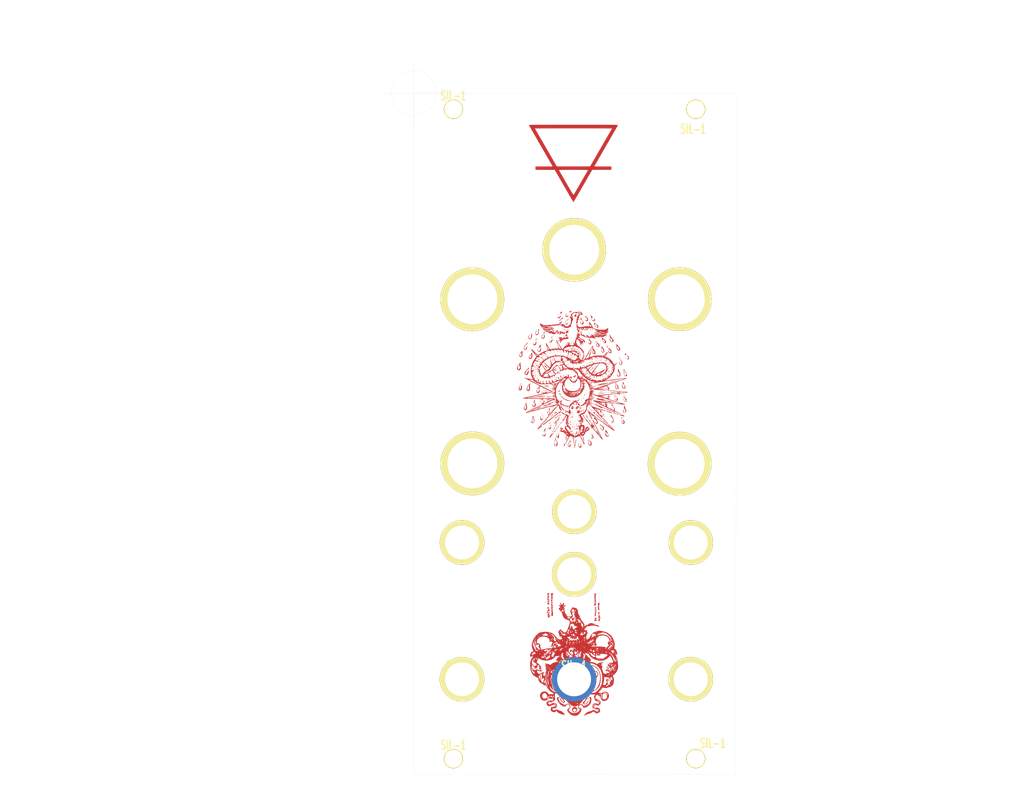
<source format=kicad_pcb>
(kicad_pcb (version 20171130) (host pcbnew 5.1.9+dfsg1-1~bpo10+1)
  (title_block (date "15 jun 2016"))
  (layers (0 Front signal) (31 Back signal) (34 B.Paste user) (35 F.Paste user) (36 B.SilkS user) (37 F.SilkS user) (38 B.Mask user) (39 F.Mask user hide) (44 Edge.Cuts user))
  (net 0 "")
  (module panels:blakwormmask (layer Front) (at 148.91 92.64)
    (fp_text reference G*** hide)
    (fp_text value LOGO hide)
  )
  (module SIL-1 (layer Front) (at 152.19172 152.2095)
    (fp_text reference SIL-1 (at 0 -2.54) (layer F.SilkS) (effects (font (size 1.72974 1.08712) (thickness 0.27178))))
    (fp_text value Val** hide)
    (pad 1 thru_hole circle (at 0 0) (size 8.39978 8.39978) (drill 6.4008) (layers Back B.Mask))
  )
  (module SIL-1 (layer Front) (at 175.14062 167.17772)
    (fp_text reference SIL-1 (at 3.21818 -2.91084) (layer F.SilkS) (effects (font (size 1.72974 1.08712) (thickness 0.27178))))
    (fp_text value Val** hide)
    (pad 1 thru_hole circle (at 0 0) (size 3.59918 3.59918) (drill 3.2004) (layers *.Cu *.Mask F.SilkS))
  )
  (module SIL-1 (layer Front) (at 129.4257 167.1828)
    (fp_text reference SIL-1 (at 0 -2.54) (layer F.SilkS) (effects (font (size 1.72974 1.08712) (thickness 0.27178))))
    (fp_text value Val** hide)
    (pad 1 thru_hole circle (at 0 0) (size 3.59918 3.59918) (drill 3.2004) (layers *.Cu *.Mask F.SilkS))
  )
  (module SIL-1 (layer Front) (at 129.4257 44.6659)
    (fp_text reference SIL-1 (at 0 -2.54) (layer F.SilkS) (effects (font (size 1.72974 1.08712) (thickness 0.27178))))
    (fp_text value Val** hide)
    (pad 1 thru_hole circle (at 0 0) (size 3.59918 3.59918) (drill 3.2004) (layers *.Cu *.Mask F.SilkS))
  )
  (module SIL-1 (layer Front) (at 175.14062 44.66844)
    (fp_text reference SIL-1 (at -0.4699 3.7465) (layer F.SilkS) (effects (font (size 1.72974 1.08712) (thickness 0.27178))))
    (fp_text value Val** hide)
    (pad 1 thru_hole circle (at 0 0) (size 3.59918 3.59918) (drill 3.2004) (layers *.Cu *.Mask F.SilkS))
  )
  (module SIL-1 (layer Front) (at 152.24252 120.69064)
    (fp_text reference SIL-1 (at 0 -2.54) (layer F.SilkS) (effects (font (size 1.72974 1.08712) (thickness 0.27178))))
    (fp_text value Val** hide)
    (pad 1 thru_hole circle (at 0 -0.09144) (size 8.39978 8.39978) (drill 6.4008) (layers *.Cu *.Mask F.SilkS))
  )
  (module SIL-1 (layer Front) (at 152.2095 132.3975)
    (fp_text reference SIL-1 (at 0 -2.54) (layer F.SilkS) (effects (font (size 1.72974 1.08712) (thickness 0.27178))))
    (fp_text value Val** hide)
    (pad 1 thru_hole circle (at 0 0) (size 8.39978 8.39978) (drill 6.4008) (layers *.Cu *.Mask F.SilkS))
  )
  (module SIL-1 (layer Front) (at 174.81042 152.18918)
    (fp_text reference SIL-1 (at 0 -2.54) (layer F.SilkS) (effects (font (size 1.72974 1.08712) (thickness 0.27178))))
    (fp_text value Val** hide)
    (pad 1 thru_hole circle (at -0.6096 0) (size 8.39978 8.39978) (drill 6.4008) (layers *.Cu *.Mask F.SilkS))
  )
  (module SIL-1 (layer Front) (at 172.10024 111.50092)
    (fp_text reference SIL-1 (at 0 -2.54) (layer F.SilkS) (effects (font (size 1.72974 1.08712) (thickness 0.27178))))
    (fp_text value Val** hide)
    (pad 1 thru_hole circle (at 0 0.03048) (size 11.99896 11.99896) (drill 9.40054) (layers *.Cu *.Mask F.SilkS))
  )
  (module SIL-1 (layer Front) (at 132.99948 111.4806)
    (fp_text reference SIL-1 (at 0 -2.54) (layer F.SilkS) (effects (font (size 1.72974 1.08712) (thickness 0.27178))))
    (fp_text value Val** hide)
    (pad 1 thru_hole circle (at 0 0) (size 11.99896 11.99896) (drill 9.40054) (layers *.Cu *.Mask F.SilkS))
  )
  (module SIL-1 (layer Front) (at 132.99948 80.51038)
    (fp_text reference SIL-1 (at 0 -2.54) (layer F.SilkS) (effects (font (size 1.72974 1.08712) (thickness 0.27178))))
    (fp_text value Val** hide)
    (pad 1 thru_hole circle (at 0 0.0127) (size 11.99896 11.99896) (drill 9.40054) (layers *.Cu *.Mask F.SilkS))
  )
  (module monad (layer Front) (at 151.91994 147.64766)
    (fp_text reference G*** hide)
    (fp_text value monad hide)
    (fp_poly (pts (xy 0.635 -8.35914) (xy 0.61214 -8.33882) (xy 0.59182 -8.35914) (xy 0.61214 -8.382) (xy 0.635 -8.35914)) (layer Front) (width 0.00254))
    (fp_poly (pts (xy 0.18034 -8.17118) (xy 0.1397 -8.1026) (xy 0.06858 -8.01624) (xy 0.01778 -8.01116) (xy -0.01778 -8.06704) (xy -0.04318 -8.17372) (xy -0.01016 -8.21944) (xy 0.08128 -8.22198) (xy 0.1651 -8.2042) (xy 0.18034 -8.17118)) (layer Front) (width 0.00254))
    (fp_poly (pts (xy 0.75184 -6.02996) (xy 0.74676 -6.02488) (xy 0.72136 -6.02996) (xy 0.71882 -6.05282) (xy 0.73406 -6.08838) (xy 0.74676 -6.08076) (xy 0.75184 -6.02996)) (layer Front) (width 0.00254))
    (fp_poly (pts (xy 1.05664 -3.048) (xy 1.02362 -3.00736) (xy 1.01346 -3.00482) (xy 0.98806 -3.03022) (xy 0.99314 -3.048) (xy 1.03124 -3.08864) (xy 1.03886 -3.08864) (xy 1.05664 -3.05816) (xy 1.05664 -3.048)) (layer Front) (width 0.00254))
    (fp_poly (pts (xy 5.73786 -4.2545) (xy 5.73532 -4.23164) (xy 5.69976 -4.19354) (xy 5.69214 -4.191) (xy 5.65912 -4.21894) (xy 5.6515 -4.23164) (xy 5.65912 -4.26974) (xy 5.69214 -4.27482) (xy 5.73786 -4.2545)) (layer Front) (width 0.00254))
    (fp_poly (pts (xy 7.06882 -3.32232) (xy 7.0485 -3.302) (xy 7.02564 -3.32232) (xy 7.0485 -3.34264) (xy 7.06882 -3.32232)) (layer Front) (width 0.00254))
    (fp_poly (pts (xy 3.45948 -2.57302) (xy 3.41122 -2.5146) (xy 3.34518 -2.51206) (xy 3.32994 -2.52476) (xy 3.302 -2.58572) (xy 3.35026 -2.62128) (xy 3.38836 -2.62382) (xy 3.45186 -2.6035) (xy 3.45948 -2.57302)) (layer Front) (width 0.00254))
    (fp_poly (pts (xy 3.08864 -2.30632) (xy 3.08356 -2.25298) (xy 3.07848 -2.24536) (xy 3.0353 -2.26314) (xy 3.01498 -2.27076) (xy 2.96672 -2.31648) (xy 2.98196 -2.35966) (xy 3.02514 -2.36982) (xy 3.08102 -2.3368) (xy 3.08864 -2.30632)) (layer Front) (width 0.00254))
    (fp_poly (pts (xy 7.112 -1.5875) (xy 7.08914 -1.56464) (xy 7.06882 -1.5875) (xy 7.08914 -1.60782) (xy 7.112 -1.5875)) (layer Front) (width 0.00254))
    (fp_poly (pts (xy -2.286 -0.99314) (xy -2.31902 -0.97282) (xy -2.32918 -0.97282) (xy -2.36982 -1.00584) (xy -2.36982 -1.01854) (xy -2.34442 -1.04394) (xy -2.32918 -1.03632) (xy -2.28854 -0.99822) (xy -2.286 -0.99314)) (layer Front) (width 0.00254))
    (fp_poly (pts (xy 0.13716 -1.18364) (xy 0.13716 -1.1176) (xy 0.07366 -1.09982) (xy 0.0127 -1.12014) (xy 0.01524 -1.1684) (xy 0.0381 -1.23444) (xy 0.04064 -1.25222) (xy 0.06096 -1.27508) (xy 0.1016 -1.24968) (xy 0.13462 -1.19126) (xy 0.13716 -1.18364)) (layer Front) (width 0.00254))
    (fp_poly (pts (xy -0.04318 -0.92964) (xy -0.05588 -0.889) (xy -0.06096 -0.889) (xy -0.09652 -0.91948) (xy -0.10668 -0.92964) (xy -0.1016 -0.97028) (xy -0.08636 -0.97282) (xy -0.04318 -0.94234) (xy -0.04318 -0.92964)) (layer Front) (width 0.00254))
    (fp_poly (pts (xy -3.72618 0.12192) (xy -3.73126 0.14478) (xy -3.76174 0.20828) (xy -3.81 0.24638) (xy -3.84556 0.24384) (xy -3.85318 0.21844) (xy -3.8227 0.16256) (xy -3.7846 0.12192) (xy -3.7338 0.0889) (xy -3.72618 0.12192)) (layer Front) (width 0.00254))
    (fp_poly (pts (xy -0.29718 0.4318) (xy -0.30734 0.49784) (xy -0.34036 0.48768) (xy -0.38862 0.39624) (xy -0.40132 0.37084) (xy -0.43434 0.27178) (xy -0.43942 0.21336) (xy -0.43688 0.21082) (xy -0.40132 0.22098) (xy -0.35306 0.2794) (xy -0.31242 0.36322) (xy -0.29718 0.4318)) (layer Front) (width 0.00254))
    (fp_poly (pts (xy -0.21082 0.5715) (xy -0.23368 0.59182) (xy -0.254 0.5715) (xy -0.23368 0.54864) (xy -0.21082 0.5715)) (layer Front) (width 0.00254))
    (fp_poly (pts (xy -7.19582 1.5875) (xy -7.21868 1.60782) (xy -7.239 1.5875) (xy -7.21868 1.56464) (xy -7.19582 1.5875)) (layer Front) (width 0.00254))
    (fp_poly (pts (xy -7.44982 1.75768) (xy -7.48284 1.77546) (xy -7.493 1.778) (xy -7.53364 1.74498) (xy -7.53618 1.73228) (xy -7.50824 1.70688) (xy -7.493 1.7145) (xy -7.45236 1.7526) (xy -7.44982 1.75768)) (layer Front) (width 0.00254))
    (fp_poly (pts (xy -7.2009 2.4765) (xy -7.21868 2.54) (xy -7.28218 2.62382) (xy -7.3406 2.68986) (xy -7.36346 2.6924) (xy -7.366 2.63144) (xy -7.3406 2.55778) (xy -7.30504 2.54) (xy -7.26186 2.51206) (xy -7.26948 2.46888) (xy -7.27456 2.42062) (xy -7.24662 2.42824) (xy -7.2009 2.4765)) (layer Front) (width 0.00254))
    (fp_poly (pts (xy 6.81482 2.26314) (xy 6.7945 2.286) (xy 6.77164 2.26314) (xy 6.7945 2.24282) (xy 6.81482 2.26314)) (layer Front) (width 0.00254))
    (fp_poly (pts (xy -5.88518 2.7305) (xy -5.9055 2.75082) (xy -5.92582 2.7305) (xy -5.9055 2.70764) (xy -5.88518 2.7305)) (layer Front) (width 0.00254))
    (fp_poly (pts (xy 3.683 3.91414) (xy 3.66014 3.97256) (xy 3.63982 3.97764) (xy 3.60172 3.94462) (xy 3.59664 3.91414) (xy 3.6195 3.85826) (xy 3.63982 3.85064) (xy 3.67792 3.8862) (xy 3.683 3.91414)) (layer Front) (width 0.00254))
    (fp_poly (pts (xy 3.8481 4.12242) (xy 3.83794 4.14782) (xy 3.83286 4.14782) (xy 3.7973 4.11734) (xy 3.7846 4.09956) (xy 3.77952 4.06908) (xy 3.80238 4.07924) (xy 3.8481 4.12242)) (layer Front) (width 0.00254))
    (fp_poly (pts (xy 0.41656 4.59232) (xy 0.41402 4.60248) (xy 0.37084 4.67106) (xy 0.30226 4.6863) (xy 0.2413 4.64312) (xy 0.23622 4.63042) (xy 0.23114 4.54914) (xy 0.24892 4.51612) (xy 0.32004 4.49326) (xy 0.38608 4.52374) (xy 0.41656 4.59232)) (layer Front) (width 0.00254))
    (fp_poly (pts (xy 6.90626 4.72186) (xy 6.90118 4.8514) (xy 6.8707 4.90728) (xy 6.80974 4.88696) (xy 6.7691 4.84378) (xy 6.73608 4.78282) (xy 6.76656 4.74218) (xy 6.77164 4.74218) (xy 6.80466 4.68884) (xy 6.80974 4.58216) (xy 6.80212 4.49072) (xy 6.79196 4.34848) (xy 6.80212 4.28498) (xy 6.82498 4.29514) (xy 6.85546 4.3815) (xy 6.8834 4.51866) (xy 6.90626 4.72186)) (layer Front) (width 0.00254))
    (fp_poly (pts (xy -3.85318 4.46532) (xy -3.86334 4.56438) (xy -3.88874 4.61264) (xy -3.89382 4.61264) (xy -3.92176 4.57708) (xy -3.937 4.48564) (xy -3.937 4.46532) (xy -3.92684 4.36626) (xy -3.90144 4.318) (xy -3.89382 4.318) (xy -3.86588 4.35356) (xy -3.85318 4.445) (xy -3.85318 4.46532)) (layer Front) (width 0.00254))
    (fp_poly (pts (xy -3.64236 4.77266) (xy -3.65506 4.84632) (xy -3.67792 4.86664) (xy -3.71602 4.83108) (xy -3.74142 4.77266) (xy -3.76428 4.64566) (xy -3.76174 4.54406) (xy -3.73888 4.48818) (xy -3.73126 4.48564) (xy -3.69062 4.52374) (xy -3.6576 4.62026) (xy -3.64236 4.74472) (xy -3.64236 4.77266)) (layer Front) (width 0.00254))
    (fp_poly (pts (xy 4.78282 4.97332) (xy 4.7625 4.99364) (xy 4.73964 4.97332) (xy 4.7625 4.953) (xy 4.78282 4.97332)) (layer Front) (width 0.00254))
    (fp_poly (pts (xy 4.48564 6.11632) (xy 4.46532 6.13664) (xy 4.445 6.11632) (xy 4.46532 6.096) (xy 4.48564 6.11632)) (layer Front) (width 0.00254))
    (fp_poly (pts (xy 2.1844 2.48158) (xy 2.17932 2.49682) (xy 2.14122 2.53746) (xy 2.1336 2.54) (xy 2.11582 2.50698) (xy 2.11582 2.49682) (xy 2.14884 2.45618) (xy 2.159 2.45364) (xy 2.1844 2.48158)) (layer Front) (width 0.00254))
    (fp_poly (pts (xy 5.32384 3.53568) (xy 5.31876 3.54076) (xy 5.29336 3.53568) (xy 5.29082 3.51282) (xy 5.30606 3.47726) (xy 5.31876 3.48488) (xy 5.32384 3.53568)) (layer Front) (width 0.00254))
    (fp_poly (pts (xy 3.13182 3.4925) (xy 3.10896 3.54838) (xy 3.08864 3.556) (xy 3.05054 3.52044) (xy 3.048 3.4925) (xy 3.06832 3.43408) (xy 3.08864 3.429) (xy 3.12674 3.46202) (xy 3.13182 3.4925)) (layer Front) (width 0.00254))
    (fp_poly (pts (xy 3.15976 3.66522) (xy 3.15214 3.683) (xy 3.11404 3.72364) (xy 3.10896 3.72364) (xy 3.08864 3.69062) (xy 3.08864 3.683) (xy 3.12166 3.64236) (xy 3.13436 3.63982) (xy 3.15976 3.66522)) (layer Front) (width 0.00254))
    (fp_poly (pts (xy 5.37464 3.7465) (xy 5.35432 3.76682) (xy 5.334 3.7465) (xy 5.35432 3.72364) (xy 5.37464 3.7465)) (layer Front) (width 0.00254))
    (fp_poly (pts (xy -1.44018 8.7503) (xy -1.46558 8.8011) (xy -1.53162 8.88238) (xy -1.61036 8.97128) (xy -1.62052 8.9789) (xy -1.62052 8.7884) (xy -1.62052 8.7376) (xy -1.66624 8.66648) (xy -1.75768 8.56234) (xy -1.85928 8.43788) (xy -1.94564 8.31088) (xy -1.97104 8.26516) (xy -2.03454 8.15848) (xy -2.09804 8.13562) (xy -2.1717 8.18896) (xy -2.19964 8.22198) (xy -2.25044 8.29564) (xy -2.24536 8.35914) (xy -2.2098 8.42264) (xy -2.15392 8.4963) (xy -2.06248 8.59536) (xy -1.9558 8.70458) (xy -1.8542 8.8011) (xy -1.77292 8.86714) (xy -1.73482 8.89) (xy -1.68656 8.86206) (xy -1.65862 8.8392) (xy -1.62052 8.7884) (xy -1.62052 8.9789) (xy -1.68148 9.03732) (xy -1.71704 9.05764) (xy -1.7526 9.03478) (xy -1.83134 8.97128) (xy -1.89484 8.91794) (xy -2.05994 8.76554) (xy -2.21234 8.60552) (xy -2.32664 8.45566) (xy -2.3622 8.39724) (xy -2.38506 8.32358) (xy -2.35712 8.255) (xy -2.30378 8.18896) (xy -2.21996 8.08228) (xy -2.159 7.98068) (xy -2.15646 7.97306) (xy -2.1082 7.88924) (xy -2.05486 7.88924) (xy -1.99136 7.96798) (xy -1.94818 8.05434) (xy -1.8796 8.17626) (xy -1.77038 8.32612) (xy -1.65354 8.46582) (xy -1.5494 8.5852) (xy -1.4732 8.68426) (xy -1.44018 8.74776) (xy -1.44018 8.7503)) (layer Front) (width 0.00254))
    (fp_poly (pts (xy 0.8636 10.02792) (xy 0.85598 10.14984) (xy 0.84328 10.27938) (xy 0.80772 10.46988) (xy 0.74422 10.59942) (xy 0.71882 10.62228) (xy 0.71882 10.33526) (xy 0.6858 10.29716) (xy 0.60706 10.23366) (xy 0.58166 10.21334) (xy 0.42926 10.14476) (xy 0.28702 10.13968) (xy 0.17272 10.1854) (xy 0.09398 10.27176) (xy 0.06858 10.38352) (xy 0.10414 10.51306) (xy 0.16256 10.59434) (xy 0.24384 10.67308) (xy 0.30988 10.70356) (xy 0.3937 10.68578) (xy 0.49276 10.64006) (xy 0.61722 10.54862) (xy 0.6985 10.4267) (xy 0.71882 10.33526) (xy 0.71882 10.62228) (xy 0.64008 10.68832) (xy 0.51054 10.7442) (xy 0.3302 10.78992) (xy 0.19304 10.77976) (xy 0.08382 10.7061) (xy 0.0381 10.6553) (xy -0.07112 10.48004) (xy -0.10668 10.30224) (xy -0.07366 10.10412) (xy -0.0635 10.07618) (xy 0.01778 9.90854) (xy 0.1397 9.81202) (xy 0.30988 9.779) (xy 0.32766 9.779) (xy 0.43942 9.7917) (xy 0.57404 9.82726) (xy 0.70612 9.87552) (xy 0.8128 9.92378) (xy 0.85852 9.96696) (xy 0.8636 10.02792)) (layer Front) (width 0.00254))
    (fp_poly (pts (xy -4.40944 -11.61034) (xy -4.42722 -11.53922) (xy -4.47802 -11.45032) (xy -4.53898 -11.43) (xy -4.6355 -11.39698) (xy -4.67614 -11.35888) (xy -4.7244 -11.31824) (xy -4.74726 -11.3284) (xy -4.75996 -11.39444) (xy -4.75996 -11.51636) (xy -4.7498 -11.6586) (xy -4.74726 -11.68654) (xy -4.70408 -11.7094) (xy -4.59486 -11.70432) (xy -4.58216 -11.70178) (xy -4.46786 -11.67892) (xy -4.41706 -11.65606) (xy -4.40944 -11.61034)) (layer Front) (width 0.00254))
    (fp_poly (pts (xy -4.43992 -11.2141) (xy -4.44246 -11.0998) (xy -4.4958 -10.9982) (xy -4.55168 -10.98296) (xy -4.55168 -11.13282) (xy -4.55422 -11.17346) (xy -4.56946 -11.176) (xy -4.61264 -11.14552) (xy -4.61518 -11.13282) (xy -4.59994 -11.09218) (xy -4.59486 -11.08964) (xy -4.5593 -11.12012) (xy -4.55168 -11.13282) (xy -4.55168 -10.98296) (xy -4.58216 -10.97534) (xy -4.67106 -11.01852) (xy -4.73202 -11.0998) (xy -4.73202 -11.19632) (xy -4.68122 -11.27252) (xy -4.6228 -11.29538) (xy -4.50342 -11.28268) (xy -4.43992 -11.2141)) (layer Front) (width 0.00254))
    (fp_poly (pts (xy -3.64236 -11.48842) (xy -3.64998 -11.41476) (xy -3.67792 -11.38682) (xy -3.72364 -11.42238) (xy -3.74396 -11.45794) (xy -3.77952 -11.50366) (xy -3.81508 -11.48334) (xy -3.84048 -11.41476) (xy -3.83286 -11.38936) (xy -3.80746 -11.30554) (xy -3.79222 -11.17854) (xy -3.78968 -11.03884) (xy -3.79984 -10.91692) (xy -3.82016 -10.84834) (xy -3.83794 -10.80262) (xy -3.81508 -10.795) (xy -3.78206 -10.7569) (xy -3.76682 -10.668) (xy -3.78206 -10.57148) (xy -3.83286 -10.541) (xy -3.84302 -10.541) (xy -3.937 -10.5664) (xy -3.97002 -10.5918) (xy -4.0132 -10.61974) (xy -4.02082 -10.5918) (xy -4.04876 -10.54354) (xy -4.064 -10.541) (xy -4.09702 -10.57656) (xy -4.10718 -10.64514) (xy -4.0894 -10.72388) (xy -4.0259 -10.75182) (xy -3.99034 -10.75436) (xy -3.8735 -10.75436) (xy -3.99034 -10.8585) (xy -4.08178 -10.95502) (xy -4.09702 -11.01852) (xy -4.03606 -11.04646) (xy -4.0005 -11.049) (xy -3.92176 -11.0617) (xy -3.89382 -11.08964) (xy -3.92938 -11.13028) (xy -4.0005 -11.15822) (xy -4.08686 -11.19886) (xy -4.09956 -11.24712) (xy -4.04368 -11.28776) (xy -3.98526 -11.33094) (xy -3.99288 -11.37412) (xy -4.0386 -11.38682) (xy -4.09448 -11.42238) (xy -4.12242 -11.50366) (xy -4.10972 -11.5951) (xy -4.1021 -11.60526) (xy -4.04114 -11.64336) (xy -3.93192 -11.66114) (xy -3.81 -11.6586) (xy -3.7084 -11.6332) (xy -3.69316 -11.62558) (xy -3.6576 -11.57224) (xy -3.64236 -11.48842)) (layer Front) (width 0.00254))
    (fp_poly (pts (xy -4.40182 -10.414) (xy -4.40944 -10.32764) (xy -4.445 -10.30986) (xy -4.5085 -10.32764) (xy -4.59232 -10.34796) (xy -4.61518 -10.32764) (xy -4.64312 -10.28954) (xy -4.69646 -10.2997) (xy -4.71424 -10.31748) (xy -4.72948 -10.38352) (xy -4.74218 -10.50544) (xy -4.74726 -10.6553) (xy -4.74726 -10.80516) (xy -4.74726 -10.82548) (xy -4.7371 -10.91692) (xy -4.699 -10.9474) (xy -4.60756 -10.9347) (xy -4.60248 -10.9347) (xy -4.50088 -10.90422) (xy -4.43738 -10.86612) (xy -4.43738 -10.86358) (xy -4.43484 -10.79754) (xy -4.48056 -10.73912) (xy -4.54914 -10.72642) (xy -4.55676 -10.72642) (xy -4.61264 -10.71372) (xy -4.66344 -10.6553) (xy -4.68122 -10.58926) (xy -4.66852 -10.5664) (xy -4.6101 -10.54862) (xy -4.52374 -10.541) (xy -4.43738 -10.5283) (xy -4.4069 -10.4775) (xy -4.40182 -10.414)) (layer Front) (width 0.00254))
    (fp_poly (pts (xy -3.79984 -10.3759) (xy -3.80746 -10.2743) (xy -3.88366 -10.21334) (xy -3.9624 -10.20064) (xy -4.04622 -10.18032) (xy -4.07416 -10.14984) (xy -4.08686 -10.15238) (xy -4.09194 -10.2235) (xy -4.09448 -10.27684) (xy -4.0894 -10.3886) (xy -4.06654 -10.44194) (xy -4.00558 -10.45464) (xy -3.95732 -10.45464) (xy -3.8481 -10.4394) (xy -3.79984 -10.38098) (xy -3.79984 -10.3759)) (layer Front) (width 0.00254))
    (fp_poly (pts (xy -4.40182 -10.09142) (xy -4.4196 -9.99744) (xy -4.46278 -9.97458) (xy -4.51612 -10.02538) (xy -4.56438 -10.0711) (xy -4.61772 -10.04316) (xy -4.69138 -9.9949) (xy -4.72948 -10.02284) (xy -4.74218 -10.11682) (xy -4.72694 -10.21842) (xy -4.6863 -10.23874) (xy -4.62534 -10.19556) (xy -4.56438 -10.16762) (xy -4.51612 -10.19556) (xy -4.45008 -10.22096) (xy -4.41198 -10.1727) (xy -4.40182 -10.09142)) (layer Front) (width 0.00254))
    (fp_poly (pts (xy 4.4323 -11.62304) (xy 4.42214 -11.557) (xy 4.4196 -11.54938) (xy 4.39928 -11.47572) (xy 4.3942 -11.36396) (xy 4.3942 -11.3538) (xy 4.39166 -11.25728) (xy 4.36372 -11.22426) (xy 4.31546 -11.22934) (xy 4.23164 -11.23696) (xy 4.21386 -11.20394) (xy 4.25704 -11.1506) (xy 4.32308 -11.10742) (xy 4.40944 -11.05916) (xy 4.42976 -11.02614) (xy 4.38912 -10.98804) (xy 4.37896 -10.98042) (xy 4.30276 -10.9347) (xy 4.2672 -10.922) (xy 4.23672 -10.88644) (xy 4.23164 -10.8585) (xy 4.2672 -10.81024) (xy 4.32816 -10.80516) (xy 4.4069 -10.78992) (xy 4.42214 -10.75182) (xy 4.38912 -10.70356) (xy 4.32816 -10.69848) (xy 4.26212 -10.6934) (xy 4.23672 -10.64514) (xy 4.23164 -10.56132) (xy 4.24434 -10.45718) (xy 4.27482 -10.41654) (xy 4.30784 -10.44194) (xy 4.32562 -10.50798) (xy 4.34086 -10.6045) (xy 4.39166 -10.51306) (xy 4.42468 -10.39368) (xy 4.37896 -10.30732) (xy 4.30276 -10.26668) (xy 4.21132 -10.23874) (xy 4.3053 -10.19302) (xy 4.38658 -10.1346) (xy 4.38404 -10.06856) (xy 4.30022 -9.99744) (xy 4.27482 -9.9822) (xy 4.18846 -9.93648) (xy 4.14528 -9.9187) (xy 4.13004 -10.0076) (xy 4.13004 -10.11428) (xy 4.1402 -10.20064) (xy 4.15544 -10.22858) (xy 4.16814 -10.2743) (xy 4.1529 -10.30224) (xy 4.13766 -10.36066) (xy 4.1275 -10.4902) (xy 4.11988 -10.67308) (xy 4.11734 -10.89406) (xy 4.11988 -10.97026) (xy 4.1275 -11.59002) (xy 4.26466 -11.6332) (xy 4.37642 -11.65098) (xy 4.4323 -11.62304)) (layer Front) (width 0.00254))
    (fp_poly (pts (xy -3.78968 -9.9314) (xy -3.80492 -9.83234) (xy -3.84302 -9.7917) (xy -3.8862 -9.81202) (xy -3.90652 -9.86028) (xy -3.94462 -9.9314) (xy -3.99288 -9.9441) (xy -4.02082 -9.89076) (xy -4.02082 -9.87552) (xy -4.03352 -9.8298) (xy -4.06908 -9.85012) (xy -4.09448 -9.92378) (xy -4.08686 -9.98728) (xy -4.04622 -10.05332) (xy -3.96494 -10.06856) (xy -3.92176 -10.06602) (xy -3.82778 -10.0457) (xy -3.79222 -9.9949) (xy -3.78968 -9.9314)) (layer Front) (width 0.00254))
    (fp_poly (pts (xy -4.41706 -9.58342) (xy -4.41706 -9.58088) (xy -4.47548 -9.55548) (xy -4.52882 -9.54786) (xy -4.52882 -9.71296) (xy -4.56184 -9.75106) (xy -4.61772 -9.7536) (xy -4.6355 -9.73582) (xy -4.62534 -9.70026) (xy -4.59486 -9.69264) (xy -4.53644 -9.7028) (xy -4.52882 -9.71296) (xy -4.52882 -9.54786) (xy -4.57454 -9.54024) (xy -4.66598 -9.5377) (xy -4.70916 -9.5504) (xy -4.72948 -9.60882) (xy -4.73964 -9.71804) (xy -4.74218 -9.76884) (xy -4.7371 -9.88568) (xy -4.71678 -9.93394) (xy -4.6736 -9.9314) (xy -4.572 -9.90854) (xy -4.53136 -9.906) (xy -4.47294 -9.87552) (xy -4.43738 -9.78154) (xy -4.42976 -9.74852) (xy -4.41706 -9.64438) (xy -4.41706 -9.58342)) (layer Front) (width 0.00254))
    (fp_poly (pts (xy -3.72618 -9.59104) (xy -3.76428 -9.55548) (xy -3.77698 -9.5504) (xy -3.85318 -9.53008) (xy -3.9624 -9.49452) (xy -3.96494 -9.49452) (xy -4.05384 -9.46912) (xy -4.0894 -9.48944) (xy -4.09448 -9.57326) (xy -4.09448 -9.59358) (xy -4.08178 -9.6901) (xy -4.04114 -9.7282) (xy -3.95478 -9.72058) (xy -3.85826 -9.6901) (xy -3.7592 -9.64184) (xy -3.72618 -9.59104)) (layer Front) (width 0.00254))
    (fp_poly (pts (xy 5.04698 -9.64184) (xy 5.03682 -9.51738) (xy 5.01904 -9.398) (xy 4.99872 -9.34974) (xy 4.95808 -9.34974) (xy 4.93776 -9.36244) (xy 4.84886 -9.38784) (xy 4.80314 -9.38276) (xy 4.73456 -9.38022) (xy 4.71932 -9.42848) (xy 4.75996 -9.49706) (xy 4.79806 -9.56056) (xy 4.78282 -9.5885) (xy 4.74218 -9.64692) (xy 4.75234 -9.70788) (xy 4.80314 -9.73582) (xy 4.85648 -9.77138) (xy 4.86664 -9.81964) (xy 4.89712 -9.8933) (xy 4.94792 -9.906) (xy 5.00888 -9.87806) (xy 5.0419 -9.79424) (xy 5.04698 -9.64184)) (layer Front) (width 0.00254))
    (fp_poly (pts (xy 4.42468 -9.87806) (xy 4.4196 -9.79424) (xy 4.41198 -9.74598) (xy 4.37896 -9.64184) (xy 4.318 -9.60882) (xy 4.31546 -9.60882) (xy 4.23418 -9.58596) (xy 4.20624 -9.56056) (xy 4.20116 -9.53008) (xy 4.22148 -9.54024) (xy 4.28244 -9.54024) (xy 4.29514 -9.525) (xy 4.34594 -9.4996) (xy 4.36118 -9.50468) (xy 4.3942 -9.49198) (xy 4.40182 -9.44626) (xy 4.37134 -9.37514) (xy 4.32816 -9.36244) (xy 4.22148 -9.34974) (xy 4.18338 -9.33704) (xy 4.11734 -9.33704) (xy 4.08432 -9.39292) (xy 4.0767 -9.48944) (xy 4.0894 -9.53516) (xy 4.11226 -9.61644) (xy 4.11226 -9.68248) (xy 4.13004 -9.77392) (xy 4.17576 -9.80186) (xy 4.2799 -9.84504) (xy 4.3307 -9.87044) (xy 4.39674 -9.89838) (xy 4.42468 -9.87806)) (layer Front) (width 0.00254))
    (fp_poly (pts (xy -3.73634 -9.31672) (xy -3.74142 -9.29894) (xy -3.76174 -9.21258) (xy -3.76682 -9.17448) (xy -3.79984 -9.14654) (xy -3.86334 -9.15162) (xy -3.91668 -9.18718) (xy -3.91668 -9.18972) (xy -3.9751 -9.21766) (xy -4.0005 -9.21258) (xy -4.05638 -9.22528) (xy -4.09194 -9.28624) (xy -4.08686 -9.35482) (xy -4.03352 -9.37514) (xy -3.92938 -9.38784) (xy -3.89128 -9.39038) (xy -3.78206 -9.38784) (xy -3.73634 -9.36752) (xy -3.73634 -9.31672)) (layer Front) (width 0.00254))
    (fp_poly (pts (xy -3.72618 -8.98398) (xy -3.73634 -8.91032) (xy -3.78968 -8.89762) (xy -3.83032 -8.90778) (xy -3.9116 -8.91286) (xy -3.937 -8.87222) (xy -3.937 -8.86968) (xy -3.9624 -8.8138) (xy -4.0132 -8.81126) (xy -4.064 -8.86206) (xy -4.0767 -8.89254) (xy -4.08686 -9.00684) (xy -4.03606 -9.0678) (xy -3.91668 -9.08812) (xy -3.89128 -9.09066) (xy -3.7846 -9.08304) (xy -3.73634 -9.0551) (xy -3.72618 -8.9916) (xy -3.72618 -8.98398)) (layer Front) (width 0.00254))
    (fp_poly (pts (xy 4.445 -8.88238) (xy 4.42976 -8.79602) (xy 4.37642 -8.76808) (xy 4.26974 -8.79602) (xy 4.24688 -8.80364) (xy 4.1529 -8.85698) (xy 4.14274 -8.91032) (xy 4.2164 -8.96874) (xy 4.25196 -8.98652) (xy 4.36372 -9.0297) (xy 4.42214 -9.01446) (xy 4.44246 -8.93572) (xy 4.445 -8.88238)) (layer Front) (width 0.00254))
    (fp_poly (pts (xy -4.42976 -8.86968) (xy -4.4704 -8.82904) (xy -4.55168 -8.78078) (xy -4.6355 -8.74268) (xy -4.69392 -8.72744) (xy -4.70408 -8.73252) (xy -4.71424 -8.79094) (xy -4.72186 -8.88746) (xy -4.7244 -8.99414) (xy -4.72186 -9.07542) (xy -4.71424 -9.10082) (xy -4.64058 -9.07796) (xy -4.55168 -9.01954) (xy -4.47294 -8.94842) (xy -4.42976 -8.88746) (xy -4.42976 -8.86968)) (layer Front) (width 0.00254))
    (fp_poly (pts (xy 5.08 -8.86714) (xy 5.0546 -8.81634) (xy 4.97332 -8.75284) (xy 4.953 -8.74268) (xy 4.84886 -8.69188) (xy 4.79552 -8.68172) (xy 4.78028 -8.70712) (xy 4.78028 -8.70966) (xy 4.7752 -8.76554) (xy 4.77012 -8.87984) (xy 4.7625 -9.01954) (xy 4.7498 -9.29894) (xy 4.9149 -9.25576) (xy 5.03174 -9.21512) (xy 5.06984 -9.17702) (xy 5.03174 -9.12622) (xy 4.97078 -9.08304) (xy 4.89712 -9.01192) (xy 4.88188 -8.94588) (xy 4.93268 -8.90778) (xy 4.94538 -8.90524) (xy 5.02666 -8.89508) (xy 5.03682 -8.89508) (xy 5.08 -8.86714)) (layer Front) (width 0.00254))
    (fp_poly (pts (xy -3.72618 -8.65632) (xy -3.74396 -8.57504) (xy -3.81254 -8.55218) (xy -3.83032 -8.54964) (xy -3.9116 -8.56742) (xy -3.937 -8.5979) (xy -3.95732 -8.62076) (xy -4.0005 -8.59282) (xy -4.04622 -8.56742) (xy -4.064 -8.60806) (xy -4.064 -8.65124) (xy -4.05638 -8.72236) (xy -4.0132 -8.75538) (xy -3.91668 -8.763) (xy -3.89382 -8.763) (xy -3.7846 -8.75792) (xy -3.73634 -8.72998) (xy -3.72618 -8.66648) (xy -3.72618 -8.65632)) (layer Front) (width 0.00254))
    (fp_poly (pts (xy 5.07238 -8.56742) (xy 5.02412 -8.51408) (xy 4.93268 -8.48614) (xy 4.83616 -8.48868) (xy 4.77012 -8.52424) (xy 4.76504 -8.53694) (xy 4.78028 -8.59536) (xy 4.84886 -8.64362) (xy 4.9403 -8.66902) (xy 5.0165 -8.6614) (xy 5.0673 -8.60552) (xy 5.07238 -8.56742)) (layer Front) (width 0.00254))
    (fp_poly (pts (xy 4.46532 -8.6487) (xy 4.44754 -8.61822) (xy 4.42214 -8.53948) (xy 4.42722 -8.48614) (xy 4.42722 -8.43026) (xy 4.37896 -8.40232) (xy 4.29514 -8.3947) (xy 4.19354 -8.3947) (xy 4.15544 -8.42264) (xy 4.15544 -8.49376) (xy 4.15544 -8.50138) (xy 4.18592 -8.59028) (xy 4.2672 -8.62584) (xy 4.28498 -8.62838) (xy 4.3688 -8.65124) (xy 4.40182 -8.68426) (xy 4.42722 -8.70458) (xy 4.445 -8.69696) (xy 4.46532 -8.6487)) (layer Front) (width 0.00254))
    (fp_poly (pts (xy 4.47548 -8.26008) (xy 4.47294 -8.17118) (xy 4.4704 -8.15848) (xy 4.44754 -8.06196) (xy 4.39166 -8.01878) (xy 4.32308 -8.00862) (xy 4.2291 -8.00862) (xy 4.19354 -8.04418) (xy 4.191 -8.10006) (xy 4.21386 -8.18388) (xy 4.29768 -8.23976) (xy 4.32308 -8.24992) (xy 4.41706 -8.28294) (xy 4.4704 -8.29564) (xy 4.47548 -8.26008)) (layer Front) (width 0.00254))
    (fp_poly (pts (xy -4.36372 -8.0899) (xy -4.3688 -8.04926) (xy -4.3815 -7.96544) (xy -4.41706 -7.94766) (xy -4.49834 -7.98322) (xy -4.59232 -8.04672) (xy -4.60248 -8.09752) (xy -4.5339 -8.15086) (xy -4.50342 -8.16356) (xy -4.40944 -8.19912) (xy -4.3688 -8.17626) (xy -4.36372 -8.0899)) (layer Front) (width 0.00254))
    (fp_poly (pts (xy 5.10286 -7.99084) (xy 5.09778 -7.90194) (xy 5.09524 -7.89432) (xy 5.03936 -7.85114) (xy 4.96824 -7.85622) (xy 4.8895 -7.8613) (xy 4.86664 -7.8359) (xy 4.8387 -7.79272) (xy 4.78028 -7.80542) (xy 4.77012 -7.81558) (xy 4.75742 -7.87654) (xy 4.77266 -7.97306) (xy 4.80568 -8.06704) (xy 4.83108 -8.10514) (xy 4.86156 -8.10768) (xy 4.86664 -8.07212) (xy 4.89204 -8.00862) (xy 4.94538 -8.0137) (xy 4.97332 -8.04164) (xy 5.02412 -8.08228) (xy 5.07492 -8.05688) (xy 5.10286 -7.99084)) (layer Front) (width 0.00254))
    (fp_poly (pts (xy -4.32816 -8.56742) (xy -4.33324 -8.44296) (xy -4.34086 -8.4201) (xy -4.3815 -8.3566) (xy -4.42468 -8.35152) (xy -4.42468 -8.509) (xy -4.4323 -8.54456) (xy -4.46278 -8.54964) (xy -4.5212 -8.52932) (xy -4.52882 -8.509) (xy -4.49834 -8.46836) (xy -4.49072 -8.46582) (xy -4.4323 -8.4963) (xy -4.42468 -8.509) (xy -4.42468 -8.35152) (xy -4.46532 -8.34644) (xy -4.49072 -8.34898) (xy -4.55676 -8.35152) (xy -4.60756 -8.32866) (xy -4.6482 -8.26516) (xy -4.69138 -8.14832) (xy -4.74472 -7.96798) (xy -4.79044 -7.84352) (xy -4.83108 -7.79526) (xy -4.85648 -7.82828) (xy -4.86664 -7.94258) (xy -4.86664 -7.94766) (xy -4.84632 -8.0772) (xy -4.7879 -8.24738) (xy -4.72948 -8.382) (xy -4.65074 -8.53186) (xy -4.5847 -8.61822) (xy -4.52374 -8.6614) (xy -4.48056 -8.66902) (xy -4.3815 -8.6487) (xy -4.32816 -8.56742)) (layer Front) (width 0.00254))
    (fp_poly (pts (xy 5.11048 -7.64286) (xy 5.1054 -7.5946) (xy 5.09524 -7.5819) (xy 5.0292 -7.56666) (xy 4.9403 -7.5692) (xy 4.84886 -7.59968) (xy 4.82854 -7.6454) (xy 4.88188 -7.68604) (xy 4.95046 -7.6962) (xy 5.0546 -7.68096) (xy 5.11048 -7.64286)) (layer Front) (width 0.00254))
    (fp_poly (pts (xy -3.683 -7.52602) (xy -3.70586 -7.47014) (xy -3.78206 -7.41172) (xy -3.89128 -7.38886) (xy -3.99288 -7.40664) (xy -4.02336 -7.42442) (xy -4.06146 -7.49046) (xy -4.0259 -7.5438) (xy -3.93192 -7.58444) (xy -3.85064 -7.62254) (xy -3.84556 -7.65556) (xy -3.85826 -7.66572) (xy -3.93446 -7.6708) (xy -3.96748 -7.65556) (xy -4.02082 -7.63778) (xy -4.04622 -7.67588) (xy -4.06146 -7.78002) (xy -4.03352 -7.86384) (xy -3.97764 -7.89432) (xy -3.91668 -7.9121) (xy -3.90398 -7.92734) (xy -3.90144 -8.00862) (xy -3.9624 -8.04164) (xy -3.98272 -8.04164) (xy -4.04622 -8.06196) (xy -4.04876 -8.10514) (xy -3.99542 -8.14832) (xy -3.94462 -8.16102) (xy -3.87096 -8.19658) (xy -3.85318 -8.23722) (xy -3.87604 -8.27786) (xy -3.95732 -8.27278) (xy -4.03606 -8.26262) (xy -4.06146 -8.30834) (xy -4.064 -8.3566) (xy -4.05384 -8.43026) (xy -4.00558 -8.46074) (xy -3.91668 -8.46582) (xy -3.81 -8.45566) (xy -3.76682 -8.41248) (xy -3.76428 -8.39216) (xy -3.75666 -8.31088) (xy -3.74142 -8.1788) (xy -3.72872 -8.0645) (xy -3.71602 -7.90702) (xy -3.71856 -7.76478) (xy -3.72872 -7.6962) (xy -3.73888 -7.59714) (xy -3.71094 -7.56412) (xy -3.683 -7.52602)) (layer Front) (width 0.00254))
    (fp_poly (pts (xy 4.46532 -7.493) (xy 4.42976 -7.43712) (xy 4.3688 -7.4168) (xy 4.29514 -7.38886) (xy 4.27482 -7.36346) (xy 4.2418 -7.32536) (xy 4.22148 -7.32282) (xy 4.191 -7.35584) (xy 4.17322 -7.45744) (xy 4.16814 -7.60984) (xy 4.17322 -7.75716) (xy 4.191 -7.85876) (xy 4.21132 -7.89432) (xy 4.28244 -7.91718) (xy 4.3053 -7.92988) (xy 4.3815 -7.94512) (xy 4.4323 -7.8867) (xy 4.445 -7.80796) (xy 4.42214 -7.72414) (xy 4.36118 -7.70382) (xy 4.28244 -7.68604) (xy 4.25704 -7.66572) (xy 4.26212 -7.61238) (xy 4.318 -7.56412) (xy 4.3942 -7.54126) (xy 4.4069 -7.5438) (xy 4.4577 -7.52094) (xy 4.46532 -7.493)) (layer Front) (width 0.00254))
    (fp_poly (pts (xy -4.32054 -7.47776) (xy -4.33578 -7.36092) (xy -4.35356 -7.23392) (xy -4.3688 -7.1501) (xy -4.37388 -7.12978) (xy -4.41452 -7.11708) (xy -4.42468 -7.11454) (xy -4.42468 -7.27964) (xy -4.42722 -7.32028) (xy -4.44246 -7.32282) (xy -4.48564 -7.29234) (xy -4.48818 -7.27964) (xy -4.47294 -7.239) (xy -4.46786 -7.239) (xy -4.4323 -7.26948) (xy -4.42468 -7.27964) (xy -4.42468 -7.11454) (xy -4.49834 -7.09422) (xy -4.59994 -7.08914) (xy -4.63296 -7.12216) (xy -4.65074 -7.21106) (xy -4.66598 -7.34314) (xy -4.6736 -7.50062) (xy -4.67868 -7.6581) (xy -4.67614 -7.79526) (xy -4.66598 -7.8867) (xy -4.65328 -7.91464) (xy -4.58978 -7.89686) (xy -4.49072 -7.85368) (xy -4.4831 -7.85114) (xy -4.38912 -7.77494) (xy -4.37388 -7.70128) (xy -4.4323 -7.63778) (xy -4.48818 -7.62) (xy -4.55422 -7.59206) (xy -4.53898 -7.56158) (xy -4.46024 -7.54634) (xy -4.39674 -7.55904) (xy -4.34594 -7.5692) (xy -4.32308 -7.54888) (xy -4.32054 -7.47776)) (layer Front) (width 0.00254))
    (fp_poly (pts (xy 5.207 -6.9977) (xy 5.1943 -6.90626) (xy 5.15366 -6.86562) (xy 5.05968 -6.86816) (xy 4.97332 -6.88848) (xy 4.87426 -6.93928) (xy 4.826 -7.02056) (xy 4.826 -7.03326) (xy 4.85902 -7.06628) (xy 4.94284 -7.10946) (xy 4.95046 -7.112) (xy 5.03936 -7.1628) (xy 5.04444 -7.20852) (xy 4.97332 -7.23392) (xy 4.90474 -7.239) (xy 4.81584 -7.24662) (xy 4.79552 -7.28218) (xy 4.80568 -7.33298) (xy 4.83362 -7.4168) (xy 4.87172 -7.44982) (xy 4.95046 -7.45998) (xy 4.9784 -7.46252) (xy 5.06476 -7.45744) (xy 5.10286 -7.40664) (xy 5.11302 -7.34314) (xy 5.13588 -7.239) (xy 5.16636 -7.17804) (xy 5.1943 -7.10946) (xy 5.20446 -7.00278) (xy 5.207 -6.9977)) (layer Front) (width 0.00254))
    (fp_poly (pts (xy 5.16382 -6.59892) (xy 5.1562 -6.52018) (xy 5.1181 -6.48462) (xy 5.02666 -6.477) (xy 5.02666 -6.68528) (xy 5.01904 -6.68782) (xy 4.98094 -6.65734) (xy 4.97332 -6.64464) (xy 4.96316 -6.60654) (xy 4.96824 -6.604) (xy 5.00634 -6.63448) (xy 5.0165 -6.64464) (xy 5.02666 -6.68528) (xy 5.02666 -6.477) (xy 4.99364 -6.477) (xy 4.88442 -6.48208) (xy 4.83616 -6.51002) (xy 4.826 -6.57606) (xy 4.826 -6.604) (xy 4.84378 -6.70814) (xy 4.91744 -6.76656) (xy 4.93522 -6.77418) (xy 5.0546 -6.78942) (xy 5.13334 -6.73354) (xy 5.16382 -6.60908) (xy 5.16382 -6.59892)) (layer Front) (width 0.00254))
    (fp_poly (pts (xy 4.52882 -6.5913) (xy 4.52374 -6.51002) (xy 4.49834 -6.46938) (xy 4.42468 -6.45668) (xy 4.31546 -6.4516) (xy 4.191 -6.45414) (xy 4.13004 -6.46938) (xy 4.10718 -6.51256) (xy 4.10464 -6.57098) (xy 4.1275 -6.68528) (xy 4.17322 -6.76148) (xy 4.22148 -6.86816) (xy 4.2164 -6.94436) (xy 4.22148 -7.03326) (xy 4.25704 -7.08914) (xy 4.3053 -7.09676) (xy 4.3434 -7.05104) (xy 4.39674 -7.01294) (xy 4.44754 -7.01548) (xy 4.51104 -7.01294) (xy 4.52882 -6.9469) (xy 4.50342 -6.87324) (xy 4.46532 -6.858) (xy 4.38658 -6.82752) (xy 4.30022 -6.7564) (xy 4.2418 -6.67258) (xy 4.23164 -6.63702) (xy 4.25196 -6.62686) (xy 4.29006 -6.66496) (xy 4.33578 -6.72084) (xy 4.3688 -6.70306) (xy 4.3942 -6.66242) (xy 4.42976 -6.60908) (xy 4.43992 -6.63448) (xy 4.44246 -6.6802) (xy 4.4577 -6.74624) (xy 4.48564 -6.75132) (xy 4.51612 -6.69544) (xy 4.52882 -6.59384) (xy 4.52882 -6.5913)) (layer Front) (width 0.00254))
    (fp_poly (pts (xy -5.26288 5.8547) (xy -5.2705 5.8801) (xy -5.29082 5.88264) (xy -5.32638 5.8674) (xy -5.31876 5.8547) (xy -5.2705 5.84962) (xy -5.26288 5.8547)) (layer Front) (width 0.00254))
    (fp_poly (pts (xy 3.08356 8.32104) (xy 3.06832 8.32612) (xy 2.99974 8.30834) (xy 2.90576 8.27786) (xy 2.81178 8.23976) (xy 2.7559 8.21436) (xy 2.68986 8.18896) (xy 2.65684 8.21944) (xy 2.63906 8.29564) (xy 2.61112 8.38454) (xy 2.58064 8.42264) (xy 2.5781 8.42264) (xy 2.54 8.4582) (xy 2.51968 8.50392) (xy 2.47396 8.58266) (xy 2.39522 8.68426) (xy 2.36474 8.71982) (xy 2.23774 8.88238) (xy 2.19202 9.02208) (xy 2.22504 9.13638) (xy 2.26314 9.17702) (xy 2.35966 9.26084) (xy 2.61874 9.0043) (xy 2.74066 8.8773) (xy 2.83718 8.76554) (xy 2.89306 8.6868) (xy 2.90068 8.66902) (xy 2.94894 8.60552) (xy 2.9845 8.59282) (xy 3.0226 8.60552) (xy 3.01244 8.65886) (xy 2.99212 8.70966) (xy 2.86766 8.91286) (xy 2.69748 9.09574) (xy 2.50952 9.23036) (xy 2.45872 9.25322) (xy 2.33934 9.29894) (xy 2.27076 9.3091) (xy 2.23012 9.2837) (xy 2.21996 9.26846) (xy 2.16916 9.22528) (xy 2.0701 9.16432) (xy 2.02692 9.14146) (xy 1.92532 9.08558) (xy 1.88722 9.04494) (xy 1.90246 8.99668) (xy 1.92532 8.96112) (xy 1.98882 8.87984) (xy 2.09042 8.76808) (xy 2.17678 8.6741) (xy 2.30124 8.52678) (xy 2.42062 8.35914) (xy 2.47396 8.26262) (xy 2.54 8.1407) (xy 2.59588 8.0518) (xy 2.62382 8.02132) (xy 2.66954 8.03402) (xy 2.76352 8.08482) (xy 2.87782 8.16102) (xy 2.99466 8.24484) (xy 3.08356 8.32104)) (layer Front) (width 0.00254))
    (fp_poly (pts (xy -1.82118 10.30732) (xy -1.8415 10.32764) (xy -1.86182 10.30732) (xy -1.8415 10.287) (xy -1.82118 10.30732)) (layer Front) (width 0.00254))
    (fp_poly (pts (xy 8.5725 2.1336) (xy 8.55218 2.43586) (xy 8.48868 2.7051) (xy 8.38962 2.94132) (xy 8.29564 3.1115) (xy 8.2296 3.20802) (xy 8.2296 0.91948) (xy 8.22452 0.75692) (xy 8.21182 0.6223) (xy 8.1915 0.54356) (xy 8.18896 0.54356) (xy 8.1661 0.52324) (xy 8.15086 0.5715) (xy 8.14324 0.69342) (xy 8.14324 0.71882) (xy 8.12038 0.92964) (xy 8.05688 1.09728) (xy 8.04418 1.1176) (xy 8.04164 1.12014) (xy 8.04164 -0.46482) (xy 8.02132 -0.53848) (xy 8.0137 -0.54102) (xy 8.0137 -0.7366) (xy 8.0137 -0.8128) (xy 7.95274 -0.84582) (xy 7.9502 -0.84582) (xy 7.92226 -0.81026) (xy 7.91464 -0.762) (xy 7.93496 -0.68834) (xy 7.98068 -0.6858) (xy 8.0137 -0.7366) (xy 8.0137 -0.54102) (xy 7.97052 -0.54356) (xy 7.94512 -0.52578) (xy 7.9375 -0.46736) (xy 7.96544 -0.40386) (xy 8.00354 -0.381) (xy 8.03402 -0.41656) (xy 8.04164 -0.46482) (xy 8.04164 1.12014) (xy 7.99592 1.20904) (xy 7.98576 1.26238) (xy 7.99338 1.27) (xy 8.04418 1.23698) (xy 8.05434 1.21666) (xy 8.08228 1.19888) (xy 8.10514 1.23952) (xy 8.14578 1.2954) (xy 8.18134 1.27508) (xy 8.20928 1.18872) (xy 8.22706 1.04394) (xy 8.2296 0.91948) (xy 8.2296 3.20802) (xy 8.18388 3.27914) (xy 8.16864 3.29692) (xy 8.16864 2.24028) (xy 8.1407 2.1717) (xy 8.128 2.16662) (xy 8.128 1.86944) (xy 8.09244 1.8161) (xy 8.03656 1.77292) (xy 7.97052 1.74498) (xy 7.9629 1.77038) (xy 7.97306 1.79578) (xy 7.9629 1.86182) (xy 7.95782 1.87198) (xy 7.95782 0.82296) (xy 7.95782 0.48514) (xy 7.9502 0.47752) (xy 7.9502 -0.31242) (xy 7.94258 -0.32512) (xy 7.89178 -0.3302) (xy 7.8867 -0.32512) (xy 7.89178 -0.29972) (xy 7.91464 -0.29464) (xy 7.9502 -0.31242) (xy 7.9502 0.47752) (xy 7.9375 0.46482) (xy 7.91464 0.48514) (xy 7.9375 0.508) (xy 7.95782 0.48514) (xy 7.95782 0.82296) (xy 7.93242 0.71882) (xy 7.86384 0.5715) (xy 7.83082 0.51054) (xy 7.83082 -0.3302) (xy 7.83082 -0.34036) (xy 7.79526 -0.37592) (xy 7.76732 -0.381) (xy 7.71144 -0.39116) (xy 7.71398 -0.43688) (xy 7.75208 -0.50038) (xy 7.78002 -0.60706) (xy 7.7724 -0.76962) (xy 7.76986 -0.77216) (xy 7.74192 -0.96774) (xy 7.65302 -0.92964) (xy 7.65302 -2.31902) (xy 7.63016 -2.3622) (xy 7.62 -2.36474) (xy 7.62 -2.64414) (xy 7.59714 -2.667) (xy 7.57682 -2.64414) (xy 7.59714 -2.62382) (xy 7.62 -2.64414) (xy 7.62 -2.36474) (xy 7.58444 -2.36982) (xy 7.52602 -2.34696) (xy 7.52602 -2.65684) (xy 7.52094 -2.67716) (xy 7.50316 -2.68224) (xy 7.49808 -2.62382) (xy 7.5057 -2.5654) (xy 7.52094 -2.57048) (xy 7.52602 -2.65684) (xy 7.52602 -2.34696) (xy 7.5184 -2.34442) (xy 7.50316 -2.26568) (xy 7.48538 -2.16408) (xy 7.48538 -2.47142) (xy 7.47776 -2.48158) (xy 7.4295 -2.48158) (xy 7.38632 -2.45618) (xy 7.33806 -2.42824) (xy 7.33806 -2.74574) (xy 7.3279 -2.85496) (xy 7.3025 -2.98958) (xy 7.26948 -3.12166) (xy 7.23392 -3.2258) (xy 7.21106 -3.26136) (xy 7.1628 -3.3274) (xy 7.15264 -3.35788) (xy 7.13232 -3.40614) (xy 7.08152 -3.49758) (xy 7.06374 -3.52298) (xy 7.0104 -3.60172) (xy 6.99008 -3.60934) (xy 6.9977 -3.56362) (xy 6.9977 -3.4925) (xy 6.96214 -3.48488) (xy 6.9088 -3.53568) (xy 6.86816 -3.60172) (xy 6.81482 -3.68046) (xy 6.81482 -3.8608) (xy 6.81482 -3.86842) (xy 6.78434 -3.90398) (xy 6.74116 -3.94208) (xy 6.69036 -3.97764) (xy 6.70052 -3.95732) (xy 6.72338 -3.92684) (xy 6.78688 -3.8608) (xy 6.81482 -3.8608) (xy 6.81482 -3.68046) (xy 6.75894 -3.75666) (xy 6.59638 -3.91668) (xy 6.40334 -4.05638) (xy 6.35 -4.08686) (xy 6.35 -4.21132) (xy 6.32714 -4.23164) (xy 6.30682 -4.21132) (xy 6.32714 -4.191) (xy 6.35 -4.21132) (xy 6.35 -4.08686) (xy 6.27126 -4.1275) (xy 6.12902 -4.191) (xy 6.04774 -4.22402) (xy 6.01726 -4.22656) (xy 6.02488 -4.20116) (xy 6.0325 -4.191) (xy 6.02742 -4.15036) (xy 6.01218 -4.14782) (xy 5.97154 -4.18338) (xy 5.969 -4.20624) (xy 5.92836 -4.26466) (xy 5.82168 -4.30276) (xy 5.66166 -4.318) (xy 5.57276 -4.30276) (xy 5.54482 -4.24434) (xy 5.54482 -4.2291) (xy 5.5372 -4.17068) (xy 5.50418 -4.18338) (xy 5.47878 -4.20878) (xy 5.39496 -4.26974) (xy 5.34924 -4.25958) (xy 5.3467 -4.18084) (xy 5.34924 -4.16814) (xy 5.35686 -4.08686) (xy 5.31368 -4.064) (xy 5.25526 -4.09956) (xy 5.22224 -4.16814) (xy 5.18922 -4.24942) (xy 5.15874 -4.27482) (xy 5.12318 -4.24942) (xy 5.1435 -4.18846) (xy 5.17144 -4.15798) (xy 5.19176 -4.11226) (xy 5.13842 -4.07924) (xy 5.04444 -4.04368) (xy 4.99364 -4.0259) (xy 4.99364 -4.1402) (xy 4.9657 -4.2037) (xy 4.93014 -4.20878) (xy 4.93014 -4.445) (xy 4.9276 -4.4831) (xy 4.9149 -4.48564) (xy 4.85394 -4.45516) (xy 4.84632 -4.445) (xy 4.84886 -4.40436) (xy 4.86156 -4.40182) (xy 4.92252 -4.4323) (xy 4.93014 -4.445) (xy 4.93014 -4.20878) (xy 4.90982 -4.21132) (xy 4.9022 -4.20878) (xy 4.88442 -4.16306) (xy 4.91998 -4.1148) (xy 4.953 -4.10464) (xy 4.99364 -4.13512) (xy 4.99364 -4.1402) (xy 4.99364 -4.0259) (xy 4.92252 -3.99796) (xy 4.91236 -3.99288) (xy 4.79806 -3.95986) (xy 4.7752 -3.95986) (xy 4.7752 -4.41706) (xy 4.76758 -4.42976) (xy 4.71678 -4.43484) (xy 4.7117 -4.42976) (xy 4.71678 -4.40436) (xy 4.73964 -4.40182) (xy 4.7752 -4.41706) (xy 4.7752 -3.95986) (xy 4.70916 -3.95478) (xy 4.70154 -3.95732) (xy 4.6482 -3.94716) (xy 4.62788 -3.8735) (xy 4.64058 -3.78714) (xy 4.67868 -3.76936) (xy 4.71932 -3.81) (xy 4.77266 -3.8481) (xy 4.83108 -3.84556) (xy 4.85648 -3.80746) (xy 4.8514 -3.78714) (xy 4.8514 -3.7338) (xy 4.86918 -3.72364) (xy 4.90728 -3.75158) (xy 4.90982 -3.75666) (xy 4.94538 -3.79222) (xy 5.03428 -3.84302) (xy 5.08762 -3.86588) (xy 5.2451 -3.9116) (xy 5.44576 -3.9243) (xy 5.70484 -3.90652) (xy 5.92582 -3.87604) (xy 6.04774 -3.85064) (xy 6.1976 -3.81) (xy 6.34746 -3.76682) (xy 6.46938 -3.72618) (xy 6.52272 -3.70078) (xy 6.63194 -3.6195) (xy 6.70814 -3.54076) (xy 6.731 -3.4925) (xy 6.76402 -3.44424) (xy 6.82498 -3.40614) (xy 6.90372 -3.33756) (xy 6.95706 -3.2385) (xy 7.00024 -3.10134) (xy 7.02818 -3.03784) (xy 7.04596 -3.04546) (xy 7.05866 -3.11658) (xy 7.05866 -3.12166) (xy 7.07898 -3.21818) (xy 7.10438 -3.2385) (xy 7.13232 -3.19278) (xy 7.1501 -3.09372) (xy 7.15264 -2.99974) (xy 7.1374 -2.80416) (xy 7.07644 -2.64922) (xy 6.96722 -2.5019) (xy 6.96214 -2.49682) (xy 6.96214 -2.75844) (xy 6.94436 -2.84734) (xy 6.91896 -2.921) (xy 6.85546 -3.05816) (xy 6.76148 -3.21818) (xy 6.69036 -3.31978) (xy 6.59638 -3.43154) (xy 6.51256 -3.5052) (xy 6.40842 -3.56108) (xy 6.25856 -3.61442) (xy 6.19252 -3.63474) (xy 5.99694 -3.68808) (xy 5.83438 -3.71602) (xy 5.65912 -3.71856) (xy 5.50164 -3.71094) (xy 5.31876 -3.69316) (xy 5.15112 -3.66268) (xy 5.0292 -3.62966) (xy 5.00888 -3.62204) (xy 4.90474 -3.54838) (xy 4.77266 -3.43408) (xy 4.71932 -3.3782) (xy 4.71932 -3.63982) (xy 4.71678 -3.68046) (xy 4.70154 -3.683) (xy 4.64312 -3.65252) (xy 4.6355 -3.63982) (xy 4.6355 -3.60172) (xy 4.65074 -3.59664) (xy 4.70916 -3.62966) (xy 4.71932 -3.63982) (xy 4.71932 -3.3782) (xy 4.63804 -3.29692) (xy 4.62534 -3.28422) (xy 4.62534 -4.36118) (xy 4.62026 -4.37134) (xy 4.55168 -4.39166) (xy 4.46024 -4.38404) (xy 4.38404 -4.35356) (xy 4.3942 -4.32308) (xy 4.39674 -4.32054) (xy 4.46532 -4.30276) (xy 4.5466 -4.3053) (xy 4.6101 -4.32816) (xy 4.62534 -4.36118) (xy 4.62534 -3.28422) (xy 4.5212 -3.16484) (xy 4.50088 -3.13436) (xy 4.50088 -3.49504) (xy 4.4831 -3.51282) (xy 4.44754 -3.50012) (xy 4.44754 -3.81) (xy 4.35102 -3.79984) (xy 4.318 -3.80238) (xy 4.318 -4.29514) (xy 4.29514 -4.318) (xy 4.27482 -4.29514) (xy 4.29514 -4.27482) (xy 4.318 -4.29514) (xy 4.318 -3.80238) (xy 4.28752 -3.80238) (xy 4.26212 -3.84302) (xy 4.25958 -3.94716) (xy 4.25958 -4.04876) (xy 4.25704 -4.1021) (xy 4.2545 -4.10464) (xy 4.22148 -4.07924) (xy 4.21132 -4.07162) (xy 4.21132 -4.23164) (xy 4.20878 -4.27228) (xy 4.19354 -4.27482) (xy 4.13512 -4.24434) (xy 4.1275 -4.23164) (xy 4.1275 -4.19354) (xy 4.14274 -4.191) (xy 4.20116 -4.22148) (xy 4.21132 -4.23164) (xy 4.21132 -4.07162) (xy 4.14782 -4.01574) (xy 4.12242 -3.99288) (xy 4.0005 -3.87858) (xy 3.98526 -3.97256) (xy 3.99542 -4.07416) (xy 4.02082 -4.12496) (xy 4.04114 -4.1656) (xy 3.99542 -4.1656) (xy 3.98272 -4.16306) (xy 3.88874 -4.10718) (xy 3.76682 -3.9878) (xy 3.62712 -3.82016) (xy 3.56616 -3.73888) (xy 3.51028 -3.65506) (xy 3.50266 -3.62204) (xy 3.54076 -3.62458) (xy 3.556 -3.62966) (xy 3.6195 -3.62712) (xy 3.63982 -3.56616) (xy 3.63982 -3.5433) (xy 3.61696 -3.4544) (xy 3.57632 -3.41376) (xy 3.52044 -3.36804) (xy 3.51282 -3.34518) (xy 3.54584 -3.30708) (xy 3.57632 -3.302) (xy 3.6322 -3.32486) (xy 3.63982 -3.34264) (xy 3.67538 -3.3782) (xy 3.72618 -3.38582) (xy 3.80746 -3.41376) (xy 3.8354 -3.45186) (xy 3.89128 -3.49504) (xy 3.94208 -3.48996) (xy 4.01574 -3.49504) (xy 4.04876 -3.55092) (xy 4.03098 -3.62966) (xy 4.00304 -3.66268) (xy 3.95986 -3.73126) (xy 3.95986 -3.7719) (xy 4.00558 -3.79222) (xy 4.04876 -3.75666) (xy 4.064 -3.70078) (xy 4.09702 -3.64744) (xy 4.13004 -3.63982) (xy 4.1783 -3.61442) (xy 4.17322 -3.57632) (xy 4.17322 -3.52298) (xy 4.191 -3.51282) (xy 4.2291 -3.54584) (xy 4.23164 -3.56108) (xy 4.25958 -3.6195) (xy 4.3307 -3.70078) (xy 4.34086 -3.7084) (xy 4.44754 -3.81) (xy 4.44754 -3.50012) (xy 4.445 -3.49758) (xy 4.445 -3.49504) (xy 4.42976 -3.44678) (xy 4.41706 -3.41122) (xy 4.41706 -3.35534) (xy 4.43484 -3.34264) (xy 4.47802 -3.3782) (xy 4.49834 -3.429) (xy 4.50088 -3.49504) (xy 4.50088 -3.13436) (xy 4.45262 -3.06578) (xy 4.445 -3.04292) (xy 4.445 -3.2385) (xy 4.42214 -3.25882) (xy 4.40182 -3.2385) (xy 4.42214 -3.21564) (xy 4.445 -3.2385) (xy 4.445 -3.04292) (xy 4.4196 -2.9718) (xy 4.38658 -2.83464) (xy 4.35864 -2.67716) (xy 4.33832 -2.51968) (xy 4.32816 -2.39014) (xy 4.33324 -2.30886) (xy 4.34086 -2.29362) (xy 4.3942 -2.22758) (xy 4.45262 -2.11328) (xy 4.50342 -1.98628) (xy 4.52882 -1.88214) (xy 4.52882 -1.8669) (xy 4.5085 -1.8034) (xy 4.4704 -1.8034) (xy 4.40944 -1.7907) (xy 4.38658 -1.75768) (xy 4.3561 -1.70688) (xy 4.30784 -1.7018) (xy 4.26466 -1.7272) (xy 4.26466 -1.92786) (xy 4.26466 -1.95834) (xy 4.23164 -1.99136) (xy 4.23164 -3.3655) (xy 4.21132 -3.38582) (xy 4.191 -3.3655) (xy 4.21132 -3.34264) (xy 4.23164 -3.3655) (xy 4.23164 -1.99136) (xy 4.22656 -1.99644) (xy 4.22656 -3.1623) (xy 4.21894 -3.20548) (xy 4.20624 -3.22326) (xy 4.19862 -3.16738) (xy 4.19862 -3.15214) (xy 4.2037 -3.08102) (xy 4.2164 -3.07594) (xy 4.2164 -3.07848) (xy 4.22656 -3.1623) (xy 4.22656 -1.99644) (xy 4.21132 -2.01168) (xy 4.17576 -2.02438) (xy 4.12496 -2.01422) (xy 4.13004 -1.97104) (xy 4.17322 -1.92024) (xy 4.2291 -1.905) (xy 4.26466 -1.92786) (xy 4.26466 -1.7272) (xy 4.22656 -1.75006) (xy 4.13766 -1.82118) (xy 4.04368 -1.90754) (xy 4.00558 -1.97358) (xy 4.01574 -2.03962) (xy 4.01828 -2.04724) (xy 4.02844 -2.1717) (xy 4.00812 -2.22504) (xy 3.98272 -2.28092) (xy 4.00558 -2.2733) (xy 4.02336 -2.2606) (xy 4.1148 -2.20218) (xy 4.18338 -2.1844) (xy 4.20878 -2.20472) (xy 4.20624 -2.21996) (xy 4.14274 -2.28092) (xy 4.03098 -2.30886) (xy 4.02082 -2.30886) (xy 4.02082 -3.40614) (xy 4.0005 -3.429) (xy 3.97764 -3.40614) (xy 4.0005 -3.38582) (xy 4.02082 -3.40614) (xy 4.02082 -2.30886) (xy 4.00558 -2.30632) (xy 4.00558 -2.86258) (xy 3.98526 -2.92862) (xy 3.94462 -2.95402) (xy 3.90144 -2.9337) (xy 3.89382 -2.90322) (xy 3.87096 -2.8448) (xy 3.85064 -2.83464) (xy 3.81254 -2.8702) (xy 3.81 -2.89814) (xy 3.77698 -2.9464) (xy 3.70332 -2.96164) (xy 3.69824 -2.96164) (xy 3.69824 -3.11404) (xy 3.69824 -3.16484) (xy 3.65252 -3.16738) (xy 3.5814 -3.12674) (xy 3.56616 -3.10134) (xy 3.57378 -3.05562) (xy 3.62204 -3.05054) (xy 3.67792 -3.08102) (xy 3.69824 -3.11404) (xy 3.69824 -2.96164) (xy 3.63474 -2.93878) (xy 3.61696 -2.921) (xy 3.62712 -2.87274) (xy 3.6576 -2.85242) (xy 3.71602 -2.80162) (xy 3.71348 -2.7432) (xy 3.65252 -2.71018) (xy 3.64236 -2.70764) (xy 3.56362 -2.72542) (xy 3.53822 -2.7432) (xy 3.48742 -2.76098) (xy 3.38582 -2.76098) (xy 3.3655 -2.75844) (xy 3.2639 -2.74066) (xy 3.2258 -2.70256) (xy 3.22326 -2.61874) (xy 3.2258 -2.60858) (xy 3.22326 -2.5146) (xy 3.21564 -2.50698) (xy 3.21564 -2.8575) (xy 3.19532 -2.87782) (xy 3.175 -2.8575) (xy 3.19532 -2.83464) (xy 3.21564 -2.8575) (xy 3.21564 -2.50698) (xy 3.18262 -2.47396) (xy 3.13182 -2.46634) (xy 3.13182 -2.58064) (xy 3.0988 -2.62382) (xy 3.08864 -2.62382) (xy 3.048 -2.5908) (xy 3.048 -2.58064) (xy 3.07848 -2.54) (xy 3.08864 -2.54) (xy 3.12928 -2.57302) (xy 3.13182 -2.58064) (xy 3.13182 -2.46634) (xy 3.1115 -2.46126) (xy 2.99974 -2.4384) (xy 2.93116 -2.40284) (xy 2.88798 -2.3876) (xy 2.87782 -2.42824) (xy 2.8575 -2.4892) (xy 2.83972 -2.49682) (xy 2.8194 -2.45872) (xy 2.81432 -2.3622) (xy 2.82448 -2.23012) (xy 2.82956 -2.19456) (xy 2.8702 -2.17678) (xy 2.96418 -2.1717) (xy 3.07848 -2.17424) (xy 3.18262 -2.1844) (xy 3.24866 -2.20218) (xy 3.25882 -2.21234) (xy 3.2258 -2.24282) (xy 3.21564 -2.24282) (xy 3.17754 -2.27838) (xy 3.175 -2.30632) (xy 3.20802 -2.3622) (xy 3.2385 -2.36982) (xy 3.29438 -2.34188) (xy 3.302 -2.31902) (xy 3.3274 -2.26822) (xy 3.3909 -2.1844) (xy 3.46964 -2.09296) (xy 3.54076 -2.0193) (xy 3.58648 -1.98882) (xy 3.57886 -2.02184) (xy 3.53822 -2.10312) (xy 3.52552 -2.12598) (xy 3.45694 -2.23266) (xy 3.3909 -2.30886) (xy 3.38582 -2.31394) (xy 3.34264 -2.36728) (xy 3.36804 -2.39776) (xy 3.43916 -2.38506) (xy 3.46456 -2.37236) (xy 3.52806 -2.34696) (xy 3.53568 -2.37236) (xy 3.52806 -2.3876) (xy 3.5433 -2.45364) (xy 3.5941 -2.49428) (xy 3.68808 -2.55778) (xy 3.78206 -2.63652) (xy 3.87858 -2.72034) (xy 3.95478 -2.78638) (xy 4.00558 -2.86258) (xy 4.00558 -2.30632) (xy 3.937 -2.2987) (xy 3.8608 -2.26314) (xy 3.86842 -2.20726) (xy 3.90398 -2.16408) (xy 3.937 -2.09296) (xy 3.95986 -1.97358) (xy 3.9624 -1.92278) (xy 3.9624 -1.80848) (xy 3.9497 -1.76022) (xy 3.91414 -1.76784) (xy 3.88366 -1.78816) (xy 3.88366 -1.92278) (xy 3.8735 -1.96596) (xy 3.8227 -2.0447) (xy 3.81254 -2.0574) (xy 3.76682 -2.10566) (xy 3.76682 -2.286) (xy 3.7592 -2.35458) (xy 3.7465 -2.36982) (xy 3.71348 -2.3368) (xy 3.683 -2.286) (xy 3.6576 -2.21996) (xy 3.69316 -2.20218) (xy 3.70078 -2.19964) (xy 3.75412 -2.2352) (xy 3.76682 -2.286) (xy 3.76682 -2.10566) (xy 3.75412 -2.11582) (xy 3.72618 -2.1209) (xy 3.72364 -2.11582) (xy 3.7465 -2.05232) (xy 3.7973 -1.9812) (xy 3.85064 -1.92786) (xy 3.88366 -1.92278) (xy 3.88366 -1.78816) (xy 3.88112 -1.7907) (xy 3.80238 -1.82626) (xy 3.72364 -1.81102) (xy 3.67538 -1.78816) (xy 3.57124 -1.72466) (xy 3.52806 -1.67386) (xy 3.55092 -1.64592) (xy 3.56362 -1.64338) (xy 3.6195 -1.64084) (xy 3.74904 -1.6383) (xy 3.93446 -1.63576) (xy 4.1656 -1.63322) (xy 4.42468 -1.63068) (xy 4.48564 -1.62814) (xy 4.9403 -1.62052) (xy 5.31622 -1.60782) (xy 5.62102 -1.59004) (xy 5.86486 -1.56464) (xy 6.04774 -1.52908) (xy 6.18236 -1.48844) (xy 6.27634 -1.43764) (xy 6.28396 -1.43002) (xy 6.35508 -1.40462) (xy 6.4262 -1.397) (xy 6.49478 -1.40462) (xy 6.49224 -1.44018) (xy 6.47954 -1.45542) (xy 6.46684 -1.49606) (xy 6.5024 -1.55194) (xy 6.59384 -1.63322) (xy 6.66496 -1.6891) (xy 6.80974 -1.80086) (xy 6.8834 -1.8669) (xy 6.89102 -1.8923) (xy 6.84022 -1.8796) (xy 6.77418 -1.88468) (xy 6.7437 -1.9304) (xy 6.76402 -1.98374) (xy 6.77418 -1.99136) (xy 6.79196 -2.0193) (xy 6.72846 -2.03708) (xy 6.64972 -2.06756) (xy 6.61162 -2.11328) (xy 6.62686 -2.14884) (xy 6.67004 -2.159) (xy 6.7183 -2.16408) (xy 6.7056 -2.1971) (xy 6.67258 -2.2352) (xy 6.60908 -2.33172) (xy 6.62432 -2.4003) (xy 6.68782 -2.43332) (xy 6.76656 -2.48412) (xy 6.858 -2.57302) (xy 6.87832 -2.60096) (xy 6.94182 -2.68986) (xy 6.96214 -2.75844) (xy 6.96214 -2.49682) (xy 6.91134 -2.43332) (xy 6.91388 -2.41554) (xy 6.95452 -2.4257) (xy 7.04088 -2.4511) (xy 7.07136 -2.45364) (xy 7.10946 -2.48666) (xy 7.112 -2.49428) (xy 7.1247 -2.56032) (xy 7.15264 -2.64668) (xy 7.19328 -2.72288) (xy 7.239 -2.72542) (xy 7.2517 -2.71272) (xy 7.31012 -2.68478) (xy 7.33044 -2.68986) (xy 7.33806 -2.74574) (xy 7.33806 -2.42824) (xy 7.33552 -2.4257) (xy 7.32282 -2.43332) (xy 7.29742 -2.4384) (xy 7.25932 -2.413) (xy 7.2009 -2.33934) (xy 7.2136 -2.28346) (xy 7.28726 -2.26822) (xy 7.2898 -2.26822) (xy 7.38124 -2.27838) (xy 7.41934 -2.28092) (xy 7.43712 -2.31902) (xy 7.4295 -2.36982) (xy 7.42442 -2.44094) (xy 7.45236 -2.45364) (xy 7.48538 -2.47142) (xy 7.48538 -2.16408) (xy 7.48284 -2.15646) (xy 7.43966 -2.02946) (xy 7.43204 -2.01422) (xy 7.37362 -1.90754) (xy 7.32282 -1.84404) (xy 7.28726 -1.8288) (xy 7.28472 -1.87452) (xy 7.2898 -1.8923) (xy 7.2898 -1.96088) (xy 7.24408 -1.9685) (xy 7.19074 -1.92532) (xy 7.18566 -1.88976) (xy 7.17296 -1.8542) (xy 7.17296 -2.17678) (xy 7.16026 -2.19456) (xy 7.14756 -2.19202) (xy 7.07644 -2.20472) (xy 7.04088 -2.23774) (xy 7.0104 -2.26822) (xy 6.99516 -2.23266) (xy 6.99516 -2.1463) (xy 7.00532 -2.032) (xy 7.03072 -1.99898) (xy 7.08152 -2.04216) (xy 7.12724 -2.10312) (xy 7.17296 -2.17678) (xy 7.17296 -1.8542) (xy 7.16534 -1.83134) (xy 7.11454 -1.81864) (xy 7.05104 -1.79832) (xy 7.0485 -1.7653) (xy 7.03326 -1.7018) (xy 6.96468 -1.60782) (xy 6.86054 -1.4986) (xy 6.7945 -1.44272) (xy 6.7945 -1.56464) (xy 6.79196 -1.60528) (xy 6.77672 -1.60782) (xy 6.7183 -1.57734) (xy 6.70814 -1.56464) (xy 6.71068 -1.52654) (xy 6.72592 -1.524) (xy 6.78434 -1.55448) (xy 6.7945 -1.56464) (xy 6.7945 -1.44272) (xy 6.73354 -1.39192) (xy 6.71576 -1.37922) (xy 6.62432 -1.30048) (xy 6.61162 -1.24968) (xy 6.6802 -1.22936) (xy 6.70814 -1.22682) (xy 6.7818 -1.21158) (xy 6.78688 -1.16332) (xy 6.78434 -1.10998) (xy 6.8199 -1.1049) (xy 6.86562 -1.14808) (xy 6.88086 -1.17348) (xy 6.90372 -1.26746) (xy 6.90372 -1.3081) (xy 6.9215 -1.3462) (xy 6.9596 -1.34112) (xy 7.01802 -1.35636) (xy 7.10692 -1.41478) (xy 7.20344 -1.4986) (xy 7.28218 -1.58496) (xy 7.32028 -1.65354) (xy 7.32282 -1.66116) (xy 7.35076 -1.69164) (xy 7.40918 -1.68656) (xy 7.44728 -1.651) (xy 7.44982 -1.64084) (xy 7.46252 -1.6129) (xy 7.48792 -1.64592) (xy 7.50316 -1.72974) (xy 7.48792 -1.83388) (xy 7.47268 -1.95072) (xy 7.493 -2.0066) (xy 7.52856 -2.0193) (xy 7.53618 -1.98628) (xy 7.54634 -1.95326) (xy 7.57174 -1.98374) (xy 7.60222 -2.05994) (xy 7.6327 -2.16154) (xy 7.64286 -2.21742) (xy 7.65302 -2.31902) (xy 7.65302 -0.92964) (xy 7.59714 -0.90678) (xy 7.55396 -0.89408) (xy 7.55396 -1.39446) (xy 7.54888 -1.4478) (xy 7.53364 -1.4605) (xy 7.49808 -1.45034) (xy 7.493 -1.41986) (xy 7.5057 -1.3589) (xy 7.54126 -1.37668) (xy 7.55396 -1.39446) (xy 7.55396 -0.89408) (xy 7.493 -0.87376) (xy 7.493 -1.16332) (xy 7.47014 -1.18364) (xy 7.44982 -1.16332) (xy 7.47014 -1.143) (xy 7.493 -1.16332) (xy 7.493 -0.87376) (xy 7.48792 -0.87376) (xy 7.48792 -0.96266) (xy 7.44982 -0.97282) (xy 7.4422 -0.97282) (xy 7.366 -0.94996) (xy 7.366 -1.37414) (xy 7.33044 -1.43256) (xy 7.3025 -1.43764) (xy 7.24408 -1.41224) (xy 7.25424 -1.35382) (xy 7.26694 -1.34112) (xy 7.3279 -1.31318) (xy 7.36346 -1.35636) (xy 7.366 -1.37414) (xy 7.366 -0.94996) (xy 7.34314 -0.92964) (xy 7.3406 -0.89408) (xy 7.3914 -0.89916) (xy 7.44982 -0.92964) (xy 7.48792 -0.96266) (xy 7.48792 -0.87376) (xy 7.45998 -0.8636) (xy 7.3279 -0.84582) (xy 7.32282 -0.84582) (xy 7.32282 -1.18364) (xy 7.30758 -1.22682) (xy 7.3025 -1.22682) (xy 7.26694 -1.19634) (xy 7.25932 -1.18364) (xy 7.26186 -1.14554) (xy 7.2771 -1.143) (xy 7.32028 -1.17348) (xy 7.32282 -1.18364) (xy 7.32282 -0.84582) (xy 7.27202 -0.84074) (xy 7.27202 -1.0795) (xy 7.26694 -1.08712) (xy 7.24154 -1.0795) (xy 7.239 -1.05664) (xy 7.25424 -1.02362) (xy 7.26694 -1.0287) (xy 7.27202 -1.0795) (xy 7.27202 -0.84074) (xy 7.2263 -0.83312) (xy 7.20344 -0.79502) (xy 7.25424 -0.7239) (xy 7.34314 -0.6477) (xy 7.43966 -0.55626) (xy 7.47014 -0.48006) (xy 7.46506 -0.4445) (xy 7.4549 -0.38862) (xy 7.48284 -0.40132) (xy 7.49554 -0.41148) (xy 7.5819 -0.46228) (xy 7.65302 -0.42926) (xy 7.6962 -0.35814) (xy 7.74954 -0.28956) (xy 7.80288 -0.2794) (xy 7.83082 -0.3302) (xy 7.83082 0.51054) (xy 7.82574 0.50546) (xy 7.82574 -0.13716) (xy 7.78764 -0.15748) (xy 7.69874 -0.2032) (xy 7.66064 -0.2286) (xy 7.62 -0.254) (xy 7.63524 -0.22606) (xy 7.65556 -0.20066) (xy 7.73176 -0.14224) (xy 7.78256 -0.12954) (xy 7.82574 -0.13716) (xy 7.82574 0.50546) (xy 7.76732 0.40132) (xy 7.65302 0.2286) (xy 7.62 0.18542) (xy 7.62 0.0254) (xy 7.58952 -0.00762) (xy 7.5438 -0.04826) (xy 7.49554 -0.08382) (xy 7.5057 -0.06096) (xy 7.52856 -0.03048) (xy 7.58952 0.03302) (xy 7.61746 0.03302) (xy 7.62 0.0254) (xy 7.62 0.18542) (xy 7.53364 0.07366) (xy 7.43458 -0.02794) (xy 7.33806 -0.12192) (xy 7.29742 -0.18542) (xy 7.30504 -0.23876) (xy 7.3152 -0.25908) (xy 7.34822 -0.32004) (xy 7.34822 -0.33782) (xy 7.29742 -0.35052) (xy 7.25424 -0.36576) (xy 7.2009 -0.37338) (xy 7.20852 -0.32512) (xy 7.2136 -0.26416) (xy 7.16534 -0.26416) (xy 7.1501 -0.27432) (xy 7.1501 -1.21158) (xy 7.13994 -1.24714) (xy 7.0993 -1.24714) (xy 7.04596 -1.19634) (xy 6.99008 -1.09982) (xy 6.985 -1.08966) (xy 6.94182 -0.98806) (xy 6.91134 -0.92456) (xy 6.9088 -0.91948) (xy 6.92404 -0.89154) (xy 6.94182 -0.889) (xy 6.99262 -0.92456) (xy 7.01294 -0.97282) (xy 7.0485 -1.0414) (xy 7.07644 -1.05664) (xy 7.09676 -1.08458) (xy 7.09168 -1.09728) (xy 7.09676 -1.15062) (xy 7.10946 -1.16332) (xy 7.1501 -1.21158) (xy 7.1501 -0.27432) (xy 7.112 -0.29718) (xy 7.112 -0.4445) (xy 7.08914 -0.46482) (xy 7.06882 -0.4445) (xy 7.08914 -0.42164) (xy 7.112 -0.4445) (xy 7.112 -0.29718) (xy 7.06374 -0.32766) (xy 6.9342 -0.41402) (xy 6.858 -0.4572) (xy 6.858 -0.70358) (xy 6.82244 -0.71628) (xy 6.7945 -0.71882) (xy 6.73608 -0.69596) (xy 6.731 -0.67818) (xy 6.76148 -0.65532) (xy 6.7945 -0.6604) (xy 6.84784 -0.69088) (xy 6.858 -0.70358) (xy 6.858 -0.4572) (xy 6.82498 -0.47498) (xy 6.75894 -0.50038) (xy 6.74624 -0.4953) (xy 6.77164 -0.46736) (xy 6.85038 -0.40132) (xy 6.96976 -0.3175) (xy 7.00278 -0.2921) (xy 7.13232 -0.20066) (xy 7.22884 -0.12192) (xy 7.2771 -0.0762) (xy 7.27964 -0.06858) (xy 7.3025 -0.0127) (xy 7.35584 0.07366) (xy 7.36092 0.0762) (xy 7.55142 0.39116) (xy 7.67588 0.70358) (xy 7.72414 0.93218) (xy 7.74954 1.1176) (xy 7.7724 1.22174) (xy 7.80034 1.25222) (xy 7.83082 1.21158) (xy 7.84098 1.1811) (xy 7.88924 1.07188) (xy 7.91972 1.00584) (xy 7.9502 0.90424) (xy 7.95782 0.82296) (xy 7.95782 1.87198) (xy 7.89686 1.95834) (xy 7.78764 2.0701) (xy 7.78764 1.79832) (xy 7.76732 1.778) (xy 7.747 1.79832) (xy 7.76732 1.81864) (xy 7.78764 1.79832) (xy 7.78764 2.0701) (xy 7.7851 2.07518) (xy 7.6835 2.16662) (xy 7.6835 1.6764) (xy 7.6835 1.651) (xy 7.64032 1.65608) (xy 7.56666 1.70434) (xy 7.52856 1.76784) (xy 7.51332 1.84404) (xy 7.53872 1.85166) (xy 7.59714 1.79578) (xy 7.63524 1.75006) (xy 7.6835 1.6764) (xy 7.6835 2.16662) (xy 7.65556 2.19202) (xy 7.65556 2.04724) (xy 7.64794 2.02438) (xy 7.62762 2.0066) (xy 7.62254 2.04978) (xy 7.63016 2.10312) (xy 7.6454 2.10312) (xy 7.65556 2.04724) (xy 7.65556 2.19202) (xy 7.6454 2.20218) (xy 7.53618 2.27076) (xy 7.47014 2.28346) (xy 7.44982 2.24536) (xy 7.48284 2.19202) (xy 7.52348 2.16154) (xy 7.56412 2.13106) (xy 7.53364 2.11836) (xy 7.4803 2.11836) (xy 7.3914 2.09804) (xy 7.36346 2.0574) (xy 7.4041 2.01168) (xy 7.42696 1.95834) (xy 7.4295 1.8669) (xy 7.41426 1.78054) (xy 7.39902 1.75768) (xy 7.39902 1.63068) (xy 7.34314 1.61036) (xy 7.24662 1.59258) (xy 7.1501 1.58496) (xy 7.08152 1.59004) (xy 7.06882 1.6002) (xy 7.10438 1.651) (xy 7.1882 1.6891) (xy 7.28472 1.69672) (xy 7.33552 1.68402) (xy 7.39394 1.64592) (xy 7.39902 1.63068) (xy 7.39902 1.75768) (xy 7.39648 1.7526) (xy 7.33806 1.7399) (xy 7.28218 1.78308) (xy 7.24916 1.8669) (xy 7.24662 1.90754) (xy 7.26186 1.99644) (xy 7.28218 2.032) (xy 7.3152 2.06502) (xy 7.36854 2.15138) (xy 7.39648 2.19964) (xy 7.44474 2.31648) (xy 7.44728 2.39014) (xy 7.4041 2.40792) (xy 7.366 2.39014) (xy 7.3279 2.4003) (xy 7.32282 2.42824) (xy 7.3533 2.49428) (xy 7.37362 2.50698) (xy 7.3787 2.54254) (xy 7.32028 2.61366) (xy 7.26948 2.66446) (xy 7.17804 2.75336) (xy 7.11962 2.82702) (xy 7.10946 2.84988) (xy 7.08406 2.91338) (xy 7.01548 3.00482) (xy 6.92658 3.10134) (xy 6.84276 3.18008) (xy 6.7818 3.21564) (xy 6.77926 3.21564) (xy 6.73354 3.19278) (xy 6.75132 3.13182) (xy 6.7818 3.09372) (xy 6.80466 3.0607) (xy 6.76402 3.0607) (xy 6.7183 3.07086) (xy 6.6294 3.07848) (xy 6.604 3.05054) (xy 6.5659 3.0226) (xy 6.46938 3.00482) (xy 6.43382 3.00482) (xy 6.30682 2.99212) (xy 6.2357 2.94132) (xy 6.22046 2.91846) (xy 6.20014 2.86004) (xy 6.22554 2.81686) (xy 6.31444 2.77114) (xy 6.34492 2.75844) (xy 6.51256 2.64922) (xy 6.5913 2.54) (xy 6.6675 2.40792) (xy 6.73608 2.34442) (xy 6.80466 2.32918) (xy 6.85546 2.35204) (xy 6.84276 2.42062) (xy 6.77164 2.52984) (xy 6.64718 2.667) (xy 6.61924 2.6924) (xy 6.5024 2.81432) (xy 6.44652 2.89052) (xy 6.45668 2.91846) (xy 6.53034 2.89306) (xy 6.63448 2.83718) (xy 6.72338 2.76606) (xy 6.7691 2.69748) (xy 6.77164 2.68478) (xy 6.79196 2.6416) (xy 6.81482 2.64414) (xy 6.85038 2.70764) (xy 6.85292 2.8067) (xy 6.82244 2.89306) (xy 6.81228 2.90576) (xy 6.7945 2.95148) (xy 6.8326 2.97688) (xy 6.88848 2.97434) (xy 6.89864 2.94386) (xy 6.9342 2.88036) (xy 6.96214 2.86258) (xy 7.02056 2.81178) (xy 7.02818 2.78384) (xy 7.05866 2.72542) (xy 7.13994 2.64922) (xy 7.17296 2.62128) (xy 7.2644 2.54) (xy 7.28726 2.4765) (xy 7.2771 2.4511) (xy 7.23392 2.41554) (xy 7.20598 2.44094) (xy 7.14502 2.46888) (xy 7.0612 2.46888) (xy 6.96976 2.42316) (xy 6.92658 2.3241) (xy 6.91642 2.21234) (xy 6.92658 2.13868) (xy 6.91896 2.08534) (xy 6.84784 2.07772) (xy 6.7183 2.11328) (xy 6.71322 2.11328) (xy 6.61162 2.1971) (xy 6.57098 2.29108) (xy 6.52526 2.4003) (xy 6.47192 2.44602) (xy 6.42112 2.42062) (xy 6.40588 2.39014) (xy 6.41858 2.31394) (xy 6.49986 2.20218) (xy 6.55574 2.14376) (xy 6.65226 2.02946) (xy 6.71322 1.93294) (xy 6.73354 1.86182) (xy 6.7056 1.83642) (xy 6.67004 1.84404) (xy 6.604 1.8415) (xy 6.57352 1.79324) (xy 6.59892 1.73736) (xy 6.60908 1.72974) (xy 6.69544 1.7018) (xy 6.80466 1.69418) (xy 6.89102 1.70688) (xy 6.91134 1.71958) (xy 6.90626 1.76276) (xy 6.86562 1.80594) (xy 6.82498 1.84404) (xy 6.84784 1.84912) (xy 6.91388 1.83642) (xy 7.02564 1.83134) (xy 7.07136 1.8669) (xy 7.10184 1.89738) (xy 7.10946 1.85166) (xy 7.09168 1.78816) (xy 7.06882 1.778) (xy 7.02564 1.74244) (xy 6.96976 1.66116) (xy 6.9215 1.56464) (xy 6.89864 1.4859) (xy 6.89864 1.48336) (xy 6.93928 1.4605) (xy 7.05358 1.44526) (xy 7.22884 1.43764) (xy 7.239 1.43764) (xy 7.41426 1.4351) (xy 7.52348 1.42494) (xy 7.5819 1.39954) (xy 7.60476 1.36906) (xy 7.61238 1.25984) (xy 7.57936 1.09982) (xy 7.51586 0.90932) (xy 7.42696 0.70612) (xy 7.32536 0.51308) (xy 7.2136 0.34798) (xy 7.13232 0.254) (xy 7.04596 0.17272) (xy 7.00024 0.14986) (xy 6.97484 0.17272) (xy 6.96468 0.2032) (xy 6.8961 0.32004) (xy 6.76148 0.45466) (xy 6.70306 0.50038) (xy 6.70306 -1.03886) (xy 6.69798 -1.07696) (xy 6.6675 -1.07442) (xy 6.59892 -1.016) (xy 6.58622 -0.99314) (xy 6.5913 -0.9525) (xy 6.62178 -0.95758) (xy 6.69036 -1.016) (xy 6.70306 -1.03886) (xy 6.70306 0.50038) (xy 6.6802 0.51816) (xy 6.6802 -0.52324) (xy 6.67258 -0.53594) (xy 6.62178 -0.54102) (xy 6.6167 -0.53594) (xy 6.62178 -0.51054) (xy 6.64464 -0.508) (xy 6.6802 -0.52324) (xy 6.6802 0.51816) (xy 6.67766 0.5207) (xy 6.67766 0.04318) (xy 6.67258 0.04064) (xy 6.67258 -0.32258) (xy 6.6675 -0.33782) (xy 6.60908 -0.37846) (xy 6.59892 -0.381) (xy 6.57352 -0.3556) (xy 6.58114 -0.33782) (xy 6.63702 -0.29718) (xy 6.64972 -0.29464) (xy 6.67258 -0.32258) (xy 6.67258 0.04064) (xy 6.67004 0.04064) (xy 6.63194 0.07112) (xy 6.62432 0.08382) (xy 6.61416 0.12446) (xy 6.61924 0.127) (xy 6.65734 0.09652) (xy 6.6675 0.08382) (xy 6.67766 0.04318) (xy 6.67766 0.5207) (xy 6.58368 0.5969) (xy 6.58368 -0.08382) (xy 6.54558 -0.10668) (xy 6.54558 -0.57658) (xy 6.53796 -0.58928) (xy 6.47446 -0.62484) (xy 6.46938 -0.62738) (xy 6.46938 -1.07442) (xy 6.46176 -1.08712) (xy 6.43382 -1.08966) (xy 6.43382 -1.22174) (xy 6.39572 -1.25476) (xy 6.30682 -1.29286) (xy 6.26872 -1.30556) (xy 6.14426 -1.34112) (xy 6.07822 -1.35128) (xy 6.05536 -1.33858) (xy 6.05282 -1.31826) (xy 6.08838 -1.28778) (xy 6.17982 -1.24968) (xy 6.2103 -1.23952) (xy 6.33984 -1.2065) (xy 6.40588 -1.19126) (xy 6.42874 -1.19888) (xy 6.43382 -1.22174) (xy 6.43382 -1.08966) (xy 6.41096 -1.0922) (xy 6.40588 -1.08712) (xy 6.41096 -1.06172) (xy 6.43382 -1.05664) (xy 6.46938 -1.07442) (xy 6.46938 -0.62738) (xy 6.37794 -0.65786) (xy 6.27634 -0.68326) (xy 6.20014 -0.69088) (xy 6.17982 -0.68072) (xy 6.21284 -0.64008) (xy 6.2738 -0.60198) (xy 6.36524 -0.56896) (xy 6.45668 -0.55372) (xy 6.52526 -0.55626) (xy 6.54558 -0.57658) (xy 6.54558 -0.10668) (xy 6.51764 -0.12192) (xy 6.477 -0.13208) (xy 6.477 -0.40132) (xy 6.4389 -0.42418) (xy 6.35254 -0.45212) (xy 6.24586 -0.48006) (xy 6.1722 -0.49276) (xy 6.1722 -0.86106) (xy 6.16458 -0.87376) (xy 6.11378 -0.87884) (xy 6.1087 -0.87376) (xy 6.11378 -0.84836) (xy 6.13664 -0.84582) (xy 6.1722 -0.86106) (xy 6.1722 -0.49276) (xy 6.15188 -0.4953) (xy 6.10616 -0.49276) (xy 6.12902 -0.46736) (xy 6.20776 -0.43434) (xy 6.22808 -0.42926) (xy 6.38302 -0.39116) (xy 6.4643 -0.38608) (xy 6.477 -0.40132) (xy 6.477 -0.13208) (xy 6.38302 -0.15748) (xy 6.18998 -0.1905) (xy 5.94868 -0.21844) (xy 5.94614 -0.21844) (xy 5.94614 -1.35382) (xy 5.93598 -1.38938) (xy 5.9055 -1.397) (xy 5.85724 -1.37668) (xy 5.86232 -1.35382) (xy 5.89788 -1.31318) (xy 5.9055 -1.31064) (xy 5.93852 -1.34112) (xy 5.94614 -1.35382) (xy 5.94614 -0.21844) (xy 5.87502 -0.22352) (xy 5.87502 -1.16586) (xy 5.86994 -1.17094) (xy 5.84454 -1.16586) (xy 5.842 -1.143) (xy 5.85724 -1.10744) (xy 5.86994 -1.11506) (xy 5.87502 -1.16586) (xy 5.87502 -0.22352) (xy 5.6769 -0.23876) (xy 5.6515 -0.23876) (xy 5.6515 -0.79502) (xy 5.64388 -0.8128) (xy 5.62102 -0.8255) (xy 5.62102 -1.41986) (xy 5.61594 -1.42494) (xy 5.59054 -1.41986) (xy 5.588 -1.397) (xy 5.60324 -1.36144) (xy 5.61594 -1.36906) (xy 5.62102 -1.41986) (xy 5.62102 -0.8255) (xy 5.588 -0.84328) (xy 5.588 -0.84582) (xy 5.588 -0.99314) (xy 5.56514 -1.016) (xy 5.54482 -0.99314) (xy 5.54482 -1.2065) (xy 5.5245 -1.22682) (xy 5.50164 -1.2065) (xy 5.5245 -1.18364) (xy 5.54482 -1.2065) (xy 5.54482 -0.99314) (xy 5.56514 -0.97282) (xy 5.588 -0.99314) (xy 5.588 -0.84582) (xy 5.5626 -0.84582) (xy 5.5245 -0.83312) (xy 5.54228 -0.78232) (xy 5.55244 -0.762) (xy 5.60324 -0.7112) (xy 5.63626 -0.72898) (xy 5.6515 -0.79502) (xy 5.6515 -0.23876) (xy 5.6388 -0.23876) (xy 5.45338 -0.24892) (xy 5.45338 -1.24206) (xy 5.44576 -1.25476) (xy 5.39496 -1.25984) (xy 5.38988 -1.25476) (xy 5.39496 -1.22936) (xy 5.41782 -1.22682) (xy 5.45338 -1.24206) (xy 5.45338 -0.24892) (xy 5.42798 -0.24892) (xy 5.28828 -0.24892) (xy 5.2705 -0.24638) (xy 5.2705 -1.05664) (xy 5.24764 -1.07188) (xy 5.24764 -1.35382) (xy 5.21462 -1.39192) (xy 5.18414 -1.397) (xy 5.12826 -1.37414) (xy 5.12064 -1.35382) (xy 5.1562 -1.31572) (xy 5.18414 -1.31064) (xy 5.24002 -1.3335) (xy 5.24764 -1.35382) (xy 5.24764 -1.07188) (xy 5.20954 -1.0922) (xy 5.15874 -1.09982) (xy 5.10032 -1.08458) (xy 5.10032 -1.05664) (xy 5.15874 -1.02362) (xy 5.20954 -1.016) (xy 5.26796 -1.03124) (xy 5.2705 -1.05664) (xy 5.2705 -0.24638) (xy 5.207 -0.2413) (xy 5.1689 -0.22098) (xy 5.16382 -0.2032) (xy 5.19176 -0.12192) (xy 5.21208 -0.09398) (xy 5.24002 -0.03556) (xy 5.20954 0.01524) (xy 5.12318 0.05842) (xy 5.08254 0.05588) (xy 5.08254 -0.04572) (xy 5.03936 -0.11938) (xy 4.9657 -0.20828) (xy 4.953 -0.22098) (xy 4.953 -0.48006) (xy 4.953 -1.33096) (xy 4.92252 -1.36652) (xy 4.90982 -1.37414) (xy 4.86918 -1.3716) (xy 4.86664 -1.35636) (xy 4.89712 -1.31318) (xy 4.90982 -1.31064) (xy 4.95046 -1.32588) (xy 4.953 -1.33096) (xy 4.953 -0.48006) (xy 4.92252 -0.51816) (xy 4.90982 -0.53086) (xy 4.90982 -0.73152) (xy 4.88696 -0.762) (xy 4.82346 -0.8001) (xy 4.82346 -1.10744) (xy 4.82346 -1.10998) (xy 4.80314 -1.17856) (xy 4.75742 -1.24714) (xy 4.7117 -1.29032) (xy 4.69138 -1.29032) (xy 4.64058 -1.28778) (xy 4.5466 -1.3081) (xy 4.53644 -1.31064) (xy 4.48564 -1.3208) (xy 4.48564 -1.524) (xy 4.45262 -1.56464) (xy 4.445 -1.56464) (xy 4.40182 -1.53416) (xy 4.40182 -1.524) (xy 4.43484 -1.48336) (xy 4.445 -1.48082) (xy 4.48564 -1.51384) (xy 4.48564 -1.524) (xy 4.48564 -1.3208) (xy 4.445 -1.32588) (xy 4.40182 -1.31826) (xy 4.40182 -1.31572) (xy 4.43484 -1.25476) (xy 4.51866 -1.18364) (xy 4.62534 -1.1176) (xy 4.65582 -1.1049) (xy 4.7625 -1.0668) (xy 4.81076 -1.06934) (xy 4.82346 -1.10744) (xy 4.82346 -0.8001) (xy 4.78536 -0.82042) (xy 4.78282 -0.82296) (xy 4.60502 -0.9017) (xy 4.46024 -0.93472) (xy 4.41706 -0.93472) (xy 4.41706 -1.05156) (xy 4.40436 -1.08204) (xy 4.37896 -1.08712) (xy 4.32308 -1.0668) (xy 4.318 -1.05156) (xy 4.34848 -1.016) (xy 4.3561 -1.016) (xy 4.41452 -1.04648) (xy 4.41706 -1.05156) (xy 4.41706 -0.93472) (xy 4.35864 -0.93472) (xy 4.35102 -0.91694) (xy 4.40436 -0.88138) (xy 4.49834 -0.8382) (xy 4.61518 -0.79248) (xy 4.71932 -0.762) (xy 4.85394 -0.73152) (xy 4.90982 -0.73152) (xy 4.90982 -0.53086) (xy 4.8895 -0.54864) (xy 4.8387 -0.57912) (xy 4.826 -0.54102) (xy 4.826 -0.5334) (xy 4.85648 -0.47498) (xy 4.8895 -0.46482) (xy 4.94538 -0.47498) (xy 4.953 -0.48006) (xy 4.953 -0.22098) (xy 4.87172 -0.29718) (xy 4.79298 -0.34798) (xy 4.7625 -0.35306) (xy 4.75488 -0.31496) (xy 4.81838 -0.23368) (xy 4.88188 -0.17018) (xy 4.99872 -0.06858) (xy 5.0673 -0.03048) (xy 5.08254 -0.04572) (xy 5.08254 0.05588) (xy 4.9911 0.0508) (xy 4.90728 0.02286) (xy 4.83616 0.03302) (xy 4.79298 0.09144) (xy 4.75996 0.16002) (xy 4.7371 0.1524) (xy 4.71932 0.10414) (xy 4.67614 -0.00254) (xy 4.65328 -0.0508) (xy 4.61772 -0.16002) (xy 4.61264 -0.20828) (xy 4.59232 -0.29464) (xy 4.53898 -0.30734) (xy 4.46024 -0.24638) (xy 4.4069 -0.18034) (xy 4.41198 -0.14224) (xy 4.4577 -0.11176) (xy 4.5847 -0.02794) (xy 4.64566 0.0254) (xy 4.6482 0.06096) (xy 4.64312 0.06604) (xy 4.59232 0.07112) (xy 4.56184 0.04826) (xy 4.48056 0.00254) (xy 4.40944 0.0381) (xy 4.40182 0.05588) (xy 4.40182 -0.5715) (xy 4.3815 -0.59182) (xy 4.35864 -0.5715) (xy 4.3815 -0.54864) (xy 4.40182 -0.5715) (xy 4.40182 0.05588) (xy 4.39166 0.07366) (xy 4.39166 -0.40386) (xy 4.38658 -0.40894) (xy 4.36118 -0.40386) (xy 4.35864 -0.381) (xy 4.37388 -0.34544) (xy 4.38658 -0.35306) (xy 4.39166 -0.40386) (xy 4.39166 0.07366) (xy 4.36372 0.13208) (xy 4.34086 0.24638) (xy 4.37134 0.35052) (xy 4.38912 0.38354) (xy 4.47548 0.4953) (xy 4.59486 0.57404) (xy 4.75742 0.6223) (xy 4.9784 0.6477) (xy 5.21716 0.65532) (xy 5.40004 0.65786) (xy 5.5499 0.66548) (xy 5.64642 0.67564) (xy 5.67182 0.68834) (xy 5.70484 0.71882) (xy 5.715 0.71882) (xy 5.75056 0.68326) (xy 5.75564 0.65278) (xy 5.7785 0.60706) (xy 5.85216 0.61214) (xy 5.91058 0.62484) (xy 5.89534 0.60452) (xy 5.88518 0.59944) (xy 5.8674 0.56388) (xy 5.90804 0.52324) (xy 6.01218 0.46736) (xy 6.14934 0.38862) (xy 6.28904 0.28702) (xy 6.41858 0.17272) (xy 6.51764 0.06096) (xy 6.5786 -0.02794) (xy 6.58368 -0.08382) (xy 6.58368 0.5969) (xy 6.58114 0.5969) (xy 6.36778 0.73914) (xy 6.30682 0.77216) (xy 6.30682 0.61214) (xy 6.2865 0.59182) (xy 6.26364 0.61214) (xy 6.2865 0.635) (xy 6.30682 0.61214) (xy 6.30682 0.77216) (xy 6.20014 0.83312) (xy 6.20014 0.67818) (xy 6.19252 0.65278) (xy 6.1595 0.6604) (xy 6.10108 0.69342) (xy 6.11124 0.71628) (xy 6.1341 0.71882) (xy 6.19252 0.68834) (xy 6.20014 0.67818) (xy 6.20014 0.83312) (xy 6.13918 0.86614) (xy 5.969 0.94234) (xy 5.969 0.73914) (xy 5.94614 0.71882) (xy 5.92582 0.73914) (xy 5.94614 0.762) (xy 5.969 0.73914) (xy 5.969 0.94234) (xy 5.90804 0.97028) (xy 5.87502 0.98044) (xy 5.87502 0.7874) (xy 5.86994 0.7747) (xy 5.81914 0.76962) (xy 5.81152 0.7747) (xy 5.81914 0.8001) (xy 5.842 0.80264) (xy 5.87502 0.7874) (xy 5.87502 0.98044) (xy 5.78866 1.01346) (xy 5.62356 1.04394) (xy 5.40512 1.05664) (xy 5.16128 1.05156) (xy 4.92252 1.03124) (xy 4.72186 0.99314) (xy 4.6355 0.96774) (xy 4.50088 0.92202) (xy 4.3942 0.89408) (xy 4.35356 0.889) (xy 4.28498 0.86868) (xy 4.27482 0.8636) (xy 4.27482 -0.61214) (xy 4.2545 -0.635) (xy 4.23164 -0.61214) (xy 4.2545 -0.59182) (xy 4.27482 -0.61214) (xy 4.27482 0.8636) (xy 4.25958 0.85852) (xy 4.25958 -0.22352) (xy 4.24688 -0.30988) (xy 4.2037 -0.3556) (xy 4.1656 -0.35306) (xy 4.1656 -0.762) (xy 4.13766 -0.80772) (xy 4.0767 -0.8509) (xy 3.98018 -0.90678) (xy 3.90906 -0.92964) (xy 3.90652 -0.92964) (xy 3.84302 -0.89662) (xy 3.7973 -0.81534) (xy 3.78714 -0.73152) (xy 3.79476 -0.70866) (xy 3.81508 -0.62484) (xy 3.81254 -0.5715) (xy 3.80746 -0.51308) (xy 3.8354 -0.5207) (xy 3.88112 -0.56134) (xy 3.95224 -0.61722) (xy 3.99288 -0.635) (xy 4.01574 -0.59944) (xy 4.02082 -0.56896) (xy 4.04114 -0.52578) (xy 4.064 -0.53086) (xy 4.09702 -0.58928) (xy 4.09448 -0.60706) (xy 4.10718 -0.6731) (xy 4.13512 -0.71374) (xy 4.1656 -0.762) (xy 4.1656 -0.35306) (xy 4.11226 -0.36068) (xy 4.10464 -0.38354) (xy 4.09194 -0.41656) (xy 4.05384 -0.38862) (xy 3.98272 -0.34036) (xy 3.94208 -0.3683) (xy 3.93446 -0.41148) (xy 3.92684 -0.45974) (xy 3.8989 -0.42926) (xy 3.88874 -0.3556) (xy 3.91668 -0.26416) (xy 3.96494 -0.18542) (xy 4.02336 -0.14986) (xy 4.0386 -0.1524) (xy 4.09956 -0.1397) (xy 4.11988 -0.10668) (xy 4.15544 -0.04826) (xy 4.19608 -0.06604) (xy 4.23418 -0.127) (xy 4.25958 -0.22352) (xy 4.25958 0.85852) (xy 4.23164 0.84582) (xy 4.23164 0.20828) (xy 4.22656 0.12192) (xy 4.20624 0.06604) (xy 4.191 0.0635) (xy 4.13258 0.05588) (xy 4.05638 0) (xy 3.98018 -0.04826) (xy 3.937 -0.04318) (xy 3.88874 -0.0254) (xy 3.82016 -0.06604) (xy 3.75412 -0.14224) (xy 3.70586 -0.23876) (xy 3.70332 -0.25654) (xy 3.68046 -0.32258) (xy 3.68046 -0.8128) (xy 3.64998 -0.8255) (xy 3.61188 -0.81788) (xy 3.5687 -0.81026) (xy 3.556 -0.8509) (xy 3.56616 -0.94996) (xy 3.5814 -1.05156) (xy 3.57124 -1.08204) (xy 3.53314 -1.05664) (xy 3.5179 -1.0414) (xy 3.51282 -1.03886) (xy 3.51282 -1.2573) (xy 3.49758 -1.29794) (xy 3.45948 -1.27762) (xy 3.42392 -1.21158) (xy 3.41376 -1.18364) (xy 3.40614 -1.12522) (xy 3.43916 -1.13538) (xy 3.45186 -1.14554) (xy 3.5052 -1.2192) (xy 3.51282 -1.2573) (xy 3.51282 -1.03886) (xy 3.42646 -0.98552) (xy 3.34772 -0.9779) (xy 3.302 -1.01854) (xy 3.302 -1.03632) (xy 3.29184 -1.06172) (xy 3.29184 -1.88468) (xy 3.28676 -1.88976) (xy 3.26136 -1.88468) (xy 3.25882 -1.86182) (xy 3.27406 -1.82626) (xy 3.28676 -1.83388) (xy 3.29184 -1.88468) (xy 3.29184 -1.06172) (xy 3.27914 -1.0922) (xy 3.25882 -1.09982) (xy 3.22072 -1.0668) (xy 3.21564 -1.03632) (xy 3.2385 -0.98044) (xy 3.25628 -0.97282) (xy 3.29946 -0.93726) (xy 3.32232 -0.889) (xy 3.35534 -0.8255) (xy 3.3782 -0.8128) (xy 3.45186 -0.80518) (xy 3.53822 -0.76962) (xy 3.59156 -0.72136) (xy 3.59664 -0.70612) (xy 3.61442 -0.69342) (xy 3.64744 -0.72898) (xy 3.67538 -0.78486) (xy 3.68046 -0.8128) (xy 3.68046 -0.32258) (xy 3.67538 -0.33782) (xy 3.65252 -0.36322) (xy 3.64998 -0.36322) (xy 3.60172 -0.36576) (xy 3.56108 -0.39116) (xy 3.50774 -0.42164) (xy 3.4798 -0.38862) (xy 3.45186 -0.36068) (xy 3.39344 -0.39624) (xy 3.38074 -0.4064) (xy 3.32232 -0.45466) (xy 3.302 -0.44196) (xy 3.302 -0.40132) (xy 3.32486 -0.27432) (xy 3.38836 -0.13462) (xy 3.47218 -0.0127) (xy 3.53822 0.04572) (xy 3.62458 0.11176) (xy 3.66268 0.17272) (xy 3.70586 0.22606) (xy 3.73888 0.2286) (xy 3.7973 0.24638) (xy 3.87604 0.30988) (xy 3.89382 0.33274) (xy 3.96494 0.40894) (xy 4.0005 0.42418) (xy 4.0259 0.38608) (xy 4.03098 0.37084) (xy 4.06908 0.31242) (xy 4.11988 0.33274) (xy 4.18084 0.35814) (xy 4.2037 0.35052) (xy 4.22656 0.29464) (xy 4.23164 0.20828) (xy 4.23164 0.84582) (xy 4.191 0.82804) (xy 4.191 0.61214) (xy 4.16814 0.59182) (xy 4.14782 0.61214) (xy 4.16814 0.635) (xy 4.191 0.61214) (xy 4.191 0.82804) (xy 4.17068 0.82042) (xy 4.0259 0.75184) (xy 3.87604 0.6731) (xy 3.74142 0.59944) (xy 3.6449 0.53594) (xy 3.60426 0.50038) (xy 3.556 0.45466) (xy 3.48742 0.42164) (xy 3.41884 0.3683) (xy 3.3274 0.2667) (xy 3.2258 0.13462) (xy 3.20802 0.10668) (xy 3.20802 -0.44196) (xy 3.16992 -0.51054) (xy 3.15976 -0.5207) (xy 3.10134 -0.59944) (xy 3.08864 -0.63754) (xy 3.08864 -1.16332) (xy 3.06832 -1.18364) (xy 3.048 -1.16332) (xy 3.06832 -1.143) (xy 3.08864 -1.16332) (xy 3.08864 -0.63754) (xy 3.07594 -0.67564) (xy 3.06578 -0.70358) (xy 3.05562 -0.65278) (xy 3.05308 -0.5842) (xy 3.05562 -0.4572) (xy 3.07848 -0.3937) (xy 3.12166 -0.37084) (xy 3.19024 -0.38608) (xy 3.20802 -0.44196) (xy 3.20802 0.10668) (xy 3.1369 0) (xy 3.07086 -0.11684) (xy 3.048 -0.19304) (xy 3.00736 -0.23368) (xy 2.90576 -0.27432) (xy 2.82448 -0.29464) (xy 2.794 -0.30226) (xy 2.794 -0.90932) (xy 2.77114 -0.92964) (xy 2.75082 -0.90932) (xy 2.77114 -0.889) (xy 2.794 -0.90932) (xy 2.794 -0.30226) (xy 2.70764 -0.32512) (xy 2.70764 -0.94488) (xy 2.70764 -0.94996) (xy 2.67716 -0.98552) (xy 2.65938 -0.99822) (xy 2.63144 -1.0033) (xy 2.6416 -0.98044) (xy 2.68224 -0.93472) (xy 2.70764 -0.94488) (xy 2.70764 -0.32512) (xy 2.66954 -0.33274) (xy 2.57302 -0.36576) (xy 2.57302 -2.41808) (xy 2.56286 -2.44348) (xy 2.52222 -2.45364) (xy 2.50444 -2.40792) (xy 2.51968 -2.33934) (xy 2.54762 -2.28854) (xy 2.56286 -2.31394) (xy 2.57048 -2.34188) (xy 2.57302 -2.41808) (xy 2.57302 -0.36576) (xy 2.53238 -0.381) (xy 2.47904 -0.40386) (xy 2.4257 -0.42926) (xy 2.4257 -4.37388) (xy 2.42316 -4.41706) (xy 2.39522 -4.40436) (xy 2.38252 -4.39674) (xy 2.3241 -4.36626) (xy 2.28092 -4.40436) (xy 2.25044 -4.44246) (xy 2.24282 -4.4069) (xy 2.24282 -4.40182) (xy 2.21488 -4.33324) (xy 2.14122 -4.24434) (xy 2.11836 -4.22148) (xy 2.02946 -4.12496) (xy 1.99644 -4.07162) (xy 1.99644 -5.39242) (xy 1.99644 -5.58292) (xy 1.98374 -5.75056) (xy 1.96342 -5.84454) (xy 1.93294 -5.88264) (xy 1.92024 -5.88264) (xy 1.85166 -5.9182) (xy 1.83388 -5.94614) (xy 1.78054 -6.00456) (xy 1.74752 -6.00964) (xy 1.69926 -6.0452) (xy 1.69418 -6.10616) (xy 1.69672 -6.21792) (xy 1.68402 -6.2484) (xy 1.64846 -6.20268) (xy 1.63576 -6.17728) (xy 1.59004 -6.01472) (xy 1.59258 -5.8166) (xy 1.6383 -5.61086) (xy 1.72212 -5.43052) (xy 1.75006 -5.38988) (xy 1.85166 -5.27558) (xy 1.92532 -5.23494) (xy 1.97358 -5.27558) (xy 1.99644 -5.39242) (xy 1.99644 -4.07162) (xy 1.97358 -4.03606) (xy 1.96596 -4.02082) (xy 1.94564 -3.9878) (xy 1.94564 -5.0165) (xy 1.92532 -5.07238) (xy 1.90754 -5.08) (xy 1.86182 -5.04698) (xy 1.84658 -5.0165) (xy 1.85166 -4.96062) (xy 1.88468 -4.953) (xy 1.93802 -4.98602) (xy 1.94564 -5.0165) (xy 1.94564 -3.9878) (xy 1.92024 -3.94716) (xy 1.86436 -3.9497) (xy 1.83896 -3.98018) (xy 1.82118 -4.04876) (xy 1.81356 -4.16306) (xy 1.81102 -4.20878) (xy 1.81102 -4.3942) (xy 1.778 -4.36118) (xy 1.778 -4.67614) (xy 1.778 -5.1435) (xy 1.76784 -5.19938) (xy 1.76022 -5.207) (xy 1.73482 -5.17652) (xy 1.73482 -5.2705) (xy 1.7145 -5.29082) (xy 1.69164 -5.2705) (xy 1.7145 -5.24764) (xy 1.73482 -5.2705) (xy 1.73482 -5.17652) (xy 1.73228 -5.17398) (xy 1.71958 -5.1435) (xy 1.71704 -5.08762) (xy 1.73482 -5.08) (xy 1.77292 -5.11302) (xy 1.778 -5.1435) (xy 1.778 -4.67614) (xy 1.75514 -4.699) (xy 1.73482 -4.67614) (xy 1.75514 -4.65582) (xy 1.778 -4.67614) (xy 1.778 -4.36118) (xy 1.73482 -4.318) (xy 1.73482 -4.59232) (xy 1.7145 -4.61264) (xy 1.69164 -4.59232) (xy 1.69164 -4.84632) (xy 1.67132 -4.86664) (xy 1.651 -4.84632) (xy 1.67132 -4.826) (xy 1.69164 -4.84632) (xy 1.69164 -4.59232) (xy 1.7145 -4.572) (xy 1.73482 -4.59232) (xy 1.73482 -4.318) (xy 1.71958 -4.30276) (xy 1.65608 -4.23164) (xy 1.62814 -4.18338) (xy 1.60274 -4.13004) (xy 1.59766 -4.12242) (xy 1.56972 -4.05892) (xy 1.56464 -4.0132) (xy 1.5367 -3.95224) (xy 1.51638 -3.94716) (xy 1.51638 -6.39826) (xy 1.4859 -6.43382) (xy 1.47066 -6.43382) (xy 1.41224 -6.46938) (xy 1.3462 -6.5532) (xy 1.32842 -6.58114) (xy 1.26238 -6.67766) (xy 1.1938 -6.72846) (xy 1.17856 -6.731) (xy 1.1049 -6.7564) (xy 1.08712 -6.78434) (xy 1.05664 -6.82244) (xy 1.0287 -6.79196) (xy 1.01092 -6.71322) (xy 1.00838 -6.61162) (xy 1.03632 -6.42366) (xy 1.08966 -6.26872) (xy 1.16078 -6.15696) (xy 1.23952 -6.10362) (xy 1.3081 -6.11632) (xy 1.36144 -6.1087) (xy 1.37414 -6.096) (xy 1.42748 -6.05536) (xy 1.4732 -6.07822) (xy 1.48082 -6.11124) (xy 1.48844 -6.19252) (xy 1.50622 -6.30174) (xy 1.51638 -6.39826) (xy 1.51638 -3.94716) (xy 1.4605 -3.937) (xy 1.37668 -3.91668) (xy 1.35382 -3.87858) (xy 1.38938 -3.83286) (xy 1.47574 -3.7973) (xy 1.5748 -3.78206) (xy 1.651 -3.7973) (xy 1.66116 -3.80492) (xy 1.7272 -3.81508) (xy 1.81102 -3.7846) (xy 1.89484 -3.75158) (xy 1.9431 -3.76936) (xy 1.97104 -3.79984) (xy 2.02184 -3.90144) (xy 2.03708 -3.95478) (xy 2.07518 -4.03352) (xy 2.1336 -4.0513) (xy 2.17932 -4.00304) (xy 2.18694 -3.98272) (xy 2.2098 -3.89636) (xy 2.28346 -3.99034) (xy 2.33934 -4.09194) (xy 2.39014 -4.2291) (xy 2.4003 -4.2672) (xy 2.4257 -4.37388) (xy 2.4257 -0.42926) (xy 2.39268 -0.4445) (xy 2.39268 -3.2385) (xy 2.3876 -3.2639) (xy 2.32918 -3.29184) (xy 2.28092 -3.2893) (xy 2.21488 -3.29438) (xy 2.20472 -3.34772) (xy 2.25298 -3.42392) (xy 2.27838 -3.46456) (xy 2.2352 -3.4671) (xy 2.2225 -3.46456) (xy 2.17424 -3.44424) (xy 2.14884 -3.39598) (xy 2.13106 -3.29692) (xy 2.12344 -3.1623) (xy 2.12852 -2.9337) (xy 2.16408 -2.7559) (xy 2.1844 -2.70764) (xy 2.24282 -2.59842) (xy 2.29108 -2.54254) (xy 2.32156 -2.55016) (xy 2.32664 -2.58064) (xy 2.2987 -2.62382) (xy 2.28854 -2.62382) (xy 2.26314 -2.66192) (xy 2.2352 -2.75844) (xy 2.2225 -2.82448) (xy 2.20218 -2.96418) (xy 2.17932 -3.07594) (xy 2.1717 -3.10642) (xy 2.16662 -3.16484) (xy 2.21742 -3.1623) (xy 2.2733 -3.15722) (xy 2.286 -3.175) (xy 2.31902 -3.2131) (xy 2.3495 -3.21564) (xy 2.39268 -3.2385) (xy 2.39268 -0.4445) (xy 2.37998 -0.45212) (xy 2.3368 -0.4572) (xy 2.33426 -0.4191) (xy 2.34188 -0.39116) (xy 2.36474 -0.29464) (xy 2.3876 -0.19812) (xy 2.4511 -0.08382) (xy 2.55016 -0.02286) (xy 2.67462 0.04826) (xy 2.78384 0.1397) (xy 2.85242 0.23114) (xy 2.86766 0.29718) (xy 2.8956 0.34798) (xy 2.97942 0.39624) (xy 2.99212 0.40132) (xy 3.11404 0.47244) (xy 3.24104 0.5969) (xy 3.35026 0.74168) (xy 3.40868 0.87884) (xy 3.41122 0.88392) (xy 3.43662 0.9906) (xy 3.45186 1.05156) (xy 3.4544 1.13284) (xy 3.40614 1.1557) (xy 3.33756 1.1176) (xy 3.26136 1.06934) (xy 3.22326 1.08966) (xy 3.23596 1.17348) (xy 3.2512 1.2065) (xy 3.2893 1.26746) (xy 3.34772 1.30048) (xy 3.4544 1.31064) (xy 3.52298 1.31064) (xy 3.69824 1.32842) (xy 3.89128 1.3716) (xy 3.97764 1.39954) (xy 4.13004 1.45542) (xy 4.26466 1.50622) (xy 4.32816 1.53162) (xy 4.40944 1.56972) (xy 4.445 1.60274) (xy 4.47548 1.64338) (xy 4.52882 1.68402) (xy 4.58724 1.70942) (xy 4.64566 1.69418) (xy 4.7244 1.62814) (xy 4.77012 1.58496) (xy 4.8895 1.49098) (xy 4.98856 1.44526) (xy 5.01396 1.44526) (xy 5.12318 1.43256) (xy 5.18414 1.4097) (xy 5.30606 1.36398) (xy 5.45084 1.3335) (xy 5.58292 1.32588) (xy 5.64388 1.33604) (xy 5.70484 1.38176) (xy 5.69214 1.44526) (xy 5.60324 1.53416) (xy 5.53212 1.58496) (xy 5.52704 1.59004) (xy 5.52704 1.41986) (xy 5.50926 1.397) (xy 5.4991 1.397) (xy 5.4229 1.41986) (xy 5.34162 1.4732) (xy 5.29336 1.52654) (xy 5.29082 1.53924) (xy 5.31876 1.56718) (xy 5.3848 1.55194) (xy 5.461 1.4986) (xy 5.48132 1.48082) (xy 5.52704 1.41986) (xy 5.52704 1.59004) (xy 5.43306 1.6637) (xy 5.40004 1.70688) (xy 5.42798 1.7272) (xy 5.49148 1.76784) (xy 5.49148 1.83134) (xy 5.4356 1.8796) (xy 5.3848 1.92278) (xy 5.40004 1.97358) (xy 5.47116 2.0066) (xy 5.50418 2.00914) (xy 5.57276 2.0193) (xy 5.59816 2.06756) (xy 5.59562 2.159) (xy 5.5753 2.2987) (xy 5.53974 2.42316) (xy 5.51434 2.52984) (xy 5.54228 2.6416) (xy 5.55752 2.67716) (xy 5.60324 2.794) (xy 5.65912 2.95402) (xy 5.69214 3.06832) (xy 5.74548 3.23342) (xy 5.79628 3.34264) (xy 5.8674 3.4163) (xy 5.97154 3.4798) (xy 5.98932 3.48996) (xy 6.09854 3.52298) (xy 6.23824 3.53314) (xy 6.37032 3.52298) (xy 6.4643 3.48996) (xy 6.477 3.4798) (xy 6.4643 3.44932) (xy 6.44652 3.4417) (xy 6.4135 3.39852) (xy 6.43382 3.3401) (xy 6.48716 3.302) (xy 6.5024 3.302) (xy 6.5532 3.33502) (xy 6.56082 3.37058) (xy 6.5786 3.41376) (xy 6.6421 3.42138) (xy 6.69544 3.41122) (xy 6.84022 3.35788) (xy 6.94436 3.27406) (xy 6.98246 3.17754) (xy 6.985 3.175) (xy 7.01802 3.10388) (xy 7.08914 3.048) (xy 7.16534 2.99466) (xy 7.19582 2.95656) (xy 7.22884 2.92354) (xy 7.25932 2.921) (xy 7.31266 2.88544) (xy 7.32282 2.83972) (xy 7.3533 2.74828) (xy 7.38632 2.70764) (xy 7.43966 2.62382) (xy 7.44982 2.57556) (xy 7.4676 2.50698) (xy 7.51332 2.50698) (xy 7.5692 2.57556) (xy 7.58444 2.6035) (xy 7.61238 2.69748) (xy 7.58444 2.76098) (xy 7.53872 2.84226) (xy 7.53618 2.87528) (xy 7.55396 2.89814) (xy 7.61238 2.85242) (xy 7.64286 2.8194) (xy 7.71144 2.72796) (xy 7.71652 2.66446) (xy 7.70382 2.64414) (xy 7.68604 2.58318) (xy 7.72668 2.54762) (xy 7.7851 2.56032) (xy 7.83082 2.54508) (xy 7.88162 2.4765) (xy 7.9248 2.38252) (xy 7.94766 2.29108) (xy 7.94512 2.25044) (xy 7.9248 2.2225) (xy 7.89178 2.27076) (xy 7.87654 2.3114) (xy 7.81812 2.41046) (xy 7.73684 2.44348) (xy 7.7216 2.44348) (xy 7.63778 2.42824) (xy 7.62254 2.38506) (xy 7.66064 2.34696) (xy 7.6835 2.29616) (xy 7.67588 2.27584) (xy 7.67588 2.25044) (xy 7.69366 2.25806) (xy 7.74192 2.24536) (xy 7.82828 2.18694) (xy 7.92988 2.10058) (xy 8.0264 2.0066) (xy 8.10006 1.92278) (xy 8.128 1.86944) (xy 8.128 2.16662) (xy 8.10006 2.159) (xy 8.05434 2.16916) (xy 8.07974 2.21742) (xy 8.08228 2.21996) (xy 8.11022 2.29362) (xy 8.1026 2.33172) (xy 8.09498 2.3622) (xy 8.12038 2.35204) (xy 8.16102 2.28854) (xy 8.16864 2.24028) (xy 8.16864 3.29692) (xy 8.08228 3.41122) (xy 8.08228 2.64668) (xy 8.04926 2.63144) (xy 8.03148 2.63652) (xy 7.99084 2.68478) (xy 7.99084 2.7051) (xy 7.97814 2.73812) (xy 7.9629 2.73304) (xy 7.91972 2.75082) (xy 7.85114 2.81432) (xy 7.78002 2.89814) (xy 7.72414 2.98196) (xy 7.70636 3.03276) (xy 7.7216 3.0353) (xy 7.73176 3.01752) (xy 7.78002 2.9845) (xy 7.8105 2.98958) (xy 7.874 2.97688) (xy 7.8994 2.93624) (xy 7.95274 2.8448) (xy 8.00608 2.7813) (xy 8.06704 2.7051) (xy 8.08228 2.64668) (xy 8.08228 3.41122) (xy 8.07466 3.41884) (xy 7.98068 3.51536) (xy 7.95782 3.5306) (xy 7.8867 3.58648) (xy 7.79526 3.67538) (xy 7.78256 3.69062) (xy 7.69874 3.76682) (xy 7.64032 3.80238) (xy 7.64032 3.429) (xy 7.63778 3.38836) (xy 7.62 3.38582) (xy 7.57936 3.4163) (xy 7.57682 3.429) (xy 7.57682 3.15214) (xy 7.5565 3.13182) (xy 7.53364 3.15214) (xy 7.5565 3.175) (xy 7.57682 3.15214) (xy 7.57682 3.429) (xy 7.59206 3.46964) (xy 7.5946 3.46964) (xy 7.63016 3.4417) (xy 7.64032 3.429) (xy 7.64032 3.80238) (xy 7.63524 3.80746) (xy 7.62508 3.81) (xy 7.56412 3.84048) (xy 7.55904 3.9243) (xy 7.60222 4.03098) (xy 7.66064 4.14528) (xy 7.70636 4.23418) (xy 7.7089 4.23926) (xy 7.74954 4.38658) (xy 7.7724 4.58978) (xy 7.7724 4.82346) (xy 7.75462 5.06222) (xy 7.7216 5.2832) (xy 7.6708 5.461) (xy 7.63524 5.53212) (xy 7.51586 5.68198) (xy 7.51332 5.68452) (xy 7.51332 3.50774) (xy 7.51332 3.47726) (xy 7.47268 3.48488) (xy 7.44728 3.51282) (xy 7.4168 3.55346) (xy 7.40664 3.52044) (xy 7.40664 3.51282) (xy 7.39902 3.46964) (xy 7.37108 3.50266) (xy 7.366 3.51282) (xy 7.3279 3.60172) (xy 7.34822 3.63982) (xy 7.41172 3.6195) (xy 7.47014 3.57124) (xy 7.51332 3.50774) (xy 7.51332 5.68452) (xy 7.48792 5.70738) (xy 7.48792 4.53136) (xy 7.48538 4.40436) (xy 7.4676 4.32308) (xy 7.44474 4.21894) (xy 7.44474 4.18084) (xy 7.42442 4.11734) (xy 7.38886 4.10464) (xy 7.33044 4.13766) (xy 7.32282 4.16814) (xy 7.30504 4.22656) (xy 7.2517 4.21386) (xy 7.1882 4.16306) (xy 7.11962 4.11226) (xy 7.09168 4.1275) (xy 7.09676 4.21132) (xy 7.11962 4.31038) (xy 7.14248 4.445) (xy 7.12978 4.5212) (xy 7.11708 4.53898) (xy 7.0739 4.55168) (xy 7.0358 4.48818) (xy 7.03072 4.47548) (xy 6.985 4.39928) (xy 6.985 3.74904) (xy 6.9469 3.68554) (xy 6.84784 3.6449) (xy 6.78434 3.63982) (xy 6.7437 3.64744) (xy 6.76148 3.68808) (xy 6.7945 3.72364) (xy 6.87832 3.79222) (xy 6.9469 3.80492) (xy 6.98246 3.76428) (xy 6.985 3.74904) (xy 6.985 4.39928) (xy 6.9342 4.31546) (xy 6.79704 4.22148) (xy 6.67766 4.20116) (xy 6.67766 3.78714) (xy 6.67004 3.7084) (xy 6.64464 3.683) (xy 6.61416 3.71856) (xy 6.604 3.78714) (xy 6.61416 3.86842) (xy 6.63702 3.89382) (xy 6.66496 3.85826) (xy 6.67766 3.78714) (xy 6.67766 4.20116) (xy 6.64718 4.19608) (xy 6.49224 4.19354) (xy 6.31698 4.17322) (xy 6.15442 4.1402) (xy 6.0452 4.1021) (xy 6.0071 4.09194) (xy 5.9817 4.11988) (xy 5.96392 4.20624) (xy 5.95122 4.34848) (xy 5.92836 4.57708) (xy 5.90042 4.80314) (xy 5.8674 5.01396) (xy 5.83692 5.18414) (xy 5.81152 5.30098) (xy 5.79882 5.334) (xy 5.76834 5.42036) (xy 5.75564 5.48894) (xy 5.75564 3.83032) (xy 5.73532 3.81) (xy 5.715 3.83032) (xy 5.73532 3.85064) (xy 5.75564 3.83032) (xy 5.75564 5.48894) (xy 5.75056 5.5245) (xy 5.74548 5.588) (xy 5.76072 5.62864) (xy 5.81152 5.64388) (xy 5.91312 5.64388) (xy 6.0833 5.63372) (xy 6.12648 5.59562) (xy 6.13664 5.54482) (xy 6.15696 5.47116) (xy 6.20014 5.47116) (xy 6.24332 5.53466) (xy 6.26872 5.58292) (xy 6.29158 5.55498) (xy 6.30428 5.5245) (xy 6.32206 5.41782) (xy 6.31952 5.32384) (xy 6.31952 5.2324) (xy 6.3627 5.207) (xy 6.43382 5.23748) (xy 6.44652 5.26034) (xy 6.4643 5.26542) (xy 6.47192 5.20446) (xy 6.45414 5.10032) (xy 6.40588 4.97078) (xy 6.39064 4.9403) (xy 6.32714 4.8133) (xy 6.3119 4.73964) (xy 6.33984 4.70154) (xy 6.37794 4.69138) (xy 6.42366 4.6736) (xy 6.40842 4.63804) (xy 6.37286 4.59994) (xy 6.32968 4.52628) (xy 6.33984 4.46786) (xy 6.39318 4.45262) (xy 6.44652 4.48056) (xy 6.50494 4.51104) (xy 6.52526 4.5085) (xy 6.56336 4.5212) (xy 6.63448 4.57962) (xy 6.64464 4.59232) (xy 6.7056 4.67614) (xy 6.71322 4.72694) (xy 6.67004 4.7244) (xy 6.604 4.67868) (xy 6.55066 4.63296) (xy 6.5405 4.64312) (xy 6.5659 4.72186) (xy 6.57098 4.73456) (xy 6.59892 4.8514) (xy 6.57606 4.90982) (xy 6.55574 4.97586) (xy 6.5659 5.10794) (xy 6.58622 5.21208) (xy 6.61416 5.38734) (xy 6.61162 5.50926) (xy 6.59384 5.57022) (xy 6.53288 5.6515) (xy 6.46938 5.66674) (xy 6.42366 5.60832) (xy 6.42112 5.59816) (xy 6.40588 5.58292) (xy 6.39572 5.6388) (xy 6.39572 5.65912) (xy 6.37032 5.77088) (xy 6.30682 5.81914) (xy 6.24586 5.85978) (xy 6.25856 5.90042) (xy 6.33476 5.92582) (xy 6.36016 5.92582) (xy 6.44144 5.8928) (xy 6.5659 5.79628) (xy 6.72338 5.64388) (xy 6.72592 5.64134) (xy 6.85292 5.5118) (xy 6.92912 5.44576) (xy 6.96214 5.44322) (xy 6.95452 5.4991) (xy 6.9215 5.60832) (xy 6.91388 5.64896) (xy 6.9469 5.63118) (xy 7.00024 5.5753) (xy 7.08914 5.46354) (xy 7.10438 5.3975) (xy 7.0485 5.37464) (xy 6.97738 5.34924) (xy 6.96214 5.334) (xy 6.95198 5.25526) (xy 6.97992 5.17144) (xy 7.03326 5.12318) (xy 7.0485 5.12064) (xy 7.09422 5.08254) (xy 7.14248 4.98602) (xy 7.17804 4.85394) (xy 7.19582 4.71424) (xy 7.19582 4.68884) (xy 7.20852 4.5974) (xy 7.239 4.54914) (xy 7.27456 4.5593) (xy 7.27964 4.5847) (xy 7.3152 4.65328) (xy 7.34314 4.67106) (xy 7.38378 4.7244) (xy 7.3787 4.76504) (xy 7.37362 4.81838) (xy 7.41172 4.81584) (xy 7.44728 4.76758) (xy 7.47522 4.6609) (xy 7.48792 4.53136) (xy 7.48792 5.70738) (xy 7.44982 5.74294) (xy 7.44982 4.9403) (xy 7.42188 4.92252) (xy 7.40664 4.93014) (xy 7.37108 4.9911) (xy 7.366 5.0292) (xy 7.37108 5.07492) (xy 7.40156 5.04444) (xy 7.40664 5.03682) (xy 7.4422 4.9657) (xy 7.44982 4.9403) (xy 7.44982 5.74294) (xy 7.35838 5.82422) (xy 7.27964 5.87756) (xy 7.27964 4.97332) (xy 7.25932 4.953) (xy 7.239 4.97332) (xy 7.25932 4.99364) (xy 7.27964 4.97332) (xy 7.27964 5.87756) (xy 7.18566 5.9436) (xy 7.18566 5.18414) (xy 7.18058 5.17906) (xy 7.15518 5.18414) (xy 7.15264 5.207) (xy 7.16788 5.24002) (xy 7.18058 5.23494) (xy 7.18566 5.18414) (xy 7.18566 5.9436) (xy 7.01802 6.02488) (xy 6.88848 6.05282) (xy 6.7945 6.06552) (xy 6.75386 6.07568) (xy 6.75386 5.80644) (xy 6.7183 5.79882) (xy 6.65734 5.83184) (xy 6.64464 5.86994) (xy 6.65988 5.91058) (xy 6.67766 5.90042) (xy 6.74116 5.83946) (xy 6.75132 5.83184) (xy 6.75386 5.80644) (xy 6.75386 6.07568) (xy 6.65734 6.10108) (xy 6.55828 6.1341) (xy 6.41096 6.17728) (xy 6.27634 6.19506) (xy 6.11378 6.18744) (xy 6.0325 6.17982) (xy 6.0325 5.969) (xy 6.02742 5.92836) (xy 6.01218 5.92582) (xy 5.969 5.9563) (xy 5.969 5.969) (xy 5.9817 6.00964) (xy 5.98678 6.00964) (xy 6.02234 5.9817) (xy 6.0325 5.969) (xy 6.0325 6.17982) (xy 5.8674 6.15696) (xy 5.7277 6.1341) (xy 5.64388 6.11632) (xy 5.59054 6.1087) (xy 5.59054 4.41706) (xy 5.5753 3.95732) (xy 5.5118 3.53568) (xy 5.41782 3.2004) (xy 5.41782 2.30632) (xy 5.3975 2.286) (xy 5.37464 2.30632) (xy 5.3975 2.32664) (xy 5.41782 2.30632) (xy 5.41782 3.2004) (xy 5.40766 3.16738) (xy 5.35432 3.04292) (xy 5.29844 2.91338) (xy 5.26034 2.81178) (xy 5.24764 2.77114) (xy 5.2197 2.69748) (xy 5.207 2.6797) (xy 5.207 2.0955) (xy 5.18414 2.07264) (xy 5.16382 2.0955) (xy 5.18414 2.11582) (xy 5.207 2.0955) (xy 5.207 2.6797) (xy 5.16128 2.6162) (xy 5.16128 1.68148) (xy 5.1562 1.62306) (xy 5.13842 1.63068) (xy 5.09524 1.70434) (xy 5.05968 1.79832) (xy 5.05714 1.86182) (xy 5.09778 1.90246) (xy 5.10286 1.86944) (xy 5.09524 1.8415) (xy 5.09524 1.78562) (xy 5.11556 1.778) (xy 5.15366 1.74244) (xy 5.16128 1.68148) (xy 5.16128 2.6162) (xy 5.13842 2.58572) (xy 5.02412 2.44602) (xy 4.953 2.36474) (xy 4.953 1.92532) (xy 4.93014 1.905) (xy 4.90982 1.92532) (xy 4.93014 1.94564) (xy 4.953 1.92532) (xy 4.953 2.36474) (xy 4.88696 2.29616) (xy 4.74218 2.1463) (xy 4.60502 2.01676) (xy 4.48564 1.9177) (xy 4.39928 1.8669) (xy 4.37896 1.86182) (xy 4.32816 1.83896) (xy 4.2418 1.78562) (xy 4.2291 1.77292) (xy 4.03352 1.67132) (xy 3.80238 1.59766) (xy 3.7465 1.5875) (xy 3.64998 1.56972) (xy 3.5179 1.5494) (xy 3.48488 1.54432) (xy 3.37312 1.52908) (xy 3.3147 1.54432) (xy 3.28422 1.59766) (xy 3.2766 1.6129) (xy 3.19532 1.78054) (xy 3.08102 1.92786) (xy 3.08102 1.09474) (xy 3.0607 1.05664) (xy 3.02514 1.016) (xy 2.95148 0.9525) (xy 2.90322 0.93218) (xy 2.89814 0.95504) (xy 2.94894 1.01092) (xy 2.95656 1.016) (xy 3.04292 1.08204) (xy 3.08102 1.09474) (xy 3.08102 1.92786) (xy 3.06832 1.9431) (xy 2.91846 2.07264) (xy 2.77876 2.1463) (xy 2.60096 2.1844) (xy 2.54 2.18694) (xy 2.54 1.48082) (xy 2.54 0.54864) (xy 2.52984 0.53594) (xy 2.52984 0.06096) (xy 2.52476 0.05588) (xy 2.49936 0.06096) (xy 2.49682 0.08382) (xy 2.51206 0.11938) (xy 2.52476 0.11176) (xy 2.52984 0.06096) (xy 2.52984 0.53594) (xy 2.50698 0.508) (xy 2.49428 0.508) (xy 2.46888 0.5334) (xy 2.4765 0.54864) (xy 2.51206 0.58928) (xy 2.51968 0.59182) (xy 2.53746 0.5588) (xy 2.54 0.54864) (xy 2.54 1.48082) (xy 2.50698 1.44018) (xy 2.49428 1.43764) (xy 2.46888 1.46558) (xy 2.4765 1.48082) (xy 2.51206 1.52146) (xy 2.51968 1.524) (xy 2.53746 1.49098) (xy 2.54 1.48082) (xy 2.54 2.18694) (xy 2.41808 2.1971) (xy 2.36982 2.19456) (xy 2.36982 0.12446) (xy 2.36982 0.10668) (xy 2.33934 -0.0381) (xy 2.27584 -0.12192) (xy 2.27584 -0.78486) (xy 2.2733 -0.7874) (xy 2.2733 -1.28524) (xy 2.26568 -1.33096) (xy 2.22504 -1.40208) (xy 2.17424 -1.50622) (xy 2.159 -1.58496) (xy 2.1463 -1.6383) (xy 2.11074 -1.62052) (xy 2.09042 -1.56464) (xy 2.12344 -1.47574) (xy 2.15646 -1.41986) (xy 2.21996 -1.32842) (xy 2.26314 -1.28524) (xy 2.2733 -1.28524) (xy 2.2733 -0.7874) (xy 2.27076 -0.78994) (xy 2.24536 -0.78486) (xy 2.24282 -0.762) (xy 2.25806 -0.72644) (xy 2.27076 -0.73406) (xy 2.27584 -0.78486) (xy 2.27584 -0.12192) (xy 2.25298 -0.14986) (xy 2.11582 -0.26416) (xy 2.032 -0.30988) (xy 2.032 -0.39878) (xy 2.00152 -0.43434) (xy 1.9812 -0.44704) (xy 1.95326 -0.45212) (xy 1.96342 -0.42926) (xy 2.0066 -0.38354) (xy 2.02946 -0.3937) (xy 2.032 -0.39878) (xy 2.032 -0.30988) (xy 2.02438 -0.31242) (xy 1.9685 -0.29718) (xy 1.96342 -0.28956) (xy 1.9685 -0.23368) (xy 1.99898 -0.20574) (xy 2.07264 -0.11684) (xy 2.09296 0.03556) (xy 2.06502 0.25654) (xy 2.04978 0.3175) (xy 2.01422 0.4826) (xy 2.0066 0.59436) (xy 2.02692 0.67056) (xy 2.02946 0.67564) (xy 2.09042 0.74422) (xy 2.15138 0.72898) (xy 2.2098 0.62738) (xy 2.22504 0.58928) (xy 2.26314 0.46228) (xy 2.28092 0.35306) (xy 2.28092 0.34798) (xy 2.30124 0.27432) (xy 2.32664 0.254) (xy 2.35458 0.2159) (xy 2.36982 0.12446) (xy 2.36982 2.19456) (xy 2.35712 2.19456) (xy 2.35712 1.69164) (xy 2.35204 1.66116) (xy 2.32918 1.61036) (xy 2.30886 1.57988) (xy 2.30886 1.31826) (xy 2.30886 1.24968) (xy 2.286 1.14808) (xy 2.25298 1.0922) (xy 2.21488 1.06934) (xy 2.19964 1.1176) (xy 2.19964 1.14554) (xy 2.21742 1.23444) (xy 2.25806 1.31572) (xy 2.30378 1.35382) (xy 2.30632 1.35382) (xy 2.30886 1.31826) (xy 2.30886 1.57988) (xy 2.27584 1.5367) (xy 2.22758 1.49352) (xy 2.19964 1.50114) (xy 2.19964 1.50622) (xy 2.22504 1.55702) (xy 2.27838 1.6256) (xy 2.33426 1.68148) (xy 2.35712 1.69164) (xy 2.35712 2.19456) (xy 2.25806 2.18948) (xy 2.21996 2.17678) (xy 2.21996 2.04978) (xy 2.20218 1.97358) (xy 2.1971 1.95834) (xy 2.14122 1.84404) (xy 2.06756 1.73482) (xy 2.06756 0.98298) (xy 2.04978 0.90932) (xy 1.9939 0.83312) (xy 1.90754 0.74422) (xy 1.97866 0.89662) (xy 2.02946 0.98044) (xy 2.06248 0.99568) (xy 2.06756 0.98298) (xy 2.06756 1.73482) (xy 2.06248 1.7272) (xy 1.97358 1.62306) (xy 1.89484 1.54432) (xy 1.89484 -1.8415) (xy 1.88976 -1.84912) (xy 1.86436 -1.8415) (xy 1.86182 -1.81864) (xy 1.87706 -1.78562) (xy 1.88976 -1.7907) (xy 1.89484 -1.8415) (xy 1.89484 1.54432) (xy 1.88976 1.53924) (xy 1.88214 1.53416) (xy 1.88214 1.22682) (xy 1.87452 1.17856) (xy 1.8415 1.15824) (xy 1.81864 1.1557) (xy 1.81864 0.40132) (xy 1.79832 0.381) (xy 1.778 0.40132) (xy 1.778 -2.45364) (xy 1.76276 -2.49682) (xy 1.75768 -2.49682) (xy 1.72466 -2.47142) (xy 1.72466 -2.64414) (xy 1.71704 -2.70256) (xy 1.71196 -2.72034) (xy 1.68402 -2.7559) (xy 1.68402 -2.93624) (xy 1.67894 -2.94894) (xy 1.62814 -2.95402) (xy 1.62052 -2.94894) (xy 1.62814 -2.92354) (xy 1.651 -2.921) (xy 1.68402 -2.93624) (xy 1.68402 -2.7559) (xy 1.65354 -2.794) (xy 1.6256 -2.80924) (xy 1.59258 -2.81178) (xy 1.60782 -2.7686) (xy 1.63322 -2.72796) (xy 1.69418 -2.6543) (xy 1.72466 -2.64414) (xy 1.72466 -2.47142) (xy 1.72212 -2.46634) (xy 1.7145 -2.45364) (xy 1.71704 -2.41554) (xy 1.73228 -2.413) (xy 1.77546 -2.44348) (xy 1.778 -2.45364) (xy 1.778 0.40132) (xy 1.79832 0.42164) (xy 1.81864 0.40132) (xy 1.81864 1.1557) (xy 1.778 1.15062) (xy 1.778 0.65532) (xy 1.75514 0.635) (xy 1.73482 0.65532) (xy 1.73482 -0.89662) (xy 1.73482 -0.90424) (xy 1.70434 -0.9398) (xy 1.66116 -0.9779) (xy 1.61036 -1.016) (xy 1.62052 -0.99314) (xy 1.64338 -0.96266) (xy 1.70688 -0.89662) (xy 1.73482 -0.89662) (xy 1.73482 0.65532) (xy 1.75514 0.67564) (xy 1.778 0.65532) (xy 1.778 1.15062) (xy 1.7653 1.15062) (xy 1.7399 1.18872) (xy 1.7526 1.22428) (xy 1.8161 1.26746) (xy 1.87706 1.23444) (xy 1.88214 1.22682) (xy 1.88214 1.53416) (xy 1.82118 1.49352) (xy 1.78054 1.4986) (xy 1.778 1.52146) (xy 1.81102 1.55956) (xy 1.83896 1.56464) (xy 1.8796 1.5875) (xy 1.88214 1.66624) (xy 1.87706 1.69418) (xy 1.88722 1.83642) (xy 1.97104 1.95834) (xy 2.0955 2.03454) (xy 2.18948 2.06502) (xy 2.21996 2.04978) (xy 2.21996 2.17678) (xy 2.16662 2.16408) (xy 2.07772 2.11836) (xy 1.9685 2.06756) (xy 1.8161 1.97612) (xy 1.70942 1.8542) (xy 1.6383 1.70942) (xy 1.62052 1.67386) (xy 1.62052 -0.60452) (xy 1.61544 -0.68834) (xy 1.60782 -0.6985) (xy 1.60782 -1.524) (xy 1.59258 -1.56464) (xy 1.5875 -1.56464) (xy 1.55194 -1.5367) (xy 1.54432 -1.524) (xy 1.54686 -1.48336) (xy 1.5621 -1.48082) (xy 1.60528 -1.5113) (xy 1.60782 -1.524) (xy 1.60782 -0.6985) (xy 1.5875 -0.71882) (xy 1.57988 -0.71882) (xy 1.56464 -0.71374) (xy 1.56464 -1.0795) (xy 1.54432 -1.09982) (xy 1.524 -1.0795) (xy 1.54432 -1.05664) (xy 1.56464 -1.0795) (xy 1.56464 -0.71374) (xy 1.50876 -0.68326) (xy 1.42494 -0.59182) (xy 1.35382 -0.47752) (xy 1.35382 -2.24282) (xy 1.35382 -2.43586) (xy 1.3462 -2.46126) (xy 1.3462 -5.8674) (xy 1.34112 -5.8928) (xy 1.3208 -5.90804) (xy 1.31318 -5.8674) (xy 1.32334 -5.81152) (xy 1.33604 -5.81152) (xy 1.3462 -5.8674) (xy 1.3462 -2.46126) (xy 1.31826 -2.5654) (xy 1.2319 -2.67716) (xy 1.19126 -2.7051) (xy 1.16078 -2.7178) (xy 1.16078 -2.91338) (xy 1.15062 -3.00228) (xy 1.15062 -3.00482) (xy 1.12522 -3.09372) (xy 1.0922 -3.13182) (xy 1.06934 -3.15722) (xy 1.07696 -3.17246) (xy 1.07442 -3.23342) (xy 1.04394 -3.33248) (xy 1.03124 -3.35534) (xy 1.016 -3.38074) (xy 1.016 -4.29514) (xy 1.00838 -4.30276) (xy 1.00838 -5.43306) (xy 1.00076 -5.44576) (xy 0.9525 -5.45084) (xy 0.9525 -6.23316) (xy 0.9398 -6.27126) (xy 0.889 -6.27634) (xy 0.889 -6.69036) (xy 0.87376 -6.78942) (xy 0.82804 -6.80974) (xy 0.762 -6.75386) (xy 0.73406 -6.6802) (xy 0.75946 -6.604) (xy 0.81534 -6.54304) (xy 0.86106 -6.55828) (xy 0.88646 -6.64464) (xy 0.889 -6.69036) (xy 0.889 -6.27634) (xy 0.87884 -6.27634) (xy 0.78232 -6.20522) (xy 0.6858 -6.13156) (xy 0.65278 -6.11632) (xy 0.65278 -8.34136) (xy 0.62992 -8.4328) (xy 0.61722 -8.44296) (xy 0.61722 -8.62584) (xy 0.60706 -8.65886) (xy 0.57404 -8.70458) (xy 0.56134 -8.70458) (xy 0.5588 -8.65632) (xy 0.56896 -8.63854) (xy 0.6096 -8.59536) (xy 0.61722 -8.62584) (xy 0.61722 -8.44296) (xy 0.55626 -8.49376) (xy 0.4953 -8.509) (xy 0.43434 -8.50138) (xy 0.44958 -8.47598) (xy 0.46482 -8.46582) (xy 0.49784 -8.4328) (xy 0.47498 -8.42518) (xy 0.42418 -8.40486) (xy 0.44196 -8.36422) (xy 0.51816 -8.31596) (xy 0.61214 -8.29818) (xy 0.65278 -8.34136) (xy 0.65278 -6.11632) (xy 0.60706 -6.096) (xy 0.5969 -6.096) (xy 0.59182 -6.09346) (xy 0.59182 -7.5565) (xy 0.5715 -7.57682) (xy 0.54864 -7.5565) (xy 0.54864 -8.18388) (xy 0.54864 -8.18896) (xy 0.51816 -8.22452) (xy 0.50038 -8.23722) (xy 0.47244 -8.2423) (xy 0.4826 -8.21944) (xy 0.52324 -8.17372) (xy 0.54864 -8.18388) (xy 0.54864 -7.5565) (xy 0.5715 -7.53364) (xy 0.59182 -7.5565) (xy 0.59182 -6.09346) (xy 0.58928 -6.09346) (xy 0.58928 -7.19328) (xy 0.5842 -7.23138) (xy 0.54864 -7.2136) (xy 0.5334 -7.2009) (xy 0.47752 -7.12978) (xy 0.46482 -7.08406) (xy 0.43688 -7.0231) (xy 0.42926 -7.01548) (xy 0.42926 -7.36092) (xy 0.36576 -7.46506) (xy 0.31242 -7.5565) (xy 0.30734 -7.62254) (xy 0.30988 -7.70128) (xy 0.2921 -7.72668) (xy 0.254 -7.78002) (xy 0.28194 -7.82574) (xy 0.31496 -7.83082) (xy 0.34544 -7.84606) (xy 0.36068 -7.8994) (xy 0.35814 -8.00354) (xy 0.3429 -8.16864) (xy 0.31242 -8.38454) (xy 0.28702 -8.51154) (xy 0.24384 -8.58012) (xy 0.16256 -8.62584) (xy 0.15748 -8.62584) (xy 0.04064 -8.65378) (xy -0.06858 -8.6233) (xy -0.08382 -8.61568) (xy -0.18542 -8.5344) (xy -0.23114 -8.43534) (xy -0.2159 -8.3439) (xy -0.18542 -8.30834) (xy -0.13462 -8.22706) (xy -0.13716 -8.17372) (xy -0.13208 -8.07212) (xy -0.1016 -8.0137) (xy -0.04826 -7.89686) (xy -0.05588 -7.79018) (xy -0.11938 -7.71652) (xy -0.13462 -7.7089) (xy -0.1905 -7.67842) (xy -0.17272 -7.64794) (xy -0.0762 -7.61492) (xy -0.02794 -7.60222) (xy 0.05588 -7.56666) (xy 0.06604 -7.51078) (xy 0.06604 -7.50824) (xy 0.04572 -7.41426) (xy 0.04064 -7.34568) (xy 0.00762 -7.25424) (xy -0.04318 -7.2263) (xy -0.10668 -7.18058) (xy -0.127 -7.07898) (xy -0.127 -7.0739) (xy -0.10668 -6.97738) (xy -0.05842 -6.93928) (xy -0.00508 -6.96722) (xy 0.01524 -7.00532) (xy 0.05842 -7.0612) (xy 0.08128 -7.06882) (xy 0.12192 -7.0358) (xy 0.127 -7.00532) (xy 0.14986 -6.94944) (xy 0.20828 -6.95198) (xy 0.28956 -7.01294) (xy 0.3429 -7.07898) (xy 0.42672 -7.23138) (xy 0.42926 -7.36092) (xy 0.42926 -7.01548) (xy 0.36322 -6.93166) (xy 0.30988 -6.87578) (xy 0.2286 -6.78688) (xy 0.18542 -6.72084) (xy 0.18288 -6.70052) (xy 0.18542 -6.65226) (xy 0.14478 -6.60146) (xy 0.0889 -6.58368) (xy 0.0762 -6.58876) (xy 0.04826 -6.57352) (xy 0.04826 -6.51256) (xy 0.09398 -6.42366) (xy 0.15494 -6.4008) (xy 0.254 -6.36016) (xy 0.29972 -6.3246) (xy 0.381 -6.27634) (xy 0.4318 -6.2738) (xy 0.47244 -6.29158) (xy 0.49784 -6.34238) (xy 0.51562 -6.44144) (xy 0.52578 -6.604) (xy 0.53848 -6.78688) (xy 0.55372 -6.96214) (xy 0.5715 -7.08914) (xy 0.58928 -7.19328) (xy 0.58928 -6.09346) (xy 0.5715 -6.08076) (xy 0.62738 -6.04266) (xy 0.635 -6.03758) (xy 0.74168 -5.99948) (xy 0.79502 -6.02488) (xy 0.80264 -6.06552) (xy 0.83566 -6.12648) (xy 0.89154 -6.17474) (xy 0.9525 -6.23316) (xy 0.9525 -5.45084) (xy 0.94996 -5.45084) (xy 0.94488 -5.44576) (xy 0.94996 -5.42036) (xy 0.97282 -5.41782) (xy 1.00838 -5.43306) (xy 1.00838 -4.30276) (xy 0.99314 -4.318) (xy 0.97282 -4.29514) (xy 0.99314 -4.27482) (xy 1.016 -4.29514) (xy 1.016 -3.38074) (xy 0.96774 -3.45694) (xy 0.889 -3.49504) (xy 0.86106 -3.49758) (xy 0.86106 -5.35432) (xy 0.84074 -5.40512) (xy 0.7493 -5.44322) (xy 0.59436 -5.46608) (xy 0.51562 -5.46862) (xy 0.40386 -5.50926) (xy 0.29972 -5.60832) (xy 0.2286 -5.73532) (xy 0.21082 -5.83438) (xy 0.20066 -5.8928) (xy 0.1524 -5.9182) (xy 0.09906 -5.92328) (xy 0.09906 -6.2484) (xy 0.0635 -6.28904) (xy 0.01524 -6.37286) (xy -0.02286 -6.49732) (xy -0.0254 -6.52018) (xy -0.05842 -6.63956) (xy -0.1016 -6.72592) (xy -0.11176 -6.73608) (xy -0.16256 -6.80466) (xy -0.17018 -6.83768) (xy -0.18796 -6.91134) (xy -0.22606 -7.00278) (xy -0.27432 -7.0739) (xy -0.31242 -7.07644) (xy -0.33274 -7.05612) (xy -0.36068 -6.99516) (xy -0.3556 -6.9723) (xy -0.3429 -6.91134) (xy -0.37846 -6.83006) (xy -0.38354 -6.82752) (xy -0.38354 -7.18566) (xy -0.39878 -7.19328) (xy -0.4445 -7.17296) (xy -0.5715 -7.1501) (xy -0.76454 -7.1501) (xy -0.90678 -7.16534) (xy -0.97282 -7.14502) (xy -0.99314 -7.07644) (xy -0.9779 -6.9977) (xy -0.9271 -6.93928) (xy -0.86868 -6.9215) (xy -0.83058 -6.95198) (xy -0.8001 -6.97484) (xy -0.762 -6.93166) (xy -0.6858 -6.86562) (xy -0.5969 -6.86816) (xy -0.5334 -6.9342) (xy -0.52578 -6.95198) (xy -0.47498 -7.06374) (xy -0.42926 -7.12978) (xy -0.38354 -7.18566) (xy -0.38354 -6.82752) (xy -0.4445 -6.7691) (xy -0.4699 -6.75894) (xy -0.53848 -6.71068) (xy -0.54102 -6.63194) (xy -0.48768 -6.54304) (xy -0.38608 -6.46176) (xy -0.28194 -6.41096) (xy -0.20828 -6.40588) (xy -0.16002 -6.43128) (xy -0.08128 -6.46176) (xy -0.04572 -6.44398) (xy -0.05842 -6.39826) (xy -0.1143 -6.36524) (xy -0.21844 -6.33476) (xy -0.254 -6.32714) (xy -0.36068 -6.30174) (xy -0.4191 -6.2738) (xy -0.42418 -6.26364) (xy -0.38862 -6.23062) (xy -0.30734 -6.2103) (xy -0.22352 -6.20776) (xy -0.19558 -6.21538) (xy -0.12954 -6.22808) (xy -0.02032 -6.23062) (xy -0.0127 -6.23062) (xy 0.07874 -6.23062) (xy 0.09906 -6.2484) (xy 0.09906 -5.92328) (xy 0.04826 -5.92582) (xy 0.0254 -5.92582) (xy -0.16764 -5.92074) (xy -0.29464 -5.89788) (xy -0.37846 -5.84962) (xy -0.43434 -5.75818) (xy -0.47498 -5.63626) (xy -0.51816 -5.42798) (xy -0.52832 -5.18922) (xy -0.51054 -4.95808) (xy -0.48514 -4.83616) (xy -0.45974 -4.78282) (xy -0.44704 -4.80314) (xy -0.44704 -4.89204) (xy -0.45466 -4.97332) (xy -0.45466 -5.13588) (xy -0.41402 -5.24002) (xy -0.33528 -5.27558) (xy -0.28956 -5.26796) (xy -0.22352 -5.26542) (xy -0.21844 -5.31114) (xy -0.26162 -5.36702) (xy -0.32512 -5.39242) (xy -0.3683 -5.36956) (xy -0.41402 -5.34924) (xy -0.42418 -5.39242) (xy -0.38862 -5.4483) (xy -0.29718 -5.46608) (xy -0.18796 -5.4737) (xy -0.11684 -5.47624) (xy -0.07874 -5.44068) (xy -0.04572 -5.33146) (xy -0.03048 -5.24764) (xy -0.00508 -5.1181) (xy 0.02286 -5.0292) (xy 0.04318 -5.00126) (xy 0.07366 -4.953) (xy 0.08382 -4.88442) (xy 0.1016 -4.8006) (xy 0.14732 -4.79298) (xy 0.20574 -4.86156) (xy 0.21082 -4.86664) (xy 0.27432 -4.93522) (xy 0.32512 -4.953) (xy 0.3937 -4.98094) (xy 0.48768 -5.0546) (xy 0.5334 -5.09778) (xy 0.635 -5.18922) (xy 0.72644 -5.25526) (xy 0.75692 -5.26796) (xy 0.83566 -5.31622) (xy 0.86106 -5.35432) (xy 0.86106 -3.49758) (xy 0.84582 -3.50012) (xy 0.7874 -3.4925) (xy 0.7874 -4.17068) (xy 0.77978 -4.20116) (xy 0.74168 -4.27482) (xy 0.74168 -4.52628) (xy 0.73152 -4.572) (xy 0.69596 -4.64058) (xy 0.67056 -4.65582) (xy 0.63754 -4.69138) (xy 0.635 -4.71424) (xy 0.60198 -4.78028) (xy 0.52578 -4.8006) (xy 0.4445 -4.76758) (xy 0.39624 -4.69646) (xy 0.42164 -4.61772) (xy 0.51054 -4.55168) (xy 0.56388 -4.5339) (xy 0.67818 -4.50088) (xy 0.73152 -4.49834) (xy 0.74168 -4.52628) (xy 0.74168 -4.27482) (xy 0.70866 -4.33578) (xy 0.5842 -4.41452) (xy 0.55372 -4.42468) (xy 0.48514 -4.43738) (xy 0.46736 -4.40436) (xy 0.4826 -4.33324) (xy 0.53848 -4.191) (xy 0.61722 -4.11988) (xy 0.70612 -4.10464) (xy 0.77978 -4.11734) (xy 0.7874 -4.17068) (xy 0.7874 -3.4925) (xy 0.75946 -3.48742) (xy 0.73914 -3.4417) (xy 0.74168 -3.4163) (xy 0.77978 -3.31724) (xy 0.80518 -3.27914) (xy 0.83566 -3.20548) (xy 0.79502 -3.1623) (xy 0.70104 -3.1623) (xy 0.61976 -3.1623) (xy 0.58674 -3.10388) (xy 0.5842 -3.08356) (xy 0.55372 -2.99974) (xy 0.51054 -2.99466) (xy 0.4826 -3.048) (xy 0.4826 -3.60426) (xy 0.47498 -3.62966) (xy 0.44704 -3.66776) (xy 0.4318 -3.64744) (xy 0.39624 -3.59664) (xy 0.36068 -3.61442) (xy 0.3429 -3.68554) (xy 0.3429 -3.71602) (xy 0.32004 -3.85572) (xy 0.26162 -3.95478) (xy 0.16764 -4.07416) (xy 0.08636 -3.97256) (xy 0.0762 -3.95732) (xy 0.0762 -4.03606) (xy 0.06858 -4.04876) (xy 0.03556 -4.05384) (xy 0.03556 -4.40944) (xy 0.02286 -4.43992) (xy -0.0381 -4.48056) (xy -0.08636 -4.48564) (xy -0.14224 -4.48056) (xy -0.13462 -4.45008) (xy -0.09652 -4.40182) (xy -0.03048 -4.3561) (xy 0.02286 -4.36118) (xy 0.03556 -4.40944) (xy 0.03556 -4.05384) (xy 0.01778 -4.05384) (xy 0.0127 -4.04876) (xy 0.01778 -4.02336) (xy 0.04064 -4.02082) (xy 0.0762 -4.03606) (xy 0.0762 -3.95732) (xy 0.01016 -3.85064) (xy 0.0127 -3.75158) (xy 0.09144 -3.66268) (xy 0.254 -3.58648) (xy 0.28448 -3.57632) (xy 0.41402 -3.54076) (xy 0.47752 -3.54838) (xy 0.4826 -3.60426) (xy 0.4826 -3.048) (xy 0.47498 -3.06324) (xy 0.47244 -3.0861) (xy 0.4572 -3.1877) (xy 0.40894 -3.08864) (xy 0.3429 -2.98958) (xy 0.29464 -2.97434) (xy 0.26416 -3.04038) (xy 0.254 -3.16992) (xy 0.24638 -3.29184) (xy 0.22606 -3.37058) (xy 0.21082 -3.38582) (xy 0.18288 -3.35026) (xy 0.16764 -3.25882) (xy 0.16764 -3.24104) (xy 0.1524 -3.0734) (xy 0.10668 -2.98196) (xy 0.05334 -2.96164) (xy 0.0127 -2.9845) (xy 0.0127 -3.0607) (xy 0.02032 -3.08864) (xy 0.0254 -3.18008) (xy 0 -3.21818) (xy -0.0381 -3.19024) (xy -0.05842 -3.15214) (xy -0.09398 -3.11404) (xy -0.09398 -3.90398) (xy -0.09398 -4.0259) (xy -0.10922 -4.09702) (xy -0.12192 -4.10464) (xy -0.14986 -4.06908) (xy -0.15494 -3.99034) (xy -0.16256 -3.90398) (xy -0.20828 -3.88366) (xy -0.2159 -3.88366) (xy -0.23114 -3.88112) (xy -0.23114 -4.34594) (xy -0.27178 -4.38912) (xy -0.30988 -4.4069) (xy -0.41656 -4.43484) (xy -0.50038 -4.42214) (xy -0.54356 -4.37642) (xy -0.53848 -4.34848) (xy -0.4953 -4.30022) (xy -0.47498 -4.29514) (xy -0.40386 -4.26974) (xy -0.39878 -4.26466) (xy -0.33528 -4.23672) (xy -0.2667 -4.28244) (xy -0.254 -4.29514) (xy -0.23114 -4.34594) (xy -0.23114 -3.88112) (xy -0.26416 -3.8735) (xy -0.2667 -3.80492) (xy -0.26416 -3.78714) (xy -0.22606 -3.70332) (xy -0.17526 -3.69062) (xy -0.127 -3.72872) (xy -0.09906 -3.83032) (xy -0.09398 -3.90398) (xy -0.09398 -3.11404) (xy -0.10922 -3.09372) (xy -0.17272 -3.10134) (xy -0.21082 -3.16484) (xy -0.21336 -3.18516) (xy -0.21336 -3.27914) (xy -0.28956 -3.19278) (xy -0.35052 -3.13436) (xy -0.39624 -3.14198) (xy -0.41656 -3.1623) (xy -0.44958 -3.22072) (xy -0.42672 -3.29184) (xy -0.40894 -3.31724) (xy -0.37084 -3.40106) (xy -0.37338 -3.4544) (xy -0.43688 -3.48996) (xy -0.52832 -3.49758) (xy -0.61214 -3.4798) (xy -0.61722 -3.47218) (xy -0.61722 -4.63296) (xy -0.62738 -4.75234) (xy -0.64516 -4.78028) (xy -0.64516 -5.05968) (xy -0.65024 -5.06476) (xy -0.6731 -5.05968) (xy -0.67818 -5.03682) (xy -0.66294 -5.00126) (xy -0.65024 -5.00888) (xy -0.64516 -5.05968) (xy -0.64516 -4.78028) (xy -0.68072 -4.84632) (xy -0.74168 -4.89204) (xy -0.762 -4.87426) (xy -0.78486 -4.81076) (xy -0.84328 -4.70662) (xy -0.89154 -4.63296) (xy -0.96266 -4.52374) (xy -0.9906 -4.46786) (xy -0.97536 -4.44754) (xy -0.92202 -4.445) (xy -0.8001 -4.4577) (xy -0.73406 -4.4704) (xy -0.65532 -4.52882) (xy -0.61722 -4.63296) (xy -0.61722 -3.47218) (xy -0.64262 -3.44424) (xy -0.66548 -3.41122) (xy -0.67818 -3.41376) (xy -0.67818 -4.1275) (xy -0.70104 -4.18338) (xy -0.71882 -4.191) (xy -0.75692 -4.22402) (xy -0.762 -4.25196) (xy -0.79756 -4.30784) (xy -0.889 -4.33324) (xy -0.98298 -4.32562) (xy -1.04394 -4.28498) (xy -1.04394 -4.22148) (xy -0.99568 -4.1529) (xy -0.91186 -4.09448) (xy -0.80518 -4.06654) (xy -0.79248 -4.06654) (xy -0.70104 -4.08432) (xy -0.67818 -4.1275) (xy -0.67818 -3.41376) (xy -0.71882 -3.42138) (xy -0.77978 -3.45186) (xy -0.89154 -3.48996) (xy -0.94996 -3.46202) (xy -0.95504 -3.37058) (xy -0.93218 -3.28422) (xy -0.8763 -3.16992) (xy -0.80264 -3.13182) (xy -0.8001 -3.13182) (xy -0.73406 -3.11658) (xy -0.71882 -3.0988) (xy -0.68326 -3.06832) (xy -0.62992 -3.05816) (xy -0.53594 -3.03784) (xy -0.51054 -2.98958) (xy -0.52324 -2.94132) (xy -0.5588 -2.89814) (xy -0.62484 -2.91592) (xy -0.63754 -2.921) (xy -0.70358 -2.94894) (xy -0.71628 -2.91338) (xy -0.7112 -2.8702) (xy -0.68072 -2.79654) (xy -0.59944 -2.76352) (xy -0.56134 -2.75844) (xy -0.46736 -2.76098) (xy -0.42418 -2.78892) (xy -0.42418 -2.79146) (xy -0.39116 -2.82702) (xy -0.31242 -2.83464) (xy -0.22606 -2.81178) (xy -0.17018 -2.77114) (xy -0.0889 -2.71526) (xy -0.02032 -2.73304) (xy 0.01016 -2.794) (xy 0.06096 -2.86004) (xy 0.14224 -2.87528) (xy 0.21082 -2.83718) (xy 0.2286 -2.80162) (xy 0.27432 -2.74066) (xy 0.33528 -2.7178) (xy 0.38608 -2.73812) (xy 0.3937 -2.79146) (xy 0.3937 -2.87274) (xy 0.45212 -2.89814) (xy 0.55626 -2.86512) (xy 0.635 -2.8194) (xy 0.7366 -2.75336) (xy 0.80772 -2.71526) (xy 0.82296 -2.70764) (xy 0.84582 -2.74066) (xy 0.83566 -2.81432) (xy 0.79756 -2.8956) (xy 0.7747 -2.92862) (xy 0.73152 -3.0099) (xy 0.75438 -3.06832) (xy 0.81788 -3.07594) (xy 0.8763 -3.04546) (xy 0.95758 -2.98704) (xy 1.05156 -2.92862) (xy 1.1303 -2.88544) (xy 1.1557 -2.87782) (xy 1.16078 -2.91338) (xy 1.16078 -2.7178) (xy 1.14808 -2.72288) (xy 1.14046 -2.70256) (xy 1.17094 -2.62636) (xy 1.20142 -2.56032) (xy 1.27 -2.43332) (xy 1.3208 -2.37744) (xy 1.34874 -2.39268) (xy 1.35382 -2.43586) (xy 1.35382 -2.24282) (xy 1.33858 -2.28346) (xy 1.3335 -2.286) (xy 1.29794 -2.25552) (xy 1.29032 -2.24282) (xy 1.29286 -2.20472) (xy 1.3081 -2.19964) (xy 1.35128 -2.23266) (xy 1.35382 -2.24282) (xy 1.35382 -0.47752) (xy 1.34874 -0.47244) (xy 1.30302 -0.35814) (xy 1.30302 -2.0955) (xy 1.29794 -2.10312) (xy 1.27254 -2.0955) (xy 1.27 -2.07264) (xy 1.28524 -2.03962) (xy 1.29794 -2.0447) (xy 1.30302 -2.0955) (xy 1.30302 -0.35814) (xy 1.29794 -0.34544) (xy 1.28778 -0.3048) (xy 1.27 -0.22098) (xy 1.27 -1.24714) (xy 1.24714 -1.27) (xy 1.22682 -1.24714) (xy 1.24714 -1.22682) (xy 1.27 -1.24714) (xy 1.27 -0.22098) (xy 1.24206 -0.09906) (xy 1.18364 0.0254) (xy 1.10998 0.08128) (xy 1.08458 0.08382) (xy 0.97028 0.09652) (xy 0.889 0.11176) (xy 0.81534 0.12446) (xy 0.81534 0.10414) (xy 0.84582 0.06858) (xy 0.93726 0.0127) (xy 1.02616 -0.00762) (xy 1.11252 -0.03048) (xy 1.14046 -0.09906) (xy 1.143 -0.12954) (xy 1.15062 -0.254) (xy 1.1684 -0.38608) (xy 1.1811 -0.47752) (xy 1.16586 -0.49784) (xy 1.14554 -0.4826) (xy 1.0922 -0.40386) (xy 1.08458 -0.37592) (xy 1.05156 -0.31242) (xy 1.03378 -0.30226) (xy 1.02362 -0.29464) (xy 1.02362 -0.72136) (xy 1.02362 -0.79502) (xy 0.98806 -0.87122) (xy 0.93472 -0.88138) (xy 0.88392 -0.83312) (xy 0.86106 -0.74676) (xy 0.8509 -0.70358) (xy 0.8509 -2.3241) (xy 0.82296 -2.43332) (xy 0.76708 -2.54) (xy 0.73152 -2.56794) (xy 0.7239 -2.52476) (xy 0.74676 -2.413) (xy 0.75692 -2.3749) (xy 0.80264 -2.25552) (xy 0.83566 -2.21742) (xy 0.84836 -2.2352) (xy 0.8509 -2.3241) (xy 0.8509 -0.70358) (xy 0.83566 -0.635) (xy 0.79248 -0.56388) (xy 0.762 -0.54864) (xy 0.762 -0.8255) (xy 0.73914 -0.84582) (xy 0.71882 -0.8255) (xy 0.73914 -0.80264) (xy 0.762 -0.8255) (xy 0.762 -0.54864) (xy 0.71882 -0.52578) (xy 0.6604 -0.54102) (xy 0.64516 -0.60198) (xy 0.65024 -0.61722) (xy 0.64008 -0.66802) (xy 0.59182 -0.67564) (xy 0.56896 -0.68326) (xy 0.56896 -1.13284) (xy 0.54102 -1.18872) (xy 0.44958 -1.27762) (xy 0.44196 -1.28778) (xy 0.32766 -1.3843) (xy 0.29464 -1.40462) (xy 0.29464 -2.30378) (xy 0.2794 -2.39268) (xy 0.24892 -2.46126) (xy 0.21336 -2.48158) (xy 0.19812 -2.46888) (xy 0.1778 -2.3876) (xy 0.18288 -2.29616) (xy 0.21082 -2.22758) (xy 0.23622 -2.21488) (xy 0.28194 -2.25044) (xy 0.29464 -2.30378) (xy 0.29464 -1.40462) (xy 0.25908 -1.42748) (xy 0.2159 -1.4224) (xy 0.18034 -1.37668) (xy 0.17526 -1.3716) (xy 0.14224 -1.33096) (xy 0.12192 -1.33858) (xy 0.12192 -2.49428) (xy 0.10668 -2.5273) (xy 0.08128 -2.50952) (xy 0.04572 -2.4384) (xy 0.01778 -2.31394) (xy 0.00254 -2.16916) (xy 0.00254 -2.03962) (xy 0.01524 -1.96596) (xy 0.05588 -1.92278) (xy 0.08128 -1.92532) (xy 0.09906 -1.9812) (xy 0.07366 -2.0574) (xy 0.04826 -2.15138) (xy 0.0635 -2.19456) (xy 0.09398 -2.25044) (xy 0.1143 -2.35712) (xy 0.11684 -2.39014) (xy 0.12192 -2.49428) (xy 0.12192 -1.33858) (xy 0.09906 -1.3462) (xy 0.0508 -1.39446) (xy -0.02032 -1.45288) (xy -0.0635 -1.43764) (xy -0.12446 -1.4097) (xy -0.24638 -1.40208) (xy -0.28956 -1.40462) (xy -0.37084 -1.40716) (xy -0.37084 -2.56794) (xy -0.40132 -2.57556) (xy -0.41148 -2.57302) (xy -0.48514 -2.52476) (xy -0.55626 -2.4257) (xy -0.6096 -2.3114) (xy -0.62738 -2.2098) (xy -0.6223 -2.18694) (xy -0.57912 -2.12598) (xy -0.54102 -2.12598) (xy -0.5334 -2.18186) (xy -0.53594 -2.19202) (xy -0.52578 -2.27076) (xy -0.47498 -2.37998) (xy -0.44704 -2.42824) (xy -0.38354 -2.52476) (xy -0.37084 -2.56794) (xy -0.37084 -1.40716) (xy -0.40386 -1.40716) (xy -0.40386 -1.81864) (xy -0.40894 -1.85166) (xy -0.4445 -1.93294) (xy -0.45212 -1.95072) (xy -0.50038 -2.02946) (xy -0.53594 -2.0574) (xy -0.53848 -2.0574) (xy -0.5334 -2.01168) (xy -0.4953 -1.93548) (xy -0.44704 -1.85928) (xy -0.40894 -1.82118) (xy -0.40386 -1.81864) (xy -0.40386 -1.40716) (xy -0.41402 -1.40716) (xy -0.4826 -1.38684) (xy -0.52324 -1.3335) (xy -0.52832 -1.32334) (xy -0.58674 -1.25222) (xy -0.635 -1.24968) (xy -0.635 -1.37414) (xy -0.65532 -1.397) (xy -0.67818 -1.37414) (xy -0.65532 -1.35382) (xy -0.635 -1.37414) (xy -0.635 -1.24968) (xy -0.64008 -1.24968) (xy -0.68072 -1.24714) (xy -0.70612 -1.19634) (xy -0.72644 -1.08204) (xy -0.73152 -1.03632) (xy -0.7366 -0.84582) (xy -0.70358 -0.68326) (xy -0.61976 -0.52832) (xy -0.47752 -0.3556) (xy -0.41148 -0.28702) (xy -0.24638 -0.127) (xy -0.127 -0.03302) (xy -0.0508 -0.00508) (xy -0.01016 -0.0381) (xy 0 -0.10414) (xy 0.0127 -0.18542) (xy 0.04064 -0.21082) (xy 0.0762 -0.24638) (xy 0.08382 -0.28448) (xy 0.06858 -0.37846) (xy 0.03048 -0.49784) (xy -0.02032 -0.61214) (xy -0.06858 -0.69342) (xy -0.1016 -0.71882) (xy -0.23114 -0.69596) (xy -0.3175 -0.64262) (xy -0.33782 -0.58928) (xy -0.35814 -0.50546) (xy -0.40386 -0.49784) (xy -0.45212 -0.56134) (xy -0.48514 -0.69342) (xy -0.48006 -0.83312) (xy -0.44196 -0.95504) (xy -0.381 -1.03632) (xy -0.32258 -1.05664) (xy -0.22352 -1.0287) (xy -0.1905 -0.95758) (xy -0.21082 -0.89154) (xy -0.2413 -0.8255) (xy -0.21844 -0.82296) (xy -0.17526 -0.84328) (xy -0.09144 -0.8636) (xy -0.02032 -0.81788) (xy 0.02032 -0.78232) (xy 0.03302 -0.79756) (xy 0.02286 -0.88138) (xy 0.01778 -0.9144) (xy 0 -1.01854) (xy 0.00762 -1.05156) (xy 0.04572 -1.02616) (xy 0.07366 -1.00076) (xy 0.1397 -0.94996) (xy 0.17526 -0.95758) (xy 0.2032 -0.99822) (xy 0.21844 -1.10236) (xy 0.19812 -1.14554) (xy 0.17526 -1.24206) (xy 0.18288 -1.29286) (xy 0.21082 -1.33858) (xy 0.24638 -1.32842) (xy 0.29972 -1.27508) (xy 0.37338 -1.2192) (xy 0.4318 -1.21158) (xy 0.45974 -1.21412) (xy 0.45212 -1.19888) (xy 0.4445 -1.13284) (xy 0.49022 -1.08966) (xy 0.54864 -1.09982) (xy 0.56896 -1.13284) (xy 0.56896 -0.68326) (xy 0.54864 -0.68834) (xy 0.54864 -0.90932) (xy 0.5207 -0.94996) (xy 0.48514 -0.94742) (xy 0.42926 -0.90424) (xy 0.42164 -0.88392) (xy 0.4572 -0.8509) (xy 0.48514 -0.84582) (xy 0.54102 -0.87884) (xy 0.54864 -0.90932) (xy 0.54864 -0.68834) (xy 0.51308 -0.69596) (xy 0.48514 -0.71882) (xy 0.44196 -0.75946) (xy 0.40386 -0.72644) (xy 0.36576 -0.61468) (xy 0.35052 -0.56134) (xy 0.32512 -0.4318) (xy 0.32766 -0.35814) (xy 0.36068 -0.31242) (xy 0.36322 -0.31242) (xy 0.41402 -0.23876) (xy 0.42164 -0.2032) (xy 0.44196 -0.12446) (xy 0.50038 -0.11938) (xy 0.58928 -0.18542) (xy 0.6985 -0.28448) (xy 0.81534 -0.39116) (xy 0.82042 -0.39624) (xy 0.96266 -0.56134) (xy 1.02362 -0.72136) (xy 1.02362 -0.29464) (xy 0.98298 -0.26924) (xy 0.88646 -0.19812) (xy 0.7874 -0.12192) (xy 0.66548 -0.03556) (xy 0.5588 0.02286) (xy 0.50038 0.04064) (xy 0.43434 0.06096) (xy 0.42164 0.08382) (xy 0.38862 0.12192) (xy 0.35814 0.127) (xy 0.30226 0.1524) (xy 0.29464 0.17272) (xy 0.3302 0.19558) (xy 0.42164 0.19558) (xy 0.54102 0.17526) (xy 0.65786 0.1397) (xy 0.7112 0.14732) (xy 0.71882 0.17018) (xy 0.69596 0.23876) (xy 0.64262 0.35306) (xy 0.56896 0.48768) (xy 0.49784 0.60452) (xy 0.49784 0.31496) (xy 0.49276 0.30988) (xy 0.46736 0.31496) (xy 0.46482 0.33782) (xy 0.48006 0.37338) (xy 0.49276 0.36576) (xy 0.49784 0.31496) (xy 0.49784 0.60452) (xy 0.49022 0.61468) (xy 0.42418 0.71374) (xy 0.39116 0.74676) (xy 0.35052 0.81026) (xy 0.3556 0.84328) (xy 0.41148 0.86106) (xy 0.50038 0.83058) (xy 0.60452 0.76708) (xy 0.6985 0.68326) (xy 0.75946 0.59436) (xy 0.762 0.58928) (xy 0.8636 0.40132) (xy 0.9779 0.27686) (xy 1.09982 0.22098) (xy 1.2192 0.23876) (xy 1.27 0.27432) (xy 1.36398 0.32512) (xy 1.44018 0.30226) (xy 1.48844 0.22606) (xy 1.4986 0.10668) (xy 1.47828 0.0127) (xy 1.45288 -0.10668) (xy 1.45796 -0.19812) (xy 1.49098 -0.23876) (xy 1.52146 -0.23368) (xy 1.55702 -0.24638) (xy 1.56464 -0.29464) (xy 1.54686 -0.36322) (xy 1.52146 -0.381) (xy 1.49606 -0.4064) (xy 1.50114 -0.42418) (xy 1.55194 -0.44704) (xy 1.56718 -0.44196) (xy 1.60782 -0.44196) (xy 1.61036 -0.45212) (xy 1.62052 -0.60452) (xy 1.62052 1.67386) (xy 1.59766 1.62306) (xy 1.57226 1.59004) (xy 1.56718 1.6002) (xy 1.54178 1.63322) (xy 1.5113 1.62306) (xy 1.42494 1.6002) (xy 1.3843 1.6002) (xy 1.31064 1.57988) (xy 1.28524 1.54686) (xy 1.2446 1.4859) (xy 1.20904 1.4986) (xy 1.18618 1.57988) (xy 1.18364 1.63576) (xy 1.18364 1.79324) (xy 1.09982 1.7018) (xy 1.09982 1.21412) (xy 1.09982 1.20904) (xy 1.06934 1.17348) (xy 1.05664 1.16332) (xy 1.05664 0.5715) (xy 1.03632 0.54864) (xy 1.016 0.5715) (xy 1.03632 0.59182) (xy 1.05664 0.5715) (xy 1.05664 1.16332) (xy 1.05156 1.15824) (xy 1.02108 1.15316) (xy 1.03124 1.17856) (xy 1.07442 1.22428) (xy 1.09982 1.21412) (xy 1.09982 1.7018) (xy 1.09474 1.69672) (xy 1.01854 1.6383) (xy 0.97536 1.64338) (xy 0.94488 1.65608) (xy 0.94488 0.65532) (xy 0.9271 0.64008) (xy 0.8636 0.64516) (xy 0.85852 0.70104) (xy 0.86868 0.72136) (xy 0.90424 0.74422) (xy 0.93472 0.71374) (xy 0.94488 0.65532) (xy 0.94488 1.65608) (xy 0.91948 1.66878) (xy 0.8255 1.67386) (xy 0.8255 0.84582) (xy 0.82042 0.80772) (xy 0.80518 0.80264) (xy 0.762 0.83312) (xy 0.762 0.84582) (xy 0.7747 0.88646) (xy 0.77978 0.889) (xy 0.81534 0.85852) (xy 0.8255 0.84582) (xy 0.8255 1.67386) (xy 0.80772 1.6764) (xy 0.67056 1.66878) (xy 0.53594 1.64592) (xy 0.4318 1.6129) (xy 0.42672 1.61036) (xy 0.3302 1.58242) (xy 0.254 1.59004) (xy 0.254 0.6985) (xy 0.24384 0.68834) (xy 0.24384 0.48514) (xy 0.23876 0.48006) (xy 0.21336 0.48514) (xy 0.21082 0.508) (xy 0.22606 0.54102) (xy 0.23876 0.53594) (xy 0.24384 0.48514) (xy 0.24384 0.68834) (xy 0.23114 0.67564) (xy 0.21082 0.6985) (xy 0.23114 0.71882) (xy 0.254 0.6985) (xy 0.254 1.59004) (xy 0.23368 1.59258) (xy 0.19812 1.61798) (xy 0.19812 -0.6223) (xy 0.19304 -0.73152) (xy 0.16764 -0.79248) (xy 0.13462 -0.83566) (xy 0.13462 -0.80772) (xy 0.14224 -0.762) (xy 0.1651 -0.65532) (xy 0.17272 -0.59182) (xy 0.18288 -0.57658) (xy 0.19812 -0.6223) (xy 0.19812 1.61798) (xy 0.17526 1.63322) (xy 0.16764 1.65608) (xy 0.12954 1.68148) (xy 0.127 1.67894) (xy 0.127 0.1651) (xy 0.09144 0.13462) (xy 0.02794 0.14224) (xy -0.0762 0.13208) (xy -0.21844 0.07366) (xy -0.37592 -0.02286) (xy -0.53086 -0.14478) (xy -0.66294 -0.27432) (xy -0.72136 -0.3556) (xy -0.79248 -0.47498) (xy -0.8128 -0.5207) (xy -0.8128 -2.90068) (xy -0.81788 -2.90576) (xy -0.84328 -2.90068) (xy -0.84582 -2.87782) (xy -0.84582 -2.9845) (xy -0.86868 -3.00482) (xy -0.889 -2.9845) (xy -0.86868 -2.96164) (xy -0.84582 -2.9845) (xy -0.84582 -2.87782) (xy -0.83058 -2.84226) (xy -0.81788 -2.84988) (xy -0.8128 -2.90068) (xy -0.8128 -0.5207) (xy -0.83566 -0.5715) (xy -0.84582 -0.60706) (xy -0.86868 -0.68326) (xy -0.889 -0.68834) (xy -0.889 -1.50114) (xy -0.90932 -1.524) (xy -0.9144 -1.51892) (xy -0.9144 -2.73812) (xy -0.93726 -2.77622) (xy -0.94488 -2.77622) (xy -0.94488 -3.0226) (xy -0.9525 -3.048) (xy -0.99822 -3.0734) (xy -1.02616 -3.05562) (xy -1.04648 -2.98704) (xy -1.03632 -2.96164) (xy -0.9906 -2.93878) (xy -0.9652 -2.95656) (xy -0.94488 -3.0226) (xy -0.94488 -2.77622) (xy -1.00076 -2.7686) (xy -1.05664 -2.73304) (xy -1.09982 -2.67208) (xy -1.09982 -3.7465) (xy -1.12268 -3.76682) (xy -1.143 -3.7465) (xy -1.12268 -3.72364) (xy -1.09982 -3.7465) (xy -1.09982 -2.67208) (xy -1.11506 -2.65176) (xy -1.16586 -2.54) (xy -1.17094 -2.51968) (xy -1.17094 -4.09956) (xy -1.18618 -4.12496) (xy -1.23698 -4.14528) (xy -1.26238 -4.10464) (xy -1.25222 -4.03606) (xy -1.22174 -3.98526) (xy -1.18872 -4.0132) (xy -1.18364 -4.02082) (xy -1.17094 -4.09956) (xy -1.17094 -2.51968) (xy -1.20142 -2.41808) (xy -1.21666 -2.31648) (xy -1.20142 -2.25806) (xy -1.1938 -2.25298) (xy -1.14554 -2.2098) (xy -1.143 -2.1971) (xy -1.12268 -2.13868) (xy -1.0795 -2.05994) (xy -1.0287 -1.98882) (xy -0.99314 -1.95834) (xy -0.98806 -1.96088) (xy -0.99568 -2.00406) (xy -1.03124 -2.09042) (xy -1.03886 -2.10566) (xy -1.07442 -2.25806) (xy -1.05918 -2.43586) (xy -1.00076 -2.60096) (xy -0.9525 -2.66446) (xy -0.9144 -2.73812) (xy -0.9144 -1.51892) (xy -0.93218 -1.50114) (xy -0.90932 -1.48082) (xy -0.889 -1.50114) (xy -0.889 -0.68834) (xy -0.9271 -0.69342) (xy -0.9525 -0.67818) (xy -0.9779 -0.61976) (xy -0.97536 -0.51054) (xy -0.96266 -0.41402) (xy -0.92202 -0.21844) (xy -0.88138 -0.09398) (xy -0.83566 -0.02794) (xy -0.77216 0) (xy -0.74422 0) (xy -0.60198 0.01778) (xy -0.5207 0.06858) (xy -0.508 0.10922) (xy -0.53848 0.15748) (xy -0.60198 0.1651) (xy -0.65532 0.127) (xy -0.70866 0.09144) (xy -0.8128 0.0508) (xy -0.84582 0.04064) (xy -1.00838 0) (xy -1.03632 -0.28702) (xy -1.05918 -0.48006) (xy -1.07696 -0.60452) (xy -1.10236 -0.67056) (xy -1.13538 -0.69342) (xy -1.14554 -0.69342) (xy -1.14554 -1.7272) (xy -1.14554 -1.72974) (xy -1.15824 -1.7653) (xy -1.19634 -1.72974) (xy -1.21412 -1.70434) (xy -1.2827 -1.63322) (xy -1.29286 -1.62814) (xy -1.29286 -3.83794) (xy -1.3335 -3.91668) (xy -1.34112 -3.9243) (xy -1.39446 -4.01066) (xy -1.42748 -4.06146) (xy -1.43002 -4.06146) (xy -1.4605 -4.0513) (xy -1.48336 -4.02082) (xy -1.52146 -3.9878) (xy -1.56718 -4.01574) (xy -1.60782 -4.064) (xy -1.69164 -4.16814) (xy -1.69164 -4.07416) (xy -1.71704 -3.99542) (xy -1.778 -3.97764) (xy -1.84658 -3.99542) (xy -1.86182 -4.02082) (xy -1.89738 -4.05892) (xy -1.92532 -4.064) (xy -1.97358 -4.09702) (xy -1.98882 -4.19862) (xy -1.98882 -4.21132) (xy -1.99898 -4.30784) (xy -2.02946 -4.33832) (xy -2.05232 -4.33324) (xy -2.10312 -4.33832) (xy -2.11582 -4.40182) (xy -2.13106 -4.46786) (xy -2.19202 -4.46786) (xy -2.20218 -4.46532) (xy -2.27076 -4.46278) (xy -2.286 -4.50342) (xy -2.3114 -4.57708) (xy -2.32918 -4.59232) (xy -2.3622 -4.57962) (xy -2.36982 -4.53136) (xy -2.34188 -4.45262) (xy -2.26314 -4.34594) (xy -2.17932 -4.25704) (xy -2.08026 -4.14782) (xy -2.01168 -4.05638) (xy -1.98882 -4.00304) (xy -2.01422 -3.94462) (xy -2.06248 -3.94716) (xy -2.09804 -4.0005) (xy -2.12852 -4.09956) (xy -2.13868 -4.13258) (xy -2.16662 -4.18846) (xy -2.1844 -4.17322) (xy -2.18694 -4.10464) (xy -2.17424 -4.02844) (xy -2.1336 -3.9243) (xy -2.0701 -3.89382) (xy -1.98882 -3.8608) (xy -1.95326 -3.82016) (xy -1.90754 -3.7719) (xy -1.85674 -3.7973) (xy -1.85674 -3.79984) (xy -1.78562 -3.8481) (xy -1.74244 -3.81762) (xy -1.72212 -3.76174) (xy -1.69418 -3.7084) (xy -1.63322 -3.69316) (xy -1.52908 -3.71348) (xy -1.37668 -3.76682) (xy -1.30556 -3.79984) (xy -1.29286 -3.83794) (xy -1.29286 -1.62814) (xy -1.33858 -1.60782) (xy -1.38684 -1.57226) (xy -1.397 -1.524) (xy -1.37922 -1.45034) (xy -1.32842 -1.45288) (xy -1.2446 -1.53162) (xy -1.2319 -1.5494) (xy -1.17094 -1.64846) (xy -1.14554 -1.7272) (xy -1.14554 -0.69342) (xy -1.18364 -0.68834) (xy -1.18618 -0.68834) (xy -1.25984 -0.65278) (xy -1.25222 -0.5969) (xy -1.22428 -0.56134) (xy -1.19634 -0.49784) (xy -1.17348 -0.37592) (xy -1.1557 -0.22606) (xy -1.14046 -0.0635) (xy -1.11506 0.0762) (xy -1.08966 0.15748) (xy -1.0541 0.22352) (xy -1.02108 0.2159) (xy -0.98552 0.16764) (xy -0.9144 0.1016) (xy -0.85852 0.08382) (xy -0.77724 0.10922) (xy -0.69342 0.17018) (xy -0.64008 0.23876) (xy -0.635 0.25908) (xy -0.61722 0.3175) (xy -0.57658 0.42164) (xy -0.5461 0.48514) (xy -0.46736 0.61722) (xy -0.36322 0.7112) (xy -0.2413 0.77978) (xy -0.09144 0.8509) (xy -0.00254 0.88392) (xy 0.03556 0.87884) (xy 0.04064 0.8636) (xy 0.01524 0.81788) (xy -0.02032 0.77724) (xy -0.05842 0.70104) (xy -0.05588 0.65278) (xy -0.06096 0.56896) (xy -0.07874 0.5334) (xy -0.10668 0.47244) (xy -0.09906 0.44958) (xy -0.10414 0.4064) (xy -0.14478 0.36576) (xy -0.19558 0.3175) (xy -0.17272 0.27432) (xy -0.15748 0.25908) (xy -0.08636 0.21844) (xy -0.05842 0.21336) (xy 0.04572 0.2159) (xy 0.1143 0.18796) (xy 0.127 0.1651) (xy 0.127 1.67894) (xy 0.02794 1.67894) (xy -0.00254 1.6764) (xy -0.13462 1.67132) (xy -0.1905 1.68402) (xy -0.1905 1.1938) (xy -0.1905 1.06934) (xy -0.23114 0.98044) (xy -0.28448 0.92456) (xy -0.3556 0.8636) (xy -0.37846 0.85852) (xy -0.36322 0.90932) (xy -0.31496 1.07442) (xy -0.31496 1.1938) (xy -0.36576 1.29286) (xy -0.381 1.31064) (xy -0.44704 1.37922) (xy -0.48514 1.38684) (xy -0.52832 1.34112) (xy -0.55626 1.3208) (xy -0.55626 0.71882) (xy -0.56134 0.69596) (xy -0.60198 0.6477) (xy -0.6604 0.56134) (xy -0.67818 0.50292) (xy -0.68834 0.46736) (xy -0.7112 0.4953) (xy -0.76962 0.52832) (xy -0.88138 0.55118) (xy -0.94488 0.55626) (xy -1.06934 0.56642) (xy -1.15062 0.58674) (xy -1.1684 0.59944) (xy -1.22428 0.62992) (xy -1.26238 0.635) (xy -1.31318 0.65532) (xy -1.31318 -0.73914) (xy -1.3335 -0.762) (xy -1.35382 -0.73914) (xy -1.3335 -0.71882) (xy -1.31318 -0.73914) (xy -1.31318 0.65532) (xy -1.34112 0.66802) (xy -1.40716 0.7239) (xy -1.40716 -2.91846) (xy -1.41224 -2.921) (xy -1.45288 -2.89052) (xy -1.4605 -2.87782) (xy -1.47066 -2.83972) (xy -1.46558 -2.83464) (xy -1.42748 -2.86512) (xy -1.41732 -2.87782) (xy -1.40716 -2.91846) (xy -1.40716 0.7239) (xy -1.43764 0.75184) (xy -1.524 0.8509) (xy -1.524 0.52832) (xy -1.54432 0.508) (xy -1.55194 0.51308) (xy -1.55194 -2.68224) (xy -1.56972 -2.68478) (xy -1.60528 -2.62636) (xy -1.60782 -2.60096) (xy -1.59766 -2.54508) (xy -1.5748 -2.5654) (xy -1.55448 -2.62382) (xy -1.55194 -2.68224) (xy -1.55194 0.51308) (xy -1.56718 0.52832) (xy -1.54432 0.54864) (xy -1.524 0.52832) (xy -1.524 0.8509) (xy -1.52908 0.85852) (xy -1.5621 0.9144) (xy -1.5621 0.72644) (xy -1.56972 0.68072) (xy -1.63322 0.60706) (xy -1.71704 0.48768) (xy -1.778 0.36322) (xy -1.778 0.3556) (xy -1.778 -1.27254) (xy -1.78816 -1.29032) (xy -1.78816 -2.13868) (xy -1.79324 -2.14376) (xy -1.8161 -2.13868) (xy -1.82118 -2.11582) (xy -1.82118 -2.94132) (xy -1.8415 -2.96164) (xy -1.86182 -2.94132) (xy -1.8415 -2.921) (xy -1.82118 -2.94132) (xy -1.82118 -2.11582) (xy -1.80594 -2.08026) (xy -1.79324 -2.08788) (xy -1.78816 -2.13868) (xy -1.78816 -1.29032) (xy -1.79324 -1.30302) (xy -1.82118 -1.30556) (xy -1.82118 -2.56032) (xy -1.83896 -2.56794) (xy -1.84658 -2.56032) (xy -1.84658 -2.68478) (xy -1.86182 -2.72796) (xy -1.88468 -2.78892) (xy -1.87706 -2.80924) (xy -1.88214 -2.83464) (xy -1.89738 -2.83464) (xy -1.94564 -2.80924) (xy -1.94818 -2.79654) (xy -1.96088 -2.72542) (xy -1.97104 -2.69494) (xy -1.97104 -2.64922) (xy -1.91008 -2.65176) (xy -1.90754 -2.6543) (xy -1.84658 -2.68478) (xy -1.84658 -2.56032) (xy -1.86182 -2.54) (xy -1.89738 -2.46126) (xy -1.90246 -2.43332) (xy -1.88722 -2.4257) (xy -1.86182 -2.45364) (xy -1.82626 -2.53238) (xy -1.82118 -2.56032) (xy -1.82118 -1.30556) (xy -1.87452 -1.3081) (xy -2.01676 -1.28016) (xy -2.0955 -1.2573) (xy -2.159 -1.2319) (xy -2.159 -1.8923) (xy -2.16916 -1.96088) (xy -2.18948 -1.9685) (xy -2.19202 -1.96596) (xy -2.2098 -1.95834) (xy -2.2098 -2.30124) (xy -2.21488 -2.31394) (xy -2.26568 -2.31902) (xy -2.27076 -2.31394) (xy -2.26568 -2.28854) (xy -2.24282 -2.286) (xy -2.2098 -2.30124) (xy -2.2098 -1.95834) (xy -2.25298 -1.93548) (xy -2.34188 -1.92532) (xy -2.42062 -1.93294) (xy -2.44856 -1.97358) (xy -2.44602 -2.07264) (xy -2.44602 -2.16916) (xy -2.46126 -2.21234) (xy -2.46634 -2.21234) (xy -2.49936 -2.20726) (xy -2.49936 -2.71526) (xy -2.50698 -2.73304) (xy -2.52984 -2.75844) (xy -2.60858 -2.79908) (xy -2.68732 -2.81178) (xy -2.7559 -2.8067) (xy -2.75336 -2.78384) (xy -2.68986 -2.75336) (xy -2.62382 -2.74066) (xy -2.53746 -2.72288) (xy -2.49936 -2.71526) (xy -2.49936 -2.20726) (xy -2.53492 -2.20218) (xy -2.54508 -2.19964) (xy -2.5654 -2.17678) (xy -2.5654 -2.60604) (xy -2.61874 -2.63398) (xy -2.62382 -2.63652) (xy -2.69494 -2.63398) (xy -2.71018 -2.6035) (xy -2.7432 -2.53746) (xy -2.76098 -2.52476) (xy -2.77114 -2.50698) (xy -2.72542 -2.49936) (xy -2.6289 -2.52222) (xy -2.58572 -2.55524) (xy -2.5654 -2.60604) (xy -2.5654 -2.17678) (xy -2.57302 -2.16662) (xy -2.57048 -2.11582) (xy -2.55778 -2.04724) (xy -2.58318 -2.04216) (xy -2.6543 -2.10312) (xy -2.66954 -2.11836) (xy -2.77368 -2.1717) (xy -2.77368 -2.33426) (xy -2.87528 -2.41046) (xy -2.88544 -2.41554) (xy -2.88544 -2.92608) (xy -2.89814 -2.98704) (xy -2.94132 -3.04546) (xy -3.02768 -3.11658) (xy -3.09118 -3.14452) (xy -3.14452 -3.15214) (xy -3.14198 -3.1242) (xy -3.10388 -3.06324) (xy -3.02768 -2.96926) (xy -2.95148 -2.91338) (xy -2.8956 -2.91084) (xy -2.88544 -2.92608) (xy -2.88544 -2.41554) (xy -2.96418 -2.45872) (xy -3.05562 -2.45618) (xy -3.10388 -2.44094) (xy -3.10388 -2.7051) (xy -3.1242 -2.77368) (xy -3.16738 -2.83464) (xy -3.2385 -2.99212) (xy -3.24358 -3.1115) (xy -3.25374 -3.24104) (xy -3.30708 -3.37058) (xy -3.41122 -3.5179) (xy -3.57632 -3.69316) (xy -3.62204 -3.73888) (xy -3.7592 -3.86334) (xy -3.84302 -3.9243) (xy -3.87858 -3.9243) (xy -3.86842 -3.8735) (xy -3.86842 -3.82524) (xy -3.90144 -3.82778) (xy -3.937 -3.83794) (xy -3.937 -4.0005) (xy -3.95732 -4.02082) (xy -3.98018 -4.0005) (xy -3.95732 -3.97764) (xy -3.937 -4.0005) (xy -3.937 -3.83794) (xy -4.04114 -3.86334) (xy -4.064 -3.86842) (xy -4.064 -4.05892) (xy -4.09956 -4.09448) (xy -4.19354 -4.13766) (xy -4.31546 -4.18338) (xy -4.43992 -4.2164) (xy -4.53898 -4.23164) (xy -4.5466 -4.23164) (xy -4.5593 -4.21894) (xy -4.50342 -4.18592) (xy -4.4069 -4.14782) (xy -4.2799 -4.09956) (xy -4.18592 -4.06146) (xy -4.15798 -4.04368) (xy -4.1021 -4.02082) (xy -4.064 -4.0513) (xy -4.064 -4.05892) (xy -4.064 -3.86842) (xy -4.14528 -3.87604) (xy -4.191 -3.86334) (xy -4.191 -3.85826) (xy -4.15544 -3.82524) (xy -4.06146 -3.7846) (xy -4.01066 -3.76936) (xy -3.85318 -3.70332) (xy -3.71094 -3.60934) (xy -3.59918 -3.50012) (xy -3.52552 -3.39344) (xy -3.50012 -3.29692) (xy -3.53822 -3.22834) (xy -3.55346 -3.21818) (xy -3.5941 -3.18516) (xy -3.60934 -3.13182) (xy -3.59918 -3.03022) (xy -3.58394 -2.94386) (xy -3.556 -2.80924) (xy -3.52298 -2.73812) (xy -3.47726 -2.71018) (xy -3.44424 -2.70764) (xy -3.34264 -2.68224) (xy -3.29184 -2.64668) (xy -3.2258 -2.5908) (xy -3.16992 -2.60604) (xy -3.13182 -2.64668) (xy -3.10388 -2.7051) (xy -3.10388 -2.44094) (xy -3.10642 -2.4384) (xy -3.20548 -2.39522) (xy -3.2639 -2.35458) (xy -3.26644 -2.35458) (xy -3.31978 -2.3368) (xy -3.33248 -2.34188) (xy -3.40106 -2.34188) (xy -3.49504 -2.29362) (xy -3.5814 -2.21742) (xy -3.63474 -2.13614) (xy -3.63982 -2.10566) (xy -3.6449 -2.09296) (xy -3.6449 -3.35026) (xy -3.67538 -3.38074) (xy -3.683 -3.38582) (xy -3.76174 -3.42392) (xy -3.7973 -3.4163) (xy -3.78968 -3.38582) (xy -3.72872 -3.35026) (xy -3.69062 -3.34518) (xy -3.6449 -3.35026) (xy -3.6449 -2.09296) (xy -3.67284 -2.00406) (xy -3.72618 -1.94564) (xy -3.78968 -1.88976) (xy -3.81 -1.8542) (xy -3.77952 -1.83388) (xy -3.70586 -1.84658) (xy -3.6195 -1.88722) (xy -3.55346 -1.94056) (xy -3.5052 -2.01676) (xy -3.52298 -2.06756) (xy -3.54076 -2.11328) (xy -3.50012 -2.14122) (xy -3.43916 -2.19202) (xy -3.429 -2.22758) (xy -3.4036 -2.28092) (xy -3.35026 -2.27076) (xy -3.31978 -2.23774) (xy -3.25882 -2.21234) (xy -3.13944 -2.21742) (xy -2.9845 -2.25552) (xy -2.90068 -2.28346) (xy -2.77368 -2.33426) (xy -2.77368 -2.1717) (xy -2.78384 -2.17678) (xy -2.9337 -2.1717) (xy -3.09626 -2.10312) (xy -3.0988 -2.10058) (xy -3.16484 -2.04216) (xy -3.16484 -2.0066) (xy -3.10134 -2.0066) (xy -3.09118 -2.00914) (xy -3.02006 -2.01422) (xy -3.01244 -1.97104) (xy -3.05562 -1.91262) (xy -3.08356 -1.87198) (xy -3.04292 -1.86182) (xy -2.95656 -1.88976) (xy -2.93624 -1.905) (xy -2.86258 -1.9304) (xy -2.78892 -1.89992) (xy -2.75336 -1.83134) (xy -2.75336 -1.82626) (xy -2.77368 -1.73736) (xy -2.81432 -1.651) (xy -2.86004 -1.55194) (xy -2.87528 -1.48082) (xy -2.86004 -1.4732) (xy -2.82194 -1.52908) (xy -2.8067 -1.55956) (xy -2.74574 -1.65862) (xy -2.68732 -1.71958) (xy -2.6797 -1.72466) (xy -2.61112 -1.72974) (xy -2.59842 -1.6764) (xy -2.62128 -1.59258) (xy -2.64414 -1.50622) (xy -2.6289 -1.48844) (xy -2.5781 -1.5367) (xy -2.51968 -1.61798) (xy -2.45872 -1.7018) (xy -2.41554 -1.73482) (xy -2.40792 -1.73482) (xy -2.35966 -1.7399) (xy -2.31648 -1.77038) (xy -2.24282 -1.80594) (xy -2.20218 -1.80086) (xy -2.1717 -1.81356) (xy -2.159 -1.8923) (xy -2.159 -1.2319) (xy -2.21234 -1.20904) (xy -2.32156 -1.14046) (xy -2.4003 -1.07188) (xy -2.43078 -1.016) (xy -2.4257 -0.99822) (xy -2.42824 -0.9525) (xy -2.45364 -0.91186) (xy -2.48158 -0.86106) (xy -2.44348 -0.8509) (xy -2.33934 -0.8763) (xy -2.29108 -0.89154) (xy -2.1971 -0.94488) (xy -2.159 -1.00838) (xy -2.11836 -1.07188) (xy -2.01168 -1.13792) (xy -1.9685 -1.15824) (xy -1.83388 -1.22428) (xy -1.778 -1.27254) (xy -1.778 0.3556) (xy -1.80848 0.21844) (xy -1.8288 0.04064) (xy -1.83134 -0.13462) (xy -1.81864 -0.27686) (xy -1.80848 -0.32512) (xy -1.79832 -0.39878) (xy -1.84912 -0.4318) (xy -1.92532 -0.40894) (xy -2.00406 -0.32258) (xy -2.07772 -0.19304) (xy -2.11582 -0.08382) (xy -2.11582 -0.3175) (xy -2.13868 -0.33782) (xy -2.159 -0.3175) (xy -2.13868 -0.29464) (xy -2.11582 -0.3175) (xy -2.11582 -0.08382) (xy -2.13106 -0.04318) (xy -2.15646 0.10668) (xy -2.159 0.12954) (xy -2.1209 0.33274) (xy -2.02184 0.5334) (xy -1.87452 0.70104) (xy -1.79578 0.75692) (xy -1.70434 0.80518) (xy -1.64592 0.80518) (xy -1.60274 0.7747) (xy -1.5621 0.72644) (xy -1.5621 0.9144) (xy -1.59004 0.9652) (xy -1.60528 1.02616) (xy -1.60274 1.12014) (xy -1.56464 1.02362) (xy -1.50368 0.9144) (xy -1.45542 0.85598) (xy -1.3716 0.78994) (xy -1.2573 0.71882) (xy -1.23952 0.70866) (xy -1.0541 0.65532) (xy -0.81026 0.66294) (xy -0.61468 0.70612) (xy -0.55626 0.71882) (xy -0.55626 1.3208) (xy -0.5842 1.30048) (xy -0.6223 1.32588) (xy -0.62484 1.39954) (xy -0.61722 1.42494) (xy -0.57912 1.46558) (xy -0.49784 1.47066) (xy -0.43434 1.4605) (xy -0.32258 1.4351) (xy -0.24892 1.40462) (xy -0.2413 1.39954) (xy -0.2159 1.33858) (xy -0.19558 1.22936) (xy -0.1905 1.1938) (xy -0.1905 1.68402) (xy -0.23876 1.69418) (xy -0.24892 1.69926) (xy -0.36322 1.7272) (xy -0.49022 1.71196) (xy -0.60452 1.69164) (xy -0.67818 1.68402) (xy -0.68834 1.68656) (xy -0.71628 1.65608) (xy -0.72136 1.61798) (xy -0.74676 1.52654) (xy -0.78232 1.46558) (xy -0.83312 1.41224) (xy -0.88392 1.41478) (xy -0.94742 1.45288) (xy -1.03124 1.54178) (xy -1.0795 1.65608) (xy -1.15824 1.82626) (xy -1.2573 1.92786) (xy -1.2573 1.143) (xy -1.25984 1.07188) (xy -1.27 1.0668) (xy -1.27 0.9525) (xy -1.29032 0.92964) (xy -1.31318 0.9525) (xy -1.29032 0.97282) (xy -1.27 0.9525) (xy -1.27 1.0668) (xy -1.29032 1.05664) (xy -1.35128 1.0922) (xy -1.38176 1.1684) (xy -1.37414 1.2319) (xy -1.32842 1.25476) (xy -1.2827 1.2065) (xy -1.2573 1.143) (xy -1.2573 1.92786) (xy -1.30302 1.97612) (xy -1.32588 1.98882) (xy -1.32588 1.64084) (xy -1.33858 1.57226) (xy -1.38684 1.51638) (xy -1.44272 1.46558) (xy -1.48082 1.46558) (xy -1.52908 1.52654) (xy -1.55956 1.57226) (xy -1.64592 1.70434) (xy -1.72974 1.83388) (xy -1.73482 1.8415) (xy -1.778 1.91008) (xy -1.778 1.20396) (xy -1.79832 1.15824) (xy -1.82118 1.16332) (xy -1.86182 1.21666) (xy -1.86182 1.22936) (xy -1.83134 1.26746) (xy -1.82118 1.27) (xy -1.78308 1.23444) (xy -1.778 1.20396) (xy -1.778 1.91008) (xy -1.7907 1.93294) (xy -1.81864 1.9939) (xy -1.82118 1.99898) (xy -1.78562 2.02692) (xy -1.7018 2.02946) (xy -1.59766 2.0066) (xy -1.50368 1.96596) (xy -1.50368 1.96342) (xy -1.41986 1.87706) (xy -1.35636 1.75768) (xy -1.35128 1.74752) (xy -1.32588 1.64084) (xy -1.32588 1.98882) (xy -1.49352 2.09042) (xy -1.66878 2.1463) (xy -1.81864 2.17932) (xy -1.86436 2.19202) (xy -1.86436 1.35128) (xy -1.89484 1.31318) (xy -1.91516 1.31064) (xy -1.91516 1.08204) (xy -1.95072 1.0922) (xy -1.95072 0.83566) (xy -1.97612 0.82042) (xy -2.04216 0.84328) (xy -2.12344 0.89408) (xy -2.16916 0.93472) (xy -2.2225 0.98298) (xy -2.2225 0.33782) (xy -2.25552 0.27432) (xy -2.2733 0.26416) (xy -2.3114 0.28448) (xy -2.31648 0.33528) (xy -2.28854 0.39878) (xy -2.24536 0.40132) (xy -2.2225 0.34036) (xy -2.2225 0.33782) (xy -2.2225 0.98298) (xy -2.2479 1.00584) (xy -2.35712 1.09728) (xy -2.37744 1.11252) (xy -2.37744 0.14986) (xy -2.42316 0.14732) (xy -2.53492 0.14986) (xy -2.69494 0.15494) (xy -2.75082 0.15494) (xy -2.75082 -1.0795) (xy -2.77368 -1.09982) (xy -2.794 -1.0795) (xy -2.77368 -1.05664) (xy -2.75082 -1.0795) (xy -2.75082 0.15494) (xy -2.82448 0.16002) (xy -2.88798 0.16256) (xy -2.88798 -1.05918) (xy -2.89306 -1.08458) (xy -2.92354 -1.0922) (xy -3.00482 -1.08458) (xy -3.00482 -1.39954) (xy -3.0226 -1.45796) (xy -3.048 -1.4605) (xy -3.0861 -1.39954) (xy -3.09118 -1.37414) (xy -3.06578 -1.31826) (xy -3.048 -1.31064) (xy -3.01498 -1.34874) (xy -3.00482 -1.39954) (xy -3.00482 -1.08458) (xy -3.0226 -1.08204) (xy -3.07086 -1.05664) (xy -3.13944 -1.02616) (xy -3.16738 -1.03124) (xy -3.18516 -1.03378) (xy -3.18516 -1.54686) (xy -3.2131 -1.66624) (xy -3.23596 -1.71196) (xy -3.2893 -1.80848) (xy -3.33248 -1.85928) (xy -3.34264 -1.86182) (xy -3.39344 -1.83642) (xy -3.47726 -1.76784) (xy -3.51282 -1.73482) (xy -3.62712 -1.64338) (xy -3.71094 -1.61036) (xy -3.75158 -1.63068) (xy -3.74396 -1.7018) (xy -3.7338 -1.75006) (xy -3.75666 -1.75006) (xy -3.82524 -1.69672) (xy -3.87858 -1.651) (xy -3.9751 -1.56972) (xy -4.0259 -1.53924) (xy -4.04876 -1.55702) (xy -4.05638 -1.6002) (xy -4.04622 -1.7018) (xy -4.00558 -1.82118) (xy -4.00304 -1.82626) (xy -3.95732 -1.94056) (xy -3.937 -2.03708) (xy -3.937 -2.04216) (xy -3.90652 -2.12852) (xy -3.84048 -2.20472) (xy -3.7465 -2.286) (xy -3.76682 -2.30632) (xy -3.76682 -2.99974) (xy -3.76682 -3.21564) (xy -3.80238 -3.2512) (xy -3.85572 -3.25882) (xy -3.91414 -3.24358) (xy -3.91668 -3.21564) (xy -3.85572 -3.17754) (xy -3.82778 -3.175) (xy -3.77444 -3.19786) (xy -3.76682 -3.21564) (xy -3.76682 -2.99974) (xy -3.79222 -3.03784) (xy -3.87604 -3.0353) (xy -3.8989 -3.03276) (xy -4.01066 -3.01244) (xy -4.0894 -3.00482) (xy -4.14274 -2.97942) (xy -4.14782 -2.96164) (xy -4.10972 -2.93878) (xy -4.0132 -2.92862) (xy -3.95732 -2.93116) (xy -3.8227 -2.95148) (xy -3.76936 -2.98958) (xy -3.76682 -2.99974) (xy -3.76682 -2.30632) (xy -3.79222 -2.32664) (xy -3.79222 -2.79146) (xy -3.79476 -2.80162) (xy -3.8481 -2.82194) (xy -3.93192 -2.81432) (xy -4.0386 -2.7813) (xy -4.06908 -2.75336) (xy -4.01828 -2.74066) (xy -3.937 -2.7432) (xy -3.8354 -2.76352) (xy -3.79222 -2.79146) (xy -3.79222 -2.32664) (xy -3.86334 -2.39014) (xy -3.93954 -2.46888) (xy -3.97764 -2.52984) (xy -3.98018 -2.53746) (xy -4.01574 -2.57302) (xy -4.10718 -2.58064) (xy -4.22656 -2.56032) (xy -4.23418 -2.56032) (xy -4.23418 -3.32232) (xy -4.2545 -3.34264) (xy -4.27482 -3.32232) (xy -4.2545 -3.302) (xy -4.23418 -3.32232) (xy -4.23418 -2.56032) (xy -4.30022 -2.53746) (xy -4.41198 -2.5146) (xy -4.46278 -2.54) (xy -4.44754 -2.60858) (xy -4.3688 -2.70256) (xy -4.28244 -2.79654) (xy -4.26974 -2.85242) (xy -4.3307 -2.87782) (xy -4.36118 -2.87782) (xy -4.36118 -3.32232) (xy -4.37896 -3.3401) (xy -4.37896 -3.58902) (xy -4.37896 -3.63982) (xy -4.39166 -3.7084) (xy -4.41198 -3.72364) (xy -4.43992 -3.69316) (xy -4.43992 -3.62712) (xy -4.41706 -3.58394) (xy -4.38658 -3.55854) (xy -4.37896 -3.58902) (xy -4.37896 -3.3401) (xy -4.3815 -3.34264) (xy -4.40182 -3.32232) (xy -4.3815 -3.302) (xy -4.36118 -3.32232) (xy -4.36118 -2.87782) (xy -4.36626 -2.87782) (xy -4.43484 -2.8956) (xy -4.4323 -2.95402) (xy -4.4069 -2.99974) (xy -4.40944 -3.07086) (xy -4.48564 -3.15468) (xy -4.48818 -3.15722) (xy -4.48818 -3.6576) (xy -4.5212 -3.683) (xy -4.55422 -3.69824) (xy -4.5974 -3.70078) (xy -4.59232 -3.683) (xy -4.5466 -3.64744) (xy -4.49834 -3.64236) (xy -4.48818 -3.6576) (xy -4.48818 -3.15722) (xy -4.54152 -3.19278) (xy -4.54152 -3.46202) (xy -4.54914 -3.53568) (xy -4.572 -3.57886) (xy -4.64058 -3.62966) (xy -4.6609 -3.63728) (xy -4.6609 -3.86588) (xy -4.66852 -3.90906) (xy -4.72694 -3.97002) (xy -4.7625 -3.99542) (xy -4.83616 -4.0386) (xy -4.8641 -4.03352) (xy -4.86918 -4.0005) (xy -4.88696 -3.94208) (xy -4.93268 -3.95224) (xy -4.98856 -4.02336) (xy -5.0038 -4.04876) (xy -5.0546 -4.1275) (xy -5.11048 -4.1783) (xy -5.15112 -4.191) (xy -5.15874 -4.1529) (xy -5.15112 -4.13258) (xy -5.15112 -4.08178) (xy -5.20954 -4.064) (xy -5.24764 -4.064) (xy -5.3467 -4.0513) (xy -5.3975 -4.02082) (xy -5.38734 -3.98526) (xy -5.35178 -3.97764) (xy -5.2959 -3.97002) (xy -5.31622 -3.9497) (xy -5.40004 -3.91668) (xy -5.46862 -3.90144) (xy -5.46862 -4.0132) (xy -5.48132 -4.02082) (xy -5.55244 -3.99796) (xy -5.588 -3.97764) (xy -5.62102 -3.94462) (xy -5.60832 -3.937) (xy -5.53974 -3.95986) (xy -5.50418 -3.97764) (xy -5.46862 -4.0132) (xy -5.46862 -3.90144) (xy -5.54482 -3.88112) (xy -5.5499 -3.87858) (xy -5.7023 -3.8354) (xy -5.77342 -3.78968) (xy -5.76834 -3.74904) (xy -5.6896 -3.71348) (xy -5.53974 -3.69062) (xy -5.33908 -3.68046) (xy -5.20192 -3.6703) (xy -5.08762 -3.64998) (xy -5.05968 -3.63982) (xy -4.9657 -3.62204) (xy -4.8514 -3.62712) (xy -4.7625 -3.65252) (xy -4.74726 -3.66268) (xy -4.74726 -3.71094) (xy -4.75996 -3.75412) (xy -4.77774 -3.84048) (xy -4.73964 -3.86588) (xy -4.7117 -3.8608) (xy -4.6609 -3.86588) (xy -4.6609 -3.63728) (xy -4.6736 -3.63982) (xy -4.69646 -3.62712) (xy -4.6736 -3.6068) (xy -4.6228 -3.54584) (xy -4.59486 -3.4925) (xy -4.56184 -3.4417) (xy -4.54152 -3.46202) (xy -4.54152 -3.19278) (xy -4.63296 -3.25374) (xy -4.84378 -3.36042) (xy -5.10032 -3.46456) (xy -5.24256 -3.49504) (xy -5.43814 -3.50266) (xy -5.65404 -3.49504) (xy -5.79882 -3.47726) (xy -5.79882 -3.91414) (xy -5.82168 -3.937) (xy -5.842 -3.91414) (xy -5.82168 -3.89382) (xy -5.79882 -3.91414) (xy -5.79882 -3.47726) (xy -5.86486 -3.4671) (xy -5.89788 -3.45948) (xy -5.89788 -3.83032) (xy -5.9182 -3.8862) (xy -5.93344 -3.89382) (xy -5.96392 -3.8608) (xy -5.969 -3.83032) (xy -5.94868 -3.77444) (xy -5.93344 -3.76682) (xy -5.90296 -3.80238) (xy -5.89788 -3.83032) (xy -5.89788 -3.45948) (xy -5.92582 -3.4544) (xy -5.92582 -3.66014) (xy -5.94868 -3.683) (xy -5.969 -3.66014) (xy -5.94868 -3.63982) (xy -5.92582 -3.66014) (xy -5.92582 -3.4544) (xy -6.03758 -3.42646) (xy -6.08584 -3.40868) (xy -6.17982 -3.36042) (xy -6.17982 -3.57632) (xy -6.20014 -3.6322) (xy -6.21792 -3.63982) (xy -6.2738 -3.61188) (xy -6.30682 -3.57632) (xy -6.38048 -3.52298) (xy -6.41858 -3.51282) (xy -6.47192 -3.4798) (xy -6.477 -3.4544) (xy -6.51002 -3.38582) (xy -6.53034 -3.37312) (xy -6.5532 -3.3528) (xy -6.53542 -3.34772) (xy -6.477 -3.37312) (xy -6.4135 -3.429) (xy -6.32714 -3.4925) (xy -6.25856 -3.51282) (xy -6.19506 -3.54076) (xy -6.17982 -3.57632) (xy -6.17982 -3.36042) (xy -6.19252 -3.35534) (xy -6.25602 -3.31216) (xy -6.26618 -3.29692) (xy -6.30174 -3.26644) (xy -6.36016 -3.24358) (xy -6.46176 -3.18008) (xy -6.56082 -3.0607) (xy -6.56082 -3.27914) (xy -6.5913 -3.3147) (xy -6.604 -3.32232) (xy -6.6421 -3.31978) (xy -6.64718 -3.30454) (xy -6.6167 -3.26136) (xy -6.604 -3.25882) (xy -6.56336 -3.27406) (xy -6.56082 -3.27914) (xy -6.56082 -3.0607) (xy -6.5659 -3.05562) (xy -6.65734 -2.89052) (xy -6.72846 -2.70764) (xy -6.7691 -2.5273) (xy -6.77164 -2.46888) (xy -6.76148 -2.37998) (xy -6.71068 -2.31394) (xy -6.604 -2.2479) (xy -6.60146 -2.2479) (xy -6.48716 -2.19456) (xy -6.39826 -2.16154) (xy -6.3754 -2.159) (xy -6.29412 -2.12852) (xy -6.20522 -2.05486) (xy -6.13156 -1.95834) (xy -6.08076 -1.86182) (xy -6.07314 -1.78562) (xy -6.09346 -1.75768) (xy -6.13156 -1.69926) (xy -6.13664 -1.61544) (xy -6.11378 -1.54432) (xy -6.07822 -1.524) (xy -6.00456 -1.50114) (xy -5.99186 -1.45288) (xy -6.04266 -1.41224) (xy -6.05028 -1.4097) (xy -6.12648 -1.37414) (xy -6.11886 -1.33096) (xy -6.02742 -1.27762) (xy -6.01472 -1.27) (xy -5.92582 -1.2192) (xy -5.8674 -1.15824) (xy -5.85724 -1.10998) (xy -5.88518 -1.09474) (xy -5.96646 -1.0795) (xy -5.969 -1.0795) (xy -6.04012 -1.06426) (xy -6.04266 -1.06172) (xy -6.04012 -1.0414) (xy -5.9944 -1.00584) (xy -5.94106 -0.9779) (xy -5.92328 -0.97282) (xy -5.87502 -0.99822) (xy -5.85978 -1.01092) (xy -5.7912 -1.0414) (xy -5.65658 -1.0795) (xy -5.46862 -1.12014) (xy -5.24764 -1.16078) (xy -5.00888 -1.20142) (xy -4.77012 -1.23698) (xy -4.5466 -1.26492) (xy -4.3561 -1.2827) (xy -4.2164 -1.28778) (xy -4.15036 -1.2827) (xy -4.02844 -1.27254) (xy -3.91922 -1.30302) (xy -3.85826 -1.36398) (xy -3.85318 -1.39192) (xy -3.8227 -1.4859) (xy -3.78968 -1.524) (xy -3.73888 -1.55194) (xy -3.72618 -1.51384) (xy -3.72618 -1.50876) (xy -3.70332 -1.44526) (xy -3.64744 -1.45542) (xy -3.59918 -1.50114) (xy -3.52806 -1.55956) (xy -3.47218 -1.56464) (xy -3.4544 -1.52654) (xy -3.46964 -1.48336) (xy -3.5052 -1.38176) (xy -3.51282 -1.32588) (xy -3.50266 -1.28524) (xy -3.4671 -1.30556) (xy -3.4163 -1.36398) (xy -3.32994 -1.45542) (xy -3.28168 -1.4732) (xy -3.25882 -1.41986) (xy -3.25628 -1.38684) (xy -3.24866 -1.33604) (xy -3.23088 -1.36144) (xy -3.20802 -1.42748) (xy -3.18516 -1.54686) (xy -3.18516 -1.03378) (xy -3.23596 -1.03632) (xy -3.32486 -0.99822) (xy -3.40868 -0.94234) (xy -3.45186 -0.88138) (xy -3.45186 -0.85852) (xy -3.42646 -0.77216) (xy -3.42392 -0.74676) (xy -3.41376 -0.74168) (xy -3.39852 -0.79248) (xy -3.37058 -0.86868) (xy -3.34518 -0.889) (xy -3.302 -0.85598) (xy -3.28676 -0.8255) (xy -3.25882 -0.8001) (xy -3.2004 -0.81788) (xy -3.0988 -0.88392) (xy -3.048 -0.92202) (xy -2.93624 -1.00838) (xy -2.88798 -1.05918) (xy -2.88798 0.16256) (xy -3.02006 0.17018) (xy -3.1496 0.18034) (xy -3.2258 0.19812) (xy -3.2639 0.22606) (xy -3.28422 0.2667) (xy -3.28422 0.26924) (xy -3.33248 0.35306) (xy -3.37312 0.40386) (xy -3.37312 -0.3683) (xy -3.38836 -0.44704) (xy -3.41122 -0.47752) (xy -3.46456 -0.53848) (xy -3.47218 -0.56896) (xy -3.48996 -0.64262) (xy -3.53568 -0.74422) (xy -3.53822 -0.74676) (xy -3.60426 -0.86614) (xy -3.57632 -0.73152) (xy -3.56616 -0.6096) (xy -3.57886 -0.508) (xy -3.60934 -0.44704) (xy -3.6449 -0.44704) (xy -3.67792 -0.50546) (xy -3.683 -0.54102) (xy -3.7084 -0.62484) (xy -3.76682 -0.71882) (xy -3.8481 -0.8255) (xy -3.81 -0.65786) (xy -3.79222 -0.51054) (xy -3.7973 -0.37846) (xy -3.82778 -0.28448) (xy -3.87096 -0.254) (xy -3.8735 -0.25146) (xy -3.8735 -1.0922) (xy -4.11226 -1.09474) (xy -4.3053 -1.0922) (xy -4.4196 -1.07442) (xy -4.46024 -1.03632) (xy -4.43992 -0.98806) (xy -4.4069 -0.92964) (xy -4.43738 -0.89916) (xy -4.5085 -0.88138) (xy -4.57708 -0.89408) (xy -4.59232 -0.9525) (xy -4.60756 -1.00584) (xy -4.66344 -1.03632) (xy -4.77774 -1.0541) (xy -4.80568 -1.05918) (xy -4.95554 -1.06172) (xy -5.07492 -1.0414) (xy -5.10032 -1.03124) (xy -5.20446 -0.98552) (xy -5.31876 -0.95504) (xy -5.4102 -0.92202) (xy -5.4356 -0.87122) (xy -5.43052 -0.84836) (xy -5.37718 -0.7874) (xy -5.2705 -0.75438) (xy -5.14096 -0.75184) (xy -5.02158 -0.78486) (xy -5.0165 -0.7874) (xy -4.89712 -0.83566) (xy -4.78028 -0.86614) (xy -4.69392 -0.87376) (xy -4.65582 -0.85344) (xy -4.69138 -0.80772) (xy -4.74218 -0.78232) (xy -4.81076 -0.7366) (xy -4.826 -0.6985) (xy -4.85648 -0.63246) (xy -4.91744 -0.57404) (xy -4.98094 -0.51816) (xy -4.9784 -0.4572) (xy -4.95554 -0.4064) (xy -4.92506 -0.30226) (xy -4.94792 -0.23114) (xy -5.00126 -0.21082) (xy -5.02412 -0.24384) (xy -5.0165 -0.29464) (xy -5.00888 -0.36576) (xy -5.04952 -0.37084) (xy -5.12572 -0.31242) (xy -5.16382 -0.27432) (xy -5.22478 -0.19558) (xy -5.21462 -0.16256) (xy -5.14858 -0.1651) (xy -5.12826 -0.14224) (xy -5.13588 -0.11176) (xy -5.13842 -0.04318) (xy -5.11048 0) (xy -5.1054 0) (xy -5.07492 -0.02794) (xy -4.99618 -0.1016) (xy -4.88188 -0.21082) (xy -4.77266 -0.31496) (xy -4.63804 -0.44958) (xy -4.53136 -0.56134) (xy -4.46278 -0.64262) (xy -4.445 -0.67056) (xy -4.40944 -0.7112) (xy -4.32308 -0.76962) (xy -4.26466 -0.80264) (xy -4.16052 -0.85598) (xy -4.1275 -0.87884) (xy -4.16306 -0.87884) (xy -4.22656 -0.86614) (xy -4.32816 -0.85598) (xy -4.36118 -0.87376) (xy -4.3307 -0.91186) (xy -4.24688 -0.96266) (xy -4.1148 -1.01346) (xy -4.10464 -1.016) (xy -3.8735 -1.0922) (xy -3.8735 -0.25146) (xy -3.90144 -0.2286) (xy -3.90144 -0.59182) (xy -3.91414 -0.66294) (xy -3.93192 -0.68834) (xy -3.98526 -0.71628) (xy -4.01066 -0.68834) (xy -3.9878 -0.62484) (xy -3.9751 -0.6096) (xy -3.9243 -0.56896) (xy -3.90144 -0.59182) (xy -3.90144 -0.2286) (xy -3.91414 -0.21844) (xy -3.92176 -0.18034) (xy -3.93192 -0.08382) (xy -3.95224 0.03302) (xy -3.97764 0.13716) (xy -3.99796 0.20066) (xy -4.0005 0.2032) (xy -3.99034 0.24384) (xy -3.96494 0.27686) (xy -3.88112 0.32258) (xy -3.76428 0.33528) (xy -3.66522 0.30988) (xy -3.66014 0.3048) (xy -3.62458 0.24892) (xy -3.5814 0.1397) (xy -3.55346 0.04064) (xy -3.51282 -0.08128) (xy -3.47472 -0.16002) (xy -3.44932 -0.1778) (xy -3.40868 -0.20066) (xy -3.38328 -0.27432) (xy -3.37312 -0.3683) (xy -3.37312 0.40386) (xy -3.41884 0.4572) (xy -3.52044 0.56134) (xy -3.61696 0.64008) (xy -3.68808 0.67564) (xy -3.69316 0.67564) (xy -3.76682 0.70358) (xy -3.83794 0.75692) (xy -3.94462 0.82042) (xy -4.10718 0.87884) (xy -4.10718 -0.49276) (xy -4.10972 -0.59182) (xy -4.13512 -0.62738) (xy -4.2037 -0.60706) (xy -4.27736 -0.56896) (xy -4.36372 -0.5207) (xy -4.39674 -0.4699) (xy -4.38404 -0.38862) (xy -4.3561 -0.29972) (xy -4.30784 -0.16256) (xy -4.20624 -0.25908) (xy -4.11988 -0.3937) (xy -4.10718 -0.49276) (xy -4.10718 0.87884) (xy -4.1148 0.88138) (xy -4.25196 0.91694) (xy -4.25196 0.28956) (xy -4.29514 0.23876) (xy -4.30022 0.23622) (xy -4.3434 0.17526) (xy -4.36118 0.04318) (xy -4.36118 0.04064) (xy -4.37134 -0.07112) (xy -4.39928 -0.10414) (xy -4.43484 -0.05334) (xy -4.46024 0.03048) (xy -4.50088 0.14732) (xy -4.55422 0.23622) (xy -4.6101 0.2794) (xy -4.6482 0.26416) (xy -4.69138 0.25654) (xy -4.7752 0.31496) (xy -4.83616 0.37592) (xy -4.83616 0.14986) (xy -4.85648 0.11938) (xy -4.89458 0.1016) (xy -4.89966 0.15494) (xy -4.89966 0.16256) (xy -4.88188 0.22098) (xy -4.8514 0.21082) (xy -4.83616 0.14986) (xy -4.83616 0.37592) (xy -4.84378 0.381) (xy -4.9403 0.47498) (xy -4.99618 0.51816) (xy -4.99618 0.127) (xy -5.03174 0.09652) (xy -5.12064 0.08382) (xy -5.12318 0.08382) (xy -5.21208 0.09398) (xy -5.2451 0.1143) (xy -5.2451 -0.0254) (xy -5.25272 -0.08636) (xy -5.28066 -0.17272) (xy -5.29082 -0.27432) (xy -5.29082 -0.39878) (xy -5.29082 -0.61214) (xy -5.31368 -0.635) (xy -5.334 -0.61214) (xy -5.31368 -0.59182) (xy -5.29082 -0.61214) (xy -5.29082 -0.39878) (xy -5.38734 -0.3048) (xy -5.44576 -0.23114) (xy -5.44322 -0.18796) (xy -5.42544 -0.17272) (xy -5.38988 -0.12446) (xy -5.41528 -0.0508) (xy -5.461 0.0635) (xy -5.45338 0.1143) (xy -5.39242 0.1016) (xy -5.31368 0.04826) (xy -5.2451 -0.0254) (xy -5.2451 0.1143) (xy -5.25018 0.11684) (xy -5.25018 0.11938) (xy -5.2832 0.16256) (xy -5.36702 0.21082) (xy -5.46608 0.24892) (xy -5.5118 0.25654) (xy -5.5118 -0.86106) (xy -5.51688 -0.87376) (xy -5.56768 -0.87884) (xy -5.57276 -0.87376) (xy -5.56768 -0.84836) (xy -5.54482 -0.84582) (xy -5.5118 -0.86106) (xy -5.5118 0.25654) (xy -5.55244 0.2667) (xy -5.588 0.254) (xy -5.63626 0.23368) (xy -5.7404 0.25654) (xy -5.79882 0.2794) (xy -5.81406 0.28448) (xy -5.81406 -0.78994) (xy -5.85978 -0.80264) (xy -5.89788 -0.80264) (xy -5.97662 -0.79248) (xy -5.98932 -0.762) (xy -5.94106 -0.72136) (xy -5.8674 -0.74676) (xy -5.842 -0.762) (xy -5.81406 -0.78994) (xy -5.81406 0.28448) (xy -5.97916 0.35052) (xy -5.79374 0.44958) (xy -5.6388 0.5207) (xy -5.53974 0.54356) (xy -5.47878 0.51308) (xy -5.4483 0.42926) (xy -5.44576 0.42164) (xy -5.41528 0.34036) (xy -5.37464 0.29464) (xy -5.34162 0.30226) (xy -5.334 0.34036) (xy -5.3086 0.3429) (xy -5.2451 0.29464) (xy -5.22732 0.27686) (xy -5.13842 0.2032) (xy -5.06476 0.17018) (xy -5.05714 0.16764) (xy -5.00126 0.14478) (xy -4.99618 0.127) (xy -4.99618 0.51816) (xy -5.01396 0.53594) (xy -5.0419 0.54864) (xy -5.04444 0.55118) (xy -5.04444 0.36322) (xy -5.05206 0.3048) (xy -5.07238 0.29464) (xy -5.13334 0.32004) (xy -5.21716 0.381) (xy -5.2959 0.44958) (xy -5.334 0.50292) (xy -5.334 0.508) (xy -5.30352 0.52324) (xy -5.2324 0.50292) (xy -5.14858 0.45974) (xy -5.07746 0.4064) (xy -5.04444 0.36322) (xy -5.04444 0.55118) (xy -5.06984 0.58674) (xy -5.08 0.67564) (xy -5.08 0.68072) (xy -5.07238 0.76962) (xy -5.03682 0.79756) (xy -4.9657 0.78486) (xy -4.86156 0.7493) (xy -4.71932 0.69088) (xy -4.63296 0.65278) (xy -4.47294 0.56134) (xy -4.34848 0.46228) (xy -4.27228 0.3683) (xy -4.25196 0.28956) (xy -4.25196 0.91694) (xy -4.32816 0.93726) (xy -4.56438 0.98298) (xy -4.80314 1.01092) (xy -5.02666 1.02108) (xy -5.2578 1.00584) (xy -5.50926 0.96774) (xy -5.75564 0.91186) (xy -5.97916 0.84328) (xy -6.03504 0.82042) (xy -6.03504 -0.2794) (xy -6.0452 -0.28448) (xy -6.12902 -0.27178) (xy -6.13918 -0.26924) (xy -6.1976 -0.25654) (xy -6.1976 -1.09474) (xy -6.21792 -1.20142) (xy -6.25348 -1.30556) (xy -6.28904 -1.36398) (xy -6.39318 -1.48336) (xy -6.44652 -1.5621) (xy -6.45414 -1.61544) (xy -6.4262 -1.66624) (xy -6.39572 -1.69926) (xy -6.3373 -1.78562) (xy -6.35 -1.83642) (xy -6.3881 -1.91262) (xy -6.39318 -1.9558) (xy -6.41604 -2.01168) (xy -6.49732 -2.032) (xy -6.52526 -2.032) (xy -6.61162 -2.02692) (xy -6.62686 -2.00152) (xy -6.604 -1.9685) (xy -6.57606 -1.9177) (xy -6.62178 -1.905) (xy -6.63448 -1.905) (xy -6.71068 -1.94056) (xy -6.77672 -2.032) (xy -6.81228 -2.14376) (xy -6.81482 -2.17424) (xy -6.8453 -2.24282) (xy -6.89864 -2.30378) (xy -6.96214 -2.40284) (xy -7.01548 -2.5527) (xy -7.05358 -2.72796) (xy -7.06628 -2.89814) (xy -7.0612 -2.96672) (xy -7.02818 -3.10134) (xy -6.97738 -3.2512) (xy -6.96722 -3.27914) (xy -6.93166 -3.37312) (xy -6.92404 -3.41122) (xy -6.93166 -3.40614) (xy -6.96976 -3.34772) (xy -7.0231 -3.23596) (xy -7.06628 -3.13944) (xy -7.11962 -2.98958) (xy -7.14248 -2.85496) (xy -7.13994 -2.6924) (xy -7.13486 -2.63144) (xy -7.112 -2.42316) (xy -7.09168 -2.286) (xy -7.07136 -2.2098) (xy -7.04342 -2.18186) (xy -7.0104 -2.1844) (xy -6.94944 -2.16916) (xy -6.8707 -2.10312) (xy -6.86054 -2.08788) (xy -6.8072 -2.00406) (xy -6.8072 -1.95834) (xy -6.81228 -1.9558) (xy -6.85292 -1.905) (xy -6.858 -1.8796) (xy -6.87832 -1.82626) (xy -6.9215 -1.83388) (xy -6.96214 -1.89992) (xy -6.96468 -1.905) (xy -7.00278 -1.97358) (xy -7.03326 -1.98882) (xy -7.08152 -2.02692) (xy -7.12978 -2.12598) (xy -7.17042 -2.25806) (xy -7.19582 -2.40284) (xy -7.2009 -2.4638) (xy -7.21106 -2.59842) (xy -7.23138 -2.71018) (xy -7.239 -2.7305) (xy -7.25424 -2.73812) (xy -7.26186 -2.6797) (xy -7.25678 -2.57556) (xy -7.24662 -2.44094) (xy -7.23138 -2.2987) (xy -7.21106 -2.16154) (xy -7.19836 -2.10566) (xy -7.14756 -1.96088) (xy -7.05866 -1.7907) (xy -6.9469 -1.62052) (xy -6.8326 -1.47574) (xy -6.731 -1.38176) (xy -6.72084 -1.37668) (xy -6.62432 -1.2954) (xy -6.53034 -1.17602) (xy -6.50748 -1.14046) (xy -6.44906 -1.05156) (xy -6.40842 -1.01346) (xy -6.39826 -1.016) (xy -6.35 -1.0541) (xy -6.3246 -1.05664) (xy -6.27126 -1.03378) (xy -6.26618 -1.016) (xy -6.23824 -0.97536) (xy -6.23062 -0.97282) (xy -6.20014 -1.00838) (xy -6.1976 -1.09474) (xy -6.1976 -0.25654) (xy -6.23062 -0.25146) (xy -6.23062 -0.82296) (xy -6.24078 -0.83566) (xy -6.28142 -0.84582) (xy -6.29666 -0.80264) (xy -6.28396 -0.75692) (xy -6.25094 -0.7239) (xy -6.23316 -0.75692) (xy -6.23062 -0.82296) (xy -6.23062 -0.25146) (xy -6.26618 -0.2413) (xy -6.33222 -0.21336) (xy -6.35 -0.17272) (xy -6.35 -0.1651) (xy -6.31952 -0.14732) (xy -6.27634 -0.1651) (xy -6.17982 -0.21082) (xy -6.096 -0.24892) (xy -6.03504 -0.2794) (xy -6.03504 0.82042) (xy -6.16204 0.76708) (xy -6.28396 0.68834) (xy -6.30174 0.67056) (xy -6.37032 0.6096) (xy -6.41604 0.59182) (xy -6.46176 0.62738) (xy -6.5278 0.7239) (xy -6.5405 0.7493) (xy -6.5405 -0.67564) (xy -6.54558 -0.71374) (xy -6.57098 -0.80518) (xy -6.59638 -0.889) (xy -6.64972 -1.02362) (xy -6.6929 -1.08966) (xy -6.72084 -1.08712) (xy -6.731 -1.01854) (xy -6.75894 -0.95504) (xy -6.82498 -0.94488) (xy -6.91134 -0.98552) (xy -6.99262 -1.0668) (xy -7.04088 -1.15824) (xy -7.0485 -1.22936) (xy -7.04596 -1.2319) (xy -7.00532 -1.24206) (xy -6.95452 -1.1811) (xy -6.91896 -1.12268) (xy -6.90626 -1.12776) (xy -6.91642 -1.20142) (xy -6.92404 -1.24714) (xy -6.95452 -1.37414) (xy -6.9977 -1.46812) (xy -7.00532 -1.48082) (xy -7.112 -1.63576) (xy -7.2136 -1.83896) (xy -7.29488 -2.06248) (xy -7.34314 -2.26822) (xy -7.34568 -2.28854) (xy -7.36854 -2.43078) (xy -7.3914 -2.4892) (xy -7.41934 -2.46634) (xy -7.4549 -2.35712) (xy -7.47522 -2.26314) (xy -7.50316 -2.09296) (xy -7.51332 -1.95834) (xy -7.50062 -1.87706) (xy -7.47014 -1.86436) (xy -7.46506 -1.8669) (xy -7.43204 -1.8669) (xy -7.4041 -1.79578) (xy -7.38632 -1.69164) (xy -7.35838 -1.55956) (xy -7.32028 -1.47066) (xy -7.29742 -1.45288) (xy -7.24662 -1.397) (xy -7.239 -1.3589) (xy -7.21868 -1.2954) (xy -7.16788 -1.18364) (xy -7.09676 -1.05156) (xy -7.02056 -0.91948) (xy -6.95452 -0.8128) (xy -6.91642 -0.762) (xy -6.88086 -0.7747) (xy -6.85292 -0.81534) (xy -6.8199 -0.85852) (xy -6.77672 -0.85598) (xy -6.70306 -0.8001) (xy -6.68274 -0.78486) (xy -6.59892 -0.71628) (xy -6.54558 -0.67818) (xy -6.5405 -0.67564) (xy -6.5405 0.7493) (xy -6.59892 0.85852) (xy -6.604 0.86868) (xy -6.604 0.52324) (xy -6.62432 0.4826) (xy -6.67766 0.50038) (xy -6.74624 0.56134) (xy -6.81228 0.65786) (xy -6.81482 0.6604) (xy -6.81482 0.48768) (xy -6.83514 0.48006) (xy -6.858 0.50038) (xy -6.858 0.27432) (xy -6.87832 0.254) (xy -6.90118 0.27432) (xy -6.87832 0.29464) (xy -6.858 0.27432) (xy -6.858 0.50038) (xy -6.88086 0.52324) (xy -6.90372 0.55118) (xy -6.90372 -0.35306) (xy -6.91134 -0.38862) (xy -6.9723 -0.42672) (xy -7.02564 -0.4445) (xy -7.1247 -0.47498) (xy -7.17804 -0.51054) (xy -7.23392 -0.53848) (xy -7.2898 -0.5461) (xy -7.2898 -1.2065) (xy -7.29488 -1.21412) (xy -7.32028 -1.2065) (xy -7.32282 -1.18364) (xy -7.30758 -1.15062) (xy -7.29488 -1.1557) (xy -7.2898 -1.2065) (xy -7.2898 -0.5461) (xy -7.32536 -0.54864) (xy -7.4168 -0.53594) (xy -7.44982 -0.48514) (xy -7.44982 -0.46482) (xy -7.47776 -0.39624) (xy -7.51332 -0.381) (xy -7.5692 -0.34544) (xy -7.57682 -0.3175) (xy -7.60476 -0.2413) (xy -7.66318 -0.16764) (xy -7.71906 -0.09652) (xy -7.71144 -0.04318) (xy -7.6962 -0.02032) (xy -7.6454 0.03048) (xy -7.60984 0.0254) (xy -7.56412 -0.01778) (xy -7.48792 -0.0762) (xy -7.36854 -0.14986) (xy -7.22884 -0.22606) (xy -7.09676 -0.2921) (xy -6.99516 -0.33274) (xy -6.96214 -0.33782) (xy -6.90372 -0.35306) (xy -6.90372 0.55118) (xy -6.93674 0.59436) (xy -6.94944 0.61214) (xy -6.94944 0.34798) (xy -6.95706 0.34544) (xy -6.99516 0.37592) (xy -7.06374 0.44704) (xy -7.14502 0.55626) (xy -7.16026 0.58166) (xy -7.22122 0.67056) (xy -7.25678 0.69342) (xy -7.27964 0.65786) (xy -7.3025 0.61468) (xy -7.33044 0.64008) (xy -7.35076 0.68326) (xy -7.38124 0.83312) (xy -7.35838 1.00584) (xy -7.34568 1.04648) (xy -7.29996 1.09728) (xy -7.25424 1.08204) (xy -7.239 1.03632) (xy -7.22122 0.93726) (xy -7.1755 0.79248) (xy -7.11708 0.63754) (xy -7.05358 0.49784) (xy -6.9977 0.4064) (xy -6.94944 0.34798) (xy -6.94944 0.61214) (xy -6.985 0.6731) (xy -7.00532 0.71882) (xy -7.01548 0.76962) (xy -6.99262 0.75946) (xy -6.9342 0.68072) (xy -6.92404 0.66802) (xy -6.86054 0.56896) (xy -6.8199 0.50038) (xy -6.81482 0.48768) (xy -6.81482 0.6604) (xy -6.83006 0.69088) (xy -6.88086 0.81026) (xy -6.89864 0.88646) (xy -6.8834 0.90678) (xy -6.84022 0.86106) (xy -6.82498 0.84074) (xy -6.74624 0.7366) (xy -6.67766 0.65786) (xy -6.61924 0.57912) (xy -6.604 0.52324) (xy -6.604 0.86868) (xy -6.6675 1.01092) (xy -6.72338 1.16078) (xy -6.75894 1.28524) (xy -6.75894 1.30048) (xy -6.77164 1.41224) (xy -6.75894 1.46558) (xy -6.70814 1.48082) (xy -6.6675 1.48082) (xy -6.57352 1.5113) (xy -6.46176 1.5875) (xy -6.35762 1.68656) (xy -6.28396 1.78816) (xy -6.26618 1.84912) (xy -6.24586 1.89992) (xy -6.23316 1.905) (xy -6.18744 1.93294) (xy -6.09854 1.99898) (xy -6.0325 2.0574) (xy -5.93852 2.14884) (xy -5.90296 2.20472) (xy -5.92328 2.24028) (xy -6.0071 2.2606) (xy -6.04012 2.25552) (xy -6.09092 2.25044) (xy -6.09092 2.28854) (xy -6.04266 2.3495) (xy -5.96646 2.41554) (xy -5.88264 2.47904) (xy -5.86486 2.52476) (xy -5.89788 2.57048) (xy -5.96138 2.60858) (xy -6.0452 2.58572) (xy -6.05282 2.58318) (xy -6.13156 2.54762) (xy -6.15188 2.55778) (xy -6.11378 2.61874) (xy -6.01472 2.7305) (xy -5.95884 2.79146) (xy -5.7404 3.02006) (xy -5.86232 3.05308) (xy -5.96138 3.06832) (xy -6.0198 3.0607) (xy -6.0198 2.92862) (xy -6.05282 2.87274) (xy -6.11378 2.80416) (xy -6.1976 2.70764) (xy -6.27634 2.58826) (xy -6.33984 2.47142) (xy -6.3754 2.37998) (xy -6.3754 2.3368) (xy -6.32206 2.3368) (xy -6.23316 2.36728) (xy -6.11632 2.41808) (xy -6.25348 2.27584) (xy -6.35254 2.16662) (xy -6.38556 2.10566) (xy -6.35508 2.08788) (xy -6.27634 2.10058) (xy -6.21284 2.11074) (xy -6.20268 2.10058) (xy -6.24586 2.05232) (xy -6.32968 1.97612) (xy -6.42874 1.88976) (xy -6.5024 1.83388) (xy -6.52018 1.82372) (xy -6.52018 1.7145) (xy -6.5405 1.69164) (xy -6.56082 1.7145) (xy -6.5405 1.73482) (xy -6.52018 1.7145) (xy -6.52018 1.82372) (xy -6.52526 1.82118) (xy -6.56336 1.8542) (xy -6.58622 1.92532) (xy -6.58114 1.98882) (xy -6.58114 1.9939) (xy -6.58622 2.04978) (xy -6.62178 2.09804) (xy -6.64718 2.13614) (xy -6.64718 1.9685) (xy -6.6675 1.94564) (xy -6.68782 1.9685) (xy -6.6675 1.98882) (xy -6.64718 1.9685) (xy -6.64718 2.13614) (xy -6.66496 2.16662) (xy -6.66496 2.20472) (xy -6.6675 2.27076) (xy -6.7183 2.35712) (xy -6.7691 2.41046) (xy -6.7691 1.89484) (xy -6.78434 1.81864) (xy -6.81228 1.72974) (xy -6.86816 1.5875) (xy -6.93166 1.52146) (xy -6.95198 1.51892) (xy -7.03834 1.5113) (xy -7.06628 1.50622) (xy -7.13232 1.47066) (xy -7.22884 1.38938) (xy -7.33552 1.28016) (xy -7.43204 1.1684) (xy -7.50062 1.07188) (xy -7.5184 1.0287) (xy -7.5311 0.92456) (xy -7.52856 0.77978) (xy -7.52348 0.72644) (xy -7.51078 0.6096) (xy -7.51332 0.56896) (xy -7.53364 0.59436) (xy -7.56158 0.6477) (xy -7.60476 0.77216) (xy -7.64032 0.94996) (xy -7.66572 1.15316) (xy -7.67588 1.34874) (xy -7.66826 1.50876) (xy -7.66064 1.5494) (xy -7.61238 1.6764) (xy -7.53364 1.80594) (xy -7.4422 1.90754) (xy -7.39394 1.94056) (xy -7.33806 1.98374) (xy -7.29234 2.032) (xy -7.22376 2.0828) (xy -7.14248 2.0701) (xy -7.12724 2.06248) (xy -7.05104 2.01676) (xy -7.02818 1.98374) (xy -6.99516 1.96596) (xy -6.96468 1.97358) (xy -6.9088 1.9685) (xy -6.90118 1.94564) (xy -6.86816 1.91262) (xy -6.82498 1.91516) (xy -6.7818 1.92024) (xy -6.7691 1.89484) (xy -6.7691 2.41046) (xy -6.7945 2.43586) (xy -6.8707 2.48158) (xy -6.90626 2.48412) (xy -6.9723 2.4892) (xy -6.985 2.52222) (xy -7.00278 2.56794) (xy -7.0485 2.55524) (xy -7.10438 2.5019) (xy -7.1501 2.41808) (xy -7.17296 2.3495) (xy -7.2263 2.21488) (xy -7.32536 2.13614) (xy -7.42696 2.05994) (xy -7.53364 1.94818) (xy -7.55904 1.91516) (xy -7.66826 1.75514) (xy -7.65302 1.93802) (xy -7.64794 2.04724) (xy -7.65556 2.0828) (xy -7.68604 2.0574) (xy -7.69366 2.04724) (xy -7.73684 1.9685) (xy -7.747 1.9304) (xy -7.76478 1.91008) (xy -7.7724 1.91516) (xy -7.7724 1.96596) (xy -7.747 2.07518) (xy -7.70382 2.21488) (xy -7.64794 2.36982) (xy -7.59206 2.51206) (xy -7.53872 2.62128) (xy -7.50062 2.67716) (xy -7.41934 2.73812) (xy -7.30504 2.81178) (xy -7.2771 2.82956) (xy -7.1247 2.921) (xy -7.14502 2.81432) (xy -7.13994 2.7305) (xy -7.09676 2.71018) (xy -7.04088 2.76098) (xy -6.97992 2.82956) (xy -6.92912 2.87528) (xy -6.87578 2.91084) (xy -6.86816 2.88544) (xy -6.88086 2.82194) (xy -6.89356 2.71018) (xy -6.8834 2.63906) (xy -6.85546 2.59588) (xy -6.81482 2.60858) (xy -6.76148 2.6543) (xy -6.58876 2.76606) (xy -6.39064 2.81432) (xy -6.2738 2.84226) (xy -6.15696 2.89052) (xy -6.05536 2.93624) (xy -6.0198 2.92862) (xy -6.0198 3.0607) (xy -6.02234 3.0607) (xy -6.08584 3.04292) (xy -6.20014 3.02768) (xy -6.25602 3.0226) (xy -6.41604 2.99212) (xy -6.5532 2.93116) (xy -6.5659 2.92354) (xy -6.64972 2.86512) (xy -6.70052 2.83718) (xy -6.70306 2.83464) (xy -6.71068 2.87274) (xy -6.71322 2.96926) (xy -6.71322 3.02514) (xy -6.69036 3.17246) (xy -6.6294 3.29438) (xy -6.55828 3.38328) (xy -6.46176 3.48234) (xy -6.38556 3.52552) (xy -6.30682 3.52806) (xy -6.29666 3.52552) (xy -6.20776 3.52298) (xy -6.17982 3.55092) (xy -6.15442 3.55346) (xy -6.08838 3.50266) (xy -6.02996 3.45186) (xy -5.92582 3.36296) (xy -5.83184 3.30962) (xy -5.79628 3.302) (xy -5.68706 3.28168) (xy -5.62102 3.25374) (xy -5.5118 3.23088) (xy -5.4356 3.25374) (xy -5.35178 3.30962) (xy -5.34924 3.3655) (xy -5.43306 3.42392) (xy -5.47624 3.44424) (xy -5.6007 3.50774) (xy -5.64642 3.56108) (xy -5.6134 3.60172) (xy -5.58292 3.61188) (xy -5.52196 3.64744) (xy -5.5245 3.72364) (xy -5.5245 3.72618) (xy -5.51942 3.81254) (xy -5.45592 3.8735) (xy -5.36194 3.8989) (xy -5.26796 3.88112) (xy -5.21716 3.84048) (xy -5.18922 3.7719) (xy -5.16128 3.64998) (xy -5.14604 3.53822) (xy -5.11048 3.3528) (xy -5.04952 3.15976) (xy -5.01396 3.07594) (xy -4.90982 2.86004) (xy -5.03682 2.7305) (xy -5.12826 2.6289) (xy -5.1562 2.57048) (xy -5.12064 2.54508) (xy -5.03682 2.54) (xy -4.94792 2.5273) (xy -4.90982 2.49936) (xy -4.90982 2.49682) (xy -4.94284 2.44856) (xy -5.01904 2.37744) (xy -5.03682 2.3622) (xy -5.13588 2.2733) (xy -5.15874 2.20472) (xy -5.10794 2.16408) (xy -5.04698 2.15646) (xy -4.93268 2.15392) (xy -5.06984 2.0955) (xy -5.17398 2.02946) (xy -5.20192 1.96088) (xy -5.1562 1.90246) (xy -5.09016 1.8796) (xy -4.9911 1.85674) (xy -4.93268 1.84404) (xy -4.9403 1.82372) (xy -5.00888 1.7907) (xy -5.04952 1.77546) (xy -5.16382 1.71704) (xy -5.19684 1.65608) (xy -5.19684 1.651) (xy -5.15112 1.61036) (xy -5.04952 1.59766) (xy -4.91744 1.6129) (xy -4.77774 1.651) (xy -4.72186 1.6764) (xy -4.61772 1.70942) (xy -4.572 1.69164) (xy -4.51866 1.66878) (xy -4.445 1.68656) (xy -4.40436 1.7272) (xy -4.40182 1.73736) (xy -4.37642 1.7907) (xy -4.33578 1.83642) (xy -4.29768 1.86436) (xy -4.25196 1.86182) (xy -4.18338 1.82118) (xy -4.0767 1.73482) (xy -3.99796 1.67132) (xy -3.86334 1.56464) (xy -3.7465 1.48336) (xy -3.66776 1.44018) (xy -3.65252 1.43764) (xy -3.57632 1.42494) (xy -3.45186 1.39192) (xy -3.34772 1.3589) (xy -3.18516 1.3081) (xy -3.03022 1.26492) (xy -2.95656 1.24968) (xy -2.85496 1.2192) (xy -2.78638 1.17348) (xy -2.7686 1.1303) (xy -2.80924 1.10236) (xy -2.84226 1.09982) (xy -2.90576 1.08204) (xy -2.90576 1.03632) (xy -2.9083 0.98298) (xy -2.94894 0.9779) (xy -2.9845 1.016) (xy -3.04546 1.05664) (xy -3.10642 1.03886) (xy -3.13182 0.98298) (xy -3.1115 0.90932) (xy -3.05308 0.79756) (xy -2.97688 0.67056) (xy -2.8956 0.55118) (xy -2.82194 0.46228) (xy -2.77114 0.42164) (xy -2.7686 0.42164) (xy -2.71018 0.38862) (xy -2.69748 0.36576) (xy -2.64668 0.31242) (xy -2.55016 0.25146) (xy -2.51968 0.23622) (xy -2.4257 0.18796) (xy -2.37998 0.15494) (xy -2.37744 0.14986) (xy -2.37744 1.11252) (xy -2.39268 1.12522) (xy -2.54508 1.27254) (xy -2.63906 1.4351) (xy -2.667 1.56464) (xy -2.6543 1.63068) (xy -2.61874 1.61798) (xy -2.55778 1.52908) (xy -2.49682 1.41478) (xy -2.39268 1.25984) (xy -2.2479 1.1049) (xy -2.1717 1.0414) (xy -2.05994 0.94742) (xy -1.9812 0.87376) (xy -1.95072 0.83566) (xy -1.95072 1.0922) (xy -1.95326 1.09474) (xy -2.03708 1.1557) (xy -2.1082 1.21666) (xy -2.23266 1.35382) (xy -2.3495 1.51638) (xy -2.39268 1.5875) (xy -2.5019 1.79832) (xy -2.41046 1.87198) (xy -2.31902 1.93294) (xy -2.25806 1.93548) (xy -2.20218 1.88214) (xy -2.16916 1.81356) (xy -2.19964 1.75768) (xy -2.21996 1.67386) (xy -2.19456 1.5494) (xy -2.13614 1.40462) (xy -2.04978 1.26492) (xy -2.00406 1.20904) (xy -1.92786 1.12014) (xy -1.91516 1.08204) (xy -1.91516 1.31064) (xy -1.92024 1.31064) (xy -1.98374 1.3462) (xy -2.02946 1.43002) (xy -2.03962 1.51892) (xy -2.0193 1.5621) (xy -1.97612 1.58496) (xy -1.95326 1.5367) (xy -1.92024 1.4478) (xy -1.89992 1.41986) (xy -1.86436 1.35128) (xy -1.86436 2.19202) (xy -1.90246 2.20472) (xy -1.94056 2.23774) (xy -1.95326 2.28854) (xy -1.9558 2.33426) (xy -1.98882 2.43586) (xy -1.98882 1.7145) (xy -2.01168 1.69164) (xy -2.032 1.7145) (xy -2.01168 1.73482) (xy -1.98882 1.7145) (xy -1.98882 2.43586) (xy -2.0066 2.4638) (xy -2.0066 2.17932) (xy -2.02946 2.17678) (xy -2.07264 2.19964) (xy -2.14122 2.25044) (xy -2.159 2.286) (xy -2.13868 2.32664) (xy -2.09042 2.30124) (xy -2.03962 2.24028) (xy -2.0066 2.17932) (xy -2.0066 2.4638) (xy -2.0574 2.54) (xy -2.15138 2.66446) (xy -2.23266 2.78638) (xy -2.23266 2.4892) (xy -2.25298 2.47396) (xy -2.25298 2.26314) (xy -2.25806 2.25806) (xy -2.28346 2.26314) (xy -2.286 2.286) (xy -2.27076 2.31902) (xy -2.25806 2.31394) (xy -2.25298 2.26314) (xy -2.25298 2.47396) (xy -2.27838 2.45618) (xy -2.3114 2.45364) (xy -2.33172 2.4511) (xy -2.33172 2.1209) (xy -2.3622 2.06248) (xy -2.39268 2.04724) (xy -2.46634 2.04724) (xy -2.53238 2.08788) (xy -2.56286 2.14122) (xy -2.55778 2.16408) (xy -2.50698 2.19964) (xy -2.46126 2.18186) (xy -2.45618 2.159) (xy -2.42316 2.11836) (xy -2.41046 2.11582) (xy -2.3876 2.14376) (xy -2.39522 2.16408) (xy -2.4003 2.19456) (xy -2.37744 2.1844) (xy -2.33172 2.1209) (xy -2.33172 2.4511) (xy -2.3876 2.44094) (xy -2.50952 2.41046) (xy -2.58572 2.38506) (xy -2.59842 2.37998) (xy -2.59842 1.96342) (xy -2.65684 1.91516) (xy -2.7305 1.89484) (xy -2.81686 1.89484) (xy -2.83718 1.9304) (xy -2.80162 1.9812) (xy -2.77368 1.98882) (xy -2.7178 2.02184) (xy -2.71018 2.05232) (xy -2.68732 2.1082) (xy -2.6416 2.10058) (xy -2.60858 2.04724) (xy -2.59842 1.96342) (xy -2.59842 2.37998) (xy -2.794 2.31902) (xy -2.87782 2.40284) (xy -2.87782 2.27076) (xy -2.90576 2.2352) (xy -2.96418 2.17932) (xy -3.03022 2.12852) (xy -3.04546 2.13868) (xy -3.00228 2.1971) (xy -2.98196 2.21742) (xy -2.91084 2.27838) (xy -2.88036 2.27584) (xy -2.87782 2.27076) (xy -2.87782 2.40284) (xy -3.03022 2.55778) (xy -3.05816 2.58572) (xy -3.05816 2.41554) (xy -3.06324 2.413) (xy -3.10388 2.44094) (xy -3.1115 2.45364) (xy -3.11404 2.46126) (xy -3.11404 2.07518) (xy -3.11912 2.02184) (xy -3.13182 2.01168) (xy -3.16992 2.0193) (xy -3.175 2.04978) (xy -3.1623 2.11074) (xy -3.1242 2.09296) (xy -3.11404 2.07518) (xy -3.11404 2.46126) (xy -3.12166 2.49428) (xy -3.11658 2.49682) (xy -3.07848 2.46634) (xy -3.06832 2.45364) (xy -3.05816 2.41554) (xy -3.05816 2.58572) (xy -3.1496 2.67462) (xy -3.21818 2.72796) (xy -3.24104 2.72542) (xy -3.23596 2.70002) (xy -3.20802 2.6035) (xy -3.302 2.68732) (xy -3.302 2.53746) (xy -3.33502 2.49682) (xy -3.34518 2.49682) (xy -3.38074 2.53238) (xy -3.38582 2.56286) (xy -3.3655 2.60604) (xy -3.34518 2.6035) (xy -3.30454 2.54762) (xy -3.302 2.53746) (xy -3.302 2.68732) (xy -3.3147 2.70002) (xy -3.40106 2.76352) (xy -3.44932 2.75336) (xy -3.50266 2.7305) (xy -3.52806 2.73812) (xy -3.5941 2.7686) (xy -3.60934 2.77114) (xy -3.63982 2.79654) (xy -3.63982 1.94056) (xy -3.66776 1.9177) (xy -3.683 1.92532) (xy -3.72364 1.9812) (xy -3.72618 1.9939) (xy -3.69824 2.01676) (xy -3.683 2.00914) (xy -3.64236 1.95326) (xy -3.63982 1.94056) (xy -3.63982 2.79654) (xy -3.64998 2.80416) (xy -3.71094 2.88544) (xy -3.7211 2.90322) (xy -3.80238 3.0353) (xy -3.55854 2.9718) (xy -3.41884 2.93624) (xy -3.33248 2.92608) (xy -3.27152 2.94386) (xy -3.20294 2.99212) (xy -3.19532 2.9972) (xy -3.10388 3.0607) (xy -3.0353 3.08864) (xy -3.03022 3.08864) (xy -2.97688 3.1242) (xy -2.91338 3.20802) (xy -2.86004 3.30962) (xy -2.83718 3.39852) (xy -2.83718 3.4036) (xy -2.82194 3.46456) (xy -2.78384 3.44678) (xy -2.71526 3.35026) (xy -2.63398 3.19532) (xy -2.56794 3.05308) (xy -2.51968 2.94132) (xy -2.49682 2.88036) (xy -2.49682 2.87782) (xy -2.47142 2.82448) (xy -2.40284 2.73558) (xy -2.35204 2.6797) (xy -2.25552 2.56286) (xy -2.23266 2.4892) (xy -2.23266 2.78638) (xy -2.26822 2.84226) (xy -2.39522 3.05308) (xy -2.51714 3.27152) (xy -2.61874 3.47472) (xy -2.6924 3.64236) (xy -2.70002 3.66522) (xy -2.76606 3.90398) (xy -2.82448 4.19608) (xy -2.8702 4.51104) (xy -2.90068 4.81838) (xy -2.90576 5.08254) (xy -2.90576 5.12318) (xy -2.87274 5.44576) (xy -2.8067 5.70484) (xy -2.70256 5.91566) (xy -2.65938 5.97662) (xy -2.58826 6.08076) (xy -2.54508 6.16712) (xy -2.54 6.18998) (xy -2.51206 6.27126) (xy -2.49428 6.29412) (xy -2.4765 6.3627) (xy -2.4892 6.48208) (xy -2.52984 6.62432) (xy -2.58826 6.76148) (xy -2.61366 6.79958) (xy -2.61366 6.36524) (xy -2.63398 6.2738) (xy -2.72542 6.1087) (xy -2.82956 6.02488) (xy -2.91592 6.02234) (xy -2.91592 3.8608) (xy -2.921 3.86334) (xy -2.921 3.53822) (xy -2.95656 3.4798) (xy -2.99466 3.46964) (xy -3.04292 3.46202) (xy -3.01244 3.43408) (xy -3.00736 3.429) (xy -2.9718 3.39344) (xy -2.99212 3.3401) (xy -3.02514 3.30454) (xy -3.0988 3.23342) (xy -3.14452 3.23088) (xy -3.16484 3.29946) (xy -3.16992 3.44424) (xy -3.175 3.59156) (xy -3.19786 3.71348) (xy -3.2131 3.7592) (xy -3.2512 3.8481) (xy -3.25882 3.89636) (xy -3.24358 3.92938) (xy -3.20548 3.90398) (xy -3.15976 3.83794) (xy -3.12166 3.75158) (xy -3.10896 3.71094) (xy -3.07848 3.58648) (xy -3.04546 3.53568) (xy -3.00228 3.54076) (xy -2.98196 3.55854) (xy -2.9337 3.58394) (xy -2.921 3.53822) (xy -2.921 3.86334) (xy -3.09626 4.0259) (xy -3.20802 4.12242) (xy -3.27152 4.15544) (xy -3.27152 3.3782) (xy -3.29184 3.2258) (xy -3.29946 3.20294) (xy -3.35534 3.11658) (xy -3.41376 3.10896) (xy -3.45694 3.175) (xy -3.46456 3.20802) (xy -3.48742 3.28168) (xy -3.51028 3.302) (xy -3.52298 3.32486) (xy -3.52298 3.15214) (xy -3.52806 3.14706) (xy -3.55346 3.15214) (xy -3.556 3.175) (xy -3.54076 3.20802) (xy -3.52806 3.20294) (xy -3.52298 3.15214) (xy -3.52298 3.32486) (xy -3.5306 3.3401) (xy -3.54076 3.43662) (xy -3.54076 3.5306) (xy -3.54584 3.66776) (xy -3.56362 3.76682) (xy -3.58902 3.81508) (xy -3.6195 3.7973) (xy -3.62966 3.77698) (xy -3.683 3.72872) (xy -3.7084 3.72364) (xy -3.75412 3.68808) (xy -3.76682 3.6195) (xy -3.75412 3.53822) (xy -3.72618 3.51282) (xy -3.68554 3.54584) (xy -3.683 3.56616) (xy -3.6703 3.5941) (xy -3.6449 3.56108) (xy -3.6322 3.48996) (xy -3.64236 3.38582) (xy -3.6703 3.2766) (xy -3.70332 3.19786) (xy -3.7338 3.175) (xy -3.77952 3.2131) (xy -3.82524 3.30708) (xy -3.8354 3.35026) (xy -3.8354 2.87782) (xy -3.83794 2.84226) (xy -3.86842 2.83464) (xy -3.92176 2.8702) (xy -3.99796 2.95656) (xy -4.05892 3.048) (xy -4.12242 3.15976) (xy -4.1275 3.16738) (xy -4.1275 2.51206) (xy -4.14274 2.49682) (xy -4.18338 2.53238) (xy -4.2037 2.58572) (xy -4.24688 2.65176) (xy -4.29006 2.6543) (xy -4.35102 2.667) (xy -4.36118 2.68478) (xy -4.36118 2.28092) (xy -4.37896 2.25552) (xy -4.42976 2.29108) (xy -4.4958 2.36982) (xy -4.56438 2.48158) (xy -4.57708 2.50444) (xy -4.62788 2.61874) (xy -4.63804 2.66192) (xy -4.6101 2.63652) (xy -4.55168 2.54254) (xy -4.52374 2.49682) (xy -4.46024 2.39522) (xy -4.40944 2.33426) (xy -4.3942 2.32664) (xy -4.36118 2.29362) (xy -4.36118 2.28092) (xy -4.36118 2.68478) (xy -4.37388 2.71018) (xy -4.3815 2.79146) (xy -4.35102 2.80924) (xy -4.2926 2.7686) (xy -4.21386 2.6797) (xy -4.14528 2.57048) (xy -4.1275 2.51206) (xy -4.1275 3.16738) (xy -4.15544 3.23596) (xy -4.1529 3.25882) (xy -4.1148 3.29438) (xy -4.09194 3.34772) (xy -4.05384 3.4036) (xy -4.00304 3.39598) (xy -3.98018 3.3274) (xy -3.98018 3.32486) (xy -3.9497 3.25374) (xy -3.91414 3.21564) (xy -3.8735 3.15976) (xy -3.89636 3.13182) (xy -3.91922 3.08356) (xy -3.88874 2.99212) (xy -3.87604 2.96926) (xy -3.8354 2.87782) (xy -3.8354 3.35026) (xy -3.85572 3.43154) (xy -3.86588 3.55854) (xy -3.86334 3.59918) (xy -3.84048 3.68808) (xy -3.79984 3.7846) (xy -3.75412 3.86842) (xy -3.71094 3.92176) (xy -3.68808 3.92176) (xy -3.683 3.90398) (xy -3.66268 3.85318) (xy -3.62458 3.86334) (xy -3.59918 3.91922) (xy -3.59918 3.937) (xy -3.5814 4.00812) (xy -3.52298 4.00812) (xy -3.48742 3.9878) (xy -3.4036 3.89128) (xy -3.33502 3.73888) (xy -3.2893 3.55854) (xy -3.27152 3.3782) (xy -3.27152 4.15544) (xy -3.29692 4.17068) (xy -3.39344 4.18338) (xy -3.46202 4.18084) (xy -3.58648 4.15798) (xy -3.70078 4.09956) (xy -3.82524 3.99542) (xy -3.97256 3.83286) (xy -4.01066 3.7846) (xy -4.07416 3.71348) (xy -4.09956 3.70332) (xy -4.10718 3.75158) (xy -4.10718 3.7592) (xy -4.0894 3.83286) (xy -4.064 3.85064) (xy -4.04114 3.8862) (xy -4.04368 3.96748) (xy -4.04622 4.07162) (xy -4.03098 4.2418) (xy -4.0005 4.46786) (xy -3.95478 4.73456) (xy -3.91414 4.94284) (xy -3.90398 5.03682) (xy -3.9243 5.08) (xy -3.92684 5.08) (xy -3.96494 5.0419) (xy -4.00812 4.94284) (xy -4.0513 4.80568) (xy -4.08432 4.65328) (xy -4.10464 4.50596) (xy -4.10718 4.45516) (xy -4.10972 4.34086) (xy -4.11226 4.33324) (xy -4.11226 4.03352) (xy -4.11988 3.99034) (xy -4.13258 3.97256) (xy -4.1402 4.02844) (xy -4.1402 4.04114) (xy -4.13512 4.1148) (xy -4.12242 4.11988) (xy -4.11988 4.11734) (xy -4.11226 4.03352) (xy -4.11226 4.33324) (xy -4.1275 4.29768) (xy -4.16052 4.31038) (xy -4.1656 4.31546) (xy -4.20116 4.3307) (xy -4.20116 3.74396) (xy -4.20624 3.73888) (xy -4.2291 3.74396) (xy -4.23418 3.76682) (xy -4.21894 3.80238) (xy -4.20624 3.79476) (xy -4.20116 3.74396) (xy -4.20116 4.3307) (xy -4.21386 4.33832) (xy -4.2418 4.28752) (xy -4.2418 4.2799) (xy -4.2418 3.90144) (xy -4.24688 3.88366) (xy -4.26212 3.87858) (xy -4.26974 3.937) (xy -4.26212 3.99542) (xy -4.24688 3.99034) (xy -4.2418 3.90144) (xy -4.2418 4.2799) (xy -4.24434 4.2672) (xy -4.25704 4.24434) (xy -4.26466 4.29768) (xy -4.2672 4.35864) (xy -4.26466 4.46024) (xy -4.2545 4.50342) (xy -4.24688 4.49834) (xy -4.20878 4.44246) (xy -4.17576 4.46278) (xy -4.1529 4.54914) (xy -4.14782 4.62788) (xy -4.14274 4.74726) (xy -4.1275 4.826) (xy -4.11988 4.8387) (xy -4.09448 4.89204) (xy -4.0513 5.00126) (xy -4.0005 5.14604) (xy -3.99796 5.15366) (xy -3.94716 5.3086) (xy -3.90144 5.44068) (xy -3.87096 5.51942) (xy -3.85826 5.5753) (xy -3.88874 5.57022) (xy -3.92938 5.55752) (xy -3.92684 5.59816) (xy -3.87858 5.70484) (xy -3.8735 5.71246) (xy -3.8354 5.8166) (xy -3.83286 5.89534) (xy -3.8354 5.89788) (xy -3.83032 5.96646) (xy -3.81254 5.98678) (xy -3.77952 6.0452) (xy -3.76682 6.14426) (xy -3.74396 6.25602) (xy -3.66268 6.36778) (xy -3.61188 6.41858) (xy -3.50774 6.5024) (xy -3.4163 6.5532) (xy -3.38328 6.56082) (xy -3.34264 6.5532) (xy -3.3401 6.51764) (xy -3.37566 6.43382) (xy -3.39344 6.39826) (xy -3.4417 6.27634) (xy -3.44678 6.17982) (xy -3.42392 6.10108) (xy -3.36296 5.98932) (xy -3.27914 5.91566) (xy -3.19786 5.89534) (xy -3.175 5.9055) (xy -3.1369 5.90042) (xy -3.13182 5.88518) (xy -3.09626 5.84962) (xy -3.04292 5.842) (xy -2.98196 5.8293) (xy -2.9718 5.77342) (xy -2.97942 5.72516) (xy -3.04292 5.40258) (xy -3.0734 5.12572) (xy -3.07086 4.86664) (xy -3.05054 4.66344) (xy -3.02006 4.44246) (xy -2.9972 4.28752) (xy -2.98196 4.18338) (xy -2.96926 4.10718) (xy -2.95656 4.04368) (xy -2.94386 3.98526) (xy -2.91592 3.8608) (xy -2.91592 6.02234) (xy -2.95402 6.02234) (xy -3.10388 6.096) (xy -3.11658 6.10616) (xy -3.2131 6.18998) (xy -3.2766 6.28396) (xy -3.29184 6.36016) (xy -3.28168 6.38302) (xy -3.23088 6.3881) (xy -3.15214 6.37286) (xy -3.07594 6.33984) (xy -3.06578 6.27888) (xy -3.07086 6.26364) (xy -3.0734 6.19252) (xy -3.03022 6.18744) (xy -2.9718 6.23062) (xy -2.92354 6.3246) (xy -2.95148 6.4389) (xy -3.05308 6.58114) (xy -3.13182 6.65734) (xy -3.13182 6.54304) (xy -3.1623 6.50494) (xy -3.175 6.49732) (xy -3.2131 6.49986) (xy -3.21818 6.5151) (xy -3.1877 6.55828) (xy -3.175 6.56082) (xy -3.13436 6.54558) (xy -3.13182 6.54304) (xy -3.13182 6.65734) (xy -3.14706 6.67258) (xy -3.24104 6.72084) (xy -3.34264 6.72338) (xy -3.46964 6.67258) (xy -3.6322 6.56844) (xy -3.84048 6.4135) (xy -3.96494 6.30682) (xy -4.01066 6.25856) (xy -4.01066 5.50164) (xy -4.0132 5.46608) (xy -4.03606 5.37464) (xy -4.06146 5.29336) (xy -4.09956 5.18668) (xy -4.13004 5.13588) (xy -4.1402 5.14096) (xy -4.13258 5.20446) (xy -4.10464 5.30352) (xy -4.06654 5.40766) (xy -4.03098 5.48132) (xy -4.01066 5.50164) (xy -4.01066 6.25856) (xy -4.06654 6.20268) (xy -4.1148 6.13664) (xy -4.15798 6.06044) (xy -4.15798 4.93014) (xy -4.16306 4.92506) (xy -4.18846 4.93014) (xy -4.191 4.953) (xy -4.17576 4.98602) (xy -4.16306 4.98094) (xy -4.15798 4.93014) (xy -4.15798 6.06044) (xy -4.16306 6.05282) (xy -4.19354 6.00964) (xy -4.20116 5.99694) (xy -4.20116 4.80314) (xy -4.20624 4.79806) (xy -4.2291 4.80314) (xy -4.23418 4.826) (xy -4.21894 4.85902) (xy -4.20624 4.85394) (xy -4.20116 4.80314) (xy -4.20116 5.99694) (xy -4.22402 5.96138) (xy -4.2672 5.86486) (xy -4.27228 5.84962) (xy -4.318 5.76072) (xy -4.318 2.89814) (xy -4.33832 2.87782) (xy -4.36118 2.89814) (xy -4.33832 2.921) (xy -4.318 2.89814) (xy -4.318 5.76072) (xy -4.32054 5.7531) (xy -4.34848 5.73278) (xy -4.3434 5.78866) (xy -4.318 5.86232) (xy -4.2926 5.96392) (xy -4.318 6.00964) (xy -4.318 6.0579) (xy -4.27228 6.16204) (xy -4.18084 6.30428) (xy -4.01574 6.51256) (xy -3.81762 6.69036) (xy -3.61442 6.82244) (xy -3.45694 6.88086) (xy -3.36296 6.9215) (xy -3.3147 6.96976) (xy -3.2639 7.0104) (xy -3.22326 7.00278) (xy -3.12166 6.97484) (xy -3.06832 6.9723) (xy -2.9337 6.93166) (xy -2.8067 6.83006) (xy -2.70002 6.68528) (xy -2.63144 6.52526) (xy -2.61366 6.36524) (xy -2.61366 6.79958) (xy -2.61874 6.80974) (xy -2.6543 6.87832) (xy -2.63906 6.88594) (xy -2.63144 6.8834) (xy -2.55778 6.87324) (xy -2.45364 6.90118) (xy -2.4511 6.90118) (xy -2.32156 6.9977) (xy -2.22504 7.15518) (xy -2.16916 7.35584) (xy -2.159 7.48792) (xy -2.16916 7.63778) (xy -2.21234 7.747) (xy -2.28854 7.8486) (xy -2.40284 7.95274) (xy -2.52984 8.03402) (xy -2.56286 8.04926) (xy -2.66954 8.10514) (xy -2.70764 8.1788) (xy -2.71018 8.19658) (xy -2.69494 8.28294) (xy -2.66954 8.31596) (xy -2.63398 8.3693) (xy -2.6035 8.46836) (xy -2.60096 8.47344) (xy -2.53746 8.61314) (xy -2.41554 8.7757) (xy -2.2479 8.94334) (xy -2.05486 9.10082) (xy -1.85166 9.23036) (xy -1.65608 9.3218) (xy -1.64338 9.32688) (xy -1.53416 9.36244) (xy -1.45288 9.37006) (xy -1.3716 9.3472) (xy -1.25984 9.29132) (xy -1.21158 9.26592) (xy -1.07696 9.19734) (xy -0.98552 9.16432) (xy -0.9017 9.16432) (xy -0.81026 9.18972) (xy -0.68072 9.24814) (xy -0.57404 9.33196) (xy -0.56134 9.34974) (xy -0.47498 9.50214) (xy -0.42418 9.65454) (xy -0.41402 9.79424) (xy -0.4445 9.89584) (xy -0.49022 9.93394) (xy -0.54356 9.98474) (xy -0.55118 10.01014) (xy -0.57658 10.07364) (xy -0.64262 10.16254) (xy -0.65532 10.17524) (xy -0.73152 10.26414) (xy -0.75438 10.33018) (xy -0.72644 10.40638) (xy -0.66548 10.50036) (xy -0.48006 10.70356) (xy -0.24384 10.8458) (xy 0.03048 10.92454) (xy 0.33528 10.93724) (xy 0.6604 10.8839) (xy 0.82804 10.83056) (xy 0.97282 10.75436) (xy 1.10744 10.64768) (xy 1.2192 10.52322) (xy 1.30302 10.39622) (xy 1.3462 10.27938) (xy 1.34112 10.18794) (xy 1.28016 10.13206) (xy 1.27 10.12952) (xy 1.1811 10.0711) (xy 1.143 10.0203) (xy 1.143 9.03732) (xy 1.143 8.23214) (xy 1.12014 8.21182) (xy 1.09982 8.23214) (xy 1.12014 8.255) (xy 1.143 8.23214) (xy 1.143 9.03732) (xy 1.12014 9.017) (xy 1.09982 9.03732) (xy 1.12014 9.05764) (xy 1.143 9.03732) (xy 1.143 10.0203) (xy 1.09728 9.95934) (xy 1.03378 9.82726) (xy 1.016 9.71804) (xy 1.03378 9.6012) (xy 1.08204 9.4742) (xy 1.08458 9.46912) (xy 1.12776 9.38276) (xy 1.12776 9.3599) (xy 1.08966 9.39038) (xy 1.08712 9.39038) (xy 1.08712 7.34314) (xy 0.81788 7.35838) (xy 0.67056 7.36854) (xy 0.62738 7.3787) (xy 0.62738 6.3373) (xy 0.56896 6.30936) (xy 0.54864 6.30936) (xy 0.54864 6.1595) (xy 0.52832 6.13664) (xy 0.508 6.1595) (xy 0.52832 6.17982) (xy 0.54864 6.1595) (xy 0.54864 6.30936) (xy 0.51562 6.30682) (xy 0.42164 6.3246) (xy 0.37846 6.3627) (xy 0.37846 5.95122) (xy 0.37338 5.85216) (xy 0.3429 5.80898) (xy 0.32766 5.80898) (xy 0.29464 5.8547) (xy 0.26924 5.94614) (xy 0.25908 6.05028) (xy 0.26162 6.13918) (xy 0.28448 6.17982) (xy 0.28702 6.17982) (xy 0.32766 6.14426) (xy 0.35306 6.08584) (xy 0.37846 5.95122) (xy 0.37846 6.3627) (xy 0.35052 6.38556) (xy 0.30226 6.49478) (xy 0.27178 6.6675) (xy 0.25908 6.90626) (xy 0.25654 7.13232) (xy 0.25908 7.4041) (xy 0.26416 7.59714) (xy 0.27686 7.72414) (xy 0.29464 7.79272) (xy 0.32258 7.8105) (xy 0.35306 7.79018) (xy 0.37338 7.72414) (xy 0.38862 7.57428) (xy 0.39878 7.3406) (xy 0.40132 7.07644) (xy 0.40132 6.4135) (xy 0.51816 6.39826) (xy 0.6096 6.37286) (xy 0.62738 6.3373) (xy 0.62738 7.3787) (xy 0.58928 7.38632) (xy 0.55372 7.41934) (xy 0.54864 7.45236) (xy 0.56134 7.50316) (xy 0.61214 7.52602) (xy 0.7239 7.53364) (xy 0.75692 7.53364) (xy 0.89154 7.52602) (xy 0.97536 7.49554) (xy 1.02616 7.43966) (xy 1.08712 7.34314) (xy 1.08712 9.39038) (xy 1.07442 9.40308) (xy 1.05664 9.41324) (xy 1.05664 8.9535) (xy 1.03632 8.93064) (xy 1.016 8.9535) (xy 1.03632 8.97382) (xy 1.05664 8.9535) (xy 1.05664 9.41324) (xy 1.00076 9.45388) (xy 1.00076 9.13384) (xy 1.00076 9.12114) (xy 0.97282 9.08304) (xy 0.97282 7.76732) (xy 0.9525 7.747) (xy 0.92964 7.76732) (xy 0.9525 7.78764) (xy 0.97282 7.76732) (xy 0.97282 9.08304) (xy 0.96266 9.07034) (xy 0.92964 9.06526) (xy 0.92964 8.1915) (xy 0.92964 8.02132) (xy 0.90932 8.001) (xy 0.889 8.02132) (xy 0.90932 8.04164) (xy 0.92964 8.02132) (xy 0.92964 8.1915) (xy 0.90678 8.13562) (xy 0.8636 8.13308) (xy 0.84328 8.18134) (xy 0.83312 8.21182) (xy 0.81788 8.18134) (xy 0.77216 8.13054) (xy 0.72898 8.14832) (xy 0.71882 8.1915) (xy 0.75438 8.2423) (xy 0.8255 8.255) (xy 0.90932 8.23214) (xy 0.92964 8.1915) (xy 0.92964 9.06526) (xy 0.87884 9.05764) (xy 0.8382 9.06272) (xy 0.8382 8.95858) (xy 0.83058 8.94588) (xy 0.77978 8.9408) (xy 0.7747 8.94588) (xy 0.77978 8.97128) (xy 0.80264 8.97382) (xy 0.8382 8.95858) (xy 0.8382 9.06272) (xy 0.8001 9.07034) (xy 0.77978 9.09574) (xy 0.77978 9.09828) (xy 0.76962 9.144) (xy 0.7493 9.1567) (xy 0.75184 9.17194) (xy 0.82042 9.1821) (xy 0.84836 9.1821) (xy 0.95758 9.17194) (xy 1.00076 9.13384) (xy 1.00076 9.45388) (xy 0.889 9.53262) (xy 0.80264 9.57326) (xy 0.80264 9.4615) (xy 0.78232 9.43864) (xy 0.762 9.4615) (xy 0.78232 9.48182) (xy 0.80264 9.4615) (xy 0.80264 9.57326) (xy 0.71882 9.61644) (xy 0.71882 9.0805) (xy 0.6985 9.05764) (xy 0.67564 9.0805) (xy 0.6985 9.10082) (xy 0.71882 9.0805) (xy 0.71882 9.61644) (xy 0.68326 9.63422) (xy 0.67564 9.63676) (xy 0.67564 9.41832) (xy 0.67564 9.29132) (xy 0.67564 9.2075) (xy 0.65532 9.18464) (xy 0.635 9.2075) (xy 0.65532 9.22782) (xy 0.67564 9.2075) (xy 0.67564 9.29132) (xy 0.65532 9.271) (xy 0.635 9.29132) (xy 0.65532 9.31164) (xy 0.67564 9.29132) (xy 0.67564 9.41832) (xy 0.65532 9.398) (xy 0.635 9.41832) (xy 0.65532 9.43864) (xy 0.67564 9.41832) (xy 0.67564 9.63676) (xy 0.4826 9.69518) (xy 0.4826 8.96112) (xy 0.47498 8.94588) (xy 0.4572 8.94334) (xy 0.4572 8.18642) (xy 0.45212 8.16102) (xy 0.4318 8.14578) (xy 0.42418 8.18642) (xy 0.43434 8.2423) (xy 0.44704 8.2423) (xy 0.4572 8.18642) (xy 0.4572 8.94334) (xy 0.38862 8.9408) (xy 0.3683 8.94588) (xy 0.36322 8.96112) (xy 0.42164 8.9662) (xy 0.4826 8.96112) (xy 0.4826 9.69518) (xy 0.4572 9.69772) (xy 0.4572 9.08558) (xy 0.44958 9.07288) (xy 0.39878 9.0678) (xy 0.3937 9.07288) (xy 0.39878 9.09828) (xy 0.42164 9.10082) (xy 0.4572 9.08558) (xy 0.4572 9.69772) (xy 0.37846 9.70788) (xy 0.30988 9.69518) (xy 0.30988 9.45642) (xy 0.30734 9.45388) (xy 0.254 9.4488) (xy 0.254 6.34492) (xy 0.24384 6.33984) (xy 0.24384 5.71246) (xy 0.23876 5.68706) (xy 0.23114 5.67182) (xy 0.17018 5.63372) (xy 0.14224 5.62864) (xy 0.127 5.62356) (xy 0.127 5.461) (xy 0.09144 5.42544) (xy 0.0508 5.41782) (xy 0.00254 5.42544) (xy 0.03302 5.45592) (xy 0.04064 5.461) (xy 0.10414 5.49656) (xy 0.12446 5.4864) (xy 0.127 5.461) (xy 0.127 5.62356) (xy 0.04572 5.60324) (xy -0.08382 5.53974) (xy -0.08382 4.42214) (xy -0.11938 4.36626) (xy -0.14732 4.35864) (xy -0.2032 4.3942) (xy -0.21082 4.42214) (xy -0.1778 4.47802) (xy -0.14732 4.48564) (xy -0.09144 4.45262) (xy -0.08382 4.42214) (xy -0.08382 5.53974) (xy -0.0889 5.53974) (xy -0.24638 5.44576) (xy -0.39878 5.34162) (xy -0.48768 5.26542) (xy -0.48768 4.5847) (xy -0.49276 4.54914) (xy -0.5461 4.49326) (xy -0.57404 4.48564) (xy -0.61214 4.51612) (xy -0.60706 4.54914) (xy -0.55626 4.60502) (xy -0.52578 4.61264) (xy -0.48768 4.5847) (xy -0.48768 5.26542) (xy -0.52324 5.23494) (xy -0.55118 5.207) (xy -0.55118 4.80314) (xy -0.5842 4.74726) (xy -0.61468 4.73964) (xy -0.6731 4.75742) (xy -0.66802 4.8006) (xy -0.60706 4.84632) (xy -0.56134 4.8641) (xy -0.55118 4.83362) (xy -0.55118 4.80314) (xy -0.55118 5.207) (xy -0.55626 5.20192) (xy -0.65024 5.08) (xy -0.71882 4.953) (xy -0.7366 4.89966) (xy -0.75438 4.74218) (xy -0.75946 4.56946) (xy -0.7493 4.40944) (xy -0.72644 4.2926) (xy -0.71628 4.26974) (xy -0.68834 4.17068) (xy -0.67818 4.0767) (xy -0.68326 3.99796) (xy -0.70358 3.99288) (xy -0.73914 4.03606) (xy -0.80772 4.17576) (xy -0.85344 4.36372) (xy -0.86868 4.56692) (xy -0.85344 4.75488) (xy -0.84836 4.7752) (xy -0.74676 5.0419) (xy -0.59182 5.27304) (xy -0.39624 5.44576) (xy -0.3175 5.49148) (xy -0.15748 5.56768) (xy 0.01778 5.6388) (xy 0.17526 5.69214) (xy 0.24384 5.71246) (xy 0.24384 6.33984) (xy 0.21844 6.3246) (xy 0.11176 6.31698) (xy 0 6.31444) (xy 0 6.1595) (xy -0.02032 6.13664) (xy -0.04318 6.1595) (xy -0.02032 6.17982) (xy 0 6.1595) (xy 0 6.31444) (xy -0.07112 6.31444) (xy -0.28448 6.32206) (xy -0.4953 6.33222) (xy -0.67818 6.33984) (xy -0.81534 6.34492) (xy -0.88646 6.34746) (xy -0.889 6.34746) (xy -0.93218 6.35508) (xy -0.9017 6.38556) (xy -0.889 6.39572) (xy -0.81026 6.41604) (xy -0.66294 6.42366) (xy -0.4572 6.41604) (xy -0.44958 6.41604) (xy -0.25654 6.40334) (xy -0.07366 6.39572) (xy 0.06096 6.39064) (xy 0.0889 6.39064) (xy 0.19304 6.38048) (xy 0.24892 6.35508) (xy 0.254 6.34492) (xy 0.254 9.4488) (xy 0.2413 9.44626) (xy 0.2413 8.96366) (xy 0.2413 8.94842) (xy 0.21082 8.9408) (xy 0.21082 8.6995) (xy 0.21082 8.08228) (xy 0.19558 8.02386) (xy 0.17018 8.02132) (xy 0.14732 8.07466) (xy 0.1524 8.10768) (xy 0.18542 8.1661) (xy 0.20574 8.1407) (xy 0.21082 8.08228) (xy 0.21082 8.6995) (xy 0.1905 8.67664) (xy 0.16764 8.6995) (xy 0.1905 8.71982) (xy 0.21082 8.6995) (xy 0.21082 8.9408) (xy 0.18542 8.93826) (xy 0.16002 8.94588) (xy 0.14478 8.96366) (xy 0.18542 8.97128) (xy 0.2413 8.96366) (xy 0.2413 9.44626) (xy 0.22352 9.44626) (xy 0.18034 9.45134) (xy 0.16256 9.46658) (xy 0.21844 9.4742) (xy 0.23114 9.4742) (xy 0.3048 9.46912) (xy 0.30988 9.45642) (xy 0.30988 9.69518) (xy 0.19304 9.67486) (xy 0.0635 9.61898) (xy 0.0635 8.13308) (xy 0.05588 8.10768) (xy 0.05588 6.75132) (xy 0.0508 6.69544) (xy 0.02032 6.68782) (xy -0.02032 6.71576) (xy -0.01524 6.75132) (xy 0.01016 6.8072) (xy 0.02032 6.81482) (xy 0.04318 6.7818) (xy 0.05588 6.75132) (xy 0.05588 8.10768) (xy 0.05588 8.10514) (xy 0.03302 8.08482) (xy 0.03302 7.30758) (xy 0.02794 7.29488) (xy -0.02286 7.2898) (xy -0.02794 7.29488) (xy -0.02286 7.32028) (xy 0 7.32282) (xy 0.03302 7.30758) (xy 0.03302 8.08482) (xy 0.00508 8.06196) (xy 0 8.06196) (xy 0 7.4295) (xy -0.02032 7.40664) (xy -0.04318 7.4295) (xy -0.02032 7.44982) (xy 0 7.4295) (xy 0 8.06196) (xy -0.02032 8.05688) (xy -0.02032 7.96798) (xy -0.02794 7.9375) (xy -0.05588 7.88162) (xy -0.06858 7.874) (xy -0.08382 7.90702) (xy -0.08382 7.9375) (xy -0.0635 7.99338) (xy -0.04318 8.001) (xy -0.02032 7.96798) (xy -0.02032 8.05688) (xy -0.08636 8.04164) (xy -0.17018 8.04164) (xy -0.17018 7.91464) (xy -0.20574 7.88162) (xy -0.21844 7.87908) (xy -0.21844 7.43458) (xy -0.22606 7.42188) (xy -0.254 7.4168) (xy -0.254 7.1755) (xy -0.27432 7.15264) (xy -0.29718 7.1755) (xy -0.27432 7.19582) (xy -0.254 7.1755) (xy -0.254 7.4168) (xy -0.26162 7.4168) (xy -0.26162 7.30758) (xy -0.26924 7.29488) (xy -0.3175 7.2898) (xy -0.32512 7.29488) (xy -0.3175 7.32028) (xy -0.29718 7.32282) (xy -0.26162 7.30758) (xy -0.26162 7.4168) (xy -0.27686 7.4168) (xy -0.28194 7.42188) (xy -0.27686 7.44728) (xy -0.254 7.44982) (xy -0.21844 7.43458) (xy -0.21844 7.87908) (xy -0.254 7.874) (xy -0.26162 7.874) (xy -0.26162 7.60476) (xy -0.26924 7.59206) (xy -0.3175 7.58698) (xy -0.32512 7.59206) (xy -0.3175 7.61492) (xy -0.29718 7.62) (xy -0.26162 7.60476) (xy -0.26162 7.874) (xy -0.32258 7.89178) (xy -0.33782 7.91464) (xy -0.30226 7.9502) (xy -0.254 7.95782) (xy -0.18542 7.94004) (xy -0.17018 7.91464) (xy -0.17018 8.04164) (xy -0.1905 8.04418) (xy -0.26924 8.06704) (xy -0.29718 8.1026) (xy -0.25654 8.1534) (xy -0.1397 8.1788) (xy -0.13716 8.1788) (xy -0.00762 8.18388) (xy 0.05334 8.17118) (xy 0.0635 8.13308) (xy 0.0635 9.61898) (xy -0.0381 9.5758) (xy -0.04318 9.57326) (xy -0.04318 8.9535) (xy -0.0635 8.93064) (xy -0.08382 8.9535) (xy -0.0635 8.97382) (xy -0.04318 8.9535) (xy -0.04318 9.57326) (xy -0.15494 9.50468) (xy -0.15494 9.20242) (xy -0.15748 9.19988) (xy -0.2413 9.19226) (xy -0.26162 9.1948) (xy -0.26162 8.83158) (xy -0.26924 8.81888) (xy -0.29718 8.8138) (xy -0.29718 8.27532) (xy -0.3175 8.255) (xy -0.33782 8.27532) (xy -0.3175 8.29564) (xy -0.29718 8.27532) (xy -0.29718 8.8138) (xy -0.3175 8.8138) (xy -0.32512 8.81888) (xy -0.3175 8.84428) (xy -0.29718 8.84682) (xy -0.26162 8.83158) (xy -0.26162 9.1948) (xy -0.28448 9.19734) (xy -0.29718 9.2075) (xy -0.29718 8.9535) (xy -0.3175 8.93064) (xy -0.33782 8.9535) (xy -0.3175 8.97382) (xy -0.29718 8.9535) (xy -0.29718 9.2075) (xy -0.30226 9.21258) (xy -0.24638 9.2202) (xy -0.23368 9.2202) (xy -0.16002 9.21512) (xy -0.15494 9.20242) (xy -0.15494 9.50468) (xy -0.31496 9.40816) (xy -0.36068 9.37514) (xy -0.36068 7.8867) (xy -0.508 7.88162) (xy -0.508 7.00278) (xy -0.53086 6.96722) (xy -0.55118 6.9596) (xy -0.55118 6.83514) (xy -0.5715 6.81482) (xy -0.59182 6.83514) (xy -0.5715 6.858) (xy -0.55118 6.83514) (xy -0.55118 6.9596) (xy -0.60452 6.9469) (xy -0.74676 6.94182) (xy -0.762 6.94182) (xy -0.91186 6.9469) (xy -0.9398 6.95198) (xy -0.9398 2.81432) (xy -0.94488 2.8067) (xy -0.97028 2.81432) (xy -0.97282 2.83464) (xy -0.95758 2.8702) (xy -0.94488 2.86258) (xy -0.9398 2.81432) (xy -0.9398 6.95198) (xy -0.9906 6.96468) (xy -1.016 7.00024) (xy -1.016 4.71932) (xy -1.03632 4.699) (xy -1.05918 4.71932) (xy -1.03632 4.73964) (xy -1.016 4.71932) (xy -1.016 7.00024) (xy -1.016 7.00278) (xy -0.99314 7.03834) (xy -0.9144 7.05612) (xy -0.76454 7.06374) (xy -0.762 7.06374) (xy -0.61214 7.05866) (xy -0.5334 7.04088) (xy -0.508 7.00786) (xy -0.508 7.00278) (xy -0.508 7.88162) (xy -0.53848 7.87908) (xy -0.65024 7.87908) (xy -0.71374 7.8867) (xy -0.71882 7.89178) (xy -0.73406 7.94004) (xy -0.74422 7.9756) (xy -0.74422 8.03148) (xy -0.7239 8.04164) (xy -0.68326 8.00862) (xy -0.67818 7.98068) (xy -0.63754 7.93242) (xy -0.5207 7.90448) (xy -0.51816 7.90448) (xy -0.36068 7.8867) (xy -0.36068 9.37514) (xy -0.40894 9.34212) (xy -0.40894 8.98906) (xy -0.41148 8.98906) (xy -0.43434 8.98652) (xy -0.43434 8.8773) (xy -0.43434 8.8646) (xy -0.49022 8.85444) (xy -0.51562 8.85952) (xy -0.53086 8.87984) (xy -0.49022 8.88492) (xy -0.43434 8.8773) (xy -0.43434 8.98652) (xy -0.4953 8.9789) (xy -0.53848 8.98652) (xy -0.55626 8.99922) (xy -0.50038 9.00684) (xy -0.48768 9.00684) (xy -0.41402 9.0043) (xy -0.40894 8.98906) (xy -0.40894 9.34212) (xy -0.42418 9.32942) (xy -0.42418 9.12114) (xy -0.4445 9.10082) (xy -0.46482 9.12114) (xy -0.4445 9.144) (xy -0.42418 9.12114) (xy -0.42418 9.32942) (xy -0.50546 9.27354) (xy -0.59182 9.19988) (xy -0.59182 8.86714) (xy -0.61468 8.84682) (xy -0.635 8.86714) (xy -0.61468 8.89) (xy -0.59182 8.86714) (xy -0.59182 9.19988) (xy -0.59436 9.19988) (xy -0.6858 9.11606) (xy -0.6858 8.87476) (xy -0.69088 8.86206) (xy -0.71882 8.85698) (xy -0.71882 8.74014) (xy -0.71882 8.14832) (xy -0.75438 8.09244) (xy -0.76962 8.08736) (xy -0.76962 7.43458) (xy -0.77724 7.42188) (xy -0.8255 7.4168) (xy -0.83312 7.42188) (xy -0.8255 7.44728) (xy -0.80518 7.44982) (xy -0.76962 7.43458) (xy -0.76962 8.08736) (xy -0.78232 8.08482) (xy -0.8382 8.11784) (xy -0.84582 8.14832) (xy -0.8128 8.2042) (xy -0.78232 8.21182) (xy -0.72644 8.1788) (xy -0.71882 8.14832) (xy -0.71882 8.74014) (xy -0.74168 8.71982) (xy -0.762 8.74014) (xy -0.74168 8.763) (xy -0.71882 8.74014) (xy -0.71882 8.85698) (xy -0.74168 8.85698) (xy -0.74676 8.86206) (xy -0.74168 8.88492) (xy -0.71882 8.89) (xy -0.6858 8.87476) (xy -0.6858 9.11606) (xy -0.70358 9.10082) (xy -0.82296 8.98652) (xy -0.889 8.92048) (xy -0.889 8.70204) (xy -0.91948 8.66394) (xy -0.93218 8.65632) (xy -0.97028 8.65886) (xy -0.97282 8.6741) (xy -0.97282 7.4295) (xy -0.99568 7.40664) (xy -1.016 7.4295) (xy -0.99568 7.44982) (xy -0.97282 7.4295) (xy -0.97282 8.6741) (xy -0.94234 8.71728) (xy -0.93218 8.71982) (xy -0.889 8.70458) (xy -0.889 8.70204) (xy -0.889 8.92048) (xy -0.93218 8.8773) (xy -1.016 8.78586) (xy -1.05664 8.73252) (xy -1.05918 8.72744) (xy -1.08458 8.6868) (xy -1.11252 8.65124) (xy -1.11252 8.01624) (xy -1.12776 8.0137) (xy -1.12776 3.40614) (xy -1.12776 3.3528) (xy -1.14554 3.34264) (xy -1.18364 3.3782) (xy -1.18872 3.39598) (xy -1.19634 3.42646) (xy -1.21412 3.39598) (xy -1.2573 3.34772) (xy -1.30302 3.36296) (xy -1.31318 3.40614) (xy -1.27762 3.45948) (xy -1.2319 3.46964) (xy -1.15316 3.4417) (xy -1.12776 3.40614) (xy -1.12776 8.0137) (xy -1.15062 8.00862) (xy -1.15062 7.8994) (xy -1.1557 7.88924) (xy -1.1557 3.95986) (xy -1.15824 3.95732) (xy -1.20142 3.937) (xy -1.31064 3.91922) (xy -1.4097 3.90906) (xy -1.4097 3.7973) (xy -1.4097 3.7846) (xy -1.44018 3.77698) (xy -1.44018 2.9845) (xy -1.46304 2.92608) (xy -1.48082 2.921) (xy -1.51892 2.95402) (xy -1.524 2.9845) (xy -1.50114 3.04038) (xy -1.48082 3.048) (xy -1.44526 3.01244) (xy -1.44018 2.9845) (xy -1.44018 3.77698) (xy -1.46558 3.77444) (xy -1.48844 3.77952) (xy -1.50622 3.79984) (xy -1.46304 3.80492) (xy -1.4097 3.7973) (xy -1.4097 3.90906) (xy -1.46304 3.90398) (xy -1.6383 3.89382) (xy -1.69926 3.89128) (xy -1.69926 2.86512) (xy -1.70688 2.83464) (xy -1.74244 2.86258) (xy -1.79832 2.921) (xy -1.8415 2.98704) (xy -1.81864 3.00482) (xy -1.75768 2.9718) (xy -1.71958 2.92354) (xy -1.69926 2.86512) (xy -1.69926 3.89128) (xy -1.81864 3.88874) (xy -1.98374 3.89128) (xy -2.11328 3.8989) (xy -2.18948 3.9116) (xy -2.20218 3.9243) (xy -2.17678 3.95224) (xy -2.09804 3.9751) (xy -1.95834 3.99034) (xy -1.74752 3.99796) (xy -1.49098 4.0005) (xy -1.31572 3.99542) (xy -1.19888 3.98018) (xy -1.1557 3.95986) (xy -1.1557 7.88924) (xy -1.15824 7.8867) (xy -1.18618 7.88416) (xy -1.18618 7.8105) (xy -1.1938 7.80034) (xy -1.1938 7.22376) (xy -1.19888 7.21106) (xy -1.24968 7.20598) (xy -1.25476 7.21106) (xy -1.24968 7.23392) (xy -1.22682 7.239) (xy -1.1938 7.22376) (xy -1.1938 7.80034) (xy -1.2065 7.78764) (xy -1.22682 7.8105) (xy -1.2065 7.83082) (xy -1.18618 7.8105) (xy -1.18618 7.88416) (xy -1.2065 7.88162) (xy -1.21412 7.8867) (xy -1.2065 7.9121) (xy -1.18618 7.91464) (xy -1.15062 7.8994) (xy -1.15062 8.00862) (xy -1.1684 8.00608) (xy -1.1938 8.0137) (xy -1.20904 8.03148) (xy -1.1684 8.0391) (xy -1.11252 8.03148) (xy -1.11252 8.01624) (xy -1.11252 8.65124) (xy -1.143 8.61314) (xy -1.143 8.23214) (xy -1.16332 8.21182) (xy -1.18618 8.23214) (xy -1.18618 8.14324) (xy -1.22174 8.13054) (xy -1.27254 8.128) (xy -1.33096 8.14324) (xy -1.3335 8.16864) (xy -1.28524 8.18642) (xy -1.2192 8.17626) (xy -1.18618 8.14324) (xy -1.18618 8.23214) (xy -1.16332 8.255) (xy -1.143 8.23214) (xy -1.143 8.61314) (xy -1.14808 8.60552) (xy -1.15316 8.60044) (xy -1.15316 8.35914) (xy -1.15824 8.35406) (xy -1.1811 8.35914) (xy -1.18618 8.382) (xy -1.17094 8.41502) (xy -1.15824 8.40994) (xy -1.15316 8.35914) (xy -1.15316 8.60044) (xy -1.19634 8.54964) (xy -1.49098 8.1788) (xy -1.49098 7.85114) (xy -1.49606 7.84606) (xy -1.52146 7.85114) (xy -1.524 7.874) (xy -1.50876 7.90702) (xy -1.49606 7.90194) (xy -1.49098 7.85114) (xy -1.49098 8.1788) (xy -1.51638 8.14832) (xy -1.7018 7.8486) (xy -1.7018 4.8514) (xy -1.70688 4.8387) (xy -1.75768 4.83362) (xy -1.76276 4.8387) (xy -1.75768 4.8641) (xy -1.73482 4.86664) (xy -1.7018 4.8514) (xy -1.7018 7.8486) (xy -1.76022 7.75716) (xy -1.78816 7.70382) (xy -1.79578 7.69112) (xy -1.79578 6.33984) (xy -1.8034 6.30936) (xy -1.81102 6.2992) (xy -1.86944 6.26872) (xy -1.86944 6.20776) (xy -1.87706 6.19506) (xy -1.92786 6.18998) (xy -1.93294 6.19506) (xy -1.92786 6.21792) (xy -1.905 6.223) (xy -1.86944 6.20776) (xy -1.86944 6.26872) (xy -1.91262 6.2992) (xy -1.93548 6.3373) (xy -1.88214 6.35) (xy -1.86182 6.35) (xy -1.79578 6.33984) (xy -1.79578 7.69112) (xy -1.85674 7.5946) (xy -1.905 7.53618) (xy -1.905 6.87832) (xy -1.92532 6.858) (xy -1.94818 6.87832) (xy -1.92532 6.89864) (xy -1.905 6.87832) (xy -1.905 7.53618) (xy -1.91516 7.52348) (xy -1.94818 7.47014) (xy -1.94818 7.00532) (xy -1.9685 6.985) (xy -1.98882 7.00532) (xy -1.9685 7.02564) (xy -1.94818 7.00532) (xy -1.94818 7.47014) (xy -1.97358 7.42696) (xy -1.98882 7.3533) (xy -2.00406 7.25932) (xy -2.02438 7.21614) (xy -2.07264 7.13486) (xy -2.13106 6.99008) (xy -2.159 6.91388) (xy -2.159 6.2865) (xy -2.159 6.20014) (xy -2.159 4.97332) (xy -2.16916 4.96316) (xy -2.16916 4.12496) (xy -2.17424 4.11988) (xy -2.1971 4.12496) (xy -2.20218 4.14782) (xy -2.18694 4.18338) (xy -2.17424 4.17576) (xy -2.16916 4.12496) (xy -2.16916 4.96316) (xy -2.17932 4.953) (xy -2.20218 4.97332) (xy -2.17932 4.99364) (xy -2.159 4.97332) (xy -2.159 6.20014) (xy -2.17932 6.17982) (xy -2.20218 6.20014) (xy -2.17932 6.223) (xy -2.159 6.20014) (xy -2.159 6.2865) (xy -2.17932 6.26364) (xy -2.20218 6.2865) (xy -2.17932 6.30682) (xy -2.159 6.2865) (xy -2.159 6.91388) (xy -2.20218 6.7945) (xy -2.27584 6.56844) (xy -2.286 6.53542) (xy -2.286 4.29514) (xy -2.30632 4.27482) (xy -2.32918 4.29514) (xy -2.30632 4.318) (xy -2.286 4.29514) (xy -2.286 6.53542) (xy -2.32918 6.39064) (xy -2.32918 5.35432) (xy -2.3495 5.334) (xy -2.36982 5.35432) (xy -2.3495 5.37464) (xy -2.32918 5.35432) (xy -2.32918 6.39064) (xy -2.34696 6.32714) (xy -2.413 6.08838) (xy -2.46634 5.8674) (xy -2.47142 5.83438) (xy -2.50952 5.58292) (xy -2.53238 5.27304) (xy -2.54 4.93522) (xy -2.53238 4.59486) (xy -2.50952 4.2799) (xy -2.5019 4.21132) (xy -2.45618 3.92684) (xy -2.39268 3.68046) (xy -2.2987 3.44932) (xy -2.16916 3.21056) (xy -1.99136 2.94894) (xy -1.85166 2.76098) (xy -1.66116 2.56032) (xy -1.43256 2.39776) (xy -1.35382 2.35712) (xy -1.27762 2.31394) (xy -1.17348 2.25044) (xy -1.16332 2.24282) (xy -1.02108 2.15138) (xy -0.89662 2.0828) (xy -0.77978 2.03454) (xy -0.65532 2.00152) (xy -0.50038 1.9812) (xy -0.30734 1.97104) (xy -0.05334 1.9685) (xy 0.14732 1.9685) (xy 0.42926 1.9685) (xy 0.64516 1.97104) (xy 0.8128 1.97866) (xy 0.94996 1.99644) (xy 1.07696 2.02692) (xy 1.20904 2.07518) (xy 1.36652 2.14376) (xy 1.56718 2.23266) (xy 1.5875 2.24282) (xy 1.7018 2.29362) (xy 1.78562 2.32664) (xy 1.8034 2.33426) (xy 1.87198 2.3749) (xy 1.9812 2.4638) (xy 2.11328 2.58318) (xy 2.25298 2.7178) (xy 2.38252 2.84988) (xy 2.48412 2.96418) (xy 2.52476 3.02006) (xy 2.61874 3.1496) (xy 2.71272 3.26644) (xy 2.7432 3.302) (xy 2.83464 3.43408) (xy 2.93116 3.62712) (xy 3.01752 3.8481) (xy 3.08356 4.07416) (xy 3.11404 4.23164) (xy 3.12674 4.38912) (xy 3.13436 4.59486) (xy 3.13436 4.83362) (xy 3.12928 5.08254) (xy 3.11658 5.3213) (xy 3.10134 5.52704) (xy 3.08356 5.68198) (xy 3.07086 5.73532) (xy 3.03022 5.89788) (xy 2.99466 6.06298) (xy 2.98704 6.11632) (xy 2.96672 6.26364) (xy 2.9464 6.39826) (xy 2.94386 6.4135) (xy 2.921 6.5405) (xy 2.96164 6.40842) (xy 3.02006 6.29158) (xy 3.1115 6.16966) (xy 3.13436 6.14934) (xy 3.21818 6.04266) (xy 3.28422 5.90804) (xy 3.33502 5.7277) (xy 3.37058 5.49148) (xy 3.39852 5.19176) (xy 3.40868 5.00126) (xy 3.41884 4.75488) (xy 3.42138 4.55676) (xy 3.40868 4.3815) (xy 3.38328 4.20624) (xy 3.3401 4.00304) (xy 3.2766 3.75158) (xy 3.25374 3.66014) (xy 3.17754 3.4544) (xy 3.06578 3.22326) (xy 2.93116 2.99466) (xy 2.79146 2.80162) (xy 2.7178 2.72034) (xy 2.62382 2.62382) (xy 2.55778 2.55016) (xy 2.54 2.51968) (xy 2.57556 2.50444) (xy 2.66446 2.49682) (xy 2.667 2.49682) (xy 2.79908 2.47396) (xy 2.95402 2.41046) (xy 3.10896 2.3241) (xy 3.24612 2.22504) (xy 3.34518 2.12598) (xy 3.38582 2.03962) (xy 3.38582 2.03708) (xy 3.41376 1.9812) (xy 3.47472 1.92278) (xy 3.53822 1.88976) (xy 3.57124 1.89738) (xy 3.62712 1.92024) (xy 3.72872 1.92024) (xy 3.73888 1.9177) (xy 3.8227 1.91516) (xy 3.91668 1.94056) (xy 4.04114 1.99898) (xy 4.19862 2.09042) (xy 4.36118 2.19964) (xy 4.51104 2.31648) (xy 4.61772 2.42062) (xy 4.63804 2.44348) (xy 4.72948 2.56032) (xy 4.8133 2.66192) (xy 4.83362 2.68732) (xy 4.90728 2.794) (xy 4.98856 2.9591) (xy 5.07238 3.15976) (xy 5.15112 3.37566) (xy 5.21208 3.5814) (xy 5.24764 3.75666) (xy 5.25018 3.76682) (xy 5.27304 4.00558) (xy 5.28574 4.27228) (xy 5.28574 4.54914) (xy 5.27812 4.80568) (xy 5.26034 5.02666) (xy 5.2324 5.17906) (xy 5.18668 5.35686) (xy 5.1689 5.42544) (xy 5.1689 4.04876) (xy 5.15874 3.8735) (xy 5.1562 3.86334) (xy 5.10794 3.62966) (xy 5.03682 3.37058) (xy 4.953 3.12166) (xy 4.86664 2.921) (xy 4.77774 2.78892) (xy 4.64312 2.63144) (xy 4.48056 2.4638) (xy 4.31292 2.30886) (xy 4.15544 2.18694) (xy 4.05384 2.12598) (xy 3.87604 2.04724) (xy 3.76174 2.00914) (xy 3.70078 2.00914) (xy 3.683 2.04216) (xy 3.683 2.0447) (xy 3.64998 2.11836) (xy 3.56616 2.22504) (xy 3.44678 2.33934) (xy 3.3147 2.4511) (xy 3.1877 2.54) (xy 3.08864 2.58572) (xy 2.96672 2.63398) (xy 2.92608 2.68224) (xy 2.96418 2.74828) (xy 3.02514 2.80162) (xy 3.10134 2.8829) (xy 3.13182 2.96418) (xy 3.15214 3.04292) (xy 3.17246 3.06832) (xy 3.21056 3.1242) (xy 3.24866 3.22326) (xy 3.24866 3.22834) (xy 3.29184 3.3274) (xy 3.3655 3.36804) (xy 3.39852 3.37312) (xy 3.48234 3.3655) (xy 3.51028 3.31216) (xy 3.51282 3.28422) (xy 3.54838 3.19532) (xy 3.6576 3.09372) (xy 3.69316 3.07086) (xy 3.90906 2.97434) (xy 4.13766 2.94132) (xy 4.36118 2.97942) (xy 4.50342 3.048) (xy 4.65074 3.18516) (xy 4.7625 3.3655) (xy 4.82092 3.556) (xy 4.82346 3.61696) (xy 4.79552 3.7719) (xy 4.72694 3.95224) (xy 4.69646 4.0005) (xy 4.69646 3.63728) (xy 4.66598 3.46964) (xy 4.57962 3.30454) (xy 4.4577 3.16484) (xy 4.32562 3.0861) (xy 4.22402 3.0607) (xy 4.16306 3.0607) (xy 4.16052 3.06324) (xy 4.16814 3.10642) (xy 4.20878 3.19024) (xy 4.2672 3.28168) (xy 4.32562 3.35788) (xy 4.36372 3.38582) (xy 4.38404 3.42392) (xy 4.40944 3.52552) (xy 4.43992 3.6703) (xy 4.44754 3.7084) (xy 4.50342 4.02844) (xy 4.59994 3.90906) (xy 4.68122 3.74904) (xy 4.69646 3.63728) (xy 4.69646 4.0005) (xy 4.62788 4.11988) (xy 4.5212 4.24688) (xy 4.4958 4.2672) (xy 4.3434 4.33324) (xy 4.14528 4.35864) (xy 3.92938 4.3434) (xy 3.90652 4.33578) (xy 3.90652 4.23672) (xy 3.8989 4.14528) (xy 3.88874 4.09448) (xy 3.86842 3.97764) (xy 3.85572 3.8989) (xy 3.85318 3.8862) (xy 3.82778 3.83794) (xy 3.76428 3.75412) (xy 3.74142 3.72618) (xy 3.6576 3.6449) (xy 3.60172 3.62712) (xy 3.57378 3.63982) (xy 3.51282 3.6576) (xy 3.47726 3.61696) (xy 3.4925 3.556) (xy 3.48742 3.51536) (xy 3.47218 3.51282) (xy 3.4417 3.54838) (xy 3.429 3.63728) (xy 3.429 3.63982) (xy 3.44424 3.73634) (xy 3.48488 3.76682) (xy 3.52806 3.80238) (xy 3.52806 3.86334) (xy 3.53568 3.96748) (xy 3.56616 4.02082) (xy 3.62966 4.08686) (xy 3.72364 4.16306) (xy 3.82016 4.23164) (xy 3.8862 4.26974) (xy 3.8989 4.27228) (xy 3.90652 4.23672) (xy 3.90652 4.33578) (xy 3.75412 4.29768) (xy 3.64998 4.2672) (xy 3.5941 4.26974) (xy 3.556 4.31292) (xy 3.55092 4.32562) (xy 3.5306 4.41706) (xy 3.56362 4.47548) (xy 3.58394 4.53898) (xy 3.60172 4.66598) (xy 3.61442 4.82854) (xy 3.62204 5.01142) (xy 3.62458 5.19176) (xy 3.6195 5.3467) (xy 3.60934 5.45846) (xy 3.59156 5.50418) (xy 3.5687 5.55498) (xy 3.5433 5.66166) (xy 3.53314 5.73786) (xy 3.5052 5.94868) (xy 3.72364 6.05282) (xy 3.90652 6.1595) (xy 4.00812 6.27634) (xy 4.03352 6.41096) (xy 4.0005 6.54304) (xy 3.95986 6.64718) (xy 3.937 6.71068) (xy 3.937 6.71576) (xy 3.96494 6.72084) (xy 4.04114 6.6802) (xy 4.14782 6.61162) (xy 4.26466 6.52272) (xy 4.37896 6.4262) (xy 4.4577 6.35254) (xy 4.68122 6.06552) (xy 4.87426 5.72262) (xy 5.01904 5.35178) (xy 5.09778 5.03682) (xy 5.1308 4.8006) (xy 5.1562 4.53898) (xy 5.1689 4.2799) (xy 5.1689 4.04876) (xy 5.1689 5.42544) (xy 5.14096 5.54228) (xy 5.12572 5.60324) (xy 5.03936 5.82168) (xy 4.8895 6.05536) (xy 4.68884 6.2865) (xy 4.4577 6.49986) (xy 4.20878 6.6802) (xy 4.0259 6.77672) (xy 3.92176 6.81736) (xy 3.92176 6.44652) (xy 3.91668 6.37286) (xy 3.89382 6.31952) (xy 3.85826 6.26618) (xy 3.85826 6.2865) (xy 3.86842 6.32206) (xy 3.89128 6.4135) (xy 3.89636 6.44906) (xy 3.90652 6.47192) (xy 3.92176 6.44652) (xy 3.92176 6.81736) (xy 3.79984 6.86562) (xy 3.62712 6.89864) (xy 3.50012 6.87578) (xy 3.4036 6.7945) (xy 3.36296 6.72592) (xy 3.31724 6.6167) (xy 3.302 6.53034) (xy 3.32994 6.4516) (xy 3.40106 6.39064) (xy 3.48234 6.37032) (xy 3.52552 6.3881) (xy 3.54838 6.4262) (xy 3.52298 6.43382) (xy 3.4671 6.46684) (xy 3.42646 6.52272) (xy 3.4036 6.60654) (xy 3.44424 6.68274) (xy 3.45186 6.69036) (xy 3.556 6.76656) (xy 3.64998 6.76656) (xy 3.72364 6.69544) (xy 3.76174 6.56082) (xy 3.76682 6.49224) (xy 3.75412 6.36524) (xy 3.71094 6.28142) (xy 3.64236 6.22554) (xy 3.48742 6.1468) (xy 3.34264 6.15188) (xy 3.21056 6.23824) (xy 3.11912 6.34746) (xy 3.05308 6.51256) (xy 3.06324 6.69036) (xy 3.1496 6.858) (xy 3.17754 6.89102) (xy 3.35534 7.04088) (xy 3.56362 7.11454) (xy 3.78714 7.1247) (xy 3.99288 7.10946) (xy 4.14528 7.08406) (xy 4.26974 7.04088) (xy 4.38912 6.96976) (xy 4.52628 6.858) (xy 4.67106 6.72338) (xy 4.8387 6.56336) (xy 4.96062 6.43128) (xy 5.05714 6.30174) (xy 5.14604 6.1468) (xy 5.24764 5.94106) (xy 5.25018 5.93598) (xy 5.33908 5.75056) (xy 5.41274 5.588) (xy 5.46354 5.46354) (xy 5.48386 5.40004) (xy 5.56006 4.9022) (xy 5.59054 4.41706) (xy 5.59054 6.1087) (xy 5.58038 6.1087) (xy 5.53466 6.15696) (xy 5.50418 6.23824) (xy 5.45846 6.34746) (xy 5.4102 6.41604) (xy 5.40258 6.42366) (xy 5.34416 6.47954) (xy 5.28066 6.56082) (xy 5.19938 6.67258) (xy 5.09524 6.78942) (xy 4.99364 6.89356) (xy 4.90728 6.96468) (xy 4.86664 6.985) (xy 4.83362 7.01548) (xy 4.83616 7.03834) (xy 4.88442 7.07136) (xy 4.98856 7.09676) (xy 5.03936 7.0993) (xy 5.18922 7.11962) (xy 5.3213 7.1501) (xy 5.34924 7.16026) (xy 5.43814 7.1882) (xy 5.48894 7.17042) (xy 5.50926 7.13994) (xy 5.58546 7.06882) (xy 5.71754 6.9977) (xy 5.8801 6.93928) (xy 6.04266 6.90372) (xy 6.11886 6.89864) (xy 6.31952 6.91642) (xy 6.47446 6.97992) (xy 6.62432 7.09676) (xy 6.77418 7.29742) (xy 6.8453 7.52602) (xy 6.84276 7.78256) (xy 6.76402 8.05434) (xy 6.70814 8.1661) (xy 6.66496 8.2296) (xy 6.66496 7.51332) (xy 6.63702 7.4168) (xy 6.5532 7.2771) (xy 6.42874 7.15264) (xy 6.29158 7.06374) (xy 6.16458 7.02564) (xy 6.16204 7.02564) (xy 6.02488 7.03834) (xy 5.8801 7.06882) (xy 5.76072 7.112) (xy 5.69214 7.15518) (xy 5.6896 7.15772) (xy 5.6769 7.2136) (xy 5.73532 7.2263) (xy 5.84708 7.19582) (xy 6.04266 7.16788) (xy 6.23824 7.21868) (xy 6.42112 7.33806) (xy 6.48208 7.40156) (xy 6.58368 7.50316) (xy 6.64464 7.54126) (xy 6.66496 7.51332) (xy 6.66496 8.2296) (xy 6.58622 8.34898) (xy 6.58622 8.18134) (xy 6.53796 8.1788) (xy 6.49224 8.21944) (xy 6.49224 7.71398) (xy 6.48208 7.57936) (xy 6.42874 7.47522) (xy 6.36778 7.40664) (xy 6.20014 7.28726) (xy 6.0198 7.24916) (xy 5.83438 7.29742) (xy 5.78612 7.32282) (xy 5.69468 7.38378) (xy 5.64642 7.4422) (xy 5.63118 7.53364) (xy 5.62864 7.64032) (xy 5.62356 7.79526) (xy 5.6134 7.93496) (xy 5.60578 7.98322) (xy 5.61086 8.11022) (xy 5.6769 8.22198) (xy 5.78104 8.30834) (xy 5.92074 8.33882) (xy 6.1087 8.31596) (xy 6.17982 8.29818) (xy 6.2865 8.24992) (xy 6.3627 8.16356) (xy 6.40842 8.07466) (xy 6.45922 7.91718) (xy 6.4897 7.75208) (xy 6.49224 7.71398) (xy 6.49224 8.21944) (xy 6.4897 8.22198) (xy 6.477 8.26262) (xy 6.49986 8.27786) (xy 6.5405 8.25246) (xy 6.58368 8.20166) (xy 6.58622 8.18134) (xy 6.58622 8.34898) (xy 6.56336 8.382) (xy 6.3881 8.52678) (xy 6.30682 8.55726) (xy 6.30682 8.40232) (xy 6.2865 8.382) (xy 6.26364 8.40232) (xy 6.2865 8.42264) (xy 6.30682 8.40232) (xy 6.30682 8.55726) (xy 6.16966 8.6106) (xy 6.08838 8.61822) (xy 6.08838 8.49376) (xy 6.08076 8.48106) (xy 6.02996 8.47598) (xy 6.02488 8.48106) (xy 6.02996 8.50392) (xy 6.05282 8.509) (xy 6.08838 8.49376) (xy 6.08838 8.61822) (xy 5.90042 8.636) (xy 5.64134 8.636) (xy 5.49656 8.45058) (xy 5.49656 7.58952) (xy 5.49402 7.4676) (xy 5.48132 7.38886) (xy 5.45338 7.33806) (xy 5.40512 7.29488) (xy 5.38734 7.27964) (xy 5.3086 7.22376) (xy 5.2705 7.21868) (xy 5.25526 7.25932) (xy 5.2705 7.34314) (xy 5.31114 7.40664) (xy 5.34924 7.4676) (xy 5.36448 7.55142) (xy 5.3594 7.6835) (xy 5.35432 7.7597) (xy 5.34162 7.96544) (xy 5.35178 8.11022) (xy 5.38734 8.1915) (xy 5.43052 8.19912) (xy 5.45846 8.14832) (xy 5.47878 8.01878) (xy 5.49148 7.81304) (xy 5.49402 7.77748) (xy 5.49656 7.58952) (xy 5.49656 8.45058) (xy 5.43814 8.37692) (xy 5.31876 8.20928) (xy 5.24764 8.07212) (xy 5.21716 7.9375) (xy 5.21462 7.92988) (xy 5.19684 7.81304) (xy 5.17144 7.76224) (xy 5.16382 7.76224) (xy 5.16382 7.47014) (xy 5.12826 7.41934) (xy 5.08 7.40664) (xy 5.00634 7.42696) (xy 5.0038 7.47014) (xy 5.0673 7.5057) (xy 5.13588 7.52348) (xy 5.15366 7.52856) (xy 5.16128 7.50062) (xy 5.16382 7.47014) (xy 5.16382 7.76224) (xy 5.12318 7.7597) (xy 5.09524 7.76478) (xy 5.02158 7.76478) (xy 4.99364 7.747) (xy 4.99364 7.5819) (xy 4.95046 7.5311) (xy 4.94284 7.52348) (xy 4.87426 7.43712) (xy 4.85394 7.38632) (xy 4.8387 7.33552) (xy 4.83108 7.36346) (xy 4.82854 7.40156) (xy 4.85394 7.50316) (xy 4.89966 7.55904) (xy 4.97078 7.5946) (xy 4.99364 7.5819) (xy 4.99364 7.747) (xy 4.93268 7.71652) (xy 4.82346 7.61746) (xy 4.69646 7.51078) (xy 4.59994 7.47268) (xy 4.51358 7.50824) (xy 4.43484 7.60222) (xy 4.43484 7.38632) (xy 4.42976 7.3787) (xy 4.40436 7.38632) (xy 4.40182 7.40664) (xy 4.41706 7.4422) (xy 4.42976 7.43458) (xy 4.43484 7.38632) (xy 4.43484 7.60222) (xy 4.42214 7.61746) (xy 4.41198 7.6327) (xy 4.33324 7.80034) (xy 4.32562 7.9756) (xy 4.36118 8.1153) (xy 4.40944 8.2042) (xy 4.49834 8.27786) (xy 4.65074 8.35406) (xy 4.65328 8.3566) (xy 4.78536 8.41248) (xy 4.8895 8.45312) (xy 4.93522 8.46582) (xy 4.98856 8.49376) (xy 5.07746 8.55472) (xy 5.11556 8.58774) (xy 5.23494 8.7249) (xy 5.28066 8.89254) (xy 5.2578 9.10336) (xy 5.24764 9.14146) (xy 5.16382 9.32434) (xy 5.1562 9.33196) (xy 5.1562 8.97128) (xy 5.13334 8.84682) (xy 5.1308 8.84428) (xy 5.04952 8.68934) (xy 4.9022 8.58012) (xy 4.7498 8.52932) (xy 4.6482 8.51916) (xy 4.61518 8.54202) (xy 4.65328 8.59028) (xy 4.75488 8.65124) (xy 4.79552 8.66902) (xy 4.94792 8.763) (xy 5.04698 8.89254) (xy 5.05714 8.9154) (xy 5.11302 9.01192) (xy 5.14858 9.02716) (xy 5.1562 8.97128) (xy 5.1562 9.33196) (xy 5.1181 9.36244) (xy 5.1181 9.16432) (xy 5.09778 9.15924) (xy 5.06222 9.1948) (xy 4.98602 9.26084) (xy 4.87426 9.32688) (xy 4.8641 9.33196) (xy 4.78536 9.3726) (xy 4.78028 9.39292) (xy 4.79552 9.39546) (xy 4.89458 9.37768) (xy 4.9657 9.34974) (xy 5.08 9.26084) (xy 5.1181 9.16432) (xy 5.1181 9.36244) (xy 5.02666 9.44372) (xy 4.84378 9.49706) (xy 4.6228 9.47928) (xy 4.48818 9.44118) (xy 4.33578 9.39292) (xy 4.2291 9.39038) (xy 4.15036 9.43864) (xy 4.09448 9.50214) (xy 4.06908 9.5885) (xy 4.064 9.70788) (xy 4.08432 9.82472) (xy 4.11988 9.90092) (xy 4.20624 9.92632) (xy 4.37134 9.9314) (xy 4.49834 9.92124) (xy 4.67106 9.91108) (xy 4.78282 9.91362) (xy 4.8641 9.93648) (xy 4.9403 9.9822) (xy 4.95046 9.98728) (xy 5.03428 10.06348) (xy 5.07746 10.12698) (xy 5.08 10.13714) (xy 5.09778 10.2108) (xy 5.14604 10.3124) (xy 5.15112 10.32002) (xy 5.19684 10.41908) (xy 5.1943 10.49528) (xy 5.16382 10.56894) (xy 5.04444 10.7442) (xy 4.89712 10.87374) (xy 4.89712 10.1473) (xy 4.87172 10.09904) (xy 4.86664 10.0965) (xy 4.79298 10.04062) (xy 4.7498 10.033) (xy 4.70916 10.04316) (xy 4.7371 10.09142) (xy 4.73964 10.0965) (xy 4.81584 10.14984) (xy 4.85648 10.16) (xy 4.89712 10.1473) (xy 4.89712 10.87374) (xy 4.89204 10.87882) (xy 4.73202 10.95248) (xy 4.65328 10.96264) (xy 4.54152 10.9728) (xy 4.4704 11.00074) (xy 4.46532 11.00582) (xy 4.42468 11.00074) (xy 4.3434 10.94232) (xy 4.27482 10.87628) (xy 4.27482 10.65784) (xy 4.27482 10.65022) (xy 4.24434 10.61466) (xy 4.20116 10.57656) (xy 4.15036 10.541) (xy 4.16052 10.56132) (xy 4.18338 10.59434) (xy 4.24688 10.65784) (xy 4.27482 10.65784) (xy 4.27482 10.87628) (xy 4.2418 10.8458) (xy 4.23164 10.83818) (xy 4.10718 10.72388) (xy 3.99542 10.64768) (xy 3.90652 10.61974) (xy 3.85572 10.64006) (xy 3.85064 10.66546) (xy 3.81508 10.7061) (xy 3.7465 10.73404) (xy 3.66522 10.76706) (xy 3.63982 10.80008) (xy 3.60426 10.83564) (xy 3.51282 10.89152) (xy 3.43916 10.92708) (xy 3.30708 10.9855) (xy 3.2004 11.0363) (xy 3.16484 11.05408) (xy 3.11912 11.06678) (xy 3.11912 10.7823) (xy 3.11912 10.7696) (xy 3.06324 10.75944) (xy 3.03784 10.76452) (xy 3.0226 10.78484) (xy 3.06324 10.78992) (xy 3.11912 10.7823) (xy 3.11912 11.06678) (xy 3.0607 11.08456) (xy 2.9591 11.0871) (xy 2.88798 11.06424) (xy 2.87528 11.03884) (xy 2.86004 11.02868) (xy 2.83718 11.0744) (xy 2.76352 11.15314) (xy 2.66192 11.19124) (xy 2.53746 11.23442) (xy 2.40538 11.31062) (xy 2.37998 11.3284) (xy 2.27076 11.39952) (xy 2.21488 11.40714) (xy 2.20726 11.35126) (xy 2.21742 11.3157) (xy 2.26314 11.23696) (xy 2.3495 11.13028) (xy 2.4638 11.0109) (xy 2.58318 10.8966) (xy 2.68986 10.8077) (xy 2.77114 10.7569) (xy 2.78892 10.75182) (xy 2.86766 10.73658) (xy 2.89306 10.72388) (xy 2.96164 10.68324) (xy 3.08102 10.64006) (xy 3.2131 10.60196) (xy 3.32232 10.58418) (xy 3.33756 10.58418) (xy 3.42646 10.56386) (xy 3.55854 10.51306) (xy 3.68046 10.4521) (xy 3.92684 10.32256) (xy 4.14274 10.41654) (xy 4.26974 10.4775) (xy 4.36118 10.53338) (xy 4.39166 10.56132) (xy 4.45262 10.60704) (xy 4.54914 10.64006) (xy 4.66852 10.6426) (xy 4.78282 10.58164) (xy 4.79552 10.57148) (xy 4.87426 10.49782) (xy 4.89204 10.43432) (xy 4.87172 10.36066) (xy 4.83362 10.29208) (xy 4.77266 10.25144) (xy 4.67106 10.23366) (xy 4.5085 10.23366) (xy 4.43484 10.23874) (xy 4.3307 10.2362) (xy 4.29514 10.21334) (xy 4.30022 10.18032) (xy 4.29006 10.1219) (xy 4.2037 10.07364) (xy 4.19354 10.06856) (xy 4.05892 9.97966) (xy 3.97002 9.83234) (xy 3.937 9.64438) (xy 3.937 9.64184) (xy 3.96748 9.46912) (xy 4.06654 9.34974) (xy 4.22656 9.28624) (xy 4.23418 9.28624) (xy 4.35864 9.25322) (xy 4.39928 9.2202) (xy 4.36372 9.1948) (xy 4.24942 9.1948) (xy 4.22148 9.19734) (xy 4.0386 9.25576) (xy 3.91668 9.3726) (xy 3.85572 9.54532) (xy 3.85064 9.63422) (xy 3.8862 9.84758) (xy 3.9878 10.03046) (xy 4.06146 10.10412) (xy 4.1021 10.1473) (xy 4.06908 10.15238) (xy 3.9624 10.11936) (xy 3.95986 10.11682) (xy 3.8227 10.02538) (xy 3.74142 9.87806) (xy 3.71856 9.69772) (xy 3.72618 9.6393) (xy 3.77444 9.4361) (xy 3.83286 9.2964) (xy 3.91414 9.19988) (xy 3.95986 9.16686) (xy 4.09194 9.11098) (xy 4.25704 9.08558) (xy 4.42468 9.09066) (xy 4.55676 9.12622) (xy 4.60248 9.15416) (xy 4.72186 9.22274) (xy 4.83362 9.21766) (xy 4.91744 9.14908) (xy 4.95046 9.02208) (xy 4.953 9.01446) (xy 4.91236 8.88238) (xy 4.79552 8.78078) (xy 4.6101 8.71474) (xy 4.46278 8.66648) (xy 4.3307 8.60044) (xy 4.31546 8.59028) (xy 4.31546 8.34898) (xy 4.31546 7.56158) (xy 4.29006 7.55396) (xy 4.2545 7.57682) (xy 4.19862 7.65302) (xy 4.191 7.6962) (xy 4.19862 7.73176) (xy 4.23672 7.70128) (xy 4.25196 7.68096) (xy 4.30022 7.60222) (xy 4.31546 7.56158) (xy 4.31546 8.34898) (xy 4.30276 8.29564) (xy 4.2672 8.18642) (xy 4.23672 8.09244) (xy 4.191 7.97052) (xy 4.16306 7.91718) (xy 4.14528 7.92988) (xy 4.13004 7.9756) (xy 4.1275 8.07466) (xy 4.1529 8.19404) (xy 4.19608 8.30072) (xy 4.24688 8.37184) (xy 4.27228 8.382) (xy 4.31292 8.35914) (xy 4.31546 8.34898) (xy 4.31546 8.59028) (xy 4.31038 8.58774) (xy 4.15798 8.43026) (xy 4.06146 8.22706) (xy 4.02336 8.001) (xy 4.04876 7.76986) (xy 4.12242 7.59206) (xy 4.22148 7.4168) (xy 3.8862 7.41172) (xy 3.66268 7.39902) (xy 3.49504 7.366) (xy 3.38328 7.32028) (xy 3.21564 7.23646) (xy 3.08864 7.366) (xy 3.00736 7.45744) (xy 2.9718 7.5311) (xy 2.97434 7.62508) (xy 3.00736 7.7597) (xy 3.03276 7.86892) (xy 3.0353 7.93496) (xy 3.03276 7.94512) (xy 2.97688 7.94766) (xy 2.90322 7.89686) (xy 2.83464 7.81304) (xy 2.79654 7.74192) (xy 2.75082 7.55142) (xy 2.7686 7.39902) (xy 2.85496 7.2644) (xy 2.90068 7.21614) (xy 3.05054 7.07644) (xy 2.9718 6.8072) (xy 2.89052 6.5405) (xy 2.81432 6.79196) (xy 2.81432 4.31292) (xy 2.81432 4.2926) (xy 2.77114 4.25958) (xy 2.68732 4.21894) (xy 2.63652 4.22148) (xy 2.59842 4.25704) (xy 2.62636 4.2926) (xy 2.7051 4.31546) (xy 2.74066 4.318) (xy 2.81432 4.31292) (xy 2.81432 6.79196) (xy 2.75336 6.96722) (xy 2.75082 6.97738) (xy 2.75082 5.50418) (xy 2.72034 5.4483) (xy 2.70764 5.43814) (xy 2.67208 5.4483) (xy 2.667 5.47878) (xy 2.68732 5.5372) (xy 2.70764 5.54482) (xy 2.74828 5.51434) (xy 2.75082 5.50418) (xy 2.75082 6.97738) (xy 2.66446 7.18312) (xy 2.55524 7.4295) (xy 2.54 7.45998) (xy 2.54 4.23164) (xy 2.50698 4.191) (xy 2.49682 4.191) (xy 2.45618 4.22148) (xy 2.45364 4.23164) (xy 2.48666 4.27482) (xy 2.49682 4.27482) (xy 2.53746 4.2418) (xy 2.54 4.23164) (xy 2.54 7.45998) (xy 2.49682 7.55142) (xy 2.49682 4.86664) (xy 2.4638 4.826) (xy 2.45364 4.826) (xy 2.413 4.85648) (xy 2.413 4.86664) (xy 2.44348 4.90982) (xy 2.45364 4.90982) (xy 2.49428 4.8768) (xy 2.49682 4.86664) (xy 2.49682 7.55142) (xy 2.43332 7.6835) (xy 2.34442 7.85876) (xy 2.34442 5.53212) (xy 2.3368 5.51688) (xy 2.3241 5.51434) (xy 2.3241 5.36702) (xy 2.31902 5.3594) (xy 2.31902 5.06476) (xy 2.31394 5.05206) (xy 2.26314 5.04698) (xy 2.25552 5.05206) (xy 2.26314 5.07492) (xy 2.286 5.08) (xy 2.31902 5.06476) (xy 2.31902 5.3594) (xy 2.31648 5.35178) (xy 2.26568 5.34162) (xy 2.2225 5.37972) (xy 2.22504 5.42544) (xy 2.27076 5.44322) (xy 2.29616 5.4229) (xy 2.3241 5.36702) (xy 2.3241 5.51434) (xy 2.25044 5.5118) (xy 2.23266 5.51688) (xy 2.22758 5.53212) (xy 2.286 5.5372) (xy 2.34442 5.53212) (xy 2.34442 7.85876) (xy 2.30632 7.9375) (xy 2.18186 8.16864) (xy 2.15138 8.22198) (xy 2.15138 5.06476) (xy 2.14376 5.05206) (xy 2.09296 5.04698) (xy 2.08788 5.05206) (xy 2.09296 5.07492) (xy 2.11582 5.08) (xy 2.15138 5.06476) (xy 2.15138 8.22198) (xy 2.14376 8.23468) (xy 2.14376 7.64032) (xy 2.1336 7.62508) (xy 2.1336 5.48894) (xy 2.12852 5.461) (xy 2.0828 5.39242) (xy 2.07264 5.38734) (xy 2.07264 4.08432) (xy 2.05232 4.064) (xy 2.032 4.08432) (xy 2.05232 4.10464) (xy 2.07264 4.08432) (xy 2.07264 5.38734) (xy 2.04216 5.37464) (xy 1.99898 5.40258) (xy 2.00152 5.4356) (xy 1.99644 5.50164) (xy 1.97612 5.51688) (xy 1.97358 5.53212) (xy 2.03708 5.54228) (xy 2.11582 5.53212) (xy 2.1336 5.48894) (xy 2.1336 7.62508) (xy 2.1082 7.58952) (xy 2.05486 7.57936) (xy 2.0066 7.58952) (xy 2.0193 7.60476) (xy 2.05486 7.6454) (xy 2.04978 7.66572) (xy 2.05994 7.69874) (xy 2.08534 7.70382) (xy 2.13614 7.6708) (xy 2.14376 7.64032) (xy 2.14376 8.23468) (xy 2.06756 8.36676) (xy 2.05232 8.38962) (xy 2.05232 7.92734) (xy 2.04724 7.89432) (xy 2.00914 7.83844) (xy 1.99136 7.83082) (xy 1.97612 7.8486) (xy 1.97612 7.69366) (xy 1.97612 7.67842) (xy 1.92024 7.66826) (xy 1.905 7.6708) (xy 1.905 7.59714) (xy 1.905 4.59486) (xy 1.87452 4.5593) (xy 1.86182 4.54914) (xy 1.82118 4.55422) (xy 1.81864 4.56946) (xy 1.81864 4.1021) (xy 1.78562 4.06654) (xy 1.75768 4.064) (xy 1.7145 4.09194) (xy 1.71958 4.1275) (xy 1.76276 4.1656) (xy 1.80848 4.14274) (xy 1.81864 4.1021) (xy 1.81864 4.56946) (xy 1.84912 4.61264) (xy 1.86182 4.61264) (xy 1.90246 4.59994) (xy 1.905 4.59486) (xy 1.905 7.59714) (xy 1.88214 7.57682) (xy 1.86182 7.59714) (xy 1.88214 7.62) (xy 1.905 7.59714) (xy 1.905 7.6708) (xy 1.89484 7.67588) (xy 1.8796 7.69366) (xy 1.92024 7.70128) (xy 1.97612 7.69366) (xy 1.97612 7.8486) (xy 1.96342 7.86638) (xy 1.96088 7.89432) (xy 1.98882 7.9502) (xy 2.01422 7.95782) (xy 2.05232 7.92734) (xy 2.05232 8.38962) (xy 2.0193 8.44042) (xy 2.0193 8.18896) (xy 1.99898 8.18134) (xy 1.87452 8.17372) (xy 1.8415 8.1788) (xy 1.8415 8.0645) (xy 1.80086 8.02132) (xy 1.74244 7.98068) (xy 1.73482 7.9756) (xy 1.73482 4.75996) (xy 1.7145 4.71424) (xy 1.69164 4.71932) (xy 1.651 4.77266) (xy 1.651 4.78536) (xy 1.68148 4.82346) (xy 1.69164 4.826) (xy 1.72974 4.79044) (xy 1.73482 4.75996) (xy 1.73482 7.9756) (xy 1.69164 7.96036) (xy 1.69164 7.85114) (xy 1.69164 5.5245) (xy 1.67132 5.50164) (xy 1.651 5.5245) (xy 1.67132 5.54482) (xy 1.69164 5.5245) (xy 1.69164 7.85114) (xy 1.67132 7.83082) (xy 1.651 7.85114) (xy 1.651 7.59714) (xy 1.6383 7.58444) (xy 1.6383 4.13258) (xy 1.63576 4.08686) (xy 1.6256 4.04876) (xy 1.58496 3.99288) (xy 1.53924 3.98018) (xy 1.524 4.0132) (xy 1.54686 4.064) (xy 1.59258 4.1148) (xy 1.63322 4.13512) (xy 1.6383 4.13258) (xy 1.6383 7.58444) (xy 1.62814 7.57682) (xy 1.60782 7.59714) (xy 1.62814 7.62) (xy 1.651 7.59714) (xy 1.651 7.85114) (xy 1.67132 7.874) (xy 1.69164 7.85114) (xy 1.69164 7.96036) (xy 1.68656 7.95782) (xy 1.68402 7.95782) (xy 1.65608 7.99338) (xy 1.651 8.04672) (xy 1.66624 8.11276) (xy 1.71704 8.11022) (xy 1.8034 8.08736) (xy 1.83388 8.08228) (xy 1.8415 8.0645) (xy 1.8415 8.1788) (xy 1.80848 8.18134) (xy 1.78816 8.1915) (xy 1.8415 8.19912) (xy 1.905 8.19912) (xy 1.99644 8.19658) (xy 2.0193 8.18896) (xy 2.0193 8.44042) (xy 1.97104 8.51662) (xy 1.91262 8.58774) (xy 1.78562 8.72236) (xy 1.69164 8.82904) (xy 1.69164 8.35914) (xy 1.67132 8.33882) (xy 1.651 8.35914) (xy 1.67132 8.382) (xy 1.69164 8.35914) (xy 1.69164 8.82904) (xy 1.65608 8.86968) (xy 1.62052 8.9154) (xy 1.57226 8.9662) (xy 1.57226 4.60756) (xy 1.55956 4.47548) (xy 1.53162 4.33578) (xy 1.51638 4.2799) (xy 1.51638 3.37058) (xy 1.50876 3.35788) (xy 1.45796 3.3528) (xy 1.45288 3.35788) (xy 1.45796 3.38328) (xy 1.48082 3.38582) (xy 1.51638 3.37058) (xy 1.51638 4.2799) (xy 1.49606 4.21132) (xy 1.45796 4.1275) (xy 1.43256 4.10464) (xy 1.39954 4.07162) (xy 1.397 4.04622) (xy 1.36398 3.9624) (xy 1.35382 3.9497) (xy 1.35382 3.69062) (xy 1.35382 3.683) (xy 1.3208 3.64236) (xy 1.3081 3.63982) (xy 1.2827 3.66522) (xy 1.29032 3.683) (xy 1.32842 3.72364) (xy 1.3335 3.72364) (xy 1.35382 3.69062) (xy 1.35382 3.9497) (xy 1.27762 3.85572) (xy 1.25984 3.83794) (xy 1.25984 3.44932) (xy 1.25476 3.4417) (xy 1.22936 3.44932) (xy 1.22682 3.46964) (xy 1.24206 3.5052) (xy 1.25476 3.49758) (xy 1.25984 3.44932) (xy 1.25984 3.83794) (xy 1.16332 3.74396) (xy 1.09982 3.6957) (xy 1.09982 3.25882) (xy 1.09982 3.08864) (xy 1.08458 3.048) (xy 1.0795 3.048) (xy 1.04394 3.07594) (xy 1.03632 3.08864) (xy 1.03886 3.12928) (xy 1.0541 3.13182) (xy 1.09728 3.10134) (xy 1.09982 3.08864) (xy 1.09982 3.25882) (xy 1.0668 3.21818) (xy 1.05664 3.21564) (xy 1.016 3.24866) (xy 1.016 3.25882) (xy 1.04648 3.29946) (xy 1.05664 3.302) (xy 1.09728 3.26898) (xy 1.09982 3.25882) (xy 1.09982 3.6957) (xy 1.03886 3.64744) (xy 0.92456 3.58648) (xy 0.889 3.57632) (xy 0.79502 3.56362) (xy 0.79502 3.06832) (xy 0.78994 3.0607) (xy 0.76454 3.06832) (xy 0.762 3.08864) (xy 0.77724 3.1242) (xy 0.78994 3.11658) (xy 0.79502 3.06832) (xy 0.79502 3.56362) (xy 0.77216 3.57124) (xy 0.8128 3.60934) (xy 0.82296 3.61696) (xy 0.90424 3.66776) (xy 0.95758 3.683) (xy 1.016 3.71856) (xy 1.10236 3.81508) (xy 1.20396 3.95732) (xy 1.30556 4.13004) (xy 1.36144 4.23164) (xy 1.397 4.36626) (xy 1.40716 4.5466) (xy 1.397 4.73964) (xy 1.36398 4.91236) (xy 1.33096 4.99872) (xy 1.24714 5.1308) (xy 1.15062 5.25272) (xy 1.05664 5.33908) (xy 0.98552 5.37464) (xy 0.98298 5.37464) (xy 0.92964 5.3975) (xy 0.92964 3.8608) (xy 0.89662 3.83286) (xy 0.8128 3.8354) (xy 0.71882 3.86334) (xy 0.71882 3.54838) (xy 0.6858 3.52044) (xy 0.67564 3.51282) (xy 0.5842 3.47726) (xy 0.58166 3.47472) (xy 0.58166 2.94132) (xy 0.57658 2.9337) (xy 0.55118 2.94132) (xy 0.54864 2.96164) (xy 0.56388 2.9972) (xy 0.57658 2.98958) (xy 0.58166 2.94132) (xy 0.58166 3.47472) (xy 0.54864 3.47218) (xy 0.508 3.47726) (xy 0.53848 3.5052) (xy 0.54864 3.51282) (xy 0.64008 3.54838) (xy 0.67564 3.55346) (xy 0.71882 3.54838) (xy 0.71882 3.86334) (xy 0.70866 3.86842) (xy 0.61976 3.91414) (xy 0.47244 3.9751) (xy 0.41148 3.98526) (xy 0.41148 3.44424) (xy 0.35306 3.43408) (xy 0.33782 3.43916) (xy 0.33782 2.54508) (xy 0.33782 2.13614) (xy 0.3175 2.11582) (xy 0.29464 2.13614) (xy 0.3175 2.159) (xy 0.33782 2.13614) (xy 0.33782 2.54508) (xy 0.29972 2.51968) (xy 0.2413 2.50952) (xy 0.2413 2.1463) (xy 0.2413 2.1336) (xy 0.18542 2.12344) (xy 0.16002 2.12852) (xy 0.14478 2.14884) (xy 0.18542 2.15392) (xy 0.2413 2.1463) (xy 0.2413 2.50952) (xy 0.21082 2.50698) (xy 0.12192 2.5146) (xy 0.08382 2.54254) (xy 0.11938 2.57048) (xy 0.20828 2.58064) (xy 0.21082 2.58064) (xy 0.29972 2.57048) (xy 0.33782 2.54508) (xy 0.33782 3.43916) (xy 0.3302 3.4417) (xy 0.31242 3.45948) (xy 0.3556 3.4671) (xy 0.40894 3.45948) (xy 0.41148 3.44424) (xy 0.41148 3.98526) (xy 0.27686 4.00812) (xy 0.21082 4.00812) (xy 0.21082 3.8735) (xy 0.20066 3.81508) (xy 0.19304 3.81) (xy 0.16764 3.84048) (xy 0.16764 3.4925) (xy 0.14732 3.46964) (xy 0.127 3.4925) (xy 0.14732 3.51282) (xy 0.16764 3.4925) (xy 0.16764 3.84048) (xy 0.16764 3.84302) (xy 0.1524 3.8735) (xy 0.1524 3.92684) (xy 0.17018 3.937) (xy 0.20574 3.90144) (xy 0.21082 3.8735) (xy 0.21082 4.00812) (xy 0.0635 4.0132) (xy -0.00254 4.00558) (xy -0.00254 3.51282) (xy -0.00508 3.4925) (xy -0.0508 3.48488) (xy -0.0508 3.24358) (xy -0.05588 3.23088) (xy -0.10668 3.2258) (xy -0.11176 3.23088) (xy -0.10668 3.25628) (xy -0.08382 3.25882) (xy -0.0508 3.24358) (xy -0.0508 3.48488) (xy -0.06096 3.48488) (xy -0.13208 3.51282) (xy -0.17018 3.55854) (xy -0.14224 3.5941) (xy -0.0635 3.5687) (xy -0.04318 3.556) (xy -0.00254 3.51282) (xy -0.00254 4.00558) (xy -0.00762 4.00558) (xy -0.00762 3.8735) (xy -0.0127 3.82778) (xy -0.0381 3.7973) (xy -0.07366 3.7719) (xy -0.0635 3.81254) (xy -0.06096 3.8227) (xy -0.02794 3.8735) (xy -0.00762 3.8735) (xy -0.00762 4.00558) (xy -0.13716 3.99034) (xy -0.22098 3.96494) (xy -0.22098 2.51714) (xy -0.22606 2.51206) (xy -0.25146 2.51714) (xy -0.254 2.54) (xy -0.23876 2.57302) (xy -0.22606 2.56794) (xy -0.22098 2.51714) (xy -0.22098 3.96494) (xy -0.254 3.95478) (xy -0.254 3.60934) (xy -0.27178 3.57378) (xy -0.33528 3.59664) (xy -0.33782 3.59664) (xy -0.36322 3.6195) (xy -0.36322 3.2893) (xy -0.36576 3.27914) (xy -0.41148 3.2385) (xy -0.5207 3.21818) (xy -0.61722 3.21564) (xy -0.71882 3.22072) (xy -0.71882 3.07594) (xy -0.74168 3.03784) (xy -0.74168 2.87782) (xy -0.74422 2.83972) (xy -0.75946 2.83464) (xy -0.80264 2.86512) (xy -0.80518 2.87782) (xy -0.78994 2.91846) (xy -0.78486 2.921) (xy -0.7493 2.89052) (xy -0.74168 2.87782) (xy -0.74168 3.03784) (xy -0.75438 3.01752) (xy -0.8255 2.96926) (xy -0.90678 2.9464) (xy -0.92964 2.97942) (xy -0.90678 3.06578) (xy -0.85598 3.11658) (xy -0.78486 3.12928) (xy -0.72898 3.10642) (xy -0.71882 3.07594) (xy -0.71882 3.22072) (xy -0.7493 3.22072) (xy -0.8128 3.23596) (xy -0.82296 3.26898) (xy -0.82042 3.27914) (xy -0.77216 3.32232) (xy -0.66294 3.3401) (xy -0.56896 3.34264) (xy -0.43688 3.3401) (xy -0.37338 3.32232) (xy -0.36322 3.2893) (xy -0.36322 3.6195) (xy -0.4064 3.6576) (xy -0.42418 3.70586) (xy -0.40132 3.76174) (xy -0.3429 3.7465) (xy -0.3048 3.71602) (xy -0.25908 3.63982) (xy -0.254 3.60934) (xy -0.254 3.95478) (xy -0.27432 3.94716) (xy -0.47752 3.84556) (xy -0.55118 3.79984) (xy -0.55118 3.57632) (xy -0.5715 3.556) (xy -0.59182 3.57632) (xy -0.5715 3.59664) (xy -0.55118 3.57632) (xy -0.55118 3.79984) (xy -0.6223 3.75666) (xy -0.70612 3.68808) (xy -0.71882 3.6576) (xy -0.74422 3.59918) (xy -0.80264 3.5052) (xy -0.83058 3.4671) (xy -0.889 3.3909) (xy -0.91694 3.36296) (xy -0.90932 3.39344) (xy -0.86868 3.48742) (xy -0.81788 3.59918) (xy -0.7366 3.74142) (xy -0.62992 3.85318) (xy -0.47752 3.94208) (xy -0.2667 4.0259) (xy -0.1905 4.0513) (xy -0.02286 4.09956) (xy 0.10414 4.12242) (xy 0.23114 4.11988) (xy 0.38862 4.09448) (xy 0.48514 4.07416) (xy 0.62484 4.03352) (xy 0.75946 3.97764) (xy 0.86614 3.92176) (xy 0.92456 3.87096) (xy 0.92964 3.8608) (xy 0.92964 5.3975) (xy 0.91694 5.40258) (xy 0.84074 5.46608) (xy 0.7366 5.53212) (xy 0.67564 5.5499) (xy 0.67564 5.18414) (xy 0.67564 5.10032) (xy 0.65532 5.08) (xy 0.635 5.10032) (xy 0.65532 5.12064) (xy 0.67564 5.10032) (xy 0.67564 5.18414) (xy 0.65532 5.16382) (xy 0.635 5.18414) (xy 0.65532 5.207) (xy 0.67564 5.18414) (xy 0.67564 5.5499) (xy 0.60452 5.5753) (xy 0.5969 5.5753) (xy 0.48006 5.59816) (xy 0.48006 4.52882) (xy 0.4572 4.42468) (xy 0.40386 4.36626) (xy 0.37592 4.35864) (xy 0.26416 4.3942) (xy 0.19304 4.47802) (xy 0.17018 4.5847) (xy 0.20574 4.6863) (xy 0.2413 4.7244) (xy 0.34036 4.7752) (xy 0.40894 4.75234) (xy 0.45974 4.65074) (xy 0.48006 4.52882) (xy 0.48006 5.59816) (xy 0.46482 5.6007) (xy 0.46482 5.29082) (xy 0.42926 5.25526) (xy 0.381 5.24764) (xy 0.30988 5.26542) (xy 0.29464 5.29082) (xy 0.3302 5.32638) (xy 0.381 5.334) (xy 0.44958 5.31622) (xy 0.46482 5.29082) (xy 0.46482 5.6007) (xy 0.45974 5.6007) (xy 0.4445 5.60578) (xy 0.4445 5.461) (xy 0.4318 5.42544) (xy 0.38354 5.41782) (xy 0.30226 5.4356) (xy 0.27432 5.461) (xy 0.28702 5.49402) (xy 0.33274 5.50164) (xy 0.41402 5.48386) (xy 0.4445 5.461) (xy 0.4445 5.60578) (xy 0.38608 5.62864) (xy 0.381 5.6515) (xy 0.44704 5.66166) (xy 0.54102 5.65912) (xy 0.70104 5.63372) (xy 0.84836 5.57276) (xy 1.0033 5.47624) (xy 1.13792 5.37972) (xy 1.25222 5.29082) (xy 1.31826 5.2324) (xy 1.41224 5.09524) (xy 1.4986 4.91744) (xy 1.55448 4.7371) (xy 1.57226 4.60756) (xy 1.57226 8.9662) (xy 1.56464 8.97636) (xy 1.56464 5.5245) (xy 1.54432 5.50164) (xy 1.524 5.5245) (xy 1.54432 5.54482) (xy 1.56464 5.5245) (xy 1.56464 8.97636) (xy 1.50622 9.0424) (xy 1.46304 9.0805) (xy 1.46304 5.51942) (xy 1.43764 5.48132) (xy 1.3843 5.4356) (xy 1.36398 5.4356) (xy 1.36398 5.48132) (xy 1.40716 5.53212) (xy 1.44526 5.54482) (xy 1.46304 5.51942) (xy 1.46304 9.0805) (xy 1.4605 9.08304) (xy 1.4605 6.35) (xy 1.45034 6.30174) (xy 1.41986 6.28142) (xy 1.34366 6.27126) (xy 1.2192 6.27126) (xy 1.07442 6.28142) (xy 0.9271 6.2992) (xy 0.91694 6.2992) (xy 0.91694 5.86486) (xy 0.89154 5.83438) (xy 0.86868 5.81914) (xy 0.75692 5.76072) (xy 0.63754 5.77342) (xy 0.61722 5.78104) (xy 0.56642 5.81914) (xy 0.58674 5.85216) (xy 0.66802 5.87502) (xy 0.7747 5.88264) (xy 0.88138 5.8801) (xy 0.91694 5.86486) (xy 0.91694 6.2992) (xy 0.80518 6.31952) (xy 0.73152 6.33984) (xy 0.71882 6.35254) (xy 0.75692 6.37286) (xy 0.85598 6.38302) (xy 0.99314 6.39064) (xy 1.14554 6.39064) (xy 1.29032 6.38302) (xy 1.40208 6.37032) (xy 1.45796 6.35) (xy 1.4605 6.35) (xy 1.4605 9.08304) (xy 1.43764 9.10082) (xy 1.43764 8.23214) (xy 1.43002 8.22452) (xy 1.43002 7.60476) (xy 1.42494 7.59206) (xy 1.37414 7.58698) (xy 1.36652 7.59206) (xy 1.37414 7.61492) (xy 1.397 7.62) (xy 1.43002 7.60476) (xy 1.43002 8.22452) (xy 1.41732 8.21182) (xy 1.397 8.23214) (xy 1.41732 8.255) (xy 1.43764 8.23214) (xy 1.43764 9.10082) (xy 1.397 9.13892) (xy 1.397 8.78332) (xy 1.38684 8.77316) (xy 1.38684 7.97814) (xy 1.38176 7.97306) (xy 1.35636 7.97814) (xy 1.35382 8.001) (xy 1.36906 8.03402) (xy 1.38176 8.02894) (xy 1.38684 7.97814) (xy 1.38684 8.77316) (xy 1.37414 8.763) (xy 1.35382 8.78332) (xy 1.37414 8.80364) (xy 1.397 8.78332) (xy 1.397 9.13892) (xy 1.37922 9.1567) (xy 1.34366 9.1821) (xy 1.34366 7.47014) (xy 1.34112 7.4676) (xy 1.34112 7.3533) (xy 1.34112 7.3406) (xy 1.28524 7.33044) (xy 1.25984 7.33552) (xy 1.2446 7.35584) (xy 1.28524 7.36092) (xy 1.34112 7.3533) (xy 1.34112 7.4676) (xy 1.33858 7.46506) (xy 1.31318 7.47014) (xy 1.31064 7.493) (xy 1.32588 7.52602) (xy 1.33858 7.52094) (xy 1.34366 7.47014) (xy 1.34366 9.1821) (xy 1.3335 9.18972) (xy 1.24206 9.26084) (xy 1.2192 9.2837) (xy 1.2192 8.11276) (xy 1.21158 8.10006) (xy 1.16078 8.09498) (xy 1.1557 8.10006) (xy 1.16078 8.12292) (xy 1.18364 8.128) (xy 1.2192 8.11276) (xy 1.2192 9.2837) (xy 1.18872 9.31672) (xy 1.18364 9.32942) (xy 1.20904 9.33704) (xy 1.24714 9.31164) (xy 1.34112 9.27862) (xy 1.50368 9.27608) (xy 1.56464 9.28116) (xy 1.69926 9.28878) (xy 1.7907 9.28116) (xy 1.81864 9.26592) (xy 1.85166 9.23036) (xy 1.86944 9.22782) (xy 1.89992 9.24052) (xy 1.86944 9.27862) (xy 1.85166 9.32434) (xy 1.88722 9.38784) (xy 1.95326 9.45134) (xy 2.05486 9.53008) (xy 2.14376 9.55802) (xy 2.2479 9.5504) (xy 2.39776 9.50468) (xy 2.58064 9.41578) (xy 2.7686 9.30656) (xy 2.93116 9.18718) (xy 3.0099 9.11606) (xy 3.10896 8.97636) (xy 3.1877 8.8011) (xy 3.24358 8.6106) (xy 3.2766 8.4201) (xy 3.27914 8.24992) (xy 3.25374 8.11276) (xy 3.19532 8.03148) (xy 3.17246 8.02132) (xy 3.10388 7.98576) (xy 3.08864 7.96036) (xy 3.12674 7.92988) (xy 3.2131 7.90702) (xy 3.31978 7.89432) (xy 3.40868 7.8994) (xy 3.4417 7.9121) (xy 3.48742 8.001) (xy 3.51282 8.15086) (xy 3.52298 8.33628) (xy 3.51282 8.5344) (xy 3.5052 8.59028) (xy 3.48234 8.7503) (xy 3.46202 8.88746) (xy 3.45186 8.96366) (xy 3.4163 9.07034) (xy 3.36042 9.15416) (xy 3.26136 9.26338) (xy 3.13944 9.39038) (xy 3.00482 9.51992) (xy 2.87782 9.63422) (xy 2.77114 9.72566) (xy 2.70256 9.77392) (xy 2.68732 9.779) (xy 2.61874 9.79424) (xy 2.50698 9.83488) (xy 2.44856 9.85774) (xy 2.30886 9.906) (xy 2.19964 9.92632) (xy 2.19964 9.7155) (xy 2.17932 9.69264) (xy 2.159 9.7155) (xy 2.17932 9.73582) (xy 2.19964 9.7155) (xy 2.19964 9.92632) (xy 2.17678 9.9314) (xy 2.14122 9.9314) (xy 2.06248 9.9187) (xy 2.01422 9.87552) (xy 1.97104 9.779) (xy 1.95072 9.7155) (xy 1.86944 9.54278) (xy 1.75514 9.44118) (xy 1.59004 9.40054) (xy 1.52908 9.398) (xy 1.36144 9.42848) (xy 1.23698 9.50722) (xy 1.16332 9.61644) (xy 1.143 9.74344) (xy 1.18364 9.8679) (xy 1.29032 9.9695) (xy 1.3335 9.9949) (xy 1.44018 10.03046) (xy 1.51892 10.033) (xy 1.52908 10.02792) (xy 1.59512 10.01014) (xy 1.63322 10.0584) (xy 1.64846 10.18286) (xy 1.651 10.2235) (xy 1.6383 10.3505) (xy 1.60782 10.4902) (xy 1.56718 10.61974) (xy 1.524 10.71626) (xy 1.4859 10.75182) (xy 1.4478 10.78484) (xy 1.38938 10.86612) (xy 1.37668 10.88898) (xy 1.26492 11.04392) (xy 1.1176 11.19632) (xy 0.9652 11.31824) (xy 0.89408 11.35888) (xy 0.77978 11.39698) (xy 0.63246 11.42238) (xy 0.59182 11.42492) (xy 0.47244 11.43508) (xy 0.3937 11.44524) (xy 0.381 11.44778) (xy 0.32766 11.44524) (xy 0.23368 11.42492) (xy 0.23114 11.42492) (xy -0.00762 11.36142) (xy -0.18034 11.31062) (xy -0.30226 11.2649) (xy -0.38862 11.21918) (xy -0.45466 11.16584) (xy -0.49276 11.12774) (xy -0.57912 11.03376) (xy -0.69342 10.92454) (xy -0.72898 10.89152) (xy -0.83312 10.77722) (xy -0.84582 10.75436) (xy -0.84582 10.43432) (xy -0.86868 10.414) (xy -0.889 10.43432) (xy -0.86868 10.45464) (xy -0.84582 10.43432) (xy -0.84582 10.75436) (xy -0.91186 10.65276) (xy -0.92964 10.6172) (xy -0.9779 10.49528) (xy -1.02362 10.39876) (xy -1.02362 10.39622) (xy -1.03886 10.34288) (xy -1.01346 10.28446) (xy -0.93726 10.20318) (xy -0.86106 10.13206) (xy -0.74676 10.03808) (xy -0.65278 9.97204) (xy -0.60198 9.94918) (xy -0.56896 9.91108) (xy -0.55118 9.8171) (xy -0.55372 9.69772) (xy -0.57404 9.58088) (xy -0.59944 9.50976) (xy -0.69596 9.38022) (xy -0.81534 9.29386) (xy -0.90678 9.271) (xy -1.04648 9.30402) (xy -1.17602 9.39038) (xy -1.27 9.50468) (xy -1.29032 9.5631) (xy -1.31064 9.63422) (xy -1.34366 9.67232) (xy -1.41478 9.68756) (xy -1.54178 9.68502) (xy -1.56972 9.68502) (xy -1.60782 9.68248) (xy -1.60782 9.50214) (xy -1.63068 9.48182) (xy -1.651 9.50214) (xy -1.63068 9.525) (xy -1.60782 9.50214) (xy -1.60782 9.68248) (xy -1.7018 9.6774) (xy -1.79324 9.66216) (xy -1.82118 9.64438) (xy -1.85674 9.61136) (xy -1.94564 9.56056) (xy -2.00406 9.53008) (xy -2.21742 9.40308) (xy -2.28854 9.33704) (xy -2.28854 9.1186) (xy -2.30378 9.0805) (xy -2.36982 9.00938) (xy -2.42062 8.96112) (xy -2.52476 8.85698) (xy -2.60604 8.75792) (xy -2.62382 8.72744) (xy -2.667 8.6614) (xy -2.69748 8.65124) (xy -2.68986 8.69696) (xy -2.6416 8.78586) (xy -2.5654 8.89) (xy -2.4765 8.99414) (xy -2.42062 9.04494) (xy -2.34188 9.10336) (xy -2.29108 9.1186) (xy -2.28854 9.1186) (xy -2.28854 9.33704) (xy -2.4257 9.21512) (xy -2.61366 8.98652) (xy -2.77114 8.73506) (xy -2.8829 8.4836) (xy -2.93624 8.24738) (xy -2.94132 8.1915) (xy -2.94132 7.97814) (xy -2.75082 7.96544) (xy -2.5654 7.92988) (xy -2.44602 7.8486) (xy -2.39014 7.71398) (xy -2.38506 7.5438) (xy -2.43332 7.31266) (xy -2.53746 7.13486) (xy -2.63652 7.05104) (xy -2.69748 7.0358) (xy -2.79146 7.05866) (xy -2.9337 7.12216) (xy -2.94386 7.12724) (xy -3.08102 7.1882) (xy -3.2004 7.22122) (xy -3.26136 7.2263) (xy -3.30708 7.22122) (xy -3.33248 7.24916) (xy -3.34264 7.3279) (xy -3.34772 7.47014) (xy -3.34772 7.48538) (xy -3.35026 7.67842) (xy -3.34772 7.90448) (xy -3.34518 8.09498) (xy -3.34518 8.27278) (xy -3.35788 8.3947) (xy -3.38836 8.4836) (xy -3.429 8.54964) (xy -3.51282 8.64616) (xy -3.51282 7.70382) (xy -3.52552 7.61746) (xy -3.55346 7.59714) (xy -3.556 7.59714) (xy -3.59664 7.66064) (xy -3.59918 7.67842) (xy -3.62712 7.73938) (xy -3.6957 7.82828) (xy -3.72364 7.85622) (xy -3.81254 7.96036) (xy -3.82524 7.98322) (xy -3.82524 7.81304) (xy -3.83032 7.7724) (xy -3.88874 7.7089) (xy -3.95986 7.65556) (xy -4.02844 7.64794) (xy -4.11734 7.69366) (xy -4.21132 7.76224) (xy -4.2672 7.81812) (xy -4.25704 7.85368) (xy -4.23418 7.87146) (xy -4.10972 7.9121) (xy -3.96748 7.8994) (xy -3.87604 7.85876) (xy -3.82524 7.81304) (xy -3.82524 7.98322) (xy -3.85064 8.0391) (xy -3.82778 8.08228) (xy -3.80746 8.08482) (xy -3.75158 8.05688) (xy -3.66522 7.9883) (xy -3.63728 7.96036) (xy -3.53568 7.81812) (xy -3.51282 7.70382) (xy -3.51282 8.64616) (xy -3.60426 8.72236) (xy -3.67792 8.75538) (xy -3.7084 8.7503) (xy -3.69824 8.70966) (xy -3.6449 8.63092) (xy -3.62966 8.6106) (xy -3.53568 8.48868) (xy -3.6703 8.58266) (xy -3.77952 8.69442) (xy -3.81762 8.79602) (xy -3.83286 8.86206) (xy -3.86842 8.89762) (xy -3.94716 8.90524) (xy -3.94716 8.74014) (xy -3.95224 8.73506) (xy -3.9751 8.74014) (xy -3.98018 8.763) (xy -3.96494 8.79602) (xy -3.95224 8.79094) (xy -3.94716 8.74014) (xy -3.94716 8.90524) (xy -3.95224 8.90524) (xy -4.04368 8.90524) (xy -4.191 8.89508) (xy -4.2418 8.88746) (xy -4.2418 8.71982) (xy -4.25196 8.6741) (xy -4.27228 8.63854) (xy -4.30784 8.60806) (xy -4.3688 8.61568) (xy -4.4704 8.66394) (xy -4.57454 8.72744) (xy -4.63804 8.79094) (xy -4.64566 8.80618) (xy -4.65328 8.84428) (xy -4.6228 8.81126) (xy -4.62026 8.80618) (xy -4.54406 8.76046) (xy -4.41452 8.74268) (xy -4.40436 8.74268) (xy -4.28752 8.7376) (xy -4.2418 8.71982) (xy -4.2418 8.88746) (xy -4.32054 8.87984) (xy -4.36118 8.86968) (xy -4.48818 8.86714) (xy -4.56438 8.9281) (xy -4.58724 9.04494) (xy -4.57962 9.10082) (xy -4.54152 9.2075) (xy -4.4704 9.26338) (xy -4.39928 9.28624) (xy -4.30276 9.30148) (xy -4.21894 9.2837) (xy -4.1148 9.22782) (xy -4.05384 9.18718) (xy -3.80238 9.05764) (xy -3.56362 9.00938) (xy -3.33756 9.04494) (xy -3.12674 9.16178) (xy -3.06832 9.21258) (xy -3.00228 9.28624) (xy -2.9718 9.37006) (xy -2.96672 9.49706) (xy -2.96926 9.53262) (xy -2.98958 9.69264) (xy -3.04292 9.81202) (xy -3.07594 9.8552) (xy -3.07594 9.5377) (xy -3.07848 9.40054) (xy -3.1369 9.2964) (xy -3.22834 9.21512) (xy -3.34772 9.15162) (xy -3.47218 9.11606) (xy -3.57124 9.11352) (xy -3.60172 9.1313) (xy -3.60172 9.16432) (xy -3.52298 9.19226) (xy -3.45186 9.20496) (xy -3.32232 9.23544) (xy -3.24104 9.28624) (xy -3.19278 9.36244) (xy -3.14452 9.54532) (xy -3.15214 9.64692) (xy -3.15976 9.7282) (xy -3.14706 9.74344) (xy -3.12166 9.7028) (xy -3.09372 9.6139) (xy -3.07594 9.5377) (xy -3.07594 9.8552) (xy -3.10388 9.89076) (xy -3.18262 9.97204) (xy -3.25628 10.01522) (xy -3.36042 10.03046) (xy -3.47218 10.033) (xy -3.67792 10.04062) (xy -3.80238 10.0711) (xy -3.85318 10.12444) (xy -3.83032 10.20572) (xy -3.75158 10.30478) (xy -3.65506 10.3759) (xy -3.53822 10.41146) (xy -3.43154 10.40892) (xy -3.3655 10.36574) (xy -3.36296 10.35558) (xy -3.30454 10.30732) (xy -3.19024 10.27684) (xy -3.05308 10.26668) (xy -2.921 10.28192) (xy -2.84734 10.30478) (xy -2.60096 10.42162) (xy -2.41046 10.48512) (xy -2.31648 10.49782) (xy -2.21742 10.52576) (xy -2.10312 10.59942) (xy -2.07518 10.62482) (xy -1.98374 10.70356) (xy -1.91262 10.74674) (xy -1.89738 10.75182) (xy -1.83642 10.7823) (xy -1.75006 10.86358) (xy -1.65608 10.96518) (xy -1.5748 11.07186) (xy -1.52908 11.15568) (xy -1.524 11.17854) (xy -1.54686 11.2395) (xy -1.6256 11.25982) (xy -1.64846 11.25982) (xy -1.74752 11.24458) (xy -1.80086 11.2141) (xy -1.85928 11.18616) (xy -1.91516 11.1887) (xy -1.91516 10.85596) (xy -1.92024 10.85088) (xy -1.9431 10.85596) (xy -1.94818 10.87882) (xy -1.93294 10.91438) (xy -1.92024 10.90676) (xy -1.91516 10.85596) (xy -1.91516 11.1887) (xy -1.94818 11.19124) (xy -2.06756 11.18362) (xy -2.13868 11.13028) (xy -2.159 11.12012) (xy -2.159 10.795) (xy -2.17424 10.75182) (xy -2.17678 10.75182) (xy -2.21488 10.7823) (xy -2.2225 10.795) (xy -2.21996 10.8331) (xy -2.20472 10.83564) (xy -2.16154 10.80516) (xy -2.159 10.795) (xy -2.159 11.12012) (xy -2.25044 11.06424) (xy -2.35458 11.049) (xy -2.4892 11.02106) (xy -2.55016 10.96264) (xy -2.61874 10.8966) (xy -2.67462 10.87882) (xy -2.76098 10.84834) (xy -2.85496 10.77722) (xy -2.9337 10.68832) (xy -2.96418 10.6172) (xy -2.97688 10.54608) (xy -3.02768 10.53338) (xy -3.12166 10.5791) (xy -3.2004 10.63244) (xy -3.3782 10.72896) (xy -3.54584 10.76198) (xy -3.68554 10.72896) (xy -3.69316 10.72388) (xy -3.78206 10.70102) (xy -3.81508 10.70102) (xy -3.89636 10.67816) (xy -3.94462 10.63498) (xy -3.94462 10.04062) (xy -3.95224 10.02284) (xy -3.96748 10.01522) (xy -3.97256 10.07364) (xy -3.96494 10.1346) (xy -3.95224 10.12698) (xy -3.94462 10.04062) (xy -3.94462 10.63498) (xy -3.9878 10.59688) (xy -4.07416 10.48004) (xy -4.13258 10.35558) (xy -4.14782 10.26414) (xy -4.13258 10.1219) (xy -4.0894 9.97458) (xy -4.03098 9.84758) (xy -3.96748 9.76884) (xy -3.95224 9.76122) (xy -3.86588 9.7536) (xy -3.83032 9.79932) (xy -3.83794 9.8425) (xy -3.83794 9.89584) (xy -3.78206 9.8933) (xy -3.72872 9.86536) (xy -3.69062 9.79932) (xy -3.69824 9.76122) (xy -3.70078 9.72058) (xy -3.66268 9.7028) (xy -3.56362 9.70026) (xy -3.50266 9.7028) (xy -3.28168 9.7155) (xy -3.26644 9.55548) (xy -3.26644 9.44626) (xy -3.29946 9.38784) (xy -3.36296 9.35482) (xy -3.49758 9.33196) (xy -3.66014 9.35736) (xy -3.86588 9.4361) (xy -3.99542 9.50214) (xy -4.14782 9.56818) (xy -4.14782 9.4615) (xy -4.17068 9.43864) (xy -4.191 9.4615) (xy -4.17068 9.48182) (xy -4.14782 9.4615) (xy -4.14782 9.56818) (xy -4.1783 9.58088) (xy -4.34594 9.62914) (xy -4.42214 9.6393) (xy -4.5339 9.63168) (xy -4.62534 9.59104) (xy -4.72694 9.50214) (xy -4.7498 9.47674) (xy -4.84124 9.36752) (xy -4.89966 9.26338) (xy -4.91236 9.21766) (xy -4.92252 9.09574) (xy -4.93776 9.02462) (xy -4.92506 8.92302) (xy -4.84886 8.8138) (xy -4.72694 8.70712) (xy -4.57708 8.61568) (xy -4.4196 8.54964) (xy -4.27482 8.52424) (xy -4.15798 8.54456) (xy -4.15544 8.5471) (xy -4.05384 8.57758) (xy -3.9243 8.59282) (xy -3.91922 8.59282) (xy -3.78968 8.56742) (xy -3.71348 8.48614) (xy -3.683 8.33882) (xy -3.683 8.2931) (xy -3.69062 8.2042) (xy -3.7211 8.1788) (xy -3.77698 8.1915) (xy -3.9116 8.21182) (xy -4.07162 8.21182) (xy -4.22402 8.1915) (xy -4.33324 8.15594) (xy -4.33832 8.1534) (xy -4.37642 8.13562) (xy -4.37642 7.68096) (xy -4.40944 7.62508) (xy -4.43484 7.62) (xy -4.47294 7.65302) (xy -4.52374 7.74192) (xy -4.54406 7.7851) (xy -4.62026 7.91464) (xy -4.73202 8.04926) (xy -4.75742 8.07466) (xy -4.75742 7.88416) (xy -4.76758 7.8105) (xy -4.83616 7.60476) (xy -4.953 7.39394) (xy -5.03682 7.27964) (xy -5.03682 7.02564) (xy -5.07492 6.9977) (xy -5.15366 6.98754) (xy -5.22986 6.99262) (xy -5.22732 7.00786) (xy -5.18668 7.02564) (xy -5.08762 7.0612) (xy -5.04444 7.05358) (xy -5.03682 7.02564) (xy -5.03682 7.27964) (xy -5.04444 7.26948) (xy -5.17398 7.1755) (xy -5.32384 7.15518) (xy -5.37718 7.17296) (xy -5.37718 7.00532) (xy -5.3975 6.985) (xy -5.41782 7.00532) (xy -5.3975 7.02564) (xy -5.37718 7.00532) (xy -5.37718 7.17296) (xy -5.461 7.2009) (xy -5.461 7.0485) (xy -5.48132 7.02564) (xy -5.50418 7.0485) (xy -5.48132 7.06882) (xy -5.461 7.0485) (xy -5.461 7.2009) (xy -5.47878 7.20598) (xy -5.62864 7.32536) (xy -5.72516 7.4549) (xy -5.76326 7.56158) (xy -5.77342 7.69112) (xy -5.75818 7.81304) (xy -5.72008 7.89178) (xy -5.70992 7.89686) (xy -5.69214 7.94766) (xy -5.69722 7.9756) (xy -5.68198 8.03656) (xy -5.61594 8.11276) (xy -5.60578 8.12292) (xy -5.44576 8.19912) (xy -5.26288 8.19912) (xy -5.04952 8.12292) (xy -4.96316 8.07466) (xy -4.84124 7.99592) (xy -4.77774 7.94004) (xy -4.75742 7.88416) (xy -4.75742 8.07466) (xy -4.7879 8.1026) (xy -4.8768 8.19658) (xy -4.9276 8.27024) (xy -4.93014 8.29818) (xy -4.8768 8.31342) (xy -4.78282 8.27532) (xy -4.66344 8.1915) (xy -4.62534 8.15594) (xy -4.55676 8.08482) (xy -4.52882 8.03402) (xy -4.50596 7.97814) (xy -4.45008 7.88924) (xy -4.43992 7.874) (xy -4.38658 7.7724) (xy -4.37642 7.68096) (xy -4.37642 8.13562) (xy -4.39674 8.12546) (xy -4.45516 8.14324) (xy -4.53898 8.21436) (xy -4.55422 8.2296) (xy -4.76504 8.41248) (xy -4.96316 8.52678) (xy -5.17398 8.58266) (xy -5.334 8.59282) (xy -5.4864 8.58774) (xy -5.59054 8.5598) (xy -5.6769 8.50392) (xy -5.72008 8.46836) (xy -5.80898 8.39724) (xy -5.84454 8.37692) (xy -5.84454 7.31012) (xy -5.8674 7.29488) (xy -5.88518 7.3025) (xy -5.9182 7.36092) (xy -5.92328 7.41934) (xy -5.9182 7.48538) (xy -5.90296 7.4676) (xy -5.88518 7.4295) (xy -5.8547 7.34568) (xy -5.84454 7.31012) (xy -5.84454 8.37692) (xy -5.87502 8.36168) (xy -5.88772 8.36168) (xy -5.89026 8.36168) (xy -5.89026 7.80542) (xy -5.89788 7.78002) (xy -5.91566 7.76478) (xy -5.92328 7.80542) (xy -5.91566 7.8613) (xy -5.90042 7.8613) (xy -5.89026 7.80542) (xy -5.89026 8.36168) (xy -5.93344 8.34644) (xy -5.93344 7.5946) (xy -5.94106 7.5692) (xy -5.95884 7.55396) (xy -5.96646 7.5946) (xy -5.95884 7.65048) (xy -5.9436 7.65048) (xy -5.93344 7.5946) (xy -5.93344 8.34644) (xy -5.98932 8.26516) (xy -6.04774 8.13816) (xy -6.10108 7.98068) (xy -6.13664 7.82066) (xy -6.16458 7.66064) (xy -6.16966 7.55396) (xy -6.14934 7.46252) (xy -6.10616 7.35838) (xy -6.10362 7.35584) (xy -6.01726 7.20852) (xy -5.9055 7.06882) (xy -5.87756 7.04088) (xy -5.78612 6.96468) (xy -5.68452 6.91642) (xy -5.54482 6.88086) (xy -5.42544 6.86308) (xy -5.26288 6.84276) (xy -5.1562 6.84022) (xy -5.07238 6.858) (xy -4.98856 6.90372) (xy -4.93268 6.93674) (xy -4.75996 7.06628) (xy -4.61772 7.2136) (xy -4.52628 7.3533) (xy -4.51612 7.37616) (xy -4.47802 7.43458) (xy -4.40944 7.4422) (xy -4.29514 7.39648) (xy -4.27482 7.38632) (xy -4.18084 7.35076) (xy -4.07416 7.34568) (xy -3.937 7.36854) (xy -3.77444 7.39648) (xy -3.6703 7.38886) (xy -3.61442 7.3406) (xy -3.58902 7.25932) (xy -3.58648 7.17042) (xy -3.6449 7.11962) (xy -3.67792 7.10438) (xy -3.75666 7.07644) (xy -3.78968 7.06882) (xy -3.8227 7.05612) (xy -3.9116 7.01294) (xy -4.00812 6.96468) (xy -4.15036 6.87832) (xy -4.27482 6.77672) (xy -4.32562 6.7183) (xy -4.36118 6.67258) (xy -4.36118 5.60832) (xy -4.36372 5.60324) (xy -4.36372 3.00228) (xy -4.37896 2.96672) (xy -4.41706 2.96164) (xy -4.47548 3.00228) (xy -4.53898 3.11658) (xy -4.60502 3.29692) (xy -4.65582 3.48996) (xy -4.65582 2.7305) (xy -4.65582 2.19456) (xy -4.69138 2.12852) (xy -4.77012 2.06502) (xy -4.85902 2.032) (xy -4.8641 2.032) (xy -4.88442 2.05486) (xy -4.83362 2.1209) (xy -4.82092 2.1336) (xy -4.7244 2.21742) (xy -4.67106 2.2352) (xy -4.65582 2.19456) (xy -4.65582 2.7305) (xy -4.67868 2.70764) (xy -4.699 2.7305) (xy -4.67868 2.75082) (xy -4.65582 2.7305) (xy -4.65582 3.48996) (xy -4.66598 3.52806) (xy -4.67868 3.57632) (xy -4.699 3.66268) (xy -4.699 2.8575) (xy -4.71932 2.83464) (xy -4.74218 2.8575) (xy -4.71932 2.87782) (xy -4.699 2.8575) (xy -4.699 3.66268) (xy -4.71424 3.73634) (xy -4.74726 3.87096) (xy -4.76758 3.95224) (xy -4.77266 4.00812) (xy -4.74472 4.00304) (xy -4.72186 4.02336) (xy -4.70662 4.10972) (xy -4.70154 4.23926) (xy -4.70408 4.39674) (xy -4.71932 4.5593) (xy -4.7371 4.68884) (xy -4.75234 4.80568) (xy -4.74472 4.87934) (xy -4.73456 4.89204) (xy -4.71424 4.94538) (xy -4.70154 5.04952) (xy -4.699 5.10794) (xy -4.68376 5.26288) (xy -4.64312 5.41274) (xy -4.63042 5.44322) (xy -4.57454 5.54736) (xy -4.53898 5.58292) (xy -4.53136 5.5499) (xy -4.54406 5.49402) (xy -4.5466 5.3975) (xy -4.52628 5.34924) (xy -4.50596 5.2832) (xy -4.51104 5.18922) (xy -4.53644 5.11048) (xy -4.572 5.08) (xy -4.59994 5.0419) (xy -4.60756 4.98348) (xy -4.61264 4.9022) (xy -4.62026 4.75996) (xy -4.63042 4.57708) (xy -4.63804 4.445) (xy -4.6482 4.22656) (xy -4.6482 4.05892) (xy -4.63042 3.90398) (xy -4.59232 3.73126) (xy -4.55422 3.5814) (xy -4.50342 3.39598) (xy -4.45516 3.23596) (xy -4.41706 3.1242) (xy -4.40182 3.0861) (xy -4.36372 3.00228) (xy -4.36372 5.60324) (xy -4.3815 5.588) (xy -4.40182 5.60832) (xy -4.40182 5.5245) (xy -4.42468 5.50164) (xy -4.445 5.5245) (xy -4.42468 5.54482) (xy -4.40182 5.5245) (xy -4.40182 5.60832) (xy -4.3815 5.62864) (xy -4.36118 5.60832) (xy -4.36118 6.67258) (xy -4.41198 6.60654) (xy -4.52628 6.47446) (xy -4.52882 6.46938) (xy -4.52882 6.13664) (xy -4.56184 6.096) (xy -4.57454 6.096) (xy -4.59994 6.1214) (xy -4.59232 6.13664) (xy -4.55422 6.17728) (xy -4.54914 6.17982) (xy -4.53136 6.1468) (xy -4.52882 6.13664) (xy -4.52882 6.46938) (xy -4.58216 6.41604) (xy -4.63296 6.35) (xy -4.63296 6.0071) (xy -4.63804 5.96138) (xy -4.66598 5.86486) (xy -4.72186 5.73278) (xy -4.73456 5.70738) (xy -4.87426 5.32384) (xy -4.95808 4.8895) (xy -4.98856 4.39928) (xy -4.96824 3.85064) (xy -4.95046 3.67538) (xy -4.93014 3.49758) (xy -4.90982 3.34772) (xy -4.89204 3.24866) (xy -4.88696 3.23088) (xy -4.88696 3.21056) (xy -4.9149 3.25882) (xy -4.92506 3.27914) (xy -4.9911 3.45948) (xy -5.04444 3.69824) (xy -5.08508 3.96494) (xy -5.10794 4.23672) (xy -5.10794 4.4831) (xy -5.1054 4.53898) (xy -5.07746 4.84886) (xy -5.0546 5.08508) (xy -5.03174 5.26034) (xy -5.00634 5.38734) (xy -4.97586 5.47878) (xy -4.94284 5.54736) (xy -4.93268 5.5626) (xy -4.826 5.71754) (xy -4.74218 5.8547) (xy -4.70408 5.9182) (xy -4.65328 5.99694) (xy -4.63296 6.0071) (xy -4.63296 6.35) (xy -4.699 6.26364) (xy -4.8006 6.07822) (xy -4.83108 6.0071) (xy -4.89204 5.85978) (xy -4.953 5.77342) (xy -5.0292 5.72516) (xy -5.04698 5.71754) (xy -5.12826 5.69722) (xy -5.12826 5.30606) (xy -5.13588 5.16382) (xy -5.13842 5.15366) (xy -5.15366 5.00126) (xy -5.16382 4.8641) (xy -5.16382 4.81584) (xy -5.17652 4.72186) (xy -5.21208 4.70916) (xy -5.2705 4.77774) (xy -5.30098 4.82854) (xy -5.3594 4.97586) (xy -5.3594 4.62026) (xy -5.38988 4.61264) (xy -5.45084 4.58216) (xy -5.461 4.54914) (xy -5.44068 4.49326) (xy -5.4229 4.48564) (xy -5.37718 4.45262) (xy -5.36194 4.42468) (xy -5.36448 4.3815) (xy -5.40004 4.38658) (xy -5.46354 4.37388) (xy -5.4864 4.3434) (xy -5.5118 4.30276) (xy -5.56006 4.31292) (xy -5.60832 4.3434) (xy -5.69214 4.42722) (xy -5.73278 4.51104) (xy -5.7658 4.58724) (xy -5.80136 4.61264) (xy -5.82422 4.57708) (xy -5.83692 4.4831) (xy -5.842 4.36372) (xy -5.83438 4.24434) (xy -5.8166 4.15544) (xy -5.79882 4.12496) (xy -5.77342 4.06908) (xy -5.7785 4.01828) (xy -5.78104 3.91922) (xy -5.75564 3.8481) (xy -5.7277 3.7846) (xy -5.75818 3.77698) (xy -5.79628 3.78714) (xy -5.85724 3.79476) (xy -5.88264 3.75158) (xy -5.88518 3.68554) (xy -5.8674 3.58394) (xy -5.82422 3.556) (xy -5.76072 3.52044) (xy -5.74294 3.4925) (xy -5.73786 3.43662) (xy -5.7785 3.43408) (xy -5.8547 3.47218) (xy -5.94868 3.54076) (xy -6.05028 3.6322) (xy -6.14426 3.73634) (xy -6.2103 3.83032) (xy -6.2484 3.89128) (xy -6.2611 3.87604) (xy -6.26364 3.83032) (xy -6.27126 3.77952) (xy -6.29412 3.79476) (xy -6.32968 3.85064) (xy -6.36778 3.95478) (xy -6.3881 4.08178) (xy -6.3881 4.20116) (xy -6.36778 4.2799) (xy -6.35508 4.2926) (xy -6.32206 4.34594) (xy -6.29158 4.445) (xy -6.29158 4.45008) (xy -6.26364 4.53898) (xy -6.23316 4.54914) (xy -6.20268 4.4831) (xy -6.17474 4.34848) (xy -6.16204 4.23926) (xy -6.12902 4.01574) (xy -6.0833 3.8735) (xy -6.02488 3.81254) (xy -6.0071 3.81) (xy -5.9817 3.84048) (xy -5.98678 3.88366) (xy -6.00456 3.9624) (xy -6.02742 4.09448) (xy -6.05282 4.23672) (xy -6.0706 4.46786) (xy -6.03758 4.65836) (xy -5.94614 4.83362) (xy -5.82676 4.98602) (xy -5.7404 5.09016) (xy -5.6769 5.17906) (xy -5.66166 5.20954) (xy -5.61086 5.26796) (xy -5.57784 5.27558) (xy -5.54228 5.2578) (xy -5.52958 5.18668) (xy -5.5372 5.06984) (xy -5.54228 4.93522) (xy -5.52196 4.84632) (xy -5.461 4.7625) (xy -5.43814 4.7371) (xy -5.36702 4.65836) (xy -5.3594 4.62026) (xy -5.3594 4.97586) (xy -5.36702 4.99872) (xy -5.35432 5.14858) (xy -5.28828 5.26288) (xy -5.20446 5.35432) (xy -5.15112 5.36956) (xy -5.12826 5.30606) (xy -5.12826 5.69722) (xy -5.14604 5.69214) (xy -5.207 5.69468) (xy -5.20954 5.69468) (xy -5.26542 5.6896) (xy -5.36448 5.6515) (xy -5.47878 5.59308) (xy -5.58038 5.52958) (xy -5.64134 5.47624) (xy -5.64388 5.4737) (xy -5.70992 5.4229) (xy -5.74802 5.41782) (xy -5.83946 5.3848) (xy -5.96646 5.30352) (xy -6.10616 5.18414) (xy -6.24586 5.04444) (xy -6.2611 5.0292) (xy -6.40334 4.8133) (xy -6.46938 4.56946) (xy -6.477 4.43738) (xy -6.48462 4.33324) (xy -6.52526 4.28498) (xy -6.61924 4.25704) (xy -6.62178 4.25704) (xy -6.75386 4.2164) (xy -6.86308 4.15544) (xy -6.9723 4.08432) (xy -7.10184 4.01574) (xy -7.10184 3.42646) (xy -7.15772 3.3528) (xy -7.2136 3.29946) (xy -7.43966 3.05054) (xy -7.62508 2.74066) (xy -7.74954 2.45618) (xy -7.80288 2.32156) (xy -7.84606 2.2352) (xy -7.86892 2.21234) (xy -7.87146 2.2225) (xy -7.8613 2.3241) (xy -7.83336 2.47142) (xy -7.79526 2.63144) (xy -7.75208 2.77622) (xy -7.71144 2.88036) (xy -7.6962 2.91084) (xy -7.64794 3.00228) (xy -7.64032 3.04038) (xy -7.61492 3.11404) (xy -7.5565 3.22834) (xy -7.49046 3.33502) (xy -7.39394 3.47472) (xy -7.33806 3.54584) (xy -7.32282 3.5433) (xy -7.33806 3.4925) (xy -7.33806 3.42392) (xy -7.28472 3.39852) (xy -7.21614 3.429) (xy -7.13994 3.46202) (xy -7.10692 3.46202) (xy -7.10184 3.42646) (xy -7.10184 4.01574) (xy -7.112 4.01066) (xy -7.21106 3.94462) (xy -7.33806 3.83286) (xy -7.47268 3.6957) (xy -7.5946 3.556) (xy -7.67842 3.43662) (xy -7.70636 3.37566) (xy -7.75462 3.25628) (xy -7.81558 3.09372) (xy -7.85876 2.9718) (xy -7.91718 2.81178) (xy -7.95528 2.68478) (xy -7.98322 2.57048) (xy -7.99846 2.44602) (xy -8.00354 2.29108) (xy -8.00608 2.08534) (xy -8.00608 1.905) (xy -8.00354 1.64592) (xy -7.99846 1.45542) (xy -7.98576 1.31826) (xy -7.96798 1.21666) (xy -7.94258 1.13538) (xy -7.91718 1.0795) (xy -7.86384 0.95758) (xy -7.83336 0.8509) (xy -7.83082 0.8255) (xy -7.80796 0.7493) (xy -7.74192 0.63246) (xy -7.66572 0.5207) (xy -7.57174 0.37846) (xy -7.51586 0.26162) (xy -7.50062 0.1778) (xy -7.5184 0.13462) (xy -7.57682 0.14986) (xy -7.66826 0.2286) (xy -7.68096 0.2413) (xy -7.7851 0.3556) (xy -7.8232 0.25146) (xy -7.8613 0.14986) (xy -7.9121 0.24638) (xy -7.9629 0.30734) (xy -8.00354 0.31496) (xy -8.03402 0.254) (xy -8.04164 0.14986) (xy -8.0264 0.04064) (xy -7.99084 -0.03302) (xy -7.99084 -0.03556) (xy -7.96036 -0.08636) (xy -7.99592 -0.12192) (xy -8.0264 -0.18034) (xy -7.99846 -0.254) (xy -7.92734 -0.32258) (xy -7.8486 -0.3556) (xy -7.77494 -0.381) (xy -7.77494 -0.40894) (xy -7.80796 -0.43688) (xy -7.86384 -0.508) (xy -7.84606 -0.57404) (xy -7.76478 -0.61976) (xy -7.64032 -0.635) (xy -7.50316 -0.65024) (xy -7.43712 -0.70358) (xy -7.43458 -0.80264) (xy -7.45998 -0.87122) (xy -7.45998 -1.41986) (xy -7.46506 -1.42494) (xy -7.49046 -1.41986) (xy -7.493 -1.397) (xy -7.47776 -1.36144) (xy -7.46506 -1.36906) (xy -7.45998 -1.41986) (xy -7.45998 -0.87122) (xy -7.48792 -0.94742) (xy -7.50062 -0.98044) (xy -7.50062 -1.64084) (xy -7.50824 -1.66116) (xy -7.52348 -1.66624) (xy -7.52856 -1.60782) (xy -7.52094 -1.5494) (xy -7.50824 -1.55448) (xy -7.50062 -1.64084) (xy -7.50062 -0.98044) (xy -7.63016 -1.30556) (xy -7.70382 -1.64084) (xy -7.70636 -1.9685) (xy -7.64032 -2.30886) (xy -7.62 -2.37998) (xy -7.56158 -2.55778) (xy -7.49046 -2.74574) (xy -7.41426 -2.92608) (xy -7.34314 -3.08356) (xy -7.28218 -3.19786) (xy -7.24154 -3.25628) (xy -7.23392 -3.25882) (xy -7.19582 -3.29438) (xy -7.14502 -3.3782) (xy -7.13486 -3.39598) (xy -7.0231 -3.5687) (xy -6.84276 -3.76428) (xy -6.604 -3.97764) (xy -6.4897 -4.0767) (xy -6.39064 -4.16052) (xy -6.35254 -4.19354) (xy -6.27126 -4.2418) (xy -6.1341 -4.28244) (xy -5.92836 -4.318) (xy -5.7658 -4.33832) (xy -5.62864 -4.3561) (xy -5.4737 -4.37896) (xy -5.4483 -4.38404) (xy -5.22224 -4.4069) (xy -4.95808 -4.40436) (xy -4.63804 -4.37134) (xy -4.59232 -4.36626) (xy -4.21386 -4.28244) (xy -3.87858 -4.14274) (xy -3.57632 -3.937) (xy -3.29692 -3.6576) (xy -3.13436 -3.44932) (xy -3.0226 -3.31724) (xy -2.8956 -3.19786) (xy -2.8321 -3.1496) (xy -2.72796 -3.07848) (xy -2.65684 -3.01752) (xy -2.64414 -3.00482) (xy -2.58572 -2.9718) (xy -2.50444 -2.96672) (xy -2.39014 -2.96164) (xy -2.32156 -2.94386) (xy -2.24028 -2.9337) (xy -2.15392 -2.97434) (xy -2.04724 -3.08102) (xy -2.01168 -3.12166) (xy -1.94564 -3.2131) (xy -1.9431 -3.25628) (xy -1.95834 -3.25882) (xy -2.0447 -3.27914) (xy -2.1463 -3.32486) (xy -2.23774 -3.38074) (xy -2.28346 -3.429) (xy -2.286 -3.43662) (xy -2.25044 -3.46202) (xy -2.159 -3.46202) (xy -2.06248 -3.4544) (xy -2.03962 -3.48234) (xy -2.0828 -3.556) (xy -2.09042 -3.56616) (xy -2.16662 -3.6322) (xy -2.22504 -3.6195) (xy -2.25552 -3.556) (xy -2.2987 -3.4798) (xy -2.35458 -3.47472) (xy -2.413 -3.52806) (xy -2.45872 -3.6322) (xy -2.4765 -3.72364) (xy -2.49936 -3.80238) (xy -2.54762 -3.9116) (xy -2.55524 -3.92938) (xy -2.59842 -4.0259) (xy -2.60858 -4.0894) (xy -2.60604 -4.09702) (xy -2.61112 -4.1402) (xy -2.64922 -4.19608) (xy -2.69748 -4.3053) (xy -2.66954 -4.445) (xy -2.57302 -4.60756) (xy -2.46888 -4.72186) (xy -2.34188 -4.83362) (xy -2.25806 -4.87934) (xy -2.21234 -4.85648) (xy -2.20218 -4.78028) (xy -2.17932 -4.71932) (xy -2.14884 -4.70916) (xy -2.10312 -4.68122) (xy -2.0828 -4.6228) (xy -2.06248 -4.55676) (xy -2.02184 -4.56438) (xy -2.0066 -4.57454) (xy -1.9304 -4.59486) (xy -1.86182 -4.55168) (xy -1.82372 -4.4577) (xy -1.82118 -4.4196) (xy -1.8034 -4.33324) (xy -1.76276 -4.29006) (xy -1.71704 -4.31292) (xy -1.7145 -4.318) (xy -1.66116 -4.35864) (xy -1.62052 -4.32816) (xy -1.60782 -4.26974) (xy -1.60274 -4.20624) (xy -1.57226 -4.21386) (xy -1.53162 -4.24688) (xy -1.44526 -4.30276) (xy -1.38684 -4.318) (xy -1.28778 -4.33324) (xy -1.24968 -4.3434) (xy -1.20142 -4.3942) (xy -1.13284 -4.50342) (xy -1.05156 -4.65328) (xy -0.9652 -4.82854) (xy -0.88646 -5.00634) (xy -0.82042 -5.1689) (xy -0.77978 -5.29844) (xy -0.77216 -5.334) (xy -0.7493 -5.44576) (xy -0.72136 -5.51942) (xy -0.71882 -5.5245) (xy -0.67564 -5.60832) (xy -0.62992 -5.74802) (xy -0.58674 -5.91058) (xy -0.55372 -6.0706) (xy -0.53594 -6.20268) (xy -0.53848 -6.26618) (xy -0.5842 -6.39318) (xy -0.65024 -6.49732) (xy -0.71628 -6.55574) (xy -0.7366 -6.56082) (xy -0.80264 -6.5786) (xy -0.90932 -6.62432) (xy -0.95504 -6.64718) (xy -1.08204 -6.7056) (xy -1.19634 -6.74624) (xy -1.22174 -6.75132) (xy -1.22682 -6.75386) (xy -1.22682 -7.21614) (xy -1.24968 -7.239) (xy -1.27 -7.21614) (xy -1.24968 -7.19582) (xy -1.22682 -7.21614) (xy -1.22682 -6.75386) (xy -1.31318 -6.78688) (xy -1.31318 -7.38378) (xy -1.34366 -7.42442) (xy -1.39954 -7.42442) (xy -1.41732 -7.40918) (xy -1.4097 -7.37108) (xy -1.37922 -7.366) (xy -1.3208 -7.37616) (xy -1.31318 -7.38378) (xy -1.31318 -6.78688) (xy -1.3335 -6.7945) (xy -1.39446 -6.83514) (xy -1.46812 -6.88594) (xy -1.50622 -6.90118) (xy -1.54432 -6.92912) (xy -1.54432 -7.57682) (xy -1.55448 -7.61238) (xy -1.5875 -7.62) (xy -1.63322 -7.59968) (xy -1.63068 -7.57682) (xy -1.59258 -7.53618) (xy -1.5875 -7.53364) (xy -1.55448 -7.56412) (xy -1.54432 -7.57682) (xy -1.54432 -6.92912) (xy -1.55194 -6.9342) (xy -1.6256 -7.0231) (xy -1.65608 -7.06882) (xy -1.65608 -8.46074) (xy -1.6764 -8.52678) (xy -1.72974 -8.58774) (xy -1.80086 -8.57504) (xy -1.86436 -8.49884) (xy -1.8669 -8.4963) (xy -1.8669 -9.28116) (xy -1.89484 -9.31164) (xy -1.905 -9.31164) (xy -1.93548 -9.27608) (xy -1.9431 -9.19734) (xy -1.93802 -9.12114) (xy -1.92532 -9.12368) (xy -1.905 -9.16432) (xy -1.87452 -9.2456) (xy -1.8669 -9.28116) (xy -1.8669 -8.4963) (xy -1.86944 -8.48614) (xy -1.9177 -8.40994) (xy -1.9558 -8.382) (xy -1.9685 -8.41248) (xy -1.94818 -8.46328) (xy -1.91008 -8.54964) (xy -1.92532 -8.57504) (xy -1.99644 -8.54202) (xy -1.99898 -8.53948) (xy -2.07518 -8.49884) (xy -2.1082 -8.4836) (xy -2.10312 -8.4455) (xy -2.07772 -8.36676) (xy -2.00914 -8.27532) (xy -1.94564 -8.255) (xy -1.85928 -8.21944) (xy -1.83134 -8.16864) (xy -1.79578 -8.09752) (xy -1.75514 -8.09498) (xy -1.73482 -8.15848) (xy -1.73482 -8.16102) (xy -1.76276 -8.255) (xy -1.78816 -8.29056) (xy -1.81102 -8.33374) (xy -1.76276 -8.36168) (xy -1.74498 -8.36676) (xy -1.66878 -8.39978) (xy -1.65608 -8.46074) (xy -1.65608 -7.06882) (xy -1.70942 -7.14502) (xy -1.7907 -7.27964) (xy -1.85928 -7.40664) (xy -1.87706 -7.44982) (xy -1.9177 -7.5819) (xy -1.95326 -7.747) (xy -1.96596 -7.83082) (xy -2.0066 -8.00608) (xy -2.07518 -8.14578) (xy -2.12344 -8.19658) (xy -2.12344 -8.86206) (xy -2.14122 -8.92048) (xy -2.17424 -8.93064) (xy -2.25044 -8.9027) (xy -2.27584 -8.83666) (xy -2.26314 -8.80364) (xy -2.2098 -8.77062) (xy -2.15138 -8.80364) (xy -2.12344 -8.86206) (xy -2.12344 -8.19658) (xy -2.16154 -8.23468) (xy -2.22504 -8.255) (xy -2.2733 -8.29056) (xy -2.32664 -8.37438) (xy -2.32918 -8.382) (xy -2.4003 -8.48868) (xy -2.49174 -8.56234) (xy -2.56286 -8.61822) (xy -2.60858 -8.69442) (xy -2.62382 -8.76554) (xy -2.59842 -8.80364) (xy -2.58572 -8.80364) (xy -2.54254 -8.8392) (xy -2.54 -8.85952) (xy -2.50952 -8.91794) (xy -2.43586 -8.99668) (xy -2.413 -9.017) (xy -2.31394 -9.11098) (xy -2.29108 -9.16686) (xy -2.34188 -9.18464) (xy -2.34696 -9.18464) (xy -2.4511 -9.2075) (xy -2.5527 -9.2583) (xy -2.6162 -9.31926) (xy -2.62382 -9.3472) (xy -2.60604 -9.38276) (xy -2.53746 -9.39546) (xy -2.43332 -9.38784) (xy -2.31648 -9.37768) (xy -2.2606 -9.39038) (xy -2.24282 -9.43356) (xy -2.24282 -9.44626) (xy -2.26314 -9.54024) (xy -2.30886 -9.65454) (xy -2.3114 -9.65962) (xy -2.35204 -9.7536) (xy -2.34442 -9.80694) (xy -2.3241 -9.82472) (xy -2.2479 -9.83996) (xy -2.20472 -9.79678) (xy -2.20218 -9.779) (xy -2.18186 -9.72058) (xy -2.13106 -9.62406) (xy -2.11328 -9.59104) (xy -2.02438 -9.43864) (xy -1.89992 -9.59358) (xy -1.8288 -9.69264) (xy -1.78308 -9.76376) (xy -1.778 -9.779) (xy -1.74498 -9.82472) (xy -1.67132 -9.83996) (xy -1.6129 -9.82218) (xy -1.5875 -9.78154) (xy -1.61036 -9.7028) (xy -1.64846 -9.6266) (xy -1.7018 -9.51992) (xy -1.73228 -9.44372) (xy -1.73482 -9.43102) (xy -1.69672 -9.4107) (xy -1.6002 -9.40054) (xy -1.52146 -9.398) (xy -1.39446 -9.39292) (xy -1.33096 -9.37514) (xy -1.31826 -9.33704) (xy -1.3208 -9.32434) (xy -1.3716 -9.26338) (xy -1.50114 -9.22274) (xy -1.51892 -9.2202) (xy -1.63576 -9.19734) (xy -1.71196 -9.17448) (xy -1.72466 -9.1694) (xy -1.71196 -9.12622) (xy -1.65862 -9.04494) (xy -1.6129 -8.98906) (xy -1.52654 -8.86206) (xy -1.48844 -8.77062) (xy -1.49606 -8.71982) (xy -1.5494 -8.72236) (xy -1.64592 -8.79094) (xy -1.66116 -8.80618) (xy -1.75006 -8.86968) (xy -1.82626 -8.88746) (xy -1.86182 -8.85952) (xy -1.86182 -8.84936) (xy -1.82626 -8.80872) (xy -1.76784 -8.78078) (xy -1.63576 -8.72236) (xy -1.55956 -8.62584) (xy -1.52654 -8.48106) (xy -1.52146 -8.38454) (xy -1.5113 -8.2296) (xy -1.47574 -8.0899) (xy -1.40716 -7.94258) (xy -1.29286 -7.76478) (xy -1.2446 -7.69874) (xy -1.16332 -7.5692) (xy -1.10236 -7.44982) (xy -1.08712 -7.4041) (xy -1.02362 -7.3152) (xy -0.89916 -7.2644) (xy -0.72136 -7.25424) (xy -0.508 -7.28472) (xy -0.36068 -7.32536) (xy -0.22352 -7.37362) (xy -0.12446 -7.41426) (xy -0.08382 -7.4422) (xy -0.1143 -7.48538) (xy -0.18542 -7.55142) (xy -0.1905 -7.55396) (xy -0.24384 -7.61238) (xy -0.28702 -7.6962) (xy -0.32258 -7.82574) (xy -0.35814 -8.01878) (xy -0.36068 -8.03148) (xy -0.39116 -8.2169) (xy -0.4064 -8.3439) (xy -0.40386 -8.43026) (xy -0.38354 -8.49884) (xy -0.3556 -8.55726) (xy -0.27686 -8.67664) (xy -0.18796 -8.77316) (xy -0.18542 -8.7757) (xy -0.1143 -8.84428) (xy -0.08382 -8.89508) (xy -0.05842 -8.95604) (xy -0.02032 -9.0043) (xy 0.0381 -9.04748) (xy 0.09398 -9.02462) (xy 0.11684 -9.00684) (xy 0.19812 -8.9662) (xy 0.3302 -8.93064) (xy 0.41656 -8.91794) (xy 0.56388 -8.89254) (xy 0.66802 -8.84428) (xy 0.77216 -8.75284) (xy 0.80264 -8.71982) (xy 0.91694 -8.5598) (xy 0.98806 -8.382) (xy 1.01092 -8.21182) (xy 0.99314 -8.11784) (xy 0.99568 -8.0518) (xy 1.03124 -7.94004) (xy 1.08458 -7.80542) (xy 1.14554 -7.6708) (xy 1.2065 -7.56158) (xy 1.25476 -7.49808) (xy 1.27 -7.493) (xy 1.29286 -7.4549) (xy 1.3081 -7.35838) (xy 1.31064 -7.29234) (xy 1.3208 -7.15772) (xy 1.34112 -7.05358) (xy 1.35382 -7.02564) (xy 1.38684 -6.99262) (xy 1.39446 -7.01548) (xy 1.4097 -7.07136) (xy 1.44272 -7.0612) (xy 1.47828 -7.00024) (xy 1.50368 -6.91134) (xy 1.54178 -6.7691) (xy 1.60782 -6.63956) (xy 1.71704 -6.49986) (xy 1.84404 -6.3627) (xy 1.9431 -6.25602) (xy 2.01168 -6.1595) (xy 2.032 -6.1087) (xy 2.06248 -6.02996) (xy 2.10058 -5.98932) (xy 2.14884 -5.91566) (xy 2.18948 -5.7785) (xy 2.20218 -5.69722) (xy 2.22504 -5.56006) (xy 2.2479 -5.461) (xy 2.26314 -5.42544) (xy 2.30378 -5.43814) (xy 2.37998 -5.50418) (xy 2.44856 -5.57784) (xy 2.5654 -5.69976) (xy 2.63652 -5.75056) (xy 2.66192 -5.73024) (xy 2.6543 -5.67182) (xy 2.64414 -5.61848) (xy 2.667 -5.61086) (xy 2.7432 -5.65404) (xy 2.75336 -5.65912) (xy 2.83718 -5.71754) (xy 2.87782 -5.76072) (xy 2.87782 -5.76326) (xy 2.91084 -5.81152) (xy 2.99466 -5.87756) (xy 3.0988 -5.93852) (xy 3.19786 -5.9817) (xy 3.22834 -5.98932) (xy 3.34264 -6.00964) (xy 3.43408 -6.02996) (xy 3.5687 -6.0325) (xy 3.76428 -5.98424) (xy 3.81508 -5.96646) (xy 3.95986 -5.9182) (xy 4.07924 -5.87756) (xy 4.13766 -5.85978) (xy 4.17068 -5.82676) (xy 4.15036 -5.76072) (xy 4.1275 -5.6769) (xy 4.14782 -5.6515) (xy 4.19608 -5.65912) (xy 4.2164 -5.6896) (xy 4.25196 -5.73024) (xy 4.33324 -5.7404) (xy 4.41706 -5.73024) (xy 4.54406 -5.69976) (xy 4.64312 -5.65658) (xy 4.65836 -5.64642) (xy 4.72694 -5.59816) (xy 4.75742 -5.588) (xy 4.81584 -5.5626) (xy 4.89712 -5.50418) (xy 4.97332 -5.43052) (xy 5.02412 -5.36448) (xy 5.02666 -5.32892) (xy 4.953 -5.3213) (xy 4.91236 -5.334) (xy 4.81838 -5.37718) (xy 4.70916 -5.42036) (xy 4.65582 -5.43814) (xy 4.6482 -5.44068) (xy 4.6482 -5.56006) (xy 4.64058 -5.57276) (xy 4.58978 -5.57784) (xy 4.5847 -5.57276) (xy 4.58978 -5.54736) (xy 4.61264 -5.54482) (xy 4.6482 -5.56006) (xy 4.6482 -5.44068) (xy 4.60502 -5.45338) (xy 4.5085 -5.4864) (xy 4.48056 -5.49656) (xy 4.37134 -5.52704) (xy 4.29768 -5.53974) (xy 4.29006 -5.53974) (xy 4.22402 -5.54736) (xy 4.17068 -5.56768) (xy 4.09448 -5.57784) (xy 4.07162 -5.5499) (xy 4.0386 -5.52196) (xy 3.99796 -5.54482) (xy 3.93954 -5.56768) (xy 3.91668 -5.54736) (xy 3.86842 -5.53466) (xy 3.81762 -5.57276) (xy 3.78714 -5.59308) (xy 3.78714 -5.75564) (xy 3.7846 -5.79628) (xy 3.7719 -5.79882) (xy 3.71094 -5.76834) (xy 3.70332 -5.75564) (xy 3.70586 -5.71754) (xy 3.71856 -5.715) (xy 3.77952 -5.74548) (xy 3.78714 -5.75564) (xy 3.78714 -5.59308) (xy 3.7592 -5.61086) (xy 3.7338 -5.59562) (xy 3.68808 -5.56768) (xy 3.6576 -5.57276) (xy 3.60426 -5.57276) (xy 3.59664 -5.55752) (xy 3.55854 -5.5372) (xy 3.46202 -5.52704) (xy 3.39598 -5.52704) (xy 3.38582 -5.52704) (xy 3.38582 -5.70992) (xy 3.3528 -5.75564) (xy 3.32486 -5.77088) (xy 3.28168 -5.76834) (xy 3.28676 -5.73278) (xy 3.3274 -5.68198) (xy 3.37058 -5.6769) (xy 3.38582 -5.70992) (xy 3.38582 -5.52704) (xy 3.21818 -5.51434) (xy 3.11658 -5.46608) (xy 3.05308 -5.42036) (xy 3.01244 -5.4356) (xy 2.98958 -5.46608) (xy 2.93878 -5.5118) (xy 2.8829 -5.49402) (xy 2.8575 -5.47624) (xy 2.76098 -5.43052) (xy 2.70002 -5.41782) (xy 2.63652 -5.3975) (xy 2.62382 -5.37464) (xy 2.59588 -5.32384) (xy 2.52222 -5.23494) (xy 2.41808 -5.12572) (xy 2.30632 -5.00634) (xy 2.2479 -4.91998) (xy 2.22758 -4.84632) (xy 2.23266 -4.79044) (xy 2.2733 -4.68884) (xy 2.34696 -4.63804) (xy 2.42824 -4.65582) (xy 2.45872 -4.68122) (xy 2.51968 -4.71932) (xy 2.56286 -4.69646) (xy 2.62128 -4.67614) (xy 2.64414 -4.69646) (xy 2.68478 -4.73202) (xy 2.71526 -4.69646) (xy 2.72542 -4.59994) (xy 2.7178 -4.5085) (xy 2.71018 -4.38912) (xy 2.72542 -4.3307) (xy 2.76606 -4.318) (xy 2.8194 -4.28498) (xy 2.83464 -4.21386) (xy 2.81178 -4.14274) (xy 2.794 -4.1275) (xy 2.75844 -4.06908) (xy 2.75082 -4.01066) (xy 2.7178 -3.92176) (xy 2.6416 -3.83286) (xy 2.63398 -3.82524) (xy 2.62382 -3.81762) (xy 2.62382 -4.41198) (xy 2.6162 -4.47548) (xy 2.5908 -4.46024) (xy 2.58064 -4.445) (xy 2.54254 -4.3561) (xy 2.56794 -4.318) (xy 2.58064 -4.318) (xy 2.61366 -4.35356) (xy 2.62382 -4.41198) (xy 2.62382 -3.81762) (xy 2.51714 -3.73126) (xy 2.63398 -3.70332) (xy 2.7178 -3.6703) (xy 2.75082 -3.63982) (xy 2.71272 -3.59664) (xy 2.62382 -3.56362) (xy 2.53746 -3.556) (xy 2.45364 -3.53568) (xy 2.44094 -3.47726) (xy 2.50698 -3.3909) (xy 2.51714 -3.38074) (xy 2.60096 -3.26136) (xy 2.61874 -3.14452) (xy 2.57302 -3.05816) (xy 2.55778 -3.01498) (xy 2.61112 -2.97688) (xy 2.6416 -2.96418) (xy 2.70764 -2.9464) (xy 2.77114 -2.95402) (xy 2.85242 -2.99974) (xy 2.96926 -3.08864) (xy 3.0099 -3.12166) (xy 3.15468 -3.24866) (xy 3.24612 -3.3528) (xy 3.29438 -3.46202) (xy 3.30454 -3.4925) (xy 3.36042 -3.63474) (xy 3.44678 -3.78206) (xy 3.48234 -3.82778) (xy 3.59664 -3.95986) (xy 3.71856 -4.0894) (xy 3.83286 -4.2037) (xy 3.92684 -4.28752) (xy 3.98526 -4.32816) (xy 3.99542 -4.32816) (xy 4.04114 -4.33324) (xy 4.14274 -4.36626) (xy 4.2799 -4.41706) (xy 4.2926 -4.4196) (xy 4.46532 -4.4831) (xy 4.6355 -4.5339) (xy 4.7498 -4.56184) (xy 4.90474 -4.57962) (xy 5.08508 -4.5847) (xy 5.26542 -4.5847) (xy 5.42036 -4.572) (xy 5.52704 -4.55168) (xy 5.55498 -4.53898) (xy 5.62864 -4.51104) (xy 5.74802 -4.48564) (xy 5.80136 -4.47802) (xy 5.96392 -4.445) (xy 6.12394 -4.3942) (xy 6.15442 -4.37896) (xy 6.27126 -4.33324) (xy 6.36778 -4.3053) (xy 6.38556 -4.3053) (xy 6.45414 -4.2799) (xy 6.57098 -4.21132) (xy 6.71576 -4.10972) (xy 6.87832 -3.9878) (xy 7.04088 -3.85826) (xy 7.19074 -3.72872) (xy 7.31012 -3.61696) (xy 7.38632 -3.5306) (xy 7.40664 -3.48996) (xy 7.4295 -3.44424) (xy 7.49046 -3.35788) (xy 7.51586 -3.32232) (xy 7.63524 -3.1242) (xy 7.74954 -2.84734) (xy 7.85368 -2.49936) (xy 7.874 -2.42824) (xy 7.9121 -2.25298) (xy 7.92734 -2.10312) (xy 7.92226 -1.9431) (xy 7.90448 -1.77038) (xy 7.87654 -1.5367) (xy 7.8613 -1.3716) (xy 7.85876 -1.26492) (xy 7.874 -1.19888) (xy 7.90448 -1.16332) (xy 7.95782 -1.143) (xy 7.9883 -1.13284) (xy 8.09498 -1.08712) (xy 8.128 -1.01346) (xy 8.15848 -0.94488) (xy 8.20674 -0.92964) (xy 8.28548 -0.9017) (xy 8.31342 -0.8382) (xy 8.27532 -0.77216) (xy 8.26262 -0.762) (xy 8.22198 -0.72644) (xy 8.23468 -0.68834) (xy 8.3058 -0.6223) (xy 8.38708 -0.53086) (xy 8.39724 -0.43942) (xy 8.39724 -0.43688) (xy 8.39724 -0.3556) (xy 8.4201 -0.32004) (xy 8.46328 -0.26416) (xy 8.43534 -0.21844) (xy 8.38708 -0.21082) (xy 8.29564 -0.19304) (xy 8.27786 -0.1397) (xy 8.30326 -0.09652) (xy 8.33882 -0.03302) (xy 8.3185 -0.01016) (xy 8.26516 -0.03048) (xy 8.19404 -0.0889) (xy 8.19404 -0.35814) (xy 8.1915 -0.381) (xy 8.13562 -0.42164) (xy 8.12546 -0.42164) (xy 8.08482 -0.39116) (xy 8.08482 -0.381) (xy 8.11784 -0.3429) (xy 8.15086 -0.33782) (xy 8.19404 -0.35814) (xy 8.19404 -0.0889) (xy 8.18896 -0.09398) (xy 8.12038 -0.17018) (xy 8.07974 -0.21082) (xy 8.07466 -0.21082) (xy 8.0645 -0.17526) (xy 8.05688 -0.10414) (xy 8.0645 -0.0254) (xy 8.08482 0) (xy 8.11784 0.03556) (xy 8.1661 0.127) (xy 8.19404 0.20066) (xy 8.24992 0.33528) (xy 8.30326 0.44958) (xy 8.32104 0.48514) (xy 8.35914 0.58166) (xy 8.40232 0.74676) (xy 8.4455 0.96266) (xy 8.48868 1.21412) (xy 8.52424 1.48336) (xy 8.55472 1.75768) (xy 8.55726 1.778) (xy 8.5725 2.1336)) (layer Front) (width 0.00254))
    (fp_poly (pts (xy 0.84582 11.53414) (xy 0.8255 11.557) (xy 0.80264 11.53414) (xy 0.8255 11.51382) (xy 0.84582 11.53414)) (layer Front) (width 0.00254))
    (fp_poly (pts (xy 1.22682 11.78814) (xy 1.2065 11.811) (xy 1.18364 11.78814) (xy 1.2065 11.76782) (xy 1.22682 11.78814)) (layer Front) (width 0.00254))
  )
  (module erd (layer Front) (at 152.0698 54.74716)
    (fp_text reference G*** hide)
    (fp_text value erd hide)
    (fp_poly (pts (xy 8.4074 -7.09168) (xy 8.38454 -7.04596) (xy 8.32104 -6.9342) (xy 8.21944 -6.7564) (xy 8.08482 -6.52272) (xy 7.91972 -6.23316) (xy 7.72668 -5.89534) (xy 7.5057 -5.51434) (xy 7.27964 -5.1181) (xy 7.27964 -6.45668) (xy 3.63982 -6.46684) (xy 2.96672 -6.46938) (xy 2.23012 -6.46938) (xy 1.44272 -6.46938) (xy 0.6223 -6.47192) (xy -0.20828 -6.47192) (xy -1.03378 -6.47192) (xy -1.83896 -6.46938) (xy -2.6035 -6.46938) (xy -3.31216 -6.46684) (xy -3.63982 -6.46684) (xy -7.27964 -6.45668) (xy -5.23748 -2.921) (xy -4.94538 -2.41808) (xy -4.66852 -1.93294) (xy -4.40182 -1.47574) (xy -4.15544 -1.04902) (xy -3.92938 -0.65786) (xy -3.72618 -0.30734) (xy -3.55092 -0.00254) (xy -3.4036 0.25146) (xy -3.28676 0.44958) (xy -3.20802 0.58674) (xy -3.16738 0.65786) (xy -3.1623 0.66548) (xy -3.13944 0.67564) (xy -3.08102 0.6858) (xy -2.9845 0.69342) (xy -2.8448 0.6985) (xy -2.6543 0.70358) (xy -2.41046 0.70612) (xy -2.1082 0.70866) (xy -1.74244 0.7112) (xy -1.3081 0.7112) (xy -0.80264 0.7112) (xy -0.2159 0.70866) (xy 0.01016 0.70866) (xy 3.14706 0.6985) (xy 5.21208 -2.87782) (xy 7.27964 -6.45668) (xy 7.27964 -5.1181) (xy 7.2644 -5.0927) (xy 7.00278 -4.63804) (xy 6.72338 -4.1529) (xy 6.42874 -3.6449) (xy 6.1595 -3.17754) (xy 5.85724 -2.6543) (xy 5.56514 -2.14884) (xy 5.28828 -1.66878) (xy 5.03174 -1.22174) (xy 4.79298 -0.80772) (xy 4.57962 -0.43434) (xy 4.39166 -0.10668) (xy 4.23164 0.17018) (xy 4.1021 0.39624) (xy 4.00812 0.56134) (xy 3.95224 0.66294) (xy 3.937 0.69342) (xy 3.97764 0.6985) (xy 4.09194 0.70358) (xy 4.27482 0.70866) (xy 4.51612 0.71374) (xy 4.80314 0.71628) (xy 5.12826 0.71882) (xy 5.48386 0.71882) (xy 5.54482 0.71882) (xy 7.15264 0.71882) (xy 7.15264 1.03632) (xy 7.15264 1.35382) (xy 5.34416 1.35382) (xy 3.53314 1.35636) (xy 2.7432 2.72542) (xy 2.7432 1.38938) (xy 2.7051 1.38176) (xy 2.58826 1.37668) (xy 2.4003 1.3716) (xy 2.15138 1.36652) (xy 1.8415 1.36144) (xy 1.4859 1.3589) (xy 1.08458 1.35636) (xy 0.6477 1.35382) (xy 0.18288 1.35382) (xy 0 1.35382) (xy -0.48768 1.35382) (xy -0.94742 1.35636) (xy -1.36652 1.3589) (xy -1.74498 1.36144) (xy -2.0701 1.36652) (xy -2.33934 1.3716) (xy -2.54762 1.37668) (xy -2.68224 1.38176) (xy -2.7432 1.38938) (xy -2.74574 1.38938) (xy -2.72034 1.43256) (xy -2.65938 1.54178) (xy -2.56286 1.71196) (xy -2.43332 1.93548) (xy -2.27838 2.2098) (xy -2.09804 2.52476) (xy -1.89484 2.87528) (xy -1.6764 3.25628) (xy -1.44526 3.66014) (xy -1.37668 3.77952) (xy -1.08458 4.28498) (xy -0.83058 4.71932) (xy -0.61468 5.08762) (xy -0.43434 5.39242) (xy -0.28702 5.63626) (xy -0.17018 5.82168) (xy -0.08382 5.9563) (xy -0.02286 6.04012) (xy 0.0127 6.07822) (xy 0.0254 6.08076) (xy 0.05334 6.03504) (xy 0.11938 5.92328) (xy 0.22352 5.7531) (xy 0.3556 5.52704) (xy 0.51562 5.25272) (xy 0.70104 4.93522) (xy 0.90424 4.5847) (xy 1.12268 4.20624) (xy 1.35636 3.80238) (xy 1.39954 3.72872) (xy 1.63322 3.32232) (xy 1.8542 2.93878) (xy 2.05994 2.58318) (xy 2.24282 2.26314) (xy 2.40538 1.98374) (xy 2.54 1.74752) (xy 2.6416 1.56718) (xy 2.71018 1.4478) (xy 2.7432 1.39192) (xy 2.7432 1.38938) (xy 2.7432 2.72542) (xy 1.778 4.40182) (xy 1.50876 4.86918) (xy 1.25222 5.31368) (xy 1.00838 5.73024) (xy 0.78486 6.11378) (xy 0.5842 6.46176) (xy 0.4064 6.76402) (xy 0.25654 7.01802) (xy 0.13716 7.21868) (xy 0.05334 7.36092) (xy 0.00508 7.43712) (xy -0.00254 7.44982) (xy -0.02794 7.41426) (xy -0.09144 7.31012) (xy -0.1905 7.14248) (xy -0.32258 6.91896) (xy -0.4826 6.64464) (xy -0.67056 6.32206) (xy -0.88138 5.95884) (xy -1.11506 5.56006) (xy -1.36144 5.1308) (xy -1.62306 4.67614) (xy -1.78054 4.40436) (xy -3.53568 1.35636) (xy -5.34416 1.35636) (xy -7.15518 1.35382) (xy -7.15518 1.03632) (xy -7.15518 0.71882) (xy -5.54482 0.71882) (xy -5.18668 0.71882) (xy -4.85394 0.71628) (xy -4.5593 0.71374) (xy -4.31292 0.7112) (xy -4.11988 0.70612) (xy -3.99288 0.70104) (xy -3.937 0.69596) (xy -3.95732 0.65786) (xy -4.01828 0.55118) (xy -4.1148 0.37846) (xy -4.24688 0.14986) (xy -4.40944 -0.13462) (xy -4.59994 -0.46736) (xy -4.81584 -0.84328) (xy -5.05714 -1.25984) (xy -5.31622 -1.71196) (xy -5.59308 -2.19456) (xy -5.88518 -2.70002) (xy -6.16204 -3.17754) (xy -6.4643 -3.70332) (xy -6.7564 -4.21132) (xy -7.03326 -4.69138) (xy -7.29488 -5.1435) (xy -7.53364 -5.56006) (xy -7.74954 -5.93598) (xy -7.94258 -6.26872) (xy -8.1026 -6.5532) (xy -8.23468 -6.7818) (xy -8.3312 -6.95198) (xy -8.38962 -7.05612) (xy -8.40994 -7.09168) (xy -8.40486 -7.0993) (xy -8.382 -7.10692) (xy -8.33882 -7.112) (xy -8.27024 -7.11962) (xy -8.17372 -7.1247) (xy -8.04672 -7.12724) (xy -7.88416 -7.13232) (xy -7.6835 -7.13486) (xy -7.44474 -7.13994) (xy -7.15772 -7.14248) (xy -6.82498 -7.14502) (xy -6.44144 -7.14756) (xy -6.00456 -7.14756) (xy -5.50672 -7.1501) (xy -4.95046 -7.15264) (xy -4.32816 -7.15264) (xy -3.63982 -7.15264) (xy -2.88036 -7.15264) (xy -2.04724 -7.15518) (xy -1.13538 -7.15518) (xy -0.14224 -7.15518) (xy 0 -7.15518) (xy 1.00076 -7.15518) (xy 1.92024 -7.15518) (xy 2.76352 -7.15264) (xy 3.5306 -7.15264) (xy 4.22656 -7.15264) (xy 4.85394 -7.15264) (xy 5.41782 -7.1501) (xy 5.92074 -7.1501) (xy 6.36524 -7.14756) (xy 6.7564 -7.14502) (xy 7.09422 -7.14248) (xy 7.38632 -7.13994) (xy 7.6327 -7.1374) (xy 7.83844 -7.13486) (xy 8.00608 -7.12978) (xy 8.1407 -7.1247) (xy 8.2423 -7.11962) (xy 8.31596 -7.11454) (xy 8.36676 -7.10946) (xy 8.39724 -7.10184) (xy 8.4074 -7.09422) (xy 8.4074 -7.09168)) (layer Front) (width 0.00254))
  )
  (module panel_poti (layer Front) (at 152.2095 71.18858)
    (fp_text reference SIL-1 (at 0 -2.54) (layer F.SilkS) (effects (font (size 1.72974 1.08712) (thickness 0.27178))))
    (fp_text value Val** hide)
    (pad 1 thru_hole circle (at 0 0) (size 11.99896 11.99896) (drill 9.40054) (layers *.Cu *.Mask F.SilkS))
  )
  (module panel_poti (layer Front) (at 172.10024 80.50022)
    (fp_text reference SIL-1 (at 0 -2.54) (layer F.SilkS) (effects (font (size 1.72974 1.08712) (thickness 0.27178))))
    (fp_text value Val** hide)
    (pad 1 thru_hole circle (at 0.03048 0) (size 11.99896 11.99896) (drill 9.40054) (layers *.Cu *.Mask F.SilkS))
  )
  (module panel_jack (layer Front) (at 130.38074 152.18918)
    (fp_text reference SIL-1 (at 0 -2.54) (layer F.SilkS) (effects (font (size 1.72974 1.08712) (thickness 0.27178))))
    (fp_text value Val** hide)
    (pad 1 thru_hole circle (at 0.66802 0) (size 8.39978 8.39978) (drill 6.4008) (layers *.Cu *.Mask F.SilkS))
  )
  (module panel_jack (layer Front) (at 174.27956 126.34722)
    (fp_text reference SIL-1 (at 0 -2.54) (layer F.SilkS) (effects (font (size 1.72974 1.08712) (thickness 0.27178))))
    (fp_text value Val** hide)
    (pad 1 thru_hole circle (at -0.07874 0.05334) (size 8.39978 8.39978) (drill 6.4008) (layers *.Cu *.Mask F.SilkS))
  )
  (module panel_jack (layer Front) (at 131.05892 126.3777)
    (fp_text reference SIL-1 (at 0 -2.54) (layer F.SilkS) (effects (font (size 1.72974 1.08712) (thickness 0.27178))))
    (fp_text value Val** hide)
    (pad 1 thru_hole circle (at 0 0.02286) (size 8.39978 8.39978) (drill 6.4008) (layers *.Cu *.Mask F.SilkS))
  )
  (module wormlogo (layer Front) (at 151.97582 96.61398)
    (fp_text reference G*** hide)
    (fp_text value wormlogo hide)
    (fp_poly (pts (xy 4.23164 -11.303) (xy 4.21894 -11.28776) (xy 4.2037 -11.303) (xy 4.21894 -11.3157) (xy 4.23164 -11.303)) (layer Front) (width 0.00254))
    (fp_poly (pts (xy -0.42672 -6.80466) (xy -0.43942 -6.74878) (xy -0.48006 -6.68782) (xy -0.51816 -6.6421) (xy -0.5334 -6.6421) (xy -0.53594 -6.67258) (xy -0.52578 -6.76656) (xy -0.50038 -6.82498) (xy -0.46482 -6.84022) (xy -0.46228 -6.83768) (xy -0.42672 -6.80466)) (layer Front) (width 0.00254))
    (fp_poly (pts (xy -0.62484 -6.67258) (xy -0.63246 -6.65988) (xy -0.65786 -6.65988) (xy -0.6985 -6.63702) (xy -0.70612 -6.604) (xy -0.71628 -6.55828) (xy -0.73406 -6.54558) (xy -0.75438 -6.57098) (xy -0.762 -6.60908) (xy -0.7493 -6.6802) (xy -0.73406 -6.71576) (xy -0.70866 -6.74116) (xy -0.67564 -6.72592) (xy -0.65786 -6.70814) (xy -0.62484 -6.67258)) (layer Front) (width 0.00254))
    (fp_poly (pts (xy -1.05664 -6.6802) (xy -1.07188 -6.62178) (xy -1.09474 -6.56844) (xy -1.12268 -6.53542) (xy -1.13538 -6.53542) (xy -1.15316 -6.5786) (xy -1.1557 -6.61924) (xy -1.143 -6.67512) (xy -1.11252 -6.7183) (xy -1.07696 -6.731) (xy -1.05918 -6.7183) (xy -1.05664 -6.6802)) (layer Front) (width 0.00254))
    (fp_poly (pts (xy 3.15976 -6.1087) (xy 3.14452 -6.096) (xy 3.13182 -6.1087) (xy 3.14452 -6.12394) (xy 3.15976 -6.1087)) (layer Front) (width 0.00254))
    (fp_poly (pts (xy 3.12674 -6.01472) (xy 3.11912 -5.97916) (xy 3.08356 -5.90042) (xy 3.02006 -5.78866) (xy 2.97434 -5.70738) (xy 2.92862 -5.64388) (xy 2.8956 -5.61594) (xy 2.87782 -5.62864) (xy 2.87782 -5.63626) (xy 2.89306 -5.67182) (xy 2.9337 -5.7277) (xy 2.97434 -5.78866) (xy 2.98958 -5.83692) (xy 3.00736 -5.88264) (xy 3.05054 -5.94614) (xy 3.0607 -5.95884) (xy 3.10896 -6.00964) (xy 3.12674 -6.01472)) (layer Front) (width 0.00254))
    (fp_poly (pts (xy -0.70612 -5.73786) (xy -0.71628 -5.67944) (xy -0.73914 -5.6388) (xy -0.74676 -5.63372) (xy -0.78232 -5.63626) (xy -0.78994 -5.6515) (xy -0.77978 -5.72008) (xy -0.75946 -5.78104) (xy -0.73406 -5.81152) (xy -0.72898 -5.81406) (xy -0.70866 -5.7912) (xy -0.70612 -5.73786)) (layer Front) (width 0.00254))
    (fp_poly (pts (xy -0.39624 -5.67944) (xy -0.40386 -5.63118) (xy -0.43942 -5.57276) (xy -0.4699 -5.53466) (xy -0.47498 -5.54736) (xy -0.46736 -5.588) (xy -0.45466 -5.64896) (xy -0.45212 -5.67944) (xy -0.42926 -5.69976) (xy -0.42164 -5.69976) (xy -0.39624 -5.67944)) (layer Front) (width 0.00254))
    (fp_poly (pts (xy -0.2286 -5.65658) (xy -0.23114 -5.588) (xy -0.24638 -5.5245) (xy -0.27178 -5.4737) (xy -0.3048 -5.44322) (xy -0.3302 -5.4483) (xy -0.33782 -5.4864) (xy -0.32258 -5.53466) (xy -0.28448 -5.59054) (xy -0.2286 -5.65658)) (layer Front) (width 0.00254))
    (fp_poly (pts (xy 0.11176 -5.35686) (xy 0.09652 -5.30606) (xy 0.08382 -5.29082) (xy 0.05842 -5.28828) (xy 0.05588 -5.2959) (xy 0.06858 -5.33654) (xy 0.08382 -5.36194) (xy 0.10414 -5.38734) (xy 0.11176 -5.36194) (xy 0.11176 -5.35686)) (layer Front) (width 0.00254))
    (fp_poly (pts (xy -0.14478 -5.40258) (xy -0.1524 -5.36194) (xy -0.1651 -5.30098) (xy -0.16764 -5.2705) (xy -0.18542 -5.24764) (xy -0.21336 -5.2578) (xy -0.22606 -5.28574) (xy -0.20828 -5.334) (xy -0.18034 -5.37718) (xy -0.14986 -5.41274) (xy -0.14478 -5.40258)) (layer Front) (width 0.00254))
    (fp_poly (pts (xy 0.29464 -5.34162) (xy 0.28448 -5.29336) (xy 0.26416 -5.24002) (xy 0.23622 -5.20192) (xy 0.23114 -5.19938) (xy 0.2032 -5.21208) (xy 0.19558 -5.24002) (xy 0.21336 -5.30098) (xy 0.254 -5.34924) (xy 0.28448 -5.36194) (xy 0.29464 -5.34162)) (layer Front) (width 0.00254))
    (fp_poly (pts (xy 0.47752 -5.02412) (xy 0.4572 -4.98602) (xy 0.44958 -4.98094) (xy 0.42672 -4.98602) (xy 0.42164 -5.00634) (xy 0.43688 -5.04444) (xy 0.44958 -5.05206) (xy 0.47752 -5.03174) (xy 0.47752 -5.02412)) (layer Front) (width 0.00254))
    (fp_poly (pts (xy 0.64008 -5.03174) (xy 0.64008 -4.97078) (xy 0.62484 -4.91998) (xy 0.60198 -4.89458) (xy 0.58166 -4.90474) (xy 0.57912 -4.94792) (xy 0.5969 -5.01396) (xy 0.61976 -5.06476) (xy 0.63246 -5.0673) (xy 0.64008 -5.03174)) (layer Front) (width 0.00254))
    (fp_poly (pts (xy -2.34188 -5.06476) (xy -2.35712 -5.05206) (xy -2.36982 -5.06476) (xy -2.35712 -5.08) (xy -2.34188 -5.06476)) (layer Front) (width 0.00254))
    (fp_poly (pts (xy -3.21818 -4.61518) (xy -3.2258 -4.59994) (xy -3.22834 -4.59994) (xy -3.25374 -4.62026) (xy -3.26136 -4.63296) (xy -3.26644 -4.65074) (xy -3.24866 -4.64566) (xy -3.21818 -4.61518)) (layer Front) (width 0.00254))
    (fp_poly (pts (xy -3.02514 -4.5847) (xy -3.02768 -4.57962) (xy -3.04546 -4.5847) (xy -3.048 -4.59994) (xy -3.03784 -4.6228) (xy -3.02768 -4.61772) (xy -3.02514 -4.5847)) (layer Front) (width 0.00254))
    (fp_poly (pts (xy -2.39776 -4.52882) (xy -2.413 -4.51358) (xy -2.4257 -4.52882) (xy -2.413 -4.54406) (xy -2.39776 -4.52882)) (layer Front) (width 0.00254))
    (fp_poly (pts (xy -2.99212 -4.52882) (xy -3.00482 -4.51358) (xy -3.02006 -4.52882) (xy -3.00482 -4.54406) (xy -2.99212 -4.52882)) (layer Front) (width 0.00254))
    (fp_poly (pts (xy -3.13944 -4.4704) (xy -3.13944 -4.46786) (xy -3.16484 -4.47802) (xy -3.18262 -4.49326) (xy -3.2131 -4.53898) (xy -3.20802 -4.56692) (xy -3.19278 -4.572) (xy -3.16484 -4.54914) (xy -3.14198 -4.50596) (xy -3.13944 -4.4704)) (layer Front) (width 0.00254))
    (fp_poly (pts (xy -3.98526 -4.8387) (xy -3.9878 -4.83362) (xy -4.00558 -4.8387) (xy -4.00812 -4.85394) (xy -3.99796 -4.8768) (xy -3.9878 -4.87172) (xy -3.98526 -4.8387)) (layer Front) (width 0.00254))
    (fp_poly (pts (xy -3.7846 -4.7879) (xy -3.78714 -4.7498) (xy -3.7973 -4.71424) (xy -3.81 -4.72948) (xy -3.81762 -4.75234) (xy -3.82778 -4.8006) (xy -3.82524 -4.82092) (xy -3.7973 -4.82346) (xy -3.7846 -4.7879)) (layer Front) (width 0.00254))
    (fp_poly (pts (xy -3.81508 -4.50088) (xy -3.84302 -4.50596) (xy -3.85826 -4.5212) (xy -3.88366 -4.56184) (xy -3.91668 -4.63042) (xy -3.9497 -4.70662) (xy -3.9751 -4.76504) (xy -3.97764 -4.78536) (xy -3.95732 -4.79806) (xy -3.95478 -4.79806) (xy -3.92684 -4.7752) (xy -3.8989 -4.72186) (xy -3.87858 -4.66852) (xy -3.87858 -4.63296) (xy -3.8735 -4.60502) (xy -3.8481 -4.56692) (xy -3.81762 -4.5212) (xy -3.81508 -4.50088)) (layer Front) (width 0.00254))
    (fp_poly (pts (xy -3.65252 -4.43738) (xy -3.6703 -4.44754) (xy -3.683 -4.47548) (xy -3.71094 -4.53898) (xy -3.74396 -4.60756) (xy -3.76428 -4.65836) (xy -3.7592 -4.68376) (xy -3.75666 -4.68376) (xy -3.7338 -4.6609) (xy -3.70078 -4.60248) (xy -3.6703 -4.5339) (xy -3.65252 -4.4704) (xy -3.65252 -4.43738)) (layer Front) (width 0.00254))
    (fp_poly (pts (xy -3.92938 -4.40182) (xy -3.92938 -4.38404) (xy -3.9497 -4.3942) (xy -3.9624 -4.41706) (xy -3.97764 -4.4704) (xy -3.97002 -4.48056) (xy -3.94716 -4.45008) (xy -3.92938 -4.40182)) (layer Front) (width 0.00254))
    (fp_poly (pts (xy -3.75412 -4.35864) (xy -3.76682 -4.34594) (xy -3.78206 -4.35864) (xy -3.76682 -4.37388) (xy -3.75412 -4.35864)) (layer Front) (width 0.00254))
    (fp_poly (pts (xy -3.73126 -4.27482) (xy -3.7338 -4.26974) (xy -3.75158 -4.27482) (xy -3.75412 -4.29006) (xy -3.74396 -4.31292) (xy -3.7338 -4.30784) (xy -3.73126 -4.27482)) (layer Front) (width 0.00254))
    (fp_poly (pts (xy -3.84048 -4.25958) (xy -3.85572 -4.23418) (xy -3.86334 -4.23164) (xy -3.89382 -4.2545) (xy -3.90652 -4.2799) (xy -3.91414 -4.32816) (xy -3.89382 -4.3434) (xy -3.86588 -4.31546) (xy -3.84048 -4.25958)) (layer Front) (width 0.00254))
    (fp_poly (pts (xy -3.6449 -4.1656) (xy -3.65252 -4.14782) (xy -3.66522 -4.14782) (xy -3.6957 -4.17068) (xy -3.7084 -4.19354) (xy -3.71602 -4.22402) (xy -3.69062 -4.21132) (xy -3.683 -4.2037) (xy -3.6449 -4.1656)) (layer Front) (width 0.00254))
    (fp_poly (pts (xy -4.2037 -3.99288) (xy -4.21894 -3.97764) (xy -4.23164 -3.99288) (xy -4.21894 -4.00558) (xy -4.2037 -3.99288)) (layer Front) (width 0.00254))
    (fp_poly (pts (xy -5.56006 -3.8227) (xy -5.57276 -3.81) (xy -5.588 -3.8227) (xy -5.57276 -3.83794) (xy -5.56006 -3.8227)) (layer Front) (width 0.00254))
    (fp_poly (pts (xy -5.30606 -3.683) (xy -5.31876 -3.66776) (xy -5.334 -3.683) (xy -5.31876 -3.6957) (xy -5.30606 -3.683)) (layer Front) (width 0.00254))
    (fp_poly (pts (xy -4.59994 -3.59664) (xy -4.61264 -3.58394) (xy -4.62788 -3.59664) (xy -4.61264 -3.61188) (xy -4.59994 -3.59664)) (layer Front) (width 0.00254))
    (fp_poly (pts (xy -4.46278 -3.429) (xy -4.49072 -3.43662) (xy -4.52882 -3.46964) (xy -4.56184 -3.51536) (xy -4.56692 -3.54076) (xy -4.53898 -3.53314) (xy -4.50088 -3.49758) (xy -4.46786 -3.45186) (xy -4.46278 -3.429)) (layer Front) (width 0.00254))
    (fp_poly (pts (xy -4.42976 -3.37058) (xy -4.445 -3.35788) (xy -4.4577 -3.37058) (xy -4.445 -3.38582) (xy -4.42976 -3.37058)) (layer Front) (width 0.00254))
    (fp_poly (pts (xy -5.19176 -3.20294) (xy -5.207 -3.1877) (xy -5.2197 -3.20294) (xy -5.207 -3.21564) (xy -5.19176 -3.20294)) (layer Front) (width 0.00254))
    (fp_poly (pts (xy -5.0546 -3.04546) (xy -5.05714 -3.03276) (xy -5.07746 -3.04038) (xy -5.0927 -3.06832) (xy -5.10032 -3.10134) (xy -5.08 -3.0861) (xy -5.07492 -3.08356) (xy -5.0546 -3.04546)) (layer Front) (width 0.00254))
    (fp_poly (pts (xy -4.8133 -2.96164) (xy -4.81584 -2.96164) (xy -4.84378 -2.98196) (xy -4.9022 -3.0353) (xy -4.98348 -3.11404) (xy -4.99872 -3.13182) (xy -4.99872 -3.23342) (xy -5.01142 -3.27914) (xy -5.01142 -3.28168) (xy -5.04952 -3.32994) (xy -5.06984 -3.3401) (xy -5.09778 -3.34264) (xy -5.09016 -3.32232) (xy -5.04698 -3.25882) (xy -5.01396 -3.22834) (xy -4.99872 -3.23342) (xy -4.99872 -3.13182) (xy -5.07746 -3.2131) (xy -5.09524 -3.23088) (xy -5.19176 -3.33502) (xy -5.2705 -3.42646) (xy -5.32892 -3.49504) (xy -5.35686 -3.53314) (xy -5.3594 -3.53568) (xy -5.38226 -3.57378) (xy -5.43306 -3.63728) (xy -5.47116 -3.67792) (xy -5.52704 -3.74396) (xy -5.54736 -3.77444) (xy -5.53212 -3.7719) (xy -5.4864 -3.73888) (xy -5.41782 -3.68046) (xy -5.34924 -3.61442) (xy -5.26796 -3.5433) (xy -5.20954 -3.49504) (xy -5.17652 -3.47726) (xy -5.17652 -3.48996) (xy -5.20954 -3.53314) (xy -5.23748 -3.56362) (xy -5.27558 -3.61188) (xy -5.2832 -3.63728) (xy -5.28066 -3.63982) (xy -5.2451 -3.6195) (xy -5.18668 -3.5687) (xy -5.1181 -3.49504) (xy -5.04952 -3.4163) (xy -4.99364 -3.34264) (xy -4.98856 -3.33502) (xy -4.95808 -3.26644) (xy -4.953 -3.2131) (xy -4.94792 -3.15468) (xy -4.93268 -3.12674) (xy -4.85394 -3.03784) (xy -4.8133 -2.98196) (xy -4.8133 -2.96164)) (layer Front) (width 0.00254))
    (fp_poly (pts (xy 4.64312 -3.76682) (xy 4.64058 -3.75158) (xy 4.6101 -3.72872) (xy 4.57962 -3.72618) (xy 4.572 -3.73634) (xy 4.59232 -3.75412) (xy 4.61518 -3.76428) (xy 4.64312 -3.76682)) (layer Front) (width 0.00254))
    (fp_poly (pts (xy 4.54152 -3.683) (xy 4.52882 -3.66776) (xy 4.51358 -3.683) (xy 4.52882 -3.6957) (xy 4.54152 -3.683)) (layer Front) (width 0.00254))
    (fp_poly (pts (xy 4.51358 -3.62458) (xy 4.50088 -3.61188) (xy 4.48564 -3.62458) (xy 4.50088 -3.63982) (xy 4.51358 -3.62458)) (layer Front) (width 0.00254))
    (fp_poly (pts (xy 4.23164 -3.59918) (xy 4.21386 -3.56362) (xy 4.17322 -3.50774) (xy 4.11988 -3.4417) (xy 4.06908 -3.38836) (xy 4.03352 -3.35788) (xy 4.02844 -3.35788) (xy 4.0259 -3.3782) (xy 4.0513 -3.42646) (xy 4.05892 -3.43408) (xy 4.10718 -3.50012) (xy 4.16052 -3.556) (xy 4.20624 -3.5941) (xy 4.23164 -3.60426) (xy 4.23164 -3.59918)) (layer Front) (width 0.00254))
    (fp_poly (pts (xy 4.39166 -3.5179) (xy 4.37896 -3.48742) (xy 4.37134 -3.47218) (xy 4.33324 -3.40868) (xy 4.29514 -3.36296) (xy 4.2672 -3.34264) (xy 4.25958 -3.35534) (xy 4.27736 -3.3909) (xy 4.32054 -3.44932) (xy 4.33324 -3.46202) (xy 4.37896 -3.51028) (xy 4.39166 -3.5179)) (layer Front) (width 0.00254))
    (fp_poly (pts (xy 4.1402 -3.38074) (xy 4.13004 -3.34518) (xy 4.09194 -3.302) (xy 4.06908 -3.2893) (xy 4.04368 -3.28168) (xy 4.05638 -3.30454) (xy 4.0767 -3.3274) (xy 4.12242 -3.37566) (xy 4.1402 -3.38074)) (layer Front) (width 0.00254))
    (fp_poly (pts (xy 4.17576 -3.25882) (xy 4.16052 -3.24358) (xy 4.14782 -3.25882) (xy 4.16052 -3.27406) (xy 4.17576 -3.25882)) (layer Front) (width 0.00254))
    (fp_poly (pts (xy 4.00558 -3.23088) (xy 3.99288 -3.21564) (xy 3.97764 -3.23088) (xy 3.99288 -3.24358) (xy 4.00558 -3.23088)) (layer Front) (width 0.00254))
    (fp_poly (pts (xy 4.14782 -3.20294) (xy 4.13258 -3.1877) (xy 4.11988 -3.20294) (xy 4.13258 -3.21564) (xy 4.14782 -3.20294)) (layer Front) (width 0.00254))
    (fp_poly (pts (xy 4.08432 -3.14198) (xy 4.05638 -3.09626) (xy 4.01066 -3.04038) (xy 3.9624 -2.98958) (xy 3.8862 -2.921) (xy 3.92176 -2.98958) (xy 3.95986 -3.048) (xy 4.0132 -3.10896) (xy 4.05892 -3.1496) (xy 4.08178 -3.15976) (xy 4.08432 -3.14198)) (layer Front) (width 0.00254))
    (fp_poly (pts (xy 3.937 -3.25628) (xy 3.9116 -3.22072) (xy 3.88366 -3.175) (xy 3.88366 -3.1496) (xy 3.88112 -3.13436) (xy 3.87096 -3.13182) (xy 3.83286 -3.1115) (xy 3.77698 -3.06324) (xy 3.74904 -3.03276) (xy 3.69062 -2.97688) (xy 3.6449 -2.94132) (xy 3.6195 -2.9337) (xy 3.62204 -2.95656) (xy 3.64236 -2.9845) (xy 3.69824 -3.05054) (xy 3.76682 -3.12674) (xy 3.8354 -3.19532) (xy 3.89382 -3.24866) (xy 3.92938 -3.27152) (xy 3.93192 -3.27406) (xy 3.937 -3.25628)) (layer Front) (width 0.00254))
    (fp_poly (pts (xy 3.81 -2.83464) (xy 3.79476 -2.82194) (xy 3.77952 -2.83464) (xy 3.79476 -2.84988) (xy 3.81 -2.83464)) (layer Front) (width 0.00254))
    (fp_poly (pts (xy 3.76936 -3.26136) (xy 3.7592 -3.22326) (xy 3.71602 -3.15976) (xy 3.64744 -3.07594) (xy 3.62204 -3.048) (xy 3.53314 -2.95402) (xy 3.43408 -2.84734) (xy 3.37312 -2.7813) (xy 3.30962 -2.71526) (xy 3.2639 -2.67208) (xy 3.24358 -2.66192) (xy 3.26136 -2.6924) (xy 3.30962 -2.75336) (xy 3.3782 -2.8321) (xy 3.41122 -2.87274) (xy 3.49758 -2.9718) (xy 3.57632 -3.06578) (xy 3.63474 -3.14198) (xy 3.6449 -3.15722) (xy 3.69316 -3.22072) (xy 3.73634 -3.26136) (xy 3.7465 -3.26644) (xy 3.76936 -3.26136)) (layer Front) (width 0.00254))
    (fp_poly (pts (xy 3.5052 -2.77876) (xy 3.49504 -2.75082) (xy 3.44678 -2.68732) (xy 3.44424 -2.68478) (xy 3.38074 -2.60604) (xy 3.34772 -2.57302) (xy 3.33756 -2.58064) (xy 3.34772 -2.6162) (xy 3.41122 -2.7178) (xy 3.4798 -2.77114) (xy 3.5052 -2.77876)) (layer Front) (width 0.00254))
    (fp_poly (pts (xy 3.302 -2.52476) (xy 3.28676 -2.51206) (xy 3.27152 -2.52476) (xy 3.28676 -2.54) (xy 3.302 -2.52476)) (layer Front) (width 0.00254))
    (fp_poly (pts (xy 4.45262 -2.4765) (xy 4.42468 -2.44348) (xy 4.39166 -2.43078) (xy 4.37388 -2.44602) (xy 4.37388 -2.44856) (xy 4.39674 -2.48158) (xy 4.41706 -2.49428) (xy 4.45008 -2.49428) (xy 4.45262 -2.4765)) (layer Front) (width 0.00254))
    (fp_poly (pts (xy 4.33578 -2.40792) (xy 4.3307 -2.39776) (xy 4.2926 -2.36982) (xy 4.28498 -2.36982) (xy 4.26974 -2.3876) (xy 4.27482 -2.39776) (xy 4.31292 -2.4257) (xy 4.32054 -2.4257) (xy 4.33578 -2.40792)) (layer Front) (width 0.00254))
    (fp_poly (pts (xy 5.88772 -2.4257) (xy 5.88518 -2.413) (xy 5.8547 -2.38252) (xy 5.80898 -2.34696) (xy 5.76326 -2.31902) (xy 5.74548 -2.31394) (xy 5.74802 -2.32918) (xy 5.78358 -2.36474) (xy 5.7912 -2.36982) (xy 5.84962 -2.40792) (xy 5.88772 -2.4257)) (layer Front) (width 0.00254))
    (fp_poly (pts (xy 5.92582 -2.55524) (xy 5.90296 -2.53492) (xy 5.84454 -2.49174) (xy 5.76326 -2.43586) (xy 5.66928 -2.37744) (xy 5.57784 -2.31902) (xy 5.49656 -2.27076) (xy 5.45338 -2.24536) (xy 5.39242 -2.2225) (xy 5.36194 -2.2225) (xy 5.36194 -2.22758) (xy 5.3848 -2.25552) (xy 5.44068 -2.2987) (xy 5.49402 -2.33172) (xy 5.57784 -2.37998) (xy 5.64642 -2.4257) (xy 5.67182 -2.44348) (xy 5.715 -2.46888) (xy 5.78104 -2.5019) (xy 5.84962 -2.53238) (xy 5.90296 -2.5527) (xy 5.92582 -2.55524)) (layer Front) (width 0.00254))
    (fp_poly (pts (xy 4.2545 -2.55524) (xy 4.23926 -2.53238) (xy 4.19354 -2.48158) (xy 4.12496 -2.413) (xy 4.04622 -2.33426) (xy 3.96494 -2.25806) (xy 3.89128 -2.19202) (xy 3.8354 -2.1463) (xy 3.81508 -2.1336) (xy 3.79222 -2.12598) (xy 3.80746 -2.15392) (xy 3.8227 -2.17678) (xy 3.86842 -2.22504) (xy 3.93446 -2.29108) (xy 4.01574 -2.36474) (xy 4.09956 -2.4384) (xy 4.17322 -2.49936) (xy 4.2291 -2.54254) (xy 4.2545 -2.55524)) (layer Front) (width 0.00254))
    (fp_poly (pts (xy 4.35864 -2.20726) (xy 4.29006 -2.1336) (xy 4.2418 -2.09042) (xy 4.19354 -2.06248) (xy 4.16052 -2.0574) (xy 4.15544 -2.07772) (xy 4.16052 -2.08788) (xy 4.19608 -2.11836) (xy 4.25958 -2.15646) (xy 4.26974 -2.16154) (xy 4.35864 -2.20726)) (layer Front) (width 0.00254))
    (fp_poly (pts (xy 4.84378 -2.02184) (xy 4.8387 -2.00406) (xy 4.826 -2.00406) (xy 4.8006 -2.01422) (xy 4.80568 -2.02184) (xy 4.8387 -2.02438) (xy 4.84378 -2.02184)) (layer Front) (width 0.00254))
    (fp_poly (pts (xy -3.81 -2.15392) (xy -3.82524 -2.1463) (xy -3.87096 -2.18186) (xy -3.87858 -2.18948) (xy -3.91668 -2.2352) (xy -3.91668 -2.25044) (xy -3.88112 -2.22758) (xy -3.86588 -2.21488) (xy -3.82524 -2.17424) (xy -3.81 -2.15392)) (layer Front) (width 0.00254))
    (fp_poly (pts (xy -4.02336 -2.15138) (xy -4.03606 -2.14376) (xy -4.06146 -2.16662) (xy -4.064 -2.18694) (xy -4.05638 -2.22504) (xy -4.0513 -2.22758) (xy -4.03352 -2.20726) (xy -4.0259 -2.18694) (xy -4.02336 -2.15138)) (layer Front) (width 0.00254))
    (fp_poly (pts (xy -3.95732 -2.10058) (xy -3.95986 -2.09804) (xy -3.97764 -2.10058) (xy -3.97764 -2.11582) (xy -3.96748 -2.13868) (xy -3.95986 -2.1336) (xy -3.95732 -2.10058)) (layer Front) (width 0.00254))
    (fp_poly (pts (xy -3.86842 -2.00914) (xy -3.87096 -1.98882) (xy -3.89382 -1.99898) (xy -3.91668 -2.0193) (xy -3.93446 -2.05232) (xy -3.9243 -2.05994) (xy -3.89128 -2.04216) (xy -3.86842 -2.00914)) (layer Front) (width 0.00254))
    (fp_poly (pts (xy -4.826 -1.93294) (xy -4.8387 -1.9177) (xy -4.85394 -1.93294) (xy -4.8387 -1.94564) (xy -4.826 -1.93294)) (layer Front) (width 0.00254))
    (fp_poly (pts (xy -5.08254 -1.66878) (xy -5.08762 -1.64846) (xy -5.11302 -1.65608) (xy -5.13588 -1.67894) (xy -5.15366 -1.7145) (xy -5.14096 -1.71958) (xy -5.1054 -1.70434) (xy -5.08254 -1.66878)) (layer Front) (width 0.00254))
    (fp_poly (pts (xy -4.9149 -1.49606) (xy -4.91744 -1.49606) (xy -4.9403 -1.51384) (xy -4.98856 -1.5494) (xy -5.03682 -1.59766) (xy -5.04952 -1.62306) (xy -5.01904 -1.62052) (xy -5.0165 -1.62052) (xy -4.98602 -1.59766) (xy -4.95046 -1.55702) (xy -4.91998 -1.51638) (xy -4.9149 -1.49606)) (layer Front) (width 0.00254))
    (fp_poly (pts (xy -5.13588 -1.50876) (xy -5.15112 -1.49606) (xy -5.16382 -1.50876) (xy -5.15112 -1.524) (xy -5.13588 -1.50876)) (layer Front) (width 0.00254))
    (fp_poly (pts (xy 2.4257 -2.73558) (xy 2.40284 -2.71272) (xy 2.36982 -2.70764) (xy 2.3241 -2.72034) (xy 2.31394 -2.73558) (xy 2.3368 -2.76098) (xy 2.36982 -2.76606) (xy 2.41554 -2.75336) (xy 2.4257 -2.73558)) (layer Front) (width 0.00254))
    (fp_poly (pts (xy 2.10312 -2.79654) (xy 2.0701 -2.77114) (xy 2.01422 -2.74574) (xy 1.95834 -2.7305) (xy 1.92278 -2.7305) (xy 1.9177 -2.73558) (xy 1.92786 -2.76352) (xy 1.9685 -2.78384) (xy 2.03962 -2.80416) (xy 2.09296 -2.81178) (xy 2.10312 -2.79654)) (layer Front) (width 0.00254))
    (fp_poly (pts (xy 1.8796 -2.72796) (xy 1.87706 -2.71018) (xy 1.86182 -2.70764) (xy 1.83896 -2.7178) (xy 1.8415 -2.72796) (xy 1.87706 -2.7305) (xy 1.8796 -2.72796)) (layer Front) (width 0.00254))
    (fp_poly (pts (xy 1.9939 -2.38252) (xy 1.97358 -2.35458) (xy 1.9304 -2.31902) (xy 1.89738 -2.31902) (xy 1.88976 -2.33934) (xy 1.91262 -2.36982) (xy 1.93548 -2.37998) (xy 1.98628 -2.39776) (xy 1.9939 -2.38252)) (layer Front) (width 0.00254))
    (fp_poly (pts (xy 1.86182 -2.32664) (xy 1.84658 -2.31394) (xy 1.83388 -2.32664) (xy 1.84658 -2.34188) (xy 1.86182 -2.32664)) (layer Front) (width 0.00254))
    (fp_poly (pts (xy 2.56794 -2.24282) (xy 2.5527 -2.22758) (xy 2.54 -2.24282) (xy 2.5527 -2.25806) (xy 2.56794 -2.24282)) (layer Front) (width 0.00254))
    (fp_poly (pts (xy 2.87782 -1.5367) (xy 2.86258 -1.524) (xy 2.84988 -1.5367) (xy 2.86258 -1.55194) (xy 2.87782 -1.5367)) (layer Front) (width 0.00254))
    (fp_poly (pts (xy 1.07188 -2.38506) (xy 1.05664 -2.36982) (xy 1.04394 -2.38506) (xy 1.05664 -2.39776) (xy 1.07188 -2.38506)) (layer Front) (width 0.00254))
    (fp_poly (pts (xy 0.9525 -2.32664) (xy 0.94996 -2.3241) (xy 0.93218 -2.32664) (xy 0.92964 -2.34188) (xy 0.9398 -2.36474) (xy 0.94996 -2.35966) (xy 0.9525 -2.32664)) (layer Front) (width 0.00254))
    (fp_poly (pts (xy 1.23952 -2.13106) (xy 1.22682 -2.11582) (xy 1.21158 -2.13106) (xy 1.22682 -2.14376) (xy 1.23952 -2.13106)) (layer Front) (width 0.00254))
    (fp_poly (pts (xy 1.21158 -2.07264) (xy 1.19888 -2.05994) (xy 1.18364 -2.07264) (xy 1.19888 -2.08788) (xy 1.21158 -2.07264)) (layer Front) (width 0.00254))
    (fp_poly (pts (xy 1.51638 -1.73482) (xy 1.51384 -1.72974) (xy 1.49606 -1.73482) (xy 1.49352 -1.75006) (xy 1.50368 -1.77292) (xy 1.51384 -1.76784) (xy 1.51638 -1.73482)) (layer Front) (width 0.00254))
    (fp_poly (pts (xy 1.5113 -1.47828) (xy 1.49352 -1.45288) (xy 1.4605 -1.41732) (xy 1.45034 -1.4097) (xy 1.45034 -1.43256) (xy 1.45542 -1.45288) (xy 1.4859 -1.49098) (xy 1.50114 -1.49606) (xy 1.5113 -1.47828)) (layer Front) (width 0.00254))
    (fp_poly (pts (xy 2.08534 -1.3335) (xy 2.07772 -1.31572) (xy 2.06248 -1.26746) (xy 2.05994 -1.25222) (xy 2.03708 -1.24206) (xy 2.032 -1.24206) (xy 2.00406 -1.25984) (xy 2.00152 -1.26492) (xy 2.02184 -1.30048) (xy 2.04978 -1.32842) (xy 2.0828 -1.35382) (xy 2.08534 -1.3335)) (layer Front) (width 0.00254))
    (fp_poly (pts (xy 2.38506 -1.11252) (xy 2.37998 -1.08712) (xy 2.35458 -1.05156) (xy 2.32664 -1.04394) (xy 2.31648 -1.0668) (xy 2.31902 -1.07696) (xy 2.35458 -1.1176) (xy 2.36474 -1.12268) (xy 2.38506 -1.11252)) (layer Front) (width 0.00254))
    (fp_poly (pts (xy 2.50952 -1.0287) (xy 2.49682 -1.016) (xy 2.48158 -1.0287) (xy 2.49682 -1.04394) (xy 2.50952 -1.0287)) (layer Front) (width 0.00254))
    (fp_poly (pts (xy 4.01828 -5.0419) (xy 3.99796 -4.98856) (xy 3.96748 -4.94792) (xy 3.9497 -4.93776) (xy 3.92176 -4.95554) (xy 3.92176 -4.96062) (xy 3.93446 -4.99872) (xy 3.96748 -5.04444) (xy 4.0005 -5.07746) (xy 4.01574 -5.08) (xy 4.01828 -5.0419)) (layer Front) (width 0.00254))
    (fp_poly (pts (xy 3.73634 -4.92252) (xy 3.71856 -4.8641) (xy 3.68808 -4.83362) (xy 3.64236 -4.7752) (xy 3.5941 -4.69392) (xy 3.5814 -4.66344) (xy 3.54076 -4.58216) (xy 3.51536 -4.5466) (xy 3.5052 -4.5593) (xy 3.51536 -4.62026) (xy 3.54076 -4.699) (xy 3.56108 -4.7498) (xy 3.57378 -4.8006) (xy 3.56108 -4.82346) (xy 3.53568 -4.80822) (xy 3.52552 -4.79806) (xy 3.50012 -4.7752) (xy 3.48488 -4.79552) (xy 3.4798 -4.84632) (xy 3.4925 -4.90728) (xy 3.49504 -4.91744) (xy 3.52552 -4.96824) (xy 3.57378 -4.98602) (xy 3.62204 -4.98602) (xy 3.70332 -4.9657) (xy 3.73634 -4.92252)) (layer Front) (width 0.00254))
    (fp_poly (pts (xy 5.40004 -4.87934) (xy 5.38734 -4.85648) (xy 5.34162 -4.80314) (xy 5.2705 -4.72948) (xy 5.22478 -4.68376) (xy 5.15366 -4.61518) (xy 5.1054 -4.57454) (xy 5.09016 -4.56946) (xy 5.10032 -4.5847) (xy 5.14858 -4.6482) (xy 5.21462 -4.72186) (xy 5.2832 -4.79044) (xy 5.34416 -4.84632) (xy 5.38734 -4.8768) (xy 5.40004 -4.87934)) (layer Front) (width 0.00254))
    (fp_poly (pts (xy 4.9911 -4.6228) (xy 4.98094 -4.58216) (xy 4.9657 -4.55676) (xy 4.91998 -4.5212) (xy 4.8895 -4.5212) (xy 4.88188 -4.54152) (xy 4.89966 -4.57962) (xy 4.93014 -4.61518) (xy 4.97078 -4.64058) (xy 4.9911 -4.6228)) (layer Front) (width 0.00254))
    (fp_poly (pts (xy 5.36194 -4.62534) (xy 5.34162 -4.58724) (xy 5.29336 -4.53898) (xy 5.24256 -4.50088) (xy 5.21462 -4.48818) (xy 5.207 -4.5085) (xy 5.21716 -4.5466) (xy 5.24764 -4.59232) (xy 5.29336 -4.62788) (xy 5.33654 -4.64312) (xy 5.3594 -4.63042) (xy 5.36194 -4.62534)) (layer Front) (width 0.00254))
    (fp_poly (pts (xy 6.71576 -4.47294) (xy 6.70052 -4.4577) (xy 6.68782 -4.47294) (xy 6.70052 -4.48564) (xy 6.71576 -4.47294)) (layer Front) (width 0.00254))
    (fp_poly (pts (xy 4.5085 -4.54914) (xy 4.5085 -4.50342) (xy 4.48818 -4.4577) (xy 4.46786 -4.43738) (xy 4.42468 -4.44754) (xy 4.41452 -4.4577) (xy 4.41706 -4.50088) (xy 4.44754 -4.54914) (xy 4.49072 -4.572) (xy 4.5085 -4.54914)) (layer Front) (width 0.00254))
    (fp_poly (pts (xy 4.14274 -4.49834) (xy 4.13258 -4.46532) (xy 4.09956 -4.43738) (xy 4.09702 -4.43738) (xy 4.07416 -4.445) (xy 4.07924 -4.4704) (xy 4.10972 -4.5085) (xy 4.12496 -4.51358) (xy 4.14274 -4.49834)) (layer Front) (width 0.00254))
    (fp_poly (pts (xy 6.25602 -4.42214) (xy 6.223 -4.3942) (xy 6.16458 -4.37896) (xy 6.11124 -4.37642) (xy 6.10362 -4.39166) (xy 6.1214 -4.41452) (xy 6.16458 -4.445) (xy 6.21538 -4.4577) (xy 6.25094 -4.44754) (xy 6.25602 -4.42214)) (layer Front) (width 0.00254))
    (fp_poly (pts (xy 5.86994 -4.38658) (xy 5.8547 -4.37388) (xy 5.842 -4.38658) (xy 5.8547 -4.40182) (xy 5.86994 -4.38658)) (layer Front) (width 0.00254))
    (fp_poly (pts (xy 5.64388 -4.40436) (xy 5.62356 -4.36626) (xy 5.61594 -4.35864) (xy 5.588 -4.36118) (xy 5.588 -4.37134) (xy 5.60832 -4.40944) (xy 5.61594 -4.41706) (xy 5.64134 -4.41452) (xy 5.64388 -4.40436)) (layer Front) (width 0.00254))
    (fp_poly (pts (xy -0.59182 -4.38912) (xy -0.61468 -4.35102) (xy -0.63754 -4.34594) (xy -0.67056 -4.36118) (xy -0.67056 -4.37896) (xy -0.64262 -4.41706) (xy -0.6096 -4.42214) (xy -0.59182 -4.38912)) (layer Front) (width 0.00254))
    (fp_poly (pts (xy 3.7211 -4.41198) (xy 3.71602 -4.3688) (xy 3.68046 -4.31546) (xy 3.6703 -4.3053) (xy 3.6322 -4.27482) (xy 3.61188 -4.28752) (xy 3.60172 -4.32308) (xy 3.6068 -4.38912) (xy 3.65506 -4.42468) (xy 3.68808 -4.42976) (xy 3.7211 -4.41198)) (layer Front) (width 0.00254))
    (fp_poly (pts (xy -1.49606 -4.27482) (xy -1.50876 -4.25958) (xy -1.524 -4.27482) (xy -1.50876 -4.29006) (xy -1.49606 -4.27482)) (layer Front) (width 0.00254))
    (fp_poly (pts (xy 2.15646 -4.43738) (xy 2.15646 -4.38658) (xy 2.1336 -4.318) (xy 2.09804 -4.25196) (xy 2.06248 -4.20878) (xy 2.04724 -4.2037) (xy 2.03454 -4.2164) (xy 2.03962 -4.22148) (xy 2.04216 -4.25704) (xy 2.02946 -4.2926) (xy 2.0193 -4.35102) (xy 2.04724 -4.41452) (xy 2.0955 -4.47294) (xy 2.13106 -4.48056) (xy 2.15646 -4.43738)) (layer Front) (width 0.00254))
    (fp_poly (pts (xy 3.42138 -4.2672) (xy 3.3909 -4.22402) (xy 3.37566 -4.20624) (xy 3.31978 -4.16814) (xy 3.2893 -4.17322) (xy 3.28676 -4.2164) (xy 3.30708 -4.27228) (xy 3.33756 -4.31038) (xy 3.35026 -4.318) (xy 3.3909 -4.30276) (xy 3.40614 -4.2926) (xy 3.42138 -4.2672)) (layer Front) (width 0.00254))
    (fp_poly (pts (xy 3.13944 -4.19608) (xy 3.13182 -4.13258) (xy 3.12928 -4.1275) (xy 3.09626 -4.07162) (xy 3.0607 -4.07416) (xy 3.02768 -4.1148) (xy 3.01244 -4.16052) (xy 3.04292 -4.19608) (xy 3.05308 -4.20116) (xy 3.1115 -4.22148) (xy 3.13944 -4.19608)) (layer Front) (width 0.00254))
    (fp_poly (pts (xy -0.67564 -4.0767) (xy -0.69088 -4.064) (xy -0.70612 -4.0767) (xy -0.69088 -4.09194) (xy -0.67564 -4.0767)) (layer Front) (width 0.00254))
    (fp_poly (pts (xy 6.7056 -3.97002) (xy 6.70306 -3.95224) (xy 6.68782 -3.9497) (xy 6.66496 -3.95986) (xy 6.6675 -3.97002) (xy 6.70306 -3.97256) (xy 6.7056 -3.97002)) (layer Front) (width 0.00254))
    (fp_poly (pts (xy 3.24358 -3.96494) (xy 3.23088 -3.9497) (xy 3.21564 -3.96494) (xy 3.23088 -3.97764) (xy 3.24358 -3.96494)) (layer Front) (width 0.00254))
    (fp_poly (pts (xy 2.95656 -3.93446) (xy 2.95148 -3.93192) (xy 2.93624 -3.93446) (xy 2.9337 -3.9497) (xy 2.94386 -3.97256) (xy 2.95148 -3.97002) (xy 2.95656 -3.93446)) (layer Front) (width 0.00254))
    (fp_poly (pts (xy 7.13232 -3.87858) (xy 7.12978 -3.87604) (xy 7.112 -3.87858) (xy 7.112 -3.89382) (xy 7.12216 -3.91668) (xy 7.12978 -3.9116) (xy 7.13232 -3.87858)) (layer Front) (width 0.00254))
    (fp_poly (pts (xy 2.7813 -4.01066) (xy 2.77368 -3.9497) (xy 2.77368 -3.94208) (xy 2.75082 -3.87858) (xy 2.72034 -3.86842) (xy 2.69748 -3.88366) (xy 2.6797 -3.937) (xy 2.69494 -3.99288) (xy 2.72542 -4.01828) (xy 2.7686 -4.03098) (xy 2.7813 -4.01066)) (layer Front) (width 0.00254))
    (fp_poly (pts (xy -0.72644 -4.03606) (xy -0.72898 -4.0132) (xy -0.76708 -3.95732) (xy -0.79502 -3.92176) (xy -0.88138 -3.8227) (xy -0.83566 -3.91414) (xy -0.79756 -3.98018) (xy -0.762 -4.02082) (xy -0.75946 -4.02082) (xy -0.72644 -4.03606)) (layer Front) (width 0.00254))
    (fp_poly (pts (xy 7.33044 -3.76682) (xy 7.3279 -3.76174) (xy 7.31012 -3.76682) (xy 7.30758 -3.78206) (xy 7.31774 -3.80492) (xy 7.3279 -3.79984) (xy 7.33044 -3.76682)) (layer Front) (width 0.00254))
    (fp_poly (pts (xy 6.84276 -3.81254) (xy 6.82752 -3.77444) (xy 6.77926 -3.76428) (xy 6.72084 -3.77444) (xy 6.67258 -3.79476) (xy 6.67258 -3.8227) (xy 6.71068 -3.84556) (xy 6.76148 -3.85064) (xy 6.82498 -3.84048) (xy 6.84276 -3.81254)) (layer Front) (width 0.00254))
    (fp_poly (pts (xy 2.01422 -3.63982) (xy 2.01168 -3.57886) (xy 1.99644 -3.52298) (xy 1.97358 -3.50012) (xy 1.97358 -3.49758) (xy 1.95326 -3.52298) (xy 1.93294 -3.57378) (xy 1.9304 -3.63728) (xy 1.94818 -3.683) (xy 1.9812 -3.69316) (xy 2.00152 -3.68046) (xy 2.01422 -3.63982)) (layer Front) (width 0.00254))
    (fp_poly (pts (xy -0.80772 -3.6195) (xy -0.82804 -3.56616) (xy -0.85852 -3.51028) (xy -0.89154 -3.47472) (xy -0.90424 -3.46964) (xy -0.91948 -3.49504) (xy -0.91186 -3.54838) (xy -0.88138 -3.62204) (xy -0.84074 -3.65506) (xy -0.8128 -3.64998) (xy -0.80772 -3.6195)) (layer Front) (width 0.00254))
    (fp_poly (pts (xy 6.84276 -3.27914) (xy 6.84276 -3.27152) (xy 6.79958 -3.24612) (xy 6.74878 -3.2639) (xy 6.71322 -3.30454) (xy 6.69544 -3.35534) (xy 6.69798 -3.3782) (xy 6.731 -3.3782) (xy 6.77926 -3.35026) (xy 6.82498 -3.31216) (xy 6.84276 -3.27914)) (layer Front) (width 0.00254))
    (fp_poly (pts (xy 0.1397 -3.33502) (xy 0.12446 -3.26644) (xy 0.12192 -3.26136) (xy 0.09144 -3.22072) (xy 0.05334 -3.22834) (xy 0.04318 -3.2385) (xy 0.03556 -3.29438) (xy 0.05334 -3.35534) (xy 0.08636 -3.4036) (xy 0.1143 -3.41376) (xy 0.13462 -3.3909) (xy 0.1397 -3.33502)) (layer Front) (width 0.00254))
    (fp_poly (pts (xy 0.98552 -3.25882) (xy 0.97536 -3.20294) (xy 0.94488 -3.1877) (xy 0.91694 -3.2131) (xy 0.91186 -3.25882) (xy 0.93218 -3.30708) (xy 0.96012 -3.32994) (xy 0.98044 -3.30454) (xy 0.98552 -3.25882)) (layer Front) (width 0.00254))
    (fp_poly (pts (xy 7.366 -2.83464) (xy 7.35076 -2.82194) (xy 7.33552 -2.83464) (xy 7.35076 -2.84988) (xy 7.366 -2.83464)) (layer Front) (width 0.00254))
    (fp_poly (pts (xy 7.45998 -2.6162) (xy 7.45236 -2.59588) (xy 7.42696 -2.61874) (xy 7.39902 -2.667) (xy 7.38124 -2.7178) (xy 7.38886 -2.73558) (xy 7.4168 -2.71526) (xy 7.44474 -2.667) (xy 7.45998 -2.6162)) (layer Front) (width 0.00254))
    (fp_poly (pts (xy 7.44728 -2.35204) (xy 7.43458 -2.3495) (xy 7.41172 -2.36728) (xy 7.37362 -2.3876) (xy 7.366 -2.37236) (xy 7.35076 -2.34188) (xy 7.32282 -2.35204) (xy 7.29742 -2.39522) (xy 7.29234 -2.40538) (xy 7.25932 -2.47396) (xy 7.2136 -2.53746) (xy 7.15264 -2.6035) (xy 7.239 -2.58318) (xy 7.34822 -2.53238) (xy 7.42188 -2.4384) (xy 7.43712 -2.39776) (xy 7.44728 -2.35204)) (layer Front) (width 0.00254))
    (fp_poly (pts (xy 6.9088 -2.34442) (xy 6.88848 -2.34696) (xy 6.84276 -2.38506) (xy 6.79196 -2.4384) (xy 6.731 -2.52222) (xy 6.69544 -2.59842) (xy 6.68528 -2.6543) (xy 6.70814 -2.6797) (xy 6.71322 -2.6797) (xy 6.76402 -2.65684) (xy 6.8072 -2.59842) (xy 6.82752 -2.5273) (xy 6.82752 -2.51968) (xy 6.8453 -2.4511) (xy 6.87578 -2.413) (xy 6.9088 -2.36982) (xy 6.9088 -2.34442)) (layer Front) (width 0.00254))
    (fp_poly (pts (xy 7.2517 -2.27076) (xy 7.239 -2.25806) (xy 7.22376 -2.27076) (xy 7.239 -2.286) (xy 7.2517 -2.27076)) (layer Front) (width 0.00254))
    (fp_poly (pts (xy 6.99516 -2.21742) (xy 6.985 -2.20218) (xy 6.9723 -2.19964) (xy 6.94182 -2.2225) (xy 6.92912 -2.2479) (xy 6.9215 -2.27838) (xy 6.9469 -2.26568) (xy 6.95452 -2.25806) (xy 6.99516 -2.21742)) (layer Front) (width 0.00254))
    (fp_poly (pts (xy 7.02564 -1.94818) (xy 7.0231 -1.8796) (xy 7.01294 -1.81864) (xy 6.9977 -1.7907) (xy 6.97992 -1.8034) (xy 6.9723 -1.8669) (xy 6.97484 -1.90246) (xy 6.98246 -1.97866) (xy 6.99516 -2.02438) (xy 7.00278 -2.032) (xy 7.01802 -2.0066) (xy 7.02564 -1.94818)) (layer Front) (width 0.00254))
    (fp_poly (pts (xy 5.69976 -1.7907) (xy 5.68452 -1.778) (xy 5.67182 -1.7907) (xy 5.68452 -1.80594) (xy 5.69976 -1.7907)) (layer Front) (width 0.00254))
    (fp_poly (pts (xy 5.68452 -1.5113) (xy 5.67182 -1.46812) (xy 5.6642 -1.46304) (xy 5.61086 -1.44018) (xy 5.588 -1.45796) (xy 5.588 -1.46558) (xy 5.59816 -1.52146) (xy 5.62356 -1.56718) (xy 5.64388 -1.57988) (xy 5.67436 -1.55702) (xy 5.68452 -1.5113)) (layer Front) (width 0.00254))
    (fp_poly (pts (xy 4.90982 -1.27) (xy 4.88696 -1.24206) (xy 4.87934 -1.24206) (xy 4.86156 -1.2573) (xy 4.86664 -1.27) (xy 4.89204 -1.2954) (xy 4.89712 -1.29794) (xy 4.90982 -1.27508) (xy 4.90982 -1.27)) (layer Front) (width 0.00254))
    (fp_poly (pts (xy 4.88188 -0.97282) (xy 4.86664 -0.95758) (xy 4.85394 -0.97282) (xy 4.86664 -0.98806) (xy 4.88188 -0.97282)) (layer Front) (width 0.00254))
    (fp_poly (pts (xy 4.72948 -1.02108) (xy 4.72186 -1.00076) (xy 4.69138 -0.96266) (xy 4.67614 -0.95758) (xy 4.66852 -0.97536) (xy 4.68376 -1.00076) (xy 4.71678 -1.03632) (xy 4.72948 -1.04394) (xy 4.72948 -1.02108)) (layer Front) (width 0.00254))
    (fp_poly (pts (xy -3.048 -0.08382) (xy -3.06324 -0.04572) (xy -3.10134 -0.04826) (xy -3.13944 -0.0889) (xy -3.18516 -0.16256) (xy -3.2258 -0.23114) (xy -3.2512 -0.28448) (xy -3.2512 -0.30988) (xy -3.24866 -0.30988) (xy -3.21564 -0.28956) (xy -3.16484 -0.2413) (xy -3.10896 -0.1778) (xy -3.06578 -0.12192) (xy -3.048 -0.08382)) (layer Front) (width 0.00254))
    (fp_poly (pts (xy 8.49376 -0.80264) (xy 8.47852 -0.78994) (xy 8.46582 -0.80264) (xy 8.47852 -0.81788) (xy 8.49376 -0.80264)) (layer Front) (width 0.00254))
    (fp_poly (pts (xy 8.23976 -0.74676) (xy 8.22452 -0.73406) (xy 8.21182 -0.74676) (xy 8.22452 -0.762) (xy 8.23976 -0.74676)) (layer Front) (width 0.00254))
    (fp_poly (pts (xy 3.048 -0.71882) (xy 3.03276 -0.70358) (xy 3.01752 -0.71882) (xy 3.03276 -0.73406) (xy 3.048 -0.71882)) (layer Front) (width 0.00254))
    (fp_poly (pts (xy 7.69366 -0.68834) (xy 7.68858 -0.67564) (xy 7.66318 -0.65024) (xy 7.66064 -0.6477) (xy 7.64794 -0.67056) (xy 7.64794 -0.67564) (xy 7.66826 -0.70358) (xy 7.67588 -0.70358) (xy 7.69366 -0.68834)) (layer Front) (width 0.00254))
    (fp_poly (pts (xy 8.128 -0.72136) (xy 8.10006 -0.70612) (xy 8.02132 -0.67818) (xy 7.89686 -0.64262) (xy 7.80288 -0.61468) (xy 7.7089 -0.58928) (xy 7.5946 -0.55372) (xy 7.53364 -0.53086) (xy 7.44474 -0.50292) (xy 7.37616 -0.48006) (xy 7.35076 -0.47498) (xy 7.31012 -0.46482) (xy 7.23646 -0.43942) (xy 7.16788 -0.41402) (xy 7.0739 -0.38608) (xy 6.96976 -0.36576) (xy 6.87324 -0.35306) (xy 6.7945 -0.35306) (xy 6.74878 -0.36322) (xy 6.7437 -0.37338) (xy 6.76656 -0.39624) (xy 6.77926 -0.39878) (xy 6.82498 -0.40386) (xy 6.8707 -0.41148) (xy 6.93674 -0.42926) (xy 7.04088 -0.45974) (xy 7.19074 -0.50292) (xy 7.29234 -0.5334) (xy 7.35838 -0.55626) (xy 7.3914 -0.57404) (xy 7.4041 -0.58928) (xy 7.40156 -0.60706) (xy 7.40156 -0.61214) (xy 7.40156 -0.635) (xy 7.4295 -0.64262) (xy 7.49808 -0.64008) (xy 7.54126 -0.635) (xy 7.63524 -0.62484) (xy 7.69366 -0.62992) (xy 7.73176 -0.65278) (xy 7.74954 -0.6731) (xy 7.7978 -0.71628) (xy 7.83082 -0.73152) (xy 7.8359 -0.71882) (xy 7.81558 -0.70358) (xy 7.7978 -0.68834) (xy 7.80034 -0.68326) (xy 7.83082 -0.68326) (xy 7.89432 -0.69342) (xy 8.00354 -0.7112) (xy 8.04926 -0.71882) (xy 8.10514 -0.7239) (xy 8.128 -0.72136)) (layer Front) (width 0.00254))
    (fp_poly (pts (xy 6.36778 -0.3556) (xy 6.3627 -0.34036) (xy 6.35 -0.33782) (xy 6.3246 -0.34798) (xy 6.32968 -0.3556) (xy 6.3627 -0.36068) (xy 6.36778 -0.3556)) (layer Front) (width 0.00254))
    (fp_poly (pts (xy 6.2484 -0.33528) (xy 6.21792 -0.31496) (xy 6.17474 -0.30988) (xy 6.15188 -0.32004) (xy 6.17474 -0.33528) (xy 6.20776 -0.34544) (xy 6.24586 -0.34798) (xy 6.2484 -0.33528)) (layer Front) (width 0.00254))
    (fp_poly (pts (xy 6.12394 -0.29464) (xy 6.1087 -0.28194) (xy 6.096 -0.29464) (xy 6.1087 -0.30988) (xy 6.12394 -0.29464)) (layer Front) (width 0.00254))
    (fp_poly (pts (xy 5.97154 -0.27178) (xy 5.969 -0.25654) (xy 5.95376 -0.254) (xy 5.9309 -0.26416) (xy 5.93598 -0.27178) (xy 5.969 -0.27432) (xy 5.97154 -0.27178)) (layer Front) (width 0.00254))
    (fp_poly (pts (xy 5.57784 -0.26416) (xy 5.57276 -0.254) (xy 5.54736 -0.22606) (xy 5.54228 -0.22606) (xy 5.52958 -0.24638) (xy 5.52958 -0.254) (xy 5.55244 -0.2794) (xy 5.56006 -0.28194) (xy 5.57784 -0.26416)) (layer Front) (width 0.00254))
    (fp_poly (pts (xy 5.46354 -0.24384) (xy 5.461 -0.22606) (xy 5.44576 -0.22606) (xy 5.4229 -0.23622) (xy 5.42798 -0.24384) (xy 5.461 -0.24638) (xy 5.46354 -0.24384)) (layer Front) (width 0.00254))
    (fp_poly (pts (xy 5.15874 -0.16256) (xy 5.14858 -0.1524) (xy 5.12064 -0.1397) (xy 5.05206 -0.11684) (xy 5.0292 -0.12446) (xy 5.03682 -0.1397) (xy 5.07492 -0.16256) (xy 5.11556 -0.16764) (xy 5.15874 -0.16256)) (layer Front) (width 0.00254))
    (fp_poly (pts (xy 3.65252 -0.2286) (xy 3.58648 -0.17018) (xy 3.53314 -0.13208) (xy 3.48488 -0.11176) (xy 3.4544 -0.11176) (xy 3.45186 -0.12954) (xy 3.47218 -0.1524) (xy 3.5306 -0.1905) (xy 3.58394 -0.20828) (xy 3.65252 -0.2286)) (layer Front) (width 0.00254))
    (fp_poly (pts (xy 3.6576 -0.04572) (xy 3.65506 -0.03048) (xy 3.63982 -0.02794) (xy 3.61696 -0.0381) (xy 3.6195 -0.04572) (xy 3.65506 -0.0508) (xy 3.6576 -0.04572)) (layer Front) (width 0.00254))
    (fp_poly (pts (xy 4.572 0.06858) (xy 4.55676 0.08382) (xy 4.54152 0.06858) (xy 4.55676 0.05588) (xy 4.572 0.06858)) (layer Front) (width 0.00254))
    (fp_poly (pts (xy 6.71576 -0.30988) (xy 6.69036 -0.28702) (xy 6.6294 -0.26162) (xy 6.59638 -0.25146) (xy 6.50748 -0.22606) (xy 6.43382 -0.20066) (xy 6.41858 -0.19558) (xy 6.32968 -0.16764) (xy 6.21538 -0.13716) (xy 6.13664 -0.12192) (xy 6.06552 -0.10414) (xy 6.00964 -0.08382) (xy 6.00964 -0.15494) (xy 5.99694 -0.16764) (xy 5.9817 -0.15494) (xy 5.99694 -0.1397) (xy 6.00964 -0.15494) (xy 6.00964 -0.08382) (xy 5.92582 -0.06096) (xy 5.86994 -0.04826) (xy 5.86994 -0.21082) (xy 5.8547 -0.22606) (xy 5.842 -0.21082) (xy 5.8547 -0.19558) (xy 5.86994 -0.21082) (xy 5.86994 -0.04826) (xy 5.8547 -0.04572) (xy 5.81152 -0.0381) (xy 5.81152 -0.17526) (xy 5.7912 -0.19558) (xy 5.74294 -0.1905) (xy 5.7023 -0.17018) (xy 5.68706 -0.1524) (xy 5.72516 -0.14986) (xy 5.73786 -0.14986) (xy 5.79374 -0.16002) (xy 5.81152 -0.17526) (xy 5.81152 -0.0381) (xy 5.77596 -0.02794) (xy 5.6769 0) (xy 5.64388 0.01016) (xy 5.60324 0.02286) (xy 5.60324 -0.0889) (xy 5.6007 -0.14478) (xy 5.57276 -0.1524) (xy 5.57022 -0.1524) (xy 5.49402 -0.127) (xy 5.461 -0.10922) (xy 5.45846 -0.08636) (xy 5.4737 -0.05334) (xy 5.51942 -0.01016) (xy 5.56514 -0.0127) (xy 5.59816 -0.0635) (xy 5.60324 -0.0889) (xy 5.60324 0.02286) (xy 5.53212 0.04318) (xy 5.46862 0.05334) (xy 5.45592 0.03556) (xy 5.45846 0.02794) (xy 5.44576 0.01524) (xy 5.39496 0.0127) (xy 5.36194 0.01524) (xy 5.36194 -0.06858) (xy 5.3467 -0.08382) (xy 5.334 -0.06858) (xy 5.3467 -0.05588) (xy 5.36194 -0.06858) (xy 5.36194 0.01524) (xy 5.32638 0.02032) (xy 5.25272 0.03556) (xy 5.1943 0.05334) (xy 5.18922 0.05588) (xy 5.17398 0.06096) (xy 5.17398 -0.00762) (xy 5.1689 -0.01778) (xy 5.15366 -0.02286) (xy 5.09524 -0.01778) (xy 5.07238 -0.00508) (xy 5.07238 0.01016) (xy 5.12318 0.00508) (xy 5.12572 0.00508) (xy 5.17398 -0.00762) (xy 5.17398 0.06096) (xy 5.14604 0.07112) (xy 5.1308 0.07112) (xy 5.10032 0.07112) (xy 5.0292 0.08636) (xy 4.93522 0.10922) (xy 4.92252 0.11176) (xy 4.8133 0.1397) (xy 4.71932 0.16002) (xy 4.65582 0.16764) (xy 4.61518 0.1651) (xy 4.62026 0.1524) (xy 4.67106 0.127) (xy 4.68122 0.12446) (xy 4.76504 0.09398) (xy 4.8387 0.0762) (xy 4.84378 0.0762) (xy 4.8895 0.0635) (xy 4.89966 0.04318) (xy 4.86664 0.02286) (xy 4.84886 0.02286) (xy 4.72186 0.05588) (xy 4.64566 0.06604) (xy 4.61264 0.05588) (xy 4.63296 0.04318) (xy 4.699 0.02032) (xy 4.79552 -0.00508) (xy 4.88696 -0.02794) (xy 5.05714 -0.06858) (xy 5.17652 -0.10414) (xy 5.25272 -0.13462) (xy 5.29082 -0.1651) (xy 5.29844 -0.18288) (xy 5.32638 -0.21844) (xy 5.334 -0.22098) (xy 5.34924 -0.20828) (xy 5.34162 -0.18034) (xy 5.33654 -0.14732) (xy 5.36702 -0.14478) (xy 5.39242 -0.1524) (xy 5.47116 -0.17272) (xy 5.54482 -0.18542) (xy 5.62102 -0.19812) (xy 5.67182 -0.21336) (xy 5.75564 -0.23622) (xy 5.83946 -0.24384) (xy 5.90296 -0.23114) (xy 5.91058 -0.22606) (xy 5.96392 -0.2159) (xy 6.06806 -0.23114) (xy 6.11124 -0.2413) (xy 6.2357 -0.27432) (xy 6.31698 -0.2921) (xy 6.36524 -0.29972) (xy 6.39318 -0.2921) (xy 6.40842 -0.27686) (xy 6.4389 -0.27178) (xy 6.48716 -0.30734) (xy 6.55828 -0.35052) (xy 6.60908 -0.35306) (xy 6.67004 -0.3429) (xy 6.69544 -0.34036) (xy 6.71576 -0.31496) (xy 6.71576 -0.30988)) (layer Front) (width 0.00254))
    (fp_poly (pts (xy 5.35432 0.07112) (xy 5.35178 0.0762) (xy 5.31114 0.09398) (xy 5.23748 0.12192) (xy 5.14604 0.1524) (xy 5.05714 0.1778) (xy 4.98856 0.19304) (xy 4.9657 0.19558) (xy 4.96824 0.18542) (xy 5.01396 0.16256) (xy 5.0927 0.12954) (xy 5.10286 0.12446) (xy 5.21716 0.08382) (xy 5.30098 0.06096) (xy 5.34924 0.05588) (xy 5.35432 0.07112)) (layer Front) (width 0.00254))
    (fp_poly (pts (xy 4.56946 0.17272) (xy 4.55676 0.18288) (xy 4.52882 0.19558) (xy 4.46278 0.21844) (xy 4.42976 0.22352) (xy 4.40182 0.22098) (xy 4.42214 0.20066) (xy 4.42976 0.19558) (xy 4.49326 0.17272) (xy 4.52882 0.17018) (xy 4.56946 0.17272)) (layer Front) (width 0.00254))
    (fp_poly (pts (xy 3.77952 0.21082) (xy 3.76682 0.22606) (xy 3.75158 0.21082) (xy 3.76682 0.19558) (xy 3.77952 0.21082)) (layer Front) (width 0.00254))
    (fp_poly (pts (xy 4.81584 0.23368) (xy 4.81076 0.25146) (xy 4.79552 0.254) (xy 4.77266 0.24384) (xy 4.77774 0.23368) (xy 4.81076 0.23114) (xy 4.81584 0.23368)) (layer Front) (width 0.00254))
    (fp_poly (pts (xy 4.2926 0.23368) (xy 4.2799 0.254) (xy 4.23164 0.2794) (xy 4.16052 0.3048) (xy 4.04622 0.3302) (xy 3.97764 0.33528) (xy 3.95224 0.32004) (xy 3.9497 0.31242) (xy 3.9751 0.29464) (xy 4.03606 0.27178) (xy 4.11734 0.24892) (xy 4.19862 0.23114) (xy 4.26212 0.22606) (xy 4.2926 0.23368)) (layer Front) (width 0.00254))
    (fp_poly (pts (xy 3.92176 0.33528) (xy 3.89636 0.35814) (xy 3.85318 0.36576) (xy 3.79222 0.37592) (xy 3.76682 0.3937) (xy 3.72618 0.41656) (xy 3.683 0.42164) (xy 3.62204 0.4318) (xy 3.59664 0.44958) (xy 3.56108 0.46736) (xy 3.48996 0.47752) (xy 3.46202 0.48006) (xy 3.3909 0.47498) (xy 3.36804 0.45974) (xy 3.37566 0.44958) (xy 3.42392 0.42164) (xy 3.50774 0.39624) (xy 3.60934 0.37084) (xy 3.7084 0.3556) (xy 3.72364 0.35306) (xy 3.80746 0.34036) (xy 3.85826 0.32512) (xy 3.90906 0.32004) (xy 3.92176 0.33528)) (layer Front) (width 0.00254))
    (fp_poly (pts (xy -1.69418 0.37846) (xy -1.7018 0.3937) (xy -1.70434 0.3937) (xy -1.72974 0.37338) (xy -1.73736 0.36068) (xy -1.74244 0.3429) (xy -1.72466 0.34798) (xy -1.69418 0.37846)) (layer Front) (width 0.00254))
    (fp_poly (pts (xy -1.57988 0.69088) (xy -1.59512 0.70358) (xy -1.60782 0.69088) (xy -1.59512 0.67564) (xy -1.57988 0.69088)) (layer Front) (width 0.00254))
    (fp_poly (pts (xy -1.55702 0.94488) (xy -1.59004 0.94996) (xy -1.6129 0.94234) (xy -1.65608 0.93726) (xy -1.65862 0.96012) (xy -1.65608 0.97028) (xy -1.651 1.00838) (xy -1.6764 1.00838) (xy -1.72466 0.97028) (xy -1.72974 0.96266) (xy -1.77292 0.90678) (xy -1.76784 0.87884) (xy -1.72212 0.88138) (xy -1.68402 0.88646) (xy -1.68656 0.85852) (xy -1.69672 0.84074) (xy -1.71704 0.7874) (xy -1.70434 0.77216) (xy -1.66116 0.8001) (xy -1.6256 0.83566) (xy -1.56718 0.90678) (xy -1.55702 0.94488)) (layer Front) (width 0.00254))
    (fp_poly (pts (xy -1.524 1.11506) (xy -1.5367 1.12776) (xy -1.55194 1.11506) (xy -1.5367 1.09982) (xy -1.524 1.11506)) (layer Front) (width 0.00254))
    (fp_poly (pts (xy -7.5946 -0.7493) (xy -7.60222 -0.73406) (xy -7.61746 -0.73406) (xy -7.65556 -0.75438) (xy -7.66064 -0.762) (xy -7.6581 -0.77724) (xy -7.63524 -0.77216) (xy -7.5946 -0.7493)) (layer Front) (width 0.00254))
    (fp_poly (pts (xy -4.63804 0.12192) (xy -4.64058 0.13716) (xy -4.65582 0.1397) (xy -4.67868 0.12954) (xy -4.67614 0.12192) (xy -4.64058 0.11684) (xy -4.63804 0.12192)) (layer Front) (width 0.00254))
    (fp_poly (pts (xy -5.03428 0.12954) (xy -5.04698 0.1397) (xy -5.09016 0.12192) (xy -5.10794 0.11176) (xy -5.13588 0.08382) (xy -5.13334 0.07112) (xy -5.10286 0.07366) (xy -5.06222 0.09652) (xy -5.03428 0.12954)) (layer Front) (width 0.00254))
    (fp_poly (pts (xy -3.95986 0.23368) (xy -3.96494 0.25146) (xy -3.97764 0.254) (xy -4.00304 0.24384) (xy -3.99796 0.23368) (xy -3.96494 0.23114) (xy -3.95986 0.23368)) (layer Front) (width 0.00254))
    (fp_poly (pts (xy -4.064 0.23876) (xy -4.0767 0.254) (xy -4.09194 0.23876) (xy -4.0767 0.22606) (xy -4.064 0.23876)) (layer Front) (width 0.00254))
    (fp_poly (pts (xy -4.45008 0.29972) (xy -4.47294 0.29972) (xy -4.5085 0.29464) (xy -4.60502 0.2794) (xy -4.68884 0.26416) (xy -4.74726 0.25654) (xy -4.75996 0.27178) (xy -4.75742 0.27686) (xy -4.75488 0.29972) (xy -4.79044 0.3048) (xy -4.79806 0.30226) (xy -4.79806 0.23368) (xy -4.79806 0.2286) (xy -4.82092 0.21082) (xy -4.85394 0.2032) (xy -4.9022 0.21336) (xy -4.90728 0.23876) (xy -4.87426 0.26162) (xy -4.82346 0.26162) (xy -4.79806 0.23368) (xy -4.79806 0.30226) (xy -4.86918 0.28956) (xy -4.99618 0.25654) (xy -5.04444 0.24384) (xy -5.14858 0.20828) (xy -5.2324 0.17272) (xy -5.28066 0.14478) (xy -5.2832 0.14224) (xy -5.30352 0.1143) (xy -5.27812 0.11938) (xy -5.26542 0.12192) (xy -5.12826 0.1651) (xy -5.02412 0.18542) (xy -4.95554 0.18034) (xy -4.93776 0.16764) (xy -4.90474 0.14732) (xy -4.8895 0.14986) (xy -4.84378 0.1651) (xy -4.77266 0.1778) (xy -4.76504 0.18034) (xy -4.68122 0.19812) (xy -4.57962 0.23368) (xy -4.54406 0.25146) (xy -4.47294 0.28448) (xy -4.45008 0.29972)) (layer Front) (width 0.00254))
    (fp_poly (pts (xy -4.34594 0.32258) (xy -4.35864 0.33782) (xy -4.37388 0.32258) (xy -4.35864 0.30988) (xy -4.34594 0.32258)) (layer Front) (width 0.00254))
    (fp_poly (pts (xy -4.064 0.35306) (xy -4.0767 0.36576) (xy -4.09194 0.35306) (xy -4.0767 0.33782) (xy -4.064 0.35306)) (layer Front) (width 0.00254))
    (fp_poly (pts (xy -4.17576 0.35306) (xy -4.191 0.36576) (xy -4.2037 0.35306) (xy -4.191 0.33782) (xy -4.17576 0.35306)) (layer Front) (width 0.00254))
    (fp_poly (pts (xy -3.89382 0.381) (xy -3.90906 0.3937) (xy -3.92176 0.381) (xy -3.90906 0.36576) (xy -3.89382 0.381)) (layer Front) (width 0.00254))
    (fp_poly (pts (xy -3.98526 0.381) (xy -3.9878 0.38354) (xy -4.00558 0.381) (xy -4.00812 0.36576) (xy -3.99796 0.3429) (xy -3.9878 0.34798) (xy -3.98526 0.381)) (layer Front) (width 0.00254))
    (fp_poly (pts (xy -3.302 0.48006) (xy -3.30708 0.4953) (xy -3.33248 0.50292) (xy -3.38836 0.50038) (xy -3.48234 0.48768) (xy -3.5687 0.47244) (xy -3.67284 0.45212) (xy -3.74142 0.4318) (xy -3.7719 0.41402) (xy -3.75666 0.40386) (xy -3.69316 0.4064) (xy -3.63982 0.41148) (xy -3.53822 0.42418) (xy -3.44932 0.43434) (xy -3.41376 0.43942) (xy -3.3528 0.4445) (xy -3.32232 0.44704) (xy -3.302 0.47244) (xy -3.302 0.48006)) (layer Front) (width 0.00254))
    (fp_poly (pts (xy -3.92176 0.5207) (xy -3.937 0.53594) (xy -3.9497 0.5207) (xy -3.937 0.508) (xy -3.92176 0.5207)) (layer Front) (width 0.00254))
    (fp_poly (pts (xy -4.61518 0.51054) (xy -4.65074 0.508) (xy -4.72948 0.49022) (xy -4.83616 0.45974) (xy -4.93776 0.42672) (xy -5.16128 0.35306) (xy -5.32892 0.2921) (xy -5.44576 0.24384) (xy -5.51434 0.21082) (xy -5.53212 0.19304) (xy -5.50672 0.18796) (xy -5.4483 0.20066) (xy -5.4102 0.21336) (xy -5.32384 0.24384) (xy -5.25272 0.26416) (xy -5.23494 0.2667) (xy -5.17906 0.28194) (xy -5.08 0.31496) (xy -4.94538 0.36322) (xy -4.78282 0.42418) (xy -4.65836 0.47244) (xy -4.61772 0.4953) (xy -4.61518 0.51054)) (layer Front) (width 0.00254))
    (fp_poly (pts (xy -4.48564 0.54864) (xy -4.50088 0.56388) (xy -4.51612 0.54864) (xy -4.50088 0.53594) (xy -4.48564 0.54864)) (layer Front) (width 0.00254))
    (fp_poly (pts (xy -4.54914 0.55118) (xy -4.55168 0.55372) (xy -4.56946 0.55118) (xy -4.572 0.53594) (xy -4.56184 0.51308) (xy -4.55168 0.51562) (xy -4.54914 0.55118)) (layer Front) (width 0.00254))
    (fp_poly (pts (xy -4.93776 0.54864) (xy -4.953 0.56388) (xy -4.9657 0.54864) (xy -4.953 0.53594) (xy -4.93776 0.54864)) (layer Front) (width 0.00254))
    (fp_poly (pts (xy -4.11988 0.60706) (xy -4.13512 0.61976) (xy -4.14782 0.60706) (xy -4.13512 0.59182) (xy -4.11988 0.60706)) (layer Front) (width 0.00254))
    (fp_poly (pts (xy -4.19608 0.59944) (xy -4.23418 0.61468) (xy -4.30022 0.61722) (xy -4.3688 0.60452) (xy -4.40182 0.59182) (xy -4.41198 0.57404) (xy -4.37642 0.56896) (xy -4.31292 0.56896) (xy -4.23926 0.57912) (xy -4.19862 0.59182) (xy -4.19608 0.59944)) (layer Front) (width 0.00254))
    (fp_poly (pts (xy -3.86588 1.05664) (xy -3.88112 1.07188) (xy -3.89382 1.05664) (xy -3.88112 1.04394) (xy -3.86588 1.05664)) (layer Front) (width 0.00254))
    (fp_poly (pts (xy -3.50012 1.07696) (xy -3.50266 1.08458) (xy -3.51028 1.08966) (xy -3.55092 1.10744) (xy -3.62712 1.10998) (xy -3.73888 1.09982) (xy -3.80746 1.08712) (xy -3.82524 1.07442) (xy -3.7973 1.06172) (xy -3.72872 1.05918) (xy -3.66776 1.05918) (xy -3.57124 1.06426) (xy -3.5179 1.06934) (xy -3.50012 1.07696)) (layer Front) (width 0.00254))
    (fp_poly (pts (xy -3.50774 1.1938) (xy -3.51282 1.21158) (xy -3.52806 1.21158) (xy -3.55092 1.20142) (xy -3.54584 1.1938) (xy -3.51282 1.19126) (xy -3.50774 1.1938)) (layer Front) (width 0.00254))
    (fp_poly (pts (xy -3.5941 1.1938) (xy -3.59664 1.21158) (xy -3.61188 1.21158) (xy -3.63474 1.20142) (xy -3.62966 1.1938) (xy -3.59664 1.19126) (xy -3.5941 1.1938)) (layer Front) (width 0.00254))
    (fp_poly (pts (xy -3.71348 1.1811) (xy -3.72364 1.19888) (xy -3.76682 1.20142) (xy -3.82016 1.19126) (xy -3.83794 1.17856) (xy -3.81508 1.16078) (xy -3.76936 1.15824) (xy -3.72364 1.17094) (xy -3.71348 1.1811)) (layer Front) (width 0.00254))
    (fp_poly (pts (xy -3.94462 1.59512) (xy -3.9878 1.6256) (xy -4.064 1.63322) (xy -4.13512 1.63068) (xy -4.05638 1.60274) (xy -4.0005 1.57226) (xy -3.97764 1.54178) (xy -3.96748 1.53162) (xy -3.95224 1.5494) (xy -3.94462 1.59512)) (layer Front) (width 0.00254))
    (fp_poly (pts (xy -4.39166 1.79578) (xy -4.42976 1.80086) (xy -4.4704 1.79578) (xy -4.46532 1.78562) (xy -4.4069 1.78308) (xy -4.3942 1.78562) (xy -4.39166 1.79578)) (layer Front) (width 0.00254))
    (fp_poly (pts (xy -4.77012 1.84658) (xy -4.78282 1.86182) (xy -4.79806 1.84658) (xy -4.78282 1.83388) (xy -4.77012 1.84658)) (layer Front) (width 0.00254))
    (fp_poly (pts (xy -4.2037 1.905) (xy -4.21894 1.9177) (xy -4.23164 1.905) (xy -4.21894 1.88976) (xy -4.2037 1.905)) (layer Front) (width 0.00254))
    (fp_poly (pts (xy -4.30022 1.90754) (xy -4.30276 1.9177) (xy -4.32816 1.94564) (xy -4.33324 1.94564) (xy -4.34594 1.92532) (xy -4.34594 1.9177) (xy -4.32308 1.88976) (xy -4.31546 1.88976) (xy -4.30022 1.90754)) (layer Front) (width 0.00254))
    (fp_poly (pts (xy -5.41782 1.93294) (xy -5.43306 1.94564) (xy -5.44576 1.93294) (xy -5.43306 1.9177) (xy -5.41782 1.93294)) (layer Front) (width 0.00254))
    (fp_poly (pts (xy -3.78968 1.98628) (xy -3.7973 1.99898) (xy -3.82524 2.00152) (xy -3.85572 1.9939) (xy -3.84302 1.98374) (xy -3.79984 1.9812) (xy -3.78968 1.98628)) (layer Front) (width 0.00254))
    (fp_poly (pts (xy -4.77012 1.98882) (xy -4.78282 2.00406) (xy -4.79806 1.98882) (xy -4.78282 1.97358) (xy -4.77012 1.98882)) (layer Front) (width 0.00254))
    (fp_poly (pts (xy -5.78612 1.98882) (xy -5.79882 2.00406) (xy -5.81406 1.98882) (xy -5.79882 1.97358) (xy -5.78612 1.98882)) (layer Front) (width 0.00254))
    (fp_poly (pts (xy -4.89712 2.00406) (xy -4.93522 2.02438) (xy -4.98602 2.032) (xy -5.03428 2.02438) (xy -5.0419 2.01422) (xy -5.00634 1.99644) (xy -4.95554 1.98882) (xy -4.90982 1.99136) (xy -4.89712 2.00406)) (layer Front) (width 0.00254))
    (fp_poly (pts (xy -5.2197 2.0447) (xy -5.23494 2.05994) (xy -5.24764 2.0447) (xy -5.23494 2.032) (xy -5.2197 2.0447)) (layer Front) (width 0.00254))
    (fp_poly (pts (xy -5.31876 2.04978) (xy -5.33908 2.06502) (xy -5.35686 2.07518) (xy -5.41528 2.09042) (xy -5.49656 2.08788) (xy -5.51688 2.08788) (xy -5.62864 2.0701) (xy -5.4737 2.05486) (xy -5.37718 2.04724) (xy -5.32892 2.0447) (xy -5.31876 2.04978)) (layer Front) (width 0.00254))
    (fp_poly (pts (xy -4.826 2.11074) (xy -4.84886 2.12852) (xy -4.87934 2.13106) (xy -4.91744 2.12344) (xy -4.91998 2.11074) (xy -4.88442 2.09042) (xy -4.86664 2.08788) (xy -4.82854 2.10058) (xy -4.826 2.11074)) (layer Front) (width 0.00254))
    (fp_poly (pts (xy -5.64388 2.08026) (xy -5.66928 2.09296) (xy -5.7404 2.11074) (xy -5.84708 2.13106) (xy -5.97408 2.15392) (xy -6.11632 2.17678) (xy -6.25856 2.19456) (xy -6.39064 2.2098) (xy -6.42112 2.21488) (xy -6.59384 2.23012) (xy -6.7183 2.24028) (xy -6.80212 2.2479) (xy -6.85038 2.25044) (xy -6.86816 2.24536) (xy -6.86816 2.24028) (xy -6.85038 2.22758) (xy -6.79958 2.2098) (xy -6.77672 2.21234) (xy -6.73608 2.21488) (xy -6.6675 2.20218) (xy -6.65734 2.19964) (xy -6.57606 2.18186) (xy -6.46684 2.16408) (xy -6.37794 2.15392) (xy -6.28142 2.14376) (xy -6.2103 2.1336) (xy -6.17728 2.12852) (xy -6.14426 2.1209) (xy -6.06806 2.11328) (xy -5.969 2.10312) (xy -5.95376 2.10058) (xy -5.842 2.09042) (xy -5.75056 2.08026) (xy -5.69468 2.0701) (xy -5.69214 2.0701) (xy -5.6515 2.0701) (xy -5.64388 2.08026)) (layer Front) (width 0.00254))
    (fp_poly (pts (xy -3.92938 2.26822) (xy -3.93954 2.28092) (xy -3.96748 2.28346) (xy -3.99796 2.27584) (xy -3.98526 2.26568) (xy -3.93954 2.26314) (xy -3.92938 2.26822)) (layer Front) (width 0.00254))
    (fp_poly (pts (xy -4.04368 2.26568) (xy -4.04876 2.28346) (xy -4.064 2.286) (xy -4.08686 2.27584) (xy -4.08178 2.26568) (xy -4.04876 2.26314) (xy -4.04368 2.26568)) (layer Front) (width 0.00254))
    (fp_poly (pts (xy -4.35102 2.17678) (xy -4.35864 2.19202) (xy -4.40182 2.21234) (xy -4.48056 2.2352) (xy -4.55422 2.25298) (xy -4.65582 2.26822) (xy -4.75996 2.27838) (xy -4.85902 2.28346) (xy -4.93776 2.28346) (xy -4.98348 2.27584) (xy -4.98602 2.26822) (xy -4.94792 2.25044) (xy -4.90474 2.24282) (xy -4.84378 2.2352) (xy -4.74726 2.22758) (xy -4.64312 2.21742) (xy -4.5339 2.20472) (xy -4.44246 2.19202) (xy -4.38912 2.18186) (xy -4.35102 2.17678)) (layer Front) (width 0.00254))
    (fp_poly (pts (xy -5.05206 2.27076) (xy -5.06476 2.286) (xy -5.08 2.27076) (xy -5.06476 2.25806) (xy -5.05206 2.27076)) (layer Front) (width 0.00254))
    (fp_poly (pts (xy -6.91388 2.25806) (xy -6.93674 2.28092) (xy -6.95706 2.286) (xy -6.98754 2.27076) (xy -6.985 2.25806) (xy -6.94944 2.23012) (xy -6.94182 2.22758) (xy -6.91388 2.25044) (xy -6.91388 2.25806)) (layer Front) (width 0.00254))
    (fp_poly (pts (xy -7.13994 2.27076) (xy -7.15264 2.286) (xy -7.16788 2.27076) (xy -7.15264 2.25806) (xy -7.13994 2.27076)) (layer Front) (width 0.00254))
    (fp_poly (pts (xy -4.13258 2.28854) (xy -4.14528 2.30632) (xy -4.19608 2.31648) (xy -4.27736 2.3241) (xy -4.3307 2.33172) (xy -4.4958 2.35966) (xy -4.63804 2.37998) (xy -4.75234 2.39014) (xy -4.83108 2.39268) (xy -4.86918 2.38252) (xy -4.86664 2.36982) (xy -4.82346 2.35204) (xy -4.74726 2.33426) (xy -4.699 2.32664) (xy -4.60502 2.31394) (xy -4.52628 2.30124) (xy -4.50342 2.29362) (xy -4.4323 2.28092) (xy -4.34086 2.2733) (xy -4.24688 2.27076) (xy -4.17322 2.2733) (xy -4.13512 2.286) (xy -4.13258 2.28854)) (layer Front) (width 0.00254))
    (fp_poly (pts (xy -5.14604 2.40792) (xy -5.14858 2.42316) (xy -5.16382 2.4257) (xy -5.18668 2.41554) (xy -5.18414 2.40792) (xy -5.14858 2.40284) (xy -5.14604 2.40792)) (layer Front) (width 0.00254))
    (fp_poly (pts (xy -5.26796 2.30378) (xy -5.2705 2.31394) (xy -5.32638 2.3241) (xy -5.38226 2.33172) (xy -5.46354 2.33934) (xy -5.5753 2.35204) (xy -5.69976 2.36728) (xy -5.715 2.36728) (xy -5.92582 2.39268) (xy -6.08838 2.41046) (xy -6.20268 2.41808) (xy -6.2738 2.41808) (xy -6.30682 2.413) (xy -6.30428 2.4003) (xy -6.26364 2.38506) (xy -6.1722 2.36728) (xy -6.03504 2.3495) (xy -5.85724 2.33426) (xy -5.64642 2.31648) (xy -5.4102 2.30124) (xy -5.31368 2.2987) (xy -5.26796 2.30378)) (layer Front) (width 0.00254))
    (fp_poly (pts (xy -3.37058 3.11658) (xy -3.39598 3.14706) (xy -3.44678 3.18516) (xy -3.46964 3.175) (xy -3.46964 3.1623) (xy -3.44932 3.13182) (xy -3.42646 3.12166) (xy -3.37566 3.10388) (xy -3.37058 3.11658)) (layer Front) (width 0.00254))
    (fp_poly (pts (xy -3.66776 3.20294) (xy -3.683 3.21564) (xy -3.6957 3.20294) (xy -3.683 3.1877) (xy -3.66776 3.20294)) (layer Front) (width 0.00254))
    (fp_poly (pts (xy -3.72364 3.23088) (xy -3.73888 3.24358) (xy -3.75412 3.23088) (xy -3.73888 3.21564) (xy -3.72364 3.23088)) (layer Front) (width 0.00254))
    (fp_poly (pts (xy -3.58394 3.29692) (xy -3.58648 3.302) (xy -3.61696 3.30962) (xy -3.68554 3.33248) (xy -3.77952 3.36804) (xy -3.79222 3.37058) (xy -3.8989 3.40868) (xy -3.9624 3.43154) (xy -3.99542 3.43916) (xy -4.00558 3.43408) (xy -4.00812 3.41884) (xy -4.00812 3.4163) (xy -3.98526 3.38328) (xy -3.97256 3.3782) (xy -3.95224 3.3528) (xy -3.95732 3.34264) (xy -3.99288 3.3401) (xy -4.01574 3.3528) (xy -4.05638 3.37058) (xy -4.07162 3.36804) (xy -4.06654 3.34264) (xy -4.01828 3.31216) (xy -3.94462 3.28168) (xy -3.87858 3.26136) (xy -3.79476 3.24358) (xy -3.86334 3.29946) (xy -3.90398 3.3401) (xy -3.90906 3.3528) (xy -3.8735 3.34518) (xy -3.79222 3.31216) (xy -3.76428 3.29946) (xy -3.66776 3.26644) (xy -3.61188 3.2639) (xy -3.60172 3.27152) (xy -3.58394 3.29692)) (layer Front) (width 0.00254))
    (fp_poly (pts (xy -3.72364 3.45694) (xy -3.73888 3.46964) (xy -3.75412 3.45694) (xy -3.73888 3.4417) (xy -3.72364 3.45694)) (layer Front) (width 0.00254))
    (fp_poly (pts (xy -3.81 3.48488) (xy -3.8227 3.49758) (xy -3.83794 3.48488) (xy -3.8227 3.46964) (xy -3.81 3.48488)) (layer Front) (width 0.00254))
    (fp_poly (pts (xy -3.76174 3.59156) (xy -3.76682 3.60934) (xy -3.78206 3.61188) (xy -3.80492 3.60172) (xy -3.79984 3.59156) (xy -3.76682 3.58902) (xy -3.76174 3.59156)) (layer Front) (width 0.00254))
    (fp_poly (pts (xy -3.16992 3.60172) (xy -3.175 3.61188) (xy -3.2131 3.63982) (xy -3.22072 3.63982) (xy -3.23596 3.62204) (xy -3.23088 3.61188) (xy -3.19278 3.58394) (xy -3.18516 3.58394) (xy -3.16992 3.60172)) (layer Front) (width 0.00254))
    (fp_poly (pts (xy -3.92176 3.65506) (xy -3.937 3.66776) (xy -3.9497 3.65506) (xy -3.937 3.63982) (xy -3.92176 3.65506)) (layer Front) (width 0.00254))
    (fp_poly (pts (xy -4.01828 3.683) (xy -4.04876 3.70586) (xy -4.10464 3.73634) (xy -4.19354 3.77698) (xy -4.2672 3.80238) (xy -4.29768 3.81) (xy -4.35102 3.82016) (xy -4.4323 3.8481) (xy -4.46532 3.86334) (xy -4.57708 3.90906) (xy -4.6609 3.93192) (xy -4.70662 3.93192) (xy -4.7117 3.9243) (xy -4.68884 3.90398) (xy -4.62534 3.87604) (xy -4.54152 3.84302) (xy -4.45008 3.81254) (xy -4.3688 3.78968) (xy -4.31546 3.78206) (xy -4.31292 3.78206) (xy -4.25704 3.76174) (xy -4.23926 3.7465) (xy -4.18338 3.71348) (xy -4.15544 3.7084) (xy -4.0894 3.6957) (xy -4.03606 3.683) (xy -4.01828 3.683)) (layer Front) (width 0.00254))
    (fp_poly (pts (xy -5.588 3.937) (xy -5.6007 3.9497) (xy -5.61594 3.937) (xy -5.6007 3.92176) (xy -5.588 3.937)) (layer Front) (width 0.00254))
    (fp_poly (pts (xy -4.73964 3.96494) (xy -4.75488 3.97764) (xy -4.77012 3.96494) (xy -4.75488 3.9497) (xy -4.73964 3.96494)) (layer Front) (width 0.00254))
    (fp_poly (pts (xy -5.67182 3.96494) (xy -5.68706 3.97764) (xy -5.69976 3.96494) (xy -5.68706 3.9497) (xy -5.67182 3.96494)) (layer Front) (width 0.00254))
    (fp_poly (pts (xy -3.89382 3.51536) (xy -3.91922 3.53314) (xy -3.98526 3.56362) (xy -4.08178 3.60172) (xy -4.19608 3.6449) (xy -4.2164 3.65252) (xy -4.31038 3.68808) (xy -4.42468 3.72872) (xy -4.48564 3.75412) (xy -4.50088 3.7592) (xy -4.50088 3.6957) (xy -4.50342 3.6703) (xy -4.51104 3.66776) (xy -4.55168 3.68808) (xy -4.55676 3.6957) (xy -4.55676 3.7211) (xy -4.5466 3.72364) (xy -4.50596 3.70332) (xy -4.50088 3.6957) (xy -4.50088 3.7592) (xy -4.58216 3.78968) (xy -4.70916 3.8354) (xy -4.8514 3.8862) (xy -4.92506 3.91414) (xy -4.953 3.92176) (xy -4.953 3.86588) (xy -4.95808 3.84048) (xy -4.9784 3.83794) (xy -5.0165 3.85318) (xy -5.02412 3.86588) (xy -5.0038 3.89382) (xy -4.99618 3.89382) (xy -4.95808 3.8735) (xy -4.953 3.86588) (xy -4.953 3.92176) (xy -5.04952 3.95986) (xy -5.08 3.97002) (xy -5.08 3.89382) (xy -5.10286 3.8862) (xy -5.1562 3.89382) (xy -5.2197 3.91668) (xy -5.27558 3.94462) (xy -5.29082 3.95478) (xy -5.29844 3.97256) (xy -5.27812 3.96748) (xy -5.21716 3.95224) (xy -5.1562 3.937) (xy -5.10032 3.91668) (xy -5.08 3.89382) (xy -5.08 3.97002) (xy -5.16382 4.00304) (xy -5.25018 4.03606) (xy -5.2832 4.0513) (xy -5.3594 4.08178) (xy -5.4229 4.09194) (xy -5.46608 4.0894) (xy -5.461 4.07416) (xy -5.43052 4.0513) (xy -5.39496 4.01066) (xy -5.40512 3.9878) (xy -5.45084 3.99542) (xy -5.47116 4.00304) (xy -5.54736 4.03098) (xy -5.59308 4.03606) (xy -5.65658 4.03606) (xy -5.59308 3.99034) (xy -5.55244 3.9497) (xy -5.54736 3.91922) (xy -5.54736 3.89636) (xy -5.51942 3.8989) (xy -5.4864 3.92176) (xy -5.44322 3.92684) (xy -5.35178 3.90652) (xy -5.24002 3.86842) (xy -5.14096 3.83286) (xy -5.06476 3.81) (xy -5.02666 3.80238) (xy -5.02412 3.80238) (xy -5.00634 3.80238) (xy -4.98856 3.78714) (xy -4.9403 3.75412) (xy -4.9149 3.7719) (xy -4.90982 3.79476) (xy -4.90474 3.82524) (xy -4.88442 3.83286) (xy -4.83108 3.8227) (xy -4.75488 3.7973) (xy -4.68122 3.76428) (xy -4.63804 3.73634) (xy -4.6355 3.71602) (xy -4.6736 3.71602) (xy -4.71678 3.72618) (xy -4.79044 3.73888) (xy -4.82854 3.7211) (xy -4.83108 3.71602) (xy -4.8514 3.66268) (xy -4.826 3.62712) (xy -4.82092 3.62204) (xy -4.8006 3.62204) (xy -4.80568 3.64998) (xy -4.80568 3.68808) (xy -4.78028 3.6957) (xy -4.73456 3.67284) (xy -4.72186 3.65252) (xy -4.68884 3.62204) (xy -4.66598 3.62458) (xy -4.61518 3.62458) (xy -4.54152 3.60426) (xy -4.52374 3.59664) (xy -4.45516 3.57378) (xy -4.40944 3.56616) (xy -4.40436 3.5687) (xy -4.37134 3.56616) (xy -4.33324 3.54584) (xy -4.318 3.52044) (xy -4.32054 3.51282) (xy -4.3561 3.51282) (xy -4.42214 3.52806) (xy -4.45516 3.53822) (xy -4.52374 3.55854) (xy -4.56692 3.56108) (xy -4.572 3.556) (xy -4.54914 3.52806) (xy -4.5085 3.51028) (xy -4.44754 3.48996) (xy -4.35864 3.45186) (xy -4.2926 3.42392) (xy -4.20116 3.38582) (xy -4.14274 3.37058) (xy -4.1275 3.3782) (xy -4.15544 3.40614) (xy -4.20116 3.43662) (xy -4.25958 3.48234) (xy -4.2672 3.50774) (xy -4.2291 3.50774) (xy -4.17322 3.48234) (xy -4.09702 3.44932) (xy -4.05384 3.44424) (xy -4.04876 3.46456) (xy -4.064 3.48488) (xy -4.11226 3.51536) (xy -4.18846 3.54076) (xy -4.20116 3.5433) (xy -4.29006 3.57124) (xy -4.3688 3.61442) (xy -4.37134 3.61442) (xy -4.41452 3.64998) (xy -4.4196 3.66522) (xy -4.3815 3.6576) (xy -4.29768 3.62712) (xy -4.28498 3.62204) (xy -4.18592 3.58902) (xy -4.08432 3.556) (xy -3.99034 3.5306) (xy -3.9243 3.51536) (xy -3.89382 3.51282) (xy -3.89382 3.51536)) (layer Front) (width 0.00254))
    (fp_poly (pts (xy -5.68198 4.04622) (xy -5.69976 4.064) (xy -5.7531 4.08686) (xy -5.77088 4.0894) (xy -5.77596 4.07924) (xy -5.75564 4.064) (xy -5.70484 4.0386) (xy -5.68706 4.03606) (xy -5.68198 4.04622)) (layer Front) (width 0.00254))
    (fp_poly (pts (xy -4.79806 3.9751) (xy -4.82092 3.99542) (xy -4.88442 4.02082) (xy -4.93014 4.03352) (xy -5.02666 4.05892) (xy -5.10794 4.08432) (xy -5.1308 4.09448) (xy -5.1943 4.11226) (xy -5.22986 4.11734) (xy -5.22478 4.10718) (xy -5.17652 4.08178) (xy -5.10794 4.0513) (xy -4.96824 3.99796) (xy -4.86664 3.96748) (xy -4.80822 3.9624) (xy -4.79806 3.9751)) (layer Front) (width 0.00254))
    (fp_poly (pts (xy -5.53974 4.09956) (xy -5.54482 4.11988) (xy -5.58546 4.14528) (xy -5.61086 4.14782) (xy -5.64134 4.14274) (xy -5.62102 4.12242) (xy -5.61594 4.11988) (xy -5.56514 4.09448) (xy -5.53974 4.09956)) (layer Front) (width 0.00254))
    (fp_poly (pts (xy -5.92582 4.14782) (xy -5.94868 4.17322) (xy -5.969 4.17576) (xy -6.0071 4.17068) (xy -6.00964 4.1656) (xy -5.98932 4.14782) (xy -5.969 4.13766) (xy -5.93344 4.13766) (xy -5.92582 4.14782)) (layer Front) (width 0.00254))
    (fp_poly (pts (xy -5.28828 4.1402) (xy -5.29082 4.14274) (xy -5.33654 4.16814) (xy -5.40512 4.18846) (xy -5.45846 4.19608) (xy -5.46354 4.18338) (xy -5.461 4.18084) (xy -5.41528 4.15544) (xy -5.3467 4.13512) (xy -5.29336 4.1275) (xy -5.28828 4.1402)) (layer Front) (width 0.00254))
    (fp_poly (pts (xy -0.254 -13.8557) (xy -0.27686 -13.80998) (xy -0.33782 -13.75664) (xy -0.41656 -13.70838) (xy -0.43942 -13.69822) (xy -0.51816 -13.64996) (xy -0.59182 -13.58138) (xy -0.60452 -13.56868) (xy -0.65024 -13.51788) (xy -0.6731 -13.50772) (xy -0.67564 -13.51788) (xy -0.6604 -13.56614) (xy -0.61722 -13.62964) (xy -0.60452 -13.64488) (xy -0.56134 -13.70076) (xy -0.55372 -13.72616) (xy -0.57912 -13.73886) (xy -0.62738 -13.72616) (xy -0.69088 -13.68552) (xy -0.70866 -13.67028) (xy -0.75946 -13.6271) (xy -0.7874 -13.6144) (xy -0.78994 -13.61948) (xy -0.76962 -13.6525) (xy -0.72136 -13.71092) (xy -0.66802 -13.76172) (xy -0.59436 -13.8303) (xy -0.5334 -13.86332) (xy -0.46482 -13.87602) (xy -0.40132 -13.87856) (xy -0.3175 -13.87348) (xy -0.26416 -13.86332) (xy -0.254 -13.8557)) (layer Front) (width 0.00254))
    (fp_poly (pts (xy -2.04216 -13.73124) (xy -2.04724 -13.68552) (xy -2.07772 -13.6144) (xy -2.10058 -13.5763) (xy -2.14376 -13.50518) (xy -2.16916 -13.45438) (xy -2.17424 -13.44168) (xy -2.18948 -13.40612) (xy -2.23012 -13.35024) (xy -2.23266 -13.3477) (xy -2.29108 -13.27658) (xy -2.2733 -13.40358) (xy -2.25552 -13.53058) (xy -2.34188 -13.43914) (xy -2.4003 -13.38326) (xy -2.44602 -13.35278) (xy -2.45872 -13.3477) (xy -2.46634 -13.36294) (xy -2.44856 -13.3858) (xy -2.41554 -13.43914) (xy -2.37998 -13.51534) (xy -2.37236 -13.53566) (xy -2.33172 -13.61948) (xy -2.26822 -13.6906) (xy -2.19456 -13.74394) (xy -2.12598 -13.76934) (xy -2.0701 -13.76426) (xy -2.04216 -13.73124)) (layer Front) (width 0.00254))
    (fp_poly (pts (xy -2.62382 -13.23594) (xy -2.63144 -13.21816) (xy -2.66954 -13.17244) (xy -2.71526 -13.12164) (xy -2.79146 -13.04798) (xy -2.8321 -13.01496) (xy -2.84226 -13.02258) (xy -2.82194 -13.06322) (xy -2.78384 -13.11402) (xy -2.72542 -13.17244) (xy -2.66446 -13.21816) (xy -2.62382 -13.23594)) (layer Front) (width 0.00254))
    (fp_poly (pts (xy -0.45212 -12.92606) (xy -0.47498 -12.90066) (xy -0.50546 -12.89558) (xy -0.5588 -12.91082) (xy -0.57912 -12.92606) (xy -0.56896 -12.94638) (xy -0.52324 -12.954) (xy -0.4699 -12.94384) (xy -0.45212 -12.92606)) (layer Front) (width 0.00254))
    (fp_poly (pts (xy -0.80264 -13.07846) (xy -0.82296 -13.01242) (xy -0.8255 -13.0048) (xy -0.90424 -12.88542) (xy -1.00838 -12.80668) (xy -1.13284 -12.7762) (xy -1.2192 -12.78128) (xy -1.2954 -12.82192) (xy -1.36652 -12.89304) (xy -1.41478 -12.97686) (xy -1.42494 -13.02004) (xy -1.4097 -13.1572) (xy -1.34112 -13.27658) (xy -1.22428 -13.3731) (xy -1.11506 -13.42898) (xy -1.0287 -13.462) (xy -1.11506 -13.3985) (xy -1.24714 -13.28674) (xy -1.32588 -13.19022) (xy -1.35382 -13.10386) (xy -1.3335 -13.02512) (xy -1.29794 -12.98194) (xy -1.24206 -12.93876) (xy -1.17856 -12.9286) (xy -1.09474 -12.95146) (xy -1.05664 -12.9667) (xy -0.98298 -12.98956) (xy -0.9271 -12.99464) (xy -0.92202 -12.99464) (xy -0.88392 -13.0048) (xy -0.8509 -13.0556) (xy -0.82042 -13.10894) (xy -0.80264 -13.11402) (xy -0.80264 -13.07846)) (layer Front) (width 0.00254))
    (fp_poly (pts (xy 0.71882 -12.88288) (xy 0.71628 -12.85748) (xy 0.6731 -12.827) (xy 0.58674 -12.81684) (xy 0.4953 -12.80668) (xy 0.42672 -12.77366) (xy 0.3937 -12.74826) (xy 0.3937 -13.05306) (xy 0.381 -13.06576) (xy 0.36576 -13.05306) (xy 0.381 -13.03782) (xy 0.3937 -13.05306) (xy 0.3937 -12.74826) (xy 0.37592 -12.73556) (xy 0.35052 -12.7381) (xy 0.34036 -12.7889) (xy 0.34544 -12.86764) (xy 0.34544 -12.96416) (xy 0.33274 -13.0048) (xy 0.30734 -12.99464) (xy 0.28448 -12.96162) (xy 0.254 -12.9286) (xy 0.23368 -12.9413) (xy 0.23114 -12.9921) (xy 0.23622 -13.02258) (xy 0.27432 -13.08862) (xy 0.34544 -13.15974) (xy 0.43434 -13.2207) (xy 0.51816 -13.2588) (xy 0.55626 -13.26388) (xy 0.62738 -13.2461) (xy 0.66548 -13.22324) (xy 0.69088 -13.18768) (xy 0.67056 -13.15974) (xy 0.6477 -13.1445) (xy 0.60452 -13.10386) (xy 0.59182 -13.07338) (xy 0.57404 -13.04036) (xy 0.56388 -13.03782) (xy 0.53594 -13.01496) (xy 0.53594 -13.00734) (xy 0.54864 -12.9921) (xy 0.57658 -13.00988) (xy 0.61468 -13.0302) (xy 0.635 -13.00226) (xy 0.64516 -12.9413) (xy 0.64262 -12.92098) (xy 0.65532 -12.89304) (xy 0.68326 -12.8905) (xy 0.71882 -12.88288)) (layer Front) (width 0.00254))
    (fp_poly (pts (xy 2.47904 -12.88288) (xy 2.4765 -12.8524) (xy 2.45364 -12.83462) (xy 2.42824 -12.80414) (xy 2.413 -12.7381) (xy 2.413 -12.73302) (xy 2.39776 -12.66952) (xy 2.37744 -12.60602) (xy 2.35458 -12.56284) (xy 2.33934 -12.55522) (xy 2.33934 -12.55776) (xy 2.33426 -12.59332) (xy 2.32664 -12.6619) (xy 2.32664 -12.68476) (xy 2.31394 -12.79144) (xy 2.2987 -12.89812) (xy 2.2987 -12.9032) (xy 2.29108 -12.98194) (xy 2.30632 -13.00988) (xy 2.30886 -13.00988) (xy 2.33426 -12.98702) (xy 2.34188 -12.954) (xy 2.35712 -12.90574) (xy 2.40792 -12.8905) (xy 2.44602 -12.89558) (xy 2.47904 -12.88288)) (layer Front) (width 0.00254))
    (fp_poly (pts (xy -0.56896 -12.51712) (xy -0.57404 -12.50442) (xy -0.59182 -12.50188) (xy -0.62992 -12.5222) (xy -0.635 -12.52982) (xy -0.62992 -12.54506) (xy -0.60706 -12.53998) (xy -0.56896 -12.51712)) (layer Front) (width 0.00254))
    (fp_poly (pts (xy -2.25806 -13.08862) (xy -2.2733 -12.97686) (xy -2.31648 -12.84986) (xy -2.3749 -12.73048) (xy -2.42316 -12.66444) (xy -2.49428 -12.60094) (xy -2.58064 -12.55014) (xy -2.66446 -12.51458) (xy -2.73558 -12.50188) (xy -2.78384 -12.51204) (xy -2.794 -12.53744) (xy -2.81432 -12.57808) (xy -2.84734 -12.60602) (xy -2.8956 -12.66444) (xy -2.91846 -12.75588) (xy -2.91084 -12.84986) (xy -2.89814 -12.88034) (xy -2.88544 -12.86764) (xy -2.86512 -12.80414) (xy -2.86258 -12.79906) (xy -2.83464 -12.72286) (xy -2.79908 -12.66952) (xy -2.78892 -12.6619) (xy -2.73812 -12.65936) (xy -2.66446 -12.68984) (xy -2.58572 -12.74064) (xy -2.51714 -12.80668) (xy -2.47904 -12.86764) (xy -2.44348 -12.93114) (xy -2.41554 -12.95146) (xy -2.40284 -12.92606) (xy -2.41046 -12.87526) (xy -2.41808 -12.82446) (xy -2.40792 -12.81684) (xy -2.38506 -12.84478) (xy -2.35458 -12.9032) (xy -2.32156 -12.9794) (xy -2.30886 -13.0175) (xy -2.28092 -13.0937) (xy -2.26568 -13.12164) (xy -2.2606 -13.09878) (xy -2.25806 -13.08862)) (layer Front) (width 0.00254))
    (fp_poly (pts (xy 4.18084 -12.15136) (xy 4.15798 -12.11072) (xy 4.14274 -12.10564) (xy 4.1148 -12.08278) (xy 4.09194 -12.03706) (xy 4.064 -11.99134) (xy 4.02082 -11.97102) (xy 3.94208 -11.96594) (xy 3.84556 -11.9761) (xy 3.76174 -12.00658) (xy 3.75158 -12.0142) (xy 3.6322 -12.11072) (xy 3.55092 -12.22502) (xy 3.49504 -12.36218) (xy 3.46202 -12.53998) (xy 3.45694 -12.61364) (xy 3.4417 -12.71778) (xy 3.41884 -12.80414) (xy 3.40106 -12.84732) (xy 3.35788 -12.93368) (xy 3.35534 -12.9921) (xy 3.38836 -13.0175) (xy 3.44424 -13.00226) (xy 3.51028 -12.94638) (xy 3.64236 -12.79144) (xy 3.73634 -12.67714) (xy 3.79476 -12.60094) (xy 3.81762 -12.56284) (xy 3.80746 -12.55776) (xy 3.76428 -12.58316) (xy 3.72364 -12.61364) (xy 3.66014 -12.65174) (xy 3.59918 -12.66952) (xy 3.55854 -12.6619) (xy 3.55346 -12.6492) (xy 3.54838 -12.6111) (xy 3.54076 -12.53998) (xy 3.53822 -12.5222) (xy 3.53568 -12.44092) (xy 3.54838 -12.35456) (xy 3.5687 -12.27582) (xy 3.59664 -12.22756) (xy 3.61188 -12.21994) (xy 3.64744 -12.20216) (xy 3.67792 -12.17676) (xy 3.74142 -12.13104) (xy 3.82016 -12.09294) (xy 3.89636 -12.07262) (xy 3.94462 -12.07516) (xy 3.98526 -12.13104) (xy 3.98526 -12.20978) (xy 3.94716 -12.30122) (xy 3.93192 -12.32154) (xy 3.88874 -12.38504) (xy 3.88366 -12.41298) (xy 3.90906 -12.40536) (xy 3.95732 -12.36472) (xy 4.00304 -12.31392) (xy 4.05638 -12.2555) (xy 4.09448 -12.22502) (xy 4.10718 -12.22502) (xy 4.10718 -12.26312) (xy 4.08178 -12.319) (xy 4.0386 -12.37996) (xy 4.00304 -12.41044) (xy 3.95986 -12.45362) (xy 3.95224 -12.48918) (xy 3.97256 -12.50188) (xy 4.02336 -12.47902) (xy 4.08178 -12.42314) (xy 4.13512 -12.34694) (xy 4.15798 -12.30376) (xy 4.18084 -12.22248) (xy 4.18084 -12.15136)) (layer Front) (width 0.00254))
    (fp_poly (pts (xy 2.84988 -12.28852) (xy 2.8448 -12.15898) (xy 2.80162 -12.05738) (xy 2.79654 -12.04722) (xy 2.72288 -11.99642) (xy 2.62128 -11.97356) (xy 2.51206 -11.97864) (xy 2.41808 -12.00912) (xy 2.37998 -12.03706) (xy 2.33172 -12.1031) (xy 2.29616 -12.17676) (xy 2.286 -12.24026) (xy 2.29616 -12.2682) (xy 2.32156 -12.26058) (xy 2.36474 -12.22502) (xy 2.40284 -12.17676) (xy 2.4257 -12.13612) (xy 2.4257 -12.13104) (xy 2.44856 -12.1031) (xy 2.48666 -12.07516) (xy 2.53238 -12.05992) (xy 2.57302 -12.0777) (xy 2.6162 -12.12342) (xy 2.66192 -12.20724) (xy 2.66446 -12.27328) (xy 2.65684 -12.319) (xy 2.67208 -12.319) (xy 2.69494 -12.30376) (xy 2.72034 -12.28598) (xy 2.72288 -12.29868) (xy 2.70256 -12.34948) (xy 2.6924 -12.37742) (xy 2.65176 -12.46632) (xy 2.62128 -12.52982) (xy 2.58318 -12.59078) (xy 2.5273 -12.66952) (xy 2.48666 -12.7381) (xy 2.46634 -12.7889) (xy 2.47142 -12.81176) (xy 2.49682 -12.79906) (xy 2.5273 -12.76858) (xy 2.5527 -12.74064) (xy 2.5527 -12.74826) (xy 2.54508 -12.78128) (xy 2.57048 -12.77874) (xy 2.6162 -12.74318) (xy 2.66954 -12.69238) (xy 2.75844 -12.56792) (xy 2.8194 -12.42822) (xy 2.84988 -12.28852)) (layer Front) (width 0.00254))
    (fp_poly (pts (xy -1.87198 -12.63142) (xy -1.87706 -12.58062) (xy -1.92278 -12.4968) (xy -1.92532 -12.49426) (xy -1.97358 -12.41806) (xy -2.01676 -12.35456) (xy -2.02184 -12.34186) (xy -2.04724 -12.31138) (xy -2.0574 -12.32662) (xy -2.0574 -12.36726) (xy -2.06502 -12.42314) (xy -2.08026 -12.446) (xy -2.10566 -12.43076) (xy -2.16154 -12.3825) (xy -2.25044 -12.30122) (xy -2.37236 -12.18184) (xy -2.47142 -12.08278) (xy -2.54508 -12.01166) (xy -2.59842 -11.96594) (xy -2.62382 -11.94816) (xy -2.60604 -12.00404) (xy -2.55778 -12.08278) (xy -2.49174 -12.16406) (xy -2.42316 -12.23264) (xy -2.39522 -12.25296) (xy -2.31648 -12.319) (xy -2.25298 -12.39012) (xy -2.23774 -12.4079) (xy -2.17424 -12.48918) (xy -2.08534 -12.5603) (xy -1.9812 -12.61872) (xy -1.90754 -12.64412) (xy -1.87198 -12.63142)) (layer Front) (width 0.00254))
    (fp_poly (pts (xy -0.78994 -12.3952) (xy -0.81026 -12.36218) (xy -0.86614 -12.30376) (xy -0.94234 -12.23772) (xy -1.02616 -12.17168) (xy -1.08204 -12.13358) (xy -1.15062 -12.0777) (xy -1.23444 -11.9888) (xy -1.31572 -11.88974) (xy -1.32842 -11.86942) (xy -1.38938 -11.7856) (xy -1.43764 -11.72972) (xy -1.46558 -11.70686) (xy -1.46812 -11.7094) (xy -1.4478 -11.78814) (xy -1.38684 -11.8872) (xy -1.2827 -12.01166) (xy -1.13538 -12.1666) (xy -1.1303 -12.16914) (xy -1.00076 -12.29106) (xy -0.9017 -12.37488) (xy -0.83312 -12.41552) (xy -0.79502 -12.41552) (xy -0.78994 -12.3952)) (layer Front) (width 0.00254))
    (fp_poly (pts (xy -0.09144 -11.66876) (xy -0.09398 -11.66368) (xy -0.10922 -11.66876) (xy -0.11176 -11.684) (xy -0.1016 -11.70686) (xy -0.09398 -11.70178) (xy -0.09144 -11.66876)) (layer Front) (width 0.00254))
    (fp_poly (pts (xy -2.08788 -11.85164) (xy -2.11328 -11.75766) (xy -2.17678 -11.66368) (xy -2.26822 -11.58494) (xy -2.36982 -11.53668) (xy -2.413 -11.52906) (xy -2.49682 -11.52398) (xy -2.56286 -11.52906) (xy -2.57302 -11.5316) (xy -2.6162 -11.557) (xy -2.63652 -11.5951) (xy -2.6289 -11.62304) (xy -2.61366 -11.62558) (xy -2.56286 -11.64082) (xy -2.48412 -11.67892) (xy -2.39776 -11.72464) (xy -2.3241 -11.7729) (xy -2.28092 -11.811) (xy -2.27838 -11.81608) (xy -2.24282 -11.8491) (xy -2.21742 -11.84148) (xy -2.21742 -11.80338) (xy -2.21488 -11.79322) (xy -2.18948 -11.8237) (xy -2.1717 -11.84656) (xy -2.13106 -11.90498) (xy -2.10312 -11.93546) (xy -2.10058 -11.938) (xy -2.09042 -11.9126) (xy -2.08788 -11.85418) (xy -2.08788 -11.85164)) (layer Front) (width 0.00254))
    (fp_poly (pts (xy 0.57658 -11.43) (xy 0.55626 -11.38682) (xy 0.54102 -11.3792) (xy 0.51308 -11.3919) (xy 0.508 -11.43) (xy 0.5207 -11.47318) (xy 0.54102 -11.47826) (xy 0.57404 -11.44524) (xy 0.57658 -11.43)) (layer Front) (width 0.00254))
    (fp_poly (pts (xy 2.03708 -11.6078) (xy 1.9685 -11.48588) (xy 1.92278 -11.40968) (xy 1.8796 -11.37412) (xy 1.82118 -11.36142) (xy 1.7907 -11.35888) (xy 1.69926 -11.35888) (xy 1.62306 -11.36396) (xy 1.6129 -11.3665) (xy 1.5367 -11.40714) (xy 1.48336 -11.49858) (xy 1.45034 -11.63574) (xy 1.4478 -11.64844) (xy 1.44272 -11.7475) (xy 1.4478 -11.8237) (xy 1.4605 -11.87196) (xy 1.48336 -11.8745) (xy 1.48336 -11.87196) (xy 1.49352 -11.83894) (xy 1.50622 -11.76528) (xy 1.51384 -11.69162) (xy 1.53162 -11.57224) (xy 1.5621 -11.49858) (xy 1.6129 -11.45794) (xy 1.65862 -11.44524) (xy 1.70434 -11.44778) (xy 1.74244 -11.48842) (xy 1.76784 -11.53668) (xy 1.80848 -11.61034) (xy 1.84912 -11.66368) (xy 1.85674 -11.6713) (xy 1.87706 -11.69924) (xy 1.87198 -11.73988) (xy 1.83896 -11.811) (xy 1.79578 -11.89736) (xy 1.74244 -12.00658) (xy 1.69672 -12.10056) (xy 1.64338 -12.192) (xy 1.59766 -12.2555) (xy 1.56464 -12.27582) (xy 1.53416 -12.26058) (xy 1.53924 -12.20724) (xy 1.54178 -12.15136) (xy 1.524 -12.12088) (xy 1.49352 -12.12596) (xy 1.46812 -12.17422) (xy 1.45034 -12.25296) (xy 1.44018 -12.34694) (xy 1.44018 -12.44346) (xy 1.45288 -12.52982) (xy 1.47828 -12.59332) (xy 1.48082 -12.5984) (xy 1.51892 -12.6365) (xy 1.54178 -12.62634) (xy 1.55956 -12.56538) (xy 1.5621 -12.55776) (xy 1.60782 -12.39012) (xy 1.67386 -12.2301) (xy 1.75514 -12.09294) (xy 1.80086 -12.03706) (xy 1.87452 -11.94308) (xy 1.94564 -11.82878) (xy 1.97358 -11.76528) (xy 2.03708 -11.6078)) (layer Front) (width 0.00254))
    (fp_poly (pts (xy -0.94742 -11.70432) (xy -0.95758 -11.61542) (xy -0.98806 -11.52652) (xy -1.0287 -11.44524) (xy -1.07696 -11.38174) (xy -1.12522 -11.34872) (xy -1.17094 -11.35634) (xy -1.18618 -11.37412) (xy -1.20904 -11.39698) (xy -1.22936 -11.3665) (xy -1.22936 -11.36396) (xy -1.27 -11.32332) (xy -1.33096 -11.32332) (xy -1.40462 -11.3665) (xy -1.42494 -11.38682) (xy -1.48082 -11.45286) (xy -1.4986 -11.49604) (xy -1.48082 -11.51128) (xy -1.43256 -11.48588) (xy -1.39446 -11.4554) (xy -1.35636 -11.42238) (xy -1.32842 -11.41222) (xy -1.29032 -11.43) (xy -1.23444 -11.47572) (xy -1.1684 -11.53668) (xy -1.09982 -11.60018) (xy -1.09982 -11.53922) (xy -1.09982 -11.47826) (xy -1.04394 -11.54176) (xy -0.99822 -11.6332) (xy -0.98552 -11.7221) (xy -0.98298 -11.79068) (xy -0.97536 -11.80592) (xy -0.96012 -11.77798) (xy -0.94742 -11.70432)) (layer Front) (width 0.00254))
    (fp_poly (pts (xy -2.38252 -11.14552) (xy -2.4003 -11.12774) (xy -2.45364 -11.10488) (xy -2.53746 -11.0744) (xy -2.5781 -11.06678) (xy -2.59588 -11.07694) (xy -2.59588 -11.09218) (xy -2.57302 -11.12774) (xy -2.5146 -11.15568) (xy -2.44856 -11.16838) (xy -2.40792 -11.16076) (xy -2.38252 -11.14552)) (layer Front) (width 0.00254))
    (fp_poly (pts (xy -1.9558 -10.87374) (xy -1.96088 -10.86358) (xy -1.98882 -10.83818) (xy -1.99136 -10.83564) (xy -1.9939 -10.85596) (xy -1.98882 -10.86358) (xy -1.96342 -10.89152) (xy -1.95834 -10.89406) (xy -1.9558 -10.87374)) (layer Front) (width 0.00254))
    (fp_poly (pts (xy -2.86004 -10.80008) (xy -2.86258 -10.7823) (xy -2.87782 -10.77976) (xy -2.90068 -10.78992) (xy -2.89814 -10.80008) (xy -2.86258 -10.80262) (xy -2.86004 -10.80008)) (layer Front) (width 0.00254))
    (fp_poly (pts (xy -3.56362 -10.79754) (xy -3.57124 -10.78484) (xy -3.59918 -10.7823) (xy -3.62966 -10.78992) (xy -3.61696 -10.80008) (xy -3.57378 -10.80262) (xy -3.56362 -10.79754)) (layer Front) (width 0.00254))
    (fp_poly (pts (xy 4.7752 -10.9474) (xy 4.7625 -10.85088) (xy 4.72948 -10.76198) (xy 4.68122 -10.69594) (xy 4.64058 -10.67308) (xy 4.64058 -10.8839) (xy 4.6228 -10.95502) (xy 4.5593 -11.04392) (xy 4.52882 -11.07948) (xy 4.4704 -11.14298) (xy 4.43738 -11.1887) (xy 4.43484 -11.20394) (xy 4.46278 -11.21664) (xy 4.45262 -11.24966) (xy 4.41452 -11.2903) (xy 4.35864 -11.32078) (xy 4.29514 -11.34872) (xy 4.26212 -11.37412) (xy 4.25958 -11.3792) (xy 4.23672 -11.39952) (xy 4.21894 -11.40206) (xy 4.18084 -11.38682) (xy 4.17576 -11.37158) (xy 4.1529 -11.34872) (xy 4.13258 -11.34364) (xy 4.09702 -11.32586) (xy 4.09448 -11.2776) (xy 4.11988 -11.20648) (xy 4.16814 -11.12012) (xy 4.23418 -11.03122) (xy 4.31038 -10.94486) (xy 4.39166 -10.8712) (xy 4.47294 -10.8204) (xy 4.47802 -10.81786) (xy 4.54914 -10.78992) (xy 4.58724 -10.78484) (xy 4.6101 -10.80516) (xy 4.61772 -10.81532) (xy 4.64058 -10.8839) (xy 4.64058 -10.67308) (xy 4.62788 -10.668) (xy 4.62534 -10.668) (xy 4.59486 -10.6807) (xy 4.52882 -10.72134) (xy 4.445 -10.77468) (xy 4.4323 -10.7823) (xy 4.33832 -10.85088) (xy 4.25958 -10.91946) (xy 4.21132 -10.9728) (xy 4.20878 -10.9728) (xy 4.17068 -11.03122) (xy 4.14528 -11.0617) (xy 4.10464 -11.11504) (xy 4.06654 -11.19886) (xy 4.03352 -11.29284) (xy 4.01828 -11.37158) (xy 4.01066 -11.4681) (xy 3.99542 -11.57478) (xy 3.99288 -11.59256) (xy 3.98526 -11.66368) (xy 3.99034 -11.70686) (xy 3.99542 -11.71194) (xy 4.0259 -11.69162) (xy 4.07924 -11.64082) (xy 4.1402 -11.57224) (xy 4.25196 -11.46556) (xy 4.37896 -11.37666) (xy 4.4069 -11.36396) (xy 4.54152 -11.28522) (xy 4.65582 -11.1887) (xy 4.7371 -11.0871) (xy 4.7625 -11.0363) (xy 4.7752 -10.9474)) (layer Front) (width 0.00254))
    (fp_poly (pts (xy -1.778 -10.541) (xy -1.7907 -10.52576) (xy -1.80594 -10.541) (xy -1.7907 -10.5537) (xy -1.778 -10.541)) (layer Front) (width 0.00254))
    (fp_poly (pts (xy 3.4417 -10.48258) (xy 3.41884 -10.46988) (xy 3.41376 -10.46988) (xy 3.38582 -10.4902) (xy 3.38582 -10.50036) (xy 3.4036 -10.5156) (xy 3.41376 -10.51306) (xy 3.4417 -10.48766) (xy 3.4417 -10.48258)) (layer Front) (width 0.00254))
    (fp_poly (pts (xy -3.58394 -10.48258) (xy -3.59664 -10.46988) (xy -3.61188 -10.48258) (xy -3.59664 -10.49782) (xy -3.58394 -10.48258)) (layer Front) (width 0.00254))
    (fp_poly (pts (xy -1.97612 -10.4267) (xy -1.98882 -10.414) (xy -2.00406 -10.4267) (xy -1.98882 -10.44194) (xy -1.97612 -10.4267)) (layer Front) (width 0.00254))
    (fp_poly (pts (xy 3.36804 -10.36828) (xy 3.34264 -10.35558) (xy 3.29946 -10.37844) (xy 3.27914 -10.39876) (xy 3.24612 -10.44702) (xy 3.26136 -10.46734) (xy 3.28676 -10.46988) (xy 3.32994 -10.44702) (xy 3.35788 -10.414) (xy 3.36804 -10.36828)) (layer Front) (width 0.00254))
    (fp_poly (pts (xy -0.94234 -10.50036) (xy -0.94742 -10.4902) (xy -0.99314 -10.4267) (xy -1.0414 -10.3759) (xy -1.07696 -10.35558) (xy -1.08204 -10.3759) (xy -1.0541 -10.42162) (xy -1.05156 -10.4267) (xy -1.01092 -10.47496) (xy -0.97028 -10.50798) (xy -0.94488 -10.51814) (xy -0.94234 -10.50036)) (layer Front) (width 0.00254))
    (fp_poly (pts (xy 3.20548 -10.36828) (xy 3.20294 -10.33272) (xy 3.2004 -10.33018) (xy 3.1623 -10.32002) (xy 3.11912 -10.35558) (xy 3.0861 -10.39876) (xy 3.0988 -10.41146) (xy 3.10642 -10.414) (xy 3.16738 -10.39876) (xy 3.20548 -10.36828)) (layer Front) (width 0.00254))
    (fp_poly (pts (xy -0.68834 -10.34288) (xy -0.69088 -10.32764) (xy -0.72644 -10.30224) (xy -0.73406 -10.2997) (xy -0.762 -10.32256) (xy -0.762 -10.32764) (xy -0.73914 -10.35304) (xy -0.71882 -10.35558) (xy -0.68834 -10.34288)) (layer Front) (width 0.00254))
    (fp_poly (pts (xy -1.43764 -10.39876) (xy -1.46304 -10.34542) (xy -1.52908 -10.3124) (xy -1.58242 -10.30986) (xy -1.63322 -10.32002) (xy -1.64084 -10.34796) (xy -1.63068 -10.37082) (xy -1.59512 -10.40638) (xy -1.5367 -10.42924) (xy -1.47828 -10.43178) (xy -1.44272 -10.414) (xy -1.43764 -10.39876)) (layer Front) (width 0.00254))
    (fp_poly (pts (xy 3.79222 -10.33272) (xy 3.77698 -10.33018) (xy 3.72618 -10.30986) (xy 3.71348 -10.29208) (xy 3.69824 -10.27684) (xy 3.6957 -10.287) (xy 3.69062 -10.33018) (xy 3.69062 -10.33272) (xy 3.67538 -10.3632) (xy 3.63728 -10.4013) (xy 3.5941 -10.4521) (xy 3.58648 -10.48766) (xy 3.6068 -10.49782) (xy 3.64236 -10.48004) (xy 3.70078 -10.43686) (xy 3.72618 -10.414) (xy 3.78206 -10.36066) (xy 3.79222 -10.33272)) (layer Front) (width 0.00254))
    (fp_poly (pts (xy 1.59004 -10.287) (xy 1.58496 -10.27176) (xy 1.5494 -10.28954) (xy 1.4986 -10.33018) (xy 1.45796 -10.38098) (xy 1.44018 -10.43178) (xy 1.44526 -10.46226) (xy 1.4732 -10.46226) (xy 1.50368 -10.43686) (xy 1.53924 -10.3886) (xy 1.57226 -10.33272) (xy 1.59004 -10.287)) (layer Front) (width 0.00254))
    (fp_poly (pts (xy -1.8669 -10.34288) (xy -1.87198 -10.3124) (xy -1.88722 -10.29208) (xy -1.91008 -10.2743) (xy -1.905 -10.30224) (xy -1.90246 -10.30986) (xy -1.8796 -10.34288) (xy -1.8669 -10.34288)) (layer Front) (width 0.00254))
    (fp_poly (pts (xy -1.2065 -10.38098) (xy -1.20904 -10.34034) (xy -1.2192 -10.31494) (xy -1.24968 -10.26414) (xy -1.28016 -10.24128) (xy -1.29794 -10.25398) (xy -1.29794 -10.25906) (xy -1.28524 -10.29462) (xy -1.26746 -10.33018) (xy -1.2319 -10.37844) (xy -1.2065 -10.38098)) (layer Front) (width 0.00254))
    (fp_poly (pts (xy 2.45364 -10.23874) (xy 2.44094 -10.21842) (xy 2.39776 -10.23366) (xy 2.3368 -10.26668) (xy 2.27838 -10.31494) (xy 2.23266 -10.3759) (xy 2.20726 -10.43178) (xy 2.21488 -10.4648) (xy 2.24028 -10.45464) (xy 2.28854 -10.41654) (xy 2.3495 -10.3632) (xy 2.40538 -10.30478) (xy 2.44348 -10.25906) (xy 2.45364 -10.23874)) (layer Front) (width 0.00254))
    (fp_poly (pts (xy -3.62712 -10.30732) (xy -3.66776 -10.27176) (xy -3.683 -10.2616) (xy -3.76936 -10.22096) (xy -3.8608 -10.20064) (xy -3.93446 -10.20826) (xy -3.94716 -10.21334) (xy -3.93954 -10.23112) (xy -3.88874 -10.25652) (xy -3.80746 -10.28446) (xy -3.69824 -10.31494) (xy -3.63728 -10.32002) (xy -3.62712 -10.30732)) (layer Front) (width 0.00254))
    (fp_poly (pts (xy 4.30276 -10.05078) (xy 4.26974 -10.05332) (xy 4.21132 -10.09396) (xy 4.20116 -10.10412) (xy 4.16052 -10.14222) (xy 4.1656 -10.15238) (xy 4.18592 -10.1473) (xy 4.23926 -10.1346) (xy 4.25958 -10.13206) (xy 4.28752 -10.1092) (xy 4.29768 -10.08888) (xy 4.30276 -10.05078)) (layer Front) (width 0.00254))
    (fp_poly (pts (xy 2.48158 -10.0457) (xy 2.47904 -10.033) (xy 2.44856 -10.033) (xy 2.44348 -10.03808) (xy 2.4257 -10.08126) (xy 2.4257 -10.0838) (xy 2.44094 -10.0965) (xy 2.45872 -10.08126) (xy 2.48158 -10.0457)) (layer Front) (width 0.00254))
    (fp_poly (pts (xy 0.70358 -10.033) (xy 0.69088 -10.01776) (xy 0.67564 -10.033) (xy 0.69088 -10.0457) (xy 0.70358 -10.033)) (layer Front) (width 0.00254))
    (fp_poly (pts (xy -1.651 -9.99744) (xy -1.65608 -9.97458) (xy -1.6764 -9.93648) (xy -1.69926 -9.95172) (xy -1.70434 -9.95934) (xy -1.69672 -9.98982) (xy -1.67894 -9.99998) (xy -1.651 -9.99744)) (layer Front) (width 0.00254))
    (fp_poly (pts (xy -3.50012 -9.9187) (xy -3.51282 -9.906) (xy -3.52806 -9.9187) (xy -3.51282 -9.93394) (xy -3.50012 -9.9187)) (layer Front) (width 0.00254))
    (fp_poly (pts (xy 0.58674 -9.86536) (xy 0.57912 -9.85774) (xy 0.56642 -9.86536) (xy 0.56642 -9.8933) (xy 0.5715 -9.92378) (xy 0.58166 -9.91108) (xy 0.58674 -9.86536)) (layer Front) (width 0.00254))
    (fp_poly (pts (xy 1.68402 -9.82218) (xy 1.67386 -9.80694) (xy 1.62814 -9.82726) (xy 1.57734 -9.86282) (xy 1.49098 -9.93648) (xy 1.45542 -9.98982) (xy 1.47066 -10.02284) (xy 1.4859 -10.03046) (xy 1.54178 -10.02538) (xy 1.60528 -9.97966) (xy 1.65608 -9.906) (xy 1.66878 -9.8806) (xy 1.68402 -9.82218)) (layer Front) (width 0.00254))
    (fp_poly (pts (xy 3.14706 -9.63676) (xy 3.12166 -9.62406) (xy 3.10134 -9.62406) (xy 3.03276 -9.63676) (xy 2.9972 -9.65708) (xy 2.96418 -9.7028) (xy 2.97942 -9.71804) (xy 3.0353 -9.7028) (xy 3.04038 -9.7028) (xy 3.11912 -9.66216) (xy 3.14706 -9.63676)) (layer Front) (width 0.00254))
    (fp_poly (pts (xy 1.46558 -9.65962) (xy 1.45796 -9.6266) (xy 1.44272 -9.62406) (xy 1.4097 -9.64184) (xy 1.3589 -9.68756) (xy 1.31572 -9.75106) (xy 1.29794 -9.80694) (xy 1.30302 -9.83488) (xy 1.32588 -9.82726) (xy 1.37668 -9.78408) (xy 1.38176 -9.779) (xy 1.43764 -9.71296) (xy 1.46558 -9.65962)) (layer Front) (width 0.00254))
    (fp_poly (pts (xy -2.74828 -9.57834) (xy -2.75082 -9.56564) (xy -2.7813 -9.54278) (xy -2.81432 -9.54024) (xy -2.82194 -9.5504) (xy -2.79908 -9.56818) (xy -2.77876 -9.57834) (xy -2.74828 -9.57834)) (layer Front) (width 0.00254))
    (fp_poly (pts (xy 6.46176 -9.525) (xy 6.44652 -9.50976) (xy 6.43382 -9.525) (xy 6.44652 -9.5377) (xy 6.46176 -9.525)) (layer Front) (width 0.00254))
    (fp_poly (pts (xy 1.83134 -13.27658) (xy 1.82372 -13.21308) (xy 1.78562 -13.17498) (xy 1.71958 -13.17498) (xy 1.67386 -13.19276) (xy 1.57226 -13.23086) (xy 1.47066 -13.22578) (xy 1.37668 -13.1953) (xy 1.29794 -13.15466) (xy 1.24714 -13.1064) (xy 1.21412 -13.03528) (xy 1.1938 -12.9286) (xy 1.18872 -12.86256) (xy 1.17094 -12.7381) (xy 1.14554 -12.6492) (xy 1.10236 -12.56792) (xy 1.07696 -12.53236) (xy 1.016 -12.446) (xy 0.9906 -12.39266) (xy 0.99822 -12.36726) (xy 1.0287 -12.35964) (xy 1.06426 -12.33932) (xy 1.07188 -12.29106) (xy 1.04902 -12.2301) (xy 1.0033 -12.17168) (xy 0.99568 -12.16406) (xy 0.93472 -12.12596) (xy 0.889 -12.10564) (xy 0.88646 -12.10564) (xy 0.85852 -12.08278) (xy 0.8255 -12.02944) (xy 0.80264 -11.96848) (xy 0.79756 -11.92276) (xy 0.8001 -11.91514) (xy 0.8255 -11.9253) (xy 0.86868 -11.96086) (xy 0.92202 -11.99896) (xy 0.94996 -11.98626) (xy 0.95758 -11.93038) (xy 0.94234 -11.87958) (xy 0.89662 -11.80084) (xy 0.83312 -11.70432) (xy 0.78994 -11.64844) (xy 0.78994 -12.17676) (xy 0.7747 -12.192) (xy 0.762 -12.17676) (xy 0.7747 -12.16406) (xy 0.78994 -12.17676) (xy 0.78994 -11.64844) (xy 0.75946 -11.6078) (xy 0.72136 -11.56462) (xy 0.68326 -11.5316) (xy 0.65024 -11.53922) (xy 0.6223 -11.56208) (xy 0.58674 -11.62558) (xy 0.5842 -11.7094) (xy 0.61722 -11.79322) (xy 0.64008 -11.82116) (xy 0.66548 -11.87196) (xy 0.66294 -11.90244) (xy 0.66548 -11.95832) (xy 0.67818 -11.98372) (xy 0.69596 -12.0396) (xy 0.68834 -12.07008) (xy 0.6731 -12.1285) (xy 0.66294 -12.21486) (xy 0.6604 -12.24788) (xy 0.6604 -12.31392) (xy 0.66548 -12.3444) (xy 0.66802 -12.33932) (xy 0.69342 -12.30376) (xy 0.71882 -12.31646) (xy 0.73152 -12.3698) (xy 0.73152 -12.38758) (xy 0.73914 -12.446) (xy 0.76454 -12.4587) (xy 0.7747 -12.45616) (xy 0.8128 -12.45108) (xy 0.81026 -12.48156) (xy 0.78486 -12.52728) (xy 0.76708 -12.60348) (xy 0.7874 -12.69492) (xy 0.84582 -12.7762) (xy 0.84836 -12.78128) (xy 0.88646 -12.82954) (xy 0.889 -12.86764) (xy 0.87884 -12.92352) (xy 0.90678 -12.9794) (xy 0.95504 -13.00988) (xy 0.96012 -13.00988) (xy 1.00838 -13.0302) (xy 1.03378 -13.0937) (xy 1.05918 -13.15974) (xy 1.09474 -13.18006) (xy 1.13538 -13.1953) (xy 1.19126 -13.2334) (xy 1.25222 -13.28166) (xy 1.30048 -13.32738) (xy 1.32334 -13.35786) (xy 1.3208 -13.3604) (xy 1.29032 -13.36294) (xy 1.2192 -13.35532) (xy 1.143 -13.3477) (xy 1.05156 -13.335) (xy 0.98552 -13.33246) (xy 0.96266 -13.335) (xy 0.96266 -13.36548) (xy 0.97282 -13.39596) (xy 0.9906 -13.462) (xy 0.9906 -13.48994) (xy 0.99568 -13.51026) (xy 1.0033 -13.49756) (xy 1.03886 -13.47724) (xy 1.05664 -13.47978) (xy 1.1176 -13.48232) (xy 1.19888 -13.46454) (xy 1.2827 -13.43406) (xy 1.33858 -13.39596) (xy 1.34874 -13.3858) (xy 1.37414 -13.35278) (xy 1.40208 -13.36548) (xy 1.41986 -13.38326) (xy 1.48336 -13.41628) (xy 1.56464 -13.41374) (xy 1.63068 -13.40612) (xy 1.65354 -13.41882) (xy 1.64846 -13.44422) (xy 1.61544 -13.48232) (xy 1.59766 -13.48994) (xy 1.55448 -13.50264) (xy 1.48336 -13.53312) (xy 1.45796 -13.54582) (xy 1.31318 -13.6017) (xy 1.1557 -13.62202) (xy 1.00838 -13.60678) (xy 0.94234 -13.58392) (xy 0.85852 -13.54836) (xy 0.80264 -13.53058) (xy 0.74676 -13.52296) (xy 0.69596 -13.52042) (xy 0.64262 -13.5128) (xy 0.62992 -13.47978) (xy 0.63754 -13.44422) (xy 0.64516 -13.39342) (xy 0.6223 -13.37818) (xy 0.60198 -13.38072) (xy 0.55626 -13.41374) (xy 0.54102 -13.45438) (xy 0.51816 -13.50518) (xy 0.49276 -13.51788) (xy 0.44704 -13.54074) (xy 0.42164 -13.57376) (xy 0.40386 -13.6017) (xy 0.37846 -13.61186) (xy 0.33274 -13.59916) (xy 0.254 -13.5636) (xy 0.24638 -13.55852) (xy 0.16002 -13.52042) (xy 0.09144 -13.49502) (xy 0.0635 -13.48994) (xy 0.03048 -13.46708) (xy 0.02794 -13.4493) (xy 0.00508 -13.40612) (xy -0.04572 -13.35786) (xy -0.05334 -13.35024) (xy -0.12446 -13.27404) (xy -0.1778 -13.15974) (xy -0.2032 -13.05306) (xy -0.1905 -12.98702) (xy -0.14224 -12.96416) (xy -0.09144 -12.97178) (xy -0.04318 -12.9794) (xy -0.0381 -12.95908) (xy -0.0508 -12.93368) (xy -0.09652 -12.87018) (xy -0.12446 -12.84224) (xy -0.16256 -12.79144) (xy -0.16256 -12.74826) (xy -0.12954 -12.72794) (xy -0.127 -12.72794) (xy -0.0889 -12.71524) (xy -0.09906 -12.6746) (xy -0.15494 -12.61364) (xy -0.20574 -12.5603) (xy -0.20828 -12.53744) (xy -0.1651 -12.5476) (xy -0.11176 -12.573) (xy -0.0508 -12.5984) (xy -0.0127 -12.60602) (xy -0.00762 -12.60602) (xy 0 -12.57046) (xy 0.00762 -12.49934) (xy 0.01524 -12.4079) (xy 0.02032 -12.30884) (xy 0.0127 -12.24534) (xy -0.00508 -12.20724) (xy -0.04064 -12.17676) (xy -0.08636 -12.13104) (xy -0.0889 -12.08786) (xy -0.08128 -12.07008) (xy -0.07112 -12.01166) (xy -0.09652 -11.9634) (xy -0.14478 -11.94562) (xy -0.14986 -11.94562) (xy -0.17018 -11.9253) (xy -0.17526 -11.85164) (xy -0.17526 -11.811) (xy -0.1778 -11.70178) (xy -0.2032 -11.59764) (xy -0.24384 -11.51382) (xy -0.28956 -11.46556) (xy -0.31496 -11.45794) (xy -0.37084 -11.44016) (xy -0.381 -11.40206) (xy -0.35814 -11.36904) (xy -0.33782 -11.33856) (xy -0.33528 -11.29284) (xy -0.34798 -11.2141) (xy -0.35814 -11.16838) (xy -0.37592 -11.0744) (xy -0.381 -11.00328) (xy -0.37592 -10.9728) (xy -0.37592 -10.95248) (xy -0.40132 -10.95756) (xy -0.4445 -10.94994) (xy -0.45974 -10.91946) (xy -0.48768 -10.87882) (xy -0.5207 -10.88136) (xy -0.57404 -10.87628) (xy -0.6096 -10.84072) (xy -0.65278 -10.795) (xy -0.6858 -10.7823) (xy -0.74168 -10.77722) (xy -0.8001 -10.75944) (xy -0.84074 -10.73404) (xy -0.84582 -10.72388) (xy -0.87122 -10.71372) (xy -0.93472 -10.71372) (xy -0.96266 -10.71626) (xy -1.08712 -10.70864) (xy -1.14808 -10.6807) (xy -1.19634 -10.65022) (xy -1.20904 -10.6553) (xy -1.19888 -10.6934) (xy -1.19634 -10.74166) (xy -1.22428 -10.75182) (xy -1.27254 -10.73658) (xy -1.2827 -10.72642) (xy -1.3208 -10.70864) (xy -1.38176 -10.70102) (xy -1.43764 -10.70864) (xy -1.45288 -10.72388) (xy -1.45542 -10.75182) (xy -1.49606 -10.76452) (xy -1.55702 -10.75944) (xy -1.57988 -10.75182) (xy -1.57988 -10.8204) (xy -1.59512 -10.86866) (xy -1.63576 -10.8712) (xy -1.67894 -10.83564) (xy -1.71196 -10.795) (xy -1.69926 -10.7823) (xy -1.65608 -10.77976) (xy -1.59512 -10.79246) (xy -1.57988 -10.8204) (xy -1.57988 -10.75182) (xy -1.60782 -10.74166) (xy -1.67132 -10.7188) (xy -1.71958 -10.7315) (xy -1.73228 -10.73912) (xy -1.76022 -10.76706) (xy -1.7653 -10.80262) (xy -1.74244 -10.86358) (xy -1.73736 -10.87882) (xy -1.70942 -10.94994) (xy -1.69418 -10.99312) (xy -1.69164 -10.9982) (xy -1.71704 -11.00582) (xy -1.78054 -11.00074) (xy -1.86436 -10.99058) (xy -1.95326 -10.97534) (xy -1.96088 -10.9728) (xy -1.96088 -11.03376) (xy -1.96342 -11.05916) (xy -1.97358 -11.0617) (xy -2.00152 -11.04138) (xy -2.00406 -11.03376) (xy -1.9939 -11.00582) (xy -1.99136 -11.00582) (xy -1.96596 -11.02614) (xy -1.96088 -11.03376) (xy -1.96088 -10.9728) (xy -2.00406 -10.9601) (xy -2.00406 -11.28522) (xy -2.02184 -11.28522) (xy -2.04216 -11.28014) (xy -2.10566 -11.26236) (xy -2.1336 -11.25982) (xy -2.16916 -11.24458) (xy -2.1717 -11.23188) (xy -2.15138 -11.20648) (xy -2.10312 -11.20648) (xy -2.05232 -11.22934) (xy -2.02692 -11.2522) (xy -2.00406 -11.28522) (xy -2.00406 -10.9601) (xy -2.02692 -10.95502) (xy -2.09042 -10.9347) (xy -2.10566 -10.93978) (xy -2.0828 -10.96772) (xy -2.0701 -10.98042) (xy -2.03708 -11.0236) (xy -2.03962 -11.049) (xy -2.07518 -11.07186) (xy -2.12344 -11.09726) (xy -2.16662 -11.10996) (xy -2.23012 -11.11504) (xy -2.25552 -11.11504) (xy -2.33934 -11.11758) (xy -2.27076 -11.19378) (xy -2.21488 -11.2649) (xy -2.20472 -11.32078) (xy -2.2352 -11.3665) (xy -2.28854 -11.39952) (xy -2.32918 -11.38682) (xy -2.34188 -11.34364) (xy -2.3495 -11.31062) (xy -2.37744 -11.29538) (xy -2.44348 -11.28776) (xy -2.49428 -11.28776) (xy -2.58318 -11.28522) (xy -2.64414 -11.26998) (xy -2.70002 -11.23188) (xy -2.77368 -11.1633) (xy -2.77622 -11.16076) (xy -2.85242 -11.0871) (xy -2.90576 -11.04392) (xy -2.93116 -11.03376) (xy -2.92354 -11.05662) (xy -2.921 -11.0617) (xy -2.92608 -11.09726) (xy -2.9337 -11.10488) (xy -2.9591 -11.13536) (xy -2.9591 -11.1633) (xy -2.94132 -11.16838) (xy -2.89814 -11.17854) (xy -2.8448 -11.20648) (xy -2.80162 -11.24204) (xy -2.794 -11.25982) (xy -2.81432 -11.28522) (xy -2.86766 -11.28522) (xy -2.92862 -11.26744) (xy -2.96672 -11.24204) (xy -3.04292 -11.20648) (xy -3.1496 -11.19632) (xy -3.23342 -11.19378) (xy -3.2766 -11.176) (xy -3.29438 -11.14552) (xy -3.3274 -11.10742) (xy -3.38582 -11.08964) (xy -3.44424 -11.09472) (xy -3.47726 -11.12266) (xy -3.50774 -11.13282) (xy -3.5814 -11.13536) (xy -3.68808 -11.13028) (xy -3.81254 -11.12012) (xy -3.94462 -11.10488) (xy -4.07162 -11.0871) (xy -4.18084 -11.06678) (xy -4.25958 -11.04646) (xy -4.28752 -11.03376) (xy -4.31546 -11.01344) (xy -4.29006 -11.00582) (xy -4.2799 -11.00582) (xy -4.24688 -10.99312) (xy -4.24688 -10.97788) (xy -4.28498 -10.95502) (xy -4.33324 -10.94994) (xy -4.3815 -10.9601) (xy -4.38404 -10.99058) (xy -4.39674 -11.02106) (xy -4.46024 -11.03376) (xy -4.572 -11.02868) (xy -4.7244 -11.00836) (xy -4.83362 -10.9982) (xy -4.93268 -11.00582) (xy -4.95808 -11.0109) (xy -5.03936 -11.0236) (xy -5.09524 -11.0109) (xy -5.12064 -10.99058) (xy -5.10286 -10.96264) (xy -5.0673 -10.93978) (xy -4.9911 -10.90676) (xy -4.94792 -10.91692) (xy -4.88442 -10.92454) (xy -4.78282 -10.90422) (xy -4.77266 -10.90168) (xy -4.65836 -10.88136) (xy -4.50342 -10.87628) (xy -4.32054 -10.8839) (xy -4.12496 -10.90676) (xy -4.10972 -10.9093) (xy -4.05384 -10.91184) (xy -4.04114 -10.88898) (xy -4.04114 -10.88644) (xy -4.0767 -10.85342) (xy -4.09448 -10.84834) (xy -4.14528 -10.84072) (xy -4.22402 -10.8204) (xy -4.26212 -10.81024) (xy -4.36118 -10.78738) (xy -4.48564 -10.77214) (xy -4.572 -10.76706) (xy -4.67106 -10.76198) (xy -4.75234 -10.75182) (xy -4.79044 -10.74166) (xy -4.81584 -10.71118) (xy -4.79298 -10.68324) (xy -4.73202 -10.668) (xy -4.70408 -10.668) (xy -4.63296 -10.668) (xy -4.52882 -10.66292) (xy -4.40436 -10.6553) (xy -4.36626 -10.65022) (xy -4.24688 -10.6426) (xy -4.17576 -10.64006) (xy -4.1402 -10.64768) (xy -4.13258 -10.66292) (xy -4.13512 -10.67816) (xy -4.13258 -10.72388) (xy -4.10972 -10.74166) (xy -4.06908 -10.77468) (xy -4.064 -10.79754) (xy -4.04114 -10.83056) (xy -4.0132 -10.83818) (xy -3.94716 -10.8458) (xy -3.90144 -10.85342) (xy -3.85318 -10.8585) (xy -3.83794 -10.84326) (xy -3.8608 -10.81278) (xy -3.90144 -10.795) (xy -3.96494 -10.77468) (xy -3.89382 -10.75436) (xy -3.8227 -10.73404) (xy -3.8862 -10.71372) (xy -3.94462 -10.68578) (xy -3.95224 -10.668) (xy -3.90906 -10.6553) (xy -3.82778 -10.65276) (xy -3.7465 -10.6553) (xy -3.54076 -10.67308) (xy -3.6322 -10.58164) (xy -3.68808 -10.52576) (xy -3.72364 -10.50798) (xy -3.75412 -10.52322) (xy -3.76428 -10.53338) (xy -3.81 -10.56132) (xy -3.87604 -10.56132) (xy -3.91414 -10.55116) (xy -4.0005 -10.53846) (xy -4.1148 -10.53084) (xy -4.2418 -10.5283) (xy -4.37134 -10.5283) (xy -4.48564 -10.53338) (xy -4.572 -10.54354) (xy -4.61772 -10.55624) (xy -4.62026 -10.55878) (xy -4.6609 -10.57402) (xy -4.74472 -10.58926) (xy -4.85394 -10.59942) (xy -4.89712 -10.60196) (xy -5.06222 -10.60958) (xy -5.12064 -10.61466) (xy -5.12064 -10.90168) (xy -5.15874 -10.92708) (xy -5.2324 -10.93978) (xy -5.31368 -10.95502) (xy -5.42544 -10.98296) (xy -5.53466 -11.01852) (xy -5.64388 -11.049) (xy -5.70484 -11.05916) (xy -5.71246 -11.04392) (xy -5.67436 -11.0109) (xy -5.58292 -10.95756) (xy -5.52958 -10.92962) (xy -5.42798 -10.87882) (xy -5.3594 -10.85088) (xy -5.30606 -10.84072) (xy -5.25018 -10.84326) (xy -5.1943 -10.85342) (xy -5.1308 -10.87628) (xy -5.12064 -10.90168) (xy -5.12064 -10.61466) (xy -5.17906 -10.6172) (xy -5.2578 -10.62736) (xy -5.30606 -10.63752) (xy -5.3213 -10.6426) (xy -5.36194 -10.66038) (xy -5.4356 -10.68324) (xy -5.4737 -10.69594) (xy -5.47624 -10.69848) (xy -5.47624 -10.81278) (xy -5.49656 -10.84326) (xy -5.5372 -10.86104) (xy -5.5499 -10.85342) (xy -5.5499 -10.82548) (xy -5.53212 -10.8077) (xy -5.4864 -10.79246) (xy -5.47624 -10.81278) (xy -5.47624 -10.69848) (xy -5.58038 -10.73912) (xy -5.60832 -10.75436) (xy -5.60832 -10.87374) (xy -5.6134 -10.89152) (xy -5.63626 -10.9093) (xy -5.7023 -10.94232) (xy -5.7404 -10.9474) (xy -5.77342 -10.94232) (xy -5.76072 -10.91184) (xy -5.70738 -10.88136) (xy -5.65658 -10.8712) (xy -5.60832 -10.87374) (xy -5.60832 -10.75436) (xy -5.68706 -10.79754) (xy -5.71246 -10.81278) (xy -5.78866 -10.86104) (xy -5.7912 -10.86104) (xy -5.7912 -11.07186) (xy -5.79374 -11.08202) (xy -5.8293 -11.08456) (xy -5.83184 -11.08202) (xy -5.8293 -11.06424) (xy -5.81406 -11.0617) (xy -5.7912 -11.07186) (xy -5.7912 -10.86104) (xy -5.83184 -10.86866) (xy -5.84454 -10.8585) (xy -5.842 -10.81532) (xy -5.80136 -10.7569) (xy -5.73278 -10.69594) (xy -5.6515 -10.64006) (xy -5.56768 -10.59942) (xy -5.49402 -10.58164) (xy -5.43052 -10.57402) (xy -5.33908 -10.5537) (xy -5.27558 -10.53592) (xy -5.15874 -10.5029) (xy -5.06476 -10.48004) (xy -4.97078 -10.46734) (xy -4.85902 -10.45718) (xy -4.75488 -10.4521) (xy -4.58724 -10.44448) (xy -4.4196 -10.44194) (xy -4.2418 -10.44194) (xy -4.02844 -10.44702) (xy -3.91922 -10.44956) (xy -3.79476 -10.4521) (xy -3.71856 -10.4521) (xy -3.683 -10.44448) (xy -3.67792 -10.43432) (xy -3.69824 -10.41146) (xy -3.75666 -10.38352) (xy -3.84556 -10.35812) (xy -3.91414 -10.34796) (xy -4.04876 -10.33018) (xy -4.1402 -10.31494) (xy -4.2037 -10.29462) (xy -4.24688 -10.26922) (xy -4.2672 -10.25144) (xy -4.3307 -10.2235) (xy -4.43738 -10.20826) (xy -4.572 -10.20572) (xy -4.71932 -10.21334) (xy -4.87172 -10.23366) (xy -5.01396 -10.26414) (xy -5.04444 -10.2743) (xy -5.14858 -10.30478) (xy -5.23494 -10.33018) (xy -5.28828 -10.34288) (xy -5.34924 -10.36574) (xy -5.3721 -10.38098) (xy -5.42798 -10.40892) (xy -5.4864 -10.42162) (xy -5.5245 -10.41654) (xy -5.53212 -10.40384) (xy -5.50672 -10.35812) (xy -5.4483 -10.30732) (xy -5.36956 -10.25906) (xy -5.29336 -10.22858) (xy -5.26542 -10.2235) (xy -5.19684 -10.2108) (xy -5.09524 -10.1854) (xy -4.98094 -10.14984) (xy -4.953 -10.13968) (xy -4.67868 -10.07364) (xy -4.40436 -10.0584) (xy -4.21894 -10.07618) (xy -4.10718 -10.09396) (xy -3.99796 -10.1092) (xy -3.96494 -10.11428) (xy -3.7973 -10.14222) (xy -3.64236 -10.1854) (xy -3.52044 -10.23366) (xy -3.45694 -10.25398) (xy -3.41122 -10.25144) (xy -3.39598 -10.22858) (xy -3.42138 -10.19302) (xy -3.46456 -10.17016) (xy -3.54838 -10.13714) (xy -3.64998 -10.10158) (xy -3.7592 -10.06602) (xy -3.85572 -10.03554) (xy -3.9243 -10.0203) (xy -3.94208 -10.01776) (xy -3.96748 -10.00252) (xy -3.96494 -9.98982) (xy -3.97256 -9.96696) (xy -3.99796 -9.96188) (xy -4.03098 -9.9568) (xy -4.0132 -9.93648) (xy -4.00812 -9.93394) (xy -3.94716 -9.92124) (xy -3.8481 -9.92378) (xy -3.72872 -9.94156) (xy -3.65252 -9.95934) (xy -3.59156 -9.97204) (xy -3.57124 -9.9568) (xy -3.5687 -9.90346) (xy -3.5687 -9.8552) (xy -3.55346 -9.83234) (xy -3.50266 -9.8298) (xy -3.4417 -9.83234) (xy -3.35534 -9.85012) (xy -3.25628 -9.8806) (xy -3.15976 -9.92124) (xy -3.07848 -9.96188) (xy -3.02768 -9.99998) (xy -3.02006 -10.01776) (xy -3.02768 -10.04316) (xy -3.06578 -10.03554) (xy -3.11404 -10.01268) (xy -3.19786 -9.97966) (xy -3.25374 -9.9822) (xy -3.27406 -10.02284) (xy -3.25628 -10.06602) (xy -3.23596 -10.07364) (xy -3.19024 -10.09142) (xy -3.12674 -10.13714) (xy -3.10134 -10.15746) (xy -3.02768 -10.21334) (xy -2.95402 -10.25652) (xy -2.89052 -10.28192) (xy -2.85496 -10.28192) (xy -2.84988 -10.27176) (xy -2.8702 -10.2362) (xy -2.87782 -10.22858) (xy -2.90576 -10.19556) (xy -2.88544 -10.1727) (xy -2.8575 -10.17016) (xy -2.82194 -10.15238) (xy -2.81178 -10.10412) (xy -2.82956 -10.03808) (xy -2.86766 -9.97458) (xy -2.89814 -9.94156) (xy -2.921 -9.92632) (xy -2.921 -10.08888) (xy -2.9337 -10.11174) (xy -2.9718 -10.12444) (xy -3.00482 -10.09904) (xy -3.0099 -10.0584) (xy -3.00482 -10.04824) (xy -2.97688 -10.03046) (xy -2.94386 -10.04824) (xy -2.921 -10.08888) (xy -2.921 -9.92632) (xy -2.95402 -9.90346) (xy -2.98958 -9.89076) (xy -2.99212 -9.89076) (xy -3.02514 -9.88314) (xy -3.09118 -9.8425) (xy -3.175 -9.779) (xy -3.21818 -9.74344) (xy -3.26644 -9.7028) (xy -3.33248 -9.64692) (xy -3.34264 -9.63676) (xy -3.3909 -9.59358) (xy -3.3909 -9.58088) (xy -3.37312 -9.58596) (xy -3.33248 -9.59612) (xy -3.3401 -9.57326) (xy -3.3528 -9.56056) (xy -3.40106 -9.53516) (xy -3.48742 -9.51992) (xy -3.59664 -9.51484) (xy -3.70586 -9.51738) (xy -3.80492 -9.53008) (xy -3.87096 -9.5504) (xy -3.88366 -9.56056) (xy -3.90906 -9.60374) (xy -3.90906 -9.62406) (xy -3.91668 -9.64692) (xy -3.95986 -9.66724) (xy -4.00812 -9.67232) (xy -4.03606 -9.6647) (xy -4.05892 -9.67232) (xy -4.064 -9.69264) (xy -4.08432 -9.7282) (xy -4.13004 -9.73074) (xy -4.18592 -9.70026) (xy -4.19608 -9.69264) (xy -4.26212 -9.6647) (xy -4.36626 -9.66724) (xy -4.49834 -9.70534) (xy -4.55168 -9.73836) (xy -4.572 -9.77138) (xy -4.55168 -9.79424) (xy -4.54406 -9.79678) (xy -4.48818 -9.80694) (xy -4.48564 -9.80694) (xy -4.43738 -9.81456) (xy -4.3942 -9.81964) (xy -4.38912 -9.82726) (xy -4.42976 -9.83742) (xy -4.51104 -9.85012) (xy -4.52628 -9.85266) (xy -4.78536 -9.90346) (xy -5.03936 -9.98982) (xy -5.27304 -10.09904) (xy -5.36448 -10.15746) (xy -5.47624 -10.2362) (xy -5.54736 -10.30224) (xy -5.58546 -10.36828) (xy -5.6007 -10.44194) (xy -5.6007 -10.44702) (xy -5.62356 -10.4902) (xy -5.67436 -10.55624) (xy -5.75056 -10.63244) (xy -5.7658 -10.65022) (xy -5.85724 -10.7442) (xy -5.89788 -10.80008) (xy -5.89788 -11.24458) (xy -5.91312 -11.25982) (xy -5.92582 -11.24458) (xy -5.91312 -11.23188) (xy -5.89788 -11.24458) (xy -5.89788 -10.80008) (xy -5.90804 -10.81532) (xy -5.92582 -10.8712) (xy -5.92582 -10.87882) (xy -5.92582 -11.14298) (xy -5.94868 -11.17346) (xy -5.9944 -11.19378) (xy -6.02996 -11.19378) (xy -6.0325 -11.19124) (xy -6.0325 -11.16076) (xy -6.02742 -11.14806) (xy -5.99186 -11.12266) (xy -5.94868 -11.12012) (xy -5.92582 -11.14298) (xy -5.92582 -10.87882) (xy -5.95376 -10.96264) (xy -6.01218 -11.0363) (xy -6.12648 -11.16076) (xy -6.20014 -11.27252) (xy -6.22554 -11.37158) (xy -6.223 -11.4046) (xy -6.20014 -11.4681) (xy -6.17728 -11.50112) (xy -6.11632 -11.50874) (xy -6.0325 -11.47572) (xy -5.94106 -11.40968) (xy -5.93598 -11.40206) (xy -5.8801 -11.35634) (xy -5.83946 -11.33348) (xy -5.83184 -11.33602) (xy -5.79882 -11.33602) (xy -5.7785 -11.32586) (xy -5.70992 -11.29284) (xy -5.59308 -11.25982) (xy -5.43814 -11.22426) (xy -5.31622 -11.20394) (xy -5.21208 -11.19124) (xy -5.10794 -11.18362) (xy -4.98856 -11.18616) (xy -4.84378 -11.19632) (xy -4.66344 -11.21664) (xy -4.445 -11.24458) (xy -4.31546 -11.25982) (xy -4.2291 -11.26744) (xy -4.17576 -11.2649) (xy -4.14528 -11.25474) (xy -4.1275 -11.23696) (xy -4.09702 -11.21156) (xy -4.06654 -11.22172) (xy -4.03098 -11.25728) (xy -3.99796 -11.28776) (xy -3.9624 -11.30808) (xy -3.9116 -11.3157) (xy -3.83032 -11.3157) (xy -3.70586 -11.30808) (xy -3.70332 -11.30808) (xy -3.55346 -11.303) (xy -3.43662 -11.30808) (xy -3.33502 -11.32586) (xy -3.2639 -11.34618) (xy -3.09626 -11.38428) (xy -2.8829 -11.41222) (xy -2.63398 -11.43254) (xy -2.35712 -11.44016) (xy -2.24028 -11.44016) (xy -2.04724 -11.43254) (xy -1.89992 -11.41222) (xy -1.78816 -11.37412) (xy -1.69926 -11.31316) (xy -1.63322 -11.2395) (xy -1.54178 -11.14298) (xy -1.4224 -11.05662) (xy -1.29286 -10.99058) (xy -1.17094 -10.95248) (xy -1.1303 -10.94994) (xy -1.05918 -10.97026) (xy -0.9525 -11.02868) (xy -0.81026 -11.12774) (xy -0.80264 -11.13282) (xy -0.70104 -11.20648) (xy -0.61214 -11.26744) (xy -0.55118 -11.30554) (xy -0.52832 -11.3157) (xy -0.51562 -11.33856) (xy -0.5207 -11.36904) (xy -0.51308 -11.42746) (xy -0.46736 -11.51382) (xy -0.45212 -11.53668) (xy -0.39116 -11.62558) (xy -0.3683 -11.6713) (xy -0.381 -11.67638) (xy -0.39116 -11.6713) (xy -0.4064 -11.684) (xy -0.41148 -11.73734) (xy -0.4064 -11.811) (xy -0.39624 -11.88974) (xy -0.381 -11.95832) (xy -0.37084 -11.98626) (xy -0.3429 -12.05738) (xy -0.34544 -12.09548) (xy -0.37846 -12.09802) (xy -0.42418 -12.09294) (xy -0.4318 -12.12596) (xy -0.4064 -12.17676) (xy -0.38354 -12.22756) (xy -0.38354 -12.2555) (xy -0.38354 -12.28852) (xy -0.36576 -12.3317) (xy -0.34798 -12.37996) (xy -0.37338 -12.40282) (xy -0.3937 -12.4079) (xy -0.4445 -12.446) (xy -0.4572 -12.5222) (xy -0.45466 -12.53744) (xy -0.47244 -12.55776) (xy -0.48768 -12.55776) (xy -0.53594 -12.58316) (xy -0.56896 -12.64412) (xy -0.58166 -12.72286) (xy -0.57658 -12.75842) (xy -0.5588 -12.81684) (xy -0.52832 -12.83716) (xy -0.4699 -12.82446) (xy -0.43688 -12.81176) (xy -0.36068 -12.79652) (xy -0.28702 -12.80414) (xy -0.23622 -12.82954) (xy -0.22606 -12.85494) (xy -0.24638 -12.89304) (xy -0.29718 -12.95146) (xy -0.35306 -13.0048) (xy -0.4191 -13.06576) (xy -0.46482 -13.11148) (xy -0.48006 -13.12926) (xy -0.4572 -13.14958) (xy -0.39878 -13.17752) (xy -0.3937 -13.18006) (xy -0.33274 -13.2207) (xy -0.30988 -13.26388) (xy -0.28956 -13.31722) (xy -0.23876 -13.37056) (xy -0.23114 -13.37564) (xy -0.11176 -13.46962) (xy -0.02794 -13.53566) (xy 0.0254 -13.57884) (xy 0.04064 -13.59408) (xy 0.12192 -13.64488) (xy 0.23622 -13.67536) (xy 0.39116 -13.68806) (xy 0.47752 -13.68806) (xy 0.60198 -13.68552) (xy 0.7112 -13.68552) (xy 0.78994 -13.68552) (xy 0.80264 -13.68806) (xy 0.88392 -13.6906) (xy 0.98806 -13.69568) (xy 1.02108 -13.69822) (xy 1.09982 -13.7033) (xy 1.14808 -13.71346) (xy 1.1557 -13.71854) (xy 1.17856 -13.74902) (xy 1.24968 -13.74902) (xy 1.3589 -13.72362) (xy 1.4224 -13.70076) (xy 1.5367 -13.65758) (xy 1.60782 -13.62964) (xy 1.64592 -13.60678) (xy 1.66116 -13.58392) (xy 1.6637 -13.5636) (xy 1.68148 -13.52042) (xy 1.7272 -13.45946) (xy 1.74752 -13.4366) (xy 1.80848 -13.35532) (xy 1.83134 -13.27658)) (layer Front) (width 0.00254))
    (fp_poly (pts (xy -5.34162 -9.94156) (xy -5.35686 -9.86536) (xy -5.37464 -9.80694) (xy -5.3975 -9.72566) (xy -5.40512 -9.6647) (xy -5.40258 -9.64692) (xy -5.40766 -9.61136) (xy -5.4483 -9.55802) (xy -5.45846 -9.54786) (xy -5.50672 -9.50468) (xy -5.52704 -9.50214) (xy -5.53212 -9.52246) (xy -5.51942 -9.57834) (xy -5.49402 -9.65454) (xy -5.48894 -9.66978) (xy -5.461 -9.75106) (xy -5.46608 -9.78662) (xy -5.4991 -9.77646) (xy -5.53212 -9.75106) (xy -5.5753 -9.7155) (xy -5.59054 -9.71804) (xy -5.58038 -9.74852) (xy -5.54736 -9.79932) (xy -5.49656 -9.86028) (xy -5.47116 -9.88822) (xy -5.3975 -9.95172) (xy -5.35432 -9.97204) (xy -5.34162 -9.94156)) (layer Front) (width 0.00254))
    (fp_poly (pts (xy -1.52654 -9.8171) (xy -1.53416 -9.779) (xy -1.5367 -9.77646) (xy -1.55448 -9.7028) (xy -1.55702 -9.65962) (xy -1.5621 -9.60628) (xy -1.59258 -9.5758) (xy -1.6637 -9.55802) (xy -1.70942 -9.5504) (xy -1.78054 -9.54786) (xy -1.81356 -9.56564) (xy -1.82626 -9.59358) (xy -1.85928 -9.64184) (xy -1.92278 -9.64438) (xy -1.98374 -9.61898) (xy -2.032 -9.6012) (xy -2.05486 -9.62152) (xy -2.05486 -9.6266) (xy -2.06248 -9.66216) (xy -2.0574 -9.66724) (xy -2.06502 -9.68248) (xy -2.08788 -9.71042) (xy -2.14122 -9.7409) (xy -2.17932 -9.74344) (xy -2.21488 -9.72566) (xy -2.23266 -9.68756) (xy -2.24028 -9.62914) (xy -2.26568 -9.59104) (xy -2.286 -9.57834) (xy -2.286 -9.80694) (xy -2.2987 -9.81964) (xy -2.31394 -9.80694) (xy -2.2987 -9.7917) (xy -2.286 -9.80694) (xy -2.286 -9.57834) (xy -2.32918 -9.54786) (xy -2.40792 -9.50976) (xy -2.4892 -9.48436) (xy -2.5527 -9.4742) (xy -2.58572 -9.4869) (xy -2.58064 -9.525) (xy -2.5654 -9.54024) (xy -2.55016 -9.5631) (xy -2.58318 -9.58596) (xy -2.59588 -9.59104) (xy -2.667 -9.61644) (xy -2.59588 -9.64438) (xy -2.51714 -9.6774) (xy -2.43332 -9.70788) (xy -2.36982 -9.7409) (xy -2.34188 -9.77138) (xy -2.35966 -9.78916) (xy -2.38506 -9.7917) (xy -2.42316 -9.80694) (xy -2.4257 -9.81964) (xy -2.44856 -9.84758) (xy -2.49936 -9.84504) (xy -2.56794 -9.81964) (xy -2.63144 -9.77646) (xy -2.7178 -9.71296) (xy -2.80924 -9.65962) (xy -2.84988 -9.64184) (xy -2.84988 -9.73582) (xy -2.87274 -9.76122) (xy -2.89052 -9.76376) (xy -2.93878 -9.74598) (xy -2.94894 -9.73582) (xy -2.94132 -9.71296) (xy -2.9083 -9.70788) (xy -2.86258 -9.71804) (xy -2.84988 -9.73582) (xy -2.84988 -9.64184) (xy -2.8956 -9.61898) (xy -2.9591 -9.6012) (xy -2.97434 -9.60374) (xy -2.9972 -9.6393) (xy -3.00736 -9.69772) (xy -2.9972 -9.74852) (xy -2.96418 -9.7917) (xy -2.89814 -9.83996) (xy -2.84988 -9.8679) (xy -2.76352 -9.9187) (xy -2.69748 -9.96188) (xy -2.667 -9.9822) (xy -2.60858 -10.02538) (xy -2.58572 -10.02792) (xy -2.59334 -9.9822) (xy -2.60858 -9.94664) (xy -2.63906 -9.8679) (xy -2.64668 -9.83488) (xy -2.62382 -9.83488) (xy -2.56794 -9.86282) (xy -2.5019 -9.91362) (xy -2.48412 -9.97712) (xy -2.47396 -10.02792) (xy -2.4511 -10.03046) (xy -2.41046 -10.033) (xy -2.3495 -10.06348) (xy -2.33934 -10.0711) (xy -2.2733 -10.11682) (xy -2.24028 -10.12444) (xy -2.2352 -10.09142) (xy -2.24282 -10.0457) (xy -2.2479 -9.95934) (xy -2.21234 -9.91362) (xy -2.14376 -9.91108) (xy -2.08788 -9.92886) (xy -2.01676 -9.95934) (xy -1.96596 -9.97712) (xy -1.96088 -9.97712) (xy -1.91262 -9.99236) (xy -1.8796 -10.00506) (xy -1.83896 -10.01522) (xy -1.8415 -9.98728) (xy -1.84658 -9.97458) (xy -1.87452 -9.88822) (xy -1.88468 -9.81456) (xy -1.87706 -9.77138) (xy -1.86436 -9.76376) (xy -1.82372 -9.78154) (xy -1.76022 -9.82472) (xy -1.69926 -9.87044) (xy -1.57226 -9.97458) (xy -1.58496 -9.88568) (xy -1.5875 -9.82726) (xy -1.57226 -9.80948) (xy -1.55448 -9.81456) (xy -1.52654 -9.8171)) (layer Front) (width 0.00254))
    (fp_poly (pts (xy -2.85242 -9.53516) (xy -2.86766 -9.52246) (xy -2.8829 -9.5123) (xy -2.94132 -9.4869) (xy -3.02006 -9.46912) (xy -3.0988 -9.45896) (xy -3.1623 -9.4615) (xy -3.1877 -9.47674) (xy -3.1877 -9.47928) (xy -3.1623 -9.4996) (xy -3.09372 -9.50976) (xy -3.06324 -9.50976) (xy -2.97434 -9.51484) (xy -2.90322 -9.52246) (xy -2.88798 -9.52754) (xy -2.85242 -9.53516)) (layer Front) (width 0.00254))
    (fp_poly (pts (xy 3.81 -9.43864) (xy 3.79476 -9.42594) (xy 3.77952 -9.43864) (xy 3.79476 -9.45388) (xy 3.81 -9.43864)) (layer Front) (width 0.00254))
    (fp_poly (pts (xy 3.10388 -9.42594) (xy 3.09372 -9.398) (xy 3.09118 -9.398) (xy 3.06578 -9.41832) (xy 3.0607 -9.42594) (xy 3.06324 -9.45134) (xy 3.0734 -9.45388) (xy 3.10134 -9.43356) (xy 3.10388 -9.42594)) (layer Front) (width 0.00254))
    (fp_poly (pts (xy 3.9751 -9.37514) (xy 3.95986 -9.37514) (xy 3.90652 -9.398) (xy 3.87096 -9.41578) (xy 3.88874 -9.4234) (xy 3.8989 -9.4234) (xy 3.9497 -9.4107) (xy 3.96494 -9.398) (xy 3.9751 -9.37514)) (layer Front) (width 0.00254))
    (fp_poly (pts (xy 3.2385 -9.3472) (xy 3.23088 -9.34212) (xy 3.18262 -9.35482) (xy 3.15976 -9.37006) (xy 3.1369 -9.39038) (xy 3.14452 -9.39546) (xy 3.19278 -9.38276) (xy 3.21564 -9.37006) (xy 3.2385 -9.3472)) (layer Front) (width 0.00254))
    (fp_poly (pts (xy 2.95148 -9.38022) (xy 2.94894 -9.37006) (xy 2.92354 -9.34212) (xy 2.91846 -9.33958) (xy 2.90576 -9.36244) (xy 2.90576 -9.37006) (xy 2.92608 -9.39546) (xy 2.93624 -9.398) (xy 2.95148 -9.38022)) (layer Front) (width 0.00254))
    (fp_poly (pts (xy 3.0099 -9.33196) (xy 3.00482 -9.31418) (xy 2.98958 -9.31164) (xy 2.96672 -9.3218) (xy 2.9718 -9.33196) (xy 3.00482 -9.3345) (xy 3.0099 -9.33196)) (layer Front) (width 0.00254))
    (fp_poly (pts (xy -0.76708 -9.32942) (xy -0.77216 -9.31926) (xy -0.78486 -9.32942) (xy -0.7874 -9.35736) (xy -0.77978 -9.38784) (xy -0.76962 -9.37514) (xy -0.76708 -9.32942)) (layer Front) (width 0.00254))
    (fp_poly (pts (xy -0.90932 -9.3472) (xy -0.91186 -9.3345) (xy -0.92202 -9.32942) (xy -0.9271 -9.37006) (xy -0.92202 -9.40816) (xy -0.91186 -9.40308) (xy -0.90932 -9.3472)) (layer Front) (width 0.00254))
    (fp_poly (pts (xy -6.41604 -10.44702) (xy -6.41604 -10.37336) (xy -6.41858 -10.3632) (xy -6.42874 -10.287) (xy -6.43636 -10.1727) (xy -6.44398 -10.0457) (xy -6.44398 -10.00506) (xy -6.45668 -9.80948) (xy -6.48462 -9.65962) (xy -6.5278 -9.5504) (xy -6.5913 -9.46658) (xy -6.68274 -9.40308) (xy -6.7056 -9.39038) (xy -6.8072 -9.34212) (xy -6.87832 -9.32688) (xy -6.93674 -9.34212) (xy -6.97992 -9.37006) (xy -7.04596 -9.45388) (xy -7.09422 -9.5758) (xy -7.112 -9.7155) (xy -7.112 -9.72566) (xy -7.09422 -9.8044) (xy -7.0485 -9.90092) (xy -6.985 -10.0076) (xy -6.91134 -10.10666) (xy -6.83768 -10.1854) (xy -6.7691 -10.2362) (xy -6.73862 -10.24382) (xy -6.7437 -10.2235) (xy -6.77926 -10.17016) (xy -6.84022 -10.09396) (xy -6.8707 -10.05586) (xy -6.97738 -9.906) (xy -7.03834 -9.76884) (xy -7.05358 -9.64946) (xy -7.02056 -9.55294) (xy -6.94436 -9.48182) (xy -6.94182 -9.48182) (xy -6.90118 -9.46912) (xy -6.858 -9.48182) (xy -6.79704 -9.52754) (xy -6.75132 -9.56564) (xy -6.67512 -9.6266) (xy -6.6294 -9.64946) (xy -6.60908 -9.6393) (xy -6.60908 -9.63676) (xy -6.6167 -9.57834) (xy -6.63448 -9.5504) (xy -6.6548 -9.50976) (xy -6.6548 -9.49452) (xy -6.6294 -9.4996) (xy -6.59892 -9.5377) (xy -6.57352 -9.59358) (xy -6.56336 -9.64184) (xy -6.56844 -9.65962) (xy -6.58622 -9.70534) (xy -6.604 -9.78662) (xy -6.61416 -9.86282) (xy -6.6294 -10.033) (xy -6.58622 -9.92632) (xy -6.5532 -9.86282) (xy -6.52526 -9.83488) (xy -6.52018 -9.83488) (xy -6.51002 -9.8679) (xy -6.50748 -9.93902) (xy -6.51256 -10.03808) (xy -6.53034 -10.17016) (xy -6.56082 -10.25398) (xy -6.60146 -10.29208) (xy -6.63956 -10.28446) (xy -6.6421 -10.28954) (xy -6.61162 -10.32764) (xy -6.57606 -10.36574) (xy -6.49478 -10.44194) (xy -6.44144 -10.46988) (xy -6.41604 -10.44702)) (layer Front) (width 0.00254))
    (fp_poly (pts (xy 1.43764 -9.271) (xy 1.42494 -9.25576) (xy 1.4097 -9.271) (xy 1.42494 -9.2837) (xy 1.43764 -9.271)) (layer Front) (width 0.00254))
    (fp_poly (pts (xy -0.73406 -9.271) (xy -0.74676 -9.25576) (xy -0.762 -9.271) (xy -0.74676 -9.2837) (xy -0.73406 -9.271)) (layer Front) (width 0.00254))
    (fp_poly (pts (xy 0.56388 -9.12368) (xy 0.55626 -9.0551) (xy 0.53594 -9.017) (xy 0.51308 -9.02462) (xy 0.508 -9.06526) (xy 0.51816 -9.13638) (xy 0.53594 -9.17194) (xy 0.55372 -9.18718) (xy 0.56134 -9.1567) (xy 0.56388 -9.12368)) (layer Front) (width 0.00254))
    (fp_poly (pts (xy 2.67462 -8.80872) (xy 2.64922 -8.81634) (xy 2.62382 -8.83158) (xy 2.60096 -8.85444) (xy 2.61366 -8.85952) (xy 2.65938 -8.84174) (xy 2.667 -8.83158) (xy 2.67462 -8.80872)) (layer Front) (width 0.00254))
    (fp_poly (pts (xy -3.86334 -9.12876) (xy -3.87096 -9.09066) (xy -3.90398 -9.05256) (xy -3.94462 -9.02716) (xy -4.01066 -8.9916) (xy -4.0894 -8.93064) (xy -4.1275 -8.89508) (xy -4.18592 -8.84428) (xy -4.22402 -8.81634) (xy -4.23164 -8.81888) (xy -4.21386 -8.84682) (xy -4.16306 -8.90016) (xy -4.09448 -8.96874) (xy -4.02082 -9.03732) (xy -3.95224 -9.09828) (xy -3.90398 -9.13638) (xy -3.8862 -9.14146) (xy -3.86334 -9.12876)) (layer Front) (width 0.00254))
    (fp_poly (pts (xy -0.2286 -8.80364) (xy -0.23368 -8.77062) (xy -0.25146 -8.76554) (xy -0.27686 -8.80872) (xy -0.2794 -8.8138) (xy -0.3048 -8.89508) (xy -0.3048 -8.93572) (xy -0.28194 -8.94588) (xy -0.25654 -8.92048) (xy -0.23622 -8.8646) (xy -0.2286 -8.80364)) (layer Front) (width 0.00254))
    (fp_poly (pts (xy -0.7112 -8.76046) (xy -0.71374 -8.75792) (xy -0.73152 -8.76046) (xy -0.73406 -8.7757) (xy -0.7239 -8.79856) (xy -0.71374 -8.79602) (xy -0.7112 -8.76046)) (layer Front) (width 0.00254))
    (fp_poly (pts (xy 6.99008 -8.79094) (xy 6.98246 -8.7376) (xy 6.96722 -8.71982) (xy 6.9469 -8.74522) (xy 6.94182 -8.79094) (xy 6.94944 -8.84428) (xy 6.96722 -8.86206) (xy 6.985 -8.83666) (xy 6.99008 -8.79094)) (layer Front) (width 0.00254))
    (fp_poly (pts (xy 6.66242 -10.58164) (xy 6.64972 -10.51814) (xy 6.64718 -10.48258) (xy 6.6294 -10.41146) (xy 6.61162 -10.37082) (xy 6.59384 -10.3124) (xy 6.61162 -10.24128) (xy 6.61924 -10.21842) (xy 6.64464 -10.12444) (xy 6.6548 -10.02284) (xy 6.64718 -9.92378) (xy 6.62686 -9.8425) (xy 6.59892 -9.80186) (xy 6.59892 -10.1219) (xy 6.5913 -10.16) (xy 6.57606 -10.1854) (xy 6.55066 -10.2108) (xy 6.54558 -10.20826) (xy 6.54558 -10.37082) (xy 6.53288 -10.38606) (xy 6.51764 -10.37082) (xy 6.53288 -10.35558) (xy 6.54558 -10.37082) (xy 6.54558 -10.20826) (xy 6.5151 -10.19556) (xy 6.49224 -10.17524) (xy 6.477 -10.15492) (xy 6.477 -10.30478) (xy 6.47446 -10.32764) (xy 6.46684 -10.32764) (xy 6.40842 -10.31748) (xy 6.3627 -10.29208) (xy 6.35 -10.27176) (xy 6.37032 -10.25906) (xy 6.41604 -10.26668) (xy 6.46176 -10.287) (xy 6.477 -10.30478) (xy 6.477 -10.15492) (xy 6.44906 -10.11428) (xy 6.44906 -10.0711) (xy 6.44906 -10.02284) (xy 6.43382 -10.00506) (xy 6.40842 -9.97204) (xy 6.40842 -9.94156) (xy 6.42112 -9.93394) (xy 6.44652 -9.95172) (xy 6.49732 -9.99744) (xy 6.52018 -10.0203) (xy 6.57606 -10.08126) (xy 6.59892 -10.1219) (xy 6.59892 -9.80186) (xy 6.59638 -9.79678) (xy 6.57606 -9.7917) (xy 6.5405 -9.77392) (xy 6.48462 -9.72566) (xy 6.41858 -9.66216) (xy 6.35254 -9.59104) (xy 6.30428 -9.53008) (xy 6.27888 -9.48944) (xy 6.27888 -9.48182) (xy 6.27888 -9.43864) (xy 6.26364 -9.398) (xy 6.2484 -9.35482) (xy 6.26872 -9.34212) (xy 6.27634 -9.33958) (xy 6.32714 -9.3599) (xy 6.38048 -9.40562) (xy 6.40588 -9.45388) (xy 6.40588 -9.45642) (xy 6.42366 -9.47166) (xy 6.43382 -9.46658) (xy 6.4389 -9.4361) (xy 6.41096 -9.3853) (xy 6.36016 -9.32434) (xy 6.2992 -9.26846) (xy 6.24078 -9.2329) (xy 6.2357 -9.2329) (xy 6.17474 -9.21766) (xy 6.14934 -9.2329) (xy 6.1468 -9.24052) (xy 6.12394 -9.2583) (xy 6.12394 -9.32688) (xy 6.1087 -9.33958) (xy 6.096 -9.32688) (xy 6.1087 -9.31164) (xy 6.12394 -9.32688) (xy 6.12394 -9.2583) (xy 6.11886 -9.2583) (xy 6.06806 -9.24814) (xy 6.01218 -9.21766) (xy 5.96646 -9.17956) (xy 5.94868 -9.13892) (xy 5.94868 -9.13638) (xy 5.93598 -9.0932) (xy 5.91058 -9.08558) (xy 5.85724 -9.07288) (xy 5.79628 -9.0424) (xy 5.74802 -9.01446) (xy 5.7277 -9.01446) (xy 5.70738 -9.017) (xy 5.67436 -9.0043) (xy 5.67182 -9.00176) (xy 5.67182 -9.0678) (xy 5.63118 -9.07288) (xy 5.58038 -9.0678) (xy 5.5245 -9.05002) (xy 5.50164 -9.03224) (xy 5.5245 -9.01954) (xy 5.57784 -9.01954) (xy 5.63372 -9.02716) (xy 5.6642 -9.0424) (xy 5.67182 -9.0678) (xy 5.67182 -9.00176) (xy 5.60832 -8.9789) (xy 5.52704 -8.96366) (xy 5.46608 -8.95604) (xy 5.46608 -9.24814) (xy 5.45592 -9.26846) (xy 5.41782 -9.26592) (xy 5.3721 -9.24052) (xy 5.36194 -9.22274) (xy 5.37972 -9.20496) (xy 5.42036 -9.21004) (xy 5.45846 -9.2329) (xy 5.46608 -9.24814) (xy 5.46608 -8.95604) (xy 5.44068 -8.9535) (xy 5.44068 -9.01192) (xy 5.4356 -9.02208) (xy 5.40258 -9.02462) (xy 5.3975 -9.02208) (xy 5.40258 -9.0043) (xy 5.41782 -9.00176) (xy 5.44068 -9.01192) (xy 5.44068 -8.9535) (xy 5.4356 -8.95096) (xy 5.32892 -8.93826) (xy 5.31622 -8.93572) (xy 5.31622 -9.00938) (xy 5.29336 -9.04494) (xy 5.29082 -9.04748) (xy 5.22478 -9.0805) (xy 5.13334 -9.08304) (xy 5.03936 -9.06018) (xy 5.00888 -9.0424) (xy 4.95046 -9.01446) (xy 4.90982 -9.01446) (xy 4.88442 -9.01446) (xy 4.88442 -8.98652) (xy 4.89458 -8.96874) (xy 4.93522 -8.95604) (xy 5.01396 -8.95096) (xy 5.10794 -8.95096) (xy 5.19938 -8.95604) (xy 5.26796 -8.9662) (xy 5.29336 -8.97636) (xy 5.31622 -9.00938) (xy 5.31622 -8.93572) (xy 5.30352 -8.93318) (xy 5.1562 -8.9154) (xy 5.04698 -8.90524) (xy 4.96062 -8.90778) (xy 4.88188 -8.91794) (xy 4.80568 -8.93572) (xy 4.73964 -8.95096) (xy 4.73964 -9.00176) (xy 4.71932 -9.0297) (xy 4.70916 -9.0297) (xy 4.69392 -9.01192) (xy 4.699 -9.00176) (xy 4.72186 -8.97636) (xy 4.72694 -8.97382) (xy 4.73964 -8.99668) (xy 4.73964 -9.00176) (xy 4.73964 -8.95096) (xy 4.70408 -8.95858) (xy 4.62026 -8.9789) (xy 4.57962 -8.98652) (xy 4.50088 -9.0043) (xy 4.46024 -9.01446) (xy 4.41452 -9.01954) (xy 4.40182 -9.00684) (xy 4.37642 -8.97636) (xy 4.30784 -8.9662) (xy 4.23164 -8.97636) (xy 4.23164 -9.08304) (xy 4.20878 -9.11098) (xy 4.15798 -9.14654) (xy 4.09448 -9.17956) (xy 4.04368 -9.19988) (xy 4.03606 -9.19988) (xy 4.00558 -9.1821) (xy 4.00812 -9.144) (xy 4.0386 -9.09828) (xy 4.08432 -9.07034) (xy 4.16052 -9.05256) (xy 4.21386 -9.06018) (xy 4.23164 -9.08304) (xy 4.23164 -8.97636) (xy 4.20624 -8.9789) (xy 4.19354 -8.98144) (xy 4.10718 -8.9916) (xy 4.03606 -8.98652) (xy 3.99288 -8.96874) (xy 3.99034 -8.94842) (xy 4.0259 -8.93064) (xy 4.09702 -8.9154) (xy 4.14528 -8.90524) (xy 4.23926 -8.88746) (xy 4.29514 -8.8646) (xy 4.3053 -8.84174) (xy 4.2672 -8.82396) (xy 4.2418 -8.81126) (xy 4.26466 -8.79602) (xy 4.28752 -8.7884) (xy 4.35864 -8.76554) (xy 4.28752 -8.74522) (xy 4.22402 -8.72998) (xy 4.16306 -8.72744) (xy 4.08178 -8.7376) (xy 4.00558 -8.74776) (xy 3.9497 -8.76046) (xy 3.9497 -9.11098) (xy 3.92684 -9.13638) (xy 3.87858 -9.15416) (xy 3.83286 -9.15416) (xy 3.82524 -9.15162) (xy 3.8227 -9.11606) (xy 3.82524 -9.11098) (xy 3.8608 -9.09066) (xy 3.90906 -9.08812) (xy 3.94462 -9.10082) (xy 3.9497 -9.11098) (xy 3.9497 -8.76046) (xy 3.90144 -8.76808) (xy 3.79984 -8.7884) (xy 3.77952 -8.79094) (xy 3.69824 -8.80618) (xy 3.63474 -8.80872) (xy 3.62966 -8.80872) (xy 3.57886 -8.82904) (xy 3.56362 -8.84936) (xy 3.52806 -8.89254) (xy 3.4671 -8.93318) (xy 3.40106 -8.95858) (xy 3.35534 -8.95858) (xy 3.34264 -8.9281) (xy 3.3655 -8.89254) (xy 3.4036 -8.87476) (xy 3.42392 -8.8773) (xy 3.47472 -8.87476) (xy 3.49504 -8.8646) (xy 3.52044 -8.83666) (xy 3.50266 -8.80364) (xy 3.49504 -8.79602) (xy 3.43662 -8.77062) (xy 3.35026 -8.76554) (xy 3.25628 -8.77824) (xy 3.19024 -8.80364) (xy 3.11912 -8.82904) (xy 3.00736 -8.85952) (xy 2.94894 -8.87222) (xy 2.94894 -9.13384) (xy 2.91846 -9.15162) (xy 2.90068 -9.1567) (xy 2.82448 -9.15924) (xy 2.74828 -9.14146) (xy 2.69494 -9.1186) (xy 2.68986 -9.10082) (xy 2.72288 -9.08558) (xy 2.82194 -9.06272) (xy 2.90322 -9.07542) (xy 2.9337 -9.10082) (xy 2.94894 -9.13384) (xy 2.94894 -8.87222) (xy 2.87274 -8.88746) (xy 2.73304 -8.91032) (xy 2.60096 -8.92556) (xy 2.50952 -8.93064) (xy 2.4384 -8.93318) (xy 2.37744 -8.9408) (xy 2.32156 -8.9535) (xy 2.25552 -8.9789) (xy 2.1717 -9.02208) (xy 2.0574 -9.08558) (xy 1.93294 -9.1567) (xy 1.8288 -9.2075) (xy 1.73228 -9.24306) (xy 1.66878 -9.25576) (xy 1.59004 -9.27862) (xy 1.4986 -9.33704) (xy 1.40716 -9.41832) (xy 1.3335 -9.50722) (xy 1.28778 -9.59358) (xy 1.28524 -9.60882) (xy 1.27762 -9.65454) (xy 1.28778 -9.65454) (xy 1.29032 -9.64946) (xy 1.33858 -9.56818) (xy 1.38684 -9.5123) (xy 1.42494 -9.48944) (xy 1.43256 -9.49198) (xy 1.47066 -9.48944) (xy 1.52908 -9.45642) (xy 1.53416 -9.45134) (xy 1.61036 -9.39038) (xy 1.59766 -9.4869) (xy 1.57734 -9.57072) (xy 1.5367 -9.66724) (xy 1.52146 -9.69264) (xy 1.48082 -9.76122) (xy 1.4605 -9.8044) (xy 1.4605 -9.81456) (xy 1.4859 -9.8171) (xy 1.53416 -9.78916) (xy 1.6129 -9.72312) (xy 1.61544 -9.72312) (xy 1.68148 -9.65708) (xy 1.7145 -9.60628) (xy 1.7145 -9.58088) (xy 1.6764 -9.58596) (xy 1.67386 -9.58596) (xy 1.64592 -9.59358) (xy 1.64846 -9.57072) (xy 1.67132 -9.52246) (xy 1.71196 -9.4615) (xy 1.76276 -9.398) (xy 1.81102 -9.34974) (xy 1.84912 -9.32434) (xy 1.86436 -9.32942) (xy 1.87198 -9.38022) (xy 1.87198 -9.38276) (xy 1.88976 -9.41324) (xy 1.94564 -9.42594) (xy 1.9685 -9.42594) (xy 2.00914 -9.40562) (xy 2.07772 -9.35482) (xy 2.16154 -9.28116) (xy 2.2479 -9.19734) (xy 2.32918 -9.11352) (xy 2.39268 -9.03732) (xy 2.40538 -9.01954) (xy 2.4511 -8.96874) (xy 2.48666 -8.94588) (xy 2.50444 -8.95858) (xy 2.49936 -8.9916) (xy 2.50444 -9.03478) (xy 2.53746 -9.05002) (xy 2.57556 -9.07796) (xy 2.57556 -9.10336) (xy 2.5781 -9.1313) (xy 2.60604 -9.12622) (xy 2.64414 -9.1186) (xy 2.6416 -9.144) (xy 2.59334 -9.19988) (xy 2.54 -9.25576) (xy 2.4765 -9.31926) (xy 2.43586 -9.36498) (xy 2.4257 -9.38276) (xy 2.44602 -9.398) (xy 2.4892 -9.39038) (xy 2.53238 -9.36244) (xy 2.54 -9.35482) (xy 2.5781 -9.32434) (xy 2.61874 -9.31418) (xy 2.6416 -9.3218) (xy 2.63652 -9.33958) (xy 2.63144 -9.36498) (xy 2.66192 -9.36244) (xy 2.7305 -9.32942) (xy 2.83464 -9.27354) (xy 2.93624 -9.21004) (xy 2.98958 -9.16178) (xy 2.99974 -9.12622) (xy 3.02006 -9.07542) (xy 3.09626 -9.02462) (xy 3.10134 -9.02208) (xy 3.19786 -8.98398) (xy 3.25628 -8.97382) (xy 3.26898 -8.9916) (xy 3.2385 -9.03732) (xy 3.2258 -9.05256) (xy 3.19532 -9.08812) (xy 3.20802 -9.1059) (xy 3.22834 -9.11606) (xy 3.26136 -9.1313) (xy 3.24866 -9.1567) (xy 3.23342 -9.1694) (xy 3.19532 -9.21258) (xy 3.1877 -9.23544) (xy 3.20294 -9.24814) (xy 3.22326 -9.2329) (xy 3.27914 -9.2075) (xy 3.37058 -9.18464) (xy 3.46964 -9.1694) (xy 3.55854 -9.16686) (xy 3.59918 -9.17448) (xy 3.62458 -9.18972) (xy 3.61188 -9.21004) (xy 3.61188 -9.29894) (xy 3.59664 -9.31164) (xy 3.58394 -9.29894) (xy 3.59664 -9.2837) (xy 3.61188 -9.29894) (xy 3.61188 -9.21004) (xy 3.55346 -9.24052) (xy 3.52552 -9.25322) (xy 3.41376 -9.31164) (xy 3.33756 -9.3599) (xy 3.30454 -9.398) (xy 3.30708 -9.41324) (xy 3.34264 -9.41578) (xy 3.36296 -9.40816) (xy 3.42138 -9.3853) (xy 3.44678 -9.38276) (xy 3.4798 -9.3853) (xy 3.4671 -9.41578) (xy 3.46202 -9.42086) (xy 3.44424 -9.4488) (xy 3.4671 -9.45134) (xy 3.49758 -9.44372) (xy 3.54838 -9.42848) (xy 3.60426 -9.41578) (xy 3.68046 -9.398) (xy 3.7592 -9.38022) (xy 3.82016 -9.35736) (xy 3.84048 -9.30656) (xy 3.83794 -9.26084) (xy 3.85318 -9.23798) (xy 3.90652 -9.2329) (xy 3.95478 -9.23798) (xy 4.03606 -9.25576) (xy 4.06908 -9.28878) (xy 4.0513 -9.32688) (xy 4.0259 -9.3472) (xy 4.00812 -9.37514) (xy 4.0132 -9.3853) (xy 4.04368 -9.38022) (xy 4.1021 -9.34974) (xy 4.12496 -9.33196) (xy 4.25958 -9.25576) (xy 4.40436 -9.21004) (xy 4.50342 -9.19988) (xy 4.5847 -9.19734) (xy 4.68376 -9.18718) (xy 4.70408 -9.18464) (xy 4.79044 -9.17702) (xy 4.82346 -9.18972) (xy 4.826 -9.1948) (xy 4.80568 -9.23544) (xy 4.74472 -9.26084) (xy 4.6355 -9.271) (xy 4.59232 -9.27354) (xy 4.43992 -9.29132) (xy 4.31038 -9.3345) (xy 4.2037 -9.38276) (xy 4.0894 -9.43102) (xy 4.064 -9.44118) (xy 3.97764 -9.47928) (xy 3.9116 -9.51738) (xy 3.89382 -9.53008) (xy 3.87096 -9.55802) (xy 3.89636 -9.56564) (xy 3.91414 -9.56564) (xy 3.98018 -9.55548) (xy 4.064 -9.525) (xy 4.0767 -9.51738) (xy 4.15544 -9.48944) (xy 4.20878 -9.49198) (xy 4.2291 -9.50214) (xy 4.31546 -9.52246) (xy 4.4323 -9.49706) (xy 4.47294 -9.48182) (xy 4.56184 -9.4488) (xy 4.65836 -9.42086) (xy 4.7752 -9.398) (xy 4.91998 -9.38022) (xy 5.1054 -9.36244) (xy 5.24764 -9.35228) (xy 5.37464 -9.34212) (xy 5.45846 -9.33704) (xy 5.52196 -9.33958) (xy 5.57276 -9.34466) (xy 5.62102 -9.34974) (xy 5.75056 -9.37514) (xy 5.84454 -9.39546) (xy 5.92582 -9.42086) (xy 6.01218 -9.45642) (xy 6.12648 -9.50976) (xy 6.13664 -9.51484) (xy 6.21284 -9.55802) (xy 6.2992 -9.61898) (xy 6.39064 -9.6901) (xy 6.47192 -9.76376) (xy 6.53542 -9.82726) (xy 6.56844 -9.87298) (xy 6.57098 -9.89076) (xy 6.5405 -9.88314) (xy 6.47954 -9.85012) (xy 6.40334 -9.79678) (xy 6.31698 -9.73582) (xy 6.31698 -9.85012) (xy 6.31444 -9.86536) (xy 6.2738 -9.87298) (xy 6.22808 -9.85266) (xy 6.20776 -9.82218) (xy 6.22554 -9.79424) (xy 6.27634 -9.81202) (xy 6.29158 -9.81964) (xy 6.31698 -9.85012) (xy 6.31698 -9.73582) (xy 6.31444 -9.73328) (xy 6.23062 -9.6774) (xy 6.18236 -9.64946) (xy 6.09854 -9.60882) (xy 6.03504 -9.57834) (xy 5.94868 -9.54532) (xy 5.87756 -9.52754) (xy 5.79628 -9.51484) (xy 5.7023 -9.49198) (xy 5.68452 -9.4869) (xy 5.5499 -9.45896) (xy 5.44322 -9.4488) (xy 5.37464 -9.45896) (xy 5.36956 -9.4615) (xy 5.32892 -9.46404) (xy 5.31876 -9.45388) (xy 5.2832 -9.42848) (xy 5.2451 -9.43102) (xy 5.22732 -9.45642) (xy 5.22732 -9.4615) (xy 5.21716 -9.47674) (xy 5.17144 -9.4869) (xy 5.08508 -9.49198) (xy 4.95046 -9.48944) (xy 4.93014 -9.48944) (xy 4.80822 -9.48944) (xy 4.70916 -9.49198) (xy 4.64566 -9.4996) (xy 4.62788 -9.50722) (xy 4.60502 -9.53262) (xy 4.54406 -9.57326) (xy 4.46786 -9.61644) (xy 4.38658 -9.652) (xy 4.32054 -9.6774) (xy 4.29768 -9.67994) (xy 4.23418 -9.69772) (xy 4.19354 -9.72058) (xy 4.13766 -9.74598) (xy 4.1021 -9.74598) (xy 4.06908 -9.7536) (xy 4.064 -9.78916) (xy 4.07162 -9.82726) (xy 4.09956 -9.84504) (xy 4.15798 -9.83996) (xy 4.25704 -9.81456) (xy 4.32816 -9.79424) (xy 4.43992 -9.76122) (xy 4.57962 -9.72058) (xy 4.73456 -9.67994) (xy 4.87934 -9.64184) (xy 5.00126 -9.6139) (xy 5.04698 -9.60628) (xy 5.1181 -9.61136) (xy 5.16128 -9.63422) (xy 5.22224 -9.66216) (xy 5.33146 -9.67994) (xy 5.4483 -9.68756) (xy 5.58038 -9.7028) (xy 5.71754 -9.7282) (xy 5.842 -9.76376) (xy 5.9436 -9.80186) (xy 6.01218 -9.8425) (xy 6.02996 -9.8679) (xy 6.0325 -9.87806) (xy 6.02742 -9.88568) (xy 6.00456 -9.88568) (xy 5.95884 -9.87806) (xy 5.88264 -9.86282) (xy 5.80644 -9.84504) (xy 5.80644 -9.92124) (xy 5.79882 -9.92124) (xy 5.79882 -10.11936) (xy 5.77088 -10.12444) (xy 5.71754 -10.11428) (xy 5.65912 -10.08888) (xy 5.6134 -10.06348) (xy 5.57276 -10.03046) (xy 5.58038 -10.02538) (xy 5.6007 -10.033) (xy 5.67182 -10.05332) (xy 5.70738 -10.0584) (xy 5.76834 -10.08126) (xy 5.78866 -10.0965) (xy 5.79882 -10.11936) (xy 5.79882 -9.92124) (xy 5.78358 -9.92124) (xy 5.77342 -9.91616) (xy 5.73532 -9.88822) (xy 5.7277 -9.87298) (xy 5.73786 -9.85012) (xy 5.77088 -9.87552) (xy 5.78358 -9.89076) (xy 5.80644 -9.92124) (xy 5.80644 -9.84504) (xy 5.7658 -9.83742) (xy 5.6007 -9.79932) (xy 5.49402 -9.779) (xy 5.49402 -10.01014) (xy 5.4737 -10.0457) (xy 5.4356 -10.06348) (xy 5.42036 -10.0584) (xy 5.33146 -10.03808) (xy 5.23748 -10.03808) (xy 5.16382 -10.0584) (xy 5.13588 -10.08126) (xy 5.11048 -10.11428) (xy 5.08508 -10.1092) (xy 5.04444 -10.07618) (xy 5.00634 -10.02284) (xy 5.01904 -9.98728) (xy 5.08508 -9.96188) (xy 5.13588 -9.95426) (xy 5.2197 -9.94918) (xy 5.31622 -9.95172) (xy 5.40766 -9.96188) (xy 5.47116 -9.97712) (xy 5.47878 -9.97966) (xy 5.49402 -10.01014) (xy 5.49402 -9.779) (xy 5.44068 -9.76884) (xy 5.3086 -9.75614) (xy 5.21462 -9.75614) (xy 5.19176 -9.76376) (xy 5.15874 -9.7663) (xy 5.08508 -9.77392) (xy 5.02666 -9.779) (xy 4.91998 -9.7917) (xy 4.90982 -9.79424) (xy 4.90982 -10.033) (xy 4.89458 -10.0457) (xy 4.88188 -10.033) (xy 4.89458 -10.01776) (xy 4.90982 -10.033) (xy 4.90982 -9.79424) (xy 4.85902 -9.8044) (xy 4.85902 -10.15492) (xy 4.8514 -10.17016) (xy 4.84632 -10.17524) (xy 4.81076 -10.19048) (xy 4.77012 -10.20064) (xy 4.60248 -10.24382) (xy 4.52882 -10.27176) (xy 4.45262 -10.30224) (xy 4.36626 -10.33272) (xy 4.28498 -10.35558) (xy 4.22656 -10.36828) (xy 4.20624 -10.36828) (xy 4.20878 -10.34034) (xy 4.25196 -10.30224) (xy 4.32308 -10.26668) (xy 4.39674 -10.24382) (xy 4.57454 -10.20064) (xy 4.70408 -10.17016) (xy 4.79044 -10.15492) (xy 4.84124 -10.14984) (xy 4.85902 -10.15492) (xy 4.85902 -9.8044) (xy 4.85394 -9.8044) (xy 4.85394 -10.06094) (xy 4.8387 -10.07364) (xy 4.826 -10.06094) (xy 4.8387 -10.0457) (xy 4.85394 -10.06094) (xy 4.85394 -9.8044) (xy 4.82092 -9.80948) (xy 4.78536 -9.81964) (xy 4.7117 -9.8425) (xy 4.7117 -9.9187) (xy 4.699 -9.93394) (xy 4.68376 -9.9187) (xy 4.699 -9.906) (xy 4.7117 -9.9187) (xy 4.7117 -9.8425) (xy 4.70154 -9.84504) (xy 4.62788 -9.86282) (xy 4.52882 -9.88822) (xy 4.4704 -9.9187) (xy 4.445 -9.95172) (xy 4.445 -9.98474) (xy 4.4831 -9.9822) (xy 4.48564 -9.9822) (xy 4.53136 -9.97966) (xy 4.54152 -9.99236) (xy 4.52374 -10.033) (xy 4.4831 -10.08634) (xy 4.43992 -10.12444) (xy 4.4196 -10.13206) (xy 4.38404 -10.1473) (xy 4.32562 -10.18794) (xy 4.31038 -10.20064) (xy 4.24688 -10.24636) (xy 4.19608 -10.27176) (xy 4.18846 -10.27176) (xy 4.15544 -10.29462) (xy 4.1275 -10.34542) (xy 4.12242 -10.39114) (xy 4.13004 -10.40384) (xy 4.12496 -10.43178) (xy 4.09448 -10.46988) (xy 4.05384 -10.49528) (xy 4.04114 -10.49782) (xy 4.00558 -10.51306) (xy 3.94462 -10.55116) (xy 3.92176 -10.56894) (xy 3.84302 -10.61466) (xy 3.77952 -10.63752) (xy 3.73888 -10.63244) (xy 3.7338 -10.59942) (xy 3.7338 -10.59688) (xy 3.73634 -10.56132) (xy 3.7084 -10.56132) (xy 3.6703 -10.59434) (xy 3.62712 -10.62736) (xy 3.556 -10.66038) (xy 3.49758 -10.6807) (xy 3.49758 -10.88898) (xy 3.49758 -10.89406) (xy 3.47726 -10.91946) (xy 3.4671 -10.922) (xy 3.44678 -10.94486) (xy 3.44424 -11.01852) (xy 3.44932 -11.0744) (xy 3.45186 -11.19124) (xy 3.42646 -11.26236) (xy 3.3782 -11.28522) (xy 3.34518 -11.28014) (xy 3.302 -11.28776) (xy 3.24612 -11.3284) (xy 3.24358 -11.33348) (xy 3.19278 -11.3792) (xy 3.15722 -11.40206) (xy 3.15468 -11.40206) (xy 3.13436 -11.3792) (xy 3.13436 -11.32586) (xy 3.15214 -11.26236) (xy 3.175 -11.21918) (xy 3.20294 -11.15314) (xy 3.21564 -11.06932) (xy 3.21564 -11.0617) (xy 3.23088 -10.98042) (xy 3.27914 -10.92454) (xy 3.37566 -10.88898) (xy 3.39852 -10.8839) (xy 3.46456 -10.8712) (xy 3.4925 -10.8712) (xy 3.49758 -10.88898) (xy 3.49758 -10.6807) (xy 3.4798 -10.68832) (xy 3.41122 -10.70356) (xy 3.37566 -10.70102) (xy 3.37312 -10.69848) (xy 3.37566 -10.66038) (xy 3.38582 -10.63752) (xy 3.41376 -10.58418) (xy 3.4036 -10.57148) (xy 3.36042 -10.59688) (xy 3.33248 -10.62228) (xy 3.26136 -10.67562) (xy 3.19024 -10.7061) (xy 3.17754 -10.70864) (xy 3.12928 -10.70864) (xy 3.12166 -10.68578) (xy 3.13436 -10.66038) (xy 3.15214 -10.61212) (xy 3.14706 -10.58926) (xy 3.13182 -10.59434) (xy 3.13182 -10.60196) (xy 3.10896 -10.63244) (xy 3.048 -10.67054) (xy 2.9718 -10.71372) (xy 2.8956 -10.74674) (xy 2.83464 -10.76452) (xy 2.81432 -10.76198) (xy 2.81686 -10.74166) (xy 2.86004 -10.71372) (xy 2.87274 -10.70864) (xy 2.94132 -10.66546) (xy 2.98704 -10.61466) (xy 3.00228 -10.56894) (xy 2.9718 -10.54354) (xy 2.95656 -10.53846) (xy 2.8956 -10.53846) (xy 2.85242 -10.5791) (xy 2.80416 -10.62228) (xy 2.7432 -10.65784) (xy 2.68732 -10.67816) (xy 2.6543 -10.67308) (xy 2.65176 -10.66292) (xy 2.67208 -10.62736) (xy 2.72034 -10.57148) (xy 2.75082 -10.541) (xy 2.81686 -10.46988) (xy 2.83464 -10.414) (xy 2.83464 -10.40638) (xy 2.83464 -10.35812) (xy 2.84734 -10.34288) (xy 2.86512 -10.30986) (xy 2.86258 -10.29716) (xy 2.82702 -10.28954) (xy 2.76352 -10.31494) (xy 2.68732 -10.36828) (xy 2.65938 -10.39368) (xy 2.60604 -10.4521) (xy 2.60096 -10.48766) (xy 2.63652 -10.49782) (xy 2.67462 -10.5156) (xy 2.6797 -10.5283) (xy 2.65684 -10.57402) (xy 2.60096 -10.62228) (xy 2.53492 -10.65784) (xy 2.49428 -10.66546) (xy 2.45872 -10.66038) (xy 2.44602 -10.62736) (xy 2.44856 -10.56386) (xy 2.48666 -10.4521) (xy 2.54254 -10.37336) (xy 2.6035 -10.30224) (xy 2.61874 -10.26922) (xy 2.5908 -10.26922) (xy 2.52476 -10.30478) (xy 2.43586 -10.36828) (xy 2.37744 -10.43432) (xy 2.35966 -10.48766) (xy 2.36728 -10.51052) (xy 2.38252 -10.5664) (xy 2.36982 -10.64006) (xy 2.33426 -10.70356) (xy 2.30886 -10.72642) (xy 2.25044 -10.74166) (xy 2.21488 -10.72134) (xy 2.21742 -10.6807) (xy 2.21488 -10.64514) (xy 2.18694 -10.6426) (xy 2.159 -10.668) (xy 2.11836 -10.7061) (xy 2.06502 -10.7315) (xy 2.02438 -10.73404) (xy 2.0193 -10.72642) (xy 2.02438 -10.69086) (xy 2.0574 -10.63498) (xy 2.0574 -10.63244) (xy 2.10058 -10.53592) (xy 2.10058 -10.4775) (xy 2.11074 -10.3886) (xy 2.1463 -10.34034) (xy 2.19202 -10.28954) (xy 2.19456 -10.2616) (xy 2.15646 -10.26668) (xy 2.13614 -10.2743) (xy 2.0828 -10.31494) (xy 2.05232 -10.34796) (xy 2.05232 -10.5537) (xy 2.04724 -10.5537) (xy 2.02184 -10.53338) (xy 2.01676 -10.52576) (xy 2.00914 -10.50036) (xy 2.01422 -10.49782) (xy 2.03962 -10.51814) (xy 2.0447 -10.52576) (xy 2.05232 -10.5537) (xy 2.05232 -10.34796) (xy 2.02184 -10.38098) (xy 1.97104 -10.4521) (xy 1.94564 -10.50798) (xy 1.94564 -10.5156) (xy 1.92278 -10.54862) (xy 1.86944 -10.5791) (xy 1.81102 -10.59942) (xy 1.77546 -10.59688) (xy 1.73228 -10.59434) (xy 1.69164 -10.61212) (xy 1.62814 -10.63244) (xy 1.59258 -10.63498) (xy 1.57226 -10.61212) (xy 1.5875 -10.57656) (xy 1.62814 -10.541) (xy 1.68656 -10.51306) (xy 1.7145 -10.50798) (xy 1.78308 -10.5029) (xy 1.82118 -10.50036) (xy 1.85674 -10.47496) (xy 1.88722 -10.41908) (xy 1.905 -10.35812) (xy 1.90246 -10.3251) (xy 1.86944 -10.31748) (xy 1.83896 -10.33526) (xy 1.8034 -10.35558) (xy 1.78308 -10.33526) (xy 1.75006 -10.30732) (xy 1.71704 -10.2997) (xy 1.6764 -10.31748) (xy 1.6637 -10.37082) (xy 1.65608 -10.42416) (xy 1.64084 -10.44194) (xy 1.6129 -10.46226) (xy 1.5748 -10.5156) (xy 1.57226 -10.52068) (xy 1.5367 -10.56894) (xy 1.49098 -10.5918) (xy 1.41732 -10.60196) (xy 1.40462 -10.60196) (xy 1.40462 -10.7061) (xy 1.39954 -10.71372) (xy 1.36652 -10.7188) (xy 1.36398 -10.71372) (xy 1.36652 -10.69848) (xy 1.38176 -10.69594) (xy 1.40462 -10.7061) (xy 1.40462 -10.60196) (xy 1.3843 -10.60196) (xy 1.29794 -10.59942) (xy 1.2573 -10.58926) (xy 1.24206 -10.56132) (xy 1.23952 -10.51306) (xy 1.25476 -10.44194) (xy 1.30302 -10.36828) (xy 1.35128 -10.31494) (xy 1.40716 -10.25398) (xy 1.43764 -10.20318) (xy 1.4478 -10.17016) (xy 1.43002 -10.16762) (xy 1.38176 -10.20064) (xy 1.38176 -10.20318) (xy 1.33096 -10.23112) (xy 1.29794 -10.23112) (xy 1.28016 -10.23366) (xy 1.28778 -10.25906) (xy 1.28016 -10.3124) (xy 1.24206 -10.37082) (xy 1.20142 -10.42416) (xy 1.1938 -10.46226) (xy 1.1938 -10.4648) (xy 1.18618 -10.50036) (xy 1.143 -10.55116) (xy 1.07442 -10.6045) (xy 1.01854 -10.63752) (xy 0.96266 -10.65784) (xy 0.93218 -10.6426) (xy 0.9271 -10.63498) (xy 0.9144 -10.57656) (xy 0.91948 -10.5537) (xy 0.93218 -10.49528) (xy 0.93218 -10.42416) (xy 0.94488 -10.3505) (xy 0.98044 -10.29208) (xy 1.02616 -10.25652) (xy 1.06934 -10.2616) (xy 1.07696 -10.26668) (xy 1.0922 -10.29462) (xy 1.08204 -10.2997) (xy 1.04648 -10.3251) (xy 1.016 -10.37844) (xy 1.00076 -10.4394) (xy 1.01092 -10.4775) (xy 1.03378 -10.46734) (xy 1.06934 -10.42162) (xy 1.10998 -10.35304) (xy 1.143 -10.27684) (xy 1.16586 -10.20826) (xy 1.1684 -10.1854) (xy 1.18618 -10.12444) (xy 1.20142 -10.10158) (xy 1.22936 -10.04316) (xy 1.24714 -9.98474) (xy 1.25984 -9.90854) (xy 1.19126 -9.96188) (xy 1.12522 -9.99744) (xy 1.08204 -9.99236) (xy 1.06934 -9.95172) (xy 1.0922 -9.8933) (xy 1.13284 -9.84504) (xy 1.17094 -9.8044) (xy 1.1684 -9.79424) (xy 1.14046 -9.80694) (xy 1.0668 -9.82726) (xy 1.03378 -9.8298) (xy 0.9779 -9.85266) (xy 0.93218 -9.90346) (xy 0.9144 -9.96188) (xy 0.92456 -9.99744) (xy 0.94234 -10.06094) (xy 0.92456 -10.1473) (xy 0.86868 -10.24128) (xy 0.86614 -10.24636) (xy 0.86614 -10.90422) (xy 0.86106 -10.91946) (xy 0.83058 -10.93978) (xy 0.80772 -10.91946) (xy 0.80772 -10.87628) (xy 0.83312 -10.85088) (xy 0.85344 -10.86104) (xy 0.86614 -10.90422) (xy 0.86614 -10.24636) (xy 0.84328 -10.2743) (xy 0.77216 -10.38352) (xy 0.75692 -10.48512) (xy 0.762 -10.51306) (xy 0.76454 -10.56132) (xy 0.76454 -10.60704) (xy 0.76708 -10.65276) (xy 0.7874 -10.65022) (xy 0.80518 -10.63752) (xy 0.83566 -10.6172) (xy 0.84328 -10.64006) (xy 0.84074 -10.68324) (xy 0.8255 -10.74166) (xy 0.7874 -10.75944) (xy 0.76962 -10.75944) (xy 0.71628 -10.77468) (xy 0.68072 -10.83056) (xy 0.65532 -10.90422) (xy 0.635 -10.95248) (xy 0.63246 -10.98296) (xy 0.67056 -10.99312) (xy 0.70358 -10.99312) (xy 0.76708 -10.99058) (xy 0.78232 -11.00582) (xy 0.75438 -11.04646) (xy 0.71882 -11.07948) (xy 0.66802 -11.13536) (xy 0.6477 -11.176) (xy 0.66548 -11.19124) (xy 0.68834 -11.18616) (xy 0.73152 -11.18616) (xy 0.74676 -11.22934) (xy 0.72898 -11.30808) (xy 0.71882 -11.33348) (xy 0.68834 -11.40968) (xy 0.67818 -11.44778) (xy 0.68834 -11.45286) (xy 0.70104 -11.44524) (xy 0.72644 -11.4554) (xy 0.74676 -11.4935) (xy 0.76454 -11.557) (xy 0.7874 -11.48588) (xy 0.80772 -11.40206) (xy 0.81534 -11.3284) (xy 0.84328 -11.23188) (xy 0.889 -11.17346) (xy 0.9398 -11.10996) (xy 0.94742 -11.04646) (xy 0.94488 -11.03122) (xy 0.93726 -10.9982) (xy 0.9398 -10.9728) (xy 0.96266 -10.94994) (xy 1.01346 -10.92708) (xy 1.09728 -10.8966) (xy 1.22936 -10.85342) (xy 1.2319 -10.85342) (xy 1.33604 -10.82548) (xy 1.41986 -10.8204) (xy 1.48336 -10.8331) (xy 1.55702 -10.84834) (xy 1.60528 -10.85088) (xy 1.61036 -10.84834) (xy 1.64846 -10.84834) (xy 1.72212 -10.86358) (xy 1.81102 -10.88898) (xy 1.97104 -10.92708) (xy 2.16408 -10.9601) (xy 2.37236 -10.98296) (xy 2.58064 -10.99566) (xy 2.77622 -10.9982) (xy 2.94386 -10.98804) (xy 3.04292 -10.9728) (xy 3.08102 -10.98804) (xy 3.10388 -11.04138) (xy 3.10896 -11.12266) (xy 3.09626 -11.21156) (xy 3.08864 -11.23442) (xy 3.06578 -11.33348) (xy 3.05816 -11.44524) (xy 3.06578 -11.55446) (xy 3.0861 -11.65098) (xy 3.11658 -11.72718) (xy 3.15468 -11.7729) (xy 3.19532 -11.7729) (xy 3.20548 -11.76528) (xy 3.23342 -11.7221) (xy 3.23342 -11.6967) (xy 3.2385 -11.65606) (xy 3.27914 -11.59002) (xy 3.35534 -11.49604) (xy 3.45186 -11.38936) (xy 3.54076 -11.27506) (xy 3.60934 -11.15314) (xy 3.65252 -11.04138) (xy 3.6576 -10.94994) (xy 3.6576 -10.9474) (xy 3.66268 -10.8585) (xy 3.7211 -10.77976) (xy 3.83032 -10.71372) (xy 3.84302 -10.70864) (xy 3.94716 -10.6553) (xy 4.04876 -10.58926) (xy 4.06908 -10.57402) (xy 4.13766 -10.53084) (xy 4.18846 -10.51052) (xy 4.2037 -10.51306) (xy 4.2418 -10.51306) (xy 4.32054 -10.50036) (xy 4.43484 -10.4775) (xy 4.56692 -10.44448) (xy 4.59232 -10.4394) (xy 4.7244 -10.40638) (xy 4.83362 -10.38098) (xy 4.93268 -10.36574) (xy 5.03428 -10.35558) (xy 5.1562 -10.34796) (xy 5.30606 -10.34542) (xy 5.4737 -10.34542) (xy 5.66674 -10.34542) (xy 5.81152 -10.34796) (xy 5.92074 -10.35304) (xy 5.99948 -10.36066) (xy 6.06298 -10.37336) (xy 6.11632 -10.39368) (xy 6.12394 -10.39368) (xy 6.20014 -10.42924) (xy 6.25348 -10.45718) (xy 6.26364 -10.46734) (xy 6.29412 -10.4902) (xy 6.36016 -10.53084) (xy 6.42366 -10.5664) (xy 6.52526 -10.61212) (xy 6.604 -10.6299) (xy 6.65226 -10.61974) (xy 6.66242 -10.58164)) (layer Front) (width 0.00254))
    (fp_poly (pts (xy -3.92176 -8.82904) (xy -3.92684 -8.77316) (xy -3.93954 -8.75538) (xy -3.94208 -8.75792) (xy -3.9751 -8.75792) (xy -3.99796 -8.74522) (xy -4.02844 -8.7249) (xy -4.03606 -8.72744) (xy -4.0259 -8.7757) (xy -4.0005 -8.8392) (xy -3.97002 -8.89254) (xy -3.94716 -8.91794) (xy -3.92938 -8.89254) (xy -3.92176 -8.83412) (xy -3.92176 -8.82904)) (layer Front) (width 0.00254))
    (fp_poly (pts (xy 0.42164 -8.72236) (xy 0.40132 -8.68426) (xy 0.3937 -8.67664) (xy 0.3683 -8.67918) (xy 0.36576 -8.68934) (xy 0.38608 -8.72744) (xy 0.3937 -8.73506) (xy 0.4191 -8.73252) (xy 0.42164 -8.72236)) (layer Front) (width 0.00254))
    (fp_poly (pts (xy -4.29006 -8.72236) (xy -4.31292 -8.69188) (xy -4.33578 -8.67918) (xy -4.36626 -8.67156) (xy -4.35356 -8.69696) (xy -4.34594 -8.70458) (xy -4.3053 -8.74522) (xy -4.29006 -8.73506) (xy -4.29006 -8.72236)) (layer Front) (width 0.00254))
    (fp_poly (pts (xy -5.31876 -9.14654) (xy -5.33908 -8.96366) (xy -5.4102 -8.80618) (xy -5.42544 -8.78586) (xy -5.42544 -8.94334) (xy -5.42798 -8.94588) (xy -5.45592 -8.92556) (xy -5.461 -8.91794) (xy -5.46862 -8.89) (xy -5.46354 -8.89) (xy -5.43814 -8.91032) (xy -5.43306 -8.91794) (xy -5.42544 -8.94334) (xy -5.42544 -8.78586) (xy -5.45338 -8.74776) (xy -5.53974 -8.66902) (xy -5.6261 -8.64108) (xy -5.72516 -8.6614) (xy -5.7785 -8.68426) (xy -5.85978 -8.7503) (xy -5.90296 -8.83412) (xy -5.9182 -8.9281) (xy -5.9182 -9.03732) (xy -5.9055 -9.14654) (xy -5.88264 -9.23544) (xy -5.8547 -9.28624) (xy -5.81914 -9.32688) (xy -5.81406 -9.3472) (xy -5.79882 -9.38276) (xy -5.7658 -9.43864) (xy -5.7277 -9.49198) (xy -5.69468 -9.52754) (xy -5.68452 -9.53262) (xy -5.6896 -9.50214) (xy -5.70992 -9.43864) (xy -5.7404 -9.35736) (xy -5.77342 -9.27608) (xy -5.8039 -9.21258) (xy -5.82422 -9.17956) (xy -5.83692 -9.13892) (xy -5.842 -9.06018) (xy -5.83692 -8.97128) (xy -5.82422 -8.88746) (xy -5.81406 -8.8519) (xy -5.77342 -8.79094) (xy -5.73024 -8.763) (xy -5.65912 -8.75538) (xy -5.6007 -8.77062) (xy -5.57022 -8.8011) (xy -5.57022 -8.82142) (xy -5.5626 -8.86968) (xy -5.52958 -8.91032) (xy -5.4864 -8.98144) (xy -5.47624 -9.08558) (xy -5.49656 -9.2075) (xy -5.51688 -9.26592) (xy -5.54736 -9.34466) (xy -5.55752 -9.38276) (xy -5.54482 -9.39546) (xy -5.53212 -9.398) (xy -5.50672 -9.37514) (xy -5.50164 -9.3472) (xy -5.4864 -9.28878) (xy -5.45084 -9.24306) (xy -5.42036 -9.22782) (xy -5.41274 -9.25322) (xy -5.4102 -9.31926) (xy -5.41274 -9.39038) (xy -5.41782 -9.4869) (xy -5.41274 -9.52754) (xy -5.3975 -9.51484) (xy -5.37464 -9.44626) (xy -5.3467 -9.3472) (xy -5.31876 -9.14654)) (layer Front) (width 0.00254))
    (fp_poly (pts (xy -4.00812 -8.65124) (xy -4.01574 -8.6106) (xy -4.04114 -8.6233) (xy -4.04876 -8.63346) (xy -4.04368 -8.66902) (xy -4.03606 -8.67664) (xy -4.01066 -8.67156) (xy -4.00812 -8.65124)) (layer Front) (width 0.00254))
    (fp_poly (pts (xy -7.71398 -9.25322) (xy -7.72922 -9.08812) (xy -7.75462 -8.98652) (xy -7.79018 -8.89) (xy -7.83844 -8.79094) (xy -7.8867 -8.70966) (xy -7.9121 -8.67918) (xy -7.96036 -8.64108) (xy -8.02894 -8.59536) (xy -8.10006 -8.55472) (xy -8.1534 -8.52678) (xy -8.17118 -8.5217) (xy -8.20166 -8.54202) (xy -8.25754 -8.59028) (xy -8.3185 -8.65124) (xy -8.38454 -8.7249) (xy -8.4201 -8.77824) (xy -8.4328 -8.83412) (xy -8.42772 -8.90524) (xy -8.42772 -8.91286) (xy -8.4201 -8.99922) (xy -8.41248 -9.06526) (xy -8.41248 -9.0805) (xy -8.38962 -9.12368) (xy -8.33628 -9.1948) (xy -8.26008 -9.27862) (xy -8.17118 -9.36244) (xy -8.08736 -9.43356) (xy -8.0391 -9.46912) (xy -8.02386 -9.47674) (xy -8.0391 -9.45134) (xy -8.09244 -9.39292) (xy -8.14578 -9.3345) (xy -8.23468 -9.2329) (xy -8.2931 -9.1567) (xy -8.32358 -9.08812) (xy -8.34136 -9.01446) (xy -8.3439 -8.8773) (xy -8.30834 -8.77062) (xy -8.23722 -8.70204) (xy -8.18134 -8.68172) (xy -8.10514 -8.67664) (xy -8.0518 -8.70712) (xy -8.02894 -8.72744) (xy -7.95782 -8.82142) (xy -7.91464 -8.91794) (xy -7.89178 -9.03478) (xy -7.88416 -9.12876) (xy -7.874 -9.32688) (xy -7.8613 -9.49452) (xy -7.84606 -9.62152) (xy -7.83336 -9.7028) (xy -7.82828 -9.71804) (xy -7.80542 -9.76122) (xy -7.7851 -9.75106) (xy -7.77748 -9.6901) (xy -7.77494 -9.62914) (xy -7.76986 -9.52246) (xy -7.747 -9.41832) (xy -7.73938 -9.39292) (xy -7.71398 -9.25322)) (layer Front) (width 0.00254))
    (fp_poly (pts (xy -0.92964 -8.48106) (xy -0.94488 -8.46582) (xy -0.96012 -8.48106) (xy -0.94488 -8.49376) (xy -0.92964 -8.48106)) (layer Front) (width 0.00254))
    (fp_poly (pts (xy -4.43992 -8.50392) (xy -4.445 -8.49376) (xy -4.4704 -8.46836) (xy -4.47548 -8.46582) (xy -4.47802 -8.4836) (xy -4.47294 -8.49376) (xy -4.445 -8.5217) (xy -4.44246 -8.5217) (xy -4.43992 -8.50392)) (layer Front) (width 0.00254))
    (fp_poly (pts (xy 0.20066 -8.46836) (xy 0.19304 -8.43534) (xy 0.17272 -8.44042) (xy 0.14986 -8.47852) (xy 0.14224 -8.54202) (xy 0.14478 -8.56996) (xy 0.15748 -8.59028) (xy 0.17526 -8.56234) (xy 0.18796 -8.52932) (xy 0.20066 -8.46836)) (layer Front) (width 0.00254))
    (fp_poly (pts (xy -0.05588 -8.33882) (xy -0.07112 -8.32358) (xy -0.08382 -8.33882) (xy -0.07112 -8.35406) (xy -0.05588 -8.33882)) (layer Front) (width 0.00254))
    (fp_poly (pts (xy 0.04826 -8.31088) (xy 0.04572 -8.3058) (xy 0.02794 -8.31088) (xy 0.02794 -8.32358) (xy 0.0381 -8.34898) (xy 0.04572 -8.3439) (xy 0.04826 -8.31088)) (layer Front) (width 0.00254))
    (fp_poly (pts (xy -6.80212 -8.64108) (xy -6.82244 -8.5852) (xy -6.8707 -8.52424) (xy -6.92912 -8.47852) (xy -6.96468 -8.46582) (xy -6.99516 -8.44296) (xy -6.9977 -8.42772) (xy -7.01802 -8.382) (xy -7.05358 -8.34136) (xy -7.09168 -8.30834) (xy -7.0993 -8.32104) (xy -7.08914 -8.36422) (xy -7.0612 -8.4201) (xy -7.01294 -8.4963) (xy -6.95198 -8.5725) (xy -6.89356 -8.64108) (xy -6.8453 -8.68426) (xy -6.82752 -8.69188) (xy -6.80466 -8.66902) (xy -6.80212 -8.64108)) (layer Front) (width 0.00254))
    (fp_poly (pts (xy -6.91388 -8.31596) (xy -6.9215 -8.255) (xy -6.93928 -8.24484) (xy -6.96214 -8.28548) (xy -6.9596 -8.33882) (xy -6.9469 -8.36168) (xy -6.9215 -8.3693) (xy -6.91388 -8.3312) (xy -6.91388 -8.31596)) (layer Front) (width 0.00254))
    (fp_poly (pts (xy -7.12978 -8.2677) (xy -7.13994 -8.24484) (xy -7.18566 -8.2042) (xy -7.19074 -8.20166) (xy -7.26694 -8.14832) (xy -7.20344 -8.21436) (xy -7.15772 -8.255) (xy -7.12978 -8.2677)) (layer Front) (width 0.00254))
    (fp_poly (pts (xy 0.10668 -8.1407) (xy 0.1016 -8.13562) (xy 0.08636 -8.1407) (xy 0.08382 -8.15594) (xy 0.09398 -8.1788) (xy 0.1016 -8.17372) (xy 0.10668 -8.1407)) (layer Front) (width 0.00254))
    (fp_poly (pts (xy -0.37338 -8.11276) (xy -0.37592 -8.10768) (xy -0.3937 -8.11276) (xy -0.3937 -8.128) (xy -0.38354 -8.15086) (xy -0.37592 -8.14578) (xy -0.37338 -8.11276)) (layer Front) (width 0.00254))
    (fp_poly (pts (xy -7.42188 -8.05688) (xy -7.43712 -8.04164) (xy -7.44982 -8.05688) (xy -7.43712 -8.06958) (xy -7.42188 -8.05688)) (layer Front) (width 0.00254))
    (fp_poly (pts (xy -0.36576 -8.02894) (xy -0.381 -8.0137) (xy -0.3937 -8.02894) (xy -0.381 -8.04164) (xy -0.36576 -8.02894)) (layer Front) (width 0.00254))
    (fp_poly (pts (xy 7.66826 -8.34136) (xy 7.66572 -8.24484) (xy 7.6073 -8.14324) (xy 7.56666 -8.09498) (xy 7.52094 -8.05434) (xy 7.52094 -8.40994) (xy 7.5184 -8.43534) (xy 7.50824 -8.43788) (xy 7.47776 -8.41756) (xy 7.47776 -8.40994) (xy 7.48792 -8.382) (xy 7.49046 -8.382) (xy 7.51332 -8.40232) (xy 7.52094 -8.40994) (xy 7.52094 -8.05434) (xy 7.50062 -8.03656) (xy 7.44982 -7.99592) (xy 7.43204 -7.9883) (xy 7.3914 -7.99592) (xy 7.31774 -8.0137) (xy 7.29488 -8.01878) (xy 7.19074 -8.06958) (xy 7.09676 -8.16102) (xy 7.03072 -8.28294) (xy 7.01548 -8.3312) (xy 6.98246 -8.39216) (xy 6.94182 -8.42264) (xy 6.8961 -8.46328) (xy 6.88848 -8.52424) (xy 6.91642 -8.59282) (xy 6.93928 -8.61822) (xy 6.97992 -8.65124) (xy 7.00278 -8.64362) (xy 7.01802 -8.61568) (xy 7.03834 -8.5598) (xy 7.06374 -8.47344) (xy 7.07898 -8.40486) (xy 7.12724 -8.26262) (xy 7.19582 -8.16102) (xy 7.28218 -8.11022) (xy 7.34822 -8.10514) (xy 7.39902 -8.11276) (xy 7.42442 -8.13308) (xy 7.43458 -8.18134) (xy 7.43966 -8.2677) (xy 7.43204 -8.39216) (xy 7.4041 -8.46836) (xy 7.39902 -8.47598) (xy 7.36854 -8.51662) (xy 7.38378 -8.54456) (xy 7.38886 -8.54964) (xy 7.4041 -8.57504) (xy 7.3787 -8.61568) (xy 7.34822 -8.64362) (xy 7.28726 -8.69442) (xy 7.25678 -8.70204) (xy 7.2644 -8.6741) (xy 7.30758 -8.62076) (xy 7.34568 -8.57504) (xy 7.35584 -8.55218) (xy 7.3533 -8.54964) (xy 7.32536 -8.56996) (xy 7.26694 -8.62076) (xy 7.19074 -8.69442) (xy 7.14756 -8.74014) (xy 7.0612 -8.83158) (xy 7.00786 -8.89508) (xy 6.97738 -8.95096) (xy 6.96214 -9.00938) (xy 6.95452 -9.08812) (xy 6.95198 -9.11606) (xy 6.9469 -9.22274) (xy 6.93928 -9.31672) (xy 6.9342 -9.37006) (xy 6.94182 -9.42594) (xy 6.96976 -9.43864) (xy 7.00532 -9.41578) (xy 7.02056 -9.37006) (xy 7.06628 -9.19226) (xy 7.1628 -9.0043) (xy 7.30758 -8.81888) (xy 7.45744 -8.66902) (xy 7.5184 -8.60806) (xy 7.5565 -8.55726) (xy 7.56412 -8.53948) (xy 7.57936 -8.4963) (xy 7.61746 -8.43788) (xy 7.62 -8.43788) (xy 7.66826 -8.34136)) (layer Front) (width 0.00254))
    (fp_poly (pts (xy -3.86842 -8.51408) (xy -3.8735 -8.41756) (xy -3.89382 -8.30326) (xy -3.89636 -8.30072) (xy -3.93192 -8.19658) (xy -3.98272 -8.1026) (xy -4.04114 -8.0391) (xy -4.09194 -8.0137) (xy -4.15036 -7.99846) (xy -4.191 -7.97306) (xy -4.23418 -7.94258) (xy -4.26974 -7.93496) (xy -4.31546 -7.9502) (xy -4.37388 -7.97814) (xy -4.43992 -8.02386) (xy -4.48056 -8.07212) (xy -4.4831 -8.07974) (xy -4.4831 -8.1153) (xy -4.45262 -8.11022) (xy -4.43484 -8.1026) (xy -4.33324 -8.07212) (xy -4.23926 -8.09752) (xy -4.15544 -8.1661) (xy -4.06654 -8.27786) (xy -4.01828 -8.3693) (xy -4.00812 -8.43534) (xy -3.99034 -8.4836) (xy -3.96494 -8.49376) (xy -3.92938 -8.51662) (xy -3.92176 -8.54964) (xy -3.9116 -8.59536) (xy -3.89382 -8.60806) (xy -3.8735 -8.58266) (xy -3.86842 -8.51408)) (layer Front) (width 0.00254))
    (fp_poly (pts (xy -0.83058 -10.02538) (xy -0.8382 -9.95426) (xy -0.86868 -9.88822) (xy -0.93726 -9.83742) (xy -0.97028 -9.81964) (xy -1.08966 -9.74344) (xy -1.16586 -9.63676) (xy -1.20142 -9.525) (xy -1.21158 -9.45642) (xy -1.20142 -9.43102) (xy -1.17602 -9.43356) (xy -1.13792 -9.42848) (xy -1.12268 -9.38784) (xy -1.09728 -9.33958) (xy -1.0668 -9.32942) (xy -1.04394 -9.33196) (xy -1.03124 -9.32434) (xy -1.02616 -9.29894) (xy -1.03124 -9.24306) (xy -1.0414 -9.15162) (xy -1.05918 -9.03732) (xy -1.06934 -8.95096) (xy -1.0668 -8.90778) (xy -1.04648 -8.89) (xy -1.02362 -8.89) (xy -0.96774 -8.91286) (xy -0.94996 -8.94588) (xy -0.92456 -8.9916) (xy -0.90424 -9.00176) (xy -0.88392 -8.98398) (xy -0.889 -8.97382) (xy -0.889 -8.9281) (xy -0.87376 -8.90524) (xy -0.85598 -8.85698) (xy -0.87376 -8.80364) (xy -0.89408 -8.75284) (xy -0.89154 -8.72744) (xy -0.89408 -8.69696) (xy -0.9144 -8.65632) (xy -0.9398 -8.5979) (xy -0.9398 -8.56234) (xy -0.94234 -8.52678) (xy -0.95504 -8.5217) (xy -0.98044 -8.5471) (xy -0.98806 -8.59282) (xy -1.00076 -8.6487) (xy -1.04394 -8.6614) (xy -1.04394 -8.81888) (xy -1.05664 -8.83158) (xy -1.07188 -8.81888) (xy -1.05664 -8.80364) (xy -1.04394 -8.81888) (xy -1.04394 -8.6614) (xy -1.04902 -8.6614) (xy -1.1303 -8.63346) (xy -1.1557 -8.6233) (xy -1.15824 -8.62076) (xy -1.15824 -8.88238) (xy -1.1684 -8.90016) (xy -1.21412 -8.88238) (xy -1.2573 -8.84428) (xy -1.26746 -8.8138) (xy -1.24714 -8.80364) (xy -1.20904 -8.82142) (xy -1.19126 -8.8392) (xy -1.15824 -8.88238) (xy -1.15824 -8.62076) (xy -1.23952 -8.59282) (xy -1.31572 -8.58266) (xy -1.52908 -8.57504) (xy -1.70688 -8.54202) (xy -1.7653 -8.51916) (xy -1.7653 -8.67156) (xy -1.77038 -8.68172) (xy -1.8288 -8.6868) (xy -1.8415 -8.68172) (xy -1.84404 -8.67156) (xy -1.80594 -8.66902) (xy -1.7653 -8.67156) (xy -1.7653 -8.51916) (xy -1.86182 -8.47852) (xy -1.93548 -8.42772) (xy -1.93548 -8.60298) (xy -1.94818 -8.62838) (xy -2.01168 -8.65632) (xy -2.12344 -8.68172) (xy -2.12852 -8.68172) (xy -2.18186 -8.6741) (xy -2.21488 -8.64108) (xy -2.21234 -8.60298) (xy -2.17678 -8.59028) (xy -2.11836 -8.59282) (xy -2.05994 -8.60552) (xy -2.04216 -8.61568) (xy -2.0066 -8.61822) (xy -1.98628 -8.60552) (xy -1.94818 -8.59282) (xy -1.93548 -8.60298) (xy -1.93548 -8.42772) (xy -2.0066 -8.37946) (xy -2.06502 -8.32104) (xy -2.06502 -8.50392) (xy -2.0701 -8.51408) (xy -2.10312 -8.51662) (xy -2.10566 -8.51408) (xy -2.10312 -8.4963) (xy -2.08788 -8.49376) (xy -2.06502 -8.50392) (xy -2.06502 -8.32104) (xy -2.15646 -8.23214) (xy -2.1971 -8.18642) (xy -2.25806 -8.11784) (xy -2.25806 -8.22706) (xy -2.26314 -8.2423) (xy -2.26314 -8.49122) (xy -2.26822 -8.49376) (xy -2.29362 -8.47344) (xy -2.2987 -8.46582) (xy -2.30632 -8.44042) (xy -2.30378 -8.43788) (xy -2.27838 -8.4582) (xy -2.27076 -8.46582) (xy -2.26314 -8.49122) (xy -2.26314 -8.2423) (xy -2.27584 -8.26516) (xy -2.31394 -8.25754) (xy -2.32156 -8.24992) (xy -2.32918 -8.21436) (xy -2.2987 -8.18642) (xy -2.28346 -8.18388) (xy -2.2606 -8.20674) (xy -2.25806 -8.22706) (xy -2.25806 -8.11784) (xy -2.28346 -8.08482) (xy -2.33426 -8.01116) (xy -2.35712 -7.95528) (xy -2.35712 -7.92226) (xy -2.35458 -7.8613) (xy -2.36728 -7.85114) (xy -2.40792 -7.8867) (xy -2.41046 -7.88924) (xy -2.44856 -7.96544) (xy -2.44856 -8.07212) (xy -2.41046 -8.19658) (xy -2.38506 -8.28294) (xy -2.39268 -8.3312) (xy -2.40538 -8.33374) (xy -2.40538 -8.47344) (xy -2.41554 -8.4963) (xy -2.4257 -8.49884) (xy -2.4257 -8.84682) (xy -2.44094 -8.86206) (xy -2.45364 -8.84682) (xy -2.44094 -8.83158) (xy -2.4257 -8.84682) (xy -2.4257 -8.49884) (xy -2.45618 -8.50392) (xy -2.5019 -8.48106) (xy -2.52984 -8.44296) (xy -2.5273 -8.41502) (xy -2.4892 -8.382) (xy -2.44094 -8.4074) (xy -2.4257 -8.42518) (xy -2.40538 -8.47344) (xy -2.40538 -8.33374) (xy -2.44348 -8.34136) (xy -2.47904 -8.33628) (xy -2.58318 -8.28802) (xy -2.66192 -8.20928) (xy -2.6797 -8.17118) (xy -2.69494 -8.14324) (xy -2.7051 -8.16102) (xy -2.71526 -8.21182) (xy -2.7178 -8.2677) (xy -2.7051 -8.31342) (xy -2.66954 -8.36676) (xy -2.60096 -8.44296) (xy -2.5781 -8.46328) (xy -2.48412 -8.56742) (xy -2.43586 -8.64108) (xy -2.43332 -8.6868) (xy -2.47396 -8.7122) (xy -2.55016 -8.71982) (xy -2.64668 -8.70966) (xy -2.7051 -8.68172) (xy -2.70764 -8.67664) (xy -2.75336 -8.63854) (xy -2.77368 -8.6487) (xy -2.76606 -8.70458) (xy -2.76098 -8.71728) (xy -2.70764 -8.80618) (xy -2.62382 -8.86968) (xy -2.53746 -8.89) (xy -2.4638 -8.9027) (xy -2.42062 -8.92048) (xy -2.35458 -8.93572) (xy -2.27076 -8.9281) (xy -2.19202 -8.9027) (xy -2.1336 -8.8646) (xy -2.11582 -8.82904) (xy -2.10566 -8.79602) (xy -2.06756 -8.78078) (xy -1.9939 -8.7757) (xy -1.9177 -8.78332) (xy -1.84912 -8.80618) (xy -1.77038 -8.85444) (xy -1.70434 -8.9027) (xy -1.6129 -8.97128) (xy -1.54432 -9.01446) (xy -1.50622 -9.0297) (xy -1.50622 -9.01446) (xy -1.5367 -8.97636) (xy -1.56718 -8.91032) (xy -1.55956 -8.84174) (xy -1.51638 -8.79602) (xy -1.5113 -8.79602) (xy -1.45034 -8.7884) (xy -1.39192 -8.80618) (xy -1.35636 -8.83666) (xy -1.35382 -8.84682) (xy -1.3335 -8.88238) (xy -1.28016 -8.93826) (xy -1.22682 -8.98652) (xy -1.143 -9.0678) (xy -1.1049 -9.13384) (xy -1.11252 -9.19734) (xy -1.12522 -9.22274) (xy -1.15062 -9.24306) (xy -1.18618 -9.2202) (xy -1.20396 -9.20242) (xy -1.26492 -9.16178) (xy -1.30556 -9.15924) (xy -1.36144 -9.15416) (xy -1.43002 -9.11606) (xy -1.48336 -9.07796) (xy -1.50876 -9.07542) (xy -1.51892 -9.10082) (xy -1.50876 -9.16686) (xy -1.46304 -9.24052) (xy -1.39954 -9.2964) (xy -1.36906 -9.31164) (xy -1.29794 -9.35228) (xy -1.28016 -9.398) (xy -1.31318 -9.44372) (xy -1.34366 -9.47166) (xy -1.34112 -9.49706) (xy -1.30556 -9.5377) (xy -1.27254 -9.56818) (xy -1.2192 -9.62914) (xy -1.20142 -9.67994) (xy -1.22428 -9.7028) (xy -1.26746 -9.70026) (xy -1.32588 -9.70788) (xy -1.3843 -9.73836) (xy -1.4224 -9.77392) (xy -1.41732 -9.7917) (xy -1.41478 -9.7917) (xy -1.36652 -9.81202) (xy -1.3335 -9.83742) (xy -1.30556 -9.87298) (xy -1.32334 -9.90346) (xy -1.34366 -9.92124) (xy -1.37414 -9.94918) (xy -1.3716 -9.97458) (xy -1.33858 -10.01522) (xy -1.30048 -10.05078) (xy -1.23952 -10.10158) (xy -1.2065 -10.11682) (xy -1.18364 -10.10158) (xy -1.17856 -10.09142) (xy -1.143 -10.06348) (xy -1.09474 -10.09142) (xy -1.0414 -10.16762) (xy -1.0287 -10.19048) (xy -0.98298 -10.25398) (xy -0.9271 -10.30224) (xy -0.8763 -10.32256) (xy -0.85344 -10.31748) (xy -0.86106 -10.287) (xy -0.89408 -10.23112) (xy -0.9144 -10.20318) (xy -0.96266 -10.12444) (xy -0.97028 -10.07364) (xy -0.9398 -10.05332) (xy -0.9017 -10.06094) (xy -0.8509 -10.06348) (xy -0.83058 -10.02538)) (layer Front) (width 0.00254))
    (fp_poly (pts (xy -0.11684 -7.83336) (xy -0.12446 -7.82574) (xy -0.13716 -7.83336) (xy -0.1397 -7.8613) (xy -0.13208 -7.89178) (xy -0.12192 -7.87908) (xy -0.11684 -7.83336)) (layer Front) (width 0.00254))
    (fp_poly (pts (xy 6.25348 -8.09752) (xy 6.25348 -8.04418) (xy 6.2357 -7.97814) (xy 6.18744 -7.86892) (xy 6.12394 -7.80542) (xy 6.07314 -7.79018) (xy 6.07314 -8.09752) (xy 6.05028 -8.18642) (xy 5.98678 -8.27024) (xy 5.95376 -8.29818) (xy 5.8928 -8.35152) (xy 5.85724 -8.40232) (xy 5.8547 -8.40486) (xy 5.81152 -8.46328) (xy 5.73024 -8.50138) (xy 5.67182 -8.50646) (xy 5.67182 -8.56488) (xy 5.65658 -8.57758) (xy 5.64388 -8.56488) (xy 5.65658 -8.54964) (xy 5.67182 -8.56488) (xy 5.67182 -8.50646) (xy 5.64388 -8.509) (xy 5.59308 -8.4963) (xy 5.58038 -8.45566) (xy 5.58038 -8.4201) (xy 5.60324 -8.33628) (xy 5.64134 -8.25754) (xy 5.68452 -8.2042) (xy 5.7531 -8.13816) (xy 5.8293 -8.06958) (xy 5.9055 -8.00862) (xy 5.96392 -7.96798) (xy 5.98678 -7.96036) (xy 6.01726 -7.97814) (xy 6.04774 -8.01624) (xy 6.07314 -8.09752) (xy 6.07314 -7.79018) (xy 6.04012 -7.8105) (xy 6.03758 -7.82066) (xy 6.02742 -7.84098) (xy 6.0198 -7.8359) (xy 5.98678 -7.84098) (xy 5.92582 -7.87654) (xy 5.84962 -7.93496) (xy 5.76834 -8.00862) (xy 5.72262 -8.05434) (xy 5.63372 -8.1788) (xy 5.5626 -8.33374) (xy 5.5118 -8.50138) (xy 5.48894 -8.66648) (xy 5.49656 -8.80364) (xy 5.51688 -8.86714) (xy 5.54228 -8.88746) (xy 5.57784 -8.86206) (xy 5.63372 -8.7884) (xy 5.65658 -8.75284) (xy 5.72516 -8.66648) (xy 5.79882 -8.59028) (xy 5.83184 -8.56488) (xy 5.92328 -8.509) (xy 6.01218 -8.45312) (xy 6.01472 -8.45058) (xy 6.07822 -8.3947) (xy 6.1468 -8.31088) (xy 6.18744 -8.24484) (xy 6.23316 -8.15848) (xy 6.25348 -8.09752)) (layer Front) (width 0.00254))
    (fp_poly (pts (xy -0.86106 -7.95274) (xy -0.87376 -7.8867) (xy -0.9017 -7.82574) (xy -0.93726 -7.79018) (xy -0.94742 -7.78764) (xy -0.97028 -7.80034) (xy -0.9652 -7.84352) (xy -0.95758 -7.86638) (xy -0.93218 -7.9375) (xy -0.9144 -7.98322) (xy -0.89154 -8.00608) (xy -0.87376 -7.99592) (xy -0.86106 -7.95274)) (layer Front) (width 0.00254))
    (fp_poly (pts (xy 0.02794 -7.70382) (xy 0.00508 -7.67588) (xy 0 -7.67588) (xy -0.01778 -7.69366) (xy -0.0127 -7.70382) (xy 0.01016 -7.73176) (xy 0.01524 -7.73176) (xy 0.0254 -7.71144) (xy 0.02794 -7.70382)) (layer Front) (width 0.00254))
    (fp_poly (pts (xy -0.254 -7.84098) (xy -0.2667 -7.73176) (xy -0.29972 -7.67334) (xy -0.32766 -7.65302) (xy -0.33782 -7.66826) (xy -0.33274 -7.7216) (xy -0.32766 -7.75716) (xy -0.30734 -7.8613) (xy -0.28702 -7.91972) (xy -0.26924 -7.93496) (xy -0.25654 -7.8994) (xy -0.254 -7.84098)) (layer Front) (width 0.00254))
    (fp_poly (pts (xy 3.46964 -7.90194) (xy 3.43154 -7.81304) (xy 3.42138 -7.80034) (xy 3.3909 -7.75716) (xy 3.4036 -7.73938) (xy 3.42646 -7.71144) (xy 3.4163 -7.66572) (xy 3.3782 -7.62254) (xy 3.34772 -7.6073) (xy 3.32994 -7.6073) (xy 3.32994 -8.17626) (xy 3.32994 -8.1788) (xy 3.30962 -8.21944) (xy 3.26644 -8.25754) (xy 3.2385 -8.2677) (xy 3.23088 -8.24738) (xy 3.24358 -8.21182) (xy 3.27914 -8.16864) (xy 3.31216 -8.15594) (xy 3.32994 -8.17626) (xy 3.32994 -7.6073) (xy 3.23342 -7.59206) (xy 3.12928 -7.62) (xy 3.0734 -7.65556) (xy 2.98704 -7.74446) (xy 2.94132 -7.85622) (xy 2.9464 -7.97052) (xy 2.96926 -8.02132) (xy 2.99212 -8.02386) (xy 3.01244 -7.98068) (xy 3.01752 -7.91718) (xy 3.03784 -7.82574) (xy 3.09372 -7.76224) (xy 3.16738 -7.71652) (xy 3.22072 -7.7216) (xy 3.26136 -7.77494) (xy 3.28676 -7.85114) (xy 3.30454 -7.93242) (xy 3.302 -7.99084) (xy 3.27914 -8.05434) (xy 3.24104 -8.12546) (xy 3.18516 -8.20928) (xy 3.13436 -8.27278) (xy 3.10642 -8.29564) (xy 3.07086 -8.32358) (xy 3.04292 -8.37438) (xy 3.02006 -8.46074) (xy 3.00228 -8.5598) (xy 2.9972 -8.62838) (xy 3.0099 -8.65886) (xy 3.04292 -8.66394) (xy 3.09118 -8.64108) (xy 3.11658 -8.58266) (xy 3.14706 -8.51916) (xy 3.20294 -8.43788) (xy 3.24612 -8.3947) (xy 3.3528 -8.27024) (xy 3.42646 -8.1407) (xy 3.4671 -8.0137) (xy 3.46964 -7.90194)) (layer Front) (width 0.00254))
    (fp_poly (pts (xy -8.636 -7.54888) (xy -8.6487 -7.53364) (xy -8.66394 -7.54888) (xy -8.6487 -7.56158) (xy -8.636 -7.54888)) (layer Front) (width 0.00254))
    (fp_poly (pts (xy -0.05588 -7.52094) (xy -0.07112 -7.5057) (xy -0.08382 -7.52094) (xy -0.07112 -7.53364) (xy -0.05588 -7.52094)) (layer Front) (width 0.00254))
    (fp_poly (pts (xy -6.88594 -8.0772) (xy -6.89356 -7.94004) (xy -6.91896 -7.79526) (xy -6.95452 -7.66572) (xy -6.99516 -7.5692) (xy -7.00532 -7.55396) (xy -7.0739 -7.48538) (xy -7.15772 -7.43204) (xy -7.2263 -7.40664) (xy -7.27202 -7.39902) (xy -7.33044 -7.40918) (xy -7.35076 -7.41426) (xy -7.44728 -7.46506) (xy -7.5184 -7.55904) (xy -7.55142 -7.66826) (xy -7.55396 -7.747) (xy -7.54634 -7.82574) (xy -7.52856 -7.89178) (xy -7.5057 -7.9248) (xy -7.48792 -7.92226) (xy -7.48792 -7.8867) (xy -7.50062 -7.85622) (xy -7.51078 -7.78764) (xy -7.4803 -7.6962) (xy -7.41426 -7.5819) (xy -7.36092 -7.5311) (xy -7.31012 -7.51332) (xy -7.27202 -7.5311) (xy -7.2644 -7.5565) (xy -7.25678 -7.61238) (xy -7.25678 -7.62) (xy -7.22884 -7.6454) (xy -7.21614 -7.64794) (xy -7.17042 -7.66572) (xy -7.11962 -7.71144) (xy -7.07898 -7.7724) (xy -7.06628 -7.85368) (xy -7.06628 -7.90956) (xy -7.06374 -7.99338) (xy -7.05612 -8.04926) (xy -7.0485 -8.05942) (xy -7.03072 -8.04926) (xy -7.02564 -8.01878) (xy -7.01294 -7.96544) (xy -6.98246 -7.93242) (xy -6.95452 -7.9375) (xy -6.9469 -7.97052) (xy -6.93928 -8.0391) (xy -6.93674 -8.06704) (xy -6.92658 -8.14832) (xy -6.91134 -8.18134) (xy -6.89356 -8.16102) (xy -6.88594 -8.0899) (xy -6.88594 -8.0772)) (layer Front) (width 0.00254))
    (fp_poly (pts (xy -8.67664 -7.49808) (xy -8.68172 -7.45998) (xy -8.70966 -7.40918) (xy -8.75792 -7.35584) (xy -8.79348 -7.33806) (xy -8.80364 -7.35838) (xy -8.7884 -7.39394) (xy -8.7503 -7.44982) (xy -8.70204 -7.49554) (xy -8.67664 -7.49808)) (layer Front) (width 0.00254))
    (fp_poly (pts (xy 1.55194 -7.30758) (xy 1.52908 -7.28218) (xy 1.524 -7.27964) (xy 1.49606 -7.3025) (xy 1.49352 -7.30758) (xy 1.51638 -7.33552) (xy 1.524 -7.33806) (xy 1.5494 -7.3152) (xy 1.55194 -7.30758)) (layer Front) (width 0.00254))
    (fp_poly (pts (xy 5.02158 -7.35076) (xy 5.01142 -7.28472) (xy 4.99364 -7.26694) (xy 4.97078 -7.2263) (xy 4.9657 -7.19836) (xy 4.9403 -7.14502) (xy 4.87426 -7.11708) (xy 4.7752 -7.11454) (xy 4.65328 -7.1374) (xy 4.6482 -7.13994) (xy 4.57454 -7.17804) (xy 4.5085 -7.24154) (xy 4.50596 -7.24154) (xy 4.46532 -7.30504) (xy 4.42722 -7.3787) (xy 4.39928 -7.44728) (xy 4.38912 -7.493) (xy 4.39674 -7.5057) (xy 4.3942 -7.52094) (xy 4.37896 -7.54126) (xy 4.35356 -7.59206) (xy 4.34594 -7.65556) (xy 4.34848 -7.71144) (xy 4.36626 -7.71906) (xy 4.38658 -7.70382) (xy 4.42214 -7.65302) (xy 4.42976 -7.62762) (xy 4.44246 -7.5819) (xy 4.47548 -7.50316) (xy 4.51612 -7.42188) (xy 4.59486 -7.3025) (xy 4.67106 -7.23138) (xy 4.73964 -7.20598) (xy 4.79806 -7.22884) (xy 4.8387 -7.29742) (xy 4.8514 -7.41426) (xy 4.82854 -7.47776) (xy 4.79044 -7.50824) (xy 4.7117 -7.55904) (xy 4.7117 -7.66064) (xy 4.699 -7.67588) (xy 4.68376 -7.66064) (xy 4.699 -7.64794) (xy 4.7117 -7.66064) (xy 4.7117 -7.55904) (xy 4.70916 -7.55904) (xy 4.64312 -7.62254) (xy 4.5974 -7.68096) (xy 4.58978 -7.7216) (xy 4.58724 -7.75462) (xy 4.572 -7.7597) (xy 4.55168 -7.77748) (xy 4.55676 -7.79018) (xy 4.55422 -7.82828) (xy 4.52374 -7.89432) (xy 4.4958 -7.9375) (xy 4.45262 -8.01116) (xy 4.42722 -8.06704) (xy 4.42468 -8.08482) (xy 4.4196 -8.09498) (xy 4.40182 -8.08228) (xy 4.37896 -8.0391) (xy 4.3561 -7.96036) (xy 4.34848 -7.92734) (xy 4.32816 -7.80288) (xy 4.3053 -7.98322) (xy 4.29768 -8.0899) (xy 4.30022 -8.1534) (xy 4.32054 -8.18642) (xy 4.32308 -8.18896) (xy 4.34086 -8.19658) (xy 4.36118 -8.19404) (xy 4.39166 -8.1661) (xy 4.43738 -8.11022) (xy 4.51104 -8.01624) (xy 4.51104 -8.0137) (xy 4.56946 -7.9502) (xy 4.65582 -7.87146) (xy 4.74218 -7.80034) (xy 4.86156 -7.69366) (xy 4.94792 -7.5819) (xy 4.96316 -7.55396) (xy 5.0038 -7.44474) (xy 5.02158 -7.35076)) (layer Front) (width 0.00254))
    (fp_poly (pts (xy 6.53288 -7.1247) (xy 6.5278 -7.0485) (xy 6.5151 -7.00786) (xy 6.47446 -6.97484) (xy 6.44906 -6.99008) (xy 6.43382 -7.05866) (xy 6.43382 -7.0612) (xy 6.42366 -7.19836) (xy 6.4262 -7.29742) (xy 6.44398 -7.3533) (xy 6.47192 -7.36092) (xy 6.48716 -7.34822) (xy 6.51002 -7.29996) (xy 6.5278 -7.21614) (xy 6.53288 -7.1247)) (layer Front) (width 0.00254))
    (fp_poly (pts (xy 6.54558 -6.8453) (xy 6.53034 -6.8072) (xy 6.51764 -6.79958) (xy 6.4897 -6.8199) (xy 6.4897 -6.82752) (xy 6.51002 -6.86562) (xy 6.51764 -6.8707) (xy 6.54304 -6.86562) (xy 6.54558 -6.8453)) (layer Front) (width 0.00254))
    (fp_poly (pts (xy 0.15494 -6.84276) (xy 0.13716 -6.80974) (xy 0.08128 -6.76148) (xy 0.02794 -6.73354) (xy -0.00762 -6.73608) (xy -0.01016 -6.74116) (xy -0.00508 -6.77418) (xy 0.03302 -6.8199) (xy 0.08382 -6.858) (xy 0.127 -6.87578) (xy 0.1397 -6.8707) (xy 0.15494 -6.84276)) (layer Front) (width 0.00254))
    (fp_poly (pts (xy 6.57352 -6.67258) (xy 6.56082 -6.65988) (xy 6.54558 -6.67258) (xy 6.56082 -6.68782) (xy 6.57352 -6.67258)) (layer Front) (width 0.00254))
    (fp_poly (pts (xy 0.80772 -6.76402) (xy 0.79502 -6.74116) (xy 0.7493 -6.7056) (xy 0.69596 -6.6802) (xy 0.66548 -6.68528) (xy 0.67564 -6.70814) (xy 0.71882 -6.73862) (xy 0.76962 -6.76148) (xy 0.80518 -6.76402) (xy 0.80772 -6.76402)) (layer Front) (width 0.00254))
    (fp_poly (pts (xy 0.60452 -6.6675) (xy 0.60198 -6.64464) (xy 0.57404 -6.60908) (xy 0.54356 -6.60654) (xy 0.53594 -6.6294) (xy 0.55626 -6.65988) (xy 0.57658 -6.67004) (xy 0.60452 -6.6675)) (layer Front) (width 0.00254))
    (fp_poly (pts (xy 0.53594 -6.70306) (xy 0.51562 -6.66242) (xy 0.47244 -6.6294) (xy 0.42926 -6.6167) (xy 0.40894 -6.6294) (xy 0.40386 -6.67512) (xy 0.41148 -6.70052) (xy 0.4445 -6.73354) (xy 0.49276 -6.7437) (xy 0.52832 -6.72338) (xy 0.53594 -6.70306)) (layer Front) (width 0.00254))
    (fp_poly (pts (xy 6.59638 -6.58876) (xy 6.59384 -6.58368) (xy 6.57606 -6.58876) (xy 6.57352 -6.604) (xy 6.58368 -6.62686) (xy 6.59384 -6.62178) (xy 6.59638 -6.58876)) (layer Front) (width 0.00254))
    (fp_poly (pts (xy -8.49376 -7.91464) (xy -8.51154 -7.86638) (xy -8.57504 -7.78764) (xy -8.65632 -7.70382) (xy -8.86206 -7.49808) (xy -9.01954 -7.31774) (xy -9.1313 -7.1628) (xy -9.20242 -7.02818) (xy -9.22782 -6.91388) (xy -9.22782 -6.89864) (xy -9.20242 -6.81736) (xy -9.13384 -6.72846) (xy -9.1313 -6.72846) (xy -9.03732 -6.65226) (xy -8.95858 -6.63448) (xy -8.89508 -6.66496) (xy -8.8646 -6.70814) (xy -8.86714 -6.731) (xy -8.89508 -6.72338) (xy -8.9027 -6.71576) (xy -8.93826 -6.70052) (xy -8.94588 -6.7183) (xy -8.92556 -6.7564) (xy -8.90524 -6.7818) (xy -8.86968 -6.8326) (xy -8.82904 -6.91134) (xy -8.80872 -6.9596) (xy -8.7757 -7.0358) (xy -8.74522 -7.07898) (xy -8.72998 -7.08406) (xy -8.70966 -7.09676) (xy -8.69696 -7.14756) (xy -8.68172 -7.20344) (xy -8.65886 -7.22376) (xy -8.64108 -7.19836) (xy -8.63854 -7.13486) (xy -8.64362 -7.04596) (xy -8.65886 -6.94944) (xy -8.68172 -6.858) (xy -8.70712 -6.79958) (xy -8.73506 -6.75132) (xy -8.73506 -6.85546) (xy -8.7376 -6.89102) (xy -8.74522 -6.89864) (xy -8.7757 -6.89102) (xy -8.78586 -6.8707) (xy -8.78586 -6.83514) (xy -8.75792 -6.8326) (xy -8.73506 -6.85546) (xy -8.73506 -6.75132) (xy -8.77062 -6.69544) (xy -8.84682 -6.60654) (xy -8.92302 -6.54558) (xy -8.98906 -6.51764) (xy -8.9916 -6.51764) (xy -9.05002 -6.53796) (xy -9.12368 -6.58622) (xy -9.1694 -6.62686) (xy -9.23544 -6.6929) (xy -9.26846 -6.74624) (xy -9.2837 -6.81228) (xy -9.2837 -6.90118) (xy -9.27862 -7.00786) (xy -9.25576 -7.09676) (xy -9.21004 -7.18312) (xy -9.13638 -7.27964) (xy -9.03986 -7.38124) (xy -8.95604 -7.47522) (xy -8.87222 -7.57428) (xy -8.82142 -7.64286) (xy -8.75538 -7.72922) (xy -8.67918 -7.8105) (xy -8.60552 -7.87908) (xy -8.5471 -7.92226) (xy -8.5217 -7.92988) (xy -8.49376 -7.91464)) (layer Front) (width 0.00254))
    (fp_poly (pts (xy 0.9144 -6.59384) (xy 0.88646 -6.54558) (xy 0.83058 -6.50494) (xy 0.77724 -6.49224) (xy 0.73914 -6.50748) (xy 0.73152 -6.5278) (xy 0.75438 -6.5786) (xy 0.80264 -6.6294) (xy 0.85598 -6.65734) (xy 0.86614 -6.65988) (xy 0.90932 -6.63956) (xy 0.9144 -6.59384)) (layer Front) (width 0.00254))
    (fp_poly (pts (xy 8.89 -6.7183) (xy 8.88492 -6.58876) (xy 8.88238 -6.54558) (xy 8.86968 -6.49224) (xy 8.82396 -6.46176) (xy 8.74268 -6.44398) (xy 8.72998 -6.44398) (xy 8.72998 -6.76402) (xy 8.65886 -6.92912) (xy 8.58266 -7.03326) (xy 8.53948 -7.08406) (xy 8.5344 -7.10692) (xy 8.5598 -7.112) (xy 8.59282 -7.12216) (xy 8.59282 -7.1374) (xy 8.55726 -7.15264) (xy 8.5344 -7.1501) (xy 8.50646 -7.1501) (xy 8.509 -7.18566) (xy 8.51916 -7.21868) (xy 8.50138 -7.20344) (xy 8.49884 -7.19836) (xy 8.46582 -7.17296) (xy 8.41756 -7.18058) (xy 8.3947 -7.19074) (xy 8.33374 -7.21614) (xy 8.29564 -7.22376) (xy 8.2804 -7.2009) (xy 8.28294 -7.1374) (xy 8.30072 -7.0485) (xy 8.3312 -6.94182) (xy 8.3693 -6.83514) (xy 8.41248 -6.73608) (xy 8.4582 -6.65988) (xy 8.47598 -6.63956) (xy 8.54964 -6.58622) (xy 8.62838 -6.58368) (xy 8.69442 -6.63194) (xy 8.70204 -6.64464) (xy 8.72998 -6.71068) (xy 8.72998 -6.76402) (xy 8.72998 -6.44398) (xy 8.6868 -6.44144) (xy 8.58012 -6.44398) (xy 8.50392 -6.4643) (xy 8.45566 -6.49478) (xy 8.3693 -6.58876) (xy 8.30072 -6.73354) (xy 8.24738 -6.92658) (xy 8.23214 -7.01294) (xy 8.20928 -7.16788) (xy 8.20166 -7.3152) (xy 8.20166 -7.44728) (xy 8.21182 -7.55396) (xy 8.23468 -7.62254) (xy 8.26262 -7.6454) (xy 8.28548 -7.62254) (xy 8.32866 -7.56412) (xy 8.38454 -7.4803) (xy 8.3947 -7.46252) (xy 8.45058 -7.37616) (xy 8.4963 -7.31266) (xy 8.52424 -7.28218) (xy 8.52678 -7.27964) (xy 8.56996 -7.25932) (xy 8.63346 -7.20598) (xy 8.70712 -7.12978) (xy 8.77824 -7.04596) (xy 8.80618 -7.00532) (xy 8.84682 -6.93928) (xy 8.87476 -6.87832) (xy 8.88746 -6.80974) (xy 8.89 -6.7183)) (layer Front) (width 0.00254))
    (fp_poly (pts (xy 0.36576 -6.41858) (xy 0.35052 -6.40588) (xy 0.33782 -6.41858) (xy 0.35052 -6.43382) (xy 0.36576 -6.41858)) (layer Front) (width 0.00254))
    (fp_poly (pts (xy 1.06426 -6.35) (xy 1.0541 -6.32206) (xy 1.00838 -6.29666) (xy 0.94742 -6.28142) (xy 0.89662 -6.27888) (xy 0.87376 -6.28904) (xy 0.89662 -6.3373) (xy 0.94488 -6.38302) (xy 0.99568 -6.40588) (xy 1.00076 -6.40588) (xy 1.04648 -6.3881) (xy 1.06426 -6.35)) (layer Front) (width 0.00254))
    (fp_poly (pts (xy -2.82448 -6.3373) (xy -2.8321 -6.30936) (xy -2.8575 -6.27888) (xy -2.89306 -6.2611) (xy -2.92862 -6.28396) (xy -2.94386 -6.30174) (xy -2.97942 -6.35508) (xy -2.98958 -6.3881) (xy -2.9718 -6.38556) (xy -2.9464 -6.3627) (xy -2.89306 -6.33222) (xy -2.86004 -6.33222) (xy -2.82448 -6.3373)) (layer Front) (width 0.00254))
    (fp_poly (pts (xy -5.96392 -7.51586) (xy -5.97916 -7.4676) (xy -6.02488 -7.39394) (xy -6.07568 -7.29742) (xy -6.10616 -7.19074) (xy -6.11632 -7.09422) (xy -6.10108 -7.02056) (xy -6.09346 -7.0104) (xy -6.07314 -6.96722) (xy -6.07314 -6.95198) (xy -6.0706 -6.91388) (xy -6.05536 -6.84022) (xy -6.04266 -6.7945) (xy -6.01726 -6.61416) (xy -6.0452 -6.44652) (xy -6.11124 -6.31952) (xy -6.16204 -6.25348) (xy -6.20776 -6.22046) (xy -6.27126 -6.2103) (xy -6.33222 -6.20776) (xy -6.44144 -6.21792) (xy -6.52526 -6.24332) (xy -6.5405 -6.25348) (xy -6.62686 -6.33476) (xy -6.66496 -6.44144) (xy -6.66242 -6.57606) (xy -6.6548 -6.61416) (xy -6.63194 -6.70814) (xy -6.604 -6.77926) (xy -6.58622 -6.80466) (xy -6.5532 -6.8199) (xy -6.54812 -6.8072) (xy -6.56844 -6.76402) (xy -6.57606 -6.75894) (xy -6.59892 -6.7183) (xy -6.59892 -6.70814) (xy -6.60146 -6.6548) (xy -6.61416 -6.60908) (xy -6.62178 -6.51256) (xy -6.58876 -6.41858) (xy -6.5278 -6.34492) (xy -6.48716 -6.3246) (xy -6.41858 -6.30682) (xy -6.36524 -6.31698) (xy -6.30936 -6.3627) (xy -6.25094 -6.4262) (xy -6.20268 -6.49732) (xy -6.1849 -6.56336) (xy -6.18998 -6.64464) (xy -6.19506 -6.72084) (xy -6.18744 -6.75386) (xy -6.16458 -6.75386) (xy -6.12902 -6.72592) (xy -6.12394 -6.71322) (xy -6.10108 -6.68782) (xy -6.09346 -6.68782) (xy -6.07822 -6.7056) (xy -6.08584 -6.72338) (xy -6.1087 -6.77418) (xy -6.11124 -6.78688) (xy -6.12394 -6.87832) (xy -6.14426 -6.96468) (xy -6.16458 -7.02818) (xy -6.1849 -7.05358) (xy -6.1976 -7.03072) (xy -6.20014 -6.96976) (xy -6.20014 -6.95706) (xy -6.1976 -6.8961) (xy -6.20776 -6.87324) (xy -6.21284 -6.87324) (xy -6.22808 -6.9088) (xy -6.2357 -6.97738) (xy -6.2357 -7.00024) (xy -6.24586 -7.08152) (xy -6.27634 -7.10946) (xy -6.32968 -7.0866) (xy -6.39318 -7.02056) (xy -6.45922 -6.9469) (xy -6.51256 -6.90372) (xy -6.54304 -6.89356) (xy -6.54812 -6.90626) (xy -6.53034 -6.93928) (xy -6.48716 -6.9977) (xy -6.4643 -7.02564) (xy -6.41604 -7.0866) (xy -6.39572 -7.13486) (xy -6.39572 -7.14502) (xy -6.38556 -7.1755) (xy -6.34238 -7.23392) (xy -6.27888 -7.30504) (xy -6.20522 -7.3787) (xy -6.13156 -7.44474) (xy -6.0706 -7.49046) (xy -6.0579 -7.49808) (xy -5.99186 -7.52348) (xy -5.96392 -7.51586)) (layer Front) (width 0.00254))
    (fp_poly (pts (xy -2.99466 -6.2484) (xy -2.99466 -6.223) (xy -3.01244 -6.19252) (xy -3.02514 -6.19506) (xy -3.04292 -6.24078) (xy -3.048 -6.2738) (xy -3.04038 -6.3119) (xy -3.01752 -6.30174) (xy -2.99466 -6.2484)) (layer Front) (width 0.00254))
    (fp_poly (pts (xy -1.94564 -6.223) (xy -1.96342 -6.17474) (xy -1.97612 -6.16458) (xy -1.99644 -6.17474) (xy -2.00406 -6.20776) (xy -1.99136 -6.25348) (xy -1.97612 -6.26364) (xy -1.95072 -6.24078) (xy -1.94564 -6.223)) (layer Front) (width 0.00254))
    (fp_poly (pts (xy -2.4257 -6.19506) (xy -2.44094 -6.15696) (xy -2.45364 -6.15188) (xy -2.48158 -6.1722) (xy -2.48412 -6.17728) (xy -2.4638 -6.21538) (xy -2.45364 -6.223) (xy -2.43078 -6.21538) (xy -2.4257 -6.19506)) (layer Front) (width 0.00254))
    (fp_poly (pts (xy -4.064 -6.16458) (xy -4.0767 -6.15188) (xy -4.09194 -6.16458) (xy -4.0767 -6.17982) (xy -4.064 -6.16458)) (layer Front) (width 0.00254))
    (fp_poly (pts (xy 1.31826 -6.16966) (xy 1.29794 -6.13918) (xy 1.2446 -6.10616) (xy 1.17602 -6.096) (xy 1.12268 -6.11378) (xy 1.11252 -6.12648) (xy 1.09982 -6.1468) (xy 1.10998 -6.16458) (xy 1.15316 -6.1849) (xy 1.19634 -6.20268) (xy 1.26746 -6.22046) (xy 1.31064 -6.20776) (xy 1.31826 -6.16966)) (layer Front) (width 0.00254))
    (fp_poly (pts (xy 1.63576 -6.09854) (xy 1.61036 -6.08076) (xy 1.56464 -6.07314) (xy 1.51892 -6.0833) (xy 1.5113 -6.09854) (xy 1.5494 -6.11886) (xy 1.57988 -6.12394) (xy 1.6256 -6.11378) (xy 1.63576 -6.09854)) (layer Front) (width 0.00254))
    (fp_poly (pts (xy 1.43764 -6.08076) (xy 1.42494 -6.06806) (xy 1.4097 -6.08076) (xy 1.42494 -6.096) (xy 1.43764 -6.08076)) (layer Front) (width 0.00254))
    (fp_poly (pts (xy 1.32588 -6.08076) (xy 1.31064 -6.06806) (xy 1.29794 -6.08076) (xy 1.31064 -6.096) (xy 1.32588 -6.08076)) (layer Front) (width 0.00254))
    (fp_poly (pts (xy -2.24282 -6.13156) (xy -2.25552 -6.09854) (xy -2.27838 -6.07822) (xy -2.29362 -6.10616) (xy -2.29616 -6.15188) (xy -2.286 -6.16458) (xy -2.25298 -6.16458) (xy -2.24282 -6.13156)) (layer Front) (width 0.00254))
    (fp_poly (pts (xy -3.50012 -6.14934) (xy -3.50266 -6.09854) (xy -3.5179 -6.06806) (xy -3.52298 -6.06806) (xy -3.55092 -6.09092) (xy -3.56362 -6.12394) (xy -3.56362 -6.17728) (xy -3.5433 -6.20014) (xy -3.5179 -6.18744) (xy -3.50012 -6.14934)) (layer Front) (width 0.00254))
    (fp_poly (pts (xy -3.67538 -6.09346) (xy -3.69316 -6.09092) (xy -3.72872 -6.12648) (xy -3.7338 -6.1341) (xy -3.7592 -6.1849) (xy -3.7592 -6.20776) (xy -3.75666 -6.20776) (xy -3.71348 -6.1849) (xy -3.68046 -6.13664) (xy -3.67538 -6.09346)) (layer Front) (width 0.00254))
    (fp_poly (pts (xy -4.00812 -6.08076) (xy -4.02844 -6.06806) (xy -4.03606 -6.06806) (xy -4.06146 -6.08838) (xy -4.064 -6.096) (xy -4.04622 -6.11378) (xy -4.03606 -6.1087) (xy -4.00812 -6.0833) (xy -4.00812 -6.08076)) (layer Front) (width 0.00254))
    (fp_poly (pts (xy -1.38176 -6.06552) (xy -1.39446 -6.0198) (xy -1.4097 -6.00964) (xy -1.43256 -6.03504) (xy -1.43764 -6.0833) (xy -1.43002 -6.13156) (xy -1.4097 -6.13664) (xy -1.38684 -6.09854) (xy -1.38176 -6.06552)) (layer Front) (width 0.00254))
    (fp_poly (pts (xy 5.90042 -6.2865) (xy 5.8928 -6.22046) (xy 5.87248 -6.17728) (xy 5.83438 -6.14172) (xy 5.83184 -6.13918) (xy 5.72516 -6.06298) (xy 5.64134 -6.01472) (xy 5.58292 -6.00202) (xy 5.57022 -6.00456) (xy 5.54228 -6.04012) (xy 5.50418 -6.1087) (xy 5.47624 -6.16458) (xy 5.4356 -6.25602) (xy 5.40004 -6.32714) (xy 5.38734 -6.35508) (xy 5.36702 -6.41858) (xy 5.36194 -6.48462) (xy 5.3721 -6.53288) (xy 5.38988 -6.54558) (xy 5.4102 -6.52272) (xy 5.41782 -6.47446) (xy 5.4356 -6.39318) (xy 5.48132 -6.30174) (xy 5.54228 -6.21538) (xy 5.60832 -6.15188) (xy 5.66928 -6.12394) (xy 5.67436 -6.12394) (xy 5.73278 -6.1468) (xy 5.76326 -6.2103) (xy 5.77088 -6.30174) (xy 5.75564 -6.4135) (xy 5.72008 -6.53542) (xy 5.6642 -6.65734) (xy 5.588 -6.7691) (xy 5.57276 -6.78688) (xy 5.52704 -6.85038) (xy 5.50418 -6.89864) (xy 5.50164 -6.90626) (xy 5.48386 -6.93928) (xy 5.4737 -6.94182) (xy 5.45846 -6.91642) (xy 5.4483 -6.85038) (xy 5.44576 -6.7945) (xy 5.44068 -6.68782) (xy 5.42798 -6.62178) (xy 5.41274 -6.59638) (xy 5.3975 -6.61924) (xy 5.38734 -6.69036) (xy 5.3848 -6.731) (xy 5.37972 -6.88848) (xy 5.3848 -7.00278) (xy 5.40004 -7.08406) (xy 5.4229 -7.14502) (xy 5.43306 -7.15772) (xy 5.47624 -7.20598) (xy 5.5118 -7.19836) (xy 5.52958 -7.13994) (xy 5.52958 -7.112) (xy 5.5499 -7.04088) (xy 5.61086 -6.96214) (xy 5.64134 -6.9342) (xy 5.77342 -6.78942) (xy 5.85724 -6.63956) (xy 5.89534 -6.46938) (xy 5.90042 -6.39064) (xy 5.90042 -6.2865)) (layer Front) (width 0.00254))
    (fp_poly (pts (xy -2.84988 -5.969) (xy -2.86512 -5.95376) (xy -2.87782 -5.969) (xy -2.86512 -5.9817) (xy -2.84988 -5.969)) (layer Front) (width 0.00254))
    (fp_poly (pts (xy 7.27964 -6.09854) (xy 7.26694 -6.00456) (xy 7.24662 -5.96138) (xy 7.2009 -5.94106) (xy 7.11454 -5.92836) (xy 7.05358 -5.92582) (xy 6.95198 -5.9309) (xy 6.88594 -5.94868) (xy 6.82752 -5.98678) (xy 6.80212 -6.0071) (xy 6.74878 -6.0706) (xy 6.7183 -6.12394) (xy 6.71576 -6.13664) (xy 6.70306 -6.19252) (xy 6.67258 -6.26618) (xy 6.67004 -6.27126) (xy 6.62178 -6.37794) (xy 6.59638 -6.46684) (xy 6.59638 -6.52272) (xy 6.604 -6.53288) (xy 6.63448 -6.52526) (xy 6.64718 -6.49986) (xy 6.7056 -6.36016) (xy 6.77926 -6.2357) (xy 6.86054 -6.13156) (xy 6.94436 -6.06044) (xy 7.02056 -6.02488) (xy 7.0866 -6.0325) (xy 7.0993 -6.04012) (xy 7.12978 -6.09854) (xy 7.12978 -6.18744) (xy 7.10184 -6.28904) (xy 7.05104 -6.37794) (xy 6.96722 -6.48716) (xy 6.89864 -6.5532) (xy 6.858 -6.57606) (xy 6.82752 -6.59638) (xy 6.78942 -6.65226) (xy 6.73862 -6.72846) (xy 6.69036 -6.78434) (xy 6.64718 -6.83006) (xy 6.63194 -6.86054) (xy 6.65226 -6.8834) (xy 6.7056 -6.87578) (xy 6.7818 -6.84276) (xy 6.8707 -6.79704) (xy 6.9596 -6.73862) (xy 7.04088 -6.67766) (xy 7.10438 -6.61924) (xy 7.13486 -6.56844) (xy 7.1374 -6.55828) (xy 7.15772 -6.51256) (xy 7.1755 -6.49478) (xy 7.22122 -6.42874) (xy 7.25424 -6.32968) (xy 7.27456 -6.21538) (xy 7.27964 -6.09854)) (layer Front) (width 0.00254))
    (fp_poly (pts (xy -4.15036 -5.96392) (xy -4.1529 -5.92582) (xy -4.17576 -5.91312) (xy -4.19862 -5.9309) (xy -4.22656 -5.97916) (xy -4.2291 -6.02234) (xy -4.2037 -6.03758) (xy -4.17068 -6.01472) (xy -4.15036 -5.96392)) (layer Front) (width 0.00254))
    (fp_poly (pts (xy -3.92938 -5.88264) (xy -3.93192 -5.8801) (xy -3.9497 -5.88264) (xy -3.9497 -5.89788) (xy -3.93954 -5.92074) (xy -3.93192 -5.91566) (xy -3.92938 -5.88264)) (layer Front) (width 0.00254))
    (fp_poly (pts (xy -3.08102 -5.8547) (xy -3.0861 -5.84962) (xy -3.10134 -5.8547) (xy -3.10388 -5.86994) (xy -3.09372 -5.8928) (xy -3.0861 -5.88772) (xy -3.08102 -5.8547)) (layer Front) (width 0.00254))
    (fp_poly (pts (xy -4.26212 -5.8547) (xy -4.27482 -5.81914) (xy -4.28498 -5.81406) (xy -4.31292 -5.83692) (xy -4.32816 -5.87502) (xy -4.33578 -5.93598) (xy -4.31292 -5.95122) (xy -4.29006 -5.94106) (xy -4.2672 -5.9055) (xy -4.26212 -5.8547)) (layer Front) (width 0.00254))
    (fp_poly (pts (xy -4.73964 -5.76834) (xy -4.7625 -5.75818) (xy -4.77012 -5.75564) (xy -4.79552 -5.7785) (xy -4.79806 -5.78612) (xy -4.78028 -5.8039) (xy -4.77012 -5.79882) (xy -4.74218 -5.77342) (xy -4.73964 -5.76834)) (layer Front) (width 0.00254))
    (fp_poly (pts (xy 4.23164 -6.09854) (xy 4.22656 -5.98932) (xy 4.21386 -5.8928) (xy 4.191 -5.81406) (xy 4.14528 -5.77342) (xy 4.11226 -5.75818) (xy 4.0513 -5.73786) (xy 4.04622 -5.73532) (xy 4.04622 -6.11632) (xy 4.00304 -6.2357) (xy 3.9497 -6.30682) (xy 3.8989 -6.37794) (xy 3.86842 -6.44144) (xy 3.83286 -6.50494) (xy 3.80238 -6.51002) (xy 3.77444 -6.46176) (xy 3.76682 -6.43128) (xy 3.75666 -6.32968) (xy 3.76428 -6.2103) (xy 3.78714 -6.08584) (xy 3.82016 -5.97916) (xy 3.8608 -5.90042) (xy 3.88874 -5.87248) (xy 3.94462 -5.86232) (xy 3.99542 -5.9055) (xy 4.03352 -5.9944) (xy 4.04622 -6.11632) (xy 4.04622 -5.73532) (xy 4.02336 -5.73024) (xy 3.99796 -5.73786) (xy 3.937 -5.76072) (xy 3.90906 -5.77088) (xy 3.8227 -5.80644) (xy 3.76428 -5.85216) (xy 3.72618 -5.91566) (xy 3.70586 -6.0071) (xy 3.69824 -6.13918) (xy 3.69824 -6.25094) (xy 3.70586 -6.4516) (xy 3.71856 -6.62178) (xy 3.74142 -6.75894) (xy 3.7719 -6.85038) (xy 3.80746 -6.89864) (xy 3.84048 -6.89864) (xy 3.85826 -6.86054) (xy 3.86588 -6.79958) (xy 3.87096 -6.74116) (xy 3.88874 -6.71576) (xy 3.91414 -6.6929) (xy 3.95224 -6.63448) (xy 3.97764 -6.5913) (xy 4.03098 -6.5024) (xy 4.08686 -6.42366) (xy 4.10972 -6.40334) (xy 4.15544 -6.34238) (xy 4.17576 -6.28904) (xy 4.191 -6.23824) (xy 4.2037 -6.223) (xy 4.22402 -6.18236) (xy 4.23164 -6.09854)) (layer Front) (width 0.00254))
    (fp_poly (pts (xy 1.43256 -5.8928) (xy 1.43002 -5.89026) (xy 1.397 -5.86486) (xy 1.33096 -5.84962) (xy 1.3081 -5.84708) (xy 1.22682 -5.83184) (xy 1.1684 -5.81152) (xy 1.16078 -5.80644) (xy 1.09982 -5.77342) (xy 1.07696 -5.7658) (xy 1.016 -5.75564) (xy 0.93726 -5.7404) (xy 0.86868 -5.73532) (xy 0.83566 -5.75564) (xy 0.8255 -5.77342) (xy 0.79502 -5.83438) (xy 0.75184 -5.9055) (xy 0.7493 -5.9055) (xy 0.71374 -5.969) (xy 0.72136 -6.00202) (xy 0.76708 -5.99948) (xy 0.79756 -5.98424) (xy 0.85344 -5.96646) (xy 0.9144 -5.97408) (xy 0.97282 -5.9944) (xy 1.05156 -6.0198) (xy 1.10236 -6.01726) (xy 1.10744 -6.01472) (xy 1.11252 -5.97916) (xy 1.10236 -5.969) (xy 1.07188 -5.9309) (xy 1.08204 -5.8928) (xy 1.12014 -5.8801) (xy 1.18364 -5.89788) (xy 1.23698 -5.92074) (xy 1.30048 -5.94106) (xy 1.36652 -5.94106) (xy 1.41732 -5.92328) (xy 1.43256 -5.8928)) (layer Front) (width 0.00254))
    (fp_poly (pts (xy -1.72212 -5.74294) (xy -1.73482 -5.7277) (xy -1.75006 -5.74294) (xy -1.73482 -5.75564) (xy -1.72212 -5.74294)) (layer Front) (width 0.00254))
    (fp_poly (pts (xy 2.10058 -5.84962) (xy 2.08788 -5.77088) (xy 2.0701 -5.7023) (xy 2.0701 -5.65404) (xy 2.0701 -5.61086) (xy 2.03708 -5.60324) (xy 1.98628 -5.62864) (xy 1.95072 -5.65912) (xy 1.95834 -5.66928) (xy 1.9812 -5.67182) (xy 2.02438 -5.68452) (xy 2.02184 -5.715) (xy 1.9812 -5.7404) (xy 1.95072 -5.76072) (xy 1.97104 -5.78358) (xy 1.97612 -5.78612) (xy 2.00152 -5.81406) (xy 1.9812 -5.842) (xy 1.9685 -5.85216) (xy 1.92532 -5.89026) (xy 1.93294 -5.91058) (xy 1.98628 -5.91312) (xy 2.06756 -5.89534) (xy 2.10058 -5.84962)) (layer Front) (width 0.00254))
    (fp_poly (pts (xy 1.524 -5.64896) (xy 1.50114 -5.60832) (xy 1.4478 -5.59562) (xy 1.3843 -5.61594) (xy 1.37922 -5.61848) (xy 1.32588 -5.63372) (xy 1.24714 -5.6388) (xy 1.23952 -5.63626) (xy 1.17094 -5.6388) (xy 1.143 -5.66166) (xy 1.143 -5.67182) (xy 1.16332 -5.7023) (xy 1.18364 -5.7023) (xy 1.23444 -5.69722) (xy 1.3208 -5.69468) (xy 1.37414 -5.69468) (xy 1.46304 -5.69468) (xy 1.50876 -5.68198) (xy 1.52146 -5.65658) (xy 1.524 -5.64896)) (layer Front) (width 0.00254))
    (fp_poly (pts (xy -2.85242 -5.71246) (xy -2.86766 -5.65404) (xy -2.89814 -5.61086) (xy -2.93116 -5.588) (xy -2.93116 -5.60578) (xy -2.92608 -5.6261) (xy -2.9083 -5.69976) (xy -2.90576 -5.73024) (xy -2.89306 -5.77596) (xy -2.87782 -5.78358) (xy -2.85496 -5.76326) (xy -2.85242 -5.71246)) (layer Front) (width 0.00254))
    (fp_poly (pts (xy -4.318 -5.57276) (xy -4.33832 -5.56006) (xy -4.34594 -5.56006) (xy -4.37388 -5.58038) (xy -4.37388 -5.588) (xy -4.3561 -5.60578) (xy -4.34594 -5.6007) (xy -4.318 -5.5753) (xy -4.318 -5.57276)) (layer Front) (width 0.00254))
    (fp_poly (pts (xy -5.10794 -5.58546) (xy -5.11048 -5.54228) (xy -5.12826 -5.5372) (xy -5.17144 -5.57022) (xy -5.19176 -5.588) (xy -5.23748 -5.6388) (xy -5.2324 -5.6642) (xy -5.18414 -5.6642) (xy -5.16636 -5.65912) (xy -5.1181 -5.62102) (xy -5.10794 -5.58546)) (layer Front) (width 0.00254))
    (fp_poly (pts (xy 10.15492 -5.5753) (xy 10.12698 -5.58038) (xy 10.07618 -5.6134) (xy 10.07618 -5.61594) (xy 10.01522 -5.6515) (xy 9.9822 -5.64896) (xy 9.97966 -5.60832) (xy 9.99236 -5.58038) (xy 10.01268 -5.53974) (xy 10.00252 -5.53466) (xy 9.95426 -5.56514) (xy 9.95172 -5.56768) (xy 9.89076 -5.60578) (xy 9.86028 -5.60832) (xy 9.84504 -5.5753) (xy 9.83996 -5.55244) (xy 9.83234 -5.5118) (xy 9.82218 -5.51942) (xy 9.80694 -5.56514) (xy 9.79678 -5.64388) (xy 9.8044 -5.73532) (xy 9.81964 -5.82168) (xy 9.84504 -5.88518) (xy 9.87552 -5.91058) (xy 9.91362 -5.88772) (xy 9.92886 -5.8547) (xy 9.95426 -5.80644) (xy 10.01014 -5.73786) (xy 10.05586 -5.69468) (xy 10.11682 -5.63626) (xy 10.15238 -5.59054) (xy 10.15492 -5.5753)) (layer Front) (width 0.00254))
    (fp_poly (pts (xy -1.43764 -5.51688) (xy -1.45288 -5.50164) (xy -1.46812 -5.51688) (xy -1.45288 -5.52958) (xy -1.43764 -5.51688)) (layer Front) (width 0.00254))
    (fp_poly (pts (xy -5.27812 -5.52958) (xy -5.2959 -5.50418) (xy -5.33146 -5.51434) (xy -5.34924 -5.53212) (xy -5.35686 -5.57022) (xy -5.35178 -5.57784) (xy -5.31876 -5.58038) (xy -5.28574 -5.55244) (xy -5.27812 -5.52958)) (layer Front) (width 0.00254))
    (fp_poly (pts (xy -5.53212 -5.38988) (xy -5.54736 -5.36194) (xy -5.588 -5.37972) (xy -5.62864 -5.41782) (xy -5.66166 -5.45846) (xy -5.66166 -5.4737) (xy -5.6134 -5.45846) (xy -5.56006 -5.42798) (xy -5.53212 -5.39242) (xy -5.53212 -5.38988)) (layer Front) (width 0.00254))
    (fp_poly (pts (xy 1.49352 -5.39242) (xy 1.49098 -5.3467) (xy 1.48844 -5.33654) (xy 1.45796 -5.34416) (xy 1.41478 -5.35686) (xy 1.35636 -5.3848) (xy 1.35128 -5.41528) (xy 1.397 -5.43814) (xy 1.41732 -5.44068) (xy 1.4732 -5.43814) (xy 1.49352 -5.40766) (xy 1.49352 -5.39242)) (layer Front) (width 0.00254))
    (fp_poly (pts (xy -5.64388 -5.29844) (xy -5.6642 -5.27812) (xy -5.70738 -5.2832) (xy -5.7531 -5.31368) (xy -5.75818 -5.31876) (xy -5.78104 -5.36194) (xy -5.7785 -5.37718) (xy -5.74548 -5.37718) (xy -5.69722 -5.35178) (xy -5.65658 -5.31876) (xy -5.64388 -5.29844)) (layer Front) (width 0.00254))
    (fp_poly (pts (xy -5.16382 -5.28066) (xy -5.18414 -5.24002) (xy -5.19176 -5.23494) (xy -5.2197 -5.23494) (xy -5.2197 -5.2451) (xy -5.19938 -5.28574) (xy -5.19176 -5.29082) (xy -5.16636 -5.29082) (xy -5.16382 -5.28066)) (layer Front) (width 0.00254))
    (fp_poly (pts (xy -9.51992 -6.29412) (xy -9.525 -6.25856) (xy -9.5377 -6.18998) (xy -9.54024 -6.09854) (xy -9.54024 -6.06806) (xy -9.52754 -5.842) (xy -9.53262 -5.6642) (xy -9.5504 -5.5245) (xy -9.58596 -5.40766) (xy -9.64184 -5.31114) (xy -9.67486 -5.2705) (xy -9.73328 -5.23748) (xy -9.82218 -5.22224) (xy -9.91616 -5.22732) (xy -9.96188 -5.24002) (xy -10.01014 -5.27304) (xy -10.06856 -5.32384) (xy -10.11428 -5.40766) (xy -10.13206 -5.51688) (xy -10.11936 -5.62102) (xy -10.08888 -5.68706) (xy -10.06602 -5.715) (xy -10.05332 -5.70738) (xy -10.04824 -5.65912) (xy -10.04824 -5.59816) (xy -10.033 -5.47624) (xy -9.98474 -5.40004) (xy -9.90092 -5.36194) (xy -9.78662 -5.3594) (xy -9.74598 -5.38734) (xy -9.71296 -5.461) (xy -9.68756 -5.56514) (xy -9.67232 -5.68706) (xy -9.66724 -5.8166) (xy -9.67486 -5.94106) (xy -9.69518 -6.0325) (xy -9.72058 -6.0325) (xy -9.77392 -5.9944) (xy -9.85012 -5.92074) (xy -9.86028 -5.91058) (xy -9.93394 -5.83946) (xy -9.99236 -5.7912) (xy -10.02538 -5.77596) (xy -10.02792 -5.77596) (xy -10.0203 -5.81152) (xy -9.98728 -5.87756) (xy -9.9314 -5.96646) (xy -9.8679 -6.06044) (xy -9.79932 -6.15188) (xy -9.73328 -6.22554) (xy -9.65962 -6.2865) (xy -9.59358 -6.31952) (xy -9.54278 -6.32206) (xy -9.51992 -6.29412)) (layer Front) (width 0.00254))
    (fp_poly (pts (xy -6.096 -5.12064) (xy -6.1087 -5.10794) (xy -6.12394 -5.12064) (xy -6.1087 -5.13588) (xy -6.096 -5.12064)) (layer Front) (width 0.00254))
    (fp_poly (pts (xy -6.71576 -5.12064) (xy -6.731 -5.10794) (xy -6.7437 -5.12064) (xy -6.731 -5.13588) (xy -6.71576 -5.12064)) (layer Front) (width 0.00254))
    (fp_poly (pts (xy 10.01776 -5.08) (xy 10.0076 -5.04952) (xy 9.97966 -5.06476) (xy 9.9441 -5.1181) (xy 9.92632 -5.1562) (xy 9.8933 -5.24256) (xy 9.87298 -5.3086) (xy 9.86536 -5.34416) (xy 9.87298 -5.34416) (xy 9.89838 -5.30098) (xy 9.90346 -5.29082) (xy 9.93648 -5.21462) (xy 9.9568 -5.1562) (xy 9.95934 -5.1435) (xy 9.97966 -5.11048) (xy 9.98982 -5.10794) (xy 10.01776 -5.08508) (xy 10.01776 -5.08)) (layer Front) (width 0.00254))
    (fp_poly (pts (xy 1.4097 -5.10794) (xy 1.39192 -5.06222) (xy 1.34112 -5.05206) (xy 1.28016 -5.06222) (xy 1.25476 -5.08) (xy 1.26492 -5.10794) (xy 1.31064 -5.13588) (xy 1.37668 -5.15874) (xy 1.40462 -5.1562) (xy 1.4097 -5.12572) (xy 1.4097 -5.10794)) (layer Front) (width 0.00254))
    (fp_poly (pts (xy -5.31368 -4.98602) (xy -5.31876 -4.96824) (xy -5.334 -4.9657) (xy -5.35686 -4.97586) (xy -5.35178 -4.98602) (xy -5.31876 -4.98856) (xy -5.31368 -4.98602)) (layer Front) (width 0.00254))
    (fp_poly (pts (xy -6.05282 -4.99364) (xy -6.06298 -4.97332) (xy -6.09346 -4.9657) (xy -6.14172 -4.9784) (xy -6.15188 -4.99364) (xy -6.12902 -5.01904) (xy -6.11124 -5.02158) (xy -6.06298 -5.00634) (xy -6.05282 -4.99364)) (layer Front) (width 0.00254))
    (fp_poly (pts (xy 8.8265 -5.12318) (xy 8.81634 -5.07238) (xy 8.8011 -5.0038) (xy 8.78586 -4.96062) (xy 8.78586 -4.95808) (xy 8.7503 -4.93776) (xy 8.71728 -4.9657) (xy 8.7122 -4.97586) (xy 8.70204 -5.04698) (xy 8.71982 -5.11302) (xy 8.75792 -5.15874) (xy 8.78078 -5.16382) (xy 8.81888 -5.1562) (xy 8.8265 -5.12318)) (layer Front) (width 0.00254))
    (fp_poly (pts (xy -7.65556 -6.02742) (xy -7.66064 -6.0071) (xy -7.67588 -5.9309) (xy -7.68096 -5.842) (xy -7.67334 -5.63118) (xy -7.6708 -5.47116) (xy -7.6708 -5.34924) (xy -7.67334 -5.26288) (xy -7.67842 -5.19684) (xy -7.68858 -5.14858) (xy -7.70382 -5.11048) (xy -7.7216 -5.06984) (xy -7.72922 -5.05968) (xy -7.73176 -5.0546) (xy -7.73176 -5.49402) (xy -7.73938 -5.54482) (xy -7.75716 -5.54482) (xy -7.76478 -5.5372) (xy -7.78256 -5.4864) (xy -7.78002 -5.461) (xy -7.75462 -5.42036) (xy -7.73938 -5.4356) (xy -7.73176 -5.49402) (xy -7.73176 -5.0546) (xy -7.80542 -4.95808) (xy -7.84352 -4.9276) (xy -7.84352 -5.31622) (xy -7.84606 -5.3467) (xy -7.8486 -5.45338) (xy -7.85114 -5.56006) (xy -7.85114 -5.56514) (xy -7.85876 -5.64134) (xy -7.88162 -5.66674) (xy -7.92734 -5.64642) (xy -7.99338 -5.5753) (xy -8.05688 -5.48894) (xy -8.15086 -5.34416) (xy -8.19912 -5.22224) (xy -8.20166 -5.12318) (xy -8.1661 -5.03936) (xy -8.1026 -4.98094) (xy -8.04164 -4.97332) (xy -7.9756 -5.02158) (xy -7.91972 -5.10032) (xy -7.86384 -5.21462) (xy -7.84352 -5.31622) (xy -7.84352 -4.9276) (xy -7.90194 -4.88188) (xy -8.00608 -4.8387) (xy -8.10514 -4.83616) (xy -8.15594 -4.85394) (xy -8.22198 -4.88442) (xy -8.2423 -4.89204) (xy -8.2804 -4.93014) (xy -8.30326 -5.0165) (xy -8.3058 -5.02666) (xy -8.31088 -5.10286) (xy -8.29818 -5.17398) (xy -8.2677 -5.26288) (xy -8.22706 -5.34924) (xy -8.16864 -5.45846) (xy -8.10768 -5.55244) (xy -8.0518 -5.61848) (xy -8.04672 -5.62102) (xy -7.99084 -5.68198) (xy -7.91972 -5.77342) (xy -7.85368 -5.87248) (xy -7.79526 -5.96138) (xy -7.73684 -6.02996) (xy -7.6962 -6.06044) (xy -7.69366 -6.06298) (xy -7.65556 -6.06044) (xy -7.65556 -6.02742)) (layer Front) (width 0.00254))
    (fp_poly (pts (xy 10.58672 -5.07238) (xy 10.58418 -4.9784) (xy 10.53592 -4.88188) (xy 10.50036 -4.83362) (xy 10.42162 -4.75996) (xy 10.33526 -4.74472) (xy 10.24382 -4.78282) (xy 10.19302 -4.81838) (xy 10.13714 -4.8768) (xy 10.10412 -4.92252) (xy 10.10158 -4.93522) (xy 10.11936 -4.94284) (xy 10.17016 -4.9149) (xy 10.18794 -4.89712) (xy 10.25398 -4.85394) (xy 10.31748 -4.82854) (xy 10.36574 -4.826) (xy 10.38098 -4.84632) (xy 10.37844 -4.90982) (xy 10.3886 -4.96316) (xy 10.40638 -4.98348) (xy 10.40892 -4.98348) (xy 10.4394 -4.98602) (xy 10.45464 -5.02412) (xy 10.4521 -5.07238) (xy 10.43686 -5.09778) (xy 10.41908 -5.13842) (xy 10.42416 -5.1562) (xy 10.41654 -5.18414) (xy 10.3759 -5.23748) (xy 10.33526 -5.2832) (xy 10.287 -5.33908) (xy 10.26668 -5.3721) (xy 10.27938 -5.37464) (xy 10.32002 -5.36956) (xy 10.32256 -5.39242) (xy 10.29208 -5.4356) (xy 10.25652 -5.46354) (xy 10.20826 -5.50672) (xy 10.18794 -5.5372) (xy 10.20318 -5.55752) (xy 10.24382 -5.53974) (xy 10.30224 -5.49402) (xy 10.37082 -5.43052) (xy 10.4394 -5.35178) (xy 10.50036 -5.26796) (xy 10.54608 -5.19176) (xy 10.54862 -5.18414) (xy 10.58672 -5.07238)) (layer Front) (width 0.00254))
    (fp_poly (pts (xy 8.75538 -4.75996) (xy 8.74268 -4.73964) (xy 8.7249 -4.76504) (xy 8.71982 -4.81076) (xy 8.72236 -4.8641) (xy 8.72998 -4.88188) (xy 8.74268 -4.85902) (xy 8.75538 -4.81076) (xy 8.75538 -4.75996)) (layer Front) (width 0.00254))
    (fp_poly (pts (xy -6.32714 -4.77012) (xy -6.36016 -4.73202) (xy -6.38556 -4.7117) (xy -6.43636 -4.67106) (xy -6.46938 -4.6609) (xy -6.51256 -4.6736) (xy -6.54558 -4.70408) (xy -6.53542 -4.73456) (xy -6.50748 -4.73964) (xy -6.47954 -4.7625) (xy -6.48208 -4.79552) (xy -6.48716 -4.83362) (xy -6.4643 -4.8387) (xy -6.40842 -4.82092) (xy -6.34238 -4.79552) (xy -6.32714 -4.77012)) (layer Front) (width 0.00254))
    (fp_poly (pts (xy -6.604 -4.61264) (xy -6.6167 -4.59994) (xy -6.63194 -4.61264) (xy -6.6167 -4.62788) (xy -6.604 -4.61264)) (layer Front) (width 0.00254))
    (fp_poly (pts (xy 8.74268 -4.55676) (xy 8.74014 -4.52882) (xy 8.72236 -4.5085) (xy 8.6995 -4.49072) (xy 8.70458 -4.51866) (xy 8.70712 -4.52374) (xy 8.72998 -4.55676) (xy 8.74268 -4.55676)) (layer Front) (width 0.00254))
    (fp_poly (pts (xy 9.1313 -4.29768) (xy 9.1186 -4.29006) (xy 9.07796 -4.31038) (xy 9.07034 -4.318) (xy 9.06018 -4.3561) (xy 9.08304 -4.35864) (xy 9.11352 -4.33324) (xy 9.1313 -4.29768)) (layer Front) (width 0.00254))
    (fp_poly (pts (xy -2.794 -4.11734) (xy -2.81432 -4.09194) (xy -2.82194 -4.09194) (xy -2.84734 -4.1148) (xy -2.84988 -4.13512) (xy -2.83718 -4.1656) (xy -2.82194 -4.16306) (xy -2.794 -4.12496) (xy -2.794 -4.11734)) (layer Front) (width 0.00254))
    (fp_poly (pts (xy -2.794 -4.02082) (xy -2.8067 -4.00558) (xy -2.82194 -4.02082) (xy -2.8067 -4.03606) (xy -2.794 -4.02082)) (layer Front) (width 0.00254))
    (fp_poly (pts (xy -6.89356 -3.99288) (xy -6.93674 -3.98018) (xy -6.9469 -3.98018) (xy -7.01548 -3.9878) (xy -7.0485 -3.99796) (xy -7.08406 -4.02336) (xy -7.07136 -4.04876) (xy -7.02056 -4.05892) (xy -6.99262 -4.05892) (xy -6.92912 -4.04114) (xy -6.89356 -4.01574) (xy -6.89356 -3.99288)) (layer Front) (width 0.00254))
    (fp_poly (pts (xy 8.36422 -3.98272) (xy 8.35406 -3.95478) (xy 8.32612 -3.94208) (xy 8.28802 -3.94208) (xy 8.28802 -3.96748) (xy 8.3185 -4.00304) (xy 8.3566 -3.99034) (xy 8.36422 -3.98272)) (layer Front) (width 0.00254))
    (fp_poly (pts (xy -6.96976 -3.92176) (xy -6.98754 -3.8862) (xy -7.0231 -3.87858) (xy -7.03834 -3.89128) (xy -7.03072 -3.92176) (xy -7.01294 -3.93192) (xy -6.97738 -3.93446) (xy -6.96976 -3.92176)) (layer Front) (width 0.00254))
    (fp_poly (pts (xy 9.32434 -4.07924) (xy 9.3218 -4.03606) (xy 9.30148 -3.97256) (xy 9.28116 -3.95224) (xy 9.271 -3.98272) (xy 9.271 -4.02844) (xy 9.26592 -4.09956) (xy 9.2456 -4.14528) (xy 9.22528 -4.15798) (xy 9.21258 -4.13258) (xy 9.19988 -4.06146) (xy 9.19734 -4.03352) (xy 9.19226 -3.93446) (xy 9.20242 -3.87604) (xy 9.22274 -3.8481) (xy 9.25068 -3.79984) (xy 9.24814 -3.7719) (xy 9.2075 -3.73634) (xy 9.1313 -3.7211) (xy 9.03732 -3.72364) (xy 8.9408 -3.74142) (xy 8.8646 -3.77444) (xy 8.84682 -3.78714) (xy 8.79348 -3.85318) (xy 8.76554 -3.92176) (xy 8.76554 -3.9243) (xy 8.7503 -3.99542) (xy 8.73506 -4.03352) (xy 8.71728 -4.08178) (xy 8.70458 -4.15798) (xy 8.69696 -4.24688) (xy 8.69442 -4.32816) (xy 8.6995 -4.39166) (xy 8.7122 -4.4196) (xy 8.71728 -4.41706) (xy 8.73506 -4.3815) (xy 8.74522 -4.30784) (xy 8.74776 -4.25958) (xy 8.76554 -4.11988) (xy 8.8138 -3.99288) (xy 8.88492 -3.89382) (xy 8.97128 -3.82778) (xy 9.05002 -3.81) (xy 9.0805 -3.81) (xy 9.10082 -3.8227) (xy 9.11352 -3.85572) (xy 9.12114 -3.91922) (xy 9.12622 -4.02336) (xy 9.12876 -4.0767) (xy 9.13638 -4.17068) (xy 9.14908 -4.2418) (xy 9.15416 -4.26466) (xy 9.14908 -4.31292) (xy 9.11352 -4.39674) (xy 9.05002 -4.50088) (xy 8.9662 -4.62026) (xy 8.9154 -4.68884) (xy 8.8773 -4.75488) (xy 8.86714 -4.8133) (xy 8.86714 -4.81584) (xy 8.87984 -4.83616) (xy 8.90524 -4.81838) (xy 8.94842 -4.75742) (xy 8.96112 -4.7371) (xy 9.02716 -4.64312) (xy 9.09828 -4.55422) (xy 9.12622 -4.5212) (xy 9.19988 -4.42468) (xy 9.26084 -4.30784) (xy 9.30656 -4.18592) (xy 9.32434 -4.07924)) (layer Front) (width 0.00254))
    (fp_poly (pts (xy -3.30708 -3.72618) (xy -3.30708 -3.7084) (xy -3.33502 -3.71602) (xy -3.35788 -3.73888) (xy -3.38074 -3.77952) (xy -3.38074 -3.7973) (xy -3.3528 -3.78968) (xy -3.32994 -3.76682) (xy -3.30708 -3.72618)) (layer Front) (width 0.00254))
    (fp_poly (pts (xy -3.13182 -3.65506) (xy -3.14706 -3.63982) (xy -3.15976 -3.65506) (xy -3.14706 -3.66776) (xy -3.13182 -3.65506)) (layer Front) (width 0.00254))
    (fp_poly (pts (xy -2.66192 -3.62966) (xy -2.667 -3.61442) (xy -2.6797 -3.61188) (xy -2.7051 -3.62204) (xy -2.70002 -3.62966) (xy -2.667 -3.63474) (xy -2.66192 -3.62966)) (layer Front) (width 0.00254))
    (fp_poly (pts (xy -7.12216 -3.62966) (xy -7.1247 -3.61442) (xy -7.13994 -3.61188) (xy -7.1628 -3.62204) (xy -7.15772 -3.62966) (xy -7.1247 -3.63474) (xy -7.12216 -3.62966)) (layer Front) (width 0.00254))
    (fp_poly (pts (xy -7.08406 -3.51282) (xy -7.09676 -3.49758) (xy -7.112 -3.51282) (xy -7.09676 -3.52806) (xy -7.08406 -3.51282)) (layer Front) (width 0.00254))
    (fp_poly (pts (xy -7.31012 -3.4417) (xy -7.31774 -3.41376) (xy -7.32282 -3.41376) (xy -7.34568 -3.43408) (xy -7.35076 -3.4417) (xy -7.34822 -3.46964) (xy -7.33806 -3.46964) (xy -7.31012 -3.44932) (xy -7.31012 -3.4417)) (layer Front) (width 0.00254))
    (fp_poly (pts (xy -3.48234 -3.429) (xy -3.48488 -3.41376) (xy -3.51028 -3.38836) (xy -3.51282 -3.38582) (xy -3.53568 -3.40614) (xy -3.54076 -3.41376) (xy -3.53568 -3.43916) (xy -3.51282 -3.4417) (xy -3.48234 -3.429)) (layer Front) (width 0.00254))
    (fp_poly (pts (xy -6.80212 -3.28676) (xy -6.81482 -3.27406) (xy -6.83006 -3.28676) (xy -6.81482 -3.302) (xy -6.80212 -3.28676)) (layer Front) (width 0.00254))
    (fp_poly (pts (xy -7.08406 -3.33502) (xy -7.10946 -3.30454) (xy -7.13232 -3.29946) (xy -7.2009 -3.29438) (xy -7.24662 -3.2893) (xy -7.29488 -3.29184) (xy -7.31012 -3.30454) (xy -7.28472 -3.33756) (xy -7.2263 -3.36804) (xy -7.16026 -3.38582) (xy -7.14248 -3.38582) (xy -7.09676 -3.36804) (xy -7.08406 -3.33502)) (layer Front) (width 0.00254))
    (fp_poly (pts (xy -1.29794 -3.20294) (xy -1.31064 -3.1877) (xy -1.32588 -3.20294) (xy -1.31064 -3.21564) (xy -1.29794 -3.20294)) (layer Front) (width 0.00254))
    (fp_poly (pts (xy -2.24028 -3.19278) (xy -2.26314 -3.2004) (xy -2.31394 -3.2512) (xy -2.35458 -3.30962) (xy -2.36728 -3.35534) (xy -2.35966 -3.37058) (xy -2.34188 -3.33756) (xy -2.3114 -3.28676) (xy -2.28854 -3.27406) (xy -2.25806 -3.2512) (xy -2.2479 -3.23088) (xy -2.24028 -3.19278)) (layer Front) (width 0.00254))
    (fp_poly (pts (xy -7.08914 -3.19278) (xy -7.10692 -3.16992) (xy -7.17042 -3.1623) (xy -7.17296 -3.1623) (xy -7.23392 -3.16484) (xy -7.24408 -3.175) (xy -7.2136 -3.20294) (xy -7.21106 -3.20294) (xy -7.14502 -3.23596) (xy -7.10184 -3.21564) (xy -7.08914 -3.19278)) (layer Front) (width 0.00254))
    (fp_poly (pts (xy -1.24206 -3.14706) (xy -1.25476 -3.13182) (xy -1.27 -3.14706) (xy -1.25476 -3.15976) (xy -1.24206 -3.14706)) (layer Front) (width 0.00254))
    (fp_poly (pts (xy -2.37236 -3.11658) (xy -2.39522 -3.10388) (xy -2.42824 -3.1242) (xy -2.46634 -3.17246) (xy -2.50444 -3.2385) (xy -2.50698 -3.2639) (xy -2.47142 -3.24358) (xy -2.44094 -3.21564) (xy -2.38506 -3.15468) (xy -2.37236 -3.11658)) (layer Front) (width 0.00254))
    (fp_poly (pts (xy -7.08406 -3.11658) (xy -7.09676 -3.10388) (xy -7.112 -3.11658) (xy -7.09676 -3.13182) (xy -7.08406 -3.11658)) (layer Front) (width 0.00254))
    (fp_poly (pts (xy -4.7117 -6.12902) (xy -4.72948 -6.09092) (xy -4.7752 -6.09854) (xy -4.8387 -6.13918) (xy -4.91236 -6.18236) (xy -4.98348 -6.20522) (xy -5.03428 -6.20268) (xy -5.05206 -6.17982) (xy -5.07492 -6.16204) (xy -5.1435 -6.16712) (xy -5.14604 -6.16712) (xy -5.22224 -6.1722) (xy -5.26034 -6.15442) (xy -5.26034 -6.12648) (xy -5.24764 -6.12394) (xy -5.22986 -6.10616) (xy -5.23494 -6.096) (xy -5.2705 -6.08584) (xy -5.30352 -6.10108) (xy -5.36956 -6.11886) (xy -5.40766 -6.11124) (xy -5.43306 -6.09346) (xy -5.41782 -6.07568) (xy -5.35686 -6.0452) (xy -5.34162 -6.03758) (xy -5.2578 -5.98932) (xy -5.22224 -5.9436) (xy -5.2197 -5.92836) (xy -5.20192 -5.87756) (xy -5.14858 -5.80898) (xy -5.08762 -5.74294) (xy -5.02158 -5.6769) (xy -4.98094 -5.6261) (xy -4.97078 -5.6007) (xy -4.99872 -5.60832) (xy -5.05206 -5.64896) (xy -5.09524 -5.68452) (xy -5.16128 -5.74294) (xy -5.21716 -5.7785) (xy -5.23748 -5.78358) (xy -5.28574 -5.79882) (xy -5.35432 -5.83184) (xy -5.36702 -5.842) (xy -5.45592 -5.8801) (xy -5.54228 -5.89534) (xy -5.60832 -5.88772) (xy -5.63118 -5.8674) (xy -5.65912 -5.85216) (xy -5.72008 -5.86232) (xy -5.81152 -5.8928) (xy -5.83946 -5.89026) (xy -5.83438 -5.86232) (xy -5.842 -5.81914) (xy -5.87756 -5.79882) (xy -5.89788 -5.79374) (xy -5.89788 -5.88264) (xy -5.91312 -5.89788) (xy -5.92582 -5.88264) (xy -5.91312 -5.86994) (xy -5.89788 -5.88264) (xy -5.89788 -5.79374) (xy -5.9182 -5.78612) (xy -5.91058 -5.77088) (xy -5.85724 -5.74548) (xy -5.78866 -5.69214) (xy -5.76834 -5.63372) (xy -5.7658 -5.58292) (xy -5.78358 -5.57784) (xy -5.8293 -5.60578) (xy -5.87756 -5.63118) (xy -5.89788 -5.63118) (xy -5.9182 -5.62864) (xy -5.95122 -5.64388) (xy -6.0198 -5.65912) (xy -6.07314 -5.64134) (xy -6.096 -5.59562) (xy -6.11124 -5.56514) (xy -6.16458 -5.57022) (xy -6.24332 -5.56514) (xy -6.27634 -5.54228) (xy -6.32206 -5.51434) (xy -6.34746 -5.51688) (xy -6.3881 -5.51434) (xy -6.45414 -5.49148) (xy -6.46938 -5.48386) (xy -6.5278 -5.45084) (xy -6.53796 -5.4356) (xy -6.50748 -5.42544) (xy -6.4897 -5.4229) (xy -6.4262 -5.40258) (xy -6.39064 -5.37972) (xy -6.35 -5.34162) (xy -6.28396 -5.2959) (xy -6.27634 -5.29336) (xy -6.21284 -5.24256) (xy -6.20014 -5.19176) (xy -6.20014 -5.18922) (xy -6.21792 -5.14604) (xy -6.24586 -5.14096) (xy -6.29412 -5.17398) (xy -6.33222 -5.20446) (xy -6.4008 -5.25272) (xy -6.44398 -5.25272) (xy -6.45922 -5.207) (xy -6.45668 -5.1816) (xy -6.45414 -5.15112) (xy -6.46684 -5.13334) (xy -6.5024 -5.12826) (xy -6.57606 -5.13334) (xy -6.65988 -5.14604) (xy -6.65988 -5.4356) (xy -6.6675 -5.47624) (xy -6.70306 -5.52196) (xy -6.72846 -5.53974) (xy -6.77926 -5.58292) (xy -6.85546 -5.6515) (xy -6.93674 -5.73278) (xy -6.94436 -5.73786) (xy -7.0231 -5.8166) (xy -7.09422 -5.87502) (xy -7.14248 -5.9055) (xy -7.14756 -5.90804) (xy -7.18058 -5.91312) (xy -7.18312 -5.89788) (xy -7.15264 -5.84708) (xy -7.0993 -5.77088) (xy -7.05104 -5.71246) (xy -7.01294 -5.66166) (xy -6.9977 -5.63118) (xy -6.97992 -5.59054) (xy -6.9342 -5.53466) (xy -6.87832 -5.48132) (xy -6.82752 -5.44576) (xy -6.80212 -5.44068) (xy -6.77926 -5.43814) (xy -6.78688 -5.41782) (xy -6.7945 -5.39242) (xy -6.76148 -5.40004) (xy -6.7056 -5.41528) (xy -6.68528 -5.41782) (xy -6.65988 -5.4356) (xy -6.65988 -5.14604) (xy -6.69036 -5.14858) (xy -6.69544 -5.15112) (xy -6.77672 -5.15874) (xy -6.81228 -5.15366) (xy -6.81482 -5.13334) (xy -6.81228 -5.12826) (xy -6.82244 -5.08508) (xy -6.858 -5.06476) (xy -6.89864 -5.04444) (xy -6.90118 -5.0292) (xy -6.90372 -4.99872) (xy -6.9215 -4.97078) (xy -6.94182 -4.9403) (xy -6.91896 -4.9403) (xy -6.91388 -4.94284) (xy -6.85292 -4.94792) (xy -6.81482 -4.93776) (xy -6.77926 -4.91998) (xy -6.78942 -4.90474) (xy -6.83006 -4.88696) (xy -6.90372 -4.85902) (xy -6.95198 -4.84124) (xy -6.99008 -4.81076) (xy -6.98754 -4.78282) (xy -6.985 -4.7498) (xy -6.99262 -4.74726) (xy -7.03326 -4.73964) (xy -7.08914 -4.70916) (xy -7.12978 -4.6736) (xy -7.13994 -4.65582) (xy -7.11962 -4.64058) (xy -7.09676 -4.64566) (xy -7.03834 -4.64566) (xy -6.9723 -4.62026) (xy -6.92404 -4.57962) (xy -6.91388 -4.54914) (xy -6.90118 -4.52628) (xy -6.85546 -4.51612) (xy -6.76402 -4.51866) (xy -6.75386 -4.51866) (xy -6.65734 -4.5212) (xy -6.59638 -4.51104) (xy -6.54812 -4.48056) (xy -6.5151 -4.45008) (xy -6.46176 -4.3942) (xy -6.43636 -4.3561) (xy -6.44144 -4.34848) (xy -6.477 -4.37388) (xy -6.53542 -4.3942) (xy -6.61416 -4.39166) (xy -6.68782 -4.36626) (xy -6.73354 -4.32816) (xy -6.73608 -4.318) (xy -6.77164 -4.27482) (xy -6.80466 -4.26974) (xy -6.8453 -4.28752) (xy -6.858 -4.32054) (xy -6.83768 -4.3434) (xy -6.82244 -4.34594) (xy -6.81736 -4.36118) (xy -6.84784 -4.40436) (xy -6.86308 -4.4196) (xy -6.9342 -4.49326) (xy -7.04342 -4.44246) (xy -7.11708 -4.40182) (xy -7.16788 -4.36372) (xy -7.1755 -4.35356) (xy -7.21868 -4.32054) (xy -7.23646 -4.318) (xy -7.28472 -4.30022) (xy -7.3406 -4.26212) (xy -7.40664 -4.20624) (xy -7.29488 -4.2037) (xy -7.18312 -4.2037) (xy -7.34822 -4.13512) (xy -7.45744 -4.0894) (xy -7.51332 -4.05892) (xy -7.52094 -4.04114) (xy -7.47776 -4.03606) (xy -7.40156 -4.04114) (xy -7.3152 -4.04368) (xy -7.27456 -4.03352) (xy -7.28218 -4.01828) (xy -7.34568 -3.99542) (xy -7.35838 -3.99288) (xy -7.42442 -3.96748) (xy -7.49046 -3.92938) (xy -7.5438 -3.8862) (xy -7.56412 -3.85572) (xy -7.53872 -3.84048) (xy -7.50062 -3.83286) (xy -7.46252 -3.8227) (xy -7.46506 -3.80746) (xy -7.51586 -3.77952) (xy -7.52348 -3.77444) (xy -7.59714 -3.72618) (xy -7.63016 -3.68046) (xy -7.62254 -3.64998) (xy -7.5819 -3.63982) (xy -7.51586 -3.65506) (xy -7.48538 -3.67284) (xy -7.44474 -3.69062) (xy -7.4295 -3.68554) (xy -7.43204 -3.6576) (xy -7.44982 -3.63982) (xy -7.47268 -3.60934) (xy -7.4676 -3.59156) (xy -7.43712 -3.59156) (xy -7.4295 -3.60426) (xy -7.39648 -3.62966) (xy -7.33044 -3.63982) (xy -7.3279 -3.63982) (xy -7.239 -3.63728) (xy -7.32282 -3.5687) (xy -7.38632 -3.52298) (xy -7.43458 -3.50012) (xy -7.4422 -3.50012) (xy -7.49046 -3.47726) (xy -7.5438 -3.42392) (xy -7.57936 -3.36296) (xy -7.58444 -3.33248) (xy -7.59206 -3.302) (xy -7.59206 -3.54076) (xy -7.60476 -3.556) (xy -7.62 -3.54076) (xy -7.60476 -3.52806) (xy -7.59206 -3.54076) (xy -7.59206 -3.302) (xy -7.6327 -3.29438) (xy -7.64794 -3.29438) (xy -7.64794 -3.59664) (xy -7.66064 -3.61188) (xy -7.67588 -3.59664) (xy -7.66064 -3.58394) (xy -7.64794 -3.59664) (xy -7.64794 -3.29438) (xy -7.68858 -3.29692) (xy -7.75716 -3.302) (xy -7.78002 -3.29184) (xy -7.76732 -3.26644) (xy -7.76478 -3.2639) (xy -7.74446 -3.22072) (xy -7.76224 -3.16738) (xy -7.76478 -3.1623) (xy -7.80542 -3.1115) (xy -7.84098 -3.1115) (xy -7.86638 -3.13944) (xy -7.88416 -3.17246) (xy -7.8867 -3.22072) (xy -7.87908 -3.29946) (xy -7.85622 -3.41376) (xy -7.8359 -3.5052) (xy -7.78764 -3.683) (xy -7.7343 -3.85826) (xy -7.67842 -4.01828) (xy -7.62254 -4.15544) (xy -7.57174 -4.2545) (xy -7.5438 -4.29514) (xy -7.51586 -4.3434) (xy -7.5184 -4.3688) (xy -7.51586 -4.4069) (xy -7.5057 -4.41706) (xy -7.47776 -4.45262) (xy -7.4422 -4.51866) (xy -7.43712 -4.53136) (xy -7.3914 -4.6228) (xy -7.33298 -4.70916) (xy -7.2771 -4.7752) (xy -7.22884 -4.8133) (xy -7.20852 -4.81584) (xy -7.18566 -4.82346) (xy -7.1882 -4.85394) (xy -7.17804 -4.90982) (xy -7.12724 -4.9911) (xy -7.05866 -5.07492) (xy -6.9723 -5.18414) (xy -6.92912 -5.26542) (xy -6.9215 -5.30098) (xy -6.94436 -5.35432) (xy -6.99008 -5.43052) (xy -7.0358 -5.49402) (xy -7.10692 -5.588) (xy -7.19328 -5.7023) (xy -7.27456 -5.81152) (xy -7.27456 -5.81406) (xy -7.34822 -5.91312) (xy -7.4168 -6.00202) (xy -7.47014 -6.06806) (xy -7.47522 -6.07314) (xy -7.55904 -6.17728) (xy -7.6454 -6.29412) (xy -7.72414 -6.4135) (xy -7.79272 -6.52526) (xy -7.83844 -6.61924) (xy -7.86384 -6.68528) (xy -7.8613 -6.7056) (xy -7.83336 -6.72084) (xy -7.77494 -6.69036) (xy -7.6835 -6.61924) (xy -7.56158 -6.49986) (xy -7.40664 -6.3373) (xy -7.4041 -6.33222) (xy -7.2898 -6.21538) (xy -7.16534 -6.09092) (xy -7.04596 -5.97916) (xy -6.985 -5.92582) (xy -6.87832 -5.83946) (xy -6.77418 -5.74802) (xy -6.69036 -5.6769) (xy -6.67512 -5.66166) (xy -6.60908 -5.60324) (xy -6.56082 -5.56768) (xy -6.54812 -5.56006) (xy -6.52018 -5.5753) (xy -6.46176 -5.62356) (xy -6.38556 -5.68706) (xy -6.35762 -5.71246) (xy -6.26364 -5.78612) (xy -6.17474 -5.84708) (xy -6.10616 -5.8801) (xy -6.096 -5.88264) (xy -6.02996 -5.90804) (xy -5.98932 -5.93852) (xy -5.94868 -5.97916) (xy -5.8674 -6.03758) (xy -5.76072 -6.10362) (xy -5.64134 -6.16966) (xy -5.52196 -6.23316) (xy -5.41528 -6.28396) (xy -5.334 -6.31444) (xy -5.30098 -6.31952) (xy -5.24764 -6.33476) (xy -5.23494 -6.35) (xy -5.18922 -6.37794) (xy -5.12826 -6.37286) (xy -5.07746 -6.34238) (xy -5.06476 -6.32206) (xy -5.02412 -6.27126) (xy -4.94538 -6.25856) (xy -4.93014 -6.2611) (xy -4.89712 -6.24586) (xy -4.84886 -6.20776) (xy -4.79044 -6.16712) (xy -4.7498 -6.15188) (xy -4.71678 -6.13664) (xy -4.7117 -6.12902)) (layer Front) (width 0.00254))
    (fp_poly (pts (xy -2.14376 -3.0607) (xy -2.159 -3.048) (xy -2.1717 -3.0607) (xy -2.159 -3.07594) (xy -2.14376 -3.0607)) (layer Front) (width 0.00254))
    (fp_poly (pts (xy -2.88544 -3.00482) (xy -2.88798 -2.99974) (xy -2.90322 -3.00482) (xy -2.90576 -3.02006) (xy -2.8956 -3.04292) (xy -2.88798 -3.03784) (xy -2.88544 -3.00482)) (layer Front) (width 0.00254))
    (fp_poly (pts (xy -2.25806 -2.92354) (xy -2.27076 -2.90576) (xy -2.30632 -2.92354) (xy -2.33426 -2.96164) (xy -2.36474 -3.0226) (xy -2.36728 -3.05308) (xy -2.34188 -3.04292) (xy -2.31394 -3.01244) (xy -2.27584 -2.95656) (xy -2.25806 -2.92354)) (layer Front) (width 0.00254))
    (fp_poly (pts (xy -3.15976 -2.96418) (xy -3.17246 -2.91592) (xy -3.2004 -2.91338) (xy -3.23596 -2.95402) (xy -3.24612 -2.97942) (xy -3.26898 -3.06578) (xy -3.26644 -3.11912) (xy -3.24612 -3.13182) (xy -3.21056 -3.10642) (xy -3.17754 -3.048) (xy -3.1623 -2.97942) (xy -3.15976 -2.96418)) (layer Front) (width 0.00254))
    (fp_poly (pts (xy -6.67004 -2.81178) (xy -6.67258 -2.79654) (xy -6.68782 -2.794) (xy -6.71068 -2.80416) (xy -6.70814 -2.81178) (xy -6.67258 -2.81432) (xy -6.67004 -2.81178)) (layer Front) (width 0.00254))
    (fp_poly (pts (xy -0.80772 -2.80162) (xy -0.81026 -2.77622) (xy -0.8382 -2.74574) (xy -0.87884 -2.73812) (xy -0.9017 -2.7559) (xy -0.9017 -2.76098) (xy -0.87884 -2.78892) (xy -0.84836 -2.80162) (xy -0.80772 -2.80162)) (layer Front) (width 0.00254))
    (fp_poly (pts (xy -1.07188 -2.69494) (xy -1.08712 -2.6797) (xy -1.09982 -2.69494) (xy -1.08712 -2.70764) (xy -1.07188 -2.69494)) (layer Front) (width 0.00254))
    (fp_poly (pts (xy -2.87782 -2.70256) (xy -2.89814 -2.70002) (xy -2.92862 -2.73812) (xy -2.9464 -2.78384) (xy -2.9337 -2.794) (xy -2.90068 -2.77114) (xy -2.88798 -2.75082) (xy -2.87782 -2.70256)) (layer Front) (width 0.00254))
    (fp_poly (pts (xy -9.83488 -4.10972) (xy -9.86282 -4.04368) (xy -9.86536 -4.0386) (xy -9.88822 -3.99542) (xy -9.90092 -3.95224) (xy -9.90346 -3.89382) (xy -9.89584 -3.81) (xy -9.8806 -3.683) (xy -9.87552 -3.66268) (xy -9.86028 -3.51028) (xy -9.84504 -3.3528) (xy -9.83996 -3.21564) (xy -9.83996 -3.16484) (xy -9.8425 -3.05562) (xy -9.85266 -2.9845) (xy -9.87806 -2.92354) (xy -9.92632 -2.86004) (xy -9.93394 -2.85242) (xy -9.93394 -3.51282) (xy -9.94664 -3.52806) (xy -9.96188 -3.51282) (xy -9.94664 -3.49758) (xy -9.93394 -3.51282) (xy -9.93394 -2.85242) (xy -9.95426 -2.82702) (xy -9.99236 -2.78892) (xy -9.99236 -3.25628) (xy -10.02792 -3.40614) (xy -10.03046 -3.40868) (xy -10.0584 -3.51282) (xy -10.06602 -3.59664) (xy -10.05078 -3.67538) (xy -10.03554 -3.75158) (xy -10.033 -3.79984) (xy -10.03554 -3.80746) (xy -10.06348 -3.79984) (xy -10.11428 -3.75666) (xy -10.18032 -3.69062) (xy -10.2489 -3.60934) (xy -10.30986 -3.52806) (xy -10.35558 -3.4544) (xy -10.37082 -3.42138) (xy -10.40638 -3.28676) (xy -10.40892 -3.14452) (xy -10.38352 -3.02006) (xy -10.33272 -2.92354) (xy -10.32764 -2.921) (xy -10.27938 -2.87274) (xy -10.2489 -2.84988) (xy -10.24636 -2.84988) (xy -10.21588 -2.86766) (xy -10.16254 -2.91084) (xy -10.14222 -2.92862) (xy -10.0457 -3.03022) (xy -9.99744 -3.1369) (xy -9.99236 -3.25628) (xy -9.99236 -2.78892) (xy -10.04316 -2.73558) (xy -10.12444 -2.69494) (xy -10.2108 -2.69494) (xy -10.31748 -2.73812) (xy -10.3251 -2.7432) (xy -10.43178 -2.81686) (xy -10.50544 -2.90576) (xy -10.50798 -2.9083) (xy -10.53592 -2.96672) (xy -10.55116 -3.01752) (xy -10.54862 -3.08102) (xy -10.53592 -3.17754) (xy -10.5283 -3.2131) (xy -10.51052 -3.30962) (xy -10.49274 -3.3782) (xy -10.48004 -3.4036) (xy -10.4775 -3.4036) (xy -10.45972 -3.41884) (xy -10.42416 -3.46964) (xy -10.39368 -3.52044) (xy -10.34796 -3.60172) (xy -10.30732 -3.66268) (xy -10.28954 -3.683) (xy -10.25652 -3.71856) (xy -10.20064 -3.7846) (xy -10.13714 -3.87096) (xy -10.03554 -4.00304) (xy -9.94918 -4.09448) (xy -9.88568 -4.14528) (xy -9.8425 -4.1529) (xy -9.83996 -4.15036) (xy -9.83488 -4.10972)) (layer Front) (width 0.00254))
    (fp_poly (pts (xy -0.53594 -2.667) (xy -0.54864 -2.65176) (xy -0.56388 -2.667) (xy -0.54864 -2.6797) (xy -0.53594 -2.667)) (layer Front) (width 0.00254))
    (fp_poly (pts (xy -2.70764 -2.667) (xy -2.72288 -2.65176) (xy -2.73812 -2.667) (xy -2.72288 -2.6797) (xy -2.70764 -2.667)) (layer Front) (width 0.00254))
    (fp_poly (pts (xy -2.84988 -2.63906) (xy -2.86512 -2.62382) (xy -2.87782 -2.63906) (xy -2.86512 -2.65176) (xy -2.84988 -2.63906)) (layer Front) (width 0.00254))
    (fp_poly (pts (xy -1.37668 -2.7432) (xy -1.41478 -2.67716) (xy -1.42494 -2.66446) (xy -1.49098 -2.58064) (xy -1.50876 -2.65684) (xy -1.51638 -2.74066) (xy -1.48336 -2.78638) (xy -1.43764 -2.794) (xy -1.3843 -2.7813) (xy -1.37668 -2.7432)) (layer Front) (width 0.00254))
    (fp_poly (pts (xy -1.6637 -2.6543) (xy -1.67386 -2.59334) (xy -1.69164 -2.56794) (xy -1.7145 -2.5908) (xy -1.72212 -2.63652) (xy -1.71196 -2.69494) (xy -1.69164 -2.72288) (xy -1.67386 -2.71272) (xy -1.6637 -2.65684) (xy -1.6637 -2.6543)) (layer Front) (width 0.00254))
    (fp_poly (pts (xy -2.794 -2.58064) (xy -2.8067 -2.56794) (xy -2.82194 -2.58064) (xy -2.8067 -2.59588) (xy -2.794 -2.58064)) (layer Front) (width 0.00254))
    (fp_poly (pts (xy -3.14452 -2.54762) (xy -3.14452 -2.54508) (xy -3.16484 -2.55778) (xy -3.20294 -2.60858) (xy -3.21564 -2.6289) (xy -3.25882 -2.70256) (xy -3.27152 -2.74574) (xy -3.25882 -2.77114) (xy -3.24866 -2.77622) (xy -3.22834 -2.76098) (xy -3.19786 -2.71272) (xy -3.16738 -2.64668) (xy -3.14706 -2.58572) (xy -3.14452 -2.54762)) (layer Front) (width 0.00254))
    (fp_poly (pts (xy -2.76606 -2.52476) (xy -2.77876 -2.51206) (xy -2.794 -2.52476) (xy -2.77876 -2.54) (xy -2.76606 -2.52476)) (layer Front) (width 0.00254))
    (fp_poly (pts (xy -3.25882 -2.49174) (xy -3.2766 -2.48412) (xy -3.31216 -2.50952) (xy -3.34264 -2.54508) (xy -3.37566 -2.61366) (xy -3.38582 -2.66192) (xy -3.38328 -2.70002) (xy -3.3655 -2.69494) (xy -3.32994 -2.667) (xy -3.29184 -2.62382) (xy -3.28676 -2.60096) (xy -3.28676 -2.57048) (xy -3.27152 -2.53492) (xy -3.25882 -2.49174)) (layer Front) (width 0.00254))
    (fp_poly (pts (xy -6.57606 -2.49682) (xy -6.58876 -2.48158) (xy -6.604 -2.49682) (xy -6.58876 -2.51206) (xy -6.57606 -2.49682)) (layer Front) (width 0.00254))
    (fp_poly (pts (xy -2.94894 -2.46888) (xy -2.95402 -2.46126) (xy -2.97942 -2.48158) (xy -2.9845 -2.4892) (xy -3.01498 -2.54254) (xy -3.02006 -2.56794) (xy -3.0353 -2.62382) (xy -3.06324 -2.67208) (xy -3.0861 -2.72796) (xy -3.07594 -2.75082) (xy -3.05054 -2.76098) (xy -3.048 -2.75844) (xy -3.03784 -2.7305) (xy -3.01498 -2.66446) (xy -2.99466 -2.6035) (xy -2.96164 -2.51206) (xy -2.94894 -2.46888)) (layer Front) (width 0.00254))
    (fp_poly (pts (xy -3.10388 -2.46888) (xy -3.11912 -2.45364) (xy -3.13182 -2.46888) (xy -3.11912 -2.48158) (xy -3.10388 -2.46888)) (layer Front) (width 0.00254))
    (fp_poly (pts (xy -6.63448 -2.48158) (xy -6.63702 -2.46888) (xy -6.66496 -2.46888) (xy -6.67004 -2.47396) (xy -6.68782 -2.51714) (xy -6.68782 -2.52222) (xy -6.67512 -2.53238) (xy -6.6548 -2.51714) (xy -6.63448 -2.48158)) (layer Front) (width 0.00254))
    (fp_poly (pts (xy -2.16662 -2.5273) (xy -2.19202 -2.4765) (xy -2.20218 -2.46634) (xy -2.24282 -2.43586) (xy -2.25552 -2.44348) (xy -2.25806 -2.46126) (xy -2.2479 -2.52984) (xy -2.2225 -2.58064) (xy -2.19964 -2.59588) (xy -2.16916 -2.57556) (xy -2.16662 -2.5273)) (layer Front) (width 0.00254))
    (fp_poly (pts (xy -1.86944 -2.41046) (xy -1.87198 -2.40792) (xy -1.88722 -2.41046) (xy -1.88976 -2.4257) (xy -1.8796 -2.44856) (xy -1.87198 -2.44602) (xy -1.86944 -2.41046)) (layer Front) (width 0.00254))
    (fp_poly (pts (xy -6.7437 -2.38506) (xy -6.75894 -2.36982) (xy -6.77164 -2.38506) (xy -6.75894 -2.39776) (xy -6.7437 -2.38506)) (layer Front) (width 0.00254))
    (fp_poly (pts (xy -7.19582 -2.5146) (xy -7.21868 -2.47396) (xy -7.2771 -2.4257) (xy -7.34822 -2.39014) (xy -7.366 -2.38506) (xy -7.40664 -2.37744) (xy -7.40918 -2.38506) (xy -7.37616 -2.42062) (xy -7.34314 -2.45364) (xy -7.26694 -2.5146) (xy -7.21614 -2.54) (xy -7.19582 -2.51968) (xy -7.19582 -2.5146)) (layer Front) (width 0.00254))
    (fp_poly (pts (xy 8.40994 -2.35458) (xy 8.3947 -2.34188) (xy 8.382 -2.35458) (xy 8.3947 -2.36982) (xy 8.40994 -2.35458)) (layer Front) (width 0.00254))
    (fp_poly (pts (xy -0.42164 -2.35458) (xy -0.43688 -2.34188) (xy -0.45212 -2.35458) (xy -0.43688 -2.36982) (xy -0.42164 -2.35458)) (layer Front) (width 0.00254))
    (fp_poly (pts (xy -6.88594 -2.34188) (xy -6.90626 -2.31394) (xy -6.91388 -2.31394) (xy -6.94182 -2.33426) (xy -6.94182 -2.34188) (xy -6.9215 -2.36982) (xy -6.91388 -2.36982) (xy -6.88594 -2.3495) (xy -6.88594 -2.34188)) (layer Front) (width 0.00254))
    (fp_poly (pts (xy -1.86182 -2.24282) (xy -1.87706 -2.22758) (xy -1.88976 -2.24282) (xy -1.87706 -2.25806) (xy -1.86182 -2.24282)) (layer Front) (width 0.00254))
    (fp_poly (pts (xy -6.91896 -2.24282) (xy -6.92404 -2.23774) (xy -6.93928 -2.24282) (xy -6.94182 -2.25806) (xy -6.93166 -2.28092) (xy -6.92404 -2.27584) (xy -6.91896 -2.24282)) (layer Front) (width 0.00254))
    (fp_poly (pts (xy -7.00532 -2.21488) (xy -7.00786 -2.2098) (xy -7.02564 -2.21488) (xy -7.02564 -2.22758) (xy -7.01548 -2.25298) (xy -7.00786 -2.2479) (xy -7.00532 -2.21488)) (layer Front) (width 0.00254))
    (fp_poly (pts (xy -1.88976 -2.18694) (xy -1.905 -2.1717) (xy -1.9177 -2.18694) (xy -1.905 -2.19964) (xy -1.88976 -2.18694)) (layer Front) (width 0.00254))
    (fp_poly (pts (xy -7.26186 -2.27076) (xy -7.28472 -2.2225) (xy -7.32536 -2.18948) (xy -7.36092 -2.19456) (xy -7.366 -2.21234) (xy -7.34822 -2.25298) (xy -7.31266 -2.29362) (xy -7.2771 -2.3114) (xy -7.2644 -2.30632) (xy -7.26186 -2.27076)) (layer Front) (width 0.00254))
    (fp_poly (pts (xy -2.57048 -2.30124) (xy -2.59334 -2.24536) (xy -2.6162 -2.20218) (xy -2.66192 -2.13614) (xy -2.69748 -2.11836) (xy -2.72034 -2.13868) (xy -2.72288 -2.18186) (xy -2.71272 -2.24282) (xy -2.67716 -2.30886) (xy -2.6289 -2.32664) (xy -2.58318 -2.3241) (xy -2.57048 -2.30124)) (layer Front) (width 0.00254))
    (fp_poly (pts (xy -7.5438 -2.12598) (xy -7.54888 -2.11582) (xy -7.57682 -2.08788) (xy -7.57936 -2.08788) (xy -7.5819 -2.10566) (xy -7.57682 -2.11582) (xy -7.55142 -2.14376) (xy -7.54634 -2.14376) (xy -7.5438 -2.12598)) (layer Front) (width 0.00254))
    (fp_poly (pts (xy -1.80594 -2.07264) (xy -1.82118 -2.03454) (xy -1.83388 -2.032) (xy -1.85674 -2.05486) (xy -1.86182 -2.09042) (xy -1.85166 -2.12852) (xy -1.83388 -2.13106) (xy -1.80848 -2.09042) (xy -1.80594 -2.07264)) (layer Front) (width 0.00254))
    (fp_poly (pts (xy -3.10896 -2.0447) (xy -3.11404 -2.03962) (xy -3.12928 -2.0447) (xy -3.13182 -2.05994) (xy -3.12166 -2.0828) (xy -3.11404 -2.07772) (xy -3.10896 -2.0447)) (layer Front) (width 0.00254))
    (fp_poly (pts (xy 8.37946 -2.1082) (xy 8.37438 -2.04216) (xy 8.3566 -2.00406) (xy 8.35152 -2.00406) (xy 8.32866 -2.02692) (xy 8.32612 -2.05232) (xy 8.33882 -2.1209) (xy 8.35152 -2.159) (xy 8.3693 -2.1844) (xy 8.37692 -2.16408) (xy 8.37946 -2.1082)) (layer Front) (width 0.00254))
    (fp_poly (pts (xy -2.39014 -2.01422) (xy -2.42062 -1.97866) (xy -2.45618 -1.99136) (xy -2.46888 -2.01676) (xy -2.49174 -2.0828) (xy -2.5019 -2.1082) (xy -2.51206 -2.20472) (xy -2.48666 -2.30378) (xy -2.48158 -2.31394) (xy -2.46888 -2.32156) (xy -2.46888 -2.27838) (xy -2.47396 -2.25552) (xy -2.47396 -2.17424) (xy -2.44348 -2.11836) (xy -2.43078 -2.10566) (xy -2.39522 -2.05486) (xy -2.39014 -2.01422)) (layer Front) (width 0.00254))
    (fp_poly (pts (xy 10.12444 -1.96088) (xy 10.1219 -1.9558) (xy 10.10412 -1.96088) (xy 10.10158 -1.97358) (xy 10.11174 -1.99898) (xy 10.1219 -1.9939) (xy 10.12444 -1.96088)) (layer Front) (width 0.00254))
    (fp_poly (pts (xy 8.74522 -1.98882) (xy 8.74268 -1.97104) (xy 8.72744 -1.96342) (xy 8.7122 -2.00152) (xy 8.70458 -2.0447) (xy 8.72236 -2.03962) (xy 8.7249 -2.03708) (xy 8.74522 -1.98882)) (layer Front) (width 0.00254))
    (fp_poly (pts (xy -1.24968 -2.00152) (xy -1.25222 -1.9558) (xy -1.25476 -1.94818) (xy -1.27508 -1.96088) (xy -1.30556 -1.97612) (xy -1.34874 -2.02438) (xy -1.3462 -2.07772) (xy -1.3208 -2.10566) (xy -1.30048 -2.10566) (xy -1.3081 -2.07518) (xy -1.31318 -2.03962) (xy -1.28524 -2.03962) (xy -1.25476 -2.03454) (xy -1.24968 -2.00152)) (layer Front) (width 0.00254))
    (fp_poly (pts (xy -0.61976 -1.93294) (xy -0.635 -1.9177) (xy -0.6477 -1.93294) (xy -0.635 -1.94564) (xy -0.61976 -1.93294)) (layer Front) (width 0.00254))
    (fp_poly (pts (xy -7.42188 -1.93294) (xy -7.43712 -1.9177) (xy -7.44982 -1.93294) (xy -7.43712 -1.94564) (xy -7.42188 -1.93294)) (layer Front) (width 0.00254))
    (fp_poly (pts (xy -1.02616 -1.9304) (xy -1.0287 -1.9177) (xy -1.0668 -1.8923) (xy -1.07442 -1.88976) (xy -1.08966 -1.90754) (xy -1.08712 -1.9177) (xy -1.04902 -1.94564) (xy -1.0414 -1.94564) (xy -1.02616 -1.9304)) (layer Front) (width 0.00254))
    (fp_poly (pts (xy -6.54812 -1.905) (xy -6.56082 -1.88976) (xy -6.57606 -1.905) (xy -6.56082 -1.9177) (xy -6.54812 -1.905)) (layer Front) (width 0.00254))
    (fp_poly (pts (xy 8.7757 -1.87706) (xy 8.763 -1.86182) (xy 8.74776 -1.87706) (xy 8.763 -1.88976) (xy 8.7757 -1.87706)) (layer Front) (width 0.00254))
    (fp_poly (pts (xy -8.28548 -3.15468) (xy -8.29818 -3.07848) (xy -8.3312 -2.99466) (xy -8.37184 -2.91592) (xy -8.4074 -2.8702) (xy -8.45058 -2.82956) (xy -8.46074 -2.82702) (xy -8.4455 -2.86258) (xy -8.44042 -2.86766) (xy -8.42518 -2.91338) (xy -8.44296 -2.92354) (xy -8.4455 -2.92354) (xy -8.51408 -2.8956) (xy -8.5979 -2.8321) (xy -8.68426 -2.74828) (xy -8.76554 -2.6543) (xy -8.82904 -2.56286) (xy -8.86714 -2.48158) (xy -8.87222 -2.43586) (xy -8.87984 -2.37236) (xy -8.9154 -2.33426) (xy -8.98144 -2.2606) (xy -9.00938 -2.16916) (xy -8.99668 -2.07518) (xy -8.94842 -1.99898) (xy -8.9027 -1.9685) (xy -8.85952 -1.95326) (xy -8.82396 -1.96088) (xy -8.78078 -1.9939) (xy -8.71728 -2.06502) (xy -8.7122 -2.07264) (xy -8.6106 -2.20726) (xy -8.55218 -2.33172) (xy -8.5344 -2.45872) (xy -8.5344 -2.50698) (xy -8.52932 -2.59588) (xy -8.50646 -2.65176) (xy -8.50392 -2.65684) (xy -8.4709 -2.7051) (xy -8.46582 -2.72542) (xy -8.45566 -2.76352) (xy -8.43788 -2.75844) (xy -8.4201 -2.7178) (xy -8.41502 -2.6924) (xy -8.40232 -2.6162) (xy -8.38708 -2.57302) (xy -8.3693 -2.49682) (xy -8.37184 -2.38506) (xy -8.38962 -2.2606) (xy -8.4201 -2.14122) (xy -8.45058 -2.06756) (xy -8.52678 -1.94818) (xy -8.61314 -1.85928) (xy -8.6995 -1.80594) (xy -8.77824 -1.79324) (xy -8.80364 -1.8034) (xy -8.85698 -1.8288) (xy -8.93318 -1.8669) (xy -8.95604 -1.87706) (xy -9.06018 -1.95072) (xy -9.11352 -2.04978) (xy -9.1186 -2.1717) (xy -9.10082 -2.25044) (xy -9.06018 -2.35712) (xy -9.01192 -2.45872) (xy -8.99668 -2.48666) (xy -8.95096 -2.55016) (xy -8.8773 -2.63398) (xy -8.7884 -2.73304) (xy -8.68934 -2.83972) (xy -8.58774 -2.94386) (xy -8.48868 -3.04038) (xy -8.40486 -3.11912) (xy -8.33882 -3.175) (xy -8.30072 -3.19786) (xy -8.29564 -3.19786) (xy -8.28548 -3.15468)) (layer Front) (width 0.00254))
    (fp_poly (pts (xy -2.45364 -1.73482) (xy -2.46888 -1.71958) (xy -2.48412 -1.73482) (xy -2.46888 -1.75006) (xy -2.45364 -1.73482)) (layer Front) (width 0.00254))
    (fp_poly (pts (xy -6.94944 -1.91262) (xy -6.95198 -1.88722) (xy -6.99262 -1.83642) (xy -7.02564 -1.80086) (xy -7.07898 -1.75768) (xy -7.10946 -1.74752) (xy -7.112 -1.75514) (xy -7.09422 -1.81356) (xy -7.05104 -1.87452) (xy -7.00278 -1.91262) (xy -6.98246 -1.9177) (xy -6.94944 -1.91262)) (layer Front) (width 0.00254))
    (fp_poly (pts (xy -1.73736 -1.7272) (xy -1.76022 -1.69418) (xy -1.80086 -1.6764) (xy -1.82118 -1.69418) (xy -1.84658 -1.70688) (xy -1.87198 -1.68402) (xy -1.92532 -1.65608) (xy -1.9558 -1.65862) (xy -1.98882 -1.67386) (xy -1.97358 -1.70942) (xy -1.92024 -1.74498) (xy -1.8923 -1.75006) (xy -1.83388 -1.7653) (xy -1.8161 -1.778) (xy -1.778 -1.78816) (xy -1.7526 -1.76784) (xy -1.73736 -1.7272)) (layer Front) (width 0.00254))
    (fp_poly (pts (xy -3.1496 -1.76022) (xy -3.1496 -1.70688) (xy -3.18008 -1.65608) (xy -3.21564 -1.63576) (xy -3.23088 -1.66116) (xy -3.23342 -1.71196) (xy -3.21818 -1.77292) (xy -3.19024 -1.79832) (xy -3.15722 -1.778) (xy -3.1496 -1.76022)) (layer Front) (width 0.00254))
    (fp_poly (pts (xy -1.00076 -1.63576) (xy -1.00838 -1.6129) (xy -1.0287 -1.60782) (xy -1.0668 -1.62306) (xy -1.07188 -1.63576) (xy -1.05156 -1.6637) (xy -1.04648 -1.6637) (xy -1.00838 -1.64338) (xy -1.00076 -1.63576)) (layer Front) (width 0.00254))
    (fp_poly (pts (xy -7.22376 -1.63576) (xy -7.24662 -1.60782) (xy -7.2517 -1.60782) (xy -7.27964 -1.63068) (xy -7.27964 -1.63576) (xy -7.25932 -1.6637) (xy -7.2517 -1.6637) (xy -7.2263 -1.64338) (xy -7.22376 -1.63576)) (layer Front) (width 0.00254))
    (fp_poly (pts (xy 10.20064 -1.71704) (xy 10.15746 -1.64338) (xy 10.10412 -1.61036) (xy 10.00252 -1.5748) (xy 9.90346 -1.56972) (xy 9.86282 -1.57988) (xy 9.77392 -1.6383) (xy 9.7028 -1.73482) (xy 9.64692 -1.87706) (xy 9.62406 -1.97104) (xy 9.59104 -2.15138) (xy 9.58342 -2.29362) (xy 9.59866 -2.3876) (xy 9.59866 -2.42824) (xy 9.59104 -2.50444) (xy 9.58596 -2.56032) (xy 9.57834 -2.66446) (xy 9.58596 -2.76606) (xy 9.60374 -2.85496) (xy 9.62914 -2.91084) (xy 9.65962 -2.92608) (xy 9.67994 -2.89306) (xy 9.6901 -2.82702) (xy 9.6901 -2.8067) (xy 9.71042 -2.69748) (xy 9.7536 -2.6289) (xy 9.79932 -2.57302) (xy 9.81964 -2.52984) (xy 9.81964 -2.5273) (xy 9.83742 -2.49174) (xy 9.8806 -2.4257) (xy 9.93648 -2.35712) (xy 10.0076 -2.26568) (xy 10.06602 -2.17932) (xy 10.10666 -2.1082) (xy 10.12952 -2.0574) (xy 10.12444 -2.03708) (xy 10.09396 -2.05486) (xy 10.09142 -2.0574) (xy 10.04824 -2.07518) (xy 10.033 -2.05994) (xy 9.99998 -2.0447) (xy 9.9568 -2.07772) (xy 9.9314 -2.1209) (xy 9.91362 -2.159) (xy 9.9314 -2.159) (xy 9.96442 -2.14122) (xy 10.0076 -2.1209) (xy 10.01268 -2.13106) (xy 9.98474 -2.17678) (xy 9.9822 -2.18186) (xy 9.92886 -2.26568) (xy 9.88314 -2.33426) (xy 9.84504 -2.39268) (xy 9.81456 -2.4257) (xy 9.81456 -2.42824) (xy 9.7917 -2.46126) (xy 9.75868 -2.5273) (xy 9.74852 -2.55016) (xy 9.71042 -2.62128) (xy 9.67994 -2.63652) (xy 9.67486 -2.63144) (xy 9.66216 -2.58826) (xy 9.65454 -2.50444) (xy 9.652 -2.39014) (xy 9.65454 -2.25806) (xy 9.65962 -2.12344) (xy 9.67232 -1.99898) (xy 9.68756 -1.89992) (xy 9.69264 -1.87706) (xy 9.73328 -1.78816) (xy 9.79424 -1.70688) (xy 9.8679 -1.651) (xy 9.92124 -1.63576) (xy 9.96188 -1.64592) (xy 9.98474 -1.68656) (xy 9.99744 -1.7526) (xy 10.0076 -1.8288) (xy 10.02284 -1.86944) (xy 10.05332 -1.88722) (xy 10.10666 -1.89992) (xy 10.15746 -1.905) (xy 10.18286 -1.88214) (xy 10.20064 -1.8161) (xy 10.20064 -1.71704)) (layer Front) (width 0.00254))
    (fp_poly (pts (xy -0.37084 -1.58496) (xy -0.38608 -1.57988) (xy -0.43942 -1.56972) (xy -0.4699 -1.5621) (xy -0.50546 -1.55194) (xy -0.49784 -1.56718) (xy -0.47244 -1.59512) (xy -0.42926 -1.63068) (xy -0.3937 -1.61798) (xy -0.38862 -1.6129) (xy -0.37084 -1.58496)) (layer Front) (width 0.00254))
    (fp_poly (pts (xy -6.9215 -1.6256) (xy -6.96214 -1.57226) (xy -6.97992 -1.55448) (xy -7.02818 -1.51384) (xy -7.0485 -1.51384) (xy -7.0612 -1.54178) (xy -7.06374 -1.61798) (xy -7.0231 -1.65862) (xy -6.98246 -1.6637) (xy -6.92658 -1.65608) (xy -6.9215 -1.6256)) (layer Front) (width 0.00254))
    (fp_poly (pts (xy 8.95096 -1.97358) (xy 8.94842 -1.85674) (xy 8.93826 -1.7526) (xy 8.92302 -1.69164) (xy 8.85698 -1.58496) (xy 8.763 -1.5113) (xy 8.65632 -1.47828) (xy 8.54964 -1.48844) (xy 8.48106 -1.52654) (xy 8.3947 -1.61798) (xy 8.33882 -1.72974) (xy 8.32358 -1.8161) (xy 8.33374 -1.88468) (xy 8.3566 -1.89992) (xy 8.38708 -1.8669) (xy 8.4074 -1.80848) (xy 8.44804 -1.72212) (xy 8.51154 -1.64592) (xy 8.58774 -1.5875) (xy 8.66394 -1.55448) (xy 8.72998 -1.55702) (xy 8.76554 -1.58496) (xy 8.76554 -1.62052) (xy 8.75284 -1.63068) (xy 8.72236 -1.6637) (xy 8.71728 -1.72212) (xy 8.74014 -1.78308) (xy 8.77824 -1.82626) (xy 8.80364 -1.83388) (xy 8.83158 -1.83896) (xy 8.84174 -1.86182) (xy 8.83666 -1.91516) (xy 8.81888 -1.98628) (xy 8.78332 -2.10566) (xy 8.72998 -2.22758) (xy 8.70712 -2.27076) (xy 8.6614 -2.34442) (xy 8.63346 -2.37744) (xy 8.6106 -2.37236) (xy 8.59028 -2.35204) (xy 8.5598 -2.32156) (xy 8.54964 -2.32664) (xy 8.53948 -2.39522) (xy 8.52678 -2.4765) (xy 8.51154 -2.55016) (xy 8.49884 -2.60096) (xy 8.49376 -2.60858) (xy 8.4836 -2.63398) (xy 8.48106 -2.69494) (xy 8.48614 -2.77368) (xy 8.4963 -2.85242) (xy 8.51154 -2.9083) (xy 8.51154 -2.91338) (xy 8.55218 -2.9718) (xy 8.58774 -2.98958) (xy 8.60806 -2.9591) (xy 8.6106 -2.94894) (xy 8.63346 -2.82956) (xy 8.64616 -2.7813) (xy 8.64616 -2.77876) (xy 8.69696 -2.6162) (xy 8.76554 -2.47396) (xy 8.8138 -2.38506) (xy 8.85444 -2.30632) (xy 8.8646 -2.286) (xy 8.90016 -2.20726) (xy 8.92302 -2.15392) (xy 8.9408 -2.08026) (xy 8.95096 -1.97358)) (layer Front) (width 0.00254))
    (fp_poly (pts (xy -6.29412 -1.52654) (xy -6.31444 -1.4859) (xy -6.32206 -1.48082) (xy -6.34746 -1.48336) (xy -6.35 -1.49098) (xy -6.32968 -1.53162) (xy -6.32206 -1.5367) (xy -6.29412 -1.5367) (xy -6.29412 -1.52654)) (layer Front) (width 0.00254))
    (fp_poly (pts (xy 0.55118 -1.7018) (xy 0.52832 -1.68402) (xy 0.508 -1.66624) (xy 0.52832 -1.63576) (xy 0.54102 -1.60274) (xy 0.51308 -1.57226) (xy 0.47752 -1.54686) (xy 0.42164 -1.50114) (xy 0.3937 -1.45796) (xy 0.3937 -1.45288) (xy 0.37084 -1.41224) (xy 0.33782 -1.3843) (xy 0.33782 -1.45288) (xy 0.32258 -1.46558) (xy 0.30988 -1.45288) (xy 0.32258 -1.43764) (xy 0.33782 -1.45288) (xy 0.33782 -1.3843) (xy 0.32258 -1.3716) (xy 0.26924 -1.35382) (xy 0.2413 -1.3716) (xy 0.19558 -1.41732) (xy 0.14732 -1.45796) (xy 0.10668 -1.45796) (xy 0.08382 -1.44526) (xy 0.03048 -1.43002) (xy 0.00508 -1.4605) (xy 0.01016 -1.53162) (xy 0.01016 -1.53924) (xy 0.03556 -1.58496) (xy 0.07366 -1.60782) (xy 0.10414 -1.6002) (xy 0.11176 -1.57734) (xy 0.13208 -1.55956) (xy 0.16002 -1.56464) (xy 0.21844 -1.58496) (xy 0.23876 -1.59258) (xy 0.28194 -1.60782) (xy 0.3429 -1.63576) (xy 0.39624 -1.67386) (xy 0.39624 -1.70434) (xy 0.34544 -1.71958) (xy 0.32766 -1.72212) (xy 0.28956 -1.72466) (xy 0.29972 -1.74244) (xy 0.30988 -1.75006) (xy 0.381 -1.77292) (xy 0.46228 -1.77038) (xy 0.52578 -1.74498) (xy 0.5334 -1.73736) (xy 0.55118 -1.7018)) (layer Front) (width 0.00254))
    (fp_poly (pts (xy -3.64744 -1.3716) (xy -3.66014 -1.3208) (xy -3.66268 -1.3208) (xy -3.69316 -1.30302) (xy -3.70078 -1.31318) (xy -3.69824 -1.36398) (xy -3.71094 -1.40462) (xy -3.73126 -1.43256) (xy -3.75158 -1.46304) (xy -3.7338 -1.46558) (xy -3.72618 -1.46304) (xy -3.6703 -1.42494) (xy -3.64744 -1.3716)) (layer Front) (width 0.00254))
    (fp_poly (pts (xy -2.11836 -1.31064) (xy -2.14122 -1.27508) (xy -2.19202 -1.27508) (xy -2.2606 -1.3208) (xy -2.28092 -1.34112) (xy -2.32918 -1.41478) (xy -2.35204 -1.49352) (xy -2.3622 -1.55956) (xy -2.37744 -1.59766) (xy -2.39522 -1.6383) (xy -2.39776 -1.69418) (xy -2.3876 -1.73736) (xy -2.3749 -1.75006) (xy -2.32918 -1.72212) (xy -2.28854 -1.65354) (xy -2.27076 -1.60782) (xy -2.23774 -1.5367) (xy -2.18694 -1.46304) (xy -2.18186 -1.45796) (xy -2.13106 -1.37414) (xy -2.11836 -1.31064)) (layer Front) (width 0.00254))
    (fp_poly (pts (xy -6.75386 -1.31064) (xy -6.77418 -1.26492) (xy -6.80212 -1.24206) (xy -6.80466 -1.24206) (xy -6.82752 -1.26492) (xy -6.83006 -1.2827) (xy -6.81228 -1.32588) (xy -6.77926 -1.35128) (xy -6.7564 -1.3462) (xy -6.75386 -1.31064)) (layer Front) (width 0.00254))
    (fp_poly (pts (xy -7.36854 -1.29286) (xy -7.38886 -1.26238) (xy -7.41426 -1.24968) (xy -7.42188 -1.2827) (xy -7.42188 -1.29794) (xy -7.4168 -1.34112) (xy -7.39394 -1.33858) (xy -7.38886 -1.33096) (xy -7.36854 -1.29286)) (layer Front) (width 0.00254))
    (fp_poly (pts (xy -0.2032 -1.3335) (xy -0.23876 -1.28778) (xy -0.26416 -1.24714) (xy -0.25908 -1.22936) (xy -0.26416 -1.20142) (xy -0.29972 -1.17348) (xy -0.34036 -1.1557) (xy -0.37084 -1.17602) (xy -0.40894 -1.21158) (xy -0.46482 -1.25476) (xy -0.51054 -1.27) (xy -0.5461 -1.27762) (xy -0.5461 -1.31318) (xy -0.53594 -1.33858) (xy -0.52324 -1.397) (xy -0.53594 -1.4097) (xy -0.56388 -1.43002) (xy -0.56388 -1.4351) (xy -0.53848 -1.45288) (xy -0.47498 -1.47066) (xy -0.43434 -1.47828) (xy -0.34798 -1.48336) (xy -0.29464 -1.4732) (xy -0.25146 -1.43764) (xy -0.24892 -1.4351) (xy -0.20574 -1.37414) (xy -0.2032 -1.3335)) (layer Front) (width 0.00254))
    (fp_poly (pts (xy -2.25806 -1.17348) (xy -2.2733 -1.15824) (xy -2.31394 -1.1811) (xy -2.3495 -1.21412) (xy -2.37744 -1.25476) (xy -2.37744 -1.26746) (xy -2.3368 -1.25222) (xy -2.29108 -1.21666) (xy -2.2606 -1.1811) (xy -2.25806 -1.17348)) (layer Front) (width 0.00254))
    (fp_poly (pts (xy -2.48412 -1.17094) (xy -2.49682 -1.1557) (xy -2.51206 -1.17094) (xy -2.49682 -1.18364) (xy -2.48412 -1.17094)) (layer Front) (width 0.00254))
    (fp_poly (pts (xy -3.0099 -1.27508) (xy -3.01244 -1.23952) (xy -3.03784 -1.20904) (xy -3.0861 -1.16332) (xy -3.11912 -1.17094) (xy -3.13944 -1.22936) (xy -3.14198 -1.2446) (xy -3.15468 -1.31318) (xy -3.15976 -1.35636) (xy -3.14198 -1.38176) (xy -3.10134 -1.36906) (xy -3.048 -1.32588) (xy -3.04292 -1.3208) (xy -3.0099 -1.27508)) (layer Front) (width 0.00254))
    (fp_poly (pts (xy -2.56286 -1.09474) (xy -2.5908 -1.07442) (xy -2.63906 -1.07188) (xy -2.70002 -1.09728) (xy -2.73558 -1.14808) (xy -2.77876 -1.2192) (xy -2.82448 -1.26238) (xy -2.86004 -1.2954) (xy -2.85496 -1.33096) (xy -2.83464 -1.36398) (xy -2.81178 -1.41986) (xy -2.81432 -1.45288) (xy -2.81178 -1.45542) (xy -2.77114 -1.4351) (xy -2.72542 -1.397) (xy -2.70764 -1.36652) (xy -2.6924 -1.32588) (xy -2.6543 -1.25984) (xy -2.62636 -1.2192) (xy -2.57556 -1.14046) (xy -2.56286 -1.09474)) (layer Front) (width 0.00254))
    (fp_poly (pts (xy -4.06908 -1.11506) (xy -4.1021 -1.09728) (xy -4.11988 -1.0922) (xy -4.15798 -1.08966) (xy -4.17322 -1.1176) (xy -4.17576 -1.1811) (xy -4.17576 -1.2827) (xy -4.11988 -1.21158) (xy -4.0767 -1.15062) (xy -4.06908 -1.11506)) (layer Front) (width 0.00254))
    (fp_poly (pts (xy -7.112 -1.1684) (xy -7.12978 -1.12014) (xy -7.15518 -1.08458) (xy -7.1882 -1.04902) (xy -7.19074 -1.05664) (xy -7.18566 -1.08204) (xy -7.17042 -1.13792) (xy -7.16788 -1.15824) (xy -7.14756 -1.18364) (xy -7.13994 -1.18364) (xy -7.112 -1.1684)) (layer Front) (width 0.00254))
    (fp_poly (pts (xy -6.68782 -1.10998) (xy -6.69798 -1.05664) (xy -6.71322 -1.03124) (xy -6.7437 -1.03886) (xy -6.75386 -1.05664) (xy -6.76148 -1.11506) (xy -6.74116 -1.16586) (xy -6.71322 -1.18364) (xy -6.69544 -1.16078) (xy -6.68782 -1.10998)) (layer Front) (width 0.00254))
    (fp_poly (pts (xy -7.05612 -1.01346) (xy -7.05866 -1.00076) (xy -7.08914 -1.0033) (xy -7.09168 -1.00584) (xy -7.112 -1.04902) (xy -7.112 -1.0541) (xy -7.09676 -1.06426) (xy -7.07898 -1.04902) (xy -7.05612 -1.01346)) (layer Front) (width 0.00254))
    (fp_poly (pts (xy -3.58394 -0.97282) (xy -3.59664 -0.95758) (xy -3.61188 -0.97282) (xy -3.59664 -0.98806) (xy -3.58394 -0.97282)) (layer Front) (width 0.00254))
    (fp_poly (pts (xy -4.8133 -1.05918) (xy -4.8133 -1.0287) (xy -4.81584 -1.016) (xy -4.8387 -0.97282) (xy -4.86664 -0.95758) (xy -4.88188 -0.98044) (xy -4.88188 -0.98298) (xy -4.86156 -1.02108) (xy -4.84124 -1.0414) (xy -4.8133 -1.05918)) (layer Front) (width 0.00254))
    (fp_poly (pts (xy -6.91896 -0.97282) (xy -6.92404 -0.96774) (xy -6.93928 -0.97282) (xy -6.94182 -0.98806) (xy -6.93166 -1.01092) (xy -6.92404 -1.00584) (xy -6.91896 -0.97282)) (layer Front) (width 0.00254))
    (fp_poly (pts (xy -3.302 -0.87376) (xy -3.31216 -0.84582) (xy -3.3147 -0.84582) (xy -3.33756 -0.86614) (xy -3.34264 -0.87376) (xy -3.34264 -0.89916) (xy -3.33248 -0.9017) (xy -3.302 -0.88138) (xy -3.302 -0.87376)) (layer Front) (width 0.00254))
    (fp_poly (pts (xy -3.47726 -0.82804) (xy -3.48234 -0.80264) (xy -3.51282 -0.8001) (xy -3.55854 -0.82042) (xy -3.5687 -0.8382) (xy -3.57378 -0.89154) (xy -3.55092 -0.91186) (xy -3.51282 -0.88392) (xy -3.51028 -0.88392) (xy -3.47726 -0.82804)) (layer Front) (width 0.00254))
    (fp_poly (pts (xy 0.30988 -0.80264) (xy 0.2921 -0.74676) (xy 0.254 -0.73406) (xy 0.20828 -0.76708) (xy 0.19812 -0.78486) (xy 0.18288 -0.84328) (xy 0.21844 -0.87122) (xy 0.25654 -0.87376) (xy 0.29972 -0.85598) (xy 0.30988 -0.80264)) (layer Front) (width 0.00254))
    (fp_poly (pts (xy -4.2037 -0.74676) (xy -4.21894 -0.73406) (xy -4.23164 -0.74676) (xy -4.21894 -0.762) (xy -4.2037 -0.74676)) (layer Front) (width 0.00254))
    (fp_poly (pts (xy -5.22986 -0.75184) (xy -5.23494 -0.73406) (xy -5.24764 -0.73406) (xy -5.27304 -0.74422) (xy -5.26796 -0.75184) (xy -5.23494 -0.75438) (xy -5.22986 -0.75184)) (layer Front) (width 0.00254))
    (fp_poly (pts (xy -0.0127 -0.73914) (xy -0.04064 -0.70866) (xy -0.09906 -0.7239) (xy -0.127 -0.74422) (xy -0.16256 -0.77978) (xy -0.1524 -0.81534) (xy -0.14224 -0.82804) (xy -0.0889 -0.87122) (xy -0.04318 -0.85852) (xy -0.01778 -0.8128) (xy -0.0127 -0.73914)) (layer Front) (width 0.00254))
    (fp_poly (pts (xy -4.2926 -0.7239) (xy -4.31038 -0.70612) (xy -4.31292 -0.70358) (xy -4.34594 -0.72644) (xy -4.3561 -0.7493) (xy -4.35864 -0.78232) (xy -4.34086 -0.78232) (xy -4.30784 -0.75692) (xy -4.2926 -0.7239)) (layer Front) (width 0.00254))
    (fp_poly (pts (xy -5.83438 -0.60706) (xy -5.85724 -0.59182) (xy -5.88518 -0.62484) (xy -5.88772 -0.635) (xy -5.88772 -0.69088) (xy -5.87756 -0.70866) (xy -5.85216 -0.7112) (xy -5.83438 -0.66548) (xy -5.83438 -0.60706)) (layer Front) (width 0.00254))
    (fp_poly (pts (xy -5.21462 -0.57404) (xy -5.22986 -0.54864) (xy -5.2451 -0.54102) (xy -5.27304 -0.54864) (xy -5.2705 -0.56642) (xy -5.2451 -0.5969) (xy -5.21716 -0.57912) (xy -5.21462 -0.57404)) (layer Front) (width 0.00254))
    (fp_poly (pts (xy -5.98932 -0.43688) (xy -5.99186 -0.4318) (xy -6.00964 -0.43688) (xy -6.00964 -0.44958) (xy -5.99948 -0.47498) (xy -5.99186 -0.4699) (xy -5.98932 -0.43688)) (layer Front) (width 0.00254))
    (fp_poly (pts (xy 2.39776 -0.23876) (xy 2.38252 -0.22606) (xy 2.36982 -0.23876) (xy 2.38252 -0.254) (xy 2.39776 -0.23876)) (layer Front) (width 0.00254))
    (fp_poly (pts (xy -1.9304 -0.71628) (xy -1.94056 -0.68834) (xy -1.97612 -0.64008) (xy -2.03708 -0.57912) (xy -2.08788 -0.53594) (xy -2.14884 -0.48006) (xy -2.18186 -0.43688) (xy -2.1844 -0.4191) (xy -2.18948 -0.39624) (xy -2.1971 -0.3937) (xy -2.2225 -0.37084) (xy -2.2352 -0.33274) (xy -2.25552 -0.29464) (xy -2.29616 -0.25654) (xy -2.33934 -0.23622) (xy -2.36728 -0.23876) (xy -2.36982 -0.25146) (xy -2.35458 -0.28702) (xy -2.31648 -0.3429) (xy -2.3114 -0.35052) (xy -2.26822 -0.41148) (xy -2.26568 -0.43942) (xy -2.29362 -0.4318) (xy -2.34442 -0.38862) (xy -2.38252 -0.34798) (xy -2.44602 -0.28194) (xy -2.4765 -0.25908) (xy -2.47396 -0.27686) (xy -2.43586 -0.33274) (xy -2.39014 -0.38862) (xy -2.32156 -0.47752) (xy -2.25044 -0.56642) (xy -2.23012 -0.59436) (xy -2.15138 -0.68834) (xy -2.09804 -0.74422) (xy -2.05994 -0.762) (xy -2.0574 -0.762) (xy -2.03708 -0.75946) (xy -2.03962 -0.74168) (xy -2.06502 -0.70612) (xy -2.12344 -0.64008) (xy -2.14376 -0.61722) (xy -2.20472 -0.54864) (xy -2.24536 -0.4953) (xy -2.25806 -0.47244) (xy -2.24282 -0.44958) (xy -2.20218 -0.47244) (xy -2.13614 -0.53848) (xy -2.10312 -0.57658) (xy -2.03708 -0.6477) (xy -1.98374 -0.6985) (xy -1.95834 -0.71628) (xy -1.9304 -0.71628)) (layer Front) (width 0.00254))
    (fp_poly (pts (xy 2.33172 -0.2032) (xy 2.3241 -0.17018) (xy 2.28346 -0.15748) (xy 2.26314 -0.17526) (xy 2.23266 -0.2286) (xy 2.22758 -0.26416) (xy 2.23012 -0.30226) (xy 2.2479 -0.29972) (xy 2.29108 -0.25908) (xy 2.33172 -0.2032)) (layer Front) (width 0.00254))
    (fp_poly (pts (xy -2.48412 -0.17272) (xy -2.50444 -0.13208) (xy -2.51206 -0.127) (xy -2.53746 -0.127) (xy -2.54 -0.13716) (xy -2.51968 -0.1778) (xy -2.51206 -0.18288) (xy -2.48412 -0.18034) (xy -2.48412 -0.17272)) (layer Front) (width 0.00254))
    (fp_poly (pts (xy 2.53238 -0.11684) (xy 2.51714 -0.10414) (xy 2.4892 -0.14478) (xy 2.47396 -0.18034) (xy 2.44602 -0.24892) (xy 2.43586 -0.29464) (xy 2.43586 -0.29972) (xy 2.45872 -0.2921) (xy 2.48666 -0.24892) (xy 2.5146 -0.1905) (xy 2.53238 -0.13716) (xy 2.53238 -0.11684)) (layer Front) (width 0.00254))
    (fp_poly (pts (xy -2.35204 -0.09398) (xy -2.35712 -0.08382) (xy -2.38252 -0.05588) (xy -2.3876 -0.05588) (xy -2.39014 -0.07366) (xy -2.38506 -0.08382) (xy -2.35712 -0.11176) (xy -2.35204 -0.11176) (xy -2.35204 -0.09398)) (layer Front) (width 0.00254))
    (fp_poly (pts (xy -2.39776 -0.14732) (xy -2.41808 -0.10668) (xy -2.44094 -0.08382) (xy -2.47396 -0.06604) (xy -2.48412 -0.0762) (xy -2.4638 -0.11684) (xy -2.44094 -0.1397) (xy -2.40792 -0.15748) (xy -2.39776 -0.14732)) (layer Front) (width 0.00254))
    (fp_poly (pts (xy 9.6393 -0.06858) (xy 9.6139 -0.05588) (xy 9.61136 -0.05588) (xy 9.5758 -0.03048) (xy 9.56056 0.00508) (xy 9.5504 0.03302) (xy 9.53516 0.01524) (xy 9.50976 -0.05334) (xy 9.50976 -0.05588) (xy 9.4742 -0.14478) (xy 9.43356 -0.2159) (xy 9.42086 -0.23368) (xy 9.38784 -0.26924) (xy 9.38784 -0.30226) (xy 9.41832 -0.35306) (xy 9.43102 -0.3683) (xy 9.4742 -0.42164) (xy 9.50722 -0.44958) (xy 9.50976 -0.44958) (xy 9.5377 -0.42672) (xy 9.56564 -0.3683) (xy 9.58596 -0.29464) (xy 9.59358 -0.23622) (xy 9.60628 -0.15748) (xy 9.62406 -0.10922) (xy 9.6393 -0.06858)) (layer Front) (width 0.00254))
    (fp_poly (pts (xy 2.39522 0.05588) (xy 2.39268 0.07112) (xy 2.37236 0.06096) (xy 2.35712 0.03556) (xy 2.3495 0.00254) (xy 2.36982 0.01524) (xy 2.37236 0.02032) (xy 2.39522 0.05588)) (layer Front) (width 0.00254))
    (fp_poly (pts (xy 2.2479 0.12192) (xy 2.24282 0.13716) (xy 2.22758 0.1397) (xy 2.20472 0.12954) (xy 2.2098 0.12192) (xy 2.24282 0.11684) (xy 2.2479 0.12192)) (layer Front) (width 0.00254))
    (fp_poly (pts (xy 9.66216 0.18288) (xy 9.65962 0.21844) (xy 9.63168 0.22098) (xy 9.60882 0.19812) (xy 9.61136 0.16256) (xy 9.61898 0.15748) (xy 9.64946 0.16256) (xy 9.66216 0.18288)) (layer Front) (width 0.00254))
    (fp_poly (pts (xy -6.46176 0.23876) (xy -6.477 0.254) (xy -6.4897 0.23876) (xy -6.477 0.22606) (xy -6.46176 0.23876)) (layer Front) (width 0.00254))
    (fp_poly (pts (xy 1.68656 0.2667) (xy 1.68148 0.27178) (xy 1.66624 0.2667) (xy 1.6637 0.254) (xy 1.67386 0.2286) (xy 1.68148 0.23368) (xy 1.68656 0.2667)) (layer Front) (width 0.00254))
    (fp_poly (pts (xy 2.2987 0.37084) (xy 2.28092 0.41148) (xy 2.25298 0.4064) (xy 2.24536 0.40386) (xy 2.2352 0.36576) (xy 2.22758 0.29464) (xy 2.22758 0.27178) (xy 2.2352 0.20066) (xy 2.25044 0.18542) (xy 2.2733 0.21844) (xy 2.29362 0.29972) (xy 2.29362 0.30226) (xy 2.2987 0.37084)) (layer Front) (width 0.00254))
    (fp_poly (pts (xy 1.8034 0.33274) (xy 1.78816 0.40132) (xy 1.78816 0.4064) (xy 1.76022 0.44704) (xy 1.73736 0.43942) (xy 1.72974 0.39116) (xy 1.73228 0.37338) (xy 1.74244 0.30734) (xy 1.74498 0.27432) (xy 1.77038 0.254) (xy 1.778 0.254) (xy 1.79832 0.27686) (xy 1.8034 0.33274)) (layer Front) (width 0.00254))
    (fp_poly (pts (xy 6.2357 0.69088) (xy 6.223 0.70358) (xy 6.20776 0.69088) (xy 6.223 0.67564) (xy 6.2357 0.69088)) (layer Front) (width 0.00254))
    (fp_poly (pts (xy 6.14172 0.6858) (xy 6.13664 0.70358) (xy 6.12394 0.70358) (xy 6.09854 0.69342) (xy 6.10362 0.6858) (xy 6.13664 0.68326) (xy 6.14172 0.6858)) (layer Front) (width 0.00254))
    (fp_poly (pts (xy 6.03758 0.6985) (xy 6.01218 0.70866) (xy 5.94614 0.71628) (xy 5.8547 0.71882) (xy 5.76072 0.71628) (xy 5.69468 0.70866) (xy 5.67182 0.6985) (xy 5.69722 0.68834) (xy 5.76326 0.67818) (xy 5.8547 0.67564) (xy 5.94868 0.67818) (xy 6.01472 0.68834) (xy 6.03758 0.6985)) (layer Front) (width 0.00254))
    (fp_poly (pts (xy 9.906 0.52578) (xy 9.88568 0.61976) (xy 9.8679 0.65024) (xy 9.78408 0.73152) (xy 9.68756 0.76454) (xy 9.56564 0.7493) (xy 9.55802 0.7493) (xy 9.43356 0.70104) (xy 9.34974 0.62992) (xy 9.28624 0.51562) (xy 9.28624 0.51054) (xy 9.26084 0.41148) (xy 9.25576 0.28194) (xy 9.26592 0.14224) (xy 9.28878 0.00762) (xy 9.3218 -0.1016) (xy 9.36244 -0.16764) (xy 9.39038 -0.19304) (xy 9.3853 -0.17526) (xy 9.37514 -0.15494) (xy 9.35736 -0.09652) (xy 9.33958 -0.00508) (xy 9.32688 0.0762) (xy 9.31926 0.18796) (xy 9.32434 0.26162) (xy 9.3472 0.3175) (xy 9.35228 0.32258) (xy 9.3853 0.40386) (xy 9.398 0.47752) (xy 9.4234 0.56388) (xy 9.4996 0.62738) (xy 9.59358 0.6604) (xy 9.67232 0.66294) (xy 9.72312 0.6223) (xy 9.75106 0.5334) (xy 9.75106 0.5207) (xy 9.7663 0.44196) (xy 9.78916 0.38608) (xy 9.7917 0.37846) (xy 9.79932 0.33528) (xy 9.78408 0.31242) (xy 9.7536 0.25654) (xy 9.74598 0.2159) (xy 9.73328 0.14224) (xy 9.72312 0.10414) (xy 9.71042 0.06096) (xy 9.72566 0.05334) (xy 9.75868 0.08128) (xy 9.80186 0.13462) (xy 9.83234 0.18034) (xy 9.87552 0.28702) (xy 9.90092 0.40894) (xy 9.906 0.52578)) (layer Front) (width 0.00254))
    (fp_poly (pts (xy -6.10616 0.76962) (xy -6.1087 0.7874) (xy -6.12394 0.78994) (xy -6.1468 0.77978) (xy -6.14172 0.76962) (xy -6.1087 0.76708) (xy -6.10616 0.76962)) (layer Front) (width 0.00254))
    (fp_poly (pts (xy 1.68656 0.61722) (xy 1.67132 0.69596) (xy 1.62052 0.75692) (xy 1.54432 0.83058) (xy 1.56718 0.762) (xy 1.59766 0.68326) (xy 1.63322 0.61976) (xy 1.67894 0.55118) (xy 1.68656 0.61722)) (layer Front) (width 0.00254))
    (fp_poly (pts (xy -5.36956 0.8001) (xy -5.3721 0.8128) (xy -5.42544 0.81788) (xy -5.48894 0.80772) (xy -5.51942 0.7874) (xy -5.55752 0.76708) (xy -5.57276 0.76962) (xy -5.62356 0.76708) (xy -5.64642 0.75692) (xy -5.65912 0.73914) (xy -5.62356 0.73914) (xy -5.6007 0.74168) (xy -5.49148 0.762) (xy -5.41274 0.78232) (xy -5.36956 0.8001)) (layer Front) (width 0.00254))
    (fp_poly (pts (xy -6.00964 0.80264) (xy -6.02488 0.81788) (xy -6.04012 0.80264) (xy -6.02488 0.78994) (xy -6.00964 0.80264)) (layer Front) (width 0.00254))
    (fp_poly (pts (xy 8.58774 0.58166) (xy 8.58266 0.68326) (xy 8.5598 0.75184) (xy 8.5217 0.80264) (xy 8.43788 0.85598) (xy 8.32866 0.87376) (xy 8.22452 0.85344) (xy 8.2042 0.84328) (xy 8.16864 0.80518) (xy 8.12038 0.72898) (xy 8.07212 0.63246) (xy 8.06704 0.62484) (xy 8.03148 0.54102) (xy 8.00608 0.47498) (xy 7.99338 0.40894) (xy 7.99084 0.3302) (xy 7.99338 0.22352) (xy 7.99846 0.11176) (xy 8.0137 -0.0889) (xy 8.03402 -0.23622) (xy 8.05942 -0.33528) (xy 8.0899 -0.38608) (xy 8.1153 -0.3937) (xy 8.16102 -0.37338) (xy 8.16864 -0.32004) (xy 8.13816 -0.23876) (xy 8.128 -0.22098) (xy 8.08482 -0.10668) (xy 8.0645 0.04318) (xy 8.06704 0.21336) (xy 8.0899 0.38354) (xy 8.12292 0.508) (xy 8.17626 0.64262) (xy 8.2296 0.73152) (xy 8.28294 0.77724) (xy 8.33882 0.78994) (xy 8.41756 0.76962) (xy 8.45312 0.7112) (xy 8.44804 0.62484) (xy 8.44296 0.6096) (xy 8.41756 0.52324) (xy 8.40994 0.4445) (xy 8.3947 0.381) (xy 8.35406 0.29464) (xy 8.31088 0.22098) (xy 8.24738 0.11176) (xy 8.2169 0.01778) (xy 8.21436 -0.04064) (xy 8.21944 -0.1016) (xy 8.22706 -0.11938) (xy 8.23214 -0.11176) (xy 8.25754 -0.06858) (xy 8.30834 0) (xy 8.36676 0.06858) (xy 8.48106 0.22352) (xy 8.55218 0.36576) (xy 8.5852 0.508) (xy 8.58774 0.58166)) (layer Front) (width 0.00254))
    (fp_poly (pts (xy -5.78612 0.86106) (xy -5.79882 0.87376) (xy -5.81406 0.86106) (xy -5.79882 0.84582) (xy -5.78612 0.86106)) (layer Front) (width 0.00254))
    (fp_poly (pts (xy -5.19176 0.8763) (xy -5.20192 0.9017) (xy -5.23494 0.8763) (xy -5.25018 0.85852) (xy -5.2705 0.82804) (xy -5.24764 0.83058) (xy -5.24002 0.83312) (xy -5.19938 0.86106) (xy -5.19176 0.8763)) (layer Front) (width 0.00254))
    (fp_poly (pts (xy -5.69976 0.889) (xy -5.715 0.9017) (xy -5.7277 0.889) (xy -5.715 0.87376) (xy -5.69976 0.889)) (layer Front) (width 0.00254))
    (fp_poly (pts (xy 6.15188 0.9017) (xy 6.12902 0.92964) (xy 6.12394 0.92964) (xy 6.096 0.90932) (xy 6.096 0.9017) (xy 6.11632 0.87376) (xy 6.12394 0.87376) (xy 6.14934 0.89662) (xy 6.15188 0.9017)) (layer Front) (width 0.00254))
    (fp_poly (pts (xy -5.64388 0.91694) (xy -5.65912 0.92964) (xy -5.67182 0.91694) (xy -5.65912 0.9017) (xy -5.64388 0.91694)) (layer Front) (width 0.00254))
    (fp_poly (pts (xy 6.95198 0.94996) (xy 6.91388 0.95504) (xy 6.87324 0.94996) (xy 6.87832 0.9398) (xy 6.93674 0.93726) (xy 6.94944 0.9398) (xy 6.95198 0.94996)) (layer Front) (width 0.00254))
    (fp_poly (pts (xy -5.45592 0.9398) (xy -5.461 0.95758) (xy -5.4737 0.95758) (xy -5.4991 0.94742) (xy -5.49402 0.9398) (xy -5.461 0.93726) (xy -5.45592 0.9398)) (layer Front) (width 0.00254))
    (fp_poly (pts (xy -2.62382 0.95758) (xy -2.63398 0.98552) (xy -2.63652 0.98806) (xy -2.66192 0.96774) (xy -2.667 0.95758) (xy -2.66446 0.93218) (xy -2.6543 0.92964) (xy -2.62636 0.94996) (xy -2.62382 0.95758)) (layer Front) (width 0.00254))
    (fp_poly (pts (xy 3.65252 0.92964) (xy 3.6449 0.95504) (xy 3.59918 0.9779) (xy 3.54076 0.9906) (xy 3.48488 0.98552) (xy 3.44932 0.96774) (xy 3.46456 0.9525) (xy 3.46964 0.94996) (xy 3.56362 0.92456) (xy 3.62966 0.91948) (xy 3.65252 0.92964)) (layer Front) (width 0.00254))
    (fp_poly (pts (xy -5.13842 1.03632) (xy -5.1562 1.03632) (xy -5.207 1.016) (xy -5.24256 0.99568) (xy -5.22732 0.9906) (xy -5.21462 0.98806) (xy -5.16382 1.00076) (xy -5.15112 1.016) (xy -5.13842 1.03632)) (layer Front) (width 0.00254))
    (fp_poly (pts (xy -4.99364 1.05664) (xy -5.00888 1.07188) (xy -5.02412 1.05664) (xy -5.00888 1.04394) (xy -4.99364 1.05664)) (layer Front) (width 0.00254))
    (fp_poly (pts (xy -4.88188 1.08458) (xy -4.89712 1.09982) (xy -4.90982 1.08458) (xy -4.89712 1.07188) (xy -4.88188 1.08458)) (layer Front) (width 0.00254))
    (fp_poly (pts (xy -9.61136 0.61214) (xy -9.61644 0.72898) (xy -9.6393 0.82042) (xy -9.64438 0.83312) (xy -9.69264 0.89916) (xy -9.73582 0.9398) (xy -9.73582 0.80264) (xy -9.75106 0.78994) (xy -9.76376 0.80264) (xy -9.75106 0.81788) (xy -9.73582 0.80264) (xy -9.73582 0.9398) (xy -9.76884 0.97282) (xy -9.85012 1.04394) (xy -9.92632 1.0922) (xy -9.9568 1.10744) (xy -10.02792 1.09982) (xy -10.07872 1.06172) (xy -10.14984 0.97536) (xy -10.1981 0.89154) (xy -10.22096 0.79756) (xy -10.21842 0.68834) (xy -10.19048 0.55626) (xy -10.1346 0.39624) (xy -10.05078 0.20066) (xy -9.98474 0.05588) (xy -9.92886 -0.05588) (xy -9.89076 -0.12192) (xy -9.86282 -0.14732) (xy -9.84504 -0.1397) (xy -9.82726 -0.11938) (xy -9.83234 -0.14986) (xy -9.83488 -0.16256) (xy -9.83996 -0.21082) (xy -9.80694 -0.22606) (xy -9.79678 -0.22606) (xy -9.75614 -0.20574) (xy -9.74344 -0.16002) (xy -9.75868 -0.1143) (xy -9.79932 -0.09144) (xy -9.86282 -0.06858) (xy -9.92124 -0.00254) (xy -9.97204 0.10414) (xy -10.02538 0.2667) (xy -10.03046 0.28194) (xy -10.0711 0.46228) (xy -10.09142 0.61976) (xy -10.08888 0.74676) (xy -10.06348 0.83058) (xy -10.06094 0.83566) (xy -10.01522 0.88646) (xy -9.97204 0.89408) (xy -9.92124 0.8509) (xy -9.87044 0.77724) (xy -9.81202 0.64516) (xy -9.7917 0.4953) (xy -9.81456 0.3175) (xy -9.81964 0.29718) (xy -9.83488 0.21336) (xy -9.8298 0.17018) (xy -9.80948 0.17272) (xy -9.7917 0.19558) (xy -9.76884 0.22098) (xy -9.75106 0.19304) (xy -9.74852 0.1905) (xy -9.74344 0.13462) (xy -9.74852 0.1143) (xy -9.74598 0.07874) (xy -9.73836 0.07112) (xy -9.71804 0.08382) (xy -9.69772 0.13716) (xy -9.69264 0.16002) (xy -9.66978 0.26162) (xy -9.64184 0.3683) (xy -9.6393 0.381) (xy -9.61644 0.48768) (xy -9.61136 0.61214)) (layer Front) (width 0.00254))
    (fp_poly (pts (xy -4.572 1.1557) (xy -4.58216 1.18364) (xy -4.5847 1.18364) (xy -4.60756 1.16332) (xy -4.61264 1.1557) (xy -4.61264 1.1303) (xy -4.60248 1.12776) (xy -4.572 1.14808) (xy -4.572 1.1557)) (layer Front) (width 0.00254))
    (fp_poly (pts (xy -5.99186 1.1938) (xy -5.99694 1.21158) (xy -6.00964 1.21158) (xy -6.03504 1.20142) (xy -6.02996 1.1938) (xy -5.99694 1.19126) (xy -5.99186 1.1938)) (layer Front) (width 0.00254))
    (fp_poly (pts (xy -6.096 1.19888) (xy -6.1087 1.21158) (xy -6.12394 1.19888) (xy -6.1087 1.18364) (xy -6.096 1.19888)) (layer Front) (width 0.00254))
    (fp_poly (pts (xy -5.75564 1.22682) (xy -5.77088 1.24206) (xy -5.78612 1.22682) (xy -5.77088 1.21158) (xy -5.75564 1.22682)) (layer Front) (width 0.00254))
    (fp_poly (pts (xy -5.84454 1.22428) (xy -5.85216 1.23952) (xy -5.8674 1.24206) (xy -5.9055 1.2192) (xy -5.91312 1.21412) (xy -5.90804 1.19634) (xy -5.88518 1.20142) (xy -5.84454 1.22428)) (layer Front) (width 0.00254))
    (fp_poly (pts (xy -8.01624 -0.2413) (xy -8.03402 -0.17272) (xy -8.07466 -0.08382) (xy -8.09752 -0.03048) (xy -8.11276 0.0254) (xy -8.12038 0.09398) (xy -8.12292 0.18288) (xy -8.1153 0.30226) (xy -8.1026 0.45974) (xy -8.08228 0.66294) (xy -8.0772 0.76962) (xy -8.08736 0.85344) (xy -8.12038 0.9398) (xy -8.1407 0.9779) (xy -8.15594 1.0033) (xy -8.15594 0.53594) (xy -8.17626 0.49784) (xy -8.18388 0.49276) (xy -8.18388 0.42164) (xy -8.19404 0.3937) (xy -8.19658 0.3937) (xy -8.21944 0.41402) (xy -8.22706 0.42164) (xy -8.22452 0.44958) (xy -8.21436 0.44958) (xy -8.18642 0.42926) (xy -8.18388 0.42164) (xy -8.18388 0.49276) (xy -8.20928 0.50038) (xy -8.21182 0.5207) (xy -8.19658 0.5588) (xy -8.18388 0.56388) (xy -8.15594 0.54356) (xy -8.15594 0.53594) (xy -8.15594 1.0033) (xy -8.20166 1.07442) (xy -8.24484 1.12014) (xy -8.24484 0.07366) (xy -8.24738 0.06858) (xy -8.27532 0.07366) (xy -8.32612 0.11684) (xy -8.38708 0.18542) (xy -8.45312 0.26924) (xy -8.509 0.35306) (xy -8.52932 0.38608) (xy -8.58774 0.52324) (xy -8.61822 0.66548) (xy -8.62584 0.80264) (xy -8.60806 0.91694) (xy -8.56234 1.00076) (xy -8.53948 1.02108) (xy -8.51154 1.03886) (xy -8.4836 1.03632) (xy -8.44042 1.00838) (xy -8.4074 0.98552) (xy -8.31596 0.89662) (xy -8.26516 0.79248) (xy -8.25754 0.70358) (xy -8.27786 0.54102) (xy -8.28802 0.4191) (xy -8.29056 0.33274) (xy -8.28548 0.26416) (xy -8.27024 0.20574) (xy -8.2677 0.19304) (xy -8.24738 0.12192) (xy -8.24484 0.07366) (xy -8.24484 1.12014) (xy -8.2804 1.15824) (xy -8.35914 1.2192) (xy -8.42772 1.23952) (xy -8.46582 1.22682) (xy -8.52932 1.1938) (xy -8.56234 1.17348) (xy -8.64362 1.10744) (xy -8.70204 1.03124) (xy -8.70966 1.016) (xy -8.73506 0.93218) (xy -8.74522 0.84074) (xy -8.74522 0.75692) (xy -8.73252 0.70104) (xy -8.72236 0.69342) (xy -8.70204 0.65786) (xy -8.68172 0.58928) (xy -8.67918 0.5715) (xy -8.65124 0.47244) (xy -8.60298 0.37592) (xy -8.5979 0.36576) (xy -8.54456 0.2794) (xy -8.49884 0.19558) (xy -8.49376 0.18542) (xy -8.44804 0.12446) (xy -8.37438 0.0508) (xy -8.3058 -0.00254) (xy -8.22706 -0.06604) (xy -8.16864 -0.12446) (xy -8.14324 -0.16002) (xy -8.10768 -0.2159) (xy -8.07212 -0.24638) (xy -8.0264 -0.26416) (xy -8.01624 -0.2413)) (layer Front) (width 0.00254))
    (fp_poly (pts (xy -5.5118 1.25222) (xy -5.51942 1.26492) (xy -5.54736 1.26746) (xy -5.57784 1.25984) (xy -5.56514 1.24968) (xy -5.51942 1.24714) (xy -5.5118 1.25222)) (layer Front) (width 0.00254))
    (fp_poly (pts (xy 5.842 1.2827) (xy 5.82676 1.29794) (xy 5.81152 1.2827) (xy 5.82676 1.27) (xy 5.842 1.2827)) (layer Front) (width 0.00254))
    (fp_poly (pts (xy -5.2578 1.28016) (xy -5.26542 1.29286) (xy -5.29336 1.2954) (xy -5.32384 1.28778) (xy -5.31114 1.27762) (xy -5.26542 1.27508) (xy -5.2578 1.28016)) (layer Front) (width 0.00254))
    (fp_poly (pts (xy -5.38988 1.2827) (xy -5.40512 1.29794) (xy -5.41782 1.2827) (xy -5.40512 1.27) (xy -5.38988 1.2827)) (layer Front) (width 0.00254))
    (fp_poly (pts (xy 5.46608 1.28016) (xy 5.44068 1.29032) (xy 5.3594 1.30556) (xy 5.33908 1.3081) (xy 5.26288 1.31318) (xy 5.22224 1.30302) (xy 5.2197 1.2954) (xy 5.2451 1.28016) (xy 5.3086 1.27) (xy 5.35178 1.27) (xy 5.43814 1.27254) (xy 5.46608 1.28016)) (layer Front) (width 0.00254))
    (fp_poly (pts (xy 5.12572 1.30556) (xy 5.12064 1.32334) (xy 5.10794 1.32588) (xy 5.08254 1.31572) (xy 5.08762 1.30556) (xy 5.12064 1.30302) (xy 5.12572 1.30556)) (layer Front) (width 0.00254))
    (fp_poly (pts (xy 5.04952 1.31064) (xy 5.03682 1.32588) (xy 5.02158 1.31064) (xy 5.03682 1.29794) (xy 5.04952 1.31064)) (layer Front) (width 0.00254))
    (fp_poly (pts (xy -5.02412 1.31064) (xy -5.03682 1.32588) (xy -5.05206 1.31064) (xy -5.03682 1.29794) (xy -5.02412 1.31064)) (layer Front) (width 0.00254))
    (fp_poly (pts (xy -5.09778 1.30556) (xy -5.1308 1.32334) (xy -5.18922 1.30048) (xy -5.20446 1.2827) (xy -5.1689 1.27762) (xy -5.1562 1.27762) (xy -5.10794 1.28778) (xy -5.09778 1.30556)) (layer Front) (width 0.00254))
    (fp_poly (pts (xy -4.4069 1.33858) (xy -4.40944 1.34112) (xy -4.43484 1.33858) (xy -4.43992 1.33096) (xy -4.47802 1.31318) (xy -4.54406 1.30302) (xy -4.54914 1.30302) (xy -4.64312 1.29032) (xy -4.73964 1.26746) (xy -4.826 1.24968) (xy -4.93522 1.2319) (xy -5.00888 1.22174) (xy -5.1054 1.20904) (xy -5.17652 1.1938) (xy -5.207 1.18364) (xy -5.25018 1.16586) (xy -5.32892 1.15062) (xy -5.38988 1.14046) (xy -5.48894 1.12522) (xy -5.57022 1.10744) (xy -5.6007 1.09728) (xy -5.64134 1.0795) (xy -5.6261 1.07442) (xy -5.59562 1.07442) (xy -5.5372 1.07696) (xy -5.44576 1.0922) (xy -5.34162 1.11252) (xy -5.21716 1.13792) (xy -5.09016 1.15824) (xy -5.00634 1.17094) (xy -4.90982 1.18618) (xy -4.79298 1.20904) (xy -4.67106 1.23444) (xy -4.5593 1.26238) (xy -4.4704 1.28524) (xy -4.41706 1.30302) (xy -4.40944 1.3081) (xy -4.4069 1.33858)) (layer Front) (width 0.00254))
    (fp_poly (pts (xy 6.5024 1.36398) (xy 6.48462 1.36906) (xy 6.42112 1.3716) (xy 6.31952 1.3716) (xy 6.21538 1.3716) (xy 6.15442 1.36906) (xy 6.13918 1.36398) (xy 6.1722 1.36144) (xy 6.29666 1.35636) (xy 6.42874 1.3589) (xy 6.46938 1.36144) (xy 6.5024 1.36398)) (layer Front) (width 0.00254))
    (fp_poly (pts (xy 5.9817 1.36906) (xy 5.969 1.38176) (xy 5.95376 1.36906) (xy 5.969 1.35382) (xy 5.9817 1.36906)) (layer Front) (width 0.00254))
    (fp_poly (pts (xy 5.82676 1.38176) (xy 5.8166 1.40208) (xy 5.77088 1.4097) (xy 5.72008 1.40208) (xy 5.715 1.38176) (xy 5.75564 1.35636) (xy 5.77088 1.35382) (xy 5.8166 1.3716) (xy 5.82676 1.38176)) (layer Front) (width 0.00254))
    (fp_poly (pts (xy -2.52984 1.30048) (xy -2.55778 1.35636) (xy -2.56794 1.36652) (xy -2.60604 1.397) (xy -2.63652 1.3843) (xy -2.66446 1.34874) (xy -2.7051 1.25476) (xy -2.6924 1.16586) (xy -2.65176 1.11252) (xy -2.60096 1.08204) (xy -2.5654 1.09728) (xy -2.54 1.16586) (xy -2.53238 1.21666) (xy -2.52984 1.30048)) (layer Front) (width 0.00254))
    (fp_poly (pts (xy 5.63118 1.39446) (xy 5.62356 1.40208) (xy 5.56514 1.4097) (xy 5.45846 1.41224) (xy 5.33146 1.41478) (xy 5.207 1.41986) (xy 5.12826 1.4224) (xy 5.04952 1.4224) (xy 5.00126 1.41224) (xy 4.99364 1.40462) (xy 5.00126 1.39192) (xy 5.03174 1.3843) (xy 5.0927 1.37922) (xy 5.19176 1.37668) (xy 5.334 1.37414) (xy 5.3848 1.37414) (xy 5.50672 1.37922) (xy 5.59054 1.3843) (xy 5.63118 1.39446)) (layer Front) (width 0.00254))
    (fp_poly (pts (xy 4.826 1.4097) (xy 4.82092 1.4351) (xy 4.79552 1.42748) (xy 4.76758 1.4097) (xy 4.74218 1.38938) (xy 4.77012 1.38176) (xy 4.7752 1.38176) (xy 4.81838 1.39446) (xy 4.826 1.4097)) (layer Front) (width 0.00254))
    (fp_poly (pts (xy 9.07796 1.4478) (xy 9.07288 1.46558) (xy 9.05764 1.46558) (xy 9.03478 1.45542) (xy 9.03986 1.4478) (xy 9.07288 1.44526) (xy 9.07796 1.4478)) (layer Front) (width 0.00254))
    (fp_poly (pts (xy -5.31114 1.42494) (xy -5.35178 1.43764) (xy -5.42036 1.4478) (xy -5.49148 1.45034) (xy -5.51688 1.45034) (xy -5.56768 1.44526) (xy -5.66166 1.43764) (xy -5.7785 1.42748) (xy -5.84962 1.4224) (xy -5.98678 1.41224) (xy -6.07314 1.39954) (xy -6.10362 1.38938) (xy -6.0833 1.37922) (xy -6.0071 1.37668) (xy -5.87502 1.37668) (xy -5.76072 1.38176) (xy -5.6388 1.38684) (xy -5.51942 1.397) (xy -5.41782 1.40462) (xy -5.34416 1.41478) (xy -5.31114 1.4224) (xy -5.31114 1.42494)) (layer Front) (width 0.00254))
    (fp_poly (pts (xy 6.7691 1.47828) (xy 6.75132 1.49098) (xy 6.69544 1.49352) (xy 6.64464 1.48844) (xy 6.64972 1.4732) (xy 6.65734 1.46812) (xy 6.71322 1.45542) (xy 6.73354 1.45796) (xy 6.7691 1.47828)) (layer Front) (width 0.00254))
    (fp_poly (pts (xy 6.54304 1.47828) (xy 6.5278 1.49098) (xy 6.48716 1.49606) (xy 6.44906 1.48336) (xy 6.44652 1.46812) (xy 6.48462 1.45288) (xy 6.50494 1.45796) (xy 6.54304 1.47828)) (layer Front) (width 0.00254))
    (fp_poly (pts (xy 6.26364 1.47828) (xy 6.24078 1.49098) (xy 6.19252 1.50114) (xy 6.14172 1.50368) (xy 6.12394 1.49098) (xy 6.1468 1.4732) (xy 6.19252 1.46558) (xy 6.24586 1.47066) (xy 6.26364 1.47828)) (layer Front) (width 0.00254))
    (fp_poly (pts (xy 6.05282 1.49606) (xy 6.0452 1.51384) (xy 5.99948 1.52146) (xy 5.93598 1.5113) (xy 5.88264 1.49606) (xy 5.85724 1.47828) (xy 5.87502 1.47066) (xy 5.9309 1.46812) (xy 6.00456 1.4732) (xy 6.04774 1.49098) (xy 6.05282 1.49606)) (layer Front) (width 0.00254))
    (fp_poly (pts (xy 5.64388 1.49606) (xy 5.63372 1.52146) (xy 5.63118 1.524) (xy 5.60578 1.50368) (xy 5.6007 1.49606) (xy 5.60324 1.46812) (xy 5.6134 1.46558) (xy 5.64134 1.4859) (xy 5.64388 1.49606)) (layer Front) (width 0.00254))
    (fp_poly (pts (xy 5.24764 1.50876) (xy 5.23494 1.524) (xy 5.2197 1.50876) (xy 5.23494 1.49606) (xy 5.24764 1.50876)) (layer Front) (width 0.00254))
    (fp_poly (pts (xy 4.826 1.50876) (xy 4.81076 1.524) (xy 4.79552 1.50876) (xy 4.81076 1.49606) (xy 4.826 1.50876)) (layer Front) (width 0.00254))
    (fp_poly (pts (xy 3.9497 1.56464) (xy 3.937 1.57988) (xy 3.92176 1.56464) (xy 3.937 1.55194) (xy 3.9497 1.56464)) (layer Front) (width 0.00254))
    (fp_poly (pts (xy 6.46176 1.59258) (xy 6.44652 1.60782) (xy 6.43382 1.59258) (xy 6.44652 1.57988) (xy 6.46176 1.59258)) (layer Front) (width 0.00254))
    (fp_poly (pts (xy 6.26364 1.59258) (xy 6.25094 1.60782) (xy 6.2357 1.59258) (xy 6.25094 1.57988) (xy 6.26364 1.59258)) (layer Front) (width 0.00254))
    (fp_poly (pts (xy 5.842 1.59258) (xy 5.82676 1.60782) (xy 5.81152 1.59258) (xy 5.82676 1.57988) (xy 5.842 1.59258)) (layer Front) (width 0.00254))
    (fp_poly (pts (xy -6.27634 1.22174) (xy -6.27634 1.30556) (xy -6.29412 1.3716) (xy -6.33222 1.4351) (xy -6.4008 1.50876) (xy -6.47954 1.58242) (xy -6.56082 1.65862) (xy -6.6802 1.60528) (xy -6.75386 1.56972) (xy -6.79704 1.53416) (xy -6.80466 1.524) (xy -6.81482 1.47066) (xy -6.84022 1.40716) (xy -6.84276 1.40208) (xy -6.85292 1.36652) (xy -6.85292 1.31826) (xy -6.84784 1.24206) (xy -6.8326 1.12522) (xy -6.82244 1.05664) (xy -6.80212 1.00584) (xy -6.76656 0.96774) (xy -6.73354 0.96012) (xy -6.731 0.96266) (xy -6.72846 0.99568) (xy -6.73862 1.06172) (xy -6.7437 1.08712) (xy -6.75894 1.21666) (xy -6.74624 1.34874) (xy -6.71322 1.44526) (xy -6.67512 1.48082) (xy -6.62432 1.49352) (xy -6.58368 1.48336) (xy -6.57606 1.4605) (xy -6.55828 1.41986) (xy -6.5151 1.36398) (xy -6.51256 1.36144) (xy -6.477 1.31318) (xy -6.45668 1.2573) (xy -6.4516 1.17348) (xy -6.4516 1.1049) (xy -6.4516 1.02108) (xy -6.44906 0.9779) (xy -6.44398 0.98298) (xy -6.44144 0.98806) (xy -6.41858 1.06172) (xy -6.38556 1.09474) (xy -6.35254 1.07696) (xy -6.35 1.07188) (xy -6.31952 1.04394) (xy -6.29666 1.07188) (xy -6.28142 1.15316) (xy -6.27634 1.22174)) (layer Front) (width 0.00254))
    (fp_poly (pts (xy 5.75564 1.60528) (xy 5.73278 1.63068) (xy 5.69214 1.6383) (xy 5.61594 1.64592) (xy 5.54482 1.65354) (xy 5.45592 1.66116) (xy 5.34162 1.66624) (xy 5.21462 1.66878) (xy 5.08762 1.67132) (xy 4.97586 1.67132) (xy 4.8895 1.66878) (xy 4.84124 1.6637) (xy 4.83616 1.66116) (xy 4.8387 1.64592) (xy 4.86918 1.63322) (xy 4.93522 1.62306) (xy 5.0419 1.61798) (xy 5.19684 1.6129) (xy 5.30098 1.61036) (xy 5.44322 1.60782) (xy 5.56768 1.60274) (xy 5.66166 1.59512) (xy 5.71246 1.59004) (xy 5.71754 1.5875) (xy 5.75056 1.59258) (xy 5.75564 1.60528)) (layer Front) (width 0.00254))
    (fp_poly (pts (xy 4.79552 1.67894) (xy 4.78282 1.69164) (xy 4.76758 1.67894) (xy 4.78282 1.6637) (xy 4.79552 1.67894)) (layer Front) (width 0.00254))
    (fp_poly (pts (xy 4.17576 1.67894) (xy 4.16052 1.69164) (xy 4.14782 1.67894) (xy 4.16052 1.6637) (xy 4.17576 1.67894)) (layer Front) (width 0.00254))
    (fp_poly (pts (xy 2.48158 1.70688) (xy 2.46888 1.71958) (xy 2.45364 1.70688) (xy 2.46888 1.69164) (xy 2.48158 1.70688)) (layer Front) (width 0.00254))
    (fp_poly (pts (xy 5.8928 1.73228) (xy 5.86232 1.7399) (xy 5.78612 1.75006) (xy 5.67944 1.75768) (xy 5.6007 1.76276) (xy 5.46608 1.77038) (xy 5.3848 1.76784) (xy 5.35432 1.76022) (xy 5.36194 1.75006) (xy 5.40004 1.7399) (xy 5.4737 1.73228) (xy 5.56768 1.72466) (xy 5.67182 1.72212) (xy 5.76834 1.71958) (xy 5.84708 1.72212) (xy 5.89026 1.7272) (xy 5.8928 1.73228)) (layer Front) (width 0.00254))
    (fp_poly (pts (xy 5.2705 1.77038) (xy 5.26288 1.77546) (xy 5.21716 1.78562) (xy 5.14096 1.79324) (xy 5.04698 1.80086) (xy 4.94792 1.8034) (xy 4.85902 1.8034) (xy 4.79552 1.80086) (xy 4.77012 1.79324) (xy 4.77266 1.79324) (xy 4.80314 1.78562) (xy 4.87934 1.77546) (xy 4.98602 1.76784) (xy 5.05206 1.76276) (xy 5.17906 1.75768) (xy 5.25272 1.76022) (xy 5.2705 1.77038)) (layer Front) (width 0.00254))
    (fp_poly (pts (xy 4.13766 1.81356) (xy 4.13512 1.83134) (xy 4.11988 1.83388) (xy 4.09702 1.82372) (xy 4.09956 1.81356) (xy 4.13512 1.81102) (xy 4.13766 1.81356)) (layer Front) (width 0.00254))
    (fp_poly (pts (xy 6.9596 1.98374) (xy 6.95706 2.00152) (xy 6.94182 2.00406) (xy 6.91896 1.99136) (xy 6.9215 1.98374) (xy 6.95706 1.9812) (xy 6.9596 1.98374)) (layer Front) (width 0.00254))
    (fp_poly (pts (xy 6.858 1.99136) (xy 6.8199 1.99644) (xy 6.79958 1.99644) (xy 6.74878 1.9939) (xy 6.7437 1.98628) (xy 6.75132 1.98374) (xy 6.82244 1.97866) (xy 6.85038 1.98374) (xy 6.858 1.99136)) (layer Front) (width 0.00254))
    (fp_poly (pts (xy 2.33934 1.83642) (xy 2.31648 1.87452) (xy 2.30632 1.88468) (xy 2.286 1.92024) (xy 2.31394 1.94818) (xy 2.33426 1.9685) (xy 2.32156 1.97358) (xy 2.26822 1.98374) (xy 2.24028 1.9939) (xy 2.20472 1.99898) (xy 2.2098 1.96596) (xy 2.2098 1.96342) (xy 2.21234 1.9304) (xy 2.19964 1.93294) (xy 2.17424 1.9304) (xy 2.1717 1.92278) (xy 2.19456 1.8923) (xy 2.25044 1.8542) (xy 2.25552 1.85166) (xy 2.31902 1.8288) (xy 2.33934 1.83642)) (layer Front) (width 0.00254))
    (fp_poly (pts (xy -2.27076 2.0066) (xy -2.27838 2.0193) (xy -2.31648 1.98628) (xy -2.35204 1.94818) (xy -2.4003 1.8923) (xy -2.43332 1.86436) (xy -2.4384 1.86182) (xy -2.45618 1.8796) (xy -2.43332 1.92532) (xy -2.39522 1.97104) (xy -2.35712 2.0193) (xy -2.34696 2.04724) (xy -2.3495 2.04724) (xy -2.37236 2.03708) (xy -2.41808 1.9939) (xy -2.43078 1.9812) (xy -2.48158 1.91516) (xy -2.52222 1.84658) (xy -2.54508 1.78308) (xy -2.54762 1.7399) (xy -2.5273 1.72974) (xy -2.52476 1.72974) (xy -2.49428 1.72974) (xy -2.49428 1.68402) (xy -2.51968 1.63576) (xy -2.55016 1.63068) (xy -2.58826 1.61798) (xy -2.59588 1.59766) (xy -2.5781 1.56972) (xy -2.53746 1.57226) (xy -2.4892 1.6002) (xy -2.45618 1.64592) (xy -2.43078 1.70434) (xy -2.38506 1.78816) (xy -2.34442 1.85928) (xy -2.29108 1.95326) (xy -2.27076 2.0066)) (layer Front) (width 0.00254))
    (fp_poly (pts (xy 8.37184 2.04724) (xy 8.3566 2.0701) (xy 8.32358 2.08026) (xy 8.2804 2.0701) (xy 8.27532 2.04978) (xy 8.30834 2.02184) (xy 8.35152 2.02184) (xy 8.37184 2.04724)) (layer Front) (width 0.00254))
    (fp_poly (pts (xy -2.08788 2.18694) (xy -2.10312 2.19964) (xy -2.11582 2.18694) (xy -2.10312 2.1717) (xy -2.08788 2.18694)) (layer Front) (width 0.00254))
    (fp_poly (pts (xy 1.98628 2.20472) (xy 1.97866 2.22758) (xy 1.95834 2.25044) (xy 1.92532 2.26822) (xy 1.9177 2.2606) (xy 1.93548 2.22504) (xy 1.9685 2.20218) (xy 1.98628 2.20472)) (layer Front) (width 0.00254))
    (fp_poly (pts (xy 2.20726 2.05994) (xy 2.19964 2.08788) (xy 2.16408 2.14376) (xy 2.12598 2.1971) (xy 2.07518 2.25806) (xy 2.03962 2.286) (xy 2.032 2.28092) (xy 2.0447 2.24028) (xy 2.0828 2.18186) (xy 2.13106 2.1209) (xy 2.17424 2.07518) (xy 2.20472 2.0574) (xy 2.20726 2.05994)) (layer Front) (width 0.00254))
    (fp_poly (pts (xy 2.00152 2.32664) (xy 1.98882 2.34188) (xy 1.97358 2.32664) (xy 1.98882 2.31394) (xy 2.00152 2.32664)) (layer Front) (width 0.00254))
    (fp_poly (pts (xy 1.88976 2.32664) (xy 1.87452 2.34188) (xy 1.86182 2.32664) (xy 1.87452 2.31394) (xy 1.88976 2.32664)) (layer Front) (width 0.00254))
    (fp_poly (pts (xy 6.31952 2.44094) (xy 6.30682 2.45364) (xy 6.29158 2.44094) (xy 6.30682 2.4257) (xy 6.31952 2.44094)) (layer Front) (width 0.00254))
    (fp_poly (pts (xy 8.01624 2.02438) (xy 7.99592 2.11328) (xy 7.96036 2.19964) (xy 7.9502 2.21742) (xy 7.93496 2.26314) (xy 7.91718 2.33934) (xy 7.9121 2.36474) (xy 7.89178 2.45364) (xy 7.87146 2.49428) (xy 7.85368 2.48666) (xy 7.8486 2.43078) (xy 7.8486 2.39268) (xy 7.85622 2.31902) (xy 7.87654 2.23774) (xy 7.90702 2.1336) (xy 7.95782 1.9939) (xy 7.9756 1.94564) (xy 7.99084 1.92278) (xy 8.00862 1.95072) (xy 8.01116 1.95834) (xy 8.01624 2.02438)) (layer Front) (width 0.00254))
    (fp_poly (pts (xy 6.50748 2.46888) (xy 6.50494 2.47396) (xy 6.47192 2.50952) (xy 6.4262 2.49174) (xy 6.40842 2.47396) (xy 6.3881 2.43332) (xy 6.39064 2.42062) (xy 6.39064 2.3876) (xy 6.37032 2.3241) (xy 6.3627 2.30124) (xy 6.33984 2.23012) (xy 6.33476 2.17678) (xy 6.3373 2.16916) (xy 6.35762 2.17424) (xy 6.39318 2.21488) (xy 6.43382 2.28092) (xy 6.47192 2.35458) (xy 6.49732 2.42316) (xy 6.50748 2.46888)) (layer Front) (width 0.00254))
    (fp_poly (pts (xy 9.6901 2.04978) (xy 9.68756 2.10312) (xy 9.6647 2.18186) (xy 9.62406 2.27584) (xy 9.5885 2.35966) (xy 9.56818 2.43078) (xy 9.56564 2.4511) (xy 9.55294 2.50698) (xy 9.5377 2.52476) (xy 9.51484 2.51714) (xy 9.50976 2.4892) (xy 9.51992 2.43078) (xy 9.54278 2.34442) (xy 9.57326 2.2479) (xy 9.60882 2.15392) (xy 9.64184 2.07772) (xy 9.66724 2.03962) (xy 9.66978 2.03962) (xy 9.6901 2.04978)) (layer Front) (width 0.00254))
    (fp_poly (pts (xy 4.87426 2.5273) (xy 4.85902 2.53492) (xy 4.826 2.53492) (xy 4.74472 2.52476) (xy 4.699 2.51206) (xy 4.66344 2.49428) (xy 4.67868 2.48666) (xy 4.7117 2.48666) (xy 4.79298 2.49682) (xy 4.8387 2.51206) (xy 4.87426 2.5273)) (layer Front) (width 0.00254))
    (fp_poly (pts (xy -1.80086 2.5273) (xy -1.83896 2.52222) (xy -1.86182 2.50952) (xy -1.92278 2.48666) (xy -1.97866 2.47142) (xy -2.03962 2.44348) (xy -2.0701 2.413) (xy -2.0701 2.38506) (xy -2.03708 2.39014) (xy -2.0066 2.39776) (xy -2.01676 2.3749) (xy -2.02692 2.3622) (xy -2.0701 2.33172) (xy -2.09804 2.32918) (xy -2.14884 2.32156) (xy -2.21996 2.26314) (xy -2.2987 2.17678) (xy -2.33172 2.1336) (xy -2.32664 2.12344) (xy -2.30632 2.13106) (xy -2.26568 2.159) (xy -2.25806 2.17678) (xy -2.2352 2.19202) (xy -2.20218 2.18694) (xy -2.16408 2.1844) (xy -2.16154 2.21742) (xy -2.16408 2.22758) (xy -2.159 2.2733) (xy -2.1209 2.286) (xy -2.07264 2.25806) (xy -2.03708 2.26314) (xy -1.97358 2.30632) (xy -1.91008 2.36728) (xy -1.83896 2.44348) (xy -1.8034 2.49936) (xy -1.80086 2.5273)) (layer Front) (width 0.00254))
    (fp_poly (pts (xy 7.01294 2.54) (xy 7.00278 2.56032) (xy 6.9723 2.56794) (xy 6.92404 2.55524) (xy 6.91388 2.54) (xy 6.93674 2.5146) (xy 6.95452 2.51206) (xy 7.00278 2.5273) (xy 7.01294 2.54)) (layer Front) (width 0.00254))
    (fp_poly (pts (xy 5.14858 2.59588) (xy 5.14096 2.6162) (xy 5.10032 2.62382) (xy 5.04444 2.6162) (xy 4.99364 2.59588) (xy 4.9784 2.57556) (xy 5.00888 2.56794) (xy 5.0419 2.56794) (xy 5.11048 2.57556) (xy 5.14858 2.59588)) (layer Front) (width 0.00254))
    (fp_poly (pts (xy 4.1148 2.58826) (xy 4.09702 2.58826) (xy 4.07162 2.58064) (xy 4.01574 2.58064) (xy 3.99288 2.59334) (xy 3.9497 2.6162) (xy 3.86842 2.62128) (xy 3.76936 2.60604) (xy 3.69062 2.58318) (xy 3.59664 2.56032) (xy 3.51028 2.55524) (xy 3.50266 2.55524) (xy 3.42646 2.55016) (xy 3.38582 2.52476) (xy 3.37312 2.49682) (xy 3.39852 2.48412) (xy 3.46456 2.48666) (xy 3.57886 2.50698) (xy 3.72364 2.53746) (xy 3.8608 2.5654) (xy 3.95224 2.57302) (xy 3.99542 2.56286) (xy 3.99796 2.56286) (xy 4.04876 2.55016) (xy 4.08178 2.5654) (xy 4.1148 2.58826)) (layer Front) (width 0.00254))
    (fp_poly (pts (xy 1.7399 2.58572) (xy 1.73482 2.59588) (xy 1.70688 2.62128) (xy 1.7018 2.62382) (xy 1.7018 2.60604) (xy 1.70688 2.59588) (xy 1.73228 2.56794) (xy 1.73736 2.56794) (xy 1.7399 2.58572)) (layer Front) (width 0.00254))
    (fp_poly (pts (xy 1.51638 2.69494) (xy 1.51384 2.70002) (xy 1.49606 2.69494) (xy 1.49352 2.6797) (xy 1.50368 2.65684) (xy 1.51384 2.66192) (xy 1.51638 2.69494)) (layer Front) (width 0.00254))
    (fp_poly (pts (xy 4.0005 2.8067) (xy 3.99796 2.81178) (xy 3.98018 2.8067) (xy 3.97764 2.794) (xy 3.9878 2.7686) (xy 3.99796 2.77368) (xy 4.0005 2.8067)) (layer Front) (width 0.00254))
    (fp_poly (pts (xy 2.10566 2.48666) (xy 2.10058 2.5146) (xy 2.09042 2.53492) (xy 2.07518 2.58826) (xy 2.08026 2.61112) (xy 2.07772 2.62128) (xy 2.0574 2.6162) (xy 2.00914 2.62636) (xy 1.93802 2.6797) (xy 1.905 2.71018) (xy 1.8288 2.78384) (xy 1.78816 2.81686) (xy 1.78308 2.81432) (xy 1.81102 2.77368) (xy 1.87198 2.7051) (xy 1.92278 2.65176) (xy 2.0193 2.55524) (xy 2.08026 2.49936) (xy 2.10566 2.48666)) (layer Front) (width 0.00254))
    (fp_poly (pts (xy 1.62306 2.68732) (xy 1.61036 2.71018) (xy 1.56464 2.74828) (xy 1.55194 2.76098) (xy 1.50114 2.79146) (xy 1.48082 2.79146) (xy 1.48082 2.78638) (xy 1.5113 2.74828) (xy 1.55956 2.71018) (xy 1.60528 2.68732) (xy 1.62306 2.68732)) (layer Front) (width 0.00254))
    (fp_poly (pts (xy -1.69164 2.8067) (xy -1.70688 2.82194) (xy -1.72212 2.8067) (xy -1.70688 2.794) (xy -1.69164 2.8067)) (layer Front) (width 0.00254))
    (fp_poly (pts (xy 1.57988 2.83464) (xy 1.56464 2.84988) (xy 1.55194 2.83464) (xy 1.56464 2.82194) (xy 1.57988 2.83464)) (layer Front) (width 0.00254))
    (fp_poly (pts (xy -4.0767 2.81432) (xy -4.1148 2.82702) (xy -4.19608 2.84226) (xy -4.30784 2.8575) (xy -4.43738 2.87274) (xy -4.57454 2.88544) (xy -4.70662 2.89814) (xy -4.82092 2.90322) (xy -4.88696 2.90322) (xy -4.94538 2.90068) (xy -4.95554 2.89306) (xy -4.9149 2.87528) (xy -4.91236 2.87528) (xy -4.84886 2.8575) (xy -4.75234 2.84226) (xy -4.6736 2.83464) (xy -4.55676 2.82702) (xy -4.41198 2.81686) (xy -4.27482 2.80416) (xy -4.1529 2.79654) (xy -4.08686 2.80162) (xy -4.0767 2.81432)) (layer Front) (width 0.00254))
    (fp_poly (pts (xy -5.4737 2.89306) (xy -5.48894 2.90576) (xy -5.50164 2.89306) (xy -5.48894 2.87782) (xy -5.4737 2.89306)) (layer Front) (width 0.00254))
    (fp_poly (pts (xy 1.68148 2.91592) (xy 1.67894 2.93116) (xy 1.6637 2.9337) (xy 1.64084 2.92354) (xy 1.64592 2.91592) (xy 1.67894 2.91084) (xy 1.68148 2.91592)) (layer Front) (width 0.00254))
    (fp_poly (pts (xy 1.60782 2.921) (xy 1.59258 2.9337) (xy 1.57988 2.921) (xy 1.59258 2.90576) (xy 1.60782 2.921)) (layer Front) (width 0.00254))
    (fp_poly (pts (xy -2.54 2.90576) (xy -2.56286 2.92862) (xy -2.6035 2.9337) (xy -2.64414 2.92862) (xy -2.63398 2.91338) (xy -2.62382 2.90576) (xy -2.5654 2.88036) (xy -2.54 2.8956) (xy -2.54 2.90576)) (layer Front) (width 0.00254))
    (fp_poly (pts (xy -5.19176 2.921) (xy -5.207 2.9337) (xy -5.2197 2.921) (xy -5.207 2.90576) (xy -5.19176 2.921)) (layer Front) (width 0.00254))
    (fp_poly (pts (xy -6.17982 3.00482) (xy -6.19506 3.02006) (xy -6.20776 3.00482) (xy -6.19506 2.98958) (xy -6.17982 3.00482)) (layer Front) (width 0.00254))
    (fp_poly (pts (xy -6.2738 2.99974) (xy -6.27888 3.01752) (xy -6.29412 3.02006) (xy -6.31698 3.00736) (xy -6.3119 2.99974) (xy -6.27888 2.9972) (xy -6.2738 2.99974)) (layer Front) (width 0.00254))
    (fp_poly (pts (xy 10.14984 2.9083) (xy 10.1473 2.94894) (xy 10.11174 2.9845) (xy 10.09904 2.99466) (xy 10.04062 3.0353) (xy 10.00506 3.04292) (xy 9.97966 3.02768) (xy 9.96696 2.98958) (xy 9.96188 2.921) (xy 9.96188 2.91592) (xy 9.9568 2.85242) (xy 9.94156 2.82194) (xy 9.93902 2.82194) (xy 9.93394 2.81686) (xy 9.93394 2.68732) (xy 9.9187 2.65176) (xy 9.88822 2.59334) (xy 9.85012 2.53238) (xy 9.81964 2.49174) (xy 9.80694 2.48158) (xy 9.79932 2.50698) (xy 9.79932 2.54) (xy 9.81202 2.58572) (xy 9.82218 2.59588) (xy 9.84504 2.61874) (xy 9.8552 2.65176) (xy 9.8806 2.6924) (xy 9.91108 2.71018) (xy 9.9314 2.69494) (xy 9.93394 2.68732) (xy 9.93394 2.81686) (xy 9.90854 2.79908) (xy 9.86028 2.74828) (xy 9.80948 2.68224) (xy 9.76884 2.62128) (xy 9.75106 2.58064) (xy 9.73328 2.52984) (xy 9.72566 2.52222) (xy 9.71296 2.47904) (xy 9.70788 2.41046) (xy 9.71042 2.3368) (xy 9.72312 2.286) (xy 9.73074 2.2733) (xy 9.75614 2.286) (xy 9.7917 2.32918) (xy 9.82472 2.37998) (xy 9.83996 2.42316) (xy 9.83742 2.42824) (xy 9.85266 2.45618) (xy 9.89584 2.5146) (xy 9.95934 2.58826) (xy 9.96188 2.5908) (xy 10.033 2.68478) (xy 10.09396 2.77622) (xy 10.12698 2.83972) (xy 10.14984 2.9083)) (layer Front) (width 0.00254))
    (fp_poly (pts (xy 8.47852 2.77368) (xy 8.47344 2.83464) (xy 8.43026 2.94386) (xy 8.35152 3.01244) (xy 8.35152 2.77876) (xy 8.35152 2.68732) (xy 8.35152 2.6797) (xy 8.3312 2.65176) (xy 8.32358 2.65176) (xy 8.3058 2.66954) (xy 8.31088 2.6797) (xy 8.33628 2.70764) (xy 8.33882 2.70764) (xy 8.35152 2.68732) (xy 8.35152 2.77876) (xy 8.33882 2.76606) (xy 8.32358 2.77876) (xy 8.33882 2.794) (xy 8.35152 2.77876) (xy 8.35152 3.01244) (xy 8.35152 3.01498) (xy 8.2423 3.04038) (xy 8.11276 3.02514) (xy 8.04926 3.00228) (xy 7.96798 2.93878) (xy 7.90702 2.8448) (xy 7.87908 2.73304) (xy 7.87908 2.6797) (xy 7.8867 2.64414) (xy 7.8994 2.64668) (xy 7.92734 2.68986) (xy 7.9502 2.73812) (xy 8.00354 2.82956) (xy 8.05942 2.9083) (xy 8.08228 2.93116) (xy 8.14832 2.99466) (xy 8.20928 2.91592) (xy 8.25246 2.8448) (xy 8.25754 2.7686) (xy 8.25246 2.7305) (xy 8.24738 2.6543) (xy 8.26262 2.62382) (xy 8.26516 2.62382) (xy 8.2931 2.6035) (xy 8.28802 2.55524) (xy 8.255 2.49428) (xy 8.23214 2.46888) (xy 8.14832 2.37236) (xy 8.09752 2.29616) (xy 8.07974 2.24536) (xy 8.10006 2.22758) (xy 8.12546 2.25044) (xy 8.128 2.25806) (xy 8.14578 2.29108) (xy 8.19404 2.35204) (xy 8.26262 2.4257) (xy 8.27278 2.43586) (xy 8.38454 2.56286) (xy 8.45312 2.67208) (xy 8.47852 2.77368)) (layer Front) (width 0.00254))
    (fp_poly (pts (xy 6.7437 3.03276) (xy 6.731 3.048) (xy 6.71576 3.03276) (xy 6.731 3.02006) (xy 6.7437 3.03276)) (layer Front) (width 0.00254))
    (fp_poly (pts (xy 6.2611 2.99466) (xy 6.24078 3.02514) (xy 6.21538 3.03784) (xy 6.20776 3.00482) (xy 6.20776 2.98958) (xy 6.21284 2.9464) (xy 6.2357 2.95148) (xy 6.24078 2.95656) (xy 6.2611 2.99466)) (layer Front) (width 0.00254))
    (fp_poly (pts (xy 6.15188 2.97688) (xy 6.14172 3.00736) (xy 6.10362 3.01244) (xy 6.06044 3.00482) (xy 5.97662 2.98704) (xy 5.91058 2.97688) (xy 5.84454 2.96418) (xy 5.81152 2.9591) (xy 5.81152 2.8067) (xy 5.79882 2.794) (xy 5.78358 2.8067) (xy 5.79882 2.82194) (xy 5.81152 2.8067) (xy 5.81152 2.9591) (xy 5.76072 2.94894) (xy 5.75564 2.94894) (xy 5.69468 2.93878) (xy 5.68198 2.94386) (xy 5.715 2.96418) (xy 5.72262 2.96926) (xy 5.76326 3.00228) (xy 5.7658 3.02768) (xy 5.75564 3.03784) (xy 5.74294 3.04292) (xy 5.71754 3.04038) (xy 5.66674 3.03022) (xy 5.58038 3.01244) (xy 5.52958 2.99974) (xy 5.52958 2.921) (xy 5.51688 2.90576) (xy 5.50164 2.921) (xy 5.51688 2.9337) (xy 5.52958 2.921) (xy 5.52958 2.99974) (xy 5.4737 2.98704) (xy 5.35432 2.96164) (xy 5.35432 2.86258) (xy 5.35178 2.86004) (xy 5.334 2.86258) (xy 5.334 2.87782) (xy 5.34416 2.90068) (xy 5.35178 2.8956) (xy 5.35432 2.86258) (xy 5.35432 2.96164) (xy 5.3467 2.9591) (xy 5.2705 2.9464) (xy 5.2705 2.86766) (xy 5.26796 2.86004) (xy 5.2324 2.85496) (xy 5.22986 2.86004) (xy 5.2324 2.87528) (xy 5.24764 2.87782) (xy 5.2705 2.86766) (xy 5.2705 2.9464) (xy 5.22224 2.93624) (xy 5.12572 2.91846) (xy 5.11048 2.91846) (xy 5.0165 2.90068) (xy 4.93776 2.8829) (xy 4.92252 2.87782) (xy 4.8768 2.86512) (xy 4.8768 2.78384) (xy 4.87172 2.77368) (xy 4.8387 2.77114) (xy 4.83362 2.77368) (xy 4.8387 2.79146) (xy 4.85394 2.794) (xy 4.8768 2.78384) (xy 4.8768 2.86512) (xy 4.85902 2.86004) (xy 4.78282 2.84734) (xy 4.78282 2.76606) (xy 4.78028 2.73812) (xy 4.77012 2.73558) (xy 4.76758 2.73812) (xy 4.76758 2.667) (xy 4.75488 2.65176) (xy 4.73964 2.667) (xy 4.75488 2.6797) (xy 4.76758 2.667) (xy 4.76758 2.73812) (xy 4.74218 2.7559) (xy 4.73964 2.76606) (xy 4.7498 2.79146) (xy 4.75234 2.794) (xy 4.77774 2.77368) (xy 4.78282 2.76606) (xy 4.78282 2.84734) (xy 4.76504 2.8448) (xy 4.6863 2.83464) (xy 4.58724 2.81686) (xy 4.50342 2.79146) (xy 4.46532 2.77368) (xy 4.43992 2.74828) (xy 4.45262 2.74066) (xy 4.5085 2.74574) (xy 4.54152 2.74828) (xy 4.61518 2.75336) (xy 4.63296 2.74828) (xy 4.60502 2.72796) (xy 4.52882 2.70256) (xy 4.40944 2.667) (xy 4.40182 2.66446) (xy 4.28752 2.63144) (xy 4.21894 2.60604) (xy 4.19862 2.59334) (xy 4.22402 2.5908) (xy 4.30276 2.60096) (xy 4.34848 2.61112) (xy 4.4704 2.63652) (xy 4.5466 2.64668) (xy 4.5847 2.64668) (xy 4.59486 2.6289) (xy 4.58724 2.60858) (xy 4.58724 2.57556) (xy 4.62026 2.5781) (xy 4.70408 2.59842) (xy 4.8133 2.61874) (xy 4.90728 2.63652) (xy 4.91744 2.63652) (xy 4.99618 2.6543) (xy 5.05714 2.6797) (xy 5.08 2.7051) (xy 5.1054 2.71526) (xy 5.17144 2.72288) (xy 5.25018 2.72796) (xy 5.3467 2.72796) (xy 5.39496 2.71526) (xy 5.39496 2.70002) (xy 5.34162 2.6797) (xy 5.30098 2.66954) (xy 5.2451 2.65176) (xy 5.22732 2.63652) (xy 5.22986 2.63398) (xy 5.26288 2.63144) (xy 5.334 2.6416) (xy 5.42798 2.65938) (xy 5.52958 2.68478) (xy 5.62102 2.71018) (xy 5.68706 2.73304) (xy 5.69976 2.73812) (xy 5.70484 2.75082) (xy 5.65912 2.75082) (xy 5.62864 2.74828) (xy 5.51688 2.73558) (xy 5.60832 2.78384) (xy 5.68198 2.81432) (xy 5.73024 2.81178) (xy 5.75818 2.79908) (xy 5.82168 2.7686) (xy 5.85978 2.77114) (xy 5.85978 2.80416) (xy 5.86994 2.84226) (xy 5.92582 2.86258) (xy 5.98678 2.88798) (xy 6.0198 2.91846) (xy 6.05536 2.9464) (xy 6.09346 2.94386) (xy 6.13918 2.94386) (xy 6.15188 2.97688)) (layer Front) (width 0.00254))
    (fp_poly (pts (xy -6.35 3.02006) (xy -6.36016 3.04546) (xy -6.3627 3.048) (xy -6.38556 3.02768) (xy -6.39064 3.02006) (xy -6.39064 2.99212) (xy -6.38048 2.98958) (xy -6.35 3.0099) (xy -6.35 3.02006)) (layer Front) (width 0.00254))
    (fp_poly (pts (xy -0.33782 3.0607) (xy -0.35306 3.07594) (xy -0.36576 3.0607) (xy -0.35306 3.048) (xy -0.33782 3.0607)) (layer Front) (width 0.00254))
    (fp_poly (pts (xy -4.51358 2.98958) (xy -4.52374 3.00482) (xy -4.57454 3.02514) (xy -4.64566 3.04292) (xy -4.75742 3.0607) (xy -4.85394 3.0734) (xy -4.92506 3.0734) (xy -4.96062 3.06578) (xy -4.95808 3.05816) (xy -4.91744 3.04038) (xy -4.84124 3.0226) (xy -4.74472 3.00482) (xy -4.64566 2.99212) (xy -4.56438 2.98704) (xy -4.51866 2.98958) (xy -4.51358 2.98958)) (layer Front) (width 0.00254))
    (fp_poly (pts (xy 2.2225 3.09118) (xy 2.21996 3.09372) (xy 2.20218 3.09118) (xy 2.19964 3.07594) (xy 2.2098 3.05308) (xy 2.21996 3.05562) (xy 2.2225 3.09118)) (layer Front) (width 0.00254))
    (fp_poly (pts (xy 0.1524 3.07848) (xy 0.1143 3.09626) (xy 0.04826 3.10134) (xy -0.02286 3.09372) (xy -0.04826 3.08356) (xy -0.07874 3.06324) (xy -0.06096 3.048) (xy -0.00508 3.04038) (xy 0.05334 3.04292) (xy 0.11938 3.05308) (xy 0.1524 3.07086) (xy 0.1524 3.07848)) (layer Front) (width 0.00254))
    (fp_poly (pts (xy -0.43688 3.048) (xy -0.45212 3.05816) (xy -0.508 3.0607) (xy -0.5969 3.05054) (xy -0.70358 3.03276) (xy -0.81788 3.0099) (xy -0.84582 3.00228) (xy -0.9525 2.97688) (xy -1.01092 2.96418) (xy -1.0287 2.9718) (xy -1.00838 2.99466) (xy -0.98806 3.01244) (xy -0.91186 3.048) (xy -0.83058 3.0607) (xy -0.76454 3.06324) (xy -0.73406 3.07848) (xy -0.73406 3.08102) (xy -0.75692 3.09626) (xy -0.81788 3.10134) (xy -0.89154 3.0988) (xy -0.95758 3.0861) (xy -0.98806 3.07594) (xy -1.03124 3.05308) (xy -1.07696 3.03022) (xy -1.07696 2.95148) (xy -1.08204 2.94386) (xy -1.11506 2.94132) (xy -1.12014 2.94386) (xy -1.11506 2.9591) (xy -1.09982 2.96164) (xy -1.07696 2.95148) (xy -1.07696 3.03022) (xy -1.10998 3.01498) (xy -1.1557 2.99212) (xy -1.1557 2.921) (xy -1.17094 2.90576) (xy -1.18364 2.921) (xy -1.17094 2.9337) (xy -1.1557 2.921) (xy -1.1557 2.99212) (xy -1.21412 2.96418) (xy -1.2827 2.93116) (xy -1.29794 2.92354) (xy -1.29794 2.86258) (xy -1.31064 2.84988) (xy -1.32588 2.86258) (xy -1.31064 2.87782) (xy -1.29794 2.86258) (xy -1.29794 2.92354) (xy -1.35382 2.8956) (xy -1.35382 2.83464) (xy -1.36906 2.82194) (xy -1.38176 2.83464) (xy -1.36906 2.84988) (xy -1.35382 2.83464) (xy -1.35382 2.8956) (xy -1.39954 2.87528) (xy -1.50368 2.82194) (xy -1.57988 2.7813) (xy -1.60528 2.7686) (xy -1.68402 2.72542) (xy -1.7399 2.71526) (xy -1.76276 2.73812) (xy -1.75768 2.75844) (xy -1.75006 2.78638) (xy -1.77038 2.77876) (xy -1.80594 2.75082) (xy -1.88722 2.68224) (xy -1.92532 2.64414) (xy -1.93294 2.62636) (xy -1.92278 2.62382) (xy -1.88214 2.64414) (xy -1.87706 2.65176) (xy -1.8415 2.6797) (xy -1.81864 2.65684) (xy -1.8161 2.63144) (xy -1.79832 2.5908) (xy -1.75006 2.5781) (xy -1.66116 2.58318) (xy -1.62052 2.61366) (xy -1.62306 2.6543) (xy -1.62052 2.70002) (xy -1.57226 2.71526) (xy -1.54178 2.71018) (xy -1.50368 2.72288) (xy -1.46812 2.75082) (xy -1.4097 2.77876) (xy -1.3716 2.77622) (xy -1.31318 2.77622) (xy -1.29032 2.78638) (xy -1.2446 2.81178) (xy -1.16332 2.8448) (xy -1.0668 2.88036) (xy -0.97282 2.9083) (xy -0.91948 2.921) (xy -0.85344 2.93878) (xy -0.77978 2.9591) (xy -0.69088 2.98196) (xy -0.58928 3.00228) (xy -0.5715 3.00482) (xy -0.4953 3.0226) (xy -0.4445 3.04038) (xy -0.43688 3.048)) (layer Front) (width 0.00254))
    (fp_poly (pts (xy 3.58394 3.11912) (xy 3.5814 3.12674) (xy 3.5687 3.12674) (xy 3.5306 3.11658) (xy 3.45694 3.08864) (xy 3.38582 3.06324) (xy 3.3401 3.048) (xy 3.33502 3.048) (xy 3.33756 3.02768) (xy 3.34264 3.02006) (xy 3.37312 3.01498) (xy 3.43408 3.03276) (xy 3.50266 3.0607) (xy 3.55854 3.09118) (xy 3.58394 3.11658) (xy 3.58394 3.11912)) (layer Front) (width 0.00254))
    (fp_poly (pts (xy -5.14096 3.11912) (xy -5.14604 3.12166) (xy -5.16128 3.11912) (xy -5.16382 3.10388) (xy -5.15366 3.08102) (xy -5.14604 3.08356) (xy -5.14096 3.11912)) (layer Front) (width 0.00254))
    (fp_poly (pts (xy -0.56388 3.13182) (xy -0.5842 3.15722) (xy -0.635 3.15214) (xy -0.67564 3.13182) (xy -0.69596 3.1115) (xy -0.66548 3.10388) (xy -0.64262 3.10388) (xy -0.5842 3.1115) (xy -0.56388 3.13182)) (layer Front) (width 0.00254))
    (fp_poly (pts (xy -5.88264 3.13182) (xy -5.92328 3.15214) (xy -5.97154 3.15976) (xy -6.0198 3.1496) (xy -6.02488 3.13182) (xy -5.98678 3.10896) (xy -5.93598 3.10388) (xy -5.89026 3.1115) (xy -5.88264 3.13182)) (layer Front) (width 0.00254))
    (fp_poly (pts (xy -6.096 3.15976) (xy -6.1214 3.18008) (xy -6.17982 3.1877) (xy -6.18236 3.1877) (xy -6.23824 3.18008) (xy -6.25094 3.15976) (xy -6.21284 3.1369) (xy -6.16458 3.13182) (xy -6.11124 3.14198) (xy -6.096 3.15976)) (layer Front) (width 0.00254))
    (fp_poly (pts (xy 6.58876 3.1877) (xy 6.58622 3.20802) (xy 6.5405 3.2131) (xy 6.4516 3.2004) (xy 6.31444 3.175) (xy 6.25094 3.1623) (xy 6.096 3.12928) (xy 5.99186 3.10388) (xy 5.92328 3.0861) (xy 5.88772 3.07086) (xy 5.86994 3.05562) (xy 5.86994 3.04546) (xy 5.8928 3.03022) (xy 5.93344 3.03276) (xy 6.01218 3.048) (xy 6.06552 3.0607) (xy 6.1341 3.0734) (xy 6.22808 3.0988) (xy 6.29158 3.11658) (xy 6.39064 3.13944) (xy 6.47446 3.15722) (xy 6.51002 3.15976) (xy 6.5659 3.17246) (xy 6.58876 3.1877)) (layer Front) (width 0.00254))
    (fp_poly (pts (xy -0.87376 3.20294) (xy -0.889 3.21564) (xy -0.9017 3.20294) (xy -0.889 3.1877) (xy -0.87376 3.20294)) (layer Front) (width 0.00254))
    (fp_poly (pts (xy 10.15492 3.11404) (xy 10.1219 3.17754) (xy 10.07872 3.2258) (xy 10.00506 3.28168) (xy 9.94156 3.29438) (xy 9.86028 3.2639) (xy 9.8552 3.26136) (xy 9.76884 3.19024) (xy 9.68248 3.08356) (xy 9.60374 2.95402) (xy 9.54532 2.82194) (xy 9.5123 2.70256) (xy 9.50976 2.667) (xy 9.51484 2.6289) (xy 9.53262 2.64414) (xy 9.5377 2.6543) (xy 9.56056 2.7051) (xy 9.59358 2.78892) (xy 9.60882 2.83718) (xy 9.65962 2.94894) (xy 9.73074 3.05308) (xy 9.80948 3.1369) (xy 9.89076 3.19024) (xy 9.9568 3.20294) (xy 9.96188 3.2004) (xy 10.04824 3.16738) (xy 10.09142 3.12166) (xy 10.09142 3.08356) (xy 10.09904 3.05308) (xy 10.11682 3.048) (xy 10.15238 3.06578) (xy 10.15492 3.11404)) (layer Front) (width 0.00254))
    (fp_poly (pts (xy -5.13588 3.28676) (xy -5.15112 3.302) (xy -5.16382 3.28676) (xy -5.15112 3.27406) (xy -5.13588 3.28676)) (layer Front) (width 0.00254))
    (fp_poly (pts (xy 1.29794 3.3147) (xy 1.2827 3.32994) (xy 1.27 3.3147) (xy 1.2827 3.302) (xy 1.29794 3.3147)) (layer Front) (width 0.00254))
    (fp_poly (pts (xy -0.78994 3.3147) (xy -0.80264 3.32994) (xy -0.81788 3.3147) (xy -0.80264 3.302) (xy -0.78994 3.3147)) (layer Front) (width 0.00254))
    (fp_poly (pts (xy -1.4097 3.34264) (xy -1.42494 3.35788) (xy -1.43764 3.34264) (xy -1.42494 3.32994) (xy -1.4097 3.34264)) (layer Front) (width 0.00254))
    (fp_poly (pts (xy 3.5179 3.37312) (xy 3.5052 3.38328) (xy 3.49758 3.38328) (xy 3.44424 3.36804) (xy 3.40106 3.34264) (xy 3.36804 3.31216) (xy 3.38328 3.302) (xy 3.38836 3.302) (xy 3.44424 3.31724) (xy 3.48488 3.34264) (xy 3.5179 3.37312)) (layer Front) (width 0.00254))
    (fp_poly (pts (xy 1.43764 3.37058) (xy 1.42494 3.38582) (xy 1.4097 3.37058) (xy 1.42494 3.35788) (xy 1.43764 3.37058)) (layer Front) (width 0.00254))
    (fp_poly (pts (xy 1.2319 3.34772) (xy 1.22682 3.35788) (xy 1.20142 3.38328) (xy 1.19634 3.38582) (xy 1.18364 3.36296) (xy 1.18364 3.35788) (xy 1.2065 3.32994) (xy 1.21412 3.32994) (xy 1.2319 3.34772)) (layer Front) (width 0.00254))
    (fp_poly (pts (xy -5.97408 3.31978) (xy -5.9817 3.32486) (xy -6.03504 3.34772) (xy -6.09346 3.3655) (xy -6.1468 3.37566) (xy -6.16966 3.37058) (xy -6.16712 3.36296) (xy -6.1214 3.3401) (xy -6.04774 3.31978) (xy -6.04012 3.31724) (xy -5.9817 3.30962) (xy -5.97408 3.31978)) (layer Front) (width 0.00254))
    (fp_poly (pts (xy 8.09752 3.38836) (xy 8.09244 3.41122) (xy 8.06196 3.4036) (xy 8.00354 3.38582) (xy 7.9248 3.3655) (xy 7.8232 3.35026) (xy 7.77748 3.34264) (xy 7.68604 3.32994) (xy 7.61238 3.31978) (xy 7.58952 3.3147) (xy 7.53618 3.30454) (xy 7.4549 3.29184) (xy 7.42696 3.28676) (xy 7.33044 3.27406) (xy 7.24662 3.25882) (xy 7.23138 3.25374) (xy 7.18058 3.24866) (xy 7.17804 3.26644) (xy 7.17804 3.26898) (xy 7.1755 3.29184) (xy 7.12724 3.29946) (xy 7.03072 3.29438) (xy 6.985 3.28676) (xy 6.985 3.22072) (xy 6.95198 3.2004) (xy 6.8961 3.18516) (xy 6.85292 3.18008) (xy 6.85292 3.09372) (xy 6.84784 3.08356) (xy 6.81482 3.08102) (xy 6.80974 3.08356) (xy 6.81482 3.10134) (xy 6.82752 3.10388) (xy 6.85292 3.09372) (xy 6.85292 3.18008) (xy 6.83768 3.17754) (xy 6.80212 3.18516) (xy 6.79958 3.19024) (xy 6.82498 3.22072) (xy 6.8961 3.2385) (xy 6.93674 3.24358) (xy 6.97992 3.23596) (xy 6.985 3.22072) (xy 6.985 3.28676) (xy 6.8834 3.27406) (xy 6.85546 3.26898) (xy 6.75386 3.24866) (xy 6.68528 3.2258) (xy 6.6548 3.20548) (xy 6.6675 3.19024) (xy 6.70814 3.18516) (xy 6.73862 3.18262) (xy 6.7183 3.16738) (xy 6.70052 3.15976) (xy 6.63956 3.1369) (xy 6.55066 3.10896) (xy 6.52526 3.10388) (xy 6.4516 3.07848) (xy 6.41096 3.05562) (xy 6.40588 3.04546) (xy 6.42112 3.01752) (xy 6.4262 3.01752) (xy 6.46938 3.01244) (xy 6.51764 3.00482) (xy 6.59638 3.02006) (xy 6.63956 3.05054) (xy 6.70814 3.0988) (xy 6.7691 3.09118) (xy 6.79196 3.0734) (xy 6.83514 3.05562) (xy 6.8834 3.07594) (xy 6.93674 3.09372) (xy 6.96214 3.09118) (xy 6.99262 3.09372) (xy 7.02564 3.11658) (xy 7.07136 3.13944) (xy 7.16788 3.16738) (xy 7.3152 3.20548) (xy 7.51586 3.24866) (xy 7.7724 3.29946) (xy 7.9502 3.33502) (xy 8.03148 3.35534) (xy 8.08736 3.37566) (xy 8.09752 3.38836)) (layer Front) (width 0.00254))
    (fp_poly (pts (xy -2.45364 3.40106) (xy -2.46888 3.41376) (xy -2.48412 3.40106) (xy -2.46888 3.38582) (xy -2.45364 3.40106)) (layer Front) (width 0.00254))
    (fp_poly (pts (xy 8.37184 3.42392) (xy 8.36676 3.43916) (xy 8.35152 3.4417) (xy 8.32866 3.43154) (xy 8.33374 3.42392) (xy 8.36676 3.41884) (xy 8.37184 3.42392)) (layer Front) (width 0.00254))
    (fp_poly (pts (xy 8.2677 3.41376) (xy 8.26516 3.42392) (xy 8.23468 3.42392) (xy 8.21182 3.41376) (xy 8.18388 3.38582) (xy 8.18388 3.37566) (xy 8.2169 3.37566) (xy 8.23976 3.38582) (xy 8.2677 3.41376)) (layer Front) (width 0.00254))
    (fp_poly (pts (xy 8.5217 3.45694) (xy 8.509 3.46964) (xy 8.49376 3.45694) (xy 8.509 3.4417) (xy 8.5217 3.45694)) (layer Front) (width 0.00254))
    (fp_poly (pts (xy -0.73406 3.45694) (xy -0.74676 3.46964) (xy -0.762 3.45694) (xy -0.74676 3.4417) (xy -0.73406 3.45694)) (layer Front) (width 0.00254))
    (fp_poly (pts (xy -1.22936 3.44932) (xy -1.26746 3.44424) (xy -1.32334 3.41122) (xy -1.36398 3.37312) (xy -1.3589 3.36042) (xy -1.31064 3.37566) (xy -1.27254 3.39598) (xy -1.2319 3.429) (xy -1.22936 3.44932)) (layer Front) (width 0.00254))
    (fp_poly (pts (xy -7.0993 3.44424) (xy -7.10438 3.4544) (xy -7.13994 3.46964) (xy -7.16534 3.429) (xy -7.17296 3.38328) (xy -7.17804 3.31978) (xy -7.16534 3.28676) (xy -7.14502 3.29946) (xy -7.12216 3.34518) (xy -7.10438 3.40106) (xy -7.0993 3.44424)) (layer Front) (width 0.00254))
    (fp_poly (pts (xy -7.19074 2.93878) (xy -7.19836 3.0353) (xy -7.21106 3.12166) (xy -7.22884 3.17754) (xy -7.23138 3.18008) (xy -7.24408 3.23088) (xy -7.24408 3.31724) (xy -7.239 3.34264) (xy -7.23392 3.42646) (xy -7.24154 3.4671) (xy -7.24916 3.46964) (xy -7.27456 3.44678) (xy -7.28726 3.40868) (xy -7.31012 3.3528) (xy -7.34568 3.33502) (xy -7.3787 3.36296) (xy -7.38378 3.38328) (xy -7.41172 3.429) (xy -7.43966 3.4417) (xy -7.46252 3.4417) (xy -7.47268 3.43662) (xy -7.47014 3.41122) (xy -7.44982 3.36042) (xy -7.41172 3.26898) (xy -7.39394 3.23088) (xy -7.3533 3.12674) (xy -7.32282 3.0353) (xy -7.31012 2.97688) (xy -7.31012 2.97434) (xy -7.29742 2.92354) (xy -7.2644 2.87528) (xy -7.22884 2.84226) (xy -7.2009 2.83464) (xy -7.19328 2.85242) (xy -7.19074 2.93878)) (layer Front) (width 0.00254))
    (fp_poly (pts (xy 1.397 3.38328) (xy 1.3081 3.42392) (xy 1.22682 3.45948) (xy 1.15316 3.48488) (xy 1.10744 3.49504) (xy 1.10744 3.48234) (xy 1.12776 3.46202) (xy 1.1811 3.429) (xy 1.26238 3.4036) (xy 1.2827 3.40106) (xy 1.397 3.38328)) (layer Front) (width 0.00254))
    (fp_poly (pts (xy -0.98806 3.51282) (xy -1.00076 3.52806) (xy -1.016 3.51282) (xy -1.00076 3.49758) (xy -0.98806 3.51282)) (layer Front) (width 0.00254))
    (fp_poly (pts (xy -2.56794 3.61188) (xy -2.58572 3.64744) (xy -2.62128 3.65506) (xy -2.63652 3.64236) (xy -2.6289 3.61188) (xy -2.61112 3.60172) (xy -2.57302 3.59918) (xy -2.56794 3.61188)) (layer Front) (width 0.00254))
    (fp_poly (pts (xy 4.59994 3.69316) (xy 4.57708 3.68808) (xy 4.51104 3.66268) (xy 4.49326 3.65506) (xy 4.4323 3.62458) (xy 4.40182 3.60172) (xy 4.40182 3.59918) (xy 4.42214 3.59918) (xy 4.47294 3.61442) (xy 4.53136 3.64236) (xy 4.57962 3.6703) (xy 4.5847 3.67284) (xy 4.59994 3.69316)) (layer Front) (width 0.00254))
    (fp_poly (pts (xy 4.826 3.76682) (xy 4.81076 3.78206) (xy 4.79552 3.76682) (xy 4.81076 3.75158) (xy 4.826 3.76682)) (layer Front) (width 0.00254))
    (fp_poly (pts (xy 4.76758 3.76682) (xy 4.75488 3.78206) (xy 4.73964 3.76682) (xy 4.75488 3.75158) (xy 4.76758 3.76682)) (layer Front) (width 0.00254))
    (fp_poly (pts (xy 4.95554 3.84556) (xy 4.953 3.86334) (xy 4.93776 3.86588) (xy 4.9149 3.85572) (xy 4.91998 3.84556) (xy 4.953 3.84302) (xy 4.95554 3.84556)) (layer Front) (width 0.00254))
    (fp_poly (pts (xy 0.6985 3.83794) (xy 0.67818 3.86334) (xy 0.635 3.83794) (xy 0.60706 3.81254) (xy 0.5715 3.73888) (xy 0.55372 3.62966) (xy 0.55372 3.62204) (xy 0.55372 3.53822) (xy 0.56642 3.49504) (xy 0.5969 3.47726) (xy 0.61214 3.47472) (xy 0.65532 3.47726) (xy 0.6731 3.51028) (xy 0.67564 3.56108) (xy 0.68072 3.65506) (xy 0.69342 3.75666) (xy 0.69342 3.7592) (xy 0.6985 3.83794)) (layer Front) (width 0.00254))
    (fp_poly (pts (xy 0.84582 3.83794) (xy 0.83312 3.88366) (xy 0.81788 3.89382) (xy 0.79502 3.87096) (xy 0.78994 3.83794) (xy 0.8001 3.79222) (xy 0.81788 3.78206) (xy 0.84074 3.80492) (xy 0.84582 3.83794)) (layer Front) (width 0.00254))
    (fp_poly (pts (xy 2.1971 3.90652) (xy 2.19202 3.92176) (xy 2.18694 3.92176) (xy 2.16408 3.90144) (xy 2.15392 3.88874) (xy 2.15138 3.87096) (xy 2.16662 3.87604) (xy 2.1971 3.90652)) (layer Front) (width 0.00254))
    (fp_poly (pts (xy 0.0508 3.90398) (xy 0.04318 3.91414) (xy 0.03048 3.90652) (xy 0.02794 3.87604) (xy 0.03556 3.8481) (xy 0.04572 3.8608) (xy 0.0508 3.90398)) (layer Front) (width 0.00254))
    (fp_poly (pts (xy 5.09524 3.91922) (xy 5.08508 3.93192) (xy 5.04698 3.92684) (xy 5.02158 3.90652) (xy 5.00634 3.8735) (xy 5.0292 3.86842) (xy 5.07492 3.89128) (xy 5.09524 3.91922)) (layer Front) (width 0.00254))
    (fp_poly (pts (xy 0.69596 3.93192) (xy 0.69088 3.94716) (xy 0.67564 3.9497) (xy 0.65278 3.93954) (xy 0.65786 3.93192) (xy 0.69088 3.92684) (xy 0.69596 3.93192)) (layer Front) (width 0.00254))
    (fp_poly (pts (xy 0.9017 3.9497) (xy 0.88138 3.97764) (xy 0.87122 3.97764) (xy 0.85598 3.95986) (xy 0.85852 3.9497) (xy 0.88392 3.9243) (xy 0.889 3.92176) (xy 0.9017 3.94462) (xy 0.9017 3.9497)) (layer Front) (width 0.00254))
    (fp_poly (pts (xy -8.72998 3.45186) (xy -8.74522 3.47726) (xy -8.76808 3.52806) (xy -8.7757 3.58902) (xy -8.78586 3.6449) (xy -8.80364 3.66776) (xy -8.83158 3.69062) (xy -8.87476 3.74904) (xy -8.92048 3.8227) (xy -8.97128 3.9116) (xy -9.00176 3.95986) (xy -9.02208 3.97256) (xy -9.03732 3.9624) (xy -9.04494 3.9497) (xy -9.0424 3.9116) (xy -9.01954 3.84302) (xy -9.0043 3.81762) (xy -8.93572 3.6703) (xy -8.9027 3.56108) (xy -8.87984 3.5052) (xy -8.8392 3.44424) (xy -8.79856 3.39852) (xy -8.77824 3.38582) (xy -8.7376 3.40614) (xy -8.72998 3.45186)) (layer Front) (width 0.00254))
    (fp_poly (pts (xy 5.29336 4.00304) (xy 5.27304 4.00558) (xy 5.2197 3.99034) (xy 5.17652 3.9624) (xy 5.14096 3.93192) (xy 5.15112 3.92684) (xy 5.19176 3.937) (xy 5.25526 3.95986) (xy 5.29336 3.98526) (xy 5.29336 4.00304)) (layer Front) (width 0.00254))
    (fp_poly (pts (xy 2.02438 4.02082) (xy 2.02184 4.0259) (xy 2.00406 4.02082) (xy 2.00152 4.00558) (xy 2.01168 3.98272) (xy 2.02184 3.9878) (xy 2.02438 4.02082)) (layer Front) (width 0.00254))
    (fp_poly (pts (xy 2.98196 4.04368) (xy 2.97434 4.06146) (xy 2.96926 4.064) (xy 2.9337 4.04368) (xy 2.88798 4.00304) (xy 2.85242 3.95986) (xy 2.8575 3.95478) (xy 2.89814 3.9751) (xy 2.95148 4.01066) (xy 2.98196 4.04368)) (layer Front) (width 0.00254))
    (fp_poly (pts (xy 5.44576 4.064) (xy 5.4356 4.0894) (xy 5.43306 4.09194) (xy 5.4102 4.07162) (xy 5.40258 4.064) (xy 5.40512 4.03606) (xy 5.41528 4.03606) (xy 5.44322 4.05638) (xy 5.44576 4.064)) (layer Front) (width 0.00254))
    (fp_poly (pts (xy 5.22986 4.08178) (xy 5.20192 4.08686) (xy 5.19176 4.08686) (xy 5.1308 4.07162) (xy 5.0419 4.0386) (xy 4.9403 3.99288) (xy 4.93776 3.99034) (xy 4.85394 3.94462) (xy 4.79806 3.9116) (xy 4.78028 3.89636) (xy 4.78282 3.89636) (xy 4.83362 3.90652) (xy 4.91998 3.93446) (xy 5.02158 3.97256) (xy 5.12318 4.01828) (xy 5.14858 4.03098) (xy 5.21208 4.06654) (xy 5.22986 4.08178)) (layer Front) (width 0.00254))
    (fp_poly (pts (xy 4.72948 4.07162) (xy 4.72694 4.0894) (xy 4.7117 4.09194) (xy 4.68884 4.08178) (xy 4.69392 4.07162) (xy 4.72694 4.06908) (xy 4.72948 4.07162)) (layer Front) (width 0.00254))
    (fp_poly (pts (xy 4.64312 4.08686) (xy 4.6101 4.08432) (xy 4.572 4.064) (xy 4.54406 4.04114) (xy 4.56946 4.03606) (xy 4.57708 4.03606) (xy 4.62788 4.04876) (xy 4.64058 4.064) (xy 4.64312 4.08686)) (layer Front) (width 0.00254))
    (fp_poly (pts (xy 5.61086 4.14528) (xy 5.58292 4.13512) (xy 5.55752 4.11988) (xy 5.5372 4.09702) (xy 5.5499 4.09194) (xy 5.59562 4.11226) (xy 5.6007 4.11988) (xy 5.61086 4.14528)) (layer Front) (width 0.00254))
    (fp_poly (pts (xy 0.30988 4.13258) (xy 0.29464 4.14782) (xy 0.28194 4.13258) (xy 0.29464 4.11988) (xy 0.30988 4.13258)) (layer Front) (width 0.00254))
    (fp_poly (pts (xy -7.01294 3.85064) (xy -7.05358 3.99542) (xy -7.06374 4.02336) (xy -7.10946 4.11988) (xy -7.112 4.11988) (xy -7.112 3.91922) (xy -7.12978 3.90398) (xy -7.13994 3.90906) (xy -7.16788 3.94462) (xy -7.16788 3.95224) (xy -7.1501 3.97002) (xy -7.13994 3.96494) (xy -7.112 3.92684) (xy -7.112 3.91922) (xy -7.112 4.11988) (xy -7.1501 4.17576) (xy -7.19582 4.20116) (xy -7.2136 4.20878) (xy -7.36092 4.2291) (xy -7.46506 4.2164) (xy -7.5311 4.17322) (xy -7.58444 4.08432) (xy -7.60984 3.96748) (xy -7.6073 3.85318) (xy -7.58698 3.76682) (xy -7.57682 3.71094) (xy -7.5565 3.6576) (xy -7.53364 3.63982) (xy -7.5184 3.66522) (xy -7.51586 3.74396) (xy -7.52094 3.80238) (xy -7.52602 3.95224) (xy -7.50316 4.05384) (xy -7.4549 4.10972) (xy -7.40918 4.11988) (xy -7.35584 4.10718) (xy -7.33806 4.08686) (xy -7.32028 4.04368) (xy -7.27456 3.9878) (xy -7.2644 3.97764) (xy -7.20344 3.8735) (xy -7.1882 3.73888) (xy -7.20598 3.61442) (xy -7.21868 3.55346) (xy -7.20852 3.53568) (xy -7.19836 3.54076) (xy -7.15264 3.54076) (xy -7.1247 3.52552) (xy -7.09168 3.51028) (xy -7.06628 3.54076) (xy -7.05612 3.5687) (xy -7.01294 3.71602) (xy -7.01294 3.85064)) (layer Front) (width 0.00254))
    (fp_poly (pts (xy -0.84582 4.24688) (xy -0.86106 4.25958) (xy -0.87376 4.24688) (xy -0.86106 4.23164) (xy -0.84582 4.24688)) (layer Front) (width 0.00254))
    (fp_poly (pts (xy 1.8542 4.27482) (xy 1.85166 4.2799) (xy 1.83642 4.27482) (xy 1.83388 4.25958) (xy 1.84404 4.23672) (xy 1.85166 4.2418) (xy 1.8542 4.27482)) (layer Front) (width 0.00254))
    (fp_poly (pts (xy 1.63322 4.26212) (xy 1.63068 4.27482) (xy 1.60274 4.27228) (xy 1.59766 4.26974) (xy 1.57988 4.22656) (xy 1.57988 4.22148) (xy 1.59258 4.21132) (xy 1.6129 4.22656) (xy 1.63322 4.26212)) (layer Front) (width 0.00254))
    (fp_poly (pts (xy 1.74752 4.30276) (xy 1.73482 4.318) (xy 1.71958 4.30276) (xy 1.73482 4.29006) (xy 1.74752 4.30276)) (layer Front) (width 0.00254))
    (fp_poly (pts (xy 0.44196 4.28498) (xy 0.43942 4.30784) (xy 0.42164 4.29514) (xy 0.41148 4.27482) (xy 0.39624 4.21386) (xy 0.39624 4.19354) (xy 0.4064 4.191) (xy 0.42418 4.2291) (xy 0.44196 4.28498)) (layer Front) (width 0.00254))
    (fp_poly (pts (xy -1.4097 4.25704) (xy -1.43002 4.29768) (xy -1.43764 4.30276) (xy -1.46558 4.30276) (xy -1.46812 4.2926) (xy -1.4478 4.25196) (xy -1.43764 4.24688) (xy -1.41224 4.24688) (xy -1.4097 4.25704)) (layer Front) (width 0.00254))
    (fp_poly (pts (xy 1.99644 4.31546) (xy 1.9939 4.33324) (xy 1.97612 4.32562) (xy 1.96342 4.30276) (xy 1.94818 4.24942) (xy 1.95326 4.23672) (xy 1.97866 4.26974) (xy 1.99644 4.31546)) (layer Front) (width 0.00254))
    (fp_poly (pts (xy -1.33858 4.2799) (xy -1.34366 4.30022) (xy -1.36652 4.34086) (xy -1.38176 4.33324) (xy -1.38176 4.318) (xy -1.36144 4.2799) (xy -1.35382 4.27482) (xy -1.33858 4.2799)) (layer Front) (width 0.00254))
    (fp_poly (pts (xy -3.64998 4.21386) (xy -3.66014 4.23418) (xy -3.70586 4.2672) (xy -3.7719 4.30022) (xy -3.83794 4.32562) (xy -3.84556 4.32816) (xy -3.90144 4.33578) (xy -3.92176 4.3307) (xy -3.8989 4.31038) (xy -3.84048 4.28244) (xy -3.76936 4.24942) (xy -3.70078 4.22402) (xy -3.6576 4.21132) (xy -3.64998 4.21386)) (layer Front) (width 0.00254))
    (fp_poly (pts (xy 5.86994 4.35864) (xy 5.8547 4.37388) (xy 5.842 4.35864) (xy 5.8547 4.34594) (xy 5.86994 4.35864)) (layer Front) (width 0.00254))
    (fp_poly (pts (xy 0.47244 4.38912) (xy 0.4699 4.39166) (xy 0.45212 4.38912) (xy 0.44958 4.37388) (xy 0.45974 4.35102) (xy 0.4699 4.35356) (xy 0.47244 4.38912)) (layer Front) (width 0.00254))
    (fp_poly (pts (xy -1.13538 4.18846) (xy -1.1557 4.23926) (xy -1.16078 4.24688) (xy -1.19126 4.3053) (xy -1.22936 4.36626) (xy -1.26746 4.40944) (xy -1.29286 4.42976) (xy -1.29794 4.42214) (xy -1.2827 4.37388) (xy -1.23952 4.3053) (xy -1.18872 4.23418) (xy -1.17602 4.21894) (xy -1.14046 4.18338) (xy -1.13538 4.18846)) (layer Front) (width 0.00254))
    (fp_poly (pts (xy -1.6637 4.41706) (xy -1.67894 4.42976) (xy -1.69164 4.41706) (xy -1.67894 4.40182) (xy -1.6637 4.41706)) (layer Front) (width 0.00254))
    (fp_poly (pts (xy -3.66776 4.41706) (xy -3.683 4.42976) (xy -3.6957 4.41706) (xy -3.683 4.40182) (xy -3.66776 4.41706)) (layer Front) (width 0.00254))
    (fp_poly (pts (xy 7.66826 4.445) (xy 7.66572 4.44754) (xy 7.64794 4.445) (xy 7.64794 4.42976) (xy 7.6581 4.4069) (xy 7.66572 4.41198) (xy 7.66826 4.445)) (layer Front) (width 0.00254))
    (fp_poly (pts (xy 1.88468 4.445) (xy 1.8796 4.44754) (xy 1.86436 4.445) (xy 1.86182 4.42976) (xy 1.87198 4.4069) (xy 1.8796 4.41198) (xy 1.88468 4.445)) (layer Front) (width 0.00254))
    (fp_poly (pts (xy 1.63576 4.3942) (xy 1.62814 4.45008) (xy 1.60782 4.45262) (xy 1.59766 4.43484) (xy 1.59766 4.3942) (xy 1.60782 4.37134) (xy 1.62814 4.35102) (xy 1.63576 4.38404) (xy 1.63576 4.3942)) (layer Front) (width 0.00254))
    (fp_poly (pts (xy -0.91694 4.35864) (xy -0.94234 4.40436) (xy -0.94742 4.41198) (xy -0.99314 4.46278) (xy -1.02362 4.4831) (xy -1.03378 4.4704) (xy -1.00838 4.42468) (xy -0.9652 4.37388) (xy -0.93218 4.35102) (xy -0.91694 4.35864)) (layer Front) (width 0.00254))
    (fp_poly (pts (xy 3.15722 4.4831) (xy 3.1496 4.51104) (xy 3.1369 4.51358) (xy 3.10642 4.4958) (xy 3.05054 4.45008) (xy 3.02514 4.42214) (xy 2.96164 4.34594) (xy 2.9337 4.29514) (xy 2.93878 4.27228) (xy 2.97688 4.28498) (xy 3.04292 4.3434) (xy 3.048 4.34594) (xy 3.12166 4.42722) (xy 3.15722 4.4831)) (layer Front) (width 0.00254))
    (fp_poly (pts (xy 2.18694 4.42976) (xy 2.17932 4.47548) (xy 2.159 4.50342) (xy 2.1336 4.49326) (xy 2.13106 4.49072) (xy 2.12344 4.43992) (xy 2.13106 4.39674) (xy 2.14884 4.3561) (xy 2.16662 4.36626) (xy 2.17678 4.38404) (xy 2.18694 4.42976)) (layer Front) (width 0.00254))
    (fp_poly (pts (xy -0.86106 4.46278) (xy -0.87122 4.4831) (xy -0.9017 4.50342) (xy -0.9144 4.49072) (xy -0.91186 4.45262) (xy -0.9017 4.44246) (xy -0.8636 4.4323) (xy -0.86106 4.46278)) (layer Front) (width 0.00254))
    (fp_poly (pts (xy 1.4097 4.52882) (xy 1.397 4.54406) (xy 1.38176 4.52882) (xy 1.397 4.51358) (xy 1.4097 4.52882)) (layer Front) (width 0.00254))
    (fp_poly (pts (xy 5.75564 4.55676) (xy 5.74294 4.572) (xy 5.7277 4.55676) (xy 5.74294 4.54406) (xy 5.75564 4.55676)) (layer Front) (width 0.00254))
    (fp_poly (pts (xy -1.21412 4.55676) (xy -1.22682 4.572) (xy -1.24206 4.55676) (xy -1.22682 4.54406) (xy -1.21412 4.55676)) (layer Front) (width 0.00254))
    (fp_poly (pts (xy -1.32588 4.55676) (xy -1.34112 4.572) (xy -1.35382 4.55676) (xy -1.34112 4.54406) (xy -1.32588 4.55676)) (layer Front) (width 0.00254))
    (fp_poly (pts (xy 6.2865 4.51612) (xy 6.28142 4.5339) (xy 6.26618 4.55168) (xy 6.24078 4.58216) (xy 6.21284 4.59232) (xy 6.16966 4.58216) (xy 6.096 4.55676) (xy 5.97662 4.51104) (xy 5.90042 4.4831) (xy 5.86486 4.46278) (xy 5.8547 4.445) (xy 5.8674 4.42722) (xy 5.8801 4.41452) (xy 5.9309 4.39166) (xy 5.9944 4.38912) (xy 6.04774 4.40944) (xy 6.06552 4.43992) (xy 6.09092 4.48564) (xy 6.14934 4.51866) (xy 6.21792 4.53136) (xy 6.24332 4.52628) (xy 6.2865 4.51612)) (layer Front) (width 0.00254))
    (fp_poly (pts (xy 1.5494 4.50596) (xy 1.53416 4.5085) (xy 1.52146 4.50088) (xy 1.4478 4.4704) (xy 1.3843 4.48818) (xy 1.35128 4.54406) (xy 1.3335 4.61264) (xy 1.30048 4.5339) (xy 1.27508 4.4577) (xy 1.27762 4.41198) (xy 1.31572 4.37134) (xy 1.34366 4.35356) (xy 1.42494 4.31292) (xy 1.48844 4.3053) (xy 1.52146 4.32816) (xy 1.524 4.3434) (xy 1.53162 4.40436) (xy 1.54178 4.4577) (xy 1.5494 4.50596)) (layer Front) (width 0.00254))
    (fp_poly (pts (xy -3.97764 4.5847) (xy -3.99288 4.59994) (xy -4.00812 4.5847) (xy -3.99288 4.572) (xy -3.97764 4.5847)) (layer Front) (width 0.00254))
    (fp_poly (pts (xy 9.62152 4.61264) (xy 9.60882 4.62788) (xy 9.59358 4.61264) (xy 9.60882 4.59994) (xy 9.62152 4.61264)) (layer Front) (width 0.00254))
    (fp_poly (pts (xy 0.09652 4.29006) (xy 0.09398 4.31038) (xy 0.08128 4.41198) (xy 0.05334 4.50342) (xy 0.0127 4.57708) (xy -0.03048 4.62026) (xy -0.07366 4.62534) (xy -0.09652 4.60248) (xy -0.13208 4.58724) (xy -0.17018 4.59232) (xy -0.23368 4.58978) (xy -0.30226 4.56692) (xy -0.35306 4.53136) (xy -0.36576 4.50342) (xy -0.34798 4.4577) (xy -0.32512 4.4196) (xy -0.28448 4.38404) (xy -0.24638 4.39674) (xy -0.24384 4.39674) (xy -0.19812 4.41452) (xy -0.1524 4.40944) (xy -0.12446 4.38912) (xy -0.12954 4.37134) (xy -0.16764 4.34848) (xy -0.19558 4.34594) (xy -0.24384 4.32308) (xy -0.26416 4.2672) (xy -0.25654 4.19608) (xy -0.22098 4.13004) (xy -0.21844 4.1275) (xy -0.14986 4.07162) (xy -0.09652 4.07162) (xy -0.05842 4.12496) (xy -0.0127 4.1783) (xy 0.03048 4.18846) (xy 0.07112 4.19608) (xy 0.09144 4.22402) (xy 0.09652 4.29006)) (layer Front) (width 0.00254))
    (fp_poly (pts (xy 1.10998 4.17576) (xy 1.10744 4.27228) (xy 1.06934 4.3688) (xy 1.00838 4.44754) (xy 0.93218 4.49834) (xy 0.8509 4.5085) (xy 0.84582 4.50596) (xy 0.8382 4.50596) (xy 0.8382 4.23418) (xy 0.83566 4.23164) (xy 0.80772 4.25196) (xy 0.80264 4.25958) (xy 0.79502 4.28752) (xy 0.8001 4.29006) (xy 0.8255 4.26974) (xy 0.83058 4.25958) (xy 0.8382 4.23418) (xy 0.8382 4.50596) (xy 0.80264 4.50596) (xy 0.78994 4.54406) (xy 0.78994 4.56438) (xy 0.78994 4.63804) (xy 0.7239 4.57454) (xy 0.6731 4.53644) (xy 0.64262 4.5339) (xy 0.6223 4.55422) (xy 0.59944 4.60248) (xy 0.60452 4.62534) (xy 0.60198 4.65328) (xy 0.59182 4.65582) (xy 0.55626 4.63296) (xy 0.55118 4.62026) (xy 0.53848 4.56946) (xy 0.52832 4.49326) (xy 0.52578 4.48056) (xy 0.5207 4.4069) (xy 0.54356 4.35864) (xy 0.57912 4.33324) (xy 0.635 4.27482) (xy 0.66548 4.21894) (xy 0.69088 4.1656) (xy 0.71882 4.14782) (xy 0.76454 4.1275) (xy 0.78994 4.10464) (xy 0.83058 4.07924) (xy 0.86106 4.09194) (xy 0.91186 4.10718) (xy 0.95758 4.09194) (xy 1.03124 4.06908) (xy 1.0795 4.09956) (xy 1.10998 4.17576)) (layer Front) (width 0.00254))
    (fp_poly (pts (xy -0.61976 4.61264) (xy -0.635 4.65074) (xy -0.6477 4.65582) (xy -0.6731 4.63296) (xy -0.67564 4.61264) (xy -0.66294 4.57454) (xy -0.6477 4.572) (xy -0.62484 4.59486) (xy -0.61976 4.61264)) (layer Front) (width 0.00254))
    (fp_poly (pts (xy -1.08204 4.61772) (xy -1.08712 4.62788) (xy -1.11252 4.65328) (xy -1.1176 4.65582) (xy -1.12014 4.63804) (xy -1.11506 4.62788) (xy -1.08712 4.59994) (xy -1.08204 4.59994) (xy -1.08204 4.61772)) (layer Front) (width 0.00254))
    (fp_poly (pts (xy 1.66116 4.6101) (xy 1.65862 4.6609) (xy 1.64846 4.72694) (xy 1.6256 4.6609) (xy 1.6129 4.60502) (xy 1.61798 4.57708) (xy 1.64592 4.572) (xy 1.66116 4.6101)) (layer Front) (width 0.00254))
    (fp_poly (pts (xy -0.98806 4.68376) (xy -0.99822 4.7117) (xy -1.00076 4.7117) (xy -1.02362 4.69138) (xy -1.0287 4.68376) (xy -1.0287 4.65836) (xy -1.016 4.65582) (xy -0.98806 4.67614) (xy -0.98806 4.68376)) (layer Front) (width 0.00254))
    (fp_poly (pts (xy 1.2065 4.75488) (xy 1.17602 4.7879) (xy 1.15062 4.79806) (xy 1.14046 4.78028) (xy 1.1557 4.75488) (xy 1.19126 4.7244) (xy 1.20396 4.7244) (xy 1.2065 4.75488)) (layer Front) (width 0.00254))
    (fp_poly (pts (xy 0.80264 4.71678) (xy 0.7874 4.75742) (xy 0.73914 4.79552) (xy 0.69596 4.78028) (xy 0.69596 4.77774) (xy 0.67818 4.7371) (xy 0.71628 4.70408) (xy 0.72136 4.70154) (xy 0.77724 4.69392) (xy 0.80264 4.71678)) (layer Front) (width 0.00254))
    (fp_poly (pts (xy 6.51764 4.8133) (xy 6.49732 4.82346) (xy 6.4897 4.826) (xy 6.46176 4.80314) (xy 6.46176 4.79552) (xy 6.47954 4.77774) (xy 6.4897 4.78282) (xy 6.51764 4.80822) (xy 6.51764 4.8133)) (layer Front) (width 0.00254))
    (fp_poly (pts (xy -3.7211 4.61264) (xy -3.74396 4.6482) (xy -3.80746 4.699) (xy -3.8608 4.7371) (xy -3.95224 4.79298) (xy -4.00558 4.82092) (xy -4.03098 4.81838) (xy -4.03606 4.8006) (xy -4.0132 4.77774) (xy -3.95986 4.73456) (xy -3.88874 4.68376) (xy -3.81762 4.63804) (xy -3.76174 4.60502) (xy -3.74142 4.59994) (xy -3.7211 4.61264)) (layer Front) (width 0.00254))
    (fp_poly (pts (xy -8.65378 4.3307) (xy -8.67156 4.4831) (xy -8.7249 4.62026) (xy -8.8011 4.72694) (xy -8.90016 4.79044) (xy -8.9027 4.79298) (xy -8.9789 4.81584) (xy -9.0297 4.81838) (xy -9.08304 4.79044) (xy -9.14146 4.74218) (xy -9.2075 4.67614) (xy -9.24306 4.60248) (xy -9.25576 4.52628) (xy -9.25322 4.3942) (xy -9.22274 4.25196) (xy -9.1694 4.12496) (xy -9.12368 4.05638) (xy -9.0805 4.02336) (xy -9.06018 4.0259) (xy -9.07288 4.06146) (xy -9.07796 4.06908) (xy -9.12622 4.16814) (xy -9.15416 4.29006) (xy -9.16432 4.41706) (xy -9.14908 4.52882) (xy -9.12622 4.58724) (xy -9.08304 4.63804) (xy -9.03986 4.6482) (xy -8.98144 4.62026) (xy -8.92302 4.572) (xy -8.83666 4.46786) (xy -8.8011 4.34594) (xy -8.81888 4.19862) (xy -8.82396 4.1783) (xy -8.8519 4.064) (xy -8.85952 3.95986) (xy -8.8519 3.88366) (xy -8.83412 3.85064) (xy -8.80872 3.81254) (xy -8.80364 3.77952) (xy -8.79094 3.73126) (xy -8.763 3.73126) (xy -8.7376 3.77444) (xy -8.70204 3.92176) (xy -8.6741 4.09194) (xy -8.65886 4.2545) (xy -8.65378 4.3307)) (layer Front) (width 0.00254))
    (fp_poly (pts (xy 3.62458 4.81076) (xy 3.62204 4.82854) (xy 3.59156 4.85902) (xy 3.55346 4.8895) (xy 3.52298 4.88696) (xy 3.4798 4.84886) (xy 3.45694 4.826) (xy 3.40868 4.76758) (xy 3.40614 4.74218) (xy 3.4163 4.73964) (xy 3.47218 4.75742) (xy 3.48488 4.76504) (xy 3.53314 4.79044) (xy 3.57886 4.8006) (xy 3.62458 4.81076)) (layer Front) (width 0.00254))
    (fp_poly (pts (xy -0.16764 4.89458) (xy -0.18288 4.90982) (xy -0.19812 4.89458) (xy -0.18288 4.88188) (xy -0.16764 4.89458)) (layer Front) (width 0.00254))
    (fp_poly (pts (xy -2.7813 4.64312) (xy -2.78384 4.6609) (xy -2.80924 4.699) (xy -2.85496 4.7498) (xy -2.9083 4.80314) (xy -2.9591 4.84378) (xy -3.0607 4.91998) (xy -2.96164 4.80568) (xy -2.8956 4.73456) (xy -2.83718 4.67868) (xy -2.81432 4.65836) (xy -2.7813 4.64312)) (layer Front) (width 0.00254))
    (fp_poly (pts (xy -3.13944 4.80314) (xy -3.1496 4.83616) (xy -3.1877 4.88188) (xy -3.21056 4.89458) (xy -3.23596 4.89966) (xy -3.22326 4.8768) (xy -3.20294 4.85394) (xy -3.15722 4.80568) (xy -3.13944 4.80314)) (layer Front) (width 0.00254))
    (fp_poly (pts (xy 0.56388 4.92506) (xy 0.54864 4.93776) (xy 0.53594 4.92506) (xy 0.54864 4.90982) (xy 0.56388 4.92506)) (layer Front) (width 0.00254))
    (fp_poly (pts (xy -0.06096 4.92506) (xy -0.06604 4.9276) (xy -0.08128 4.92506) (xy -0.08382 4.90982) (xy -0.07366 4.88696) (xy -0.06604 4.89204) (xy -0.06096 4.92506)) (layer Front) (width 0.00254))
    (fp_poly (pts (xy -2.11582 4.98094) (xy -2.13106 4.99364) (xy -2.14376 4.98094) (xy -2.13106 4.9657) (xy -2.11582 4.98094)) (layer Front) (width 0.00254))
    (fp_poly (pts (xy 5.715 4.99364) (xy 5.71246 5.02158) (xy 5.7023 5.02158) (xy 5.6642 5.00126) (xy 5.65658 4.99364) (xy 5.65912 4.96824) (xy 5.66928 4.9657) (xy 5.70738 4.98602) (xy 5.715 4.99364)) (layer Front) (width 0.00254))
    (fp_poly (pts (xy -1.69164 4.99364) (xy -1.7145 5.02158) (xy -1.72212 5.02158) (xy -1.74752 5.00126) (xy -1.75006 4.99364) (xy -1.7272 4.9657) (xy -1.72212 4.9657) (xy -1.69418 4.98856) (xy -1.69164 4.99364)) (layer Front) (width 0.00254))
    (fp_poly (pts (xy 4.90982 5.1054) (xy 4.9022 5.10794) (xy 4.89204 5.10794) (xy 4.85902 5.0927) (xy 4.79044 5.0546) (xy 4.699 4.99872) (xy 4.6482 4.9657) (xy 4.54914 4.90474) (xy 4.4704 4.85648) (xy 4.4196 4.82854) (xy 4.40944 4.826) (xy 4.37134 4.80822) (xy 4.31292 4.77012) (xy 4.24688 4.72186) (xy 4.19608 4.67868) (xy 4.17576 4.65074) (xy 4.19862 4.64312) (xy 4.26212 4.6736) (xy 4.37134 4.7371) (xy 4.52628 4.83616) (xy 4.62788 4.90474) (xy 4.7498 4.98856) (xy 4.83108 5.04444) (xy 4.88188 5.08) (xy 4.90474 5.09778) (xy 4.90982 5.1054)) (layer Front) (width 0.00254))
    (fp_poly (pts (xy 0.61468 5.03682) (xy 0.61214 5.06476) (xy 0.59436 5.08762) (xy 0.5715 5.1054) (xy 0.57658 5.07492) (xy 0.57912 5.06984) (xy 0.60198 5.03682) (xy 0.61468 5.03682)) (layer Front) (width 0.00254))
    (fp_poly (pts (xy -1.54178 5.08254) (xy -1.57226 5.10794) (xy -1.61036 5.09524) (xy -1.62052 5.08254) (xy -1.61544 5.04698) (xy -1.59766 5.02412) (xy -1.5621 5.00888) (xy -1.54178 5.03428) (xy -1.54178 5.08254)) (layer Front) (width 0.00254))
    (fp_poly (pts (xy -2.159 5.10286) (xy -2.18694 5.13334) (xy -2.19964 5.13588) (xy -2.23012 5.11302) (xy -2.23774 5.09524) (xy -2.23774 5.04952) (xy -2.2098 5.0292) (xy -2.17424 5.04952) (xy -2.1717 5.05206) (xy -2.159 5.10286)) (layer Front) (width 0.00254))
    (fp_poly (pts (xy -3.302 4.96316) (xy -3.32486 4.99364) (xy -3.37058 5.04444) (xy -3.43916 5.11556) (xy -3.47726 5.15366) (xy -3.49504 5.15874) (xy -3.50012 5.1435) (xy -3.50012 5.14096) (xy -3.47726 5.1054) (xy -3.41376 5.04444) (xy -3.3147 4.96824) (xy -3.302 4.96316)) (layer Front) (width 0.00254))
    (fp_poly (pts (xy 0.18796 5.23748) (xy 0.18288 5.24764) (xy 0.15494 5.27558) (xy 0.14986 5.27558) (xy 0.14986 5.2578) (xy 0.15494 5.24764) (xy 0.18034 5.22224) (xy 0.18542 5.2197) (xy 0.18796 5.23748)) (layer Front) (width 0.00254))
    (fp_poly (pts (xy -3.55854 5.23494) (xy -3.56362 5.26034) (xy -3.60172 5.28828) (xy -3.64744 5.30352) (xy -3.65506 5.30352) (xy -3.6576 5.28828) (xy -3.62712 5.26288) (xy -3.5814 5.23494) (xy -3.55854 5.23494)) (layer Front) (width 0.00254))
    (fp_poly (pts (xy 7.366 5.29336) (xy 7.3406 5.32384) (xy 7.26694 5.32892) (xy 7.15264 5.3086) (xy 6.99516 5.26542) (xy 6.94182 5.25018) (xy 6.79958 5.20192) (xy 6.64464 5.15366) (xy 6.51002 5.11048) (xy 6.49732 5.10794) (xy 6.3754 5.06476) (xy 6.29666 5.02158) (xy 6.25602 4.98856) (xy 6.25856 4.96316) (xy 6.30682 4.95554) (xy 6.4008 4.96824) (xy 6.44652 4.98094) (xy 6.51764 5.00126) (xy 6.56082 5.02158) (xy 6.60908 5.04444) (xy 6.68274 5.0673) (xy 6.75132 5.08254) (xy 6.7818 5.08254) (xy 6.82244 5.08762) (xy 6.89356 5.10794) (xy 6.92404 5.1181) (xy 7.01802 5.15112) (xy 7.13486 5.18668) (xy 7.20344 5.207) (xy 7.29488 5.24002) (xy 7.35076 5.27558) (xy 7.366 5.29336)) (layer Front) (width 0.00254))
    (fp_poly (pts (xy -1.24714 5.31876) (xy -1.24968 5.32384) (xy -1.26746 5.31876) (xy -1.27 5.30606) (xy -1.25984 5.28066) (xy -1.24968 5.28574) (xy -1.24714 5.31876)) (layer Front) (width 0.00254))
    (fp_poly (pts (xy 10.04062 4.93268) (xy 10.03808 4.98856) (xy 10.01268 5.1308) (xy 9.95426 5.22986) (xy 9.86028 5.29336) (xy 9.76884 5.3213) (xy 9.68248 5.33908) (xy 9.63168 5.33908) (xy 9.59358 5.31622) (xy 9.57072 5.29336) (xy 9.4996 5.18668) (xy 9.46912 5.06476) (xy 9.47928 4.91998) (xy 9.51738 4.78028) (xy 9.5504 4.69392) (xy 9.57834 4.6609) (xy 9.59358 4.68122) (xy 9.59104 4.7498) (xy 9.57834 4.81838) (xy 9.5631 4.92506) (xy 9.55548 5.02412) (xy 9.55802 5.07238) (xy 9.58596 5.15112) (xy 9.63676 5.22986) (xy 9.69518 5.28574) (xy 9.74344 5.30606) (xy 9.7917 5.28574) (xy 9.84504 5.23748) (xy 9.88568 5.17906) (xy 9.89838 5.13334) (xy 9.89838 5.1308) (xy 9.89584 5.07746) (xy 9.90854 5.02666) (xy 9.91362 4.95554) (xy 9.88822 4.86156) (xy 9.84504 4.76758) (xy 9.78916 4.69392) (xy 9.78154 4.6863) (xy 9.74344 4.63296) (xy 9.73582 4.5974) (xy 9.71296 4.54406) (xy 9.67486 4.50342) (xy 9.63676 4.45008) (xy 9.61644 4.36626) (xy 9.6139 4.26974) (xy 9.62914 4.17068) (xy 9.65708 4.09194) (xy 9.69772 4.04368) (xy 9.72312 4.03606) (xy 9.7663 4.06146) (xy 9.79932 4.13004) (xy 9.8171 4.2291) (xy 9.81964 4.2799) (xy 9.82726 4.35356) (xy 9.85012 4.445) (xy 9.87806 4.53898) (xy 9.91108 4.6228) (xy 9.94156 4.67868) (xy 9.96442 4.69646) (xy 9.99236 4.70408) (xy 10.01776 4.75488) (xy 10.03554 4.83616) (xy 10.04062 4.93268)) (layer Front) (width 0.00254))
    (fp_poly (pts (xy -0.10414 5.30606) (xy -0.10668 5.34924) (xy -0.1397 5.36194) (xy -0.18796 5.33654) (xy -0.20574 5.30606) (xy -0.2032 5.26034) (xy -0.17018 5.24764) (xy -0.12192 5.27304) (xy -0.10414 5.30606)) (layer Front) (width 0.00254))
    (fp_poly (pts (xy -1.31064 5.26796) (xy -1.31572 5.31876) (xy -1.33096 5.34924) (xy -1.3589 5.35432) (xy -1.41732 5.34162) (xy -1.4605 5.31114) (xy -1.46558 5.26542) (xy -1.4351 5.22224) (xy -1.37922 5.1943) (xy -1.35382 5.19176) (xy -1.32588 5.21462) (xy -1.31064 5.26796)) (layer Front) (width 0.00254))
    (fp_poly (pts (xy 5.59308 5.32384) (xy 5.59308 5.35432) (xy 5.56514 5.36702) (xy 5.51434 5.33908) (xy 5.49402 5.3213) (xy 5.43306 5.26288) (xy 5.42036 5.22986) (xy 5.45338 5.2197) (xy 5.45592 5.2197) (xy 5.5118 5.23748) (xy 5.5626 5.27812) (xy 5.59308 5.32384)) (layer Front) (width 0.00254))
    (fp_poly (pts (xy -5.7658 5.3467) (xy -5.78612 5.39242) (xy -5.81406 5.41782) (xy -5.8166 5.41782) (xy -5.842 5.40004) (xy -5.842 5.3975) (xy -5.82676 5.35432) (xy -5.79882 5.31622) (xy -5.77342 5.3086) (xy -5.77088 5.3086) (xy -5.7658 5.3467)) (layer Front) (width 0.00254))
    (fp_poly (pts (xy 8.32358 5.42036) (xy 8.3058 5.44322) (xy 8.255 5.42798) (xy 8.23976 5.41782) (xy 8.21182 5.38988) (xy 8.21436 5.37718) (xy 8.25246 5.36956) (xy 8.30072 5.38988) (xy 8.32358 5.42036)) (layer Front) (width 0.00254))
    (fp_poly (pts (xy 5.83946 5.43052) (xy 5.83184 5.44576) (xy 5.8293 5.44576) (xy 5.8039 5.42544) (xy 5.79628 5.41274) (xy 5.7912 5.39496) (xy 5.80898 5.40004) (xy 5.83946 5.43052)) (layer Front) (width 0.00254))
    (fp_poly (pts (xy -3.2258 5.09016) (xy -3.23342 5.1181) (xy -3.27406 5.17144) (xy -3.34264 5.24002) (xy -3.34518 5.24256) (xy -3.44932 5.33908) (xy -3.52044 5.40004) (xy -3.56108 5.43052) (xy -3.5814 5.4356) (xy -3.58394 5.42798) (xy -3.56616 5.39242) (xy -3.5179 5.33654) (xy -3.44932 5.26796) (xy -3.37566 5.19938) (xy -3.30708 5.13842) (xy -3.2512 5.09778) (xy -3.2258 5.09016)) (layer Front) (width 0.00254))
    (fp_poly (pts (xy 2.13868 4.75996) (xy 2.13868 4.77774) (xy 2.11582 4.82346) (xy 2.09042 4.83108) (xy 1.98882 4.83616) (xy 1.87706 4.8895) (xy 1.778 4.96824) (xy 1.70942 5.0292) (xy 1.65608 5.06984) (xy 1.63322 5.08) (xy 1.59004 5.09016) (xy 1.524 5.12064) (xy 1.51892 5.12318) (xy 1.45034 5.15112) (xy 1.40462 5.1435) (xy 1.39446 5.13334) (xy 1.36144 5.12064) (xy 1.3335 5.15112) (xy 1.3208 5.17398) (xy 1.28778 5.22732) (xy 1.25476 5.24764) (xy 1.21158 5.26796) (xy 1.15824 5.31622) (xy 1.11506 5.3721) (xy 1.09982 5.4102) (xy 1.07696 5.44322) (xy 1.0287 5.46862) (xy 0.99822 5.4737) (xy 0.9779 5.45338) (xy 0.93726 5.40004) (xy 0.91694 5.36956) (xy 0.85598 5.2959) (xy 0.79502 5.26542) (xy 0.76708 5.26288) (xy 0.70104 5.2451) (xy 0.68072 5.21462) (xy 0.68834 5.17906) (xy 0.73406 5.17144) (xy 0.75184 5.17144) (xy 0.81026 5.1689) (xy 0.8255 5.13842) (xy 0.8255 5.12064) (xy 0.84074 5.06476) (xy 0.8636 5.0419) (xy 0.89154 5.01904) (xy 0.86868 4.9911) (xy 0.85852 4.98348) (xy 0.83312 4.95554) (xy 0.84836 4.93522) (xy 0.889 4.9149) (xy 0.94742 4.89458) (xy 0.98044 4.89458) (xy 1.01092 4.8895) (xy 1.04902 4.86156) (xy 1.0922 4.82854) (xy 1.12014 4.83362) (xy 1.14046 4.86156) (xy 1.18872 4.90474) (xy 1.22682 4.89966) (xy 1.23952 4.8514) (xy 1.2573 4.7879) (xy 1.29794 4.71932) (xy 1.35382 4.6482) (xy 1.34366 4.73456) (xy 1.3208 4.8133) (xy 1.28778 4.86664) (xy 1.24968 4.93268) (xy 1.23952 4.98348) (xy 1.24714 5.02666) (xy 1.27508 5.04698) (xy 1.34366 5.04952) (xy 1.35636 5.05206) (xy 1.45796 5.03428) (xy 1.5875 4.9911) (xy 1.72466 4.93014) (xy 1.84912 4.85648) (xy 1.92024 4.80568) (xy 1.9939 4.75488) (xy 2.06502 4.7244) (xy 2.07772 4.72186) (xy 2.12852 4.72694) (xy 2.13868 4.75996)) (layer Front) (width 0.00254))
    (fp_poly (pts (xy -4.63042 4.95554) (xy -4.64058 5.02412) (xy -4.6609 5.08508) (xy -4.69138 5.18668) (xy -4.71424 5.28066) (xy -4.71678 5.3213) (xy -4.7244 5.3975) (xy -4.74218 5.4483) (xy -4.7625 5.46862) (xy -4.78028 5.44576) (xy -4.80314 5.34416) (xy -4.80822 5.25018) (xy -4.79806 5.1943) (xy -4.77012 5.14096) (xy -4.73456 5.06476) (xy -4.7244 5.04444) (xy -4.67614 4.96316) (xy -4.64312 4.93522) (xy -4.63042 4.95554)) (layer Front) (width 0.00254))
    (fp_poly (pts (xy 8.509 5.4737) (xy 8.49884 5.49656) (xy 8.46836 5.50164) (xy 8.41502 5.48894) (xy 8.3947 5.4737) (xy 8.40232 5.45084) (xy 8.4328 5.44576) (xy 8.48868 5.45846) (xy 8.509 5.4737)) (layer Front) (width 0.00254))
    (fp_poly (pts (xy 5.57784 5.49402) (xy 5.56006 5.4991) (xy 5.5245 5.47624) (xy 5.50926 5.45846) (xy 5.48894 5.42544) (xy 5.49656 5.41782) (xy 5.53466 5.43814) (xy 5.55752 5.461) (xy 5.57784 5.49402)) (layer Front) (width 0.00254))
    (fp_poly (pts (xy 0.3556 5.48386) (xy 0.35306 5.4991) (xy 0.33782 5.50164) (xy 0.31496 5.49148) (xy 0.3175 5.48386) (xy 0.35306 5.48132) (xy 0.3556 5.48386)) (layer Front) (width 0.00254))
    (fp_poly (pts (xy -0.11176 5.48894) (xy -0.127 5.50164) (xy -0.1397 5.48894) (xy -0.127 5.4737) (xy -0.11176 5.48894)) (layer Front) (width 0.00254))
    (fp_poly (pts (xy 8.60552 5.51688) (xy 8.59282 5.52958) (xy 8.57758 5.51688) (xy 8.59282 5.50164) (xy 8.60552 5.51688)) (layer Front) (width 0.00254))
    (fp_poly (pts (xy 8.19658 5.52704) (xy 8.06958 5.52704) (xy 7.97052 5.51942) (xy 7.88162 5.49656) (xy 7.86384 5.48894) (xy 7.80034 5.46354) (xy 7.7597 5.461) (xy 7.75716 5.461) (xy 7.71652 5.461) (xy 7.65556 5.4356) (xy 7.59714 5.40004) (xy 7.56412 5.36702) (xy 7.56158 5.3594) (xy 7.58444 5.34416) (xy 7.65302 5.35432) (xy 7.76986 5.38734) (xy 7.82574 5.40766) (xy 7.90702 5.43306) (xy 7.97306 5.44576) (xy 7.98322 5.4483) (xy 8.0391 5.45846) (xy 8.11276 5.4864) (xy 8.19658 5.52704)) (layer Front) (width 0.00254))
    (fp_poly (pts (xy 4.17068 5.35178) (xy 4.1656 5.4102) (xy 4.12242 5.47116) (xy 4.09448 5.49402) (xy 4.06908 5.50164) (xy 4.03098 5.48132) (xy 3.9751 5.4356) (xy 3.97256 5.43306) (xy 3.97256 5.32384) (xy 3.96748 5.31368) (xy 3.93446 5.31114) (xy 3.93192 5.31368) (xy 3.93446 5.33146) (xy 3.9497 5.334) (xy 3.97256 5.32384) (xy 3.97256 5.43306) (xy 3.89636 5.36448) (xy 3.81 5.28066) (xy 3.75158 5.2197) (xy 3.72364 5.1816) (xy 3.73126 5.17144) (xy 3.77698 5.19684) (xy 3.78714 5.20446) (xy 3.83794 5.2324) (xy 3.8735 5.22224) (xy 3.89382 5.207) (xy 3.92938 5.18414) (xy 3.96748 5.1943) (xy 4.00812 5.22986) (xy 4.07162 5.28066) (xy 4.1275 5.31368) (xy 4.17068 5.35178)) (layer Front) (width 0.00254))
    (fp_poly (pts (xy 0.50292 5.44322) (xy 0.48006 5.48132) (xy 0.46482 5.49656) (xy 0.42926 5.52704) (xy 0.42926 5.51942) (xy 0.44704 5.49656) (xy 0.46736 5.44322) (xy 0.46228 5.41274) (xy 0.45466 5.38988) (xy 0.47752 5.40766) (xy 0.48006 5.4102) (xy 0.50292 5.44322)) (layer Front) (width 0.00254))
    (fp_poly (pts (xy -3.04546 5.19176) (xy -3.07086 5.2451) (xy -3.11658 5.30352) (xy -3.16738 5.35178) (xy -3.21564 5.37972) (xy -3.23342 5.37718) (xy -3.27406 5.38734) (xy -3.33756 5.42544) (xy -3.36296 5.4483) (xy -3.43916 5.50926) (xy -3.48488 5.52958) (xy -3.50012 5.50926) (xy -3.50012 5.50672) (xy -3.4798 5.47878) (xy -3.429 5.42544) (xy -3.35788 5.35686) (xy -3.27914 5.28574) (xy -3.20294 5.2197) (xy -3.14452 5.17398) (xy -3.12166 5.15874) (xy -3.06832 5.15366) (xy -3.05054 5.16128) (xy -3.04546 5.19176)) (layer Front) (width 0.00254))
    (fp_poly (pts (xy 5.43306 5.0546) (xy 5.42544 5.07492) (xy 5.38988 5.08) (xy 5.34924 5.08762) (xy 5.34416 5.12318) (xy 5.34924 5.1562) (xy 5.37464 5.2324) (xy 5.39496 5.2832) (xy 5.40512 5.32384) (xy 5.3975 5.334) (xy 5.3721 5.31114) (xy 5.334 5.25272) (xy 5.31876 5.22732) (xy 5.27812 5.16636) (xy 5.24256 5.13588) (xy 5.23494 5.13588) (xy 5.21208 5.17398) (xy 5.20446 5.24764) (xy 5.20954 5.33908) (xy 5.22478 5.42798) (xy 5.23748 5.46608) (xy 5.26796 5.53974) (xy 5.27304 5.5753) (xy 5.2578 5.58546) (xy 5.24764 5.588) (xy 5.22732 5.5626) (xy 5.2197 5.51942) (xy 5.20954 5.46354) (xy 5.19176 5.44068) (xy 5.17398 5.4102) (xy 5.15874 5.33908) (xy 5.15112 5.27558) (xy 5.13588 5.16636) (xy 5.1181 5.06476) (xy 5.10794 5.02158) (xy 5.08762 4.95046) (xy 5.08 4.90728) (xy 5.08 4.9022) (xy 5.09778 4.88188) (xy 5.14096 4.8895) (xy 5.1943 4.92506) (xy 5.20446 4.93522) (xy 5.2705 4.98348) (xy 5.33654 5.00888) (xy 5.40004 5.03174) (xy 5.43306 5.0546)) (layer Front) (width 0.00254))
    (fp_poly (pts (xy 4.4577 5.57276) (xy 4.445 5.588) (xy 4.42976 5.57276) (xy 4.445 5.56006) (xy 4.4577 5.57276)) (layer Front) (width 0.00254))
    (fp_poly (pts (xy 0.15494 5.42544) (xy 0.14986 5.4864) (xy 0.13462 5.54736) (xy 0.11938 5.58292) (xy 0.1143 5.588) (xy 0.1016 5.5626) (xy 0.09906 5.50418) (xy 0.09906 5.4991) (xy 0.11176 5.42544) (xy 0.13208 5.38734) (xy 0.14986 5.39242) (xy 0.15494 5.42544)) (layer Front) (width 0.00254))
    (fp_poly (pts (xy 9.0297 5.59054) (xy 9.01192 5.6134) (xy 8.96366 5.59562) (xy 8.93064 5.57276) (xy 8.87222 5.54228) (xy 8.78332 5.50418) (xy 8.7249 5.4864) (xy 8.63092 5.45084) (xy 8.59028 5.42036) (xy 8.59028 5.40258) (xy 8.58012 5.3721) (xy 8.51916 5.34924) (xy 8.49884 5.3467) (xy 8.41756 5.32384) (xy 8.3058 5.28066) (xy 8.17626 5.22224) (xy 8.0518 5.16128) (xy 7.94512 5.10286) (xy 7.89686 5.06984) (xy 7.82574 5.03682) (xy 7.77748 5.04444) (xy 7.7597 5.09016) (xy 7.78256 5.12572) (xy 7.8359 5.17652) (xy 7.90702 5.22732) (xy 7.97814 5.26796) (xy 8.01116 5.2832) (xy 8.0391 5.2959) (xy 8.01116 5.3086) (xy 7.9756 5.30352) (xy 7.89178 5.27812) (xy 7.77494 5.23748) (xy 7.62762 5.18414) (xy 7.45998 5.12064) (xy 7.27964 5.05206) (xy 7.09676 4.9784) (xy 6.91388 4.90474) (xy 6.7437 4.83616) (xy 6.5913 4.77012) (xy 6.46684 4.71424) (xy 6.3754 4.67106) (xy 6.32714 4.64312) (xy 6.3246 4.64058) (xy 6.2992 4.59486) (xy 6.31952 4.56184) (xy 6.3754 4.55676) (xy 6.38556 4.5593) (xy 6.477 4.59232) (xy 6.5786 4.63804) (xy 6.6675 4.68376) (xy 6.72846 4.72186) (xy 6.73608 4.72948) (xy 6.78688 4.76504) (xy 6.80974 4.77266) (xy 6.90118 4.79044) (xy 7.00024 4.826) (xy 7.10692 4.87426) (xy 7.17296 4.9149) (xy 7.2136 4.953) (xy 7.21614 4.95808) (xy 7.2517 4.98348) (xy 7.32028 4.99364) (xy 7.33298 4.99364) (xy 7.40918 5.00126) (xy 7.46252 5.01904) (xy 7.4676 5.02412) (xy 7.52856 5.06222) (xy 7.6073 5.08254) (xy 7.67588 5.08) (xy 7.70636 5.06222) (xy 7.72922 5.02412) (xy 7.72922 5.01142) (xy 7.70128 4.99618) (xy 7.6327 4.96062) (xy 7.53618 4.91236) (xy 7.42188 4.85648) (xy 7.29996 4.79806) (xy 7.18312 4.74218) (xy 7.08406 4.69392) (xy 7.00786 4.65836) (xy 6.9723 4.64312) (xy 6.96976 4.64312) (xy 6.93674 4.62788) (xy 6.88594 4.59994) (xy 6.82752 4.56946) (xy 6.73608 4.52374) (xy 6.62686 4.4704) (xy 6.58876 4.45262) (xy 6.47954 4.39928) (xy 6.38556 4.35102) (xy 6.31952 4.318) (xy 6.30682 4.31038) (xy 6.25094 4.28244) (xy 6.16712 4.23926) (xy 6.15442 4.23164) (xy 6.15442 3.92176) (xy 6.12902 3.7846) (xy 6.06552 3.66268) (xy 6.01726 3.58648) (xy 5.98678 3.52044) (xy 5.9817 3.49758) (xy 5.96392 3.4417) (xy 5.92836 3.38328) (xy 5.88518 3.3401) (xy 5.84962 3.3401) (xy 5.83184 3.3528) (xy 5.7912 3.40614) (xy 5.77342 3.45694) (xy 5.74802 3.51028) (xy 5.72008 3.52552) (xy 5.69976 3.50266) (xy 5.69976 3.48488) (xy 5.6769 3.44932) (xy 5.6515 3.4417) (xy 5.61848 3.43662) (xy 5.62864 3.41884) (xy 5.65404 3.40106) (xy 5.6896 3.35788) (xy 5.67436 3.3274) (xy 5.60324 3.30962) (xy 5.5372 3.30708) (xy 5.40258 3.30708) (xy 5.4991 3.34772) (xy 5.5626 3.38074) (xy 5.57784 3.40106) (xy 5.54482 3.40614) (xy 5.46608 3.39598) (xy 5.36448 3.37312) (xy 5.23748 3.34518) (xy 5.16128 3.33502) (xy 5.13588 3.34264) (xy 5.16382 3.36296) (xy 5.24256 3.40106) (xy 5.31368 3.42646) (xy 5.41528 3.4671) (xy 5.49656 3.50266) (xy 5.54228 3.52552) (xy 5.54736 3.5306) (xy 5.55244 3.54584) (xy 5.5372 3.55092) (xy 5.49402 3.54584) (xy 5.41528 3.52298) (xy 5.29082 3.48488) (xy 5.24764 3.47218) (xy 5.1308 3.43662) (xy 5.03428 3.40614) (xy 5.02158 3.4036) (xy 5.02158 3.3147) (xy 5.00888 3.302) (xy 4.99364 3.3147) (xy 5.00888 3.32994) (xy 5.02158 3.3147) (xy 5.02158 3.4036) (xy 4.96824 3.38836) (xy 4.953 3.38328) (xy 4.90474 3.37058) (xy 4.8641 3.35534) (xy 4.7752 3.32486) (xy 4.68376 3.29692) (xy 4.60248 3.2766) (xy 4.5466 3.26644) (xy 4.52882 3.26898) (xy 4.52882 3.27152) (xy 4.56692 3.29184) (xy 4.64566 3.32994) (xy 4.75488 3.3782) (xy 4.88188 3.43154) (xy 5.01904 3.48996) (xy 5.15366 3.5433) (xy 5.27558 3.58902) (xy 5.38226 3.6322) (xy 5.48386 3.68046) (xy 5.52958 3.70332) (xy 5.6134 3.74396) (xy 5.69722 3.76428) (xy 5.70992 3.76682) (xy 5.77596 3.77952) (xy 5.82676 3.83286) (xy 5.83946 3.85826) (xy 5.90804 3.96748) (xy 5.969 4.03352) (xy 6.02234 4.064) (xy 6.08584 4.08686) (xy 6.11632 4.07924) (xy 6.1341 4.04622) (xy 6.15442 3.92176) (xy 6.15442 4.23164) (xy 6.08076 4.19608) (xy 5.9944 4.15544) (xy 5.86994 4.09448) (xy 5.7404 4.03098) (xy 5.7404 3.90906) (xy 5.73786 3.86842) (xy 5.69976 3.82524) (xy 5.62102 3.7846) (xy 5.60578 3.77952) (xy 5.52704 3.75158) (xy 5.47116 3.72618) (xy 5.461 3.71856) (xy 5.41528 3.69824) (xy 5.38988 3.71348) (xy 5.38988 3.7211) (xy 5.41274 3.7465) (xy 5.4737 3.77952) (xy 5.51688 3.7973) (xy 5.59816 3.83286) (xy 5.65912 3.87096) (xy 5.67436 3.88366) (xy 5.71754 3.91922) (xy 5.7404 3.90906) (xy 5.7404 4.03098) (xy 5.72516 4.02336) (xy 5.57022 3.9497) (xy 5.51688 3.9243) (xy 5.37464 3.85318) (xy 5.36194 3.8481) (xy 5.36194 3.71094) (xy 5.3467 3.6957) (xy 5.334 3.71094) (xy 5.3467 3.72364) (xy 5.36194 3.71094) (xy 5.36194 3.8481) (xy 5.2451 3.79222) (xy 5.14096 3.74142) (xy 5.06984 3.7084) (xy 5.04952 3.69824) (xy 4.9911 3.6703) (xy 4.9022 3.62458) (xy 4.79806 3.5687) (xy 4.78282 3.56108) (xy 4.6609 3.49504) (xy 4.5339 3.42646) (xy 4.42976 3.37312) (xy 4.42976 3.21564) (xy 4.4069 3.1877) (xy 4.40182 3.1877) (xy 4.37388 3.21056) (xy 4.37388 3.21564) (xy 4.3942 3.24358) (xy 4.40182 3.24358) (xy 4.42976 3.22326) (xy 4.42976 3.21564) (xy 4.42976 3.37312) (xy 4.4069 3.36296) (xy 4.29768 3.30454) (xy 4.21132 3.2639) (xy 4.16306 3.24104) (xy 4.16052 3.24104) (xy 4.10972 3.21564) (xy 4.03606 3.175) (xy 3.94716 3.12166) (xy 3.86334 3.06832) (xy 3.79476 3.0226) (xy 3.75666 2.98958) (xy 3.75158 2.9845) (xy 3.77698 2.96926) (xy 3.83032 2.96164) (xy 3.88112 2.96672) (xy 3.97764 2.97688) (xy 4.11226 2.99466) (xy 4.26974 3.01498) (xy 4.445 3.04038) (xy 4.6228 3.06832) (xy 4.79806 3.09372) (xy 4.95808 3.11912) (xy 5.03682 3.13182) (xy 5.14604 3.1496) (xy 5.28574 3.16738) (xy 5.43052 3.18516) (xy 5.461 3.1877) (xy 5.59816 3.20548) (xy 5.73532 3.22326) (xy 5.84708 3.24104) (xy 5.86994 3.24358) (xy 5.99186 3.26136) (xy 6.1214 3.27914) (xy 6.16966 3.28422) (xy 6.26872 3.29692) (xy 6.40842 3.31216) (xy 6.5786 3.33502) (xy 6.76402 3.35788) (xy 6.95198 3.38328) (xy 7.12724 3.40614) (xy 7.18058 3.41376) (xy 7.39648 3.4417) (xy 7.56158 3.46456) (xy 7.68604 3.48234) (xy 7.76986 3.49758) (xy 7.82574 3.51028) (xy 7.85622 3.52298) (xy 7.87146 3.53314) (xy 7.874 3.5433) (xy 7.8486 3.5687) (xy 7.79526 3.5687) (xy 7.7343 3.56362) (xy 7.6327 3.556) (xy 7.50824 3.54584) (xy 7.42188 3.54076) (xy 7.29234 3.5306) (xy 7.18312 3.5179) (xy 7.10692 3.5052) (xy 7.07898 3.49758) (xy 7.03326 3.48234) (xy 7.01802 3.48742) (xy 6.985 3.48996) (xy 6.91642 3.4798) (xy 6.8961 3.47472) (xy 6.80212 3.45694) (xy 6.6929 3.4417) (xy 6.5786 3.43154) (xy 6.47446 3.42646) (xy 6.39572 3.429) (xy 6.35254 3.43662) (xy 6.35 3.4417) (xy 6.37286 3.46456) (xy 6.40334 3.46964) (xy 6.45668 3.48234) (xy 6.477 3.49758) (xy 6.47192 3.52044) (xy 6.42366 3.52298) (xy 6.3246 3.50774) (xy 6.22808 3.48488) (xy 6.15188 3.46964) (xy 6.15188 3.40106) (xy 6.13664 3.38582) (xy 6.12394 3.40106) (xy 6.13664 3.41376) (xy 6.15188 3.40106) (xy 6.15188 3.46964) (xy 6.14172 3.46964) (xy 6.0833 3.46456) (xy 6.06552 3.47218) (xy 6.09346 3.51282) (xy 6.1722 3.55854) (xy 6.2992 3.6068) (xy 6.39826 3.63728) (xy 6.49478 3.66776) (xy 6.56844 3.6957) (xy 6.60146 3.71348) (xy 6.604 3.71348) (xy 6.5786 3.71856) (xy 6.51256 3.71602) (xy 6.4643 3.71094) (xy 6.38048 3.70078) (xy 6.34238 3.70586) (xy 6.32968 3.72618) (xy 6.33222 3.73888) (xy 6.3627 3.78968) (xy 6.4262 3.8354) (xy 6.5024 3.86334) (xy 6.52272 3.86334) (xy 6.57606 3.88366) (xy 6.5913 3.8989) (xy 6.58876 3.91668) (xy 6.5405 3.91922) (xy 6.49478 3.9116) (xy 6.41858 3.90398) (xy 6.38302 3.91414) (xy 6.37794 3.93446) (xy 6.4008 3.97256) (xy 6.45922 4.01066) (xy 6.477 4.01828) (xy 6.55066 4.05638) (xy 6.57098 4.07924) (xy 6.53542 4.08686) (xy 6.4643 4.0767) (xy 6.3881 4.07162) (xy 6.33984 4.08178) (xy 6.3373 4.08686) (xy 6.34492 4.11988) (xy 6.3881 4.1656) (xy 6.44398 4.20878) (xy 6.49986 4.23926) (xy 6.53288 4.2418) (xy 6.57098 4.2545) (xy 6.61924 4.30022) (xy 6.6294 4.31292) (xy 6.69798 4.3815) (xy 6.78434 4.42976) (xy 6.78688 4.42976) (xy 6.8707 4.46278) (xy 6.9723 4.51104) (xy 7.01548 4.53136) (xy 7.12216 4.57708) (xy 7.19074 4.58216) (xy 7.22122 4.5466) (xy 7.22376 4.52374) (xy 7.23138 4.49326) (xy 7.2517 4.50596) (xy 7.27202 4.5466) (xy 7.28472 4.5974) (xy 7.30758 4.65074) (xy 7.37108 4.70154) (xy 7.43966 4.73964) (xy 7.52856 4.78536) (xy 7.59968 4.82854) (xy 7.63016 4.8514) (xy 7.6835 4.87426) (xy 7.71652 4.8514) (xy 7.71652 4.8006) (xy 7.70636 4.7752) (xy 7.69366 4.72186) (xy 7.71906 4.66598) (xy 7.73176 4.6482) (xy 7.76986 4.58978) (xy 7.78256 4.53644) (xy 7.76732 4.47294) (xy 7.71906 4.38658) (xy 7.68096 4.32562) (xy 7.60984 4.21386) (xy 7.5438 4.09448) (xy 7.50316 4.01574) (xy 7.46252 3.937) (xy 7.42696 3.8862) (xy 7.40664 3.87604) (xy 7.38124 3.90652) (xy 7.35076 3.96748) (xy 7.34822 3.98018) (xy 7.3152 4.05638) (xy 7.29234 4.07924) (xy 7.27964 4.0513) (xy 7.2771 3.97002) (xy 7.27964 3.90398) (xy 7.29488 3.78714) (xy 7.31774 3.71602) (xy 7.34822 3.68046) (xy 7.40664 3.65506) (xy 7.4422 3.68046) (xy 7.44982 3.72872) (xy 7.46506 3.80238) (xy 7.50824 3.90652) (xy 7.57174 4.02844) (xy 7.64794 4.15036) (xy 7.70128 4.22402) (xy 7.76986 4.32816) (xy 7.7978 4.39928) (xy 7.7978 4.4196) (xy 7.79272 4.45262) (xy 7.8105 4.44754) (xy 7.84352 4.45262) (xy 7.87146 4.49834) (xy 7.88924 4.57454) (xy 7.8994 4.66344) (xy 7.8994 4.75488) (xy 7.88416 4.82854) (xy 7.874 4.84886) (xy 7.8613 4.90474) (xy 7.86892 4.93268) (xy 7.8994 4.95554) (xy 7.97306 4.99872) (xy 8.0772 5.0546) (xy 8.2042 5.12064) (xy 8.27024 5.15366) (xy 8.40232 5.2197) (xy 8.51662 5.28066) (xy 8.60298 5.32892) (xy 8.65124 5.3594) (xy 8.65886 5.36448) (xy 8.69188 5.38734) (xy 8.70458 5.38988) (xy 8.75792 5.40258) (xy 8.83412 5.44068) (xy 8.91286 5.4864) (xy 8.98398 5.5372) (xy 9.02462 5.57784) (xy 9.0297 5.59054)) (layer Front) (width 0.00254))
    (fp_poly (pts (xy 4.05638 5.60324) (xy 4.03098 5.59562) (xy 4.01066 5.58038) (xy 3.98272 5.5372) (xy 3.97764 5.52196) (xy 3.99542 5.51942) (xy 4.02336 5.54482) (xy 4.05384 5.58292) (xy 4.05638 5.60324)) (layer Front) (width 0.00254))
    (fp_poly (pts (xy -0.3937 5.55498) (xy -0.41402 5.59562) (xy -0.42164 5.6007) (xy -0.44958 5.6007) (xy -0.45212 5.59054) (xy -0.4318 5.5499) (xy -0.42164 5.54482) (xy -0.39624 5.54482) (xy -0.3937 5.55498)) (layer Front) (width 0.00254))
    (fp_poly (pts (xy -0.2921 5.18414) (xy -0.29718 5.2324) (xy -0.3175 5.26796) (xy -0.36576 5.2959) (xy -0.41656 5.27812) (xy -0.47244 5.25526) (xy -0.50038 5.26034) (xy -0.50546 5.30606) (xy -0.49784 5.39496) (xy -0.4953 5.50926) (xy -0.51562 5.58546) (xy -0.5588 5.61594) (xy -0.56388 5.61594) (xy -0.59436 5.59816) (xy -0.65024 5.55498) (xy -0.66548 5.53974) (xy -0.7239 5.46608) (xy -0.74676 5.39242) (xy -0.76454 5.33146) (xy -0.80264 5.31114) (xy -0.889 5.28574) (xy -0.98298 5.24002) (xy -1.06172 5.18668) (xy -1.09474 5.1562) (xy -1.143 5.11556) (xy -1.18872 5.11048) (xy -1.21158 5.13842) (xy -1.21412 5.14858) (xy -1.22936 5.17652) (xy -1.26492 5.1689) (xy -1.29794 5.13588) (xy -1.31064 5.11048) (xy -1.34366 5.06984) (xy -1.4097 5.02158) (xy -1.44526 5.00126) (xy -1.51384 4.96316) (xy -1.5367 4.9403) (xy -1.51892 4.92252) (xy -1.5113 4.91998) (xy -1.45542 4.91744) (xy -1.36144 4.93014) (xy -1.2446 4.95554) (xy -1.12522 4.98856) (xy -1.01346 5.02412) (xy -0.9271 5.05968) (xy -0.889 5.08254) (xy -0.83312 5.1054) (xy -0.77978 5.07492) (xy -0.75438 5.03428) (xy -0.7366 4.97586) (xy -0.75184 4.93776) (xy -0.77216 4.92252) (xy -0.80518 4.88442) (xy -0.79502 4.83362) (xy -0.78994 4.826) (xy -0.77216 4.77266) (xy -0.7747 4.74218) (xy -0.76454 4.71678) (xy -0.7366 4.70408) (xy -0.68326 4.71424) (xy -0.65278 4.75742) (xy -0.61722 4.80314) (xy -0.5842 4.80822) (xy -0.53848 4.81584) (xy -0.49784 4.8641) (xy -0.4699 4.9276) (xy -0.46482 4.99618) (xy -0.48006 5.03936) (xy -0.48006 5.07238) (xy -0.4445 5.11302) (xy -0.3937 5.1435) (xy -0.34798 5.15366) (xy -0.33782 5.14858) (xy -0.30734 5.14858) (xy -0.2921 5.18414)) (layer Front) (width 0.00254))
    (fp_poly (pts (xy -0.81788 5.61594) (xy -0.84074 5.64388) (xy -0.84582 5.64388) (xy -0.87376 5.62102) (xy -0.87376 5.61594) (xy -0.85344 5.588) (xy -0.84582 5.588) (xy -0.81788 5.60832) (xy -0.81788 5.61594)) (layer Front) (width 0.00254))
    (fp_poly (pts (xy 8.5217 5.63118) (xy 8.49884 5.6642) (xy 8.43534 5.6642) (xy 8.33628 5.63118) (xy 8.32612 5.62864) (xy 8.26516 5.59562) (xy 8.25246 5.56768) (xy 8.26262 5.55244) (xy 8.30834 5.53974) (xy 8.37946 5.54736) (xy 8.45058 5.57022) (xy 8.50646 5.60324) (xy 8.5217 5.63118)) (layer Front) (width 0.00254))
    (fp_poly (pts (xy 4.25958 5.68706) (xy 4.24688 5.69976) (xy 4.23164 5.68706) (xy 4.24688 5.67182) (xy 4.25958 5.68706)) (layer Front) (width 0.00254))
    (fp_poly (pts (xy 1.22682 5.64134) (xy 1.20142 5.66928) (xy 1.15824 5.68706) (xy 1.14554 5.6769) (xy 1.15062 5.64642) (xy 1.17348 5.63118) (xy 1.22428 5.62102) (xy 1.22682 5.64134)) (layer Front) (width 0.00254))
    (fp_poly (pts (xy -0.32004 5.6896) (xy -0.32512 5.69976) (xy -0.36068 5.7277) (xy -0.37084 5.7277) (xy -0.38608 5.70992) (xy -0.381 5.69976) (xy -0.3429 5.67182) (xy -0.33528 5.67182) (xy -0.32004 5.6896)) (layer Front) (width 0.00254))
    (fp_poly (pts (xy -3.70332 5.35686) (xy -3.7211 5.3848) (xy -3.77698 5.45338) (xy -3.85826 5.53974) (xy -3.95478 5.64134) (xy -4.02082 5.69976) (xy -4.05384 5.72262) (xy -4.064 5.715) (xy -4.04622 5.6896) (xy -3.99542 5.63372) (xy -3.92176 5.55752) (xy -3.87604 5.50926) (xy -3.78206 5.41782) (xy -3.72364 5.36702) (xy -3.70332 5.35686)) (layer Front) (width 0.00254))
    (fp_poly (pts (xy -0.06604 5.715) (xy -0.09652 5.75056) (xy -0.11176 5.75564) (xy -0.127 5.73532) (xy -0.12192 5.70992) (xy -0.12446 5.66166) (xy -0.14224 5.64134) (xy -0.16764 5.6134) (xy -0.16256 5.59816) (xy -0.13208 5.59816) (xy -0.09398 5.63118) (xy -0.06858 5.6769) (xy -0.06604 5.715)) (layer Front) (width 0.00254))
    (fp_poly (pts (xy -5.89788 5.71246) (xy -5.90804 5.7531) (xy -5.9309 5.7404) (xy -5.93852 5.73024) (xy -5.93598 5.69468) (xy -5.92582 5.68706) (xy -5.90296 5.69214) (xy -5.89788 5.71246)) (layer Front) (width 0.00254))
    (fp_poly (pts (xy 2.39776 5.77088) (xy 2.38252 5.78358) (xy 2.36982 5.77088) (xy 2.38252 5.75564) (xy 2.39776 5.77088)) (layer Front) (width 0.00254))
    (fp_poly (pts (xy -0.5461 5.70738) (xy -0.5715 5.7404) (xy -0.57912 5.74548) (xy -0.63246 5.77342) (xy -0.68834 5.78358) (xy -0.72898 5.78104) (xy -0.73406 5.77088) (xy -0.7112 5.74802) (xy -0.66294 5.71246) (xy -0.60452 5.68706) (xy -0.56134 5.68706) (xy -0.5461 5.70738)) (layer Front) (width 0.00254))
    (fp_poly (pts (xy 5.89534 5.66928) (xy 5.87502 5.69722) (xy 5.86486 5.70484) (xy 5.82168 5.75564) (xy 5.80644 5.78358) (xy 5.78866 5.80136) (xy 5.75056 5.78104) (xy 5.70484 5.73786) (xy 5.64642 5.66674) (xy 5.61594 5.60578) (xy 5.62102 5.56768) (xy 5.64642 5.56006) (xy 5.6642 5.5372) (xy 5.66166 5.51688) (xy 5.65912 5.47878) (xy 5.66674 5.4737) (xy 5.70738 5.49402) (xy 5.70484 5.53466) (xy 5.69722 5.54736) (xy 5.67944 5.59816) (xy 5.70738 5.63118) (xy 5.7658 5.63372) (xy 5.83438 5.63118) (xy 5.86994 5.64388) (xy 5.89534 5.66928)) (layer Front) (width 0.00254))
    (fp_poly (pts (xy 1.83388 5.82676) (xy 1.81864 5.842) (xy 1.80594 5.82676) (xy 1.81864 5.81406) (xy 1.83388 5.82676)) (layer Front) (width 0.00254))
    (fp_poly (pts (xy 0.84582 5.82676) (xy 0.83058 5.842) (xy 0.81788 5.82676) (xy 0.83058 5.81406) (xy 0.84582 5.82676)) (layer Front) (width 0.00254))
    (fp_poly (pts (xy -3.64236 5.68452) (xy -3.66014 5.72008) (xy -3.69062 5.74548) (xy -3.76428 5.80136) (xy -3.81762 5.82676) (xy -3.83794 5.81914) (xy -3.81762 5.78104) (xy -3.76936 5.73024) (xy -3.71348 5.68706) (xy -3.67284 5.67182) (xy -3.64236 5.68452)) (layer Front) (width 0.00254))
    (fp_poly (pts (xy 1.65862 5.8547) (xy 1.65354 5.85978) (xy 1.6383 5.8547) (xy 1.63576 5.842) (xy 1.64592 5.8166) (xy 1.65354 5.82168) (xy 1.65862 5.8547)) (layer Front) (width 0.00254))
    (fp_poly (pts (xy -3.83032 5.6896) (xy -3.8608 5.73532) (xy -3.89382 5.77088) (xy -3.97256 5.842) (xy -4.01828 5.8674) (xy -4.03606 5.84708) (xy -4.03606 5.84454) (xy -4.01574 5.81152) (xy -3.96494 5.76072) (xy -3.90398 5.70992) (xy -3.85064 5.6769) (xy -3.83286 5.67182) (xy -3.83032 5.6896)) (layer Front) (width 0.00254))
    (fp_poly (pts (xy -5.68198 5.85978) (xy -5.69468 5.86994) (xy -5.7277 5.84708) (xy -5.74294 5.81914) (xy -5.76834 5.73532) (xy -5.77596 5.67182) (xy -5.76072 5.64388) (xy -5.75818 5.64388) (xy -5.7277 5.65912) (xy -5.7277 5.6642) (xy -5.70738 5.76072) (xy -5.68706 5.81914) (xy -5.68198 5.85978)) (layer Front) (width 0.00254))
    (fp_poly (pts (xy 0.28194 5.83946) (xy 0.26162 5.87756) (xy 0.254 5.88264) (xy 0.2286 5.87756) (xy 0.22352 5.85724) (xy 0.23876 5.81914) (xy 0.254 5.81406) (xy 0.2794 5.83184) (xy 0.28194 5.83946)) (layer Front) (width 0.00254))
    (fp_poly (pts (xy -4.12496 5.79882) (xy -4.13004 5.82676) (xy -4.16052 5.8674) (xy -4.19862 5.89534) (xy -4.21132 5.89788) (xy -4.21894 5.8801) (xy -4.191 5.842) (xy -4.14782 5.8039) (xy -4.12496 5.79882)) (layer Front) (width 0.00254))
    (fp_poly (pts (xy -0.05588 5.89788) (xy -0.07874 5.92328) (xy -0.09906 5.92582) (xy -0.13716 5.91058) (xy -0.1397 5.89788) (xy -0.11684 5.87248) (xy -0.09906 5.86994) (xy -0.06096 5.88518) (xy -0.05588 5.89788)) (layer Front) (width 0.00254))
    (fp_poly (pts (xy 1.8542 5.94106) (xy 1.85166 5.9436) (xy 1.83642 5.94106) (xy 1.83388 5.92582) (xy 1.84404 5.90296) (xy 1.85166 5.90804) (xy 1.8542 5.94106)) (layer Front) (width 0.00254))
    (fp_poly (pts (xy 5.9817 5.97154) (xy 5.96138 5.9817) (xy 5.92582 5.97154) (xy 5.91566 5.96392) (xy 5.87756 5.95122) (xy 5.80898 5.94868) (xy 5.7912 5.94868) (xy 5.68706 5.95376) (xy 5.7658 5.91058) (xy 5.82676 5.88518) (xy 5.87502 5.8928) (xy 5.91312 5.91566) (xy 5.96138 5.95122) (xy 5.9817 5.97154)) (layer Front) (width 0.00254))
    (fp_poly (pts (xy 2.794 5.97154) (xy 2.78384 5.9817) (xy 2.7432 5.95376) (xy 2.71018 5.92074) (xy 2.667 5.86232) (xy 2.65176 5.81406) (xy 2.66446 5.80136) (xy 2.7051 5.83692) (xy 2.72034 5.8547) (xy 2.77368 5.92836) (xy 2.794 5.97154)) (layer Front) (width 0.00254))
    (fp_poly (pts (xy -2.29108 5.63118) (xy -2.29362 5.66928) (xy -2.31394 5.68706) (xy -2.3368 5.72516) (xy -2.34188 5.75564) (xy -2.35712 5.81914) (xy -2.39014 5.89026) (xy -2.43332 5.95122) (xy -2.47142 5.9817) (xy -2.4765 5.9817) (xy -2.50952 5.96646) (xy -2.51206 5.9563) (xy -2.49174 5.9182) (xy -2.48158 5.91058) (xy -2.4638 5.8801) (xy -2.46888 5.86994) (xy -2.46126 5.83438) (xy -2.42824 5.78104) (xy -2.4257 5.77596) (xy -2.3876 5.71246) (xy -2.36982 5.65912) (xy -2.3495 5.62102) (xy -2.32664 5.61594) (xy -2.29108 5.63118)) (layer Front) (width 0.00254))
    (fp_poly (pts (xy -4.06654 5.9309) (xy -4.08432 5.9563) (xy -4.11988 5.97154) (xy -4.13258 5.95884) (xy -4.13004 5.92074) (xy -4.11734 5.91058) (xy -4.07924 5.90296) (xy -4.06654 5.9309)) (layer Front) (width 0.00254))
    (fp_poly (pts (xy 9.70026 5.95122) (xy 9.68502 5.98424) (xy 9.64946 5.99694) (xy 9.58342 5.98932) (xy 9.47674 5.96138) (xy 9.398 5.93598) (xy 9.26846 5.8928) (xy 9.13638 5.85216) (xy 9.0297 5.82168) (xy 8.93064 5.7912) (xy 8.84174 5.76326) (xy 8.80364 5.75056) (xy 8.75792 5.7277) (xy 8.76046 5.70992) (xy 8.78332 5.69722) (xy 8.83666 5.67944) (xy 8.85952 5.68452) (xy 8.9027 5.69722) (xy 8.97636 5.71246) (xy 9.00684 5.71754) (xy 9.09066 5.7277) (xy 9.1567 5.7404) (xy 9.16686 5.74548) (xy 9.19226 5.74802) (xy 9.17702 5.72008) (xy 9.17194 5.715) (xy 9.144 5.66928) (xy 9.16432 5.65404) (xy 9.23036 5.67182) (xy 9.34212 5.72262) (xy 9.44118 5.77088) (xy 9.5758 5.84454) (xy 9.66216 5.90042) (xy 9.69772 5.93852) (xy 9.70026 5.95122)) (layer Front) (width 0.00254))
    (fp_poly (pts (xy 0.58166 5.99186) (xy 0.57912 6.0071) (xy 0.56388 6.00964) (xy 0.54102 5.99948) (xy 0.54356 5.99186) (xy 0.57912 5.98932) (xy 0.58166 5.99186)) (layer Front) (width 0.00254))
    (fp_poly (pts (xy 0.28194 5.99694) (xy 0.2667 6.00964) (xy 0.254 5.99694) (xy 0.2667 5.9817) (xy 0.28194 5.99694)) (layer Front) (width 0.00254))
    (fp_poly (pts (xy 2.54 6.02488) (xy 2.52476 6.03758) (xy 2.50952 6.02488) (xy 2.52476 6.00964) (xy 2.54 6.02488)) (layer Front) (width 0.00254))
    (fp_poly (pts (xy -0.74676 6.02996) (xy -0.75184 6.05028) (xy -0.7747 6.09092) (xy -0.7874 6.0833) (xy -0.78994 6.06806) (xy -0.76962 6.02996) (xy -0.762 6.02488) (xy -0.74676 6.02996)) (layer Front) (width 0.00254))
    (fp_poly (pts (xy -2.44094 5.715) (xy -2.52476 5.81406) (xy -2.65176 5.95884) (xy -2.74828 6.06044) (xy -2.81432 6.11378) (xy -2.8448 6.12394) (xy -2.84988 6.11378) (xy -2.8321 6.08584) (xy -2.7813 6.03504) (xy -2.71272 5.96392) (xy -2.63398 5.88772) (xy -2.55778 5.8166) (xy -2.53746 5.79882) (xy -2.44094 5.715)) (layer Front) (width 0.00254))
    (fp_poly (pts (xy -1.94564 6.13664) (xy -1.96088 6.15188) (xy -1.97612 6.13664) (xy -1.96088 6.12394) (xy -1.94564 6.13664)) (layer Front) (width 0.00254))
    (fp_poly (pts (xy -3.88874 5.86994) (xy -3.88874 5.88772) (xy -3.9243 5.93344) (xy -3.98526 6.00202) (xy -3.99288 6.00964) (xy -4.08432 6.09854) (xy -4.14528 6.14426) (xy -4.17322 6.14934) (xy -4.17576 6.13664) (xy -4.15798 6.10362) (xy -4.10718 6.05028) (xy -4.04114 5.98678) (xy -3.97256 5.92836) (xy -3.91668 5.88518) (xy -3.88874 5.86994)) (layer Front) (width 0.00254))
    (fp_poly (pts (xy 5.89788 6.16966) (xy 5.87756 6.17982) (xy 5.83692 6.16458) (xy 5.80136 6.1341) (xy 5.76072 6.09092) (xy 5.7658 6.07822) (xy 5.81406 6.10362) (xy 5.82676 6.11124) (xy 5.87756 6.1468) (xy 5.89788 6.16966)) (layer Front) (width 0.00254))
    (fp_poly (pts (xy 3.74396 6.17474) (xy 3.74142 6.17982) (xy 3.71602 6.16204) (xy 3.6957 6.13664) (xy 3.67792 6.10362) (xy 3.69062 6.096) (xy 3.72364 6.11632) (xy 3.7338 6.13664) (xy 3.74396 6.17474)) (layer Front) (width 0.00254))
    (fp_poly (pts (xy 0.70358 6.19506) (xy 0.69088 6.20776) (xy 0.67564 6.19506) (xy 0.69088 6.17982) (xy 0.70358 6.19506)) (layer Front) (width 0.00254))
    (fp_poly (pts (xy -0.01778 6.11632) (xy -0.0635 6.15696) (xy -0.15748 6.16712) (xy -0.17018 6.16458) (xy -0.24384 6.16458) (xy -0.2921 6.17728) (xy -0.29718 6.18236) (xy -0.3302 6.20522) (xy -0.381 6.18744) (xy -0.3937 6.17728) (xy -0.4191 6.14934) (xy -0.40132 6.13156) (xy -0.37846 6.10362) (xy -0.38354 6.09092) (xy -0.37846 6.07822) (xy -0.34036 6.09346) (xy -0.29464 6.1087) (xy -0.2413 6.09854) (xy -0.1651 6.06044) (xy -0.15748 6.05536) (xy -0.03302 5.98424) (xy -0.01778 6.0452) (xy -0.01778 6.11632)) (layer Front) (width 0.00254))
    (fp_poly (pts (xy -1.97612 6.19506) (xy -1.98882 6.20776) (xy -2.00406 6.19506) (xy -1.98882 6.17982) (xy -1.97612 6.19506)) (layer Front) (width 0.00254))
    (fp_poly (pts (xy -4.29006 6.11886) (xy -4.31038 6.1595) (xy -4.35356 6.1976) (xy -4.3815 6.20776) (xy -4.38658 6.18744) (xy -4.37388 6.15188) (xy -4.33832 6.1087) (xy -4.3053 6.09346) (xy -4.29006 6.11632) (xy -4.29006 6.11886)) (layer Front) (width 0.00254))
    (fp_poly (pts (xy 2.21742 6.16966) (xy 2.21234 6.22046) (xy 2.1971 6.23824) (xy 2.13106 6.26364) (xy 2.09042 6.2357) (xy 2.08026 6.2103) (xy 2.08534 6.14426) (xy 2.12852 6.10108) (xy 2.16154 6.096) (xy 2.19964 6.11886) (xy 2.21742 6.16966)) (layer Front) (width 0.00254))
    (fp_poly (pts (xy 1.27 6.16204) (xy 1.2446 6.21538) (xy 1.18872 6.26618) (xy 1.12522 6.29158) (xy 1.11252 6.29158) (xy 1.08458 6.2865) (xy 1.0922 6.26364) (xy 1.13792 6.21284) (xy 1.143 6.20776) (xy 1.21158 6.14426) (xy 1.25222 6.12648) (xy 1.26746 6.15442) (xy 1.27 6.16204)) (layer Front) (width 0.00254))
    (fp_poly (pts (xy -2.00914 6.27888) (xy -2.01168 6.28396) (xy -2.02946 6.27888) (xy -2.032 6.26364) (xy -2.02184 6.24078) (xy -2.01168 6.24586) (xy -2.00914 6.27888)) (layer Front) (width 0.00254))
    (fp_poly (pts (xy -2.9337 6.27888) (xy -2.94894 6.29158) (xy -2.96164 6.27888) (xy -2.94894 6.26364) (xy -2.9337 6.27888)) (layer Front) (width 0.00254))
    (fp_poly (pts (xy -5.62864 6.16458) (xy -5.6388 6.24078) (xy -5.65912 6.28142) (xy -5.6642 6.2865) (xy -5.6896 6.2738) (xy -5.69976 6.21284) (xy -5.69976 6.16458) (xy -5.69468 6.08076) (xy -5.67944 6.0452) (xy -5.6642 6.0452) (xy -5.64134 6.07822) (xy -5.63118 6.14934) (xy -5.62864 6.16458)) (layer Front) (width 0.00254))
    (fp_poly (pts (xy 5.02158 6.33476) (xy 5.00888 6.35) (xy 4.99364 6.33476) (xy 5.00888 6.32206) (xy 5.02158 6.33476)) (layer Front) (width 0.00254))
    (fp_poly (pts (xy -4.35102 6.33476) (xy -4.3561 6.33984) (xy -4.37134 6.33476) (xy -4.37388 6.32206) (xy -4.36372 6.29666) (xy -4.3561 6.30174) (xy -4.35102 6.33476)) (layer Front) (width 0.00254))
    (fp_poly (pts (xy 9.31164 6.2865) (xy 9.29386 6.33222) (xy 9.23036 6.35508) (xy 9.22782 6.35508) (xy 9.16432 6.35508) (xy 9.144 6.33222) (xy 9.144 6.32206) (xy 9.15162 6.24586) (xy 9.17448 6.18236) (xy 9.19988 6.15188) (xy 9.20496 6.15188) (xy 9.25322 6.17474) (xy 9.2964 6.23062) (xy 9.31164 6.2865)) (layer Front) (width 0.00254))
    (fp_poly (pts (xy 3.01752 6.35) (xy 3.0099 6.3754) (xy 3.00482 6.37794) (xy 2.98196 6.35762) (xy 2.97688 6.35) (xy 2.97942 6.32206) (xy 2.98958 6.32206) (xy 3.01752 6.34238) (xy 3.01752 6.35)) (layer Front) (width 0.00254))
    (fp_poly (pts (xy -2.14884 6.23316) (xy -2.17424 6.2992) (xy -2.17678 6.30428) (xy -2.2098 6.36016) (xy -2.2352 6.3754) (xy -2.24282 6.34746) (xy -2.23774 6.32206) (xy -2.20726 6.25856) (xy -2.1844 6.23316) (xy -2.15138 6.21284) (xy -2.14884 6.23316)) (layer Front) (width 0.00254))
    (fp_poly (pts (xy 5.08 6.37794) (xy 5.05714 6.40334) (xy 5.04952 6.40588) (xy 5.03174 6.3881) (xy 5.03682 6.37794) (xy 5.06222 6.35) (xy 5.0673 6.35) (xy 5.07746 6.37032) (xy 5.08 6.37794)) (layer Front) (width 0.00254))
    (fp_poly (pts (xy 3.15722 6.37286) (xy 3.15214 6.39318) (xy 3.12674 6.38556) (xy 3.10388 6.3627) (xy 3.0861 6.32714) (xy 3.0988 6.32206) (xy 3.13436 6.3373) (xy 3.15722 6.37286)) (layer Front) (width 0.00254))
    (fp_poly (pts (xy 2.91338 6.4008) (xy 2.89052 6.3881) (xy 2.83718 6.3373) (xy 2.81432 6.3119) (xy 2.77114 6.26872) (xy 2.75082 6.2611) (xy 2.75336 6.27126) (xy 2.7559 6.3119) (xy 2.74574 6.32206) (xy 2.70256 6.29666) (xy 2.6543 6.23824) (xy 2.60858 6.16458) (xy 2.58064 6.09346) (xy 2.58064 6.04012) (xy 2.58064 6.03758) (xy 2.58064 5.9944) (xy 2.55524 5.92074) (xy 2.51206 5.83946) (xy 2.4765 5.78866) (xy 2.43332 5.72008) (xy 2.42824 5.6896) (xy 2.45872 5.7023) (xy 2.5146 5.75564) (xy 2.6035 5.87502) (xy 2.66954 5.9944) (xy 2.7051 6.10108) (xy 2.70764 6.13664) (xy 2.72034 6.19252) (xy 2.74828 6.20776) (xy 2.78638 6.22808) (xy 2.83972 6.28142) (xy 2.86258 6.30682) (xy 2.90576 6.37286) (xy 2.91338 6.4008)) (layer Front) (width 0.00254))
    (fp_poly (pts (xy -2.53492 5.56006) (xy -2.54 5.57784) (xy -2.58318 5.62864) (xy -2.6543 5.70738) (xy -2.74828 5.80644) (xy -2.84226 5.90042) (xy -2.97434 6.0325) (xy -3.07086 6.1341) (xy -3.1369 6.2103) (xy -3.175 6.26872) (xy -3.19278 6.31444) (xy -3.19532 6.32968) (xy -3.20548 6.38302) (xy -3.21564 6.39318) (xy -3.21564 6.39064) (xy -3.23342 6.30428) (xy -3.23088 6.223) (xy -3.21056 6.16966) (xy -3.19786 6.1595) (xy -3.16484 6.1341) (xy -3.0988 6.07822) (xy -3.0099 5.9944) (xy -2.90576 5.89534) (xy -2.86258 5.85216) (xy -2.75844 5.74802) (xy -2.66446 5.65912) (xy -2.58826 5.59562) (xy -2.54254 5.5626) (xy -2.53492 5.56006)) (layer Front) (width 0.00254))
    (fp_poly (pts (xy 0.18796 6.41604) (xy 0.18288 6.43128) (xy 0.16764 6.43382) (xy 0.14478 6.42366) (xy 0.14986 6.41604) (xy 0.18288 6.41096) (xy 0.18796 6.41604)) (layer Front) (width 0.00254))
    (fp_poly (pts (xy -1.32588 6.41858) (xy -1.34112 6.43382) (xy -1.35382 6.41858) (xy -1.34112 6.40588) (xy -1.32588 6.41858)) (layer Front) (width 0.00254))
    (fp_poly (pts (xy 3.10388 6.44906) (xy 3.08864 6.46176) (xy 3.07594 6.44906) (xy 3.08864 6.43382) (xy 3.10388 6.44906)) (layer Front) (width 0.00254))
    (fp_poly (pts (xy 2.04978 6.45414) (xy 2.03708 6.46176) (xy 2.00914 6.4389) (xy 1.9939 6.40588) (xy 1.9939 6.35254) (xy 2.00406 6.33222) (xy 2.02946 6.3373) (xy 2.032 6.34492) (xy 2.03962 6.39318) (xy 2.04724 6.41604) (xy 2.04978 6.45414)) (layer Front) (width 0.00254))
    (fp_poly (pts (xy 0.32258 6.43382) (xy 0.32258 6.45922) (xy 0.31242 6.46176) (xy 0.27178 6.44144) (xy 0.2667 6.43382) (xy 0.26924 6.40842) (xy 0.27686 6.40588) (xy 0.3175 6.4262) (xy 0.32258 6.43382)) (layer Front) (width 0.00254))
    (fp_poly (pts (xy -3.15976 6.44906) (xy -3.175 6.46176) (xy -3.1877 6.44906) (xy -3.175 6.43382) (xy -3.15976 6.44906)) (layer Front) (width 0.00254))
    (fp_poly (pts (xy 9.21004 6.41858) (xy 9.2075 6.43128) (xy 9.18464 6.477) (xy 9.1567 6.49224) (xy 9.144 6.46938) (xy 9.144 6.4643) (xy 9.16178 6.42874) (xy 9.1821 6.40842) (xy 9.21004 6.39064) (xy 9.21004 6.41858)) (layer Front) (width 0.00254))
    (fp_poly (pts (xy 7.6581 6.47192) (xy 7.65048 6.48716) (xy 7.63524 6.4897) (xy 7.58698 6.47446) (xy 7.57682 6.4643) (xy 7.54126 6.44652) (xy 7.52094 6.4516) (xy 7.49046 6.43636) (xy 7.45744 6.38302) (xy 7.42696 6.30428) (xy 7.40664 6.22046) (xy 7.4041 6.20522) (xy 7.38632 6.09854) (xy 7.3533 6.02488) (xy 7.32282 5.99948) (xy 7.2898 6.00456) (xy 7.27964 6.05282) (xy 7.26948 6.12394) (xy 7.24408 6.1976) (xy 7.2136 6.2484) (xy 7.19074 6.26364) (xy 7.18058 6.23824) (xy 7.17042 6.16966) (xy 7.16788 6.07314) (xy 7.16788 6.06044) (xy 7.16534 5.94868) (xy 7.15772 5.85216) (xy 7.1501 5.7912) (xy 7.14502 5.74294) (xy 7.18058 5.7277) (xy 7.2009 5.7277) (xy 7.25678 5.74548) (xy 7.29742 5.80644) (xy 7.29996 5.8166) (xy 7.32028 5.88518) (xy 7.32028 5.9309) (xy 7.31774 5.9309) (xy 7.32536 5.94868) (xy 7.35076 5.94868) (xy 7.3914 5.96392) (xy 7.42696 6.02996) (xy 7.43458 6.04774) (xy 7.47522 6.14426) (xy 7.52856 6.24332) (xy 7.53872 6.25856) (xy 7.6073 6.36524) (xy 7.6454 6.43382) (xy 7.6581 6.47192)) (layer Front) (width 0.00254))
    (fp_poly (pts (xy 7.08152 6.477) (xy 7.06882 6.4897) (xy 7.05358 6.477) (xy 7.06882 6.46176) (xy 7.08152 6.477)) (layer Front) (width 0.00254))
    (fp_poly (pts (xy 5.19176 6.477) (xy 5.17652 6.4897) (xy 5.16382 6.477) (xy 5.17652 6.46176) (xy 5.19176 6.477)) (layer Front) (width 0.00254))
    (fp_poly (pts (xy -3.28676 6.01726) (xy -3.2893 6.0452) (xy -3.30454 6.11124) (xy -3.32994 6.1976) (xy -3.35788 6.2865) (xy -3.3782 6.35) (xy -3.3909 6.40588) (xy -3.3909 6.42366) (xy -3.4036 6.46684) (xy -3.41122 6.47446) (xy -3.42646 6.45922) (xy -3.43154 6.39826) (xy -3.43154 6.33984) (xy -3.41122 6.20014) (xy -3.36042 6.09854) (xy -3.31724 6.04266) (xy -3.2893 6.01726) (xy -3.28676 6.01726)) (layer Front) (width 0.00254))
    (fp_poly (pts (xy -4.68376 6.477) (xy -4.699 6.4897) (xy -4.7117 6.477) (xy -4.699 6.46176) (xy -4.68376 6.477)) (layer Front) (width 0.00254))
    (fp_poly (pts (xy 2.4257 6.45668) (xy 2.41046 6.49478) (xy 2.36982 6.49224) (xy 2.3241 6.45668) (xy 2.30378 6.42874) (xy 2.26822 6.34746) (xy 2.25806 6.28904) (xy 2.27584 6.26364) (xy 2.27838 6.26364) (xy 2.3114 6.2865) (xy 2.35458 6.33476) (xy 2.39776 6.39572) (xy 2.42316 6.44652) (xy 2.4257 6.45668)) (layer Front) (width 0.00254))
    (fp_poly (pts (xy -0.11176 6.4897) (xy -0.13462 6.51764) (xy -0.1397 6.51764) (xy -0.16764 6.49732) (xy -0.16764 6.4897) (xy -0.14732 6.46176) (xy -0.1397 6.46176) (xy -0.1143 6.48462) (xy -0.11176 6.4897)) (layer Front) (width 0.00254))
    (fp_poly (pts (xy 5.2197 6.53288) (xy 5.207 6.54558) (xy 5.19176 6.53288) (xy 5.207 6.51764) (xy 5.2197 6.53288)) (layer Front) (width 0.00254))
    (fp_poly (pts (xy 3.15976 6.51764) (xy 3.1369 6.54558) (xy 3.13182 6.54558) (xy 3.10388 6.52526) (xy 3.10388 6.51764) (xy 3.1242 6.4897) (xy 3.13182 6.4897) (xy 3.15976 6.51256) (xy 3.15976 6.51764)) (layer Front) (width 0.00254))
    (fp_poly (pts (xy 2.27076 6.53288) (xy 2.2606 6.54558) (xy 2.23012 6.52272) (xy 2.21742 6.49986) (xy 2.20726 6.4516) (xy 2.22504 6.44652) (xy 2.25552 6.48716) (xy 2.27076 6.53288)) (layer Front) (width 0.00254))
    (fp_poly (pts (xy -2.90576 6.48716) (xy -2.92608 6.5278) (xy -2.9337 6.53288) (xy -2.96164 6.53034) (xy -2.96164 6.52272) (xy -2.94132 6.48208) (xy -2.9337 6.477) (xy -2.9083 6.477) (xy -2.90576 6.48716)) (layer Front) (width 0.00254))
    (fp_poly (pts (xy 0.94742 6.53288) (xy 0.94488 6.54558) (xy 0.90932 6.57352) (xy 0.89916 6.57606) (xy 0.87376 6.5532) (xy 0.87376 6.54558) (xy 0.89662 6.52272) (xy 0.91694 6.51764) (xy 0.94742 6.53288)) (layer Front) (width 0.00254))
    (fp_poly (pts (xy -3.16738 6.56082) (xy -3.16992 6.5659) (xy -3.1877 6.56082) (xy -3.1877 6.54558) (xy -3.17754 6.52272) (xy -3.16992 6.5278) (xy -3.16738 6.56082)) (layer Front) (width 0.00254))
    (fp_poly (pts (xy 5.55752 6.58876) (xy 5.54482 6.604) (xy 5.52958 6.58876) (xy 5.54482 6.57606) (xy 5.55752 6.58876)) (layer Front) (width 0.00254))
    (fp_poly (pts (xy 2.93116 6.57606) (xy 2.92862 6.58876) (xy 2.90068 6.58876) (xy 2.8956 6.58368) (xy 2.87782 6.5405) (xy 2.87782 6.53542) (xy 2.89052 6.52526) (xy 2.91084 6.5405) (xy 2.93116 6.57606)) (layer Front) (width 0.00254))
    (fp_poly (pts (xy 2.11582 6.57606) (xy 2.10566 6.60146) (xy 2.10312 6.604) (xy 2.07772 6.58368) (xy 2.07264 6.57606) (xy 2.07518 6.54812) (xy 2.08534 6.54558) (xy 2.11328 6.5659) (xy 2.11582 6.57606)) (layer Front) (width 0.00254))
    (fp_poly (pts (xy 4.75488 6.6548) (xy 4.71678 6.63448) (xy 4.66598 6.59384) (xy 4.62026 6.54812) (xy 4.54406 6.477) (xy 4.45008 6.39318) (xy 4.38404 6.33222) (xy 4.2799 6.2357) (xy 4.25704 6.21538) (xy 4.25704 6.13664) (xy 4.25196 6.1087) (xy 4.23672 6.08838) (xy 4.20878 6.07314) (xy 4.2037 6.08584) (xy 4.21894 6.12648) (xy 4.24688 6.14172) (xy 4.25704 6.13664) (xy 4.25704 6.21538) (xy 4.1783 6.1468) (xy 4.09702 6.0706) (xy 4.064 6.04012) (xy 3.96748 5.95884) (xy 3.90144 5.9182) (xy 3.8608 5.91566) (xy 3.85064 5.92582) (xy 3.85064 5.95122) (xy 3.8608 5.95376) (xy 3.89382 5.97662) (xy 3.90398 5.99694) (xy 3.90906 6.03504) (xy 3.88366 6.02996) (xy 3.83794 5.9944) (xy 3.83794 5.86994) (xy 3.82778 5.842) (xy 3.82524 5.842) (xy 3.79984 5.85978) (xy 3.79476 5.86994) (xy 3.7973 5.89534) (xy 3.80746 5.89788) (xy 3.8354 5.87756) (xy 3.83794 5.86994) (xy 3.83794 5.9944) (xy 3.82524 5.98678) (xy 3.74142 5.90296) (xy 3.7338 5.8928) (xy 3.64744 5.80136) (xy 3.56362 5.71246) (xy 3.5052 5.65404) (xy 3.44932 5.588) (xy 3.4163 5.53466) (xy 3.41376 5.51688) (xy 3.39598 5.47878) (xy 3.38074 5.4737) (xy 3.33756 5.45592) (xy 3.28168 5.41274) (xy 3.23088 5.37464) (xy 3.2004 5.36956) (xy 3.19786 5.36956) (xy 3.19278 5.37972) (xy 3.19532 5.3975) (xy 3.2131 5.42798) (xy 3.24866 5.48132) (xy 3.30962 5.56006) (xy 3.39598 5.67182) (xy 3.44932 5.7404) (xy 3.52552 5.83946) (xy 3.58902 5.92328) (xy 3.62712 5.97916) (xy 3.63982 5.99694) (xy 3.62458 5.99948) (xy 3.5814 5.96646) (xy 3.52044 5.90804) (xy 3.44932 5.83438) (xy 3.3782 5.75056) (xy 3.31216 5.66928) (xy 3.26136 5.6007) (xy 3.23596 5.55244) (xy 3.20548 5.51688) (xy 3.16484 5.50164) (xy 3.13436 5.5118) (xy 3.13182 5.52704) (xy 3.13182 5.26288) (xy 3.11658 5.24764) (xy 3.10388 5.26288) (xy 3.11658 5.27558) (xy 3.13182 5.26288) (xy 3.13182 5.52704) (xy 3.14706 5.5626) (xy 3.18516 5.62356) (xy 3.2131 5.6642) (xy 3.27914 5.76072) (xy 3.34264 5.8674) (xy 3.40106 5.97662) (xy 3.44932 6.0706) (xy 3.47472 6.14172) (xy 3.4798 6.16966) (xy 3.4925 6.20522) (xy 3.53822 6.25348) (xy 3.55346 6.26364) (xy 3.60934 6.3119) (xy 3.63474 6.36524) (xy 3.63982 6.4516) (xy 3.63474 6.52526) (xy 3.62204 6.56082) (xy 3.5941 6.55574) (xy 3.55346 6.51002) (xy 3.49504 6.41604) (xy 3.4163 6.2738) (xy 3.3655 6.17982) (xy 3.3147 6.08584) (xy 3.2639 5.9944) (xy 3.24612 5.969) (xy 3.20802 5.89788) (xy 3.19024 5.83692) (xy 3.19024 5.83438) (xy 3.17754 5.7912) (xy 3.16484 5.78358) (xy 3.14198 5.76072) (xy 3.12166 5.7277) (xy 3.12166 5.4356) (xy 3.10388 5.38734) (xy 3.0988 5.37718) (xy 3.06832 5.33146) (xy 3.048 5.32384) (xy 3.048 5.26288) (xy 3.03276 5.24764) (xy 3.01752 5.26288) (xy 3.03276 5.27558) (xy 3.048 5.26288) (xy 3.048 5.32384) (xy 3.04038 5.32384) (xy 3.03784 5.35178) (xy 3.06324 5.39242) (xy 3.10896 5.43814) (xy 3.12166 5.4356) (xy 3.12166 5.7277) (xy 3.10642 5.70484) (xy 3.09118 5.67944) (xy 3.05308 5.59816) (xy 3.02006 5.53466) (xy 3.01498 5.5245) (xy 2.99466 5.46862) (xy 2.98958 5.44576) (xy 2.97434 5.40258) (xy 2.93878 5.34162) (xy 2.93624 5.33908) (xy 2.89306 5.26542) (xy 2.87274 5.20192) (xy 2.87782 5.16128) (xy 2.89814 5.1562) (xy 2.93116 5.14096) (xy 2.9337 5.12572) (xy 2.91592 5.07746) (xy 2.87274 5.03936) (xy 2.8321 5.03174) (xy 2.82702 5.03428) (xy 2.80162 5.02158) (xy 2.76352 4.97586) (xy 2.72542 4.91236) (xy 2.70002 4.85648) (xy 2.69494 4.81838) (xy 2.69748 4.81584) (xy 2.71018 4.81076) (xy 2.7305 4.81838) (xy 2.77114 4.84632) (xy 2.83464 4.9022) (xy 2.89052 4.953) (xy 2.98196 5.02666) (xy 3.08864 5.10794) (xy 3.15214 5.15112) (xy 3.25882 5.22478) (xy 3.36804 5.3086) (xy 3.42138 5.35686) (xy 3.49504 5.42036) (xy 3.59918 5.50418) (xy 3.71602 5.59816) (xy 3.77952 5.64896) (xy 3.8989 5.7404) (xy 4.01574 5.83946) (xy 4.1148 5.92582) (xy 4.1529 5.96392) (xy 4.22402 6.02996) (xy 4.28498 6.07822) (xy 4.31546 6.096) (xy 4.3434 6.11124) (xy 4.33324 6.14934) (xy 4.31292 6.16712) (xy 4.32054 6.19506) (xy 4.36372 6.25094) (xy 4.445 6.3373) (xy 4.53136 6.42112) (xy 4.62534 6.51002) (xy 4.699 6.58368) (xy 4.74472 6.63448) (xy 4.75488 6.6548)) (layer Front) (width 0.00254))
    (fp_poly (pts (xy 2.1336 6.63956) (xy 2.13106 6.65734) (xy 2.11582 6.65988) (xy 2.09296 6.64972) (xy 2.0955 6.63956) (xy 2.13106 6.63702) (xy 2.1336 6.63956)) (layer Front) (width 0.00254))
    (fp_poly (pts (xy 1.27 6.63194) (xy 1.25984 6.65988) (xy 1.2573 6.65988) (xy 1.2319 6.63956) (xy 1.22682 6.63194) (xy 1.22936 6.604) (xy 1.23952 6.604) (xy 1.26746 6.62432) (xy 1.27 6.63194)) (layer Front) (width 0.00254))
    (fp_poly (pts (xy 0.80772 6.61924) (xy 0.80264 6.63194) (xy 0.76454 6.65734) (xy 0.75692 6.65988) (xy 0.74168 6.6421) (xy 0.74676 6.63194) (xy 0.78486 6.604) (xy 0.79248 6.604) (xy 0.80772 6.61924)) (layer Front) (width 0.00254))
    (fp_poly (pts (xy -0.06096 6.67512) (xy -0.06604 6.67766) (xy -0.08128 6.67512) (xy -0.08382 6.65988) (xy -0.07366 6.63702) (xy -0.06604 6.63956) (xy -0.06096 6.67512)) (layer Front) (width 0.00254))
    (fp_poly (pts (xy 5.5499 6.71068) (xy 5.54482 6.71576) (xy 5.5118 6.69798) (xy 5.4483 6.64972) (xy 5.36702 6.58368) (xy 5.334 6.5532) (xy 5.22986 6.45922) (xy 5.12318 6.3627) (xy 5.03682 6.27888) (xy 5.02666 6.27126) (xy 4.95554 6.20268) (xy 4.90728 6.17474) (xy 4.87426 6.17474) (xy 4.8641 6.18236) (xy 4.83616 6.20014) (xy 4.8387 6.1722) (xy 4.84124 6.16712) (xy 4.8387 6.13156) (xy 4.8006 6.07568) (xy 4.76758 6.04012) (xy 4.76758 5.94106) (xy 4.75488 5.92582) (xy 4.73964 5.94106) (xy 4.75488 5.95376) (xy 4.76758 5.94106) (xy 4.76758 6.04012) (xy 4.72694 5.99694) (xy 4.65074 5.92582) (xy 4.56184 5.84454) (xy 4.48564 5.78104) (xy 4.42976 5.74548) (xy 4.41198 5.7404) (xy 4.36118 5.73786) (xy 4.33324 5.69468) (xy 4.33578 5.64896) (xy 4.3561 5.6007) (xy 4.3688 5.588) (xy 4.39674 5.60578) (xy 4.45262 5.65404) (xy 4.51358 5.715) (xy 4.59486 5.78866) (xy 4.65582 5.82676) (xy 4.67868 5.82676) (xy 4.72694 5.83438) (xy 4.77774 5.87502) (xy 4.80822 5.92836) (xy 4.80822 5.96392) (xy 4.82092 6.00202) (xy 4.8768 6.0325) (xy 4.94284 6.07314) (xy 4.95554 6.11378) (xy 4.96824 6.15442) (xy 5.01396 6.1595) (xy 5.07238 6.17474) (xy 5.09016 6.20268) (xy 5.12826 6.25094) (xy 5.1689 6.27888) (xy 5.22986 6.3246) (xy 5.2578 6.3627) (xy 5.29082 6.42874) (xy 5.30606 6.46176) (xy 5.3467 6.49224) (xy 5.39242 6.49732) (xy 5.4356 6.49732) (xy 5.43052 6.5151) (xy 5.42544 6.52272) (xy 5.41274 6.5532) (xy 5.44068 6.59638) (xy 5.48132 6.63448) (xy 5.52958 6.68274) (xy 5.5499 6.71068)) (layer Front) (width 0.00254))
    (fp_poly (pts (xy -3.02006 6.68782) (xy -3.03022 6.71576) (xy -3.03276 6.71576) (xy -3.05562 6.69544) (xy -3.0607 6.68782) (xy -3.0607 6.66242) (xy -3.048 6.65988) (xy -3.02006 6.6802) (xy -3.02006 6.68782)) (layer Front) (width 0.00254))
    (fp_poly (pts (xy -0.6858 6.72592) (xy -0.69342 6.74116) (xy -0.72136 6.74116) (xy -0.75184 6.73608) (xy -0.73914 6.72592) (xy -0.69342 6.72084) (xy -0.6858 6.72592)) (layer Front) (width 0.00254))
    (fp_poly (pts (xy -5.69976 6.46684) (xy -5.72516 6.56082) (xy -5.78612 6.63448) (xy -5.84454 6.68528) (xy -5.88772 6.71322) (xy -5.89534 6.71576) (xy -5.9436 6.72338) (xy -5.95884 6.72846) (xy -6.01218 6.72846) (xy -6.0452 6.71322) (xy -6.08584 6.66496) (xy -6.096 6.61924) (xy -6.11378 6.55066) (xy -6.14172 6.5151) (xy -6.16966 6.47446) (xy -6.17474 6.40588) (xy -6.16966 6.35254) (xy -6.13918 6.1849) (xy -6.10108 6.05536) (xy -6.05536 5.97408) (xy -6.05028 5.969) (xy -6.00456 5.93598) (xy -5.98932 5.95122) (xy -6.0071 5.99948) (xy -6.04774 6.11124) (xy -6.0706 6.23824) (xy -6.0706 6.36016) (xy -6.04774 6.46684) (xy -6.01218 6.5278) (xy -5.97662 6.5405) (xy -5.93344 6.50494) (xy -5.9309 6.5024) (xy -5.86994 6.4516) (xy -5.7912 6.41096) (xy -5.73024 6.39318) (xy -5.70484 6.40334) (xy -5.69976 6.45414) (xy -5.69976 6.46684)) (layer Front) (width 0.00254))
    (fp_poly (pts (xy 2.36982 6.7437) (xy 2.35966 6.77164) (xy 2.35712 6.77164) (xy 2.33172 6.75132) (xy 2.32664 6.7437) (xy 2.32918 6.7183) (xy 2.33934 6.71576) (xy 2.36728 6.73608) (xy 2.36982 6.7437)) (layer Front) (width 0.00254))
    (fp_poly (pts (xy -2.54762 6.73354) (xy -2.5527 6.7437) (xy -2.58064 6.77164) (xy -2.58572 6.77164) (xy -2.58826 6.75386) (xy -2.58064 6.7437) (xy -2.55524 6.7183) (xy -2.55016 6.71576) (xy -2.54762 6.73354)) (layer Front) (width 0.00254))
    (fp_poly (pts (xy -0.29464 6.76402) (xy -0.29972 6.78434) (xy -0.32258 6.82498) (xy -0.33782 6.81736) (xy -0.33782 6.80212) (xy -0.3175 6.76402) (xy -0.30988 6.75894) (xy -0.29464 6.76402)) (layer Front) (width 0.00254))
    (fp_poly (pts (xy -3.52806 6.83006) (xy -3.54838 6.85546) (xy -3.556 6.858) (xy -3.57378 6.84022) (xy -3.5687 6.83006) (xy -3.5433 6.80212) (xy -3.54076 6.79958) (xy -3.52806 6.82244) (xy -3.52806 6.83006)) (layer Front) (width 0.00254))
    (fp_poly (pts (xy 7.58698 6.67766) (xy 7.57428 6.7564) (xy 7.55142 6.83006) (xy 7.52094 6.87578) (xy 7.51332 6.87832) (xy 7.493 6.8707) (xy 7.48792 6.82244) (xy 7.49554 6.75386) (xy 7.51332 6.65226) (xy 7.53618 6.59384) (xy 7.56158 6.58622) (xy 7.57936 6.6167) (xy 7.58698 6.67766)) (layer Front) (width 0.00254))
    (fp_poly (pts (xy 7.05358 6.83006) (xy 7.04342 6.87578) (xy 7.02564 6.88594) (xy 7.00278 6.86054) (xy 6.9977 6.83006) (xy 7.0104 6.7818) (xy 7.02564 6.77164) (xy 7.0485 6.79704) (xy 7.05358 6.83006)) (layer Front) (width 0.00254))
    (fp_poly (pts (xy 3.97002 6.83006) (xy 3.96494 6.87832) (xy 3.94716 6.87324) (xy 3.9243 6.8453) (xy 3.90906 6.80974) (xy 3.93192 6.79196) (xy 3.96494 6.79704) (xy 3.97002 6.83006)) (layer Front) (width 0.00254))
    (fp_poly (pts (xy 3.4544 6.8707) (xy 3.43916 6.8834) (xy 3.4036 6.84784) (xy 3.39344 6.83006) (xy 3.37566 6.7818) (xy 3.38074 6.76148) (xy 3.40868 6.77164) (xy 3.43662 6.81482) (xy 3.4544 6.8707)) (layer Front) (width 0.00254))
    (fp_poly (pts (xy 2.42062 6.86816) (xy 2.40538 6.88594) (xy 2.40284 6.88594) (xy 2.36982 6.86308) (xy 2.35712 6.84022) (xy 2.35712 6.8072) (xy 2.3749 6.8072) (xy 2.40792 6.8326) (xy 2.42062 6.86816)) (layer Front) (width 0.00254))
    (fp_poly (pts (xy 2.19202 6.88086) (xy 2.18948 6.88594) (xy 2.1717 6.86308) (xy 2.16154 6.84022) (xy 2.14884 6.78942) (xy 2.14376 6.73608) (xy 2.1463 6.69544) (xy 2.15646 6.69036) (xy 2.16916 6.72338) (xy 2.18186 6.7818) (xy 2.19202 6.84276) (xy 2.19202 6.88086)) (layer Front) (width 0.00254))
    (fp_poly (pts (xy 4.08686 6.82498) (xy 4.08432 6.87578) (xy 4.07162 6.91134) (xy 4.05892 6.89356) (xy 4.05384 6.87832) (xy 4.0259 6.79704) (xy 4.01828 6.7564) (xy 4.03352 6.7437) (xy 4.03606 6.7437) (xy 4.07162 6.7691) (xy 4.08686 6.82498)) (layer Front) (width 0.00254))
    (fp_poly (pts (xy 0.41656 6.8453) (xy 0.41402 6.86308) (xy 0.381 6.8961) (xy 0.33528 6.9088) (xy 0.2921 6.91134) (xy 0.2921 6.89102) (xy 0.30734 6.87324) (xy 0.35052 6.84022) (xy 0.3937 6.83006) (xy 0.41656 6.8453)) (layer Front) (width 0.00254))
    (fp_poly (pts (xy 2.45364 6.92658) (xy 2.44094 6.94182) (xy 2.4257 6.92658) (xy 2.44094 6.91388) (xy 2.45364 6.92658)) (layer Front) (width 0.00254))
    (fp_poly (pts (xy -2.48412 6.83768) (xy -2.5019 6.88848) (xy -2.52222 6.91134) (xy -2.55016 6.92912) (xy -2.55016 6.89864) (xy -2.54762 6.88594) (xy -2.52476 6.8326) (xy -2.49936 6.80974) (xy -2.48412 6.82498) (xy -2.48412 6.83768)) (layer Front) (width 0.00254))
    (fp_poly (pts (xy -2.55524 6.24586) (xy -2.55778 6.28396) (xy -2.5908 6.34492) (xy -2.59334 6.35254) (xy -2.7178 6.59892) (xy -2.73812 6.64464) (xy -2.76352 6.71576) (xy -2.78638 6.77164) (xy -2.81686 6.8453) (xy -2.8321 6.89356) (xy -2.86512 6.9342) (xy -2.89052 6.94182) (xy -2.921 6.92658) (xy -2.9337 6.8707) (xy -2.9337 6.82244) (xy -2.91846 6.71322) (xy -2.86258 6.60908) (xy -2.84988 6.5913) (xy -2.80416 6.52526) (xy -2.7813 6.47446) (xy -2.77876 6.46176) (xy -2.77114 6.43128) (xy -2.73558 6.39064) (xy -2.69494 6.34238) (xy -2.6797 6.3119) (xy -2.69748 6.30936) (xy -2.74066 6.33984) (xy -2.7559 6.35) (xy -2.80162 6.39064) (xy -2.81432 6.39318) (xy -2.79908 6.3627) (xy -2.75844 6.30428) (xy -2.70002 6.24078) (xy -2.69748 6.23824) (xy -2.64414 6.19506) (xy -2.61112 6.18744) (xy -2.58064 6.21284) (xy -2.55524 6.24586)) (layer Front) (width 0.00254))
    (fp_poly (pts (xy 3.52552 6.95706) (xy 3.51282 6.96976) (xy 3.49758 6.95706) (xy 3.51282 6.94182) (xy 3.52552 6.95706)) (layer Front) (width 0.00254))
    (fp_poly (pts (xy 3.41376 6.95706) (xy 3.39852 6.96976) (xy 3.38582 6.95706) (xy 3.39852 6.94182) (xy 3.41376 6.95706)) (layer Front) (width 0.00254))
    (fp_poly (pts (xy 0.07112 6.90118) (xy 0.05588 6.92658) (xy 0.02286 6.96214) (xy 0.01016 6.96976) (xy 0.01016 6.94944) (xy 0.01778 6.92658) (xy 0.04572 6.89102) (xy 0.06096 6.88594) (xy 0.07112 6.90118)) (layer Front) (width 0.00254))
    (fp_poly (pts (xy -1.52908 6.46938) (xy -1.55448 6.5278) (xy -1.60528 6.62686) (xy -1.60782 6.63194) (xy -1.66116 6.731) (xy -1.71196 6.82752) (xy -1.73482 6.87832) (xy -1.77292 6.94436) (xy -1.79832 6.96976) (xy -1.80594 6.95198) (xy -1.79578 6.91896) (xy -1.76784 6.85038) (xy -1.74498 6.80466) (xy -1.69672 6.69544) (xy -1.64592 6.58368) (xy -1.63068 6.5532) (xy -1.59258 6.48208) (xy -1.55956 6.4389) (xy -1.5494 6.43382) (xy -1.52908 6.44144) (xy -1.52908 6.46938)) (layer Front) (width 0.00254))
    (fp_poly (pts (xy 0.508 6.985) (xy 0.49276 6.9977) (xy 0.47752 6.985) (xy 0.49276 6.96976) (xy 0.508 6.985)) (layer Front) (width 0.00254))
    (fp_poly (pts (xy -1.53416 6.9215) (xy -1.54178 6.9469) (xy -1.56464 6.96976) (xy -1.6002 6.98754) (xy -1.60782 6.97484) (xy -1.59004 6.93928) (xy -1.55448 6.91642) (xy -1.53416 6.9215)) (layer Front) (width 0.00254))
    (fp_poly (pts (xy -4.79806 6.58622) (xy -4.82092 6.62178) (xy -4.86664 6.67766) (xy -4.93014 6.74878) (xy -5.00888 6.82752) (xy -5.01904 6.83514) (xy -5.11302 6.92404) (xy -5.17652 6.97738) (xy -5.20954 6.9977) (xy -5.2197 6.98754) (xy -5.2197 6.985) (xy -5.20192 6.9596) (xy -5.15366 6.9088) (xy -5.08508 6.83768) (xy -5.00888 6.76148) (xy -4.93522 6.68782) (xy -4.87172 6.6294) (xy -4.84124 6.604) (xy -4.80314 6.57606) (xy -4.79806 6.58622)) (layer Front) (width 0.00254))
    (fp_poly (pts (xy 0.9779 7.06628) (xy 0.97028 7.07898) (xy 0.94234 7.08152) (xy 0.91186 7.0739) (xy 0.92456 7.06374) (xy 0.96774 7.0612) (xy 0.9779 7.06628)) (layer Front) (width 0.00254))
    (fp_poly (pts (xy -3.55854 7.00532) (xy -3.56362 7.04596) (xy -3.57378 7.08152) (xy -3.58902 7.06374) (xy -3.59664 7.04596) (xy -3.6068 6.9977) (xy -3.60172 6.97738) (xy -3.57378 6.9723) (xy -3.55854 7.00532)) (layer Front) (width 0.00254))
    (fp_poly (pts (xy -2.03454 7.04088) (xy -2.03708 7.06882) (xy -2.06502 7.10184) (xy -2.09042 7.112) (xy -2.09804 7.09422) (xy -2.0828 7.07136) (xy -2.04724 7.04342) (xy -2.03454 7.04088)) (layer Front) (width 0.00254))
    (fp_poly (pts (xy -4.33324 7.0485) (xy -4.33832 7.08406) (xy -4.35356 7.12724) (xy -4.36372 7.13994) (xy -4.37134 7.11454) (xy -4.37388 7.08406) (xy -4.36372 7.0358) (xy -4.34848 7.02564) (xy -4.33324 7.0485)) (layer Front) (width 0.00254))
    (fp_poly (pts (xy 7.72668 6.72084) (xy 7.72414 6.83768) (xy 7.67588 6.93674) (xy 7.6581 6.95706) (xy 7.60222 7.02818) (xy 7.59968 7.08152) (xy 7.59714 7.12724) (xy 7.5565 7.13994) (xy 7.54888 7.13994) (xy 7.47014 7.14502) (xy 7.4041 7.15264) (xy 7.32028 7.1501) (xy 7.23392 7.1247) (xy 7.17042 7.08914) (xy 7.12724 7.05612) (xy 7.11454 7.03326) (xy 7.12978 7.02818) (xy 7.17042 7.03326) (xy 7.24408 7.04596) (xy 7.2771 7.05358) (xy 7.4041 7.0612) (xy 7.49808 7.02818) (xy 7.55904 6.95198) (xy 7.56158 6.94436) (xy 7.60222 6.86054) (xy 7.63016 6.79958) (xy 7.65048 6.70306) (xy 7.64032 6.65988) (xy 7.62254 6.58622) (xy 7.62508 6.54558) (xy 7.64794 6.54558) (xy 7.6835 6.59384) (xy 7.72668 6.72084)) (layer Front) (width 0.00254))
    (fp_poly (pts (xy 3.31978 7.15772) (xy 3.29692 7.14756) (xy 3.26136 7.10184) (xy 3.2512 7.0866) (xy 3.2131 7.02818) (xy 3.18516 7.00024) (xy 3.18008 6.9977) (xy 3.15976 6.97484) (xy 3.15976 6.96722) (xy 3.14198 6.92912) (xy 3.09626 6.86816) (xy 3.0607 6.82498) (xy 2.98958 6.73608) (xy 2.96418 6.67258) (xy 2.9845 6.63194) (xy 3.00736 6.61924) (xy 3.0607 6.604) (xy 3.06578 6.61924) (xy 3.0353 6.6548) (xy 3.00482 6.69544) (xy 3.01244 6.7183) (xy 3.03784 6.731) (xy 3.09626 6.74624) (xy 3.12166 6.74878) (xy 3.16738 6.76656) (xy 3.21564 6.8199) (xy 3.24866 6.88848) (xy 3.25628 6.95452) (xy 3.25374 6.9596) (xy 3.26136 7.04342) (xy 3.28676 7.08406) (xy 3.31978 7.12978) (xy 3.31978 7.15772)) (layer Front) (width 0.00254))
    (fp_poly (pts (xy -0.46482 7.09676) (xy -0.47244 7.11454) (xy -0.5207 7.13994) (xy -0.58166 7.15518) (xy -0.62484 7.15264) (xy -0.62738 7.1501) (xy -0.63246 7.11454) (xy -0.61722 7.07898) (xy -0.60198 7.00786) (xy -0.60706 6.96976) (xy -0.60706 6.92404) (xy -0.57912 6.91388) (xy -0.54864 6.92658) (xy -0.54864 6.94182) (xy -0.54356 6.96722) (xy -0.52578 6.96976) (xy -0.49022 6.99262) (xy -0.46736 7.04596) (xy -0.46482 7.09676)) (layer Front) (width 0.00254))
    (fp_poly (pts (xy -0.762 7.15264) (xy -0.7747 7.16788) (xy -0.78994 7.15264) (xy -0.7747 7.13994) (xy -0.762 7.15264)) (layer Front) (width 0.00254))
    (fp_poly (pts (xy 3.4671 7.19074) (xy 3.4417 7.19582) (xy 3.41122 7.17296) (xy 3.38328 7.13232) (xy 3.36042 7.08914) (xy 3.37058 7.08914) (xy 3.40868 7.12216) (xy 3.45948 7.17042) (xy 3.4671 7.19074)) (layer Front) (width 0.00254))
    (fp_poly (pts (xy 0.07112 7.10438) (xy 0.0508 7.1501) (xy 0.0127 7.17804) (xy -0.01016 7.18058) (xy -0.00508 7.14756) (xy 0.00508 7.1247) (xy 0.03302 7.07898) (xy 0.05842 7.07136) (xy 0.07112 7.10438)) (layer Front) (width 0.00254))
    (fp_poly (pts (xy 10.35558 1.4351) (xy 10.33018 1.45288) (xy 10.26414 1.47574) (xy 10.17016 1.50114) (xy 10.06602 1.52146) (xy 9.97458 1.53416) (xy 9.89584 1.54432) (xy 9.78154 1.5621) (xy 9.652 1.57988) (xy 9.59358 1.59004) (xy 9.44626 1.61036) (xy 9.28878 1.62814) (xy 9.15162 1.6383) (xy 9.1186 1.64084) (xy 8.9662 1.65608) (xy 8.8646 1.68402) (xy 8.81634 1.72974) (xy 8.81634 1.77292) (xy 8.80872 1.81864) (xy 8.77824 1.8796) (xy 8.74014 1.9304) (xy 8.70966 1.94564) (xy 8.6868 1.92278) (xy 8.67918 1.87198) (xy 8.68934 1.82372) (xy 8.69696 1.81356) (xy 8.70966 1.77038) (xy 8.67918 1.7399) (xy 8.61822 1.73228) (xy 8.57758 1.73736) (xy 8.51408 1.74498) (xy 8.41502 1.75006) (xy 8.31088 1.75006) (xy 8.18388 1.7526) (xy 8.03402 1.76022) (xy 7.88416 1.77292) (xy 7.85876 1.77546) (xy 7.66826 1.79578) (xy 7.47014 1.81864) (xy 7.2771 1.83896) (xy 7.0993 1.86182) (xy 6.94436 1.8796) (xy 6.82498 1.8923) (xy 6.74878 1.90246) (xy 6.7437 1.90246) (xy 6.66496 1.91262) (xy 6.55574 1.92278) (xy 6.43636 1.9304) (xy 6.43382 1.9304) (xy 6.23824 1.94564) (xy 6.09854 1.96342) (xy 6.01218 1.9812) (xy 5.9817 2.00152) (xy 6.00456 2.02946) (xy 6.0325 2.03962) (xy 6.02488 2.04216) (xy 5.969 2.0447) (xy 5.87502 2.04216) (xy 5.75056 2.03962) (xy 5.72516 2.03708) (xy 5.55498 2.032) (xy 5.4356 2.03454) (xy 5.36702 2.0447) (xy 5.35178 2.05232) (xy 5.35432 2.07264) (xy 5.39496 2.09042) (xy 5.47624 2.10566) (xy 5.60324 2.1209) (xy 5.715 2.1336) (xy 5.84708 2.14884) (xy 5.92582 2.16408) (xy 5.95376 2.17932) (xy 5.92836 2.18948) (xy 5.84708 2.19202) (xy 5.7277 2.18694) (xy 5.59816 2.17932) (xy 5.47878 2.16916) (xy 5.38734 2.16154) (xy 5.36194 2.159) (xy 5.2324 2.14122) (xy 5.14858 2.13106) (xy 5.10286 2.12852) (xy 5.08254 2.1336) (xy 5.08 2.14122) (xy 5.1054 2.159) (xy 5.18922 2.18186) (xy 5.32638 2.21488) (xy 5.51942 2.25298) (xy 5.61594 2.27076) (xy 5.81914 2.30886) (xy 5.97154 2.33934) (xy 6.0706 2.35966) (xy 6.11886 2.3749) (xy 6.11886 2.38252) (xy 6.0706 2.38506) (xy 5.97662 2.37998) (xy 5.969 2.37998) (xy 5.84962 2.36982) (xy 5.74294 2.35712) (xy 5.66928 2.34188) (xy 5.66166 2.33934) (xy 5.59308 2.32664) (xy 5.55244 2.33172) (xy 5.55244 2.35204) (xy 5.59562 2.37744) (xy 5.66928 2.40538) (xy 5.7658 2.43078) (xy 5.83184 2.44094) (xy 5.94868 2.4638) (xy 6.06806 2.49428) (xy 6.096 2.5019) (xy 6.223 2.53746) (xy 6.33984 2.55778) (xy 6.42874 2.56032) (xy 6.46938 2.54762) (xy 6.52018 2.53238) (xy 6.59638 2.52476) (xy 6.604 2.52476) (xy 6.67004 2.51968) (xy 6.69798 2.49428) (xy 6.70306 2.43078) (xy 6.70306 2.4257) (xy 6.69036 2.33426) (xy 6.6548 2.24028) (xy 6.64972 2.23012) (xy 6.61416 2.16916) (xy 6.61162 2.1463) (xy 6.63448 2.15138) (xy 6.6421 2.15392) (xy 6.67004 2.15646) (xy 6.67766 2.13614) (xy 6.66242 2.07772) (xy 6.63702 2.00914) (xy 6.63448 1.97612) (xy 6.65988 1.98628) (xy 6.70814 2.032) (xy 6.73354 2.05994) (xy 6.78942 2.11328) (xy 6.83768 2.14376) (xy 6.8453 2.14376) (xy 6.88086 2.159) (xy 6.88594 2.1717) (xy 6.86308 2.19964) (xy 6.858 2.19964) (xy 6.83514 2.22504) (xy 6.82752 2.27076) (xy 6.84022 2.3241) (xy 6.8834 2.34188) (xy 6.90626 2.34442) (xy 6.985 2.34696) (xy 6.90626 2.3749) (xy 6.8453 2.41554) (xy 6.82752 2.45872) (xy 6.81228 2.52222) (xy 6.78434 2.5781) (xy 6.76148 2.62128) (xy 6.7691 2.6416) (xy 6.81482 2.65684) (xy 6.86308 2.66446) (xy 6.9342 2.6797) (xy 6.95452 2.69748) (xy 6.94182 2.70764) (xy 6.8834 2.7178) (xy 6.85292 2.70764) (xy 6.79958 2.68986) (xy 6.73354 2.68224) (xy 6.67004 2.68224) (xy 6.62432 2.68986) (xy 6.6167 2.7051) (xy 6.61924 2.70764) (xy 6.66242 2.72796) (xy 6.73608 2.74574) (xy 6.74624 2.74574) (xy 6.8326 2.76352) (xy 6.89864 2.78638) (xy 6.90118 2.78892) (xy 6.95452 2.81178) (xy 7.04342 2.83972) (xy 7.1501 2.87274) (xy 7.16788 2.87782) (xy 7.6073 3.0099) (xy 8.09498 3.16992) (xy 8.11784 3.17754) (xy 8.2423 3.21818) (xy 8.35152 3.25374) (xy 8.43026 3.2766) (xy 8.46074 3.28676) (xy 8.50646 3.29692) (xy 8.59536 3.32232) (xy 8.71474 3.35788) (xy 8.8519 3.40106) (xy 8.89254 3.41122) (xy 9.04494 3.45948) (xy 9.1948 3.5052) (xy 9.3218 3.5433) (xy 9.41578 3.57124) (xy 9.42594 3.57378) (xy 9.58342 3.62204) (xy 9.69518 3.66014) (xy 9.7663 3.69316) (xy 9.80694 3.72364) (xy 9.81964 3.75412) (xy 9.81964 3.7592) (xy 9.79424 3.77444) (xy 9.72058 3.77698) (xy 9.64438 3.7719) (xy 9.55802 3.76428) (xy 9.42848 3.75158) (xy 9.26846 3.73634) (xy 9.11352 3.71856) (xy 9.11352 3.59918) (xy 9.09574 3.57378) (xy 9.08558 3.5687) (xy 9.06018 3.57124) (xy 9.05764 3.5814) (xy 9.07796 3.60934) (xy 9.08558 3.61188) (xy 9.11352 3.60172) (xy 9.11352 3.59918) (xy 9.11352 3.71856) (xy 9.0932 3.71856) (xy 8.91286 3.69824) (xy 8.74522 3.68046) (xy 8.5979 3.66522) (xy 8.49376 3.65506) (xy 8.40994 3.6449) (xy 8.29818 3.6322) (xy 8.22452 3.62458) (xy 8.09752 3.60934) (xy 8.01624 3.5941) (xy 7.97306 3.57632) (xy 7.95782 3.55092) (xy 7.95782 3.5433) (xy 7.95782 3.5306) (xy 7.96544 3.52044) (xy 7.98576 3.51536) (xy 8.0264 3.51282) (xy 8.09498 3.5179) (xy 8.19912 3.52552) (xy 8.34644 3.53822) (xy 8.509 3.55346) (xy 8.64616 3.56362) (xy 8.76808 3.57378) (xy 8.86206 3.5814) (xy 8.91286 3.58394) (xy 8.96112 3.57124) (xy 8.96366 3.54584) (xy 8.9281 3.51536) (xy 8.87222 3.49504) (xy 8.6995 3.45186) (xy 8.5725 3.41376) (xy 8.48106 3.38328) (xy 8.44804 3.36804) (xy 8.3693 3.3401) (xy 8.30834 3.31978) (xy 8.3058 3.31978) (xy 8.26008 3.30708) (xy 8.17118 3.28422) (xy 8.05688 3.24866) (xy 7.95782 3.21818) (xy 7.80542 3.17246) (xy 7.64286 3.12166) (xy 7.49554 3.07848) (xy 7.43458 3.0607) (xy 7.3025 3.02006) (xy 7.14502 2.97434) (xy 6.985 2.92354) (xy 6.93166 2.9083) (xy 6.80974 2.87274) (xy 6.70814 2.84226) (xy 6.63702 2.82448) (xy 6.61162 2.82194) (xy 6.55574 2.80924) (xy 6.52526 2.794) (xy 6.47954 2.77622) (xy 6.39064 2.74574) (xy 6.2738 2.70764) (xy 6.13918 2.667) (xy 5.99694 2.62382) (xy 5.86232 2.58572) (xy 5.77088 2.56032) (xy 5.6769 2.53492) (xy 5.5626 2.49682) (xy 5.50164 2.4765) (xy 5.50164 2.32664) (xy 5.48894 2.31394) (xy 5.4737 2.32664) (xy 5.48894 2.34188) (xy 5.50164 2.32664) (xy 5.50164 2.4765) (xy 5.38734 2.4384) (xy 5.25272 2.39522) (xy 5.16382 2.36982) (xy 5.0546 2.3368) (xy 5.0165 2.32664) (xy 5.0165 2.1336) (xy 5.01396 2.12598) (xy 4.9784 2.1209) (xy 4.97586 2.12598) (xy 4.9784 2.14122) (xy 4.99364 2.14376) (xy 5.0165 2.1336) (xy 5.0165 2.32664) (xy 4.91236 2.29616) (xy 4.76504 2.25044) (xy 4.699 2.22758) (xy 4.57708 2.18948) (xy 4.47294 2.16154) (xy 4.39928 2.14122) (xy 4.37388 2.13868) (xy 4.32816 2.12598) (xy 4.24942 2.0955) (xy 4.15798 2.05486) (xy 4.06654 2.01168) (xy 3.98526 1.9685) (xy 3.93446 1.93802) (xy 3.92176 1.92278) (xy 3.93954 1.88468) (xy 3.94716 1.87452) (xy 3.937 1.86182) (xy 3.87858 1.85166) (xy 3.78206 1.84912) (xy 3.65506 1.8542) (xy 3.58902 1.85674) (xy 3.53568 1.87198) (xy 3.5306 1.89992) (xy 3.57378 1.9177) (xy 3.59664 1.9177) (xy 3.65506 1.92786) (xy 3.683 1.94564) (xy 3.66776 1.96342) (xy 3.60426 1.97358) (xy 3.54838 1.97612) (xy 3.4671 1.97866) (xy 3.45694 1.9812) (xy 3.45694 1.88976) (xy 3.4544 1.86436) (xy 3.44424 1.86182) (xy 3.41376 1.88214) (xy 3.41376 1.88976) (xy 3.42392 1.9177) (xy 3.42646 1.9177) (xy 3.44932 1.89738) (xy 3.45694 1.88976) (xy 3.45694 1.9812) (xy 3.43408 1.98374) (xy 3.44424 1.99644) (xy 3.46964 2.0066) (xy 3.54838 2.032) (xy 3.63982 2.04978) (xy 3.7338 2.06502) (xy 3.83794 2.09042) (xy 3.85064 2.0955) (xy 3.96494 2.12852) (xy 3.86842 2.13868) (xy 3.77698 2.13868) (xy 3.69824 2.12852) (xy 3.6195 2.11074) (xy 3.52552 2.10058) (xy 3.52298 2.10058) (xy 3.43408 2.09042) (xy 3.38582 2.08026) (xy 3.38582 1.651) (xy 3.37058 1.63576) (xy 3.35788 1.651) (xy 3.37058 1.6637) (xy 3.38582 1.651) (xy 3.38582 2.08026) (xy 3.36042 2.07518) (xy 3.35534 2.07264) (xy 3.31216 2.06756) (xy 3.30708 2.09042) (xy 3.33756 2.11328) (xy 3.41122 2.1463) (xy 3.5179 2.18186) (xy 3.61442 2.20726) (xy 3.90652 2.286) (xy 3.67538 2.27076) (xy 3.556 2.2606) (xy 3.45186 2.24536) (xy 3.3782 2.23012) (xy 3.37058 2.22758) (xy 3.302 2.2098) (xy 3.302 1.63576) (xy 3.29184 1.60782) (xy 3.2893 1.60782) (xy 3.2639 1.62814) (xy 3.25882 1.63576) (xy 3.26136 1.66116) (xy 3.27152 1.6637) (xy 3.29946 1.64338) (xy 3.302 1.63576) (xy 3.302 2.2098) (xy 3.29184 2.20726) (xy 3.2639 2.20472) (xy 3.2639 2.09804) (xy 3.25882 2.08788) (xy 3.22072 2.05994) (xy 3.2131 2.05994) (xy 3.19786 2.07772) (xy 3.20294 2.08788) (xy 3.2385 2.11582) (xy 3.24866 2.11582) (xy 3.2639 2.09804) (xy 3.2639 2.20472) (xy 3.21564 2.19964) (xy 3.15722 2.20726) (xy 3.1369 2.23012) (xy 3.1369 2.23266) (xy 3.17246 2.26568) (xy 3.20294 2.2733) (xy 3.2639 2.28346) (xy 3.35026 2.30124) (xy 3.39852 2.3114) (xy 3.4925 2.33172) (xy 3.57124 2.3495) (xy 3.59664 2.35458) (xy 3.7719 2.39014) (xy 3.89128 2.42062) (xy 3.96494 2.44348) (xy 3.99034 2.45618) (xy 3.9878 2.47396) (xy 3.937 2.47904) (xy 3.84302 2.46888) (xy 3.7084 2.4511) (xy 3.5433 2.42062) (xy 3.35026 2.38252) (xy 3.34518 2.37998) (xy 3.21818 2.35712) (xy 3.14452 2.35712) (xy 3.1242 2.36728) (xy 3.12166 2.39268) (xy 3.16992 2.413) (xy 3.22072 2.43586) (xy 3.22326 2.46126) (xy 3.17754 2.47904) (xy 3.12928 2.48158) (xy 3.06578 2.48666) (xy 3.05562 2.5019) (xy 3.0861 2.52222) (xy 3.15722 2.54762) (xy 3.25628 2.57556) (xy 3.38328 2.60096) (xy 3.42646 2.60858) (xy 3.51028 2.62636) (xy 3.61442 2.6543) (xy 3.71602 2.68478) (xy 3.79984 2.71526) (xy 3.8481 2.73812) (xy 3.85064 2.74066) (xy 3.8481 2.75844) (xy 3.81 2.76352) (xy 3.74904 2.76098) (xy 3.683 2.74574) (xy 3.66268 2.74066) (xy 3.59664 2.72288) (xy 3.50266 2.70764) (xy 3.43154 2.69748) (xy 3.33756 2.68478) (xy 3.26644 2.67208) (xy 3.2385 2.66192) (xy 3.19278 2.64414) (xy 3.11912 2.62382) (xy 3.1115 2.62382) (xy 3.05054 2.61112) (xy 3.0353 2.62128) (xy 3.04546 2.63398) (xy 3.09118 2.66192) (xy 3.18008 2.69494) (xy 3.29946 2.72542) (xy 3.42646 2.75336) (xy 3.50774 2.77622) (xy 3.60172 2.81178) (xy 3.62458 2.82194) (xy 3.73888 2.87528) (xy 3.62458 2.86512) (xy 3.55346 2.8575) (xy 3.51536 2.84988) (xy 3.51282 2.84988) (xy 3.48996 2.84226) (xy 3.45694 2.83718) (xy 3.38074 2.8194) (xy 3.35026 2.8067) (xy 3.30962 2.80162) (xy 3.302 2.81432) (xy 3.32486 2.84226) (xy 3.38328 2.8702) (xy 3.45694 2.88798) (xy 3.45948 2.88798) (xy 3.50012 2.90576) (xy 3.54584 2.93878) (xy 3.57378 2.96926) (xy 3.57378 2.97942) (xy 3.5433 2.97942) (xy 3.47726 2.96418) (xy 3.41122 2.94386) (xy 3.3147 2.91846) (xy 3.23088 2.89814) (xy 3.19532 2.89306) (xy 3.12166 2.86766) (xy 3.07848 2.83972) (xy 3.048 2.81432) (xy 3.048 2.72288) (xy 3.03276 2.70764) (xy 3.01752 2.72288) (xy 3.03276 2.73558) (xy 3.048 2.72288) (xy 3.048 2.81432) (xy 3.0226 2.79908) (xy 2.99466 2.79908) (xy 2.98958 2.81432) (xy 3.01498 2.83718) (xy 3.0734 2.87274) (xy 3.10388 2.89052) (xy 3.17246 2.92608) (xy 3.21056 2.9591) (xy 3.21564 2.96926) (xy 3.19278 2.98196) (xy 3.1369 2.97688) (xy 3.07086 2.96164) (xy 3.01244 2.93878) (xy 2.9972 2.92862) (xy 2.96672 2.91592) (xy 2.96164 2.94132) (xy 2.96164 2.8067) (xy 2.94894 2.794) (xy 2.9337 2.8067) (xy 2.94894 2.82194) (xy 2.96164 2.8067) (xy 2.96164 2.94132) (xy 2.98958 2.9718) (xy 3.06578 3.01752) (xy 3.18516 3.07086) (xy 3.22326 3.0861) (xy 3.33502 3.13182) (xy 3.44424 3.18262) (xy 3.53822 3.22834) (xy 3.6068 3.26644) (xy 3.64236 3.29184) (xy 3.63982 3.29946) (xy 3.60934 3.29184) (xy 3.53822 3.26644) (xy 3.4417 3.22834) (xy 3.39852 3.2131) (xy 3.28422 3.16992) (xy 3.18008 3.13436) (xy 3.10134 3.11404) (xy 3.08864 3.1115) (xy 3.00482 3.09626) (xy 3.07594 3.1496) (xy 3.15722 3.20294) (xy 3.2258 3.2385) (xy 3.27914 3.26644) (xy 3.29438 3.28676) (xy 3.29438 3.2893) (xy 3.2639 3.28676) (xy 3.2004 3.26644) (xy 3.175 3.25628) (xy 3.09626 3.23342) (xy 3.03276 3.22834) (xy 3.0226 3.23088) (xy 3.01752 3.24866) (xy 3.06578 3.28168) (xy 3.16738 3.32994) (xy 3.20294 3.34518) (xy 3.3147 3.39598) (xy 3.41884 3.44424) (xy 3.4925 3.4798) (xy 3.5052 3.48742) (xy 3.57632 3.52044) (xy 3.67284 3.56108) (xy 3.73126 3.5814) (xy 3.8227 3.61442) (xy 3.9497 3.6576) (xy 4.08686 3.70586) (xy 4.1529 3.73126) (xy 4.28498 3.77444) (xy 4.37134 3.7973) (xy 4.40944 3.79984) (xy 4.40944 3.79222) (xy 4.37388 3.75412) (xy 4.3434 3.73888) (xy 4.3053 3.71348) (xy 4.28498 3.68554) (xy 4.29514 3.66776) (xy 4.29768 3.66776) (xy 4.33324 3.67792) (xy 4.40436 3.70586) (xy 4.49326 3.74396) (xy 4.5847 3.7846) (xy 4.65836 3.81762) (xy 4.70154 3.84302) (xy 4.70662 3.84302) (xy 4.73202 3.87604) (xy 4.7117 3.88366) (xy 4.64312 3.86588) (xy 4.59994 3.85064) (xy 4.52374 3.82778) (xy 4.47294 3.82016) (xy 4.46278 3.8227) (xy 4.48056 3.84048) (xy 4.53644 3.87096) (xy 4.62534 3.91414) (xy 4.72948 3.95986) (xy 4.8387 4.00558) (xy 4.94284 4.04368) (xy 4.95808 4.04876) (xy 5.0673 4.0894) (xy 5.18668 4.13766) (xy 5.22478 4.1529) (xy 5.31368 4.18592) (xy 5.36956 4.19354) (xy 5.40004 4.1783) (xy 5.44322 4.16052) (xy 5.45846 4.17576) (xy 5.45592 4.20116) (xy 5.44068 4.20624) (xy 5.42798 4.2164) (xy 5.45338 4.23672) (xy 5.51688 4.25196) (xy 5.5499 4.24688) (xy 5.60324 4.24434) (xy 5.66928 4.25704) (xy 5.73024 4.27736) (xy 5.7658 4.3053) (xy 5.76834 4.32054) (xy 5.77088 4.36118) (xy 5.78866 4.3942) (xy 5.81152 4.42722) (xy 5.7912 4.42722) (xy 5.77596 4.42214) (xy 5.7277 4.40436) (xy 5.71246 4.40182) (xy 5.7023 4.37896) (xy 5.69976 4.35356) (xy 5.69214 4.32308) (xy 5.66674 4.33832) (xy 5.61594 4.3561) (xy 5.5499 4.35356) (xy 5.49402 4.34594) (xy 5.48132 4.36118) (xy 5.4864 4.37134) (xy 5.48894 4.3942) (xy 5.45084 4.3942) (xy 5.44576 4.39166) (xy 5.44576 4.318) (xy 5.4229 4.29006) (xy 5.41528 4.29006) (xy 5.40004 4.3053) (xy 5.40258 4.318) (xy 5.42798 4.3434) (xy 5.43306 4.34594) (xy 5.44576 4.32308) (xy 5.44576 4.318) (xy 5.44576 4.39166) (xy 5.42036 4.38912) (xy 5.35432 4.37896) (xy 5.33654 4.39166) (xy 5.37464 4.42214) (xy 5.4102 4.445) (xy 5.4483 4.46786) (xy 5.45338 4.47802) (xy 5.41782 4.47294) (xy 5.33908 4.45262) (xy 5.24002 4.42722) (xy 5.15874 4.39928) (xy 5.11556 4.37642) (xy 5.11302 4.36372) (xy 5.16128 4.36372) (xy 5.207 4.37388) (xy 5.28066 4.38658) (xy 5.30606 4.37896) (xy 5.29082 4.35864) (xy 5.23748 4.32562) (xy 5.14858 4.28498) (xy 5.03174 4.23672) (xy 4.94538 4.2037) (xy 4.93776 4.20116) (xy 4.93776 4.13258) (xy 4.92252 4.11988) (xy 4.90982 4.13258) (xy 4.92252 4.14782) (xy 4.93776 4.13258) (xy 4.93776 4.20116) (xy 4.8387 4.16052) (xy 4.78282 4.12242) (xy 4.7752 4.09702) (xy 4.75996 4.07416) (xy 4.70916 4.0386) (xy 4.61772 3.99288) (xy 4.48056 3.92938) (xy 4.318 3.85826) (xy 4.04876 3.74904) (xy 3.83286 3.66014) (xy 3.66522 3.59664) (xy 3.54838 3.556) (xy 3.4925 3.54076) (xy 3.43408 3.5179) (xy 3.38074 3.48996) (xy 3.30454 3.4544) (xy 3.21818 3.429) (xy 3.21564 3.429) (xy 3.11658 3.40868) (xy 3.21564 3.48234) (xy 3.28422 3.52806) (xy 3.33756 3.55346) (xy 3.35026 3.556) (xy 3.39598 3.56616) (xy 3.45948 3.59664) (xy 3.52552 3.63728) (xy 3.58394 3.67538) (xy 3.61696 3.70586) (xy 3.61442 3.71856) (xy 3.57378 3.71094) (xy 3.50266 3.68046) (xy 3.46202 3.66014) (xy 3.3655 3.61188) (xy 3.27406 3.58394) (xy 3.20294 3.57632) (xy 3.16484 3.5941) (xy 3.16484 3.59664) (xy 3.1623 3.61442) (xy 3.175 3.6322) (xy 3.2131 3.65252) (xy 3.28422 3.68808) (xy 3.37058 3.72618) (xy 3.45948 3.7719) (xy 3.54076 3.81762) (xy 3.59918 3.85572) (xy 3.62712 3.88366) (xy 3.6195 3.89382) (xy 3.57632 3.88112) (xy 3.51028 3.85318) (xy 3.45694 3.82778) (xy 3.37312 3.79222) (xy 3.26898 3.7465) (xy 3.1623 3.70078) (xy 3.07594 3.66522) (xy 3.07594 3.51028) (xy 3.05308 3.4925) (xy 2.99974 3.45948) (xy 2.99212 3.45694) (xy 2.9337 3.43662) (xy 2.9337 3.03022) (xy 2.91084 3.00736) (xy 2.86766 3.00228) (xy 2.8194 3.02006) (xy 2.8194 2.91084) (xy 2.794 2.85242) (xy 2.72796 2.81432) (xy 2.70002 2.80924) (xy 2.64922 2.80924) (xy 2.64414 2.82956) (xy 2.6543 2.85242) (xy 2.69494 2.90576) (xy 2.74828 2.93878) (xy 2.794 2.9464) (xy 2.8194 2.921) (xy 2.8194 2.91084) (xy 2.8194 3.02006) (xy 2.80162 3.02768) (xy 2.7305 3.08864) (xy 2.72288 3.09626) (xy 2.67208 3.1496) (xy 2.6289 3.17246) (xy 2.62128 3.17246) (xy 2.60096 3.18262) (xy 2.59334 3.22072) (xy 2.58064 3.29946) (xy 2.55778 3.35026) (xy 2.53492 3.42392) (xy 2.53238 3.51028) (xy 2.53238 3.51536) (xy 2.54762 3.5814) (xy 2.57302 3.6068) (xy 2.61874 3.6068) (xy 2.67716 3.58394) (xy 2.70256 3.5306) (xy 2.70256 3.52044) (xy 2.70002 3.46202) (xy 2.6797 3.4417) (xy 2.6797 3.42392) (xy 2.71526 3.3782) (xy 2.77876 3.3147) (xy 2.85496 3.23088) (xy 2.89052 3.17246) (xy 2.89306 3.13436) (xy 2.89052 3.08102) (xy 2.90322 3.0607) (xy 2.9337 3.03022) (xy 2.9337 3.43662) (xy 2.92608 3.43408) (xy 2.89306 3.44424) (xy 2.89814 3.47472) (xy 2.93624 3.50774) (xy 2.99212 3.53314) (xy 3.04546 3.53314) (xy 3.0734 3.51536) (xy 3.07594 3.51028) (xy 3.07594 3.66522) (xy 3.06578 3.66014) (xy 2.98958 3.62966) (xy 2.9464 3.61188) (xy 2.94386 3.61188) (xy 2.94386 3.6322) (xy 2.95148 3.64998) (xy 2.9845 3.68554) (xy 3.05054 3.72618) (xy 3.0988 3.74904) (xy 3.20802 3.80492) (xy 3.28676 3.85318) (xy 3.3274 3.89382) (xy 3.32994 3.90144) (xy 3.30708 3.90906) (xy 3.24358 3.89382) (xy 3.15468 3.85826) (xy 3.05054 3.80746) (xy 2.99212 3.77698) (xy 2.90068 3.72364) (xy 2.85242 3.68554) (xy 2.83464 3.64998) (xy 2.83718 3.62204) (xy 2.84226 3.56362) (xy 2.82448 3.54838) (xy 2.79654 3.57632) (xy 2.77622 3.62712) (xy 2.76098 3.68554) (xy 2.76606 3.7084) (xy 2.7686 3.70586) (xy 2.80416 3.71348) (xy 2.86512 3.74904) (xy 2.89814 3.7719) (xy 2.98196 3.8354) (xy 3.06578 3.89128) (xy 3.08356 3.90398) (xy 3.14198 3.94462) (xy 3.15214 3.96494) (xy 3.11912 3.96494) (xy 3.05054 3.93954) (xy 2.9845 3.9116) (xy 2.89306 3.87096) (xy 2.83972 3.8608) (xy 2.82448 3.8735) (xy 2.79908 3.92176) (xy 2.77114 3.95732) (xy 2.7432 3.99796) (xy 2.7559 4.03606) (xy 2.77876 4.064) (xy 2.80924 4.10464) (xy 2.794 4.12242) (xy 2.7305 4.11988) (xy 2.68478 4.1275) (xy 2.68986 4.16306) (xy 2.72796 4.20878) (xy 2.75844 4.25958) (xy 2.75082 4.27736) (xy 2.71018 4.25704) (xy 2.69494 4.24434) (xy 2.65684 4.21386) (xy 2.62636 4.22148) (xy 2.58572 4.25704) (xy 2.55016 4.29768) (xy 2.5527 4.31546) (xy 2.57048 4.318) (xy 2.62382 4.33324) (xy 2.68478 4.37388) (xy 2.75082 4.42976) (xy 2.6797 4.42214) (xy 2.6289 4.42722) (xy 2.6162 4.46024) (xy 2.61874 4.47294) (xy 2.6289 4.59486) (xy 2.61366 4.7117) (xy 2.56794 4.83362) (xy 2.48666 4.97078) (xy 2.4003 5.10032) (xy 2.32664 5.20192) (xy 2.286 5.2705) (xy 2.26822 5.32384) (xy 2.26822 5.3721) (xy 2.27076 5.39242) (xy 2.28346 5.45338) (xy 2.27584 5.46608) (xy 2.24536 5.43814) (xy 2.24282 5.43814) (xy 2.18948 5.39496) (xy 2.1463 5.40258) (xy 2.11328 5.43306) (xy 2.06248 5.4737) (xy 1.98882 5.51434) (xy 1.9685 5.52196) (xy 1.88976 5.56514) (xy 1.8669 5.61086) (xy 1.89484 5.67182) (xy 1.92532 5.70484) (xy 1.99898 5.79374) (xy 2.0574 5.88772) (xy 2.0955 5.97662) (xy 2.10058 6.04012) (xy 2.10058 6.04266) (xy 2.07772 6.08076) (xy 2.0447 6.06806) (xy 2.03962 6.06298) (xy 1.99898 6.01472) (xy 1.96088 5.9436) (xy 1.96088 5.94106) (xy 1.91008 5.84454) (xy 1.8542 5.74802) (xy 1.8034 5.67436) (xy 1.7907 5.65658) (xy 1.7272 5.6134) (xy 1.66878 5.61086) (xy 1.62814 5.64134) (xy 1.62052 5.7023) (xy 1.62306 5.71754) (xy 1.63068 5.74548) (xy 1.61036 5.73278) (xy 1.5875 5.70484) (xy 1.53924 5.6642) (xy 1.50622 5.67436) (xy 1.49352 5.73532) (xy 1.49352 5.73786) (xy 1.50876 5.80898) (xy 1.5494 5.90804) (xy 1.60274 6.00964) (xy 1.65862 6.096) (xy 1.7018 6.14172) (xy 1.75768 6.20014) (xy 1.81356 6.28396) (xy 1.82626 6.30682) (xy 1.8669 6.39826) (xy 1.905 6.49986) (xy 1.93548 6.59892) (xy 1.95326 6.68274) (xy 1.9558 6.73354) (xy 1.95326 6.7437) (xy 1.93802 6.77926) (xy 1.9304 6.84784) (xy 1.9304 6.8707) (xy 1.92278 6.96214) (xy 1.90246 7.0612) (xy 1.87706 7.15264) (xy 1.85166 7.22122) (xy 1.82626 7.2517) (xy 1.82372 7.2517) (xy 1.81102 7.22884) (xy 1.81356 7.17804) (xy 1.81356 7.09168) (xy 1.80086 7.0231) (xy 1.75768 6.96214) (xy 1.69672 6.95452) (xy 1.61544 6.9977) (xy 1.54686 7.05866) (xy 1.47828 7.112) (xy 1.40208 7.15772) (xy 1.3335 7.18312) (xy 1.28524 7.18566) (xy 1.27 7.16788) (xy 1.29032 7.13994) (xy 1.30048 7.13994) (xy 1.33604 7.11962) (xy 1.39446 7.06882) (xy 1.46304 7.00278) (xy 1.55448 6.91388) (xy 1.64592 6.84022) (xy 1.72466 6.78942) (xy 1.78308 6.7691) (xy 1.81356 6.7818) (xy 1.83642 6.79196) (xy 1.87452 6.76148) (xy 1.90754 6.72084) (xy 1.89738 6.6929) (xy 1.88976 6.68782) (xy 1.83388 6.6802) (xy 1.79324 6.69544) (xy 1.72212 6.72338) (xy 1.67894 6.731) (xy 1.62814 6.75386) (xy 1.61036 6.77418) (xy 1.5621 6.84784) (xy 1.53416 6.8707) (xy 1.53416 6.6802) (xy 1.50876 6.69036) (xy 1.46558 6.731) (xy 1.41224 6.78688) (xy 1.3843 6.82752) (xy 1.38176 6.83514) (xy 1.397 6.84276) (xy 1.4351 6.8199) (xy 1.48082 6.77926) (xy 1.51892 6.73354) (xy 1.53416 6.7056) (xy 1.53416 6.6802) (xy 1.53416 6.8707) (xy 1.4732 6.91896) (xy 1.36144 6.97738) (xy 1.29794 6.9977) (xy 1.29794 6.92658) (xy 1.2827 6.91388) (xy 1.27 6.92658) (xy 1.2827 6.94182) (xy 1.29794 6.92658) (xy 1.29794 6.9977) (xy 1.29286 7.00024) (xy 1.22936 7.01548) (xy 1.22936 6.8961) (xy 1.20142 6.88594) (xy 1.18872 6.88594) (xy 1.13792 6.90118) (xy 1.12776 6.92658) (xy 1.14046 6.96468) (xy 1.15316 6.96976) (xy 1.18872 6.94944) (xy 1.21158 6.92658) (xy 1.22936 6.8961) (xy 1.22936 7.01548) (xy 1.2065 7.02056) (xy 1.14554 7.0358) (xy 1.12776 7.03834) (xy 1.11252 7.01294) (xy 1.09982 6.95452) (xy 1.0795 6.89356) (xy 1.03378 6.8707) (xy 1.00838 6.8707) (xy 0.94488 6.86054) (xy 0.91186 6.84784) (xy 0.90932 6.8199) (xy 0.94488 6.79196) (xy 0.9906 6.7818) (xy 1.00584 6.78434) (xy 1.04902 6.77672) (xy 1.07442 6.75386) (xy 1.1049 6.72846) (xy 1.12522 6.75132) (xy 1.13284 6.77164) (xy 1.1557 6.8326) (xy 1.2954 6.75386) (xy 1.37414 6.7056) (xy 1.42494 6.6675) (xy 1.43764 6.65226) (xy 1.45288 6.6167) (xy 1.49098 6.55828) (xy 1.4986 6.54558) (xy 1.5367 6.47954) (xy 1.53924 6.44398) (xy 1.5113 6.44398) (xy 1.46558 6.477) (xy 1.42494 6.50748) (xy 1.4097 6.49732) (xy 1.4097 6.48462) (xy 1.42494 6.43128) (xy 1.45034 6.39064) (xy 1.4859 6.32206) (xy 1.49098 6.26618) (xy 1.46304 6.23824) (xy 1.45288 6.2357) (xy 1.41478 6.25094) (xy 1.4097 6.26364) (xy 1.38938 6.29158) (xy 1.37922 6.29158) (xy 1.36398 6.26872) (xy 1.36906 6.20268) (xy 1.36906 6.20014) (xy 1.3716 6.1214) (xy 1.33858 6.06552) (xy 1.32842 6.05536) (xy 1.29032 6.00964) (xy 1.28524 5.97662) (xy 1.2827 5.93598) (xy 1.26746 5.91058) (xy 1.23698 5.88264) (xy 1.19634 5.8928) (xy 1.16586 5.91312) (xy 1.10744 5.93852) (xy 1.06934 5.93852) (xy 1.03886 5.94614) (xy 1.02616 5.96646) (xy 0.99822 6.00456) (xy 0.98298 6.00964) (xy 0.9652 5.9944) (xy 0.98298 5.95884) (xy 1.02362 5.91312) (xy 1.0795 5.87248) (xy 1.10998 5.8547) (xy 1.18364 5.80644) (xy 1.2319 5.7277) (xy 1.23952 5.7023) (xy 1.27 5.63118) (xy 1.30302 5.59054) (xy 1.31318 5.588) (xy 1.35636 5.56768) (xy 1.38176 5.54482) (xy 1.43764 5.50926) (xy 1.47066 5.50164) (xy 1.51384 5.49148) (xy 1.524 5.47878) (xy 1.5494 5.45592) (xy 1.61798 5.42798) (xy 1.71704 5.3975) (xy 1.81102 5.37718) (xy 1.88214 5.33908) (xy 1.93548 5.27558) (xy 1.9812 5.21716) (xy 2.02692 5.18922) (xy 2.02946 5.18922) (xy 2.10058 5.17906) (xy 2.15138 5.16128) (xy 2.19202 5.13588) (xy 2.23774 5.08508) (xy 2.23774 5.03174) (xy 2.24028 4.97586) (xy 2.28346 4.91744) (xy 2.30886 4.89458) (xy 2.3749 4.82092) (xy 2.39776 4.75234) (xy 2.41808 4.68376) (xy 2.46634 4.62534) (xy 2.51206 4.57454) (xy 2.51714 4.52374) (xy 2.50698 4.47548) (xy 2.4765 4.36626) (xy 2.47142 4.29514) (xy 2.49174 4.25704) (xy 2.51714 4.24434) (xy 2.5527 4.22148) (xy 2.54 4.191) (xy 2.52222 4.13512) (xy 2.5273 4.10972) (xy 2.5273 4.07416) (xy 2.48412 4.064) (xy 2.46888 4.064) (xy 2.413 4.05384) (xy 2.40284 4.02082) (xy 2.40284 4.0132) (xy 2.42316 3.98018) (xy 2.4765 3.97002) (xy 2.51714 3.97256) (xy 2.62128 3.98272) (xy 2.5908 3.89128) (xy 2.57302 3.82778) (xy 2.58318 3.79222) (xy 2.60604 3.77444) (xy 2.63652 3.74904) (xy 2.62128 3.71856) (xy 2.60858 3.70586) (xy 2.54762 3.67538) (xy 2.50444 3.67284) (xy 2.43586 3.66014) (xy 2.39776 3.63474) (xy 2.33426 3.59918) (xy 2.27838 3.60172) (xy 2.21488 3.62712) (xy 2.20472 3.67284) (xy 2.24028 3.73888) (xy 2.27838 3.79984) (xy 2.27838 3.8227) (xy 2.24282 3.80492) (xy 2.21488 3.78206) (xy 2.16662 3.74142) (xy 2.1463 3.73888) (xy 2.14376 3.76174) (xy 2.12344 3.81254) (xy 2.10312 3.82524) (xy 2.08026 3.85064) (xy 2.0828 3.90652) (xy 2.09042 3.93192) (xy 2.1082 3.99796) (xy 2.11328 4.02844) (xy 2.10058 4.03352) (xy 2.08788 4.03606) (xy 2.06502 4.01066) (xy 2.05994 3.96748) (xy 2.03962 3.8989) (xy 2.01168 3.86334) (xy 1.9812 3.84048) (xy 1.97612 3.8608) (xy 1.98628 3.89382) (xy 1.99644 3.93954) (xy 1.98628 3.93446) (xy 1.97358 3.91414) (xy 1.93294 3.8735) (xy 1.89992 3.8735) (xy 1.88976 3.90652) (xy 1.87198 3.937) (xy 1.8542 3.93446) (xy 1.80848 3.94208) (xy 1.75514 3.98018) (xy 1.7018 4.01574) (xy 1.66116 4.01828) (xy 1.62306 4.02336) (xy 1.56464 4.05892) (xy 1.55702 4.06654) (xy 1.51638 4.09956) (xy 1.50876 4.09956) (xy 1.51638 4.09194) (xy 1.53162 4.05892) (xy 1.50622 4.02336) (xy 1.48082 4.00558) (xy 1.4097 3.95986) (xy 1.4732 3.93192) (xy 1.7018 3.82524) (xy 1.87452 3.72872) (xy 1.99644 3.63982) (xy 2.06756 3.56108) (xy 2.08788 3.49504) (xy 2.11074 3.43916) (xy 2.16916 3.4036) (xy 2.24028 3.39344) (xy 2.286 3.40868) (xy 2.33172 3.42392) (xy 2.35204 3.41884) (xy 2.34442 3.38836) (xy 2.2987 3.35788) (xy 2.24282 3.33756) (xy 2.1971 3.33502) (xy 2.15392 3.3274) (xy 2.14376 3.3147) (xy 2.159 3.29438) (xy 2.21234 3.27914) (xy 2.22758 3.2766) (xy 2.31902 3.25882) (xy 2.3622 3.23088) (xy 2.35204 3.19024) (xy 2.34696 3.18262) (xy 2.31648 3.1242) (xy 2.31394 3.0988) (xy 2.29362 3.04038) (xy 2.26822 3.00736) (xy 2.23774 2.96164) (xy 2.25552 2.92862) (xy 2.3241 2.90322) (xy 2.38506 2.89306) (xy 2.46126 2.87782) (xy 2.49174 2.86004) (xy 2.48412 2.83718) (xy 2.47142 2.794) (xy 2.51206 2.75844) (xy 2.59334 2.73304) (xy 2.6416 2.72796) (xy 2.73304 2.71018) (xy 2.81178 2.67716) (xy 2.8194 2.67208) (xy 2.88036 2.63652) (xy 2.92608 2.62382) (xy 2.95656 2.59842) (xy 2.98196 2.54254) (xy 2.98704 2.47904) (xy 2.98196 2.44856) (xy 2.9845 2.40284) (xy 3.00228 2.32664) (xy 3.02006 2.27076) (xy 3.0861 2.05232) (xy 3.11404 1.84912) (xy 3.11658 1.83388) (xy 3.12166 1.75768) (xy 3.12928 1.64846) (xy 3.14198 1.524) (xy 3.14452 1.4986) (xy 3.16738 1.26238) (xy 3.26898 1.2192) (xy 3.37058 1.17348) (xy 3.29438 1.14554) (xy 3.2385 1.1049) (xy 3.2131 1.04648) (xy 3.2258 0.9906) (xy 3.24612 0.97028) (xy 3.26644 0.97282) (xy 3.25882 1.01092) (xy 3.26136 1.0668) (xy 3.302 1.09474) (xy 3.3655 1.08204) (xy 3.37566 1.07696) (xy 3.42138 1.06426) (xy 3.49758 1.05156) (xy 3.59156 1.03886) (xy 3.69316 1.03124) (xy 3.7846 1.02616) (xy 3.85572 1.02616) (xy 3.89382 1.03124) (xy 3.89382 1.03886) (xy 3.83794 1.06172) (xy 3.7592 1.08204) (xy 3.7465 1.08204) (xy 3.66776 1.10236) (xy 3.64236 1.1176) (xy 3.66776 1.1303) (xy 3.73888 1.13538) (xy 3.83794 1.13538) (xy 3.95224 1.13538) (xy 4.01066 1.143) (xy 4.0132 1.15824) (xy 3.9624 1.17602) (xy 3.85826 1.19126) (xy 3.83286 1.1938) (xy 3.7084 1.21158) (xy 3.63728 1.2319) (xy 3.62204 1.24968) (xy 3.66014 1.25984) (xy 3.75412 1.26492) (xy 3.83032 1.25984) (xy 3.95224 1.2573) (xy 4.03098 1.25984) (xy 4.05892 1.27254) (xy 4.03606 1.28778) (xy 3.95986 1.30556) (xy 3.88874 1.31572) (xy 3.78968 1.33604) (xy 3.72364 1.3589) (xy 3.70332 1.37668) (xy 3.71094 1.40716) (xy 3.72872 1.4097) (xy 3.77444 1.40716) (xy 3.85826 1.40716) (xy 3.937 1.4097) (xy 4.02844 1.41224) (xy 4.06908 1.41732) (xy 4.06146 1.42494) (xy 4.01066 1.43764) (xy 3.99542 1.44272) (xy 3.85572 1.46558) (xy 3.67284 1.4859) (xy 3.63982 1.4859) (xy 3.63982 1.38176) (xy 3.61696 1.35382) (xy 3.61188 1.35382) (xy 3.58394 1.37414) (xy 3.58394 1.38176) (xy 3.60426 1.4097) (xy 3.61188 1.4097) (xy 3.63982 1.38938) (xy 3.63982 1.38176) (xy 3.63982 1.4859) (xy 3.556 1.49098) (xy 3.556 1.39192) (xy 3.52806 1.38684) (xy 3.46456 1.3843) (xy 3.40614 1.38176) (xy 3.32994 1.38684) (xy 3.32486 1.38684) (xy 3.32486 1.28778) (xy 3.31978 1.27762) (xy 3.28676 1.27508) (xy 3.28168 1.27762) (xy 3.28676 1.2954) (xy 3.302 1.29794) (xy 3.32486 1.28778) (xy 3.32486 1.38684) (xy 3.29184 1.39446) (xy 3.29184 1.40462) (xy 3.33248 1.41224) (xy 3.40106 1.41478) (xy 3.47472 1.41224) (xy 3.53314 1.40462) (xy 3.556 1.39192) (xy 3.556 1.49098) (xy 3.54076 1.49352) (xy 3.50266 1.4986) (xy 3.51536 1.51384) (xy 3.53314 1.52654) (xy 3.59664 1.54432) (xy 3.67284 1.54686) (xy 3.74142 1.5494) (xy 3.7719 1.57226) (xy 3.76174 1.59766) (xy 3.69824 1.60782) (xy 3.6703 1.60782) (xy 3.59918 1.6129) (xy 3.55854 1.62814) (xy 3.556 1.63576) (xy 3.5814 1.64846) (xy 3.65506 1.65862) (xy 3.76936 1.6637) (xy 3.83032 1.66624) (xy 3.95478 1.66878) (xy 4.02844 1.67894) (xy 4.04876 1.69164) (xy 4.01828 1.70434) (xy 3.94208 1.7145) (xy 3.82016 1.72466) (xy 3.76428 1.72466) (xy 3.66522 1.73228) (xy 3.58902 1.7399) (xy 3.556 1.7526) (xy 3.5814 1.78054) (xy 3.65252 1.79578) (xy 3.75412 1.80086) (xy 3.84048 1.79832) (xy 3.95478 1.79324) (xy 4.0259 1.79832) (xy 4.0513 1.8161) (xy 4.03098 1.83642) (xy 4.00558 1.8669) (xy 4.03352 1.8923) (xy 4.1021 1.91262) (xy 4.20116 1.92278) (xy 4.31546 1.93548) (xy 4.38658 1.9685) (xy 4.40182 1.9812) (xy 4.42722 2.00152) (xy 4.46278 2.01422) (xy 4.51866 2.02184) (xy 4.59994 2.02184) (xy 4.71424 2.01422) (xy 4.86918 2.00152) (xy 5.06984 1.9812) (xy 5.13588 1.97358) (xy 5.28574 1.95834) (xy 5.4483 1.9431) (xy 5.59308 1.9304) (xy 5.59562 1.9304) (xy 5.70484 1.92024) (xy 5.79374 1.91262) (xy 5.84708 1.90754) (xy 5.84962 1.905) (xy 5.90804 1.89484) (xy 6.00456 1.88214) (xy 6.12394 1.8669) (xy 6.24586 1.84912) (xy 6.27888 1.84658) (xy 6.37286 1.83388) (xy 6.4516 1.82372) (xy 6.477 1.82118) (xy 6.5278 1.8161) (xy 6.61924 1.80848) (xy 6.73862 1.79832) (xy 6.82752 1.79324) (xy 6.95198 1.78308) (xy 7.05104 1.77546) (xy 7.11962 1.76784) (xy 7.1374 1.76276) (xy 7.17042 1.75768) (xy 7.24662 1.75006) (xy 7.35076 1.7399) (xy 7.40664 1.73736) (xy 7.5311 1.7272) (xy 7.6454 1.71704) (xy 7.72668 1.70688) (xy 7.747 1.70688) (xy 7.81304 1.69926) (xy 7.91718 1.6891) (xy 8.0391 1.67894) (xy 8.08482 1.6764) (xy 8.26008 1.65608) (xy 8.38708 1.62052) (xy 8.46074 1.57226) (xy 8.47852 1.51892) (xy 8.46582 1.4986) (xy 8.41756 1.48844) (xy 8.32358 1.48844) (xy 8.31088 1.48844) (xy 8.18642 1.49352) (xy 8.04418 1.49606) (xy 7.94258 1.4986) (xy 7.83844 1.50368) (xy 7.75462 1.51638) (xy 7.7089 1.53162) (xy 7.6581 1.54686) (xy 7.57682 1.52654) (xy 7.57428 1.52654) (xy 7.50062 1.50622) (xy 7.44982 1.51384) (xy 7.41426 1.53416) (xy 7.34822 1.56972) (xy 7.28726 1.57988) (xy 7.24662 1.56972) (xy 7.24154 1.5367) (xy 7.24154 1.51384) (xy 7.20852 1.4986) (xy 7.1374 1.49352) (xy 7.07898 1.49098) (xy 6.98246 1.49098) (xy 6.9088 1.49098) (xy 6.87578 1.49098) (xy 6.86562 1.47828) (xy 6.86816 1.47066) (xy 6.90118 1.4605) (xy 6.97992 1.45034) (xy 7.09168 1.44526) (xy 7.22376 1.44018) (xy 7.23138 1.44018) (xy 7.45236 1.43764) (xy 7.68096 1.4351) (xy 7.90956 1.43002) (xy 8.128 1.42494) (xy 8.33374 1.41986) (xy 8.51662 1.41478) (xy 8.66648 1.4097) (xy 8.7757 1.40462) (xy 8.8392 1.39954) (xy 8.84428 1.39954) (xy 8.92048 1.397) (xy 8.97128 1.4097) (xy 8.98652 1.4351) (xy 8.95604 1.4605) (xy 8.89 1.48336) (xy 8.80364 1.50114) (xy 8.70458 1.50622) (xy 8.70204 1.50622) (xy 8.61568 1.50876) (xy 8.57504 1.524) (xy 8.56234 1.55194) (xy 8.56234 1.55448) (xy 8.5725 1.59004) (xy 8.61822 1.59512) (xy 8.6487 1.59004) (xy 8.75284 1.5748) (xy 8.81888 1.5748) (xy 8.84682 1.57988) (xy 8.89254 1.58496) (xy 8.97636 1.57988) (xy 9.08304 1.57226) (xy 9.19734 1.55956) (xy 9.29894 1.54432) (xy 9.3726 1.53162) (xy 9.398 1.52146) (xy 9.4488 1.50876) (xy 9.5377 1.49606) (xy 9.61136 1.49352) (xy 9.71804 1.48844) (xy 9.81202 1.47828) (xy 9.8552 1.4732) (xy 9.91616 1.45542) (xy 9.92632 1.43256) (xy 9.89076 1.41224) (xy 9.8171 1.397) (xy 9.73582 1.38938) (xy 9.62152 1.3843) (xy 9.47928 1.3716) (xy 9.33196 1.3589) (xy 9.28878 1.35382) (xy 9.15162 1.34112) (xy 9.05002 1.33858) (xy 8.99668 1.34874) (xy 8.9916 1.35128) (xy 8.9408 1.36144) (xy 8.85444 1.34112) (xy 8.7757 1.3208) (xy 8.6614 1.30302) (xy 8.5344 1.28778) (xy 8.50138 1.28524) (xy 8.37184 1.27254) (xy 8.24992 1.26238) (xy 8.15848 1.25476) (xy 8.1407 1.25476) (xy 8.07466 1.24714) (xy 7.96544 1.23952) (xy 7.8232 1.22936) (xy 7.66064 1.2192) (xy 7.53364 1.21158) (xy 7.366 1.19888) (xy 7.2136 1.18872) (xy 7.0866 1.17856) (xy 6.99516 1.17348) (xy 6.95452 1.1684) (xy 6.88086 1.15824) (xy 6.77672 1.14808) (xy 6.69544 1.13792) (xy 6.58622 1.12268) (xy 6.53034 1.10744) (xy 6.52526 1.09474) (xy 6.57098 1.08712) (xy 6.65988 1.08458) (xy 6.76402 1.08712) (xy 6.91134 1.09728) (xy 7.08914 1.10744) (xy 7.28726 1.12014) (xy 7.48792 1.13538) (xy 7.67588 1.14808) (xy 7.83844 1.16078) (xy 7.95782 1.17094) (xy 8.22452 1.1938) (xy 8.44042 1.21412) (xy 8.6106 1.22936) (xy 8.74522 1.23952) (xy 8.84682 1.24968) (xy 8.92048 1.25476) (xy 8.93064 1.25476) (xy 9.0297 1.26238) (xy 9.1567 1.27254) (xy 9.29132 1.2827) (xy 9.31164 1.28524) (xy 9.42848 1.2954) (xy 9.53008 1.30302) (xy 9.59612 1.31318) (xy 9.60628 1.31318) (xy 9.65962 1.3208) (xy 9.75106 1.33096) (xy 9.86028 1.33858) (xy 9.87298 1.34112) (xy 10.01776 1.35382) (xy 10.14984 1.37414) (xy 10.25652 1.39446) (xy 10.32764 1.41732) (xy 10.35558 1.4351)) (layer Front) (width 0.00254))
    (fp_poly (pts (xy -2.6543 7.12978) (xy -2.67208 7.17804) (xy -2.69494 7.21106) (xy -2.72542 7.24154) (xy -2.73558 7.23392) (xy -2.72542 7.17296) (xy -2.70002 7.1247) (xy -2.67716 7.112) (xy -2.6543 7.12978)) (layer Front) (width 0.00254))
    (fp_poly (pts (xy -7.28726 6.8961) (xy -7.29742 6.985) (xy -7.31774 7.03834) (xy -7.33044 7.0485) (xy -7.35584 7.03326) (xy -7.366 6.96976) (xy -7.36854 6.9088) (xy -7.38378 6.89864) (xy -7.40918 6.91388) (xy -7.4549 6.93674) (xy -7.47268 6.91134) (xy -7.46506 6.86054) (xy -7.43458 6.8199) (xy -7.40156 6.8199) (xy -7.37616 6.82498) (xy -7.366 6.79704) (xy -7.37362 6.72846) (xy -7.37616 6.71322) (xy -7.40664 6.54558) (xy -7.43712 6.42112) (xy -7.47014 6.34746) (xy -7.50316 6.32714) (xy -7.53364 6.35762) (xy -7.55142 6.4262) (xy -7.55396 6.43382) (xy -7.57682 6.51764) (xy -7.62254 6.61162) (xy -7.64032 6.63956) (xy -7.69874 6.76402) (xy -7.71652 6.90118) (xy -7.69366 7.03072) (xy -7.66318 7.09168) (xy -7.61238 7.17042) (xy -7.55396 7.10692) (xy -7.50824 7.07136) (xy -7.48538 7.07898) (xy -7.44982 7.10946) (xy -7.43458 7.112) (xy -7.38886 7.1247) (xy -7.38632 7.16026) (xy -7.4295 7.20598) (xy -7.4549 7.22376) (xy -7.53872 7.26694) (xy -7.5946 7.2771) (xy -7.63524 7.2517) (xy -7.64794 7.239) (xy -7.6835 7.20598) (xy -7.69874 7.2009) (xy -7.76478 7.18312) (xy -7.81304 7.12978) (xy -7.8359 7.05612) (xy -7.8232 6.97992) (xy -7.82066 6.97484) (xy -7.79526 6.89864) (xy -7.78764 6.84784) (xy -7.7724 6.77672) (xy -7.73176 6.70814) (xy -7.69112 6.6421) (xy -7.67588 6.58368) (xy -7.6581 6.52018) (xy -7.6327 6.477) (xy -7.60984 6.4262) (xy -7.5946 6.36016) (xy -7.59206 6.28904) (xy -7.59714 6.23824) (xy -7.61492 6.22046) (xy -7.62 6.223) (xy -7.64032 6.21284) (xy -7.64794 6.17474) (xy -7.6327 6.1087) (xy -7.59714 6.02742) (xy -7.55142 5.94614) (xy -7.50824 5.89026) (xy -7.48538 5.87502) (xy -7.45998 5.89026) (xy -7.44982 5.93852) (xy -7.45744 6.00456) (xy -7.47776 6.06552) (xy -7.48538 6.12902) (xy -7.46506 6.21792) (xy -7.42442 6.30936) (xy -7.37362 6.38556) (xy -7.34568 6.42112) (xy -7.34568 6.43382) (xy -7.34822 6.45668) (xy -7.33552 6.52018) (xy -7.32028 6.57606) (xy -7.29996 6.67766) (xy -7.28726 6.78942) (xy -7.28726 6.8961)) (layer Front) (width 0.00254))
    (fp_poly (pts (xy -5.30606 7.10438) (xy -5.32384 7.13486) (xy -5.3721 7.18312) (xy -5.43052 7.239) (xy -5.4864 7.28726) (xy -5.51942 7.30758) (xy -5.52196 7.30758) (xy -5.51434 7.2898) (xy -5.47878 7.24154) (xy -5.45846 7.21614) (xy -5.39242 7.14502) (xy -5.33908 7.10184) (xy -5.3086 7.09422) (xy -5.30606 7.10438)) (layer Front) (width 0.00254))
    (fp_poly (pts (xy -3.07086 6.96214) (xy -3.09626 7.02818) (xy -3.1242 7.07898) (xy -3.18516 7.17804) (xy -3.1877 7.18058) (xy -3.1877 6.94182) (xy -3.21056 6.91388) (xy -3.21564 6.91388) (xy -3.24358 6.9342) (xy -3.24612 6.94182) (xy -3.22326 6.96976) (xy -3.21564 6.96976) (xy -3.19024 6.94944) (xy -3.1877 6.94182) (xy -3.1877 7.18058) (xy -3.23596 7.24154) (xy -3.28676 7.28218) (xy -3.34264 7.30758) (xy -3.44424 7.33552) (xy -3.5052 7.32536) (xy -3.52806 7.28218) (xy -3.5052 7.23646) (xy -3.4417 7.20852) (xy -3.36296 7.17042) (xy -3.32994 7.1247) (xy -3.29946 7.06628) (xy -3.27406 7.04088) (xy -3.25628 7.00278) (xy -3.26136 6.96468) (xy -3.25628 6.8961) (xy -3.23596 6.86308) (xy -3.19786 6.79958) (xy -3.18516 6.76148) (xy -3.15976 6.71068) (xy -3.14198 6.69544) (xy -3.11912 6.70814) (xy -3.1115 6.77418) (xy -3.1115 6.80466) (xy -3.10642 6.88848) (xy -3.08864 6.93166) (xy -3.08102 6.9342) (xy -3.07086 6.96214)) (layer Front) (width 0.00254))
    (fp_poly (pts (xy -4.18084 7.36092) (xy -4.18592 7.38886) (xy -4.2037 7.39394) (xy -4.22402 7.36854) (xy -4.23164 7.3152) (xy -4.22656 7.2644) (xy -4.2164 7.26694) (xy -4.2037 7.29488) (xy -4.18084 7.36092)) (layer Front) (width 0.00254))
    (fp_poly (pts (xy 4.17322 7.39394) (xy 4.17068 7.40918) (xy 4.15036 7.39902) (xy 4.13512 7.37362) (xy 4.1275 7.3406) (xy 4.14782 7.3533) (xy 4.15036 7.35838) (xy 4.17322 7.39394)) (layer Front) (width 0.00254))
    (fp_poly (pts (xy 0.5842 7.40918) (xy 0.58166 7.41172) (xy 0.56642 7.40918) (xy 0.56388 7.39394) (xy 0.57404 7.37108) (xy 0.58166 7.37362) (xy 0.5842 7.40918)) (layer Front) (width 0.00254))
    (fp_poly (pts (xy -4.34848 7.2898) (xy -4.36118 7.35838) (xy -4.37896 7.38886) (xy -4.42722 7.41934) (xy -4.45516 7.4041) (xy -4.4577 7.38378) (xy -4.45008 7.32028) (xy -4.42722 7.25424) (xy -4.39928 7.2009) (xy -4.37388 7.18312) (xy -4.37134 7.18312) (xy -4.35102 7.22376) (xy -4.34848 7.2898)) (layer Front) (width 0.00254))
    (fp_poly (pts (xy 9.75868 7.13232) (xy 9.7409 7.24662) (xy 9.67486 7.3279) (xy 9.63422 7.3533) (xy 9.57326 7.38886) (xy 9.54024 7.41934) (xy 9.5377 7.42442) (xy 9.51738 7.44728) (xy 9.46658 7.43712) (xy 9.40308 7.40156) (xy 9.35736 7.35076) (xy 9.33958 7.30504) (xy 9.32942 7.26186) (xy 9.31672 7.2517) (xy 9.29132 7.22884) (xy 9.2583 7.16534) (xy 9.23036 7.10692) (xy 9.1948 7.00532) (xy 9.1694 6.89864) (xy 9.15162 6.79704) (xy 9.14654 6.71576) (xy 9.15416 6.6675) (xy 9.16432 6.65988) (xy 9.18464 6.68528) (xy 9.20496 6.75132) (xy 9.21258 6.8072) (xy 9.24052 6.9215) (xy 9.28624 7.04342) (xy 9.31164 7.09676) (xy 9.38784 7.21106) (xy 9.45388 7.2771) (xy 9.50722 7.29234) (xy 9.54786 7.25678) (xy 9.56818 7.17296) (xy 9.57072 7.12978) (xy 9.56564 7.05866) (xy 9.56564 6.8326) (xy 9.54278 6.79958) (xy 9.525 6.79196) (xy 9.49706 6.79196) (xy 9.4996 6.81736) (xy 9.52754 6.85038) (xy 9.55548 6.85292) (xy 9.56564 6.8326) (xy 9.56564 7.05866) (xy 9.56564 7.04342) (xy 9.54278 6.9723) (xy 9.4869 6.8961) (xy 9.47166 6.87324) (xy 9.40816 6.7945) (xy 9.37514 6.74116) (xy 9.3726 6.7183) (xy 9.40054 6.73608) (xy 9.40816 6.74116) (xy 9.45134 6.7564) (xy 9.47166 6.73354) (xy 9.46404 6.68782) (xy 9.45134 6.67258) (xy 9.43102 6.6294) (xy 9.4361 6.61162) (xy 9.46404 6.6167) (xy 9.51484 6.65988) (xy 9.5758 6.72592) (xy 9.63676 6.8072) (xy 9.6901 6.89356) (xy 9.72566 6.96722) (xy 9.73328 6.98246) (xy 9.75868 7.13232)) (layer Front) (width 0.00254))
    (fp_poly (pts (xy 6.63956 7.39902) (xy 6.63702 7.42442) (xy 6.604 7.4295) (xy 6.54558 7.39394) (xy 6.47954 7.33552) (xy 6.41096 7.26948) (xy 6.3627 7.21106) (xy 6.35 7.18312) (xy 6.32714 7.14502) (xy 6.27634 7.09168) (xy 6.24586 7.06628) (xy 6.16458 6.99262) (xy 6.07568 6.90626) (xy 6.04266 6.8707) (xy 5.97408 6.79958) (xy 5.87756 6.69544) (xy 5.75818 6.56844) (xy 5.6261 6.42874) (xy 5.48894 6.2865) (xy 5.35686 6.14934) (xy 5.23748 6.02488) (xy 5.14096 5.92582) (xy 5.09524 5.8801) (xy 5.01904 5.79882) (xy 4.91744 5.69468) (xy 4.80568 5.57276) (xy 4.699 5.45846) (xy 4.58724 5.33654) (xy 4.47294 5.21462) (xy 4.37134 5.1054) (xy 4.29514 5.02666) (xy 4.22402 4.95046) (xy 4.17322 4.89458) (xy 4.14782 4.86664) (xy 4.14782 4.8641) (xy 4.13766 4.8514) (xy 4.10464 4.8133) (xy 4.04622 4.75234) (xy 3.95986 4.6609) (xy 3.85826 4.55422) (xy 3.85826 4.34848) (xy 3.85826 4.3053) (xy 3.85318 4.29768) (xy 3.82778 4.29006) (xy 3.81508 4.318) (xy 3.82524 4.34848) (xy 3.84556 4.37134) (xy 3.85826 4.34848) (xy 3.85826 4.55422) (xy 3.84302 4.53898) (xy 3.68808 4.37896) (xy 3.63728 4.32562) (xy 3.50012 4.17322) (xy 3.40868 4.05384) (xy 3.36296 3.96494) (xy 3.35788 3.93446) (xy 3.3782 3.93192) (xy 3.42646 3.9497) (xy 3.48488 3.98272) (xy 3.53568 4.01828) (xy 3.55092 4.03098) (xy 3.59664 4.064) (xy 3.68046 4.10718) (xy 3.79222 4.15544) (xy 3.9116 4.2037) (xy 4.02844 4.24688) (xy 4.12496 4.27736) (xy 4.18846 4.28752) (xy 4.19354 4.29006) (xy 4.25196 4.30022) (xy 4.27482 4.31292) (xy 4.31546 4.33324) (xy 4.39674 4.36626) (xy 4.5085 4.40436) (xy 4.6355 4.44754) (xy 4.76504 4.48818) (xy 4.88696 4.52374) (xy 4.98602 4.55168) (xy 5.00634 4.55676) (xy 5.05968 4.572) (xy 5.08 4.57962) (xy 5.16128 4.6101) (xy 5.2578 4.64058) (xy 5.34924 4.66598) (xy 5.41274 4.68122) (xy 5.42798 4.68376) (xy 5.4737 4.69138) (xy 5.55498 4.71424) (xy 5.64642 4.74218) (xy 5.75056 4.7752) (xy 5.842 4.8006) (xy 5.8928 4.8133) (xy 5.98678 4.8387) (xy 6.0706 4.87426) (xy 6.13156 4.91236) (xy 6.15188 4.9403) (xy 6.12648 4.96062) (xy 6.05536 4.95808) (xy 5.93344 4.93268) (xy 5.75818 4.88442) (xy 5.715 4.87172) (xy 5.51434 4.81076) (xy 5.36194 4.7625) (xy 5.25018 4.73202) (xy 5.17652 4.7117) (xy 5.1308 4.70154) (xy 5.10794 4.70154) (xy 5.1054 4.70916) (xy 5.11048 4.7244) (xy 5.1181 4.7371) (xy 5.15366 4.75996) (xy 5.22478 4.79044) (xy 5.31876 4.826) (xy 5.4102 4.85902) (xy 5.47624 4.8895) (xy 5.50164 4.90982) (xy 5.47878 4.92252) (xy 5.42036 4.9149) (xy 5.34162 4.8895) (xy 5.31876 4.87934) (xy 5.14858 4.80568) (xy 5.04444 4.7625) (xy 5.04444 4.699) (xy 5.03682 4.68376) (xy 4.99618 4.65582) (xy 4.98602 4.65582) (xy 4.97332 4.66598) (xy 4.99364 4.68376) (xy 5.03936 4.70916) (xy 5.04444 4.699) (xy 5.04444 4.7625) (xy 5.02666 4.75488) (xy 4.94284 4.7244) (xy 4.89966 4.71424) (xy 4.89966 4.64312) (xy 4.88188 4.62788) (xy 4.82854 4.60248) (xy 4.81076 4.59994) (xy 4.80568 4.61264) (xy 4.826 4.62788) (xy 4.8768 4.65074) (xy 4.89458 4.65582) (xy 4.89966 4.64312) (xy 4.89966 4.71424) (xy 4.89712 4.7117) (xy 4.8895 4.7117) (xy 4.84378 4.699) (xy 4.76758 4.66852) (xy 4.73202 4.65074) (xy 4.6482 4.61264) (xy 4.54914 4.56946) (xy 4.44246 4.53136) (xy 4.34848 4.4958) (xy 4.27482 4.47548) (xy 4.23926 4.46786) (xy 4.23926 4.4704) (xy 4.25196 4.49326) (xy 4.30784 4.5339) (xy 4.39674 4.58978) (xy 4.51358 4.65582) (xy 4.572 4.6863) (xy 4.67614 4.74218) (xy 4.77012 4.8006) (xy 4.83362 4.84378) (xy 4.88188 4.88696) (xy 4.8895 4.90474) (xy 4.85648 4.90982) (xy 4.80822 4.89966) (xy 4.79298 4.88696) (xy 4.7625 4.8641) (xy 4.699 4.826) (xy 4.62534 4.7879) (xy 4.51358 4.72948) (xy 4.39928 4.66344) (xy 4.3434 4.62788) (xy 4.2672 4.57962) (xy 4.20624 4.54914) (xy 4.18592 4.54406) (xy 4.14274 4.52374) (xy 4.11988 4.50088) (xy 4.0767 4.47294) (xy 4.05638 4.47802) (xy 4.04876 4.50596) (xy 4.07416 4.53136) (xy 4.10972 4.57708) (xy 4.1148 4.60756) (xy 4.1275 4.65074) (xy 4.17576 4.71678) (xy 4.24688 4.79806) (xy 4.3307 4.87934) (xy 4.41706 4.953) (xy 4.4196 4.95554) (xy 4.49834 5.01904) (xy 4.56946 5.07746) (xy 4.64058 5.13334) (xy 4.72694 5.19176) (xy 4.73964 5.19938) (xy 4.82346 5.2578) (xy 4.89966 5.31622) (xy 4.90982 5.32384) (xy 4.96062 5.36956) (xy 4.99618 5.38988) (xy 4.99872 5.38988) (xy 5.02158 5.41274) (xy 5.03428 5.4356) (xy 5.0292 5.45084) (xy 4.98602 5.43814) (xy 4.89966 5.39496) (xy 4.89458 5.38988) (xy 4.80822 5.3467) (xy 4.7625 5.33146) (xy 4.75742 5.3467) (xy 4.79298 5.39496) (xy 4.86918 5.4737) (xy 4.98602 5.588) (xy 5.14858 5.73532) (xy 5.15112 5.73786) (xy 5.2451 5.8166) (xy 5.31368 5.85978) (xy 5.35686 5.86994) (xy 5.36448 5.84708) (xy 5.334 5.7912) (xy 5.30352 5.74802) (xy 5.26542 5.6896) (xy 5.24764 5.64642) (xy 5.26288 5.61594) (xy 5.30098 5.6261) (xy 5.35178 5.66928) (xy 5.38226 5.70738) (xy 5.44068 5.7912) (xy 5.50164 5.8674) (xy 5.50418 5.87248) (xy 5.54228 5.93344) (xy 5.54482 5.9817) (xy 5.53212 6.0071) (xy 5.51688 6.05536) (xy 5.52958 6.06806) (xy 5.55752 6.08838) (xy 5.55752 6.096) (xy 5.5372 6.11378) (xy 5.49402 6.1087) (xy 5.48386 6.11632) (xy 5.5118 6.16204) (xy 5.58292 6.24078) (xy 5.6642 6.3246) (xy 5.77596 6.44144) (xy 5.8801 6.54812) (xy 5.98678 6.65988) (xy 6.10108 6.7818) (xy 6.23316 6.92404) (xy 6.39318 7.09676) (xy 6.4262 7.13232) (xy 6.53542 7.25424) (xy 6.604 7.34314) (xy 6.63956 7.39902)) (layer Front) (width 0.00254))
    (fp_poly (pts (xy 3.73126 7.44474) (xy 3.71094 7.44474) (xy 3.66522 7.39902) (xy 3.66014 7.39394) (xy 3.62966 7.35076) (xy 3.62712 7.33806) (xy 3.62458 7.31774) (xy 3.5941 7.26694) (xy 3.58394 7.25424) (xy 3.54584 7.19074) (xy 3.52806 7.13994) (xy 3.52806 7.13486) (xy 3.53314 7.112) (xy 3.55092 7.13486) (xy 3.59156 7.15772) (xy 3.61188 7.15264) (xy 3.63474 7.14502) (xy 3.62712 7.1628) (xy 3.62966 7.20598) (xy 3.65506 7.27456) (xy 3.68046 7.32282) (xy 3.7211 7.40156) (xy 3.73126 7.44474)) (layer Front) (width 0.00254))
    (fp_poly (pts (xy 0.92964 7.42188) (xy 0.91948 7.44982) (xy 0.91694 7.44982) (xy 0.89408 7.4295) (xy 0.889 7.42188) (xy 0.889 7.39648) (xy 0.89916 7.39394) (xy 0.92964 7.41426) (xy 0.92964 7.42188)) (layer Front) (width 0.00254))
    (fp_poly (pts (xy 4.67106 7.15264) (xy 4.66852 7.24408) (xy 4.65328 7.31012) (xy 4.63804 7.3279) (xy 4.60502 7.366) (xy 4.59994 7.39648) (xy 4.5847 7.4422) (xy 4.54914 7.43966) (xy 4.51358 7.40664) (xy 4.4704 7.37362) (xy 4.4323 7.366) (xy 4.41452 7.38886) (xy 4.41706 7.4041) (xy 4.41198 7.45236) (xy 4.39674 7.46506) (xy 4.37388 7.47268) (xy 4.37896 7.46506) (xy 4.37896 7.4295) (xy 4.3561 7.40156) (xy 4.32816 7.34568) (xy 4.3307 7.31012) (xy 4.32562 7.25932) (xy 4.3053 7.24154) (xy 4.27482 7.24408) (xy 4.27736 7.27456) (xy 4.27482 7.28726) (xy 4.25704 7.25678) (xy 4.2545 7.25424) (xy 4.20878 7.18058) (xy 4.15544 7.11454) (xy 4.09956 7.0485) (xy 4.08686 7.01548) (xy 4.10718 7.01294) (xy 4.1529 7.04342) (xy 4.22148 7.10184) (xy 4.24688 7.1247) (xy 4.35102 7.21614) (xy 4.43484 7.25678) (xy 4.4958 7.24916) (xy 4.53136 7.19328) (xy 4.54152 7.10692) (xy 4.52628 7.00532) (xy 4.47802 6.89102) (xy 4.44246 6.82498) (xy 4.38658 6.74116) (xy 4.34086 6.68274) (xy 4.31292 6.65988) (xy 4.29514 6.63956) (xy 4.29768 6.6167) (xy 4.2926 6.5786) (xy 4.24434 6.56844) (xy 4.22148 6.57352) (xy 4.18338 6.55828) (xy 4.1402 6.5278) (xy 4.09956 6.49224) (xy 4.07162 6.49986) (xy 4.04876 6.5278) (xy 4.03098 6.54812) (xy 4.01574 6.55066) (xy 4.00304 6.52272) (xy 3.9878 6.45668) (xy 3.96494 6.34492) (xy 3.95986 6.32206) (xy 3.97002 6.26364) (xy 3.98272 6.24586) (xy 3.99796 6.19252) (xy 3.99034 6.1468) (xy 3.99542 6.12648) (xy 4.03098 6.1468) (xy 4.09956 6.20522) (xy 4.1783 6.27634) (xy 4.33324 6.4262) (xy 4.445 6.54812) (xy 4.51612 6.63956) (xy 4.54152 6.70052) (xy 4.54152 6.7056) (xy 4.55676 6.74116) (xy 4.56946 6.7437) (xy 4.59994 6.7691) (xy 4.62788 6.83768) (xy 4.6482 6.9342) (xy 4.66598 7.04342) (xy 4.67106 7.15264)) (layer Front) (width 0.00254))
    (fp_poly (pts (xy -2.82194 7.44982) (xy -2.84226 7.47776) (xy -2.84988 7.47776) (xy -2.87782 7.45744) (xy -2.87782 7.44982) (xy -2.8575 7.42188) (xy -2.84988 7.42188) (xy -2.82194 7.4422) (xy -2.82194 7.44982)) (layer Front) (width 0.00254))
    (fp_poly (pts (xy -4.18338 7.46506) (xy -4.18592 7.4676) (xy -4.2037 7.46506) (xy -4.2037 7.44982) (xy -4.19354 7.42696) (xy -4.18592 7.43204) (xy -4.18338 7.46506)) (layer Front) (width 0.00254))
    (fp_poly (pts (xy 1.0922 7.493) (xy 1.08966 7.49554) (xy 1.07442 7.493) (xy 1.07188 7.47776) (xy 1.08204 7.4549) (xy 1.08966 7.45998) (xy 1.0922 7.493)) (layer Front) (width 0.00254))
    (fp_poly (pts (xy 1.23952 7.52094) (xy 1.22682 7.53364) (xy 1.21158 7.52094) (xy 1.22682 7.5057) (xy 1.23952 7.52094)) (layer Front) (width 0.00254))
    (fp_poly (pts (xy 0.72136 7.44982) (xy 0.70358 7.5057) (xy 0.66294 7.5565) (xy 0.6223 7.55396) (xy 0.60706 7.53618) (xy 0.60198 7.48538) (xy 0.63246 7.43204) (xy 0.66294 7.41172) (xy 0.70866 7.41172) (xy 0.72136 7.44982)) (layer Front) (width 0.00254))
    (fp_poly (pts (xy 0.14732 7.51586) (xy 0.13462 7.54888) (xy 0.10668 7.54888) (xy 0.10414 7.5438) (xy 0.0889 7.5057) (xy 0.08382 7.43966) (xy 0.08382 7.38124) (xy 0.09652 7.37362) (xy 0.127 7.41426) (xy 0.14732 7.46506) (xy 0.14732 7.51586)) (layer Front) (width 0.00254))
    (fp_poly (pts (xy -4.49326 7.5438) (xy -4.49834 7.55396) (xy -4.51104 7.54634) (xy -4.51358 7.5184) (xy -4.50596 7.48792) (xy -4.4958 7.50062) (xy -4.49326 7.5438)) (layer Front) (width 0.00254))
    (fp_poly (pts (xy 3.83794 7.57682) (xy 3.8227 7.59206) (xy 3.81 7.57682) (xy 3.8227 7.56158) (xy 3.83794 7.57682)) (layer Front) (width 0.00254))
    (fp_poly (pts (xy 0.95758 7.60476) (xy 0.92964 7.61746) (xy 0.9144 7.62) (xy 0.88646 7.60476) (xy 0.889 7.58952) (xy 0.92202 7.57428) (xy 0.93218 7.57682) (xy 0.95758 7.60476)) (layer Front) (width 0.00254))
    (fp_poly (pts (xy -0.29464 7.58444) (xy -0.29972 7.59206) (xy -0.33528 7.60222) (xy -0.36576 7.57682) (xy -0.4064 7.54888) (xy -0.43942 7.56412) (xy -0.46228 7.57428) (xy -0.47244 7.54888) (xy -0.47244 7.47522) (xy -0.47244 7.46506) (xy -0.4572 7.35838) (xy -0.42672 7.3025) (xy -0.37846 7.3025) (xy -0.36576 7.30758) (xy -0.3429 7.33298) (xy -0.37084 7.35076) (xy -0.37338 7.3533) (xy -0.41656 7.38378) (xy -0.40894 7.42696) (xy -0.35306 7.49046) (xy -0.34544 7.49554) (xy -0.29718 7.54888) (xy -0.29464 7.58444)) (layer Front) (width 0.00254))
    (fp_poly (pts (xy -2.2987 5.1054) (xy -2.32156 5.17398) (xy -2.37998 5.25272) (xy -2.44348 5.31622) (xy -2.53746 5.40004) (xy -2.59842 5.43814) (xy -2.62128 5.4356) (xy -2.6162 5.40512) (xy -2.60858 5.36194) (xy -2.61366 5.35178) (xy -2.64414 5.35686) (xy -2.7051 5.39242) (xy -2.78384 5.4483) (xy -2.86766 5.51688) (xy -2.94386 5.58546) (xy -2.9845 5.62864) (xy -3.048 5.68706) (xy -3.10134 5.72262) (xy -3.11912 5.7277) (xy -3.16738 5.74802) (xy -3.22834 5.79374) (xy -3.23596 5.80136) (xy -3.28676 5.84454) (xy -3.31978 5.85978) (xy -3.32232 5.85724) (xy -3.34772 5.86994) (xy -3.40614 5.91566) (xy -3.49504 5.98424) (xy -3.60426 6.0706) (xy -3.72618 6.1722) (xy -3.85572 6.28142) (xy -3.98526 6.39064) (xy -4.10464 6.49478) (xy -4.20624 6.58622) (xy -4.30784 6.67004) (xy -4.40436 6.73354) (xy -4.4831 6.77164) (xy -4.52628 6.77672) (xy -4.5593 6.78942) (xy -4.61772 6.83514) (xy -4.68122 6.89356) (xy -4.76758 6.96976) (xy -4.8768 7.0612) (xy -4.99364 7.15264) (xy -5.02412 7.1755) (xy -5.12826 7.25678) (xy -5.22478 7.33552) (xy -5.29844 7.40156) (xy -5.31876 7.41934) (xy -5.37464 7.47268) (xy -5.41782 7.50316) (xy -5.42544 7.5057) (xy -5.46608 7.52094) (xy -5.5245 7.5565) (xy -5.52704 7.55904) (xy -5.59054 7.58952) (xy -5.64388 7.5946) (xy -5.68452 7.55396) (xy -5.69468 7.52348) (xy -5.69214 7.48792) (xy -5.67436 7.49046) (xy -5.65404 7.493) (xy -5.61594 7.47776) (xy -5.55498 7.43966) (xy -5.46354 7.37362) (xy -5.3467 7.28726) (xy -5.31114 7.25678) (xy -5.24764 7.20598) (xy -5.20446 7.16788) (xy -5.1181 7.09422) (xy -5.02666 7.0231) (xy -4.99618 6.9977) (xy -4.92252 6.94182) (xy -4.82854 6.86562) (xy -4.75996 6.8072) (xy -4.68122 6.74624) (xy -4.61772 6.70306) (xy -4.58216 6.68782) (xy -4.54406 6.67258) (xy -4.53898 6.66496) (xy -4.51104 6.63702) (xy -4.45516 6.58876) (xy -4.41198 6.55828) (xy -4.33832 6.50494) (xy -4.23926 6.42874) (xy -4.12496 6.34238) (xy -4.0513 6.2865) (xy -3.95224 6.20776) (xy -3.86842 6.1468) (xy -3.81254 6.10616) (xy -3.79222 6.096) (xy -3.76428 6.07822) (xy -3.70332 6.0325) (xy -3.62458 5.96646) (xy -3.60172 5.9436) (xy -3.51282 5.86994) (xy -3.43154 5.80644) (xy -3.37566 5.7658) (xy -3.36804 5.76072) (xy -3.30962 5.72262) (xy -3.2258 5.65912) (xy -3.12674 5.58038) (xy -3.03276 5.50164) (xy -3.00228 5.4737) (xy -2.95402 5.43306) (xy -2.92608 5.41782) (xy -2.8956 5.40258) (xy -2.83464 5.36194) (xy -2.74828 5.30606) (xy -2.7178 5.28574) (xy -2.61366 5.21462) (xy -2.5146 5.14604) (xy -2.4384 5.0927) (xy -2.43078 5.08762) (xy -2.35458 5.03936) (xy -2.31394 5.0292) (xy -2.2987 5.05206) (xy -2.2987 5.1054)) (layer Front) (width 0.00254))
    (fp_poly (pts (xy -2.1209 7.16026) (xy -2.1336 7.16026) (xy -2.16408 7.17042) (xy -2.21996 7.21614) (xy -2.2733 7.27456) (xy -2.33426 7.34568) (xy -2.38252 7.39902) (xy -2.40538 7.4168) (xy -2.4257 7.44982) (xy -2.4257 7.45998) (xy -2.44094 7.50062) (xy -2.47396 7.54888) (xy -2.5146 7.5946) (xy -2.54762 7.62254) (xy -2.5654 7.62) (xy -2.56794 7.61492) (xy -2.55016 7.5692) (xy -2.50952 7.49808) (xy -2.48158 7.45998) (xy -2.41554 7.37108) (xy -2.35712 7.27964) (xy -2.34188 7.2517) (xy -2.286 7.16534) (xy -2.21742 7.0866) (xy -2.21234 7.08406) (xy -2.16916 7.04596) (xy -2.15392 7.04342) (xy -2.15646 7.0485) (xy -2.159 7.09676) (xy -2.13868 7.13232) (xy -2.1209 7.16026)) (layer Front) (width 0.00254))
    (fp_poly (pts (xy -0.38354 7.79526) (xy -0.42164 7.81558) (xy -0.45974 7.7978) (xy -0.46228 7.79526) (xy -0.44958 7.77748) (xy -0.42164 7.7724) (xy -0.38608 7.78256) (xy -0.38354 7.79526)) (layer Front) (width 0.00254))
    (fp_poly (pts (xy 0.9525 7.74446) (xy 0.94996 7.77748) (xy 0.90424 7.81558) (xy 0.85852 7.82828) (xy 0.83566 7.80542) (xy 0.83566 7.75462) (xy 0.88392 7.7343) (xy 0.90678 7.73176) (xy 0.9525 7.74446)) (layer Front) (width 0.00254))
    (fp_poly (pts (xy -4.10464 7.7724) (xy -4.1275 7.81812) (xy -4.1656 7.83082) (xy -4.20624 7.82574) (xy -4.22148 7.79272) (xy -4.22148 7.72668) (xy -4.2164 7.6581) (xy -4.20116 7.62) (xy -4.19862 7.62) (xy -4.1783 7.5946) (xy -4.17576 7.57174) (xy -4.16814 7.54126) (xy -4.14274 7.5565) (xy -4.12496 7.59714) (xy -4.14274 7.66064) (xy -4.16052 7.71144) (xy -4.14782 7.72668) (xy -4.1402 7.72414) (xy -4.11226 7.74192) (xy -4.10464 7.7724)) (layer Front) (width 0.00254))
    (fp_poly (pts (xy -2.96926 7.6962) (xy -2.97688 7.74192) (xy -3.00736 7.80034) (xy -3.04546 7.85114) (xy -3.07848 7.874) (xy -3.08102 7.85114) (xy -3.05816 7.7978) (xy -3.04038 7.76986) (xy -3.00228 7.71398) (xy -2.97434 7.69366) (xy -2.96926 7.6962)) (layer Front) (width 0.00254))
    (fp_poly (pts (xy -2.97942 7.16026) (xy -2.98958 7.19074) (xy -3.01244 7.23646) (xy -3.048 7.32028) (xy -3.09372 7.4295) (xy -3.1242 7.50062) (xy -3.175 7.62) (xy -3.22326 7.7216) (xy -3.2639 7.79526) (xy -3.28168 7.81812) (xy -3.33248 7.8613) (xy -3.37312 7.87146) (xy -3.38582 7.85114) (xy -3.37312 7.81558) (xy -3.3401 7.75462) (xy -3.32994 7.73938) (xy -3.2893 7.66318) (xy -3.2385 7.55904) (xy -3.2004 7.47014) (xy -3.13436 7.32536) (xy -3.07594 7.21614) (xy -3.02768 7.14756) (xy -2.99466 7.1247) (xy -2.98958 7.12724) (xy -2.97942 7.16026)) (layer Front) (width 0.00254))
    (fp_poly (pts (xy 0.74676 7.80288) (xy 0.73406 7.86638) (xy 0.70358 7.89686) (xy 0.67056 7.88416) (xy 0.66294 7.874) (xy 0.6604 7.82828) (xy 0.6731 7.79272) (xy 0.68834 7.74192) (xy 0.68326 7.71652) (xy 0.6858 7.70636) (xy 0.70358 7.7089) (xy 0.7366 7.74446) (xy 0.74676 7.80288)) (layer Front) (width 0.00254))
    (fp_poly (pts (xy -0.27178 7.87146) (xy -0.2921 7.8994) (xy -0.3302 7.91464) (xy -0.34798 7.8867) (xy -0.36576 7.8359) (xy -0.35052 7.81812) (xy -0.32512 7.81558) (xy -0.27686 7.83336) (xy -0.27178 7.87146)) (layer Front) (width 0.00254))
    (fp_poly (pts (xy 0.44196 7.94512) (xy 0.4318 7.96798) (xy 0.38354 7.98322) (xy 0.35306 7.96036) (xy 0.36068 7.92988) (xy 0.37846 7.91972) (xy 0.42164 7.91972) (xy 0.44196 7.94512)) (layer Front) (width 0.00254))
    (fp_poly (pts (xy 0.86868 7.95782) (xy 0.84582 7.99084) (xy 0.83312 8.00354) (xy 0.77724 8.03656) (xy 0.7493 8.02894) (xy 0.73914 7.9883) (xy 0.75184 7.9248) (xy 0.78994 7.89432) (xy 0.83566 7.90448) (xy 0.84836 7.91718) (xy 0.86868 7.95782)) (layer Front) (width 0.00254))
    (fp_poly (pts (xy 0.15748 8.05942) (xy 0.15494 8.06958) (xy 0.12954 8.09752) (xy 0.12446 8.10006) (xy 0.11176 8.0772) (xy 0.11176 8.06958) (xy 0.13208 8.04418) (xy 0.14224 8.04164) (xy 0.15748 8.05942)) (layer Front) (width 0.00254))
    (fp_poly (pts (xy 0.33528 7.87654) (xy 0.3175 7.90194) (xy 0.29972 7.95274) (xy 0.31242 7.99338) (xy 0.3302 8.05688) (xy 0.31496 8.10768) (xy 0.2794 8.128) (xy 0.26162 8.10006) (xy 0.25654 8.03148) (xy 0.25908 8.00862) (xy 0.27432 7.92226) (xy 0.30734 7.87908) (xy 0.30988 7.87908) (xy 0.33528 7.87654)) (layer Front) (width 0.00254))
    (fp_poly (pts (xy -0.00254 7.97814) (xy -0.00508 8.04672) (xy -0.0127 8.09752) (xy -0.03048 8.1153) (xy -0.03556 8.11022) (xy -0.0508 8.06704) (xy -0.05588 8.02386) (xy -0.0762 7.96036) (xy -0.10414 7.93242) (xy -0.13716 7.90448) (xy -0.12192 7.88162) (xy -0.11176 7.874) (xy -0.05842 7.8486) (xy -0.0254 7.86892) (xy -0.0127 7.9121) (xy -0.00254 7.97814)) (layer Front) (width 0.00254))
    (fp_poly (pts (xy -3.1877 8.11276) (xy -3.20294 8.128) (xy -3.21564 8.11276) (xy -3.20294 8.10006) (xy -3.1877 8.11276)) (layer Front) (width 0.00254))
    (fp_poly (pts (xy 0.95758 8.128) (xy 0.95504 8.15086) (xy 0.92964 8.14324) (xy 0.9017 8.128) (xy 0.8763 8.10514) (xy 0.9017 8.10006) (xy 0.90932 8.10006) (xy 0.94996 8.11276) (xy 0.95758 8.128)) (layer Front) (width 0.00254))
    (fp_poly (pts (xy -2.63144 7.71906) (xy -2.64922 7.7724) (xy -2.70002 7.86638) (xy -2.71018 7.88162) (xy -2.78638 7.99592) (xy -2.85496 8.08482) (xy -2.91084 8.14324) (xy -2.94894 8.16864) (xy -2.96164 8.15086) (xy -2.9591 8.12546) (xy -2.94386 8.0899) (xy -2.91084 8.03656) (xy -2.85496 7.95782) (xy -2.77114 7.84352) (xy -2.75082 7.81812) (xy -2.68478 7.73938) (xy -2.64414 7.70636) (xy -2.63144 7.71906)) (layer Front) (width 0.00254))
    (fp_poly (pts (xy -0.02794 8.255) (xy -0.04064 8.2677) (xy -0.05588 8.255) (xy -0.04064 8.23976) (xy -0.02794 8.255)) (layer Front) (width 0.00254))
    (fp_poly (pts (xy 1.71958 8.36676) (xy 1.70688 8.382) (xy 1.69164 8.36676) (xy 1.70688 8.35406) (xy 1.71958 8.36676)) (layer Front) (width 0.00254))
    (fp_poly (pts (xy -0.33782 8.36676) (xy -0.35306 8.382) (xy -0.36576 8.36676) (xy -0.35306 8.35406) (xy -0.33782 8.36676)) (layer Front) (width 0.00254))
    (fp_poly (pts (xy -0.7366 8.36422) (xy -0.74422 8.37946) (xy -0.75946 8.382) (xy -0.79756 8.36168) (xy -0.80264 8.35406) (xy -0.8001 8.33628) (xy -0.77724 8.34136) (xy -0.7366 8.36422)) (layer Front) (width 0.00254))
    (fp_poly (pts (xy -3.31216 8.34136) (xy -3.3147 8.35406) (xy -3.3401 8.37946) (xy -3.34518 8.382) (xy -3.35788 8.35914) (xy -3.35788 8.35406) (xy -3.33756 8.32612) (xy -3.3274 8.32358) (xy -3.31216 8.34136)) (layer Front) (width 0.00254))
    (fp_poly (pts (xy 1.49352 8.42264) (xy 1.48082 8.43788) (xy 1.46558 8.42264) (xy 1.48082 8.40994) (xy 1.49352 8.42264)) (layer Front) (width 0.00254))
    (fp_poly (pts (xy 0.73152 8.40994) (xy 0.7239 8.43788) (xy 0.71882 8.43788) (xy 0.69596 8.41756) (xy 0.69088 8.40994) (xy 0.69342 8.382) (xy 0.70358 8.382) (xy 0.73152 8.40232) (xy 0.73152 8.40994)) (layer Front) (width 0.00254))
    (fp_poly (pts (xy -0.11938 8.40232) (xy -0.13208 8.4328) (xy -0.15494 8.43788) (xy -0.18796 8.4201) (xy -0.1905 8.40232) (xy -0.1651 8.3693) (xy -0.15494 8.36676) (xy -0.12446 8.38962) (xy -0.11938 8.40232)) (layer Front) (width 0.00254))
    (fp_poly (pts (xy -0.70612 8.42264) (xy -0.71882 8.43788) (xy -0.73406 8.42264) (xy -0.71882 8.40994) (xy -0.70612 8.42264)) (layer Front) (width 0.00254))
    (fp_poly (pts (xy -4.12496 8.07974) (xy -4.15036 8.16356) (xy -4.20624 8.27786) (xy -4.24688 8.35406) (xy -4.30022 8.4074) (xy -4.37642 8.42264) (xy -4.48818 8.40232) (xy -4.51358 8.39216) (xy -4.60756 8.33628) (xy -4.6482 8.27786) (xy -4.67106 8.2042) (xy -4.68122 8.12292) (xy -4.68122 8.05434) (xy -4.66598 8.01624) (xy -4.65836 8.0137) (xy -4.63804 8.0391) (xy -4.61518 8.09498) (xy -4.59994 8.15848) (xy -4.59486 8.21182) (xy -4.57708 8.24738) (xy -4.53136 8.29056) (xy -4.4831 8.32104) (xy -4.46786 8.32358) (xy -4.42722 8.30072) (xy -4.41198 8.27532) (xy -4.39166 8.22198) (xy -4.3561 8.1407) (xy -4.32816 8.0772) (xy -4.27736 7.98322) (xy -4.23926 7.9375) (xy -4.21386 7.9375) (xy -4.2037 7.9883) (xy -4.191 8.03148) (xy -4.16306 8.03148) (xy -4.1275 8.03402) (xy -4.12496 8.07974)) (layer Front) (width 0.00254))
    (fp_poly (pts (xy 10.12952 -1.21666) (xy 10.10412 -1.17094) (xy 10.02284 -1.12014) (xy 9.89076 -1.06934) (xy 9.82472 -1.04648) (xy 9.72566 -1.016) (xy 9.62406 -0.98552) (xy 9.62406 -1.09728) (xy 9.60374 -1.10998) (xy 9.53262 -1.10998) (xy 9.42086 -1.09982) (xy 9.31164 -1.08712) (xy 9.29894 -1.08458) (xy 9.18972 -1.06934) (xy 9.0805 -1.05664) (xy 9.07542 -1.0541) (xy 8.9916 -1.04394) (xy 8.9281 -1.03378) (xy 8.92048 -1.03124) (xy 8.86714 -1.02108) (xy 8.78078 -1.00838) (xy 8.71982 -1.00076) (xy 8.60298 -0.98552) (xy 8.43788 -0.9652) (xy 8.23214 -0.93726) (xy 7.99846 -0.90424) (xy 7.74192 -0.86868) (xy 7.47014 -0.83058) (xy 7.19582 -0.78994) (xy 6.9215 -0.7493) (xy 6.65988 -0.7112) (xy 6.41858 -0.6731) (xy 6.25094 -0.6477) (xy 6.1468 -0.62992) (xy 6.01218 -0.61214) (xy 5.86232 -0.58928) (xy 5.77596 -0.57912) (xy 5.64896 -0.5588) (xy 5.64134 -0.5588) (xy 5.64134 -0.8763) (xy 5.62864 -0.889) (xy 5.59054 -0.86614) (xy 5.57276 -0.84582) (xy 5.54482 -0.80518) (xy 5.5499 -0.78994) (xy 5.59054 -0.81026) (xy 5.61594 -0.83312) (xy 5.64134 -0.8763) (xy 5.64134 -0.5588) (xy 5.54228 -0.54102) (xy 5.46862 -0.52578) (xy 5.44068 -0.51816) (xy 5.40512 -0.508) (xy 5.3213 -0.4953) (xy 5.20446 -0.47752) (xy 5.06222 -0.45974) (xy 4.9911 -0.45212) (xy 4.9911 -0.73406) (xy 4.98856 -0.74676) (xy 4.96824 -0.73914) (xy 4.953 -0.71374) (xy 4.94538 -0.68072) (xy 4.9657 -0.69342) (xy 4.96824 -0.6985) (xy 4.9911 -0.73406) (xy 4.9911 -0.45212) (xy 4.9784 -0.44958) (xy 4.82346 -0.42926) (xy 4.6863 -0.40894) (xy 4.57962 -0.39116) (xy 4.51104 -0.37592) (xy 4.49326 -0.37084) (xy 4.44246 -0.3556) (xy 4.36372 -0.3429) (xy 4.36372 -0.48768) (xy 4.35356 -0.50292) (xy 4.30784 -0.508) (xy 4.25196 -0.50038) (xy 4.23164 -0.4826) (xy 4.2545 -0.46736) (xy 4.30276 -0.46736) (xy 4.35102 -0.48006) (xy 4.36372 -0.48768) (xy 4.36372 -0.3429) (xy 4.35356 -0.34036) (xy 4.2418 -0.32512) (xy 4.2037 -0.32258) (xy 4.2037 -0.5207) (xy 4.191 -0.53594) (xy 4.17576 -0.5207) (xy 4.191 -0.508) (xy 4.2037 -0.5207) (xy 4.2037 -0.32258) (xy 4.05892 -0.30988) (xy 3.95986 -0.30226) (xy 3.89636 -0.29972) (xy 3.8608 -0.30226) (xy 3.84556 -0.31242) (xy 3.83794 -0.32258) (xy 3.83794 -0.34036) (xy 3.85572 -0.36068) (xy 3.90398 -0.38862) (xy 3.99034 -0.42926) (xy 4.04114 -0.45212) (xy 4.09956 -0.4826) (xy 4.11734 -0.508) (xy 4.09448 -0.52832) (xy 4.0259 -0.54864) (xy 3.90398 -0.56896) (xy 3.82778 -0.57912) (xy 3.7465 -0.58928) (xy 3.70332 -0.58166) (xy 3.683 -0.55626) (xy 3.67792 -0.53848) (xy 3.6449 -0.49022) (xy 3.61188 -0.48006) (xy 3.56362 -0.46482) (xy 3.48234 -0.4318) (xy 3.41122 -0.3937) (xy 3.30454 -0.33782) (xy 3.24104 -0.31496) (xy 3.22326 -0.32004) (xy 3.24104 -0.34798) (xy 3.28168 -0.37846) (xy 3.35788 -0.4191) (xy 3.4544 -0.46228) (xy 3.45694 -0.46482) (xy 3.57124 -0.5207) (xy 3.6322 -0.5715) (xy 3.63474 -0.61214) (xy 3.61188 -0.63246) (xy 3.57124 -0.635) (xy 3.50266 -0.61468) (xy 3.48234 -0.60706) (xy 3.39852 -0.57404) (xy 3.36296 -0.56642) (xy 3.37566 -0.5842) (xy 3.39852 -0.60198) (xy 3.43154 -0.6477) (xy 3.41884 -0.68834) (xy 3.37312 -0.70358) (xy 3.31978 -0.71628) (xy 3.25374 -0.74676) (xy 3.18262 -0.77978) (xy 3.13182 -0.80264) (xy 3.06832 -0.83058) (xy 3.048 -0.84328) (xy 2.91338 -0.91186) (xy 2.80924 -0.94742) (xy 2.76352 -0.94996) (xy 2.76352 -1.27) (xy 2.74066 -1.2954) (xy 2.72288 -1.29794) (xy 2.68478 -1.2827) (xy 2.6797 -1.27) (xy 2.70256 -1.2446) (xy 2.72288 -1.24206) (xy 2.76098 -1.2573) (xy 2.76352 -1.27) (xy 2.76352 -0.94996) (xy 2.7178 -0.94996) (xy 2.70002 -0.94742) (xy 2.65176 -0.93472) (xy 2.65176 -1.03632) (xy 2.63144 -1.06426) (xy 2.58318 -1.1049) (xy 2.53238 -1.14046) (xy 2.49936 -1.1557) (xy 2.45872 -1.17348) (xy 2.42824 -1.19888) (xy 2.4257 -1.20142) (xy 2.4257 -1.42494) (xy 2.413 -1.43764) (xy 2.39776 -1.42494) (xy 2.413 -1.4097) (xy 2.4257 -1.42494) (xy 2.4257 -1.20142) (xy 2.3876 -1.2319) (xy 2.31648 -1.29286) (xy 2.2225 -1.3716) (xy 2.13868 -1.43764) (xy 2.032 -1.524) (xy 1.95834 -1.57734) (xy 1.91008 -1.60528) (xy 1.87706 -1.61036) (xy 1.8542 -1.59766) (xy 1.84912 -1.59258) (xy 1.83388 -1.56972) (xy 1.83388 -1.6764) (xy 1.8161 -1.71196) (xy 1.80086 -1.73228) (xy 1.80086 -2.12598) (xy 1.79578 -2.1336) (xy 1.76276 -2.13868) (xy 1.75768 -2.1336) (xy 1.76276 -2.11836) (xy 1.778 -2.11582) (xy 1.80086 -2.12598) (xy 1.80086 -1.73228) (xy 1.7653 -1.778) (xy 1.69418 -1.86182) (xy 1.651 -1.91262) (xy 1.56972 -1.99898) (xy 1.50876 -2.07264) (xy 1.4732 -2.11836) (xy 1.46558 -2.13106) (xy 1.45034 -2.16662) (xy 1.41224 -2.22504) (xy 1.397 -2.24536) (xy 1.35128 -2.30886) (xy 1.32588 -2.35712) (xy 1.32588 -2.36474) (xy 1.30556 -2.4003) (xy 1.27 -2.44348) (xy 1.27 -2.90322) (xy 1.2446 -2.9337) (xy 1.19634 -2.95148) (xy 1.15062 -2.94386) (xy 1.143 -2.91846) (xy 1.16078 -2.90322) (xy 1.21666 -2.88036) (xy 1.25984 -2.88544) (xy 1.27 -2.90322) (xy 1.27 -2.44348) (xy 1.25222 -2.4638) (xy 1.17602 -2.54254) (xy 1.08712 -2.63144) (xy 0.99314 -2.71526) (xy 0.90678 -2.78892) (xy 0.8382 -2.84226) (xy 0.80518 -2.86258) (xy 0.72136 -2.88036) (xy 0.61722 -2.88798) (xy 0.59182 -2.88798) (xy 0.47752 -2.8829) (xy 0.3556 -2.88036) (xy 0.3302 -2.88036) (xy 0.24892 -2.87528) (xy 0.20828 -2.86258) (xy 0.19558 -2.82956) (xy 0.19558 -2.81686) (xy 0.21336 -2.7559) (xy 0.25146 -2.69494) (xy 0.29718 -2.65684) (xy 0.31242 -2.65176) (xy 0.32512 -2.67208) (xy 0.32004 -2.6924) (xy 0.31496 -2.73812) (xy 0.3429 -2.74574) (xy 0.39878 -2.72034) (xy 0.48006 -2.65938) (xy 0.52324 -2.61874) (xy 0.5969 -2.54254) (xy 0.67818 -2.4511) (xy 0.75692 -2.35204) (xy 0.82296 -2.2606) (xy 0.87122 -2.18694) (xy 0.889 -2.14376) (xy 0.90424 -2.11328) (xy 0.93726 -2.0574) (xy 0.94234 -2.05232) (xy 0.97282 -1.99136) (xy 0.97028 -1.95072) (xy 0.95758 -1.9304) (xy 0.93472 -1.88722) (xy 0.9525 -1.83134) (xy 0.95758 -1.82118) (xy 0.98298 -1.74498) (xy 0.99822 -1.66116) (xy 1.01346 -1.5875) (xy 1.04648 -1.56718) (xy 1.08966 -1.59766) (xy 1.13792 -1.67386) (xy 1.17856 -1.74498) (xy 1.20142 -1.7653) (xy 1.20142 -1.73482) (xy 1.17602 -1.65862) (xy 1.15316 -1.59004) (xy 1.15824 -1.54686) (xy 1.17094 -1.53162) (xy 1.2065 -1.51638) (xy 1.24968 -1.54686) (xy 1.2573 -1.55448) (xy 1.30302 -1.58496) (xy 1.3335 -1.56718) (xy 1.34366 -1.50368) (xy 1.33858 -1.44526) (xy 1.34366 -1.36652) (xy 1.37922 -1.31826) (xy 1.46558 -1.28524) (xy 1.55702 -1.28778) (xy 1.62306 -1.32588) (xy 1.65354 -1.38684) (xy 1.65608 -1.43002) (xy 1.64592 -1.45796) (xy 1.62814 -1.43764) (xy 1.6129 -1.40208) (xy 1.57988 -1.34874) (xy 1.55194 -1.32588) (xy 1.524 -1.34366) (xy 1.53924 -1.397) (xy 1.59512 -1.48082) (xy 1.64084 -1.5367) (xy 1.69672 -1.6002) (xy 1.73228 -1.63322) (xy 1.7399 -1.63068) (xy 1.7399 -1.62814) (xy 1.71196 -1.55702) (xy 1.7018 -1.52908) (xy 1.70434 -1.51384) (xy 1.73736 -1.53924) (xy 1.75768 -1.55956) (xy 1.80594 -1.62052) (xy 1.83134 -1.66878) (xy 1.83388 -1.6764) (xy 1.83388 -1.56972) (xy 1.81356 -1.54178) (xy 1.80594 -1.51384) (xy 1.78816 -1.4732) (xy 1.74498 -1.4097) (xy 1.71704 -1.37414) (xy 1.66878 -1.3081) (xy 1.64846 -1.25984) (xy 1.64846 -1.24714) (xy 1.6764 -1.25222) (xy 1.69418 -1.27508) (xy 1.72974 -1.32588) (xy 1.778 -1.3843) (xy 1.8288 -1.43764) (xy 1.86944 -1.47828) (xy 1.88976 -1.4859) (xy 1.88976 -1.48336) (xy 1.87452 -1.44272) (xy 1.8415 -1.37414) (xy 1.79578 -1.29794) (xy 1.7526 -1.23698) (xy 1.7526 -1.23444) (xy 1.7272 -1.1938) (xy 1.73736 -1.18618) (xy 1.77546 -1.20396) (xy 1.83134 -1.24968) (xy 1.85674 -1.27254) (xy 1.9177 -1.32588) (xy 1.9431 -1.33604) (xy 1.93294 -1.30556) (xy 1.88468 -1.23698) (xy 1.8796 -1.22936) (xy 1.81102 -1.14046) (xy 1.89484 -1.10236) (xy 1.94564 -1.08458) (xy 1.98628 -1.08712) (xy 2.032 -1.1176) (xy 2.09042 -1.17348) (xy 2.14884 -1.22682) (xy 2.18948 -1.25222) (xy 2.19964 -1.24968) (xy 2.17932 -1.20396) (xy 2.1717 -1.19888) (xy 2.14884 -1.15824) (xy 2.14376 -1.12522) (xy 2.15392 -1.08712) (xy 2.1717 -1.08458) (xy 2.1971 -1.08204) (xy 2.19964 -1.06934) (xy 2.21996 -1.02616) (xy 2.25044 -0.99822) (xy 2.28346 -0.9652) (xy 2.26822 -0.9398) (xy 2.25552 -0.93218) (xy 2.23012 -0.90932) (xy 2.25298 -0.9017) (xy 2.2606 -0.9017) (xy 2.31394 -0.91948) (xy 2.37744 -0.96012) (xy 2.43332 -0.99314) (xy 2.45872 -0.98298) (xy 2.46126 -0.98044) (xy 2.48158 -0.96266) (xy 2.53238 -0.97282) (xy 2.56286 -0.98552) (xy 2.62128 -1.01346) (xy 2.65176 -1.03378) (xy 2.65176 -1.03632) (xy 2.65176 -0.93472) (xy 2.6162 -0.92202) (xy 2.57302 -0.889) (xy 2.57556 -0.85598) (xy 2.5781 -0.85344) (xy 2.61366 -0.8509) (xy 2.66446 -0.86868) (xy 2.72034 -0.88646) (xy 2.73304 -0.8763) (xy 2.70764 -0.84328) (xy 2.64414 -0.78994) (xy 2.62382 -0.7747) (xy 2.54508 -0.71374) (xy 2.53238 -0.70104) (xy 2.53238 -0.84328) (xy 2.50698 -0.8382) (xy 2.44348 -0.80772) (xy 2.39776 -0.77724) (xy 2.3876 -0.75184) (xy 2.42316 -0.7493) (xy 2.4765 -0.7747) (xy 2.51968 -0.81026) (xy 2.52476 -0.81788) (xy 2.53238 -0.84328) (xy 2.53238 -0.70104) (xy 2.5146 -0.67818) (xy 2.53238 -0.67056) (xy 2.59842 -0.69342) (xy 2.65176 -0.71882) (xy 2.74066 -0.75692) (xy 2.78384 -0.76454) (xy 2.78384 -0.74168) (xy 2.73304 -0.69088) (xy 2.70256 -0.66548) (xy 2.65176 -0.61722) (xy 2.63144 -0.58166) (xy 2.63906 -0.56388) (xy 2.6797 -0.57912) (xy 2.68478 -0.58166) (xy 2.73558 -0.60706) (xy 2.80162 -0.63246) (xy 2.86512 -0.65278) (xy 2.90068 -0.65786) (xy 2.90576 -0.65532) (xy 2.88544 -0.62992) (xy 2.83718 -0.58928) (xy 2.83464 -0.58674) (xy 2.78638 -0.54102) (xy 2.76352 -0.51054) (xy 2.76352 -0.508) (xy 2.78638 -0.50038) (xy 2.83972 -0.51308) (xy 2.9083 -0.53594) (xy 2.96926 -0.56642) (xy 2.99466 -0.5842) (xy 3.05054 -0.61722) (xy 3.11658 -0.6477) (xy 3.16738 -0.66548) (xy 3.17754 -0.65786) (xy 3.15976 -0.63246) (xy 3.10642 -0.59182) (xy 3.0353 -0.55118) (xy 2.95656 -0.508) (xy 2.88036 -0.45466) (xy 2.82448 -0.40386) (xy 2.79654 -0.36322) (xy 2.79908 -0.35052) (xy 2.83972 -0.34798) (xy 2.91592 -0.37592) (xy 3.02006 -0.43688) (xy 3.048 -0.45212) (xy 3.1115 -0.48768) (xy 3.19024 -0.52324) (xy 3.2639 -0.5461) (xy 3.31216 -0.55626) (xy 3.31978 -0.55372) (xy 3.302 -0.53594) (xy 3.24866 -0.49276) (xy 3.16484 -0.43688) (xy 3.11912 -0.4064) (xy 3.02514 -0.3429) (xy 2.95148 -0.28956) (xy 2.91084 -0.254) (xy 2.90576 -0.24638) (xy 2.9083 -0.23114) (xy 2.92862 -0.2286) (xy 2.97942 -0.24638) (xy 3.02768 -0.2667) (xy 3.10642 -0.29718) (xy 3.14452 -0.30734) (xy 3.15976 -0.29718) (xy 3.15976 -0.28702) (xy 3.1369 -0.25908) (xy 3.08356 -0.22098) (xy 3.07594 -0.2159) (xy 3.01752 -0.17272) (xy 2.98958 -0.12954) (xy 2.98958 -0.127) (xy 3.01498 -0.11176) (xy 3.08356 -0.12954) (xy 3.2004 -0.17526) (xy 3.36042 -0.25146) (xy 3.46964 -0.30734) (xy 3.55854 -0.35306) (xy 3.62458 -0.381) (xy 3.6576 -0.39116) (xy 3.67792 -0.39878) (xy 3.7211 -0.43434) (xy 3.76936 -0.46736) (xy 3.79984 -0.4699) (xy 3.79222 -0.44196) (xy 3.74904 -0.39878) (xy 3.67792 -0.34798) (xy 3.59156 -0.29718) (xy 3.50774 -0.25654) (xy 3.43408 -0.23114) (xy 3.40106 -0.22606) (xy 3.35788 -0.20574) (xy 3.3147 -0.16764) (xy 3.28168 -0.127) (xy 3.28676 -0.1143) (xy 3.30962 -0.11176) (xy 3.35026 -0.1016) (xy 3.34264 -0.07112) (xy 3.28676 -0.01524) (xy 3.27914 -0.00762) (xy 3.23088 0.03302) (xy 3.22326 0.0508) (xy 3.25628 0.05334) (xy 3.26136 0.05334) (xy 3.32486 0.04572) (xy 3.41122 0.02286) (xy 3.43916 0.01524) (xy 3.52044 -0.01016) (xy 3.556 -0.0127) (xy 3.55092 0) (xy 3.51028 0.0254) (xy 3.43916 0.06096) (xy 3.3401 0.10414) (xy 3.31216 0.11684) (xy 3.19786 0.16256) (xy 3.175 0.17526) (xy 3.175 0.05842) (xy 3.16738 0.04572) (xy 3.15976 0.04572) (xy 3.15976 -0.04064) (xy 3.14452 -0.05588) (xy 3.13182 -0.04064) (xy 3.14452 -0.02794) (xy 3.15976 -0.04064) (xy 3.15976 0.04572) (xy 3.12674 0.04826) (xy 3.0861 0.06858) (xy 3.05308 0.09906) (xy 3.06832 0.10922) (xy 3.07594 0.11176) (xy 3.1369 0.09652) (xy 3.15468 0.08636) (xy 3.175 0.05842) (xy 3.175 0.17526) (xy 3.13436 0.19812) (xy 3.11658 0.2159) (xy 3.14706 0.21844) (xy 3.21564 0.20828) (xy 3.32232 0.18288) (xy 3.46456 0.14224) (xy 3.54838 0.11684) (xy 3.60934 0.10414) (xy 3.63982 0.11176) (xy 3.63982 0.1143) (xy 3.61442 0.13716) (xy 3.56108 0.15748) (xy 3.48742 0.18288) (xy 3.4417 0.21082) (xy 3.3909 0.23876) (xy 3.30708 0.26924) (xy 3.26644 0.28448) (xy 3.1877 0.30988) (xy 3.13944 0.33274) (xy 3.13182 0.34036) (xy 3.15722 0.34798) (xy 3.22834 0.33528) (xy 3.34518 0.30226) (xy 3.46456 0.26416) (xy 3.55854 0.23876) (xy 3.63728 0.22606) (xy 3.6957 0.22606) (xy 3.71348 0.2413) (xy 3.70586 0.254) (xy 3.65506 0.28448) (xy 3.62204 0.29464) (xy 3.5687 0.30988) (xy 3.48234 0.33782) (xy 3.38582 0.37084) (xy 3.28168 0.41148) (xy 3.2258 0.44704) (xy 3.20294 0.48006) (xy 3.20294 0.49276) (xy 3.19024 0.56134) (xy 3.17754 0.58928) (xy 3.16738 0.61468) (xy 3.19786 0.61468) (xy 3.23342 0.60706) (xy 3.31978 0.58928) (xy 3.4163 0.57658) (xy 3.41884 0.57658) (xy 3.49504 0.56642) (xy 3.55092 0.55118) (xy 3.55346 0.54864) (xy 3.60934 0.52578) (xy 3.69824 0.50038) (xy 3.7973 0.47498) (xy 3.8862 0.4572) (xy 3.937 0.45212) (xy 3.937 0.46228) (xy 3.89382 0.48514) (xy 3.81508 0.51816) (xy 3.7719 0.5334) (xy 3.66776 0.5715) (xy 3.58648 0.60452) (xy 3.54076 0.62738) (xy 3.53568 0.62992) (xy 3.54076 0.64516) (xy 3.58648 0.6477) (xy 3.6576 0.64008) (xy 3.74142 0.62484) (xy 3.75158 0.6223) (xy 3.84556 0.59944) (xy 3.95478 0.5842) (xy 3.97764 0.58166) (xy 4.0386 0.57658) (xy 4.06146 0.57912) (xy 4.04368 0.59182) (xy 3.97764 0.61976) (xy 3.8608 0.6604) (xy 3.85826 0.66294) (xy 3.78206 0.69342) (xy 3.7338 0.7239) (xy 3.72364 0.7366) (xy 3.74904 0.74676) (xy 3.82016 0.75184) (xy 3.91922 0.74676) (xy 4.0386 0.73914) (xy 4.16306 0.7239) (xy 4.28244 0.70358) (xy 4.28752 0.70104) (xy 4.37896 0.68072) (xy 4.44754 0.6604) (xy 4.47294 0.6477) (xy 4.5085 0.63246) (xy 4.58724 0.60452) (xy 4.699 0.56388) (xy 4.83616 0.51816) (xy 4.90982 0.4953) (xy 5.05714 0.44704) (xy 5.18668 0.40386) (xy 5.29336 0.36576) (xy 5.3594 0.3429) (xy 5.37464 0.33782) (xy 5.43306 0.31496) (xy 5.52196 0.28448) (xy 5.588 0.2667) (xy 5.68198 0.23622) (xy 5.76326 0.20828) (xy 5.79882 0.19558) (xy 5.84962 0.1778) (xy 5.93852 0.14732) (xy 6.05282 0.11176) (xy 6.1087 0.09398) (xy 6.22808 0.05842) (xy 6.32968 0.02286) (xy 6.4008 -0.00508) (xy 6.41858 -0.01524) (xy 6.48716 -0.04572) (xy 6.57098 -0.07112) (xy 6.57352 -0.07112) (xy 6.65226 -0.09144) (xy 6.71322 -0.11176) (xy 6.71576 -0.1143) (xy 6.76402 -0.13462) (xy 6.8453 -0.16256) (xy 6.94182 -0.19558) (xy 7.16026 -0.26416) (xy 7.35076 -0.32512) (xy 7.50824 -0.37846) (xy 7.62762 -0.41656) (xy 7.70382 -0.4445) (xy 7.71652 -0.44958) (xy 7.77494 -0.47244) (xy 7.86384 -0.50292) (xy 7.94258 -0.53086) (xy 8.06196 -0.5715) (xy 8.20166 -0.61976) (xy 8.31088 -0.65532) (xy 8.44296 -0.70104) (xy 8.59536 -0.75184) (xy 8.71982 -0.78994) (xy 8.84936 -0.82804) (xy 8.98144 -0.87122) (xy 9.08558 -0.90424) (xy 9.20496 -0.9398) (xy 9.33958 -0.98298) (xy 9.4107 -1.0033) (xy 9.52754 -1.0414) (xy 9.59866 -1.07188) (xy 9.62406 -1.09728) (xy 9.62406 -0.98552) (xy 9.60882 -0.98044) (xy 9.4869 -0.94488) (xy 9.37006 -0.90932) (xy 9.27608 -0.88138) (xy 9.21258 -0.8636) (xy 9.19988 -0.85852) (xy 9.0805 -0.8255) (xy 9.0043 -0.8001) (xy 8.98652 -0.78994) (xy 8.94588 -0.77216) (xy 8.86968 -0.74422) (xy 8.83158 -0.73406) (xy 8.7503 -0.70612) (xy 8.69188 -0.68326) (xy 8.67664 -0.67564) (xy 8.63346 -0.65786) (xy 8.5598 -0.63246) (xy 8.5217 -0.6223) (xy 8.44042 -0.5969) (xy 8.37946 -0.5715) (xy 8.36676 -0.56388) (xy 8.32358 -0.5461) (xy 8.24738 -0.52324) (xy 8.19404 -0.51054) (xy 8.08482 -0.4826) (xy 7.95782 -0.43688) (xy 7.88162 -0.4064) (xy 7.76732 -0.35814) (xy 7.6454 -0.31242) (xy 7.57682 -0.2921) (xy 7.47522 -0.25908) (xy 7.34568 -0.2159) (xy 7.21106 -0.16764) (xy 7.0866 -0.12446) (xy 6.99262 -0.0889) (xy 6.985 -0.08382) (xy 6.92912 -0.0635) (xy 6.84022 -0.03556) (xy 6.731 -0.00254) (xy 6.71576 0) (xy 6.56844 0.04572) (xy 6.46938 0.08128) (xy 6.41096 0.11176) (xy 6.38302 0.13716) (xy 6.37794 0.15748) (xy 6.4008 0.1778) (xy 6.46684 0.18288) (xy 6.5532 0.17272) (xy 6.63448 0.15494) (xy 6.67512 0.14732) (xy 6.6802 0.15748) (xy 6.63702 0.18034) (xy 6.57098 0.20828) (xy 6.5659 0.21082) (xy 6.49732 0.24892) (xy 6.47192 0.29464) (xy 6.4897 0.33782) (xy 6.5532 0.36068) (xy 6.60908 0.37846) (xy 6.63194 0.40386) (xy 6.65226 0.4445) (xy 6.68274 0.4699) (xy 6.72846 0.51054) (xy 6.77418 0.57658) (xy 6.8199 0.65278) (xy 6.85038 0.72136) (xy 6.86054 0.76708) (xy 6.85546 0.77724) (xy 6.83514 0.8128) (xy 6.82752 0.86868) (xy 6.80466 0.94234) (xy 6.74116 1.00076) (xy 6.65734 1.02616) (xy 6.60146 1.02362) (xy 6.52018 0.98552) (xy 6.4389 0.91694) (xy 6.36524 0.83058) (xy 6.30936 0.74168) (xy 6.28142 0.65786) (xy 6.28904 0.59944) (xy 6.30682 0.58674) (xy 6.32968 0.60706) (xy 6.36524 0.6731) (xy 6.39064 0.72644) (xy 6.44652 0.83312) (xy 6.5024 0.89408) (xy 6.56844 0.9144) (xy 6.63448 0.90932) (xy 6.66496 0.87884) (xy 6.67004 0.8128) (xy 6.64972 0.72898) (xy 6.60654 0.635) (xy 6.54558 0.54864) (xy 6.53796 0.53594) (xy 6.47954 0.46228) (xy 6.44144 0.39624) (xy 6.43382 0.3683) (xy 6.41604 0.30734) (xy 6.37286 0.29464) (xy 6.31952 0.32512) (xy 6.28396 0.34798) (xy 6.28396 0.17526) (xy 6.25602 0.17018) (xy 6.19252 0.18796) (xy 6.13664 0.21082) (xy 6.05282 0.24892) (xy 6.14426 0.2413) (xy 6.22046 0.22606) (xy 6.27126 0.20066) (xy 6.28396 0.17526) (xy 6.28396 0.34798) (xy 6.27634 0.35306) (xy 6.26364 0.33782) (xy 6.24332 0.31496) (xy 6.17982 0.3175) (xy 6.1722 0.32004) (xy 6.07568 0.33782) (xy 5.98424 0.35306) (xy 5.91312 0.36576) (xy 5.8674 0.381) (xy 5.86486 0.38354) (xy 5.81914 0.39878) (xy 5.76326 0.41148) (xy 5.59562 0.44196) (xy 5.44576 0.4699) (xy 5.32638 0.50038) (xy 5.24256 0.52324) (xy 5.207 0.54102) (xy 5.207 0.55626) (xy 5.26034 0.55626) (xy 5.30352 0.55118) (xy 5.44576 0.53086) (xy 5.588 0.51308) (xy 5.71754 0.50038) (xy 5.82422 0.49022) (xy 5.89534 0.48768) (xy 5.92074 0.49276) (xy 5.9309 0.51054) (xy 5.91312 0.52832) (xy 5.86232 0.54356) (xy 5.77088 0.5588) (xy 5.63118 0.57658) (xy 5.6007 0.57912) (xy 5.50672 0.58928) (xy 5.4229 0.5969) (xy 5.334 0.60198) (xy 5.22224 0.60706) (xy 5.08 0.61214) (xy 4.99364 0.61468) (xy 4.88696 0.62484) (xy 4.80822 0.64262) (xy 4.77012 0.66802) (xy 4.77266 0.69088) (xy 4.79044 0.70104) (xy 4.82092 0.70612) (xy 4.87426 0.70866) (xy 4.95808 0.70866) (xy 5.08254 0.70104) (xy 5.25272 0.69342) (xy 5.4229 0.6858) (xy 5.54228 0.6858) (xy 5.60832 0.69342) (xy 5.62864 0.70358) (xy 5.61848 0.72644) (xy 5.56768 0.7366) (xy 5.49148 0.73914) (xy 5.38988 0.74422) (xy 5.3467 0.74676) (xy 5.2451 0.75184) (xy 5.11556 0.75692) (xy 4.99364 0.75946) (xy 4.88188 0.762) (xy 4.82092 0.76962) (xy 4.81076 0.77978) (xy 4.84632 0.78994) (xy 4.92252 0.8001) (xy 5.03936 0.8128) (xy 5.18922 0.82296) (xy 5.334 0.83058) (xy 5.53974 0.8382) (xy 5.69722 0.84582) (xy 5.81152 0.8509) (xy 5.89026 0.85598) (xy 5.94106 0.86106) (xy 5.969 0.86614) (xy 5.97916 0.87122) (xy 5.9817 0.8763) (xy 5.9817 0.88138) (xy 5.97916 0.89154) (xy 5.96646 0.89916) (xy 5.93852 0.90678) (xy 5.88518 0.90932) (xy 5.80644 0.90932) (xy 5.6896 0.90678) (xy 5.53466 0.9017) (xy 5.33146 0.89408) (xy 5.23494 0.89154) (xy 5.06984 0.88646) (xy 4.9276 0.88392) (xy 4.81584 0.88392) (xy 4.74472 0.88646) (xy 4.73456 0.88646) (xy 4.73456 0.77978) (xy 4.72948 0.76962) (xy 4.69646 0.76708) (xy 4.69392 0.76962) (xy 4.69646 0.7874) (xy 4.7117 0.78994) (xy 4.73456 0.77978) (xy 4.73456 0.88646) (xy 4.71932 0.89154) (xy 4.72186 0.89154) (xy 4.75742 0.90424) (xy 4.83362 0.91694) (xy 4.9022 0.91948) (xy 5.0165 0.9271) (xy 5.17652 0.9398) (xy 5.36956 0.95758) (xy 5.588 0.98044) (xy 5.77088 1.00076) (xy 5.84962 1.00838) (xy 5.96646 1.01854) (xy 6.096 1.0287) (xy 6.14426 1.03124) (xy 6.28396 1.04648) (xy 6.36778 1.06172) (xy 6.39572 1.0795) (xy 6.39572 1.08204) (xy 6.3627 1.10744) (xy 6.34238 1.10998) (xy 6.2992 1.10744) (xy 6.2103 1.10236) (xy 6.08838 1.09728) (xy 5.94614 1.08966) (xy 5.8928 1.08712) (xy 5.71754 1.0795) (xy 5.53212 1.0668) (xy 5.3594 1.0541) (xy 5.22224 1.0414) (xy 5.21716 1.0414) (xy 5.09778 1.0287) (xy 4.99872 1.02108) (xy 4.93522 1.01854) (xy 4.91998 1.01854) (xy 4.87934 1.01854) (xy 4.80568 1.01092) (xy 4.78282 1.00584) (xy 4.699 0.99314) (xy 4.65582 0.98806) (xy 4.65582 0.762) (xy 4.63042 0.73914) (xy 4.58724 0.73406) (xy 4.52628 0.74422) (xy 4.50088 0.762) (xy 4.51104 0.77978) (xy 4.56692 0.78994) (xy 4.56946 0.78994) (xy 4.63042 0.78232) (xy 4.65582 0.762) (xy 4.65582 0.98806) (xy 4.58216 0.98044) (xy 4.45516 0.97028) (xy 4.445 0.97028) (xy 4.32308 0.96012) (xy 4.2164 0.9525) (xy 4.1402 0.94742) (xy 4.13258 0.94742) (xy 4.05384 0.9398) (xy 3.99796 0.93472) (xy 3.94462 0.91186) (xy 3.88366 0.8636) (xy 3.88366 0.86106) (xy 3.84048 0.82042) (xy 3.80492 0.80772) (xy 3.74904 0.81788) (xy 3.69316 0.83566) (xy 3.69062 0.83566) (xy 3.69062 0.71628) (xy 3.67792 0.7112) (xy 3.66776 0.71374) (xy 3.60934 0.73152) (xy 3.54838 0.74422) (xy 3.4925 0.76454) (xy 3.46964 0.7874) (xy 3.4925 0.80772) (xy 3.5433 0.80518) (xy 3.6068 0.78486) (xy 3.66014 0.75184) (xy 3.66268 0.7493) (xy 3.69062 0.71628) (xy 3.69062 0.83566) (xy 3.61442 0.8636) (xy 3.54838 0.88138) (xy 3.47472 0.89916) (xy 3.37058 0.92202) (xy 3.33756 0.9271) (xy 3.24866 0.9525) (xy 3.18262 0.98044) (xy 3.16992 0.9906) (xy 3.13436 1.01346) (xy 3.13182 0.99822) (xy 3.1369 0.98806) (xy 3.13944 0.9271) (xy 3.12928 0.88138) (xy 3.11912 0.83312) (xy 3.14452 0.81788) (xy 3.15722 0.81788) (xy 3.20802 0.83312) (xy 3.22326 0.8509) (xy 3.24612 0.86614) (xy 3.302 0.85852) (xy 3.33756 0.84836) (xy 3.40868 0.81534) (xy 3.42646 0.78994) (xy 3.39344 0.77724) (xy 3.32486 0.78994) (xy 3.32486 0.69342) (xy 3.31978 0.6858) (xy 3.28676 0.68326) (xy 3.28168 0.6858) (xy 3.28676 0.70358) (xy 3.302 0.70358) (xy 3.32486 0.69342) (xy 3.32486 0.78994) (xy 3.32232 0.78994) (xy 3.24104 0.80264) (xy 3.20294 0.78486) (xy 3.19024 0.75438) (xy 3.20802 0.74168) (xy 3.24358 0.71374) (xy 3.23342 0.68834) (xy 3.19532 0.68834) (xy 3.12674 0.6858) (xy 3.08864 0.64008) (xy 3.08356 0.61976) (xy 3.06324 0.5207) (xy 3.03022 0.39878) (xy 2.98958 0.27686) (xy 2.96164 0.21082) (xy 2.92608 0.12446) (xy 2.89814 0.05334) (xy 2.8956 0.0381) (xy 2.86004 -0.0254) (xy 2.8194 -0.07112) (xy 2.77876 -0.12192) (xy 2.76352 -0.16256) (xy 2.7432 -0.2159) (xy 2.68986 -0.29464) (xy 2.60858 -0.39116) (xy 2.50952 -0.49784) (xy 2.40538 -0.60198) (xy 2.2987 -0.6985) (xy 2.20472 -0.7747) (xy 2.12598 -0.82296) (xy 2.11836 -0.8255) (xy 2.05232 -0.8636) (xy 1.9685 -0.91948) (xy 1.92278 -0.9525) (xy 1.84404 -1.00584) (xy 1.79324 -1.02362) (xy 1.76022 -1.01346) (xy 1.74752 -1.00838) (xy 1.74752 -1.04394) (xy 1.7399 -1.07188) (xy 1.73482 -1.07188) (xy 1.71196 -1.05156) (xy 1.70688 -1.04394) (xy 1.70942 -1.01854) (xy 1.71958 -1.016) (xy 1.74752 -1.03632) (xy 1.74752 -1.04394) (xy 1.74752 -1.00838) (xy 1.70688 -0.99314) (xy 1.67894 -0.99568) (xy 1.6383 -0.99314) (xy 1.62814 -0.9779) (xy 1.60782 -0.96012) (xy 1.56972 -0.98298) (xy 1.53924 -1.02616) (xy 1.54178 -1.0541) (xy 1.53924 -1.06426) (xy 1.5113 -1.04648) (xy 1.47828 -1.01346) (xy 1.49098 -0.9906) (xy 1.50876 -0.98044) (xy 1.53924 -0.95504) (xy 1.524 -0.93218) (xy 1.50622 -0.91948) (xy 1.47574 -0.88646) (xy 1.4859 -0.84582) (xy 1.4986 -0.82296) (xy 1.53924 -0.77216) (xy 1.57988 -0.74676) (xy 1.60274 -0.75184) (xy 1.60528 -0.76962) (xy 1.60274 -0.8382) (xy 1.62306 -0.85852) (xy 1.66878 -0.84328) (xy 1.71958 -0.8255) (xy 1.75006 -0.84836) (xy 1.7526 -0.85344) (xy 1.80086 -0.89154) (xy 1.87706 -0.89154) (xy 1.96088 -0.86106) (xy 2.04216 -0.80264) (xy 2.0574 -0.7874) (xy 2.10312 -0.72898) (xy 2.11836 -0.68834) (xy 2.11328 -0.68072) (xy 2.08534 -0.65532) (xy 2.10058 -0.63246) (xy 2.13868 -0.63246) (xy 2.19964 -0.62484) (xy 2.24536 -0.58674) (xy 2.27076 -0.55118) (xy 2.26568 -0.5461) (xy 2.26314 -0.5461) (xy 2.21234 -0.55118) (xy 2.19964 -0.54356) (xy 2.19964 -0.57658) (xy 2.17932 -0.59944) (xy 2.1717 -0.60706) (xy 2.1463 -0.60452) (xy 2.14376 -0.59436) (xy 2.16408 -0.56388) (xy 2.1717 -0.56388) (xy 2.19964 -0.57404) (xy 2.19964 -0.57658) (xy 2.19964 -0.54356) (xy 2.18948 -0.53848) (xy 2.159 -0.53086) (xy 2.11328 -0.55372) (xy 2.04216 -0.61468) (xy 2.00406 -0.6477) (xy 1.92024 -0.7239) (xy 1.9177 -0.72644) (xy 1.9177 -0.83058) (xy 1.905 -0.84582) (xy 1.88976 -0.83058) (xy 1.905 -0.81788) (xy 1.9177 -0.83058) (xy 1.9177 -0.72644) (xy 1.85928 -0.76454) (xy 1.8288 -0.76708) (xy 1.83134 -0.73914) (xy 1.87452 -0.6731) (xy 1.90246 -0.63754) (xy 1.97358 -0.5461) (xy 2.04978 -0.43434) (xy 2.09296 -0.36576) (xy 2.14122 -0.28448) (xy 2.17932 -0.22098) (xy 2.1971 -0.19558) (xy 2.2098 -0.1524) (xy 2.20726 -0.0635) (xy 2.20472 -0.03556) (xy 2.18948 0) (xy 2.16154 -0.0127) (xy 2.12852 -0.0635) (xy 2.11328 -0.10414) (xy 2.0574 -0.25654) (xy 1.98628 -0.40386) (xy 1.91516 -0.52578) (xy 1.87706 -0.57658) (xy 1.82118 -0.62992) (xy 1.78308 -0.62992) (xy 1.74752 -0.57404) (xy 1.74244 -0.55626) (xy 1.71196 -0.53594) (xy 1.65608 -0.52578) (xy 1.58496 -0.50546) (xy 1.5367 -0.47498) (xy 1.52654 -0.44196) (xy 1.5367 -0.42926) (xy 1.55702 -0.40894) (xy 1.56972 -0.37592) (xy 1.57734 -0.32258) (xy 1.58242 -0.23622) (xy 1.58496 -0.10668) (xy 1.58496 -0.0254) (xy 1.58242 0.1016) (xy 1.57734 0.21336) (xy 1.56718 0.29464) (xy 1.55956 0.32512) (xy 1.52908 0.38862) (xy 1.49352 0.4699) (xy 1.48844 0.48006) (xy 1.46558 0.52832) (xy 1.46558 -1.18364) (xy 1.44272 -1.21158) (xy 1.3716 -1.21666) (xy 1.36144 -1.21412) (xy 1.32842 -1.22936) (xy 1.32588 -1.23952) (xy 1.30302 -1.26492) (xy 1.2954 -1.26746) (xy 1.2954 -1.39192) (xy 1.29286 -1.41732) (xy 1.27 -1.46558) (xy 1.21666 -1.48082) (xy 1.20142 -1.48082) (xy 1.1303 -1.47066) (xy 1.10998 -1.44272) (xy 1.143 -1.40716) (xy 1.17602 -1.39192) (xy 1.25222 -1.36398) (xy 1.28778 -1.36398) (xy 1.2954 -1.39192) (xy 1.2954 -1.26746) (xy 1.27762 -1.27) (xy 1.24968 -1.26492) (xy 1.2573 -1.24206) (xy 1.2827 -1.21158) (xy 1.3335 -1.17602) (xy 1.39446 -1.15824) (xy 1.44526 -1.16078) (xy 1.46558 -1.18364) (xy 1.46558 0.52832) (xy 1.4351 0.5969) (xy 1.4224 0.61976) (xy 1.4224 -0.0254) (xy 1.41986 -0.32004) (xy 1.38176 -0.52324) (xy 1.38176 -0.97282) (xy 1.36652 -0.98806) (xy 1.35382 -0.97282) (xy 1.36652 -0.95758) (xy 1.38176 -0.97282) (xy 1.38176 -0.52324) (xy 1.36652 -0.6096) (xy 1.29794 -0.8001) (xy 1.24714 -0.889) (xy 1.17348 -0.9779) (xy 1.08966 -1.05664) (xy 1.01092 -1.10998) (xy 0.95758 -1.12776) (xy 0.95758 -1.48082) (xy 0.94488 -1.49606) (xy 0.92964 -1.48082) (xy 0.94488 -1.46558) (xy 0.95758 -1.48082) (xy 0.95758 -1.12776) (xy 0.86106 -1.10998) (xy 0.80772 -1.06172) (xy 0.80264 -0.98806) (xy 0.8001 -0.90678) (xy 0.76708 -0.81026) (xy 0.71628 -0.71628) (xy 0.65786 -0.65532) (xy 0.6477 -0.6477) (xy 0.60198 -0.60198) (xy 0.58166 -0.55626) (xy 0.54864 -0.50292) (xy 0.48514 -0.44196) (xy 0.45974 -0.42164) (xy 0.381 -0.37846) (xy 0.29972 -0.35814) (xy 0.18796 -0.35306) (xy 0.18288 -0.35306) (xy -0.01778 -0.38354) (xy -0.20828 -0.45974) (xy -0.37592 -0.57912) (xy -0.51054 -0.73152) (xy -0.60452 -0.90932) (xy -0.63246 -1.00076) (xy -0.67818 -1.12268) (xy -0.74168 -1.19126) (xy -0.82804 -1.21158) (xy -0.9398 -1.17856) (xy -1.03632 -1.12268) (xy -1.17094 -1.02108) (xy -1.2827 -0.90424) (xy -1.38176 -0.75438) (xy -1.41732 -0.69088) (xy -1.51638 -0.48768) (xy -1.57734 -0.30226) (xy -1.60274 -0.12192) (xy -1.59512 0.07366) (xy -1.57988 0.19558) (xy -1.56464 0.32766) (xy -1.5621 0.41402) (xy -1.57226 0.45212) (xy -1.59766 0.43942) (xy -1.60782 0.42164) (xy -1.63068 0.3683) (xy -1.64846 0.28956) (xy -1.651 0.27432) (xy -1.67132 0.19558) (xy -1.69164 0.17526) (xy -1.69164 0.127) (xy -1.70688 0.11176) (xy -1.72212 0.127) (xy -1.70688 0.1397) (xy -1.69164 0.127) (xy -1.69164 0.17526) (xy -1.69926 0.17018) (xy -1.7272 0.20066) (xy -1.73482 0.21844) (xy -1.7526 0.24892) (xy -1.76784 0.23114) (xy -1.778 0.21082) (xy -1.78816 0.1397) (xy -1.78308 0.07366) (xy -1.78054 0.01524) (xy -1.79832 0.00254) (xy -1.80848 0.00508) (xy -1.83134 0.03048) (xy -1.8415 0.09398) (xy -1.83896 0.18034) (xy -1.83896 0.28194) (xy -1.84912 0.3429) (xy -1.87706 0.37846) (xy -1.8796 0.37846) (xy -1.91008 0.4191) (xy -1.90754 0.44704) (xy -1.87198 0.47752) (xy -1.84912 0.46482) (xy -1.84912 0.42926) (xy -1.84658 0.42164) (xy -1.82626 0.4572) (xy -1.80848 0.49276) (xy -1.76784 0.5842) (xy -1.7526 0.63246) (xy -1.76784 0.635) (xy -1.7907 0.61976) (xy -1.81864 0.58166) (xy -1.81864 0.56134) (xy -1.82118 0.53594) (xy -1.83134 0.53594) (xy -1.87198 0.55626) (xy -1.87452 0.56134) (xy -1.91262 0.57912) (xy -1.9304 0.57404) (xy -1.95326 0.5842) (xy -1.9558 0.62738) (xy -1.9431 0.67818) (xy -1.9177 0.71882) (xy -1.91008 0.7239) (xy -1.8923 0.72136) (xy -1.89738 0.69596) (xy -1.89992 0.6477) (xy -1.88976 0.63246) (xy -1.86436 0.63754) (xy -1.86182 0.65024) (xy -1.84658 0.69342) (xy -1.80594 0.75184) (xy -1.77038 0.81788) (xy -1.77546 0.85852) (xy -1.82118 0.86868) (xy -1.83642 0.86614) (xy -1.8796 0.8636) (xy -1.88976 0.8763) (xy -1.87198 0.94234) (xy -1.83134 1.01092) (xy -1.78054 1.05664) (xy -1.77292 1.05918) (xy -1.73482 1.08712) (xy -1.73736 1.13792) (xy -1.74498 1.17602) (xy -1.73482 1.17856) (xy -1.70434 1.1811) (xy -1.67132 1.21412) (xy -1.63068 1.24968) (xy -1.60274 1.24968) (xy -1.58242 1.25222) (xy -1.59004 1.2827) (xy -1.59512 1.31826) (xy -1.56464 1.31572) (xy -1.52908 1.31572) (xy -1.52654 1.3335) (xy -1.524 1.40716) (xy -1.49352 1.43764) (xy -1.48082 1.43764) (xy -1.44272 1.45542) (xy -1.43764 1.46812) (xy -1.4224 1.4859) (xy -1.4097 1.48082) (xy -1.40462 1.45034) (xy -1.44018 1.4097) (xy -1.4859 1.3589) (xy -1.48844 1.33096) (xy -1.45542 1.32842) (xy -1.39954 1.35382) (xy -1.35636 1.3843) (xy -1.27508 1.44018) (xy -1.1938 1.48336) (xy -1.1684 1.49352) (xy -1.10744 1.5113) (xy -1.0795 1.52146) (xy -1.07188 1.5113) (xy -1.08966 1.48336) (xy -1.1176 1.45542) (xy -1.14046 1.41986) (xy -1.13284 1.4097) (xy -1.0922 1.43002) (xy -1.08712 1.43764) (xy -1.04902 1.45796) (xy -0.98298 1.46558) (xy -0.89408 1.46558) (xy -0.9652 1.41224) (xy -0.9652 1.2827) (xy -0.96774 1.27762) (xy -0.98552 1.2827) (xy -0.98806 1.29794) (xy -0.9779 1.3208) (xy -0.96774 1.31572) (xy -0.9652 1.2827) (xy -0.9652 1.41224) (xy -0.96774 1.4097) (xy -1.0287 1.36906) (xy -1.07696 1.35382) (xy -1.12776 1.33604) (xy -1.1684 1.31064) (xy -1.22428 1.27762) (xy -1.2573 1.27) (xy -1.2573 1.29286) (xy -1.25476 1.29794) (xy -1.2446 1.34112) (xy -1.26746 1.3589) (xy -1.31572 1.34366) (xy -1.34112 1.32334) (xy -1.38684 1.26746) (xy -1.38684 1.22936) (xy -1.34874 1.22174) (xy -1.32334 1.22682) (xy -1.29286 1.2319) (xy -1.30048 1.21412) (xy -1.34112 1.17348) (xy -1.39446 1.12522) (xy -1.4351 1.09982) (xy -1.44018 1.09982) (xy -1.47066 1.07696) (xy -1.49606 1.0414) (xy -1.51384 1.00076) (xy -1.4986 1.00076) (xy -1.46304 1.016) (xy -1.39192 1.06426) (xy -1.34366 1.10236) (xy -1.27508 1.1557) (xy -1.20904 1.19126) (xy -1.15316 1.22174) (xy -1.12776 1.2446) (xy -1.1049 1.26492) (xy -1.06934 1.27762) (xy -1.02616 1.28016) (xy -1.02362 1.25984) (xy -1.06172 1.22174) (xy -1.13284 1.17094) (xy -1.16586 1.15062) (xy -1.2446 1.09474) (xy -1.2446 0.9525) (xy -1.26492 0.92456) (xy -1.30302 0.90678) (xy -1.31826 0.91186) (xy -1.31572 0.94234) (xy -1.29794 0.95758) (xy -1.25222 0.97282) (xy -1.2446 0.9525) (xy -1.2446 1.09474) (xy -1.31064 1.04648) (xy -1.46304 0.89662) (xy -1.51638 0.83312) (xy -1.53416 0.78994) (xy -1.52146 0.7747) (xy -1.49352 0.78232) (xy -1.47574 0.81534) (xy -1.44018 0.8636) (xy -1.40462 0.87376) (xy -1.3716 0.86614) (xy -1.37414 0.83566) (xy -1.41224 0.77724) (xy -1.43764 0.74676) (xy -1.4859 0.67564) (xy -1.51638 0.61214) (xy -1.53162 0.55372) (xy -1.51638 0.5334) (xy -1.47574 0.55118) (xy -1.41986 0.60706) (xy -1.40208 0.62738) (xy -1.21666 0.84074) (xy -1.02108 1.0033) (xy -0.83312 1.10744) (xy -0.69088 1.15316) (xy -0.508 1.19126) (xy -0.30226 1.21666) (xy -0.09144 1.2319) (xy 0.10668 1.2319) (xy 0.12954 1.2319) (xy 0.2794 1.2192) (xy 0.3937 1.20396) (xy 0.4953 1.17856) (xy 0.59944 1.13538) (xy 0.61976 1.12776) (xy 0.74676 1.07696) (xy 0.84074 1.05664) (xy 0.87884 1.05918) (xy 0.91694 1.06426) (xy 0.92202 1.0541) (xy 0.93218 1.02108) (xy 0.97282 0.96266) (xy 1.03632 0.88646) (xy 1.04648 0.87376) (xy 1.11506 0.78994) (xy 1.17094 0.71882) (xy 1.19888 0.67056) (xy 1.20142 0.67056) (xy 1.23698 0.62738) (xy 1.26746 0.61976) (xy 1.32588 0.60198) (xy 1.3462 0.5842) (xy 1.36652 0.53594) (xy 1.37414 0.47752) (xy 1.36906 0.4318) (xy 1.35636 0.42164) (xy 1.34874 0.39878) (xy 1.3589 0.33274) (xy 1.37414 0.25908) (xy 1.4224 -0.0254) (xy 1.4224 0.61976) (xy 1.38684 0.68834) (xy 1.33096 0.76962) (xy 1.2573 0.85598) (xy 1.1557 0.96012) (xy 0.94996 1.143) (xy 0.7366 1.27762) (xy 0.50038 1.36906) (xy 0.3302 1.41224) (xy 0.18542 1.43256) (xy 0.01524 1.44526) (xy -0.16002 1.45034) (xy -0.33274 1.44526) (xy -0.48006 1.43256) (xy -0.57404 1.41478) (xy -0.64516 1.39954) (xy -0.67056 1.40716) (xy -0.67056 1.41986) (xy -0.635 1.44526) (xy -0.55372 1.4732) (xy -0.43688 1.50114) (xy -0.29464 1.524) (xy -0.1397 1.53924) (xy -0.00762 1.55448) (xy 0.06858 1.56972) (xy 0.09144 1.58496) (xy 0.06096 1.59512) (xy -0.0254 1.60274) (xy -0.13462 1.60274) (xy -0.24892 1.6002) (xy -0.3429 1.60528) (xy -0.40132 1.6129) (xy -0.41148 1.61544) (xy -0.4064 1.63322) (xy -0.37846 1.64084) (xy -0.3175 1.64592) (xy -0.29464 1.64846) (xy -0.18288 1.66624) (xy -0.0635 1.67894) (xy 0.04572 1.68402) (xy 0.13208 1.68402) (xy 0.1651 1.67894) (xy 0.20828 1.65608) (xy 0.19812 1.6256) (xy 0.19558 1.62052) (xy 0.1778 1.59004) (xy 0.19558 1.56972) (xy 0.254 1.55194) (xy 0.32258 1.53924) (xy 0.56388 1.4732) (xy 0.80264 1.35382) (xy 1.03886 1.17856) (xy 1.15824 1.0668) (xy 1.24714 0.97282) (xy 1.31826 0.89408) (xy 1.36398 0.83566) (xy 1.37414 0.80772) (xy 1.38684 0.77216) (xy 1.42748 0.72644) (xy 1.47574 0.68834) (xy 1.50622 0.67564) (xy 1.5113 0.69596) (xy 1.49352 0.74676) (xy 1.45796 0.8128) (xy 1.41224 0.8763) (xy 1.397 0.89662) (xy 1.34874 0.94996) (xy 1.32588 0.98806) (xy 1.32588 0.99314) (xy 1.30302 1.03124) (xy 1.24968 1.08966) (xy 1.17094 1.16332) (xy 1.08204 1.23952) (xy 0.99568 1.3081) (xy 0.91948 1.3589) (xy 0.87122 1.38176) (xy 0.86614 1.38176) (xy 0.81534 1.39954) (xy 0.75438 1.43764) (xy 0.75184 1.43764) (xy 0.69088 1.47828) (xy 0.64262 1.49352) (xy 0.64262 1.49606) (xy 0.58674 1.5113) (xy 0.57658 1.52146) (xy 0.5334 1.54178) (xy 0.4572 1.55702) (xy 0.4318 1.5621) (xy 0.32512 1.57988) (xy 0.2667 1.60528) (xy 0.254 1.63576) (xy 0.27686 1.651) (xy 0.34036 1.651) (xy 0.42672 1.6383) (xy 0.52324 1.61544) (xy 0.61214 1.5875) (xy 0.64008 1.57734) (xy 0.71882 1.54432) (xy 0.77978 1.524) (xy 0.79502 1.52146) (xy 0.85598 1.50114) (xy 0.94234 1.44272) (xy 1.04648 1.3589) (xy 1.15824 1.25476) (xy 1.27 1.14046) (xy 1.3716 1.02108) (xy 1.4351 0.93472) (xy 1.48844 0.8763) (xy 1.524 0.86614) (xy 1.52908 0.86868) (xy 1.53924 0.88138) (xy 1.5367 0.9017) (xy 1.51892 0.93472) (xy 1.47828 0.98552) (xy 1.41224 1.06426) (xy 1.31572 1.17856) (xy 1.29794 1.19634) (xy 1.08966 1.39954) (xy 0.85344 1.55702) (xy 0.58928 1.66624) (xy 0.29718 1.73228) (xy -0.02286 1.75006) (xy -0.381 1.72466) (xy -0.50292 1.70688) (xy -0.51308 1.70688) (xy -0.51308 1.55194) (xy -0.51562 1.52908) (xy -0.5334 1.5367) (xy -0.5842 1.54178) (xy -0.61468 1.53416) (xy -0.68326 1.51638) (xy -0.7239 1.50876) (xy -0.76708 1.51384) (xy -0.75946 1.53924) (xy -0.75692 1.54178) (xy -0.72136 1.56972) (xy -0.70866 1.56972) (xy -0.67056 1.56972) (xy -0.635 1.57988) (xy -0.56134 1.59766) (xy -0.5207 1.56972) (xy -0.51308 1.55194) (xy -0.51308 1.70688) (xy -0.56388 1.70434) (xy -0.57912 1.71704) (xy -0.54864 1.73736) (xy -0.47752 1.76276) (xy -0.47244 1.76276) (xy -0.3937 1.78054) (xy -0.32004 1.79324) (xy -0.23876 1.80086) (xy -0.13462 1.8034) (xy 0.00254 1.8034) (xy 0.09144 1.8034) (xy 0.19558 1.79832) (xy 0.31496 1.78562) (xy 0.4318 1.77038) (xy 0.53594 1.75006) (xy 0.60706 1.73228) (xy 0.63754 1.71704) (xy 0.6731 1.69672) (xy 0.70612 1.69164) (xy 0.7747 1.6764) (xy 0.81788 1.65608) (xy 0.86614 1.63576) (xy 0.89662 1.65608) (xy 0.89916 1.66116) (xy 0.9398 1.68402) (xy 0.98552 1.6764) (xy 1.01346 1.64338) (xy 1.016 1.6383) (xy 0.99314 1.62306) (xy 0.96774 1.62814) (xy 0.93726 1.63068) (xy 0.94234 1.61036) (xy 0.97536 1.57734) (xy 1.016 1.55194) (xy 1.0541 1.5367) (xy 1.05664 1.55702) (xy 1.05156 1.56972) (xy 1.04648 1.60274) (xy 1.0668 1.59512) (xy 1.11506 1.59258) (xy 1.143 1.60782) (xy 1.18618 1.6256) (xy 1.25222 1.61798) (xy 1.28524 1.60782) (xy 1.35128 1.57988) (xy 1.37414 1.5494) (xy 1.36906 1.50114) (xy 1.36652 1.43764) (xy 1.40208 1.36652) (xy 1.43002 1.32842) (xy 1.50114 1.23698) (xy 1.53416 1.18364) (xy 1.52654 1.17348) (xy 1.48336 1.2065) (xy 1.40462 1.27762) (xy 1.3589 1.3208) (xy 1.30302 1.36652) (xy 1.28016 1.37414) (xy 1.28524 1.3462) (xy 1.3208 1.29032) (xy 1.3843 1.21158) (xy 1.38684 1.2065) (xy 1.48844 1.07696) (xy 1.58496 0.9271) (xy 1.6764 0.76962) (xy 1.75514 0.61214) (xy 1.81864 0.46228) (xy 1.86182 0.33274) (xy 1.87706 0.23368) (xy 1.87198 0.18542) (xy 1.8796 0.1397) (xy 1.90246 0.11176) (xy 1.93294 0.06858) (xy 1.94564 0.01778) (xy 1.93548 -0.01524) (xy 1.91008 -0.02032) (xy 1.8796 0.0127) (xy 1.8669 0.0508) (xy 1.84912 0.09906) (xy 1.83134 0.11176) (xy 1.80594 0.09144) (xy 1.81356 0.0381) (xy 1.84658 -0.03048) (xy 1.86436 -0.05842) (xy 1.92278 -0.1397) (xy 1.86436 -0.1397) (xy 1.81356 -0.16002) (xy 1.80594 -0.18542) (xy 1.79832 -0.2159) (xy 1.76784 -0.20066) (xy 1.76022 -0.19558) (xy 1.71958 -0.17272) (xy 1.69164 -0.19558) (xy 1.6891 -0.19812) (xy 1.66624 -0.25908) (xy 1.66624 -0.30988) (xy 1.69164 -0.3302) (xy 1.70688 -0.32766) (xy 1.73736 -0.32258) (xy 1.7526 -0.35052) (xy 1.76022 -0.4191) (xy 1.78562 -0.46482) (xy 1.80086 -0.47244) (xy 1.82626 -0.4699) (xy 1.82118 -0.45466) (xy 1.82118 -0.43434) (xy 1.8415 -0.43688) (xy 1.88722 -0.42926) (xy 1.93802 -0.37846) (xy 1.9812 -0.29972) (xy 2.00914 -0.20574) (xy 2.01422 -0.15494) (xy 2.03708 -0.11176) (xy 2.03962 -0.10922) (xy 2.0574 -0.07366) (xy 2.07772 0) (xy 2.10058 0.09906) (xy 2.10312 0.1143) (xy 2.1209 0.23622) (xy 2.12852 0.37592) (xy 2.12852 0.52324) (xy 2.12344 0.66294) (xy 2.11074 0.77978) (xy 2.09296 0.85852) (xy 2.08788 0.87122) (xy 2.06502 0.89916) (xy 2.05994 0.87884) (xy 2.05994 0.87376) (xy 2.04978 0.8509) (xy 2.02184 0.87376) (xy 1.98882 0.92456) (xy 1.98882 0.51562) (xy 1.98374 0.49276) (xy 1.9558 0.45466) (xy 1.94056 0.44958) (xy 1.92278 0.4699) (xy 1.92786 0.49022) (xy 1.92024 0.5334) (xy 1.905 0.54356) (xy 1.86944 0.57658) (xy 1.85166 0.62484) (xy 1.85674 0.66548) (xy 1.87706 0.67564) (xy 1.91262 0.65278) (xy 1.93548 0.60706) (xy 1.9558 0.55372) (xy 1.97612 0.53594) (xy 1.98882 0.51562) (xy 1.98882 0.92456) (xy 1.98374 0.93472) (xy 1.93548 1.0287) (xy 1.92278 1.06426) (xy 1.80594 1.28524) (xy 1.80594 0.9017) (xy 1.79324 0.87376) (xy 1.76276 0.89154) (xy 1.71958 0.94996) (xy 1.7145 0.95758) (xy 1.68148 1.02108) (xy 1.68402 1.03886) (xy 1.72212 1.01346) (xy 1.74752 0.98806) (xy 1.7907 0.93726) (xy 1.80594 0.9017) (xy 1.80594 1.28524) (xy 1.79832 1.29794) (xy 1.63068 1.53162) (xy 1.42748 1.7526) (xy 1.19888 1.94818) (xy 1.06172 2.03962) (xy 1.06172 1.67132) (xy 1.0414 1.68402) (xy 1.02616 1.69418) (xy 0.9779 1.72466) (xy 0.89662 1.77038) (xy 0.81788 1.81102) (xy 0.81788 1.73482) (xy 0.80264 1.71958) (xy 0.78994 1.73482) (xy 0.80264 1.75006) (xy 0.81788 1.73482) (xy 0.81788 1.81102) (xy 0.79502 1.82372) (xy 0.76454 1.83896) (xy 0.66548 1.88722) (xy 0.61468 1.9177) (xy 0.60706 1.9304) (xy 0.64262 1.92786) (xy 0.6477 1.92786) (xy 0.72644 1.9177) (xy 0.78486 1.91262) (xy 0.78994 1.91262) (xy 0.85344 1.9177) (xy 0.88392 1.92278) (xy 0.93472 1.91262) (xy 0.9525 1.8923) (xy 0.94996 1.8669) (xy 0.93472 1.87452) (xy 0.90424 1.88468) (xy 0.9017 1.86436) (xy 0.92456 1.8288) (xy 0.96774 1.79324) (xy 0.97028 1.7907) (xy 1.02616 1.74244) (xy 1.0541 1.7018) (xy 1.06172 1.67132) (xy 1.06172 2.03962) (xy 0.95758 2.11328) (xy 0.91694 2.13614) (xy 0.78486 2.20472) (xy 0.64262 2.27076) (xy 0.57404 2.30124) (xy 0.57404 1.81864) (xy 0.56134 1.80848) (xy 0.50546 1.81356) (xy 0.41402 1.83642) (xy 0.24384 1.86944) (xy 0.03302 1.88722) (xy 0.00508 1.88722) (xy -0.05842 1.89484) (xy -0.07112 1.91262) (xy -0.04572 1.9304) (xy 0.01524 1.9431) (xy 0.06096 1.94564) (xy 0.13462 1.95072) (xy 0.15748 1.96342) (xy 0.12954 1.97612) (xy 0.05588 1.99136) (xy 0.02032 1.9939) (xy -0.05334 2.00406) (xy -0.1016 2.01422) (xy -0.10668 2.01676) (xy -0.12446 2.01422) (xy -0.12446 1.91008) (xy -0.14224 1.88976) (xy -0.14986 1.88468) (xy -0.20066 1.86944) (xy -0.28448 1.8542) (xy -0.37084 1.84658) (xy -0.46482 1.83896) (xy -0.51054 1.8415) (xy -0.51054 1.8542) (xy -0.50038 1.86182) (xy -0.42926 1.88976) (xy -0.33274 1.91262) (xy -0.23368 1.92532) (xy -0.16002 1.92278) (xy -0.15748 1.92278) (xy -0.12446 1.91008) (xy -0.12446 2.01422) (xy -0.13716 2.01422) (xy -0.19812 2.00152) (xy -0.20574 1.99898) (xy -0.28956 1.97866) (xy -0.39624 1.96088) (xy -0.43688 1.9558) (xy -0.56388 1.93548) (xy -0.56388 1.81864) (xy -0.57912 1.80594) (xy -0.59182 1.81864) (xy -0.57912 1.83388) (xy -0.56388 1.81864) (xy -0.56388 1.93548) (xy -0.67056 1.9177) (xy -0.7112 1.90246) (xy -0.7112 1.65354) (xy -0.71374 1.64592) (xy -0.7493 1.64084) (xy -0.75184 1.64592) (xy -0.7493 1.66116) (xy -0.73406 1.6637) (xy -0.7112 1.65354) (xy -0.7112 1.90246) (xy -0.76962 1.88468) (xy -0.76962 1.8034) (xy -0.77216 1.78308) (xy -0.77978 1.76276) (xy -0.79502 1.74244) (xy -0.79502 1.62052) (xy -0.8001 1.61798) (xy -0.81534 1.62052) (xy -0.81788 1.63576) (xy -0.81788 1.35636) (xy -0.84074 1.32588) (xy -0.88646 1.3081) (xy -0.9271 1.31064) (xy -0.9271 1.31318) (xy -0.92202 1.33858) (xy -0.9017 1.35382) (xy -0.84328 1.37922) (xy -0.81788 1.36398) (xy -0.81788 1.35636) (xy -0.81788 1.63576) (xy -0.80772 1.65862) (xy -0.8001 1.65354) (xy -0.79502 1.62052) (xy -0.79502 1.74244) (xy -0.80772 1.7272) (xy -0.83566 1.72466) (xy -0.84582 1.74752) (xy -0.82804 1.77546) (xy -0.76962 1.8034) (xy -0.76962 1.88468) (xy -0.80264 1.87452) (xy -0.84074 1.8669) (xy -0.83312 1.88214) (xy -0.7747 1.91516) (xy -0.68072 1.95326) (xy -0.56388 1.99136) (xy -0.44196 2.0193) (xy -0.3683 2.02946) (xy -0.22606 2.04216) (xy -0.05842 2.0447) (xy 0.11684 2.03962) (xy 0.27178 2.02692) (xy 0.35814 2.01676) (xy 0.45212 1.9939) (xy 0.49276 1.97358) (xy 0.48768 1.95834) (xy 0.42926 1.95326) (xy 0.3683 1.96088) (xy 0.27686 1.96596) (xy 0.2286 1.95834) (xy 0.23114 1.93802) (xy 0.28448 1.9177) (xy 0.34544 1.905) (xy 0.43942 1.88468) (xy 0.5207 1.8542) (xy 0.53594 1.84658) (xy 0.57404 1.81864) (xy 0.57404 2.30124) (xy 0.508 2.32918) (xy 0.3937 2.37236) (xy 0.32258 2.39268) (xy 0.26162 2.4003) (xy 0.16002 2.40538) (xy 0.02794 2.41046) (xy -0.08382 2.41046) (xy -0.08382 2.159) (xy -0.09906 2.14376) (xy -0.11176 2.159) (xy -0.09906 2.1717) (xy -0.08382 2.159) (xy -0.08382 2.41046) (xy -0.1143 2.413) (xy -0.16764 2.41046) (xy -0.16764 2.159) (xy -0.18796 2.13614) (xy -0.19812 2.13106) (xy -0.22352 2.13106) (xy -0.22606 2.14122) (xy -0.20574 2.1717) (xy -0.19812 2.1717) (xy -0.17018 2.16154) (xy -0.16764 2.159) (xy -0.16764 2.41046) (xy -0.28702 2.41046) (xy -0.35052 2.40538) (xy -0.35052 2.13614) (xy -0.37846 2.11836) (xy -0.40894 2.1082) (xy -0.51054 2.0828) (xy -0.57912 2.07264) (xy -0.60706 2.0828) (xy -0.60452 2.09042) (xy -0.56642 2.11074) (xy -0.5207 2.11582) (xy -0.46228 2.12598) (xy -0.43688 2.14376) (xy -0.40132 2.15646) (xy -0.37338 2.15138) (xy -0.35052 2.13614) (xy -0.35052 2.40538) (xy -0.4191 2.4003) (xy -0.45212 2.39522) (xy -0.45212 2.21488) (xy -0.46482 2.19964) (xy -0.48006 2.21488) (xy -0.46482 2.22758) (xy -0.45212 2.21488) (xy -0.45212 2.39522) (xy -0.52832 2.37998) (xy -0.62992 2.34696) (xy -0.7112 2.30886) (xy -0.7112 2.0447) (xy -0.71374 2.03962) (xy -0.73152 2.0447) (xy -0.73406 2.05994) (xy -0.7239 2.0828) (xy -0.71374 2.07772) (xy -0.7112 2.0447) (xy -0.7112 2.30886) (xy -0.73914 2.29616) (xy -0.76708 2.28092) (xy -0.83312 2.2606) (xy -0.85344 2.25806) (xy -0.85344 1.98882) (xy -0.85598 1.98374) (xy -0.87122 1.98882) (xy -0.87376 2.00406) (xy -0.8636 2.02692) (xy -0.85598 2.02184) (xy -0.85344 1.98882) (xy -0.85344 2.25806) (xy -0.8636 2.25806) (xy -0.9144 2.24028) (xy -0.91948 2.2352) (xy -0.91948 1.85674) (xy -0.93726 1.83134) (xy -0.96012 1.81102) (xy -0.96012 1.70688) (xy -0.97282 1.69164) (xy -0.98806 1.70688) (xy -0.97282 1.71958) (xy -0.96012 1.70688) (xy -0.96012 1.81102) (xy -0.96266 1.80848) (xy -1.016 1.77546) (xy -1.016 1.67894) (xy -1.0287 1.6637) (xy -1.04394 1.67894) (xy -1.0287 1.69164) (xy -1.016 1.67894) (xy -1.016 1.77546) (xy -1.0541 1.77038) (xy -1.05156 1.79324) (xy -1.01346 1.82118) (xy -0.94488 1.8542) (xy -0.91948 1.85674) (xy -0.91948 2.2352) (xy -0.9779 2.1971) (xy -0.99314 2.18694) (xy -1.05664 2.14122) (xy -1.07188 2.1336) (xy -1.07188 1.62306) (xy -1.08712 1.60782) (xy -1.09982 1.62306) (xy -1.08712 1.63576) (xy -1.07188 1.62306) (xy -1.07188 2.1336) (xy -1.10998 2.11582) (xy -1.12014 2.11582) (xy -1.18618 2.0955) (xy -1.20142 2.08534) (xy -1.20142 1.56718) (xy -1.23698 1.52908) (xy -1.2827 1.50114) (xy -1.32842 1.48336) (xy -1.33858 1.4986) (xy -1.32334 1.5494) (xy -1.29032 1.60782) (xy -1.24714 1.61798) (xy -1.24206 1.61544) (xy -1.20396 1.59004) (xy -1.20142 1.56718) (xy -1.20142 2.08534) (xy -1.27762 2.03708) (xy -1.38684 1.95326) (xy -1.4986 1.84658) (xy -1.60782 1.7272) (xy -1.63068 1.69926) (xy -1.6891 1.62814) (xy -1.76022 1.54178) (xy -1.778 1.524) (xy -1.8288 1.45796) (xy -1.85928 1.40462) (xy -1.86182 1.39192) (xy -1.87198 1.34874) (xy -1.89992 1.27508) (xy -1.92278 1.22174) (xy -2.00914 0.96774) (xy -2.0574 0.6858) (xy -2.0701 0.47498) (xy -2.0701 0.3302) (xy -2.05994 0.23114) (xy -2.0447 0.17272) (xy -2.03454 0.15748) (xy -2.0066 0.09652) (xy -1.99898 0.01524) (xy -1.99898 0.0127) (xy -1.9939 -0.05334) (xy -1.97866 -0.09398) (xy -1.97866 -0.09652) (xy -1.9431 -0.09144) (xy -1.91262 -0.05588) (xy -1.90246 -0.01016) (xy -1.90754 0.00254) (xy -1.91008 0.02286) (xy -1.89738 0.01778) (xy -1.87198 -0.02032) (xy -1.86944 -0.07366) (xy -1.88468 -0.11938) (xy -1.905 -0.12954) (xy -1.905 -0.49276) (xy -1.9685 -0.43942) (xy -2.01422 -0.39116) (xy -2.032 -0.35814) (xy -2.02692 -0.33782) (xy -2.02438 -0.34036) (xy -2.00406 -0.3683) (xy -1.96342 -0.4191) (xy -1.96088 -0.42164) (xy -1.905 -0.49276) (xy -1.905 -0.12954) (xy -1.91516 -0.13462) (xy -1.95072 -0.14732) (xy -1.95834 -0.1905) (xy -1.96596 -0.23622) (xy -2.00406 -0.23876) (xy -2.00914 -0.23622) (xy -2.04978 -0.23622) (xy -2.05486 -0.27178) (xy -2.06248 -0.31242) (xy -2.08026 -0.3175) (xy -2.1082 -0.3175) (xy -2.11074 -0.33782) (xy -2.0828 -0.38862) (xy -2.02184 -0.47498) (xy -2.01422 -0.4826) (xy -1.95326 -0.5588) (xy -1.91008 -0.59944) (xy -1.8669 -0.60706) (xy -1.84658 -0.60198) (xy -1.7907 -0.59944) (xy -1.778 -0.61976) (xy -1.79832 -0.64262) (xy -1.81864 -0.63754) (xy -1.84404 -0.63754) (xy -1.8415 -0.67056) (xy -1.83388 -0.69342) (xy -1.81102 -0.75946) (xy -1.81356 -0.78486) (xy -1.84404 -0.78232) (xy -1.85166 -0.77724) (xy -1.88214 -0.76962) (xy -1.86944 -0.79502) (xy -1.86436 -0.80264) (xy -1.83134 -0.83058) (xy -1.79832 -0.8128) (xy -1.78562 -0.80264) (xy -1.74244 -0.7747) (xy -1.70434 -0.79248) (xy -1.67386 -0.83312) (xy -1.67386 -0.8509) (xy -1.65862 -0.87884) (xy -1.59512 -0.89916) (xy -1.51638 -0.9144) (xy -1.47066 -0.92964) (xy -1.42494 -0.96012) (xy -1.39446 -0.99314) (xy -1.39446 -1.01346) (xy -1.40462 -1.016) (xy -1.4351 -1.03378) (xy -1.43256 -1.07188) (xy -1.40462 -1.10744) (xy -1.397 -1.10998) (xy -1.36144 -1.14808) (xy -1.35382 -1.18364) (xy -1.36144 -1.2192) (xy -1.397 -1.22936) (xy -1.44526 -1.22174) (xy -1.524 -1.19888) (xy -1.524 -1.36906) (xy -1.5367 -1.38176) (xy -1.55194 -1.36906) (xy -1.5367 -1.35382) (xy -1.524 -1.36906) (xy -1.524 -1.19888) (xy -1.52908 -1.19634) (xy -1.59258 -1.16586) (xy -1.66116 -1.1303) (xy -1.69926 -1.13284) (xy -1.7018 -1.16586) (xy -1.69164 -1.18618) (xy -1.67386 -1.22428) (xy -1.68656 -1.22936) (xy -1.73482 -1.2065) (xy -1.74498 -1.20142) (xy -1.82626 -1.14808) (xy -1.84404 -1.12268) (xy -1.84404 -1.20142) (xy -1.84912 -1.21158) (xy -1.88468 -1.23952) (xy -1.89484 -1.24206) (xy -1.91008 -1.22428) (xy -1.905 -1.21158) (xy -1.8669 -1.18618) (xy -1.85928 -1.18364) (xy -1.84404 -1.20142) (xy -1.84404 -1.12268) (xy -1.85674 -1.1049) (xy -1.83642 -1.07442) (xy -1.83642 -1.04648) (xy -1.88214 -0.99568) (xy -1.91008 -0.97028) (xy -1.9177 -0.9652) (xy -1.9177 -1.05664) (xy -1.93294 -1.07188) (xy -1.94564 -1.05664) (xy -1.93294 -1.04394) (xy -1.9177 -1.05664) (xy -1.9177 -0.9652) (xy -1.97612 -0.91948) (xy -1.97612 -1.0287) (xy -1.98882 -1.04394) (xy -2.00406 -1.0287) (xy -1.98882 -1.016) (xy -1.97612 -1.0287) (xy -1.97612 -0.91948) (xy -2.10566 -0.8128) (xy -2.10566 -0.94996) (xy -2.1082 -0.96774) (xy -2.14376 -0.96266) (xy -2.19964 -0.92964) (xy -2.20218 -0.92964) (xy -2.24282 -0.89154) (xy -2.23266 -0.8763) (xy -2.23012 -0.8763) (xy -2.17424 -0.89154) (xy -2.13614 -0.9144) (xy -2.10566 -0.94996) (xy -2.10566 -0.8128) (xy -2.16916 -0.75946) (xy -2.29108 -0.6477) (xy -2.29108 -0.8382) (xy -2.31394 -0.86106) (xy -2.35458 -0.85598) (xy -2.413 -0.8255) (xy -2.42316 -0.82042) (xy -2.47904 -0.78486) (xy -2.51206 -0.77724) (xy -2.51206 -0.889) (xy -2.52476 -0.9017) (xy -2.54 -0.889) (xy -2.52476 -0.87376) (xy -2.51206 -0.889) (xy -2.51206 -0.77724) (xy -2.5146 -0.77724) (xy -2.51714 -0.77724) (xy -2.55016 -0.7747) (xy -2.61366 -0.7493) (xy -2.65684 -0.72644) (xy -2.72542 -0.69342) (xy -2.794 -0.6604) (xy -2.82194 -0.65024) (xy -2.82194 -0.762) (xy -2.8321 -0.78994) (xy -2.83464 -0.78994) (xy -2.8575 -0.76962) (xy -2.86512 -0.762) (xy -2.86258 -0.73406) (xy -2.85242 -0.73406) (xy -2.82194 -0.75438) (xy -2.82194 -0.762) (xy -2.82194 -0.65024) (xy -2.87528 -0.62738) (xy -2.97688 -0.59182) (xy -3.02006 -0.57658) (xy -3.02006 -0.66294) (xy -3.03276 -0.67564) (xy -3.048 -0.66294) (xy -3.03276 -0.6477) (xy -3.02006 -0.66294) (xy -3.02006 -0.57658) (xy -3.11404 -0.54356) (xy -3.23088 -0.50292) (xy -3.34518 -0.46482) (xy -3.43662 -0.42672) (xy -3.49758 -0.40132) (xy -3.50012 -0.40132) (xy -3.50012 -0.49276) (xy -3.51282 -0.508) (xy -3.52806 -0.49276) (xy -3.51282 -0.48006) (xy -3.50012 -0.49276) (xy -3.50012 -0.40132) (xy -3.51282 -0.39116) (xy -3.56108 -0.37084) (xy -3.59918 -0.36576) (xy -3.66522 -0.35052) (xy -3.69316 -0.32766) (xy -3.74142 -0.29972) (xy -3.81762 -0.27686) (xy -3.84048 -0.27432) (xy -3.92176 -0.25654) (xy -3.98018 -0.23368) (xy -3.9878 -0.2286) (xy -3.99542 -0.18796) (xy -3.95986 -0.14224) (xy -3.89382 -0.09652) (xy -3.80746 -0.05842) (xy -3.71348 -0.0381) (xy -3.71094 -0.0381) (xy -3.64236 -0.0254) (xy -3.5687 -0.00762) (xy -3.51282 0.00762) (xy -3.48742 -0.00762) (xy -3.4798 -0.0635) (xy -3.4798 -0.07874) (xy -3.48996 -0.16764) (xy -3.5179 -0.24384) (xy -3.54584 -0.29718) (xy -3.5433 -0.3302) (xy -3.51536 -0.3302) (xy -3.50266 -0.31496) (xy -3.45948 -0.28448) (xy -3.4036 -0.26924) (xy -3.36042 -0.25908) (xy -3.32232 -0.23876) (xy -3.27914 -0.19558) (xy -3.22326 -0.12192) (xy -3.15468 -0.01778) (xy -3.10134 0.05588) (xy -3.07086 0.08636) (xy -3.05308 0.08382) (xy -3.03784 0.05842) (xy -3.00736 0.0127) (xy -2.98704 0) (xy -2.96418 -0.02032) (xy -2.97434 -0.07874) (xy -3.01244 -0.16256) (xy -3.0226 -0.18288) (xy -3.05562 -0.24892) (xy -3.06832 -0.29464) (xy -3.06578 -0.30226) (xy -3.048 -0.29718) (xy -3.048 -0.28448) (xy -3.03276 -0.2667) (xy -2.99466 -0.2794) (xy -2.9337 -0.28956) (xy -2.8829 -0.26416) (xy -2.83464 -0.23876) (xy -2.82448 -0.25146) (xy -2.85242 -0.29718) (xy -2.86766 -0.31496) (xy -2.89306 -0.35306) (xy -2.88544 -0.36576) (xy -2.84226 -0.34544) (xy -2.83464 -0.33782) (xy -2.80162 -0.30734) (xy -2.77876 -0.32258) (xy -2.77622 -0.37846) (xy -2.77876 -0.3937) (xy -2.78638 -0.45212) (xy -2.77368 -0.46736) (xy -2.75336 -0.46228) (xy -2.72288 -0.45974) (xy -2.72796 -0.49276) (xy -2.73304 -0.52578) (xy -2.70764 -0.5207) (xy -2.68732 -0.51054) (xy -2.62382 -0.4826) (xy -2.60096 -0.49276) (xy -2.60604 -0.54356) (xy -2.60858 -0.55118) (xy -2.6162 -0.60198) (xy -2.59842 -0.60706) (xy -2.56794 -0.59182) (xy -2.52476 -0.57912) (xy -2.50698 -0.60452) (xy -2.50952 -0.67056) (xy -2.49174 -0.70104) (xy -2.46888 -0.70358) (xy -2.42062 -0.72644) (xy -2.40792 -0.74676) (xy -2.36982 -0.78232) (xy -2.33934 -0.78994) (xy -2.29362 -0.80518) (xy -2.29108 -0.8382) (xy -2.29108 -0.6477) (xy -2.38252 -0.56388) (xy -2.56286 -0.37084) (xy -2.71526 -0.17526) (xy -2.84988 0.03302) (xy -2.97434 0.26924) (xy -3.02514 0.381) (xy -3.10134 0.56388) (xy -3.11404 0.59436) (xy -3.11404 0.23622) (xy -3.1242 0.22352) (xy -3.14452 0.17272) (xy -3.14198 0.1524) (xy -3.1496 0.10668) (xy -3.18516 0.04318) (xy -3.19786 0.02794) (xy -3.26644 -0.05334) (xy -3.2639 0.03556) (xy -3.25882 0.127) (xy -3.32994 0.11938) (xy -3.32994 -0.15494) (xy -3.34264 -0.16764) (xy -3.35788 -0.15494) (xy -3.34264 -0.1397) (xy -3.32994 -0.15494) (xy -3.32994 0.11938) (xy -3.39852 0.11684) (xy -3.39852 -0.01524) (xy -3.4163 -0.04318) (xy -3.44932 -0.07112) (xy -3.46456 -0.07366) (xy -3.46456 -0.04064) (xy -3.43662 -0.00762) (xy -3.40868 0) (xy -3.39852 -0.01524) (xy -3.39852 0.11684) (xy -3.51028 0.1016) (xy -3.62204 0.07366) (xy -3.65252 0.0635) (xy -3.7465 0.03302) (xy -3.8354 0.0127) (xy -3.85064 0.01016) (xy -3.91414 0) (xy -4.01574 -0.02032) (xy -4.02082 -0.02286) (xy -4.02082 -0.13462) (xy -4.03606 -0.15494) (xy -4.07924 -0.18034) (xy -4.1402 -0.19558) (xy -4.19862 -0.19558) (xy -4.23164 -0.1778) (xy -4.23164 -0.17018) (xy -4.20624 -0.13716) (xy -4.1275 -0.11684) (xy -4.08178 -0.1143) (xy -4.02844 -0.11684) (xy -4.02082 -0.13462) (xy -4.02082 -0.02286) (xy -4.1402 -0.0508) (xy -4.23418 -0.07366) (xy -4.36372 -0.10414) (xy -4.46024 -0.12192) (xy -4.54406 -0.13208) (xy -4.63042 -0.12954) (xy -4.74218 -0.11938) (xy -4.85648 -0.10668) (xy -5.04952 -0.0889) (xy -5.26034 -0.07874) (xy -5.47878 -0.07366) (xy -5.69214 -0.0762) (xy -5.88772 -0.08382) (xy -6.05282 -0.09906) (xy -6.17982 -0.11938) (xy -6.21284 -0.127) (xy -6.27634 -0.14224) (xy -6.33984 -0.1524) (xy -6.40588 -0.16764) (xy -6.50494 -0.19812) (xy -6.61416 -0.23622) (xy -6.6167 -0.23876) (xy -6.72084 -0.27686) (xy -6.8072 -0.30988) (xy -6.86054 -0.32766) (xy -6.86308 -0.32766) (xy -6.91134 -0.36576) (xy -6.92912 -0.39624) (xy -6.9596 -0.44196) (xy -6.98246 -0.44958) (xy -7.0231 -0.46228) (xy -7.0993 -0.4953) (xy -7.19328 -0.54102) (xy -7.20344 -0.5461) (xy -7.30758 -0.5969) (xy -7.4041 -0.64008) (xy -7.47522 -0.6604) (xy -7.53618 -0.68326) (xy -7.56412 -0.70612) (xy -7.54126 -0.73152) (xy -7.48538 -0.72136) (xy -7.44474 -0.70104) (xy -7.38886 -0.6858) (xy -7.35584 -0.70358) (xy -7.34822 -0.74168) (xy -7.38124 -0.7874) (xy -7.4422 -0.82296) (xy -7.51078 -0.84582) (xy -7.5311 -0.84582) (xy -7.60222 -0.85344) (xy -7.69874 -0.87122) (xy -7.76224 -0.88646) (xy -7.88162 -0.91186) (xy -8.001 -0.93218) (xy -8.1026 -0.9398) (xy -8.17372 -0.9398) (xy -8.19912 -0.9271) (xy -8.18642 -0.9017) (xy -8.14578 -0.86106) (xy -8.0899 -0.82042) (xy -8.0391 -0.79248) (xy -8.02386 -0.78994) (xy -7.9883 -0.77724) (xy -7.90194 -0.7366) (xy -7.76986 -0.6731) (xy -7.59206 -0.58166) (xy -7.366 -0.46736) (xy -7.09676 -0.32766) (xy -6.81482 -0.18288) (xy -6.69544 -0.12192) (xy -6.5405 -0.04318) (xy -6.35762 0.04826) (xy -6.15696 0.14986) (xy -5.9436 0.25654) (xy -5.7277 0.36576) (xy -5.51688 0.47244) (xy -5.31368 0.5715) (xy -5.13334 0.66294) (xy -4.97586 0.74168) (xy -4.85648 0.8001) (xy -4.7752 0.8382) (xy -4.77012 0.84074) (xy -4.6736 0.889) (xy -4.57708 0.94234) (xy -4.572 0.94488) (xy -4.49834 0.98298) (xy -4.3942 1.03378) (xy -4.27482 1.08712) (xy -4.24688 1.09982) (xy -4.13512 1.15062) (xy -4.03352 1.2065) (xy -3.9624 1.24968) (xy -3.95224 1.25984) (xy -3.89382 1.30556) (xy -3.84556 1.32588) (xy -3.84302 1.32588) (xy -3.80746 1.34874) (xy -3.7846 1.38938) (xy -3.76936 1.4605) (xy -3.7973 1.49352) (xy -3.81254 1.49606) (xy -3.83032 1.48082) (xy -3.82778 1.4732) (xy -3.84302 1.45796) (xy -3.89636 1.44526) (xy -3.90398 1.44526) (xy -4.0005 1.45034) (xy -4.1148 1.48336) (xy -4.21894 1.52654) (xy -4.28498 1.54686) (xy -4.37134 1.56464) (xy -4.37388 1.56464) (xy -4.47802 1.57988) (xy -4.58724 1.60274) (xy -4.6863 1.62306) (xy -4.75488 1.64338) (xy -4.77266 1.651) (xy -4.8133 1.66624) (xy -4.89204 1.68148) (xy -4.96062 1.69418) (xy -5.02412 1.70434) (xy -5.02412 1.48082) (xy -5.03682 1.46558) (xy -5.05206 1.48082) (xy -5.03682 1.49606) (xy -5.02412 1.48082) (xy -5.02412 1.70434) (xy -5.07746 1.71196) (xy -5.08 1.71196) (xy -5.08 1.50876) (xy -5.0927 1.49606) (xy -5.10794 1.50876) (xy -5.0927 1.524) (xy -5.08 1.50876) (xy -5.08 1.71196) (xy -5.13588 1.72466) (xy -5.13588 1.48082) (xy -5.15112 1.46558) (xy -5.16382 1.48082) (xy -5.15112 1.49606) (xy -5.13588 1.48082) (xy -5.13588 1.72466) (xy -5.21462 1.7399) (xy -5.2197 1.7399) (xy -5.2197 1.56464) (xy -5.23494 1.55194) (xy -5.24764 1.56464) (xy -5.23494 1.57988) (xy -5.2197 1.56464) (xy -5.2197 1.7399) (xy -5.31876 1.76276) (xy -5.42544 1.78562) (xy -5.51688 1.80594) (xy -5.5372 1.80848) (xy -5.5372 1.68148) (xy -5.53974 1.67386) (xy -5.5753 1.67132) (xy -5.57784 1.67386) (xy -5.5753 1.6891) (xy -5.56006 1.69164) (xy -5.5372 1.68148) (xy -5.5372 1.80848) (xy -5.57276 1.8161) (xy -5.65912 1.83134) (xy -5.76834 1.8542) (xy -5.8928 1.88214) (xy -6.01472 1.91008) (xy -6.12394 1.93802) (xy -6.20776 1.95834) (xy -6.2484 1.97358) (xy -6.25094 1.97612) (xy -6.2992 1.99136) (xy -6.35 1.99898) (xy -6.42112 2.0066) (xy -6.53542 2.02438) (xy -6.6802 2.05232) (xy -6.84784 2.08788) (xy -7.0231 2.12852) (xy -7.02564 2.12852) (xy -7.28472 2.18948) (xy -7.49808 2.2352) (xy -7.62 2.25806) (xy -7.80542 2.29362) (xy -7.9883 2.32918) (xy -8.15594 2.36728) (xy -8.30072 2.39776) (xy -8.40994 2.4257) (xy -8.47852 2.44856) (xy -8.49376 2.45364) (xy -8.5598 2.4765) (xy -8.5979 2.4765) (xy -8.64362 2.48666) (xy -8.65632 2.50444) (xy -8.64616 2.52476) (xy -8.59536 2.53746) (xy -8.49376 2.54254) (xy -8.47598 2.54254) (xy -8.36676 2.54508) (xy -8.27024 2.54762) (xy -8.21182 2.55016) (xy -8.16102 2.54254) (xy -8.14832 2.50698) (xy -8.15086 2.50444) (xy -8.14578 2.46126) (xy -8.13562 2.45364) (xy -8.09752 2.44856) (xy -8.02132 2.44094) (xy -7.92988 2.4257) (xy -7.80542 2.41046) (xy -7.6581 2.39522) (xy -7.52094 2.38252) (xy -7.34822 2.36982) (xy -7.21614 2.35712) (xy -7.10184 2.34188) (xy -7.02056 2.32918) (xy -6.93928 2.31902) (xy -6.8326 2.30632) (xy -6.75894 2.2987) (xy -6.66242 2.29108) (xy -6.53034 2.27584) (xy -6.3754 2.25806) (xy -6.223 2.24282) (xy -5.97916 2.21488) (xy -5.78612 2.19202) (xy -5.63372 2.17424) (xy -5.5118 2.16154) (xy -5.41782 2.15138) (xy -5.34162 2.14376) (xy -5.27558 2.13868) (xy -5.21208 2.1336) (xy -5.17906 2.13106) (xy -5.08254 2.12598) (xy -5.03936 2.12598) (xy -5.04698 2.1336) (xy -5.08 2.14376) (xy -5.1689 2.16154) (xy -5.27812 2.18186) (xy -5.31876 2.18694) (xy -5.41274 2.19964) (xy -5.53974 2.21742) (xy -5.6769 2.23774) (xy -5.71754 2.24536) (xy -5.85978 2.26568) (xy -6.00964 2.28346) (xy -6.13664 2.29616) (xy -6.1595 2.2987) (xy -6.25856 2.30632) (xy -6.33476 2.31394) (xy -6.37032 2.32156) (xy -6.40588 2.32918) (xy -6.48462 2.33934) (xy -6.59384 2.3495) (xy -6.65988 2.35458) (xy -6.77672 2.36474) (xy -6.8707 2.37236) (xy -6.92912 2.37998) (xy -6.94182 2.38506) (xy -6.97738 2.39014) (xy -7.05104 2.4003) (xy -7.13994 2.41046) (xy -7.25424 2.42062) (xy -7.36092 2.43332) (xy -7.42188 2.44094) (xy -7.49554 2.44856) (xy -7.60476 2.45618) (xy -7.73176 2.46634) (xy -7.78764 2.47142) (xy -7.92988 2.48158) (xy -8.02132 2.49174) (xy -8.07212 2.5019) (xy -8.09244 2.51714) (xy -8.08736 2.53492) (xy -8.05688 2.54) (xy -7.9756 2.54508) (xy -7.8486 2.54762) (xy -7.68096 2.5527) (xy -7.47522 2.55524) (xy -7.24154 2.55778) (xy -6.98246 2.56032) (xy -6.70052 2.56032) (xy -6.5278 2.56032) (xy -6.02996 2.56286) (xy -5.56768 2.5654) (xy -5.14604 2.57048) (xy -4.76504 2.57556) (xy -4.42722 2.58064) (xy -4.13512 2.58826) (xy -3.88874 2.59588) (xy -3.69316 2.60604) (xy -3.54838 2.6162) (xy -3.4544 2.62636) (xy -3.41884 2.63398) (xy -3.38836 2.67716) (xy -3.4036 2.72796) (xy -3.46456 2.77114) (xy -3.52552 2.80416) (xy -3.58902 2.84226) (xy -3.63728 2.87782) (xy -3.6576 2.90068) (xy -3.64998 2.90576) (xy -3.61188 2.89306) (xy -3.5433 2.86512) (xy -3.51282 2.84988) (xy -3.43662 2.81686) (xy -3.38074 2.79654) (xy -3.36804 2.794) (xy -3.32486 2.78384) (xy -3.2512 2.75844) (xy -3.22834 2.74828) (xy -3.1623 2.7178) (xy -3.14452 2.6924) (xy -3.1623 2.66954) (xy -3.19278 2.61874) (xy -3.19278 2.58318) (xy -3.19278 2.55016) (xy -3.22072 2.54) (xy -3.2893 2.54762) (xy -3.3528 2.55778) (xy -3.37058 2.5527) (xy -3.34772 2.52984) (xy -3.3401 2.52476) (xy -3.28422 2.49174) (xy -3.2512 2.48412) (xy -3.22834 2.46634) (xy -3.23342 2.4511) (xy -3.27406 2.43332) (xy -3.3401 2.4384) (xy -3.429 2.45618) (xy -3.50012 2.46888) (xy -3.58394 2.48412) (xy -3.63728 2.49428) (xy -3.68046 2.49936) (xy -3.68554 2.49174) (xy -3.64744 2.46888) (xy -3.57124 2.4384) (xy -3.48234 2.40792) (xy -3.39598 2.38252) (xy -3.33502 2.36982) (xy -3.32486 2.36982) (xy -3.27152 2.35204) (xy -3.25628 2.3368) (xy -3.25882 2.33426) (xy -3.25882 0.68834) (xy -3.28422 0.6731) (xy -3.33756 0.65786) (xy -3.3655 0.6731) (xy -3.37312 0.69596) (xy -3.33248 0.70358) (xy -3.3147 0.70358) (xy -3.26136 0.70104) (xy -3.25882 0.68834) (xy -3.25882 2.33426) (xy -3.27152 2.32156) (xy -3.33248 2.31902) (xy -3.43916 2.3241) (xy -3.57886 2.34188) (xy -3.73126 2.36728) (xy -3.81 2.3749) (xy -3.85826 2.37236) (xy -3.86588 2.36474) (xy -3.84302 2.34442) (xy -3.82778 2.34188) (xy -3.77952 2.33426) (xy -3.69824 2.31394) (xy -3.64998 2.30124) (xy -3.5433 2.27076) (xy -3.43916 2.2479) (xy -3.40614 2.24282) (xy -3.3401 2.22504) (xy -3.30454 2.20218) (xy -3.302 2.1971) (xy -3.3147 2.18694) (xy -3.3147 2.08788) (xy -3.31724 2.06248) (xy -3.3274 2.05994) (xy -3.35788 2.08026) (xy -3.35788 2.08788) (xy -3.34772 2.11582) (xy -3.34518 2.11582) (xy -3.32232 2.0955) (xy -3.3147 2.08788) (xy -3.3147 2.18694) (xy -3.32486 2.17932) (xy -3.3782 2.1844) (xy -3.49758 2.2098) (xy -3.58902 2.22758) (xy -3.67284 2.24282) (xy -3.73888 2.25552) (xy -3.8227 2.26568) (xy -3.87858 2.27076) (xy -3.89382 2.26568) (xy -3.88874 2.24282) (xy -3.8481 2.21996) (xy -3.78968 2.20218) (xy -3.76428 2.19964) (xy -3.7084 2.19202) (xy -3.68808 2.18186) (xy -3.64744 2.16662) (xy -3.5814 2.15392) (xy -3.5052 2.13868) (xy -3.43916 2.11328) (xy -3.39852 2.08534) (xy -3.39598 2.06756) (xy -3.43154 2.06502) (xy -3.50266 2.07772) (xy -3.57632 2.0955) (xy -3.67792 2.1209) (xy -3.7846 2.14122) (xy -3.87858 2.15646) (xy -3.94716 2.16408) (xy -3.97764 2.16154) (xy -3.95478 2.1463) (xy -3.89382 2.1209) (xy -3.84556 2.10312) (xy -3.7592 2.07264) (xy -3.69062 2.04724) (xy -3.66776 2.03962) (xy -3.62204 2.02692) (xy -3.54584 2.01422) (xy -3.42646 1.99898) (xy -3.37566 1.9939) (xy -3.32486 1.97358) (xy -3.30708 1.93802) (xy -3.32994 1.905) (xy -3.33502 1.90246) (xy -3.38328 1.90246) (xy -3.46202 1.9177) (xy -3.51282 1.9304) (xy -3.60172 1.95326) (xy -3.6576 1.95834) (xy -3.67284 1.94564) (xy -3.63982 1.9177) (xy -3.58648 1.89738) (xy -3.5052 1.87706) (xy -3.49504 1.87452) (xy -3.41376 1.85166) (xy -3.35788 1.81864) (xy -3.3528 1.81356) (xy -3.33756 1.78816) (xy -3.35026 1.778) (xy -3.4036 1.78054) (xy -3.46964 1.78816) (xy -3.58394 1.8034) (xy -3.6957 1.8161) (xy -3.73888 1.82118) (xy -3.85064 1.83642) (xy -3.76428 1.79578) (xy -3.683 1.7653) (xy -3.57886 1.73482) (xy -3.51536 1.72212) (xy -3.43154 1.69926) (xy -3.37312 1.6764) (xy -3.35788 1.66116) (xy -3.38328 1.64084) (xy -3.44424 1.63576) (xy -3.52806 1.64846) (xy -3.61696 1.67132) (xy -3.6322 1.67894) (xy -3.69824 1.69926) (xy -3.78714 1.71958) (xy -3.88112 1.73736) (xy -3.97002 1.75006) (xy -4.0386 1.75768) (xy -4.07162 1.75514) (xy -4.07162 1.74752) (xy -4.03606 1.73228) (xy -3.95986 1.70688) (xy -3.85318 1.67386) (xy -3.7846 1.65354) (xy -3.66776 1.62052) (xy -3.57632 1.59258) (xy -3.51536 1.56972) (xy -3.50266 1.56464) (xy -3.5179 1.55702) (xy -3.57632 1.55702) (xy -3.63474 1.55956) (xy -3.71602 1.5621) (xy -3.76936 1.55956) (xy -3.78206 1.55194) (xy -3.75666 1.50876) (xy -3.6957 1.47066) (xy -3.6195 1.45288) (xy -3.59156 1.45034) (xy -3.52806 1.45034) (xy -3.50012 1.43764) (xy -3.50012 1.4351) (xy -3.47472 1.4097) (xy -3.4417 1.397) (xy -3.4036 1.3716) (xy -3.40106 1.35128) (xy -3.43662 1.33604) (xy -3.45186 1.34112) (xy -3.45948 1.34112) (xy -3.43662 1.31826) (xy -3.3909 1.27) (xy -3.39852 1.2446) (xy -3.42392 1.24206) (xy -3.45186 1.2192) (xy -3.44932 1.17094) (xy -3.42646 1.1176) (xy -3.39598 1.09982) (xy -3.36804 1.08712) (xy -3.37058 1.07442) (xy -3.40868 1.05156) (xy -3.48742 1.02616) (xy -3.59156 1.0033) (xy -3.63982 0.99822) (xy -3.70332 0.98552) (xy -3.80238 0.96774) (xy -3.89382 0.94742) (xy -4.0767 0.90424) (xy -3.8227 0.91948) (xy -3.66268 0.9271) (xy -3.54584 0.93726) (xy -3.46456 0.94996) (xy -3.4036 0.96266) (xy -3.38328 0.97282) (xy -3.33502 0.97282) (xy -3.31216 0.94996) (xy -3.32994 0.91694) (xy -3.33502 0.9144) (xy -3.35788 0.90424) (xy -3.35788 0.80264) (xy -3.37312 0.78994) (xy -3.38582 0.80264) (xy -3.37312 0.81788) (xy -3.35788 0.80264) (xy -3.35788 0.90424) (xy -3.38582 0.89662) (xy -3.41376 0.89154) (xy -3.41376 0.66294) (xy -3.429 0.6477) (xy -3.4417 0.66294) (xy -3.429 0.67564) (xy -3.41376 0.66294) (xy -3.41376 0.89154) (xy -3.4417 0.889) (xy -3.4417 0.78994) (xy -3.4671 0.76708) (xy -3.5052 0.762) (xy -3.54838 0.76708) (xy -3.53822 0.78232) (xy -3.52806 0.78994) (xy -3.46964 0.81534) (xy -3.44424 0.79756) (xy -3.4417 0.78994) (xy -3.4417 0.889) (xy -3.4544 0.88646) (xy -3.53314 0.8763) (xy -3.63474 0.85852) (xy -3.6957 0.84582) (xy -3.81762 0.81788) (xy -3.95224 0.78994) (xy -4.02082 0.7747) (xy -4.09956 0.75438) (xy -4.1275 0.74168) (xy -4.10718 0.7366) (xy -4.04622 0.7366) (xy -3.95224 0.74676) (xy -3.82778 0.762) (xy -3.70332 0.77724) (xy -3.6322 0.77724) (xy -3.60934 0.762) (xy -3.62204 0.74168) (xy -3.6576 0.72644) (xy -3.73126 0.70866) (xy -3.77444 0.70104) (xy -3.87858 0.68072) (xy -3.93954 0.66802) (xy -3.9751 0.65532) (xy -3.99542 0.64008) (xy -4.0005 0.63754) (xy -3.9878 0.62738) (xy -3.93192 0.62738) (xy -3.87858 0.63246) (xy -3.71602 0.65278) (xy -3.60426 0.6604) (xy -3.5433 0.65786) (xy -3.52806 0.64516) (xy -3.55346 0.6096) (xy -3.62458 0.57658) (xy -3.72872 0.55372) (xy -3.75412 0.54864) (xy -3.83286 0.53594) (xy -3.88366 0.52324) (xy -3.89128 0.51816) (xy -3.87604 0.51054) (xy -3.81508 0.51308) (xy -3.7211 0.5207) (xy -3.60172 0.53594) (xy -3.46964 0.55372) (xy -3.429 0.56134) (xy -3.31978 0.57404) (xy -3.2512 0.57404) (xy -3.22326 0.5588) (xy -3.24866 0.53086) (xy -3.27152 0.50546) (xy -3.24612 0.48006) (xy -3.21818 0.45212) (xy -3.24104 0.42672) (xy -3.24358 0.42418) (xy -3.2893 0.4064) (xy -3.30454 0.40894) (xy -3.3401 0.40894) (xy -3.40868 0.39116) (xy -3.44424 0.37846) (xy -3.5179 0.3556) (xy -3.5687 0.34798) (xy -3.57886 0.35052) (xy -3.60934 0.35052) (xy -3.63982 0.33782) (xy -3.70078 0.3175) (xy -3.7846 0.30226) (xy -3.79222 0.29972) (xy -3.86588 0.28702) (xy -3.9116 0.27178) (xy -3.91668 0.2667) (xy -3.90398 0.25908) (xy -3.84556 0.25908) (xy -3.75412 0.2667) (xy -3.63982 0.28194) (xy -3.51282 0.29972) (xy -3.38582 0.32512) (xy -3.3782 0.32512) (xy -3.25374 0.35052) (xy -3.17754 0.36322) (xy -3.14198 0.36322) (xy -3.1369 0.35052) (xy -3.14706 0.34036) (xy -3.19024 0.3175) (xy -3.27152 0.28956) (xy -3.37566 0.25908) (xy -3.48742 0.23114) (xy -3.58902 0.21336) (xy -3.61188 0.20828) (xy -3.78206 0.18288) (xy -3.89636 0.15748) (xy -3.95732 0.13208) (xy -3.96494 0.11176) (xy -3.93192 0.10414) (xy -3.86842 0.1143) (xy -3.85826 0.11684) (xy -3.77444 0.13462) (xy -3.66776 0.14986) (xy -3.62712 0.1524) (xy -3.51536 0.16256) (xy -3.4036 0.18288) (xy -3.37312 0.18796) (xy -3.24358 0.22352) (xy -3.1623 0.2413) (xy -3.12166 0.24384) (xy -3.11404 0.23622) (xy -3.11404 0.59436) (xy -3.15722 0.72644) (xy -3.19278 0.88646) (xy -3.2131 1.06172) (xy -3.22326 1.27) (xy -3.22326 1.35382) (xy -3.21818 1.67894) (xy -3.19786 1.9558) (xy -3.15722 2.18948) (xy -3.0988 2.38506) (xy -3.08356 2.42316) (xy -3.05308 2.5019) (xy -3.03276 2.56794) (xy -3.03276 2.57556) (xy -3.00736 2.63144) (xy -2.96418 2.7051) (xy -2.94894 2.72542) (xy -2.8956 2.81178) (xy -2.86258 2.89814) (xy -2.86004 2.91592) (xy -2.84226 2.97942) (xy -2.81178 3.00228) (xy -2.75336 2.99974) (xy -2.65684 3.00736) (xy -2.6035 3.048) (xy -2.58064 3.12674) (xy -2.58064 3.1369) (xy -2.57302 3.2131) (xy -2.55778 3.2639) (xy -2.55778 3.26644) (xy -2.55016 3.30962) (xy -2.55524 3.37058) (xy -2.57048 3.42138) (xy -2.58826 3.4417) (xy -2.6162 3.42138) (xy -2.6416 3.39344) (xy -2.67208 3.3655) (xy -2.6797 3.38074) (xy -2.68986 3.40106) (xy -2.68986 3.1496) (xy -2.7051 3.10642) (xy -2.73304 3.08864) (xy -2.74066 3.09118) (xy -2.76098 3.12674) (xy -2.76352 3.175) (xy -2.75082 3.2131) (xy -2.73812 3.21564) (xy -2.70002 3.19532) (xy -2.69748 3.19024) (xy -2.68986 3.1496) (xy -2.68986 3.40106) (xy -2.70002 3.42138) (xy -2.74574 3.47726) (xy -2.75336 3.48488) (xy -2.794 3.54076) (xy -2.794 3.40868) (xy -2.80924 3.3909) (xy -2.8448 3.40106) (xy -2.8702 3.43408) (xy -2.8702 3.34772) (xy -2.87782 3.30454) (xy -2.87782 3.29184) (xy -2.90068 3.2639) (xy -2.93116 3.25628) (xy -2.9718 3.2766) (xy -2.98196 3.32232) (xy -2.95148 3.36296) (xy -2.9083 3.37566) (xy -2.87528 3.3655) (xy -2.8702 3.34772) (xy -2.8702 3.43408) (xy -2.87274 3.43662) (xy -2.86258 3.45694) (xy -2.83718 3.4544) (xy -2.79908 3.42392) (xy -2.794 3.40868) (xy -2.794 3.54076) (xy -2.80416 3.55854) (xy -2.80162 3.62966) (xy -2.74066 3.69824) (xy -2.71272 3.71856) (xy -2.6543 3.76174) (xy -2.6162 3.80238) (xy -2.57048 3.83286) (xy -2.54 3.83794) (xy -2.50444 3.85064) (xy -2.48158 3.8989) (xy -2.46634 3.96494) (xy -2.46126 4.06654) (xy -2.47904 4.13004) (xy -2.48158 4.13004) (xy -2.49174 4.16814) (xy -2.45618 4.191) (xy -2.38506 4.191) (xy -2.33934 4.18592) (xy -2.28092 4.1656) (xy -2.26822 4.13512) (xy -2.2733 4.12242) (xy -2.29108 4.05892) (xy -2.2987 4.00558) (xy -2.30632 3.92176) (xy -2.31648 3.88112) (xy -2.33172 3.8735) (xy -2.34696 3.88112) (xy -2.36728 3.8862) (xy -2.3622 3.87604) (xy -2.35966 3.83794) (xy -2.36728 3.7592) (xy -2.37998 3.66014) (xy -2.38252 3.64744) (xy -2.4003 3.52806) (xy -2.40284 3.45186) (xy -2.39014 3.40106) (xy -2.38506 3.39344) (xy -2.35712 3.32486) (xy -2.3495 3.2766) (xy -2.34442 3.21056) (xy -2.40284 3.2766) (xy -2.4638 3.34264) (xy -2.44348 3.24612) (xy -2.41046 3.14706) (xy -2.35458 3.07594) (xy -2.29108 3.048) (xy -2.286 3.048) (xy -2.22758 3.03022) (xy -2.21234 3.01752) (xy -2.16916 3.00482) (xy -2.11328 3.01244) (xy -2.06502 3.03784) (xy -2.0447 3.06832) (xy -2.04978 3.08102) (xy -2.0828 3.11912) (xy -2.13868 3.175) (xy -2.16408 3.19786) (xy -2.2225 3.25628) (xy -2.24536 3.30454) (xy -2.24282 3.37058) (xy -2.24028 3.38328) (xy -2.1971 3.48742) (xy -2.10312 3.5941) (xy -1.97104 3.6957) (xy -1.8034 3.78968) (xy -1.6129 3.87096) (xy -1.40716 3.93192) (xy -1.21412 3.97002) (xy -1.13538 3.98272) (xy -1.02616 3.99796) (xy -0.90678 4.01828) (xy -0.89662 4.01828) (xy -0.68072 4.05384) (xy -0.6096 3.89636) (xy -0.52578 3.74904) (xy -0.41402 3.6195) (xy -0.28702 3.52044) (xy -0.2413 3.49504) (xy -0.16764 3.44424) (xy -0.1016 3.37312) (xy -0.09398 3.36296) (xy -0.01016 3.26644) (xy 0.09906 3.18008) (xy 0.2032 3.1242) (xy 0.24384 3.08864) (xy 0.254 3.06578) (xy 0.2794 3.03022) (xy 0.36322 3.00482) (xy 0.50038 2.99212) (xy 0.61722 2.98958) (xy 0.762 2.97942) (xy 0.889 2.9464) (xy 0.95758 2.91846) (xy 1.05664 2.87528) (xy 1.14554 2.8448) (xy 1.19126 2.83464) (xy 1.2446 2.8321) (xy 1.24968 2.84734) (xy 1.2192 2.89306) (xy 1.14808 2.95402) (xy 1.03886 3.00482) (xy 0.90678 3.04292) (xy 0.7747 3.0607) (xy 0.67056 3.05562) (xy 0.58928 3.05308) (xy 0.55372 3.0734) (xy 0.56642 3.10896) (xy 0.61976 3.14452) (xy 0.67564 3.16992) (xy 0.70358 3.17246) (xy 0.70358 3.16992) (xy 0.72136 3.175) (xy 0.76708 3.21056) (xy 0.80264 3.24358) (xy 0.86106 3.30962) (xy 0.89662 3.3655) (xy 0.9017 3.38582) (xy 0.92202 3.42392) (xy 0.97282 3.48996) (xy 1.04648 3.57124) (xy 1.08458 3.61188) (xy 1.16586 3.6957) (xy 1.22936 3.76936) (xy 1.26492 3.81762) (xy 1.27 3.83032) (xy 1.28016 3.87858) (xy 1.31064 3.95224) (xy 1.32334 3.98272) (xy 1.35636 4.05638) (xy 1.36144 4.09956) (xy 1.34366 4.13258) (xy 1.33858 4.13766) (xy 1.30302 4.18592) (xy 1.29794 4.21132) (xy 1.29286 4.23926) (xy 1.28016 4.22402) (xy 1.26492 4.1783) (xy 1.25476 4.11734) (xy 1.25222 4.09956) (xy 1.22936 4.01828) (xy 1.1811 3.94462) (xy 1.12014 3.89382) (xy 1.06426 3.88112) (xy 1.0541 3.88366) (xy 1.02108 3.8735) (xy 1.00076 3.84048) (xy 0.97536 3.79222) (xy 0.95504 3.78206) (xy 0.9398 3.76428) (xy 0.94488 3.75158) (xy 0.94488 3.7084) (xy 0.92202 3.67284) (xy 0.87884 3.6068) (xy 0.8636 3.56616) (xy 0.82804 3.52298) (xy 0.75692 3.4671) (xy 0.67818 3.41884) (xy 0.56642 3.3655) (xy 0.47752 3.3401) (xy 0.38354 3.33502) (xy 0.3683 3.33502) (xy 0.2794 3.34518) (xy 0.22606 3.36804) (xy 0.18796 3.41376) (xy 0.18288 3.42138) (xy 0.15494 3.47472) (xy 0.15494 3.49504) (xy 0.18288 3.49758) (xy 0.21336 3.51282) (xy 0.21082 3.52552) (xy 0.2159 3.5433) (xy 0.23622 3.53822) (xy 0.27432 3.53822) (xy 0.28194 3.55092) (xy 0.25908 3.5814) (xy 0.24892 3.58394) (xy 0.23114 3.60426) (xy 0.23368 3.62458) (xy 0.2286 3.67538) (xy 0.18796 3.7338) (xy 0.13208 3.78206) (xy 0.0762 3.80492) (xy 0.06604 3.80492) (xy 0.03302 3.79222) (xy 0.04318 3.76936) (xy 0.0635 3.7465) (xy 0.10668 3.68046) (xy 0.09652 3.60934) (xy 0.07112 3.5687) (xy 0.04318 3.53314) (xy 0.01524 3.53314) (xy -0.02794 3.5687) (xy -0.0381 3.5814) (xy -0.09144 3.64744) (xy -0.09652 3.71094) (xy -0.09398 3.71348) (xy -0.09906 3.76682) (xy -0.14732 3.78714) (xy -0.20574 3.7846) (xy -0.21844 3.80238) (xy -0.21082 3.8354) (xy -0.20828 3.87858) (xy -0.2413 3.89382) (xy -0.26924 3.89382) (xy -0.32258 3.90144) (xy -0.3302 3.93192) (xy -0.32766 3.937) (xy -0.33274 3.96748) (xy -0.381 3.97764) (xy -0.43688 3.99034) (xy -0.44958 4.02082) (xy -0.42418 4.04876) (xy -0.3937 4.08178) (xy -0.41656 4.10464) (xy -0.47244 4.10972) (xy -0.52578 4.1148) (xy -0.54102 4.1402) (xy -0.52324 4.2037) (xy -0.5207 4.21132) (xy -0.51562 4.24688) (xy -0.54864 4.24434) (xy -0.55118 4.2418) (xy -0.58674 4.23672) (xy -0.5842 4.2672) (xy -0.5842 4.26974) (xy -0.55626 4.33578) (xy -0.5461 4.35864) (xy -0.55118 4.3942) (xy -0.57404 4.40182) (xy -0.61214 4.42468) (xy -0.61976 4.4577) (xy -0.64262 4.51612) (xy -0.67056 4.53898) (xy -0.70866 4.55168) (xy -0.71882 4.5212) (xy -0.71882 4.49072) (xy -0.73152 4.41706) (xy -0.75438 4.3688) (xy -0.77724 4.3307) (xy -0.75184 4.31038) (xy -0.73406 4.30276) (xy -0.69088 4.27482) (xy -0.6858 4.24942) (xy -0.67564 4.20878) (xy -0.64516 4.18084) (xy -0.60452 4.14274) (xy -0.61722 4.11734) (xy -0.67564 4.10718) (xy -0.7493 4.10972) (xy -0.85344 4.13512) (xy -0.94234 4.19354) (xy -1.03124 4.30022) (xy -1.04902 4.32816) (xy -1.07696 4.34594) (xy -1.08458 4.34086) (xy -1.0795 4.31038) (xy -1.04648 4.25704) (xy -1.03124 4.23926) (xy -0.98806 4.18084) (xy -0.98298 4.14528) (xy -1.02108 4.12496) (xy -1.1049 4.1148) (xy -1.18618 4.11226) (xy -1.29032 4.10464) (xy -1.3462 4.08686) (xy -1.35382 4.07162) (xy -1.3716 4.0386) (xy -1.40716 4.04368) (xy -1.42494 4.064) (xy -1.45796 4.07416) (xy -1.49606 4.04876) (xy -1.5367 4.02082) (xy -1.55956 4.03606) (xy -1.55956 4.04114) (xy -1.5748 4.05384) (xy -1.57734 4.02844) (xy -1.5875 3.98526) (xy -1.62052 3.9878) (xy -1.67894 4.03352) (xy -1.68148 4.0386) (xy -1.74498 4.09702) (xy -1.72974 4.03098) (xy -1.71196 3.96494) (xy -1.79324 4.03606) (xy -1.8415 4.07416) (xy -1.84912 4.07416) (xy -1.82372 4.04368) (xy -1.7907 3.98272) (xy -1.80086 3.94208) (xy -1.84658 3.93192) (xy -1.86436 3.937) (xy -1.90246 3.93954) (xy -1.90246 3.90906) (xy -1.89992 3.90144) (xy -1.88976 3.86842) (xy -1.905 3.8735) (xy -1.93802 3.90144) (xy -1.9939 3.94208) (xy -2.01676 3.94208) (xy -2.01168 3.89636) (xy -2.0193 3.85064) (xy -2.07264 3.81254) (xy -2.08534 3.80492) (xy -2.14376 3.77444) (xy -2.1717 3.7465) (xy -2.1717 3.74396) (xy -2.18948 3.7338) (xy -2.19964 3.73634) (xy -2.2225 3.77698) (xy -2.22504 3.80238) (xy -2.23012 3.86588) (xy -2.23774 3.93192) (xy -2.22758 4.03098) (xy -2.18186 4.14782) (xy -2.1082 4.27482) (xy -2.01168 4.3942) (xy -1.93548 4.46786) (xy -1.83642 4.56438) (xy -1.76022 4.66344) (xy -1.71196 4.75488) (xy -1.69926 4.826) (xy -1.7018 4.8387) (xy -1.73736 4.86664) (xy -1.78562 4.87426) (xy -1.83388 4.8641) (xy -1.84404 4.826) (xy -1.8415 4.80822) (xy -1.8415 4.75742) (xy -1.85674 4.73964) (xy -1.88468 4.71678) (xy -1.89738 4.68376) (xy -1.93548 4.63804) (xy -1.9685 4.62788) (xy -2.03962 4.60248) (xy -2.08534 4.52882) (xy -2.09296 4.50088) (xy -2.12344 4.45516) (xy -2.15392 4.44754) (xy -2.18948 4.43738) (xy -2.18694 4.40182) (xy -2.19456 4.35356) (xy -2.23266 4.31038) (xy -2.28346 4.2799) (xy -2.32918 4.2799) (xy -2.34442 4.2926) (xy -2.3622 4.34594) (xy -2.35204 4.3942) (xy -2.32156 4.40944) (xy -2.30124 4.42976) (xy -2.2987 4.50088) (xy -2.2987 4.51358) (xy -2.2987 4.5974) (xy -2.2733 4.63804) (xy -2.27076 4.63804) (xy -2.24282 4.6736) (xy -2.2479 4.699) (xy -2.25044 4.73202) (xy -2.21742 4.73202) (xy -2.20726 4.72948) (xy -2.14884 4.72694) (xy -2.12852 4.75996) (xy -2.1463 4.82346) (xy -2.15646 4.84124) (xy -2.21234 4.89204) (xy -2.27584 4.90982) (xy -2.32918 4.8895) (xy -2.3495 4.85394) (xy -2.38252 4.80822) (xy -2.39776 4.8006) (xy -2.39776 4.27482) (xy -2.413 4.25958) (xy -2.4257 4.27482) (xy -2.413 4.29006) (xy -2.39776 4.27482) (xy -2.39776 4.8006) (xy -2.41046 4.79806) (xy -2.44348 4.78282) (xy -2.44094 4.76758) (xy -2.44094 4.7244) (xy -2.4638 4.68884) (xy -2.49682 4.63042) (xy -2.52476 4.5466) (xy -2.5273 4.53136) (xy -2.5527 4.45008) (xy -2.5908 4.38658) (xy -2.59842 4.37896) (xy -2.63144 4.33578) (xy -2.63906 4.27228) (xy -2.63398 4.21386) (xy -2.6289 4.13258) (xy -2.63906 4.09448) (xy -2.64414 4.09194) (xy -2.66446 4.06654) (xy -2.66446 4.02082) (xy -2.67462 3.96494) (xy -2.71018 3.95224) (xy -2.75844 3.98526) (xy -2.76606 3.9878) (xy -2.76606 3.937) (xy -2.77876 3.92176) (xy -2.794 3.937) (xy -2.77876 3.9497) (xy -2.76606 3.937) (xy -2.76606 3.9878) (xy -2.78892 4.00304) (xy -2.794 3.99796) (xy -2.80924 3.98526) (xy -2.83718 4.0005) (xy -2.83718 3.72872) (xy -2.84734 3.70332) (xy -2.8829 3.68808) (xy -2.92608 3.66014) (xy -2.92354 3.62458) (xy -2.92354 3.5941) (xy -2.9591 3.58394) (xy -2.9972 3.58394) (xy -3.0861 3.58648) (xy -3.12166 3.57886) (xy -3.10642 3.56362) (xy -3.08356 3.55346) (xy -3.03276 3.52298) (xy -3.02006 3.50012) (xy -3.04292 3.47472) (xy -3.09626 3.47472) (xy -3.15468 3.49504) (xy -3.21818 3.52044) (xy -3.28422 3.53822) (xy -3.33248 3.5433) (xy -3.34772 3.53314) (xy -3.34772 3.5306) (xy -3.3147 3.5052) (xy -3.24612 3.4671) (xy -3.19532 3.43916) (xy -3.1242 3.39852) (xy -3.10134 3.37058) (xy -3.1242 3.36042) (xy -3.18516 3.36804) (xy -3.27914 3.39852) (xy -3.2893 3.40106) (xy -3.3655 3.42646) (xy -3.42138 3.43662) (xy -3.43408 3.43154) (xy -3.41884 3.41376) (xy -3.36804 3.38328) (xy -3.29946 3.35026) (xy -3.22834 3.31978) (xy -3.17246 3.302) (xy -3.15722 3.302) (xy -3.1369 3.2766) (xy -3.13182 3.24612) (xy -3.1369 3.21056) (xy -3.16738 3.20548) (xy -3.22326 3.22072) (xy -3.29438 3.24866) (xy -3.34264 3.27152) (xy -3.34264 3.27406) (xy -3.39598 3.29692) (xy -3.4544 3.30962) (xy -3.4925 3.30708) (xy -3.50012 3.29692) (xy -3.47472 3.26898) (xy -3.42138 3.24104) (xy -3.34772 3.21056) (xy -3.29438 3.18516) (xy -3.23342 3.1623) (xy -3.20548 3.15976) (xy -3.15722 3.13944) (xy -3.13182 3.11658) (xy -3.11404 3.08356) (xy -3.13944 3.07086) (xy -3.2131 3.0734) (xy -3.23088 3.07594) (xy -3.26644 3.0734) (xy -3.25628 3.048) (xy -3.24866 3.03784) (xy -3.19024 2.98958) (xy -3.15722 2.97434) (xy -3.11912 2.95148) (xy -3.11658 2.9337) (xy -3.1496 2.93116) (xy -3.21564 2.94386) (xy -3.26644 2.96164) (xy -3.36804 2.9972) (xy -3.4671 3.02514) (xy -3.50012 3.03022) (xy -3.56108 3.04292) (xy -3.57378 3.04038) (xy -3.54076 3.02006) (xy -3.52806 3.01244) (xy -3.46202 2.98196) (xy -3.36804 2.93878) (xy -3.29438 2.9083) (xy -3.20548 2.8702) (xy -3.13944 2.83464) (xy -3.11404 2.81686) (xy -3.1242 2.80162) (xy -3.16992 2.80162) (xy -3.23596 2.81432) (xy -3.302 2.83718) (xy -3.32486 2.84734) (xy -3.37058 2.86766) (xy -3.38582 2.86512) (xy -3.40868 2.86766) (xy -3.46964 2.88798) (xy -3.51536 2.90576) (xy -3.61188 2.94132) (xy -3.67792 2.94132) (xy -3.6957 2.9337) (xy -3.74396 2.92608) (xy -3.82016 2.94132) (xy -3.92684 2.97942) (xy -4.02336 3.0226) (xy -4.10464 3.0607) (xy -4.14782 3.08864) (xy -4.19608 3.11912) (xy -4.27736 3.15976) (xy -4.37134 3.2004) (xy -4.49326 3.25628) (xy -4.6355 3.31978) (xy -4.74218 3.37312) (xy -4.83362 3.41884) (xy -4.90728 3.4544) (xy -4.94792 3.46964) (xy -4.95046 3.46964) (xy -4.98602 3.48234) (xy -5.0673 3.5179) (xy -5.18922 3.57378) (xy -5.34924 3.64744) (xy -5.54482 3.73888) (xy -5.63372 3.7846) (xy -5.73786 3.83286) (xy -5.82168 3.87096) (xy -5.87248 3.89128) (xy -5.8801 3.89382) (xy -5.91058 3.90652) (xy -5.9817 3.937) (xy -6.08584 3.98526) (xy -6.21284 4.04622) (xy -6.35508 4.1148) (xy -6.5024 4.18592) (xy -6.64464 4.25704) (xy -6.77672 4.32054) (xy -6.88848 4.37642) (xy -6.96722 4.41706) (xy -6.96976 4.4196) (xy -7.04342 4.4577) (xy -7.11962 4.4958) (xy -7.21106 4.53898) (xy -7.33044 4.59486) (xy -7.46506 4.65836) (xy -7.5438 4.69646) (xy -7.60222 4.72694) (xy -7.62 4.73964) (xy -7.65302 4.75996) (xy -7.71652 4.79044) (xy -7.73176 4.79552) (xy -7.80288 4.826) (xy -7.90702 4.86918) (xy -8.0264 4.91998) (xy -8.07212 4.93776) (xy -8.22706 5.00634) (xy -8.33628 5.05206) (xy -8.40486 5.08) (xy -8.43788 5.0927) (xy -8.52424 5.12064) (xy -8.5725 5.15112) (xy -8.58012 5.16382) (xy -8.5725 5.17144) (xy -8.54964 5.17144) (xy -8.49884 5.16382) (xy -8.4201 5.14604) (xy -8.30072 5.11556) (xy -8.13308 5.07238) (xy -8.10006 5.06222) (xy -7.92988 5.0165) (xy -7.81304 4.97332) (xy -7.74446 4.93776) (xy -7.72414 4.90474) (xy -7.72668 4.9022) (xy -7.70382 4.8768) (xy -7.63524 4.83616) (xy -7.5311 4.7879) (xy -7.39902 4.73202) (xy -7.24662 4.6736) (xy -7.09676 4.6228) (xy -7.02056 4.59486) (xy -6.96722 4.572) (xy -6.95706 4.56438) (xy -6.91134 4.5466) (xy -6.86308 4.54406) (xy -6.81228 4.53136) (xy -6.80974 4.50596) (xy -6.79196 4.47548) (xy -6.72084 4.4323) (xy -6.62178 4.38912) (xy -6.5024 4.3434) (xy -6.3881 4.29514) (xy -6.30174 4.25704) (xy -6.2103 4.21894) (xy -6.16712 4.20624) (xy -6.1595 4.21894) (xy -6.17982 4.24688) (xy -6.19506 4.2799) (xy -6.16204 4.29006) (xy -6.0833 4.26974) (xy -6.0452 4.25704) (xy -5.969 4.23926) (xy -5.90804 4.23672) (xy -5.91058 4.24942) (xy -5.96392 4.27736) (xy -6.06044 4.318) (xy -6.20014 4.37134) (xy -6.30682 4.40944) (xy -6.30682 4.34594) (xy -6.31444 4.32054) (xy -6.33476 4.318) (xy -6.37286 4.3307) (xy -6.37794 4.34594) (xy -6.35762 4.37388) (xy -6.35 4.37388) (xy -6.3119 4.35356) (xy -6.30682 4.34594) (xy -6.30682 4.40944) (xy -6.3754 4.43484) (xy -6.58114 4.50596) (xy -6.731 4.55676) (xy -6.86054 4.59994) (xy -6.9723 4.63804) (xy -7.05866 4.66852) (xy -7.09676 4.68376) (xy -7.15772 4.70916) (xy -7.24662 4.73964) (xy -7.27964 4.7498) (xy -7.40156 4.79044) (xy -7.50824 4.83108) (xy -7.58952 4.86664) (xy -7.6327 4.89204) (xy -7.63778 4.89966) (xy -7.60476 4.89966) (xy -7.5311 4.88696) (xy -7.42696 4.8641) (xy -7.30504 4.83362) (xy -7.17804 4.79806) (xy -7.05866 4.7625) (xy -7.04088 4.75488) (xy -6.91134 4.71678) (xy -6.77418 4.67868) (xy -6.67512 4.65582) (xy -6.54558 4.62534) (xy -6.40588 4.58724) (xy -6.33476 4.56438) (xy -5.88264 4.4323) (xy -5.69976 4.38658) (xy -5.60324 4.36372) (xy -5.4737 4.3307) (xy -5.33146 4.29514) (xy -5.26288 4.27736) (xy -5.13334 4.24434) (xy -5.01904 4.2164) (xy -4.93014 4.19608) (xy -4.89712 4.18846) (xy -4.80822 4.16814) (xy -4.73964 4.14782) (xy -4.6863 4.13004) (xy -4.59232 4.10464) (xy -4.46532 4.06908) (xy -4.318 4.03098) (xy -4.1656 3.99034) (xy -4.01574 3.95224) (xy -3.88366 3.91922) (xy -3.77952 3.89382) (xy -3.71348 3.88112) (xy -3.70586 3.87858) (xy -3.57378 3.85826) (xy -3.43662 3.82778) (xy -3.30962 3.79222) (xy -3.20294 3.7592) (xy -3.13436 3.72872) (xy -3.11912 3.71856) (xy -3.06324 3.67538) (xy -3.02768 3.67792) (xy -3.0099 3.71094) (xy -2.9718 3.74142) (xy -2.91084 3.75158) (xy -2.85496 3.74142) (xy -2.83718 3.72872) (xy -2.83718 4.0005) (xy -2.84988 4.00812) (xy -2.90322 4.05892) (xy -2.96164 4.1275) (xy -2.97942 4.1529) (xy -3.048 4.24434) (xy -3.13182 4.34848) (xy -3.18008 4.40182) (xy -3.25374 4.4831) (xy -3.3528 4.59486) (xy -3.4671 4.72948) (xy -3.58902 4.87172) (xy -3.70586 5.01142) (xy -3.81 5.13588) (xy -3.83794 5.1689) (xy -3.91414 5.26034) (xy -4.00558 5.36448) (xy -4.05638 5.42036) (xy -4.11988 5.49148) (xy -4.16306 5.54482) (xy -4.17576 5.57022) (xy -4.19608 5.59562) (xy -4.24434 5.6515) (xy -4.31546 5.7277) (xy -4.34594 5.75564) (xy -4.42214 5.83692) (xy -4.4831 5.90296) (xy -4.51358 5.9436) (xy -4.51612 5.95122) (xy -4.53136 5.99186) (xy -4.54914 6.01472) (xy -4.59486 6.06298) (xy -4.66598 6.14426) (xy -4.75234 6.24332) (xy -4.84886 6.35254) (xy -4.94284 6.46176) (xy -5.02666 6.55828) (xy -5.08762 6.63194) (xy -5.1181 6.66496) (xy -5.25272 6.8326) (xy -5.37464 6.97484) (xy -5.43306 7.03834) (xy -5.5118 7.12978) (xy -5.60324 7.23138) (xy -5.6388 7.27456) (xy -5.72516 7.37362) (xy -5.80644 7.46506) (xy -5.86994 7.53618) (xy -5.88772 7.5565) (xy -5.96138 7.63778) (xy -6.03758 7.72922) (xy -6.1087 7.81558) (xy -6.16712 7.8867) (xy -6.20268 7.93496) (xy -6.20776 7.94512) (xy -6.18998 7.94766) (xy -6.1468 7.92226) (xy -6.08838 7.87654) (xy -6.04266 7.83082) (xy -5.9817 7.78002) (xy -5.91058 7.74446) (xy -5.84962 7.73176) (xy -5.82422 7.73938) (xy -5.82168 7.77748) (xy -5.85978 7.83082) (xy -5.92328 7.8867) (xy -6.03504 7.97052) (xy -6.15442 8.06704) (xy -6.26618 8.16356) (xy -6.3246 8.21944) (xy -6.38048 8.27024) (xy -6.42874 8.29564) (xy -6.43382 8.29564) (xy -6.477 8.31342) (xy -6.53796 8.35406) (xy -6.5532 8.36676) (xy -6.6167 8.40994) (xy -6.67512 8.43534) (xy -6.7183 8.43788) (xy -6.72846 8.4201) (xy -6.71322 8.38962) (xy -6.6421 8.30326) (xy -6.55828 8.19912) (xy -6.46938 8.09244) (xy -6.38302 7.9883) (xy -6.30682 7.89686) (xy -6.2484 7.82828) (xy -6.21538 7.79272) (xy -6.2103 7.78764) (xy -6.16966 7.74446) (xy -6.11378 7.67334) (xy -6.0579 7.59206) (xy -6.01472 7.52094) (xy -5.99948 7.49046) (xy -5.96138 7.43204) (xy -5.91312 7.39394) (xy -5.85978 7.3533) (xy -5.7785 7.2771) (xy -5.67944 7.1755) (xy -5.57022 7.05866) (xy -5.45592 6.93166) (xy -5.35178 6.8072) (xy -5.2578 6.6929) (xy -5.18922 6.59638) (xy -5.18414 6.5913) (xy -5.12572 6.51256) (xy -5.04698 6.41604) (xy -4.97586 6.3373) (xy -4.88696 6.24078) (xy -4.78536 6.1214) (xy -4.699 6.01472) (xy -4.62788 5.92836) (xy -4.54406 5.82422) (xy -4.45516 5.715) (xy -4.36372 5.60578) (xy -4.28244 5.5118) (xy -4.21894 5.43814) (xy -4.18084 5.39496) (xy -4.17322 5.38988) (xy -4.13766 5.34162) (xy -4.10972 5.27558) (xy -4.10464 5.2197) (xy -4.10464 5.21462) (xy -4.09194 5.17906) (xy -4.0386 5.12572) (xy -3.99288 5.0927) (xy -3.91414 5.03428) (xy -3.84556 4.97078) (xy -3.79476 4.91236) (xy -3.7719 4.86918) (xy -3.7846 4.85394) (xy -3.79222 4.83616) (xy -3.76174 4.79298) (xy -3.75412 4.78282) (xy -3.69316 4.73456) (xy -3.63982 4.7117) (xy -3.63728 4.7117) (xy -3.58902 4.69138) (xy -3.54076 4.64566) (xy -3.51536 4.59486) (xy -3.5179 4.56438) (xy -3.55346 4.55168) (xy -3.58648 4.55676) (xy -3.63474 4.56946) (xy -3.63474 4.55676) (xy -3.58902 4.52374) (xy -3.50266 4.47548) (xy -3.44932 4.445) (xy -3.29184 4.34594) (xy -3.15722 4.21894) (xy -3.11912 4.17322) (xy -3.04038 4.0767) (xy -2.96672 3.9878) (xy -2.91338 3.92176) (xy -2.91084 3.91922) (xy -2.84226 3.83794) (xy -2.91592 3.83794) (xy -2.9972 3.8481) (xy -3.1115 3.87858) (xy -3.2385 3.92176) (xy -3.34772 3.96494) (xy -3.4163 3.99288) (xy -3.4671 4.00558) (xy -3.46964 4.00558) (xy -3.51028 4.02082) (xy -3.57886 4.05638) (xy -3.60426 4.07162) (xy -3.70332 4.1275) (xy -3.80746 4.17322) (xy -3.8227 4.1783) (xy -3.91414 4.21386) (xy -4.02336 4.26212) (xy -4.09194 4.29514) (xy -4.1783 4.33578) (xy -4.24688 4.36626) (xy -4.27736 4.37388) (xy -4.318 4.39166) (xy -4.35356 4.42468) (xy -4.37642 4.48056) (xy -4.38912 4.572) (xy -4.38912 4.68122) (xy -4.37896 4.7879) (xy -4.35864 4.86918) (xy -4.3434 4.89966) (xy -4.32308 4.953) (xy -4.31038 5.04698) (xy -4.3053 5.14604) (xy -4.32562 5.3467) (xy -4.38658 5.51434) (xy -4.48564 5.64388) (xy -4.54152 5.6896) (xy -4.60502 5.73786) (xy -4.63804 5.78104) (xy -4.64312 5.7912) (xy -4.66598 5.82422) (xy -4.68376 5.82676) (xy -4.71678 5.80136) (xy -4.73202 5.73786) (xy -4.72948 5.67436) (xy -4.70154 5.6388) (xy -4.64566 5.61594) (xy -4.56184 5.57784) (xy -4.49834 5.52704) (xy -4.46786 5.47624) (xy -4.47294 5.4483) (xy -4.4704 5.42036) (xy -4.46024 5.41782) (xy -4.44246 5.39496) (xy -4.445 5.35178) (xy -4.445 5.28066) (xy -4.42468 5.2451) (xy -4.39166 5.17906) (xy -4.37896 5.08) (xy -4.38658 4.96824) (xy -4.4069 4.88696) (xy -4.445 4.79044) (xy -4.47548 4.7498) (xy -4.50342 4.75488) (xy -4.51866 4.7752) (xy -4.55168 4.81584) (xy -4.56946 4.826) (xy -4.58978 4.80314) (xy -4.5847 4.75488) (xy -4.56184 4.70408) (xy -4.54914 4.68884) (xy -4.5212 4.63042) (xy -4.51612 4.58724) (xy -4.48818 4.50596) (xy -4.40944 4.42468) (xy -4.28498 4.34086) (xy -4.21132 4.3053) (xy -4.02844 4.21894) (xy -3.89128 4.1529) (xy -3.79476 4.10464) (xy -3.73126 4.07162) (xy -3.6957 4.04876) (xy -3.68554 4.03352) (xy -3.68554 4.02844) (xy -3.7084 4.01828) (xy -3.75412 4.02082) (xy -3.83286 4.0386) (xy -3.95224 4.07416) (xy -4.07162 4.10972) (xy -4.1783 4.14274) (xy -4.2672 4.16306) (xy -4.32308 4.16814) (xy -4.3307 4.1656) (xy -4.3815 4.16306) (xy -4.4577 4.17576) (xy -4.47802 4.18084) (xy -4.64312 4.22402) (xy -4.7625 4.25704) (xy -4.84378 4.2799) (xy -4.89966 4.29768) (xy -4.93776 4.31038) (xy -4.953 4.318) (xy -5.03428 4.34594) (xy -5.14858 4.37896) (xy -5.2705 4.41198) (xy -5.37464 4.43484) (xy -5.42036 4.43992) (xy -5.48894 4.46024) (xy -5.53212 4.48818) (xy -5.5753 4.51104) (xy -5.66674 4.52628) (xy -5.73786 4.52882) (xy -5.93598 4.55168) (xy -6.13918 4.60756) (xy -6.2992 4.6736) (xy -6.36524 4.70154) (xy -6.46176 4.72948) (xy -6.59638 4.75996) (xy -6.77672 4.79552) (xy -6.78942 4.79806) (xy -6.89864 4.82346) (xy -7.00532 4.85648) (xy -7.04088 4.86918) (xy -7.09422 4.8895) (xy -7.16788 4.91236) (xy -7.2644 4.94284) (xy -7.39648 4.9784) (xy -7.56666 5.02158) (xy -7.7851 5.07746) (xy -7.84606 5.0927) (xy -7.94512 5.12064) (xy -8.02894 5.1435) (xy -8.07212 5.1562) (xy -8.12546 5.17398) (xy -8.1407 5.17906) (xy -8.1788 5.18922) (xy -8.26008 5.20954) (xy -8.36676 5.23748) (xy -8.45312 5.2578) (xy -8.62584 5.30098) (xy -8.75284 5.32892) (xy -8.83666 5.33908) (xy -8.88746 5.334) (xy -8.90778 5.31622) (xy -8.89254 5.28574) (xy -8.83666 5.2451) (xy -8.78078 5.21208) (xy -8.67664 5.15366) (xy -8.5725 5.09016) (xy -8.5344 5.06476) (xy -8.46074 5.02158) (xy -8.3439 4.95808) (xy -8.18642 4.8768) (xy -7.99592 4.78028) (xy -7.77494 4.6736) (xy -7.53618 4.55676) (xy -7.27964 4.43484) (xy -7.01294 4.31038) (xy -6.74116 4.18592) (xy -6.71576 4.17322) (xy -6.59892 4.11988) (xy -6.49986 4.07162) (xy -6.43128 4.03352) (xy -6.40588 4.01828) (xy -6.35508 3.9878) (xy -6.2738 3.9497) (xy -6.2357 3.93446) (xy -6.1341 3.89382) (xy -6.0198 3.84302) (xy -5.90296 3.78714) (xy -5.79628 3.7338) (xy -5.70992 3.68554) (xy -5.65658 3.65252) (xy -5.64388 3.63982) (xy -5.66928 3.6322) (xy -5.73024 3.64236) (xy -5.7912 3.65506) (xy -5.87502 3.67538) (xy -5.93344 3.683) (xy -5.95122 3.68046) (xy -5.94106 3.66268) (xy -5.90296 3.64998) (xy -5.8547 3.61442) (xy -5.84454 3.56616) (xy -5.87502 3.52298) (xy -5.89534 3.51282) (xy -5.93598 3.48234) (xy -5.93598 3.4544) (xy -5.90042 3.41884) (xy -5.85216 3.42392) (xy -5.82422 3.45694) (xy -5.78612 3.49504) (xy -5.72516 3.48488) (xy -5.64388 3.42646) (xy -5.60832 3.3909) (xy -5.50164 3.28422) (xy -5.54482 3.14452) (xy -5.5626 3.07594) (xy -5.5753 3.00482) (xy -5.58546 2.93878) (xy -5.588 2.89306) (xy -5.58292 2.87782) (xy -5.57022 2.90576) (xy -5.54482 2.96418) (xy -5.5245 3.0099) (xy -5.4991 3.05308) (xy -5.47624 3.048) (xy -5.461 3.02768) (xy -5.43052 2.9972) (xy -5.41528 3.01498) (xy -5.4102 3.0353) (xy -5.39242 3.1877) (xy -5.4102 3.33756) (xy -5.46354 3.46964) (xy -5.54228 3.56108) (xy -5.57784 3.59918) (xy -5.56768 3.61188) (xy -5.51942 3.60172) (xy -5.4356 3.57124) (xy -5.34416 3.5306) (xy -5.22986 3.47472) (xy -5.09524 3.40868) (xy -4.98602 3.35534) (xy -4.8895 3.30454) (xy -4.83108 3.2639) (xy -4.82092 3.2385) (xy -4.86664 3.22834) (xy -4.90474 3.24104) (xy -4.97332 3.26644) (xy -5.01396 3.27152) (xy -5.01396 3.2639) (xy -4.9657 3.24358) (xy -4.87426 3.21056) (xy -4.74726 3.16992) (xy -4.58978 3.12166) (xy -4.48056 3.09118) (xy -4.37388 3.05562) (xy -4.32562 3.0226) (xy -4.32816 2.99466) (xy -4.35356 2.97942) (xy -4.35864 2.9718) (xy -4.32816 2.97688) (xy -4.2672 2.97434) (xy -4.23926 2.95402) (xy -4.191 2.92608) (xy -4.11734 2.91084) (xy -4.01828 2.89306) (xy -3.95478 2.86004) (xy -3.937 2.81432) (xy -3.93954 2.8067) (xy -3.93954 2.77114) (xy -3.90906 2.7686) (xy -3.87604 2.794) (xy -3.83794 2.80416) (xy -3.77952 2.79654) (xy -3.7211 2.77622) (xy -3.68808 2.74828) (xy -3.68554 2.7305) (xy -3.71856 2.72288) (xy -3.79476 2.7178) (xy -3.8989 2.7178) (xy -4.02082 2.7178) (xy -4.14782 2.72288) (xy -4.26466 2.72796) (xy -4.35864 2.73558) (xy -4.4196 2.74574) (xy -4.42976 2.75082) (xy -4.46532 2.7559) (xy -4.5466 2.76098) (xy -4.65582 2.76606) (xy -4.78282 2.7686) (xy -4.9149 2.7686) (xy -5.03936 2.7686) (xy -5.1435 2.76606) (xy -5.21462 2.76352) (xy -5.23748 2.75844) (xy -5.22732 2.7432) (xy -5.17398 2.73558) (xy -5.14858 2.73304) (xy -5.04444 2.72796) (xy -4.94284 2.72288) (xy -4.93776 2.72288) (xy -4.84378 2.71526) (xy -4.75742 2.71018) (xy -4.70408 2.7051) (xy -4.68884 2.69494) (xy -4.71932 2.68986) (xy -4.79806 2.68224) (xy -4.91236 2.67462) (xy -5.04952 2.66954) (xy -5.11302 2.667) (xy -5.5245 2.65176) (xy -5.63372 2.77368) (xy -5.69722 2.84734) (xy -5.75056 2.91338) (xy -5.77088 2.94132) (xy -5.81914 2.97434) (xy -5.9182 2.99212) (xy -5.94614 2.99466) (xy -6.02234 2.99466) (xy -6.08584 2.98704) (xy -6.12394 2.97688) (xy -6.12648 2.96672) (xy -6.08584 2.9591) (xy -6.07822 2.9591) (xy -6.0198 2.95148) (xy -5.99694 2.9464) (xy -5.94614 2.94132) (xy -5.90804 2.93624) (xy -5.84454 2.91846) (xy -5.79374 2.88036) (xy -5.76834 2.83718) (xy -5.77342 2.8194) (xy -5.80644 2.80924) (xy -5.88518 2.80416) (xy -5.99948 2.80416) (xy -6.10362 2.8067) (xy -6.22554 2.81178) (xy -6.32206 2.81178) (xy -6.38048 2.8067) (xy -6.39572 2.80162) (xy -6.36016 2.78892) (xy -6.28142 2.77622) (xy -6.16966 2.76352) (xy -6.0452 2.75082) (xy -5.91566 2.73812) (xy -5.80898 2.72288) (xy -5.73786 2.7051) (xy -5.70992 2.6924) (xy -5.73278 2.68732) (xy -5.80644 2.6797) (xy -5.93344 2.67462) (xy -6.11378 2.66954) (xy -6.34746 2.667) (xy -6.63702 2.667) (xy -6.97992 2.66446) (xy -7.20344 2.66446) (xy -7.65556 2.66446) (xy -8.05434 2.66192) (xy -8.39724 2.65938) (xy -8.68934 2.6543) (xy -8.8138 2.64922) (xy -8.8138 2.53238) (xy -8.8138 2.52222) (xy -8.84936 2.5146) (xy -8.86714 2.51968) (xy -8.8773 2.53238) (xy -8.84936 2.53746) (xy -8.8138 2.53238) (xy -8.8138 2.64922) (xy -8.93064 2.64668) (xy -9.12368 2.63652) (xy -9.26846 2.62636) (xy -9.36752 2.61366) (xy -9.40816 2.60604) (xy -9.44626 2.5908) (xy -9.43356 2.57302) (xy -9.4107 2.56032) (xy -9.3599 2.54) (xy -9.271 2.51206) (xy -9.16178 2.48666) (xy -9.14654 2.48158) (xy -8.87476 2.41808) (xy -8.64108 2.3622) (xy -8.54964 2.33934) (xy -8.46074 2.31648) (xy -8.38454 2.2987) (xy -8.382 2.2987) (xy -8.26516 2.27584) (xy -8.10768 2.24028) (xy -7.91718 2.1971) (xy -7.80288 2.16916) (xy -7.65556 2.13614) (xy -7.49046 2.10312) (xy -7.35076 2.07518) (xy -7.21614 2.04978) (xy -7.05358 2.01676) (xy -6.8961 1.98374) (xy -6.858 1.97612) (xy -6.72846 1.94818) (xy -6.56336 1.91262) (xy -6.38048 1.87198) (xy -6.20268 1.83388) (xy -6.16712 1.82626) (xy -5.99186 1.78562) (xy -5.85978 1.75006) (xy -5.77342 1.71958) (xy -5.73532 1.69672) (xy -5.75056 1.68402) (xy -5.81406 1.67894) (xy -5.88518 1.68148) (xy -5.9817 1.68402) (xy -6.02488 1.67894) (xy -6.01726 1.67132) (xy -5.96392 1.65862) (xy -5.8674 1.64338) (xy -5.78104 1.63322) (xy -5.64134 1.6129) (xy -5.55752 1.59512) (xy -5.52704 1.57988) (xy -5.54736 1.5621) (xy -5.55244 1.55956) (xy -5.58038 1.53924) (xy -5.56514 1.52146) (xy -5.51942 1.51384) (xy -5.4864 1.51638) (xy -5.44068 1.53162) (xy -5.44576 1.55194) (xy -5.45084 1.55448) (xy -5.47624 1.58242) (xy -5.45592 1.59512) (xy -5.40004 1.59004) (xy -5.39496 1.59004) (xy -5.35432 1.56718) (xy -5.34924 1.54686) (xy -5.33654 1.52908) (xy -5.28828 1.51892) (xy -5.2197 1.51892) (xy -5.207 1.51892) (xy -5.20192 1.50876) (xy -5.22732 1.4859) (xy -5.26796 1.4478) (xy -5.26796 1.42748) (xy -5.22224 1.41986) (xy -5.12826 1.4224) (xy -5.09016 1.42494) (xy -4.96824 1.43764) (xy -4.89458 1.45034) (xy -4.8641 1.47066) (xy -4.86664 1.49352) (xy -4.85902 1.52146) (xy -4.84124 1.53162) (xy -4.7879 1.53924) (xy -4.72948 1.52654) (xy -4.68884 1.50622) (xy -4.68376 1.49352) (xy -4.65836 1.48082) (xy -4.58978 1.46812) (xy -4.49326 1.45796) (xy -4.48056 1.45796) (xy -4.29006 1.43764) (xy -4.14782 1.41732) (xy -4.05638 1.39192) (xy -4.01574 1.36652) (xy -4.01574 1.36398) (xy -4.03352 1.33604) (xy -4.08686 1.30302) (xy -4.16052 1.27) (xy -4.23672 1.24714) (xy -4.28752 1.24206) (xy -4.3688 1.22936) (xy -4.42214 1.19634) (xy -4.42976 1.17348) (xy -4.45516 1.14046) (xy -4.52374 1.09982) (xy -4.6228 1.05156) (xy -4.74218 1.00584) (xy -4.86664 0.96266) (xy -4.9911 0.92964) (xy -5.04444 0.91694) (xy -5.10286 0.9017) (xy -5.13334 0.88646) (xy -5.12572 0.87376) (xy -5.11302 0.87376) (xy -5.08254 0.8636) (xy -5.09524 0.8382) (xy -5.14096 0.80264) (xy -5.20954 0.76454) (xy -5.29336 0.72644) (xy -5.37972 0.6985) (xy -5.41782 0.68834) (xy -5.52196 0.6604) (xy -5.6134 0.6223) (xy -5.6769 0.57912) (xy -5.69976 0.5461) (xy -5.70992 0.51816) (xy -5.7404 0.49276) (xy -5.80136 0.46482) (xy -5.90042 0.4318) (xy -6.0198 0.39624) (xy -6.1468 0.36322) (xy -6.22554 0.35052) (xy -6.26872 0.35814) (xy -6.27126 0.36068) (xy -6.3119 0.42418) (xy -6.33984 0.51054) (xy -6.35254 0.59436) (xy -6.34746 0.635) (xy -6.32968 0.70104) (xy -6.3246 0.77978) (xy -6.32714 0.8509) (xy -6.3373 0.89662) (xy -6.34746 0.9017) (xy -6.38048 0.87884) (xy -6.3881 0.86614) (xy -6.40588 0.84836) (xy -6.43128 0.87376) (xy -6.45668 0.9017) (xy -6.46176 0.88138) (xy -6.46176 0.87376) (xy -6.45414 0.81788) (xy -6.43636 0.74168) (xy -6.43636 0.73914) (xy -6.42112 0.67564) (xy -6.43128 0.65278) (xy -6.46938 0.67564) (xy -6.53796 0.73914) (xy -6.59638 0.79248) (xy -6.63194 0.80772) (xy -6.65988 0.79248) (xy -6.6675 0.78486) (xy -6.72084 0.73406) (xy -6.75894 0.70612) (xy -6.78942 0.6858) (xy -6.77672 0.68072) (xy -6.72338 0.68834) (xy -6.65734 0.69088) (xy -6.59892 0.66294) (xy -6.5405 0.61214) (xy -6.4516 0.508) (xy -6.4008 0.40132) (xy -6.38556 0.30734) (xy -6.39318 0.28194) (xy -6.4008 0.23876) (xy -6.38048 0.23876) (xy -6.35 0.254) (xy -6.2992 0.27432) (xy -6.2738 0.27178) (xy -6.2865 0.25146) (xy -6.32968 0.21336) (xy -6.38302 0.17272) (xy -6.43128 0.14478) (xy -6.44906 0.1397) (xy -6.48208 0.127) (xy -6.55066 0.09144) (xy -6.64464 0.04064) (xy -6.68528 0.01778) (xy -6.80212 -0.04318) (xy -6.91642 -0.1016) (xy -7.0104 -0.14478) (xy -7.02564 -0.1524) (xy -7.11962 -0.19304) (xy -7.20344 -0.23876) (xy -7.22376 -0.254) (xy -7.29742 -0.29718) (xy -7.3914 -0.34036) (xy -7.42442 -0.35306) (xy -7.61746 -0.4318) (xy -7.78002 -0.51816) (xy -7.86638 -0.5715) (xy -7.93496 -0.61468) (xy -7.97814 -0.63754) (xy -7.98576 -0.63754) (xy -8.00862 -0.64516) (xy -8.06958 -0.67564) (xy -8.15594 -0.7239) (xy -8.2042 -0.7493) (xy -8.2169 -0.75692) (xy -8.2169 -0.97028) (xy -8.22198 -0.9779) (xy -8.255 -0.98044) (xy -8.26008 -0.9779) (xy -8.255 -0.96012) (xy -8.23976 -0.95758) (xy -8.2169 -0.97028) (xy -8.2169 -0.75692) (xy -8.3058 -0.80518) (xy -8.38708 -0.84836) (xy -8.44042 -0.87122) (xy -8.45058 -0.87376) (xy -8.4836 -0.889) (xy -8.55218 -0.92964) (xy -8.64108 -0.98552) (xy -8.66648 -1.0033) (xy -8.77062 -1.06934) (xy -8.84428 -1.1049) (xy -8.90016 -1.1176) (xy -8.9281 -1.11252) (xy -8.98906 -1.11252) (xy -9.05764 -1.13792) (xy -9.11606 -1.17348) (xy -9.15162 -1.21412) (xy -9.14654 -1.24968) (xy -9.10336 -1.2573) (xy -9.04494 -1.22936) (xy -8.98652 -1.20142) (xy -8.94842 -1.19888) (xy -8.91032 -1.20142) (xy -8.83158 -1.1938) (xy -8.72236 -1.1811) (xy -8.63092 -1.1684) (xy -8.50138 -1.15062) (xy -8.382 -1.13284) (xy -8.29564 -1.12014) (xy -8.26262 -1.11506) (xy -8.19658 -1.10236) (xy -8.16102 -1.08966) (xy -8.12292 -1.0795) (xy -8.04672 -1.06426) (xy -7.94258 -1.04648) (xy -7.82828 -1.0287) (xy -7.71906 -1.01346) (xy -7.62254 -1.0033) (xy -7.55904 -0.99822) (xy -7.54126 -0.99822) (xy -7.54634 -1.0287) (xy -7.57428 -1.0922) (xy -7.62 -1.17094) (xy -7.6708 -1.24968) (xy -7.68096 -1.26492) (xy -7.71398 -1.32334) (xy -7.75462 -1.41732) (xy -7.79018 -1.51892) (xy -7.8232 -1.61544) (xy -7.85368 -1.69418) (xy -7.87146 -1.73482) (xy -7.8867 -1.78054) (xy -7.89686 -1.84658) (xy -7.90448 -1.92786) (xy -7.9248 -2.02946) (xy -7.93242 -2.07264) (xy -7.94258 -2.13868) (xy -7.94766 -2.24282) (xy -7.9502 -2.3749) (xy -7.95274 -2.52222) (xy -7.9502 -2.67462) (xy -7.94512 -2.81686) (xy -7.9375 -2.94386) (xy -7.92988 -3.03784) (xy -7.91972 -3.09118) (xy -7.91718 -3.0988) (xy -7.8867 -3.09372) (xy -7.85622 -3.07086) (xy -7.82066 -3.04292) (xy -7.7851 -3.04546) (xy -7.72414 -3.07594) (xy -7.71398 -3.08102) (xy -7.65302 -3.11404) (xy -7.62508 -3.11658) (xy -7.62 -3.09372) (xy -7.64032 -3.04292) (xy -7.6708 -3.01244) (xy -7.71906 -2.96672) (xy -7.77494 -2.89814) (xy -7.82066 -2.82702) (xy -7.84352 -2.77622) (xy -7.84606 -2.77114) (xy -7.8232 -2.75336) (xy -7.7851 -2.75844) (xy -7.74446 -2.76352) (xy -7.74446 -2.74066) (xy -7.7597 -2.71272) (xy -7.77748 -2.67208) (xy -7.77494 -2.65684) (xy -7.74192 -2.66446) (xy -7.6708 -2.70002) (xy -7.63016 -2.72034) (xy -7.50316 -2.77622) (xy -7.41426 -2.80416) (xy -7.36346 -2.8067) (xy -7.35584 -2.77876) (xy -7.38378 -2.74066) (xy -7.39902 -2.73558) (xy -7.4168 -2.71272) (xy -7.41426 -2.667) (xy -7.4168 -2.60858) (xy -7.43712 -2.59588) (xy -7.48792 -2.57302) (xy -7.54888 -2.51968) (xy -7.6073 -2.4511) (xy -7.65048 -2.38252) (xy -7.66318 -2.33172) (xy -7.66318 -2.32918) (xy -7.67334 -2.26822) (xy -7.6962 -2.24282) (xy -7.7216 -2.20472) (xy -7.7216 -2.159) (xy -7.70382 -2.12852) (xy -7.67588 -2.13106) (xy -7.65048 -2.13106) (xy -7.65302 -2.10312) (xy -7.67588 -2.0701) (xy -7.70128 -2.02946) (xy -7.72414 -1.9685) (xy -7.73176 -1.94056) (xy -7.73176 -2.09042) (xy -7.73938 -2.09804) (xy -7.73938 -2.49682) (xy -7.74192 -2.5019) (xy -7.7597 -2.49682) (xy -7.7597 -2.48158) (xy -7.74954 -2.45872) (xy -7.74192 -2.4638) (xy -7.73938 -2.49682) (xy -7.73938 -2.09804) (xy -7.74954 -2.10566) (xy -7.7597 -2.10058) (xy -7.78764 -2.06502) (xy -7.78764 -2.0574) (xy -7.7724 -2.03962) (xy -7.7597 -2.0447) (xy -7.7343 -2.0828) (xy -7.73176 -2.09042) (xy -7.73176 -1.94056) (xy -7.74192 -1.90754) (xy -7.74446 -1.8669) (xy -7.73938 -1.86182) (xy -7.7089 -1.8796) (xy -7.6581 -1.92278) (xy -7.64794 -1.9304) (xy -7.58952 -1.97612) (xy -7.5438 -1.97866) (xy -7.53364 -1.97358) (xy -7.51078 -1.94818) (xy -7.52856 -1.9177) (xy -7.55396 -1.89738) (xy -7.59968 -1.83896) (xy -7.63778 -1.75006) (xy -7.6454 -1.71958) (xy -7.66572 -1.62814) (xy -7.67334 -1.57734) (xy -7.66572 -1.55702) (xy -7.64794 -1.55194) (xy -7.6454 -1.55194) (xy -7.62254 -1.57226) (xy -7.62508 -1.5875) (xy -7.61492 -1.62306) (xy -7.57174 -1.68656) (xy -7.5057 -1.76022) (xy -7.50316 -1.76276) (xy -7.366 -1.905) (xy -7.37362 -1.78816) (xy -7.3914 -1.69418) (xy -7.42188 -1.6129) (xy -7.4295 -1.60274) (xy -7.45236 -1.53924) (xy -7.46506 -1.45034) (xy -7.47014 -1.35128) (xy -7.46506 -1.25984) (xy -7.45236 -1.19126) (xy -7.43204 -1.16332) (xy -7.39394 -1.17602) (xy -7.3533 -1.2192) (xy -7.3279 -1.27254) (xy -7.3279 -1.30556) (xy -7.32282 -1.33858) (xy -7.2898 -1.36652) (xy -7.2517 -1.36652) (xy -7.24408 -1.33604) (xy -7.24154 -1.26238) (xy -7.24408 -1.16078) (xy -7.24408 -1.143) (xy -7.24916 -1.01854) (xy -7.24154 -0.94742) (xy -7.2263 -0.92964) (xy -7.19836 -0.90932) (xy -7.19582 -0.89408) (xy -7.18058 -0.84074) (xy -7.17042 -0.82296) (xy -7.14502 -0.79756) (xy -7.10438 -0.8128) (xy -7.0866 -0.82296) (xy -7.0358 -0.84582) (xy -7.00786 -0.83312) (xy -7.00024 -0.82296) (xy -6.97484 -0.8001) (xy -6.95706 -0.81534) (xy -6.91896 -0.8382) (xy -6.86308 -0.84582) (xy -6.81228 -0.84074) (xy -6.81228 -0.8255) (xy -6.8326 -0.80772) (xy -6.88086 -0.75438) (xy -6.88848 -0.6985) (xy -6.86308 -0.6604) (xy -6.84276 -0.65532) (xy -6.76148 -0.63754) (xy -6.72846 -0.61722) (xy -6.73608 -0.58928) (xy -6.75386 -0.56896) (xy -6.79196 -0.51816) (xy -6.79958 -0.49022) (xy -6.77672 -0.49022) (xy -6.77164 -0.4953) (xy -6.731 -0.49276) (xy -6.69036 -0.46482) (xy -6.65988 -0.44196) (xy -6.6421 -0.44958) (xy -6.63194 -0.49276) (xy -6.62686 -0.56896) (xy -6.62432 -0.6604) (xy -6.63194 -0.73152) (xy -6.6421 -0.75438) (xy -6.6548 -0.79502) (xy -6.64972 -0.81026) (xy -6.63448 -0.80518) (xy -6.63194 -0.79248) (xy -6.6167 -0.76962) (xy -6.60908 -0.77216) (xy -6.59384 -0.80772) (xy -6.5913 -0.87376) (xy -6.5913 -0.88138) (xy -6.58368 -0.96774) (xy -6.5532 -1.02616) (xy -6.5151 -1.04394) (xy -6.49478 -1.02616) (xy -6.49478 -1.02108) (xy -6.49478 -0.9779) (xy -6.49478 -0.94742) (xy -6.4897 -0.91186) (xy -6.46938 -0.9144) (xy -6.43382 -0.94488) (xy -6.39318 -0.9779) (xy -6.38048 -0.97282) (xy -6.37794 -0.94234) (xy -6.39318 -0.87376) (xy -6.40588 -0.84582) (xy -6.42874 -0.81788) (xy -6.43382 -0.8382) (xy -6.43382 -0.84582) (xy -6.44144 -0.86614) (xy -6.46684 -0.8382) (xy -6.46684 -0.83312) (xy -6.48208 -0.78486) (xy -6.4516 -0.74422) (xy -6.42366 -0.71882) (xy -6.42874 -0.68834) (xy -6.47192 -0.64262) (xy -6.52272 -0.56896) (xy -6.5278 -0.49784) (xy -6.49732 -0.4191) (xy -6.4516 -0.37846) (xy -6.4008 -0.38862) (xy -6.39318 -0.3937) (xy -6.34492 -0.41402) (xy -6.32206 -0.40894) (xy -6.29666 -0.41402) (xy -6.29412 -0.42672) (xy -6.27634 -0.47244) (xy -6.24332 -0.51562) (xy -6.20522 -0.5842) (xy -6.18998 -0.65278) (xy -6.17982 -0.72136) (xy -6.1595 -0.76708) (xy -6.13664 -0.77978) (xy -6.1214 -0.7493) (xy -6.1214 -0.73152) (xy -6.11886 -0.66802) (xy -6.1214 -0.63754) (xy -6.12902 -0.5715) (xy -6.1341 -0.48006) (xy -6.13664 -0.38862) (xy -6.1341 -0.3175) (xy -6.13156 -0.28956) (xy -6.096 -0.25908) (xy -6.0579 -0.254) (xy -5.98678 -0.2413) (xy -5.9563 -0.22606) (xy -5.90804 -0.21844) (xy -5.8928 -0.23114) (xy -5.86486 -0.24892) (xy -5.83438 -0.2286) (xy -5.77342 -0.21082) (xy -5.74294 -0.21336) (xy -5.71246 -0.23876) (xy -5.70484 -0.28956) (xy -5.71246 -0.3429) (xy -5.71754 -0.42164) (xy -5.69722 -0.47498) (xy -5.67182 -0.50038) (xy -5.62864 -0.5588) (xy -5.61594 -0.6096) (xy -5.60324 -0.66294) (xy -5.5753 -0.6985) (xy -5.54736 -0.6985) (xy -5.5372 -0.68072) (xy -5.5118 -0.6604) (xy -5.50164 -0.66294) (xy -5.47624 -0.65786) (xy -5.4737 -0.65024) (xy -5.49656 -0.61214) (xy -5.51434 -0.60198) (xy -5.54228 -0.56896) (xy -5.53974 -0.5461) (xy -5.54736 -0.50546) (xy -5.58292 -0.48768) (xy -5.62102 -0.47498) (xy -5.62864 -0.44704) (xy -5.60832 -0.39116) (xy -5.6007 -0.37338) (xy -5.53974 -0.2667) (xy -5.46608 -0.21336) (xy -5.3848 -0.21082) (xy -5.3213 -0.21082) (xy -5.29082 -0.19558) (xy -5.25526 -0.17018) (xy -5.22478 -0.18796) (xy -5.2197 -0.21336) (xy -5.19938 -0.24638) (xy -5.17144 -0.24638) (xy -5.13334 -0.22098) (xy -5.12826 -0.2032) (xy -5.12318 -0.17018) (xy -5.08762 -0.18034) (xy -5.0419 -0.22098) (xy -5.00126 -0.2921) (xy -5.01142 -0.36576) (xy -5.03936 -0.4064) (xy -5.0673 -0.47752) (xy -5.08 -0.57404) (xy -5.07492 -0.67056) (xy -5.06222 -0.71628) (xy -5.02412 -0.75184) (xy -4.9784 -0.762) (xy -4.9276 -0.7493) (xy -4.90982 -0.70358) (xy -4.90982 -0.68834) (xy -4.91998 -0.635) (xy -4.95046 -0.62992) (xy -4.99872 -0.63246) (xy -5.00888 -0.59944) (xy -4.98602 -0.5334) (xy -4.95554 -0.4826) (xy -4.90982 -0.41402) (xy -4.88442 -0.36068) (xy -4.88188 -0.34798) (xy -4.85902 -0.29972) (xy -4.80568 -0.25654) (xy -4.74726 -0.23876) (xy -4.72948 -0.2413) (xy -4.67106 -0.2413) (xy -4.64058 -0.22352) (xy -4.60756 -0.20574) (xy -4.59994 -0.23114) (xy -4.59994 -0.23622) (xy -4.57962 -0.27432) (xy -4.53898 -0.2794) (xy -4.50342 -0.24638) (xy -4.48564 -0.22606) (xy -4.4704 -0.24638) (xy -4.44246 -0.2667) (xy -4.39928 -0.25146) (xy -4.3561 -0.23876) (xy -4.34594 -0.25654) (xy -4.37134 -0.2921) (xy -4.40182 -0.3175) (xy -4.44754 -0.3683) (xy -4.4577 -0.40894) (xy -4.47802 -0.46228) (xy -4.52628 -0.53086) (xy -4.55422 -0.56134) (xy -4.62026 -0.63754) (xy -4.65836 -0.70866) (xy -4.66598 -0.762) (xy -4.64058 -0.7874) (xy -4.62788 -0.78994) (xy -4.5974 -0.77724) (xy -4.58978 -0.73152) (xy -4.59486 -0.70104) (xy -4.59232 -0.64008) (xy -4.56692 -0.6223) (xy -4.53644 -0.65024) (xy -4.51358 -0.70612) (xy -4.50342 -0.74168) (xy -4.48818 -0.74168) (xy -4.46278 -0.69596) (xy -4.43738 -0.64516) (xy -4.36626 -0.5207) (xy -4.27736 -0.42418) (xy -4.18338 -0.35814) (xy -4.08686 -0.3302) (xy -4.00558 -0.34798) (xy -3.99288 -0.3556) (xy -3.9243 -0.38608) (xy -3.86334 -0.3937) (xy -3.81 -0.40132) (xy -3.7973 -0.4318) (xy -3.80238 -0.44958) (xy -3.8227 -0.48768) (xy -3.86588 -0.48006) (xy -3.8989 -0.47498) (xy -3.8989 -0.63754) (xy -3.8989 -0.6858) (xy -3.90652 -0.6985) (xy -3.937 -0.69596) (xy -3.9497 -0.6858) (xy -3.9497 -0.74676) (xy -3.96494 -0.762) (xy -3.97764 -0.74676) (xy -3.96494 -0.73406) (xy -3.9497 -0.74676) (xy -3.9497 -0.6858) (xy -3.95732 -0.68072) (xy -3.97764 -0.64516) (xy -3.9497 -0.61976) (xy -3.9116 -0.61214) (xy -3.8989 -0.63754) (xy -3.8989 -0.47498) (xy -3.92684 -0.4699) (xy -3.97764 -0.51054) (xy -4.00558 -0.59436) (xy -4.01066 -0.64008) (xy -4.00304 -0.7493) (xy -3.97002 -0.81026) (xy -3.93192 -0.87122) (xy -3.92176 -0.9144) (xy -3.90906 -0.94742) (xy -3.89382 -0.94488) (xy -3.87096 -0.90424) (xy -3.86588 -0.8763) (xy -3.84556 -0.81534) (xy -3.8227 -0.78994) (xy -3.78714 -0.7366) (xy -3.78206 -0.70612) (xy -3.76174 -0.65024) (xy -3.71094 -0.59182) (xy -3.64744 -0.54356) (xy -3.59156 -0.5207) (xy -3.57378 -0.52324) (xy -3.53822 -0.56134) (xy -3.53314 -0.58928) (xy -3.52044 -0.62738) (xy -3.50012 -0.635) (xy -3.46456 -0.61214) (xy -3.45948 -0.58674) (xy -3.44424 -0.53594) (xy -3.39852 -0.52578) (xy -3.33502 -0.55118) (xy -3.2766 -0.59436) (xy -3.33502 -0.69342) (xy -3.37058 -0.76962) (xy -3.37312 -0.80518) (xy -3.34518 -0.80264) (xy -3.2893 -0.75184) (xy -3.21818 -0.69342) (xy -3.16738 -0.68072) (xy -3.14452 -0.70612) (xy -3.15722 -0.76454) (xy -3.1877 -0.81534) (xy -3.22072 -0.88138) (xy -3.24104 -0.95758) (xy -3.24358 -1.02616) (xy -3.23088 -1.0668) (xy -3.21564 -1.07188) (xy -3.19278 -1.04902) (xy -3.1877 -1.0287) (xy -3.16992 -0.9779) (xy -3.1242 -0.91948) (xy -3.12166 -0.91694) (xy -3.07086 -0.85852) (xy -3.03784 -0.80518) (xy -3.0099 -0.77216) (xy -2.97942 -0.7874) (xy -2.96418 -0.83566) (xy -2.96164 -0.8509) (xy -2.95656 -0.889) (xy -2.92354 -0.89916) (xy -2.8702 -0.889) (xy -2.75082 -0.86614) (xy -2.67716 -0.85852) (xy -2.63906 -0.8636) (xy -2.6289 -0.88392) (xy -2.63144 -0.89408) (xy -2.6162 -0.93726) (xy -2.56286 -0.96012) (xy -2.49682 -0.96012) (xy -2.43332 -0.93726) (xy -2.38506 -0.9144) (xy -2.37236 -0.9271) (xy -2.4003 -0.97282) (xy -2.41808 -0.99314) (xy -2.44856 -1.0414) (xy -2.43332 -1.06426) (xy -2.37236 -1.05664) (xy -2.34442 -1.04902) (xy -2.2733 -1.03378) (xy -2.24282 -1.04648) (xy -2.20472 -1.05918) (xy -2.15646 -1.0541) (xy -2.0955 -1.0541) (xy -2.0701 -1.08458) (xy -2.03708 -1.1176) (xy -2.01422 -1.1176) (xy -1.97104 -1.1176) (xy -1.95834 -1.15824) (xy -1.97358 -1.21158) (xy -1.99136 -1.2573) (xy -1.97358 -1.27) (xy -1.95326 -1.29286) (xy -1.95834 -1.33858) (xy -1.96342 -1.38938) (xy -1.9431 -1.397) (xy -1.93294 -1.39192) (xy -1.89484 -1.36398) (xy -1.88976 -1.34874) (xy -1.8669 -1.3335) (xy -1.82118 -1.33604) (xy -1.76276 -1.34112) (xy -1.73482 -1.32588) (xy -1.69672 -1.31318) (xy -1.66116 -1.32842) (xy -1.62306 -1.36398) (xy -1.62814 -1.39192) (xy -1.651 -1.45288) (xy -1.64592 -1.52146) (xy -1.61798 -1.56718) (xy -1.6002 -1.5748) (xy -1.55956 -1.56464) (xy -1.55194 -1.52654) (xy -1.53924 -1.48336) (xy -1.50876 -1.4859) (xy -1.47828 -1.52146) (xy -1.48082 -1.55194) (xy -1.48082 -1.60528) (xy -1.44526 -1.6256) (xy -1.3843 -1.60528) (xy -1.3589 -1.5875) (xy -1.26238 -1.54686) (xy -1.15316 -1.53924) (xy -1.07188 -1.53924) (xy -1.03378 -1.524) (xy -1.02616 -1.4986) (xy -1.0033 -1.46304) (xy -0.9525 -1.4478) (xy -0.90424 -1.45034) (xy -0.88392 -1.4732) (xy -0.88138 -1.53416) (xy -0.88138 -1.55194) (xy -0.889 -1.61798) (xy -0.90424 -1.64592) (xy -0.90932 -1.64592) (xy -0.9271 -1.65608) (xy -0.92964 -1.6764) (xy -0.94234 -1.71704) (xy -0.9525 -1.72212) (xy -1.04902 -1.7399) (xy -1.09474 -1.76784) (xy -1.08204 -1.80594) (xy -1.07696 -1.81102) (xy -1.03886 -1.83134) (xy -1.01092 -1.81102) (xy -0.95504 -1.78308) (xy -0.92202 -1.778) (xy -0.88392 -1.78816) (xy -0.88138 -1.83134) (xy -0.88646 -1.84658) (xy -0.889 -1.91008) (xy -0.86106 -1.93294) (xy -0.82042 -1.92024) (xy -0.79756 -1.87452) (xy -0.80264 -1.83642) (xy -0.8001 -1.76022) (xy -0.7747 -1.71958) (xy -0.73406 -1.63322) (xy -0.72898 -1.54432) (xy -0.71374 -1.37414) (xy -0.6477 -1.22428) (xy -0.5588 -1.11506) (xy -0.50038 -1.04902) (xy -0.45974 -1.00076) (xy -0.45212 -0.98298) (xy -0.43434 -0.94996) (xy -0.4064 -0.91694) (xy -0.3683 -0.85344) (xy -0.3556 -0.80518) (xy -0.3429 -0.75946) (xy -0.32258 -0.75184) (xy -0.28702 -0.73914) (xy -0.23114 -0.6985) (xy -0.21082 -0.67818) (xy -0.13208 -0.61468) (xy -0.04572 -0.59182) (xy -0.03048 -0.59182) (xy 0.04572 -0.5842) (xy 0.10414 -0.56896) (xy 0.10668 -0.56642) (xy 0.1778 -0.55372) (xy 0.27178 -0.58928) (xy 0.38354 -0.67564) (xy 0.41148 -0.70104) (xy 0.56134 -0.8509) (xy 0.66802 -0.97028) (xy 0.72898 -1.06426) (xy 0.75184 -1.12776) (xy 0.76708 -1.1938) (xy 0.8001 -1.28778) (xy 0.82804 -1.3589) (xy 0.86614 -1.4605) (xy 0.87884 -1.53162) (xy 0.87376 -1.55194) (xy 0.85598 -1.59766) (xy 0.83566 -1.68148) (xy 0.81534 -1.77038) (xy 0.79248 -1.86944) (xy 0.76454 -1.95072) (xy 0.74168 -1.99136) (xy 0.71882 -2.02692) (xy 0.74676 -2.03708) (xy 0.76962 -2.03454) (xy 0.77978 -2.04724) (xy 0.7747 -2.05994) (xy 0.73406 -2.08026) (xy 0.71882 -2.07772) (xy 0.68072 -2.08788) (xy 0.66802 -2.11074) (xy 0.635 -2.14884) (xy 0.56134 -2.1844) (xy 0.52578 -2.1971) (xy 0.4445 -2.22504) (xy 0.40386 -2.25552) (xy 0.3937 -2.2987) (xy 0.3937 -2.30378) (xy 0.40894 -2.35712) (xy 0.44958 -2.36982) (xy 0.48768 -2.38252) (xy 0.50038 -2.43332) (xy 0.50038 -2.45364) (xy 0.49022 -2.51968) (xy 0.46482 -2.53746) (xy 0.43688 -2.50952) (xy 0.41148 -2.49936) (xy 0.41148 -2.58826) (xy 0.40386 -2.61112) (xy 0.38354 -2.6416) (xy 0.37338 -2.6416) (xy 0.37338 -2.60858) (xy 0.37846 -2.59842) (xy 0.4064 -2.56794) (xy 0.41148 -2.58826) (xy 0.41148 -2.49936) (xy 0.40132 -2.49428) (xy 0.38862 -2.49936) (xy 0.35306 -2.49428) (xy 0.30226 -2.45364) (xy 0.25654 -2.413) (xy 0.23114 -2.42062) (xy 0.2286 -2.4257) (xy 0.1905 -2.49428) (xy 0.13208 -2.54762) (xy 0.07874 -2.56794) (xy 0.02286 -2.58318) (xy 0.0127 -2.62636) (xy 0.0508 -2.68986) (xy 0.05842 -2.69748) (xy 0.09906 -2.75336) (xy 0.09652 -2.79146) (xy 0.09144 -2.79654) (xy 0.04572 -2.81432) (xy 0 -2.77876) (xy -0.03048 -2.71526) (xy -0.05588 -2.667) (xy -0.08382 -2.66954) (xy -0.09144 -2.67716) (xy -0.10922 -2.71272) (xy -0.08382 -2.73812) (xy -0.05588 -2.76352) (xy -0.07874 -2.78892) (xy -0.08382 -2.794) (xy -0.15748 -2.82194) (xy -0.22098 -2.81178) (xy -0.25654 -2.76606) (xy -0.25908 -2.75844) (xy -0.28448 -2.7051) (xy -0.34544 -2.68478) (xy -0.40132 -2.66954) (xy -0.42164 -2.64668) (xy -0.43434 -2.6289) (xy -0.44196 -2.63398) (xy -0.43688 -2.66446) (xy -0.39878 -2.71526) (xy -0.38354 -2.73558) (xy -0.3048 -2.81686) (xy -0.5334 -2.80162) (xy -0.6477 -2.79654) (xy -0.71882 -2.79908) (xy -0.75184 -2.80924) (xy -0.762 -2.82956) (xy -0.78486 -2.8702) (xy -0.84074 -2.88798) (xy -0.90678 -2.87528) (xy -0.91948 -2.8702) (xy -0.95504 -2.85242) (xy -0.9525 -2.86258) (xy -0.92202 -2.89814) (xy -0.889 -2.94132) (xy -0.89408 -2.96164) (xy -0.91948 -2.97434) (xy -0.98552 -2.97942) (xy -1.06172 -2.96164) (xy -1.12522 -2.92608) (xy -1.1557 -2.88544) (xy -1.1557 -2.88036) (xy -1.17602 -2.8194) (xy -1.19888 -2.794) (xy -1.2319 -2.77368) (xy -1.2446 -2.80416) (xy -1.2446 -2.81178) (xy -1.24714 -2.86512) (xy -1.2446 -2.8829) (xy -1.26746 -2.8956) (xy -1.33096 -2.8956) (xy -1.4224 -2.88544) (xy -1.52654 -2.86512) (xy -1.5494 -2.86004) (xy -1.5494 -3.00736) (xy -1.60782 -3.0734) (xy -1.64846 -3.12674) (xy -1.6637 -3.1623) (xy -1.68148 -3.19278) (xy -1.7272 -3.24866) (xy -1.7526 -3.2766) (xy -1.80848 -3.32994) (xy -1.84404 -3.34518) (xy -1.86182 -3.32994) (xy -1.86944 -3.27152) (xy -1.8542 -3.23596) (xy -1.79832 -3.14198) (xy -1.76784 -3.08102) (xy -1.76022 -3.0353) (xy -1.7653 -3.00482) (xy -1.77292 -2.96926) (xy -1.75768 -2.98196) (xy -1.75006 -2.98958) (xy -1.72212 -3.01752) (xy -1.69672 -2.9972) (xy -1.65354 -2.97434) (xy -1.6129 -2.9845) (xy -1.5494 -3.00736) (xy -1.5494 -2.86004) (xy -1.63322 -2.83972) (xy -1.63576 -2.83972) (xy -1.74244 -2.794) (xy -1.8415 -2.72542) (xy -1.86182 -2.70764) (xy -1.86182 -3.00482) (xy -1.87706 -3.02006) (xy -1.88976 -3.00482) (xy -1.87706 -2.98958) (xy -1.86182 -3.00482) (xy -1.86182 -2.70764) (xy -1.92278 -2.64922) (xy -1.9685 -2.57556) (xy -1.97612 -2.54254) (xy -1.98374 -2.51968) (xy -2.01168 -2.54) (xy -2.032 -2.5654) (xy -2.0701 -2.61366) (xy -2.0701 -2.64922) (xy -2.04216 -2.68478) (xy -2.01422 -2.7305) (xy -2.01422 -2.75844) (xy -2.0447 -2.7559) (xy -2.0574 -2.74066) (xy -2.09296 -2.71526) (xy -2.11328 -2.72034) (xy -2.15138 -2.71526) (xy -2.19964 -2.68224) (xy -2.2479 -2.63906) (xy -2.28092 -2.62382) (xy -2.30886 -2.60096) (xy -2.3368 -2.5527) (xy -2.37744 -2.5019) (xy -2.413 -2.5019) (xy -2.46888 -2.49936) (xy -2.49428 -2.48412) (xy -2.52222 -2.47142) (xy -2.52984 -2.5019) (xy -2.52984 -2.52222) (xy -2.49936 -2.59334) (xy -2.46126 -2.62128) (xy -2.41046 -2.66954) (xy -2.40284 -2.73558) (xy -2.44094 -2.794) (xy -2.4765 -2.83972) (xy -2.48412 -2.86258) (xy -2.49936 -2.9083) (xy -2.54 -2.96926) (xy -2.54254 -2.9718) (xy -2.57556 -3.0226) (xy -2.58318 -3.048) (xy -2.58064 -3.048) (xy -2.5781 -3.06578) (xy -2.59334 -3.0861) (xy -2.62382 -3.13436) (xy -2.667 -3.2131) (xy -2.71272 -3.30708) (xy -2.7559 -3.39598) (xy -2.78384 -3.4671) (xy -2.794 -3.50266) (xy -2.7813 -3.5179) (xy -2.74828 -3.49504) (xy -2.7051 -3.44678) (xy -2.667 -3.38074) (xy -2.66446 -3.37312) (xy -2.5146 -3.10642) (xy -2.46126 -3.02768) (xy -2.42062 -2.96672) (xy -2.39776 -2.921) (xy -2.39776 -2.91592) (xy -2.38252 -2.87782) (xy -2.34696 -2.82702) (xy -2.30886 -2.78638) (xy -2.26822 -2.77368) (xy -2.20218 -2.78638) (xy -2.17932 -2.79146) (xy -2.08788 -2.82702) (xy -2.05232 -2.8702) (xy -2.0701 -2.921) (xy -2.07772 -2.92862) (xy -2.11074 -2.97688) (xy -2.11582 -2.9972) (xy -2.10058 -2.9972) (xy -2.06502 -2.96164) (xy -2.05486 -2.94894) (xy -2.01168 -2.90068) (xy -1.98628 -2.8956) (xy -1.9685 -2.91846) (xy -1.96088 -2.96926) (xy -1.97104 -3.04038) (xy -1.99136 -3.10896) (xy -2.0193 -3.15468) (xy -2.03454 -3.15976) (xy -2.05232 -3.18516) (xy -2.05994 -3.24866) (xy -2.05994 -3.32994) (xy -2.04978 -3.4163) (xy -2.032 -3.48488) (xy -2.01422 -3.52044) (xy -1.9939 -3.53568) (xy -1.9685 -3.53314) (xy -1.9304 -3.51282) (xy -1.87706 -3.46456) (xy -1.79832 -3.38328) (xy -1.70688 -3.2893) (xy -1.59766 -3.17754) (xy -1.50876 -3.09372) (xy -1.44526 -3.04292) (xy -1.41478 -3.03022) (xy -1.39446 -3.06832) (xy -1.397 -3.08356) (xy -1.397 -3.09372) (xy -1.37414 -3.07086) (xy -1.3335 -3.04546) (xy -1.2827 -3.03784) (xy -1.23952 -3.04546) (xy -1.22428 -3.06832) (xy -1.22936 -3.07848) (xy -1.22936 -3.10134) (xy -1.20142 -3.0988) (xy -1.16586 -3.0734) (xy -1.12014 -3.05816) (xy -1.06426 -3.06324) (xy -1.02362 -3.0861) (xy -1.016 -3.10388) (xy -1.03632 -3.13182) (xy -1.0922 -3.18008) (xy -1.14554 -3.21818) (xy -1.22936 -3.26898) (xy -1.2827 -3.28676) (xy -1.30556 -3.2766) (xy -1.35128 -3.24866) (xy -1.36652 -3.24612) (xy -1.37414 -3.25882) (xy -1.3589 -3.27914) (xy -1.33096 -3.31724) (xy -1.32588 -3.33248) (xy -1.34366 -3.36042) (xy -1.39446 -3.41884) (xy -1.46304 -3.49504) (xy -1.50622 -3.5433) (xy -1.59512 -3.6322) (xy -1.65608 -3.68554) (xy -1.7018 -3.71348) (xy -1.74244 -3.7211) (xy -1.77546 -3.71602) (xy -1.8669 -3.68554) (xy -1.93548 -3.64998) (xy -2.00914 -3.61188) (xy -2.0701 -3.59156) (xy -2.14122 -3.58648) (xy -2.23774 -3.58394) (xy -2.3495 -3.58394) (xy -2.45618 -3.58648) (xy -2.54254 -3.59156) (xy -2.59334 -3.59664) (xy -2.59842 -3.59918) (xy -2.61366 -3.62966) (xy -2.58826 -3.66014) (xy -2.54508 -3.683) (xy -2.50444 -3.68046) (xy -2.45618 -3.683) (xy -2.43586 -3.71856) (xy -2.40792 -3.7592) (xy -2.36474 -3.7592) (xy -2.30632 -3.76428) (xy -2.28346 -3.7846) (xy -2.25552 -3.80746) (xy -2.22504 -3.78714) (xy -2.17678 -3.76428) (xy -2.11582 -3.75412) (xy -2.0574 -3.7592) (xy -2.032 -3.77952) (xy -2.032 -3.78206) (xy -2.01422 -3.79984) (xy -2.00406 -3.79476) (xy -1.96596 -3.79984) (xy -1.91008 -3.83794) (xy -1.8923 -3.85318) (xy -1.8415 -3.9116) (xy -1.82626 -3.9624) (xy -1.83642 -4.0132) (xy -1.86944 -4.10718) (xy -1.91008 -4.15036) (xy -1.96596 -4.15036) (xy -2.01422 -4.1275) (xy -2.09296 -4.09194) (xy -2.17424 -4.06908) (xy -2.2733 -4.05892) (xy -2.40792 -4.05384) (xy -2.44856 -4.05384) (xy -2.56794 -4.05892) (xy -2.64922 -4.06908) (xy -2.68986 -4.08432) (xy -2.68224 -4.09956) (xy -2.6289 -4.11226) (xy -2.52222 -4.11988) (xy -2.41808 -4.12242) (xy -2.33172 -4.12496) (xy -2.286 -4.12496) (xy -2.23012 -4.14528) (xy -2.1971 -4.16814) (xy -2.15138 -4.191) (xy -2.13106 -4.17576) (xy -2.10058 -4.16052) (xy -2.07264 -4.1783) (xy -2.02946 -4.19862) (xy -2.01168 -4.19608) (xy -1.99644 -4.20878) (xy -1.99136 -4.25958) (xy -1.9939 -4.32562) (xy -2.00152 -4.38912) (xy -2.01422 -4.42468) (xy -2.05486 -4.44246) (xy -2.08788 -4.44246) (xy -2.08788 -4.5847) (xy -2.10312 -4.59994) (xy -2.11582 -4.5847) (xy -2.10312 -4.572) (xy -2.08788 -4.5847) (xy -2.08788 -4.44246) (xy -2.1209 -4.43738) (xy -2.15138 -4.42722) (xy -2.15138 -4.81584) (xy -2.16154 -4.84632) (xy -2.17424 -4.89966) (xy -2.18694 -4.98856) (xy -2.19964 -5.08508) (xy -2.2098 -5.1816) (xy -2.2225 -5.2578) (xy -2.2352 -5.29082) (xy -2.26822 -5.30098) (xy -2.34696 -5.31368) (xy -2.4511 -5.32384) (xy -2.57048 -5.334) (xy -2.68986 -5.34416) (xy -2.794 -5.34924) (xy -2.87274 -5.34924) (xy -2.9083 -5.3467) (xy -2.9464 -5.33908) (xy -3.0226 -5.32892) (xy -3.12166 -5.3213) (xy -3.3147 -5.30606) (xy -3.46964 -5.28828) (xy -3.58394 -5.26796) (xy -3.65252 -5.24764) (xy -3.66014 -5.24256) (xy -3.6703 -5.21208) (xy -3.64998 -5.15874) (xy -3.59918 -5.0673) (xy -3.59664 -5.06476) (xy -3.53822 -4.97078) (xy -3.4925 -4.88696) (xy -3.46964 -4.8387) (xy -3.43408 -4.76504) (xy -3.38328 -4.68376) (xy -3.37566 -4.67614) (xy -3.31978 -4.58978) (xy -3.26644 -4.49072) (xy -3.25628 -4.4704) (xy -3.21056 -4.39166) (xy -3.15722 -4.36372) (xy -3.08864 -4.3815) (xy -3.05816 -4.39674) (xy -3.00482 -4.41452) (xy -2.98196 -4.40944) (xy -2.96418 -4.41706) (xy -2.96164 -4.44754) (xy -2.95402 -4.47548) (xy -2.94386 -4.46532) (xy -2.91084 -4.43484) (xy -2.8702 -4.43738) (xy -2.84988 -4.4704) (xy -2.84988 -4.47294) (xy -2.8321 -4.51104) (xy -2.79654 -4.50596) (xy -2.77876 -4.48818) (xy -2.7432 -4.47294) (xy -2.66954 -4.46532) (xy -2.57048 -4.46532) (xy -2.4638 -4.46786) (xy -2.36728 -4.47548) (xy -2.29616 -4.48818) (xy -2.26822 -4.50088) (xy -2.25044 -4.53898) (xy -2.26314 -4.60756) (xy -2.2733 -4.64058) (xy -2.29362 -4.71424) (xy -2.2987 -4.76504) (xy -2.2987 -4.77266) (xy -2.30378 -4.80314) (xy -2.31394 -4.81076) (xy -2.33172 -4.84378) (xy -2.34188 -4.89966) (xy -2.3368 -4.94792) (xy -2.3241 -4.9657) (xy -2.28092 -4.94538) (xy -2.2352 -4.89966) (xy -2.20472 -4.84886) (xy -2.19964 -4.83616) (xy -2.18186 -4.8006) (xy -2.16916 -4.79806) (xy -2.15138 -4.81584) (xy -2.15138 -4.42722) (xy -2.19202 -4.41452) (xy -2.2225 -4.3942) (xy -2.27076 -4.38658) (xy -2.2987 -4.40182) (xy -2.33426 -4.42214) (xy -2.34188 -4.40436) (xy -2.35712 -4.38404) (xy -2.36728 -4.38658) (xy -2.40284 -4.37896) (xy -2.4384 -4.34086) (xy -2.4765 -4.30022) (xy -2.51206 -4.30784) (xy -2.51968 -4.31292) (xy -2.55524 -4.32562) (xy -2.60096 -4.29768) (xy -2.62382 -4.27482) (xy -2.67208 -4.23164) (xy -2.71018 -4.22656) (xy -2.72288 -4.23418) (xy -2.72288 -4.34594) (xy -2.72542 -4.37134) (xy -2.73304 -4.37388) (xy -2.77368 -4.35356) (xy -2.77876 -4.34594) (xy -2.77876 -4.32054) (xy -2.7686 -4.318) (xy -2.72796 -4.33832) (xy -2.72288 -4.34594) (xy -2.72288 -4.23418) (xy -2.7432 -4.24434) (xy -2.8067 -4.2672) (xy -2.8702 -4.25704) (xy -2.91592 -4.22402) (xy -2.93116 -4.17322) (xy -2.91846 -4.14528) (xy -2.92608 -4.13258) (xy -2.9464 -4.13766) (xy -2.97688 -4.16306) (xy -2.97688 -4.17576) (xy -2.98704 -4.2037) (xy -3.00482 -4.21386) (xy -3.04038 -4.20878) (xy -3.048 -4.18592) (xy -3.06578 -4.15544) (xy -3.0861 -4.15798) (xy -3.1369 -4.1529) (xy -3.18516 -4.13004) (xy -3.22834 -4.10464) (xy -3.24612 -4.10718) (xy -3.2639 -4.09956) (xy -3.3147 -4.06654) (xy -3.32994 -4.05384) (xy -3.32994 -4.33578) (xy -3.34264 -4.37642) (xy -3.37566 -4.4577) (xy -3.42392 -4.56184) (xy -3.46964 -4.65074) (xy -3.53568 -4.78028) (xy -3.59664 -4.90474) (xy -3.6449 -5.00888) (xy -3.66776 -5.05714) (xy -3.70332 -5.13588) (xy -3.73634 -5.18922) (xy -3.74904 -5.20446) (xy -3.78714 -5.20446) (xy -3.8608 -5.18922) (xy -3.93954 -5.16636) (xy -4.04368 -5.13334) (xy -4.13512 -5.10794) (xy -4.18084 -5.09524) (xy -4.25704 -5.06476) (xy -4.30276 -5.03174) (xy -4.3688 -4.99364) (xy -4.42722 -4.98094) (xy -4.49834 -4.96062) (xy -4.60248 -4.9149) (xy -4.6609 -4.88696) (xy -4.6609 -5.12826) (xy -4.6863 -5.17144) (xy -4.71678 -5.16636) (xy -4.7371 -5.12572) (xy -4.7244 -5.08508) (xy -4.699 -5.08) (xy -4.66344 -5.10032) (xy -4.6609 -5.12826) (xy -4.6609 -4.88696) (xy -4.73202 -4.8514) (xy -4.87426 -4.77012) (xy -5.01904 -4.68376) (xy -5.1308 -4.6101) (xy -5.2197 -4.54152) (xy -5.2197 -4.826) (xy -5.24256 -4.8514) (xy -5.25018 -4.85394) (xy -5.26796 -4.83616) (xy -5.26288 -4.826) (xy -5.23748 -4.79806) (xy -5.2324 -4.79806) (xy -5.22224 -4.81838) (xy -5.2197 -4.826) (xy -5.2197 -4.54152) (xy -5.23494 -4.52882) (xy -5.35178 -4.42722) (xy -5.47624 -4.31292) (xy -5.59308 -4.19608) (xy -5.69722 -4.08432) (xy -5.7785 -3.99034) (xy -5.82676 -3.91668) (xy -5.83692 -3.89636) (xy -5.84962 -3.83286) (xy -5.8293 -3.7846) (xy -5.79628 -3.75158) (xy -5.75056 -3.69824) (xy -5.7277 -3.66014) (xy -5.71246 -3.62458) (xy -5.66928 -3.56108) (xy -5.62864 -3.51028) (xy -5.5753 -3.4417) (xy -5.53974 -3.3909) (xy -5.53212 -3.37312) (xy -5.51434 -3.34518) (xy -5.47116 -3.28422) (xy -5.40512 -3.2004) (xy -5.37464 -3.1623) (xy -5.30606 -3.0734) (xy -5.25272 -3.00228) (xy -5.22478 -2.9591) (xy -5.2197 -2.95148) (xy -5.20446 -2.91846) (xy -5.16636 -2.86004) (xy -5.15366 -2.83972) (xy -5.10286 -2.76606) (xy -5.06984 -2.69748) (xy -5.0673 -2.68732) (xy -5.04698 -2.64414) (xy -5.02158 -2.6289) (xy -4.97332 -2.64668) (xy -4.89458 -2.69494) (xy -4.86918 -2.71018) (xy -4.8006 -2.76352) (xy -4.75996 -2.80416) (xy -4.75742 -2.82448) (xy -4.74472 -2.84226) (xy -4.70154 -2.84988) (xy -4.64058 -2.86004) (xy -4.61264 -2.87782) (xy -4.58216 -2.8956) (xy -4.572 -2.89306) (xy -4.5466 -2.90322) (xy -4.52882 -2.9337) (xy -4.50342 -2.97942) (xy -4.48564 -2.98958) (xy -4.46024 -3.0099) (xy -4.46278 -3.05816) (xy -4.48818 -3.11912) (xy -4.52882 -3.16484) (xy -4.58724 -3.22072) (xy -4.6736 -3.302) (xy -4.77774 -3.40614) (xy -4.89458 -3.52298) (xy -5.0165 -3.64744) (xy -5.13588 -3.76936) (xy -5.2451 -3.88112) (xy -5.33654 -3.97764) (xy -5.40258 -4.0513) (xy -5.43814 -4.09194) (xy -5.48132 -4.15036) (xy -5.51434 -4.18338) (xy -5.52196 -4.20116) (xy -5.4991 -4.2037) (xy -5.47116 -4.19608) (xy -5.42798 -4.1656) (xy -5.36194 -4.11226) (xy -5.2705 -4.03098) (xy -5.15112 -3.92176) (xy -4.99872 -3.77952) (xy -4.81076 -3.60172) (xy -4.74726 -3.54076) (xy -4.6482 -3.44424) (xy -4.56438 -3.3655) (xy -4.50342 -3.30708) (xy -4.47294 -3.2766) (xy -4.4704 -3.2766) (xy -4.445 -3.28168) (xy -4.41706 -3.29946) (xy -4.3815 -3.31978) (xy -4.37388 -3.30454) (xy -4.35356 -3.27914) (xy -4.30276 -3.27406) (xy -4.25196 -3.2893) (xy -4.22148 -3.31978) (xy -4.22656 -3.37058) (xy -4.2799 -3.4417) (xy -4.32308 -3.48996) (xy -4.3815 -3.55346) (xy -4.41198 -3.59664) (xy -4.41198 -3.61188) (xy -4.37642 -3.59156) (xy -4.32308 -3.5433) (xy -4.30784 -3.52806) (xy -4.2545 -3.47218) (xy -4.21386 -3.44424) (xy -4.20624 -3.4417) (xy -4.1656 -3.46202) (xy -4.1656 -3.50774) (xy -4.2037 -3.56616) (xy -4.20624 -3.57124) (xy -4.2545 -3.6322) (xy -4.27736 -3.683) (xy -4.27736 -3.68554) (xy -4.30276 -3.73888) (xy -4.33324 -3.7846) (xy -4.36626 -3.83032) (xy -4.36626 -3.85318) (xy -4.3434 -3.84302) (xy -4.30276 -3.79984) (xy -4.25196 -3.73634) (xy -4.20878 -3.67284) (xy -4.18084 -3.62458) (xy -4.17576 -3.6068) (xy -4.15798 -3.58648) (xy -4.1148 -3.58902) (xy -4.07924 -3.61188) (xy -4.07416 -3.62204) (xy -4.07924 -3.66522) (xy -4.10718 -3.74142) (xy -4.13512 -3.7973) (xy -4.17576 -3.87858) (xy -4.18592 -3.9243) (xy -4.17322 -3.94208) (xy -4.16814 -3.94462) (xy -4.14528 -3.95732) (xy -4.1402 -3.99288) (xy -4.15036 -4.064) (xy -4.16052 -4.1021) (xy -4.18338 -4.191) (xy -4.20624 -4.26212) (xy -4.2164 -4.28498) (xy -4.2291 -4.32562) (xy -4.24688 -4.40436) (xy -4.26974 -4.5085) (xy -4.29006 -4.6228) (xy -4.31038 -4.7371) (xy -4.32562 -4.83616) (xy -4.33324 -4.90728) (xy -4.33324 -4.93268) (xy -4.31546 -4.91744) (xy -4.28244 -4.86664) (xy -4.27736 -4.85648) (xy -4.25196 -4.79806) (xy -4.24688 -4.77012) (xy -4.24942 -4.76758) (xy -4.25196 -4.75234) (xy -4.23672 -4.73202) (xy -4.2164 -4.69138) (xy -4.21894 -4.67868) (xy -4.2164 -4.6482) (xy -4.19608 -4.57962) (xy -4.16306 -4.49072) (xy -4.12496 -4.39166) (xy -4.09956 -4.30276) (xy -4.09194 -4.25196) (xy -4.08178 -4.191) (xy -4.06908 -4.16052) (xy -4.04622 -4.11734) (xy -4.02082 -4.04368) (xy -4.01066 -4.01828) (xy -3.97764 -3.91922) (xy -3.94208 -3.8735) (xy -3.89382 -3.8735) (xy -3.82778 -3.92176) (xy -3.76682 -3.98018) (xy -3.69062 -4.04876) (xy -3.62458 -4.09956) (xy -3.58394 -4.11988) (xy -3.5306 -4.13766) (xy -3.46456 -4.18338) (xy -3.39598 -4.2418) (xy -3.34518 -4.30022) (xy -3.32994 -4.33578) (xy -3.32994 -4.05384) (xy -3.38328 -4.01066) (xy -3.45948 -3.94462) (xy -3.50266 -3.90652) (xy -3.556 -3.8735) (xy -3.58902 -3.86588) (xy -3.6322 -3.84302) (xy -3.683 -3.78968) (xy -3.72872 -3.72364) (xy -3.75158 -3.66776) (xy -3.75412 -3.66014) (xy -3.7719 -3.61696) (xy -3.82016 -3.55854) (xy -3.83794 -3.53822) (xy -3.88874 -3.4798) (xy -3.91922 -3.43154) (xy -3.92176 -3.42138) (xy -3.94462 -3.3909) (xy -3.96748 -3.38582) (xy -4.0005 -3.36804) (xy -3.99796 -3.3274) (xy -4.00304 -3.27152) (xy -4.02336 -3.25374) (xy -4.05384 -3.21818) (xy -4.064 -3.17246) (xy -4.07924 -3.11658) (xy -4.10464 -3.10388) (xy -4.14528 -3.08102) (xy -4.16306 -3.04546) (xy -4.191 -2.99212) (xy -4.24688 -2.921) (xy -4.27482 -2.88798) (xy -4.32562 -2.8194) (xy -4.34594 -2.7813) (xy -4.34594 -3.18008) (xy -4.36118 -3.22326) (xy -4.38912 -3.26136) (xy -4.41452 -3.27152) (xy -4.41452 -3.26898) (xy -4.42214 -3.23088) (xy -4.40182 -3.18516) (xy -4.37134 -3.15976) (xy -4.34594 -3.17754) (xy -4.34594 -3.18008) (xy -4.34594 -2.7813) (xy -4.35356 -2.76606) (xy -4.35356 -2.74828) (xy -4.36118 -2.72034) (xy -4.40182 -2.68478) (xy -4.48564 -2.63652) (xy -4.61264 -2.57302) (xy -4.65582 -2.5527) (xy -4.73456 -2.50952) (xy -4.79806 -2.46888) (xy -4.80314 -2.4638) (xy -4.86156 -2.43332) (xy -4.90728 -2.44856) (xy -4.92506 -2.49682) (xy -4.9403 -2.54508) (xy -4.96062 -2.56032) (xy -4.98856 -2.54762) (xy -4.99364 -2.5146) (xy -5.01904 -2.45618) (xy -5.08762 -2.39522) (xy -5.0927 -2.39014) (xy -5.1562 -2.34442) (xy -5.18922 -2.30124) (xy -5.19176 -2.29108) (xy -5.20954 -2.2606) (xy -5.2197 -2.25806) (xy -5.2451 -2.2352) (xy -5.24764 -2.21488) (xy -5.22732 -2.1844) (xy -5.17398 -2.1717) (xy -5.12064 -2.17932) (xy -5.0927 -2.19964) (xy -5.0546 -2.21996) (xy -4.99364 -2.22758) (xy -4.93522 -2.23774) (xy -4.90982 -2.25806) (xy -4.88442 -2.27584) (xy -4.826 -2.286) (xy -4.81584 -2.286) (xy -4.71932 -2.30632) (xy -4.67106 -2.34188) (xy -4.61264 -2.38506) (xy -4.56692 -2.39776) (xy -4.52628 -2.413) (xy -4.5212 -2.43332) (xy -4.50596 -2.4638) (xy -4.4831 -2.46888) (xy -4.42976 -2.47904) (xy -4.41452 -2.4892) (xy -4.37642 -2.49682) (xy -4.3561 -2.49174) (xy -4.32562 -2.49936) (xy -4.318 -2.55016) (xy -4.30784 -2.60604) (xy -4.29006 -2.62382) (xy -4.26212 -2.60096) (xy -4.26212 -2.5908) (xy -4.24434 -2.58572) (xy -4.20116 -2.6162) (xy -4.1783 -2.63652) (xy -4.11226 -2.68478) (xy -4.064 -2.69494) (xy -4.06146 -2.6924) (xy -4.0386 -2.68986) (xy -4.04368 -2.71526) (xy -4.03606 -2.76352) (xy -3.99796 -2.81686) (xy -3.94716 -2.84734) (xy -3.93192 -2.84988) (xy -3.90652 -2.87274) (xy -3.8735 -2.93116) (xy -3.86588 -2.94894) (xy -3.81 -3.03784) (xy -3.7338 -3.08102) (xy -3.67538 -3.10642) (xy -3.66014 -3.12928) (xy -3.683 -3.15976) (xy -3.7084 -3.21056) (xy -3.683 -3.2385) (xy -3.64236 -3.24612) (xy -3.5941 -3.26136) (xy -3.52806 -3.30454) (xy -3.51536 -3.3147) (xy -3.45948 -3.35534) (xy -3.4163 -3.37058) (xy -3.41122 -3.37058) (xy -3.39852 -3.37566) (xy -3.4036 -3.39598) (xy -3.39852 -3.429) (xy -3.34772 -3.45186) (xy -3.31724 -3.45694) (xy -3.2512 -3.47218) (xy -3.21818 -3.4798) (xy -3.21564 -3.4798) (xy -3.22326 -3.50774) (xy -3.24104 -3.5687) (xy -3.24358 -3.57886) (xy -3.25882 -3.63982) (xy -3.2512 -3.66014) (xy -3.22326 -3.65506) (xy -3.175 -3.63728) (xy -3.13182 -3.63474) (xy -3.09626 -3.63728) (xy -3.05816 -3.66014) (xy -3.048 -3.71602) (xy -3.048 -3.79222) (xy -2.96164 -3.7084) (xy -2.90576 -3.6576) (xy -2.87274 -3.6449) (xy -2.84734 -3.66268) (xy -2.83464 -3.67792) (xy -2.79146 -3.71094) (xy -2.75082 -3.70332) (xy -2.73812 -3.66776) (xy -2.75844 -3.62204) (xy -2.8067 -3.5814) (xy -2.85496 -3.56362) (xy -2.86766 -3.56616) (xy -2.91084 -3.56362) (xy -2.921 -3.556) (xy -2.95656 -3.5306) (xy -3.02514 -3.5052) (xy -3.04546 -3.50012) (xy -3.1369 -3.45948) (xy -3.2258 -3.39598) (xy -3.2512 -3.37566) (xy -3.31978 -3.3147) (xy -3.38836 -3.26898) (xy -3.40868 -3.26136) (xy -3.46456 -3.22326) (xy -3.5433 -3.14706) (xy -3.6322 -3.0353) (xy -3.72364 -2.91084) (xy -3.7592 -2.87274) (xy -3.7846 -2.86512) (xy -3.80746 -2.85496) (xy -3.8227 -2.8321) (xy -3.81508 -2.77368) (xy -3.76428 -2.7051) (xy -3.71348 -2.65684) (xy -3.68046 -2.63398) (xy -3.67792 -2.63398) (xy -3.67792 -2.66192) (xy -3.69316 -2.72542) (xy -3.6957 -2.7305) (xy -3.70586 -2.80416) (xy -3.68554 -2.84734) (xy -3.68046 -2.85242) (xy -3.64744 -2.86766) (xy -3.63982 -2.83718) (xy -3.62712 -2.8067) (xy -3.61188 -2.80924) (xy -3.5941 -2.84734) (xy -3.59664 -2.87782) (xy -3.59156 -2.92862) (xy -3.5687 -2.94386) (xy -3.53822 -2.9464) (xy -3.5433 -2.93116) (xy -3.53568 -2.91084) (xy -3.4798 -2.91084) (xy -3.42392 -2.92608) (xy -3.40614 -2.96418) (xy -3.40614 -2.9845) (xy -3.4036 -3.03022) (xy -3.38328 -3.02768) (xy -3.35026 -2.9845) (xy -3.3147 -2.91592) (xy -3.28676 -2.84226) (xy -3.2766 -2.8067) (xy -3.29184 -2.79654) (xy -3.32232 -2.794) (xy -3.44932 -2.78638) (xy -3.5306 -2.77622) (xy -3.57378 -2.76352) (xy -3.58902 -2.7432) (xy -3.58902 -2.72034) (xy -3.5687 -2.66954) (xy -3.55092 -2.65684) (xy -3.5433 -2.63144) (xy -3.556 -2.60858) (xy -3.57378 -2.56286) (xy -3.55092 -2.49936) (xy -3.54838 -2.49174) (xy -3.51282 -2.41808) (xy -3.46456 -2.3241) (xy -3.44424 -2.27838) (xy -3.40106 -2.19964) (xy -3.36296 -2.159) (xy -3.3147 -2.1463) (xy -3.28422 -2.14376) (xy -3.2131 -2.159) (xy -3.11658 -2.20218) (xy -3.01752 -2.25806) (xy -2.9337 -2.31648) (xy -2.90576 -2.34188) (xy -2.87528 -2.36728) (xy -2.81686 -2.40538) (xy -2.8067 -2.413) (xy -2.72796 -2.45618) (xy -2.66954 -2.47142) (xy -2.6416 -2.45872) (xy -2.64414 -2.43586) (xy -2.6797 -2.40792) (xy -2.70002 -2.41046) (xy -2.72542 -2.41046) (xy -2.72288 -2.39776) (xy -2.7305 -2.3749) (xy -2.75082 -2.36982) (xy -2.7813 -2.3495) (xy -2.794 -2.286) (xy -2.794 -2.27076) (xy -2.80416 -2.1971) (xy -2.8448 -2.14884) (xy -2.87782 -2.13106) (xy -2.94386 -2.07772) (xy -2.96164 -2.02946) (xy -2.97434 -1.99136) (xy -2.99212 -1.98882) (xy -3.01498 -2.032) (xy -3.01752 -2.10312) (xy -2.99974 -2.18186) (xy -2.98958 -2.20472) (xy -2.9718 -2.24282) (xy -2.99212 -2.24282) (xy -3.01752 -2.23012) (xy -3.06324 -2.18948) (xy -3.07594 -2.159) (xy -3.09626 -2.13106) (xy -3.11658 -2.1336) (xy -3.15468 -2.1209) (xy -3.19024 -2.05232) (xy -3.22072 -1.98628) (xy -3.26136 -1.96342) (xy -3.30708 -1.96088) (xy -3.38836 -1.95072) (xy -3.42646 -1.90754) (xy -3.4163 -1.83388) (xy -3.41122 -1.82118) (xy -3.3909 -1.75768) (xy -3.40614 -1.71704) (xy -3.40868 -1.7145) (xy -3.43154 -1.67386) (xy -3.43154 -2.03454) (xy -3.43916 -2.09296) (xy -3.48742 -2.12852) (xy -3.54584 -2.16154) (xy -3.5687 -2.1971) (xy -3.59664 -2.2479) (xy -3.62966 -2.29108) (xy -3.62966 -2.47904) (xy -3.63728 -2.50952) (xy -3.67284 -2.5527) (xy -3.71856 -2.5908) (xy -3.75666 -2.60604) (xy -3.76428 -2.6035) (xy -3.77952 -2.56032) (xy -3.74396 -2.50698) (xy -3.73634 -2.49936) (xy -3.67792 -2.45872) (xy -3.63474 -2.47142) (xy -3.62966 -2.47904) (xy -3.62966 -2.29108) (xy -3.65252 -2.3241) (xy -3.72618 -2.41046) (xy -3.79222 -2.48158) (xy -3.79222 -2.6543) (xy -3.82016 -2.69494) (xy -3.86588 -2.72288) (xy -3.89382 -2.72288) (xy -3.92176 -2.68732) (xy -3.90398 -2.65684) (xy -3.88112 -2.65176) (xy -3.84302 -2.63398) (xy -3.83794 -2.61874) (xy -3.82778 -2.59842) (xy -3.80492 -2.6162) (xy -3.79222 -2.6543) (xy -3.79222 -2.48158) (xy -3.80746 -2.49682) (xy -3.88366 -2.57556) (xy -3.94716 -2.6289) (xy -3.98526 -2.65176) (xy -3.9878 -2.65176) (xy -4.02082 -2.63398) (xy -4.07924 -2.58826) (xy -4.1529 -2.5273) (xy -4.22402 -2.46126) (xy -4.28244 -2.40538) (xy -4.31546 -2.36474) (xy -4.318 -2.35966) (xy -4.29768 -2.32664) (xy -4.24942 -2.2733) (xy -4.2164 -2.23774) (xy -4.16052 -2.17932) (xy -4.13004 -2.13868) (xy -4.1275 -2.12598) (xy -4.1529 -2.13868) (xy -4.2037 -2.18186) (xy -4.26212 -2.24028) (xy -4.3307 -2.3114) (xy -4.37388 -2.34442) (xy -4.40436 -2.34696) (xy -4.42722 -2.33172) (xy -4.49072 -2.29362) (xy -4.54406 -2.27584) (xy -4.6228 -2.24536) (xy -4.67106 -2.21742) (xy -4.70916 -2.17932) (xy -4.70154 -2.13868) (xy -4.69138 -2.12344) (xy -4.6482 -2.05486) (xy -4.63042 -2.01676) (xy -4.60248 -1.96596) (xy -4.54914 -1.88722) (xy -4.48564 -1.79578) (xy -4.41706 -1.70434) (xy -4.3561 -1.62814) (xy -4.31546 -1.57988) (xy -4.3053 -1.57226) (xy -4.2545 -1.56464) (xy -4.23164 -1.56972) (xy -4.17068 -1.5875) (xy -4.1529 -1.59258) (xy -4.10972 -1.6129) (xy -4.04368 -1.65608) (xy -4.01574 -1.6764) (xy -3.95478 -1.71958) (xy -3.9116 -1.7399) (xy -3.90144 -1.73736) (xy -3.87096 -1.74244) (xy -3.81508 -1.77546) (xy -3.7973 -1.78562) (xy -3.7211 -1.83642) (xy -3.65506 -1.8669) (xy -3.6068 -1.87452) (xy -3.58648 -1.86182) (xy -3.60172 -1.8288) (xy -3.61696 -1.81102) (xy -3.63728 -1.78308) (xy -3.61442 -1.78054) (xy -3.5433 -1.8034) (xy -3.4925 -1.83896) (xy -3.48996 -1.87452) (xy -3.48742 -1.9304) (xy -3.46964 -1.96342) (xy -3.43154 -2.03454) (xy -3.43154 -1.67386) (xy -3.43916 -1.65862) (xy -3.4417 -1.63322) (xy -3.46456 -1.57226) (xy -3.5179 -1.5367) (xy -3.56616 -1.53924) (xy -3.60172 -1.57988) (xy -3.61188 -1.62306) (xy -3.6322 -1.67894) (xy -3.68046 -1.70434) (xy -3.7719 -1.70942) (xy -3.83286 -1.66624) (xy -3.85318 -1.6129) (xy -3.88112 -1.49606) (xy -3.9116 -1.40208) (xy -3.93954 -1.34112) (xy -3.95478 -1.32588) (xy -3.98526 -1.35382) (xy -4.02336 -1.4351) (xy -4.04622 -1.50368) (xy -4.06146 -1.53162) (xy -4.08686 -1.53162) (xy -4.13766 -1.50114) (xy -4.15544 -1.48844) (xy -4.21386 -1.4478) (xy -4.25196 -1.4224) (xy -4.2545 -1.41986) (xy -4.26974 -1.39446) (xy -4.29514 -1.33096) (xy -4.31292 -1.28016) (xy -4.32308 -1.25984) (xy -4.32308 -1.40208) (xy -4.32562 -1.4097) (xy -4.35102 -1.39192) (xy -4.37388 -1.36906) (xy -4.39674 -1.3335) (xy -4.3942 -1.32588) (xy -4.3688 -1.34366) (xy -4.34594 -1.36906) (xy -4.32308 -1.40208) (xy -4.32308 -1.25984) (xy -4.35356 -1.1938) (xy -4.3942 -1.14808) (xy -4.40182 -1.14808) (xy -4.40182 -1.48082) (xy -4.41706 -1.49606) (xy -4.42976 -1.48082) (xy -4.41706 -1.46558) (xy -4.40182 -1.48082) (xy -4.40182 -1.14808) (xy -4.42976 -1.14808) (xy -4.45262 -1.19888) (xy -4.45262 -1.2065) (xy -4.4831 -1.2573) (xy -4.49072 -1.25984) (xy -4.49072 -1.50876) (xy -4.52882 -1.53416) (xy -4.56692 -1.56718) (xy -4.572 -1.5875) (xy -4.572 -1.73482) (xy -4.5847 -1.75006) (xy -4.59994 -1.73482) (xy -4.5847 -1.71958) (xy -4.572 -1.73482) (xy -4.572 -1.5875) (xy -4.58978 -1.6256) (xy -4.6355 -1.69164) (xy -4.68376 -1.75006) (xy -4.74472 -1.82118) (xy -4.78536 -1.87706) (xy -4.79806 -1.90246) (xy -4.7879 -1.91516) (xy -4.7752 -1.905) (xy -4.73964 -1.8669) (xy -4.69138 -1.82118) (xy -4.62534 -1.76784) (xy -4.69138 -1.94818) (xy -4.75742 -2.13106) (xy -4.89458 -2.12598) (xy -4.98094 -2.11582) (xy -5.04444 -2.10058) (xy -5.05968 -2.09042) (xy -5.11302 -2.06248) (xy -5.13842 -2.05994) (xy -5.18668 -2.04216) (xy -5.25526 -1.99644) (xy -5.33146 -1.93802) (xy -5.34924 -1.92532) (xy -5.34924 -2.09042) (xy -5.34924 -2.09296) (xy -5.38988 -2.11582) (xy -5.43814 -2.10312) (xy -5.47878 -2.06502) (xy -5.49656 -2.01168) (xy -5.49148 -1.98628) (xy -5.4737 -1.95834) (xy -5.44576 -1.96596) (xy -5.40512 -2.00406) (xy -5.36194 -2.05232) (xy -5.34924 -2.09042) (xy -5.34924 -1.92532) (xy -5.40004 -1.8796) (xy -5.43814 -1.83134) (xy -5.44322 -1.82372) (xy -5.46862 -1.778) (xy -5.50164 -1.73482) (xy -5.50672 -1.7272) (xy -5.50672 -1.92278) (xy -5.50926 -1.9304) (xy -5.5372 -1.9431) (xy -5.58038 -1.96596) (xy -5.63372 -1.98374) (xy -5.65912 -1.9685) (xy -5.64388 -1.93294) (xy -5.63118 -1.92024) (xy -5.60324 -1.87198) (xy -5.60578 -1.84658) (xy -5.60578 -1.8161) (xy -5.57784 -1.82118) (xy -5.52958 -1.86182) (xy -5.51942 -1.88214) (xy -5.50672 -1.92278) (xy -5.50672 -1.7272) (xy -5.54736 -1.66624) (xy -5.58038 -1.5875) (xy -5.59562 -1.51384) (xy -5.57276 -1.46812) (xy -5.50418 -1.44272) (xy -5.44576 -1.4351) (xy -5.37972 -1.43256) (xy -5.35686 -1.4478) (xy -5.35686 -1.47828) (xy -5.35686 -1.50622) (xy -5.33654 -1.50368) (xy -5.2832 -1.46558) (xy -5.27304 -1.45796) (xy -5.18922 -1.40462) (xy -5.13842 -1.397) (xy -5.1181 -1.4351) (xy -5.11302 -1.48082) (xy -5.11048 -1.4859) (xy -5.09016 -1.48336) (xy -5.05714 -1.45796) (xy -5.00634 -1.4351) (xy -4.93014 -1.41986) (xy -4.84124 -1.41224) (xy -4.75996 -1.41732) (xy -4.70154 -1.43002) (xy -4.68376 -1.4478) (xy -4.70154 -1.48844) (xy -4.7498 -1.5494) (xy -4.78536 -1.59004) (xy -4.8387 -1.65354) (xy -4.86664 -1.7018) (xy -4.86664 -1.71704) (xy -4.84124 -1.70688) (xy -4.7879 -1.6637) (xy -4.72948 -1.6002) (xy -4.64566 -1.51892) (xy -4.57454 -1.4732) (xy -4.54914 -1.46558) (xy -4.49834 -1.48082) (xy -4.49072 -1.50876) (xy -4.49072 -1.25984) (xy -4.5339 -1.26746) (xy -4.58978 -1.23698) (xy -4.5974 -1.22936) (xy -4.62788 -1.21666) (xy -4.62788 -1.2827) (xy -4.64312 -1.3208) (xy -4.65582 -1.32588) (xy -4.68122 -1.30302) (xy -4.68376 -1.2827) (xy -4.66852 -1.2446) (xy -4.65582 -1.24206) (xy -4.63042 -1.26492) (xy -4.62788 -1.2827) (xy -4.62788 -1.21666) (xy -4.65074 -1.2065) (xy -4.7244 -1.21412) (xy -4.7879 -1.24714) (xy -4.84378 -1.2573) (xy -4.8768 -1.24206) (xy -4.92506 -1.22682) (xy -4.94538 -1.24714) (xy -4.9657 -1.27) (xy -4.99872 -1.24968) (xy -5.05206 -1.22174) (xy -5.12572 -1.20142) (xy -5.19938 -1.19126) (xy -5.25526 -1.1938) (xy -5.27812 -1.21158) (xy -5.29336 -1.22936) (xy -5.32638 -1.21666) (xy -5.37718 -1.20904) (xy -5.40766 -1.23444) (xy -5.44068 -1.26492) (xy -5.47878 -1.24714) (xy -5.4864 -1.2446) (xy -5.52196 -1.22682) (xy -5.52958 -1.2446) (xy -5.50418 -1.28524) (xy -5.50164 -1.28778) (xy -5.48386 -1.32334) (xy -5.50418 -1.34112) (xy -5.54736 -1.33604) (xy -5.588 -1.31064) (xy -5.62864 -1.28016) (xy -5.6642 -1.28524) (xy -5.71246 -1.31572) (xy -5.75818 -1.36144) (xy -5.77088 -1.40208) (xy -5.78358 -1.43002) (xy -5.85216 -1.43764) (xy -5.8547 -1.43764) (xy -5.92074 -1.44526) (xy -5.95884 -1.46304) (xy -5.95884 -1.46558) (xy -5.98932 -1.47574) (xy -6.0452 -1.45288) (xy -6.10616 -1.43002) (xy -6.11886 -1.44018) (xy -6.09092 -1.48336) (xy -6.06298 -1.51384) (xy -6.02488 -1.5748) (xy -6.02234 -1.6256) (xy -6.0579 -1.64846) (xy -6.09092 -1.64592) (xy -6.13918 -1.651) (xy -6.1595 -1.6891) (xy -6.1849 -1.72974) (xy -6.22554 -1.75006) (xy -6.25856 -1.74244) (xy -6.26364 -1.72466) (xy -6.28904 -1.69418) (xy -6.31444 -1.68148) (xy -6.38048 -1.65608) (xy -6.40588 -1.64592) (xy -6.40842 -1.65354) (xy -6.3754 -1.69164) (xy -6.31444 -1.75006) (xy -6.23062 -1.8288) (xy -6.18998 -1.8796) (xy -6.18998 -1.90754) (xy -6.23062 -1.9177) (xy -6.25094 -1.9177) (xy -6.30936 -1.9304) (xy -6.31444 -1.96596) (xy -6.27888 -2.01422) (xy -6.25602 -2.05232) (xy -6.2611 -2.07264) (xy -6.29158 -2.06502) (xy -6.2992 -2.05232) (xy -6.31952 -2.032) (xy -6.35762 -2.05486) (xy -6.39572 -2.07518) (xy -6.4389 -2.06502) (xy -6.48716 -2.03454) (xy -6.55066 -1.99898) (xy -6.58622 -1.99898) (xy -6.58876 -2.00152) (xy -6.57606 -2.02946) (xy -6.52526 -2.07518) (xy -6.4643 -2.11836) (xy -6.37286 -2.17678) (xy -6.32968 -2.21996) (xy -6.32714 -2.25298) (xy -6.34746 -2.27076) (xy -6.3627 -2.30632) (xy -6.36016 -2.32918) (xy -6.36016 -2.35204) (xy -6.39064 -2.36474) (xy -6.46176 -2.36982) (xy -6.53796 -2.36982) (xy -6.63702 -2.37236) (xy -6.68782 -2.37744) (xy -6.70052 -2.3876) (xy -6.68274 -2.40792) (xy -6.67512 -2.413) (xy -6.604 -2.44602) (xy -6.54558 -2.45364) (xy -6.4897 -2.4638) (xy -6.4643 -2.5019) (xy -6.45414 -2.54508) (xy -6.4516 -2.6162) (xy -6.46176 -2.65938) (xy -6.46176 -2.66192) (xy -6.49986 -2.67462) (xy -6.57606 -2.68224) (xy -6.6421 -2.68478) (xy -6.72846 -2.68986) (xy -6.78688 -2.70002) (xy -6.80212 -2.71018) (xy -6.77672 -2.73304) (xy -6.73862 -2.74066) (xy -6.65734 -2.74574) (xy -6.604 -2.75082) (xy -6.52272 -2.74828) (xy -6.47446 -2.73558) (xy -6.41858 -2.72796) (xy -6.3754 -2.73558) (xy -6.36016 -2.75844) (xy -6.3754 -2.77876) (xy -6.42874 -2.79654) (xy -6.47954 -2.8067) (xy -6.54812 -2.82956) (xy -6.58368 -2.8575) (xy -6.65734 -2.9083) (xy -6.76402 -2.93878) (xy -6.88594 -2.94386) (xy -6.9977 -2.921) (xy -7.11962 -2.8829) (xy -7.20344 -2.86258) (xy -7.24154 -2.86512) (xy -7.24154 -2.87528) (xy -7.2009 -2.90068) (xy -7.1247 -2.92862) (xy -7.02818 -2.95656) (xy -6.92658 -2.97942) (xy -6.84022 -2.98958) (xy -6.82244 -2.98958) (xy -6.74878 -2.99974) (xy -6.69544 -3.0226) (xy -6.6929 -3.02514) (xy -6.65988 -3.04038) (xy -6.62432 -3.01244) (xy -6.57606 -2.97942) (xy -6.49732 -2.95402) (xy -6.48208 -2.95148) (xy -6.38302 -2.93116) (xy -6.32206 -2.90322) (xy -6.2865 -2.85496) (xy -6.26618 -2.77114) (xy -6.25602 -2.65938) (xy -6.21538 -2.4003) (xy -6.13918 -2.15138) (xy -6.0325 -1.92532) (xy -5.94614 -1.79832) (xy -5.88264 -1.72974) (xy -5.8293 -1.69672) (xy -5.79628 -1.7018) (xy -5.7912 -1.74244) (xy -5.78866 -1.83642) (xy -5.7658 -1.88468) (xy -5.74294 -1.88976) (xy -5.71246 -1.91008) (xy -5.69976 -1.97866) (xy -5.69976 -1.99136) (xy -5.69468 -2.04724) (xy -5.67436 -2.09804) (xy -5.62864 -2.15646) (xy -5.55244 -2.23774) (xy -5.51688 -2.27076) (xy -5.42036 -2.3622) (xy -5.3213 -2.44348) (xy -5.24002 -2.5019) (xy -5.2197 -2.5146) (xy -5.15366 -2.55524) (xy -5.1181 -2.58572) (xy -5.11556 -2.59588) (xy -5.13334 -2.62382) (xy -5.17398 -2.68732) (xy -5.22986 -2.76606) (xy -5.36448 -2.96164) (xy -5.48386 -3.13436) (xy -5.59562 -3.302) (xy -5.68198 -3.429) (xy -5.75564 -3.53314) (xy -5.82422 -3.62458) (xy -5.87502 -3.68808) (xy -5.8928 -3.70586) (xy -5.93344 -3.73634) (xy -5.95884 -3.73634) (xy -5.99186 -3.69316) (xy -6.00964 -3.66522) (xy -6.08838 -3.52298) (xy -6.15696 -3.38074) (xy -6.20776 -3.24866) (xy -6.23062 -3.15468) (xy -6.24332 -3.08356) (xy -6.27126 -3.05308) (xy -6.32206 -3.048) (xy -6.41604 -3.05562) (xy -6.47446 -3.08102) (xy -6.4897 -3.10896) (xy -6.46938 -3.12674) (xy -6.44398 -3.12674) (xy -6.39826 -3.1369) (xy -6.38556 -3.15214) (xy -6.39826 -3.18262) (xy -6.43128 -3.1877) (xy -6.47954 -3.2004) (xy -6.4897 -3.22072) (xy -6.51002 -3.2385) (xy -6.53288 -3.23342) (xy -6.56844 -3.23342) (xy -6.57606 -3.24612) (xy -6.59384 -3.26136) (xy -6.6294 -3.24612) (xy -6.6802 -3.23596) (xy -6.72846 -3.27152) (xy -6.75894 -3.30962) (xy -6.74624 -3.32994) (xy -6.71576 -3.33756) (xy -6.63956 -3.3401) (xy -6.58622 -3.3274) (xy -6.5278 -3.31724) (xy -6.477 -3.34264) (xy -6.44652 -3.37312) (xy -6.40334 -3.42646) (xy -6.3881 -3.46456) (xy -6.39064 -3.4671) (xy -6.4389 -3.50774) (xy -6.53034 -3.55092) (xy -6.64718 -3.58648) (xy -6.77672 -3.61442) (xy -6.858 -3.62458) (xy -6.9596 -3.63474) (xy -7.03834 -3.6449) (xy -7.07644 -3.65252) (xy -7.05866 -3.66268) (xy -7.00278 -3.67538) (xy -6.91896 -3.68808) (xy -6.83006 -3.69824) (xy -6.75132 -3.70332) (xy -6.72084 -3.70332) (xy -6.64972 -3.6957) (xy -6.60908 -3.67792) (xy -6.60654 -3.67538) (xy -6.57098 -3.6449) (xy -6.50494 -3.60426) (xy -6.42112 -3.56108) (xy -6.33476 -3.52044) (xy -6.26618 -3.49504) (xy -6.23062 -3.48996) (xy -6.22808 -3.48996) (xy -6.22554 -3.5179) (xy -6.2484 -3.55346) (xy -6.2865 -3.60426) (xy -6.28396 -3.62966) (xy -6.25348 -3.62204) (xy -6.20776 -3.62204) (xy -6.19506 -3.65506) (xy -6.21538 -3.71348) (xy -6.24078 -3.75158) (xy -6.29158 -3.80746) (xy -6.32968 -3.8354) (xy -6.33476 -3.83794) (xy -6.37032 -3.85826) (xy -6.4135 -3.90652) (xy -6.46176 -3.9751) (xy -6.37032 -3.94462) (xy -6.2865 -3.92176) (xy -6.21538 -3.90144) (xy -6.1595 -3.88112) (xy -6.13664 -3.86334) (xy -6.10616 -3.83794) (xy -6.08584 -3.86588) (xy -6.07568 -3.94462) (xy -6.07568 -3.9497) (xy -6.07822 -4.02336) (xy -6.10616 -4.08178) (xy -6.16712 -4.14528) (xy -6.17474 -4.1529) (xy -6.25348 -4.22148) (xy -6.3246 -4.2799) (xy -6.34746 -4.29514) (xy -6.39826 -4.33832) (xy -6.40334 -4.35864) (xy -6.36778 -4.3561) (xy -6.2992 -4.3307) (xy -6.22808 -4.29768) (xy -6.13918 -4.24434) (xy -6.06806 -4.191) (xy -6.03758 -4.15544) (xy -5.99694 -4.10718) (xy -5.96392 -4.09194) (xy -5.92836 -4.10718) (xy -5.93598 -4.13766) (xy -5.97154 -4.15798) (xy -5.99948 -4.18846) (xy -5.9944 -4.20624) (xy -5.96646 -4.22148) (xy -5.94614 -4.20624) (xy -5.89534 -4.17576) (xy -5.85724 -4.18592) (xy -5.84962 -4.2291) (xy -5.84962 -4.23164) (xy -5.85216 -4.27736) (xy -5.83946 -4.29006) (xy -5.81406 -4.30784) (xy -5.82422 -4.35864) (xy -5.86232 -4.42722) (xy -5.87248 -4.44246) (xy -5.91312 -4.50596) (xy -5.91312 -4.53136) (xy -5.87756 -4.51866) (xy -5.82422 -4.47548) (xy -5.76326 -4.42976) (xy -5.72008 -4.42722) (xy -5.70992 -4.43484) (xy -5.6642 -4.45008) (xy -5.64642 -4.445) (xy -5.6134 -4.44246) (xy -5.6007 -4.47802) (xy -5.60832 -4.5466) (xy -5.62864 -4.63296) (xy -5.6642 -4.72948) (xy -5.70992 -4.826) (xy -5.76326 -4.91236) (xy -5.76834 -4.91744) (xy -5.83184 -4.9911) (xy -5.88518 -5.02666) (xy -5.94868 -5.03682) (xy -5.9563 -5.03682) (xy -6.02234 -5.0419) (xy -6.05028 -5.0673) (xy -6.05536 -5.11048) (xy -6.04774 -5.16382) (xy -6.01472 -5.17398) (xy -5.99694 -5.1689) (xy -5.8674 -5.11048) (xy -5.75056 -5.0038) (xy -5.6515 -4.86156) (xy -5.60578 -4.75488) (xy -5.57022 -4.66852) (xy -5.5372 -4.59994) (xy -5.52196 -4.57708) (xy -5.49148 -4.55422) (xy -5.47116 -4.57454) (xy -5.46862 -4.62534) (xy -5.4864 -4.69646) (xy -5.49148 -4.70916) (xy -5.51942 -4.78536) (xy -5.51942 -4.81076) (xy -5.49402 -4.79044) (xy -5.44322 -4.71932) (xy -5.38734 -4.6482) (xy -5.3467 -4.63296) (xy -5.32384 -4.66852) (xy -5.31876 -4.72694) (xy -5.3086 -4.81838) (xy -5.27304 -4.86664) (xy -5.19938 -4.87426) (xy -5.16128 -4.86918) (xy -5.08762 -4.8641) (xy -5.05206 -4.8768) (xy -5.05206 -4.88188) (xy -5.02666 -4.89966) (xy -4.98856 -4.9022) (xy -4.9403 -4.90982) (xy -4.91744 -4.95554) (xy -4.9149 -4.97332) (xy -4.89712 -5.03682) (xy -4.86664 -5.04698) (xy -4.82854 -5.00126) (xy -4.80822 -4.98602) (xy -4.79806 -5.01142) (xy -4.79806 -5.0673) (xy -4.80568 -5.13842) (xy -4.82092 -5.20954) (xy -4.83616 -5.25272) (xy -4.8768 -5.35686) (xy -4.89712 -5.4229) (xy -4.89204 -5.45846) (xy -4.86664 -5.47624) (xy -4.84124 -5.48132) (xy -4.79298 -5.4864) (xy -4.7879 -5.46354) (xy -4.80314 -5.43814) (xy -4.81584 -5.3848) (xy -4.78536 -5.3467) (xy -4.75488 -5.2959) (xy -4.75742 -5.26542) (xy -4.75996 -5.22732) (xy -4.74726 -5.2197) (xy -4.7117 -5.24256) (xy -4.70408 -5.25526) (xy -4.68122 -5.26542) (xy -4.65074 -5.24002) (xy -4.61772 -5.19176) (xy -4.60248 -5.13842) (xy -4.59994 -5.12826) (xy -4.58216 -5.08508) (xy -4.54152 -5.07746) (xy -4.4958 -5.10286) (xy -4.4704 -5.15112) (xy -4.45008 -5.19938) (xy -4.42214 -5.19684) (xy -4.41452 -5.19176) (xy -4.37896 -5.17906) (xy -4.34848 -5.21462) (xy -4.32816 -5.26288) (xy -4.32816 -5.28066) (xy -4.34086 -5.31368) (xy -4.3561 -5.36448) (xy -4.36118 -5.41782) (xy -4.33578 -5.43306) (xy -4.318 -5.43306) (xy -4.26974 -5.4229) (xy -4.23926 -5.40512) (xy -4.23926 -5.39242) (xy -4.25704 -5.38988) (xy -4.28498 -5.36702) (xy -4.29006 -5.34416) (xy -4.27736 -5.31368) (xy -4.23164 -5.31114) (xy -4.2037 -5.31622) (xy -4.13512 -5.31876) (xy -4.1021 -5.29082) (xy -4.07162 -5.25272) (xy -4.0386 -5.26542) (xy -4.02082 -5.30606) (xy -3.99034 -5.34924) (xy -3.95224 -5.3467) (xy -3.90144 -5.35178) (xy -3.8862 -5.3721) (xy -3.8481 -5.40004) (xy -3.81254 -5.3975) (xy -3.76428 -5.3975) (xy -3.75412 -5.41528) (xy -3.7719 -5.44576) (xy -3.78206 -5.44576) (xy -3.80746 -5.461) (xy -3.7973 -5.49148) (xy -3.76174 -5.51434) (xy -3.71094 -5.5118) (xy -3.683 -5.47116) (xy -3.68554 -5.4356) (xy -3.68046 -5.38734) (xy -3.6703 -5.36194) (xy -3.6449 -5.33908) (xy -3.61188 -5.35432) (xy -3.57632 -5.38226) (xy -3.51536 -5.42798) (xy -3.46456 -5.44576) (xy -3.41376 -5.461) (xy -3.38836 -5.51434) (xy -3.38074 -5.60832) (xy -3.38328 -5.64896) (xy -3.38582 -5.73024) (xy -3.37566 -5.77088) (xy -3.34772 -5.78358) (xy -3.33248 -5.78358) (xy -3.29184 -5.77342) (xy -3.28422 -5.7277) (xy -3.28676 -5.70738) (xy -3.29438 -5.64642) (xy -3.302 -5.61594) (xy -3.30962 -5.58292) (xy -3.3147 -5.5245) (xy -3.3147 -5.47116) (xy -3.31216 -5.44576) (xy -3.2893 -5.46354) (xy -3.26136 -5.49148) (xy -3.21564 -5.51942) (xy -3.175 -5.50418) (xy -3.17246 -5.50164) (xy -3.13182 -5.48386) (xy -3.0861 -5.50672) (xy -3.07848 -5.51434) (xy -3.0353 -5.54482) (xy -3.00736 -5.53466) (xy -2.98196 -5.50164) (xy -2.94894 -5.461) (xy -2.91338 -5.461) (xy -2.8702 -5.4864) (xy -2.8194 -5.51688) (xy -2.78638 -5.50926) (xy -2.76606 -5.48894) (xy -2.71018 -5.461) (xy -2.6416 -5.4737) (xy -2.57556 -5.52196) (xy -2.57556 -5.5245) (xy -2.54762 -5.55244) (xy -2.54 -5.52958) (xy -2.54 -5.50418) (xy -2.52984 -5.45846) (xy -2.49428 -5.45846) (xy -2.44856 -5.47116) (xy -2.43586 -5.4737) (xy -2.43586 -5.49402) (xy -2.44094 -5.50418) (xy -2.43586 -5.5372) (xy -2.40284 -5.58292) (xy -2.35966 -5.61848) (xy -2.32156 -5.63118) (xy -2.31648 -5.62864) (xy -2.3241 -5.60324) (xy -2.3495 -5.58292) (xy -2.37998 -5.54482) (xy -2.39776 -5.4864) (xy -2.39776 -5.42798) (xy -2.37744 -5.39242) (xy -2.36728 -5.38988) (xy -2.32664 -5.40512) (xy -2.26568 -5.44576) (xy -2.26314 -5.4483) (xy -2.18948 -5.50672) (xy -2.16662 -5.44576) (xy -2.14122 -5.40512) (xy -2.09804 -5.41274) (xy -2.09042 -5.41782) (xy -2.03708 -5.45338) (xy -2.01676 -5.4737) (xy -1.98374 -5.50164) (xy -1.96342 -5.48386) (xy -1.96596 -5.43814) (xy -1.97104 -5.3975) (xy -1.95834 -5.40258) (xy -1.9431 -5.4229) (xy -1.90246 -5.47878) (xy -1.85674 -5.55498) (xy -1.85166 -5.56514) (xy -1.81356 -5.61848) (xy -1.78816 -5.6261) (xy -1.78308 -5.59562) (xy -1.80086 -5.5372) (xy -1.82372 -5.4864) (xy -1.8542 -5.4102) (xy -1.84658 -5.36956) (xy -1.80848 -5.36702) (xy -1.77546 -5.3848) (xy -1.71958 -5.41274) (xy -1.7018 -5.40766) (xy -1.71958 -5.36448) (xy -1.73482 -5.3086) (xy -1.72212 -5.29082) (xy -1.68148 -5.29336) (xy -1.62052 -5.31622) (xy -1.56464 -5.35432) (xy -1.5494 -5.3721) (xy -1.50876 -5.38734) (xy -1.47828 -5.3848) (xy -1.43764 -5.35686) (xy -1.43002 -5.2959) (xy -1.41986 -5.23494) (xy -1.38176 -5.22224) (xy -1.32842 -5.25526) (xy -1.30048 -5.27558) (xy -1.30556 -5.24764) (xy -1.3081 -5.24002) (xy -1.30556 -5.19176) (xy -1.27 -5.17144) (xy -1.21666 -5.18668) (xy -1.1811 -5.20954) (xy -1.13284 -5.26542) (xy -1.0795 -5.34924) (xy -1.016 -5.47116) (xy -0.97536 -5.55752) (xy -0.94742 -5.6388) (xy -0.95758 -5.68198) (xy -0.98552 -5.74548) (xy -0.96774 -5.81152) (xy -0.92964 -5.84708) (xy -0.88392 -5.9055) (xy -0.87884 -5.99186) (xy -0.91186 -6.08838) (xy -0.91694 -6.096) (xy -0.95758 -6.1722) (xy -1.00076 -6.25856) (xy -1.0414 -6.31952) (xy -1.08204 -6.33984) (xy -1.10744 -6.31698) (xy -1.10998 -6.27634) (xy -1.12522 -6.21792) (xy -1.14554 -6.19506) (xy -1.17856 -6.15696) (xy -1.1811 -6.13664) (xy -1.1811 -6.08584) (xy -1.19634 -6.0198) (xy -1.21666 -5.95884) (xy -1.23952 -5.92582) (xy -1.2446 -5.92582) (xy -1.26238 -5.95122) (xy -1.27 -6.00964) (xy -1.27 -6.01726) (xy -1.28016 -6.096) (xy -1.30302 -6.1849) (xy -1.33604 -6.26618) (xy -1.36906 -6.32206) (xy -1.39954 -6.34238) (xy -1.4351 -6.35508) (xy -1.4986 -6.39826) (xy -1.55194 -6.44144) (xy -1.62814 -6.49986) (xy -1.68656 -6.52526) (xy -1.7145 -6.51764) (xy -1.70942 -6.47446) (xy -1.7145 -6.42874) (xy -1.72466 -6.41604) (xy -1.73736 -6.39318) (xy -1.72212 -6.37794) (xy -1.69926 -6.33984) (xy -1.68148 -6.26618) (xy -1.67132 -6.18236) (xy -1.67132 -6.10616) (xy -1.68656 -6.0579) (xy -1.6891 -6.05536) (xy -1.71704 -6.05536) (xy -1.72212 -6.06552) (xy -1.74498 -6.08838) (xy -1.7907 -6.096) (xy -1.83896 -6.10108) (xy -1.85166 -6.1341) (xy -1.84404 -6.17728) (xy -1.85166 -6.28142) (xy -1.89484 -6.37286) (xy -1.89484 -6.58622) (xy -1.89992 -6.59384) (xy -1.93294 -6.59638) (xy -1.93802 -6.59384) (xy -1.93294 -6.57606) (xy -1.9177 -6.57606) (xy -1.89484 -6.58622) (xy -1.89484 -6.37286) (xy -1.91008 -6.40334) (xy -1.95834 -6.47446) (xy -1.99898 -6.51002) (xy -2.03708 -6.49732) (xy -2.04216 -6.49224) (xy -2.07518 -6.47954) (xy -2.11074 -6.50494) (xy -2.14376 -6.54558) (xy -2.19964 -6.60908) (xy -2.23774 -6.6294) (xy -2.25552 -6.60146) (xy -2.25806 -6.58876) (xy -2.2733 -6.55066) (xy -2.286 -6.54558) (xy -2.31394 -6.56844) (xy -2.31394 -6.57606) (xy -2.32918 -6.60146) (xy -2.33426 -6.604) (xy -2.34696 -6.5786) (xy -2.3495 -6.5151) (xy -2.34696 -6.477) (xy -2.34696 -6.39064) (xy -2.35966 -6.35254) (xy -2.36728 -6.35) (xy -2.39522 -6.37286) (xy -2.39776 -6.39064) (xy -2.41554 -6.43636) (xy -2.45872 -6.49986) (xy -2.47142 -6.51764) (xy -2.52984 -6.57352) (xy -2.56794 -6.58368) (xy -2.58064 -6.57606) (xy -2.61874 -6.56844) (xy -2.67208 -6.60908) (xy -2.6797 -6.6167) (xy -2.73558 -6.66242) (xy -2.77114 -6.67004) (xy -2.7813 -6.63956) (xy -2.77622 -6.6167) (xy -2.77368 -6.58114) (xy -2.79908 -6.58114) (xy -2.8448 -6.6167) (xy -2.8575 -6.63194) (xy -2.9083 -6.67512) (xy -2.94894 -6.68528) (xy -2.96164 -6.66242) (xy -2.94132 -6.62432) (xy -2.9337 -6.6167) (xy -2.9083 -6.58368) (xy -2.92862 -6.55828) (xy -2.95656 -6.55828) (xy -2.99212 -6.54558) (xy -2.9972 -6.49224) (xy -2.98958 -6.42112) (xy -3.06832 -6.49732) (xy -3.12674 -6.54304) (xy -3.19278 -6.58368) (xy -3.25628 -6.61416) (xy -3.29438 -6.62178) (xy -3.302 -6.61416) (xy -3.2893 -6.58114) (xy -3.26898 -6.53796) (xy -3.25882 -6.51002) (xy -3.27914 -6.51764) (xy -3.33248 -6.56336) (xy -3.34264 -6.56844) (xy -3.41884 -6.6294) (xy -3.4798 -6.64718) (xy -3.50774 -6.6421) (xy -3.56362 -6.62178) (xy -3.57632 -6.59892) (xy -3.54838 -6.5532) (xy -3.5306 -6.53034) (xy -3.48996 -6.46176) (xy -3.49504 -6.42366) (xy -3.5433 -6.41604) (xy -3.62712 -6.44398) (xy -3.65506 -6.45668) (xy -3.73888 -6.49732) (xy -3.7846 -6.51256) (xy -3.80492 -6.50748) (xy -3.81254 -6.48208) (xy -3.81508 -6.47192) (xy -3.82778 -6.4389) (xy -3.85318 -6.45414) (xy -3.86588 -6.46684) (xy -3.91414 -6.5024) (xy -3.98018 -6.54304) (xy -4.04622 -6.57606) (xy -4.09702 -6.59384) (xy -4.10972 -6.59384) (xy -4.09956 -6.57098) (xy -4.064 -6.53288) (xy -4.01828 -6.48208) (xy -4.01066 -6.4516) (xy -4.0386 -6.4516) (xy -4.06146 -6.46176) (xy -4.13004 -6.48462) (xy -4.1656 -6.4897) (xy -4.191 -6.48462) (xy -4.18084 -6.45668) (xy -4.1402 -6.41096) (xy -4.09702 -6.36016) (xy -4.06908 -6.31698) (xy -4.06146 -6.29158) (xy -4.0767 -6.29666) (xy -4.09702 -6.31444) (xy -4.14528 -6.34746) (xy -4.17322 -6.33222) (xy -4.17576 -6.3119) (xy -4.19862 -6.2865) (xy -4.2545 -6.2865) (xy -4.3307 -6.30428) (xy -4.40944 -6.34238) (xy -4.44754 -6.36778) (xy -4.4704 -6.38302) (xy -4.4704 -6.61416) (xy -4.47802 -6.6548) (xy -4.51104 -6.73608) (xy -4.56438 -6.84276) (xy -4.63296 -6.96976) (xy -4.6863 -7.05358) (xy -4.71678 -7.10946) (xy -4.7498 -7.18058) (xy -4.79298 -7.25424) (xy -4.8387 -7.30758) (xy -4.8641 -7.3279) (xy -4.8768 -7.33298) (xy -4.87934 -7.31012) (xy -4.86918 -7.25424) (xy -4.84632 -7.15264) (xy -4.84124 -7.1247) (xy -4.7879 -6.91896) (xy -4.73456 -6.76656) (xy -4.68122 -6.66242) (xy -4.62026 -6.60908) (xy -4.59994 -6.60146) (xy -4.52882 -6.58114) (xy -4.49072 -6.58368) (xy -4.47548 -6.604) (xy -4.4704 -6.61416) (xy -4.4704 -6.38302) (xy -4.5212 -6.4135) (xy -4.57962 -6.43382) (xy -4.61264 -6.42366) (xy -4.6101 -6.39064) (xy -4.61264 -6.35508) (xy -4.64312 -6.35254) (xy -4.66852 -6.3754) (xy -4.71424 -6.40334) (xy -4.78282 -6.4135) (xy -4.84378 -6.39826) (xy -4.85648 -6.3881) (xy -4.89712 -6.35508) (xy -4.93776 -6.36016) (xy -4.98094 -6.3881) (xy -5.00888 -6.4135) (xy -5.00126 -6.43128) (xy -4.94792 -6.45414) (xy -4.92252 -6.46176) (xy -4.84886 -6.48716) (xy -4.79806 -6.51002) (xy -4.79044 -6.5151) (xy -4.78536 -6.55066) (xy -4.79552 -6.62178) (xy -4.8133 -6.71068) (xy -4.8387 -6.79704) (xy -4.85648 -6.84276) (xy -4.8768 -6.89864) (xy -4.90728 -6.9977) (xy -4.94538 -7.12216) (xy -4.98602 -7.26186) (xy -5.02412 -7.39902) (xy -5.05968 -7.52602) (xy -5.0673 -7.56158) (xy -5.09524 -7.6835) (xy -5.1054 -7.7597) (xy -5.09524 -7.80034) (xy -5.06984 -7.81558) (xy -5.0546 -7.81558) (xy -5.0038 -7.79526) (xy -4.98602 -7.76732) (xy -4.95554 -7.69874) (xy -4.90474 -7.6073) (xy -4.84632 -7.51332) (xy -4.79298 -7.43712) (xy -4.7879 -7.43458) (xy -4.7498 -7.37616) (xy -4.699 -7.2898) (xy -4.65836 -7.20852) (xy -4.60248 -7.10184) (xy -4.54152 -7.00024) (xy -4.50342 -6.94436) (xy -4.4577 -6.87832) (xy -4.4323 -6.82752) (xy -4.42976 -6.81736) (xy -4.41198 -6.7818) (xy -4.3688 -6.72592) (xy -4.35864 -6.71576) (xy -4.31038 -6.6675) (xy -4.26974 -6.6548) (xy -4.21132 -6.66496) (xy -4.16814 -6.6802) (xy -4.0767 -6.7056) (xy -3.95732 -6.731) (xy -3.86842 -6.74624) (xy -3.7592 -6.76148) (xy -3.66522 -6.77672) (xy -3.61188 -6.78688) (xy -3.55854 -6.79196) (xy -3.45948 -6.79704) (xy -3.33248 -6.79958) (xy -3.1877 -6.80212) (xy -3.15976 -6.80212) (xy -3.00482 -6.8072) (xy -2.88036 -6.81228) (xy -2.79654 -6.82244) (xy -2.76098 -6.83514) (xy -2.75844 -6.87578) (xy -2.7686 -6.95452) (xy -2.78384 -7.05104) (xy -2.8067 -7.15264) (xy -2.8321 -7.239) (xy -2.85242 -7.28726) (xy -2.87274 -7.35076) (xy -2.87528 -7.41172) (xy -2.86004 -7.44728) (xy -2.84988 -7.44982) (xy -2.82194 -7.42696) (xy -2.81686 -7.41426) (xy -2.80924 -7.35838) (xy -2.79146 -7.3025) (xy -2.75844 -7.22376) (xy -2.7559 -7.21868) (xy -2.72542 -7.14248) (xy -2.71018 -7.0866) (xy -2.70764 -7.07898) (xy -2.70002 -7.03072) (xy -2.67462 -6.95706) (xy -2.66192 -6.9215) (xy -2.61366 -6.83006) (xy -2.55778 -6.78434) (xy -2.49936 -6.78434) (xy -2.4638 -6.81736) (xy -2.43586 -6.8453) (xy -2.4257 -6.83514) (xy -2.40538 -6.79704) (xy -2.35458 -6.75386) (xy -2.28854 -6.72592) (xy -2.25298 -6.73862) (xy -2.24536 -6.7818) (xy -2.26568 -6.85292) (xy -2.31394 -6.94182) (xy -2.3622 -7.00786) (xy -2.40538 -7.06882) (xy -2.4257 -7.112) (xy -2.4257 -7.11708) (xy -2.44094 -7.15518) (xy -2.47904 -7.21868) (xy -2.4892 -7.23138) (xy -2.54508 -7.31774) (xy -2.59588 -7.4041) (xy -2.59842 -7.40664) (xy -2.7051 -7.60476) (xy -2.79146 -7.75716) (xy -2.8575 -7.86638) (xy -2.90322 -7.9375) (xy -2.93624 -7.97052) (xy -2.95402 -7.97052) (xy -2.95656 -7.96544) (xy -2.95402 -7.92226) (xy -2.93624 -7.84606) (xy -2.92354 -7.80288) (xy -2.89306 -7.6962) (xy -2.88036 -7.6073) (xy -2.88544 -7.54888) (xy -2.90322 -7.53364) (xy -2.92354 -7.55904) (xy -2.94894 -7.62254) (xy -2.96164 -7.66826) (xy -2.99212 -7.7724) (xy -3.02006 -7.87146) (xy -3.03022 -7.8994) (xy -3.048 -7.96798) (xy -3.03784 -8.001) (xy -3.02514 -8.00608) (xy -2.99212 -8.03402) (xy -3.0099 -8.06196) (xy -3.048 -8.07974) (xy -3.09372 -8.1153) (xy -3.10388 -8.14832) (xy -3.11404 -8.21182) (xy -3.14198 -8.2931) (xy -3.14706 -8.30834) (xy -3.17246 -8.38962) (xy -3.17246 -8.44042) (xy -3.14452 -8.45312) (xy -3.11658 -8.43534) (xy -3.08102 -8.38962) (xy -3.07594 -8.36676) (xy -3.05562 -8.32104) (xy -3.03022 -8.2931) (xy -2.98196 -8.23722) (xy -2.95148 -8.18388) (xy -2.91846 -8.12038) (xy -2.86258 -8.01878) (xy -2.78892 -7.89432) (xy -2.70764 -7.75716) (xy -2.62382 -7.61746) (xy -2.54254 -7.48792) (xy -2.47396 -7.38124) (xy -2.42316 -7.30504) (xy -2.413 -7.29488) (xy -2.33426 -7.18566) (xy -2.28092 -7.10184) (xy -2.24282 -7.02818) (xy -2.22504 -6.99008) (xy -2.1971 -6.93674) (xy -2.17424 -6.91388) (xy -2.14884 -6.89102) (xy -2.11836 -6.83514) (xy -2.0701 -6.76148) (xy -2.01168 -6.71068) (xy -1.96596 -6.68528) (xy -1.93548 -6.69036) (xy -1.90246 -6.731) (xy -1.8796 -6.77418) (xy -1.76022 -6.96214) (xy -1.64084 -7.09422) (xy -1.5621 -7.17042) (xy -1.47828 -7.2517) (xy -1.39954 -7.33552) (xy -1.33858 -7.4041) (xy -1.30302 -7.45236) (xy -1.29794 -7.46506) (xy -1.28524 -7.49554) (xy -1.25476 -7.56666) (xy -1.21158 -7.66064) (xy -1.16332 -7.76732) (xy -1.11252 -7.87146) (xy -1.06934 -7.96036) (xy -1.03632 -8.02132) (xy -1.02616 -8.0391) (xy -1.00076 -8.03656) (xy -1.0033 -8.00608) (xy -1.02108 -7.9375) (xy -1.04648 -7.87146) (xy -1.07696 -7.79018) (xy -1.1049 -7.72668) (xy -1.13538 -7.66572) (xy -1.17856 -7.58444) (xy -1.23698 -7.48284) (xy -1.27762 -7.40156) (xy -1.28778 -7.3533) (xy -1.27 -7.34822) (xy -1.22428 -7.38632) (xy -1.2192 -7.3914) (xy -1.16078 -7.43458) (xy -1.1176 -7.43458) (xy -1.0795 -7.43204) (xy -1.07188 -7.44728) (xy -1.0541 -7.48284) (xy -1.00584 -7.54126) (xy -0.9652 -7.58444) (xy -0.84836 -7.74192) (xy -0.75692 -7.94512) (xy -0.75184 -7.96544) (xy -0.72644 -8.01116) (xy -0.70104 -8.00862) (xy -0.68072 -7.96544) (xy -0.6604 -7.88416) (xy -0.65024 -7.77748) (xy -0.6477 -7.65556) (xy -0.64516 -7.57174) (xy -0.635 -7.5184) (xy -0.6223 -7.5057) (xy -0.59436 -7.51586) (xy -0.57404 -7.55396) (xy -0.56388 -7.6327) (xy -0.56134 -7.6962) (xy -0.55372 -7.77494) (xy -0.54102 -7.82066) (xy -0.53086 -7.82828) (xy -0.51816 -7.79272) (xy -0.51816 -7.7216) (xy -0.52832 -7.63524) (xy -0.5461 -7.55396) (xy -0.56642 -7.50062) (xy -0.5842 -7.44728) (xy -0.56642 -7.42696) (xy -0.52578 -7.44728) (xy -0.4826 -7.46506) (xy -0.46482 -7.44982) (xy -0.4318 -7.43458) (xy -0.4191 -7.43712) (xy -0.37846 -7.43712) (xy -0.35306 -7.42188) (xy -0.31242 -7.40664) (xy -0.29718 -7.41934) (xy -0.26162 -7.43204) (xy -0.1905 -7.43712) (xy -0.127 -7.43458) (xy -0.03048 -7.43204) (xy 0.04826 -7.43712) (xy 0.07874 -7.4422) (xy 0.11176 -7.45998) (xy 0.11938 -7.49046) (xy 0.10414 -7.54888) (xy 0.09652 -7.57682) (xy 0.06858 -7.6708) (xy 0.05588 -7.76224) (xy 0.05588 -7.77494) (xy 0.04064 -7.8613) (xy 0.01016 -7.92226) (xy -0.0127 -7.98576) (xy -0.00254 -8.02894) (xy 0.0254 -8.04164) (xy 0.05334 -8.01624) (xy 0.08382 -7.93242) (xy 0.11684 -7.79526) (xy 0.14224 -7.68096) (xy 0.16256 -7.5819) (xy 0.18034 -7.53364) (xy 0.20066 -7.53872) (xy 0.22606 -7.59206) (xy 0.2413 -7.63524) (xy 0.26162 -7.71906) (xy 0.25146 -7.79526) (xy 0.23368 -7.83844) (xy 0.20828 -7.90194) (xy 0.20828 -7.9248) (xy 0.23368 -7.91972) (xy 0.24384 -7.91718) (xy 0.31496 -7.89178) (xy 0.3556 -7.8994) (xy 0.37592 -7.94766) (xy 0.37846 -8.04164) (xy 0.381 -8.04672) (xy 0.38354 -8.13816) (xy 0.39116 -8.2042) (xy 0.40132 -8.2296) (xy 0.4191 -8.27278) (xy 0.42164 -8.29818) (xy 0.43434 -8.34136) (xy 0.46228 -8.39216) (xy 0.4953 -8.43534) (xy 0.52324 -8.45566) (xy 0.5334 -8.4455) (xy 0.55372 -8.41502) (xy 0.59182 -8.41248) (xy 0.61722 -8.44042) (xy 0.61976 -8.45312) (xy 0.60452 -8.50138) (xy 0.56642 -8.5725) (xy 0.54864 -8.60044) (xy 0.49276 -8.69442) (xy 0.47752 -8.75538) (xy 0.51054 -8.79094) (xy 0.58928 -8.80364) (xy 0.62992 -8.80618) (xy 0.66548 -8.82142) (xy 0.66294 -8.85444) (xy 0.63754 -8.93572) (xy 0.62992 -8.99922) (xy 0.64008 -9.0297) (xy 0.64516 -9.0297) (xy 0.67056 -9.00684) (xy 0.68834 -8.95858) (xy 0.7112 -8.90524) (xy 0.74168 -8.89) (xy 0.75946 -8.9154) (xy 0.762 -8.93572) (xy 0.75184 -9.00176) (xy 0.72898 -9.09066) (xy 0.70104 -9.17956) (xy 0.6731 -9.24052) (xy 0.66802 -9.24814) (xy 0.65786 -9.28116) (xy 0.66802 -9.2837) (xy 0.69342 -9.3091) (xy 0.72136 -9.36244) (xy 0.7366 -9.40054) (xy 0.74422 -9.398) (xy 0.74676 -9.3472) (xy 0.74676 -9.29386) (xy 0.75692 -9.1821) (xy 0.78232 -9.11352) (xy 0.82296 -9.0932) (xy 0.84582 -9.10082) (xy 0.8636 -9.12622) (xy 0.84074 -9.14654) (xy 0.82296 -9.17448) (xy 0.81026 -9.23798) (xy 0.81026 -9.34466) (xy 0.81026 -9.41324) (xy 0.81026 -9.56056) (xy 0.8001 -9.65708) (xy 0.78486 -9.69772) (xy 0.76708 -9.74344) (xy 0.78232 -9.76884) (xy 0.80772 -9.77392) (xy 0.83058 -9.7282) (xy 0.84328 -9.68756) (xy 0.87376 -9.60628) (xy 0.90678 -9.54786) (xy 0.91694 -9.5377) (xy 0.94996 -9.51738) (xy 0.95504 -9.53262) (xy 0.93726 -9.59358) (xy 0.93218 -9.60374) (xy 0.91948 -9.65454) (xy 0.94234 -9.6774) (xy 0.9906 -9.68502) (xy 1.06934 -9.68248) (xy 1.13284 -9.64184) (xy 1.19126 -9.55294) (xy 1.19634 -9.54278) (xy 1.2446 -9.47166) (xy 1.31064 -9.40054) (xy 1.31572 -9.398) (xy 1.36398 -9.35228) (xy 1.3716 -9.32942) (xy 1.34366 -9.31672) (xy 1.3081 -9.29386) (xy 1.3081 -9.26846) (xy 1.3081 -9.22782) (xy 1.28524 -9.21258) (xy 1.25984 -9.2329) (xy 1.25984 -9.23544) (xy 1.23952 -9.25068) (xy 1.21412 -9.22274) (xy 1.17094 -9.18972) (xy 1.14046 -9.18972) (xy 1.10744 -9.18464) (xy 1.09982 -9.14908) (xy 1.12522 -9.09574) (xy 1.16332 -9.07542) (xy 1.22428 -9.03732) (xy 1.29032 -8.96366) (xy 1.34112 -8.8773) (xy 1.36652 -8.79348) (xy 1.36652 -8.78332) (xy 1.37668 -8.72998) (xy 1.41986 -8.6995) (xy 1.46558 -8.6868) (xy 1.63576 -8.64362) (xy 1.7653 -8.60044) (xy 1.84658 -8.56488) (xy 1.9177 -8.53186) (xy 1.98882 -8.51154) (xy 2.09296 -8.46582) (xy 2.15646 -8.39724) (xy 2.1717 -8.33374) (xy 2.1844 -8.25754) (xy 2.2098 -8.18896) (xy 2.25298 -8.08482) (xy 2.26822 -7.99592) (xy 2.25806 -7.93496) (xy 2.23774 -7.91718) (xy 2.17678 -7.91464) (xy 2.1463 -7.95528) (xy 2.14376 -7.9756) (xy 2.1209 -8.03402) (xy 2.06248 -8.09498) (xy 2.05486 -8.10006) (xy 2.05486 -8.32612) (xy 2.02692 -8.36422) (xy 2.00914 -8.37184) (xy 1.9431 -8.4074) (xy 1.9177 -8.42518) (xy 1.8669 -8.44804) (xy 1.78308 -8.46836) (xy 1.73482 -8.47344) (xy 1.61036 -8.49376) (xy 1.49098 -8.52932) (xy 1.38938 -8.5725) (xy 1.31064 -8.62076) (xy 1.27 -8.66902) (xy 1.27254 -8.70966) (xy 1.28778 -8.75792) (xy 1.28016 -8.80872) (xy 1.25222 -8.84428) (xy 1.22936 -8.84428) (xy 1.18364 -8.8519) (xy 1.15824 -8.87476) (xy 1.11252 -8.9027) (xy 1.11252 -8.99414) (xy 1.09728 -9.01954) (xy 1.06172 -9.05002) (xy 1.04902 -9.0297) (xy 1.05918 -8.9916) (xy 1.08712 -8.96112) (xy 1.1049 -8.96366) (xy 1.11252 -8.99414) (xy 1.11252 -8.9027) (xy 1.08204 -8.88238) (xy 1.07188 -8.8265) (xy 1.05156 -8.77062) (xy 1.00076 -8.70712) (xy 0.98552 -8.69188) (xy 0.98552 -9.43864) (xy 0.97282 -9.45388) (xy 0.95758 -9.43864) (xy 0.97282 -9.42594) (xy 0.98552 -9.43864) (xy 0.98552 -8.69188) (xy 0.98044 -8.6868) (xy 0.95758 -8.66648) (xy 0.95758 -8.98906) (xy 0.94488 -9.02462) (xy 0.93472 -9.0297) (xy 0.89662 -9.01192) (xy 0.87376 -8.98906) (xy 0.85598 -8.95604) (xy 0.88392 -8.94588) (xy 0.89916 -8.94588) (xy 0.94742 -8.96366) (xy 0.95758 -8.98906) (xy 0.95758 -8.66648) (xy 0.9271 -8.636) (xy 0.90932 -8.60298) (xy 0.92456 -8.5725) (xy 0.94234 -8.55726) (xy 0.98044 -8.52678) (xy 1.00838 -8.53694) (xy 1.03378 -8.5725) (xy 1.08204 -8.6233) (xy 1.12776 -8.62838) (xy 1.18872 -8.58774) (xy 1.22682 -8.54964) (xy 1.28778 -8.4963) (xy 1.34366 -8.46836) (xy 1.35636 -8.46582) (xy 1.40462 -8.4455) (xy 1.41986 -8.42518) (xy 1.45288 -8.38708) (xy 1.51892 -8.34136) (xy 1.54178 -8.32866) (xy 1.63068 -8.27532) (xy 1.70942 -8.21436) (xy 1.71958 -8.2042) (xy 1.76784 -8.16102) (xy 1.7907 -8.15594) (xy 1.79832 -8.18642) (xy 1.80086 -8.1915) (xy 1.79324 -8.25246) (xy 1.778 -8.27786) (xy 1.7526 -8.32104) (xy 1.7653 -8.34644) (xy 1.81102 -8.35152) (xy 1.86944 -8.3312) (xy 1.90246 -8.31088) (xy 1.96596 -8.27786) (xy 2.00914 -8.2677) (xy 2.04978 -8.28548) (xy 2.05486 -8.32612) (xy 2.05486 -8.10006) (xy 1.99136 -8.1407) (xy 1.93294 -8.15594) (xy 1.88214 -8.1534) (xy 1.86436 -8.13308) (xy 1.88214 -8.08736) (xy 1.905 -8.04164) (xy 1.92786 -7.97306) (xy 1.92786 -7.9248) (xy 1.92532 -7.92226) (xy 1.91262 -7.87654) (xy 1.89738 -7.79526) (xy 1.88976 -7.71906) (xy 1.8796 -7.62762) (xy 1.86436 -7.56666) (xy 1.84912 -7.54888) (xy 1.82626 -7.57174) (xy 1.79324 -7.6327) (xy 1.78054 -7.6708) (xy 1.75514 -7.75462) (xy 1.76276 -7.80542) (xy 1.80848 -7.83844) (xy 1.84404 -7.85368) (xy 1.85928 -7.88162) (xy 1.85166 -7.91464) (xy 1.83388 -7.9502) (xy 1.81356 -7.94004) (xy 1.78816 -7.90448) (xy 1.7399 -7.8613) (xy 1.7018 -7.85114) (xy 1.6637 -7.84606) (xy 1.6637 -8.11276) (xy 1.651 -8.128) (xy 1.63576 -8.11276) (xy 1.651 -8.10006) (xy 1.6637 -8.11276) (xy 1.6637 -7.84606) (xy 1.63576 -7.81304) (xy 1.60782 -7.73938) (xy 1.57988 -7.62) (xy 1.57734 -7.6073) (xy 1.55194 -7.47522) (xy 1.55194 -8.001) (xy 1.5367 -8.0137) (xy 1.524 -8.001) (xy 1.5367 -7.98576) (xy 1.55194 -8.001) (xy 1.55194 -7.47522) (xy 1.54432 -7.43966) (xy 1.5113 -7.49554) (xy 1.5113 -8.04672) (xy 1.50622 -8.08482) (xy 1.46812 -8.12546) (xy 1.41478 -8.1534) (xy 1.38938 -8.15594) (xy 1.35636 -8.1407) (xy 1.36652 -8.09752) (xy 1.397 -8.05942) (xy 1.45542 -8.01878) (xy 1.4986 -8.02894) (xy 1.5113 -8.04672) (xy 1.5113 -7.49554) (xy 1.4986 -7.51586) (xy 1.45796 -7.56412) (xy 1.41732 -7.57936) (xy 1.39192 -7.57174) (xy 1.3843 -7.5819) (xy 1.39954 -7.62508) (xy 1.42494 -7.68604) (xy 1.46558 -7.78764) (xy 1.35382 -7.8994) (xy 1.28524 -7.97052) (xy 1.25222 -8.03148) (xy 1.24206 -8.1026) (xy 1.23952 -8.13562) (xy 1.23698 -8.21436) (xy 1.21412 -8.26262) (xy 1.16078 -8.30072) (xy 1.13538 -8.31342) (xy 1.05918 -8.35914) (xy 1.00076 -8.4074) (xy 0.99314 -8.41756) (xy 0.94234 -8.45566) (xy 0.90932 -8.46582) (xy 0.9017 -8.46836) (xy 0.9017 -8.8265) (xy 0.9017 -8.82904) (xy 0.88392 -8.86714) (xy 0.84328 -8.89762) (xy 0.81026 -8.90016) (xy 0.80772 -8.89762) (xy 0.80772 -8.86714) (xy 0.83566 -8.8265) (xy 0.87376 -8.80364) (xy 0.8763 -8.80364) (xy 0.9017 -8.8265) (xy 0.9017 -8.46836) (xy 0.85344 -8.4836) (xy 0.81026 -8.51408) (xy 0.76962 -8.54456) (xy 0.7366 -8.53694) (xy 0.7112 -8.51408) (xy 0.67818 -8.45312) (xy 0.6604 -8.37184) (xy 0.6604 -8.35914) (xy 0.6477 -8.26008) (xy 0.61976 -8.16356) (xy 0.61722 -8.16356) (xy 0.60198 -8.11276) (xy 0.5969 -8.0645) (xy 0.60706 -8.001) (xy 0.63246 -7.90702) (xy 0.65532 -7.83844) (xy 0.74422 -7.61492) (xy 0.84582 -7.43712) (xy 0.96012 -7.31266) (xy 0.9652 -7.30758) (xy 1.01854 -7.25678) (xy 1.04394 -7.21106) (xy 1.04394 -7.20852) (xy 1.05664 -7.16788) (xy 1.09474 -7.17042) (xy 1.14554 -7.20598) (xy 1.19888 -7.27202) (xy 1.21666 -7.29742) (xy 1.26492 -7.37362) (xy 1.29794 -7.40156) (xy 1.3081 -7.38378) (xy 1.29032 -7.32536) (xy 1.25476 -7.24408) (xy 1.21412 -7.14756) (xy 1.20142 -7.0739) (xy 1.22174 -7.03326) (xy 1.2446 -7.02564) (xy 1.2827 -7.00786) (xy 1.33096 -6.96976) (xy 1.39446 -6.9215) (xy 1.43256 -6.9215) (xy 1.45542 -6.95706) (xy 1.4859 -6.99262) (xy 1.4986 -6.9977) (xy 1.51384 -6.97992) (xy 1.50876 -6.96976) (xy 1.50876 -6.9215) (xy 1.54686 -6.85038) (xy 1.6129 -6.76656) (xy 1.69164 -6.69036) (xy 1.75514 -6.63194) (xy 1.79578 -6.58368) (xy 1.80594 -6.56844) (xy 1.82372 -6.53288) (xy 1.86944 -6.48462) (xy 1.87198 -6.48208) (xy 1.94564 -6.39572) (xy 2.0066 -6.28904) (xy 2.04724 -6.17982) (xy 2.06756 -6.0833) (xy 2.0574 -6.00964) (xy 2.04978 -5.99948) (xy 2.01676 -5.969) (xy 1.97104 -5.969) (xy 1.94564 -5.97662) (xy 1.94564 -6.06298) (xy 1.92278 -6.096) (xy 1.905 -6.10616) (xy 1.8669 -6.10616) (xy 1.8669 -6.07568) (xy 1.8796 -6.0579) (xy 1.92024 -6.04012) (xy 1.94564 -6.05536) (xy 1.94564 -6.06298) (xy 1.94564 -5.97662) (xy 1.92532 -5.98424) (xy 1.86436 -6.01218) (xy 1.83388 -6.03758) (xy 1.83388 -6.04012) (xy 1.81102 -6.05282) (xy 1.78054 -6.04774) (xy 1.7272 -6.05028) (xy 1.70688 -6.06552) (xy 1.71196 -6.09092) (xy 1.73228 -6.096) (xy 1.76784 -6.11124) (xy 1.77038 -6.12902) (xy 1.78816 -6.15696) (xy 1.84404 -6.17982) (xy 1.84658 -6.17982) (xy 1.93294 -6.1976) (xy 1.86182 -6.2357) (xy 1.82626 -6.25094) (xy 1.82626 -6.36524) (xy 1.82372 -6.36778) (xy 1.80594 -6.36524) (xy 1.80594 -6.35) (xy 1.8161 -6.32714) (xy 1.82372 -6.32968) (xy 1.82626 -6.36524) (xy 1.82626 -6.25094) (xy 1.7907 -6.26364) (xy 1.73736 -6.27634) (xy 1.68656 -6.29666) (xy 1.66878 -6.31952) (xy 1.67386 -6.34492) (xy 1.7018 -6.33984) (xy 1.74752 -6.33984) (xy 1.76276 -6.35) (xy 1.75768 -6.37286) (xy 1.7399 -6.37794) (xy 1.69418 -6.4008) (xy 1.68148 -6.42112) (xy 1.65862 -6.44652) (xy 1.60528 -6.4516) (xy 1.54432 -6.44398) (xy 1.47066 -6.43382) (xy 1.44526 -6.4389) (xy 1.45288 -6.45922) (xy 1.46304 -6.47192) (xy 1.52146 -6.51002) (xy 1.56972 -6.51764) (xy 1.62052 -6.53034) (xy 1.63576 -6.55066) (xy 1.6129 -6.57098) (xy 1.56718 -6.56844) (xy 1.51638 -6.5659) (xy 1.50114 -6.59638) (xy 1.50368 -6.61416) (xy 1.49352 -6.65988) (xy 1.44526 -6.67258) (xy 1.39954 -6.6802) (xy 1.397 -6.71576) (xy 1.397 -6.72084) (xy 1.397 -6.75894) (xy 1.35636 -6.77164) (xy 1.34366 -6.77164) (xy 1.32588 -6.77672) (xy 1.32588 -6.84276) (xy 1.31064 -6.858) (xy 1.29794 -6.84276) (xy 1.31064 -6.83006) (xy 1.32588 -6.84276) (xy 1.32588 -6.77672) (xy 1.27762 -6.78942) (xy 1.23952 -6.81482) (xy 1.18618 -6.85038) (xy 1.12522 -6.85292) (xy 1.08458 -6.82752) (xy 1.04648 -6.80974) (xy 1.016 -6.81482) (xy 0.96266 -6.81482) (xy 0.94488 -6.80212) (xy 0.90678 -6.77418) (xy 0.89916 -6.77164) (xy 0.889 -6.78434) (xy 0.91186 -6.81482) (xy 0.95504 -6.84784) (xy 0.99822 -6.8707) (xy 1.00838 -6.8707) (xy 1.06934 -6.87832) (xy 1.15316 -6.8834) (xy 1.16332 -6.8834) (xy 1.23444 -6.89356) (xy 1.25476 -6.91134) (xy 1.22682 -6.93166) (xy 1.15824 -6.94182) (xy 1.143 -6.94182) (xy 1.06426 -6.95452) (xy 1.00584 -6.98246) (xy 1.00584 -6.985) (xy 0.94488 -7.01802) (xy 0.89154 -7.02564) (xy 0.83566 -7.03834) (xy 0.8128 -7.05612) (xy 0.77978 -7.07644) (xy 0.71374 -7.0866) (xy 0.6858 -7.08914) (xy 0.6096 -7.09422) (xy 0.5715 -7.11454) (xy 0.55372 -7.1628) (xy 0.55118 -7.17296) (xy 0.53594 -7.22376) (xy 0.508 -7.24662) (xy 0.4445 -7.2517) (xy 0.41656 -7.24916) (xy 0.30988 -7.24154) (xy 0.21336 -7.22122) (xy 0.14224 -7.19582) (xy 0.11176 -7.16788) (xy 0.11176 -7.16534) (xy 0.0889 -7.13994) (xy 0.04826 -7.12724) (xy 0.04826 -7.27202) (xy 0.01016 -7.26948) (xy 0 -7.26694) (xy -0.06604 -7.2644) (xy -0.09652 -7.27964) (xy -0.13716 -7.29488) (xy -0.19812 -7.27964) (xy -0.24638 -7.25678) (xy -0.3302 -7.22376) (xy -0.40132 -7.2136) (xy -0.41656 -7.2136) (xy -0.46482 -7.21106) (xy -0.52578 -7.17296) (xy -0.59436 -7.10692) (xy -0.65786 -7.04342) (xy -0.69342 -7.02818) (xy -0.69596 -7.05612) (xy -0.66802 -7.13486) (xy -0.66294 -7.14756) (xy -0.6604 -7.1882) (xy -0.69088 -7.19328) (xy -0.73406 -7.17296) (xy -0.73406 -7.50316) (xy -0.74168 -7.52602) (xy -0.77216 -7.50824) (xy -0.78994 -7.493) (xy -0.83566 -7.43966) (xy -0.84328 -7.4041) (xy -0.82296 -7.39394) (xy -0.7874 -7.41172) (xy -0.76708 -7.42696) (xy -0.7366 -7.4803) (xy -0.73406 -7.50316) (xy -0.73406 -7.17296) (xy -0.74422 -7.16788) (xy -0.76708 -7.1501) (xy -0.8128 -7.11962) (xy -0.85598 -7.13486) (xy -0.85852 -7.1374) (xy -0.89916 -7.15518) (xy -0.91694 -7.13994) (xy -0.95504 -7.11708) (xy -0.99822 -7.112) (xy -1.06172 -7.09168) (xy -1.12522 -7.04342) (xy -1.12776 -7.04088) (xy -1.17856 -6.9977) (xy -1.21158 -6.985) (xy -1.21412 -6.985) (xy -1.24968 -6.97992) (xy -1.28016 -6.95452) (xy -1.32588 -6.92658) (xy -1.35128 -6.92658) (xy -1.397 -6.92658) (xy -1.47066 -6.8961) (xy -1.55702 -6.84784) (xy -1.64592 -6.78942) (xy -1.71958 -6.731) (xy -1.76784 -6.6802) (xy -1.77546 -6.65734) (xy -1.76276 -6.64464) (xy -1.7145 -6.62432) (xy -1.62814 -6.59638) (xy -1.4986 -6.56082) (xy -1.397 -6.53288) (xy -1.29032 -6.5024) (xy -1.19126 -6.47446) (xy -1.143 -6.45922) (xy -1.03632 -6.42366) (xy -0.97536 -6.41096) (xy -0.94234 -6.42112) (xy -0.93218 -6.45668) (xy -0.92964 -6.48462) (xy -0.92456 -6.56082) (xy -0.9144 -6.61416) (xy -0.889 -6.64972) (xy -0.86868 -6.63702) (xy -0.86106 -6.5913) (xy -0.8636 -6.54558) (xy -0.86614 -6.46938) (xy -0.84328 -6.4008) (xy -0.80518 -6.35254) (xy -0.762 -6.34238) (xy -0.74422 -6.35254) (xy -0.70104 -6.37286) (xy -0.66294 -6.34746) (xy -0.58674 -6.30682) (xy -0.50546 -6.30936) (xy -0.43942 -6.35762) (xy -0.4318 -6.36778) (xy -0.37846 -6.41858) (xy -0.33528 -6.41858) (xy -0.29464 -6.42112) (xy -0.28448 -6.45414) (xy -0.2794 -6.51256) (xy -0.27178 -6.59892) (xy -0.2667 -6.6421) (xy -0.26162 -6.72084) (xy -0.2667 -6.76148) (xy -0.27432 -6.76148) (xy -0.28448 -6.77672) (xy -0.27686 -6.82752) (xy -0.26924 -6.85038) (xy -0.2286 -6.93166) (xy -0.1524 -7.03072) (xy -0.09144 -7.09422) (xy 0 -7.18566) (xy 0.04318 -7.24408) (xy 0.04826 -7.27202) (xy 0.04826 -7.12724) (xy 0.0381 -7.12216) (xy -0.0254 -7.08406) (xy -0.05842 -7.03834) (xy -0.09144 -6.98754) (xy -0.12192 -6.96976) (xy -0.16002 -6.9469) (xy -0.1905 -6.88848) (xy -0.20828 -6.8326) (xy -0.19558 -6.81736) (xy -0.17018 -6.8199) (xy -0.11684 -6.8199) (xy -0.1016 -6.78688) (xy -0.12954 -6.72592) (xy -0.1524 -6.69544) (xy -0.20066 -6.62432) (xy -0.2159 -6.54304) (xy -0.21336 -6.48462) (xy -0.21336 -6.40588) (xy -0.2286 -6.3627) (xy -0.2667 -6.33476) (xy -0.28702 -6.32714) (xy -0.34798 -6.29412) (xy -0.36322 -6.26618) (xy -0.33274 -6.25602) (xy -0.28448 -6.2611) (xy -0.2286 -6.28904) (xy -0.16002 -6.33984) (xy -0.09906 -6.40334) (xy -0.06096 -6.45668) (xy -0.05588 -6.47446) (xy -0.07874 -6.49732) (xy -0.11684 -6.5151) (xy -0.15494 -6.53796) (xy -0.14732 -6.55574) (xy -0.10922 -6.55066) (xy -0.05334 -6.51256) (xy -0.04064 -6.49986) (xy 0.03048 -6.44652) (xy 0.10668 -6.41858) (xy 0.1143 -6.41604) (xy 0.17526 -6.42112) (xy 0.19558 -6.44398) (xy 0.17272 -6.47192) (xy 0.1524 -6.47954) (xy 0.127 -6.50494) (xy 0.1397 -6.53288) (xy 0.16256 -6.5786) (xy 0.16256 -6.59384) (xy 0.1651 -6.64972) (xy 0.19304 -6.7183) (xy 0.23114 -6.77672) (xy 0.27178 -6.79958) (xy 0.34544 -6.78942) (xy 0.3683 -6.76148) (xy 0.33528 -6.7183) (xy 0.29718 -6.6929) (xy 0.22606 -6.63448) (xy 0.19812 -6.5786) (xy 0.2159 -6.53034) (xy 0.25908 -6.50748) (xy 0.30226 -6.4897) (xy 0.2921 -6.4643) (xy 0.28702 -6.45668) (xy 0.25654 -6.40588) (xy 0.25654 -6.35254) (xy 0.28448 -6.32206) (xy 0.29464 -6.32206) (xy 0.34544 -6.33984) (xy 0.38608 -6.37794) (xy 0.43942 -6.41858) (xy 0.49276 -6.43382) (xy 0.52832 -6.41604) (xy 0.53594 -6.39318) (xy 0.51816 -6.34492) (xy 0.50546 -6.33476) (xy 0.49022 -6.30174) (xy 0.51308 -6.27126) (xy 0.53848 -6.26364) (xy 0.55626 -6.28396) (xy 0.55372 -6.30682) (xy 0.5588 -6.34238) (xy 0.58928 -6.35) (xy 0.64262 -6.33222) (xy 0.70358 -6.29158) (xy 0.762 -6.23824) (xy 0.8001 -6.18744) (xy 0.80518 -6.15696) (xy 0.81534 -6.13918) (xy 0.87884 -6.14172) (xy 0.89408 -6.14172) (xy 0.96012 -6.14934) (xy 0.9779 -6.13918) (xy 0.97028 -6.12648) (xy 0.9271 -6.10616) (xy 0.84836 -6.09092) (xy 0.78994 -6.0833) (xy 0.65532 -6.0579) (xy 0.56642 -5.99948) (xy 0.51562 -5.90296) (xy 0.51562 -6.07568) (xy 0.51054 -6.11632) (xy 0.48006 -6.1468) (xy 0.4191 -6.16712) (xy 0.31496 -6.18998) (xy 0.19304 -6.20776) (xy 0.08382 -6.22046) (xy 0.08382 -6.32206) (xy 0.06096 -6.34492) (xy 0.04064 -6.35) (xy 0.00254 -6.33476) (xy 0 -6.32206) (xy 0.02032 -6.29666) (xy 0.04064 -6.29158) (xy 0.07874 -6.30682) (xy 0.08382 -6.32206) (xy 0.08382 -6.22046) (xy 0.04318 -6.223) (xy -0.07874 -6.223) (xy -0.08382 -6.223) (xy -0.08382 -6.30682) (xy -0.09906 -6.32206) (xy -0.11176 -6.30682) (xy -0.09906 -6.29158) (xy -0.08382 -6.30682) (xy -0.08382 -6.223) (xy -0.17018 -6.20776) (xy -0.22606 -6.18236) (xy -0.23622 -6.1468) (xy -0.2032 -6.10362) (xy -0.11684 -6.0579) (xy -0.04064 -6.01726) (xy 0.06096 -5.95884) (xy 0.15494 -5.90042) (xy 0.2413 -5.84708) (xy 0.31242 -5.80644) (xy 0.35306 -5.78866) (xy 0.3556 -5.78866) (xy 0.3937 -5.80644) (xy 0.42926 -5.84962) (xy 0.46736 -5.92328) (xy 0.50038 -6.01218) (xy 0.50292 -6.0198) (xy 0.51562 -6.07568) (xy 0.51562 -5.90296) (xy 0.50038 -5.81406) (xy 0.50038 -5.73278) (xy 0.51562 -5.68706) (xy 0.55626 -5.65658) (xy 0.58166 -5.64388) (xy 0.6477 -5.6007) (xy 0.6858 -5.55244) (xy 0.6858 -5.5499) (xy 0.71374 -5.5118) (xy 0.75438 -5.51688) (xy 0.78232 -5.5626) (xy 0.78486 -5.56768) (xy 0.77216 -5.60832) (xy 0.74168 -5.61594) (xy 0.70866 -5.62102) (xy 0.72644 -5.6388) (xy 0.73152 -5.64388) (xy 0.77978 -5.66674) (xy 0.80518 -5.65404) (xy 0.81534 -5.6007) (xy 0.81788 -5.53466) (xy 0.82804 -5.4356) (xy 0.85344 -5.38226) (xy 0.89408 -5.37464) (xy 0.93218 -5.40512) (xy 0.94996 -5.43814) (xy 0.93472 -5.44576) (xy 0.90424 -5.46354) (xy 0.90678 -5.50418) (xy 0.93726 -5.5372) (xy 0.94488 -5.54228) (xy 0.98044 -5.58038) (xy 0.98552 -5.6134) (xy 0.99822 -5.66674) (xy 1.01092 -5.68452) (xy 1.04648 -5.67944) (xy 1.0795 -5.64134) (xy 1.09474 -5.59308) (xy 1.0922 -5.58292) (xy 1.10998 -5.55244) (xy 1.1557 -5.54482) (xy 1.21158 -5.52958) (xy 1.22682 -5.49402) (xy 1.19634 -5.461) (xy 1.16332 -5.45084) (xy 1.10998 -5.43306) (xy 1.10744 -5.40258) (xy 1.1557 -5.36956) (xy 1.18364 -5.35686) (xy 1.25222 -5.32384) (xy 1.26238 -5.2959) (xy 1.2192 -5.28066) (xy 1.17094 -5.27558) (xy 1.1049 -5.2705) (xy 1.07188 -5.25272) (xy 1.07188 -5.24764) (xy 1.09474 -5.22478) (xy 1.11252 -5.2197) (xy 1.15062 -5.20446) (xy 1.15062 -5.1562) (xy 1.14046 -5.12826) (xy 1.10236 -5.09778) (xy 1.06934 -5.10032) (xy 1.02362 -5.09778) (xy 1.016 -5.06476) (xy 1.03124 -5.03174) (xy 1.0541 -5.03174) (xy 1.1049 -5.02666) (xy 1.16586 -4.99364) (xy 1.22682 -4.953) (xy 1.27508 -4.93776) (xy 1.31572 -4.9149) (xy 1.35382 -4.86156) (xy 1.39954 -4.78536) (xy 1.46304 -4.70916) (xy 1.52654 -4.64312) (xy 1.57988 -4.60502) (xy 1.59766 -4.59994) (xy 1.64338 -4.62026) (xy 1.65354 -4.66344) (xy 1.6383 -4.69138) (xy 1.60782 -4.7371) (xy 1.62814 -4.75488) (xy 1.69164 -4.7498) (xy 1.75006 -4.74218) (xy 1.7653 -4.75742) (xy 1.76022 -4.78028) (xy 1.7653 -4.826) (xy 1.78816 -4.84124) (xy 1.81864 -4.8641) (xy 1.80086 -4.9022) (xy 1.76784 -4.9657) (xy 1.76276 -4.99872) (xy 1.73736 -5.0546) (xy 1.68656 -5.11556) (xy 1.67894 -5.12318) (xy 1.62814 -5.17144) (xy 1.62306 -5.19176) (xy 1.65608 -5.17652) (xy 1.70942 -5.13842) (xy 1.77038 -5.10286) (xy 1.82118 -5.09778) (xy 1.85674 -5.0927) (xy 1.86182 -5.07746) (xy 1.87452 -5.05968) (xy 1.90246 -5.08) (xy 1.93548 -5.12064) (xy 1.96088 -5.1689) (xy 1.96342 -5.18414) (xy 1.97358 -5.25018) (xy 1.98374 -5.31876) (xy 1.9812 -5.4229) (xy 1.93548 -5.49402) (xy 1.88976 -5.51688) (xy 1.84404 -5.54228) (xy 1.83388 -5.56006) (xy 1.85674 -5.57022) (xy 1.91008 -5.55752) (xy 1.9939 -5.5372) (xy 2.0574 -5.5372) (xy 2.10566 -5.5372) (xy 2.12344 -5.5118) (xy 2.12598 -5.44576) (xy 2.1082 -5.31368) (xy 2.07264 -5.1689) (xy 2.02438 -5.03174) (xy 1.9685 -4.9149) (xy 1.91262 -4.83362) (xy 1.90246 -4.82346) (xy 1.8669 -4.7752) (xy 1.86182 -4.7498) (xy 1.84404 -4.699) (xy 1.8161 -4.66344) (xy 1.78816 -4.62026) (xy 1.8034 -4.60502) (xy 1.85674 -4.6101) (xy 1.93802 -4.64058) (xy 1.97104 -4.65582) (xy 2.05486 -4.69646) (xy 2.1209 -4.72948) (xy 2.14122 -4.73964) (xy 2.18186 -4.78028) (xy 2.20218 -4.82854) (xy 2.23012 -4.89204) (xy 2.27584 -4.97586) (xy 2.29362 -5.0038) (xy 2.34188 -5.08254) (xy 2.37998 -5.15366) (xy 2.38506 -5.17398) (xy 2.40792 -5.22732) (xy 2.42316 -5.24764) (xy 2.4511 -5.28066) (xy 2.49428 -5.34416) (xy 2.54254 -5.4229) (xy 2.58572 -5.4991) (xy 2.6162 -5.55498) (xy 2.62382 -5.57276) (xy 2.63906 -5.60832) (xy 2.67716 -5.66928) (xy 2.68732 -5.68452) (xy 2.73304 -5.7531) (xy 2.79146 -5.85216) (xy 2.84734 -5.95376) (xy 2.90068 -6.05282) (xy 2.94894 -6.1341) (xy 2.98196 -6.1849) (xy 3.02514 -6.24332) (xy 3.07086 -6.31698) (xy 3.14198 -6.44398) (xy 3.2004 -6.5405) (xy 3.2512 -6.61924) (xy 3.31216 -6.70306) (xy 3.36042 -6.76402) (xy 3.42646 -6.85038) (xy 3.47472 -6.9215) (xy 3.49758 -6.96214) (xy 3.49758 -6.96468) (xy 3.51536 -7.00024) (xy 3.556 -7.06374) (xy 3.59156 -7.11454) (xy 3.64744 -7.19328) (xy 3.69062 -7.25932) (xy 3.70332 -7.28726) (xy 3.7338 -7.32282) (xy 3.7719 -7.31266) (xy 3.80238 -7.27202) (xy 3.81 -7.23138) (xy 3.7973 -7.15518) (xy 3.76936 -7.0739) (xy 3.73888 -7.00024) (xy 3.69824 -6.89864) (xy 3.66014 -6.79958) (xy 3.62966 -6.72338) (xy 3.62966 -6.9469) (xy 3.62458 -6.99262) (xy 3.59664 -6.98754) (xy 3.54584 -6.93166) (xy 3.4798 -6.83514) (xy 3.41884 -6.73862) (xy 3.36042 -6.65226) (xy 3.32486 -6.59638) (xy 3.2893 -6.53542) (xy 3.27152 -6.4897) (xy 3.25628 -6.44906) (xy 3.21818 -6.38556) (xy 3.20548 -6.36778) (xy 3.15722 -6.29412) (xy 3.0988 -6.19506) (xy 3.05308 -6.10616) (xy 2.98958 -5.98932) (xy 2.92354 -5.86994) (xy 2.87782 -5.79628) (xy 2.8194 -5.69722) (xy 2.76606 -5.6007) (xy 2.7432 -5.56006) (xy 2.67716 -5.44068) (xy 2.58572 -5.29082) (xy 2.4765 -5.12064) (xy 2.46634 -5.10794) (xy 2.41554 -5.02412) (xy 2.37744 -4.94284) (xy 2.37236 -4.93014) (xy 2.35458 -4.8768) (xy 2.36982 -4.86156) (xy 2.41808 -4.87172) (xy 2.5019 -4.90474) (xy 2.55524 -4.94284) (xy 2.60096 -4.97586) (xy 2.62636 -4.98094) (xy 2.66192 -4.9784) (xy 2.72542 -4.9911) (xy 2.73558 -4.99364) (xy 2.82194 -5.00634) (xy 2.86258 -4.99364) (xy 2.90322 -4.9911) (xy 2.95148 -5.02158) (xy 2.98958 -5.07238) (xy 3.00482 -5.12064) (xy 2.9972 -5.14096) (xy 2.98704 -5.18414) (xy 3.00228 -5.25526) (xy 3.03022 -5.334) (xy 3.07086 -5.44322) (xy 3.10388 -5.5499) (xy 3.11658 -5.60324) (xy 3.1369 -5.67944) (xy 3.17754 -5.78866) (xy 3.22834 -5.90804) (xy 3.24612 -5.9436) (xy 3.302 -6.06806) (xy 3.3528 -6.18998) (xy 3.39344 -6.29158) (xy 3.39852 -6.3119) (xy 3.43408 -6.39826) (xy 3.4671 -6.46938) (xy 3.48234 -6.4897) (xy 3.50774 -6.53796) (xy 3.5433 -6.62178) (xy 3.5687 -6.70306) (xy 3.61188 -6.85038) (xy 3.62966 -6.9469) (xy 3.62966 -6.72338) (xy 3.61188 -6.6802) (xy 3.55346 -6.53542) (xy 3.50012 -6.40334) (xy 3.50012 -6.4008) (xy 3.45948 -6.29158) (xy 3.429 -6.1976) (xy 3.41376 -6.13664) (xy 3.41376 -6.12648) (xy 3.4036 -6.06806) (xy 3.37566 -5.9817) (xy 3.3528 -5.92074) (xy 3.28168 -5.7404) (xy 3.23342 -5.60578) (xy 3.20294 -5.5118) (xy 3.1877 -5.4483) (xy 3.1877 -5.43306) (xy 3.17246 -5.3721) (xy 3.13944 -5.2959) (xy 3.13182 -5.28574) (xy 3.10134 -5.22478) (xy 3.09372 -5.18414) (xy 3.0988 -5.1816) (xy 3.13182 -5.18414) (xy 3.20548 -5.20192) (xy 3.31216 -5.2324) (xy 3.41376 -5.26288) (xy 3.64236 -5.334) (xy 3.8354 -5.38734) (xy 4.00304 -5.42798) (xy 4.1656 -5.45338) (xy 4.33578 -5.47116) (xy 4.52882 -5.48132) (xy 4.71678 -5.4864) (xy 5.01904 -5.48894) (xy 5.27304 -5.47624) (xy 5.44068 -5.45592) (xy 5.70738 -5.41528) (xy 5.83946 -5.5372) (xy 5.9182 -5.60832) (xy 5.98932 -5.67182) (xy 6.02742 -5.70484) (xy 6.0706 -5.74548) (xy 6.14172 -5.8166) (xy 6.22554 -5.89788) (xy 6.24586 -5.92074) (xy 6.37032 -6.04012) (xy 6.46684 -6.11632) (xy 6.53542 -6.1468) (xy 6.5659 -6.14172) (xy 6.5659 -6.10362) (xy 6.53796 -6.02996) (xy 6.47954 -5.9309) (xy 6.40334 -5.81406) (xy 6.37794 -5.7785) (xy 6.37794 -5.89788) (xy 6.36778 -5.92582) (xy 6.36524 -5.92582) (xy 6.33984 -5.9055) (xy 6.33476 -5.89788) (xy 6.3373 -5.87248) (xy 6.34746 -5.86994) (xy 6.3754 -5.89026) (xy 6.37794 -5.89788) (xy 6.37794 -5.7785) (xy 6.37032 -5.76834) (xy 6.31444 -5.6896) (xy 6.27634 -5.6261) (xy 6.26364 -5.59562) (xy 6.2484 -5.55752) (xy 6.23824 -5.54482) (xy 6.23824 -5.76834) (xy 6.21538 -5.76326) (xy 6.15696 -5.71246) (xy 6.08076 -5.63626) (xy 5.98424 -5.52704) (xy 5.92074 -5.43814) (xy 5.89534 -5.3721) (xy 5.91058 -5.33908) (xy 5.93344 -5.334) (xy 5.96646 -5.35432) (xy 6.0198 -5.41274) (xy 6.08076 -5.49656) (xy 6.10108 -5.5245) (xy 6.18236 -5.64896) (xy 6.22808 -5.73024) (xy 6.23824 -5.76834) (xy 6.23824 -5.54482) (xy 6.20268 -5.49402) (xy 6.16458 -5.44576) (xy 6.11124 -5.37464) (xy 6.07822 -5.31876) (xy 6.07314 -5.2959) (xy 6.10362 -5.2705) (xy 6.1722 -5.24002) (xy 6.2103 -5.22732) (xy 6.30174 -5.19176) (xy 6.38556 -5.15874) (xy 6.40588 -5.14858) (xy 6.54812 -5.07238) (xy 6.64972 -5.01396) (xy 6.72592 -4.97078) (xy 6.78434 -4.93522) (xy 6.83514 -4.9022) (xy 6.84276 -4.89712) (xy 6.94182 -4.82092) (xy 7.05612 -4.72186) (xy 7.17296 -4.60756) (xy 7.2898 -4.48818) (xy 7.39648 -4.3688) (xy 7.48792 -4.25958) (xy 7.55396 -4.1656) (xy 7.58698 -4.09956) (xy 7.58952 -4.08432) (xy 7.6073 -4.0386) (xy 7.64794 -3.9751) (xy 7.70128 -3.90906) (xy 7.75208 -3.85826) (xy 7.78256 -3.83794) (xy 7.83082 -3.85318) (xy 7.89686 -3.89128) (xy 7.8994 -3.89382) (xy 7.95528 -3.92684) (xy 7.99084 -3.93446) (xy 7.99338 -3.93446) (xy 8.02132 -3.94208) (xy 8.06958 -3.97764) (xy 8.07974 -3.9878) (xy 8.15594 -4.04114) (xy 8.24738 -4.09194) (xy 8.27024 -4.09956) (xy 8.38962 -4.14782) (xy 8.32866 -4.08178) (xy 8.255 -4.01828) (xy 8.18896 -3.97764) (xy 8.10768 -3.93192) (xy 8.01624 -3.87604) (xy 7.92226 -3.81508) (xy 7.83844 -3.7592) (xy 7.78256 -3.71348) (xy 7.7597 -3.69062) (xy 7.78002 -3.65506) (xy 7.83082 -3.65506) (xy 7.90448 -3.69062) (xy 7.9629 -3.73126) (xy 8.0645 -3.81) (xy 8.15086 -3.86334) (xy 8.20928 -3.88874) (xy 8.22706 -3.8862) (xy 8.21436 -3.86334) (xy 8.1661 -3.81254) (xy 8.09244 -3.74142) (xy 8.04164 -3.69316) (xy 7.9502 -3.6068) (xy 7.89178 -3.54584) (xy 7.8613 -3.49758) (xy 7.8486 -3.44932) (xy 7.8486 -3.40106) (xy 7.85368 -3.30708) (xy 7.86638 -3.2258) (xy 7.86892 -3.21818) (xy 7.874 -3.15976) (xy 7.87146 -3.06324) (xy 7.8613 -2.94132) (xy 7.85114 -2.8575) (xy 7.83082 -2.70764) (xy 7.80542 -2.59588) (xy 7.76986 -2.5019) (xy 7.7216 -2.40792) (xy 7.7216 -2.40538) (xy 7.70382 -2.37744) (xy 7.70382 -3.19024) (xy 7.70128 -3.23596) (xy 7.67588 -3.2766) (xy 7.67588 -3.4671) (xy 7.66064 -3.50266) (xy 7.64794 -3.52806) (xy 7.61492 -3.54838) (xy 7.58444 -3.5306) (xy 7.57174 -3.48742) (xy 7.57682 -3.46202) (xy 7.6073 -3.43662) (xy 7.65048 -3.43662) (xy 7.67334 -3.46202) (xy 7.67588 -3.4671) (xy 7.67588 -3.2766) (xy 7.65302 -3.31216) (xy 7.62254 -3.35026) (xy 7.5692 -3.42392) (xy 7.53364 -3.4798) (xy 7.52856 -3.5052) (xy 7.51586 -3.52298) (xy 7.50062 -3.52044) (xy 7.45744 -3.5306) (xy 7.41172 -3.57378) (xy 7.38632 -3.6195) (xy 7.3914 -3.63982) (xy 7.4168 -3.66268) (xy 7.42188 -3.683) (xy 7.43458 -3.7211) (xy 7.47522 -3.71094) (xy 7.53364 -3.66776) (xy 7.58444 -3.6322) (xy 7.61238 -3.62458) (xy 7.60476 -3.65252) (xy 7.56412 -3.7084) (xy 7.50316 -3.77698) (xy 7.4295 -3.8481) (xy 7.3533 -3.91414) (xy 7.33044 -3.93192) (xy 7.2517 -3.98272) (xy 7.1882 -4.0005) (xy 7.12216 -3.99542) (xy 7.06374 -3.9751) (xy 7.03834 -3.95478) (xy 7.04088 -3.9497) (xy 7.0231 -3.93954) (xy 6.9723 -3.937) (xy 6.90118 -3.94208) (xy 6.8326 -3.9497) (xy 6.78434 -3.9624) (xy 6.77418 -3.96748) (xy 6.78688 -3.9751) (xy 6.84022 -3.97764) (xy 6.858 -3.9751) (xy 6.94182 -3.98272) (xy 7.0358 -4.00812) (xy 7.11962 -4.04622) (xy 7.17804 -4.0894) (xy 7.19582 -4.12242) (xy 7.16788 -4.16306) (xy 7.16788 -4.1656) (xy 7.16788 -4.2672) (xy 7.16788 -4.27228) (xy 7.14756 -4.29514) (xy 7.11708 -4.32054) (xy 7.08406 -4.34594) (xy 7.09168 -4.3307) (xy 7.10692 -4.31038) (xy 7.14756 -4.2672) (xy 7.16788 -4.2672) (xy 7.16788 -4.1656) (xy 7.08914 -4.191) (xy 7.00024 -4.20878) (xy 6.9469 -4.21894) (xy 6.90626 -4.22402) (xy 6.86308 -4.2291) (xy 6.80974 -4.24434) (xy 6.8072 -4.27482) (xy 6.85292 -4.30276) (xy 6.90372 -4.32816) (xy 6.96468 -4.3688) (xy 7.0104 -4.40944) (xy 7.02564 -4.43484) (xy 7.00024 -4.44246) (xy 6.93674 -4.45008) (xy 6.9088 -4.45008) (xy 6.82244 -4.46024) (xy 6.7691 -4.48056) (xy 6.75894 -4.50342) (xy 6.79704 -4.52882) (xy 6.8453 -4.55676) (xy 6.85546 -4.58724) (xy 6.82244 -4.60248) (xy 6.70814 -4.6101) (xy 6.59384 -4.6101) (xy 6.49224 -4.60502) (xy 6.4262 -4.58978) (xy 6.41858 -4.58724) (xy 6.35508 -4.56184) (xy 6.31952 -4.55168) (xy 6.20014 -4.52628) (xy 6.08584 -4.49072) (xy 5.99948 -4.44754) (xy 5.99694 -4.44754) (xy 5.9309 -4.40944) (xy 5.90296 -4.4069) (xy 5.91312 -4.4323) (xy 5.95122 -4.46024) (xy 6.0325 -4.50596) (xy 6.15188 -4.56184) (xy 6.30174 -4.6228) (xy 6.36524 -4.63804) (xy 6.46938 -4.65074) (xy 6.58622 -4.65582) (xy 6.60908 -4.65582) (xy 6.72592 -4.65836) (xy 6.79196 -4.66598) (xy 6.81228 -4.67614) (xy 6.8072 -4.68884) (xy 6.76402 -4.70662) (xy 6.6802 -4.72694) (xy 6.56844 -4.74726) (xy 6.44398 -4.7625) (xy 6.31952 -4.77266) (xy 6.27126 -4.7752) (xy 6.2103 -4.78028) (xy 6.1976 -4.79552) (xy 6.22554 -4.83108) (xy 6.22808 -4.83362) (xy 6.25602 -4.86918) (xy 6.25094 -4.88188) (xy 6.20522 -4.87934) (xy 6.15188 -4.87172) (xy 6.02488 -4.85648) (xy 6.16458 -4.92252) (xy 6.30682 -4.9911) (xy 6.1722 -4.9911) (xy 6.1722 -5.1054) (xy 6.16966 -5.10794) (xy 6.14172 -5.08762) (xy 6.13664 -5.08) (xy 6.12902 -5.05206) (xy 6.1341 -5.05206) (xy 6.1595 -5.06984) (xy 6.16458 -5.08) (xy 6.1722 -5.1054) (xy 6.1722 -4.9911) (xy 6.1595 -4.9911) (xy 6.07314 -4.98856) (xy 6.01472 -4.9784) (xy 5.99694 -4.96824) (xy 5.96138 -4.95554) (xy 5.91058 -4.96316) (xy 5.87248 -4.98856) (xy 5.86994 -5.00126) (xy 5.84454 -5.01904) (xy 5.79882 -5.0165) (xy 5.7531 -5.01396) (xy 5.74548 -5.02666) (xy 5.78358 -5.04952) (xy 5.80644 -5.05206) (xy 5.83438 -5.05968) (xy 5.82168 -5.08254) (xy 5.7785 -5.09778) (xy 5.7277 -5.08) (xy 5.6769 -5.05968) (xy 5.6515 -5.05968) (xy 5.6642 -5.07746) (xy 5.69722 -5.0927) (xy 5.74294 -5.1181) (xy 5.75564 -5.14858) (xy 5.73024 -5.16382) (xy 5.72516 -5.16382) (xy 5.68706 -5.15366) (xy 5.61086 -5.12572) (xy 5.51434 -5.08762) (xy 5.49656 -5.08) (xy 5.36956 -5.02666) (xy 5.2832 -5.00126) (xy 5.23494 -4.99872) (xy 5.2197 -5.01904) (xy 5.2197 -5.02158) (xy 5.24256 -5.05714) (xy 5.30098 -5.09016) (xy 5.36448 -5.11048) (xy 5.3975 -5.11048) (xy 5.461 -5.12064) (xy 5.5118 -5.1435) (xy 5.5753 -5.17398) (xy 5.66674 -5.207) (xy 5.70738 -5.2197) (xy 5.7912 -5.24764) (xy 5.82168 -5.27558) (xy 5.8166 -5.28574) (xy 5.77088 -5.29336) (xy 5.6769 -5.27304) (xy 5.61086 -5.25018) (xy 5.50418 -5.21462) (xy 5.44322 -5.207) (xy 5.4229 -5.21716) (xy 5.39242 -5.22478) (xy 5.3213 -5.19684) (xy 5.31368 -5.1943) (xy 5.31368 -5.27304) (xy 5.31368 -5.2832) (xy 5.27812 -5.30352) (xy 5.26542 -5.30606) (xy 5.22224 -5.28828) (xy 5.17906 -5.25018) (xy 5.15112 -5.20954) (xy 5.15112 -5.18414) (xy 5.18414 -5.18668) (xy 5.23494 -5.20954) (xy 5.28574 -5.24256) (xy 5.31368 -5.27304) (xy 5.31368 -5.1943) (xy 5.26034 -5.16636) (xy 5.17398 -5.12064) (xy 5.12826 -5.10794) (xy 5.12572 -5.12318) (xy 5.1181 -5.1562) (xy 5.06476 -5.16382) (xy 4.96316 -5.1435) (xy 4.94538 -5.13842) (xy 4.8768 -5.12318) (xy 4.85648 -5.13588) (xy 4.88442 -5.17906) (xy 4.89966 -5.19684) (xy 4.93522 -5.2451) (xy 4.9276 -5.26288) (xy 4.88442 -5.25018) (xy 4.81076 -5.207) (xy 4.78536 -5.18922) (xy 4.7117 -5.12826) (xy 4.66344 -5.07238) (xy 4.65582 -5.04444) (xy 4.63296 -4.99618) (xy 4.58978 -4.96316) (xy 4.53898 -4.92252) (xy 4.47548 -4.84886) (xy 4.41198 -4.75488) (xy 4.3561 -4.65836) (xy 4.33832 -4.62026) (xy 4.31292 -4.57708) (xy 4.2926 -4.58216) (xy 4.28752 -4.60756) (xy 4.3053 -4.65328) (xy 4.35864 -4.7371) (xy 4.445 -4.85902) (xy 4.56946 -5.02412) (xy 4.57708 -5.03682) (xy 4.63804 -5.11048) (xy 4.7117 -5.19176) (xy 4.7371 -5.2197) (xy 4.79298 -5.27812) (xy 4.8133 -5.3086) (xy 4.79806 -5.32384) (xy 4.77012 -5.32892) (xy 4.699 -5.31368) (xy 4.63804 -5.27304) (xy 4.5847 -5.2324) (xy 4.55422 -5.23494) (xy 4.5466 -5.24256) (xy 4.51612 -5.26034) (xy 4.4831 -5.22986) (xy 4.4577 -5.16636) (xy 4.45262 -5.15112) (xy 4.42214 -5.09778) (xy 4.37388 -5.05968) (xy 4.32054 -5.03936) (xy 4.29768 -5.0546) (xy 4.28752 -5.08762) (xy 4.26974 -5.12572) (xy 4.24942 -5.11302) (xy 4.20878 -5.08254) (xy 4.1656 -5.08762) (xy 4.14782 -5.12826) (xy 4.12496 -5.17652) (xy 4.08178 -5.20954) (xy 4.02082 -5.22478) (xy 3.96494 -5.19684) (xy 3.95224 -5.18668) (xy 3.8862 -5.1435) (xy 3.8481 -5.14604) (xy 3.83794 -5.19176) (xy 3.83794 -5.1943) (xy 3.83286 -5.23494) (xy 3.81254 -5.23748) (xy 3.76682 -5.20954) (xy 3.70332 -5.17652) (xy 3.6576 -5.16382) (xy 3.62204 -5.14604) (xy 3.556 -5.0927) (xy 3.47218 -5.0165) (xy 3.38836 -4.93268) (xy 3.3147 -4.85902) (xy 3.3147 -5.02158) (xy 3.31216 -5.04952) (xy 3.302 -5.05206) (xy 3.27406 -5.03174) (xy 3.27152 -5.02158) (xy 3.28168 -4.99618) (xy 3.28422 -4.99364) (xy 3.30962 -5.01396) (xy 3.3147 -5.02158) (xy 3.3147 -4.85902) (xy 3.29184 -4.83362) (xy 3.22326 -4.77012) (xy 3.18008 -4.7371) (xy 3.1496 -4.72694) (xy 3.1242 -4.7371) (xy 3.10896 -4.7498) (xy 3.08356 -4.76758) (xy 3.08356 -4.89458) (xy 3.08356 -4.9403) (xy 3.0734 -4.953) (xy 3.05308 -4.94284) (xy 3.048 -4.91236) (xy 3.05308 -4.86156) (xy 3.07086 -4.8641) (xy 3.08356 -4.89458) (xy 3.08356 -4.76758) (xy 3.07086 -4.77774) (xy 3.04038 -4.7752) (xy 2.9972 -4.73964) (xy 2.96926 -4.7117) (xy 2.91592 -4.6609) (xy 2.88544 -4.6482) (xy 2.86766 -4.66852) (xy 2.86766 -4.67106) (xy 2.86004 -4.72694) (xy 2.86766 -4.74726) (xy 2.86258 -4.76504) (xy 2.8448 -4.7625) (xy 2.81178 -4.73456) (xy 2.76352 -4.66852) (xy 2.72796 -4.61264) (xy 2.68986 -4.55168) (xy 2.66954 -4.53644) (xy 2.67208 -4.56184) (xy 2.69494 -4.6228) (xy 2.72796 -4.69392) (xy 2.75336 -4.76504) (xy 2.74066 -4.80568) (xy 2.70002 -4.81584) (xy 2.65684 -4.79044) (xy 2.63652 -4.74726) (xy 2.63906 -4.72948) (xy 2.63144 -4.69392) (xy 2.59842 -4.64058) (xy 2.55524 -4.58724) (xy 2.5146 -4.55422) (xy 2.49428 -4.54914) (xy 2.49428 -4.58216) (xy 2.50698 -4.6355) (xy 2.51968 -4.70662) (xy 2.5019 -4.7371) (xy 2.4638 -4.76504) (xy 2.43078 -4.75234) (xy 2.39014 -4.69646) (xy 2.37236 -4.66344) (xy 2.3368 -4.59994) (xy 2.31394 -4.5847) (xy 2.2987 -4.60756) (xy 2.2606 -4.65074) (xy 2.21234 -4.64566) (xy 2.1717 -4.59994) (xy 2.12598 -4.55422) (xy 2.08534 -4.54406) (xy 2.02438 -4.52374) (xy 1.9812 -4.49326) (xy 1.91516 -4.43484) (xy 1.87706 -4.40182) (xy 1.83896 -4.37388) (xy 1.83388 -4.38658) (xy 1.8415 -4.41198) (xy 1.84404 -4.43484) (xy 1.81864 -4.4323) (xy 1.75768 -4.40182) (xy 1.69926 -4.37134) (xy 1.6129 -4.318) (xy 1.57988 -4.29768) (xy 1.57988 -4.54406) (xy 1.55702 -4.56438) (xy 1.50876 -4.56946) (xy 1.46558 -4.5593) (xy 1.45542 -4.54914) (xy 1.46812 -4.53136) (xy 1.5113 -4.5212) (xy 1.5621 -4.52628) (xy 1.57988 -4.54406) (xy 1.57988 -4.29768) (xy 1.54686 -4.27482) (xy 1.51638 -4.24942) (xy 1.4986 -4.23672) (xy 1.49606 -4.2545) (xy 1.48082 -4.28752) (xy 1.45034 -4.27736) (xy 1.4097 -4.2291) (xy 1.397 -4.2037) (xy 1.3716 -4.14274) (xy 1.37414 -4.11988) (xy 1.40462 -4.14528) (xy 1.42494 -4.16814) (xy 1.4605 -4.20116) (xy 1.4986 -4.18338) (xy 1.50368 -4.18084) (xy 1.55956 -4.15798) (xy 1.59766 -4.18338) (xy 1.60782 -4.22148) (xy 1.6129 -4.24942) (xy 1.6383 -4.23418) (xy 1.65354 -4.21894) (xy 1.6891 -4.191) (xy 1.72212 -4.19862) (xy 1.7653 -4.23418) (xy 1.80594 -4.28752) (xy 1.8161 -4.32816) (xy 1.8161 -4.3307) (xy 1.82626 -4.3561) (xy 1.8669 -4.36372) (xy 1.9177 -4.35102) (xy 1.93802 -4.33832) (xy 1.95072 -4.30022) (xy 1.92786 -4.24688) (xy 1.88468 -4.19862) (xy 1.83134 -4.17068) (xy 1.79832 -4.17068) (xy 1.74752 -4.1656) (xy 1.7145 -4.13766) (xy 1.71196 -4.1021) (xy 1.7272 -4.08686) (xy 1.72974 -4.064) (xy 1.68148 -4.03606) (xy 1.6764 -4.03606) (xy 1.61036 -4.01828) (xy 1.58496 -4.03352) (xy 1.55194 -4.06146) (xy 1.50368 -4.04876) (xy 1.45542 -4.00558) (xy 1.41478 -3.94462) (xy 1.397 -4.00558) (xy 1.36652 -4.05384) (xy 1.33096 -4.05638) (xy 1.3081 -4.02082) (xy 1.2827 -3.98018) (xy 1.26238 -3.99034) (xy 1.2573 -4.04368) (xy 1.2573 -4.06654) (xy 1.25984 -4.12496) (xy 1.24714 -4.13512) (xy 1.22936 -4.12242) (xy 1.21158 -4.09194) (xy 1.21158 -4.572) (xy 1.20142 -4.59994) (xy 1.19888 -4.59994) (xy 1.17602 -4.57962) (xy 1.17094 -4.572) (xy 1.17094 -4.54406) (xy 1.18364 -4.54406) (xy 1.21158 -4.56438) (xy 1.21158 -4.572) (xy 1.21158 -4.09194) (xy 1.2065 -4.08178) (xy 1.2065 -4.48818) (xy 1.18872 -4.51104) (xy 1.13538 -4.53136) (xy 1.0922 -4.54152) (xy 1.0922 -4.8133) (xy 1.05918 -4.84124) (xy 1.00838 -4.83108) (xy 1.00076 -4.826) (xy 0.97282 -4.78536) (xy 0.9906 -4.7498) (xy 1.03886 -4.71424) (xy 1.07696 -4.73202) (xy 1.08966 -4.75742) (xy 1.0922 -4.8133) (xy 1.0922 -4.54152) (xy 1.06426 -4.54914) (xy 0.9398 -4.57454) (xy 0.9017 -4.57962) (xy 0.9017 -4.67106) (xy 0.889 -4.68376) (xy 0.87376 -4.67106) (xy 0.889 -4.65582) (xy 0.9017 -4.67106) (xy 0.9017 -4.57962) (xy 0.87122 -4.5847) (xy 0.87122 -5.1816) (xy 0.84328 -5.22986) (xy 0.79248 -5.23494) (xy 0.78994 -5.23494) (xy 0.74676 -5.2324) (xy 0.73406 -5.26796) (xy 0.73152 -5.28574) (xy 0.71628 -5.3467) (xy 0.67818 -5.40258) (xy 0.62992 -5.4356) (xy 0.5969 -5.4356) (xy 0.5715 -5.44576) (xy 0.55118 -5.48894) (xy 0.51562 -5.54482) (xy 0.45974 -5.55498) (xy 0.39624 -5.51942) (xy 0.381 -5.50418) (xy 0.32766 -5.46354) (xy 0.2921 -5.47624) (xy 0.28194 -5.52958) (xy 0.26162 -5.59054) (xy 0.23622 -5.61594) (xy 0.20828 -5.66166) (xy 0.20828 -5.6896) (xy 0.21336 -5.72262) (xy 0.18796 -5.74294) (xy 0.12192 -5.76326) (xy 0.10414 -5.76834) (xy 0.05334 -5.77342) (xy 0.02032 -5.75564) (xy -0.00762 -5.7023) (xy -0.0254 -5.66166) (xy -0.07112 -5.56768) (xy -0.10414 -5.52704) (xy -0.12446 -5.54228) (xy -0.13462 -5.61086) (xy -0.13716 -5.64896) (xy -0.14224 -5.73786) (xy -0.15494 -5.8039) (xy -0.16256 -5.82422) (xy -0.17272 -5.87248) (xy -0.17272 -5.93344) (xy -0.18288 -5.9944) (xy -0.22098 -6.01218) (xy -0.27432 -5.97916) (xy -0.27432 -5.97662) (xy -0.3048 -5.96646) (xy -0.3302 -6.00202) (xy -0.33528 -6.0198) (xy -0.36576 -6.08076) (xy -0.38354 -6.08838) (xy -0.38862 -6.04266) (xy -0.38354 -5.9817) (xy -0.381 -5.89534) (xy -0.3937 -5.86232) (xy -0.42164 -5.8801) (xy -0.46228 -5.9563) (xy -0.50038 -6.02488) (xy -0.53594 -6.06298) (xy -0.5461 -6.06806) (xy -0.5842 -6.08838) (xy -0.61468 -6.12394) (xy -0.65786 -6.16458) (xy -0.69342 -6.15188) (xy -0.70612 -6.10362) (xy -0.72644 -6.04774) (xy -0.74422 -6.02742) (xy -0.76962 -5.99186) (xy -0.80264 -5.92582) (xy -0.8382 -5.84708) (xy -0.86868 -5.7658) (xy -0.88646 -5.70484) (xy -0.89154 -5.67182) (xy -0.889 -5.67182) (xy -0.889 -5.64896) (xy -0.90678 -5.59054) (xy -0.94234 -5.50672) (xy -0.98806 -5.41274) (xy -1.03632 -5.3213) (xy -1.04902 -5.29844) (xy -1.0922 -5.22224) (xy -1.10744 -5.1816) (xy -1.09728 -5.16636) (xy -1.07188 -5.16382) (xy -1.01854 -5.17652) (xy -1.00076 -5.19176) (xy -0.97028 -5.22224) (xy -0.94742 -5.20446) (xy -0.94742 -5.14858) (xy -0.94996 -5.13588) (xy -0.95758 -5.07746) (xy -0.93726 -5.05968) (xy -0.88392 -5.06222) (xy -0.80772 -5.07746) (xy -0.75438 -5.0927) (xy -0.71374 -5.09524) (xy -0.70866 -5.05714) (xy -0.73406 -4.99364) (xy -0.7493 -4.953) (xy -0.72136 -4.9403) (xy -0.69088 -4.93776) (xy -0.63754 -4.94792) (xy -0.61976 -4.96316) (xy -0.5969 -4.99364) (xy -0.57658 -5.00634) (xy -0.54864 -5.00888) (xy -0.55626 -4.98094) (xy -0.56642 -4.96316) (xy -0.5842 -4.91236) (xy -0.58166 -4.8895) (xy -0.56388 -4.89204) (xy -0.56388 -4.89966) (xy -0.54102 -4.92506) (xy -0.48006 -4.95554) (xy -0.46736 -4.96316) (xy -0.39878 -4.99872) (xy -0.3556 -5.0419) (xy -0.35306 -5.04952) (xy -0.32512 -5.10794) (xy -0.28194 -5.16382) (xy -0.23622 -5.20446) (xy -0.20828 -5.21208) (xy -0.20574 -5.20954) (xy -0.20828 -5.17652) (xy -0.2413 -5.12064) (xy -0.29464 -5.04952) (xy -0.3556 -4.98602) (xy -0.38608 -4.95808) (xy -0.43434 -4.90728) (xy -0.45212 -4.8641) (xy -0.44196 -4.84124) (xy -0.39878 -4.8514) (xy -0.39624 -4.8514) (xy -0.3302 -4.87934) (xy -0.29972 -4.8768) (xy -0.30988 -4.84378) (xy -0.32258 -4.826) (xy -0.3556 -4.76758) (xy -0.34036 -4.73202) (xy -0.2794 -4.72186) (xy -0.25146 -4.72694) (xy -0.18542 -4.73202) (xy -0.16764 -4.7117) (xy -0.14732 -4.69138) (xy -0.08128 -4.69392) (xy -0.06858 -4.69646) (xy -0.00254 -4.70662) (xy 0.02032 -4.69646) (xy 0.01524 -4.6609) (xy 0.0127 -4.65328) (xy 0.00508 -4.60756) (xy 0.03302 -4.60248) (xy 0.0508 -4.60756) (xy 0.11176 -4.60502) (xy 0.1397 -4.58724) (xy 0.19304 -4.56184) (xy 0.27178 -4.57454) (xy 0.36576 -4.62534) (xy 0.42926 -4.67868) (xy 0.4953 -4.73456) (xy 0.53086 -4.7498) (xy 0.53594 -4.73964) (xy 0.55372 -4.7371) (xy 0.59436 -4.77012) (xy 0.65278 -4.826) (xy 0.71628 -4.89712) (xy 0.77978 -4.97078) (xy 0.83058 -5.03936) (xy 0.86106 -5.09016) (xy 0.8636 -5.10032) (xy 0.87122 -5.1816) (xy 0.87122 -4.5847) (xy 0.85852 -4.5847) (xy 0.8128 -4.57962) (xy 0.7874 -4.5593) (xy 0.77978 -4.53644) (xy 0.75438 -4.49834) (xy 0.73152 -4.50088) (xy 0.69088 -4.49834) (xy 0.63754 -4.46024) (xy 0.63246 -4.4577) (xy 0.56388 -4.3942) (xy 0.62484 -4.34086) (xy 0.65532 -4.31038) (xy 0.66294 -4.29514) (xy 0.635 -4.29514) (xy 0.56896 -4.3053) (xy 0.45212 -4.3307) (xy 0.35306 -4.34848) (xy 0.2794 -4.3561) (xy 0.2413 -4.35356) (xy 0.22606 -4.35864) (xy 0.23368 -4.38404) (xy 0.23368 -4.42214) (xy 0.21082 -4.42976) (xy 0.13716 -4.41706) (xy 0.09144 -4.3815) (xy 0.08382 -4.35864) (xy 0.10668 -4.31546) (xy 0.15494 -4.28244) (xy 0.20828 -4.26974) (xy 0.22098 -4.27228) (xy 0.25654 -4.2672) (xy 0.2794 -4.24688) (xy 0.32258 -4.2291) (xy 0.4064 -4.21894) (xy 0.51816 -4.21386) (xy 0.63754 -4.2164) (xy 0.75184 -4.22656) (xy 0.84582 -4.2418) (xy 0.89662 -4.25958) (xy 0.94996 -4.30022) (xy 0.94742 -4.33578) (xy 0.889 -4.36118) (xy 0.83566 -4.38404) (xy 0.81788 -4.40436) (xy 0.81026 -4.45008) (xy 0.82804 -4.4704) (xy 0.87884 -4.48818) (xy 0.94742 -4.49326) (xy 1.00584 -4.46024) (xy 1.02362 -4.43992) (xy 1.09474 -4.3942) (xy 1.1557 -4.39674) (xy 1.19634 -4.45008) (xy 1.2065 -4.48818) (xy 1.2065 -4.08178) (xy 1.20142 -4.07162) (xy 1.19126 -4.01574) (xy 1.1684 -3.93446) (xy 1.12776 -3.88874) (xy 1.0668 -3.85572) (xy 1.02616 -3.86334) (xy 1.01346 -3.90398) (xy 1.03124 -3.96494) (xy 1.07696 -4.02844) (xy 1.1176 -4.0767) (xy 1.1176 -4.10464) (xy 1.09982 -4.11988) (xy 1.04394 -4.12496) (xy 1.02108 -4.1148) (xy 0.9652 -4.08686) (xy 0.92202 -4.0767) (xy 0.84836 -4.06146) (xy 0.81026 -4.04876) (xy 0.77724 -4.04114) (xy 0.7747 -4.06654) (xy 0.7874 -4.1021) (xy 0.8001 -4.1656) (xy 0.78486 -4.18846) (xy 0.75184 -4.1656) (xy 0.73152 -4.13258) (xy 0.7112 -4.07416) (xy 0.72644 -4.02844) (xy 0.73152 -4.02336) (xy 0.7493 -3.97256) (xy 0.74422 -3.94462) (xy 0.69596 -3.88112) (xy 0.6477 -3.83032) (xy 0.61214 -3.81) (xy 0.59436 -3.83286) (xy 0.59182 -3.88366) (xy 0.60706 -3.93954) (xy 0.62484 -3.97256) (xy 0.65024 -4.01066) (xy 0.63754 -4.02336) (xy 0.59944 -4.0132) (xy 0.54864 -3.98018) (xy 0.48006 -3.91414) (xy 0.50546 -4.00304) (xy 0.51562 -4.06146) (xy 0.51054 -4.09194) (xy 0.508 -4.09194) (xy 0.46736 -4.06908) (xy 0.42926 -4.01574) (xy 0.41656 -3.95732) (xy 0.41656 -3.9497) (xy 0.40386 -3.89382) (xy 0.381 -3.86588) (xy 0.34036 -3.85064) (xy 0.32004 -3.8735) (xy 0.32258 -3.9243) (xy 0.35306 -3.99034) (xy 0.381 -4.04114) (xy 0.37338 -4.06146) (xy 0.36068 -4.064) (xy 0.29718 -4.04368) (xy 0.22098 -3.99288) (xy 0.15494 -3.92938) (xy 0.12954 -3.89128) (xy 0.09144 -3.84302) (xy 0.05588 -3.8481) (xy 0.04064 -3.8989) (xy 0.04064 -3.90652) (xy 0.0254 -3.95986) (xy -0.01778 -3.96748) (xy -0.0762 -3.92938) (xy -0.08128 -3.9243) (xy -0.13208 -3.87858) (xy -0.15748 -3.87096) (xy -0.17526 -3.8989) (xy -0.1778 -3.90652) (xy -0.17272 -3.95478) (xy -0.1397 -4.01574) (xy -0.13716 -4.01828) (xy -0.10414 -4.07162) (xy -0.11176 -4.0894) (xy -0.15748 -4.06908) (xy -0.17272 -4.06146) (xy -0.17272 -4.49326) (xy -0.20828 -4.51358) (xy -0.24892 -4.5339) (xy -0.31242 -4.57962) (xy -0.3556 -4.61772) (xy -0.4191 -4.67614) (xy -0.45466 -4.69646) (xy -0.47244 -4.68376) (xy -0.47498 -4.66852) (xy -0.46228 -4.6101) (xy -0.43942 -4.5847) (xy -0.40132 -4.54406) (xy -0.3937 -4.5212) (xy -0.37338 -4.48056) (xy -0.32004 -4.44246) (xy -0.25654 -4.4196) (xy -0.2032 -4.41706) (xy -0.17526 -4.43738) (xy -0.17272 -4.49326) (xy -0.17272 -4.06146) (xy -0.1905 -4.04876) (xy -0.23876 -4.02082) (xy -0.25146 -4.03352) (xy -0.22352 -4.0767) (xy -0.20574 -4.09702) (xy -0.1778 -4.14782) (xy -0.1905 -4.17322) (xy -0.23368 -4.16306) (xy -0.24892 -4.15544) (xy -0.29972 -4.12242) (xy -0.29972 -4.28244) (xy -0.30988 -4.30276) (xy -0.34036 -4.31038) (xy -0.37846 -4.30276) (xy -0.37846 -4.28752) (xy -0.34036 -4.26212) (xy -0.29972 -4.2799) (xy -0.29972 -4.28244) (xy -0.29972 -4.12242) (xy -0.30226 -4.11988) (xy -0.381 -4.07416) (xy -0.39878 -4.064) (xy -0.46482 -4.03098) (xy -0.49784 -4.0259) (xy -0.51054 -4.04622) (xy -0.51308 -4.05638) (xy -0.50292 -4.10972) (xy -0.46228 -4.17322) (xy -0.45974 -4.17576) (xy -0.42164 -4.2291) (xy -0.42672 -4.25704) (xy -0.46482 -4.24688) (xy -0.51816 -4.20624) (xy -0.58166 -4.15798) (xy -0.61468 -4.1529) (xy -0.61976 -4.17576) (xy -0.59944 -4.2037) (xy -0.58928 -4.2037) (xy -0.54864 -4.22148) (xy -0.4953 -4.26466) (xy -0.44704 -4.31292) (xy -0.42418 -4.35102) (xy -0.4445 -4.36118) (xy -0.47244 -4.35356) (xy -0.50292 -4.34594) (xy -0.4953 -4.36372) (xy -0.46736 -4.39674) (xy -0.43434 -4.43738) (xy -0.43688 -4.4577) (xy -0.4826 -4.46278) (xy -0.53594 -4.46532) (xy -0.5715 -4.46024) (xy -0.62738 -4.44754) (xy -0.6858 -4.44246) (xy -0.70612 -4.4577) (xy -0.68072 -4.48564) (xy -0.635 -4.50342) (xy -0.58674 -4.52628) (xy -0.58674 -4.55422) (xy -0.635 -4.56946) (xy -0.66294 -4.572) (xy -0.71882 -4.5847) (xy -0.73914 -4.60502) (xy -0.762 -4.61772) (xy -0.762 -4.81076) (xy -0.7747 -4.826) (xy -0.78994 -4.81076) (xy -0.7747 -4.79806) (xy -0.762 -4.81076) (xy -0.762 -4.61772) (xy -0.77216 -4.6228) (xy -0.80518 -4.61518) (xy -0.84328 -4.59486) (xy -0.82804 -4.5847) (xy -0.81026 -4.57962) (xy -0.76708 -4.55676) (xy -0.76962 -4.52882) (xy -0.81026 -4.50088) (xy -0.87884 -4.48818) (xy -0.9017 -4.48564) (xy -0.96266 -4.46532) (xy -0.98806 -4.445) (xy -1.03124 -4.4069) (xy -1.05918 -4.4196) (xy -1.07696 -4.48818) (xy -1.08204 -4.54406) (xy -1.06172 -4.56184) (xy -1.04394 -4.55676) (xy -0.99568 -4.5593) (xy -0.94488 -4.58216) (xy -0.90932 -4.61518) (xy -0.90932 -4.64312) (xy -0.94742 -4.64566) (xy -1.01854 -4.6228) (xy -1.10744 -4.5847) (xy -1.20396 -4.53644) (xy -1.29032 -4.48564) (xy -1.35128 -4.43738) (xy -1.3589 -4.42976) (xy -1.43256 -4.3688) (xy -1.52908 -4.31038) (xy -1.55956 -4.29514) (xy -1.68656 -4.23926) (xy -1.65608 -4.32054) (xy -1.61544 -4.38404) (xy -1.56464 -4.4196) (xy -1.51638 -4.42214) (xy -1.49606 -4.40436) (xy -1.46558 -4.40182) (xy -1.4097 -4.445) (xy -1.397 -4.4577) (xy -1.32334 -4.5212) (xy -1.22682 -4.58978) (xy -1.16586 -4.62788) (xy -1.08712 -4.67868) (xy -1.03124 -4.71932) (xy -1.016 -4.73964) (xy -1.03886 -4.76504) (xy -1.0922 -4.76758) (xy -1.16078 -4.7498) (xy -1.2065 -4.7244) (xy -1.25222 -4.69646) (xy -1.26746 -4.70408) (xy -1.24968 -4.75488) (xy -1.23698 -4.78282) (xy -1.19634 -4.83362) (xy -1.15316 -4.85394) (xy -1.10236 -4.86664) (xy -1.08712 -4.88188) (xy -1.09474 -4.90474) (xy -1.12014 -4.90982) (xy -1.1811 -4.91744) (xy -1.26238 -4.93522) (xy -1.27762 -4.9403) (xy -1.34874 -4.96824) (xy -1.37922 -5.0038) (xy -1.38176 -5.03682) (xy -1.397 -5.08762) (xy -1.44526 -5.12318) (xy -1.48844 -5.13842) (xy -1.57988 -5.16128) (xy -1.6637 -5.16636) (xy -1.67386 -5.16636) (xy -1.74752 -5.17398) (xy -1.79578 -5.19684) (xy -1.86182 -5.22732) (xy -1.94056 -5.24002) (xy -2.01676 -5.23494) (xy -2.06756 -5.20954) (xy -2.07264 -5.19938) (xy -2.0701 -5.1435) (xy -2.05232 -5.12318) (xy -2.02692 -5.07238) (xy -2.03454 -5.03682) (xy -2.05486 -4.9657) (xy -2.05232 -4.92506) (xy -2.032 -4.92506) (xy -1.98628 -4.92506) (xy -1.9558 -4.9149) (xy -1.88214 -4.9022) (xy -1.8542 -4.9149) (xy -1.81864 -4.9276) (xy -1.80848 -4.9022) (xy -1.81102 -4.86156) (xy -1.83896 -4.79044) (xy -1.87706 -4.75742) (xy -1.93294 -4.71424) (xy -1.9685 -4.6609) (xy -1.98882 -4.59994) (xy -1.9685 -4.55168) (xy -1.9558 -4.53644) (xy -1.92278 -4.50596) (xy -1.8923 -4.50596) (xy -1.84912 -4.54406) (xy -1.8288 -4.56184) (xy -1.77292 -4.60248) (xy -1.74752 -4.5974) (xy -1.75768 -4.55676) (xy -1.78816 -4.51612) (xy -1.82372 -4.4577) (xy -1.84658 -4.39166) (xy -1.8542 -4.33578) (xy -1.83896 -4.32308) (xy -1.82118 -4.32816) (xy -1.77546 -4.32054) (xy -1.76022 -4.29514) (xy -1.73228 -4.22656) (xy -1.71958 -4.19862) (xy -1.7018 -4.13766) (xy -1.69418 -4.05384) (xy -1.69164 -4.04876) (xy -1.68656 -3.98018) (xy -1.66624 -3.96748) (xy -1.64084 -4.0005) (xy -1.61036 -4.08178) (xy -1.60782 -4.09194) (xy -1.57988 -4.16814) (xy -1.55448 -4.20116) (xy -1.5367 -4.18592) (xy -1.53416 -4.12242) (xy -1.5367 -4.11226) (xy -1.53416 -4.0386) (xy -1.51892 -3.9878) (xy -1.5113 -3.937) (xy -1.53924 -3.88112) (xy -1.57226 -3.80492) (xy -1.55702 -3.75666) (xy -1.49606 -3.73888) (xy -1.47066 -3.73888) (xy -1.4097 -3.73634) (xy -1.38176 -3.7211) (xy -1.3589 -3.70332) (xy -1.31318 -3.6957) (xy -1.26238 -3.7084) (xy -1.2573 -3.7338) (xy -1.25222 -3.77952) (xy -1.21666 -3.81508) (xy -1.17348 -3.82778) (xy -1.1557 -3.81762) (xy -1.15062 -3.77698) (xy -1.18364 -3.72618) (xy -1.22174 -3.66268) (xy -1.22936 -3.57886) (xy -1.22682 -3.54838) (xy -1.20904 -3.44678) (xy -1.18618 -3.40106) (xy -1.16078 -3.40868) (xy -1.15316 -3.41884) (xy -1.12776 -3.4417) (xy -1.09982 -3.41376) (xy -1.07442 -3.35026) (xy -1.07188 -3.32232) (xy -1.05918 -3.27914) (xy -1.03378 -3.27914) (xy -1.01092 -3.32232) (xy -1.00838 -3.33756) (xy -1.00076 -3.3782) (xy -0.98552 -3.37312) (xy -0.96012 -3.32232) (xy -0.91694 -3.26644) (xy -0.87122 -3.25882) (xy -0.8255 -3.25374) (xy -0.80518 -3.21818) (xy -0.7747 -3.175) (xy -0.7366 -3.15976) (xy -0.70866 -3.175) (xy -0.70612 -3.19278) (xy -0.69088 -3.20802) (xy -0.66294 -3.1877) (xy -0.63754 -3.16992) (xy -0.6223 -3.175) (xy -0.61468 -3.21564) (xy -0.6096 -3.29946) (xy -0.6096 -3.31216) (xy -0.5969 -3.37566) (xy -0.5715 -3.40614) (xy -0.54864 -3.40106) (xy -0.5461 -3.3528) (xy -0.55118 -3.31216) (xy -0.55626 -3.22326) (xy -0.52832 -3.15976) (xy -0.51308 -3.13944) (xy -0.45974 -3.0861) (xy -0.43434 -3.08356) (xy -0.43688 -3.12928) (xy -0.43942 -3.14706) (xy -0.4445 -3.20294) (xy -0.42418 -3.2131) (xy -0.39116 -3.18262) (xy -0.3683 -3.13944) (xy -0.33274 -3.06324) (xy -0.29972 -3.1242) (xy -0.27178 -3.16738) (xy -0.24384 -3.16484) (xy -0.22098 -3.14198) (xy -0.1651 -3.11404) (xy -0.127 -3.13436) (xy -0.11176 -3.19278) (xy -0.10668 -3.23342) (xy -0.07874 -3.22326) (xy -0.07112 -3.21818) (xy -0.02794 -3.1623) (xy -0.0127 -3.12166) (xy 0.03302 -3.02768) (xy 0.09906 -2.9845) (xy 0.16256 -2.98958) (xy 0.2286 -3.00228) (xy 0.26924 -2.99974) (xy 0.29972 -3.01498) (xy 0.33528 -3.06578) (xy 0.33528 -3.06832) (xy 0.37084 -3.14706) (xy 0.42672 -3.07594) (xy 0.46736 -3.03276) (xy 0.4953 -3.03276) (xy 0.508 -3.048) (xy 0.53594 -3.07594) (xy 0.5588 -3.05054) (xy 0.58674 -3.02768) (xy 0.62738 -3.04292) (xy 0.64516 -3.05054) (xy 0.69088 -3.09372) (xy 0.70358 -3.12674) (xy 0.71882 -3.1496) (xy 0.73152 -3.14706) (xy 0.75692 -3.15468) (xy 0.762 -3.18008) (xy 0.77216 -3.2004) (xy 0.80264 -3.18008) (xy 0.8636 -3.11658) (xy 0.9271 -3.05562) (xy 0.96774 -3.03276) (xy 0.9779 -3.04038) (xy 1.01346 -3.06324) (xy 1.05918 -3.05816) (xy 1.11506 -3.05562) (xy 1.12776 -3.07848) (xy 1.13538 -3.10134) (xy 1.16078 -3.08102) (xy 1.20904 -3.05054) (xy 1.23698 -3.06832) (xy 1.23952 -3.10642) (xy 1.24714 -3.1496) (xy 1.27254 -3.13944) (xy 1.28778 -3.12928) (xy 1.31064 -3.11404) (xy 1.32334 -3.1242) (xy 1.3208 -3.16484) (xy 1.30556 -3.24866) (xy 1.28016 -3.3655) (xy 1.27508 -3.42392) (xy 1.29794 -3.4417) (xy 1.30302 -3.4417) (xy 1.34112 -3.4163) (xy 1.36398 -3.35788) (xy 1.3843 -3.29184) (xy 1.40716 -3.2766) (xy 1.42494 -3.3147) (xy 1.42748 -3.3782) (xy 1.4351 -3.45948) (xy 1.4605 -3.48996) (xy 1.49098 -3.47218) (xy 1.51638 -3.40868) (xy 1.524 -3.36804) (xy 1.54432 -3.28168) (xy 1.57734 -3.21564) (xy 1.58496 -3.20548) (xy 1.62052 -3.17754) (xy 1.63576 -3.19532) (xy 1.64084 -3.22072) (xy 1.651 -3.2639) (xy 1.67386 -3.25882) (xy 1.69672 -3.23596) (xy 1.7526 -3.19278) (xy 1.78054 -3.20294) (xy 1.78562 -3.26136) (xy 1.78308 -3.27914) (xy 1.778 -3.3401) (xy 1.78816 -3.3528) (xy 1.81864 -3.31978) (xy 1.82372 -3.3147) (xy 1.86436 -3.28168) (xy 1.9177 -3.2639) (xy 2.0066 -3.25882) (xy 2.05232 -3.25882) (xy 2.16662 -3.26644) (xy 2.23012 -3.27914) (xy 2.2479 -3.29946) (xy 2.22504 -3.33502) (xy 2.20726 -3.35026) (xy 2.15392 -3.42646) (xy 2.13106 -3.52806) (xy 2.14122 -3.62458) (xy 2.14376 -3.62458) (xy 2.15646 -3.64744) (xy 2.17424 -3.62966) (xy 2.1971 -3.56362) (xy 2.2098 -3.52298) (xy 2.25044 -3.41122) (xy 2.28854 -3.3401) (xy 2.3241 -3.31724) (xy 2.3495 -3.34518) (xy 2.35458 -3.35534) (xy 2.37744 -3.40106) (xy 2.39268 -3.40868) (xy 2.45618 -3.42138) (xy 2.49936 -3.47726) (xy 2.51206 -3.55092) (xy 2.51206 -3.65506) (xy 2.58318 -3.57378) (xy 2.65176 -3.49504) (xy 2.65176 -3.57378) (xy 2.65176 -3.65252) (xy 2.73558 -3.55346) (xy 2.8194 -3.45694) (xy 2.82194 -3.5687) (xy 2.82448 -3.683) (xy 2.86512 -3.59156) (xy 2.90068 -3.52044) (xy 2.921 -3.5052) (xy 2.93116 -3.5433) (xy 2.92608 -3.63474) (xy 2.92354 -3.683) (xy 2.91592 -3.77444) (xy 2.91846 -3.84048) (xy 2.92608 -3.86588) (xy 2.94894 -3.84048) (xy 2.9845 -3.78206) (xy 2.99974 -3.75158) (xy 3.04292 -3.67284) (xy 3.07848 -3.6449) (xy 3.0988 -3.6703) (xy 3.10388 -3.73126) (xy 3.10388 -3.8227) (xy 3.15976 -3.75158) (xy 3.20294 -3.7084) (xy 3.23088 -3.7084) (xy 3.2385 -3.71856) (xy 3.28168 -3.74142) (xy 3.30962 -3.73634) (xy 3.33756 -3.7338) (xy 3.3528 -3.76174) (xy 3.35788 -3.82778) (xy 3.35788 -3.86334) (xy 3.36296 -3.94462) (xy 3.37566 -3.99542) (xy 3.38582 -4.00558) (xy 3.40868 -3.98272) (xy 3.41376 -3.9497) (xy 3.43154 -3.85826) (xy 3.47726 -3.80746) (xy 3.54076 -3.80238) (xy 3.5941 -3.82524) (xy 3.61188 -3.85572) (xy 3.62966 -3.8862) (xy 3.66522 -3.88112) (xy 3.70332 -3.87858) (xy 3.72872 -3.90906) (xy 3.75412 -3.98272) (xy 3.7719 -4.07162) (xy 3.77444 -4.15036) (xy 3.7719 -4.1656) (xy 3.77698 -4.23164) (xy 3.7973 -4.26466) (xy 3.82778 -4.27736) (xy 3.83794 -4.24434) (xy 3.84556 -4.18592) (xy 3.86842 -4.10972) (xy 3.89636 -4.0259) (xy 3.9243 -3.95986) (xy 3.94716 -3.9243) (xy 3.95224 -3.92176) (xy 3.97256 -3.94716) (xy 3.99034 -3.99288) (xy 4.01574 -4.04114) (xy 4.04622 -4.04622) (xy 4.07416 -4.05638) (xy 4.09702 -4.11734) (xy 4.1021 -4.14528) (xy 4.12242 -4.2291) (xy 4.14528 -4.25704) (xy 4.16306 -4.23418) (xy 4.17576 -4.15798) (xy 4.17576 -4.11988) (xy 4.18338 -4.0259) (xy 4.20116 -3.98526) (xy 4.23164 -3.99796) (xy 4.26974 -4.06654) (xy 4.27228 -4.06908) (xy 4.29768 -4.12496) (xy 4.31038 -4.13258) (xy 4.31546 -4.09956) (xy 4.33324 -4.04622) (xy 4.37388 -4.0386) (xy 4.40944 -4.07416) (xy 4.41452 -4.08178) (xy 4.42976 -4.11226) (xy 4.45262 -4.09702) (xy 4.46786 -4.0767) (xy 4.4958 -4.04876) (xy 4.51866 -4.05384) (xy 4.54152 -4.1021) (xy 4.56946 -4.19608) (xy 4.59486 -4.26974) (xy 4.61772 -4.31292) (xy 4.62788 -4.318) (xy 4.64312 -4.29768) (xy 4.63804 -4.27482) (xy 4.62788 -4.21132) (xy 4.64312 -4.15036) (xy 4.67106 -4.11226) (xy 4.699 -4.10972) (xy 4.73456 -4.10718) (xy 4.73964 -4.09448) (xy 4.75234 -4.06146) (xy 4.78536 -4.06908) (xy 4.826 -4.10972) (xy 4.8641 -4.1783) (xy 4.86664 -4.18338) (xy 4.89966 -4.2545) (xy 4.9149 -4.27736) (xy 4.92506 -4.25704) (xy 4.93014 -4.22656) (xy 4.94792 -4.16306) (xy 4.9784 -4.15544) (xy 5.02412 -4.20116) (xy 5.03174 -4.21132) (xy 5.06222 -4.25196) (xy 5.07492 -4.24688) (xy 5.07746 -4.19354) (xy 5.07746 -4.1783) (xy 5.08 -4.11734) (xy 5.09524 -4.1021) (xy 5.12572 -4.1275) (xy 5.1308 -4.13004) (xy 5.17906 -4.15798) (xy 5.21208 -4.14528) (xy 5.2451 -4.14274) (xy 5.28574 -4.1783) (xy 5.31876 -4.23164) (xy 5.334 -4.28244) (xy 5.3467 -4.30784) (xy 5.35686 -4.3053) (xy 5.3721 -4.26974) (xy 5.36702 -4.21894) (xy 5.36702 -4.16306) (xy 5.39242 -4.1529) (xy 5.44576 -4.191) (xy 5.45592 -4.19608) (xy 5.49402 -4.2291) (xy 5.50418 -4.21894) (xy 5.49402 -4.18338) (xy 5.48894 -4.12496) (xy 5.51434 -4.11226) (xy 5.56514 -4.14782) (xy 5.64134 -4.22148) (xy 5.70992 -4.29006) (xy 5.75818 -4.32816) (xy 5.78104 -4.3307) (xy 5.77342 -4.30022) (xy 5.74548 -4.25704) (xy 5.71246 -4.20116) (xy 5.69976 -4.17068) (xy 5.71754 -4.14782) (xy 5.7658 -4.15798) (xy 5.8166 -4.19354) (xy 5.85724 -4.21894) (xy 5.86994 -4.20878) (xy 5.85216 -4.1783) (xy 5.84454 -4.17576) (xy 5.8293 -4.1529) (xy 5.83184 -4.11988) (xy 5.84708 -4.07924) (xy 5.86994 -4.08178) (xy 5.9055 -4.11226) (xy 5.94614 -4.14528) (xy 5.95376 -4.1402) (xy 5.94614 -4.11226) (xy 5.93852 -4.0767) (xy 5.9563 -4.06654) (xy 6.00964 -4.08432) (xy 6.08838 -4.11988) (xy 6.1722 -4.15798) (xy 6.21538 -4.17322) (xy 6.23316 -4.1656) (xy 6.2357 -4.14782) (xy 6.21284 -4.12242) (xy 6.1976 -4.11988) (xy 6.15696 -4.1021) (xy 6.11124 -4.064) (xy 6.07568 -4.02082) (xy 6.07314 -3.99034) (xy 6.10616 -3.99034) (xy 6.16966 -4.01066) (xy 6.1976 -4.02082) (xy 6.30682 -4.06654) (xy 6.2103 -3.96494) (xy 6.15188 -3.90398) (xy 6.1341 -3.87604) (xy 6.15696 -3.8735) (xy 6.22808 -3.90144) (xy 6.27888 -3.92176) (xy 6.38302 -3.95732) (xy 6.49224 -3.9751) (xy 6.5278 -3.9751) (xy 6.64464 -3.97256) (xy 6.53034 -3.937) (xy 6.41858 -3.89636) (xy 6.32714 -3.85318) (xy 6.26364 -3.81254) (xy 6.23316 -3.77952) (xy 6.24332 -3.7592) (xy 6.29666 -3.75666) (xy 6.32206 -3.7592) (xy 6.37794 -3.76174) (xy 6.38302 -3.74904) (xy 6.3754 -3.74142) (xy 6.32714 -3.71348) (xy 6.3119 -3.71094) (xy 6.28142 -3.68808) (xy 6.27888 -3.66776) (xy 6.2992 -3.63474) (xy 6.31698 -3.63474) (xy 6.34238 -3.62458) (xy 6.33984 -3.59918) (xy 6.3373 -3.57632) (xy 6.36524 -3.56108) (xy 6.43128 -3.556) (xy 6.51256 -3.556) (xy 6.61924 -3.55092) (xy 6.69544 -3.5433) (xy 6.73354 -3.5306) (xy 6.73354 -3.52044) (xy 6.68782 -3.51028) (xy 6.61416 -3.50774) (xy 6.4897 -3.49504) (xy 6.41604 -3.46456) (xy 6.41096 -3.45948) (xy 6.38302 -3.42646) (xy 6.4008 -3.41376) (xy 6.43382 -3.41122) (xy 6.49732 -3.41122) (xy 6.53034 -3.41122) (xy 6.57606 -3.40614) (xy 6.59892 -3.40106) (xy 6.6294 -3.38074) (xy 6.60654 -3.35788) (xy 6.60146 -3.35788) (xy 6.5405 -3.33502) (xy 6.49732 -3.32994) (xy 6.44398 -3.31978) (xy 6.44144 -3.29438) (xy 6.48462 -3.26136) (xy 6.52526 -3.24104) (xy 6.6167 -3.20548) (xy 6.49478 -3.19532) (xy 6.4135 -3.18008) (xy 6.3881 -3.15722) (xy 6.41604 -3.12674) (xy 6.49986 -3.08864) (xy 6.51764 -3.08356) (xy 6.63194 -3.03784) (xy 6.72084 -2.98958) (xy 6.76656 -2.94386) (xy 6.77164 -2.92862) (xy 6.75132 -2.921) (xy 6.70814 -2.94132) (xy 6.65226 -2.96418) (xy 6.57606 -2.9845) (xy 6.49224 -2.99974) (xy 6.42112 -3.00482) (xy 6.38048 -2.9972) (xy 6.37794 -2.98958) (xy 6.4008 -2.96672) (xy 6.45668 -2.93624) (xy 6.46176 -2.9337) (xy 6.52018 -2.90068) (xy 6.54558 -2.87274) (xy 6.53034 -2.8575) (xy 6.48208 -2.86512) (xy 6.45414 -2.86766) (xy 6.45922 -2.84988) (xy 6.50748 -2.80162) (xy 6.52526 -2.78384) (xy 6.58622 -2.72288) (xy 6.62432 -2.68224) (xy 6.63194 -2.66954) (xy 6.60654 -2.66954) (xy 6.54812 -2.68478) (xy 6.51764 -2.69494) (xy 6.4389 -2.7178) (xy 6.40842 -2.71018) (xy 6.42874 -2.67462) (xy 6.47954 -2.62636) (xy 6.5278 -2.57556) (xy 6.53288 -2.54762) (xy 6.49732 -2.55016) (xy 6.46176 -2.56794) (xy 6.40334 -2.58826) (xy 6.38556 -2.57048) (xy 6.40842 -2.51714) (xy 6.41604 -2.50698) (xy 6.45414 -2.44348) (xy 6.45668 -2.413) (xy 6.43128 -2.42062) (xy 6.40588 -2.44094) (xy 6.35254 -2.47396) (xy 6.32714 -2.46126) (xy 6.33476 -2.40792) (xy 6.34492 -2.37998) (xy 6.36778 -2.31648) (xy 6.36016 -2.29616) (xy 6.32206 -2.3241) (xy 6.30682 -2.34188) (xy 6.29666 -2.35204) (xy 6.29666 -3.01752) (xy 6.29412 -3.1496) (xy 6.28396 -3.25882) (xy 6.24586 -3.4544) (xy 6.19252 -3.60934) (xy 6.11632 -3.73126) (xy 6.01472 -3.83286) (xy 5.92582 -3.90144) (xy 5.83946 -3.9497) (xy 5.7404 -3.98272) (xy 5.61848 -4.00304) (xy 5.45592 -4.01828) (xy 5.38988 -4.02336) (xy 5.0927 -4.04114) (xy 5.0165 -3.95986) (xy 4.9784 -3.91922) (xy 4.93268 -3.86334) (xy 4.93268 -3.98526) (xy 4.90728 -4.0005) (xy 4.85902 -3.99542) (xy 4.78282 -3.98272) (xy 4.68376 -3.96748) (xy 4.6482 -3.9624) (xy 4.56946 -3.9497) (xy 4.45262 -3.9243) (xy 4.31292 -3.89128) (xy 4.16306 -3.85318) (xy 4.15544 -3.85064) (xy 4.00558 -3.80746) (xy 3.90144 -3.77444) (xy 3.82778 -3.7465) (xy 3.77698 -3.71602) (xy 3.73634 -3.67792) (xy 3.71094 -3.64744) (xy 3.6703 -3.60172) (xy 3.61696 -3.5433) (xy 3.556 -3.47472) (xy 3.556 -3.61442) (xy 3.5306 -3.63474) (xy 3.47726 -3.63728) (xy 3.41122 -3.62458) (xy 3.3909 -3.61442) (xy 3.34264 -3.59156) (xy 3.25882 -3.55346) (xy 3.15722 -3.51028) (xy 3.13182 -3.50012) (xy 2.97688 -3.43154) (xy 2.86512 -3.38328) (xy 2.78892 -3.34772) (xy 2.73812 -3.31978) (xy 2.7051 -3.29692) (xy 2.6797 -3.27152) (xy 2.67462 -3.26644) (xy 2.61874 -3.18262) (xy 2.61366 -3.11404) (xy 2.65684 -3.04546) (xy 2.667 -3.0353) (xy 2.7305 -2.99212) (xy 2.79146 -2.97688) (xy 2.83718 -2.98958) (xy 2.84988 -3.02006) (xy 2.86512 -3.05562) (xy 2.9083 -3.10896) (xy 2.96164 -3.16992) (xy 3.01498 -3.2258) (xy 3.05562 -3.25882) (xy 3.06832 -3.26136) (xy 3.05816 -3.23342) (xy 3.02006 -3.175) (xy 2.96164 -3.09626) (xy 2.9464 -3.0734) (xy 2.88798 -2.99466) (xy 2.84988 -2.93624) (xy 2.83972 -2.91084) (xy 2.84226 -2.9083) (xy 2.87274 -2.93116) (xy 2.93624 -2.98704) (xy 3.0226 -3.07086) (xy 3.12928 -3.17246) (xy 3.21564 -3.25628) (xy 3.3274 -3.36804) (xy 3.42392 -3.4671) (xy 3.49758 -3.54584) (xy 3.5433 -3.59918) (xy 3.556 -3.61442) (xy 3.556 -3.47472) (xy 3.54838 -3.4671) (xy 3.4544 -3.36804) (xy 3.33502 -3.24358) (xy 3.18262 -3.08864) (xy 3.0734 -2.97434) (xy 3.00228 -2.89814) (xy 2.95402 -2.82702) (xy 2.9337 -2.78384) (xy 2.9337 -2.7813) (xy 2.95148 -2.73304) (xy 2.99212 -2.66192) (xy 3.05054 -2.58318) (xy 3.10896 -2.51206) (xy 3.15722 -2.46634) (xy 3.18008 -2.45618) (xy 3.2131 -2.43332) (xy 3.21564 -2.42316) (xy 3.23596 -2.39014) (xy 3.28422 -2.33426) (xy 3.34772 -2.27076) (xy 3.40868 -2.21488) (xy 3.45948 -2.17932) (xy 3.47472 -2.1717) (xy 3.49758 -2.19456) (xy 3.54838 -2.25044) (xy 3.61442 -2.33172) (xy 3.6703 -2.4003) (xy 3.75158 -2.50444) (xy 3.8227 -2.59842) (xy 3.87604 -2.667) (xy 3.89382 -2.69494) (xy 3.95732 -2.78384) (xy 4.04876 -2.90576) (xy 4.16306 -3.048) (xy 4.29006 -3.20548) (xy 4.42214 -3.3655) (xy 4.55168 -3.5179) (xy 4.67106 -3.65252) (xy 4.7625 -3.75158) (xy 4.86156 -3.86334) (xy 4.91744 -3.93954) (xy 4.93268 -3.98526) (xy 4.93268 -3.86334) (xy 4.93014 -3.85826) (xy 4.8641 -3.77698) (xy 4.78028 -3.66776) (xy 4.67106 -3.52806) (xy 4.53644 -3.35026) (xy 4.40182 -3.17246) (xy 4.30784 -3.05054) (xy 4.21132 -2.92608) (xy 4.12496 -2.8194) (xy 4.08178 -2.7686) (xy 4.00558 -2.67208) (xy 3.95478 -2.5908) (xy 3.93192 -2.53492) (xy 3.94208 -2.51206) (xy 3.94716 -2.51206) (xy 3.9751 -2.52984) (xy 4.03098 -2.5781) (xy 4.0767 -2.62382) (xy 4.14274 -2.68732) (xy 4.19608 -2.72796) (xy 4.2164 -2.73558) (xy 4.20878 -2.7178) (xy 4.16306 -2.667) (xy 4.09194 -2.5908) (xy 3.99796 -2.49428) (xy 3.92938 -2.42824) (xy 3.78968 -2.28854) (xy 3.69062 -2.18694) (xy 3.6322 -2.11836) (xy 3.61188 -2.08026) (xy 3.62712 -2.0701) (xy 3.65252 -2.07772) (xy 3.69062 -2.08026) (xy 3.6957 -2.0701) (xy 3.71094 -2.02692) (xy 3.7211 -2.0066) (xy 3.75666 -1.99136) (xy 3.8227 -2.0193) (xy 3.91922 -2.08788) (xy 4.02082 -2.17932) (xy 4.08686 -2.23774) (xy 4.13766 -2.27584) (xy 4.15544 -2.286) (xy 4.17576 -2.2733) (xy 4.15036 -2.23774) (xy 4.08432 -2.1717) (xy 4.01828 -2.1209) (xy 3.94208 -2.05232) (xy 3.8862 -1.99644) (xy 3.86588 -1.96088) (xy 3.8862 -1.92024) (xy 3.93446 -1.91516) (xy 3.99542 -1.94056) (xy 4.02844 -1.9685) (xy 4.0767 -2.00914) (xy 4.11226 -2.0193) (xy 4.1148 -2.01676) (xy 4.10972 -1.98882) (xy 4.07924 -1.95834) (xy 4.04368 -1.92278) (xy 4.04114 -1.90246) (xy 4.07924 -1.89484) (xy 4.14274 -1.90246) (xy 4.20878 -1.92278) (xy 4.2545 -1.94818) (xy 4.25958 -1.96088) (xy 4.28244 -1.9939) (xy 4.3434 -2.04216) (xy 4.42468 -2.09804) (xy 4.51612 -2.15392) (xy 4.60248 -2.1971) (xy 4.66852 -2.21996) (xy 4.68122 -2.2225) (xy 4.77774 -2.24028) (xy 4.88442 -2.28092) (xy 4.9657 -2.32918) (xy 4.9657 -2.33172) (xy 5.00888 -2.35712) (xy 5.09016 -2.40284) (xy 5.20192 -2.4638) (xy 5.33654 -2.53238) (xy 5.48132 -2.60604) (xy 5.63372 -2.68224) (xy 5.7785 -2.75336) (xy 5.91312 -2.81686) (xy 6.02488 -2.8702) (xy 6.10616 -2.90576) (xy 6.14934 -2.91846) (xy 6.15188 -2.91846) (xy 6.15442 -2.89306) (xy 6.12394 -2.84988) (xy 6.07568 -2.80416) (xy 6.02488 -2.77114) (xy 5.99948 -2.76606) (xy 5.9563 -2.74066) (xy 5.92582 -2.69494) (xy 5.8928 -2.6416) (xy 5.86232 -2.62382) (xy 5.81914 -2.60604) (xy 5.75564 -2.56286) (xy 5.7277 -2.54) (xy 5.65912 -2.4892) (xy 5.60578 -2.45872) (xy 5.59308 -2.45618) (xy 5.55244 -2.44094) (xy 5.48132 -2.4003) (xy 5.39496 -2.34696) (xy 5.3086 -2.28854) (xy 5.22986 -2.23266) (xy 5.2197 -2.22504) (xy 5.2197 -2.2987) (xy 5.207 -2.31394) (xy 5.19176 -2.2987) (xy 5.207 -2.286) (xy 5.2197 -2.2987) (xy 5.2197 -2.22504) (xy 5.17906 -2.18948) (xy 5.16382 -2.16916) (xy 5.18414 -2.159) (xy 5.22224 -2.17424) (xy 5.26796 -2.18948) (xy 5.30352 -2.18694) (xy 5.3086 -2.16916) (xy 5.30098 -2.16154) (xy 5.26796 -2.14122) (xy 5.20446 -2.10566) (xy 5.12572 -2.06502) (xy 5.08 -2.03962) (xy 5.08 -2.13106) (xy 5.06476 -2.14376) (xy 5.04952 -2.13106) (xy 5.06476 -2.11582) (xy 5.08 -2.13106) (xy 5.08 -2.03962) (xy 5.05206 -2.02438) (xy 4.9911 -1.99644) (xy 4.9657 -1.98882) (xy 4.98348 -2.01422) (xy 5.0165 -2.04724) (xy 5.04698 -2.0828) (xy 5.03428 -2.09042) (xy 5.00126 -2.08026) (xy 4.95046 -2.07518) (xy 4.94792 -2.09296) (xy 4.99364 -2.14122) (xy 5.05206 -2.18694) (xy 5.1181 -2.24282) (xy 5.13588 -2.27584) (xy 5.11048 -2.27838) (xy 5.04698 -2.24536) (xy 5.02666 -2.23012) (xy 4.96316 -2.19202) (xy 4.91744 -2.1717) (xy 4.9149 -2.1717) (xy 4.87426 -2.15646) (xy 4.81584 -2.11582) (xy 4.80568 -2.1082) (xy 4.7244 -2.05232) (xy 4.63296 -1.99898) (xy 4.62026 -1.99136) (xy 4.572 -1.9558) (xy 4.572 -2.13106) (xy 4.55676 -2.14376) (xy 4.54152 -2.13106) (xy 4.55676 -2.11582) (xy 4.572 -2.13106) (xy 4.572 -1.9558) (xy 4.54406 -1.93802) (xy 4.51358 -1.8796) (xy 4.53136 -1.82626) (xy 4.5339 -1.82372) (xy 4.57962 -1.80848) (xy 4.6609 -1.80594) (xy 4.75996 -1.81102) (xy 4.85648 -1.82372) (xy 4.93268 -1.84658) (xy 4.94538 -1.85166) (xy 5.02158 -1.89484) (xy 5.11556 -1.9558) (xy 5.16636 -1.99136) (xy 5.24002 -2.0447) (xy 5.2959 -2.07772) (xy 5.31622 -2.08788) (xy 5.34924 -2.10312) (xy 5.40766 -2.13868) (xy 5.41782 -2.14376) (xy 5.50418 -2.20218) (xy 5.58546 -2.25806) (xy 5.64642 -2.29362) (xy 5.68706 -2.31394) (xy 5.6896 -2.31394) (xy 5.69468 -2.2987) (xy 5.6642 -2.26314) (xy 5.60832 -2.21742) (xy 5.53466 -2.16408) (xy 5.46862 -2.12344) (xy 5.39242 -2.08026) (xy 5.34416 -2.0447) (xy 5.334 -2.02946) (xy 5.3086 -2.0066) (xy 5.25272 -1.97612) (xy 5.24764 -1.97358) (xy 5.19176 -1.9431) (xy 5.16128 -1.91008) (xy 5.17144 -1.8923) (xy 5.18668 -1.88976) (xy 5.26034 -1.90246) (xy 5.36702 -1.93294) (xy 5.4864 -1.97358) (xy 5.60324 -2.02184) (xy 5.69976 -2.06756) (xy 5.75056 -2.10058) (xy 5.8039 -2.15646) (xy 5.82422 -2.19202) (xy 5.8166 -2.20218) (xy 5.77088 -2.17678) (xy 5.76326 -2.16916) (xy 5.73278 -2.14884) (xy 5.7404 -2.16154) (xy 5.7658 -2.19456) (xy 5.81152 -2.23266) (xy 5.84454 -2.24028) (xy 5.87756 -2.25044) (xy 5.93598 -2.29362) (xy 6.00456 -2.35712) (xy 6.07568 -2.43586) (xy 6.13664 -2.51206) (xy 6.17728 -2.5781) (xy 6.1849 -2.59334) (xy 6.20522 -2.667) (xy 6.21284 -2.71526) (xy 6.21284 -2.72034) (xy 6.22554 -2.7559) (xy 6.23824 -2.76606) (xy 6.26618 -2.81178) (xy 6.2865 -2.90068) (xy 6.29666 -3.01752) (xy 6.29666 -2.35204) (xy 6.2611 -2.38252) (xy 6.23062 -2.39776) (xy 6.2103 -2.37744) (xy 6.21284 -2.32664) (xy 6.24078 -2.26822) (xy 6.25602 -2.2479) (xy 6.27888 -2.21488) (xy 6.26618 -2.21234) (xy 6.223 -2.24028) (xy 6.1722 -2.28092) (xy 6.12648 -2.3114) (xy 6.11124 -2.29616) (xy 6.13156 -2.23774) (xy 6.14934 -2.19964) (xy 6.18744 -2.13868) (xy 6.22554 -2.11074) (xy 6.2357 -2.11074) (xy 6.28142 -2.09804) (xy 6.29666 -2.0828) (xy 6.31444 -2.02946) (xy 6.31952 -1.9685) (xy 6.30936 -1.92532) (xy 6.2992 -1.91516) (xy 6.25602 -1.91008) (xy 6.22808 -1.905) (xy 6.18744 -1.91008) (xy 6.17982 -1.92532) (xy 6.16966 -1.9685) (xy 6.14172 -2.03962) (xy 6.13156 -2.06248) (xy 6.0833 -2.14376) (xy 6.03504 -2.18948) (xy 5.99186 -2.19456) (xy 5.969 -2.159) (xy 5.97154 -2.08788) (xy 5.97408 -2.02438) (xy 5.95122 -2.00152) (xy 5.9182 -2.0193) (xy 5.91058 -2.032) (xy 5.87756 -2.05994) (xy 5.84962 -2.03962) (xy 5.842 -1.98374) (xy 5.83692 -1.93294) (xy 5.81914 -1.9304) (xy 5.7912 -1.9558) (xy 5.7404 -1.97866) (xy 5.69214 -1.97358) (xy 5.67182 -1.93802) (xy 5.67436 -1.9304) (xy 5.67436 -1.8796) (xy 5.65658 -1.87198) (xy 5.64134 -1.88976) (xy 5.60832 -1.91008) (xy 5.5753 -1.88722) (xy 5.5499 -1.83642) (xy 5.54228 -1.77038) (xy 5.54482 -1.74244) (xy 5.55498 -1.68148) (xy 5.5372 -1.66878) (xy 5.49402 -1.70434) (xy 5.47878 -1.72212) (xy 5.43814 -1.76022) (xy 5.41782 -1.75514) (xy 5.40766 -1.73482) (xy 5.3721 -1.7018) (xy 5.334 -1.70688) (xy 5.28828 -1.70942) (xy 5.2705 -1.67132) (xy 5.27558 -1.61036) (xy 5.26288 -1.58496) (xy 5.23494 -1.59004) (xy 5.19684 -1.58496) (xy 5.18668 -1.5367) (xy 5.18922 -1.51384) (xy 5.17144 -1.4986) (xy 5.1562 -1.50114) (xy 5.12826 -1.5367) (xy 5.12064 -1.56718) (xy 5.10032 -1.6129) (xy 5.05206 -1.63068) (xy 4.99618 -1.61798) (xy 4.95554 -1.57988) (xy 4.94792 -1.5621) (xy 4.92252 -1.50622) (xy 4.89204 -1.50368) (xy 4.86664 -1.5494) (xy 4.83108 -1.5875) (xy 4.76504 -1.59512) (xy 4.69392 -1.56972) (xy 4.6736 -1.55702) (xy 4.61772 -1.5367) (xy 4.58724 -1.53924) (xy 4.5466 -1.53924) (xy 4.53898 -1.51892) (xy 4.5212 -1.39954) (xy 4.49072 -1.31318) (xy 4.45262 -1.27254) (xy 4.43992 -1.27) (xy 4.41706 -1.2827) (xy 4.41198 -1.3335) (xy 4.41706 -1.38938) (xy 4.42976 -1.47066) (xy 4.44246 -1.53162) (xy 4.445 -1.54432) (xy 4.43992 -1.58496) (xy 4.40944 -1.59512) (xy 4.38404 -1.57734) (xy 4.35864 -1.56972) (xy 4.32816 -1.61036) (xy 4.2926 -1.67894) (xy 4.24942 -1.57988) (xy 4.22148 -1.52654) (xy 4.2037 -1.51638) (xy 4.2037 -1.524) (xy 4.191 -1.6256) (xy 4.1783 -1.68656) (xy 4.16306 -1.7145) (xy 4.13512 -1.71196) (xy 4.1021 -1.6764) (xy 4.0767 -1.62814) (xy 4.07416 -1.59004) (xy 4.06654 -1.54432) (xy 4.04622 -1.52146) (xy 4.01828 -1.4605) (xy 4.02082 -1.39954) (xy 4.02082 -1.3208) (xy 3.98272 -1.24714) (xy 3.96494 -1.22682) (xy 3.92176 -1.1811) (xy 3.89636 -1.1684) (xy 3.89382 -1.17348) (xy 3.91414 -1.21666) (xy 3.937 -1.24206) (xy 3.9751 -1.29286) (xy 3.97256 -1.3335) (xy 3.92938 -1.3462) (xy 3.90652 -1.34112) (xy 3.85318 -1.33604) (xy 3.84302 -1.3589) (xy 3.87858 -1.4097) (xy 3.93192 -1.46304) (xy 3.99796 -1.53924) (xy 4.02082 -1.6129) (xy 4.02082 -1.6383) (xy 4.00812 -1.7145) (xy 3.98526 -1.74752) (xy 3.95478 -1.72974) (xy 3.95224 -1.7272) (xy 3.9116 -1.70434) (xy 3.8862 -1.70688) (xy 3.83794 -1.69672) (xy 3.76428 -1.6383) (xy 3.72364 -1.59512) (xy 3.6576 -1.53162) (xy 3.60934 -1.48844) (xy 3.58902 -1.48082) (xy 3.5941 -1.50876) (xy 3.6195 -1.54432) (xy 3.66014 -1.61036) (xy 3.683 -1.67386) (xy 3.69316 -1.72974) (xy 3.67792 -1.74498) (xy 3.63982 -1.73482) (xy 3.59664 -1.7272) (xy 3.58394 -1.74752) (xy 3.58902 -1.8034) (xy 3.59156 -1.86944) (xy 3.5814 -1.905) (xy 3.556 -1.8923) (xy 3.5179 -1.8415) (xy 3.47726 -1.77038) (xy 3.44424 -1.69418) (xy 3.43916 -1.68402) (xy 3.43916 -1.95326) (xy 3.43916 -2.01676) (xy 3.39344 -1.95326) (xy 3.3528 -1.905) (xy 3.32232 -1.8923) (xy 3.3147 -1.91262) (xy 3.32994 -1.94564) (xy 3.34518 -1.98882) (xy 3.32232 -2.00406) (xy 3.3147 -2.00406) (xy 3.28422 -2.01422) (xy 3.28168 -2.05994) (xy 3.28676 -2.08788) (xy 3.29184 -2.1463) (xy 3.26898 -2.15646) (xy 3.22326 -2.1209) (xy 3.15214 -2.03708) (xy 3.1369 -2.01676) (xy 3.07086 -1.93802) (xy 3.0099 -1.89484) (xy 2.98958 -1.88976) (xy 2.94132 -1.90246) (xy 2.94386 -1.93802) (xy 2.9972 -1.99136) (xy 3.0099 -2.00406) (xy 3.06578 -2.05994) (xy 3.1115 -2.12852) (xy 3.14198 -2.19456) (xy 3.14198 -2.2352) (xy 3.13944 -2.24028) (xy 3.10642 -2.24028) (xy 3.07086 -2.22758) (xy 3.03022 -2.20726) (xy 3.01752 -2.20726) (xy 3.02514 -2.23774) (xy 3.04292 -2.2987) (xy 3.04546 -2.30632) (xy 3.05816 -2.37236) (xy 3.04546 -2.39776) (xy 3.03784 -2.39776) (xy 2.99466 -2.3749) (xy 2.93878 -2.31902) (xy 2.88036 -2.24282) (xy 2.83972 -2.1717) (xy 2.79146 -2.11836) (xy 2.7178 -2.10058) (xy 2.64414 -2.09042) (xy 2.59334 -2.0701) (xy 2.53238 -2.032) (xy 2.4511 -1.99644) (xy 2.36728 -1.96596) (xy 2.2987 -1.95326) (xy 2.27838 -1.95326) (xy 2.27838 -1.97104) (xy 2.32156 -2.00406) (xy 2.35458 -2.02184) (xy 2.45618 -2.07518) (xy 2.56032 -2.13106) (xy 2.57556 -2.13868) (xy 2.65176 -2.17678) (xy 2.7178 -2.19964) (xy 2.73304 -2.19964) (xy 2.794 -2.22504) (xy 2.86004 -2.28346) (xy 2.91338 -2.35966) (xy 2.94132 -2.43586) (xy 2.94132 -2.44348) (xy 2.93878 -2.49936) (xy 2.91338 -2.51714) (xy 2.85242 -2.49936) (xy 2.83972 -2.49428) (xy 2.80162 -2.48666) (xy 2.79908 -2.51714) (xy 2.8067 -2.54) (xy 2.81686 -2.58318) (xy 2.794 -2.59334) (xy 2.75082 -2.58318) (xy 2.69748 -2.57556) (xy 2.68478 -2.59334) (xy 2.68986 -2.60858) (xy 2.6924 -2.64668) (xy 2.667 -2.64414) (xy 2.61874 -2.60604) (xy 2.61112 -2.59842) (xy 2.58318 -2.55524) (xy 2.59588 -2.53492) (xy 2.60096 -2.53238) (xy 2.61112 -2.50952) (xy 2.57302 -2.45872) (xy 2.55524 -2.44094) (xy 2.5019 -2.39522) (xy 2.47142 -2.38506) (xy 2.4511 -2.40792) (xy 2.44602 -2.413) (xy 2.43586 -2.4638) (xy 2.46634 -2.49936) (xy 2.49936 -2.54) (xy 2.49936 -2.5654) (xy 2.50698 -2.59842) (xy 2.55016 -2.63906) (xy 2.55524 -2.6416) (xy 2.6162 -2.69494) (xy 2.65176 -2.74828) (xy 2.65684 -2.81178) (xy 2.6289 -2.85496) (xy 2.61112 -2.8575) (xy 2.61112 -3.24358) (xy 2.60096 -3.25628) (xy 2.56286 -3.2512) (xy 2.53746 -3.23088) (xy 2.52222 -3.19532) (xy 2.54508 -3.19024) (xy 2.5908 -3.2131) (xy 2.61112 -3.24358) (xy 2.61112 -2.8575) (xy 2.58064 -2.86004) (xy 2.5781 -2.86004) (xy 2.54508 -2.86004) (xy 2.54508 -2.89052) (xy 2.57302 -2.92862) (xy 2.58826 -2.95402) (xy 2.5527 -2.96164) (xy 2.54508 -2.96164) (xy 2.49428 -2.97942) (xy 2.48158 -3.01752) (xy 2.46634 -3.07594) (xy 2.42062 -3.09118) (xy 2.35204 -3.06832) (xy 2.29616 -3.048) (xy 2.26822 -3.05816) (xy 2.26314 -3.06832) (xy 2.22758 -3.09372) (xy 2.16154 -3.09118) (xy 2.08026 -3.08102) (xy 1.97612 -3.06832) (xy 1.92278 -3.0607) (xy 1.82626 -3.048) (xy 1.7526 -3.03276) (xy 1.72466 -3.0226) (xy 1.66624 -3.00736) (xy 1.64084 -3.01244) (xy 1.5875 -3.01498) (xy 1.52908 -3.00482) (xy 1.45288 -2.9845) (xy 1.524 -2.95656) (xy 1.60274 -2.93624) (xy 1.68402 -2.9337) (xy 1.74752 -2.93116) (xy 1.77546 -2.91846) (xy 1.77546 -2.91592) (xy 1.75006 -2.87782) (xy 1.68402 -2.83972) (xy 1.59258 -2.81178) (xy 1.48844 -2.794) (xy 1.45034 -2.794) (xy 1.35636 -2.78638) (xy 1.2954 -2.77114) (xy 1.27762 -2.75082) (xy 1.3081 -2.72796) (xy 1.31318 -2.72542) (xy 1.397 -2.7051) (xy 1.49606 -2.6924) (xy 1.59512 -2.68986) (xy 1.66878 -2.69748) (xy 1.68402 -2.7051) (xy 1.73228 -2.7178) (xy 1.77546 -2.71018) (xy 1.79578 -2.6924) (xy 1.78054 -2.667) (xy 1.73228 -2.6543) (xy 1.64338 -2.6416) (xy 1.52146 -2.63144) (xy 1.43002 -2.62382) (xy 1.4097 -2.60096) (xy 1.4097 -2.59588) (xy 1.4351 -2.58064) (xy 1.50114 -2.57302) (xy 1.55702 -2.57302) (xy 1.67386 -2.57302) (xy 1.7907 -2.57302) (xy 1.8288 -2.57302) (xy 1.905 -2.5654) (xy 1.9304 -2.55524) (xy 1.92278 -2.52984) (xy 1.92024 -2.5273) (xy 1.86944 -2.49174) (xy 1.79578 -2.45618) (xy 1.78054 -2.4511) (xy 1.67132 -2.413) (xy 1.61036 -2.38252) (xy 1.59512 -2.35712) (xy 1.61036 -2.33934) (xy 1.66624 -2.32156) (xy 1.73482 -2.3114) (xy 1.7907 -2.30886) (xy 1.79324 -2.30124) (xy 1.75514 -2.28346) (xy 1.70688 -2.25806) (xy 1.69164 -2.24282) (xy 1.70942 -2.23774) (xy 1.71704 -2.24028) (xy 1.75006 -2.23774) (xy 1.7526 -2.23012) (xy 1.78308 -2.21488) (xy 1.85674 -2.1971) (xy 1.96088 -2.1844) (xy 2.01676 -2.17932) (xy 2.27076 -2.15646) (xy 2.17678 -2.0955) (xy 2.08534 -2.05232) (xy 1.97866 -2.02184) (xy 1.95834 -2.0193) (xy 1.86944 -1.99898) (xy 1.83642 -1.97612) (xy 1.85928 -1.9558) (xy 1.93548 -1.94564) (xy 1.9685 -1.9431) (xy 2.05232 -1.94056) (xy 2.11582 -1.93548) (xy 2.12852 -1.93294) (xy 2.1844 -1.92024) (xy 2.18694 -1.92024) (xy 2.1844 -1.90754) (xy 2.14376 -1.88214) (xy 2.10058 -1.86182) (xy 2.10312 -1.84912) (xy 2.15138 -1.84404) (xy 2.18186 -1.83896) (xy 2.28346 -1.84404) (xy 2.3876 -1.86944) (xy 2.4003 -1.87452) (xy 2.4765 -1.89738) (xy 2.50698 -1.8923) (xy 2.49174 -1.85166) (xy 2.4765 -1.8288) (xy 2.39014 -1.7526) (xy 2.28854 -1.70434) (xy 2.2225 -1.69164) (xy 2.16916 -1.68402) (xy 2.159 -1.65608) (xy 2.16154 -1.651) (xy 2.1971 -1.6129) (xy 2.26314 -1.61798) (xy 2.34442 -1.651) (xy 2.41554 -1.67894) (xy 2.47396 -1.68402) (xy 2.4765 -1.68402) (xy 2.49174 -1.66878) (xy 2.45618 -1.64338) (xy 2.42062 -1.6256) (xy 2.3495 -1.59004) (xy 2.30378 -1.55702) (xy 2.2987 -1.5494) (xy 2.30632 -1.53162) (xy 2.35712 -1.52908) (xy 2.43332 -1.5367) (xy 2.51968 -1.55194) (xy 2.60096 -1.57226) (xy 2.667 -1.59766) (xy 2.68224 -1.60782) (xy 2.73304 -1.64084) (xy 2.75082 -1.64084) (xy 2.75082 -1.60528) (xy 2.7305 -1.55194) (xy 2.6797 -1.48336) (xy 2.65684 -1.45796) (xy 2.60604 -1.39954) (xy 2.58064 -1.3589) (xy 2.58064 -1.34874) (xy 2.61874 -1.34366) (xy 2.68224 -1.34874) (xy 2.74828 -1.36652) (xy 2.77876 -1.38176) (xy 2.82448 -1.39954) (xy 2.89814 -1.41986) (xy 2.91338 -1.4224) (xy 2.98958 -1.4478) (xy 3.01752 -1.48336) (xy 3.03276 -1.5113) (xy 3.048 -1.50876) (xy 3.0861 -1.5113) (xy 3.15214 -1.54178) (xy 3.2004 -1.56972) (xy 3.29692 -1.651) (xy 3.37566 -1.76022) (xy 3.42646 -1.87198) (xy 3.43916 -1.95326) (xy 3.43916 -1.68402) (xy 3.43154 -1.65608) (xy 3.40106 -1.59512) (xy 3.34772 -1.57988) (xy 3.26898 -1.5621) (xy 3.2004 -1.51384) (xy 3.1623 -1.45542) (xy 3.15976 -1.43764) (xy 3.13436 -1.38176) (xy 3.06324 -1.3208) (xy 2.96164 -1.27) (xy 2.92354 -1.25476) (xy 2.84988 -1.22174) (xy 2.83464 -1.18618) (xy 2.87528 -1.15062) (xy 2.9083 -1.13538) (xy 2.98958 -1.12014) (xy 3.05816 -1.13284) (xy 3.0988 -1.16332) (xy 3.10388 -1.18364) (xy 3.12928 -1.21158) (xy 3.19024 -1.23698) (xy 3.26898 -1.25222) (xy 3.34772 -1.25476) (xy 3.3528 -1.25476) (xy 3.43154 -1.25984) (xy 3.47218 -1.28524) (xy 3.51028 -1.31064) (xy 3.52806 -1.31064) (xy 3.5433 -1.27508) (xy 3.51028 -1.22428) (xy 3.43662 -1.16332) (xy 3.39344 -1.13792) (xy 3.30962 -1.09474) (xy 3.25628 -1.0795) (xy 3.21564 -1.09474) (xy 3.16484 -1.10998) (xy 3.12928 -1.08204) (xy 3.10896 -1.04902) (xy 3.13436 -1.04648) (xy 3.14706 -1.04902) (xy 3.19278 -1.03886) (xy 3.2004 -1.016) (xy 3.2258 -0.9779) (xy 3.24358 -0.97028) (xy 3.29692 -0.96266) (xy 3.37566 -0.9398) (xy 3.38836 -0.93472) (xy 3.45948 -0.91694) (xy 3.52044 -0.92202) (xy 3.60172 -0.94996) (xy 3.62458 -0.95758) (xy 3.71094 -0.99568) (xy 3.75666 -1.01092) (xy 3.7719 -1.00584) (xy 3.76682 -0.98298) (xy 3.76174 -0.97282) (xy 3.76936 -0.94234) (xy 3.80746 -0.92964) (xy 3.85572 -0.9398) (xy 3.88112 -0.96012) (xy 3.90906 -0.9779) (xy 3.92938 -0.96012) (xy 3.94462 -0.92202) (xy 3.92684 -0.89662) (xy 3.8989 -0.86106) (xy 3.90906 -0.84074) (xy 3.9624 -0.8382) (xy 4.04876 -0.84582) (xy 4.17068 -0.87122) (xy 4.24434 -0.91186) (xy 4.24688 -0.91694) (xy 4.27736 -0.94996) (xy 4.28498 -0.94234) (xy 4.27736 -0.88392) (xy 4.27736 -0.88138) (xy 4.27228 -0.81788) (xy 4.29514 -0.78486) (xy 4.33324 -0.77216) (xy 4.41452 -0.76962) (xy 4.47548 -0.78486) (xy 4.54152 -0.8128) (xy 4.56184 -0.8128) (xy 4.53136 -0.78232) (xy 4.49072 -0.75184) (xy 4.43992 -0.70612) (xy 4.4196 -0.6731) (xy 4.4196 -0.66548) (xy 4.45262 -0.67056) (xy 4.50088 -0.70358) (xy 4.5593 -0.74676) (xy 4.60756 -0.762) (xy 4.6482 -0.7493) (xy 4.65582 -0.73406) (xy 4.6736 -0.72644) (xy 4.72186 -0.74168) (xy 4.77774 -0.7747) (xy 4.82854 -0.81534) (xy 4.85394 -0.84582) (xy 4.89712 -0.88138) (xy 4.95046 -0.8763) (xy 4.99618 -0.83566) (xy 5.0038 -0.8128) (xy 5.01904 -0.7747) (xy 5.04698 -0.77724) (xy 5.08 -0.79756) (xy 5.14096 -0.8255) (xy 5.1816 -0.8255) (xy 5.21462 -0.82804) (xy 5.2197 -0.84074) (xy 5.24256 -0.87884) (xy 5.27558 -0.9017) (xy 5.31368 -0.91694) (xy 5.32892 -0.89662) (xy 5.33146 -0.83312) (xy 5.32384 -0.75946) (xy 5.2959 -0.73406) (xy 5.29082 -0.73406) (xy 5.25272 -0.71882) (xy 5.24764 -0.70358) (xy 5.2705 -0.68072) (xy 5.29844 -0.67564) (xy 5.35686 -0.6985) (xy 5.42544 -0.7493) (xy 5.4864 -0.8128) (xy 5.5245 -0.87376) (xy 5.52958 -0.89662) (xy 5.5499 -0.94488) (xy 5.6007 -1.01092) (xy 5.64388 -1.0541) (xy 5.70738 -1.12014) (xy 5.74802 -1.17856) (xy 5.75564 -1.20396) (xy 5.76326 -1.2319) (xy 5.78866 -1.21666) (xy 5.81152 -1.19126) (xy 5.85216 -1.13284) (xy 5.8674 -1.07442) (xy 5.86232 -1.03378) (xy 5.83184 -1.02362) (xy 5.82676 -1.02616) (xy 5.7785 -1.016) (xy 5.73786 -0.97028) (xy 5.70992 -0.90932) (xy 5.71754 -0.87884) (xy 5.7531 -0.89408) (xy 5.78866 -0.92964) (xy 5.83184 -0.97282) (xy 5.85724 -0.97282) (xy 5.86994 -0.95758) (xy 5.89534 -0.93472) (xy 5.92328 -0.95504) (xy 5.93852 -0.97282) (xy 5.97154 -1.03378) (xy 5.9817 -1.07188) (xy 5.99694 -1.12268) (xy 6.0325 -1.19126) (xy 6.03758 -1.19888) (xy 6.07568 -1.27254) (xy 6.096 -1.33604) (xy 6.096 -1.33858) (xy 6.09854 -1.37668) (xy 6.11886 -1.36144) (xy 6.12394 -1.35382) (xy 6.13918 -1.30048) (xy 6.14934 -1.21666) (xy 6.15188 -1.19126) (xy 6.15696 -1.10744) (xy 6.17728 -1.07442) (xy 6.2103 -1.09982) (xy 6.2357 -1.143) (xy 6.27634 -1.19888) (xy 6.30682 -1.2065) (xy 6.31698 -1.16586) (xy 6.3119 -1.1303) (xy 6.30682 -1.0668) (xy 6.31952 -1.03124) (xy 6.33984 -1.04394) (xy 6.35762 -1.09982) (xy 6.36016 -1.11252) (xy 6.38048 -1.17602) (xy 6.40334 -1.22174) (xy 6.42366 -1.23952) (xy 6.43382 -1.21412) (xy 6.43382 -1.21158) (xy 6.44398 -1.1938) (xy 6.47446 -1.21158) (xy 6.5024 -1.25476) (xy 6.49986 -1.27508) (xy 6.50494 -1.31318) (xy 6.53542 -1.37414) (xy 6.54304 -1.3843) (xy 6.58368 -1.4605) (xy 6.57606 -1.53416) (xy 6.52018 -1.61798) (xy 6.51256 -1.6256) (xy 6.477 -1.66878) (xy 6.48208 -1.6891) (xy 6.52272 -1.7018) (xy 6.57352 -1.71196) (xy 6.58876 -1.71196) (xy 6.604 -1.68656) (xy 6.63702 -1.63322) (xy 6.63956 -1.63068) (xy 6.67512 -1.55702) (xy 6.68782 -1.4986) (xy 6.69798 -1.44526) (xy 6.72338 -1.4224) (xy 6.74878 -1.44018) (xy 6.75132 -1.44526) (xy 6.7564 -1.48844) (xy 6.75894 -1.57226) (xy 6.75894 -1.67894) (xy 6.7564 -1.69926) (xy 6.7564 -1.82118) (xy 6.76402 -1.8923) (xy 6.7818 -1.91516) (xy 6.80974 -1.89738) (xy 6.8199 -1.88214) (xy 6.84784 -1.83388) (xy 6.8707 -1.76022) (xy 6.88848 -1.69164) (xy 6.89102 -1.66116) (xy 6.90626 -1.62814) (xy 6.94182 -1.59766) (xy 6.97992 -1.58242) (xy 6.985 -1.5875) (xy 7.00024 -1.62306) (xy 7.00532 -1.65862) (xy 7.0231 -1.69926) (xy 7.04596 -1.7018) (xy 7.07898 -1.7018) (xy 7.08406 -1.71196) (xy 7.0866 -1.75006) (xy 7.09168 -1.82626) (xy 7.09422 -1.89484) (xy 7.10184 -1.98628) (xy 7.11454 -2.0574) (xy 7.12216 -2.0828) (xy 7.11708 -2.12344) (xy 7.09422 -2.15646) (xy 7.06374 -2.1971) (xy 7.0612 -2.21742) (xy 7.0993 -2.2225) (xy 7.14502 -2.19456) (xy 7.18058 -2.1463) (xy 7.18312 -2.14122) (xy 7.20852 -2.0955) (xy 7.239 -2.09296) (xy 7.2517 -2.13614) (xy 7.25932 -2.16662) (xy 7.28472 -2.14884) (xy 7.33298 -2.11836) (xy 7.35838 -2.13614) (xy 7.35838 -2.19964) (xy 7.35584 -2.25298) (xy 7.366 -2.27076) (xy 7.39902 -2.27838) (xy 7.42188 -2.30124) (xy 7.4676 -2.32918) (xy 7.49554 -2.32918) (xy 7.52856 -2.33172) (xy 7.52856 -2.35966) (xy 7.5057 -2.38506) (xy 7.47776 -2.41554) (xy 7.48792 -2.44094) (xy 7.51586 -2.4384) (xy 7.55904 -2.4384) (xy 7.57682 -2.47904) (xy 7.57174 -2.54762) (xy 7.54888 -2.63398) (xy 7.51078 -2.72796) (xy 7.45744 -2.8194) (xy 7.39902 -2.89814) (xy 7.36854 -2.92608) (xy 7.29488 -2.98958) (xy 7.366 -2.98958) (xy 7.42696 -2.9718) (xy 7.493 -2.93116) (xy 7.5438 -2.88036) (xy 7.56158 -2.8321) (xy 7.55904 -2.8321) (xy 7.5565 -2.77622) (xy 7.5692 -2.74574) (xy 7.58444 -2.74828) (xy 7.59968 -2.78384) (xy 7.59968 -2.78892) (xy 7.61238 -2.82194) (xy 7.6327 -2.84988) (xy 7.64794 -2.87782) (xy 7.64032 -2.91084) (xy 7.60476 -2.96418) (xy 7.53618 -3.04292) (xy 7.5184 -3.0607) (xy 7.44728 -3.14452) (xy 7.39394 -3.2131) (xy 7.366 -3.25882) (xy 7.366 -3.2639) (xy 7.3406 -3.29692) (xy 7.3152 -3.30962) (xy 7.28218 -3.31978) (xy 7.29996 -3.33502) (xy 7.3152 -3.34264) (xy 7.38886 -3.34772) (xy 7.48284 -3.31216) (xy 7.5819 -3.24358) (xy 7.60222 -3.2258) (xy 7.6581 -3.18008) (xy 7.69112 -3.17754) (xy 7.70382 -3.19024) (xy 7.70382 -2.37744) (xy 7.67588 -2.32664) (xy 7.67588 -3.07086) (xy 7.66064 -3.12166) (xy 7.62508 -3.16738) (xy 7.58698 -3.18516) (xy 7.57174 -3.18008) (xy 7.56666 -3.14198) (xy 7.57428 -3.09118) (xy 7.60222 -3.03784) (xy 7.63778 -3.02006) (xy 7.66826 -3.04038) (xy 7.67588 -3.07086) (xy 7.67588 -2.32664) (xy 7.65556 -2.29108) (xy 7.64794 -2.27838) (xy 7.64794 -2.44094) (xy 7.6327 -2.45364) (xy 7.62 -2.44094) (xy 7.6327 -2.4257) (xy 7.64794 -2.44094) (xy 7.64794 -2.27838) (xy 7.57936 -2.159) (xy 7.52602 -2.05994) (xy 7.44982 -1.93802) (xy 7.35584 -1.81102) (xy 7.27964 -1.71958) (xy 7.2009 -1.63322) (xy 7.13232 -1.5494) (xy 7.08914 -1.49098) (xy 7.08914 -1.48844) (xy 7.04088 -1.4351) (xy 6.9596 -1.36906) (xy 6.86562 -1.3081) (xy 6.77926 -1.25476) (xy 6.71576 -1.20904) (xy 6.68782 -1.18364) (xy 6.68782 -1.1811) (xy 6.66496 -1.1557) (xy 6.60654 -1.11506) (xy 6.5532 -1.08204) (xy 6.45922 -1.02362) (xy 6.36778 -0.96774) (xy 6.33476 -0.94234) (xy 6.2611 -0.89662) (xy 6.16204 -0.84328) (xy 6.09346 -0.81026) (xy 6.09346 -1.04648) (xy 6.08076 -1.05664) (xy 6.04266 -1.03378) (xy 6.02488 -1.016) (xy 5.99694 -0.97536) (xy 6.00202 -0.95758) (xy 6.04266 -0.9779) (xy 6.06806 -1.00076) (xy 6.09346 -1.04648) (xy 6.09346 -0.81026) (xy 6.08584 -0.80518) (xy 6.00202 -0.76454) (xy 5.94614 -0.73406) (xy 5.9309 -0.72136) (xy 5.96392 -0.71882) (xy 6.04266 -0.72898) (xy 6.16204 -0.74422) (xy 6.3119 -0.76708) (xy 6.48462 -0.79502) (xy 6.54558 -0.80518) (xy 6.70052 -0.82804) (xy 6.8707 -0.85344) (xy 7.02564 -0.8763) (xy 7.1501 -0.89154) (xy 7.26694 -0.91186) (xy 7.35076 -0.9271) (xy 7.366 -0.92964) (xy 7.44474 -0.94488) (xy 7.5565 -0.96012) (xy 7.6581 -0.97028) (xy 7.76478 -0.98044) (xy 7.85876 -0.99314) (xy 7.9121 -1.00076) (xy 7.96036 -1.00838) (xy 8.05434 -1.02108) (xy 8.18642 -1.03632) (xy 8.34136 -1.0541) (xy 8.51154 -1.07442) (xy 8.68934 -1.0922) (xy 8.85952 -1.10998) (xy 9.01446 -1.12522) (xy 9.144 -1.13792) (xy 9.19734 -1.14046) (xy 9.29894 -1.15062) (xy 9.38022 -1.16078) (xy 9.42086 -1.1684) (xy 9.4234 -1.1684) (xy 9.45642 -1.17602) (xy 9.53262 -1.18364) (xy 9.6393 -1.1938) (xy 9.69264 -1.19634) (xy 9.81964 -1.2065) (xy 9.93394 -1.2192) (xy 10.0203 -1.22936) (xy 10.03808 -1.2319) (xy 10.10412 -1.23444) (xy 10.12952 -1.2192) (xy 10.12952 -1.21666)) (layer Front) (width 0.00254))
    (fp_poly (pts (xy 0.7747 8.32866) (xy 0.68326 8.36676) (xy 0.6223 8.39978) (xy 0.59182 8.4328) (xy 0.59182 8.43534) (xy 0.57658 8.46328) (xy 0.54356 8.45566) (xy 0.52578 8.42772) (xy 0.52832 8.37184) (xy 0.53594 8.34898) (xy 0.55626 8.2931) (xy 0.56388 8.23214) (xy 0.5715 8.1788) (xy 0.58928 8.16864) (xy 0.60706 8.2042) (xy 0.60198 8.22452) (xy 0.61722 8.26008) (xy 0.68072 8.2931) (xy 0.68072 8.29564) (xy 0.7747 8.32866)) (layer Front) (width 0.00254))
    (fp_poly (pts (xy -3.36804 7.99338) (xy -3.37312 8.02386) (xy -3.39852 8.09244) (xy -3.43662 8.18896) (xy -3.45948 8.23722) (xy -3.52044 8.35914) (xy -3.5687 8.4328) (xy -3.6068 8.46328) (xy -3.61696 8.46582) (xy -3.64998 8.4582) (xy -3.64998 8.43026) (xy -3.63474 8.38708) (xy -3.59156 8.30326) (xy -3.55346 8.23976) (xy -3.51282 8.1661) (xy -3.48742 8.10768) (xy -3.45694 8.04926) (xy -3.4163 8.00354) (xy -3.3782 7.9883) (xy -3.36804 7.99338)) (layer Front) (width 0.00254))
    (fp_poly (pts (xy 4.32308 8.47598) (xy 4.32054 8.47852) (xy 4.28498 8.4709) (xy 4.24942 8.44042) (xy 4.21386 8.39216) (xy 4.2037 8.36168) (xy 4.18592 8.32612) (xy 4.1402 8.27278) (xy 4.13512 8.2677) (xy 4.09194 8.2169) (xy 4.07924 8.18134) (xy 4.08178 8.17626) (xy 4.10972 8.17372) (xy 4.15036 8.20166) (xy 4.18846 8.24484) (xy 4.2037 8.28548) (xy 4.21894 8.32104) (xy 4.2291 8.32358) (xy 4.26212 8.3439) (xy 4.29768 8.39216) (xy 4.32054 8.44296) (xy 4.32308 8.47598)) (layer Front) (width 0.00254))
    (fp_poly (pts (xy 1.03632 8.42772) (xy 1.02616 8.47852) (xy 1.00076 8.48868) (xy 0.94996 8.4582) (xy 0.92202 8.43788) (xy 0.86868 8.40232) (xy 0.8382 8.40994) (xy 0.83566 8.41502) (xy 0.82296 8.42264) (xy 0.82042 8.3947) (xy 0.80264 8.32866) (xy 0.78232 8.30326) (xy 0.76454 8.26008) (xy 0.77978 8.23722) (xy 0.8255 8.22706) (xy 0.8763 8.24738) (xy 0.91694 8.29056) (xy 0.92202 8.32358) (xy 0.9398 8.35914) (xy 0.9779 8.36422) (xy 1.02616 8.37438) (xy 1.03632 8.42264) (xy 1.03632 8.42772)) (layer Front) (width 0.00254))
    (fp_poly (pts (xy 0 8.43026) (xy -0.00762 8.48614) (xy -0.0254 8.48868) (xy -0.0381 8.4709) (xy -0.0381 8.43026) (xy -0.0254 8.4074) (xy -0.00762 8.38708) (xy 0 8.41756) (xy 0 8.43026)) (layer Front) (width 0.00254))
    (fp_poly (pts (xy -0.91694 8.46074) (xy -0.92202 8.509) (xy -0.93726 8.5217) (xy -0.9525 8.4963) (xy -0.96012 8.43788) (xy -0.96012 8.4328) (xy -0.9525 8.37692) (xy -0.9398 8.36168) (xy -0.93726 8.36422) (xy -0.92202 8.40486) (xy -0.91694 8.46074)) (layer Front) (width 0.00254))
    (fp_poly (pts (xy -2.9718 8.2296) (xy -2.98958 8.27786) (xy -3.03276 8.3439) (xy -3.09626 8.41502) (xy -3.10642 8.42518) (xy -3.175 8.48614) (xy -3.21056 8.50138) (xy -3.21564 8.48868) (xy -3.19786 8.43534) (xy -3.15214 8.36422) (xy -3.09372 8.2931) (xy -3.03276 8.23722) (xy -2.98704 8.21182) (xy -2.9718 8.2296)) (layer Front) (width 0.00254))
    (fp_poly (pts (xy -3.58394 8.509) (xy -3.59664 8.5217) (xy -3.61188 8.509) (xy -3.59664 8.49376) (xy -3.58394 8.509)) (layer Front) (width 0.00254))
    (fp_poly (pts (xy -1.8542 8.38708) (xy -1.95072 8.46836) (xy -2.04216 8.53186) (xy -2.11074 8.5471) (xy -2.15138 8.51154) (xy -2.15646 8.50392) (xy -2.159 8.45058) (xy -2.1463 8.43026) (xy -2.13868 8.38962) (xy -2.17424 8.34644) (xy -2.24536 8.3058) (xy -2.33934 8.27786) (xy -2.3495 8.27786) (xy -2.48412 8.255) (xy -2.3876 8.17626) (xy -2.29616 8.12292) (xy -2.20472 8.11784) (xy -2.1082 8.15848) (xy -1.99898 8.24738) (xy -1.98374 8.26008) (xy -1.8542 8.38708)) (layer Front) (width 0.00254))
    (fp_poly (pts (xy 0.33782 8.5217) (xy 0.32766 8.5852) (xy 0.3048 8.6233) (xy 0.2794 8.6233) (xy 0.27178 8.61314) (xy 0.25908 8.56234) (xy 0.26162 8.49884) (xy 0.2794 8.45058) (xy 0.29972 8.43788) (xy 0.32766 8.46328) (xy 0.33782 8.5217)) (layer Front) (width 0.00254))
    (fp_poly (pts (xy 5.84708 8.24738) (xy 5.8293 8.4074) (xy 5.75818 8.55218) (xy 5.72008 8.60044) (xy 5.67182 8.64362) (xy 5.6261 8.65886) (xy 5.57022 8.64108) (xy 5.4864 8.59028) (xy 5.45846 8.5725) (xy 5.36702 8.49122) (xy 5.2832 8.38708) (xy 5.21462 8.27532) (xy 5.17398 8.16864) (xy 5.1689 8.09498) (xy 5.17652 8.06196) (xy 5.19176 8.06704) (xy 5.2197 8.1153) (xy 5.24002 8.15594) (xy 5.27812 8.23722) (xy 5.30098 8.29564) (xy 5.30352 8.31342) (xy 5.32384 8.34644) (xy 5.3721 8.40486) (xy 5.43052 8.46328) (xy 5.51434 8.53694) (xy 5.5753 8.56234) (xy 5.61848 8.5344) (xy 5.65912 8.4582) (xy 5.67182 8.4201) (xy 5.6896 8.28294) (xy 5.6515 8.13308) (xy 5.5626 7.9756) (xy 5.42036 7.8105) (xy 5.37718 7.76732) (xy 5.27558 7.6708) (xy 5.20954 7.61238) (xy 5.17144 7.58698) (xy 5.15366 7.59206) (xy 5.14858 7.62254) (xy 5.15112 7.66318) (xy 5.15112 7.74192) (xy 5.14096 7.76986) (xy 5.12318 7.747) (xy 5.10032 7.67842) (xy 5.09016 7.63016) (xy 5.07492 7.53364) (xy 5.08 7.47522) (xy 5.10032 7.44474) (xy 5.12572 7.4295) (xy 5.12064 7.45744) (xy 5.12826 7.49554) (xy 5.18668 7.52856) (xy 5.18922 7.52856) (xy 5.25018 7.5565) (xy 5.27558 7.58444) (xy 5.29844 7.61238) (xy 5.35686 7.65302) (xy 5.4102 7.6835) (xy 5.5245 7.7597) (xy 5.6388 7.85622) (xy 5.73532 7.96036) (xy 5.79882 8.05434) (xy 5.81152 8.08228) (xy 5.84708 8.24738)) (layer Front) (width 0.00254))
    (fp_poly (pts (xy 7.8613 8.70966) (xy 7.8486 8.73506) (xy 7.79272 8.7249) (xy 7.76478 8.71728) (xy 7.69874 8.68426) (xy 7.61492 8.63092) (xy 7.52856 8.5725) (xy 7.4549 8.51408) (xy 7.41426 8.47344) (xy 7.41172 8.47344) (xy 7.37616 8.44042) (xy 7.36092 8.43788) (xy 7.3279 8.42264) (xy 7.26186 8.37946) (xy 7.1755 8.32104) (xy 7.15264 8.30326) (xy 7.04088 8.22198) (xy 6.92404 8.13816) (xy 6.88594 8.11022) (xy 6.88594 7.94258) (xy 6.8707 7.92988) (xy 6.858 7.94258) (xy 6.8707 7.95782) (xy 6.88594 7.94258) (xy 6.88594 8.11022) (xy 6.83006 8.06958) (xy 6.731 8.001) (xy 6.61416 7.91718) (xy 6.51002 7.84352) (xy 6.39826 7.76224) (xy 6.28142 7.67842) (xy 6.18744 7.61238) (xy 6.10362 7.55396) (xy 6.0071 7.4803) (xy 5.91058 7.40664) (xy 5.82676 7.3406) (xy 5.77088 7.29234) (xy 5.75564 7.2771) (xy 5.73024 7.25678) (xy 5.66674 7.20598) (xy 5.5753 7.13994) (xy 5.46354 7.05866) (xy 5.44576 7.04342) (xy 5.3213 6.95452) (xy 5.20446 6.86562) (xy 5.1054 6.78942) (xy 5.03936 6.73608) (xy 4.97332 6.68274) (xy 4.89204 6.62178) (xy 4.79044 6.54558) (xy 4.65836 6.44906) (xy 4.52882 6.35762) (xy 4.46024 6.29666) (xy 4.4196 6.24332) (xy 4.41706 6.20522) (xy 4.44754 6.19506) (xy 4.4831 6.2103) (xy 4.5466 6.25602) (xy 4.62788 6.32206) (xy 4.64312 6.33476) (xy 4.73964 6.4135) (xy 4.8387 6.48716) (xy 4.91744 6.5405) (xy 5.00126 6.59638) (xy 5.10032 6.67004) (xy 5.1562 6.71576) (xy 5.22986 6.77672) (xy 5.29082 6.81736) (xy 5.31876 6.83006) (xy 5.35686 6.84784) (xy 5.41782 6.89356) (xy 5.46354 6.9342) (xy 5.54736 7.00786) (xy 5.6515 7.09168) (xy 5.74294 7.15518) (xy 5.83184 7.21614) (xy 5.90804 7.26948) (xy 5.95122 7.30504) (xy 5.99948 7.34314) (xy 6.07314 7.39394) (xy 6.12902 7.42696) (xy 6.20268 7.47776) (xy 6.25094 7.5184) (xy 6.26364 7.53364) (xy 6.2865 7.56158) (xy 6.31952 7.57682) (xy 6.3881 7.61238) (xy 6.41604 7.63524) (xy 6.46176 7.6708) (xy 6.53034 7.72414) (xy 6.61162 7.78002) (xy 6.69544 7.8359) (xy 6.76656 7.88162) (xy 6.81482 7.90956) (xy 6.82752 7.9121) (xy 6.8072 7.88416) (xy 6.75132 7.82574) (xy 6.6675 7.74192) (xy 6.55828 7.64286) (xy 6.43636 7.5311) (xy 6.30682 7.41426) (xy 6.17474 7.29742) (xy 6.0452 7.19074) (xy 5.98678 7.13994) (xy 5.8801 7.0485) (xy 5.76834 6.95198) (xy 5.67944 6.8707) (xy 5.6769 6.86816) (xy 5.60578 6.80212) (xy 5.5753 6.76402) (xy 5.5753 6.74878) (xy 5.60832 6.7437) (xy 5.61848 6.7437) (xy 5.65912 6.75386) (xy 5.71246 6.78688) (xy 5.78866 6.84784) (xy 5.8928 6.94182) (xy 6.01726 7.0612) (xy 6.14426 7.18566) (xy 6.2738 7.31012) (xy 6.39572 7.42188) (xy 6.49224 7.50824) (xy 6.52018 7.53364) (xy 6.6675 7.66318) (xy 6.79196 7.7851) (xy 6.89102 7.88924) (xy 6.95198 7.97052) (xy 6.96976 8.00354) (xy 7.00532 8.0518) (xy 7.0739 8.11276) (xy 7.12724 8.15086) (xy 7.22884 8.21436) (xy 7.28726 8.23722) (xy 7.3025 8.22706) (xy 7.2771 8.1788) (xy 7.21106 8.09498) (xy 7.10184 7.9756) (xy 6.96468 7.83336) (xy 6.858 7.72414) (xy 6.7691 7.63016) (xy 6.70306 7.5565) (xy 6.66496 7.51078) (xy 6.65988 7.50062) (xy 6.68274 7.4803) (xy 6.71068 7.47776) (xy 6.74116 7.49808) (xy 6.80466 7.54888) (xy 6.89102 7.62762) (xy 6.99262 7.7216) (xy 7.10184 7.82828) (xy 7.20852 7.93496) (xy 7.30758 8.03656) (xy 7.3914 8.12292) (xy 7.44982 8.1915) (xy 7.47776 8.2296) (xy 7.47776 8.23214) (xy 7.49808 8.26008) (xy 7.54634 8.32104) (xy 7.61492 8.39978) (xy 7.65048 8.43534) (xy 7.76224 8.56234) (xy 7.83336 8.65378) (xy 7.8613 8.70966)) (layer Front) (width 0.00254))
    (fp_poly (pts (xy -0.37084 8.6487) (xy -0.37084 8.67156) (xy -0.39624 8.71982) (xy -0.4318 8.7249) (xy -0.49276 8.73252) (xy -0.51816 8.74522) (xy -0.5461 8.75284) (xy -0.55118 8.71728) (xy -0.53848 8.67664) (xy -0.51816 8.6741) (xy -0.48006 8.66394) (xy -0.46736 8.64616) (xy -0.43434 8.60806) (xy -0.3937 8.6106) (xy -0.37084 8.6487)) (layer Front) (width 0.00254))
    (fp_poly (pts (xy -0.6477 8.763) (xy -0.66294 8.7757) (xy -0.67564 8.763) (xy -0.66294 8.74776) (xy -0.6477 8.763)) (layer Front) (width 0.00254))
    (fp_poly (pts (xy -2.80162 8.7122) (xy -2.81432 8.7503) (xy -2.81432 8.75284) (xy -2.8448 8.75792) (xy -2.86004 8.7376) (xy -2.86004 8.69188) (xy -2.84988 8.67664) (xy -2.8194 8.67918) (xy -2.80162 8.7122)) (layer Front) (width 0.00254))
    (fp_poly (pts (xy 1.02362 8.8011) (xy 1.01092 8.81888) (xy 0.99314 8.80872) (xy 0.98552 8.763) (xy 0.9906 8.70458) (xy 1.0033 8.69696) (xy 1.02362 8.74776) (xy 1.02362 8.8011)) (layer Front) (width 0.00254))
    (fp_poly (pts (xy -2.90576 8.79602) (xy -2.91846 8.8519) (xy -2.9337 8.87476) (xy -2.9591 8.86968) (xy -2.96164 8.85444) (xy -2.9464 8.8011) (xy -2.9337 8.7757) (xy -2.91338 8.75284) (xy -2.9083 8.78078) (xy -2.90576 8.79602)) (layer Front) (width 0.00254))
    (fp_poly (pts (xy 0.58166 8.92556) (xy 0.57912 8.94334) (xy 0.56388 8.94588) (xy 0.54102 8.93572) (xy 0.54356 8.92556) (xy 0.57912 8.92302) (xy 0.58166 8.92556)) (layer Front) (width 0.00254))
    (fp_poly (pts (xy -3.6449 8.60806) (xy -3.66776 8.6614) (xy -3.72364 8.75538) (xy -3.72364 8.75792) (xy -3.7719 8.83666) (xy -3.80238 8.89508) (xy -3.81 8.91794) (xy -3.83286 8.94334) (xy -3.85064 8.94588) (xy -3.88874 8.9408) (xy -3.89382 8.93572) (xy -3.87858 8.88746) (xy -3.84048 8.8138) (xy -3.79222 8.72998) (xy -3.74396 8.65632) (xy -3.70332 8.6106) (xy -3.69824 8.60806) (xy -3.65506 8.59028) (xy -3.6449 8.60806)) (layer Front) (width 0.00254))
    (fp_poly (pts (xy -5.19938 8.93318) (xy -5.2197 8.9408) (xy -5.22224 8.9408) (xy -5.24764 8.90524) (xy -5.26034 8.83158) (xy -5.26288 8.81888) (xy -5.27304 8.73506) (xy -5.30098 8.70204) (xy -5.34416 8.72744) (xy -5.38734 8.78586) (xy -5.4356 8.85698) (xy -5.48132 8.91032) (xy -5.4864 8.9154) (xy -5.5118 8.93064) (xy -5.51434 8.90778) (xy -5.4991 8.84428) (xy -5.4991 8.84174) (xy -5.46354 8.74014) (xy -5.42036 8.63854) (xy -5.41528 8.62838) (xy -5.38226 8.55726) (xy -5.36702 8.509) (xy -5.36702 8.50138) (xy -5.36194 8.46582) (xy -5.34162 8.3947) (xy -5.3213 8.3312) (xy -5.28066 8.24484) (xy -5.24256 8.19404) (xy -5.21462 8.18134) (xy -5.20192 8.21436) (xy -5.207 8.27532) (xy -5.21716 8.3693) (xy -5.22478 8.49122) (xy -5.22732 8.62076) (xy -5.22478 8.74268) (xy -5.2197 8.83666) (xy -5.20954 8.88492) (xy -5.19938 8.93318)) (layer Front) (width 0.00254))
    (fp_poly (pts (xy 1.53162 8.78332) (xy 1.52908 8.84682) (xy 1.5113 8.9154) (xy 1.48336 8.96112) (xy 1.4732 8.9662) (xy 1.44018 8.96112) (xy 1.43764 8.94842) (xy 1.45796 8.91032) (xy 1.46812 8.9027) (xy 1.48082 8.86968) (xy 1.46558 8.84428) (xy 1.42494 8.81888) (xy 1.40716 8.82142) (xy 1.3843 8.8138) (xy 1.38176 8.79602) (xy 1.40462 8.75792) (xy 1.45796 8.73506) (xy 1.5113 8.74268) (xy 1.51638 8.74522) (xy 1.53162 8.78332)) (layer Front) (width 0.00254))
    (fp_poly (pts (xy 1.17094 8.93064) (xy 1.16078 8.96366) (xy 1.1557 8.97382) (xy 1.10998 9.01954) (xy 1.05918 9.02716) (xy 1.0287 9.00176) (xy 1.03378 8.97128) (xy 1.0541 8.95858) (xy 1.12268 8.93826) (xy 1.143 8.93318) (xy 1.17094 8.93064)) (layer Front) (width 0.00254))
    (fp_poly (pts (xy -0.00508 8.99668) (xy -0.01016 9.00938) (xy -0.02032 9.01192) (xy -0.02286 8.97382) (xy -0.01778 8.93318) (xy -0.01016 8.93826) (xy -0.00508 8.99668)) (layer Front) (width 0.00254))
    (fp_poly (pts (xy -0.03556 8.86968) (xy -0.08128 8.92048) (xy -0.08382 8.92556) (xy -0.13716 8.9662) (xy -0.16256 8.96366) (xy -0.16764 8.92048) (xy -0.16764 8.91794) (xy -0.18034 8.86714) (xy -0.19304 8.84936) (xy -0.23114 8.8519) (xy -0.26162 8.89) (xy -0.27178 8.94588) (xy -0.26924 8.97128) (xy -0.2667 9.01954) (xy -0.29464 9.02716) (xy -0.32766 8.99668) (xy -0.34036 8.94334) (xy -0.3429 8.86206) (xy -0.33274 8.77824) (xy -0.31496 8.71728) (xy -0.30734 8.70712) (xy -0.28702 8.70712) (xy -0.28194 8.74522) (xy -0.27178 8.79094) (xy -0.23368 8.79348) (xy -0.22606 8.79094) (xy -0.18034 8.7884) (xy -0.16764 8.80364) (xy -0.14478 8.82396) (xy -0.09906 8.83158) (xy -0.04064 8.84174) (xy -0.03556 8.86968)) (layer Front) (width 0.00254))
    (fp_poly (pts (xy -2.99212 9.017) (xy -3.00482 9.0297) (xy -3.02006 9.017) (xy -3.00482 9.00176) (xy -2.99212 9.017)) (layer Front) (width 0.00254))
    (fp_poly (pts (xy -3.25374 8.6106) (xy -3.28422 8.68172) (xy -3.3274 8.75284) (xy -3.38836 8.83158) (xy -3.45694 8.90778) (xy -3.5179 8.96874) (xy -3.5687 9.00684) (xy -3.59156 9.01192) (xy -3.58902 8.97128) (xy -3.55346 8.90016) (xy -3.49758 8.81126) (xy -3.42646 8.71728) (xy -3.3528 8.63346) (xy -3.2893 8.58012) (xy -3.25628 8.5725) (xy -3.25374 8.6106)) (layer Front) (width 0.00254))
    (fp_poly (pts (xy -0.42164 9.04494) (xy -0.43688 9.05764) (xy -0.45212 9.04494) (xy -0.43688 9.0297) (xy -0.42164 9.04494)) (layer Front) (width 0.00254))
    (fp_poly (pts (xy 0.87122 9.06018) (xy 0.85598 9.08558) (xy 0.84582 9.08558) (xy 0.82296 9.06272) (xy 0.81788 9.02208) (xy 0.82296 8.98144) (xy 0.8382 8.9916) (xy 0.84582 9.00176) (xy 0.87122 9.06018)) (layer Front) (width 0.00254))
    (fp_poly (pts (xy -3.88112 9.02208) (xy -3.8862 9.05764) (xy -3.90906 9.10336) (xy -3.93446 9.11352) (xy -3.94716 9.08558) (xy -3.94462 9.0678) (xy -3.92176 9.01954) (xy -3.90398 9.00938) (xy -3.88112 9.02208)) (layer Front) (width 0.00254))
    (fp_poly (pts (xy 0.52324 9.1059) (xy 0.50038 9.13638) (xy 0.47752 9.144) (xy 0.46482 9.12114) (xy 0.46736 9.10082) (xy 0.4953 9.07288) (xy 0.51054 9.07542) (xy 0.52324 9.1059)) (layer Front) (width 0.00254))
    (fp_poly (pts (xy -5.15366 9.17702) (xy -5.16636 9.19734) (xy -5.19176 9.1694) (xy -5.21716 9.11606) (xy -5.22986 9.04748) (xy -5.2197 9.01446) (xy -5.1943 9.0043) (xy -5.19176 9.00684) (xy -5.18668 9.03732) (xy -5.1689 9.10082) (xy -5.16636 9.10844) (xy -5.15366 9.17702)) (layer Front) (width 0.00254))
    (fp_poly (pts (xy 3.41376 9.22782) (xy 3.3909 9.25322) (xy 3.37058 9.25576) (xy 3.3401 9.24306) (xy 3.34264 9.22782) (xy 3.3782 9.19988) (xy 3.38582 9.19988) (xy 3.41376 9.2202) (xy 3.41376 9.22782)) (layer Front) (width 0.00254))
    (fp_poly (pts (xy 0.16764 9.21258) (xy 0.1651 9.22528) (xy 0.13716 9.23798) (xy 0.11684 9.23036) (xy 0.09398 9.20496) (xy 0.10922 9.18718) (xy 0.1524 9.17956) (xy 0.16764 9.21258)) (layer Front) (width 0.00254))
    (fp_poly (pts (xy 1.14808 9.1567) (xy 1.13792 9.21766) (xy 1.12014 9.26846) (xy 1.09982 9.2837) (xy 1.08458 9.2583) (xy 1.07696 9.19988) (xy 1.08458 9.1313) (xy 1.10744 9.09574) (xy 1.13538 9.10336) (xy 1.14046 9.11352) (xy 1.14808 9.1567)) (layer Front) (width 0.00254))
    (fp_poly (pts (xy -0.33782 9.25576) (xy -0.34798 9.2837) (xy -0.35052 9.2837) (xy -0.37592 9.26338) (xy -0.381 9.25576) (xy -0.37846 9.23036) (xy -0.3683 9.22782) (xy -0.34036 9.24814) (xy -0.33782 9.25576)) (layer Front) (width 0.00254))
    (fp_poly (pts (xy 6.5913 9.08304) (xy 6.58368 9.11352) (xy 6.57352 9.11606) (xy 6.5405 9.09574) (xy 6.48716 9.04748) (xy 6.4643 9.02208) (xy 6.4135 8.97382) (xy 6.38048 8.95604) (xy 6.37794 8.96112) (xy 6.39572 9.00176) (xy 6.43382 9.04494) (xy 6.477 9.09828) (xy 6.4897 9.14146) (xy 6.50748 9.20242) (xy 6.52018 9.2202) (xy 6.54304 9.26592) (xy 6.54304 9.2837) (xy 6.51764 9.29132) (xy 6.47446 9.2583) (xy 6.4262 9.20496) (xy 6.3627 9.12622) (xy 6.31952 9.07288) (xy 6.25856 9.0043) (xy 6.20268 8.95604) (xy 6.17474 8.94588) (xy 6.1214 8.9281) (xy 6.10108 8.89) (xy 6.11632 8.85698) (xy 6.13156 8.81126) (xy 6.13156 8.7376) (xy 6.13156 8.71982) (xy 6.12648 8.64362) (xy 6.1468 8.60044) (xy 6.17728 8.58012) (xy 6.2357 8.5598) (xy 6.27126 8.58012) (xy 6.29666 8.6487) (xy 6.30174 8.67918) (xy 6.33222 8.76554) (xy 6.4008 8.84936) (xy 6.44144 8.89) (xy 6.5151 8.96366) (xy 6.5659 9.0297) (xy 6.5913 9.08304)) (layer Front) (width 0.00254))
    (fp_poly (pts (xy -3.048 9.271) (xy -3.06578 9.31672) (xy -3.07594 9.32688) (xy -3.09626 9.31672) (xy -3.10388 9.271) (xy -3.09626 9.2202) (xy -3.07594 9.21258) (xy -3.05054 9.25576) (xy -3.048 9.271)) (layer Front) (width 0.00254))
    (fp_poly (pts (xy 6.54558 9.35482) (xy 6.53288 9.37006) (xy 6.51764 9.35482) (xy 6.53288 9.33958) (xy 6.54558 9.35482)) (layer Front) (width 0.00254))
    (fp_poly (pts (xy 3.45694 9.48182) (xy 3.44932 9.50722) (xy 3.43154 9.50976) (xy 3.38328 9.49452) (xy 3.37058 9.48182) (xy 3.3782 9.45642) (xy 3.39598 9.45388) (xy 3.44424 9.46912) (xy 3.45694 9.48182)) (layer Front) (width 0.00254))
    (fp_poly (pts (xy 3.2385 9.5758) (xy 3.23342 9.58596) (xy 3.22072 9.57834) (xy 3.21818 9.5504) (xy 3.2258 9.51992) (xy 3.23596 9.53262) (xy 3.2385 9.5758)) (layer Front) (width 0.00254))
    (fp_poly (pts (xy 0.42164 9.58088) (xy 0.40894 9.59358) (xy 0.3937 9.58088) (xy 0.40894 9.56564) (xy 0.42164 9.58088)) (layer Front) (width 0.00254))
    (fp_poly (pts (xy -5.13588 9.3853) (xy -5.14096 9.46658) (xy -5.16636 9.56056) (xy -5.20446 9.64692) (xy -5.25018 9.70788) (xy -5.26034 9.71296) (xy -5.30606 9.72566) (xy -5.30606 9.58088) (xy -5.32638 9.55802) (xy -5.334 9.55294) (xy -5.3594 9.55548) (xy -5.36194 9.56564) (xy -5.34162 9.59358) (xy -5.334 9.59358) (xy -5.30606 9.58596) (xy -5.30606 9.58088) (xy -5.30606 9.72566) (xy -5.3848 9.73328) (xy -5.42036 9.73582) (xy -5.52196 9.72566) (xy -5.59816 9.6901) (xy -5.6261 9.6647) (xy -5.68452 9.61898) (xy -5.72516 9.59612) (xy -5.73024 9.59358) (xy -5.74294 9.5758) (xy -5.73024 9.54532) (xy -5.70738 9.48436) (xy -5.6896 9.40054) (xy -5.68706 9.39038) (xy -5.66928 9.31926) (xy -5.64896 9.29894) (xy -5.63118 9.32688) (xy -5.61848 9.398) (xy -5.61594 9.46912) (xy -5.6134 9.55802) (xy -5.60324 9.60374) (xy -5.57784 9.62152) (xy -5.5626 9.62406) (xy -5.50672 9.60374) (xy -5.44068 9.55802) (xy -5.42544 9.54532) (xy -5.31368 9.44118) (xy -5.23494 9.3726) (xy -5.18414 9.33704) (xy -5.1562 9.32942) (xy -5.15366 9.33196) (xy -5.13588 9.3853)) (layer Front) (width 0.00254))
    (fp_poly (pts (xy 1.71958 9.75106) (xy 1.70688 9.76376) (xy 1.69164 9.75106) (xy 1.70688 9.73582) (xy 1.71958 9.75106)) (layer Front) (width 0.00254))
    (fp_poly (pts (xy 3.8481 9.74344) (xy 3.83794 9.77392) (xy 3.81254 9.78662) (xy 3.81 9.76884) (xy 3.78968 9.73328) (xy 3.74396 9.66978) (xy 3.67538 9.5885) (xy 3.65252 9.56564) (xy 3.5814 9.48436) (xy 3.53314 9.41578) (xy 3.51282 9.3726) (xy 3.51282 9.36752) (xy 3.53822 9.35482) (xy 3.5814 9.37768) (xy 3.64998 9.44118) (xy 3.70332 9.49706) (xy 3.77952 9.5885) (xy 3.83032 9.67486) (xy 3.8481 9.74344)) (layer Front) (width 0.00254))
    (fp_poly (pts (xy 6.73608 9.47166) (xy 6.73354 9.59358) (xy 6.7183 9.7155) (xy 6.6929 9.74344) (xy 6.63956 9.78408) (xy 6.57352 9.81964) (xy 6.52018 9.8425) (xy 6.50494 9.84504) (xy 6.45922 9.83742) (xy 6.3881 9.81964) (xy 6.38556 9.8171) (xy 6.37286 9.80948) (xy 6.37286 9.69772) (xy 6.36778 9.68756) (xy 6.33476 9.68502) (xy 6.32968 9.68756) (xy 6.33476 9.70534) (xy 6.35 9.70788) (xy 6.37286 9.69772) (xy 6.37286 9.80948) (xy 6.29412 9.77138) (xy 6.21792 9.68248) (xy 6.1468 9.54532) (xy 6.1087 9.44626) (xy 6.07314 9.31672) (xy 6.06044 9.19988) (xy 6.0706 9.11352) (xy 6.10108 9.0678) (xy 6.13664 9.07034) (xy 6.1595 9.11098) (xy 6.1595 9.16686) (xy 6.16458 9.23544) (xy 6.20014 9.32942) (xy 6.25856 9.43356) (xy 6.33222 9.53262) (xy 6.3754 9.5758) (xy 6.4389 9.64184) (xy 6.47954 9.69518) (xy 6.4897 9.71804) (xy 6.51256 9.74852) (xy 6.5405 9.75614) (xy 6.58876 9.73328) (xy 6.63448 9.67232) (xy 6.66242 9.58596) (xy 6.67004 9.49452) (xy 6.6675 9.46912) (xy 6.66496 9.39546) (xy 6.68274 9.37006) (xy 6.7183 9.39546) (xy 6.73608 9.47166)) (layer Front) (width 0.00254))
    (fp_poly (pts (xy 1.80086 9.93902) (xy 1.78308 9.96696) (xy 1.75768 9.9822) (xy 1.74752 9.94664) (xy 1.74752 9.93394) (xy 1.75514 9.88822) (xy 1.77546 9.8933) (xy 1.78308 9.89838) (xy 1.80086 9.93902)) (layer Front) (width 0.00254))
    (fp_poly (pts (xy 1.80594 10.033) (xy 1.7907 10.0457) (xy 1.778 10.033) (xy 1.7907 10.01776) (xy 1.80594 10.033)) (layer Front) (width 0.00254))
    (fp_poly (pts (xy -3.63728 9.08812) (xy -3.64236 9.12114) (xy -3.67538 9.18718) (xy -3.73634 9.27862) (xy -3.81 9.3726) (xy -3.8862 9.46658) (xy -3.9497 9.54278) (xy -3.99034 9.59612) (xy -4.0005 9.60882) (xy -4.02844 9.64184) (xy -4.08432 9.70534) (xy -4.15798 9.78916) (xy -4.2037 9.8425) (xy -4.31292 9.9568) (xy -4.39166 10.02538) (xy -4.43992 10.04824) (xy -4.4577 10.02284) (xy -4.4577 10.0203) (xy -4.445 9.98474) (xy -4.41198 9.91616) (xy -4.36118 9.82218) (xy -4.34594 9.79678) (xy -4.2926 9.70026) (xy -4.2545 9.62152) (xy -4.23418 9.5758) (xy -4.23164 9.57072) (xy -4.21386 9.53262) (xy -4.18592 9.50722) (xy -4.14782 9.45642) (xy -4.10464 9.38022) (xy -4.09194 9.35482) (xy -4.0513 9.27354) (xy -4.00558 9.21258) (xy -3.99542 9.20242) (xy -3.9624 9.17956) (xy -3.95732 9.1948) (xy -3.96748 9.24306) (xy -3.99542 9.32434) (xy -4.0259 9.38276) (xy -4.05638 9.44118) (xy -4.064 9.4742) (xy -4.04622 9.49452) (xy -4.0132 9.4869) (xy -3.97764 9.45134) (xy -3.96494 9.42848) (xy -3.93954 9.38784) (xy -3.8862 9.31672) (xy -3.81508 9.2329) (xy -3.7973 9.21258) (xy -3.71348 9.12876) (xy -3.66014 9.08812) (xy -3.63728 9.08812)) (layer Front) (width 0.00254))
    (fp_poly (pts (xy 0.2794 10.04824) (xy 0.27432 10.06094) (xy 0.254 10.05332) (xy 0.2413 10.02538) (xy 0.23114 9.99236) (xy 0.25146 10.0076) (xy 0.25654 10.01014) (xy 0.2794 10.04824)) (layer Front) (width 0.00254))
    (fp_poly (pts (xy -2.63144 9.65962) (xy -2.63398 9.7663) (xy -2.64414 9.87552) (xy -2.66192 9.96696) (xy -2.67716 10.01268) (xy -2.72796 10.0457) (xy -2.80924 10.0584) (xy -2.89814 10.04824) (xy -2.97942 10.0203) (xy -2.99974 10.00506) (xy -3.06832 9.92378) (xy -3.11658 9.80694) (xy -3.14452 9.64184) (xy -3.1496 9.60374) (xy -3.1496 9.50722) (xy -3.14198 9.45388) (xy -3.1242 9.44626) (xy -3.10642 9.48944) (xy -3.09118 9.56056) (xy -3.0734 9.67486) (xy -3.05816 9.74852) (xy -3.04292 9.79932) (xy -3.0226 9.83742) (xy -3.00736 9.86536) (xy -2.94894 9.92378) (xy -2.89306 9.9314) (xy -2.84988 9.88314) (xy -2.83464 9.83234) (xy -2.82702 9.74852) (xy -2.84734 9.71042) (xy -2.86766 9.66978) (xy -2.87274 9.60374) (xy -2.86512 9.53516) (xy -2.8448 9.48182) (xy -2.82194 9.46658) (xy -2.78638 9.49198) (xy -2.77876 9.52246) (xy -2.76352 9.57072) (xy -2.73304 9.5885) (xy -2.70256 9.5631) (xy -2.70002 9.55802) (xy -2.70002 9.5123) (xy -2.71018 9.42848) (xy -2.72796 9.34212) (xy -2.74828 9.24306) (xy -2.75844 9.15924) (xy -2.75844 9.1186) (xy -2.7432 9.09574) (xy -2.72288 9.1186) (xy -2.70002 9.17448) (xy -2.67716 9.25576) (xy -2.667 9.33196) (xy -2.6543 9.43864) (xy -2.63906 9.54532) (xy -2.63652 9.57072) (xy -2.63144 9.65962)) (layer Front) (width 0.00254))
    (fp_poly (pts (xy 3.91668 9.92886) (xy 3.90398 9.99744) (xy 3.85826 10.08126) (xy 3.8354 10.1092) (xy 3.7465 10.19048) (xy 3.65506 10.21588) (xy 3.55854 10.1854) (xy 3.50012 10.14222) (xy 3.43916 10.08126) (xy 3.38836 10.01522) (xy 3.35534 9.9568) (xy 3.34518 9.91616) (xy 3.35534 9.906) (xy 3.3909 9.92378) (xy 3.44678 9.97458) (xy 3.48742 10.01776) (xy 3.5687 10.09396) (xy 3.63982 10.12952) (xy 3.65506 10.13206) (xy 3.71348 10.11682) (xy 3.7465 10.08888) (xy 3.73634 10.05586) (xy 3.72872 10.04824) (xy 3.70586 10.01014) (xy 3.68808 9.93902) (xy 3.68554 9.91108) (xy 3.65506 9.79678) (xy 3.59918 9.70026) (xy 3.54584 9.61644) (xy 3.52806 9.56056) (xy 3.54584 9.5377) (xy 3.55092 9.5377) (xy 3.59156 9.56056) (xy 3.6449 9.62152) (xy 3.70078 9.7028) (xy 3.7338 9.77392) (xy 3.7719 9.8425) (xy 3.81 9.87044) (xy 3.84302 9.87044) (xy 3.8989 9.88314) (xy 3.91668 9.92886)) (layer Front) (width 0.00254))
    (fp_poly (pts (xy 5.588 10.30732) (xy 5.57022 10.35558) (xy 5.52704 10.36828) (xy 5.50926 10.36574) (xy 5.47624 10.3378) (xy 5.4229 10.27684) (xy 5.36956 10.20572) (xy 5.31622 10.13714) (xy 5.23494 10.03554) (xy 5.1308 9.91362) (xy 5.0165 9.77646) (xy 4.99364 9.75106) (xy 4.99364 9.58088) (xy 4.98094 9.56564) (xy 4.9657 9.58088) (xy 4.98094 9.59358) (xy 4.99364 9.58088) (xy 4.99364 9.75106) (xy 4.90982 9.65454) (xy 4.77012 9.49452) (xy 4.68376 9.39038) (xy 4.68376 9.18464) (xy 4.66852 9.17194) (xy 4.65582 9.18464) (xy 4.66852 9.19988) (xy 4.68376 9.18464) (xy 4.68376 9.39038) (xy 4.62026 9.31418) (xy 4.46786 9.13638) (xy 4.33324 8.97128) (xy 4.26974 8.89254) (xy 4.09702 8.68172) (xy 3.94462 8.50392) (xy 3.81762 8.35914) (xy 3.71602 8.25246) (xy 3.63982 8.18134) (xy 3.59664 8.15594) (xy 3.5941 8.15594) (xy 3.55092 8.17626) (xy 3.5306 8.20166) (xy 3.48996 8.23214) (xy 3.4417 8.22198) (xy 3.41376 8.18134) (xy 3.41376 8.17118) (xy 3.39852 8.13308) (xy 3.38328 8.128) (xy 3.36804 8.11022) (xy 3.37312 8.09498) (xy 3.39852 8.07974) (xy 3.41122 8.09498) (xy 3.44678 8.11022) (xy 3.50012 8.10768) (xy 3.5433 8.08736) (xy 3.556 8.07212) (xy 3.53568 8.04164) (xy 3.52552 8.03402) (xy 3.52552 7.52094) (xy 3.51282 7.5057) (xy 3.49758 7.52094) (xy 3.51282 7.53364) (xy 3.52552 7.52094) (xy 3.52552 8.03402) (xy 3.52044 8.0264) (xy 3.52044 7.70636) (xy 3.51536 7.70382) (xy 3.48996 7.72414) (xy 3.48488 7.73176) (xy 3.47726 7.75716) (xy 3.4798 7.7597) (xy 3.50774 7.73938) (xy 3.51282 7.73176) (xy 3.52044 7.70636) (xy 3.52044 8.0264) (xy 3.48488 7.99846) (xy 3.4417 7.95528) (xy 3.43408 7.91972) (xy 3.429 7.90448) (xy 3.40106 7.9121) (xy 3.3655 7.91464) (xy 3.3655 7.88924) (xy 3.36042 7.84098) (xy 3.3274 7.78002) (xy 3.3274 7.77748) (xy 3.2893 7.72414) (xy 3.27152 7.68858) (xy 3.25628 7.66064) (xy 3.2131 7.59714) (xy 3.15468 7.51586) (xy 3.08356 7.41934) (xy 3.01244 7.32536) (xy 2.9464 7.24408) (xy 2.89814 7.18312) (xy 2.89306 7.17804) (xy 2.8575 7.1374) (xy 2.80416 7.07136) (xy 2.7686 7.02818) (xy 2.71018 6.96722) (xy 2.667 6.93166) (xy 2.64922 6.92912) (xy 2.62128 6.91896) (xy 2.59588 6.88594) (xy 2.5781 6.84022) (xy 2.60096 6.82752) (xy 2.60604 6.81482) (xy 2.56794 6.78942) (xy 2.56032 6.78434) (xy 2.50444 6.73862) (xy 2.44856 6.67004) (xy 2.40792 6.60146) (xy 2.39776 6.5659) (xy 2.42062 6.54812) (xy 2.45364 6.53796) (xy 2.49682 6.54304) (xy 2.5527 6.58368) (xy 2.62636 6.66496) (xy 2.63144 6.67004) (xy 2.7051 6.76148) (xy 2.77368 6.85546) (xy 2.81432 6.91388) (xy 2.87274 6.9977) (xy 2.93878 7.0739) (xy 2.9464 7.08152) (xy 2.99466 7.13486) (xy 3.01752 7.17804) (xy 3.01752 7.18312) (xy 3.0353 7.22376) (xy 3.08102 7.28472) (xy 3.10388 7.31266) (xy 3.15468 7.37362) (xy 3.18262 7.41934) (xy 3.1877 7.42696) (xy 3.20548 7.45744) (xy 3.25374 7.51332) (xy 3.3147 7.5819) (xy 3.39598 7.6581) (xy 3.44932 7.69112) (xy 3.47218 7.68604) (xy 3.48488 7.6327) (xy 3.47218 7.5819) (xy 3.45948 7.51586) (xy 3.47218 7.49046) (xy 3.48996 7.45236) (xy 3.48742 7.43458) (xy 3.48996 7.40918) (xy 3.51282 7.41172) (xy 3.55092 7.41426) (xy 3.54584 7.38378) (xy 3.51028 7.33552) (xy 3.48488 7.28726) (xy 3.49504 7.26694) (xy 3.52806 7.2771) (xy 3.56616 7.32028) (xy 3.60172 7.38378) (xy 3.62458 7.44474) (xy 3.62458 7.48284) (xy 3.63474 7.52602) (xy 3.67792 7.57174) (xy 3.73126 7.59714) (xy 3.7592 7.59714) (xy 3.77952 7.61238) (xy 3.77952 7.61746) (xy 3.79984 7.63524) (xy 3.81508 7.6327) (xy 3.85826 7.6454) (xy 3.9116 7.69366) (xy 3.96748 7.76478) (xy 4.01574 7.84606) (xy 4.04622 7.92226) (xy 4.04876 7.94512) (xy 4.05892 8.01878) (xy 4.07416 8.06704) (xy 4.07416 8.09498) (xy 4.03606 8.1026) (xy 3.98018 8.09752) (xy 3.9243 8.07466) (xy 3.90398 8.05942) (xy 3.84048 8.01624) (xy 3.78714 8.001) (xy 3.7465 8.00354) (xy 3.7465 8.03656) (xy 3.75412 8.06196) (xy 3.79476 8.13308) (xy 3.8354 8.18896) (xy 3.8862 8.24992) (xy 3.94716 8.3312) (xy 3.97002 8.36422) (xy 4.01828 8.43534) (xy 4.05384 8.4836) (xy 4.064 8.49376) (xy 4.0894 8.52424) (xy 4.13004 8.58266) (xy 4.14274 8.60044) (xy 4.19354 8.65886) (xy 4.23926 8.68934) (xy 4.24688 8.69188) (xy 4.28498 8.71474) (xy 4.32816 8.77062) (xy 4.3307 8.7757) (xy 4.36626 8.83412) (xy 4.39674 8.85952) (xy 4.39674 8.86206) (xy 4.42468 8.88238) (xy 4.46278 8.93826) (xy 4.47294 8.95858) (xy 4.52628 9.03732) (xy 4.57454 9.07542) (xy 4.6101 9.06272) (xy 4.61264 9.06018) (xy 4.6101 9.02208) (xy 4.58216 8.9535) (xy 4.54152 8.8773) (xy 4.49326 8.80364) (xy 4.4704 8.7757) (xy 4.44246 8.72998) (xy 4.4196 8.66648) (xy 4.40436 8.6106) (xy 4.40944 8.58012) (xy 4.41198 8.57758) (xy 4.4323 8.60044) (xy 4.47802 8.6614) (xy 4.53898 8.75284) (xy 4.61264 8.86206) (xy 4.62026 8.87222) (xy 4.74472 9.0678) (xy 4.83616 9.21512) (xy 4.9022 9.3218) (xy 4.93522 9.38784) (xy 4.94284 9.41832) (xy 4.92506 9.4107) (xy 4.87934 9.3726) (xy 4.85394 9.34466) (xy 4.79044 9.28116) (xy 4.74472 9.23798) (xy 4.72694 9.22782) (xy 4.73202 9.24814) (xy 4.76504 9.30402) (xy 4.8133 9.38276) (xy 4.87172 9.46912) (xy 4.8895 9.49452) (xy 4.9276 9.53262) (xy 4.96316 9.52246) (xy 4.97332 9.51484) (xy 5.01142 9.49452) (xy 5.03174 9.52246) (xy 5.03682 9.58596) (xy 5.03174 9.60882) (xy 5.03936 9.64946) (xy 5.07492 9.71042) (xy 5.12572 9.78154) (xy 5.17906 9.8425) (xy 5.22732 9.88314) (xy 5.25272 9.88822) (xy 5.25272 9.85774) (xy 5.22732 9.7917) (xy 5.18414 9.70026) (xy 5.1689 9.66978) (xy 5.12826 9.59612) (xy 5.0673 9.48182) (xy 4.98856 9.32942) (xy 4.89712 9.14908) (xy 4.79552 8.94842) (xy 4.6863 8.73506) (xy 4.5974 8.56488) (xy 4.47802 8.32866) (xy 4.35356 8.08482) (xy 4.23164 7.84352) (xy 4.11734 7.61746) (xy 4.0132 7.41172) (xy 3.92684 7.24154) (xy 3.88874 7.17042) (xy 3.81254 7.01802) (xy 3.7465 6.88594) (xy 3.6957 6.77672) (xy 3.66014 6.70306) (xy 3.64998 6.67004) (xy 3.64998 6.6675) (xy 3.68046 6.67004) (xy 3.7211 6.6802) (xy 3.77952 6.72084) (xy 3.8354 6.79704) (xy 3.89382 6.91388) (xy 3.92938 6.98246) (xy 3.98018 7.06628) (xy 3.99288 7.08406) (xy 4.0386 7.17042) (xy 4.06908 7.25678) (xy 4.07162 7.26948) (xy 4.0894 7.32028) (xy 4.1275 7.40918) (xy 4.18338 7.5311) (xy 4.2545 7.67842) (xy 4.33324 7.84098) (xy 4.4196 8.00862) (xy 4.50596 8.17626) (xy 4.58724 8.33374) (xy 4.66344 8.4709) (xy 4.67614 8.49376) (xy 4.70916 8.55218) (xy 4.75996 8.65378) (xy 4.83108 8.7884) (xy 4.9149 8.95096) (xy 5.00634 9.13384) (xy 5.1054 9.32688) (xy 5.1181 9.35482) (xy 5.21716 9.54532) (xy 5.30606 9.72312) (xy 5.38734 9.8806) (xy 5.45592 10.0076) (xy 5.50672 10.10158) (xy 5.53466 10.15492) (xy 5.5372 10.16) (xy 5.57784 10.2362) (xy 5.588 10.30732)) (layer Front) (width 0.00254))
    (fp_poly (pts (xy -1.04394 9.91108) (xy -1.0541 9.96696) (xy -1.08204 10.05078) (xy -1.1176 10.13968) (xy -1.14554 10.20064) (xy -1.17602 10.26922) (xy -1.20142 10.34796) (xy -1.21666 10.41908) (xy -1.21666 10.44956) (xy -1.23444 10.46734) (xy -1.2446 10.46988) (xy -1.26238 10.44702) (xy -1.2573 10.40638) (xy -1.23952 10.34288) (xy -1.2319 10.31494) (xy -1.2192 10.2743) (xy -1.19888 10.1981) (xy -1.17348 10.11682) (xy -1.14554 10.02284) (xy -1.12268 9.94664) (xy -1.11252 9.91108) (xy -1.08458 9.87806) (xy -1.07188 9.87806) (xy -1.04648 9.89838) (xy -1.04394 9.91108)) (layer Front) (width 0.00254))
    (fp_poly (pts (xy -1.24206 9.85774) (xy -1.24968 9.94664) (xy -1.26492 10.02284) (xy -1.26746 10.02284) (xy -1.28778 10.0838) (xy -1.31572 10.17778) (xy -1.34112 10.26668) (xy -1.37668 10.37082) (xy -1.40462 10.4394) (xy -1.42748 10.4648) (xy -1.43764 10.44194) (xy -1.43764 10.41908) (xy -1.42494 10.36066) (xy -1.41224 10.34034) (xy -1.397 10.2997) (xy -1.38176 10.22096) (xy -1.37414 10.16) (xy -1.35382 9.9949) (xy -1.32842 9.8806) (xy -1.30048 9.81202) (xy -1.28016 9.78916) (xy -1.25476 9.77646) (xy -1.24206 9.8044) (xy -1.24206 9.85774)) (layer Front) (width 0.00254))
    (fp_poly (pts (xy 2.0828 10.75182) (xy 2.07264 10.77976) (xy 2.05232 10.76198) (xy 2.02692 10.7061) (xy 2.0066 10.63244) (xy 1.98374 10.51814) (xy 1.95834 10.38606) (xy 1.93294 10.2489) (xy 1.91262 10.12444) (xy 1.89738 10.02284) (xy 1.88976 9.95934) (xy 1.88976 9.95426) (xy 1.91008 9.91362) (xy 1.9304 9.906) (xy 1.96596 9.9314) (xy 1.99898 10.0076) (xy 2.02438 10.12444) (xy 2.04216 10.27176) (xy 2.04978 10.35558) (xy 2.05486 10.4775) (xy 2.06502 10.5918) (xy 2.07772 10.67308) (xy 2.0828 10.75182)) (layer Front) (width 0.00254))
    (fp_poly (pts (xy 1.29794 10.85088) (xy 1.2827 10.86358) (xy 1.27 10.85088) (xy 1.2827 10.83564) (xy 1.29794 10.85088)) (layer Front) (width 0.00254))
    (fp_poly (pts (xy -3.07594 10.85088) (xy -3.08864 10.86358) (xy -3.10388 10.85088) (xy -3.08864 10.83564) (xy -3.07594 10.85088)) (layer Front) (width 0.00254))
    (fp_poly (pts (xy 1.35128 10.97788) (xy 1.34874 10.99312) (xy 1.32588 10.98296) (xy 1.31318 10.95756) (xy 1.30302 10.92454) (xy 1.32588 10.93724) (xy 1.32842 10.94232) (xy 1.35128 10.97788)) (layer Front) (width 0.00254))
    (fp_poly (pts (xy -1.56972 11.00582) (xy -1.5748 11.0363) (xy -1.59766 11.0744) (xy -1.6256 11.10742) (xy -1.63576 11.10234) (xy -1.62306 11.05916) (xy -1.59766 11.01852) (xy -1.57226 11.00582) (xy -1.56972 11.00582)) (layer Front) (width 0.00254))
    (fp_poly (pts (xy 3.5306 11.2395) (xy 3.48488 11.37158) (xy 3.46456 11.40206) (xy 3.46456 11.16584) (xy 3.45948 11.15568) (xy 3.43662 11.15314) (xy 3.43662 11.03884) (xy 3.43662 10.99312) (xy 3.43154 10.9855) (xy 3.4036 10.97788) (xy 3.39344 11.00582) (xy 3.40106 11.03884) (xy 3.42392 11.05916) (xy 3.43662 11.03884) (xy 3.43662 11.15314) (xy 3.42646 11.15314) (xy 3.42392 11.15568) (xy 3.42646 11.17346) (xy 3.4417 11.176) (xy 3.46456 11.16584) (xy 3.46456 11.40206) (xy 3.45948 11.41222) (xy 3.4036 11.47826) (xy 3.34772 11.5062) (xy 3.27152 11.51128) (xy 3.2639 11.51128) (xy 3.16738 11.50366) (xy 3.08356 11.48588) (xy 3.06832 11.4808) (xy 3.00482 11.43) (xy 2.95402 11.33348) (xy 2.91846 11.19886) (xy 2.90322 11.03884) (xy 2.90322 11.01598) (xy 2.90322 10.89152) (xy 2.91084 10.7569) (xy 2.921 10.62482) (xy 2.9337 10.51052) (xy 2.9464 10.42162) (xy 2.9591 10.37844) (xy 2.96164 10.3759) (xy 2.97942 10.38098) (xy 2.99466 10.4267) (xy 3.00228 10.49782) (xy 3.00482 10.58164) (xy 2.9972 10.65784) (xy 2.98958 10.69594) (xy 2.96164 10.8585) (xy 2.96418 11.02614) (xy 2.9972 11.18362) (xy 3.05816 11.31062) (xy 3.08864 11.35126) (xy 3.15976 11.41222) (xy 3.2131 11.42238) (xy 3.2639 11.37666) (xy 3.302 11.3157) (xy 3.34264 11.19886) (xy 3.3401 11.08456) (xy 3.29184 10.95756) (xy 3.28676 10.94994) (xy 3.25628 10.85342) (xy 3.25882 10.78738) (xy 3.25882 10.72388) (xy 3.22326 10.65276) (xy 3.19278 10.61466) (xy 3.10642 10.49274) (xy 3.05816 10.4013) (xy 3.05562 10.34796) (xy 3.0734 10.3505) (xy 3.10388 10.39114) (xy 3.1242 10.4267) (xy 3.18262 10.51814) (xy 3.25882 10.61212) (xy 3.28676 10.64006) (xy 3.40614 10.77976) (xy 3.48996 10.9347) (xy 3.5306 11.08964) (xy 3.5306 11.2395)) (layer Front) (width 0.00254))
    (fp_poly (pts (xy -2.87528 11.1125) (xy -2.87782 11.17092) (xy -2.88036 11.19632) (xy -2.8956 11.27506) (xy -2.92608 11.37158) (xy -2.96926 11.46556) (xy -3.01498 11.53922) (xy -3.05562 11.57986) (xy -3.0607 11.5824) (xy -3.13944 11.59256) (xy -3.24358 11.59256) (xy -3.33502 11.58494) (xy -3.35788 11.57986) (xy -3.40106 11.54684) (xy -3.4544 11.47826) (xy -3.50774 11.3919) (xy -3.55092 11.30554) (xy -3.57124 11.2522) (xy -3.57886 11.176) (xy -3.57124 11.10234) (xy -3.55092 11.049) (xy -3.52806 11.03376) (xy -3.51028 11.05916) (xy -3.48996 11.12266) (xy -3.48234 11.16838) (xy -3.44424 11.32586) (xy -3.38328 11.43508) (xy -3.302 11.49604) (xy -3.20294 11.50874) (xy -3.17754 11.50366) (xy -3.11912 11.47064) (xy -3.10388 11.41984) (xy -3.1115 11.35888) (xy -3.12166 11.33602) (xy -3.13944 11.29792) (xy -3.1496 11.24712) (xy -3.14706 11.2014) (xy -3.13436 11.1887) (xy -3.10642 11.18362) (xy -3.09118 11.13028) (xy -3.09118 11.04138) (xy -3.09372 11.02614) (xy -3.09372 10.95502) (xy -3.08102 10.922) (xy -3.07594 10.922) (xy -3.048 10.94232) (xy -3.04546 10.95756) (xy -3.03784 11.01344) (xy -3.03022 11.049) (xy -3.01244 11.1252) (xy -3.00482 11.16076) (xy -2.9972 11.2141) (xy -2.99212 11.23188) (xy -2.97942 11.22426) (xy -2.96418 11.20394) (xy -2.9464 11.1379) (xy -2.95656 11.03884) (xy -2.99974 10.90422) (xy -3.07594 10.7315) (xy -3.10388 10.67308) (xy -3.15976 10.55624) (xy -3.20548 10.45718) (xy -3.23596 10.38606) (xy -3.24612 10.35558) (xy -3.26136 10.33018) (xy -3.2893 10.3378) (xy -3.30454 10.37082) (xy -3.30962 10.40384) (xy -3.3147 10.43686) (xy -3.3274 10.48258) (xy -3.3528 10.55116) (xy -3.39344 10.66038) (xy -3.40106 10.6807) (xy -3.4417 10.7823) (xy -3.47472 10.84072) (xy -3.49758 10.85342) (xy -3.50266 10.8204) (xy -3.48742 10.73912) (xy -3.48488 10.72896) (xy -3.47218 10.668) (xy -3.4671 10.64006) (xy -3.4544 10.60704) (xy -3.43154 10.56894) (xy -3.39852 10.49782) (xy -3.37566 10.4267) (xy -3.35534 10.34796) (xy -3.3401 10.29208) (xy -3.34518 10.25144) (xy -3.37058 10.24382) (xy -3.40868 10.22858) (xy -3.41376 10.21334) (xy -3.3909 10.19556) (xy -3.35026 10.20064) (xy -3.30708 10.2108) (xy -3.31216 10.20064) (xy -3.34264 10.17524) (xy -3.3782 10.14222) (xy -3.37058 10.13206) (xy -3.34518 10.13206) (xy -3.30962 10.11428) (xy -3.31216 10.08888) (xy -3.31216 10.04316) (xy -3.29946 10.03046) (xy -3.27406 10.03808) (xy -3.27152 10.05078) (xy -3.26136 10.13968) (xy -3.2385 10.23112) (xy -3.19532 10.34542) (xy -3.19024 10.35558) (xy -3.1496 10.44956) (xy -3.10896 10.52322) (xy -3.08864 10.55624) (xy -3.05562 10.60196) (xy -3.048 10.62482) (xy -3.03276 10.66292) (xy -2.99466 10.72388) (xy -2.97688 10.75182) (xy -2.91846 10.86612) (xy -2.8829 10.9982) (xy -2.87528 11.1125)) (layer Front) (width 0.00254))
    (fp_poly (pts (xy 3.1496 8.23214) (xy 3.13182 8.27024) (xy 3.0861 8.27278) (xy 2.921 8.26008) (xy 2.78384 8.27532) (xy 2.7813 8.27786) (xy 2.73558 8.28548) (xy 2.73558 8.11276) (xy 2.72288 8.10006) (xy 2.70764 8.11276) (xy 2.72288 8.128) (xy 2.73558 8.11276) (xy 2.73558 8.28548) (xy 2.72796 8.28802) (xy 2.71272 8.27278) (xy 2.7178 8.255) (xy 2.71272 8.21944) (xy 2.667 8.21182) (xy 2.63144 8.21944) (xy 2.6162 8.24738) (xy 2.6289 8.2931) (xy 2.66192 8.3312) (xy 2.6797 8.36422) (xy 2.66446 8.43026) (xy 2.66192 8.43026) (xy 2.64414 8.49884) (xy 2.64414 8.54456) (xy 2.667 8.56488) (xy 2.70002 8.5471) (xy 2.72542 8.50138) (xy 2.73558 8.45058) (xy 2.74574 8.4074) (xy 2.78638 8.38454) (xy 2.84226 8.37438) (xy 2.97434 8.37438) (xy 3.07594 8.40232) (xy 3.13436 8.46074) (xy 3.14452 8.4836) (xy 3.14452 8.55472) (xy 3.10388 8.59028) (xy 3.01752 8.58774) (xy 3.01498 8.58774) (xy 2.95656 8.5852) (xy 2.90322 8.61568) (xy 2.8448 8.67156) (xy 2.83464 8.67918) (xy 2.83464 8.5217) (xy 2.8321 8.4963) (xy 2.82194 8.49376) (xy 2.794 8.51408) (xy 2.794 8.5217) (xy 2.80162 8.54964) (xy 2.80416 8.54964) (xy 2.82956 8.52932) (xy 2.83464 8.5217) (xy 2.83464 8.67918) (xy 2.74574 8.75284) (xy 2.63398 8.7884) (xy 2.63144 8.79094) (xy 2.60096 8.8011) (xy 2.60096 8.48106) (xy 2.60096 8.41248) (xy 2.58572 8.382) (xy 2.56286 8.39724) (xy 2.54762 8.43788) (xy 2.51968 8.47852) (xy 2.46888 8.47598) (xy 2.413 8.47852) (xy 2.38506 8.5217) (xy 2.38252 8.58266) (xy 2.41046 8.63854) (xy 2.44856 8.66394) (xy 2.4511 8.66394) (xy 2.48666 8.6487) (xy 2.52984 8.62076) (xy 2.5781 8.55726) (xy 2.60096 8.48106) (xy 2.60096 8.8011) (xy 2.52476 8.82904) (xy 2.42824 8.91286) (xy 2.3622 9.00684) (xy 2.3622 8.76554) (xy 2.35712 8.7503) (xy 2.32664 8.72998) (xy 2.30124 8.7503) (xy 2.30378 8.79348) (xy 2.32918 8.81888) (xy 2.34696 8.80872) (xy 2.3622 8.76554) (xy 2.3622 9.00684) (xy 2.3368 9.04494) (xy 2.2733 9.17702) (xy 2.2733 8.88746) (xy 2.27076 8.84174) (xy 2.25806 8.82396) (xy 2.22504 8.80872) (xy 2.19964 8.83158) (xy 2.18694 8.88492) (xy 2.21234 8.9154) (xy 2.22758 8.91794) (xy 2.26568 8.89762) (xy 2.2733 8.88746) (xy 2.2733 9.17702) (xy 2.2479 9.22782) (xy 2.23012 9.27354) (xy 2.16662 9.41832) (xy 2.10312 9.51738) (xy 2.10312 9.10082) (xy 2.09804 9.06526) (xy 2.06248 9.07542) (xy 2.03708 9.09574) (xy 1.97866 9.12368) (xy 1.97358 9.12114) (xy 1.97358 8.98906) (xy 1.96088 8.97382) (xy 1.94564 8.98906) (xy 1.94564 8.73506) (xy 1.93294 8.71982) (xy 1.9177 8.73506) (xy 1.93294 8.74776) (xy 1.94564 8.73506) (xy 1.94564 8.98906) (xy 1.96088 9.00176) (xy 1.97358 8.98906) (xy 1.97358 9.12114) (xy 1.94564 9.11352) (xy 1.88976 9.09066) (xy 1.86944 9.08812) (xy 1.83642 9.1059) (xy 1.83896 9.14654) (xy 1.86944 9.18718) (xy 1.88214 9.1948) (xy 1.91262 9.22782) (xy 1.91008 9.2456) (xy 1.87198 9.25068) (xy 1.83134 9.2329) (xy 1.7653 9.2202) (xy 1.69672 9.24814) (xy 1.64846 9.30402) (xy 1.63576 9.35736) (xy 1.65354 9.4107) (xy 1.69672 9.42594) (xy 1.72974 9.40562) (xy 1.77546 9.38276) (xy 1.78816 9.38022) (xy 1.89738 9.34466) (xy 1.99644 9.28116) (xy 2.06756 9.19988) (xy 2.07772 9.17702) (xy 2.10312 9.10082) (xy 2.10312 9.51738) (xy 2.09804 9.52754) (xy 2.01422 9.61898) (xy 2.01168 9.62152) (xy 1.93294 9.6901) (xy 1.88214 9.71804) (xy 1.8542 9.71042) (xy 1.8034 9.68756) (xy 1.73228 9.67994) (xy 1.65608 9.6647) (xy 1.5875 9.6139) (xy 1.55448 9.57834) (xy 1.4859 9.51484) (xy 1.43764 9.4996) (xy 1.41224 9.53262) (xy 1.4097 9.56564) (xy 1.4224 9.62914) (xy 1.45034 9.71042) (xy 1.4859 9.78408) (xy 1.51892 9.83234) (xy 1.52146 9.83488) (xy 1.54686 9.87552) (xy 1.55194 9.90092) (xy 1.56464 9.95172) (xy 1.60528 10.02792) (xy 1.63576 10.08126) (xy 1.68656 10.17016) (xy 1.74498 10.28954) (xy 1.79578 10.41654) (xy 1.8034 10.43432) (xy 1.84404 10.54862) (xy 1.88468 10.64768) (xy 1.91516 10.71626) (xy 1.92024 10.72642) (xy 1.95072 10.79246) (xy 1.96342 10.8331) (xy 1.98374 10.87882) (xy 2.00914 10.89152) (xy 2.02184 10.8712) (xy 2.0574 10.83818) (xy 2.07264 10.83564) (xy 2.09296 10.86104) (xy 2.11328 10.92708) (xy 2.13614 11.01598) (xy 2.15392 11.11504) (xy 2.16408 11.20394) (xy 2.16408 11.26744) (xy 2.159 11.28776) (xy 2.13614 11.31062) (xy 2.1082 11.30554) (xy 2.07264 11.26236) (xy 2.02692 11.18108) (xy 1.96342 11.05408) (xy 1.94564 11.01344) (xy 1.88468 10.8839) (xy 1.8288 10.7696) (xy 1.78562 10.67816) (xy 1.76022 10.6299) (xy 1.73228 10.56386) (xy 1.71958 10.51814) (xy 1.70434 10.47242) (xy 1.68402 10.44448) (xy 1.65608 10.39876) (xy 1.6129 10.31494) (xy 1.56718 10.2108) (xy 1.5494 10.1727) (xy 1.50114 10.06094) (xy 1.45542 9.96442) (xy 1.4224 9.89584) (xy 1.41478 9.88314) (xy 1.39192 9.83742) (xy 1.39446 9.81964) (xy 1.39192 9.79932) (xy 1.36398 9.75106) (xy 1.35382 9.73582) (xy 1.2954 9.652) (xy 1.18872 9.70788) (xy 1.1557 9.72312) (xy 1.1557 9.48182) (xy 1.13538 9.45388) (xy 1.1303 9.45388) (xy 1.0922 9.4742) (xy 1.08458 9.48182) (xy 1.0922 9.50468) (xy 1.11252 9.50976) (xy 1.15062 9.49452) (xy 1.1557 9.48182) (xy 1.1557 9.72312) (xy 1.08204 9.76122) (xy 0.98044 9.80186) (xy 0.889 9.8298) (xy 0.889 9.60628) (xy 0.87376 9.58088) (xy 0.8382 9.5504) (xy 0.8255 9.5504) (xy 0.82296 9.58088) (xy 0.85344 9.6139) (xy 0.87884 9.62406) (xy 0.889 9.60628) (xy 0.889 9.8298) (xy 0.87376 9.83488) (xy 0.7366 9.87044) (xy 0.6477 9.89076) (xy 0.508 9.92124) (xy 0.508 9.80694) (xy 0.48768 9.78408) (xy 0.47752 9.779) (xy 0.45212 9.779) (xy 0.44958 9.7917) (xy 0.4699 9.81964) (xy 0.47752 9.81964) (xy 0.50546 9.80948) (xy 0.508 9.80694) (xy 0.508 9.92124) (xy 0.381 9.94918) (xy 0.37084 10.12444) (xy 0.36068 10.23366) (xy 0.34798 10.28954) (xy 0.33274 10.28954) (xy 0.32258 10.2362) (xy 0.32004 10.12952) (xy 0.32258 10.11428) (xy 0.32258 10.0203) (xy 0.3175 9.94918) (xy 0.30988 9.92124) (xy 0.30988 9.9187) (xy 0.30988 9.80694) (xy 0.29464 9.7917) (xy 0.28194 9.80694) (xy 0.29464 9.81964) (xy 0.30988 9.80694) (xy 0.30988 9.9187) (xy 0.27432 9.90854) (xy 0.20574 9.8933) (xy 0.18796 9.89076) (xy 0.07874 9.87044) (xy 0.09398 9.96442) (xy 0.10668 10.05078) (xy 0.11938 10.16) (xy 0.12446 10.2108) (xy 0.13716 10.30478) (xy 0.15494 10.38098) (xy 0.1651 10.40892) (xy 0.17526 10.46988) (xy 0.16764 10.49782) (xy 0.16002 10.54862) (xy 0.16764 10.63752) (xy 0.18288 10.72388) (xy 0.20828 10.8585) (xy 0.22098 10.97788) (xy 0.22098 11.07186) (xy 0.21082 11.13282) (xy 0.19558 11.14806) (xy 0.16764 11.12774) (xy 0.16764 11.12266) (xy 0.16256 11.08456) (xy 0.14986 11.00582) (xy 0.13208 10.89914) (xy 0.12446 10.84834) (xy 0.1016 10.71626) (xy 0.08128 10.58926) (xy 0.06858 10.4902) (xy 0.06604 10.46988) (xy 0.04826 10.34288) (xy 0.0254 10.20572) (xy 0 10.07618) (xy -0.0254 9.96442) (xy -0.0508 9.88314) (xy -0.06604 9.85266) (xy -0.08382 9.83742) (xy -0.08382 9.55294) (xy -0.09906 9.5377) (xy -0.11176 9.55294) (xy -0.09906 9.56564) (xy -0.08382 9.55294) (xy -0.08382 9.83742) (xy -0.10922 9.8171) (xy -0.18542 9.77646) (xy -0.21844 9.76122) (xy -0.30226 9.72058) (xy -0.3683 9.6774) (xy -0.38354 9.6647) (xy -0.43942 9.6266) (xy -0.4826 9.64184) (xy -0.51054 9.68756) (xy -0.55372 9.74852) (xy -0.61976 9.8044) (xy -0.61976 9.80694) (xy -0.67564 9.86282) (xy -0.67564 9.08558) (xy -0.6858 9.06018) (xy -0.68834 9.05764) (xy -0.71374 9.07796) (xy -0.71882 9.08558) (xy -0.71628 9.11352) (xy -0.70612 9.11606) (xy -0.67818 9.0932) (xy -0.67564 9.08558) (xy -0.67564 9.86282) (xy -0.6858 9.87298) (xy -0.74168 9.9695) (xy -0.7493 9.98982) (xy -0.78486 10.07364) (xy -0.78994 10.08126) (xy -0.78994 9.46658) (xy -0.80264 9.45388) (xy -0.81788 9.46658) (xy -0.80264 9.48182) (xy -0.78994 9.46658) (xy -0.78994 10.08126) (xy -0.82042 10.14222) (xy -0.83312 10.16) (xy -0.86106 10.20318) (xy -0.90678 10.28192) (xy -0.96266 10.38352) (xy -0.98552 10.4267) (xy -1.04902 10.54862) (xy -1.11506 10.66546) (xy -1.17094 10.76198) (xy -1.1811 10.77976) (xy -1.23444 10.8712) (xy -1.30048 10.9855) (xy -1.36398 11.10234) (xy -1.36652 11.10488) (xy -1.46812 11.28522) (xy -1.55702 11.43254) (xy -1.63322 11.5443) (xy -1.69164 11.61542) (xy -1.72974 11.64336) (xy -1.74752 11.62304) (xy -1.75006 11.61034) (xy -1.7399 11.557) (xy -1.7145 11.48334) (xy -1.70688 11.4681) (xy -1.67894 11.38174) (xy -1.6637 11.30808) (xy -1.6637 11.30046) (xy -1.65608 11.22426) (xy -1.64338 11.18362) (xy -1.62814 11.15822) (xy -1.61544 11.17854) (xy -1.60782 11.21664) (xy -1.59258 11.303) (xy -1.46812 11.13282) (xy -1.40462 11.049) (xy -1.35382 10.9855) (xy -1.32334 10.95502) (xy -1.31064 10.92454) (xy -1.31318 10.91184) (xy -1.3081 10.86866) (xy -1.27762 10.78484) (xy -1.22428 10.67054) (xy -1.15824 10.53338) (xy -1.07696 10.38352) (xy -1.00584 10.2616) (xy -0.94742 10.16254) (xy -0.9017 10.08126) (xy -0.87884 10.03046) (xy -0.87376 10.01776) (xy -0.85598 9.98474) (xy -0.83312 9.96188) (xy -0.79248 9.91108) (xy -0.81026 9.87298) (xy -0.83058 9.86028) (xy -0.83058 9.4107) (xy -0.84582 9.398) (xy -0.84582 9.017) (xy -0.86106 9.00176) (xy -0.87376 9.017) (xy -0.86106 9.0297) (xy -0.84582 9.017) (xy -0.84582 9.398) (xy -0.85852 9.38784) (xy -0.89662 9.33704) (xy -0.89408 9.30402) (xy -0.89662 9.26592) (xy -0.92456 9.2583) (xy -0.98806 9.25068) (xy -0.98806 8.98906) (xy -1.00076 8.97382) (xy -1.016 8.98906) (xy -1.00076 9.00176) (xy -0.98806 8.98906) (xy -0.98806 9.25068) (xy -1.03886 9.2456) (xy -1.1176 9.2075) (xy -1.16586 9.15924) (xy -1.22428 9.1059) (xy -1.27762 9.10082) (xy -1.31826 9.1313) (xy -1.31572 9.17194) (xy -1.26746 9.23544) (xy -1.23952 9.26084) (xy -1.17856 9.31164) (xy -1.13792 9.32434) (xy -1.11252 9.31164) (xy -1.06934 9.29132) (xy -1.02616 9.31418) (xy -0.95758 9.36244) (xy -0.88646 9.40308) (xy -0.83312 9.4234) (xy -0.83058 9.4107) (xy -0.83058 9.86028) (xy -0.8382 9.85774) (xy -0.889 9.82726) (xy -0.96012 9.77646) (xy -0.99822 9.74598) (xy -1.08712 9.67994) (xy -1.14808 9.652) (xy -1.1811 9.66216) (xy -1.18364 9.67994) (xy -1.20904 9.7028) (xy -1.22936 9.70788) (xy -1.26238 9.69264) (xy -1.2573 9.65708) (xy -1.22174 9.54278) (xy -1.22428 9.46912) (xy -1.25984 9.4361) (xy -1.31318 9.40308) (xy -1.38938 9.34466) (xy -1.47066 9.271) (xy -1.54432 9.19988) (xy -1.59004 9.144) (xy -1.59512 9.13892) (xy -1.66878 9.05764) (xy -1.78054 8.9916) (xy -1.91008 8.94842) (xy -1.98628 8.93572) (xy -2.13106 8.91032) (xy -2.21488 8.8646) (xy -2.32156 8.8138) (xy -2.40284 8.80364) (xy -2.47142 8.79856) (xy -2.50952 8.78332) (xy -2.51206 8.77824) (xy -2.48666 8.7376) (xy -2.43078 8.69696) (xy -2.3622 8.66902) (xy -2.3241 8.66394) (xy -2.2606 8.64616) (xy -2.23266 8.6233) (xy -2.2225 8.5852) (xy -2.26568 8.5598) (xy -2.3622 8.54964) (xy -2.3876 8.54964) (xy -2.4511 8.54456) (xy -2.48158 8.53186) (xy -2.48158 8.52932) (xy -2.46634 8.48106) (xy -2.43078 8.44804) (xy -2.40284 8.44804) (xy -2.36474 8.44804) (xy -2.35712 8.43788) (xy -2.32156 8.41756) (xy -2.26568 8.40994) (xy -2.21742 8.41756) (xy -2.19964 8.43788) (xy -2.2225 8.46582) (xy -2.23012 8.46582) (xy -2.23012 8.4836) (xy -2.1971 8.52932) (xy -2.159 8.56996) (xy -2.10312 8.636) (xy -2.06502 8.68934) (xy -2.05994 8.70966) (xy -2.03962 8.74268) (xy -1.98882 8.74014) (xy -1.92532 8.70458) (xy -1.86944 8.67664) (xy -1.83388 8.67664) (xy -1.81864 8.67156) (xy -1.82372 8.64616) (xy -1.83134 8.61822) (xy -1.81356 8.62076) (xy -1.76784 8.6487) (xy -1.71196 8.6741) (xy -1.69164 8.65886) (xy -1.71704 8.61314) (xy -1.7272 8.60298) (xy -1.75768 8.55218) (xy -1.77292 8.49376) (xy -1.76784 8.44804) (xy -1.75006 8.43788) (xy -1.72212 8.4582) (xy -1.72212 8.46582) (xy -1.7018 8.50138) (xy -1.64846 8.56488) (xy -1.56972 8.64362) (xy -1.48082 8.73252) (xy -1.38684 8.81634) (xy -1.29794 8.89) (xy -1.22682 8.94334) (xy -1.19126 8.96366) (xy -1.1303 8.98144) (xy -1.09982 8.9789) (xy -1.09982 8.97636) (xy -1.1176 8.94588) (xy -1.15824 8.89762) (xy -1.15824 8.51662) (xy -1.17856 8.48868) (xy -1.2192 8.4709) (xy -1.2319 8.47598) (xy -1.2319 8.50646) (xy -1.21412 8.5217) (xy -1.1684 8.53694) (xy -1.15824 8.51662) (xy -1.15824 8.89762) (xy -1.16586 8.89) (xy -1.22174 8.82904) (xy -1.34112 8.67918) (xy -1.43256 8.509) (xy -1.49352 8.32866) (xy -1.51892 8.15594) (xy -1.50368 8.001) (xy -1.49606 7.9756) (xy -1.44526 7.88162) (xy -1.36398 7.82574) (xy -1.24206 7.80288) (xy -1.23444 7.80288) (xy -1.14554 7.79272) (xy -1.10998 7.76986) (xy -1.12014 7.72414) (xy -1.14808 7.68096) (xy -1.18364 7.62254) (xy -1.18364 6.41858) (xy -1.19888 6.40588) (xy -1.21412 6.41858) (xy -1.19888 6.43382) (xy -1.18364 6.41858) (xy -1.18364 7.62254) (xy -1.22428 7.56158) (xy -1.2954 7.42442) (xy -1.3462 7.2898) (xy -1.3716 7.19836) (xy -1.37922 7.12724) (xy -1.37668 7.0866) (xy -1.37414 7.08406) (xy -1.34366 7.10184) (xy -1.29286 7.14502) (xy -1.27762 7.16026) (xy -1.22682 7.20852) (xy -1.20396 7.21614) (xy -1.19126 7.19074) (xy -1.18872 7.18566) (xy -1.19888 7.12978) (xy -1.21666 7.10946) (xy -1.2446 7.06374) (xy -1.25476 7.00532) (xy -1.26492 6.94944) (xy -1.29794 6.9342) (xy -1.30302 6.9342) (xy -1.35128 6.92912) (xy -1.36652 6.91642) (xy -1.3589 6.88848) (xy -1.3208 6.86816) (xy -1.27762 6.86816) (xy -1.26746 6.87324) (xy -1.24206 6.86816) (xy -1.24206 6.858) (xy -1.22428 6.83768) (xy -1.21412 6.84276) (xy -1.19634 6.83768) (xy -1.20142 6.81482) (xy -1.23952 6.78434) (xy -1.27762 6.78942) (xy -1.31826 6.7945) (xy -1.31826 6.76656) (xy -1.31572 6.75894) (xy -1.30048 6.7056) (xy -1.29794 6.68528) (xy -1.27508 6.66242) (xy -1.25476 6.65988) (xy -1.21666 6.64464) (xy -1.22682 6.604) (xy -1.26746 6.54812) (xy -1.30048 6.50494) (xy -1.30556 6.47446) (xy -1.28016 6.42874) (xy -1.24714 6.3881) (xy -1.19634 6.32968) (xy -1.1557 6.29666) (xy -1.14808 6.29158) (xy -1.13792 6.2738) (xy -1.143 6.26364) (xy -1.17856 6.2484) (xy -1.1938 6.25348) (xy -1.20142 6.25094) (xy -1.17348 6.21538) (xy -1.16586 6.20522) (xy -1.12014 6.11378) (xy -1.12522 6.00456) (xy -1.1557 5.92836) (xy -1.19634 5.88264) (xy -1.23952 5.87248) (xy -1.26746 5.90042) (xy -1.27 5.92074) (xy -1.28016 5.97408) (xy -1.28778 5.99186) (xy -1.3081 6.03504) (xy -1.31318 6.06298) (xy -1.32842 6.11632) (xy -1.36398 6.19252) (xy -1.4097 6.27126) (xy -1.45288 6.3373) (xy -1.48844 6.3754) (xy -1.49606 6.37794) (xy -1.50368 6.35508) (xy -1.49098 6.30174) (xy -1.46304 6.23316) (xy -1.42494 6.16204) (xy -1.39192 6.11632) (xy -1.36144 6.07314) (xy -1.3589 6.05282) (xy -1.3843 6.06298) (xy -1.42748 6.1087) (xy -1.45542 6.14426) (xy -1.51384 6.21538) (xy -1.56464 6.27126) (xy -1.57988 6.28396) (xy -1.60782 6.31698) (xy -1.60528 6.33476) (xy -1.60782 6.37032) (xy -1.64338 6.4516) (xy -1.7145 6.57352) (xy -1.78816 6.69036) (xy -1.84404 6.77672) (xy -1.8923 6.85292) (xy -1.91008 6.88086) (xy -1.9431 6.92658) (xy -1.97104 6.92404) (xy -2.0066 6.8961) (xy -2.0447 6.858) (xy -2.03962 6.83768) (xy -2.00406 6.82498) (xy -1.95834 6.78434) (xy -1.94564 6.74878) (xy -1.92786 6.69544) (xy -1.88214 6.6294) (xy -1.86944 6.61416) (xy -1.82372 6.55574) (xy -1.80086 6.5151) (xy -1.80086 6.50748) (xy -1.78816 6.47192) (xy -1.74752 6.41858) (xy -1.7399 6.40842) (xy -1.68148 6.33476) (xy -1.6256 6.24332) (xy -1.6129 6.223) (xy -1.5621 6.13664) (xy -1.49098 6.03504) (xy -1.44018 5.97154) (xy -1.38176 5.89534) (xy -1.33858 5.83184) (xy -1.32588 5.79882) (xy -1.34366 5.75818) (xy -1.38176 5.72008) (xy -1.41732 5.70484) (xy -1.42748 5.70738) (xy -1.4605 5.70484) (xy -1.52146 5.67944) (xy -1.54686 5.6642) (xy -1.63068 5.62864) (xy -1.70942 5.61086) (xy -1.72466 5.61086) (xy -1.80594 5.59054) (xy -1.88722 5.52958) (xy -1.95834 5.46862) (xy -2.02946 5.42544) (xy -2.0447 5.41782) (xy -2.10312 5.37718) (xy -2.15392 5.31368) (xy -2.17932 5.2451) (xy -2.17424 5.19684) (xy -2.13614 5.17144) (xy -2.09804 5.18414) (xy -2.07518 5.22732) (xy -2.07772 5.2578) (xy -2.08534 5.29844) (xy -2.06756 5.29336) (xy -2.04978 5.28066) (xy -2.00152 5.26034) (xy -1.9558 5.26034) (xy -1.92786 5.2832) (xy -1.93294 5.30352) (xy -1.92786 5.32892) (xy -1.90754 5.334) (xy -1.85928 5.35178) (xy -1.79832 5.39496) (xy -1.78816 5.40258) (xy -1.7272 5.45084) (xy -1.6764 5.4737) (xy -1.67132 5.4737) (xy -1.64338 5.49402) (xy -1.64592 5.51434) (xy -1.63576 5.55498) (xy -1.5748 5.58292) (xy -1.46812 5.59816) (xy -1.4351 5.59816) (xy -1.35382 5.61086) (xy -1.2954 5.63372) (xy -1.29032 5.6388) (xy -1.25476 5.65404) (xy -1.2192 5.63626) (xy -1.18872 5.59816) (xy -1.14808 5.55244) (xy -1.1303 5.5499) (xy -1.12776 5.5753) (xy -1.10998 5.63118) (xy -1.07188 5.69468) (xy -1.02616 5.74294) (xy -0.99568 5.75564) (xy -0.96266 5.77596) (xy -0.91694 5.81914) (xy -0.87376 5.85724) (xy -0.85344 5.84708) (xy -0.81788 5.8166) (xy -0.80264 5.81406) (xy -0.77724 5.83184) (xy -0.77978 5.85216) (xy -0.76962 5.8928) (xy -0.7366 5.91058) (xy -0.68834 5.93852) (xy -0.67564 5.95884) (xy -0.6985 5.97408) (xy -0.7239 5.969) (xy -0.77978 5.97662) (xy -0.83566 6.01472) (xy -0.88392 6.05028) (xy -0.9017 6.04266) (xy -0.9017 6.03758) (xy -0.91186 6.01472) (xy -0.93472 6.02996) (xy -0.94996 6.07568) (xy -0.92456 6.11378) (xy -0.87884 6.12394) (xy -0.82804 6.13918) (xy -0.77216 6.16966) (xy -0.7366 6.20268) (xy -0.73406 6.21284) (xy -0.75692 6.22046) (xy -0.81788 6.22046) (xy -0.88392 6.223) (xy -0.89916 6.2484) (xy -0.8636 6.2992) (xy -0.84074 6.31952) (xy -0.77978 6.37794) (xy -0.84328 6.37794) (xy -0.92202 6.3627) (xy -0.96266 6.34746) (xy -1.02362 6.33222) (xy -1.06172 6.35254) (xy -1.08204 6.38048) (xy -1.06426 6.40842) (xy -1.02362 6.43636) (xy -0.94488 6.47446) (xy -0.84582 6.5024) (xy -0.8255 6.50748) (xy -0.73914 6.52526) (xy -0.70358 6.54304) (xy -0.71628 6.55828) (xy -0.77216 6.5659) (xy -0.86614 6.56336) (xy -0.889 6.56082) (xy -1.00076 6.55574) (xy -1.06172 6.5659) (xy -1.07188 6.58876) (xy -1.02616 6.62178) (xy -0.96012 6.6548) (xy -0.89154 6.68782) (xy -0.8509 6.71576) (xy -0.84582 6.72338) (xy -0.86868 6.74116) (xy -0.91694 6.7437) (xy -0.96266 6.731) (xy -0.97028 6.72338) (xy -1.01346 6.70052) (xy -1.0668 6.6929) (xy -1.10998 6.70052) (xy -1.12268 6.72084) (xy -1.08458 6.76656) (xy -1.01092 6.81482) (xy -0.92202 6.85038) (xy -0.84074 6.86816) (xy -0.7747 6.88086) (xy -0.74168 6.90626) (xy -0.73914 6.90626) (xy -0.75184 6.9342) (xy -0.80264 6.93928) (xy -0.87884 6.92658) (xy -0.91186 6.91388) (xy -0.98044 6.90372) (xy -1.01092 6.92404) (xy -1.02616 6.9723) (xy -0.99314 7.01294) (xy -0.94488 7.03072) (xy -0.89662 7.05612) (xy -0.89154 7.09168) (xy -0.92202 7.11708) (xy -0.9525 7.11708) (xy -0.99822 7.12216) (xy -1.00076 7.13994) (xy -0.96012 7.16534) (xy -0.94234 7.16788) (xy -0.90678 7.18312) (xy -0.9017 7.19836) (xy -0.87884 7.2263) (xy -0.82042 7.25424) (xy -0.81534 7.25678) (xy -0.75438 7.2898) (xy -0.74676 7.33044) (xy -0.74422 7.38632) (xy -0.73152 7.41172) (xy -0.71374 7.43458) (xy -0.7239 7.45236) (xy -0.76708 7.47014) (xy -0.77724 7.47268) (xy -0.77724 7.33552) (xy -0.78232 7.31774) (xy -0.83566 7.30758) (xy -0.85344 7.30758) (xy -0.94996 7.29488) (xy -1.03886 7.25932) (xy -1.07188 7.24408) (xy -1.07188 6.91642) (xy -1.09474 6.88594) (xy -1.11252 6.87578) (xy -1.13284 6.87578) (xy -1.13284 6.47954) (xy -1.13792 6.47192) (xy -1.17094 6.46684) (xy -1.17602 6.47192) (xy -1.17094 6.48716) (xy -1.1557 6.4897) (xy -1.13284 6.47954) (xy -1.13284 6.87578) (xy -1.14046 6.87578) (xy -1.13792 6.90118) (xy -1.10998 6.9342) (xy -1.08204 6.93928) (xy -1.07188 6.91642) (xy -1.07188 7.24408) (xy -1.10236 7.23138) (xy -1.143 7.22884) (xy -1.14554 7.23138) (xy -1.14808 7.2644) (xy -1.11506 7.30504) (xy -1.0668 7.33298) (xy -1.0414 7.33806) (xy -0.98806 7.35076) (xy -0.97282 7.36854) (xy -0.93472 7.38378) (xy -0.87122 7.37616) (xy -0.80518 7.35584) (xy -0.77724 7.33552) (xy -0.77724 7.47268) (xy -0.84328 7.49554) (xy -0.89662 7.49046) (xy -0.91694 7.47776) (xy -0.95758 7.46252) (xy -0.97282 7.47776) (xy -1.00838 7.5057) (xy -1.03886 7.48792) (xy -1.04394 7.46506) (xy -1.0668 7.4295) (xy -1.09982 7.42188) (xy -1.14808 7.43458) (xy -1.15316 7.46506) (xy -1.11506 7.50316) (xy -1.04394 7.54126) (xy -0.9652 7.58444) (xy -0.93218 7.62762) (xy -0.92964 7.63524) (xy -0.91948 7.66572) (xy -0.8763 7.6708) (xy -0.84582 7.66572) (xy -0.78486 7.66318) (xy -0.762 7.67842) (xy -0.78232 7.70382) (xy -0.80264 7.71398) (xy -0.84328 7.74192) (xy -0.83058 7.7724) (xy -0.76962 7.79526) (xy -0.74676 7.80034) (xy -0.68072 7.82066) (xy -0.65024 7.84606) (xy -0.66294 7.86638) (xy -0.70612 7.874) (xy -0.75184 7.88416) (xy -0.762 7.8994) (xy -0.7366 7.92988) (xy -0.68072 7.94766) (xy -0.61214 7.94766) (xy -0.59182 7.94258) (xy -0.5461 7.94004) (xy -0.53594 7.95782) (xy -0.51308 7.9756) (xy -0.47244 7.97052) (xy -0.42926 7.96036) (xy -0.4318 7.9756) (xy -0.44704 7.99592) (xy -0.4953 8.03402) (xy -0.52578 8.04164) (xy -0.55626 8.06196) (xy -0.56134 8.10514) (xy -0.53594 8.1407) (xy -0.48768 8.15594) (xy -0.42164 8.16102) (xy -0.36322 8.17118) (xy -0.31496 8.19404) (xy -0.28702 8.22198) (xy -0.29718 8.23976) (xy -0.31242 8.2423) (xy -0.37592 8.2423) (xy -0.38862 8.2423) (xy -0.41402 8.26008) (xy -0.4191 8.32866) (xy -0.4191 8.33882) (xy -0.42926 8.42772) (xy -0.4699 8.48106) (xy -0.52324 8.4963) (xy -0.57658 8.4709) (xy -0.61976 8.40232) (xy -0.6604 8.28548) (xy -0.69342 8.21182) (xy -0.72644 8.17626) (xy -0.762 8.1661) (xy -0.8001 8.17118) (xy -0.85344 8.18134) (xy -0.8636 8.16356) (xy -0.84582 8.12546) (xy -0.82804 8.06958) (xy -0.8509 8.0264) (xy -0.85852 8.01878) (xy -0.90424 7.9883) (xy -0.9525 8.00354) (xy -0.96012 8.00862) (xy -0.98806 8.02132) (xy -0.98806 7.6581) (xy -0.98806 7.65556) (xy -1.00584 7.60222) (xy -1.04648 7.5819) (xy -1.06934 7.58952) (xy -1.0922 7.62508) (xy -1.08712 7.64286) (xy -1.0541 7.66826) (xy -1.01092 7.67334) (xy -0.98806 7.6581) (xy -0.98806 8.02132) (xy -1.02362 8.0391) (xy -1.06426 8.02386) (xy -1.09474 7.96036) (xy -1.09728 7.95782) (xy -1.14046 7.89178) (xy -1.19888 7.874) (xy -1.26238 7.90702) (xy -1.27254 7.91718) (xy -1.2954 7.97306) (xy -1.3081 8.05688) (xy -1.31064 8.09498) (xy -1.3081 8.17372) (xy -1.2954 8.21182) (xy -1.26746 8.21944) (xy -1.25222 8.21944) (xy -1.19634 8.2296) (xy -1.17602 8.25246) (xy -1.17602 8.28294) (xy -1.19634 8.2804) (xy -1.24206 8.28548) (xy -1.26492 8.3058) (xy -1.27762 8.3439) (xy -1.25222 8.36676) (xy -1.20142 8.36168) (xy -1.1811 8.35152) (xy -1.13538 8.32866) (xy -1.11506 8.34644) (xy -1.1176 8.40994) (xy -1.1176 8.46836) (xy -1.0922 8.49122) (xy -1.06934 8.49376) (xy -1.02616 8.50646) (xy -1.0287 8.54202) (xy -1.02616 8.59028) (xy -1.01092 8.6106) (xy -0.98044 8.65378) (xy -0.97282 8.69442) (xy -0.95758 8.75284) (xy -0.91694 8.763) (xy -0.8509 8.7249) (xy -0.84328 8.71728) (xy -0.80518 8.67918) (xy -0.81534 8.67156) (xy -0.82296 8.6741) (xy -0.85852 8.6741) (xy -0.85598 8.64616) (xy -0.8255 8.61568) (xy -0.80772 8.61568) (xy -0.78232 8.64616) (xy -0.7747 8.6995) (xy -0.78232 8.75284) (xy -0.80772 8.7757) (xy -0.85344 8.79602) (xy -0.86106 8.80872) (xy -0.86106 8.84428) (xy -0.8255 8.86968) (xy -0.7747 8.86968) (xy -0.74676 8.87984) (xy -0.74422 8.90778) (xy -0.72898 8.95096) (xy -0.70612 8.95858) (xy -0.67056 8.93572) (xy -0.66294 8.90524) (xy -0.64262 8.86206) (xy -0.59436 8.84428) (xy -0.5461 8.85952) (xy -0.5207 8.89254) (xy -0.51308 8.95604) (xy -0.53594 8.98652) (xy -0.57912 8.97382) (xy -0.58166 8.97128) (xy -0.6096 8.95604) (xy -0.61976 8.98652) (xy -0.61976 9.01192) (xy -0.6096 9.0678) (xy -0.56896 9.08558) (xy -0.54864 9.08558) (xy -0.4953 9.09828) (xy -0.48514 9.12114) (xy -0.4826 9.17448) (xy -0.47498 9.18464) (xy -0.43942 9.22782) (xy -0.40132 9.27862) (xy -0.36068 9.3218) (xy -0.31496 9.32688) (xy -0.26416 9.31164) (xy -0.19304 9.271) (xy -0.14478 9.21258) (xy -0.11176 9.16432) (xy -0.05334 9.14908) (xy -0.01524 9.14908) (xy 0.04572 9.15416) (xy 0.0635 9.17194) (xy 0.0508 9.19226) (xy 0.00508 9.21766) (xy -0.01524 9.21766) (xy -0.0508 9.22782) (xy -0.10414 9.26592) (xy -0.16256 9.3218) (xy -0.2159 9.37768) (xy -0.24384 9.4234) (xy -0.24638 9.44372) (xy -0.21082 9.44372) (xy -0.18288 9.42594) (xy -0.14986 9.40562) (xy -0.1397 9.41324) (xy -0.12446 9.4107) (xy -0.08128 9.37768) (xy -0.07112 9.37006) (xy -0.00254 9.30656) (xy 0.00254 9.40054) (xy 0.01778 9.46658) (xy 0.0508 9.49706) (xy 0.1016 9.50468) (xy 0.18288 9.49706) (xy 0.23114 9.46912) (xy 0.2667 9.44372) (xy 0.28448 9.4615) (xy 0.28956 9.47928) (xy 0.28702 9.54532) (xy 0.24638 9.57834) (xy 0.2286 9.58088) (xy 0.19558 9.60628) (xy 0.18034 9.65708) (xy 0.18288 9.71804) (xy 0.2032 9.73582) (xy 0.23114 9.7028) (xy 0.23368 9.69264) (xy 0.26416 9.65454) (xy 0.29718 9.6647) (xy 0.31496 9.71296) (xy 0.32512 9.75614) (xy 0.34544 9.75106) (xy 0.37338 9.72566) (xy 0.4191 9.69264) (xy 0.44704 9.6901) (xy 0.47244 9.68248) (xy 0.49276 9.62406) (xy 0.508 9.53008) (xy 0.51308 9.40562) (xy 0.51308 9.3853) (xy 0.51562 9.26592) (xy 0.52578 9.1948) (xy 0.54864 9.15924) (xy 0.5842 9.14908) (xy 0.5969 9.15162) (xy 0.65024 9.13892) (xy 0.67056 9.1186) (xy 0.66294 9.09066) (xy 0.64516 9.0932) (xy 0.60198 9.08812) (xy 0.56134 9.05764) (xy 0.54102 9.02462) (xy 0.5461 9.00938) (xy 0.57658 9.01192) (xy 0.58928 9.02716) (xy 0.6223 9.04494) (xy 0.65532 9.02462) (xy 0.68326 8.97382) (xy 0.69342 8.91286) (xy 0.69088 8.88746) (xy 0.6858 8.82396) (xy 0.70358 8.79094) (xy 0.72898 8.79602) (xy 0.73152 8.8138) (xy 0.75692 8.8519) (xy 0.79502 8.87222) (xy 0.8382 8.89) (xy 0.83058 8.91032) (xy 0.81534 8.92556) (xy 0.77216 8.98144) (xy 0.7366 9.07288) (xy 0.71628 9.17194) (xy 0.7112 9.23798) (xy 0.70866 9.25322) (xy 0.69596 9.27608) (xy 0.66548 9.2583) (xy 0.62738 9.24052) (xy 0.60198 9.26592) (xy 0.5842 9.3345) (xy 0.57404 9.45134) (xy 0.5715 9.54278) (xy 0.5842 9.59358) (xy 0.62738 9.61136) (xy 0.70866 9.60374) (xy 0.7493 9.59866) (xy 0.7747 9.57326) (xy 0.77724 9.52246) (xy 0.75438 9.47928) (xy 0.7493 9.47674) (xy 0.7493 9.45388) (xy 0.79756 9.42848) (xy 0.80772 9.4234) (xy 0.86868 9.398) (xy 0.88392 9.36498) (xy 0.8763 9.33196) (xy 0.87376 9.25068) (xy 0.89408 9.2075) (xy 0.91694 9.14908) (xy 0.9144 9.11352) (xy 0.91186 9.09066) (xy 0.93218 9.0932) (xy 0.9652 9.12876) (xy 0.96774 9.15416) (xy 0.9779 9.19226) (xy 0.9906 9.19988) (xy 1.00838 9.22274) (xy 1.00838 9.26338) (xy 0.98552 9.31164) (xy 0.94742 9.31672) (xy 0.91186 9.32434) (xy 0.91186 9.35482) (xy 0.94996 9.39546) (xy 0.97028 9.40816) (xy 1.016 9.4234) (xy 1.03378 9.40308) (xy 1.06934 9.38022) (xy 1.13538 9.37006) (xy 1.143 9.37006) (xy 1.21158 9.3599) (xy 1.25222 9.34212) (xy 1.25476 9.33958) (xy 1.29032 9.32434) (xy 1.30302 9.32942) (xy 1.33858 9.32688) (xy 1.36906 9.2837) (xy 1.38176 9.22782) (xy 1.35636 9.18972) (xy 1.30556 9.17702) (xy 1.23952 9.1694) (xy 1.22174 9.14908) (xy 1.2446 9.10844) (xy 1.24968 9.10336) (xy 1.30556 9.06272) (xy 1.36144 9.05256) (xy 1.41732 9.0424) (xy 1.43764 9.02716) (xy 1.4605 9.00938) (xy 1.50114 9.00938) (xy 1.55448 8.99922) (xy 1.5748 8.9535) (xy 1.59258 8.9027) (xy 1.61036 8.89) (xy 1.62814 8.90524) (xy 1.6256 8.91032) (xy 1.6256 8.95096) (xy 1.63576 8.97382) (xy 1.66624 8.99922) (xy 1.69672 8.98144) (xy 1.71704 8.95096) (xy 1.69672 8.94588) (xy 1.67386 8.9281) (xy 1.67894 8.91794) (xy 1.71704 8.89254) (xy 1.75006 8.89) (xy 1.79578 8.86968) (xy 1.80594 8.82904) (xy 1.7907 8.78586) (xy 1.7653 8.78586) (xy 1.71958 8.79348) (xy 1.71704 8.76808) (xy 1.75514 8.71474) (xy 1.76784 8.70458) (xy 1.81102 8.64362) (xy 1.81356 8.60044) (xy 1.77546 8.58774) (xy 1.74244 8.59536) (xy 1.69926 8.60044) (xy 1.69926 8.5725) (xy 1.7018 8.56488) (xy 1.71704 8.51154) (xy 1.71958 8.49122) (xy 1.74244 8.4709) (xy 1.7526 8.47344) (xy 1.78054 8.45312) (xy 1.82118 8.39978) (xy 1.86436 8.32866) (xy 1.89992 8.26008) (xy 1.91516 8.20674) (xy 1.91516 8.2042) (xy 1.8923 8.19404) (xy 1.83388 8.19404) (xy 1.81102 8.19912) (xy 1.74752 8.20674) (xy 1.73228 8.20166) (xy 1.76022 8.18134) (xy 1.76276 8.18134) (xy 1.83134 8.128) (xy 1.87706 8.07212) (xy 1.89738 8.02386) (xy 1.88976 7.99592) (xy 1.84912 7.99592) (xy 1.80594 8.0137) (xy 1.7653 8.03402) (xy 1.76022 8.02386) (xy 1.7907 7.97306) (xy 1.82118 7.92226) (xy 1.81864 7.89686) (xy 1.79578 7.88416) (xy 1.73482 7.87654) (xy 1.68656 7.87908) (xy 1.6383 7.8994) (xy 1.62814 7.95274) (xy 1.61544 8.0137) (xy 1.58496 8.03148) (xy 1.5367 8.0645) (xy 1.49098 8.12292) (xy 1.46558 8.18388) (xy 1.46812 8.24484) (xy 1.4859 8.29056) (xy 1.50622 8.3566) (xy 1.49352 8.37946) (xy 1.45288 8.3566) (xy 1.44272 8.34644) (xy 1.41732 8.3312) (xy 1.41224 8.35914) (xy 1.41478 8.3947) (xy 1.43256 8.4582) (xy 1.47574 8.4836) (xy 1.50114 8.48868) (xy 1.55956 8.48614) (xy 1.57734 8.45566) (xy 1.57988 8.44042) (xy 1.58496 8.38708) (xy 1.6002 8.382) (xy 1.61798 8.41756) (xy 1.62814 8.48614) (xy 1.62814 8.49376) (xy 1.63068 8.56742) (xy 1.61544 8.5979) (xy 1.57734 8.60552) (xy 1.56464 8.60806) (xy 1.50368 8.59282) (xy 1.47574 8.56488) (xy 1.4478 8.52424) (xy 1.42494 8.53186) (xy 1.41478 8.58012) (xy 1.41478 8.60806) (xy 1.41732 8.66902) (xy 1.39446 8.68934) (xy 1.37922 8.69188) (xy 1.34366 8.67664) (xy 1.33604 8.6233) (xy 1.33604 8.60552) (xy 1.3335 8.53948) (xy 1.32334 8.51154) (xy 1.32334 7.86892) (xy 1.31826 7.85622) (xy 1.2827 7.85114) (xy 1.2573 7.87654) (xy 1.2573 7.90448) (xy 1.28778 7.91718) (xy 1.30556 7.90448) (xy 1.32334 7.86892) (xy 1.32334 8.51154) (xy 1.31826 8.50392) (xy 1.3081 8.4709) (xy 1.31318 8.46328) (xy 1.30556 8.45058) (xy 1.28016 8.45566) (xy 1.25222 8.47852) (xy 1.2446 8.52932) (xy 1.25222 8.58774) (xy 1.27 8.66902) (xy 1.29032 8.7249) (xy 1.2954 8.73252) (xy 1.30302 8.77316) (xy 1.2954 8.84174) (xy 1.27508 8.91032) (xy 1.24968 8.96112) (xy 1.2319 8.97382) (xy 1.22174 8.95604) (xy 1.22428 8.94842) (xy 1.2192 8.91286) (xy 1.21158 8.90524) (xy 1.21158 8.15594) (xy 1.19126 8.128) (xy 1.18364 8.128) (xy 1.1557 8.14832) (xy 1.1557 8.15594) (xy 1.17856 8.18388) (xy 1.18364 8.18388) (xy 1.21158 8.16102) (xy 1.21158 8.15594) (xy 1.21158 8.90524) (xy 1.19634 8.88746) (xy 1.17094 8.84936) (xy 1.18618 8.8138) (xy 1.20142 8.77824) (xy 1.17348 8.76046) (xy 1.13284 8.71982) (xy 1.13792 8.65886) (xy 1.17094 8.60552) (xy 1.20142 8.55472) (xy 1.18618 8.4963) (xy 1.18364 8.49376) (xy 1.16332 8.4328) (xy 1.16586 8.3947) (xy 1.16078 8.34644) (xy 1.143 8.32612) (xy 1.12014 8.27786) (xy 1.11506 8.21944) (xy 1.11252 8.15086) (xy 1.09728 8.11022) (xy 1.08458 8.07212) (xy 1.0922 8.05942) (xy 1.11506 8.01878) (xy 1.10236 7.95528) (xy 1.06426 7.88924) (xy 1.04902 7.87146) (xy 0.98806 7.81558) (xy 1.04902 7.747) (xy 1.10236 7.69874) (xy 1.14046 7.69874) (xy 1.1557 7.747) (xy 1.16332 7.7851) (xy 1.1684 7.78764) (xy 1.21412 7.7724) (xy 1.28524 7.7343) (xy 1.36906 7.6835) (xy 1.44272 7.6327) (xy 1.49352 7.58952) (xy 1.50114 7.5819) (xy 1.53924 7.52602) (xy 1.5494 7.49046) (xy 1.53162 7.48792) (xy 1.51638 7.49808) (xy 1.4605 7.5311) (xy 1.41732 7.54634) (xy 1.36652 7.55142) (xy 1.35382 7.52094) (xy 1.37414 7.48284) (xy 1.39446 7.47776) (xy 1.43764 7.45744) (xy 1.4859 7.40664) (xy 1.51892 7.35076) (xy 1.524 7.33044) (xy 1.50114 7.32028) (xy 1.4478 7.32536) (xy 1.38684 7.34314) (xy 1.34366 7.366) (xy 1.34112 7.36854) (xy 1.2954 7.3914) (xy 1.24714 7.3914) (xy 1.2192 7.37108) (xy 1.2192 7.35838) (xy 1.23698 7.33298) (xy 1.24206 7.33552) (xy 1.27254 7.33044) (xy 1.32588 7.30504) (xy 1.3843 7.26948) (xy 1.42748 7.23392) (xy 1.43764 7.21868) (xy 1.46304 7.2009) (xy 1.50368 7.19582) (xy 1.57226 7.16788) (xy 1.60782 7.12216) (xy 1.64338 7.07644) (xy 1.68656 7.03326) (xy 1.7272 7.00278) (xy 1.74752 7.00278) (xy 1.74752 7.00786) (xy 1.73228 7.07136) (xy 1.69672 7.14248) (xy 1.65354 7.19582) (xy 1.63322 7.21106) (xy 1.59512 7.239) (xy 1.6002 7.26186) (xy 1.6129 7.30758) (xy 1.62052 7.38632) (xy 1.62052 7.43458) (xy 1.6256 7.52348) (xy 1.64084 7.56412) (xy 1.66116 7.5692) (xy 1.70688 7.57682) (xy 1.71704 7.58698) (xy 1.7526 7.60476) (xy 1.8288 7.61746) (xy 1.89992 7.62254) (xy 1.9939 7.62762) (xy 2.05232 7.64286) (xy 2.09296 7.67842) (xy 2.13614 7.74192) (xy 2.13614 7.74446) (xy 2.1971 7.88924) (xy 2.21234 8.07212) (xy 2.18694 8.28548) (xy 2.11836 8.53186) (xy 2.03962 8.72998) (xy 2.00406 8.81634) (xy 1.98374 8.87984) (xy 1.9812 8.90524) (xy 2.01676 8.90778) (xy 2.06248 8.88746) (xy 2.08788 8.85698) (xy 2.08788 8.85444) (xy 2.1082 8.8138) (xy 2.12852 8.79348) (xy 2.159 8.74776) (xy 2.18186 8.66902) (xy 2.18694 8.636) (xy 2.21488 8.52678) (xy 2.26568 8.41756) (xy 2.27838 8.39724) (xy 2.34442 8.29818) (xy 2.40792 8.19404) (xy 2.42062 8.17118) (xy 2.50444 8.0518) (xy 2.59334 7.97052) (xy 2.6797 7.93496) (xy 2.76098 7.94766) (xy 2.80162 7.98068) (xy 2.84226 8.0391) (xy 2.83718 8.08482) (xy 2.80416 8.13054) (xy 2.77368 8.1661) (xy 2.78892 8.17626) (xy 2.81432 8.17626) (xy 2.85496 8.15848) (xy 2.85496 8.13054) (xy 2.86512 8.10768) (xy 2.91338 8.10006) (xy 2.97942 8.10768) (xy 3.05054 8.128) (xy 3.10642 8.15594) (xy 3.1242 8.17372) (xy 3.1496 8.23214)) (layer Front) (width 0.00254))
    (fp_poly (pts (xy -0.4064 11.1887) (xy -0.4064 11.2522) (xy -0.40894 11.30808) (xy -0.42926 11.45286) (xy -0.46228 11.557) (xy -0.51816 11.63574) (xy -0.58928 11.69416) (xy -0.66548 11.74496) (xy -0.71882 11.76274) (xy -0.76454 11.75512) (xy -0.78994 11.74242) (xy -0.8509 11.71194) (xy -0.889 11.69162) (xy -0.91694 11.66876) (xy -0.93472 11.6332) (xy -0.94234 11.56716) (xy -0.94488 11.46302) (xy -0.94488 11.43762) (xy -0.94234 11.32332) (xy -0.93218 11.24204) (xy -0.91186 11.18108) (xy -0.87122 11.1125) (xy -0.83566 11.0617) (xy -0.75184 10.93724) (xy -0.68072 10.8077) (xy -0.62738 10.69086) (xy -0.5969 10.59688) (xy -0.59182 10.56386) (xy -0.57912 10.50798) (xy -0.55118 10.46734) (xy -0.51816 10.45718) (xy -0.50038 10.47496) (xy -0.49784 10.53084) (xy -0.508 10.56894) (xy -0.508 10.63498) (xy -0.4826 10.72642) (xy -0.47752 10.74166) (xy -0.43688 10.85342) (xy -0.4191 10.9474) (xy -0.42164 11.0109) (xy -0.44704 11.03376) (xy -0.46482 11.00836) (xy -0.47244 10.94994) (xy -0.48768 10.86612) (xy -0.51054 10.80262) (xy -0.53848 10.75944) (xy -0.55626 10.76452) (xy -0.57658 10.78992) (xy -0.61214 10.84834) (xy -0.66294 10.922) (xy -0.67056 10.93216) (xy -0.71628 11.00328) (xy -0.77216 11.10488) (xy -0.82042 11.19886) (xy -0.87122 11.31062) (xy -0.89408 11.3919) (xy -0.89408 11.46556) (xy -0.89408 11.47826) (xy -0.8636 11.57732) (xy -0.81534 11.6332) (xy -0.75692 11.64082) (xy -0.75184 11.63828) (xy -0.70612 11.60272) (xy -0.65786 11.53922) (xy -0.61722 11.4681) (xy -0.5969 11.40968) (xy -0.59944 11.3919) (xy -0.59944 11.3411) (xy -0.58928 11.303) (xy -0.57404 11.2649) (xy -0.56642 11.28014) (xy -0.56642 11.31062) (xy -0.55118 11.35888) (xy -0.52578 11.36396) (xy -0.49784 11.3284) (xy -0.48514 11.28014) (xy -0.46482 11.21156) (xy -0.43688 11.176) (xy -0.41656 11.16584) (xy -0.4064 11.1887)) (layer Front) (width 0.00254))
    (fp_poly (pts (xy 1.59766 11.65606) (xy 1.57988 11.75004) (xy 1.57988 11.75258) (xy 1.53924 11.80592) (xy 1.47066 11.85926) (xy 1.44272 11.8745) (xy 1.3335 11.93292) (xy 1.23698 11.8745) (xy 1.16586 11.82624) (xy 1.11252 11.77798) (xy 1.10744 11.77036) (xy 1.07188 11.68908) (xy 1.0541 11.57478) (xy 1.05156 11.44778) (xy 1.06934 11.34618) (xy 1.08458 11.27506) (xy 1.09728 11.2014) (xy 1.10998 11.10996) (xy 1.12014 10.98804) (xy 1.12268 10.93724) (xy 1.13538 10.90168) (xy 1.14554 10.90168) (xy 1.16586 10.95248) (xy 1.17094 11.03376) (xy 1.16078 11.13028) (xy 1.143 11.20394) (xy 1.12268 11.31316) (xy 1.1176 11.44778) (xy 1.12776 11.5824) (xy 1.13792 11.64082) (xy 1.17856 11.71448) (xy 1.23698 11.75004) (xy 1.30556 11.73988) (xy 1.32842 11.7221) (xy 1.36906 11.66876) (xy 1.38176 11.62812) (xy 1.397 11.56716) (xy 1.4097 11.54176) (xy 1.43764 11.51636) (xy 1.46558 11.53414) (xy 1.48082 11.55446) (xy 1.5113 11.59256) (xy 1.524 11.58494) (xy 1.52654 11.55446) (xy 1.51638 11.39952) (xy 1.47574 11.26998) (xy 1.45288 11.19378) (xy 1.45288 11.15314) (xy 1.47574 11.15568) (xy 1.50622 11.19124) (xy 1.54686 11.2776) (xy 1.57734 11.39698) (xy 1.59512 11.52906) (xy 1.59766 11.65606)) (layer Front) (width 0.00254))
    (fp_poly (pts (xy 0.61722 10.42924) (xy 0.60706 10.53084) (xy 0.57658 10.68324) (xy 0.5461 10.8077) (xy 0.51562 10.94486) (xy 0.48768 11.07694) (xy 0.46736 11.18362) (xy 0.45974 11.23188) (xy 0.4445 11.33094) (xy 0.42672 11.42492) (xy 0.42164 11.4427) (xy 0.40386 11.52144) (xy 0.38608 11.62558) (xy 0.37592 11.684) (xy 0.36576 11.77544) (xy 0.3556 11.84656) (xy 0.35306 11.8745) (xy 0.3302 11.9253) (xy 0.31496 11.94308) (xy 0.28448 11.95578) (xy 0.26416 11.92784) (xy 0.26162 11.8745) (xy 0.27178 11.79322) (xy 0.2794 11.7475) (xy 0.30734 11.62812) (xy 0.3175 11.55446) (xy 0.30988 11.51636) (xy 0.28702 11.5062) (xy 0.27432 11.50874) (xy 0.23114 11.51128) (xy 0.22352 11.50874) (xy 0.22098 11.47826) (xy 0.21336 11.40968) (xy 0.21082 11.35888) (xy 0.20828 11.29284) (xy 0.21082 11.27252) (xy 0.2159 11.28776) (xy 0.2413 11.36396) (xy 0.2794 11.4173) (xy 0.30734 11.43) (xy 0.32258 11.4046) (xy 0.3429 11.33856) (xy 0.36068 11.26744) (xy 0.41402 11.00328) (xy 0.46228 10.79246) (xy 0.49784 10.6299) (xy 0.52832 10.50798) (xy 0.55372 10.4267) (xy 0.5715 10.37844) (xy 0.58674 10.3632) (xy 0.6096 10.37336) (xy 0.61722 10.42924)) (layer Front) (width 0.00254))
  )
  (gr_line (start 182.70474 170.14698) (end 121.92254 170.17238) (angle 90) (layer Edge.Cuts) (width 0.02032))
  (gr_line (start 182.7784 41.656) (end 182.70474 170.14698) (angle 90) (layer Edge.Cuts) (width 0.02032))
  (gr_line (start 121.92508 41.66108) (end 182.7784 41.656) (angle 90) (layer Edge.Cuts) (width 0.02032))
  (target plus (at 121.92254 41.656) (size 12.7) (width 0.02032) (layer Edge.Cuts))
  (target plus (at 152.15108 96.77908) (size 12.7) (width 0.02032) (layer Edge.Cuts))
  (gr_line (start 203.12126 41.65854) (end 202.50912 41.65854) (angle 90) (layer Edge.Cuts) (width 0.02032))
  (gr_line (start 121.92 170.18) (end 121.92 41.656) (angle 90) (layer Edge.Cuts) (width 0.02032))
)
</source>
